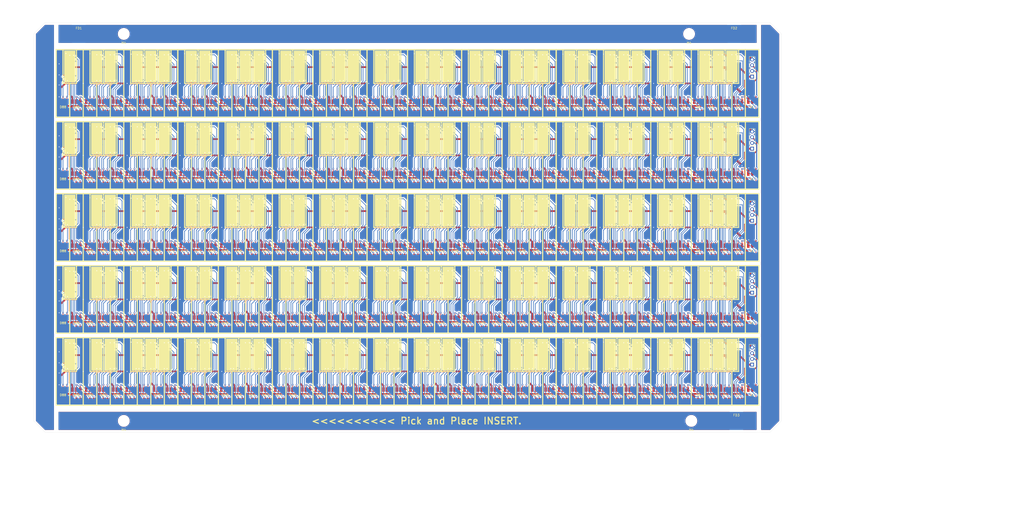
<source format=kicad_pcb>
(kicad_pcb (version 20171130) (host pcbnew "(5.1.5)-3")
  (layers (0 F.Cu signal) (31 B.Cu signal) (34 B.Paste user) (35 F.Paste user) (36 B.SilkS user) (37 F.SilkS user) (38 B.Mask user) (39 F.Mask user) (44 Edge.Cuts user))
  (net 0 "")
  (net 1 +5V)
  (net 2 "Net-(D1-Pad2)")
  (net 3 "Net-(D1-Pad3)")
  (net 4 "Net-(D1-Pad4)")
  (net 5 "Net-(D1-Pad5)")
  (net 6 GND)
  (net 7 "Net-(D2-Pad3)")
  (net 8 "Net-(D2-Pad2)")
  (net 9 "Net-(D3-Pad2)")
  (net 10 "Net-(D3-Pad3)")
  (net 11 "Net-(D4-Pad3)")
  (net 12 "Net-(D4-Pad2)")
  (net 13 "Net-(D5-Pad2)")
  (net 14 "Net-(D5-Pad3)")
  (net 15 "Net-(D6-Pad3)")
  (net 16 "Net-(D6-Pad2)")
  (net 17 "Net-(D7-Pad2)")
  (net 18 "Net-(D7-Pad3)")
  (net 19 "Net-(D8-Pad3)")
  (net 20 "Net-(D8-Pad2)")
  (net 21 "Net-(D10-Pad5)")
  (net 22 "Net-(D10-Pad4)")
  (net 23 "Net-(D10-Pad3)")
  (net 24 "Net-(D10-Pad2)")
  (net 25 "Net-(D11-Pad2)")
  (net 26 "Net-(D11-Pad3)")
  (net 27 SDO_1)
  (net 28 CKO_1)
  (net 29 "Net-(D13-Pad3)")
  (net 30 "Net-(D13-Pad2)")
  (net 31 "Net-(D14-Pad2)")
  (net 32 "Net-(D14-Pad3)")
  (net 33 SDO_2)
  (net 34 CKO_2)
  (net 35 "Net-(D15-Pad2)")
  (net 36 "Net-(D15-Pad3)")
  (net 37 SDO_3)
  (net 38 CKO_3)
  (net 39 "Net-(D16-Pad2)")
  (net 40 "Net-(D16-Pad3)")
  (net 41 SDO_4)
  (net 42 CKO_4)
  (net 43 "Net-(D17-Pad2)")
  (net 44 "Net-(D17-Pad3)")
  (net 45 SDO_5)
  (net 46 CKO_5)
  (net 47 CKO_6)
  (net 48 SDO_6)
  (net 49 "Net-(D18-Pad3)")
  (net 50 "Net-(D18-Pad2)")
  (net 51 "Net-(D19-Pad2)")
  (net 52 "Net-(D19-Pad3)")
  (net 53 "Net-(D20-Pad3)")
  (net 54 "Net-(D20-Pad2)")
  (net 55 "Net-(D21-Pad3)")
  (net 56 "Net-(D21-Pad2)")
  (net 57 "Net-(D22-Pad3)")
  (net 58 "Net-(D22-Pad2)")
  (net 59 "Net-(D23-Pad3)")
  (net 60 "Net-(D23-Pad2)")
  (net 61 "Net-(D25-Pad3)")
  (net 62 "Net-(D25-Pad2)")
  (net 63 "Net-(D26-Pad2)")
  (net 64 "Net-(D26-Pad3)")
  (net 65 "Net-(D27-Pad2)")
  (net 66 "Net-(D27-Pad3)")
  (net 67 "Net-(D28-Pad2)")
  (net 68 "Net-(D28-Pad3)")
  (net 69 "Net-(D29-Pad2)")
  (net 70 "Net-(D29-Pad3)")
  (net 71 "Net-(D30-Pad3)")
  (net 72 "Net-(D30-Pad2)")
  (net 73 "Net-(D31-Pad2)")
  (net 74 "Net-(D31-Pad3)")
  (net 75 "Net-(D32-Pad3)")
  (net 76 "Net-(D32-Pad2)")
  (net 77 "Net-(D33-Pad3)")
  (net 78 "Net-(D33-Pad2)")
  (net 79 "Net-(D34-Pad3)")
  (net 80 "Net-(D34-Pad2)")
  (net 81 "Net-(D35-Pad3)")
  (net 82 "Net-(D35-Pad2)")
  (net 83 "Net-(D37-Pad3)")
  (net 84 "Net-(D37-Pad2)")
  (net 85 "Net-(D38-Pad2)")
  (net 86 "Net-(D38-Pad3)")
  (net 87 "Net-(D39-Pad2)")
  (net 88 "Net-(D39-Pad3)")
  (net 89 "Net-(D40-Pad2)")
  (net 90 "Net-(D40-Pad3)")
  (net 91 "Net-(D41-Pad2)")
  (net 92 "Net-(D41-Pad3)")
  (net 93 "Net-(D42-Pad3)")
  (net 94 "Net-(D42-Pad2)")
  (net 95 "Net-(D43-Pad2)")
  (net 96 "Net-(D43-Pad3)")
  (net 97 "Net-(D44-Pad3)")
  (net 98 "Net-(D44-Pad2)")
  (net 99 "Net-(D45-Pad3)")
  (net 100 "Net-(D45-Pad2)")
  (net 101 "Net-(D46-Pad3)")
  (net 102 "Net-(D46-Pad2)")
  (net 103 "Net-(D47-Pad3)")
  (net 104 "Net-(D47-Pad2)")
  (net 105 "Net-(D49-Pad3)")
  (net 106 "Net-(D49-Pad2)")
  (net 107 "Net-(D50-Pad2)")
  (net 108 "Net-(D50-Pad3)")
  (net 109 "Net-(D51-Pad2)")
  (net 110 "Net-(D51-Pad3)")
  (net 111 "Net-(D52-Pad2)")
  (net 112 "Net-(D52-Pad3)")
  (net 113 "Net-(D53-Pad2)")
  (net 114 "Net-(D53-Pad3)")
  (net 115 "Net-(D54-Pad3)")
  (net 116 "Net-(D54-Pad2)")
  (net 117 "Net-(D55-Pad2)")
  (net 118 "Net-(D55-Pad3)")
  (net 119 "Net-(D56-Pad3)")
  (net 120 "Net-(D56-Pad2)")
  (net 121 "Net-(D57-Pad2)")
  (net 122 "Net-(D57-Pad3)")
  (net 123 "Net-(D58-Pad3)")
  (net 124 "Net-(D58-Pad2)")
  (net 125 "Net-(D59-Pad2)")
  (net 126 "Net-(D59-Pad3)")
  (net 127 "Net-(D61-Pad3)")
  (net 128 "Net-(D61-Pad2)")
  (net 129 "Net-(D62-Pad3)")
  (net 130 "Net-(D62-Pad2)")
  (net 131 "Net-(D63-Pad2)")
  (net 132 "Net-(D63-Pad3)")
  (net 133 "Net-(D64-Pad2)")
  (net 134 "Net-(D64-Pad3)")
  (net 135 "Net-(D65-Pad3)")
  (net 136 "Net-(D65-Pad2)")
  (net 137 "Net-(D66-Pad3)")
  (net 138 "Net-(D66-Pad2)")
  (net 139 "Net-(D67-Pad2)")
  (net 140 "Net-(D67-Pad3)")
  (net 141 SDO_7)
  (net 142 CKO_7)
  (net 143 "Net-(D68-Pad2)")
  (net 144 "Net-(D68-Pad3)")
  (net 145 "Net-(D69-Pad3)")
  (net 146 "Net-(D69-Pad2)")
  (net 147 "Net-(D70-Pad3)")
  (net 148 "Net-(D70-Pad2)")
  (net 149 "Net-(D71-Pad3)")
  (net 150 "Net-(D71-Pad2)")
  (net 151 "Net-(D73-Pad2)")
  (net 152 "Net-(D73-Pad3)")
  (net 153 "Net-(D74-Pad3)")
  (net 154 "Net-(D74-Pad2)")
  (net 155 "Net-(D75-Pad2)")
  (net 156 "Net-(D75-Pad3)")
  (net 157 "Net-(D76-Pad2)")
  (net 158 "Net-(D76-Pad3)")
  (net 159 "Net-(D77-Pad2)")
  (net 160 "Net-(D77-Pad3)")
  (net 161 "Net-(D78-Pad2)")
  (net 162 "Net-(D78-Pad3)")
  (net 163 "Net-(D79-Pad3)")
  (net 164 "Net-(D79-Pad2)")
  (net 165 "Net-(D80-Pad3)")
  (net 166 "Net-(D80-Pad2)")
  (net 167 "Net-(D81-Pad2)")
  (net 168 "Net-(D81-Pad3)")
  (net 169 "Net-(D88-Pad3)")
  (net 170 "Net-(D88-Pad2)")
  (net 171 "Net-(D82-Pad2)")
  (net 172 "Net-(D82-Pad3)")
  (net 173 "Net-(D83-Pad3)")
  (net 174 "Net-(D83-Pad2)")
  (net 175 "Net-(D85-Pad2)")
  (net 176 "Net-(D85-Pad3)")
  (net 177 "Net-(D86-Pad3)")
  (net 178 "Net-(D86-Pad2)")
  (net 179 "Net-(D87-Pad2)")
  (net 180 "Net-(D87-Pad3)")
  (module MountingHole:MountingHole_4.3mm_M4 (layer F.Cu) (at 80 205)
    (fp_text reference M4 (at 0 4) (layer F.SilkS))
    (fp_text value MountingHole_4.3mm_M4)
    (pad 1 np_thru_hole circle (at 0 0) (size 4.3 4.3) (drill 4.3) (layers *.Cu *.Mask))
  )
  (module MountingHole:MountingHole_4.3mm_M4 (layer F.Cu) (at 80 33)
    (fp_text reference M4 (at 0 4) (layer F.SilkS))
    (fp_text value MountingHole_4.3mm_M4)
    (pad 1 np_thru_hole circle (at 0 0) (size 4.3 4.3) (drill 4.3) (layers *.Cu *.Mask))
  )
  (module MountingHole:MountingHole_4.3mm_M4 (layer F.Cu) (at 331 33)
    (fp_text reference M4 (at 0 4) (layer F.SilkS))
    (fp_text value MountingHole_4.3mm_M4)
    (pad 1 np_thru_hole circle (at 0 0) (size 4.3 4.3) (drill 4.3) (layers *.Cu *.Mask))
  )
  (module MountingHole:MountingHole_4.3mm_M4 (layer F.Cu) (at 332 205)
    (fp_text reference M4 (at 0 4) (layer F.SilkS))
    (fp_text value MountingHole_4.3mm_M4)
    (pad 1 np_thru_hole circle (at 0 0) (size 4.3 4.3) (drill 4.3) (layers *.Cu *.Mask))
  )
  (module Fiducial:Fiducial_1mm_Mask3mm (layer F.Cu) (at 352 205)
    (fp_text reference FD3 (at 0 -2.54) (layer F.SilkS))
    (fp_text value Fiducial_1mm_Mask3mm)
    (pad "" smd circle (at 0 0) (size 1 1) (layers F.Cu F.Mask) (clearance 1))
  )
  (module Fiducial:Fiducial_1mm_Mask3mm (layer F.Cu) (at 351 33)
    (fp_text reference FD2 (at 0 -2.54) (layer F.SilkS))
    (fp_text value Fiducial_1mm_Mask3mm)
    (pad "" smd circle (at 0 0) (size 1 1) (layers F.Cu F.Mask) (clearance 1))
  )
  (module Fiducial:Fiducial_1mm_Mask3mm (layer F.Cu) (at 60 33)
    (fp_text reference FD1 (at 0 -2.54) (layer F.SilkS))
    (fp_text value Fiducial_1mm_Mask3mm)
    (pad "" smd circle (at 0 0) (size 1 1) (layers F.Cu F.Mask) (clearance 1))
  )
  (module Hardware_Kicad_APA102_Ver88:LED_RGB_5050-6B (layer F.Cu) (at 215 193.5 90)
    (fp_text reference D42 (at 0 0 180) (layer F.SilkS))
    (fp_text value APA102C)
    (pad 1 smd rect (at -2.4 -1.7 180) (size 1.1 2) (layers F.Cu F.Paste F.Mask) (net 1 +5V))
    (pad 2 smd rect (at -2.4 0 180) (size 1.1 2) (layers F.Cu F.Paste F.Mask) (net 94 "Net-(D42-Pad2)"))
    (pad 3 smd rect (at -2.4 1.7 180) (size 1.1 2) (layers F.Cu F.Paste F.Mask) (net 93 "Net-(D42-Pad3)"))
    (pad 4 smd rect (at 2.4 1.7 180) (size 1.1 2) (layers F.Cu F.Paste F.Mask) (net 92 "Net-(D41-Pad3)"))
    (pad 5 smd rect (at 2.4 0 180) (size 1.1 2) (layers F.Cu F.Paste F.Mask) (net 91 "Net-(D41-Pad2)"))
    (pad 6 smd rect (at 2.4 -1.7 180) (size 1.1 2) (layers F.Cu F.Paste F.Mask) (net 6 GND))
  )
  (module Hardware_Kicad_APA102_Ver88:LED_RGB_5050-6B (layer F.Cu) (at 215 161.5 90)
    (fp_text reference D42 (at 0 0 180) (layer F.SilkS))
    (fp_text value APA102C)
    (pad 1 smd rect (at -2.4 -1.7 180) (size 1.1 2) (layers F.Cu F.Paste F.Mask) (net 1 +5V))
    (pad 2 smd rect (at -2.4 0 180) (size 1.1 2) (layers F.Cu F.Paste F.Mask) (net 94 "Net-(D42-Pad2)"))
    (pad 3 smd rect (at -2.4 1.7 180) (size 1.1 2) (layers F.Cu F.Paste F.Mask) (net 93 "Net-(D42-Pad3)"))
    (pad 4 smd rect (at 2.4 1.7 180) (size 1.1 2) (layers F.Cu F.Paste F.Mask) (net 92 "Net-(D41-Pad3)"))
    (pad 5 smd rect (at 2.4 0 180) (size 1.1 2) (layers F.Cu F.Paste F.Mask) (net 91 "Net-(D41-Pad2)"))
    (pad 6 smd rect (at 2.4 -1.7 180) (size 1.1 2) (layers F.Cu F.Paste F.Mask) (net 6 GND))
  )
  (module Hardware_Kicad_APA102_Ver88:LED_RGB_5050-6B (layer F.Cu) (at 215 129.5 90)
    (fp_text reference D42 (at 0 0 180) (layer F.SilkS))
    (fp_text value APA102C)
    (pad 1 smd rect (at -2.4 -1.7 180) (size 1.1 2) (layers F.Cu F.Paste F.Mask) (net 1 +5V))
    (pad 2 smd rect (at -2.4 0 180) (size 1.1 2) (layers F.Cu F.Paste F.Mask) (net 94 "Net-(D42-Pad2)"))
    (pad 3 smd rect (at -2.4 1.7 180) (size 1.1 2) (layers F.Cu F.Paste F.Mask) (net 93 "Net-(D42-Pad3)"))
    (pad 4 smd rect (at 2.4 1.7 180) (size 1.1 2) (layers F.Cu F.Paste F.Mask) (net 92 "Net-(D41-Pad3)"))
    (pad 5 smd rect (at 2.4 0 180) (size 1.1 2) (layers F.Cu F.Paste F.Mask) (net 91 "Net-(D41-Pad2)"))
    (pad 6 smd rect (at 2.4 -1.7 180) (size 1.1 2) (layers F.Cu F.Paste F.Mask) (net 6 GND))
  )
  (module Hardware_Kicad_APA102_Ver88:LED_RGB_5050-6B (layer F.Cu) (at 215 97.5 90)
    (fp_text reference D42 (at 0 0 180) (layer F.SilkS))
    (fp_text value APA102C)
    (pad 1 smd rect (at -2.4 -1.7 180) (size 1.1 2) (layers F.Cu F.Paste F.Mask) (net 1 +5V))
    (pad 2 smd rect (at -2.4 0 180) (size 1.1 2) (layers F.Cu F.Paste F.Mask) (net 94 "Net-(D42-Pad2)"))
    (pad 3 smd rect (at -2.4 1.7 180) (size 1.1 2) (layers F.Cu F.Paste F.Mask) (net 93 "Net-(D42-Pad3)"))
    (pad 4 smd rect (at 2.4 1.7 180) (size 1.1 2) (layers F.Cu F.Paste F.Mask) (net 92 "Net-(D41-Pad3)"))
    (pad 5 smd rect (at 2.4 0 180) (size 1.1 2) (layers F.Cu F.Paste F.Mask) (net 91 "Net-(D41-Pad2)"))
    (pad 6 smd rect (at 2.4 -1.7 180) (size 1.1 2) (layers F.Cu F.Paste F.Mask) (net 6 GND))
  )
  (module Hardware_Kicad_APA102_Ver88:LED_RGB_5050-6B (layer F.Cu) (at 200 175.25 90)
    (fp_text reference D46 (at 0 0 180) (layer F.SilkS))
    (fp_text value APA102C)
    (pad 1 smd rect (at -2.4 -1.7 180) (size 1.1 2) (layers F.Cu F.Paste F.Mask) (net 1 +5V))
    (pad 2 smd rect (at -2.4 0 180) (size 1.1 2) (layers F.Cu F.Paste F.Mask) (net 102 "Net-(D46-Pad2)"))
    (pad 3 smd rect (at -2.4 1.7 180) (size 1.1 2) (layers F.Cu F.Paste F.Mask) (net 101 "Net-(D46-Pad3)"))
    (pad 4 smd rect (at 2.4 1.7 180) (size 1.1 2) (layers F.Cu F.Paste F.Mask) (net 99 "Net-(D45-Pad3)"))
    (pad 5 smd rect (at 2.4 0 180) (size 1.1 2) (layers F.Cu F.Paste F.Mask) (net 100 "Net-(D45-Pad2)"))
    (pad 6 smd rect (at 2.4 -1.7 180) (size 1.1 2) (layers F.Cu F.Paste F.Mask) (net 6 GND))
  )
  (module Hardware_Kicad_APA102_Ver88:LED_RGB_5050-6B (layer F.Cu) (at 200 143.25 90)
    (fp_text reference D46 (at 0 0 180) (layer F.SilkS))
    (fp_text value APA102C)
    (pad 1 smd rect (at -2.4 -1.7 180) (size 1.1 2) (layers F.Cu F.Paste F.Mask) (net 1 +5V))
    (pad 2 smd rect (at -2.4 0 180) (size 1.1 2) (layers F.Cu F.Paste F.Mask) (net 102 "Net-(D46-Pad2)"))
    (pad 3 smd rect (at -2.4 1.7 180) (size 1.1 2) (layers F.Cu F.Paste F.Mask) (net 101 "Net-(D46-Pad3)"))
    (pad 4 smd rect (at 2.4 1.7 180) (size 1.1 2) (layers F.Cu F.Paste F.Mask) (net 99 "Net-(D45-Pad3)"))
    (pad 5 smd rect (at 2.4 0 180) (size 1.1 2) (layers F.Cu F.Paste F.Mask) (net 100 "Net-(D45-Pad2)"))
    (pad 6 smd rect (at 2.4 -1.7 180) (size 1.1 2) (layers F.Cu F.Paste F.Mask) (net 6 GND))
  )
  (module Hardware_Kicad_APA102_Ver88:LED_RGB_5050-6B (layer F.Cu) (at 200 111.25 90)
    (fp_text reference D46 (at 0 0 180) (layer F.SilkS))
    (fp_text value APA102C)
    (pad 1 smd rect (at -2.4 -1.7 180) (size 1.1 2) (layers F.Cu F.Paste F.Mask) (net 1 +5V))
    (pad 2 smd rect (at -2.4 0 180) (size 1.1 2) (layers F.Cu F.Paste F.Mask) (net 102 "Net-(D46-Pad2)"))
    (pad 3 smd rect (at -2.4 1.7 180) (size 1.1 2) (layers F.Cu F.Paste F.Mask) (net 101 "Net-(D46-Pad3)"))
    (pad 4 smd rect (at 2.4 1.7 180) (size 1.1 2) (layers F.Cu F.Paste F.Mask) (net 99 "Net-(D45-Pad3)"))
    (pad 5 smd rect (at 2.4 0 180) (size 1.1 2) (layers F.Cu F.Paste F.Mask) (net 100 "Net-(D45-Pad2)"))
    (pad 6 smd rect (at 2.4 -1.7 180) (size 1.1 2) (layers F.Cu F.Paste F.Mask) (net 6 GND))
  )
  (module Hardware_Kicad_APA102_Ver88:LED_RGB_5050-6B (layer F.Cu) (at 200 79.25 90)
    (fp_text reference D46 (at 0 0 180) (layer F.SilkS))
    (fp_text value APA102C)
    (pad 1 smd rect (at -2.4 -1.7 180) (size 1.1 2) (layers F.Cu F.Paste F.Mask) (net 1 +5V))
    (pad 2 smd rect (at -2.4 0 180) (size 1.1 2) (layers F.Cu F.Paste F.Mask) (net 102 "Net-(D46-Pad2)"))
    (pad 3 smd rect (at -2.4 1.7 180) (size 1.1 2) (layers F.Cu F.Paste F.Mask) (net 101 "Net-(D46-Pad3)"))
    (pad 4 smd rect (at 2.4 1.7 180) (size 1.1 2) (layers F.Cu F.Paste F.Mask) (net 99 "Net-(D45-Pad3)"))
    (pad 5 smd rect (at 2.4 0 180) (size 1.1 2) (layers F.Cu F.Paste F.Mask) (net 100 "Net-(D45-Pad2)"))
    (pad 6 smd rect (at 2.4 -1.7 180) (size 1.1 2) (layers F.Cu F.Paste F.Mask) (net 6 GND))
  )
  (module Hardware_Kicad_APA102_Ver88:LED_RGB_5050-6B (layer F.Cu) (at 218 175.25 90)
    (fp_text reference D41 (at 0 0 180) (layer F.SilkS))
    (fp_text value APA102C)
    (pad 6 smd rect (at 2.4 -1.7 180) (size 1.1 2) (layers F.Cu F.Paste F.Mask) (net 6 GND))
    (pad 5 smd rect (at 2.4 0 180) (size 1.1 2) (layers F.Cu F.Paste F.Mask) (net 89 "Net-(D40-Pad2)"))
    (pad 4 smd rect (at 2.4 1.7 180) (size 1.1 2) (layers F.Cu F.Paste F.Mask) (net 90 "Net-(D40-Pad3)"))
    (pad 3 smd rect (at -2.4 1.7 180) (size 1.1 2) (layers F.Cu F.Paste F.Mask) (net 92 "Net-(D41-Pad3)"))
    (pad 2 smd rect (at -2.4 0 180) (size 1.1 2) (layers F.Cu F.Paste F.Mask) (net 91 "Net-(D41-Pad2)"))
    (pad 1 smd rect (at -2.4 -1.7 180) (size 1.1 2) (layers F.Cu F.Paste F.Mask) (net 1 +5V))
  )
  (module Hardware_Kicad_APA102_Ver88:LED_RGB_5050-6B (layer F.Cu) (at 218 143.25 90)
    (fp_text reference D41 (at 0 0 180) (layer F.SilkS))
    (fp_text value APA102C)
    (pad 6 smd rect (at 2.4 -1.7 180) (size 1.1 2) (layers F.Cu F.Paste F.Mask) (net 6 GND))
    (pad 5 smd rect (at 2.4 0 180) (size 1.1 2) (layers F.Cu F.Paste F.Mask) (net 89 "Net-(D40-Pad2)"))
    (pad 4 smd rect (at 2.4 1.7 180) (size 1.1 2) (layers F.Cu F.Paste F.Mask) (net 90 "Net-(D40-Pad3)"))
    (pad 3 smd rect (at -2.4 1.7 180) (size 1.1 2) (layers F.Cu F.Paste F.Mask) (net 92 "Net-(D41-Pad3)"))
    (pad 2 smd rect (at -2.4 0 180) (size 1.1 2) (layers F.Cu F.Paste F.Mask) (net 91 "Net-(D41-Pad2)"))
    (pad 1 smd rect (at -2.4 -1.7 180) (size 1.1 2) (layers F.Cu F.Paste F.Mask) (net 1 +5V))
  )
  (module Hardware_Kicad_APA102_Ver88:LED_RGB_5050-6B (layer F.Cu) (at 218 111.25 90)
    (fp_text reference D41 (at 0 0 180) (layer F.SilkS))
    (fp_text value APA102C)
    (pad 6 smd rect (at 2.4 -1.7 180) (size 1.1 2) (layers F.Cu F.Paste F.Mask) (net 6 GND))
    (pad 5 smd rect (at 2.4 0 180) (size 1.1 2) (layers F.Cu F.Paste F.Mask) (net 89 "Net-(D40-Pad2)"))
    (pad 4 smd rect (at 2.4 1.7 180) (size 1.1 2) (layers F.Cu F.Paste F.Mask) (net 90 "Net-(D40-Pad3)"))
    (pad 3 smd rect (at -2.4 1.7 180) (size 1.1 2) (layers F.Cu F.Paste F.Mask) (net 92 "Net-(D41-Pad3)"))
    (pad 2 smd rect (at -2.4 0 180) (size 1.1 2) (layers F.Cu F.Paste F.Mask) (net 91 "Net-(D41-Pad2)"))
    (pad 1 smd rect (at -2.4 -1.7 180) (size 1.1 2) (layers F.Cu F.Paste F.Mask) (net 1 +5V))
  )
  (module Hardware_Kicad_APA102_Ver88:LED_RGB_5050-6B (layer F.Cu) (at 218 79.25 90)
    (fp_text reference D41 (at 0 0 180) (layer F.SilkS))
    (fp_text value APA102C)
    (pad 6 smd rect (at 2.4 -1.7 180) (size 1.1 2) (layers F.Cu F.Paste F.Mask) (net 6 GND))
    (pad 5 smd rect (at 2.4 0 180) (size 1.1 2) (layers F.Cu F.Paste F.Mask) (net 89 "Net-(D40-Pad2)"))
    (pad 4 smd rect (at 2.4 1.7 180) (size 1.1 2) (layers F.Cu F.Paste F.Mask) (net 90 "Net-(D40-Pad3)"))
    (pad 3 smd rect (at -2.4 1.7 180) (size 1.1 2) (layers F.Cu F.Paste F.Mask) (net 92 "Net-(D41-Pad3)"))
    (pad 2 smd rect (at -2.4 0 180) (size 1.1 2) (layers F.Cu F.Paste F.Mask) (net 91 "Net-(D41-Pad2)"))
    (pad 1 smd rect (at -2.4 -1.7 180) (size 1.1 2) (layers F.Cu F.Paste F.Mask) (net 1 +5V))
  )
  (module Hardware_Kicad_APA102_Ver88:LED_RGB_5050-6B (layer F.Cu) (at 245 193.5 90)
    (fp_text reference D33 (at 0 0 180) (layer F.SilkS))
    (fp_text value APA102C)
    (pad 1 smd rect (at -2.4 -1.7 180) (size 1.1 2) (layers F.Cu F.Paste F.Mask) (net 1 +5V))
    (pad 2 smd rect (at -2.4 0 180) (size 1.1 2) (layers F.Cu F.Paste F.Mask) (net 78 "Net-(D33-Pad2)"))
    (pad 3 smd rect (at -2.4 1.7 180) (size 1.1 2) (layers F.Cu F.Paste F.Mask) (net 77 "Net-(D33-Pad3)"))
    (pad 4 smd rect (at 2.4 1.7 180) (size 1.1 2) (layers F.Cu F.Paste F.Mask) (net 75 "Net-(D32-Pad3)"))
    (pad 5 smd rect (at 2.4 0 180) (size 1.1 2) (layers F.Cu F.Paste F.Mask) (net 76 "Net-(D32-Pad2)"))
    (pad 6 smd rect (at 2.4 -1.7 180) (size 1.1 2) (layers F.Cu F.Paste F.Mask) (net 6 GND))
  )
  (module Hardware_Kicad_APA102_Ver88:LED_RGB_5050-6B (layer F.Cu) (at 245 161.5 90)
    (fp_text reference D33 (at 0 0 180) (layer F.SilkS))
    (fp_text value APA102C)
    (pad 1 smd rect (at -2.4 -1.7 180) (size 1.1 2) (layers F.Cu F.Paste F.Mask) (net 1 +5V))
    (pad 2 smd rect (at -2.4 0 180) (size 1.1 2) (layers F.Cu F.Paste F.Mask) (net 78 "Net-(D33-Pad2)"))
    (pad 3 smd rect (at -2.4 1.7 180) (size 1.1 2) (layers F.Cu F.Paste F.Mask) (net 77 "Net-(D33-Pad3)"))
    (pad 4 smd rect (at 2.4 1.7 180) (size 1.1 2) (layers F.Cu F.Paste F.Mask) (net 75 "Net-(D32-Pad3)"))
    (pad 5 smd rect (at 2.4 0 180) (size 1.1 2) (layers F.Cu F.Paste F.Mask) (net 76 "Net-(D32-Pad2)"))
    (pad 6 smd rect (at 2.4 -1.7 180) (size 1.1 2) (layers F.Cu F.Paste F.Mask) (net 6 GND))
  )
  (module Hardware_Kicad_APA102_Ver88:LED_RGB_5050-6B (layer F.Cu) (at 245 129.5 90)
    (fp_text reference D33 (at 0 0 180) (layer F.SilkS))
    (fp_text value APA102C)
    (pad 1 smd rect (at -2.4 -1.7 180) (size 1.1 2) (layers F.Cu F.Paste F.Mask) (net 1 +5V))
    (pad 2 smd rect (at -2.4 0 180) (size 1.1 2) (layers F.Cu F.Paste F.Mask) (net 78 "Net-(D33-Pad2)"))
    (pad 3 smd rect (at -2.4 1.7 180) (size 1.1 2) (layers F.Cu F.Paste F.Mask) (net 77 "Net-(D33-Pad3)"))
    (pad 4 smd rect (at 2.4 1.7 180) (size 1.1 2) (layers F.Cu F.Paste F.Mask) (net 75 "Net-(D32-Pad3)"))
    (pad 5 smd rect (at 2.4 0 180) (size 1.1 2) (layers F.Cu F.Paste F.Mask) (net 76 "Net-(D32-Pad2)"))
    (pad 6 smd rect (at 2.4 -1.7 180) (size 1.1 2) (layers F.Cu F.Paste F.Mask) (net 6 GND))
  )
  (module Hardware_Kicad_APA102_Ver88:LED_RGB_5050-6B (layer F.Cu) (at 245 97.5 90)
    (fp_text reference D33 (at 0 0 180) (layer F.SilkS))
    (fp_text value APA102C)
    (pad 1 smd rect (at -2.4 -1.7 180) (size 1.1 2) (layers F.Cu F.Paste F.Mask) (net 1 +5V))
    (pad 2 smd rect (at -2.4 0 180) (size 1.1 2) (layers F.Cu F.Paste F.Mask) (net 78 "Net-(D33-Pad2)"))
    (pad 3 smd rect (at -2.4 1.7 180) (size 1.1 2) (layers F.Cu F.Paste F.Mask) (net 77 "Net-(D33-Pad3)"))
    (pad 4 smd rect (at 2.4 1.7 180) (size 1.1 2) (layers F.Cu F.Paste F.Mask) (net 75 "Net-(D32-Pad3)"))
    (pad 5 smd rect (at 2.4 0 180) (size 1.1 2) (layers F.Cu F.Paste F.Mask) (net 76 "Net-(D32-Pad2)"))
    (pad 6 smd rect (at 2.4 -1.7 180) (size 1.1 2) (layers F.Cu F.Paste F.Mask) (net 6 GND))
  )
  (module Hardware_Kicad_APA102_Ver88:LED_RGB_5050-6B (layer F.Cu) (at 227 193.5 90)
    (fp_text reference D38 (at 0 0 180) (layer F.SilkS))
    (fp_text value APA102C)
    (pad 1 smd rect (at -2.4 -1.7 180) (size 1.1 2) (layers F.Cu F.Paste F.Mask) (net 1 +5V))
    (pad 2 smd rect (at -2.4 0 180) (size 1.1 2) (layers F.Cu F.Paste F.Mask) (net 85 "Net-(D38-Pad2)"))
    (pad 3 smd rect (at -2.4 1.7 180) (size 1.1 2) (layers F.Cu F.Paste F.Mask) (net 86 "Net-(D38-Pad3)"))
    (pad 4 smd rect (at 2.4 1.7 180) (size 1.1 2) (layers F.Cu F.Paste F.Mask) (net 83 "Net-(D37-Pad3)"))
    (pad 5 smd rect (at 2.4 0 180) (size 1.1 2) (layers F.Cu F.Paste F.Mask) (net 84 "Net-(D37-Pad2)"))
    (pad 6 smd rect (at 2.4 -1.7 180) (size 1.1 2) (layers F.Cu F.Paste F.Mask) (net 6 GND))
  )
  (module Hardware_Kicad_APA102_Ver88:LED_RGB_5050-6B (layer F.Cu) (at 227 161.5 90)
    (fp_text reference D38 (at 0 0 180) (layer F.SilkS))
    (fp_text value APA102C)
    (pad 1 smd rect (at -2.4 -1.7 180) (size 1.1 2) (layers F.Cu F.Paste F.Mask) (net 1 +5V))
    (pad 2 smd rect (at -2.4 0 180) (size 1.1 2) (layers F.Cu F.Paste F.Mask) (net 85 "Net-(D38-Pad2)"))
    (pad 3 smd rect (at -2.4 1.7 180) (size 1.1 2) (layers F.Cu F.Paste F.Mask) (net 86 "Net-(D38-Pad3)"))
    (pad 4 smd rect (at 2.4 1.7 180) (size 1.1 2) (layers F.Cu F.Paste F.Mask) (net 83 "Net-(D37-Pad3)"))
    (pad 5 smd rect (at 2.4 0 180) (size 1.1 2) (layers F.Cu F.Paste F.Mask) (net 84 "Net-(D37-Pad2)"))
    (pad 6 smd rect (at 2.4 -1.7 180) (size 1.1 2) (layers F.Cu F.Paste F.Mask) (net 6 GND))
  )
  (module Hardware_Kicad_APA102_Ver88:LED_RGB_5050-6B (layer F.Cu) (at 227 129.5 90)
    (fp_text reference D38 (at 0 0 180) (layer F.SilkS))
    (fp_text value APA102C)
    (pad 1 smd rect (at -2.4 -1.7 180) (size 1.1 2) (layers F.Cu F.Paste F.Mask) (net 1 +5V))
    (pad 2 smd rect (at -2.4 0 180) (size 1.1 2) (layers F.Cu F.Paste F.Mask) (net 85 "Net-(D38-Pad2)"))
    (pad 3 smd rect (at -2.4 1.7 180) (size 1.1 2) (layers F.Cu F.Paste F.Mask) (net 86 "Net-(D38-Pad3)"))
    (pad 4 smd rect (at 2.4 1.7 180) (size 1.1 2) (layers F.Cu F.Paste F.Mask) (net 83 "Net-(D37-Pad3)"))
    (pad 5 smd rect (at 2.4 0 180) (size 1.1 2) (layers F.Cu F.Paste F.Mask) (net 84 "Net-(D37-Pad2)"))
    (pad 6 smd rect (at 2.4 -1.7 180) (size 1.1 2) (layers F.Cu F.Paste F.Mask) (net 6 GND))
  )
  (module Hardware_Kicad_APA102_Ver88:LED_RGB_5050-6B (layer F.Cu) (at 227 97.5 90)
    (fp_text reference D38 (at 0 0 180) (layer F.SilkS))
    (fp_text value APA102C)
    (pad 1 smd rect (at -2.4 -1.7 180) (size 1.1 2) (layers F.Cu F.Paste F.Mask) (net 1 +5V))
    (pad 2 smd rect (at -2.4 0 180) (size 1.1 2) (layers F.Cu F.Paste F.Mask) (net 85 "Net-(D38-Pad2)"))
    (pad 3 smd rect (at -2.4 1.7 180) (size 1.1 2) (layers F.Cu F.Paste F.Mask) (net 86 "Net-(D38-Pad3)"))
    (pad 4 smd rect (at 2.4 1.7 180) (size 1.1 2) (layers F.Cu F.Paste F.Mask) (net 83 "Net-(D37-Pad3)"))
    (pad 5 smd rect (at 2.4 0 180) (size 1.1 2) (layers F.Cu F.Paste F.Mask) (net 84 "Net-(D37-Pad2)"))
    (pad 6 smd rect (at 2.4 -1.7 180) (size 1.1 2) (layers F.Cu F.Paste F.Mask) (net 6 GND))
  )
  (module Hardware_Kicad_APA102_Ver88:LED_RGB_5050-6B (layer F.Cu) (at 233 193.5 90)
    (fp_text reference D37 (at 0 0 180) (layer F.SilkS))
    (fp_text value APA102C)
    (pad 6 smd rect (at 2.4 -1.7 180) (size 1.1 2) (layers F.Cu F.Paste F.Mask) (net 6 GND))
    (pad 5 smd rect (at 2.4 0 180) (size 1.1 2) (layers F.Cu F.Paste F.Mask) (net 38 CKO_3))
    (pad 4 smd rect (at 2.4 1.7 180) (size 1.1 2) (layers F.Cu F.Paste F.Mask) (net 37 SDO_3))
    (pad 3 smd rect (at -2.4 1.7 180) (size 1.1 2) (layers F.Cu F.Paste F.Mask) (net 83 "Net-(D37-Pad3)"))
    (pad 2 smd rect (at -2.4 0 180) (size 1.1 2) (layers F.Cu F.Paste F.Mask) (net 84 "Net-(D37-Pad2)"))
    (pad 1 smd rect (at -2.4 -1.7 180) (size 1.1 2) (layers F.Cu F.Paste F.Mask) (net 1 +5V))
  )
  (module Hardware_Kicad_APA102_Ver88:LED_RGB_5050-6B (layer F.Cu) (at 233 161.5 90)
    (fp_text reference D37 (at 0 0 180) (layer F.SilkS))
    (fp_text value APA102C)
    (pad 6 smd rect (at 2.4 -1.7 180) (size 1.1 2) (layers F.Cu F.Paste F.Mask) (net 6 GND))
    (pad 5 smd rect (at 2.4 0 180) (size 1.1 2) (layers F.Cu F.Paste F.Mask) (net 38 CKO_3))
    (pad 4 smd rect (at 2.4 1.7 180) (size 1.1 2) (layers F.Cu F.Paste F.Mask) (net 37 SDO_3))
    (pad 3 smd rect (at -2.4 1.7 180) (size 1.1 2) (layers F.Cu F.Paste F.Mask) (net 83 "Net-(D37-Pad3)"))
    (pad 2 smd rect (at -2.4 0 180) (size 1.1 2) (layers F.Cu F.Paste F.Mask) (net 84 "Net-(D37-Pad2)"))
    (pad 1 smd rect (at -2.4 -1.7 180) (size 1.1 2) (layers F.Cu F.Paste F.Mask) (net 1 +5V))
  )
  (module Hardware_Kicad_APA102_Ver88:LED_RGB_5050-6B (layer F.Cu) (at 233 129.5 90)
    (fp_text reference D37 (at 0 0 180) (layer F.SilkS))
    (fp_text value APA102C)
    (pad 6 smd rect (at 2.4 -1.7 180) (size 1.1 2) (layers F.Cu F.Paste F.Mask) (net 6 GND))
    (pad 5 smd rect (at 2.4 0 180) (size 1.1 2) (layers F.Cu F.Paste F.Mask) (net 38 CKO_3))
    (pad 4 smd rect (at 2.4 1.7 180) (size 1.1 2) (layers F.Cu F.Paste F.Mask) (net 37 SDO_3))
    (pad 3 smd rect (at -2.4 1.7 180) (size 1.1 2) (layers F.Cu F.Paste F.Mask) (net 83 "Net-(D37-Pad3)"))
    (pad 2 smd rect (at -2.4 0 180) (size 1.1 2) (layers F.Cu F.Paste F.Mask) (net 84 "Net-(D37-Pad2)"))
    (pad 1 smd rect (at -2.4 -1.7 180) (size 1.1 2) (layers F.Cu F.Paste F.Mask) (net 1 +5V))
  )
  (module Hardware_Kicad_APA102_Ver88:LED_RGB_5050-6B (layer F.Cu) (at 233 97.5 90)
    (fp_text reference D37 (at 0 0 180) (layer F.SilkS))
    (fp_text value APA102C)
    (pad 6 smd rect (at 2.4 -1.7 180) (size 1.1 2) (layers F.Cu F.Paste F.Mask) (net 6 GND))
    (pad 5 smd rect (at 2.4 0 180) (size 1.1 2) (layers F.Cu F.Paste F.Mask) (net 38 CKO_3))
    (pad 4 smd rect (at 2.4 1.7 180) (size 1.1 2) (layers F.Cu F.Paste F.Mask) (net 37 SDO_3))
    (pad 3 smd rect (at -2.4 1.7 180) (size 1.1 2) (layers F.Cu F.Paste F.Mask) (net 83 "Net-(D37-Pad3)"))
    (pad 2 smd rect (at -2.4 0 180) (size 1.1 2) (layers F.Cu F.Paste F.Mask) (net 84 "Net-(D37-Pad2)"))
    (pad 1 smd rect (at -2.4 -1.7 180) (size 1.1 2) (layers F.Cu F.Paste F.Mask) (net 1 +5V))
  )
  (module Hardware_Kicad_APA102_Ver88:LED_RGB_5050-6B (layer F.Cu) (at 242 175.25 90)
    (fp_text reference D34 (at 0 0 180) (layer F.SilkS))
    (fp_text value APA102C)
    (pad 1 smd rect (at -2.4 -1.7 180) (size 1.1 2) (layers F.Cu F.Paste F.Mask) (net 1 +5V))
    (pad 2 smd rect (at -2.4 0 180) (size 1.1 2) (layers F.Cu F.Paste F.Mask) (net 80 "Net-(D34-Pad2)"))
    (pad 3 smd rect (at -2.4 1.7 180) (size 1.1 2) (layers F.Cu F.Paste F.Mask) (net 79 "Net-(D34-Pad3)"))
    (pad 4 smd rect (at 2.4 1.7 180) (size 1.1 2) (layers F.Cu F.Paste F.Mask) (net 77 "Net-(D33-Pad3)"))
    (pad 5 smd rect (at 2.4 0 180) (size 1.1 2) (layers F.Cu F.Paste F.Mask) (net 78 "Net-(D33-Pad2)"))
    (pad 6 smd rect (at 2.4 -1.7 180) (size 1.1 2) (layers F.Cu F.Paste F.Mask) (net 6 GND))
  )
  (module Hardware_Kicad_APA102_Ver88:LED_RGB_5050-6B (layer F.Cu) (at 242 143.25 90)
    (fp_text reference D34 (at 0 0 180) (layer F.SilkS))
    (fp_text value APA102C)
    (pad 1 smd rect (at -2.4 -1.7 180) (size 1.1 2) (layers F.Cu F.Paste F.Mask) (net 1 +5V))
    (pad 2 smd rect (at -2.4 0 180) (size 1.1 2) (layers F.Cu F.Paste F.Mask) (net 80 "Net-(D34-Pad2)"))
    (pad 3 smd rect (at -2.4 1.7 180) (size 1.1 2) (layers F.Cu F.Paste F.Mask) (net 79 "Net-(D34-Pad3)"))
    (pad 4 smd rect (at 2.4 1.7 180) (size 1.1 2) (layers F.Cu F.Paste F.Mask) (net 77 "Net-(D33-Pad3)"))
    (pad 5 smd rect (at 2.4 0 180) (size 1.1 2) (layers F.Cu F.Paste F.Mask) (net 78 "Net-(D33-Pad2)"))
    (pad 6 smd rect (at 2.4 -1.7 180) (size 1.1 2) (layers F.Cu F.Paste F.Mask) (net 6 GND))
  )
  (module Hardware_Kicad_APA102_Ver88:LED_RGB_5050-6B (layer F.Cu) (at 242 111.25 90)
    (fp_text reference D34 (at 0 0 180) (layer F.SilkS))
    (fp_text value APA102C)
    (pad 1 smd rect (at -2.4 -1.7 180) (size 1.1 2) (layers F.Cu F.Paste F.Mask) (net 1 +5V))
    (pad 2 smd rect (at -2.4 0 180) (size 1.1 2) (layers F.Cu F.Paste F.Mask) (net 80 "Net-(D34-Pad2)"))
    (pad 3 smd rect (at -2.4 1.7 180) (size 1.1 2) (layers F.Cu F.Paste F.Mask) (net 79 "Net-(D34-Pad3)"))
    (pad 4 smd rect (at 2.4 1.7 180) (size 1.1 2) (layers F.Cu F.Paste F.Mask) (net 77 "Net-(D33-Pad3)"))
    (pad 5 smd rect (at 2.4 0 180) (size 1.1 2) (layers F.Cu F.Paste F.Mask) (net 78 "Net-(D33-Pad2)"))
    (pad 6 smd rect (at 2.4 -1.7 180) (size 1.1 2) (layers F.Cu F.Paste F.Mask) (net 6 GND))
  )
  (module Hardware_Kicad_APA102_Ver88:LED_RGB_5050-6B (layer F.Cu) (at 242 79.25 90)
    (fp_text reference D34 (at 0 0 180) (layer F.SilkS))
    (fp_text value APA102C)
    (pad 1 smd rect (at -2.4 -1.7 180) (size 1.1 2) (layers F.Cu F.Paste F.Mask) (net 1 +5V))
    (pad 2 smd rect (at -2.4 0 180) (size 1.1 2) (layers F.Cu F.Paste F.Mask) (net 80 "Net-(D34-Pad2)"))
    (pad 3 smd rect (at -2.4 1.7 180) (size 1.1 2) (layers F.Cu F.Paste F.Mask) (net 79 "Net-(D34-Pad3)"))
    (pad 4 smd rect (at 2.4 1.7 180) (size 1.1 2) (layers F.Cu F.Paste F.Mask) (net 77 "Net-(D33-Pad3)"))
    (pad 5 smd rect (at 2.4 0 180) (size 1.1 2) (layers F.Cu F.Paste F.Mask) (net 78 "Net-(D33-Pad2)"))
    (pad 6 smd rect (at 2.4 -1.7 180) (size 1.1 2) (layers F.Cu F.Paste F.Mask) (net 6 GND))
  )
  (module Hardware_Kicad_APA102_Ver88:LED_RGB_5050-6B (layer F.Cu) (at 251 193.5 90)
    (fp_text reference D32 (at 0 0 180) (layer F.SilkS))
    (fp_text value APA102C)
    (pad 1 smd rect (at -2.4 -1.7 180) (size 1.1 2) (layers F.Cu F.Paste F.Mask) (net 1 +5V))
    (pad 2 smd rect (at -2.4 0 180) (size 1.1 2) (layers F.Cu F.Paste F.Mask) (net 76 "Net-(D32-Pad2)"))
    (pad 3 smd rect (at -2.4 1.7 180) (size 1.1 2) (layers F.Cu F.Paste F.Mask) (net 75 "Net-(D32-Pad3)"))
    (pad 4 smd rect (at 2.4 1.7 180) (size 1.1 2) (layers F.Cu F.Paste F.Mask) (net 74 "Net-(D31-Pad3)"))
    (pad 5 smd rect (at 2.4 0 180) (size 1.1 2) (layers F.Cu F.Paste F.Mask) (net 73 "Net-(D31-Pad2)"))
    (pad 6 smd rect (at 2.4 -1.7 180) (size 1.1 2) (layers F.Cu F.Paste F.Mask) (net 6 GND))
  )
  (module Hardware_Kicad_APA102_Ver88:LED_RGB_5050-6B (layer F.Cu) (at 251 161.5 90)
    (fp_text reference D32 (at 0 0 180) (layer F.SilkS))
    (fp_text value APA102C)
    (pad 1 smd rect (at -2.4 -1.7 180) (size 1.1 2) (layers F.Cu F.Paste F.Mask) (net 1 +5V))
    (pad 2 smd rect (at -2.4 0 180) (size 1.1 2) (layers F.Cu F.Paste F.Mask) (net 76 "Net-(D32-Pad2)"))
    (pad 3 smd rect (at -2.4 1.7 180) (size 1.1 2) (layers F.Cu F.Paste F.Mask) (net 75 "Net-(D32-Pad3)"))
    (pad 4 smd rect (at 2.4 1.7 180) (size 1.1 2) (layers F.Cu F.Paste F.Mask) (net 74 "Net-(D31-Pad3)"))
    (pad 5 smd rect (at 2.4 0 180) (size 1.1 2) (layers F.Cu F.Paste F.Mask) (net 73 "Net-(D31-Pad2)"))
    (pad 6 smd rect (at 2.4 -1.7 180) (size 1.1 2) (layers F.Cu F.Paste F.Mask) (net 6 GND))
  )
  (module Hardware_Kicad_APA102_Ver88:LED_RGB_5050-6B (layer F.Cu) (at 251 129.5 90)
    (fp_text reference D32 (at 0 0 180) (layer F.SilkS))
    (fp_text value APA102C)
    (pad 1 smd rect (at -2.4 -1.7 180) (size 1.1 2) (layers F.Cu F.Paste F.Mask) (net 1 +5V))
    (pad 2 smd rect (at -2.4 0 180) (size 1.1 2) (layers F.Cu F.Paste F.Mask) (net 76 "Net-(D32-Pad2)"))
    (pad 3 smd rect (at -2.4 1.7 180) (size 1.1 2) (layers F.Cu F.Paste F.Mask) (net 75 "Net-(D32-Pad3)"))
    (pad 4 smd rect (at 2.4 1.7 180) (size 1.1 2) (layers F.Cu F.Paste F.Mask) (net 74 "Net-(D31-Pad3)"))
    (pad 5 smd rect (at 2.4 0 180) (size 1.1 2) (layers F.Cu F.Paste F.Mask) (net 73 "Net-(D31-Pad2)"))
    (pad 6 smd rect (at 2.4 -1.7 180) (size 1.1 2) (layers F.Cu F.Paste F.Mask) (net 6 GND))
  )
  (module Hardware_Kicad_APA102_Ver88:LED_RGB_5050-6B (layer F.Cu) (at 251 97.5 90)
    (fp_text reference D32 (at 0 0 180) (layer F.SilkS))
    (fp_text value APA102C)
    (pad 1 smd rect (at -2.4 -1.7 180) (size 1.1 2) (layers F.Cu F.Paste F.Mask) (net 1 +5V))
    (pad 2 smd rect (at -2.4 0 180) (size 1.1 2) (layers F.Cu F.Paste F.Mask) (net 76 "Net-(D32-Pad2)"))
    (pad 3 smd rect (at -2.4 1.7 180) (size 1.1 2) (layers F.Cu F.Paste F.Mask) (net 75 "Net-(D32-Pad3)"))
    (pad 4 smd rect (at 2.4 1.7 180) (size 1.1 2) (layers F.Cu F.Paste F.Mask) (net 74 "Net-(D31-Pad3)"))
    (pad 5 smd rect (at 2.4 0 180) (size 1.1 2) (layers F.Cu F.Paste F.Mask) (net 73 "Net-(D31-Pad2)"))
    (pad 6 smd rect (at 2.4 -1.7 180) (size 1.1 2) (layers F.Cu F.Paste F.Mask) (net 6 GND))
  )
  (module Hardware_Kicad_APA102_Ver88:LED_RGB_5050-6B (layer F.Cu) (at 254 175.25 90)
    (fp_text reference D31 (at 0 0 180) (layer F.SilkS))
    (fp_text value APA102C)
    (pad 6 smd rect (at 2.4 -1.7 180) (size 1.1 2) (layers F.Cu F.Paste F.Mask) (net 6 GND))
    (pad 5 smd rect (at 2.4 0 180) (size 1.1 2) (layers F.Cu F.Paste F.Mask) (net 72 "Net-(D30-Pad2)"))
    (pad 4 smd rect (at 2.4 1.7 180) (size 1.1 2) (layers F.Cu F.Paste F.Mask) (net 71 "Net-(D30-Pad3)"))
    (pad 3 smd rect (at -2.4 1.7 180) (size 1.1 2) (layers F.Cu F.Paste F.Mask) (net 74 "Net-(D31-Pad3)"))
    (pad 2 smd rect (at -2.4 0 180) (size 1.1 2) (layers F.Cu F.Paste F.Mask) (net 73 "Net-(D31-Pad2)"))
    (pad 1 smd rect (at -2.4 -1.7 180) (size 1.1 2) (layers F.Cu F.Paste F.Mask) (net 1 +5V))
  )
  (module Hardware_Kicad_APA102_Ver88:LED_RGB_5050-6B (layer F.Cu) (at 254 143.25 90)
    (fp_text reference D31 (at 0 0 180) (layer F.SilkS))
    (fp_text value APA102C)
    (pad 6 smd rect (at 2.4 -1.7 180) (size 1.1 2) (layers F.Cu F.Paste F.Mask) (net 6 GND))
    (pad 5 smd rect (at 2.4 0 180) (size 1.1 2) (layers F.Cu F.Paste F.Mask) (net 72 "Net-(D30-Pad2)"))
    (pad 4 smd rect (at 2.4 1.7 180) (size 1.1 2) (layers F.Cu F.Paste F.Mask) (net 71 "Net-(D30-Pad3)"))
    (pad 3 smd rect (at -2.4 1.7 180) (size 1.1 2) (layers F.Cu F.Paste F.Mask) (net 74 "Net-(D31-Pad3)"))
    (pad 2 smd rect (at -2.4 0 180) (size 1.1 2) (layers F.Cu F.Paste F.Mask) (net 73 "Net-(D31-Pad2)"))
    (pad 1 smd rect (at -2.4 -1.7 180) (size 1.1 2) (layers F.Cu F.Paste F.Mask) (net 1 +5V))
  )
  (module Hardware_Kicad_APA102_Ver88:LED_RGB_5050-6B (layer F.Cu) (at 254 111.25 90)
    (fp_text reference D31 (at 0 0 180) (layer F.SilkS))
    (fp_text value APA102C)
    (pad 6 smd rect (at 2.4 -1.7 180) (size 1.1 2) (layers F.Cu F.Paste F.Mask) (net 6 GND))
    (pad 5 smd rect (at 2.4 0 180) (size 1.1 2) (layers F.Cu F.Paste F.Mask) (net 72 "Net-(D30-Pad2)"))
    (pad 4 smd rect (at 2.4 1.7 180) (size 1.1 2) (layers F.Cu F.Paste F.Mask) (net 71 "Net-(D30-Pad3)"))
    (pad 3 smd rect (at -2.4 1.7 180) (size 1.1 2) (layers F.Cu F.Paste F.Mask) (net 74 "Net-(D31-Pad3)"))
    (pad 2 smd rect (at -2.4 0 180) (size 1.1 2) (layers F.Cu F.Paste F.Mask) (net 73 "Net-(D31-Pad2)"))
    (pad 1 smd rect (at -2.4 -1.7 180) (size 1.1 2) (layers F.Cu F.Paste F.Mask) (net 1 +5V))
  )
  (module Hardware_Kicad_APA102_Ver88:LED_RGB_5050-6B (layer F.Cu) (at 254 79.25 90)
    (fp_text reference D31 (at 0 0 180) (layer F.SilkS))
    (fp_text value APA102C)
    (pad 6 smd rect (at 2.4 -1.7 180) (size 1.1 2) (layers F.Cu F.Paste F.Mask) (net 6 GND))
    (pad 5 smd rect (at 2.4 0 180) (size 1.1 2) (layers F.Cu F.Paste F.Mask) (net 72 "Net-(D30-Pad2)"))
    (pad 4 smd rect (at 2.4 1.7 180) (size 1.1 2) (layers F.Cu F.Paste F.Mask) (net 71 "Net-(D30-Pad3)"))
    (pad 3 smd rect (at -2.4 1.7 180) (size 1.1 2) (layers F.Cu F.Paste F.Mask) (net 74 "Net-(D31-Pad3)"))
    (pad 2 smd rect (at -2.4 0 180) (size 1.1 2) (layers F.Cu F.Paste F.Mask) (net 73 "Net-(D31-Pad2)"))
    (pad 1 smd rect (at -2.4 -1.7 180) (size 1.1 2) (layers F.Cu F.Paste F.Mask) (net 1 +5V))
  )
  (module Hardware_Kicad_APA102_Ver88:LED_RGB_5050-6B (layer F.Cu) (at 257 193.5 90)
    (fp_text reference D30 (at 0 0 180) (layer F.SilkS))
    (fp_text value APA102C)
    (pad 1 smd rect (at -2.4 -1.7 180) (size 1.1 2) (layers F.Cu F.Paste F.Mask) (net 1 +5V))
    (pad 2 smd rect (at -2.4 0 180) (size 1.1 2) (layers F.Cu F.Paste F.Mask) (net 72 "Net-(D30-Pad2)"))
    (pad 3 smd rect (at -2.4 1.7 180) (size 1.1 2) (layers F.Cu F.Paste F.Mask) (net 71 "Net-(D30-Pad3)"))
    (pad 4 smd rect (at 2.4 1.7 180) (size 1.1 2) (layers F.Cu F.Paste F.Mask) (net 70 "Net-(D29-Pad3)"))
    (pad 5 smd rect (at 2.4 0 180) (size 1.1 2) (layers F.Cu F.Paste F.Mask) (net 69 "Net-(D29-Pad2)"))
    (pad 6 smd rect (at 2.4 -1.7 180) (size 1.1 2) (layers F.Cu F.Paste F.Mask) (net 6 GND))
  )
  (module Hardware_Kicad_APA102_Ver88:LED_RGB_5050-6B (layer F.Cu) (at 257 161.5 90)
    (fp_text reference D30 (at 0 0 180) (layer F.SilkS))
    (fp_text value APA102C)
    (pad 1 smd rect (at -2.4 -1.7 180) (size 1.1 2) (layers F.Cu F.Paste F.Mask) (net 1 +5V))
    (pad 2 smd rect (at -2.4 0 180) (size 1.1 2) (layers F.Cu F.Paste F.Mask) (net 72 "Net-(D30-Pad2)"))
    (pad 3 smd rect (at -2.4 1.7 180) (size 1.1 2) (layers F.Cu F.Paste F.Mask) (net 71 "Net-(D30-Pad3)"))
    (pad 4 smd rect (at 2.4 1.7 180) (size 1.1 2) (layers F.Cu F.Paste F.Mask) (net 70 "Net-(D29-Pad3)"))
    (pad 5 smd rect (at 2.4 0 180) (size 1.1 2) (layers F.Cu F.Paste F.Mask) (net 69 "Net-(D29-Pad2)"))
    (pad 6 smd rect (at 2.4 -1.7 180) (size 1.1 2) (layers F.Cu F.Paste F.Mask) (net 6 GND))
  )
  (module Hardware_Kicad_APA102_Ver88:LED_RGB_5050-6B (layer F.Cu) (at 257 129.5 90)
    (fp_text reference D30 (at 0 0 180) (layer F.SilkS))
    (fp_text value APA102C)
    (pad 1 smd rect (at -2.4 -1.7 180) (size 1.1 2) (layers F.Cu F.Paste F.Mask) (net 1 +5V))
    (pad 2 smd rect (at -2.4 0 180) (size 1.1 2) (layers F.Cu F.Paste F.Mask) (net 72 "Net-(D30-Pad2)"))
    (pad 3 smd rect (at -2.4 1.7 180) (size 1.1 2) (layers F.Cu F.Paste F.Mask) (net 71 "Net-(D30-Pad3)"))
    (pad 4 smd rect (at 2.4 1.7 180) (size 1.1 2) (layers F.Cu F.Paste F.Mask) (net 70 "Net-(D29-Pad3)"))
    (pad 5 smd rect (at 2.4 0 180) (size 1.1 2) (layers F.Cu F.Paste F.Mask) (net 69 "Net-(D29-Pad2)"))
    (pad 6 smd rect (at 2.4 -1.7 180) (size 1.1 2) (layers F.Cu F.Paste F.Mask) (net 6 GND))
  )
  (module Hardware_Kicad_APA102_Ver88:LED_RGB_5050-6B (layer F.Cu) (at 257 97.5 90)
    (fp_text reference D30 (at 0 0 180) (layer F.SilkS))
    (fp_text value APA102C)
    (pad 1 smd rect (at -2.4 -1.7 180) (size 1.1 2) (layers F.Cu F.Paste F.Mask) (net 1 +5V))
    (pad 2 smd rect (at -2.4 0 180) (size 1.1 2) (layers F.Cu F.Paste F.Mask) (net 72 "Net-(D30-Pad2)"))
    (pad 3 smd rect (at -2.4 1.7 180) (size 1.1 2) (layers F.Cu F.Paste F.Mask) (net 71 "Net-(D30-Pad3)"))
    (pad 4 smd rect (at 2.4 1.7 180) (size 1.1 2) (layers F.Cu F.Paste F.Mask) (net 70 "Net-(D29-Pad3)"))
    (pad 5 smd rect (at 2.4 0 180) (size 1.1 2) (layers F.Cu F.Paste F.Mask) (net 69 "Net-(D29-Pad2)"))
    (pad 6 smd rect (at 2.4 -1.7 180) (size 1.1 2) (layers F.Cu F.Paste F.Mask) (net 6 GND))
  )
  (module Hardware_Kicad_APA102_Ver88:LED_RGB_5050-6B (layer F.Cu) (at 260 175.25 90)
    (fp_text reference D29 (at 0 0 180) (layer F.SilkS))
    (fp_text value APA102C)
    (pad 6 smd rect (at 2.4 -1.7 180) (size 1.1 2) (layers F.Cu F.Paste F.Mask) (net 6 GND))
    (pad 5 smd rect (at 2.4 0 180) (size 1.1 2) (layers F.Cu F.Paste F.Mask) (net 67 "Net-(D28-Pad2)"))
    (pad 4 smd rect (at 2.4 1.7 180) (size 1.1 2) (layers F.Cu F.Paste F.Mask) (net 68 "Net-(D28-Pad3)"))
    (pad 3 smd rect (at -2.4 1.7 180) (size 1.1 2) (layers F.Cu F.Paste F.Mask) (net 70 "Net-(D29-Pad3)"))
    (pad 2 smd rect (at -2.4 0 180) (size 1.1 2) (layers F.Cu F.Paste F.Mask) (net 69 "Net-(D29-Pad2)"))
    (pad 1 smd rect (at -2.4 -1.7 180) (size 1.1 2) (layers F.Cu F.Paste F.Mask) (net 1 +5V))
  )
  (module Hardware_Kicad_APA102_Ver88:LED_RGB_5050-6B (layer F.Cu) (at 260 143.25 90)
    (fp_text reference D29 (at 0 0 180) (layer F.SilkS))
    (fp_text value APA102C)
    (pad 6 smd rect (at 2.4 -1.7 180) (size 1.1 2) (layers F.Cu F.Paste F.Mask) (net 6 GND))
    (pad 5 smd rect (at 2.4 0 180) (size 1.1 2) (layers F.Cu F.Paste F.Mask) (net 67 "Net-(D28-Pad2)"))
    (pad 4 smd rect (at 2.4 1.7 180) (size 1.1 2) (layers F.Cu F.Paste F.Mask) (net 68 "Net-(D28-Pad3)"))
    (pad 3 smd rect (at -2.4 1.7 180) (size 1.1 2) (layers F.Cu F.Paste F.Mask) (net 70 "Net-(D29-Pad3)"))
    (pad 2 smd rect (at -2.4 0 180) (size 1.1 2) (layers F.Cu F.Paste F.Mask) (net 69 "Net-(D29-Pad2)"))
    (pad 1 smd rect (at -2.4 -1.7 180) (size 1.1 2) (layers F.Cu F.Paste F.Mask) (net 1 +5V))
  )
  (module Hardware_Kicad_APA102_Ver88:LED_RGB_5050-6B (layer F.Cu) (at 260 111.25 90)
    (fp_text reference D29 (at 0 0 180) (layer F.SilkS))
    (fp_text value APA102C)
    (pad 6 smd rect (at 2.4 -1.7 180) (size 1.1 2) (layers F.Cu F.Paste F.Mask) (net 6 GND))
    (pad 5 smd rect (at 2.4 0 180) (size 1.1 2) (layers F.Cu F.Paste F.Mask) (net 67 "Net-(D28-Pad2)"))
    (pad 4 smd rect (at 2.4 1.7 180) (size 1.1 2) (layers F.Cu F.Paste F.Mask) (net 68 "Net-(D28-Pad3)"))
    (pad 3 smd rect (at -2.4 1.7 180) (size 1.1 2) (layers F.Cu F.Paste F.Mask) (net 70 "Net-(D29-Pad3)"))
    (pad 2 smd rect (at -2.4 0 180) (size 1.1 2) (layers F.Cu F.Paste F.Mask) (net 69 "Net-(D29-Pad2)"))
    (pad 1 smd rect (at -2.4 -1.7 180) (size 1.1 2) (layers F.Cu F.Paste F.Mask) (net 1 +5V))
  )
  (module Hardware_Kicad_APA102_Ver88:LED_RGB_5050-6B (layer F.Cu) (at 260 79.25 90)
    (fp_text reference D29 (at 0 0 180) (layer F.SilkS))
    (fp_text value APA102C)
    (pad 6 smd rect (at 2.4 -1.7 180) (size 1.1 2) (layers F.Cu F.Paste F.Mask) (net 6 GND))
    (pad 5 smd rect (at 2.4 0 180) (size 1.1 2) (layers F.Cu F.Paste F.Mask) (net 67 "Net-(D28-Pad2)"))
    (pad 4 smd rect (at 2.4 1.7 180) (size 1.1 2) (layers F.Cu F.Paste F.Mask) (net 68 "Net-(D28-Pad3)"))
    (pad 3 smd rect (at -2.4 1.7 180) (size 1.1 2) (layers F.Cu F.Paste F.Mask) (net 70 "Net-(D29-Pad3)"))
    (pad 2 smd rect (at -2.4 0 180) (size 1.1 2) (layers F.Cu F.Paste F.Mask) (net 69 "Net-(D29-Pad2)"))
    (pad 1 smd rect (at -2.4 -1.7 180) (size 1.1 2) (layers F.Cu F.Paste F.Mask) (net 1 +5V))
  )
  (module Hardware_Kicad_APA102_Ver88:LED_RGB_5050-6B (layer F.Cu) (at 212 175.25 90)
    (fp_text reference D43 (at 0 0 180) (layer F.SilkS))
    (fp_text value APA102C)
    (pad 6 smd rect (at 2.4 -1.7 180) (size 1.1 2) (layers F.Cu F.Paste F.Mask) (net 6 GND))
    (pad 5 smd rect (at 2.4 0 180) (size 1.1 2) (layers F.Cu F.Paste F.Mask) (net 94 "Net-(D42-Pad2)"))
    (pad 4 smd rect (at 2.4 1.7 180) (size 1.1 2) (layers F.Cu F.Paste F.Mask) (net 93 "Net-(D42-Pad3)"))
    (pad 3 smd rect (at -2.4 1.7 180) (size 1.1 2) (layers F.Cu F.Paste F.Mask) (net 96 "Net-(D43-Pad3)"))
    (pad 2 smd rect (at -2.4 0 180) (size 1.1 2) (layers F.Cu F.Paste F.Mask) (net 95 "Net-(D43-Pad2)"))
    (pad 1 smd rect (at -2.4 -1.7 180) (size 1.1 2) (layers F.Cu F.Paste F.Mask) (net 1 +5V))
  )
  (module Hardware_Kicad_APA102_Ver88:LED_RGB_5050-6B (layer F.Cu) (at 212 143.25 90)
    (fp_text reference D43 (at 0 0 180) (layer F.SilkS))
    (fp_text value APA102C)
    (pad 6 smd rect (at 2.4 -1.7 180) (size 1.1 2) (layers F.Cu F.Paste F.Mask) (net 6 GND))
    (pad 5 smd rect (at 2.4 0 180) (size 1.1 2) (layers F.Cu F.Paste F.Mask) (net 94 "Net-(D42-Pad2)"))
    (pad 4 smd rect (at 2.4 1.7 180) (size 1.1 2) (layers F.Cu F.Paste F.Mask) (net 93 "Net-(D42-Pad3)"))
    (pad 3 smd rect (at -2.4 1.7 180) (size 1.1 2) (layers F.Cu F.Paste F.Mask) (net 96 "Net-(D43-Pad3)"))
    (pad 2 smd rect (at -2.4 0 180) (size 1.1 2) (layers F.Cu F.Paste F.Mask) (net 95 "Net-(D43-Pad2)"))
    (pad 1 smd rect (at -2.4 -1.7 180) (size 1.1 2) (layers F.Cu F.Paste F.Mask) (net 1 +5V))
  )
  (module Hardware_Kicad_APA102_Ver88:LED_RGB_5050-6B (layer F.Cu) (at 212 111.25 90)
    (fp_text reference D43 (at 0 0 180) (layer F.SilkS))
    (fp_text value APA102C)
    (pad 6 smd rect (at 2.4 -1.7 180) (size 1.1 2) (layers F.Cu F.Paste F.Mask) (net 6 GND))
    (pad 5 smd rect (at 2.4 0 180) (size 1.1 2) (layers F.Cu F.Paste F.Mask) (net 94 "Net-(D42-Pad2)"))
    (pad 4 smd rect (at 2.4 1.7 180) (size 1.1 2) (layers F.Cu F.Paste F.Mask) (net 93 "Net-(D42-Pad3)"))
    (pad 3 smd rect (at -2.4 1.7 180) (size 1.1 2) (layers F.Cu F.Paste F.Mask) (net 96 "Net-(D43-Pad3)"))
    (pad 2 smd rect (at -2.4 0 180) (size 1.1 2) (layers F.Cu F.Paste F.Mask) (net 95 "Net-(D43-Pad2)"))
    (pad 1 smd rect (at -2.4 -1.7 180) (size 1.1 2) (layers F.Cu F.Paste F.Mask) (net 1 +5V))
  )
  (module Hardware_Kicad_APA102_Ver88:LED_RGB_5050-6B (layer F.Cu) (at 212 79.25 90)
    (fp_text reference D43 (at 0 0 180) (layer F.SilkS))
    (fp_text value APA102C)
    (pad 6 smd rect (at 2.4 -1.7 180) (size 1.1 2) (layers F.Cu F.Paste F.Mask) (net 6 GND))
    (pad 5 smd rect (at 2.4 0 180) (size 1.1 2) (layers F.Cu F.Paste F.Mask) (net 94 "Net-(D42-Pad2)"))
    (pad 4 smd rect (at 2.4 1.7 180) (size 1.1 2) (layers F.Cu F.Paste F.Mask) (net 93 "Net-(D42-Pad3)"))
    (pad 3 smd rect (at -2.4 1.7 180) (size 1.1 2) (layers F.Cu F.Paste F.Mask) (net 96 "Net-(D43-Pad3)"))
    (pad 2 smd rect (at -2.4 0 180) (size 1.1 2) (layers F.Cu F.Paste F.Mask) (net 95 "Net-(D43-Pad2)"))
    (pad 1 smd rect (at -2.4 -1.7 180) (size 1.1 2) (layers F.Cu F.Paste F.Mask) (net 1 +5V))
  )
  (module Hardware_Kicad_APA102_Ver88:LED_RGB_5050-6B (layer F.Cu) (at 203 193.5 90)
    (fp_text reference D45 (at 0 0 180) (layer F.SilkS))
    (fp_text value APA102C)
    (pad 6 smd rect (at 2.4 -1.7 180) (size 1.1 2) (layers F.Cu F.Paste F.Mask) (net 6 GND))
    (pad 5 smd rect (at 2.4 0 180) (size 1.1 2) (layers F.Cu F.Paste F.Mask) (net 98 "Net-(D44-Pad2)"))
    (pad 4 smd rect (at 2.4 1.7 180) (size 1.1 2) (layers F.Cu F.Paste F.Mask) (net 97 "Net-(D44-Pad3)"))
    (pad 3 smd rect (at -2.4 1.7 180) (size 1.1 2) (layers F.Cu F.Paste F.Mask) (net 99 "Net-(D45-Pad3)"))
    (pad 2 smd rect (at -2.4 0 180) (size 1.1 2) (layers F.Cu F.Paste F.Mask) (net 100 "Net-(D45-Pad2)"))
    (pad 1 smd rect (at -2.4 -1.7 180) (size 1.1 2) (layers F.Cu F.Paste F.Mask) (net 1 +5V))
  )
  (module Hardware_Kicad_APA102_Ver88:LED_RGB_5050-6B (layer F.Cu) (at 203 161.5 90)
    (fp_text reference D45 (at 0 0 180) (layer F.SilkS))
    (fp_text value APA102C)
    (pad 6 smd rect (at 2.4 -1.7 180) (size 1.1 2) (layers F.Cu F.Paste F.Mask) (net 6 GND))
    (pad 5 smd rect (at 2.4 0 180) (size 1.1 2) (layers F.Cu F.Paste F.Mask) (net 98 "Net-(D44-Pad2)"))
    (pad 4 smd rect (at 2.4 1.7 180) (size 1.1 2) (layers F.Cu F.Paste F.Mask) (net 97 "Net-(D44-Pad3)"))
    (pad 3 smd rect (at -2.4 1.7 180) (size 1.1 2) (layers F.Cu F.Paste F.Mask) (net 99 "Net-(D45-Pad3)"))
    (pad 2 smd rect (at -2.4 0 180) (size 1.1 2) (layers F.Cu F.Paste F.Mask) (net 100 "Net-(D45-Pad2)"))
    (pad 1 smd rect (at -2.4 -1.7 180) (size 1.1 2) (layers F.Cu F.Paste F.Mask) (net 1 +5V))
  )
  (module Hardware_Kicad_APA102_Ver88:LED_RGB_5050-6B (layer F.Cu) (at 203 129.5 90)
    (fp_text reference D45 (at 0 0 180) (layer F.SilkS))
    (fp_text value APA102C)
    (pad 6 smd rect (at 2.4 -1.7 180) (size 1.1 2) (layers F.Cu F.Paste F.Mask) (net 6 GND))
    (pad 5 smd rect (at 2.4 0 180) (size 1.1 2) (layers F.Cu F.Paste F.Mask) (net 98 "Net-(D44-Pad2)"))
    (pad 4 smd rect (at 2.4 1.7 180) (size 1.1 2) (layers F.Cu F.Paste F.Mask) (net 97 "Net-(D44-Pad3)"))
    (pad 3 smd rect (at -2.4 1.7 180) (size 1.1 2) (layers F.Cu F.Paste F.Mask) (net 99 "Net-(D45-Pad3)"))
    (pad 2 smd rect (at -2.4 0 180) (size 1.1 2) (layers F.Cu F.Paste F.Mask) (net 100 "Net-(D45-Pad2)"))
    (pad 1 smd rect (at -2.4 -1.7 180) (size 1.1 2) (layers F.Cu F.Paste F.Mask) (net 1 +5V))
  )
  (module Hardware_Kicad_APA102_Ver88:LED_RGB_5050-6B (layer F.Cu) (at 203 97.5 90)
    (fp_text reference D45 (at 0 0 180) (layer F.SilkS))
    (fp_text value APA102C)
    (pad 6 smd rect (at 2.4 -1.7 180) (size 1.1 2) (layers F.Cu F.Paste F.Mask) (net 6 GND))
    (pad 5 smd rect (at 2.4 0 180) (size 1.1 2) (layers F.Cu F.Paste F.Mask) (net 98 "Net-(D44-Pad2)"))
    (pad 4 smd rect (at 2.4 1.7 180) (size 1.1 2) (layers F.Cu F.Paste F.Mask) (net 97 "Net-(D44-Pad3)"))
    (pad 3 smd rect (at -2.4 1.7 180) (size 1.1 2) (layers F.Cu F.Paste F.Mask) (net 99 "Net-(D45-Pad3)"))
    (pad 2 smd rect (at -2.4 0 180) (size 1.1 2) (layers F.Cu F.Paste F.Mask) (net 100 "Net-(D45-Pad2)"))
    (pad 1 smd rect (at -2.4 -1.7 180) (size 1.1 2) (layers F.Cu F.Paste F.Mask) (net 1 +5V))
  )
  (module Hardware_Kicad_APA102_Ver88:LED_RGB_5050-6B (layer F.Cu) (at 221 193.5 90)
    (fp_text reference D40 (at 0 0 180) (layer F.SilkS))
    (fp_text value APA102C)
    (pad 1 smd rect (at -2.4 -1.7 180) (size 1.1 2) (layers F.Cu F.Paste F.Mask) (net 1 +5V))
    (pad 2 smd rect (at -2.4 0 180) (size 1.1 2) (layers F.Cu F.Paste F.Mask) (net 89 "Net-(D40-Pad2)"))
    (pad 3 smd rect (at -2.4 1.7 180) (size 1.1 2) (layers F.Cu F.Paste F.Mask) (net 90 "Net-(D40-Pad3)"))
    (pad 4 smd rect (at 2.4 1.7 180) (size 1.1 2) (layers F.Cu F.Paste F.Mask) (net 88 "Net-(D39-Pad3)"))
    (pad 5 smd rect (at 2.4 0 180) (size 1.1 2) (layers F.Cu F.Paste F.Mask) (net 87 "Net-(D39-Pad2)"))
    (pad 6 smd rect (at 2.4 -1.7 180) (size 1.1 2) (layers F.Cu F.Paste F.Mask) (net 6 GND))
  )
  (module Hardware_Kicad_APA102_Ver88:LED_RGB_5050-6B (layer F.Cu) (at 221 161.5 90)
    (fp_text reference D40 (at 0 0 180) (layer F.SilkS))
    (fp_text value APA102C)
    (pad 1 smd rect (at -2.4 -1.7 180) (size 1.1 2) (layers F.Cu F.Paste F.Mask) (net 1 +5V))
    (pad 2 smd rect (at -2.4 0 180) (size 1.1 2) (layers F.Cu F.Paste F.Mask) (net 89 "Net-(D40-Pad2)"))
    (pad 3 smd rect (at -2.4 1.7 180) (size 1.1 2) (layers F.Cu F.Paste F.Mask) (net 90 "Net-(D40-Pad3)"))
    (pad 4 smd rect (at 2.4 1.7 180) (size 1.1 2) (layers F.Cu F.Paste F.Mask) (net 88 "Net-(D39-Pad3)"))
    (pad 5 smd rect (at 2.4 0 180) (size 1.1 2) (layers F.Cu F.Paste F.Mask) (net 87 "Net-(D39-Pad2)"))
    (pad 6 smd rect (at 2.4 -1.7 180) (size 1.1 2) (layers F.Cu F.Paste F.Mask) (net 6 GND))
  )
  (module Hardware_Kicad_APA102_Ver88:LED_RGB_5050-6B (layer F.Cu) (at 221 129.5 90)
    (fp_text reference D40 (at 0 0 180) (layer F.SilkS))
    (fp_text value APA102C)
    (pad 1 smd rect (at -2.4 -1.7 180) (size 1.1 2) (layers F.Cu F.Paste F.Mask) (net 1 +5V))
    (pad 2 smd rect (at -2.4 0 180) (size 1.1 2) (layers F.Cu F.Paste F.Mask) (net 89 "Net-(D40-Pad2)"))
    (pad 3 smd rect (at -2.4 1.7 180) (size 1.1 2) (layers F.Cu F.Paste F.Mask) (net 90 "Net-(D40-Pad3)"))
    (pad 4 smd rect (at 2.4 1.7 180) (size 1.1 2) (layers F.Cu F.Paste F.Mask) (net 88 "Net-(D39-Pad3)"))
    (pad 5 smd rect (at 2.4 0 180) (size 1.1 2) (layers F.Cu F.Paste F.Mask) (net 87 "Net-(D39-Pad2)"))
    (pad 6 smd rect (at 2.4 -1.7 180) (size 1.1 2) (layers F.Cu F.Paste F.Mask) (net 6 GND))
  )
  (module Hardware_Kicad_APA102_Ver88:LED_RGB_5050-6B (layer F.Cu) (at 221 97.5 90)
    (fp_text reference D40 (at 0 0 180) (layer F.SilkS))
    (fp_text value APA102C)
    (pad 1 smd rect (at -2.4 -1.7 180) (size 1.1 2) (layers F.Cu F.Paste F.Mask) (net 1 +5V))
    (pad 2 smd rect (at -2.4 0 180) (size 1.1 2) (layers F.Cu F.Paste F.Mask) (net 89 "Net-(D40-Pad2)"))
    (pad 3 smd rect (at -2.4 1.7 180) (size 1.1 2) (layers F.Cu F.Paste F.Mask) (net 90 "Net-(D40-Pad3)"))
    (pad 4 smd rect (at 2.4 1.7 180) (size 1.1 2) (layers F.Cu F.Paste F.Mask) (net 88 "Net-(D39-Pad3)"))
    (pad 5 smd rect (at 2.4 0 180) (size 1.1 2) (layers F.Cu F.Paste F.Mask) (net 87 "Net-(D39-Pad2)"))
    (pad 6 smd rect (at 2.4 -1.7 180) (size 1.1 2) (layers F.Cu F.Paste F.Mask) (net 6 GND))
  )
  (module Hardware_Kicad_APA102_Ver88:LED_RGB_5050-6B (layer F.Cu) (at 224 175.25 90)
    (fp_text reference D39 (at 0 0 180) (layer F.SilkS))
    (fp_text value APA102C)
    (pad 6 smd rect (at 2.4 -1.7 180) (size 1.1 2) (layers F.Cu F.Paste F.Mask) (net 6 GND))
    (pad 5 smd rect (at 2.4 0 180) (size 1.1 2) (layers F.Cu F.Paste F.Mask) (net 85 "Net-(D38-Pad2)"))
    (pad 4 smd rect (at 2.4 1.7 180) (size 1.1 2) (layers F.Cu F.Paste F.Mask) (net 86 "Net-(D38-Pad3)"))
    (pad 3 smd rect (at -2.4 1.7 180) (size 1.1 2) (layers F.Cu F.Paste F.Mask) (net 88 "Net-(D39-Pad3)"))
    (pad 2 smd rect (at -2.4 0 180) (size 1.1 2) (layers F.Cu F.Paste F.Mask) (net 87 "Net-(D39-Pad2)"))
    (pad 1 smd rect (at -2.4 -1.7 180) (size 1.1 2) (layers F.Cu F.Paste F.Mask) (net 1 +5V))
  )
  (module Hardware_Kicad_APA102_Ver88:LED_RGB_5050-6B (layer F.Cu) (at 224 143.25 90)
    (fp_text reference D39 (at 0 0 180) (layer F.SilkS))
    (fp_text value APA102C)
    (pad 6 smd rect (at 2.4 -1.7 180) (size 1.1 2) (layers F.Cu F.Paste F.Mask) (net 6 GND))
    (pad 5 smd rect (at 2.4 0 180) (size 1.1 2) (layers F.Cu F.Paste F.Mask) (net 85 "Net-(D38-Pad2)"))
    (pad 4 smd rect (at 2.4 1.7 180) (size 1.1 2) (layers F.Cu F.Paste F.Mask) (net 86 "Net-(D38-Pad3)"))
    (pad 3 smd rect (at -2.4 1.7 180) (size 1.1 2) (layers F.Cu F.Paste F.Mask) (net 88 "Net-(D39-Pad3)"))
    (pad 2 smd rect (at -2.4 0 180) (size 1.1 2) (layers F.Cu F.Paste F.Mask) (net 87 "Net-(D39-Pad2)"))
    (pad 1 smd rect (at -2.4 -1.7 180) (size 1.1 2) (layers F.Cu F.Paste F.Mask) (net 1 +5V))
  )
  (module Hardware_Kicad_APA102_Ver88:LED_RGB_5050-6B (layer F.Cu) (at 224 111.25 90)
    (fp_text reference D39 (at 0 0 180) (layer F.SilkS))
    (fp_text value APA102C)
    (pad 6 smd rect (at 2.4 -1.7 180) (size 1.1 2) (layers F.Cu F.Paste F.Mask) (net 6 GND))
    (pad 5 smd rect (at 2.4 0 180) (size 1.1 2) (layers F.Cu F.Paste F.Mask) (net 85 "Net-(D38-Pad2)"))
    (pad 4 smd rect (at 2.4 1.7 180) (size 1.1 2) (layers F.Cu F.Paste F.Mask) (net 86 "Net-(D38-Pad3)"))
    (pad 3 smd rect (at -2.4 1.7 180) (size 1.1 2) (layers F.Cu F.Paste F.Mask) (net 88 "Net-(D39-Pad3)"))
    (pad 2 smd rect (at -2.4 0 180) (size 1.1 2) (layers F.Cu F.Paste F.Mask) (net 87 "Net-(D39-Pad2)"))
    (pad 1 smd rect (at -2.4 -1.7 180) (size 1.1 2) (layers F.Cu F.Paste F.Mask) (net 1 +5V))
  )
  (module Hardware_Kicad_APA102_Ver88:LED_RGB_5050-6B (layer F.Cu) (at 224 79.25 90)
    (fp_text reference D39 (at 0 0 180) (layer F.SilkS))
    (fp_text value APA102C)
    (pad 6 smd rect (at 2.4 -1.7 180) (size 1.1 2) (layers F.Cu F.Paste F.Mask) (net 6 GND))
    (pad 5 smd rect (at 2.4 0 180) (size 1.1 2) (layers F.Cu F.Paste F.Mask) (net 85 "Net-(D38-Pad2)"))
    (pad 4 smd rect (at 2.4 1.7 180) (size 1.1 2) (layers F.Cu F.Paste F.Mask) (net 86 "Net-(D38-Pad3)"))
    (pad 3 smd rect (at -2.4 1.7 180) (size 1.1 2) (layers F.Cu F.Paste F.Mask) (net 88 "Net-(D39-Pad3)"))
    (pad 2 smd rect (at -2.4 0 180) (size 1.1 2) (layers F.Cu F.Paste F.Mask) (net 87 "Net-(D39-Pad2)"))
    (pad 1 smd rect (at -2.4 -1.7 180) (size 1.1 2) (layers F.Cu F.Paste F.Mask) (net 1 +5V))
  )
  (module Hardware_Kicad_APA102_Ver88:LED_RGB_5050-6B (layer F.Cu) (at 236 175.25 90)
    (fp_text reference D36 (at 0 0 180) (layer F.SilkS))
    (fp_text value APA102C)
    (pad 1 smd rect (at -2.4 -1.7 180) (size 1.1 2) (layers F.Cu F.Paste F.Mask) (net 1 +5V))
    (pad 2 smd rect (at -2.4 0 180) (size 1.1 2) (layers F.Cu F.Paste F.Mask) (net 38 CKO_3))
    (pad 3 smd rect (at -2.4 1.7 180) (size 1.1 2) (layers F.Cu F.Paste F.Mask) (net 37 SDO_3))
    (pad 4 smd rect (at 2.4 1.7 180) (size 1.1 2) (layers F.Cu F.Paste F.Mask) (net 81 "Net-(D35-Pad3)"))
    (pad 5 smd rect (at 2.4 0 180) (size 1.1 2) (layers F.Cu F.Paste F.Mask) (net 82 "Net-(D35-Pad2)"))
    (pad 6 smd rect (at 2.4 -1.7 180) (size 1.1 2) (layers F.Cu F.Paste F.Mask) (net 6 GND))
  )
  (module Hardware_Kicad_APA102_Ver88:LED_RGB_5050-6B (layer F.Cu) (at 236 143.25 90)
    (fp_text reference D36 (at 0 0 180) (layer F.SilkS))
    (fp_text value APA102C)
    (pad 1 smd rect (at -2.4 -1.7 180) (size 1.1 2) (layers F.Cu F.Paste F.Mask) (net 1 +5V))
    (pad 2 smd rect (at -2.4 0 180) (size 1.1 2) (layers F.Cu F.Paste F.Mask) (net 38 CKO_3))
    (pad 3 smd rect (at -2.4 1.7 180) (size 1.1 2) (layers F.Cu F.Paste F.Mask) (net 37 SDO_3))
    (pad 4 smd rect (at 2.4 1.7 180) (size 1.1 2) (layers F.Cu F.Paste F.Mask) (net 81 "Net-(D35-Pad3)"))
    (pad 5 smd rect (at 2.4 0 180) (size 1.1 2) (layers F.Cu F.Paste F.Mask) (net 82 "Net-(D35-Pad2)"))
    (pad 6 smd rect (at 2.4 -1.7 180) (size 1.1 2) (layers F.Cu F.Paste F.Mask) (net 6 GND))
  )
  (module Hardware_Kicad_APA102_Ver88:LED_RGB_5050-6B (layer F.Cu) (at 236 111.25 90)
    (fp_text reference D36 (at 0 0 180) (layer F.SilkS))
    (fp_text value APA102C)
    (pad 1 smd rect (at -2.4 -1.7 180) (size 1.1 2) (layers F.Cu F.Paste F.Mask) (net 1 +5V))
    (pad 2 smd rect (at -2.4 0 180) (size 1.1 2) (layers F.Cu F.Paste F.Mask) (net 38 CKO_3))
    (pad 3 smd rect (at -2.4 1.7 180) (size 1.1 2) (layers F.Cu F.Paste F.Mask) (net 37 SDO_3))
    (pad 4 smd rect (at 2.4 1.7 180) (size 1.1 2) (layers F.Cu F.Paste F.Mask) (net 81 "Net-(D35-Pad3)"))
    (pad 5 smd rect (at 2.4 0 180) (size 1.1 2) (layers F.Cu F.Paste F.Mask) (net 82 "Net-(D35-Pad2)"))
    (pad 6 smd rect (at 2.4 -1.7 180) (size 1.1 2) (layers F.Cu F.Paste F.Mask) (net 6 GND))
  )
  (module Hardware_Kicad_APA102_Ver88:LED_RGB_5050-6B (layer F.Cu) (at 236 79.25 90)
    (fp_text reference D36 (at 0 0 180) (layer F.SilkS))
    (fp_text value APA102C)
    (pad 1 smd rect (at -2.4 -1.7 180) (size 1.1 2) (layers F.Cu F.Paste F.Mask) (net 1 +5V))
    (pad 2 smd rect (at -2.4 0 180) (size 1.1 2) (layers F.Cu F.Paste F.Mask) (net 38 CKO_3))
    (pad 3 smd rect (at -2.4 1.7 180) (size 1.1 2) (layers F.Cu F.Paste F.Mask) (net 37 SDO_3))
    (pad 4 smd rect (at 2.4 1.7 180) (size 1.1 2) (layers F.Cu F.Paste F.Mask) (net 81 "Net-(D35-Pad3)"))
    (pad 5 smd rect (at 2.4 0 180) (size 1.1 2) (layers F.Cu F.Paste F.Mask) (net 82 "Net-(D35-Pad2)"))
    (pad 6 smd rect (at 2.4 -1.7 180) (size 1.1 2) (layers F.Cu F.Paste F.Mask) (net 6 GND))
  )
  (module Hardware_Kicad_APA102_Ver88:LED_RGB_5050-6B (layer F.Cu) (at 239 193.5 90)
    (fp_text reference D35 (at 0 0 180) (layer F.SilkS))
    (fp_text value APA102C)
    (pad 6 smd rect (at 2.4 -1.7 180) (size 1.1 2) (layers F.Cu F.Paste F.Mask) (net 6 GND))
    (pad 5 smd rect (at 2.4 0 180) (size 1.1 2) (layers F.Cu F.Paste F.Mask) (net 80 "Net-(D34-Pad2)"))
    (pad 4 smd rect (at 2.4 1.7 180) (size 1.1 2) (layers F.Cu F.Paste F.Mask) (net 79 "Net-(D34-Pad3)"))
    (pad 3 smd rect (at -2.4 1.7 180) (size 1.1 2) (layers F.Cu F.Paste F.Mask) (net 81 "Net-(D35-Pad3)"))
    (pad 2 smd rect (at -2.4 0 180) (size 1.1 2) (layers F.Cu F.Paste F.Mask) (net 82 "Net-(D35-Pad2)"))
    (pad 1 smd rect (at -2.4 -1.7 180) (size 1.1 2) (layers F.Cu F.Paste F.Mask) (net 1 +5V))
  )
  (module Hardware_Kicad_APA102_Ver88:LED_RGB_5050-6B (layer F.Cu) (at 239 161.5 90)
    (fp_text reference D35 (at 0 0 180) (layer F.SilkS))
    (fp_text value APA102C)
    (pad 6 smd rect (at 2.4 -1.7 180) (size 1.1 2) (layers F.Cu F.Paste F.Mask) (net 6 GND))
    (pad 5 smd rect (at 2.4 0 180) (size 1.1 2) (layers F.Cu F.Paste F.Mask) (net 80 "Net-(D34-Pad2)"))
    (pad 4 smd rect (at 2.4 1.7 180) (size 1.1 2) (layers F.Cu F.Paste F.Mask) (net 79 "Net-(D34-Pad3)"))
    (pad 3 smd rect (at -2.4 1.7 180) (size 1.1 2) (layers F.Cu F.Paste F.Mask) (net 81 "Net-(D35-Pad3)"))
    (pad 2 smd rect (at -2.4 0 180) (size 1.1 2) (layers F.Cu F.Paste F.Mask) (net 82 "Net-(D35-Pad2)"))
    (pad 1 smd rect (at -2.4 -1.7 180) (size 1.1 2) (layers F.Cu F.Paste F.Mask) (net 1 +5V))
  )
  (module Hardware_Kicad_APA102_Ver88:LED_RGB_5050-6B (layer F.Cu) (at 239 129.5 90)
    (fp_text reference D35 (at 0 0 180) (layer F.SilkS))
    (fp_text value APA102C)
    (pad 6 smd rect (at 2.4 -1.7 180) (size 1.1 2) (layers F.Cu F.Paste F.Mask) (net 6 GND))
    (pad 5 smd rect (at 2.4 0 180) (size 1.1 2) (layers F.Cu F.Paste F.Mask) (net 80 "Net-(D34-Pad2)"))
    (pad 4 smd rect (at 2.4 1.7 180) (size 1.1 2) (layers F.Cu F.Paste F.Mask) (net 79 "Net-(D34-Pad3)"))
    (pad 3 smd rect (at -2.4 1.7 180) (size 1.1 2) (layers F.Cu F.Paste F.Mask) (net 81 "Net-(D35-Pad3)"))
    (pad 2 smd rect (at -2.4 0 180) (size 1.1 2) (layers F.Cu F.Paste F.Mask) (net 82 "Net-(D35-Pad2)"))
    (pad 1 smd rect (at -2.4 -1.7 180) (size 1.1 2) (layers F.Cu F.Paste F.Mask) (net 1 +5V))
  )
  (module Hardware_Kicad_APA102_Ver88:LED_RGB_5050-6B (layer F.Cu) (at 239 97.5 90)
    (fp_text reference D35 (at 0 0 180) (layer F.SilkS))
    (fp_text value APA102C)
    (pad 6 smd rect (at 2.4 -1.7 180) (size 1.1 2) (layers F.Cu F.Paste F.Mask) (net 6 GND))
    (pad 5 smd rect (at 2.4 0 180) (size 1.1 2) (layers F.Cu F.Paste F.Mask) (net 80 "Net-(D34-Pad2)"))
    (pad 4 smd rect (at 2.4 1.7 180) (size 1.1 2) (layers F.Cu F.Paste F.Mask) (net 79 "Net-(D34-Pad3)"))
    (pad 3 smd rect (at -2.4 1.7 180) (size 1.1 2) (layers F.Cu F.Paste F.Mask) (net 81 "Net-(D35-Pad3)"))
    (pad 2 smd rect (at -2.4 0 180) (size 1.1 2) (layers F.Cu F.Paste F.Mask) (net 82 "Net-(D35-Pad2)"))
    (pad 1 smd rect (at -2.4 -1.7 180) (size 1.1 2) (layers F.Cu F.Paste F.Mask) (net 1 +5V))
  )
  (module Hardware_Kicad_APA102_Ver88:LED_RGB_5050-6B (layer F.Cu) (at 209 193.5 90)
    (fp_text reference D44 (at 0 0 180) (layer F.SilkS))
    (fp_text value APA102C)
    (pad 6 smd rect (at 2.4 -1.7 180) (size 1.1 2) (layers F.Cu F.Paste F.Mask) (net 6 GND))
    (pad 5 smd rect (at 2.4 0 180) (size 1.1 2) (layers F.Cu F.Paste F.Mask) (net 95 "Net-(D43-Pad2)"))
    (pad 4 smd rect (at 2.4 1.7 180) (size 1.1 2) (layers F.Cu F.Paste F.Mask) (net 96 "Net-(D43-Pad3)"))
    (pad 3 smd rect (at -2.4 1.7 180) (size 1.1 2) (layers F.Cu F.Paste F.Mask) (net 97 "Net-(D44-Pad3)"))
    (pad 2 smd rect (at -2.4 0 180) (size 1.1 2) (layers F.Cu F.Paste F.Mask) (net 98 "Net-(D44-Pad2)"))
    (pad 1 smd rect (at -2.4 -1.7 180) (size 1.1 2) (layers F.Cu F.Paste F.Mask) (net 1 +5V))
  )
  (module Hardware_Kicad_APA102_Ver88:LED_RGB_5050-6B (layer F.Cu) (at 209 161.5 90)
    (fp_text reference D44 (at 0 0 180) (layer F.SilkS))
    (fp_text value APA102C)
    (pad 6 smd rect (at 2.4 -1.7 180) (size 1.1 2) (layers F.Cu F.Paste F.Mask) (net 6 GND))
    (pad 5 smd rect (at 2.4 0 180) (size 1.1 2) (layers F.Cu F.Paste F.Mask) (net 95 "Net-(D43-Pad2)"))
    (pad 4 smd rect (at 2.4 1.7 180) (size 1.1 2) (layers F.Cu F.Paste F.Mask) (net 96 "Net-(D43-Pad3)"))
    (pad 3 smd rect (at -2.4 1.7 180) (size 1.1 2) (layers F.Cu F.Paste F.Mask) (net 97 "Net-(D44-Pad3)"))
    (pad 2 smd rect (at -2.4 0 180) (size 1.1 2) (layers F.Cu F.Paste F.Mask) (net 98 "Net-(D44-Pad2)"))
    (pad 1 smd rect (at -2.4 -1.7 180) (size 1.1 2) (layers F.Cu F.Paste F.Mask) (net 1 +5V))
  )
  (module Hardware_Kicad_APA102_Ver88:LED_RGB_5050-6B (layer F.Cu) (at 209 129.5 90)
    (fp_text reference D44 (at 0 0 180) (layer F.SilkS))
    (fp_text value APA102C)
    (pad 6 smd rect (at 2.4 -1.7 180) (size 1.1 2) (layers F.Cu F.Paste F.Mask) (net 6 GND))
    (pad 5 smd rect (at 2.4 0 180) (size 1.1 2) (layers F.Cu F.Paste F.Mask) (net 95 "Net-(D43-Pad2)"))
    (pad 4 smd rect (at 2.4 1.7 180) (size 1.1 2) (layers F.Cu F.Paste F.Mask) (net 96 "Net-(D43-Pad3)"))
    (pad 3 smd rect (at -2.4 1.7 180) (size 1.1 2) (layers F.Cu F.Paste F.Mask) (net 97 "Net-(D44-Pad3)"))
    (pad 2 smd rect (at -2.4 0 180) (size 1.1 2) (layers F.Cu F.Paste F.Mask) (net 98 "Net-(D44-Pad2)"))
    (pad 1 smd rect (at -2.4 -1.7 180) (size 1.1 2) (layers F.Cu F.Paste F.Mask) (net 1 +5V))
  )
  (module Hardware_Kicad_APA102_Ver88:LED_RGB_5050-6B (layer F.Cu) (at 209 97.5 90)
    (fp_text reference D44 (at 0 0 180) (layer F.SilkS))
    (fp_text value APA102C)
    (pad 6 smd rect (at 2.4 -1.7 180) (size 1.1 2) (layers F.Cu F.Paste F.Mask) (net 6 GND))
    (pad 5 smd rect (at 2.4 0 180) (size 1.1 2) (layers F.Cu F.Paste F.Mask) (net 95 "Net-(D43-Pad2)"))
    (pad 4 smd rect (at 2.4 1.7 180) (size 1.1 2) (layers F.Cu F.Paste F.Mask) (net 96 "Net-(D43-Pad3)"))
    (pad 3 smd rect (at -2.4 1.7 180) (size 1.1 2) (layers F.Cu F.Paste F.Mask) (net 97 "Net-(D44-Pad3)"))
    (pad 2 smd rect (at -2.4 0 180) (size 1.1 2) (layers F.Cu F.Paste F.Mask) (net 98 "Net-(D44-Pad2)"))
    (pad 1 smd rect (at -2.4 -1.7 180) (size 1.1 2) (layers F.Cu F.Paste F.Mask) (net 1 +5V))
  )
  (module Hardware_Kicad_APA102_Ver88:LED_RGB_5050-6B (layer F.Cu) (at 53 193.5 90)
    (fp_text reference D88 (at 0 0 180) (layer F.SilkS))
    (fp_text value APA102C)
    (pad 6 smd rect (at 2.4 -1.7 180) (size 1.1 2) (layers F.Cu F.Paste F.Mask) (net 6 GND))
    (pad 5 smd rect (at 2.4 0 180) (size 1.1 2) (layers F.Cu F.Paste F.Mask) (net 179 "Net-(D87-Pad2)"))
    (pad 4 smd rect (at 2.4 1.7 180) (size 1.1 2) (layers F.Cu F.Paste F.Mask) (net 180 "Net-(D87-Pad3)"))
    (pad 3 smd rect (at -2.4 1.7 180) (size 1.1 2) (layers F.Cu F.Paste F.Mask) (net 169 "Net-(D88-Pad3)"))
    (pad 2 smd rect (at -2.4 0 180) (size 1.1 2) (layers F.Cu F.Paste F.Mask) (net 170 "Net-(D88-Pad2)"))
    (pad 1 smd rect (at -2.4 -1.7 180) (size 1.1 2) (layers F.Cu F.Paste F.Mask) (net 1 +5V))
  )
  (module Hardware_Kicad_APA102_Ver88:LED_RGB_5050-6B (layer F.Cu) (at 53 161.5 90)
    (fp_text reference D88 (at 0 0 180) (layer F.SilkS))
    (fp_text value APA102C)
    (pad 6 smd rect (at 2.4 -1.7 180) (size 1.1 2) (layers F.Cu F.Paste F.Mask) (net 6 GND))
    (pad 5 smd rect (at 2.4 0 180) (size 1.1 2) (layers F.Cu F.Paste F.Mask) (net 179 "Net-(D87-Pad2)"))
    (pad 4 smd rect (at 2.4 1.7 180) (size 1.1 2) (layers F.Cu F.Paste F.Mask) (net 180 "Net-(D87-Pad3)"))
    (pad 3 smd rect (at -2.4 1.7 180) (size 1.1 2) (layers F.Cu F.Paste F.Mask) (net 169 "Net-(D88-Pad3)"))
    (pad 2 smd rect (at -2.4 0 180) (size 1.1 2) (layers F.Cu F.Paste F.Mask) (net 170 "Net-(D88-Pad2)"))
    (pad 1 smd rect (at -2.4 -1.7 180) (size 1.1 2) (layers F.Cu F.Paste F.Mask) (net 1 +5V))
  )
  (module Hardware_Kicad_APA102_Ver88:LED_RGB_5050-6B (layer F.Cu) (at 53 129.5 90)
    (fp_text reference D88 (at 0 0 180) (layer F.SilkS))
    (fp_text value APA102C)
    (pad 6 smd rect (at 2.4 -1.7 180) (size 1.1 2) (layers F.Cu F.Paste F.Mask) (net 6 GND))
    (pad 5 smd rect (at 2.4 0 180) (size 1.1 2) (layers F.Cu F.Paste F.Mask) (net 179 "Net-(D87-Pad2)"))
    (pad 4 smd rect (at 2.4 1.7 180) (size 1.1 2) (layers F.Cu F.Paste F.Mask) (net 180 "Net-(D87-Pad3)"))
    (pad 3 smd rect (at -2.4 1.7 180) (size 1.1 2) (layers F.Cu F.Paste F.Mask) (net 169 "Net-(D88-Pad3)"))
    (pad 2 smd rect (at -2.4 0 180) (size 1.1 2) (layers F.Cu F.Paste F.Mask) (net 170 "Net-(D88-Pad2)"))
    (pad 1 smd rect (at -2.4 -1.7 180) (size 1.1 2) (layers F.Cu F.Paste F.Mask) (net 1 +5V))
  )
  (module Hardware_Kicad_APA102_Ver88:LED_RGB_5050-6B (layer F.Cu) (at 53 97.5 90)
    (fp_text reference D88 (at 0 0 180) (layer F.SilkS))
    (fp_text value APA102C)
    (pad 6 smd rect (at 2.4 -1.7 180) (size 1.1 2) (layers F.Cu F.Paste F.Mask) (net 6 GND))
    (pad 5 smd rect (at 2.4 0 180) (size 1.1 2) (layers F.Cu F.Paste F.Mask) (net 179 "Net-(D87-Pad2)"))
    (pad 4 smd rect (at 2.4 1.7 180) (size 1.1 2) (layers F.Cu F.Paste F.Mask) (net 180 "Net-(D87-Pad3)"))
    (pad 3 smd rect (at -2.4 1.7 180) (size 1.1 2) (layers F.Cu F.Paste F.Mask) (net 169 "Net-(D88-Pad3)"))
    (pad 2 smd rect (at -2.4 0 180) (size 1.1 2) (layers F.Cu F.Paste F.Mask) (net 170 "Net-(D88-Pad2)"))
    (pad 1 smd rect (at -2.4 -1.7 180) (size 1.1 2) (layers F.Cu F.Paste F.Mask) (net 1 +5V))
  )
  (module Hardware_Kicad_APA102_Ver88:LED_RGB_5050-6B (layer F.Cu) (at 56 175.25 90)
    (fp_text reference D87 (at 0 0 180) (layer F.SilkS))
    (fp_text value APA102C)
    (pad 1 smd rect (at -2.4 -1.7 180) (size 1.1 2) (layers F.Cu F.Paste F.Mask) (net 1 +5V))
    (pad 2 smd rect (at -2.4 0 180) (size 1.1 2) (layers F.Cu F.Paste F.Mask) (net 179 "Net-(D87-Pad2)"))
    (pad 3 smd rect (at -2.4 1.7 180) (size 1.1 2) (layers F.Cu F.Paste F.Mask) (net 180 "Net-(D87-Pad3)"))
    (pad 4 smd rect (at 2.4 1.7 180) (size 1.1 2) (layers F.Cu F.Paste F.Mask) (net 177 "Net-(D86-Pad3)"))
    (pad 5 smd rect (at 2.4 0 180) (size 1.1 2) (layers F.Cu F.Paste F.Mask) (net 178 "Net-(D86-Pad2)"))
    (pad 6 smd rect (at 2.4 -1.7 180) (size 1.1 2) (layers F.Cu F.Paste F.Mask) (net 6 GND))
  )
  (module Hardware_Kicad_APA102_Ver88:LED_RGB_5050-6B (layer F.Cu) (at 56 143.25 90)
    (fp_text reference D87 (at 0 0 180) (layer F.SilkS))
    (fp_text value APA102C)
    (pad 1 smd rect (at -2.4 -1.7 180) (size 1.1 2) (layers F.Cu F.Paste F.Mask) (net 1 +5V))
    (pad 2 smd rect (at -2.4 0 180) (size 1.1 2) (layers F.Cu F.Paste F.Mask) (net 179 "Net-(D87-Pad2)"))
    (pad 3 smd rect (at -2.4 1.7 180) (size 1.1 2) (layers F.Cu F.Paste F.Mask) (net 180 "Net-(D87-Pad3)"))
    (pad 4 smd rect (at 2.4 1.7 180) (size 1.1 2) (layers F.Cu F.Paste F.Mask) (net 177 "Net-(D86-Pad3)"))
    (pad 5 smd rect (at 2.4 0 180) (size 1.1 2) (layers F.Cu F.Paste F.Mask) (net 178 "Net-(D86-Pad2)"))
    (pad 6 smd rect (at 2.4 -1.7 180) (size 1.1 2) (layers F.Cu F.Paste F.Mask) (net 6 GND))
  )
  (module Hardware_Kicad_APA102_Ver88:LED_RGB_5050-6B (layer F.Cu) (at 56 111.25 90)
    (fp_text reference D87 (at 0 0 180) (layer F.SilkS))
    (fp_text value APA102C)
    (pad 1 smd rect (at -2.4 -1.7 180) (size 1.1 2) (layers F.Cu F.Paste F.Mask) (net 1 +5V))
    (pad 2 smd rect (at -2.4 0 180) (size 1.1 2) (layers F.Cu F.Paste F.Mask) (net 179 "Net-(D87-Pad2)"))
    (pad 3 smd rect (at -2.4 1.7 180) (size 1.1 2) (layers F.Cu F.Paste F.Mask) (net 180 "Net-(D87-Pad3)"))
    (pad 4 smd rect (at 2.4 1.7 180) (size 1.1 2) (layers F.Cu F.Paste F.Mask) (net 177 "Net-(D86-Pad3)"))
    (pad 5 smd rect (at 2.4 0 180) (size 1.1 2) (layers F.Cu F.Paste F.Mask) (net 178 "Net-(D86-Pad2)"))
    (pad 6 smd rect (at 2.4 -1.7 180) (size 1.1 2) (layers F.Cu F.Paste F.Mask) (net 6 GND))
  )
  (module Hardware_Kicad_APA102_Ver88:LED_RGB_5050-6B (layer F.Cu) (at 56 79.25 90)
    (fp_text reference D87 (at 0 0 180) (layer F.SilkS))
    (fp_text value APA102C)
    (pad 1 smd rect (at -2.4 -1.7 180) (size 1.1 2) (layers F.Cu F.Paste F.Mask) (net 1 +5V))
    (pad 2 smd rect (at -2.4 0 180) (size 1.1 2) (layers F.Cu F.Paste F.Mask) (net 179 "Net-(D87-Pad2)"))
    (pad 3 smd rect (at -2.4 1.7 180) (size 1.1 2) (layers F.Cu F.Paste F.Mask) (net 180 "Net-(D87-Pad3)"))
    (pad 4 smd rect (at 2.4 1.7 180) (size 1.1 2) (layers F.Cu F.Paste F.Mask) (net 177 "Net-(D86-Pad3)"))
    (pad 5 smd rect (at 2.4 0 180) (size 1.1 2) (layers F.Cu F.Paste F.Mask) (net 178 "Net-(D86-Pad2)"))
    (pad 6 smd rect (at 2.4 -1.7 180) (size 1.1 2) (layers F.Cu F.Paste F.Mask) (net 6 GND))
  )
  (module Hardware_Kicad_APA102_Ver88:LED_RGB_5050-6B (layer F.Cu) (at 59 193.5 90)
    (fp_text reference D86 (at 0 0 180) (layer F.SilkS))
    (fp_text value APA102C)
    (pad 6 smd rect (at 2.4 -1.7 180) (size 1.1 2) (layers F.Cu F.Paste F.Mask) (net 6 GND))
    (pad 5 smd rect (at 2.4 0 180) (size 1.1 2) (layers F.Cu F.Paste F.Mask) (net 175 "Net-(D85-Pad2)"))
    (pad 4 smd rect (at 2.4 1.7 180) (size 1.1 2) (layers F.Cu F.Paste F.Mask) (net 176 "Net-(D85-Pad3)"))
    (pad 3 smd rect (at -2.4 1.7 180) (size 1.1 2) (layers F.Cu F.Paste F.Mask) (net 177 "Net-(D86-Pad3)"))
    (pad 2 smd rect (at -2.4 0 180) (size 1.1 2) (layers F.Cu F.Paste F.Mask) (net 178 "Net-(D86-Pad2)"))
    (pad 1 smd rect (at -2.4 -1.7 180) (size 1.1 2) (layers F.Cu F.Paste F.Mask) (net 1 +5V))
  )
  (module Hardware_Kicad_APA102_Ver88:LED_RGB_5050-6B (layer F.Cu) (at 59 161.5 90)
    (fp_text reference D86 (at 0 0 180) (layer F.SilkS))
    (fp_text value APA102C)
    (pad 6 smd rect (at 2.4 -1.7 180) (size 1.1 2) (layers F.Cu F.Paste F.Mask) (net 6 GND))
    (pad 5 smd rect (at 2.4 0 180) (size 1.1 2) (layers F.Cu F.Paste F.Mask) (net 175 "Net-(D85-Pad2)"))
    (pad 4 smd rect (at 2.4 1.7 180) (size 1.1 2) (layers F.Cu F.Paste F.Mask) (net 176 "Net-(D85-Pad3)"))
    (pad 3 smd rect (at -2.4 1.7 180) (size 1.1 2) (layers F.Cu F.Paste F.Mask) (net 177 "Net-(D86-Pad3)"))
    (pad 2 smd rect (at -2.4 0 180) (size 1.1 2) (layers F.Cu F.Paste F.Mask) (net 178 "Net-(D86-Pad2)"))
    (pad 1 smd rect (at -2.4 -1.7 180) (size 1.1 2) (layers F.Cu F.Paste F.Mask) (net 1 +5V))
  )
  (module Hardware_Kicad_APA102_Ver88:LED_RGB_5050-6B (layer F.Cu) (at 59 129.5 90)
    (fp_text reference D86 (at 0 0 180) (layer F.SilkS))
    (fp_text value APA102C)
    (pad 6 smd rect (at 2.4 -1.7 180) (size 1.1 2) (layers F.Cu F.Paste F.Mask) (net 6 GND))
    (pad 5 smd rect (at 2.4 0 180) (size 1.1 2) (layers F.Cu F.Paste F.Mask) (net 175 "Net-(D85-Pad2)"))
    (pad 4 smd rect (at 2.4 1.7 180) (size 1.1 2) (layers F.Cu F.Paste F.Mask) (net 176 "Net-(D85-Pad3)"))
    (pad 3 smd rect (at -2.4 1.7 180) (size 1.1 2) (layers F.Cu F.Paste F.Mask) (net 177 "Net-(D86-Pad3)"))
    (pad 2 smd rect (at -2.4 0 180) (size 1.1 2) (layers F.Cu F.Paste F.Mask) (net 178 "Net-(D86-Pad2)"))
    (pad 1 smd rect (at -2.4 -1.7 180) (size 1.1 2) (layers F.Cu F.Paste F.Mask) (net 1 +5V))
  )
  (module Hardware_Kicad_APA102_Ver88:LED_RGB_5050-6B (layer F.Cu) (at 59 97.5 90)
    (fp_text reference D86 (at 0 0 180) (layer F.SilkS))
    (fp_text value APA102C)
    (pad 6 smd rect (at 2.4 -1.7 180) (size 1.1 2) (layers F.Cu F.Paste F.Mask) (net 6 GND))
    (pad 5 smd rect (at 2.4 0 180) (size 1.1 2) (layers F.Cu F.Paste F.Mask) (net 175 "Net-(D85-Pad2)"))
    (pad 4 smd rect (at 2.4 1.7 180) (size 1.1 2) (layers F.Cu F.Paste F.Mask) (net 176 "Net-(D85-Pad3)"))
    (pad 3 smd rect (at -2.4 1.7 180) (size 1.1 2) (layers F.Cu F.Paste F.Mask) (net 177 "Net-(D86-Pad3)"))
    (pad 2 smd rect (at -2.4 0 180) (size 1.1 2) (layers F.Cu F.Paste F.Mask) (net 178 "Net-(D86-Pad2)"))
    (pad 1 smd rect (at -2.4 -1.7 180) (size 1.1 2) (layers F.Cu F.Paste F.Mask) (net 1 +5V))
  )
  (module Hardware_Kicad_APA102_Ver88:LED_RGB_5050-6B (layer F.Cu) (at 71 193.5 90)
    (fp_text reference D83 (at 0 0 180) (layer F.SilkS))
    (fp_text value APA102C)
    (pad 1 smd rect (at -2.4 -1.7 180) (size 1.1 2) (layers F.Cu F.Paste F.Mask) (net 1 +5V))
    (pad 2 smd rect (at -2.4 0 180) (size 1.1 2) (layers F.Cu F.Paste F.Mask) (net 174 "Net-(D83-Pad2)"))
    (pad 3 smd rect (at -2.4 1.7 180) (size 1.1 2) (layers F.Cu F.Paste F.Mask) (net 173 "Net-(D83-Pad3)"))
    (pad 4 smd rect (at 2.4 1.7 180) (size 1.1 2) (layers F.Cu F.Paste F.Mask) (net 172 "Net-(D82-Pad3)"))
    (pad 5 smd rect (at 2.4 0 180) (size 1.1 2) (layers F.Cu F.Paste F.Mask) (net 171 "Net-(D82-Pad2)"))
    (pad 6 smd rect (at 2.4 -1.7 180) (size 1.1 2) (layers F.Cu F.Paste F.Mask) (net 6 GND))
  )
  (module Hardware_Kicad_APA102_Ver88:LED_RGB_5050-6B (layer F.Cu) (at 71 161.5 90)
    (fp_text reference D83 (at 0 0 180) (layer F.SilkS))
    (fp_text value APA102C)
    (pad 1 smd rect (at -2.4 -1.7 180) (size 1.1 2) (layers F.Cu F.Paste F.Mask) (net 1 +5V))
    (pad 2 smd rect (at -2.4 0 180) (size 1.1 2) (layers F.Cu F.Paste F.Mask) (net 174 "Net-(D83-Pad2)"))
    (pad 3 smd rect (at -2.4 1.7 180) (size 1.1 2) (layers F.Cu F.Paste F.Mask) (net 173 "Net-(D83-Pad3)"))
    (pad 4 smd rect (at 2.4 1.7 180) (size 1.1 2) (layers F.Cu F.Paste F.Mask) (net 172 "Net-(D82-Pad3)"))
    (pad 5 smd rect (at 2.4 0 180) (size 1.1 2) (layers F.Cu F.Paste F.Mask) (net 171 "Net-(D82-Pad2)"))
    (pad 6 smd rect (at 2.4 -1.7 180) (size 1.1 2) (layers F.Cu F.Paste F.Mask) (net 6 GND))
  )
  (module Hardware_Kicad_APA102_Ver88:LED_RGB_5050-6B (layer F.Cu) (at 71 129.5 90)
    (fp_text reference D83 (at 0 0 180) (layer F.SilkS))
    (fp_text value APA102C)
    (pad 1 smd rect (at -2.4 -1.7 180) (size 1.1 2) (layers F.Cu F.Paste F.Mask) (net 1 +5V))
    (pad 2 smd rect (at -2.4 0 180) (size 1.1 2) (layers F.Cu F.Paste F.Mask) (net 174 "Net-(D83-Pad2)"))
    (pad 3 smd rect (at -2.4 1.7 180) (size 1.1 2) (layers F.Cu F.Paste F.Mask) (net 173 "Net-(D83-Pad3)"))
    (pad 4 smd rect (at 2.4 1.7 180) (size 1.1 2) (layers F.Cu F.Paste F.Mask) (net 172 "Net-(D82-Pad3)"))
    (pad 5 smd rect (at 2.4 0 180) (size 1.1 2) (layers F.Cu F.Paste F.Mask) (net 171 "Net-(D82-Pad2)"))
    (pad 6 smd rect (at 2.4 -1.7 180) (size 1.1 2) (layers F.Cu F.Paste F.Mask) (net 6 GND))
  )
  (module Hardware_Kicad_APA102_Ver88:LED_RGB_5050-6B (layer F.Cu) (at 71 97.5 90)
    (fp_text reference D83 (at 0 0 180) (layer F.SilkS))
    (fp_text value APA102C)
    (pad 1 smd rect (at -2.4 -1.7 180) (size 1.1 2) (layers F.Cu F.Paste F.Mask) (net 1 +5V))
    (pad 2 smd rect (at -2.4 0 180) (size 1.1 2) (layers F.Cu F.Paste F.Mask) (net 174 "Net-(D83-Pad2)"))
    (pad 3 smd rect (at -2.4 1.7 180) (size 1.1 2) (layers F.Cu F.Paste F.Mask) (net 173 "Net-(D83-Pad3)"))
    (pad 4 smd rect (at 2.4 1.7 180) (size 1.1 2) (layers F.Cu F.Paste F.Mask) (net 172 "Net-(D82-Pad3)"))
    (pad 5 smd rect (at 2.4 0 180) (size 1.1 2) (layers F.Cu F.Paste F.Mask) (net 171 "Net-(D82-Pad2)"))
    (pad 6 smd rect (at 2.4 -1.7 180) (size 1.1 2) (layers F.Cu F.Paste F.Mask) (net 6 GND))
  )
  (module Hardware_Kicad_APA102_Ver88:LED_RGB_5050-6B (layer F.Cu) (at 65 193.5 90)
    (fp_text reference D85 (at 0 0 180) (layer F.SilkS))
    (fp_text value APA102C)
    (pad 1 smd rect (at -2.4 -1.7 180) (size 1.1 2) (layers F.Cu F.Paste F.Mask) (net 1 +5V))
    (pad 2 smd rect (at -2.4 0 180) (size 1.1 2) (layers F.Cu F.Paste F.Mask) (net 175 "Net-(D85-Pad2)"))
    (pad 3 smd rect (at -2.4 1.7 180) (size 1.1 2) (layers F.Cu F.Paste F.Mask) (net 176 "Net-(D85-Pad3)"))
    (pad 4 smd rect (at 2.4 1.7 180) (size 1.1 2) (layers F.Cu F.Paste F.Mask) (net 141 SDO_7))
    (pad 5 smd rect (at 2.4 0 180) (size 1.1 2) (layers F.Cu F.Paste F.Mask) (net 142 CKO_7))
    (pad 6 smd rect (at 2.4 -1.7 180) (size 1.1 2) (layers F.Cu F.Paste F.Mask) (net 6 GND))
  )
  (module Hardware_Kicad_APA102_Ver88:LED_RGB_5050-6B (layer F.Cu) (at 65 161.5 90)
    (fp_text reference D85 (at 0 0 180) (layer F.SilkS))
    (fp_text value APA102C)
    (pad 1 smd rect (at -2.4 -1.7 180) (size 1.1 2) (layers F.Cu F.Paste F.Mask) (net 1 +5V))
    (pad 2 smd rect (at -2.4 0 180) (size 1.1 2) (layers F.Cu F.Paste F.Mask) (net 175 "Net-(D85-Pad2)"))
    (pad 3 smd rect (at -2.4 1.7 180) (size 1.1 2) (layers F.Cu F.Paste F.Mask) (net 176 "Net-(D85-Pad3)"))
    (pad 4 smd rect (at 2.4 1.7 180) (size 1.1 2) (layers F.Cu F.Paste F.Mask) (net 141 SDO_7))
    (pad 5 smd rect (at 2.4 0 180) (size 1.1 2) (layers F.Cu F.Paste F.Mask) (net 142 CKO_7))
    (pad 6 smd rect (at 2.4 -1.7 180) (size 1.1 2) (layers F.Cu F.Paste F.Mask) (net 6 GND))
  )
  (module Hardware_Kicad_APA102_Ver88:LED_RGB_5050-6B (layer F.Cu) (at 65 129.5 90)
    (fp_text reference D85 (at 0 0 180) (layer F.SilkS))
    (fp_text value APA102C)
    (pad 1 smd rect (at -2.4 -1.7 180) (size 1.1 2) (layers F.Cu F.Paste F.Mask) (net 1 +5V))
    (pad 2 smd rect (at -2.4 0 180) (size 1.1 2) (layers F.Cu F.Paste F.Mask) (net 175 "Net-(D85-Pad2)"))
    (pad 3 smd rect (at -2.4 1.7 180) (size 1.1 2) (layers F.Cu F.Paste F.Mask) (net 176 "Net-(D85-Pad3)"))
    (pad 4 smd rect (at 2.4 1.7 180) (size 1.1 2) (layers F.Cu F.Paste F.Mask) (net 141 SDO_7))
    (pad 5 smd rect (at 2.4 0 180) (size 1.1 2) (layers F.Cu F.Paste F.Mask) (net 142 CKO_7))
    (pad 6 smd rect (at 2.4 -1.7 180) (size 1.1 2) (layers F.Cu F.Paste F.Mask) (net 6 GND))
  )
  (module Hardware_Kicad_APA102_Ver88:LED_RGB_5050-6B (layer F.Cu) (at 65 97.5 90)
    (fp_text reference D85 (at 0 0 180) (layer F.SilkS))
    (fp_text value APA102C)
    (pad 1 smd rect (at -2.4 -1.7 180) (size 1.1 2) (layers F.Cu F.Paste F.Mask) (net 1 +5V))
    (pad 2 smd rect (at -2.4 0 180) (size 1.1 2) (layers F.Cu F.Paste F.Mask) (net 175 "Net-(D85-Pad2)"))
    (pad 3 smd rect (at -2.4 1.7 180) (size 1.1 2) (layers F.Cu F.Paste F.Mask) (net 176 "Net-(D85-Pad3)"))
    (pad 4 smd rect (at 2.4 1.7 180) (size 1.1 2) (layers F.Cu F.Paste F.Mask) (net 141 SDO_7))
    (pad 5 smd rect (at 2.4 0 180) (size 1.1 2) (layers F.Cu F.Paste F.Mask) (net 142 CKO_7))
    (pad 6 smd rect (at 2.4 -1.7 180) (size 1.1 2) (layers F.Cu F.Paste F.Mask) (net 6 GND))
  )
  (module Hardware_Kicad_APA102_Ver88:LED_RGB_5050-6B (layer F.Cu) (at 68 175.25 90)
    (fp_text reference D84 (at 0 0 180) (layer F.SilkS))
    (fp_text value APA102C)
    (pad 6 smd rect (at 2.4 -1.7 180) (size 1.1 2) (layers F.Cu F.Paste F.Mask) (net 6 GND))
    (pad 5 smd rect (at 2.4 0 180) (size 1.1 2) (layers F.Cu F.Paste F.Mask) (net 174 "Net-(D83-Pad2)"))
    (pad 4 smd rect (at 2.4 1.7 180) (size 1.1 2) (layers F.Cu F.Paste F.Mask) (net 173 "Net-(D83-Pad3)"))
    (pad 3 smd rect (at -2.4 1.7 180) (size 1.1 2) (layers F.Cu F.Paste F.Mask) (net 141 SDO_7))
    (pad 2 smd rect (at -2.4 0 180) (size 1.1 2) (layers F.Cu F.Paste F.Mask) (net 142 CKO_7))
    (pad 1 smd rect (at -2.4 -1.7 180) (size 1.1 2) (layers F.Cu F.Paste F.Mask) (net 1 +5V))
  )
  (module Hardware_Kicad_APA102_Ver88:LED_RGB_5050-6B (layer F.Cu) (at 68 143.25 90)
    (fp_text reference D84 (at 0 0 180) (layer F.SilkS))
    (fp_text value APA102C)
    (pad 6 smd rect (at 2.4 -1.7 180) (size 1.1 2) (layers F.Cu F.Paste F.Mask) (net 6 GND))
    (pad 5 smd rect (at 2.4 0 180) (size 1.1 2) (layers F.Cu F.Paste F.Mask) (net 174 "Net-(D83-Pad2)"))
    (pad 4 smd rect (at 2.4 1.7 180) (size 1.1 2) (layers F.Cu F.Paste F.Mask) (net 173 "Net-(D83-Pad3)"))
    (pad 3 smd rect (at -2.4 1.7 180) (size 1.1 2) (layers F.Cu F.Paste F.Mask) (net 141 SDO_7))
    (pad 2 smd rect (at -2.4 0 180) (size 1.1 2) (layers F.Cu F.Paste F.Mask) (net 142 CKO_7))
    (pad 1 smd rect (at -2.4 -1.7 180) (size 1.1 2) (layers F.Cu F.Paste F.Mask) (net 1 +5V))
  )
  (module Hardware_Kicad_APA102_Ver88:LED_RGB_5050-6B (layer F.Cu) (at 68 111.25 90)
    (fp_text reference D84 (at 0 0 180) (layer F.SilkS))
    (fp_text value APA102C)
    (pad 6 smd rect (at 2.4 -1.7 180) (size 1.1 2) (layers F.Cu F.Paste F.Mask) (net 6 GND))
    (pad 5 smd rect (at 2.4 0 180) (size 1.1 2) (layers F.Cu F.Paste F.Mask) (net 174 "Net-(D83-Pad2)"))
    (pad 4 smd rect (at 2.4 1.7 180) (size 1.1 2) (layers F.Cu F.Paste F.Mask) (net 173 "Net-(D83-Pad3)"))
    (pad 3 smd rect (at -2.4 1.7 180) (size 1.1 2) (layers F.Cu F.Paste F.Mask) (net 141 SDO_7))
    (pad 2 smd rect (at -2.4 0 180) (size 1.1 2) (layers F.Cu F.Paste F.Mask) (net 142 CKO_7))
    (pad 1 smd rect (at -2.4 -1.7 180) (size 1.1 2) (layers F.Cu F.Paste F.Mask) (net 1 +5V))
  )
  (module Hardware_Kicad_APA102_Ver88:LED_RGB_5050-6B (layer F.Cu) (at 68 79.25 90)
    (fp_text reference D84 (at 0 0 180) (layer F.SilkS))
    (fp_text value APA102C)
    (pad 6 smd rect (at 2.4 -1.7 180) (size 1.1 2) (layers F.Cu F.Paste F.Mask) (net 6 GND))
    (pad 5 smd rect (at 2.4 0 180) (size 1.1 2) (layers F.Cu F.Paste F.Mask) (net 174 "Net-(D83-Pad2)"))
    (pad 4 smd rect (at 2.4 1.7 180) (size 1.1 2) (layers F.Cu F.Paste F.Mask) (net 173 "Net-(D83-Pad3)"))
    (pad 3 smd rect (at -2.4 1.7 180) (size 1.1 2) (layers F.Cu F.Paste F.Mask) (net 141 SDO_7))
    (pad 2 smd rect (at -2.4 0 180) (size 1.1 2) (layers F.Cu F.Paste F.Mask) (net 142 CKO_7))
    (pad 1 smd rect (at -2.4 -1.7 180) (size 1.1 2) (layers F.Cu F.Paste F.Mask) (net 1 +5V))
  )
  (module Hardware_Kicad_APA102_Ver88:LED_RGB_5050-6B (layer F.Cu) (at 113 193.5 90)
    (fp_text reference D71 (at 0 0 180) (layer F.SilkS))
    (fp_text value APA102C)
    (pad 1 smd rect (at -2.4 -1.7 180) (size 1.1 2) (layers F.Cu F.Paste F.Mask) (net 1 +5V))
    (pad 2 smd rect (at -2.4 0 180) (size 1.1 2) (layers F.Cu F.Paste F.Mask) (net 150 "Net-(D71-Pad2)"))
    (pad 3 smd rect (at -2.4 1.7 180) (size 1.1 2) (layers F.Cu F.Paste F.Mask) (net 149 "Net-(D71-Pad3)"))
    (pad 4 smd rect (at 2.4 1.7 180) (size 1.1 2) (layers F.Cu F.Paste F.Mask) (net 147 "Net-(D70-Pad3)"))
    (pad 5 smd rect (at 2.4 0 180) (size 1.1 2) (layers F.Cu F.Paste F.Mask) (net 148 "Net-(D70-Pad2)"))
    (pad 6 smd rect (at 2.4 -1.7 180) (size 1.1 2) (layers F.Cu F.Paste F.Mask) (net 6 GND))
  )
  (module Hardware_Kicad_APA102_Ver88:LED_RGB_5050-6B (layer F.Cu) (at 113 161.5 90)
    (fp_text reference D71 (at 0 0 180) (layer F.SilkS))
    (fp_text value APA102C)
    (pad 1 smd rect (at -2.4 -1.7 180) (size 1.1 2) (layers F.Cu F.Paste F.Mask) (net 1 +5V))
    (pad 2 smd rect (at -2.4 0 180) (size 1.1 2) (layers F.Cu F.Paste F.Mask) (net 150 "Net-(D71-Pad2)"))
    (pad 3 smd rect (at -2.4 1.7 180) (size 1.1 2) (layers F.Cu F.Paste F.Mask) (net 149 "Net-(D71-Pad3)"))
    (pad 4 smd rect (at 2.4 1.7 180) (size 1.1 2) (layers F.Cu F.Paste F.Mask) (net 147 "Net-(D70-Pad3)"))
    (pad 5 smd rect (at 2.4 0 180) (size 1.1 2) (layers F.Cu F.Paste F.Mask) (net 148 "Net-(D70-Pad2)"))
    (pad 6 smd rect (at 2.4 -1.7 180) (size 1.1 2) (layers F.Cu F.Paste F.Mask) (net 6 GND))
  )
  (module Hardware_Kicad_APA102_Ver88:LED_RGB_5050-6B (layer F.Cu) (at 113 129.5 90)
    (fp_text reference D71 (at 0 0 180) (layer F.SilkS))
    (fp_text value APA102C)
    (pad 1 smd rect (at -2.4 -1.7 180) (size 1.1 2) (layers F.Cu F.Paste F.Mask) (net 1 +5V))
    (pad 2 smd rect (at -2.4 0 180) (size 1.1 2) (layers F.Cu F.Paste F.Mask) (net 150 "Net-(D71-Pad2)"))
    (pad 3 smd rect (at -2.4 1.7 180) (size 1.1 2) (layers F.Cu F.Paste F.Mask) (net 149 "Net-(D71-Pad3)"))
    (pad 4 smd rect (at 2.4 1.7 180) (size 1.1 2) (layers F.Cu F.Paste F.Mask) (net 147 "Net-(D70-Pad3)"))
    (pad 5 smd rect (at 2.4 0 180) (size 1.1 2) (layers F.Cu F.Paste F.Mask) (net 148 "Net-(D70-Pad2)"))
    (pad 6 smd rect (at 2.4 -1.7 180) (size 1.1 2) (layers F.Cu F.Paste F.Mask) (net 6 GND))
  )
  (module Hardware_Kicad_APA102_Ver88:LED_RGB_5050-6B (layer F.Cu) (at 113 97.5 90)
    (fp_text reference D71 (at 0 0 180) (layer F.SilkS))
    (fp_text value APA102C)
    (pad 1 smd rect (at -2.4 -1.7 180) (size 1.1 2) (layers F.Cu F.Paste F.Mask) (net 1 +5V))
    (pad 2 smd rect (at -2.4 0 180) (size 1.1 2) (layers F.Cu F.Paste F.Mask) (net 150 "Net-(D71-Pad2)"))
    (pad 3 smd rect (at -2.4 1.7 180) (size 1.1 2) (layers F.Cu F.Paste F.Mask) (net 149 "Net-(D71-Pad3)"))
    (pad 4 smd rect (at 2.4 1.7 180) (size 1.1 2) (layers F.Cu F.Paste F.Mask) (net 147 "Net-(D70-Pad3)"))
    (pad 5 smd rect (at 2.4 0 180) (size 1.1 2) (layers F.Cu F.Paste F.Mask) (net 148 "Net-(D70-Pad2)"))
    (pad 6 smd rect (at 2.4 -1.7 180) (size 1.1 2) (layers F.Cu F.Paste F.Mask) (net 6 GND))
  )
  (module Hardware_Kicad_APA102_Ver88:LED_RGB_5050-6B (layer F.Cu) (at 89 193.5 90)
    (fp_text reference D78 (at 0 0 180) (layer F.SilkS))
    (fp_text value APA102C)
    (pad 1 smd rect (at -2.4 -1.7 180) (size 1.1 2) (layers F.Cu F.Paste F.Mask) (net 1 +5V))
    (pad 2 smd rect (at -2.4 0 180) (size 1.1 2) (layers F.Cu F.Paste F.Mask) (net 161 "Net-(D78-Pad2)"))
    (pad 3 smd rect (at -2.4 1.7 180) (size 1.1 2) (layers F.Cu F.Paste F.Mask) (net 162 "Net-(D78-Pad3)"))
    (pad 4 smd rect (at 2.4 1.7 180) (size 1.1 2) (layers F.Cu F.Paste F.Mask) (net 160 "Net-(D77-Pad3)"))
    (pad 5 smd rect (at 2.4 0 180) (size 1.1 2) (layers F.Cu F.Paste F.Mask) (net 159 "Net-(D77-Pad2)"))
    (pad 6 smd rect (at 2.4 -1.7 180) (size 1.1 2) (layers F.Cu F.Paste F.Mask) (net 6 GND))
  )
  (module Hardware_Kicad_APA102_Ver88:LED_RGB_5050-6B (layer F.Cu) (at 89 161.5 90)
    (fp_text reference D78 (at 0 0 180) (layer F.SilkS))
    (fp_text value APA102C)
    (pad 1 smd rect (at -2.4 -1.7 180) (size 1.1 2) (layers F.Cu F.Paste F.Mask) (net 1 +5V))
    (pad 2 smd rect (at -2.4 0 180) (size 1.1 2) (layers F.Cu F.Paste F.Mask) (net 161 "Net-(D78-Pad2)"))
    (pad 3 smd rect (at -2.4 1.7 180) (size 1.1 2) (layers F.Cu F.Paste F.Mask) (net 162 "Net-(D78-Pad3)"))
    (pad 4 smd rect (at 2.4 1.7 180) (size 1.1 2) (layers F.Cu F.Paste F.Mask) (net 160 "Net-(D77-Pad3)"))
    (pad 5 smd rect (at 2.4 0 180) (size 1.1 2) (layers F.Cu F.Paste F.Mask) (net 159 "Net-(D77-Pad2)"))
    (pad 6 smd rect (at 2.4 -1.7 180) (size 1.1 2) (layers F.Cu F.Paste F.Mask) (net 6 GND))
  )
  (module Hardware_Kicad_APA102_Ver88:LED_RGB_5050-6B (layer F.Cu) (at 89 129.5 90)
    (fp_text reference D78 (at 0 0 180) (layer F.SilkS))
    (fp_text value APA102C)
    (pad 1 smd rect (at -2.4 -1.7 180) (size 1.1 2) (layers F.Cu F.Paste F.Mask) (net 1 +5V))
    (pad 2 smd rect (at -2.4 0 180) (size 1.1 2) (layers F.Cu F.Paste F.Mask) (net 161 "Net-(D78-Pad2)"))
    (pad 3 smd rect (at -2.4 1.7 180) (size 1.1 2) (layers F.Cu F.Paste F.Mask) (net 162 "Net-(D78-Pad3)"))
    (pad 4 smd rect (at 2.4 1.7 180) (size 1.1 2) (layers F.Cu F.Paste F.Mask) (net 160 "Net-(D77-Pad3)"))
    (pad 5 smd rect (at 2.4 0 180) (size 1.1 2) (layers F.Cu F.Paste F.Mask) (net 159 "Net-(D77-Pad2)"))
    (pad 6 smd rect (at 2.4 -1.7 180) (size 1.1 2) (layers F.Cu F.Paste F.Mask) (net 6 GND))
  )
  (module Hardware_Kicad_APA102_Ver88:LED_RGB_5050-6B (layer F.Cu) (at 89 97.5 90)
    (fp_text reference D78 (at 0 0 180) (layer F.SilkS))
    (fp_text value APA102C)
    (pad 1 smd rect (at -2.4 -1.7 180) (size 1.1 2) (layers F.Cu F.Paste F.Mask) (net 1 +5V))
    (pad 2 smd rect (at -2.4 0 180) (size 1.1 2) (layers F.Cu F.Paste F.Mask) (net 161 "Net-(D78-Pad2)"))
    (pad 3 smd rect (at -2.4 1.7 180) (size 1.1 2) (layers F.Cu F.Paste F.Mask) (net 162 "Net-(D78-Pad3)"))
    (pad 4 smd rect (at 2.4 1.7 180) (size 1.1 2) (layers F.Cu F.Paste F.Mask) (net 160 "Net-(D77-Pad3)"))
    (pad 5 smd rect (at 2.4 0 180) (size 1.1 2) (layers F.Cu F.Paste F.Mask) (net 159 "Net-(D77-Pad2)"))
    (pad 6 smd rect (at 2.4 -1.7 180) (size 1.1 2) (layers F.Cu F.Paste F.Mask) (net 6 GND))
  )
  (module Hardware_Kicad_APA102_Ver88:LED_RGB_5050-6B (layer F.Cu) (at 119 193.5 90)
    (fp_text reference D69 (at 0 0 180) (layer F.SilkS))
    (fp_text value APA102C)
    (pad 1 smd rect (at -2.4 -1.7 180) (size 1.1 2) (layers F.Cu F.Paste F.Mask) (net 1 +5V))
    (pad 2 smd rect (at -2.4 0 180) (size 1.1 2) (layers F.Cu F.Paste F.Mask) (net 146 "Net-(D69-Pad2)"))
    (pad 3 smd rect (at -2.4 1.7 180) (size 1.1 2) (layers F.Cu F.Paste F.Mask) (net 145 "Net-(D69-Pad3)"))
    (pad 4 smd rect (at 2.4 1.7 180) (size 1.1 2) (layers F.Cu F.Paste F.Mask) (net 144 "Net-(D68-Pad3)"))
    (pad 5 smd rect (at 2.4 0 180) (size 1.1 2) (layers F.Cu F.Paste F.Mask) (net 143 "Net-(D68-Pad2)"))
    (pad 6 smd rect (at 2.4 -1.7 180) (size 1.1 2) (layers F.Cu F.Paste F.Mask) (net 6 GND))
  )
  (module Hardware_Kicad_APA102_Ver88:LED_RGB_5050-6B (layer F.Cu) (at 119 161.5 90)
    (fp_text reference D69 (at 0 0 180) (layer F.SilkS))
    (fp_text value APA102C)
    (pad 1 smd rect (at -2.4 -1.7 180) (size 1.1 2) (layers F.Cu F.Paste F.Mask) (net 1 +5V))
    (pad 2 smd rect (at -2.4 0 180) (size 1.1 2) (layers F.Cu F.Paste F.Mask) (net 146 "Net-(D69-Pad2)"))
    (pad 3 smd rect (at -2.4 1.7 180) (size 1.1 2) (layers F.Cu F.Paste F.Mask) (net 145 "Net-(D69-Pad3)"))
    (pad 4 smd rect (at 2.4 1.7 180) (size 1.1 2) (layers F.Cu F.Paste F.Mask) (net 144 "Net-(D68-Pad3)"))
    (pad 5 smd rect (at 2.4 0 180) (size 1.1 2) (layers F.Cu F.Paste F.Mask) (net 143 "Net-(D68-Pad2)"))
    (pad 6 smd rect (at 2.4 -1.7 180) (size 1.1 2) (layers F.Cu F.Paste F.Mask) (net 6 GND))
  )
  (module Hardware_Kicad_APA102_Ver88:LED_RGB_5050-6B (layer F.Cu) (at 119 129.5 90)
    (fp_text reference D69 (at 0 0 180) (layer F.SilkS))
    (fp_text value APA102C)
    (pad 1 smd rect (at -2.4 -1.7 180) (size 1.1 2) (layers F.Cu F.Paste F.Mask) (net 1 +5V))
    (pad 2 smd rect (at -2.4 0 180) (size 1.1 2) (layers F.Cu F.Paste F.Mask) (net 146 "Net-(D69-Pad2)"))
    (pad 3 smd rect (at -2.4 1.7 180) (size 1.1 2) (layers F.Cu F.Paste F.Mask) (net 145 "Net-(D69-Pad3)"))
    (pad 4 smd rect (at 2.4 1.7 180) (size 1.1 2) (layers F.Cu F.Paste F.Mask) (net 144 "Net-(D68-Pad3)"))
    (pad 5 smd rect (at 2.4 0 180) (size 1.1 2) (layers F.Cu F.Paste F.Mask) (net 143 "Net-(D68-Pad2)"))
    (pad 6 smd rect (at 2.4 -1.7 180) (size 1.1 2) (layers F.Cu F.Paste F.Mask) (net 6 GND))
  )
  (module Hardware_Kicad_APA102_Ver88:LED_RGB_5050-6B (layer F.Cu) (at 119 97.5 90)
    (fp_text reference D69 (at 0 0 180) (layer F.SilkS))
    (fp_text value APA102C)
    (pad 1 smd rect (at -2.4 -1.7 180) (size 1.1 2) (layers F.Cu F.Paste F.Mask) (net 1 +5V))
    (pad 2 smd rect (at -2.4 0 180) (size 1.1 2) (layers F.Cu F.Paste F.Mask) (net 146 "Net-(D69-Pad2)"))
    (pad 3 smd rect (at -2.4 1.7 180) (size 1.1 2) (layers F.Cu F.Paste F.Mask) (net 145 "Net-(D69-Pad3)"))
    (pad 4 smd rect (at 2.4 1.7 180) (size 1.1 2) (layers F.Cu F.Paste F.Mask) (net 144 "Net-(D68-Pad3)"))
    (pad 5 smd rect (at 2.4 0 180) (size 1.1 2) (layers F.Cu F.Paste F.Mask) (net 143 "Net-(D68-Pad2)"))
    (pad 6 smd rect (at 2.4 -1.7 180) (size 1.1 2) (layers F.Cu F.Paste F.Mask) (net 6 GND))
  )
  (module Hardware_Kicad_APA102_Ver88:LED_RGB_5050-6B (layer F.Cu) (at 74 175.25 90)
    (fp_text reference D82 (at 0 0 180) (layer F.SilkS))
    (fp_text value APA102C)
    (pad 6 smd rect (at 2.4 -1.7 180) (size 1.1 2) (layers F.Cu F.Paste F.Mask) (net 6 GND))
    (pad 5 smd rect (at 2.4 0 180) (size 1.1 2) (layers F.Cu F.Paste F.Mask) (net 167 "Net-(D81-Pad2)"))
    (pad 4 smd rect (at 2.4 1.7 180) (size 1.1 2) (layers F.Cu F.Paste F.Mask) (net 168 "Net-(D81-Pad3)"))
    (pad 3 smd rect (at -2.4 1.7 180) (size 1.1 2) (layers F.Cu F.Paste F.Mask) (net 172 "Net-(D82-Pad3)"))
    (pad 2 smd rect (at -2.4 0 180) (size 1.1 2) (layers F.Cu F.Paste F.Mask) (net 171 "Net-(D82-Pad2)"))
    (pad 1 smd rect (at -2.4 -1.7 180) (size 1.1 2) (layers F.Cu F.Paste F.Mask) (net 1 +5V))
  )
  (module Hardware_Kicad_APA102_Ver88:LED_RGB_5050-6B (layer F.Cu) (at 74 143.25 90)
    (fp_text reference D82 (at 0 0 180) (layer F.SilkS))
    (fp_text value APA102C)
    (pad 6 smd rect (at 2.4 -1.7 180) (size 1.1 2) (layers F.Cu F.Paste F.Mask) (net 6 GND))
    (pad 5 smd rect (at 2.4 0 180) (size 1.1 2) (layers F.Cu F.Paste F.Mask) (net 167 "Net-(D81-Pad2)"))
    (pad 4 smd rect (at 2.4 1.7 180) (size 1.1 2) (layers F.Cu F.Paste F.Mask) (net 168 "Net-(D81-Pad3)"))
    (pad 3 smd rect (at -2.4 1.7 180) (size 1.1 2) (layers F.Cu F.Paste F.Mask) (net 172 "Net-(D82-Pad3)"))
    (pad 2 smd rect (at -2.4 0 180) (size 1.1 2) (layers F.Cu F.Paste F.Mask) (net 171 "Net-(D82-Pad2)"))
    (pad 1 smd rect (at -2.4 -1.7 180) (size 1.1 2) (layers F.Cu F.Paste F.Mask) (net 1 +5V))
  )
  (module Hardware_Kicad_APA102_Ver88:LED_RGB_5050-6B (layer F.Cu) (at 74 111.25 90)
    (fp_text reference D82 (at 0 0 180) (layer F.SilkS))
    (fp_text value APA102C)
    (pad 6 smd rect (at 2.4 -1.7 180) (size 1.1 2) (layers F.Cu F.Paste F.Mask) (net 6 GND))
    (pad 5 smd rect (at 2.4 0 180) (size 1.1 2) (layers F.Cu F.Paste F.Mask) (net 167 "Net-(D81-Pad2)"))
    (pad 4 smd rect (at 2.4 1.7 180) (size 1.1 2) (layers F.Cu F.Paste F.Mask) (net 168 "Net-(D81-Pad3)"))
    (pad 3 smd rect (at -2.4 1.7 180) (size 1.1 2) (layers F.Cu F.Paste F.Mask) (net 172 "Net-(D82-Pad3)"))
    (pad 2 smd rect (at -2.4 0 180) (size 1.1 2) (layers F.Cu F.Paste F.Mask) (net 171 "Net-(D82-Pad2)"))
    (pad 1 smd rect (at -2.4 -1.7 180) (size 1.1 2) (layers F.Cu F.Paste F.Mask) (net 1 +5V))
  )
  (module Hardware_Kicad_APA102_Ver88:LED_RGB_5050-6B (layer F.Cu) (at 74 79.25 90)
    (fp_text reference D82 (at 0 0 180) (layer F.SilkS))
    (fp_text value APA102C)
    (pad 6 smd rect (at 2.4 -1.7 180) (size 1.1 2) (layers F.Cu F.Paste F.Mask) (net 6 GND))
    (pad 5 smd rect (at 2.4 0 180) (size 1.1 2) (layers F.Cu F.Paste F.Mask) (net 167 "Net-(D81-Pad2)"))
    (pad 4 smd rect (at 2.4 1.7 180) (size 1.1 2) (layers F.Cu F.Paste F.Mask) (net 168 "Net-(D81-Pad3)"))
    (pad 3 smd rect (at -2.4 1.7 180) (size 1.1 2) (layers F.Cu F.Paste F.Mask) (net 172 "Net-(D82-Pad3)"))
    (pad 2 smd rect (at -2.4 0 180) (size 1.1 2) (layers F.Cu F.Paste F.Mask) (net 171 "Net-(D82-Pad2)"))
    (pad 1 smd rect (at -2.4 -1.7 180) (size 1.1 2) (layers F.Cu F.Paste F.Mask) (net 1 +5V))
  )
  (module Hardware_Kicad_APA102_Ver88:LED_RGB_5050-6B (layer F.Cu) (at 77 193.5 90)
    (fp_text reference D81 (at 0 0 180) (layer F.SilkS))
    (fp_text value APA102C)
    (pad 1 smd rect (at -2.4 -1.7 180) (size 1.1 2) (layers F.Cu F.Paste F.Mask) (net 1 +5V))
    (pad 2 smd rect (at -2.4 0 180) (size 1.1 2) (layers F.Cu F.Paste F.Mask) (net 167 "Net-(D81-Pad2)"))
    (pad 3 smd rect (at -2.4 1.7 180) (size 1.1 2) (layers F.Cu F.Paste F.Mask) (net 168 "Net-(D81-Pad3)"))
    (pad 4 smd rect (at 2.4 1.7 180) (size 1.1 2) (layers F.Cu F.Paste F.Mask) (net 165 "Net-(D80-Pad3)"))
    (pad 5 smd rect (at 2.4 0 180) (size 1.1 2) (layers F.Cu F.Paste F.Mask) (net 166 "Net-(D80-Pad2)"))
    (pad 6 smd rect (at 2.4 -1.7 180) (size 1.1 2) (layers F.Cu F.Paste F.Mask) (net 6 GND))
  )
  (module Hardware_Kicad_APA102_Ver88:LED_RGB_5050-6B (layer F.Cu) (at 77 161.5 90)
    (fp_text reference D81 (at 0 0 180) (layer F.SilkS))
    (fp_text value APA102C)
    (pad 1 smd rect (at -2.4 -1.7 180) (size 1.1 2) (layers F.Cu F.Paste F.Mask) (net 1 +5V))
    (pad 2 smd rect (at -2.4 0 180) (size 1.1 2) (layers F.Cu F.Paste F.Mask) (net 167 "Net-(D81-Pad2)"))
    (pad 3 smd rect (at -2.4 1.7 180) (size 1.1 2) (layers F.Cu F.Paste F.Mask) (net 168 "Net-(D81-Pad3)"))
    (pad 4 smd rect (at 2.4 1.7 180) (size 1.1 2) (layers F.Cu F.Paste F.Mask) (net 165 "Net-(D80-Pad3)"))
    (pad 5 smd rect (at 2.4 0 180) (size 1.1 2) (layers F.Cu F.Paste F.Mask) (net 166 "Net-(D80-Pad2)"))
    (pad 6 smd rect (at 2.4 -1.7 180) (size 1.1 2) (layers F.Cu F.Paste F.Mask) (net 6 GND))
  )
  (module Hardware_Kicad_APA102_Ver88:LED_RGB_5050-6B (layer F.Cu) (at 77 129.5 90)
    (fp_text reference D81 (at 0 0 180) (layer F.SilkS))
    (fp_text value APA102C)
    (pad 1 smd rect (at -2.4 -1.7 180) (size 1.1 2) (layers F.Cu F.Paste F.Mask) (net 1 +5V))
    (pad 2 smd rect (at -2.4 0 180) (size 1.1 2) (layers F.Cu F.Paste F.Mask) (net 167 "Net-(D81-Pad2)"))
    (pad 3 smd rect (at -2.4 1.7 180) (size 1.1 2) (layers F.Cu F.Paste F.Mask) (net 168 "Net-(D81-Pad3)"))
    (pad 4 smd rect (at 2.4 1.7 180) (size 1.1 2) (layers F.Cu F.Paste F.Mask) (net 165 "Net-(D80-Pad3)"))
    (pad 5 smd rect (at 2.4 0 180) (size 1.1 2) (layers F.Cu F.Paste F.Mask) (net 166 "Net-(D80-Pad2)"))
    (pad 6 smd rect (at 2.4 -1.7 180) (size 1.1 2) (layers F.Cu F.Paste F.Mask) (net 6 GND))
  )
  (module Hardware_Kicad_APA102_Ver88:LED_RGB_5050-6B (layer F.Cu) (at 77 97.5 90)
    (fp_text reference D81 (at 0 0 180) (layer F.SilkS))
    (fp_text value APA102C)
    (pad 1 smd rect (at -2.4 -1.7 180) (size 1.1 2) (layers F.Cu F.Paste F.Mask) (net 1 +5V))
    (pad 2 smd rect (at -2.4 0 180) (size 1.1 2) (layers F.Cu F.Paste F.Mask) (net 167 "Net-(D81-Pad2)"))
    (pad 3 smd rect (at -2.4 1.7 180) (size 1.1 2) (layers F.Cu F.Paste F.Mask) (net 168 "Net-(D81-Pad3)"))
    (pad 4 smd rect (at 2.4 1.7 180) (size 1.1 2) (layers F.Cu F.Paste F.Mask) (net 165 "Net-(D80-Pad3)"))
    (pad 5 smd rect (at 2.4 0 180) (size 1.1 2) (layers F.Cu F.Paste F.Mask) (net 166 "Net-(D80-Pad2)"))
    (pad 6 smd rect (at 2.4 -1.7 180) (size 1.1 2) (layers F.Cu F.Paste F.Mask) (net 6 GND))
  )
  (module Hardware_Kicad_APA102_Ver88:LED_RGB_5050-6B (layer F.Cu) (at 83 193.5 90)
    (fp_text reference D80 (at 0 0 180) (layer F.SilkS))
    (fp_text value APA102C)
    (pad 6 smd rect (at 2.4 -1.7 180) (size 1.1 2) (layers F.Cu F.Paste F.Mask) (net 6 GND))
    (pad 5 smd rect (at 2.4 0 180) (size 1.1 2) (layers F.Cu F.Paste F.Mask) (net 164 "Net-(D79-Pad2)"))
    (pad 4 smd rect (at 2.4 1.7 180) (size 1.1 2) (layers F.Cu F.Paste F.Mask) (net 163 "Net-(D79-Pad3)"))
    (pad 3 smd rect (at -2.4 1.7 180) (size 1.1 2) (layers F.Cu F.Paste F.Mask) (net 165 "Net-(D80-Pad3)"))
    (pad 2 smd rect (at -2.4 0 180) (size 1.1 2) (layers F.Cu F.Paste F.Mask) (net 166 "Net-(D80-Pad2)"))
    (pad 1 smd rect (at -2.4 -1.7 180) (size 1.1 2) (layers F.Cu F.Paste F.Mask) (net 1 +5V))
  )
  (module Hardware_Kicad_APA102_Ver88:LED_RGB_5050-6B (layer F.Cu) (at 83 161.5 90)
    (fp_text reference D80 (at 0 0 180) (layer F.SilkS))
    (fp_text value APA102C)
    (pad 6 smd rect (at 2.4 -1.7 180) (size 1.1 2) (layers F.Cu F.Paste F.Mask) (net 6 GND))
    (pad 5 smd rect (at 2.4 0 180) (size 1.1 2) (layers F.Cu F.Paste F.Mask) (net 164 "Net-(D79-Pad2)"))
    (pad 4 smd rect (at 2.4 1.7 180) (size 1.1 2) (layers F.Cu F.Paste F.Mask) (net 163 "Net-(D79-Pad3)"))
    (pad 3 smd rect (at -2.4 1.7 180) (size 1.1 2) (layers F.Cu F.Paste F.Mask) (net 165 "Net-(D80-Pad3)"))
    (pad 2 smd rect (at -2.4 0 180) (size 1.1 2) (layers F.Cu F.Paste F.Mask) (net 166 "Net-(D80-Pad2)"))
    (pad 1 smd rect (at -2.4 -1.7 180) (size 1.1 2) (layers F.Cu F.Paste F.Mask) (net 1 +5V))
  )
  (module Hardware_Kicad_APA102_Ver88:LED_RGB_5050-6B (layer F.Cu) (at 83 129.5 90)
    (fp_text reference D80 (at 0 0 180) (layer F.SilkS))
    (fp_text value APA102C)
    (pad 6 smd rect (at 2.4 -1.7 180) (size 1.1 2) (layers F.Cu F.Paste F.Mask) (net 6 GND))
    (pad 5 smd rect (at 2.4 0 180) (size 1.1 2) (layers F.Cu F.Paste F.Mask) (net 164 "Net-(D79-Pad2)"))
    (pad 4 smd rect (at 2.4 1.7 180) (size 1.1 2) (layers F.Cu F.Paste F.Mask) (net 163 "Net-(D79-Pad3)"))
    (pad 3 smd rect (at -2.4 1.7 180) (size 1.1 2) (layers F.Cu F.Paste F.Mask) (net 165 "Net-(D80-Pad3)"))
    (pad 2 smd rect (at -2.4 0 180) (size 1.1 2) (layers F.Cu F.Paste F.Mask) (net 166 "Net-(D80-Pad2)"))
    (pad 1 smd rect (at -2.4 -1.7 180) (size 1.1 2) (layers F.Cu F.Paste F.Mask) (net 1 +5V))
  )
  (module Hardware_Kicad_APA102_Ver88:LED_RGB_5050-6B (layer F.Cu) (at 83 97.5 90)
    (fp_text reference D80 (at 0 0 180) (layer F.SilkS))
    (fp_text value APA102C)
    (pad 6 smd rect (at 2.4 -1.7 180) (size 1.1 2) (layers F.Cu F.Paste F.Mask) (net 6 GND))
    (pad 5 smd rect (at 2.4 0 180) (size 1.1 2) (layers F.Cu F.Paste F.Mask) (net 164 "Net-(D79-Pad2)"))
    (pad 4 smd rect (at 2.4 1.7 180) (size 1.1 2) (layers F.Cu F.Paste F.Mask) (net 163 "Net-(D79-Pad3)"))
    (pad 3 smd rect (at -2.4 1.7 180) (size 1.1 2) (layers F.Cu F.Paste F.Mask) (net 165 "Net-(D80-Pad3)"))
    (pad 2 smd rect (at -2.4 0 180) (size 1.1 2) (layers F.Cu F.Paste F.Mask) (net 166 "Net-(D80-Pad2)"))
    (pad 1 smd rect (at -2.4 -1.7 180) (size 1.1 2) (layers F.Cu F.Paste F.Mask) (net 1 +5V))
  )
  (module Hardware_Kicad_APA102_Ver88:LED_RGB_5050-6B (layer F.Cu) (at 98 175.25 90)
    (fp_text reference D75 (at 0 0 180) (layer F.SilkS))
    (fp_text value APA102C)
    (pad 1 smd rect (at -2.4 -1.7 180) (size 1.1 2) (layers F.Cu F.Paste F.Mask) (net 1 +5V))
    (pad 2 smd rect (at -2.4 0 180) (size 1.1 2) (layers F.Cu F.Paste F.Mask) (net 155 "Net-(D75-Pad2)"))
    (pad 3 smd rect (at -2.4 1.7 180) (size 1.1 2) (layers F.Cu F.Paste F.Mask) (net 156 "Net-(D75-Pad3)"))
    (pad 4 smd rect (at 2.4 1.7 180) (size 1.1 2) (layers F.Cu F.Paste F.Mask) (net 153 "Net-(D74-Pad3)"))
    (pad 5 smd rect (at 2.4 0 180) (size 1.1 2) (layers F.Cu F.Paste F.Mask) (net 154 "Net-(D74-Pad2)"))
    (pad 6 smd rect (at 2.4 -1.7 180) (size 1.1 2) (layers F.Cu F.Paste F.Mask) (net 6 GND))
  )
  (module Hardware_Kicad_APA102_Ver88:LED_RGB_5050-6B (layer F.Cu) (at 98 143.25 90)
    (fp_text reference D75 (at 0 0 180) (layer F.SilkS))
    (fp_text value APA102C)
    (pad 1 smd rect (at -2.4 -1.7 180) (size 1.1 2) (layers F.Cu F.Paste F.Mask) (net 1 +5V))
    (pad 2 smd rect (at -2.4 0 180) (size 1.1 2) (layers F.Cu F.Paste F.Mask) (net 155 "Net-(D75-Pad2)"))
    (pad 3 smd rect (at -2.4 1.7 180) (size 1.1 2) (layers F.Cu F.Paste F.Mask) (net 156 "Net-(D75-Pad3)"))
    (pad 4 smd rect (at 2.4 1.7 180) (size 1.1 2) (layers F.Cu F.Paste F.Mask) (net 153 "Net-(D74-Pad3)"))
    (pad 5 smd rect (at 2.4 0 180) (size 1.1 2) (layers F.Cu F.Paste F.Mask) (net 154 "Net-(D74-Pad2)"))
    (pad 6 smd rect (at 2.4 -1.7 180) (size 1.1 2) (layers F.Cu F.Paste F.Mask) (net 6 GND))
  )
  (module Hardware_Kicad_APA102_Ver88:LED_RGB_5050-6B (layer F.Cu) (at 98 111.25 90)
    (fp_text reference D75 (at 0 0 180) (layer F.SilkS))
    (fp_text value APA102C)
    (pad 1 smd rect (at -2.4 -1.7 180) (size 1.1 2) (layers F.Cu F.Paste F.Mask) (net 1 +5V))
    (pad 2 smd rect (at -2.4 0 180) (size 1.1 2) (layers F.Cu F.Paste F.Mask) (net 155 "Net-(D75-Pad2)"))
    (pad 3 smd rect (at -2.4 1.7 180) (size 1.1 2) (layers F.Cu F.Paste F.Mask) (net 156 "Net-(D75-Pad3)"))
    (pad 4 smd rect (at 2.4 1.7 180) (size 1.1 2) (layers F.Cu F.Paste F.Mask) (net 153 "Net-(D74-Pad3)"))
    (pad 5 smd rect (at 2.4 0 180) (size 1.1 2) (layers F.Cu F.Paste F.Mask) (net 154 "Net-(D74-Pad2)"))
    (pad 6 smd rect (at 2.4 -1.7 180) (size 1.1 2) (layers F.Cu F.Paste F.Mask) (net 6 GND))
  )
  (module Hardware_Kicad_APA102_Ver88:LED_RGB_5050-6B (layer F.Cu) (at 98 79.25 90)
    (fp_text reference D75 (at 0 0 180) (layer F.SilkS))
    (fp_text value APA102C)
    (pad 1 smd rect (at -2.4 -1.7 180) (size 1.1 2) (layers F.Cu F.Paste F.Mask) (net 1 +5V))
    (pad 2 smd rect (at -2.4 0 180) (size 1.1 2) (layers F.Cu F.Paste F.Mask) (net 155 "Net-(D75-Pad2)"))
    (pad 3 smd rect (at -2.4 1.7 180) (size 1.1 2) (layers F.Cu F.Paste F.Mask) (net 156 "Net-(D75-Pad3)"))
    (pad 4 smd rect (at 2.4 1.7 180) (size 1.1 2) (layers F.Cu F.Paste F.Mask) (net 153 "Net-(D74-Pad3)"))
    (pad 5 smd rect (at 2.4 0 180) (size 1.1 2) (layers F.Cu F.Paste F.Mask) (net 154 "Net-(D74-Pad2)"))
    (pad 6 smd rect (at 2.4 -1.7 180) (size 1.1 2) (layers F.Cu F.Paste F.Mask) (net 6 GND))
  )
  (module Hardware_Kicad_APA102_Ver88:LED_RGB_5050-6B (layer F.Cu) (at 110 175.25 90)
    (fp_text reference D72 (at 0 0 180) (layer F.SilkS))
    (fp_text value APA102C)
    (pad 6 smd rect (at 2.4 -1.7 180) (size 1.1 2) (layers F.Cu F.Paste F.Mask) (net 6 GND))
    (pad 5 smd rect (at 2.4 0 180) (size 1.1 2) (layers F.Cu F.Paste F.Mask) (net 150 "Net-(D71-Pad2)"))
    (pad 4 smd rect (at 2.4 1.7 180) (size 1.1 2) (layers F.Cu F.Paste F.Mask) (net 149 "Net-(D71-Pad3)"))
    (pad 3 smd rect (at -2.4 1.7 180) (size 1.1 2) (layers F.Cu F.Paste F.Mask) (net 48 SDO_6))
    (pad 2 smd rect (at -2.4 0 180) (size 1.1 2) (layers F.Cu F.Paste F.Mask) (net 47 CKO_6))
    (pad 1 smd rect (at -2.4 -1.7 180) (size 1.1 2) (layers F.Cu F.Paste F.Mask) (net 1 +5V))
  )
  (module Hardware_Kicad_APA102_Ver88:LED_RGB_5050-6B (layer F.Cu) (at 110 143.25 90)
    (fp_text reference D72 (at 0 0 180) (layer F.SilkS))
    (fp_text value APA102C)
    (pad 6 smd rect (at 2.4 -1.7 180) (size 1.1 2) (layers F.Cu F.Paste F.Mask) (net 6 GND))
    (pad 5 smd rect (at 2.4 0 180) (size 1.1 2) (layers F.Cu F.Paste F.Mask) (net 150 "Net-(D71-Pad2)"))
    (pad 4 smd rect (at 2.4 1.7 180) (size 1.1 2) (layers F.Cu F.Paste F.Mask) (net 149 "Net-(D71-Pad3)"))
    (pad 3 smd rect (at -2.4 1.7 180) (size 1.1 2) (layers F.Cu F.Paste F.Mask) (net 48 SDO_6))
    (pad 2 smd rect (at -2.4 0 180) (size 1.1 2) (layers F.Cu F.Paste F.Mask) (net 47 CKO_6))
    (pad 1 smd rect (at -2.4 -1.7 180) (size 1.1 2) (layers F.Cu F.Paste F.Mask) (net 1 +5V))
  )
  (module Hardware_Kicad_APA102_Ver88:LED_RGB_5050-6B (layer F.Cu) (at 110 111.25 90)
    (fp_text reference D72 (at 0 0 180) (layer F.SilkS))
    (fp_text value APA102C)
    (pad 6 smd rect (at 2.4 -1.7 180) (size 1.1 2) (layers F.Cu F.Paste F.Mask) (net 6 GND))
    (pad 5 smd rect (at 2.4 0 180) (size 1.1 2) (layers F.Cu F.Paste F.Mask) (net 150 "Net-(D71-Pad2)"))
    (pad 4 smd rect (at 2.4 1.7 180) (size 1.1 2) (layers F.Cu F.Paste F.Mask) (net 149 "Net-(D71-Pad3)"))
    (pad 3 smd rect (at -2.4 1.7 180) (size 1.1 2) (layers F.Cu F.Paste F.Mask) (net 48 SDO_6))
    (pad 2 smd rect (at -2.4 0 180) (size 1.1 2) (layers F.Cu F.Paste F.Mask) (net 47 CKO_6))
    (pad 1 smd rect (at -2.4 -1.7 180) (size 1.1 2) (layers F.Cu F.Paste F.Mask) (net 1 +5V))
  )
  (module Hardware_Kicad_APA102_Ver88:LED_RGB_5050-6B (layer F.Cu) (at 110 79.25 90)
    (fp_text reference D72 (at 0 0 180) (layer F.SilkS))
    (fp_text value APA102C)
    (pad 6 smd rect (at 2.4 -1.7 180) (size 1.1 2) (layers F.Cu F.Paste F.Mask) (net 6 GND))
    (pad 5 smd rect (at 2.4 0 180) (size 1.1 2) (layers F.Cu F.Paste F.Mask) (net 150 "Net-(D71-Pad2)"))
    (pad 4 smd rect (at 2.4 1.7 180) (size 1.1 2) (layers F.Cu F.Paste F.Mask) (net 149 "Net-(D71-Pad3)"))
    (pad 3 smd rect (at -2.4 1.7 180) (size 1.1 2) (layers F.Cu F.Paste F.Mask) (net 48 SDO_6))
    (pad 2 smd rect (at -2.4 0 180) (size 1.1 2) (layers F.Cu F.Paste F.Mask) (net 47 CKO_6))
    (pad 1 smd rect (at -2.4 -1.7 180) (size 1.1 2) (layers F.Cu F.Paste F.Mask) (net 1 +5V))
  )
  (module Hardware_Kicad_APA102_Ver88:LED_RGB_5050-6B (layer F.Cu) (at 101 193.5 90)
    (fp_text reference D74 (at 0 0 180) (layer F.SilkS))
    (fp_text value APA102C)
    (pad 6 smd rect (at 2.4 -1.7 180) (size 1.1 2) (layers F.Cu F.Paste F.Mask) (net 6 GND))
    (pad 5 smd rect (at 2.4 0 180) (size 1.1 2) (layers F.Cu F.Paste F.Mask) (net 151 "Net-(D73-Pad2)"))
    (pad 4 smd rect (at 2.4 1.7 180) (size 1.1 2) (layers F.Cu F.Paste F.Mask) (net 152 "Net-(D73-Pad3)"))
    (pad 3 smd rect (at -2.4 1.7 180) (size 1.1 2) (layers F.Cu F.Paste F.Mask) (net 153 "Net-(D74-Pad3)"))
    (pad 2 smd rect (at -2.4 0 180) (size 1.1 2) (layers F.Cu F.Paste F.Mask) (net 154 "Net-(D74-Pad2)"))
    (pad 1 smd rect (at -2.4 -1.7 180) (size 1.1 2) (layers F.Cu F.Paste F.Mask) (net 1 +5V))
  )
  (module Hardware_Kicad_APA102_Ver88:LED_RGB_5050-6B (layer F.Cu) (at 101 161.5 90)
    (fp_text reference D74 (at 0 0 180) (layer F.SilkS))
    (fp_text value APA102C)
    (pad 6 smd rect (at 2.4 -1.7 180) (size 1.1 2) (layers F.Cu F.Paste F.Mask) (net 6 GND))
    (pad 5 smd rect (at 2.4 0 180) (size 1.1 2) (layers F.Cu F.Paste F.Mask) (net 151 "Net-(D73-Pad2)"))
    (pad 4 smd rect (at 2.4 1.7 180) (size 1.1 2) (layers F.Cu F.Paste F.Mask) (net 152 "Net-(D73-Pad3)"))
    (pad 3 smd rect (at -2.4 1.7 180) (size 1.1 2) (layers F.Cu F.Paste F.Mask) (net 153 "Net-(D74-Pad3)"))
    (pad 2 smd rect (at -2.4 0 180) (size 1.1 2) (layers F.Cu F.Paste F.Mask) (net 154 "Net-(D74-Pad2)"))
    (pad 1 smd rect (at -2.4 -1.7 180) (size 1.1 2) (layers F.Cu F.Paste F.Mask) (net 1 +5V))
  )
  (module Hardware_Kicad_APA102_Ver88:LED_RGB_5050-6B (layer F.Cu) (at 101 129.5 90)
    (fp_text reference D74 (at 0 0 180) (layer F.SilkS))
    (fp_text value APA102C)
    (pad 6 smd rect (at 2.4 -1.7 180) (size 1.1 2) (layers F.Cu F.Paste F.Mask) (net 6 GND))
    (pad 5 smd rect (at 2.4 0 180) (size 1.1 2) (layers F.Cu F.Paste F.Mask) (net 151 "Net-(D73-Pad2)"))
    (pad 4 smd rect (at 2.4 1.7 180) (size 1.1 2) (layers F.Cu F.Paste F.Mask) (net 152 "Net-(D73-Pad3)"))
    (pad 3 smd rect (at -2.4 1.7 180) (size 1.1 2) (layers F.Cu F.Paste F.Mask) (net 153 "Net-(D74-Pad3)"))
    (pad 2 smd rect (at -2.4 0 180) (size 1.1 2) (layers F.Cu F.Paste F.Mask) (net 154 "Net-(D74-Pad2)"))
    (pad 1 smd rect (at -2.4 -1.7 180) (size 1.1 2) (layers F.Cu F.Paste F.Mask) (net 1 +5V))
  )
  (module Hardware_Kicad_APA102_Ver88:LED_RGB_5050-6B (layer F.Cu) (at 101 97.5 90)
    (fp_text reference D74 (at 0 0 180) (layer F.SilkS))
    (fp_text value APA102C)
    (pad 6 smd rect (at 2.4 -1.7 180) (size 1.1 2) (layers F.Cu F.Paste F.Mask) (net 6 GND))
    (pad 5 smd rect (at 2.4 0 180) (size 1.1 2) (layers F.Cu F.Paste F.Mask) (net 151 "Net-(D73-Pad2)"))
    (pad 4 smd rect (at 2.4 1.7 180) (size 1.1 2) (layers F.Cu F.Paste F.Mask) (net 152 "Net-(D73-Pad3)"))
    (pad 3 smd rect (at -2.4 1.7 180) (size 1.1 2) (layers F.Cu F.Paste F.Mask) (net 153 "Net-(D74-Pad3)"))
    (pad 2 smd rect (at -2.4 0 180) (size 1.1 2) (layers F.Cu F.Paste F.Mask) (net 154 "Net-(D74-Pad2)"))
    (pad 1 smd rect (at -2.4 -1.7 180) (size 1.1 2) (layers F.Cu F.Paste F.Mask) (net 1 +5V))
  )
  (module Hardware_Kicad_APA102_Ver88:LED_RGB_5050-6B (layer F.Cu) (at 86 175.25 90)
    (fp_text reference D79 (at 0 0 180) (layer F.SilkS))
    (fp_text value APA102C)
    (pad 1 smd rect (at -2.4 -1.7 180) (size 1.1 2) (layers F.Cu F.Paste F.Mask) (net 1 +5V))
    (pad 2 smd rect (at -2.4 0 180) (size 1.1 2) (layers F.Cu F.Paste F.Mask) (net 164 "Net-(D79-Pad2)"))
    (pad 3 smd rect (at -2.4 1.7 180) (size 1.1 2) (layers F.Cu F.Paste F.Mask) (net 163 "Net-(D79-Pad3)"))
    (pad 4 smd rect (at 2.4 1.7 180) (size 1.1 2) (layers F.Cu F.Paste F.Mask) (net 162 "Net-(D78-Pad3)"))
    (pad 5 smd rect (at 2.4 0 180) (size 1.1 2) (layers F.Cu F.Paste F.Mask) (net 161 "Net-(D78-Pad2)"))
    (pad 6 smd rect (at 2.4 -1.7 180) (size 1.1 2) (layers F.Cu F.Paste F.Mask) (net 6 GND))
  )
  (module Hardware_Kicad_APA102_Ver88:LED_RGB_5050-6B (layer F.Cu) (at 86 143.25 90)
    (fp_text reference D79 (at 0 0 180) (layer F.SilkS))
    (fp_text value APA102C)
    (pad 1 smd rect (at -2.4 -1.7 180) (size 1.1 2) (layers F.Cu F.Paste F.Mask) (net 1 +5V))
    (pad 2 smd rect (at -2.4 0 180) (size 1.1 2) (layers F.Cu F.Paste F.Mask) (net 164 "Net-(D79-Pad2)"))
    (pad 3 smd rect (at -2.4 1.7 180) (size 1.1 2) (layers F.Cu F.Paste F.Mask) (net 163 "Net-(D79-Pad3)"))
    (pad 4 smd rect (at 2.4 1.7 180) (size 1.1 2) (layers F.Cu F.Paste F.Mask) (net 162 "Net-(D78-Pad3)"))
    (pad 5 smd rect (at 2.4 0 180) (size 1.1 2) (layers F.Cu F.Paste F.Mask) (net 161 "Net-(D78-Pad2)"))
    (pad 6 smd rect (at 2.4 -1.7 180) (size 1.1 2) (layers F.Cu F.Paste F.Mask) (net 6 GND))
  )
  (module Hardware_Kicad_APA102_Ver88:LED_RGB_5050-6B (layer F.Cu) (at 86 111.25 90)
    (fp_text reference D79 (at 0 0 180) (layer F.SilkS))
    (fp_text value APA102C)
    (pad 1 smd rect (at -2.4 -1.7 180) (size 1.1 2) (layers F.Cu F.Paste F.Mask) (net 1 +5V))
    (pad 2 smd rect (at -2.4 0 180) (size 1.1 2) (layers F.Cu F.Paste F.Mask) (net 164 "Net-(D79-Pad2)"))
    (pad 3 smd rect (at -2.4 1.7 180) (size 1.1 2) (layers F.Cu F.Paste F.Mask) (net 163 "Net-(D79-Pad3)"))
    (pad 4 smd rect (at 2.4 1.7 180) (size 1.1 2) (layers F.Cu F.Paste F.Mask) (net 162 "Net-(D78-Pad3)"))
    (pad 5 smd rect (at 2.4 0 180) (size 1.1 2) (layers F.Cu F.Paste F.Mask) (net 161 "Net-(D78-Pad2)"))
    (pad 6 smd rect (at 2.4 -1.7 180) (size 1.1 2) (layers F.Cu F.Paste F.Mask) (net 6 GND))
  )
  (module Hardware_Kicad_APA102_Ver88:LED_RGB_5050-6B (layer F.Cu) (at 86 79.25 90)
    (fp_text reference D79 (at 0 0 180) (layer F.SilkS))
    (fp_text value APA102C)
    (pad 1 smd rect (at -2.4 -1.7 180) (size 1.1 2) (layers F.Cu F.Paste F.Mask) (net 1 +5V))
    (pad 2 smd rect (at -2.4 0 180) (size 1.1 2) (layers F.Cu F.Paste F.Mask) (net 164 "Net-(D79-Pad2)"))
    (pad 3 smd rect (at -2.4 1.7 180) (size 1.1 2) (layers F.Cu F.Paste F.Mask) (net 163 "Net-(D79-Pad3)"))
    (pad 4 smd rect (at 2.4 1.7 180) (size 1.1 2) (layers F.Cu F.Paste F.Mask) (net 162 "Net-(D78-Pad3)"))
    (pad 5 smd rect (at 2.4 0 180) (size 1.1 2) (layers F.Cu F.Paste F.Mask) (net 161 "Net-(D78-Pad2)"))
    (pad 6 smd rect (at 2.4 -1.7 180) (size 1.1 2) (layers F.Cu F.Paste F.Mask) (net 6 GND))
  )
  (module Hardware_Kicad_APA102_Ver88:LED_RGB_5050-6B (layer F.Cu) (at 92 175.25 90)
    (fp_text reference D77 (at 0 0 180) (layer F.SilkS))
    (fp_text value APA102C)
    (pad 1 smd rect (at -2.4 -1.7 180) (size 1.1 2) (layers F.Cu F.Paste F.Mask) (net 1 +5V))
    (pad 2 smd rect (at -2.4 0 180) (size 1.1 2) (layers F.Cu F.Paste F.Mask) (net 159 "Net-(D77-Pad2)"))
    (pad 3 smd rect (at -2.4 1.7 180) (size 1.1 2) (layers F.Cu F.Paste F.Mask) (net 160 "Net-(D77-Pad3)"))
    (pad 4 smd rect (at 2.4 1.7 180) (size 1.1 2) (layers F.Cu F.Paste F.Mask) (net 158 "Net-(D76-Pad3)"))
    (pad 5 smd rect (at 2.4 0 180) (size 1.1 2) (layers F.Cu F.Paste F.Mask) (net 157 "Net-(D76-Pad2)"))
    (pad 6 smd rect (at 2.4 -1.7 180) (size 1.1 2) (layers F.Cu F.Paste F.Mask) (net 6 GND))
  )
  (module Hardware_Kicad_APA102_Ver88:LED_RGB_5050-6B (layer F.Cu) (at 92 143.25 90)
    (fp_text reference D77 (at 0 0 180) (layer F.SilkS))
    (fp_text value APA102C)
    (pad 1 smd rect (at -2.4 -1.7 180) (size 1.1 2) (layers F.Cu F.Paste F.Mask) (net 1 +5V))
    (pad 2 smd rect (at -2.4 0 180) (size 1.1 2) (layers F.Cu F.Paste F.Mask) (net 159 "Net-(D77-Pad2)"))
    (pad 3 smd rect (at -2.4 1.7 180) (size 1.1 2) (layers F.Cu F.Paste F.Mask) (net 160 "Net-(D77-Pad3)"))
    (pad 4 smd rect (at 2.4 1.7 180) (size 1.1 2) (layers F.Cu F.Paste F.Mask) (net 158 "Net-(D76-Pad3)"))
    (pad 5 smd rect (at 2.4 0 180) (size 1.1 2) (layers F.Cu F.Paste F.Mask) (net 157 "Net-(D76-Pad2)"))
    (pad 6 smd rect (at 2.4 -1.7 180) (size 1.1 2) (layers F.Cu F.Paste F.Mask) (net 6 GND))
  )
  (module Hardware_Kicad_APA102_Ver88:LED_RGB_5050-6B (layer F.Cu) (at 92 111.25 90)
    (fp_text reference D77 (at 0 0 180) (layer F.SilkS))
    (fp_text value APA102C)
    (pad 1 smd rect (at -2.4 -1.7 180) (size 1.1 2) (layers F.Cu F.Paste F.Mask) (net 1 +5V))
    (pad 2 smd rect (at -2.4 0 180) (size 1.1 2) (layers F.Cu F.Paste F.Mask) (net 159 "Net-(D77-Pad2)"))
    (pad 3 smd rect (at -2.4 1.7 180) (size 1.1 2) (layers F.Cu F.Paste F.Mask) (net 160 "Net-(D77-Pad3)"))
    (pad 4 smd rect (at 2.4 1.7 180) (size 1.1 2) (layers F.Cu F.Paste F.Mask) (net 158 "Net-(D76-Pad3)"))
    (pad 5 smd rect (at 2.4 0 180) (size 1.1 2) (layers F.Cu F.Paste F.Mask) (net 157 "Net-(D76-Pad2)"))
    (pad 6 smd rect (at 2.4 -1.7 180) (size 1.1 2) (layers F.Cu F.Paste F.Mask) (net 6 GND))
  )
  (module Hardware_Kicad_APA102_Ver88:LED_RGB_5050-6B (layer F.Cu) (at 92 79.25 90)
    (fp_text reference D77 (at 0 0 180) (layer F.SilkS))
    (fp_text value APA102C)
    (pad 1 smd rect (at -2.4 -1.7 180) (size 1.1 2) (layers F.Cu F.Paste F.Mask) (net 1 +5V))
    (pad 2 smd rect (at -2.4 0 180) (size 1.1 2) (layers F.Cu F.Paste F.Mask) (net 159 "Net-(D77-Pad2)"))
    (pad 3 smd rect (at -2.4 1.7 180) (size 1.1 2) (layers F.Cu F.Paste F.Mask) (net 160 "Net-(D77-Pad3)"))
    (pad 4 smd rect (at 2.4 1.7 180) (size 1.1 2) (layers F.Cu F.Paste F.Mask) (net 158 "Net-(D76-Pad3)"))
    (pad 5 smd rect (at 2.4 0 180) (size 1.1 2) (layers F.Cu F.Paste F.Mask) (net 157 "Net-(D76-Pad2)"))
    (pad 6 smd rect (at 2.4 -1.7 180) (size 1.1 2) (layers F.Cu F.Paste F.Mask) (net 6 GND))
  )
  (module Hardware_Kicad_APA102_Ver88:LED_RGB_5050-6B (layer F.Cu) (at 107 193.5 90)
    (fp_text reference D73 (at 0 0 180) (layer F.SilkS))
    (fp_text value APA102C)
    (pad 1 smd rect (at -2.4 -1.7 180) (size 1.1 2) (layers F.Cu F.Paste F.Mask) (net 1 +5V))
    (pad 2 smd rect (at -2.4 0 180) (size 1.1 2) (layers F.Cu F.Paste F.Mask) (net 151 "Net-(D73-Pad2)"))
    (pad 3 smd rect (at -2.4 1.7 180) (size 1.1 2) (layers F.Cu F.Paste F.Mask) (net 152 "Net-(D73-Pad3)"))
    (pad 4 smd rect (at 2.4 1.7 180) (size 1.1 2) (layers F.Cu F.Paste F.Mask) (net 48 SDO_6))
    (pad 5 smd rect (at 2.4 0 180) (size 1.1 2) (layers F.Cu F.Paste F.Mask) (net 47 CKO_6))
    (pad 6 smd rect (at 2.4 -1.7 180) (size 1.1 2) (layers F.Cu F.Paste F.Mask) (net 6 GND))
  )
  (module Hardware_Kicad_APA102_Ver88:LED_RGB_5050-6B (layer F.Cu) (at 107 161.5 90)
    (fp_text reference D73 (at 0 0 180) (layer F.SilkS))
    (fp_text value APA102C)
    (pad 1 smd rect (at -2.4 -1.7 180) (size 1.1 2) (layers F.Cu F.Paste F.Mask) (net 1 +5V))
    (pad 2 smd rect (at -2.4 0 180) (size 1.1 2) (layers F.Cu F.Paste F.Mask) (net 151 "Net-(D73-Pad2)"))
    (pad 3 smd rect (at -2.4 1.7 180) (size 1.1 2) (layers F.Cu F.Paste F.Mask) (net 152 "Net-(D73-Pad3)"))
    (pad 4 smd rect (at 2.4 1.7 180) (size 1.1 2) (layers F.Cu F.Paste F.Mask) (net 48 SDO_6))
    (pad 5 smd rect (at 2.4 0 180) (size 1.1 2) (layers F.Cu F.Paste F.Mask) (net 47 CKO_6))
    (pad 6 smd rect (at 2.4 -1.7 180) (size 1.1 2) (layers F.Cu F.Paste F.Mask) (net 6 GND))
  )
  (module Hardware_Kicad_APA102_Ver88:LED_RGB_5050-6B (layer F.Cu) (at 107 129.5 90)
    (fp_text reference D73 (at 0 0 180) (layer F.SilkS))
    (fp_text value APA102C)
    (pad 1 smd rect (at -2.4 -1.7 180) (size 1.1 2) (layers F.Cu F.Paste F.Mask) (net 1 +5V))
    (pad 2 smd rect (at -2.4 0 180) (size 1.1 2) (layers F.Cu F.Paste F.Mask) (net 151 "Net-(D73-Pad2)"))
    (pad 3 smd rect (at -2.4 1.7 180) (size 1.1 2) (layers F.Cu F.Paste F.Mask) (net 152 "Net-(D73-Pad3)"))
    (pad 4 smd rect (at 2.4 1.7 180) (size 1.1 2) (layers F.Cu F.Paste F.Mask) (net 48 SDO_6))
    (pad 5 smd rect (at 2.4 0 180) (size 1.1 2) (layers F.Cu F.Paste F.Mask) (net 47 CKO_6))
    (pad 6 smd rect (at 2.4 -1.7 180) (size 1.1 2) (layers F.Cu F.Paste F.Mask) (net 6 GND))
  )
  (module Hardware_Kicad_APA102_Ver88:LED_RGB_5050-6B (layer F.Cu) (at 107 97.5 90)
    (fp_text reference D73 (at 0 0 180) (layer F.SilkS))
    (fp_text value APA102C)
    (pad 1 smd rect (at -2.4 -1.7 180) (size 1.1 2) (layers F.Cu F.Paste F.Mask) (net 1 +5V))
    (pad 2 smd rect (at -2.4 0 180) (size 1.1 2) (layers F.Cu F.Paste F.Mask) (net 151 "Net-(D73-Pad2)"))
    (pad 3 smd rect (at -2.4 1.7 180) (size 1.1 2) (layers F.Cu F.Paste F.Mask) (net 152 "Net-(D73-Pad3)"))
    (pad 4 smd rect (at 2.4 1.7 180) (size 1.1 2) (layers F.Cu F.Paste F.Mask) (net 48 SDO_6))
    (pad 5 smd rect (at 2.4 0 180) (size 1.1 2) (layers F.Cu F.Paste F.Mask) (net 47 CKO_6))
    (pad 6 smd rect (at 2.4 -1.7 180) (size 1.1 2) (layers F.Cu F.Paste F.Mask) (net 6 GND))
  )
  (module Hardware_Kicad_APA102_Ver88:LED_RGB_5050-6B (layer F.Cu) (at 116 175.25 90)
    (fp_text reference D70 (at 0 0 180) (layer F.SilkS))
    (fp_text value APA102C)
    (pad 6 smd rect (at 2.4 -1.7 180) (size 1.1 2) (layers F.Cu F.Paste F.Mask) (net 6 GND))
    (pad 5 smd rect (at 2.4 0 180) (size 1.1 2) (layers F.Cu F.Paste F.Mask) (net 146 "Net-(D69-Pad2)"))
    (pad 4 smd rect (at 2.4 1.7 180) (size 1.1 2) (layers F.Cu F.Paste F.Mask) (net 145 "Net-(D69-Pad3)"))
    (pad 3 smd rect (at -2.4 1.7 180) (size 1.1 2) (layers F.Cu F.Paste F.Mask) (net 147 "Net-(D70-Pad3)"))
    (pad 2 smd rect (at -2.4 0 180) (size 1.1 2) (layers F.Cu F.Paste F.Mask) (net 148 "Net-(D70-Pad2)"))
    (pad 1 smd rect (at -2.4 -1.7 180) (size 1.1 2) (layers F.Cu F.Paste F.Mask) (net 1 +5V))
  )
  (module Hardware_Kicad_APA102_Ver88:LED_RGB_5050-6B (layer F.Cu) (at 116 143.25 90)
    (fp_text reference D70 (at 0 0 180) (layer F.SilkS))
    (fp_text value APA102C)
    (pad 6 smd rect (at 2.4 -1.7 180) (size 1.1 2) (layers F.Cu F.Paste F.Mask) (net 6 GND))
    (pad 5 smd rect (at 2.4 0 180) (size 1.1 2) (layers F.Cu F.Paste F.Mask) (net 146 "Net-(D69-Pad2)"))
    (pad 4 smd rect (at 2.4 1.7 180) (size 1.1 2) (layers F.Cu F.Paste F.Mask) (net 145 "Net-(D69-Pad3)"))
    (pad 3 smd rect (at -2.4 1.7 180) (size 1.1 2) (layers F.Cu F.Paste F.Mask) (net 147 "Net-(D70-Pad3)"))
    (pad 2 smd rect (at -2.4 0 180) (size 1.1 2) (layers F.Cu F.Paste F.Mask) (net 148 "Net-(D70-Pad2)"))
    (pad 1 smd rect (at -2.4 -1.7 180) (size 1.1 2) (layers F.Cu F.Paste F.Mask) (net 1 +5V))
  )
  (module Hardware_Kicad_APA102_Ver88:LED_RGB_5050-6B (layer F.Cu) (at 116 111.25 90)
    (fp_text reference D70 (at 0 0 180) (layer F.SilkS))
    (fp_text value APA102C)
    (pad 6 smd rect (at 2.4 -1.7 180) (size 1.1 2) (layers F.Cu F.Paste F.Mask) (net 6 GND))
    (pad 5 smd rect (at 2.4 0 180) (size 1.1 2) (layers F.Cu F.Paste F.Mask) (net 146 "Net-(D69-Pad2)"))
    (pad 4 smd rect (at 2.4 1.7 180) (size 1.1 2) (layers F.Cu F.Paste F.Mask) (net 145 "Net-(D69-Pad3)"))
    (pad 3 smd rect (at -2.4 1.7 180) (size 1.1 2) (layers F.Cu F.Paste F.Mask) (net 147 "Net-(D70-Pad3)"))
    (pad 2 smd rect (at -2.4 0 180) (size 1.1 2) (layers F.Cu F.Paste F.Mask) (net 148 "Net-(D70-Pad2)"))
    (pad 1 smd rect (at -2.4 -1.7 180) (size 1.1 2) (layers F.Cu F.Paste F.Mask) (net 1 +5V))
  )
  (module Hardware_Kicad_APA102_Ver88:LED_RGB_5050-6B (layer F.Cu) (at 116 79.25 90)
    (fp_text reference D70 (at 0 0 180) (layer F.SilkS))
    (fp_text value APA102C)
    (pad 6 smd rect (at 2.4 -1.7 180) (size 1.1 2) (layers F.Cu F.Paste F.Mask) (net 6 GND))
    (pad 5 smd rect (at 2.4 0 180) (size 1.1 2) (layers F.Cu F.Paste F.Mask) (net 146 "Net-(D69-Pad2)"))
    (pad 4 smd rect (at 2.4 1.7 180) (size 1.1 2) (layers F.Cu F.Paste F.Mask) (net 145 "Net-(D69-Pad3)"))
    (pad 3 smd rect (at -2.4 1.7 180) (size 1.1 2) (layers F.Cu F.Paste F.Mask) (net 147 "Net-(D70-Pad3)"))
    (pad 2 smd rect (at -2.4 0 180) (size 1.1 2) (layers F.Cu F.Paste F.Mask) (net 148 "Net-(D70-Pad2)"))
    (pad 1 smd rect (at -2.4 -1.7 180) (size 1.1 2) (layers F.Cu F.Paste F.Mask) (net 1 +5V))
  )
  (module Hardware_Kicad_APA102_Ver88:LED_RGB_5050-6B (layer F.Cu) (at 128 175.25 90)
    (fp_text reference D67 (at 0 0 180) (layer F.SilkS))
    (fp_text value APA102C)
    (pad 6 smd rect (at 2.4 -1.7 180) (size 1.1 2) (layers F.Cu F.Paste F.Mask) (net 6 GND))
    (pad 5 smd rect (at 2.4 0 180) (size 1.1 2) (layers F.Cu F.Paste F.Mask) (net 138 "Net-(D66-Pad2)"))
    (pad 4 smd rect (at 2.4 1.7 180) (size 1.1 2) (layers F.Cu F.Paste F.Mask) (net 137 "Net-(D66-Pad3)"))
    (pad 3 smd rect (at -2.4 1.7 180) (size 1.1 2) (layers F.Cu F.Paste F.Mask) (net 140 "Net-(D67-Pad3)"))
    (pad 2 smd rect (at -2.4 0 180) (size 1.1 2) (layers F.Cu F.Paste F.Mask) (net 139 "Net-(D67-Pad2)"))
    (pad 1 smd rect (at -2.4 -1.7 180) (size 1.1 2) (layers F.Cu F.Paste F.Mask) (net 1 +5V))
  )
  (module Hardware_Kicad_APA102_Ver88:LED_RGB_5050-6B (layer F.Cu) (at 128 143.25 90)
    (fp_text reference D67 (at 0 0 180) (layer F.SilkS))
    (fp_text value APA102C)
    (pad 6 smd rect (at 2.4 -1.7 180) (size 1.1 2) (layers F.Cu F.Paste F.Mask) (net 6 GND))
    (pad 5 smd rect (at 2.4 0 180) (size 1.1 2) (layers F.Cu F.Paste F.Mask) (net 138 "Net-(D66-Pad2)"))
    (pad 4 smd rect (at 2.4 1.7 180) (size 1.1 2) (layers F.Cu F.Paste F.Mask) (net 137 "Net-(D66-Pad3)"))
    (pad 3 smd rect (at -2.4 1.7 180) (size 1.1 2) (layers F.Cu F.Paste F.Mask) (net 140 "Net-(D67-Pad3)"))
    (pad 2 smd rect (at -2.4 0 180) (size 1.1 2) (layers F.Cu F.Paste F.Mask) (net 139 "Net-(D67-Pad2)"))
    (pad 1 smd rect (at -2.4 -1.7 180) (size 1.1 2) (layers F.Cu F.Paste F.Mask) (net 1 +5V))
  )
  (module Hardware_Kicad_APA102_Ver88:LED_RGB_5050-6B (layer F.Cu) (at 128 111.25 90)
    (fp_text reference D67 (at 0 0 180) (layer F.SilkS))
    (fp_text value APA102C)
    (pad 6 smd rect (at 2.4 -1.7 180) (size 1.1 2) (layers F.Cu F.Paste F.Mask) (net 6 GND))
    (pad 5 smd rect (at 2.4 0 180) (size 1.1 2) (layers F.Cu F.Paste F.Mask) (net 138 "Net-(D66-Pad2)"))
    (pad 4 smd rect (at 2.4 1.7 180) (size 1.1 2) (layers F.Cu F.Paste F.Mask) (net 137 "Net-(D66-Pad3)"))
    (pad 3 smd rect (at -2.4 1.7 180) (size 1.1 2) (layers F.Cu F.Paste F.Mask) (net 140 "Net-(D67-Pad3)"))
    (pad 2 smd rect (at -2.4 0 180) (size 1.1 2) (layers F.Cu F.Paste F.Mask) (net 139 "Net-(D67-Pad2)"))
    (pad 1 smd rect (at -2.4 -1.7 180) (size 1.1 2) (layers F.Cu F.Paste F.Mask) (net 1 +5V))
  )
  (module Hardware_Kicad_APA102_Ver88:LED_RGB_5050-6B (layer F.Cu) (at 128 79.25 90)
    (fp_text reference D67 (at 0 0 180) (layer F.SilkS))
    (fp_text value APA102C)
    (pad 6 smd rect (at 2.4 -1.7 180) (size 1.1 2) (layers F.Cu F.Paste F.Mask) (net 6 GND))
    (pad 5 smd rect (at 2.4 0 180) (size 1.1 2) (layers F.Cu F.Paste F.Mask) (net 138 "Net-(D66-Pad2)"))
    (pad 4 smd rect (at 2.4 1.7 180) (size 1.1 2) (layers F.Cu F.Paste F.Mask) (net 137 "Net-(D66-Pad3)"))
    (pad 3 smd rect (at -2.4 1.7 180) (size 1.1 2) (layers F.Cu F.Paste F.Mask) (net 140 "Net-(D67-Pad3)"))
    (pad 2 smd rect (at -2.4 0 180) (size 1.1 2) (layers F.Cu F.Paste F.Mask) (net 139 "Net-(D67-Pad2)"))
    (pad 1 smd rect (at -2.4 -1.7 180) (size 1.1 2) (layers F.Cu F.Paste F.Mask) (net 1 +5V))
  )
  (module Hardware_Kicad_APA102_Ver88:LED_RGB_5050-6B (layer F.Cu) (at 131 193.5 90)
    (fp_text reference D66 (at 0 0 180) (layer F.SilkS))
    (fp_text value APA102C)
    (pad 1 smd rect (at -2.4 -1.7 180) (size 1.1 2) (layers F.Cu F.Paste F.Mask) (net 1 +5V))
    (pad 2 smd rect (at -2.4 0 180) (size 1.1 2) (layers F.Cu F.Paste F.Mask) (net 138 "Net-(D66-Pad2)"))
    (pad 3 smd rect (at -2.4 1.7 180) (size 1.1 2) (layers F.Cu F.Paste F.Mask) (net 137 "Net-(D66-Pad3)"))
    (pad 4 smd rect (at 2.4 1.7 180) (size 1.1 2) (layers F.Cu F.Paste F.Mask) (net 135 "Net-(D65-Pad3)"))
    (pad 5 smd rect (at 2.4 0 180) (size 1.1 2) (layers F.Cu F.Paste F.Mask) (net 136 "Net-(D65-Pad2)"))
    (pad 6 smd rect (at 2.4 -1.7 180) (size 1.1 2) (layers F.Cu F.Paste F.Mask) (net 6 GND))
  )
  (module Hardware_Kicad_APA102_Ver88:LED_RGB_5050-6B (layer F.Cu) (at 131 161.5 90)
    (fp_text reference D66 (at 0 0 180) (layer F.SilkS))
    (fp_text value APA102C)
    (pad 1 smd rect (at -2.4 -1.7 180) (size 1.1 2) (layers F.Cu F.Paste F.Mask) (net 1 +5V))
    (pad 2 smd rect (at -2.4 0 180) (size 1.1 2) (layers F.Cu F.Paste F.Mask) (net 138 "Net-(D66-Pad2)"))
    (pad 3 smd rect (at -2.4 1.7 180) (size 1.1 2) (layers F.Cu F.Paste F.Mask) (net 137 "Net-(D66-Pad3)"))
    (pad 4 smd rect (at 2.4 1.7 180) (size 1.1 2) (layers F.Cu F.Paste F.Mask) (net 135 "Net-(D65-Pad3)"))
    (pad 5 smd rect (at 2.4 0 180) (size 1.1 2) (layers F.Cu F.Paste F.Mask) (net 136 "Net-(D65-Pad2)"))
    (pad 6 smd rect (at 2.4 -1.7 180) (size 1.1 2) (layers F.Cu F.Paste F.Mask) (net 6 GND))
  )
  (module Hardware_Kicad_APA102_Ver88:LED_RGB_5050-6B (layer F.Cu) (at 131 129.5 90)
    (fp_text reference D66 (at 0 0 180) (layer F.SilkS))
    (fp_text value APA102C)
    (pad 1 smd rect (at -2.4 -1.7 180) (size 1.1 2) (layers F.Cu F.Paste F.Mask) (net 1 +5V))
    (pad 2 smd rect (at -2.4 0 180) (size 1.1 2) (layers F.Cu F.Paste F.Mask) (net 138 "Net-(D66-Pad2)"))
    (pad 3 smd rect (at -2.4 1.7 180) (size 1.1 2) (layers F.Cu F.Paste F.Mask) (net 137 "Net-(D66-Pad3)"))
    (pad 4 smd rect (at 2.4 1.7 180) (size 1.1 2) (layers F.Cu F.Paste F.Mask) (net 135 "Net-(D65-Pad3)"))
    (pad 5 smd rect (at 2.4 0 180) (size 1.1 2) (layers F.Cu F.Paste F.Mask) (net 136 "Net-(D65-Pad2)"))
    (pad 6 smd rect (at 2.4 -1.7 180) (size 1.1 2) (layers F.Cu F.Paste F.Mask) (net 6 GND))
  )
  (module Hardware_Kicad_APA102_Ver88:LED_RGB_5050-6B (layer F.Cu) (at 131 97.5 90)
    (fp_text reference D66 (at 0 0 180) (layer F.SilkS))
    (fp_text value APA102C)
    (pad 1 smd rect (at -2.4 -1.7 180) (size 1.1 2) (layers F.Cu F.Paste F.Mask) (net 1 +5V))
    (pad 2 smd rect (at -2.4 0 180) (size 1.1 2) (layers F.Cu F.Paste F.Mask) (net 138 "Net-(D66-Pad2)"))
    (pad 3 smd rect (at -2.4 1.7 180) (size 1.1 2) (layers F.Cu F.Paste F.Mask) (net 137 "Net-(D66-Pad3)"))
    (pad 4 smd rect (at 2.4 1.7 180) (size 1.1 2) (layers F.Cu F.Paste F.Mask) (net 135 "Net-(D65-Pad3)"))
    (pad 5 smd rect (at 2.4 0 180) (size 1.1 2) (layers F.Cu F.Paste F.Mask) (net 136 "Net-(D65-Pad2)"))
    (pad 6 smd rect (at 2.4 -1.7 180) (size 1.1 2) (layers F.Cu F.Paste F.Mask) (net 6 GND))
  )
  (module Hardware_Kicad_APA102_Ver88:LED_RGB_5050-6B (layer F.Cu) (at 125 193.5 90)
    (fp_text reference D68 (at 0 0 180) (layer F.SilkS))
    (fp_text value APA102C)
    (pad 6 smd rect (at 2.4 -1.7 180) (size 1.1 2) (layers F.Cu F.Paste F.Mask) (net 6 GND))
    (pad 5 smd rect (at 2.4 0 180) (size 1.1 2) (layers F.Cu F.Paste F.Mask) (net 139 "Net-(D67-Pad2)"))
    (pad 4 smd rect (at 2.4 1.7 180) (size 1.1 2) (layers F.Cu F.Paste F.Mask) (net 140 "Net-(D67-Pad3)"))
    (pad 3 smd rect (at -2.4 1.7 180) (size 1.1 2) (layers F.Cu F.Paste F.Mask) (net 144 "Net-(D68-Pad3)"))
    (pad 2 smd rect (at -2.4 0 180) (size 1.1 2) (layers F.Cu F.Paste F.Mask) (net 143 "Net-(D68-Pad2)"))
    (pad 1 smd rect (at -2.4 -1.7 180) (size 1.1 2) (layers F.Cu F.Paste F.Mask) (net 1 +5V))
  )
  (module Hardware_Kicad_APA102_Ver88:LED_RGB_5050-6B (layer F.Cu) (at 125 161.5 90)
    (fp_text reference D68 (at 0 0 180) (layer F.SilkS))
    (fp_text value APA102C)
    (pad 6 smd rect (at 2.4 -1.7 180) (size 1.1 2) (layers F.Cu F.Paste F.Mask) (net 6 GND))
    (pad 5 smd rect (at 2.4 0 180) (size 1.1 2) (layers F.Cu F.Paste F.Mask) (net 139 "Net-(D67-Pad2)"))
    (pad 4 smd rect (at 2.4 1.7 180) (size 1.1 2) (layers F.Cu F.Paste F.Mask) (net 140 "Net-(D67-Pad3)"))
    (pad 3 smd rect (at -2.4 1.7 180) (size 1.1 2) (layers F.Cu F.Paste F.Mask) (net 144 "Net-(D68-Pad3)"))
    (pad 2 smd rect (at -2.4 0 180) (size 1.1 2) (layers F.Cu F.Paste F.Mask) (net 143 "Net-(D68-Pad2)"))
    (pad 1 smd rect (at -2.4 -1.7 180) (size 1.1 2) (layers F.Cu F.Paste F.Mask) (net 1 +5V))
  )
  (module Hardware_Kicad_APA102_Ver88:LED_RGB_5050-6B (layer F.Cu) (at 125 129.5 90)
    (fp_text reference D68 (at 0 0 180) (layer F.SilkS))
    (fp_text value APA102C)
    (pad 6 smd rect (at 2.4 -1.7 180) (size 1.1 2) (layers F.Cu F.Paste F.Mask) (net 6 GND))
    (pad 5 smd rect (at 2.4 0 180) (size 1.1 2) (layers F.Cu F.Paste F.Mask) (net 139 "Net-(D67-Pad2)"))
    (pad 4 smd rect (at 2.4 1.7 180) (size 1.1 2) (layers F.Cu F.Paste F.Mask) (net 140 "Net-(D67-Pad3)"))
    (pad 3 smd rect (at -2.4 1.7 180) (size 1.1 2) (layers F.Cu F.Paste F.Mask) (net 144 "Net-(D68-Pad3)"))
    (pad 2 smd rect (at -2.4 0 180) (size 1.1 2) (layers F.Cu F.Paste F.Mask) (net 143 "Net-(D68-Pad2)"))
    (pad 1 smd rect (at -2.4 -1.7 180) (size 1.1 2) (layers F.Cu F.Paste F.Mask) (net 1 +5V))
  )
  (module Hardware_Kicad_APA102_Ver88:LED_RGB_5050-6B (layer F.Cu) (at 125 97.5 90)
    (fp_text reference D68 (at 0 0 180) (layer F.SilkS))
    (fp_text value APA102C)
    (pad 6 smd rect (at 2.4 -1.7 180) (size 1.1 2) (layers F.Cu F.Paste F.Mask) (net 6 GND))
    (pad 5 smd rect (at 2.4 0 180) (size 1.1 2) (layers F.Cu F.Paste F.Mask) (net 139 "Net-(D67-Pad2)"))
    (pad 4 smd rect (at 2.4 1.7 180) (size 1.1 2) (layers F.Cu F.Paste F.Mask) (net 140 "Net-(D67-Pad3)"))
    (pad 3 smd rect (at -2.4 1.7 180) (size 1.1 2) (layers F.Cu F.Paste F.Mask) (net 144 "Net-(D68-Pad3)"))
    (pad 2 smd rect (at -2.4 0 180) (size 1.1 2) (layers F.Cu F.Paste F.Mask) (net 143 "Net-(D68-Pad2)"))
    (pad 1 smd rect (at -2.4 -1.7 180) (size 1.1 2) (layers F.Cu F.Paste F.Mask) (net 1 +5V))
  )
  (module Hardware_Kicad_APA102_Ver88:LED_RGB_5050-6B (layer F.Cu) (at 95 193.5 90)
    (fp_text reference D76 (at 0 0 180) (layer F.SilkS))
    (fp_text value APA102C)
    (pad 6 smd rect (at 2.4 -1.7 180) (size 1.1 2) (layers F.Cu F.Paste F.Mask) (net 6 GND))
    (pad 5 smd rect (at 2.4 0 180) (size 1.1 2) (layers F.Cu F.Paste F.Mask) (net 155 "Net-(D75-Pad2)"))
    (pad 4 smd rect (at 2.4 1.7 180) (size 1.1 2) (layers F.Cu F.Paste F.Mask) (net 156 "Net-(D75-Pad3)"))
    (pad 3 smd rect (at -2.4 1.7 180) (size 1.1 2) (layers F.Cu F.Paste F.Mask) (net 158 "Net-(D76-Pad3)"))
    (pad 2 smd rect (at -2.4 0 180) (size 1.1 2) (layers F.Cu F.Paste F.Mask) (net 157 "Net-(D76-Pad2)"))
    (pad 1 smd rect (at -2.4 -1.7 180) (size 1.1 2) (layers F.Cu F.Paste F.Mask) (net 1 +5V))
  )
  (module Hardware_Kicad_APA102_Ver88:LED_RGB_5050-6B (layer F.Cu) (at 95 161.5 90)
    (fp_text reference D76 (at 0 0 180) (layer F.SilkS))
    (fp_text value APA102C)
    (pad 6 smd rect (at 2.4 -1.7 180) (size 1.1 2) (layers F.Cu F.Paste F.Mask) (net 6 GND))
    (pad 5 smd rect (at 2.4 0 180) (size 1.1 2) (layers F.Cu F.Paste F.Mask) (net 155 "Net-(D75-Pad2)"))
    (pad 4 smd rect (at 2.4 1.7 180) (size 1.1 2) (layers F.Cu F.Paste F.Mask) (net 156 "Net-(D75-Pad3)"))
    (pad 3 smd rect (at -2.4 1.7 180) (size 1.1 2) (layers F.Cu F.Paste F.Mask) (net 158 "Net-(D76-Pad3)"))
    (pad 2 smd rect (at -2.4 0 180) (size 1.1 2) (layers F.Cu F.Paste F.Mask) (net 157 "Net-(D76-Pad2)"))
    (pad 1 smd rect (at -2.4 -1.7 180) (size 1.1 2) (layers F.Cu F.Paste F.Mask) (net 1 +5V))
  )
  (module Hardware_Kicad_APA102_Ver88:LED_RGB_5050-6B (layer F.Cu) (at 95 129.5 90)
    (fp_text reference D76 (at 0 0 180) (layer F.SilkS))
    (fp_text value APA102C)
    (pad 6 smd rect (at 2.4 -1.7 180) (size 1.1 2) (layers F.Cu F.Paste F.Mask) (net 6 GND))
    (pad 5 smd rect (at 2.4 0 180) (size 1.1 2) (layers F.Cu F.Paste F.Mask) (net 155 "Net-(D75-Pad2)"))
    (pad 4 smd rect (at 2.4 1.7 180) (size 1.1 2) (layers F.Cu F.Paste F.Mask) (net 156 "Net-(D75-Pad3)"))
    (pad 3 smd rect (at -2.4 1.7 180) (size 1.1 2) (layers F.Cu F.Paste F.Mask) (net 158 "Net-(D76-Pad3)"))
    (pad 2 smd rect (at -2.4 0 180) (size 1.1 2) (layers F.Cu F.Paste F.Mask) (net 157 "Net-(D76-Pad2)"))
    (pad 1 smd rect (at -2.4 -1.7 180) (size 1.1 2) (layers F.Cu F.Paste F.Mask) (net 1 +5V))
  )
  (module Hardware_Kicad_APA102_Ver88:LED_RGB_5050-6B (layer F.Cu) (at 95 97.5 90)
    (fp_text reference D76 (at 0 0 180) (layer F.SilkS))
    (fp_text value APA102C)
    (pad 6 smd rect (at 2.4 -1.7 180) (size 1.1 2) (layers F.Cu F.Paste F.Mask) (net 6 GND))
    (pad 5 smd rect (at 2.4 0 180) (size 1.1 2) (layers F.Cu F.Paste F.Mask) (net 155 "Net-(D75-Pad2)"))
    (pad 4 smd rect (at 2.4 1.7 180) (size 1.1 2) (layers F.Cu F.Paste F.Mask) (net 156 "Net-(D75-Pad3)"))
    (pad 3 smd rect (at -2.4 1.7 180) (size 1.1 2) (layers F.Cu F.Paste F.Mask) (net 158 "Net-(D76-Pad3)"))
    (pad 2 smd rect (at -2.4 0 180) (size 1.1 2) (layers F.Cu F.Paste F.Mask) (net 157 "Net-(D76-Pad2)"))
    (pad 1 smd rect (at -2.4 -1.7 180) (size 1.1 2) (layers F.Cu F.Paste F.Mask) (net 1 +5V))
  )
  (module Hardware_Kicad_APA102_Ver88:LED_RGB_5050-6B (layer F.Cu) (at 134 175.25 90)
    (fp_text reference D65 (at 0 0 180) (layer F.SilkS))
    (fp_text value APA102C)
    (pad 6 smd rect (at 2.4 -1.7 180) (size 1.1 2) (layers F.Cu F.Paste F.Mask) (net 6 GND))
    (pad 5 smd rect (at 2.4 0 180) (size 1.1 2) (layers F.Cu F.Paste F.Mask) (net 133 "Net-(D64-Pad2)"))
    (pad 4 smd rect (at 2.4 1.7 180) (size 1.1 2) (layers F.Cu F.Paste F.Mask) (net 134 "Net-(D64-Pad3)"))
    (pad 3 smd rect (at -2.4 1.7 180) (size 1.1 2) (layers F.Cu F.Paste F.Mask) (net 135 "Net-(D65-Pad3)"))
    (pad 2 smd rect (at -2.4 0 180) (size 1.1 2) (layers F.Cu F.Paste F.Mask) (net 136 "Net-(D65-Pad2)"))
    (pad 1 smd rect (at -2.4 -1.7 180) (size 1.1 2) (layers F.Cu F.Paste F.Mask) (net 1 +5V))
  )
  (module Hardware_Kicad_APA102_Ver88:LED_RGB_5050-6B (layer F.Cu) (at 134 143.25 90)
    (fp_text reference D65 (at 0 0 180) (layer F.SilkS))
    (fp_text value APA102C)
    (pad 6 smd rect (at 2.4 -1.7 180) (size 1.1 2) (layers F.Cu F.Paste F.Mask) (net 6 GND))
    (pad 5 smd rect (at 2.4 0 180) (size 1.1 2) (layers F.Cu F.Paste F.Mask) (net 133 "Net-(D64-Pad2)"))
    (pad 4 smd rect (at 2.4 1.7 180) (size 1.1 2) (layers F.Cu F.Paste F.Mask) (net 134 "Net-(D64-Pad3)"))
    (pad 3 smd rect (at -2.4 1.7 180) (size 1.1 2) (layers F.Cu F.Paste F.Mask) (net 135 "Net-(D65-Pad3)"))
    (pad 2 smd rect (at -2.4 0 180) (size 1.1 2) (layers F.Cu F.Paste F.Mask) (net 136 "Net-(D65-Pad2)"))
    (pad 1 smd rect (at -2.4 -1.7 180) (size 1.1 2) (layers F.Cu F.Paste F.Mask) (net 1 +5V))
  )
  (module Hardware_Kicad_APA102_Ver88:LED_RGB_5050-6B (layer F.Cu) (at 134 111.25 90)
    (fp_text reference D65 (at 0 0 180) (layer F.SilkS))
    (fp_text value APA102C)
    (pad 6 smd rect (at 2.4 -1.7 180) (size 1.1 2) (layers F.Cu F.Paste F.Mask) (net 6 GND))
    (pad 5 smd rect (at 2.4 0 180) (size 1.1 2) (layers F.Cu F.Paste F.Mask) (net 133 "Net-(D64-Pad2)"))
    (pad 4 smd rect (at 2.4 1.7 180) (size 1.1 2) (layers F.Cu F.Paste F.Mask) (net 134 "Net-(D64-Pad3)"))
    (pad 3 smd rect (at -2.4 1.7 180) (size 1.1 2) (layers F.Cu F.Paste F.Mask) (net 135 "Net-(D65-Pad3)"))
    (pad 2 smd rect (at -2.4 0 180) (size 1.1 2) (layers F.Cu F.Paste F.Mask) (net 136 "Net-(D65-Pad2)"))
    (pad 1 smd rect (at -2.4 -1.7 180) (size 1.1 2) (layers F.Cu F.Paste F.Mask) (net 1 +5V))
  )
  (module Hardware_Kicad_APA102_Ver88:LED_RGB_5050-6B (layer F.Cu) (at 134 79.25 90)
    (fp_text reference D65 (at 0 0 180) (layer F.SilkS))
    (fp_text value APA102C)
    (pad 6 smd rect (at 2.4 -1.7 180) (size 1.1 2) (layers F.Cu F.Paste F.Mask) (net 6 GND))
    (pad 5 smd rect (at 2.4 0 180) (size 1.1 2) (layers F.Cu F.Paste F.Mask) (net 133 "Net-(D64-Pad2)"))
    (pad 4 smd rect (at 2.4 1.7 180) (size 1.1 2) (layers F.Cu F.Paste F.Mask) (net 134 "Net-(D64-Pad3)"))
    (pad 3 smd rect (at -2.4 1.7 180) (size 1.1 2) (layers F.Cu F.Paste F.Mask) (net 135 "Net-(D65-Pad3)"))
    (pad 2 smd rect (at -2.4 0 180) (size 1.1 2) (layers F.Cu F.Paste F.Mask) (net 136 "Net-(D65-Pad2)"))
    (pad 1 smd rect (at -2.4 -1.7 180) (size 1.1 2) (layers F.Cu F.Paste F.Mask) (net 1 +5V))
  )
  (module Hardware_Kicad_APA102_Ver88:LED_RGB_5050-6B (layer F.Cu) (at 167 193.5 90)
    (fp_text reference D56 (at 0 0 180) (layer F.SilkS))
    (fp_text value APA102C)
    (pad 1 smd rect (at -2.4 -1.7 180) (size 1.1 2) (layers F.Cu F.Paste F.Mask) (net 1 +5V))
    (pad 2 smd rect (at -2.4 0 180) (size 1.1 2) (layers F.Cu F.Paste F.Mask) (net 120 "Net-(D56-Pad2)"))
    (pad 3 smd rect (at -2.4 1.7 180) (size 1.1 2) (layers F.Cu F.Paste F.Mask) (net 119 "Net-(D56-Pad3)"))
    (pad 4 smd rect (at 2.4 1.7 180) (size 1.1 2) (layers F.Cu F.Paste F.Mask) (net 118 "Net-(D55-Pad3)"))
    (pad 5 smd rect (at 2.4 0 180) (size 1.1 2) (layers F.Cu F.Paste F.Mask) (net 117 "Net-(D55-Pad2)"))
    (pad 6 smd rect (at 2.4 -1.7 180) (size 1.1 2) (layers F.Cu F.Paste F.Mask) (net 6 GND))
  )
  (module Hardware_Kicad_APA102_Ver88:LED_RGB_5050-6B (layer F.Cu) (at 167 161.5 90)
    (fp_text reference D56 (at 0 0 180) (layer F.SilkS))
    (fp_text value APA102C)
    (pad 1 smd rect (at -2.4 -1.7 180) (size 1.1 2) (layers F.Cu F.Paste F.Mask) (net 1 +5V))
    (pad 2 smd rect (at -2.4 0 180) (size 1.1 2) (layers F.Cu F.Paste F.Mask) (net 120 "Net-(D56-Pad2)"))
    (pad 3 smd rect (at -2.4 1.7 180) (size 1.1 2) (layers F.Cu F.Paste F.Mask) (net 119 "Net-(D56-Pad3)"))
    (pad 4 smd rect (at 2.4 1.7 180) (size 1.1 2) (layers F.Cu F.Paste F.Mask) (net 118 "Net-(D55-Pad3)"))
    (pad 5 smd rect (at 2.4 0 180) (size 1.1 2) (layers F.Cu F.Paste F.Mask) (net 117 "Net-(D55-Pad2)"))
    (pad 6 smd rect (at 2.4 -1.7 180) (size 1.1 2) (layers F.Cu F.Paste F.Mask) (net 6 GND))
  )
  (module Hardware_Kicad_APA102_Ver88:LED_RGB_5050-6B (layer F.Cu) (at 167 129.5 90)
    (fp_text reference D56 (at 0 0 180) (layer F.SilkS))
    (fp_text value APA102C)
    (pad 1 smd rect (at -2.4 -1.7 180) (size 1.1 2) (layers F.Cu F.Paste F.Mask) (net 1 +5V))
    (pad 2 smd rect (at -2.4 0 180) (size 1.1 2) (layers F.Cu F.Paste F.Mask) (net 120 "Net-(D56-Pad2)"))
    (pad 3 smd rect (at -2.4 1.7 180) (size 1.1 2) (layers F.Cu F.Paste F.Mask) (net 119 "Net-(D56-Pad3)"))
    (pad 4 smd rect (at 2.4 1.7 180) (size 1.1 2) (layers F.Cu F.Paste F.Mask) (net 118 "Net-(D55-Pad3)"))
    (pad 5 smd rect (at 2.4 0 180) (size 1.1 2) (layers F.Cu F.Paste F.Mask) (net 117 "Net-(D55-Pad2)"))
    (pad 6 smd rect (at 2.4 -1.7 180) (size 1.1 2) (layers F.Cu F.Paste F.Mask) (net 6 GND))
  )
  (module Hardware_Kicad_APA102_Ver88:LED_RGB_5050-6B (layer F.Cu) (at 167 97.5 90)
    (fp_text reference D56 (at 0 0 180) (layer F.SilkS))
    (fp_text value APA102C)
    (pad 1 smd rect (at -2.4 -1.7 180) (size 1.1 2) (layers F.Cu F.Paste F.Mask) (net 1 +5V))
    (pad 2 smd rect (at -2.4 0 180) (size 1.1 2) (layers F.Cu F.Paste F.Mask) (net 120 "Net-(D56-Pad2)"))
    (pad 3 smd rect (at -2.4 1.7 180) (size 1.1 2) (layers F.Cu F.Paste F.Mask) (net 119 "Net-(D56-Pad3)"))
    (pad 4 smd rect (at 2.4 1.7 180) (size 1.1 2) (layers F.Cu F.Paste F.Mask) (net 118 "Net-(D55-Pad3)"))
    (pad 5 smd rect (at 2.4 0 180) (size 1.1 2) (layers F.Cu F.Paste F.Mask) (net 117 "Net-(D55-Pad2)"))
    (pad 6 smd rect (at 2.4 -1.7 180) (size 1.1 2) (layers F.Cu F.Paste F.Mask) (net 6 GND))
  )
  (module Hardware_Kicad_APA102_Ver88:LED_RGB_5050-6B (layer F.Cu) (at 182 175.25 90)
    (fp_text reference D51 (at 0 0 180) (layer F.SilkS))
    (fp_text value APA102C)
    (pad 6 smd rect (at 2.4 -1.7 180) (size 1.1 2) (layers F.Cu F.Paste F.Mask) (net 6 GND))
    (pad 5 smd rect (at 2.4 0 180) (size 1.1 2) (layers F.Cu F.Paste F.Mask) (net 107 "Net-(D50-Pad2)"))
    (pad 4 smd rect (at 2.4 1.7 180) (size 1.1 2) (layers F.Cu F.Paste F.Mask) (net 108 "Net-(D50-Pad3)"))
    (pad 3 smd rect (at -2.4 1.7 180) (size 1.1 2) (layers F.Cu F.Paste F.Mask) (net 110 "Net-(D51-Pad3)"))
    (pad 2 smd rect (at -2.4 0 180) (size 1.1 2) (layers F.Cu F.Paste F.Mask) (net 109 "Net-(D51-Pad2)"))
    (pad 1 smd rect (at -2.4 -1.7 180) (size 1.1 2) (layers F.Cu F.Paste F.Mask) (net 1 +5V))
  )
  (module Hardware_Kicad_APA102_Ver88:LED_RGB_5050-6B (layer F.Cu) (at 182 143.25 90)
    (fp_text reference D51 (at 0 0 180) (layer F.SilkS))
    (fp_text value APA102C)
    (pad 6 smd rect (at 2.4 -1.7 180) (size 1.1 2) (layers F.Cu F.Paste F.Mask) (net 6 GND))
    (pad 5 smd rect (at 2.4 0 180) (size 1.1 2) (layers F.Cu F.Paste F.Mask) (net 107 "Net-(D50-Pad2)"))
    (pad 4 smd rect (at 2.4 1.7 180) (size 1.1 2) (layers F.Cu F.Paste F.Mask) (net 108 "Net-(D50-Pad3)"))
    (pad 3 smd rect (at -2.4 1.7 180) (size 1.1 2) (layers F.Cu F.Paste F.Mask) (net 110 "Net-(D51-Pad3)"))
    (pad 2 smd rect (at -2.4 0 180) (size 1.1 2) (layers F.Cu F.Paste F.Mask) (net 109 "Net-(D51-Pad2)"))
    (pad 1 smd rect (at -2.4 -1.7 180) (size 1.1 2) (layers F.Cu F.Paste F.Mask) (net 1 +5V))
  )
  (module Hardware_Kicad_APA102_Ver88:LED_RGB_5050-6B (layer F.Cu) (at 182 111.25 90)
    (fp_text reference D51 (at 0 0 180) (layer F.SilkS))
    (fp_text value APA102C)
    (pad 6 smd rect (at 2.4 -1.7 180) (size 1.1 2) (layers F.Cu F.Paste F.Mask) (net 6 GND))
    (pad 5 smd rect (at 2.4 0 180) (size 1.1 2) (layers F.Cu F.Paste F.Mask) (net 107 "Net-(D50-Pad2)"))
    (pad 4 smd rect (at 2.4 1.7 180) (size 1.1 2) (layers F.Cu F.Paste F.Mask) (net 108 "Net-(D50-Pad3)"))
    (pad 3 smd rect (at -2.4 1.7 180) (size 1.1 2) (layers F.Cu F.Paste F.Mask) (net 110 "Net-(D51-Pad3)"))
    (pad 2 smd rect (at -2.4 0 180) (size 1.1 2) (layers F.Cu F.Paste F.Mask) (net 109 "Net-(D51-Pad2)"))
    (pad 1 smd rect (at -2.4 -1.7 180) (size 1.1 2) (layers F.Cu F.Paste F.Mask) (net 1 +5V))
  )
  (module Hardware_Kicad_APA102_Ver88:LED_RGB_5050-6B (layer F.Cu) (at 182 79.25 90)
    (fp_text reference D51 (at 0 0 180) (layer F.SilkS))
    (fp_text value APA102C)
    (pad 6 smd rect (at 2.4 -1.7 180) (size 1.1 2) (layers F.Cu F.Paste F.Mask) (net 6 GND))
    (pad 5 smd rect (at 2.4 0 180) (size 1.1 2) (layers F.Cu F.Paste F.Mask) (net 107 "Net-(D50-Pad2)"))
    (pad 4 smd rect (at 2.4 1.7 180) (size 1.1 2) (layers F.Cu F.Paste F.Mask) (net 108 "Net-(D50-Pad3)"))
    (pad 3 smd rect (at -2.4 1.7 180) (size 1.1 2) (layers F.Cu F.Paste F.Mask) (net 110 "Net-(D51-Pad3)"))
    (pad 2 smd rect (at -2.4 0 180) (size 1.1 2) (layers F.Cu F.Paste F.Mask) (net 109 "Net-(D51-Pad2)"))
    (pad 1 smd rect (at -2.4 -1.7 180) (size 1.1 2) (layers F.Cu F.Paste F.Mask) (net 1 +5V))
  )
  (module Hardware_Kicad_APA102_Ver88:LED_RGB_5050-6B (layer F.Cu) (at 170 175.25 90)
    (fp_text reference D55 (at 0 0 180) (layer F.SilkS))
    (fp_text value APA102C)
    (pad 6 smd rect (at 2.4 -1.7 180) (size 1.1 2) (layers F.Cu F.Paste F.Mask) (net 6 GND))
    (pad 5 smd rect (at 2.4 0 180) (size 1.1 2) (layers F.Cu F.Paste F.Mask) (net 116 "Net-(D54-Pad2)"))
    (pad 4 smd rect (at 2.4 1.7 180) (size 1.1 2) (layers F.Cu F.Paste F.Mask) (net 115 "Net-(D54-Pad3)"))
    (pad 3 smd rect (at -2.4 1.7 180) (size 1.1 2) (layers F.Cu F.Paste F.Mask) (net 118 "Net-(D55-Pad3)"))
    (pad 2 smd rect (at -2.4 0 180) (size 1.1 2) (layers F.Cu F.Paste F.Mask) (net 117 "Net-(D55-Pad2)"))
    (pad 1 smd rect (at -2.4 -1.7 180) (size 1.1 2) (layers F.Cu F.Paste F.Mask) (net 1 +5V))
  )
  (module Hardware_Kicad_APA102_Ver88:LED_RGB_5050-6B (layer F.Cu) (at 170 143.25 90)
    (fp_text reference D55 (at 0 0 180) (layer F.SilkS))
    (fp_text value APA102C)
    (pad 6 smd rect (at 2.4 -1.7 180) (size 1.1 2) (layers F.Cu F.Paste F.Mask) (net 6 GND))
    (pad 5 smd rect (at 2.4 0 180) (size 1.1 2) (layers F.Cu F.Paste F.Mask) (net 116 "Net-(D54-Pad2)"))
    (pad 4 smd rect (at 2.4 1.7 180) (size 1.1 2) (layers F.Cu F.Paste F.Mask) (net 115 "Net-(D54-Pad3)"))
    (pad 3 smd rect (at -2.4 1.7 180) (size 1.1 2) (layers F.Cu F.Paste F.Mask) (net 118 "Net-(D55-Pad3)"))
    (pad 2 smd rect (at -2.4 0 180) (size 1.1 2) (layers F.Cu F.Paste F.Mask) (net 117 "Net-(D55-Pad2)"))
    (pad 1 smd rect (at -2.4 -1.7 180) (size 1.1 2) (layers F.Cu F.Paste F.Mask) (net 1 +5V))
  )
  (module Hardware_Kicad_APA102_Ver88:LED_RGB_5050-6B (layer F.Cu) (at 170 111.25 90)
    (fp_text reference D55 (at 0 0 180) (layer F.SilkS))
    (fp_text value APA102C)
    (pad 6 smd rect (at 2.4 -1.7 180) (size 1.1 2) (layers F.Cu F.Paste F.Mask) (net 6 GND))
    (pad 5 smd rect (at 2.4 0 180) (size 1.1 2) (layers F.Cu F.Paste F.Mask) (net 116 "Net-(D54-Pad2)"))
    (pad 4 smd rect (at 2.4 1.7 180) (size 1.1 2) (layers F.Cu F.Paste F.Mask) (net 115 "Net-(D54-Pad3)"))
    (pad 3 smd rect (at -2.4 1.7 180) (size 1.1 2) (layers F.Cu F.Paste F.Mask) (net 118 "Net-(D55-Pad3)"))
    (pad 2 smd rect (at -2.4 0 180) (size 1.1 2) (layers F.Cu F.Paste F.Mask) (net 117 "Net-(D55-Pad2)"))
    (pad 1 smd rect (at -2.4 -1.7 180) (size 1.1 2) (layers F.Cu F.Paste F.Mask) (net 1 +5V))
  )
  (module Hardware_Kicad_APA102_Ver88:LED_RGB_5050-6B (layer F.Cu) (at 170 79.25 90)
    (fp_text reference D55 (at 0 0 180) (layer F.SilkS))
    (fp_text value APA102C)
    (pad 6 smd rect (at 2.4 -1.7 180) (size 1.1 2) (layers F.Cu F.Paste F.Mask) (net 6 GND))
    (pad 5 smd rect (at 2.4 0 180) (size 1.1 2) (layers F.Cu F.Paste F.Mask) (net 116 "Net-(D54-Pad2)"))
    (pad 4 smd rect (at 2.4 1.7 180) (size 1.1 2) (layers F.Cu F.Paste F.Mask) (net 115 "Net-(D54-Pad3)"))
    (pad 3 smd rect (at -2.4 1.7 180) (size 1.1 2) (layers F.Cu F.Paste F.Mask) (net 118 "Net-(D55-Pad3)"))
    (pad 2 smd rect (at -2.4 0 180) (size 1.1 2) (layers F.Cu F.Paste F.Mask) (net 117 "Net-(D55-Pad2)"))
    (pad 1 smd rect (at -2.4 -1.7 180) (size 1.1 2) (layers F.Cu F.Paste F.Mask) (net 1 +5V))
  )
  (module Hardware_Kicad_APA102_Ver88:LED_RGB_5050-6B (layer F.Cu) (at 179 193.5 90)
    (fp_text reference D52 (at 0 0 180) (layer F.SilkS))
    (fp_text value APA102C)
    (pad 1 smd rect (at -2.4 -1.7 180) (size 1.1 2) (layers F.Cu F.Paste F.Mask) (net 1 +5V))
    (pad 2 smd rect (at -2.4 0 180) (size 1.1 2) (layers F.Cu F.Paste F.Mask) (net 111 "Net-(D52-Pad2)"))
    (pad 3 smd rect (at -2.4 1.7 180) (size 1.1 2) (layers F.Cu F.Paste F.Mask) (net 112 "Net-(D52-Pad3)"))
    (pad 4 smd rect (at 2.4 1.7 180) (size 1.1 2) (layers F.Cu F.Paste F.Mask) (net 110 "Net-(D51-Pad3)"))
    (pad 5 smd rect (at 2.4 0 180) (size 1.1 2) (layers F.Cu F.Paste F.Mask) (net 109 "Net-(D51-Pad2)"))
    (pad 6 smd rect (at 2.4 -1.7 180) (size 1.1 2) (layers F.Cu F.Paste F.Mask) (net 6 GND))
  )
  (module Hardware_Kicad_APA102_Ver88:LED_RGB_5050-6B (layer F.Cu) (at 179 161.5 90)
    (fp_text reference D52 (at 0 0 180) (layer F.SilkS))
    (fp_text value APA102C)
    (pad 1 smd rect (at -2.4 -1.7 180) (size 1.1 2) (layers F.Cu F.Paste F.Mask) (net 1 +5V))
    (pad 2 smd rect (at -2.4 0 180) (size 1.1 2) (layers F.Cu F.Paste F.Mask) (net 111 "Net-(D52-Pad2)"))
    (pad 3 smd rect (at -2.4 1.7 180) (size 1.1 2) (layers F.Cu F.Paste F.Mask) (net 112 "Net-(D52-Pad3)"))
    (pad 4 smd rect (at 2.4 1.7 180) (size 1.1 2) (layers F.Cu F.Paste F.Mask) (net 110 "Net-(D51-Pad3)"))
    (pad 5 smd rect (at 2.4 0 180) (size 1.1 2) (layers F.Cu F.Paste F.Mask) (net 109 "Net-(D51-Pad2)"))
    (pad 6 smd rect (at 2.4 -1.7 180) (size 1.1 2) (layers F.Cu F.Paste F.Mask) (net 6 GND))
  )
  (module Hardware_Kicad_APA102_Ver88:LED_RGB_5050-6B (layer F.Cu) (at 179 129.5 90)
    (fp_text reference D52 (at 0 0 180) (layer F.SilkS))
    (fp_text value APA102C)
    (pad 1 smd rect (at -2.4 -1.7 180) (size 1.1 2) (layers F.Cu F.Paste F.Mask) (net 1 +5V))
    (pad 2 smd rect (at -2.4 0 180) (size 1.1 2) (layers F.Cu F.Paste F.Mask) (net 111 "Net-(D52-Pad2)"))
    (pad 3 smd rect (at -2.4 1.7 180) (size 1.1 2) (layers F.Cu F.Paste F.Mask) (net 112 "Net-(D52-Pad3)"))
    (pad 4 smd rect (at 2.4 1.7 180) (size 1.1 2) (layers F.Cu F.Paste F.Mask) (net 110 "Net-(D51-Pad3)"))
    (pad 5 smd rect (at 2.4 0 180) (size 1.1 2) (layers F.Cu F.Paste F.Mask) (net 109 "Net-(D51-Pad2)"))
    (pad 6 smd rect (at 2.4 -1.7 180) (size 1.1 2) (layers F.Cu F.Paste F.Mask) (net 6 GND))
  )
  (module Hardware_Kicad_APA102_Ver88:LED_RGB_5050-6B (layer F.Cu) (at 179 97.5 90)
    (fp_text reference D52 (at 0 0 180) (layer F.SilkS))
    (fp_text value APA102C)
    (pad 1 smd rect (at -2.4 -1.7 180) (size 1.1 2) (layers F.Cu F.Paste F.Mask) (net 1 +5V))
    (pad 2 smd rect (at -2.4 0 180) (size 1.1 2) (layers F.Cu F.Paste F.Mask) (net 111 "Net-(D52-Pad2)"))
    (pad 3 smd rect (at -2.4 1.7 180) (size 1.1 2) (layers F.Cu F.Paste F.Mask) (net 112 "Net-(D52-Pad3)"))
    (pad 4 smd rect (at 2.4 1.7 180) (size 1.1 2) (layers F.Cu F.Paste F.Mask) (net 110 "Net-(D51-Pad3)"))
    (pad 5 smd rect (at 2.4 0 180) (size 1.1 2) (layers F.Cu F.Paste F.Mask) (net 109 "Net-(D51-Pad2)"))
    (pad 6 smd rect (at 2.4 -1.7 180) (size 1.1 2) (layers F.Cu F.Paste F.Mask) (net 6 GND))
  )
  (module Hardware_Kicad_APA102_Ver88:LED_RGB_5050-6B (layer F.Cu) (at 185 193.5 90)
    (fp_text reference D50 (at 0 0 180) (layer F.SilkS))
    (fp_text value APA102C)
    (pad 1 smd rect (at -2.4 -1.7 180) (size 1.1 2) (layers F.Cu F.Paste F.Mask) (net 1 +5V))
    (pad 2 smd rect (at -2.4 0 180) (size 1.1 2) (layers F.Cu F.Paste F.Mask) (net 107 "Net-(D50-Pad2)"))
    (pad 3 smd rect (at -2.4 1.7 180) (size 1.1 2) (layers F.Cu F.Paste F.Mask) (net 108 "Net-(D50-Pad3)"))
    (pad 4 smd rect (at 2.4 1.7 180) (size 1.1 2) (layers F.Cu F.Paste F.Mask) (net 105 "Net-(D49-Pad3)"))
    (pad 5 smd rect (at 2.4 0 180) (size 1.1 2) (layers F.Cu F.Paste F.Mask) (net 106 "Net-(D49-Pad2)"))
    (pad 6 smd rect (at 2.4 -1.7 180) (size 1.1 2) (layers F.Cu F.Paste F.Mask) (net 6 GND))
  )
  (module Hardware_Kicad_APA102_Ver88:LED_RGB_5050-6B (layer F.Cu) (at 185 161.5 90)
    (fp_text reference D50 (at 0 0 180) (layer F.SilkS))
    (fp_text value APA102C)
    (pad 1 smd rect (at -2.4 -1.7 180) (size 1.1 2) (layers F.Cu F.Paste F.Mask) (net 1 +5V))
    (pad 2 smd rect (at -2.4 0 180) (size 1.1 2) (layers F.Cu F.Paste F.Mask) (net 107 "Net-(D50-Pad2)"))
    (pad 3 smd rect (at -2.4 1.7 180) (size 1.1 2) (layers F.Cu F.Paste F.Mask) (net 108 "Net-(D50-Pad3)"))
    (pad 4 smd rect (at 2.4 1.7 180) (size 1.1 2) (layers F.Cu F.Paste F.Mask) (net 105 "Net-(D49-Pad3)"))
    (pad 5 smd rect (at 2.4 0 180) (size 1.1 2) (layers F.Cu F.Paste F.Mask) (net 106 "Net-(D49-Pad2)"))
    (pad 6 smd rect (at 2.4 -1.7 180) (size 1.1 2) (layers F.Cu F.Paste F.Mask) (net 6 GND))
  )
  (module Hardware_Kicad_APA102_Ver88:LED_RGB_5050-6B (layer F.Cu) (at 185 129.5 90)
    (fp_text reference D50 (at 0 0 180) (layer F.SilkS))
    (fp_text value APA102C)
    (pad 1 smd rect (at -2.4 -1.7 180) (size 1.1 2) (layers F.Cu F.Paste F.Mask) (net 1 +5V))
    (pad 2 smd rect (at -2.4 0 180) (size 1.1 2) (layers F.Cu F.Paste F.Mask) (net 107 "Net-(D50-Pad2)"))
    (pad 3 smd rect (at -2.4 1.7 180) (size 1.1 2) (layers F.Cu F.Paste F.Mask) (net 108 "Net-(D50-Pad3)"))
    (pad 4 smd rect (at 2.4 1.7 180) (size 1.1 2) (layers F.Cu F.Paste F.Mask) (net 105 "Net-(D49-Pad3)"))
    (pad 5 smd rect (at 2.4 0 180) (size 1.1 2) (layers F.Cu F.Paste F.Mask) (net 106 "Net-(D49-Pad2)"))
    (pad 6 smd rect (at 2.4 -1.7 180) (size 1.1 2) (layers F.Cu F.Paste F.Mask) (net 6 GND))
  )
  (module Hardware_Kicad_APA102_Ver88:LED_RGB_5050-6B (layer F.Cu) (at 185 97.5 90)
    (fp_text reference D50 (at 0 0 180) (layer F.SilkS))
    (fp_text value APA102C)
    (pad 1 smd rect (at -2.4 -1.7 180) (size 1.1 2) (layers F.Cu F.Paste F.Mask) (net 1 +5V))
    (pad 2 smd rect (at -2.4 0 180) (size 1.1 2) (layers F.Cu F.Paste F.Mask) (net 107 "Net-(D50-Pad2)"))
    (pad 3 smd rect (at -2.4 1.7 180) (size 1.1 2) (layers F.Cu F.Paste F.Mask) (net 108 "Net-(D50-Pad3)"))
    (pad 4 smd rect (at 2.4 1.7 180) (size 1.1 2) (layers F.Cu F.Paste F.Mask) (net 105 "Net-(D49-Pad3)"))
    (pad 5 smd rect (at 2.4 0 180) (size 1.1 2) (layers F.Cu F.Paste F.Mask) (net 106 "Net-(D49-Pad2)"))
    (pad 6 smd rect (at 2.4 -1.7 180) (size 1.1 2) (layers F.Cu F.Paste F.Mask) (net 6 GND))
  )
  (module Hardware_Kicad_APA102_Ver88:LED_RGB_5050-6B (layer F.Cu) (at 191 193.5 90)
    (fp_text reference D49 (at 0 0 180) (layer F.SilkS))
    (fp_text value APA102C)
    (pad 6 smd rect (at 2.4 -1.7 180) (size 1.1 2) (layers F.Cu F.Paste F.Mask) (net 6 GND))
    (pad 5 smd rect (at 2.4 0 180) (size 1.1 2) (layers F.Cu F.Paste F.Mask) (net 42 CKO_4))
    (pad 4 smd rect (at 2.4 1.7 180) (size 1.1 2) (layers F.Cu F.Paste F.Mask) (net 41 SDO_4))
    (pad 3 smd rect (at -2.4 1.7 180) (size 1.1 2) (layers F.Cu F.Paste F.Mask) (net 105 "Net-(D49-Pad3)"))
    (pad 2 smd rect (at -2.4 0 180) (size 1.1 2) (layers F.Cu F.Paste F.Mask) (net 106 "Net-(D49-Pad2)"))
    (pad 1 smd rect (at -2.4 -1.7 180) (size 1.1 2) (layers F.Cu F.Paste F.Mask) (net 1 +5V))
  )
  (module Hardware_Kicad_APA102_Ver88:LED_RGB_5050-6B (layer F.Cu) (at 191 161.5 90)
    (fp_text reference D49 (at 0 0 180) (layer F.SilkS))
    (fp_text value APA102C)
    (pad 6 smd rect (at 2.4 -1.7 180) (size 1.1 2) (layers F.Cu F.Paste F.Mask) (net 6 GND))
    (pad 5 smd rect (at 2.4 0 180) (size 1.1 2) (layers F.Cu F.Paste F.Mask) (net 42 CKO_4))
    (pad 4 smd rect (at 2.4 1.7 180) (size 1.1 2) (layers F.Cu F.Paste F.Mask) (net 41 SDO_4))
    (pad 3 smd rect (at -2.4 1.7 180) (size 1.1 2) (layers F.Cu F.Paste F.Mask) (net 105 "Net-(D49-Pad3)"))
    (pad 2 smd rect (at -2.4 0 180) (size 1.1 2) (layers F.Cu F.Paste F.Mask) (net 106 "Net-(D49-Pad2)"))
    (pad 1 smd rect (at -2.4 -1.7 180) (size 1.1 2) (layers F.Cu F.Paste F.Mask) (net 1 +5V))
  )
  (module Hardware_Kicad_APA102_Ver88:LED_RGB_5050-6B (layer F.Cu) (at 191 129.5 90)
    (fp_text reference D49 (at 0 0 180) (layer F.SilkS))
    (fp_text value APA102C)
    (pad 6 smd rect (at 2.4 -1.7 180) (size 1.1 2) (layers F.Cu F.Paste F.Mask) (net 6 GND))
    (pad 5 smd rect (at 2.4 0 180) (size 1.1 2) (layers F.Cu F.Paste F.Mask) (net 42 CKO_4))
    (pad 4 smd rect (at 2.4 1.7 180) (size 1.1 2) (layers F.Cu F.Paste F.Mask) (net 41 SDO_4))
    (pad 3 smd rect (at -2.4 1.7 180) (size 1.1 2) (layers F.Cu F.Paste F.Mask) (net 105 "Net-(D49-Pad3)"))
    (pad 2 smd rect (at -2.4 0 180) (size 1.1 2) (layers F.Cu F.Paste F.Mask) (net 106 "Net-(D49-Pad2)"))
    (pad 1 smd rect (at -2.4 -1.7 180) (size 1.1 2) (layers F.Cu F.Paste F.Mask) (net 1 +5V))
  )
  (module Hardware_Kicad_APA102_Ver88:LED_RGB_5050-6B (layer F.Cu) (at 191 97.5 90)
    (fp_text reference D49 (at 0 0 180) (layer F.SilkS))
    (fp_text value APA102C)
    (pad 6 smd rect (at 2.4 -1.7 180) (size 1.1 2) (layers F.Cu F.Paste F.Mask) (net 6 GND))
    (pad 5 smd rect (at 2.4 0 180) (size 1.1 2) (layers F.Cu F.Paste F.Mask) (net 42 CKO_4))
    (pad 4 smd rect (at 2.4 1.7 180) (size 1.1 2) (layers F.Cu F.Paste F.Mask) (net 41 SDO_4))
    (pad 3 smd rect (at -2.4 1.7 180) (size 1.1 2) (layers F.Cu F.Paste F.Mask) (net 105 "Net-(D49-Pad3)"))
    (pad 2 smd rect (at -2.4 0 180) (size 1.1 2) (layers F.Cu F.Paste F.Mask) (net 106 "Net-(D49-Pad2)"))
    (pad 1 smd rect (at -2.4 -1.7 180) (size 1.1 2) (layers F.Cu F.Paste F.Mask) (net 1 +5V))
  )
  (module Hardware_Kicad_APA102_Ver88:LED_RGB_5050-6B (layer F.Cu) (at 137 193.5 90)
    (fp_text reference D64 (at 0 0 180) (layer F.SilkS))
    (fp_text value APA102C)
    (pad 1 smd rect (at -2.4 -1.7 180) (size 1.1 2) (layers F.Cu F.Paste F.Mask) (net 1 +5V))
    (pad 2 smd rect (at -2.4 0 180) (size 1.1 2) (layers F.Cu F.Paste F.Mask) (net 133 "Net-(D64-Pad2)"))
    (pad 3 smd rect (at -2.4 1.7 180) (size 1.1 2) (layers F.Cu F.Paste F.Mask) (net 134 "Net-(D64-Pad3)"))
    (pad 4 smd rect (at 2.4 1.7 180) (size 1.1 2) (layers F.Cu F.Paste F.Mask) (net 132 "Net-(D63-Pad3)"))
    (pad 5 smd rect (at 2.4 0 180) (size 1.1 2) (layers F.Cu F.Paste F.Mask) (net 131 "Net-(D63-Pad2)"))
    (pad 6 smd rect (at 2.4 -1.7 180) (size 1.1 2) (layers F.Cu F.Paste F.Mask) (net 6 GND))
  )
  (module Hardware_Kicad_APA102_Ver88:LED_RGB_5050-6B (layer F.Cu) (at 137 161.5 90)
    (fp_text reference D64 (at 0 0 180) (layer F.SilkS))
    (fp_text value APA102C)
    (pad 1 smd rect (at -2.4 -1.7 180) (size 1.1 2) (layers F.Cu F.Paste F.Mask) (net 1 +5V))
    (pad 2 smd rect (at -2.4 0 180) (size 1.1 2) (layers F.Cu F.Paste F.Mask) (net 133 "Net-(D64-Pad2)"))
    (pad 3 smd rect (at -2.4 1.7 180) (size 1.1 2) (layers F.Cu F.Paste F.Mask) (net 134 "Net-(D64-Pad3)"))
    (pad 4 smd rect (at 2.4 1.7 180) (size 1.1 2) (layers F.Cu F.Paste F.Mask) (net 132 "Net-(D63-Pad3)"))
    (pad 5 smd rect (at 2.4 0 180) (size 1.1 2) (layers F.Cu F.Paste F.Mask) (net 131 "Net-(D63-Pad2)"))
    (pad 6 smd rect (at 2.4 -1.7 180) (size 1.1 2) (layers F.Cu F.Paste F.Mask) (net 6 GND))
  )
  (module Hardware_Kicad_APA102_Ver88:LED_RGB_5050-6B (layer F.Cu) (at 137 129.5 90)
    (fp_text reference D64 (at 0 0 180) (layer F.SilkS))
    (fp_text value APA102C)
    (pad 1 smd rect (at -2.4 -1.7 180) (size 1.1 2) (layers F.Cu F.Paste F.Mask) (net 1 +5V))
    (pad 2 smd rect (at -2.4 0 180) (size 1.1 2) (layers F.Cu F.Paste F.Mask) (net 133 "Net-(D64-Pad2)"))
    (pad 3 smd rect (at -2.4 1.7 180) (size 1.1 2) (layers F.Cu F.Paste F.Mask) (net 134 "Net-(D64-Pad3)"))
    (pad 4 smd rect (at 2.4 1.7 180) (size 1.1 2) (layers F.Cu F.Paste F.Mask) (net 132 "Net-(D63-Pad3)"))
    (pad 5 smd rect (at 2.4 0 180) (size 1.1 2) (layers F.Cu F.Paste F.Mask) (net 131 "Net-(D63-Pad2)"))
    (pad 6 smd rect (at 2.4 -1.7 180) (size 1.1 2) (layers F.Cu F.Paste F.Mask) (net 6 GND))
  )
  (module Hardware_Kicad_APA102_Ver88:LED_RGB_5050-6B (layer F.Cu) (at 137 97.5 90)
    (fp_text reference D64 (at 0 0 180) (layer F.SilkS))
    (fp_text value APA102C)
    (pad 1 smd rect (at -2.4 -1.7 180) (size 1.1 2) (layers F.Cu F.Paste F.Mask) (net 1 +5V))
    (pad 2 smd rect (at -2.4 0 180) (size 1.1 2) (layers F.Cu F.Paste F.Mask) (net 133 "Net-(D64-Pad2)"))
    (pad 3 smd rect (at -2.4 1.7 180) (size 1.1 2) (layers F.Cu F.Paste F.Mask) (net 134 "Net-(D64-Pad3)"))
    (pad 4 smd rect (at 2.4 1.7 180) (size 1.1 2) (layers F.Cu F.Paste F.Mask) (net 132 "Net-(D63-Pad3)"))
    (pad 5 smd rect (at 2.4 0 180) (size 1.1 2) (layers F.Cu F.Paste F.Mask) (net 131 "Net-(D63-Pad2)"))
    (pad 6 smd rect (at 2.4 -1.7 180) (size 1.1 2) (layers F.Cu F.Paste F.Mask) (net 6 GND))
  )
  (module Hardware_Kicad_APA102_Ver88:LED_RGB_5050-6B (layer F.Cu) (at 149 193.5 90)
    (fp_text reference D61 (at 0 0 180) (layer F.SilkS))
    (fp_text value APA102C)
    (pad 6 smd rect (at 2.4 -1.7 180) (size 1.1 2) (layers F.Cu F.Paste F.Mask) (net 6 GND))
    (pad 5 smd rect (at 2.4 0 180) (size 1.1 2) (layers F.Cu F.Paste F.Mask) (net 46 CKO_5))
    (pad 4 smd rect (at 2.4 1.7 180) (size 1.1 2) (layers F.Cu F.Paste F.Mask) (net 45 SDO_5))
    (pad 3 smd rect (at -2.4 1.7 180) (size 1.1 2) (layers F.Cu F.Paste F.Mask) (net 127 "Net-(D61-Pad3)"))
    (pad 2 smd rect (at -2.4 0 180) (size 1.1 2) (layers F.Cu F.Paste F.Mask) (net 128 "Net-(D61-Pad2)"))
    (pad 1 smd rect (at -2.4 -1.7 180) (size 1.1 2) (layers F.Cu F.Paste F.Mask) (net 1 +5V))
  )
  (module Hardware_Kicad_APA102_Ver88:LED_RGB_5050-6B (layer F.Cu) (at 149 161.5 90)
    (fp_text reference D61 (at 0 0 180) (layer F.SilkS))
    (fp_text value APA102C)
    (pad 6 smd rect (at 2.4 -1.7 180) (size 1.1 2) (layers F.Cu F.Paste F.Mask) (net 6 GND))
    (pad 5 smd rect (at 2.4 0 180) (size 1.1 2) (layers F.Cu F.Paste F.Mask) (net 46 CKO_5))
    (pad 4 smd rect (at 2.4 1.7 180) (size 1.1 2) (layers F.Cu F.Paste F.Mask) (net 45 SDO_5))
    (pad 3 smd rect (at -2.4 1.7 180) (size 1.1 2) (layers F.Cu F.Paste F.Mask) (net 127 "Net-(D61-Pad3)"))
    (pad 2 smd rect (at -2.4 0 180) (size 1.1 2) (layers F.Cu F.Paste F.Mask) (net 128 "Net-(D61-Pad2)"))
    (pad 1 smd rect (at -2.4 -1.7 180) (size 1.1 2) (layers F.Cu F.Paste F.Mask) (net 1 +5V))
  )
  (module Hardware_Kicad_APA102_Ver88:LED_RGB_5050-6B (layer F.Cu) (at 149 129.5 90)
    (fp_text reference D61 (at 0 0 180) (layer F.SilkS))
    (fp_text value APA102C)
    (pad 6 smd rect (at 2.4 -1.7 180) (size 1.1 2) (layers F.Cu F.Paste F.Mask) (net 6 GND))
    (pad 5 smd rect (at 2.4 0 180) (size 1.1 2) (layers F.Cu F.Paste F.Mask) (net 46 CKO_5))
    (pad 4 smd rect (at 2.4 1.7 180) (size 1.1 2) (layers F.Cu F.Paste F.Mask) (net 45 SDO_5))
    (pad 3 smd rect (at -2.4 1.7 180) (size 1.1 2) (layers F.Cu F.Paste F.Mask) (net 127 "Net-(D61-Pad3)"))
    (pad 2 smd rect (at -2.4 0 180) (size 1.1 2) (layers F.Cu F.Paste F.Mask) (net 128 "Net-(D61-Pad2)"))
    (pad 1 smd rect (at -2.4 -1.7 180) (size 1.1 2) (layers F.Cu F.Paste F.Mask) (net 1 +5V))
  )
  (module Hardware_Kicad_APA102_Ver88:LED_RGB_5050-6B (layer F.Cu) (at 149 97.5 90)
    (fp_text reference D61 (at 0 0 180) (layer F.SilkS))
    (fp_text value APA102C)
    (pad 6 smd rect (at 2.4 -1.7 180) (size 1.1 2) (layers F.Cu F.Paste F.Mask) (net 6 GND))
    (pad 5 smd rect (at 2.4 0 180) (size 1.1 2) (layers F.Cu F.Paste F.Mask) (net 46 CKO_5))
    (pad 4 smd rect (at 2.4 1.7 180) (size 1.1 2) (layers F.Cu F.Paste F.Mask) (net 45 SDO_5))
    (pad 3 smd rect (at -2.4 1.7 180) (size 1.1 2) (layers F.Cu F.Paste F.Mask) (net 127 "Net-(D61-Pad3)"))
    (pad 2 smd rect (at -2.4 0 180) (size 1.1 2) (layers F.Cu F.Paste F.Mask) (net 128 "Net-(D61-Pad2)"))
    (pad 1 smd rect (at -2.4 -1.7 180) (size 1.1 2) (layers F.Cu F.Paste F.Mask) (net 1 +5V))
  )
  (module Hardware_Kicad_APA102_Ver88:LED_RGB_5050-6B (layer F.Cu) (at 176 175.25 90)
    (fp_text reference D53 (at 0 0 180) (layer F.SilkS))
    (fp_text value APA102C)
    (pad 6 smd rect (at 2.4 -1.7 180) (size 1.1 2) (layers F.Cu F.Paste F.Mask) (net 6 GND))
    (pad 5 smd rect (at 2.4 0 180) (size 1.1 2) (layers F.Cu F.Paste F.Mask) (net 111 "Net-(D52-Pad2)"))
    (pad 4 smd rect (at 2.4 1.7 180) (size 1.1 2) (layers F.Cu F.Paste F.Mask) (net 112 "Net-(D52-Pad3)"))
    (pad 3 smd rect (at -2.4 1.7 180) (size 1.1 2) (layers F.Cu F.Paste F.Mask) (net 114 "Net-(D53-Pad3)"))
    (pad 2 smd rect (at -2.4 0 180) (size 1.1 2) (layers F.Cu F.Paste F.Mask) (net 113 "Net-(D53-Pad2)"))
    (pad 1 smd rect (at -2.4 -1.7 180) (size 1.1 2) (layers F.Cu F.Paste F.Mask) (net 1 +5V))
  )
  (module Hardware_Kicad_APA102_Ver88:LED_RGB_5050-6B (layer F.Cu) (at 176 143.25 90)
    (fp_text reference D53 (at 0 0 180) (layer F.SilkS))
    (fp_text value APA102C)
    (pad 6 smd rect (at 2.4 -1.7 180) (size 1.1 2) (layers F.Cu F.Paste F.Mask) (net 6 GND))
    (pad 5 smd rect (at 2.4 0 180) (size 1.1 2) (layers F.Cu F.Paste F.Mask) (net 111 "Net-(D52-Pad2)"))
    (pad 4 smd rect (at 2.4 1.7 180) (size 1.1 2) (layers F.Cu F.Paste F.Mask) (net 112 "Net-(D52-Pad3)"))
    (pad 3 smd rect (at -2.4 1.7 180) (size 1.1 2) (layers F.Cu F.Paste F.Mask) (net 114 "Net-(D53-Pad3)"))
    (pad 2 smd rect (at -2.4 0 180) (size 1.1 2) (layers F.Cu F.Paste F.Mask) (net 113 "Net-(D53-Pad2)"))
    (pad 1 smd rect (at -2.4 -1.7 180) (size 1.1 2) (layers F.Cu F.Paste F.Mask) (net 1 +5V))
  )
  (module Hardware_Kicad_APA102_Ver88:LED_RGB_5050-6B (layer F.Cu) (at 176 111.25 90)
    (fp_text reference D53 (at 0 0 180) (layer F.SilkS))
    (fp_text value APA102C)
    (pad 6 smd rect (at 2.4 -1.7 180) (size 1.1 2) (layers F.Cu F.Paste F.Mask) (net 6 GND))
    (pad 5 smd rect (at 2.4 0 180) (size 1.1 2) (layers F.Cu F.Paste F.Mask) (net 111 "Net-(D52-Pad2)"))
    (pad 4 smd rect (at 2.4 1.7 180) (size 1.1 2) (layers F.Cu F.Paste F.Mask) (net 112 "Net-(D52-Pad3)"))
    (pad 3 smd rect (at -2.4 1.7 180) (size 1.1 2) (layers F.Cu F.Paste F.Mask) (net 114 "Net-(D53-Pad3)"))
    (pad 2 smd rect (at -2.4 0 180) (size 1.1 2) (layers F.Cu F.Paste F.Mask) (net 113 "Net-(D53-Pad2)"))
    (pad 1 smd rect (at -2.4 -1.7 180) (size 1.1 2) (layers F.Cu F.Paste F.Mask) (net 1 +5V))
  )
  (module Hardware_Kicad_APA102_Ver88:LED_RGB_5050-6B (layer F.Cu) (at 176 79.25 90)
    (fp_text reference D53 (at 0 0 180) (layer F.SilkS))
    (fp_text value APA102C)
    (pad 6 smd rect (at 2.4 -1.7 180) (size 1.1 2) (layers F.Cu F.Paste F.Mask) (net 6 GND))
    (pad 5 smd rect (at 2.4 0 180) (size 1.1 2) (layers F.Cu F.Paste F.Mask) (net 111 "Net-(D52-Pad2)"))
    (pad 4 smd rect (at 2.4 1.7 180) (size 1.1 2) (layers F.Cu F.Paste F.Mask) (net 112 "Net-(D52-Pad3)"))
    (pad 3 smd rect (at -2.4 1.7 180) (size 1.1 2) (layers F.Cu F.Paste F.Mask) (net 114 "Net-(D53-Pad3)"))
    (pad 2 smd rect (at -2.4 0 180) (size 1.1 2) (layers F.Cu F.Paste F.Mask) (net 113 "Net-(D53-Pad2)"))
    (pad 1 smd rect (at -2.4 -1.7 180) (size 1.1 2) (layers F.Cu F.Paste F.Mask) (net 1 +5V))
  )
  (module Hardware_Kicad_APA102_Ver88:LED_RGB_5050-6B (layer F.Cu) (at 140 175.25 90)
    (fp_text reference D63 (at 0 0 180) (layer F.SilkS))
    (fp_text value APA102C)
    (pad 6 smd rect (at 2.4 -1.7 180) (size 1.1 2) (layers F.Cu F.Paste F.Mask) (net 6 GND))
    (pad 5 smd rect (at 2.4 0 180) (size 1.1 2) (layers F.Cu F.Paste F.Mask) (net 130 "Net-(D62-Pad2)"))
    (pad 4 smd rect (at 2.4 1.7 180) (size 1.1 2) (layers F.Cu F.Paste F.Mask) (net 129 "Net-(D62-Pad3)"))
    (pad 3 smd rect (at -2.4 1.7 180) (size 1.1 2) (layers F.Cu F.Paste F.Mask) (net 132 "Net-(D63-Pad3)"))
    (pad 2 smd rect (at -2.4 0 180) (size 1.1 2) (layers F.Cu F.Paste F.Mask) (net 131 "Net-(D63-Pad2)"))
    (pad 1 smd rect (at -2.4 -1.7 180) (size 1.1 2) (layers F.Cu F.Paste F.Mask) (net 1 +5V))
  )
  (module Hardware_Kicad_APA102_Ver88:LED_RGB_5050-6B (layer F.Cu) (at 140 143.25 90)
    (fp_text reference D63 (at 0 0 180) (layer F.SilkS))
    (fp_text value APA102C)
    (pad 6 smd rect (at 2.4 -1.7 180) (size 1.1 2) (layers F.Cu F.Paste F.Mask) (net 6 GND))
    (pad 5 smd rect (at 2.4 0 180) (size 1.1 2) (layers F.Cu F.Paste F.Mask) (net 130 "Net-(D62-Pad2)"))
    (pad 4 smd rect (at 2.4 1.7 180) (size 1.1 2) (layers F.Cu F.Paste F.Mask) (net 129 "Net-(D62-Pad3)"))
    (pad 3 smd rect (at -2.4 1.7 180) (size 1.1 2) (layers F.Cu F.Paste F.Mask) (net 132 "Net-(D63-Pad3)"))
    (pad 2 smd rect (at -2.4 0 180) (size 1.1 2) (layers F.Cu F.Paste F.Mask) (net 131 "Net-(D63-Pad2)"))
    (pad 1 smd rect (at -2.4 -1.7 180) (size 1.1 2) (layers F.Cu F.Paste F.Mask) (net 1 +5V))
  )
  (module Hardware_Kicad_APA102_Ver88:LED_RGB_5050-6B (layer F.Cu) (at 140 111.25 90)
    (fp_text reference D63 (at 0 0 180) (layer F.SilkS))
    (fp_text value APA102C)
    (pad 6 smd rect (at 2.4 -1.7 180) (size 1.1 2) (layers F.Cu F.Paste F.Mask) (net 6 GND))
    (pad 5 smd rect (at 2.4 0 180) (size 1.1 2) (layers F.Cu F.Paste F.Mask) (net 130 "Net-(D62-Pad2)"))
    (pad 4 smd rect (at 2.4 1.7 180) (size 1.1 2) (layers F.Cu F.Paste F.Mask) (net 129 "Net-(D62-Pad3)"))
    (pad 3 smd rect (at -2.4 1.7 180) (size 1.1 2) (layers F.Cu F.Paste F.Mask) (net 132 "Net-(D63-Pad3)"))
    (pad 2 smd rect (at -2.4 0 180) (size 1.1 2) (layers F.Cu F.Paste F.Mask) (net 131 "Net-(D63-Pad2)"))
    (pad 1 smd rect (at -2.4 -1.7 180) (size 1.1 2) (layers F.Cu F.Paste F.Mask) (net 1 +5V))
  )
  (module Hardware_Kicad_APA102_Ver88:LED_RGB_5050-6B (layer F.Cu) (at 140 79.25 90)
    (fp_text reference D63 (at 0 0 180) (layer F.SilkS))
    (fp_text value APA102C)
    (pad 6 smd rect (at 2.4 -1.7 180) (size 1.1 2) (layers F.Cu F.Paste F.Mask) (net 6 GND))
    (pad 5 smd rect (at 2.4 0 180) (size 1.1 2) (layers F.Cu F.Paste F.Mask) (net 130 "Net-(D62-Pad2)"))
    (pad 4 smd rect (at 2.4 1.7 180) (size 1.1 2) (layers F.Cu F.Paste F.Mask) (net 129 "Net-(D62-Pad3)"))
    (pad 3 smd rect (at -2.4 1.7 180) (size 1.1 2) (layers F.Cu F.Paste F.Mask) (net 132 "Net-(D63-Pad3)"))
    (pad 2 smd rect (at -2.4 0 180) (size 1.1 2) (layers F.Cu F.Paste F.Mask) (net 131 "Net-(D63-Pad2)"))
    (pad 1 smd rect (at -2.4 -1.7 180) (size 1.1 2) (layers F.Cu F.Paste F.Mask) (net 1 +5V))
  )
  (module Hardware_Kicad_APA102_Ver88:LED_RGB_5050-6B (layer F.Cu) (at 143 193.5 90)
    (fp_text reference D62 (at 0 0 180) (layer F.SilkS))
    (fp_text value APA102C)
    (pad 1 smd rect (at -2.4 -1.7 180) (size 1.1 2) (layers F.Cu F.Paste F.Mask) (net 1 +5V))
    (pad 2 smd rect (at -2.4 0 180) (size 1.1 2) (layers F.Cu F.Paste F.Mask) (net 130 "Net-(D62-Pad2)"))
    (pad 3 smd rect (at -2.4 1.7 180) (size 1.1 2) (layers F.Cu F.Paste F.Mask) (net 129 "Net-(D62-Pad3)"))
    (pad 4 smd rect (at 2.4 1.7 180) (size 1.1 2) (layers F.Cu F.Paste F.Mask) (net 127 "Net-(D61-Pad3)"))
    (pad 5 smd rect (at 2.4 0 180) (size 1.1 2) (layers F.Cu F.Paste F.Mask) (net 128 "Net-(D61-Pad2)"))
    (pad 6 smd rect (at 2.4 -1.7 180) (size 1.1 2) (layers F.Cu F.Paste F.Mask) (net 6 GND))
  )
  (module Hardware_Kicad_APA102_Ver88:LED_RGB_5050-6B (layer F.Cu) (at 143 161.5 90)
    (fp_text reference D62 (at 0 0 180) (layer F.SilkS))
    (fp_text value APA102C)
    (pad 1 smd rect (at -2.4 -1.7 180) (size 1.1 2) (layers F.Cu F.Paste F.Mask) (net 1 +5V))
    (pad 2 smd rect (at -2.4 0 180) (size 1.1 2) (layers F.Cu F.Paste F.Mask) (net 130 "Net-(D62-Pad2)"))
    (pad 3 smd rect (at -2.4 1.7 180) (size 1.1 2) (layers F.Cu F.Paste F.Mask) (net 129 "Net-(D62-Pad3)"))
    (pad 4 smd rect (at 2.4 1.7 180) (size 1.1 2) (layers F.Cu F.Paste F.Mask) (net 127 "Net-(D61-Pad3)"))
    (pad 5 smd rect (at 2.4 0 180) (size 1.1 2) (layers F.Cu F.Paste F.Mask) (net 128 "Net-(D61-Pad2)"))
    (pad 6 smd rect (at 2.4 -1.7 180) (size 1.1 2) (layers F.Cu F.Paste F.Mask) (net 6 GND))
  )
  (module Hardware_Kicad_APA102_Ver88:LED_RGB_5050-6B (layer F.Cu) (at 143 129.5 90)
    (fp_text reference D62 (at 0 0 180) (layer F.SilkS))
    (fp_text value APA102C)
    (pad 1 smd rect (at -2.4 -1.7 180) (size 1.1 2) (layers F.Cu F.Paste F.Mask) (net 1 +5V))
    (pad 2 smd rect (at -2.4 0 180) (size 1.1 2) (layers F.Cu F.Paste F.Mask) (net 130 "Net-(D62-Pad2)"))
    (pad 3 smd rect (at -2.4 1.7 180) (size 1.1 2) (layers F.Cu F.Paste F.Mask) (net 129 "Net-(D62-Pad3)"))
    (pad 4 smd rect (at 2.4 1.7 180) (size 1.1 2) (layers F.Cu F.Paste F.Mask) (net 127 "Net-(D61-Pad3)"))
    (pad 5 smd rect (at 2.4 0 180) (size 1.1 2) (layers F.Cu F.Paste F.Mask) (net 128 "Net-(D61-Pad2)"))
    (pad 6 smd rect (at 2.4 -1.7 180) (size 1.1 2) (layers F.Cu F.Paste F.Mask) (net 6 GND))
  )
  (module Hardware_Kicad_APA102_Ver88:LED_RGB_5050-6B (layer F.Cu) (at 143 97.5 90)
    (fp_text reference D62 (at 0 0 180) (layer F.SilkS))
    (fp_text value APA102C)
    (pad 1 smd rect (at -2.4 -1.7 180) (size 1.1 2) (layers F.Cu F.Paste F.Mask) (net 1 +5V))
    (pad 2 smd rect (at -2.4 0 180) (size 1.1 2) (layers F.Cu F.Paste F.Mask) (net 130 "Net-(D62-Pad2)"))
    (pad 3 smd rect (at -2.4 1.7 180) (size 1.1 2) (layers F.Cu F.Paste F.Mask) (net 129 "Net-(D62-Pad3)"))
    (pad 4 smd rect (at 2.4 1.7 180) (size 1.1 2) (layers F.Cu F.Paste F.Mask) (net 127 "Net-(D61-Pad3)"))
    (pad 5 smd rect (at 2.4 0 180) (size 1.1 2) (layers F.Cu F.Paste F.Mask) (net 128 "Net-(D61-Pad2)"))
    (pad 6 smd rect (at 2.4 -1.7 180) (size 1.1 2) (layers F.Cu F.Paste F.Mask) (net 6 GND))
  )
  (module Hardware_Kicad_APA102_Ver88:LED_RGB_5050-6B (layer F.Cu) (at 152 175.25 90)
    (fp_text reference D60 (at 0 0 180) (layer F.SilkS))
    (fp_text value APA102C)
    (pad 1 smd rect (at -2.4 -1.7 180) (size 1.1 2) (layers F.Cu F.Paste F.Mask) (net 1 +5V))
    (pad 2 smd rect (at -2.4 0 180) (size 1.1 2) (layers F.Cu F.Paste F.Mask) (net 46 CKO_5))
    (pad 3 smd rect (at -2.4 1.7 180) (size 1.1 2) (layers F.Cu F.Paste F.Mask) (net 45 SDO_5))
    (pad 4 smd rect (at 2.4 1.7 180) (size 1.1 2) (layers F.Cu F.Paste F.Mask) (net 126 "Net-(D59-Pad3)"))
    (pad 5 smd rect (at 2.4 0 180) (size 1.1 2) (layers F.Cu F.Paste F.Mask) (net 125 "Net-(D59-Pad2)"))
    (pad 6 smd rect (at 2.4 -1.7 180) (size 1.1 2) (layers F.Cu F.Paste F.Mask) (net 6 GND))
  )
  (module Hardware_Kicad_APA102_Ver88:LED_RGB_5050-6B (layer F.Cu) (at 152 143.25 90)
    (fp_text reference D60 (at 0 0 180) (layer F.SilkS))
    (fp_text value APA102C)
    (pad 1 smd rect (at -2.4 -1.7 180) (size 1.1 2) (layers F.Cu F.Paste F.Mask) (net 1 +5V))
    (pad 2 smd rect (at -2.4 0 180) (size 1.1 2) (layers F.Cu F.Paste F.Mask) (net 46 CKO_5))
    (pad 3 smd rect (at -2.4 1.7 180) (size 1.1 2) (layers F.Cu F.Paste F.Mask) (net 45 SDO_5))
    (pad 4 smd rect (at 2.4 1.7 180) (size 1.1 2) (layers F.Cu F.Paste F.Mask) (net 126 "Net-(D59-Pad3)"))
    (pad 5 smd rect (at 2.4 0 180) (size 1.1 2) (layers F.Cu F.Paste F.Mask) (net 125 "Net-(D59-Pad2)"))
    (pad 6 smd rect (at 2.4 -1.7 180) (size 1.1 2) (layers F.Cu F.Paste F.Mask) (net 6 GND))
  )
  (module Hardware_Kicad_APA102_Ver88:LED_RGB_5050-6B (layer F.Cu) (at 152 111.25 90)
    (fp_text reference D60 (at 0 0 180) (layer F.SilkS))
    (fp_text value APA102C)
    (pad 1 smd rect (at -2.4 -1.7 180) (size 1.1 2) (layers F.Cu F.Paste F.Mask) (net 1 +5V))
    (pad 2 smd rect (at -2.4 0 180) (size 1.1 2) (layers F.Cu F.Paste F.Mask) (net 46 CKO_5))
    (pad 3 smd rect (at -2.4 1.7 180) (size 1.1 2) (layers F.Cu F.Paste F.Mask) (net 45 SDO_5))
    (pad 4 smd rect (at 2.4 1.7 180) (size 1.1 2) (layers F.Cu F.Paste F.Mask) (net 126 "Net-(D59-Pad3)"))
    (pad 5 smd rect (at 2.4 0 180) (size 1.1 2) (layers F.Cu F.Paste F.Mask) (net 125 "Net-(D59-Pad2)"))
    (pad 6 smd rect (at 2.4 -1.7 180) (size 1.1 2) (layers F.Cu F.Paste F.Mask) (net 6 GND))
  )
  (module Hardware_Kicad_APA102_Ver88:LED_RGB_5050-6B (layer F.Cu) (at 152 79.25 90)
    (fp_text reference D60 (at 0 0 180) (layer F.SilkS))
    (fp_text value APA102C)
    (pad 1 smd rect (at -2.4 -1.7 180) (size 1.1 2) (layers F.Cu F.Paste F.Mask) (net 1 +5V))
    (pad 2 smd rect (at -2.4 0 180) (size 1.1 2) (layers F.Cu F.Paste F.Mask) (net 46 CKO_5))
    (pad 3 smd rect (at -2.4 1.7 180) (size 1.1 2) (layers F.Cu F.Paste F.Mask) (net 45 SDO_5))
    (pad 4 smd rect (at 2.4 1.7 180) (size 1.1 2) (layers F.Cu F.Paste F.Mask) (net 126 "Net-(D59-Pad3)"))
    (pad 5 smd rect (at 2.4 0 180) (size 1.1 2) (layers F.Cu F.Paste F.Mask) (net 125 "Net-(D59-Pad2)"))
    (pad 6 smd rect (at 2.4 -1.7 180) (size 1.1 2) (layers F.Cu F.Paste F.Mask) (net 6 GND))
  )
  (module Hardware_Kicad_APA102_Ver88:LED_RGB_5050-6B (layer F.Cu) (at 197 193.5 90)
    (fp_text reference D47 (at 0 0 180) (layer F.SilkS))
    (fp_text value APA102C)
    (pad 6 smd rect (at 2.4 -1.7 180) (size 1.1 2) (layers F.Cu F.Paste F.Mask) (net 6 GND))
    (pad 5 smd rect (at 2.4 0 180) (size 1.1 2) (layers F.Cu F.Paste F.Mask) (net 102 "Net-(D46-Pad2)"))
    (pad 4 smd rect (at 2.4 1.7 180) (size 1.1 2) (layers F.Cu F.Paste F.Mask) (net 101 "Net-(D46-Pad3)"))
    (pad 3 smd rect (at -2.4 1.7 180) (size 1.1 2) (layers F.Cu F.Paste F.Mask) (net 103 "Net-(D47-Pad3)"))
    (pad 2 smd rect (at -2.4 0 180) (size 1.1 2) (layers F.Cu F.Paste F.Mask) (net 104 "Net-(D47-Pad2)"))
    (pad 1 smd rect (at -2.4 -1.7 180) (size 1.1 2) (layers F.Cu F.Paste F.Mask) (net 1 +5V))
  )
  (module Hardware_Kicad_APA102_Ver88:LED_RGB_5050-6B (layer F.Cu) (at 197 161.5 90)
    (fp_text reference D47 (at 0 0 180) (layer F.SilkS))
    (fp_text value APA102C)
    (pad 6 smd rect (at 2.4 -1.7 180) (size 1.1 2) (layers F.Cu F.Paste F.Mask) (net 6 GND))
    (pad 5 smd rect (at 2.4 0 180) (size 1.1 2) (layers F.Cu F.Paste F.Mask) (net 102 "Net-(D46-Pad2)"))
    (pad 4 smd rect (at 2.4 1.7 180) (size 1.1 2) (layers F.Cu F.Paste F.Mask) (net 101 "Net-(D46-Pad3)"))
    (pad 3 smd rect (at -2.4 1.7 180) (size 1.1 2) (layers F.Cu F.Paste F.Mask) (net 103 "Net-(D47-Pad3)"))
    (pad 2 smd rect (at -2.4 0 180) (size 1.1 2) (layers F.Cu F.Paste F.Mask) (net 104 "Net-(D47-Pad2)"))
    (pad 1 smd rect (at -2.4 -1.7 180) (size 1.1 2) (layers F.Cu F.Paste F.Mask) (net 1 +5V))
  )
  (module Hardware_Kicad_APA102_Ver88:LED_RGB_5050-6B (layer F.Cu) (at 197 129.5 90)
    (fp_text reference D47 (at 0 0 180) (layer F.SilkS))
    (fp_text value APA102C)
    (pad 6 smd rect (at 2.4 -1.7 180) (size 1.1 2) (layers F.Cu F.Paste F.Mask) (net 6 GND))
    (pad 5 smd rect (at 2.4 0 180) (size 1.1 2) (layers F.Cu F.Paste F.Mask) (net 102 "Net-(D46-Pad2)"))
    (pad 4 smd rect (at 2.4 1.7 180) (size 1.1 2) (layers F.Cu F.Paste F.Mask) (net 101 "Net-(D46-Pad3)"))
    (pad 3 smd rect (at -2.4 1.7 180) (size 1.1 2) (layers F.Cu F.Paste F.Mask) (net 103 "Net-(D47-Pad3)"))
    (pad 2 smd rect (at -2.4 0 180) (size 1.1 2) (layers F.Cu F.Paste F.Mask) (net 104 "Net-(D47-Pad2)"))
    (pad 1 smd rect (at -2.4 -1.7 180) (size 1.1 2) (layers F.Cu F.Paste F.Mask) (net 1 +5V))
  )
  (module Hardware_Kicad_APA102_Ver88:LED_RGB_5050-6B (layer F.Cu) (at 197 97.5 90)
    (fp_text reference D47 (at 0 0 180) (layer F.SilkS))
    (fp_text value APA102C)
    (pad 6 smd rect (at 2.4 -1.7 180) (size 1.1 2) (layers F.Cu F.Paste F.Mask) (net 6 GND))
    (pad 5 smd rect (at 2.4 0 180) (size 1.1 2) (layers F.Cu F.Paste F.Mask) (net 102 "Net-(D46-Pad2)"))
    (pad 4 smd rect (at 2.4 1.7 180) (size 1.1 2) (layers F.Cu F.Paste F.Mask) (net 101 "Net-(D46-Pad3)"))
    (pad 3 smd rect (at -2.4 1.7 180) (size 1.1 2) (layers F.Cu F.Paste F.Mask) (net 103 "Net-(D47-Pad3)"))
    (pad 2 smd rect (at -2.4 0 180) (size 1.1 2) (layers F.Cu F.Paste F.Mask) (net 104 "Net-(D47-Pad2)"))
    (pad 1 smd rect (at -2.4 -1.7 180) (size 1.1 2) (layers F.Cu F.Paste F.Mask) (net 1 +5V))
  )
  (module Hardware_Kicad_APA102_Ver88:LED_RGB_5050-6B (layer F.Cu) (at 155 193.5 90)
    (fp_text reference D59 (at 0 0 180) (layer F.SilkS))
    (fp_text value APA102C)
    (pad 6 smd rect (at 2.4 -1.7 180) (size 1.1 2) (layers F.Cu F.Paste F.Mask) (net 6 GND))
    (pad 5 smd rect (at 2.4 0 180) (size 1.1 2) (layers F.Cu F.Paste F.Mask) (net 124 "Net-(D58-Pad2)"))
    (pad 4 smd rect (at 2.4 1.7 180) (size 1.1 2) (layers F.Cu F.Paste F.Mask) (net 123 "Net-(D58-Pad3)"))
    (pad 3 smd rect (at -2.4 1.7 180) (size 1.1 2) (layers F.Cu F.Paste F.Mask) (net 126 "Net-(D59-Pad3)"))
    (pad 2 smd rect (at -2.4 0 180) (size 1.1 2) (layers F.Cu F.Paste F.Mask) (net 125 "Net-(D59-Pad2)"))
    (pad 1 smd rect (at -2.4 -1.7 180) (size 1.1 2) (layers F.Cu F.Paste F.Mask) (net 1 +5V))
  )
  (module Hardware_Kicad_APA102_Ver88:LED_RGB_5050-6B (layer F.Cu) (at 155 161.5 90)
    (fp_text reference D59 (at 0 0 180) (layer F.SilkS))
    (fp_text value APA102C)
    (pad 6 smd rect (at 2.4 -1.7 180) (size 1.1 2) (layers F.Cu F.Paste F.Mask) (net 6 GND))
    (pad 5 smd rect (at 2.4 0 180) (size 1.1 2) (layers F.Cu F.Paste F.Mask) (net 124 "Net-(D58-Pad2)"))
    (pad 4 smd rect (at 2.4 1.7 180) (size 1.1 2) (layers F.Cu F.Paste F.Mask) (net 123 "Net-(D58-Pad3)"))
    (pad 3 smd rect (at -2.4 1.7 180) (size 1.1 2) (layers F.Cu F.Paste F.Mask) (net 126 "Net-(D59-Pad3)"))
    (pad 2 smd rect (at -2.4 0 180) (size 1.1 2) (layers F.Cu F.Paste F.Mask) (net 125 "Net-(D59-Pad2)"))
    (pad 1 smd rect (at -2.4 -1.7 180) (size 1.1 2) (layers F.Cu F.Paste F.Mask) (net 1 +5V))
  )
  (module Hardware_Kicad_APA102_Ver88:LED_RGB_5050-6B (layer F.Cu) (at 155 129.5 90)
    (fp_text reference D59 (at 0 0 180) (layer F.SilkS))
    (fp_text value APA102C)
    (pad 6 smd rect (at 2.4 -1.7 180) (size 1.1 2) (layers F.Cu F.Paste F.Mask) (net 6 GND))
    (pad 5 smd rect (at 2.4 0 180) (size 1.1 2) (layers F.Cu F.Paste F.Mask) (net 124 "Net-(D58-Pad2)"))
    (pad 4 smd rect (at 2.4 1.7 180) (size 1.1 2) (layers F.Cu F.Paste F.Mask) (net 123 "Net-(D58-Pad3)"))
    (pad 3 smd rect (at -2.4 1.7 180) (size 1.1 2) (layers F.Cu F.Paste F.Mask) (net 126 "Net-(D59-Pad3)"))
    (pad 2 smd rect (at -2.4 0 180) (size 1.1 2) (layers F.Cu F.Paste F.Mask) (net 125 "Net-(D59-Pad2)"))
    (pad 1 smd rect (at -2.4 -1.7 180) (size 1.1 2) (layers F.Cu F.Paste F.Mask) (net 1 +5V))
  )
  (module Hardware_Kicad_APA102_Ver88:LED_RGB_5050-6B (layer F.Cu) (at 155 97.5 90)
    (fp_text reference D59 (at 0 0 180) (layer F.SilkS))
    (fp_text value APA102C)
    (pad 6 smd rect (at 2.4 -1.7 180) (size 1.1 2) (layers F.Cu F.Paste F.Mask) (net 6 GND))
    (pad 5 smd rect (at 2.4 0 180) (size 1.1 2) (layers F.Cu F.Paste F.Mask) (net 124 "Net-(D58-Pad2)"))
    (pad 4 smd rect (at 2.4 1.7 180) (size 1.1 2) (layers F.Cu F.Paste F.Mask) (net 123 "Net-(D58-Pad3)"))
    (pad 3 smd rect (at -2.4 1.7 180) (size 1.1 2) (layers F.Cu F.Paste F.Mask) (net 126 "Net-(D59-Pad3)"))
    (pad 2 smd rect (at -2.4 0 180) (size 1.1 2) (layers F.Cu F.Paste F.Mask) (net 125 "Net-(D59-Pad2)"))
    (pad 1 smd rect (at -2.4 -1.7 180) (size 1.1 2) (layers F.Cu F.Paste F.Mask) (net 1 +5V))
  )
  (module Hardware_Kicad_APA102_Ver88:LED_RGB_5050-6B (layer F.Cu) (at 158 175.25 90)
    (fp_text reference D58 (at 0 0 180) (layer F.SilkS))
    (fp_text value APA102C)
    (pad 1 smd rect (at -2.4 -1.7 180) (size 1.1 2) (layers F.Cu F.Paste F.Mask) (net 1 +5V))
    (pad 2 smd rect (at -2.4 0 180) (size 1.1 2) (layers F.Cu F.Paste F.Mask) (net 124 "Net-(D58-Pad2)"))
    (pad 3 smd rect (at -2.4 1.7 180) (size 1.1 2) (layers F.Cu F.Paste F.Mask) (net 123 "Net-(D58-Pad3)"))
    (pad 4 smd rect (at 2.4 1.7 180) (size 1.1 2) (layers F.Cu F.Paste F.Mask) (net 122 "Net-(D57-Pad3)"))
    (pad 5 smd rect (at 2.4 0 180) (size 1.1 2) (layers F.Cu F.Paste F.Mask) (net 121 "Net-(D57-Pad2)"))
    (pad 6 smd rect (at 2.4 -1.7 180) (size 1.1 2) (layers F.Cu F.Paste F.Mask) (net 6 GND))
  )
  (module Hardware_Kicad_APA102_Ver88:LED_RGB_5050-6B (layer F.Cu) (at 158 143.25 90)
    (fp_text reference D58 (at 0 0 180) (layer F.SilkS))
    (fp_text value APA102C)
    (pad 1 smd rect (at -2.4 -1.7 180) (size 1.1 2) (layers F.Cu F.Paste F.Mask) (net 1 +5V))
    (pad 2 smd rect (at -2.4 0 180) (size 1.1 2) (layers F.Cu F.Paste F.Mask) (net 124 "Net-(D58-Pad2)"))
    (pad 3 smd rect (at -2.4 1.7 180) (size 1.1 2) (layers F.Cu F.Paste F.Mask) (net 123 "Net-(D58-Pad3)"))
    (pad 4 smd rect (at 2.4 1.7 180) (size 1.1 2) (layers F.Cu F.Paste F.Mask) (net 122 "Net-(D57-Pad3)"))
    (pad 5 smd rect (at 2.4 0 180) (size 1.1 2) (layers F.Cu F.Paste F.Mask) (net 121 "Net-(D57-Pad2)"))
    (pad 6 smd rect (at 2.4 -1.7 180) (size 1.1 2) (layers F.Cu F.Paste F.Mask) (net 6 GND))
  )
  (module Hardware_Kicad_APA102_Ver88:LED_RGB_5050-6B (layer F.Cu) (at 158 111.25 90)
    (fp_text reference D58 (at 0 0 180) (layer F.SilkS))
    (fp_text value APA102C)
    (pad 1 smd rect (at -2.4 -1.7 180) (size 1.1 2) (layers F.Cu F.Paste F.Mask) (net 1 +5V))
    (pad 2 smd rect (at -2.4 0 180) (size 1.1 2) (layers F.Cu F.Paste F.Mask) (net 124 "Net-(D58-Pad2)"))
    (pad 3 smd rect (at -2.4 1.7 180) (size 1.1 2) (layers F.Cu F.Paste F.Mask) (net 123 "Net-(D58-Pad3)"))
    (pad 4 smd rect (at 2.4 1.7 180) (size 1.1 2) (layers F.Cu F.Paste F.Mask) (net 122 "Net-(D57-Pad3)"))
    (pad 5 smd rect (at 2.4 0 180) (size 1.1 2) (layers F.Cu F.Paste F.Mask) (net 121 "Net-(D57-Pad2)"))
    (pad 6 smd rect (at 2.4 -1.7 180) (size 1.1 2) (layers F.Cu F.Paste F.Mask) (net 6 GND))
  )
  (module Hardware_Kicad_APA102_Ver88:LED_RGB_5050-6B (layer F.Cu) (at 158 79.25 90)
    (fp_text reference D58 (at 0 0 180) (layer F.SilkS))
    (fp_text value APA102C)
    (pad 1 smd rect (at -2.4 -1.7 180) (size 1.1 2) (layers F.Cu F.Paste F.Mask) (net 1 +5V))
    (pad 2 smd rect (at -2.4 0 180) (size 1.1 2) (layers F.Cu F.Paste F.Mask) (net 124 "Net-(D58-Pad2)"))
    (pad 3 smd rect (at -2.4 1.7 180) (size 1.1 2) (layers F.Cu F.Paste F.Mask) (net 123 "Net-(D58-Pad3)"))
    (pad 4 smd rect (at 2.4 1.7 180) (size 1.1 2) (layers F.Cu F.Paste F.Mask) (net 122 "Net-(D57-Pad3)"))
    (pad 5 smd rect (at 2.4 0 180) (size 1.1 2) (layers F.Cu F.Paste F.Mask) (net 121 "Net-(D57-Pad2)"))
    (pad 6 smd rect (at 2.4 -1.7 180) (size 1.1 2) (layers F.Cu F.Paste F.Mask) (net 6 GND))
  )
  (module Hardware_Kicad_APA102_Ver88:LED_RGB_5050-6B (layer F.Cu) (at 161 193.5 90)
    (fp_text reference D57 (at 0 0 180) (layer F.SilkS))
    (fp_text value APA102C)
    (pad 6 smd rect (at 2.4 -1.7 180) (size 1.1 2) (layers F.Cu F.Paste F.Mask) (net 6 GND))
    (pad 5 smd rect (at 2.4 0 180) (size 1.1 2) (layers F.Cu F.Paste F.Mask) (net 120 "Net-(D56-Pad2)"))
    (pad 4 smd rect (at 2.4 1.7 180) (size 1.1 2) (layers F.Cu F.Paste F.Mask) (net 119 "Net-(D56-Pad3)"))
    (pad 3 smd rect (at -2.4 1.7 180) (size 1.1 2) (layers F.Cu F.Paste F.Mask) (net 122 "Net-(D57-Pad3)"))
    (pad 2 smd rect (at -2.4 0 180) (size 1.1 2) (layers F.Cu F.Paste F.Mask) (net 121 "Net-(D57-Pad2)"))
    (pad 1 smd rect (at -2.4 -1.7 180) (size 1.1 2) (layers F.Cu F.Paste F.Mask) (net 1 +5V))
  )
  (module Hardware_Kicad_APA102_Ver88:LED_RGB_5050-6B (layer F.Cu) (at 161 161.5 90)
    (fp_text reference D57 (at 0 0 180) (layer F.SilkS))
    (fp_text value APA102C)
    (pad 6 smd rect (at 2.4 -1.7 180) (size 1.1 2) (layers F.Cu F.Paste F.Mask) (net 6 GND))
    (pad 5 smd rect (at 2.4 0 180) (size 1.1 2) (layers F.Cu F.Paste F.Mask) (net 120 "Net-(D56-Pad2)"))
    (pad 4 smd rect (at 2.4 1.7 180) (size 1.1 2) (layers F.Cu F.Paste F.Mask) (net 119 "Net-(D56-Pad3)"))
    (pad 3 smd rect (at -2.4 1.7 180) (size 1.1 2) (layers F.Cu F.Paste F.Mask) (net 122 "Net-(D57-Pad3)"))
    (pad 2 smd rect (at -2.4 0 180) (size 1.1 2) (layers F.Cu F.Paste F.Mask) (net 121 "Net-(D57-Pad2)"))
    (pad 1 smd rect (at -2.4 -1.7 180) (size 1.1 2) (layers F.Cu F.Paste F.Mask) (net 1 +5V))
  )
  (module Hardware_Kicad_APA102_Ver88:LED_RGB_5050-6B (layer F.Cu) (at 161 129.5 90)
    (fp_text reference D57 (at 0 0 180) (layer F.SilkS))
    (fp_text value APA102C)
    (pad 6 smd rect (at 2.4 -1.7 180) (size 1.1 2) (layers F.Cu F.Paste F.Mask) (net 6 GND))
    (pad 5 smd rect (at 2.4 0 180) (size 1.1 2) (layers F.Cu F.Paste F.Mask) (net 120 "Net-(D56-Pad2)"))
    (pad 4 smd rect (at 2.4 1.7 180) (size 1.1 2) (layers F.Cu F.Paste F.Mask) (net 119 "Net-(D56-Pad3)"))
    (pad 3 smd rect (at -2.4 1.7 180) (size 1.1 2) (layers F.Cu F.Paste F.Mask) (net 122 "Net-(D57-Pad3)"))
    (pad 2 smd rect (at -2.4 0 180) (size 1.1 2) (layers F.Cu F.Paste F.Mask) (net 121 "Net-(D57-Pad2)"))
    (pad 1 smd rect (at -2.4 -1.7 180) (size 1.1 2) (layers F.Cu F.Paste F.Mask) (net 1 +5V))
  )
  (module Hardware_Kicad_APA102_Ver88:LED_RGB_5050-6B (layer F.Cu) (at 161 97.5 90)
    (fp_text reference D57 (at 0 0 180) (layer F.SilkS))
    (fp_text value APA102C)
    (pad 6 smd rect (at 2.4 -1.7 180) (size 1.1 2) (layers F.Cu F.Paste F.Mask) (net 6 GND))
    (pad 5 smd rect (at 2.4 0 180) (size 1.1 2) (layers F.Cu F.Paste F.Mask) (net 120 "Net-(D56-Pad2)"))
    (pad 4 smd rect (at 2.4 1.7 180) (size 1.1 2) (layers F.Cu F.Paste F.Mask) (net 119 "Net-(D56-Pad3)"))
    (pad 3 smd rect (at -2.4 1.7 180) (size 1.1 2) (layers F.Cu F.Paste F.Mask) (net 122 "Net-(D57-Pad3)"))
    (pad 2 smd rect (at -2.4 0 180) (size 1.1 2) (layers F.Cu F.Paste F.Mask) (net 121 "Net-(D57-Pad2)"))
    (pad 1 smd rect (at -2.4 -1.7 180) (size 1.1 2) (layers F.Cu F.Paste F.Mask) (net 1 +5V))
  )
  (module Hardware_Kicad_APA102_Ver88:LED_RGB_5050-6B (layer F.Cu) (at 173 193.5 90)
    (fp_text reference D54 (at 0 0 180) (layer F.SilkS))
    (fp_text value APA102C)
    (pad 1 smd rect (at -2.4 -1.7 180) (size 1.1 2) (layers F.Cu F.Paste F.Mask) (net 1 +5V))
    (pad 2 smd rect (at -2.4 0 180) (size 1.1 2) (layers F.Cu F.Paste F.Mask) (net 116 "Net-(D54-Pad2)"))
    (pad 3 smd rect (at -2.4 1.7 180) (size 1.1 2) (layers F.Cu F.Paste F.Mask) (net 115 "Net-(D54-Pad3)"))
    (pad 4 smd rect (at 2.4 1.7 180) (size 1.1 2) (layers F.Cu F.Paste F.Mask) (net 114 "Net-(D53-Pad3)"))
    (pad 5 smd rect (at 2.4 0 180) (size 1.1 2) (layers F.Cu F.Paste F.Mask) (net 113 "Net-(D53-Pad2)"))
    (pad 6 smd rect (at 2.4 -1.7 180) (size 1.1 2) (layers F.Cu F.Paste F.Mask) (net 6 GND))
  )
  (module Hardware_Kicad_APA102_Ver88:LED_RGB_5050-6B (layer F.Cu) (at 173 161.5 90)
    (fp_text reference D54 (at 0 0 180) (layer F.SilkS))
    (fp_text value APA102C)
    (pad 1 smd rect (at -2.4 -1.7 180) (size 1.1 2) (layers F.Cu F.Paste F.Mask) (net 1 +5V))
    (pad 2 smd rect (at -2.4 0 180) (size 1.1 2) (layers F.Cu F.Paste F.Mask) (net 116 "Net-(D54-Pad2)"))
    (pad 3 smd rect (at -2.4 1.7 180) (size 1.1 2) (layers F.Cu F.Paste F.Mask) (net 115 "Net-(D54-Pad3)"))
    (pad 4 smd rect (at 2.4 1.7 180) (size 1.1 2) (layers F.Cu F.Paste F.Mask) (net 114 "Net-(D53-Pad3)"))
    (pad 5 smd rect (at 2.4 0 180) (size 1.1 2) (layers F.Cu F.Paste F.Mask) (net 113 "Net-(D53-Pad2)"))
    (pad 6 smd rect (at 2.4 -1.7 180) (size 1.1 2) (layers F.Cu F.Paste F.Mask) (net 6 GND))
  )
  (module Hardware_Kicad_APA102_Ver88:LED_RGB_5050-6B (layer F.Cu) (at 173 129.5 90)
    (fp_text reference D54 (at 0 0 180) (layer F.SilkS))
    (fp_text value APA102C)
    (pad 1 smd rect (at -2.4 -1.7 180) (size 1.1 2) (layers F.Cu F.Paste F.Mask) (net 1 +5V))
    (pad 2 smd rect (at -2.4 0 180) (size 1.1 2) (layers F.Cu F.Paste F.Mask) (net 116 "Net-(D54-Pad2)"))
    (pad 3 smd rect (at -2.4 1.7 180) (size 1.1 2) (layers F.Cu F.Paste F.Mask) (net 115 "Net-(D54-Pad3)"))
    (pad 4 smd rect (at 2.4 1.7 180) (size 1.1 2) (layers F.Cu F.Paste F.Mask) (net 114 "Net-(D53-Pad3)"))
    (pad 5 smd rect (at 2.4 0 180) (size 1.1 2) (layers F.Cu F.Paste F.Mask) (net 113 "Net-(D53-Pad2)"))
    (pad 6 smd rect (at 2.4 -1.7 180) (size 1.1 2) (layers F.Cu F.Paste F.Mask) (net 6 GND))
  )
  (module Hardware_Kicad_APA102_Ver88:LED_RGB_5050-6B (layer F.Cu) (at 173 97.5 90)
    (fp_text reference D54 (at 0 0 180) (layer F.SilkS))
    (fp_text value APA102C)
    (pad 1 smd rect (at -2.4 -1.7 180) (size 1.1 2) (layers F.Cu F.Paste F.Mask) (net 1 +5V))
    (pad 2 smd rect (at -2.4 0 180) (size 1.1 2) (layers F.Cu F.Paste F.Mask) (net 116 "Net-(D54-Pad2)"))
    (pad 3 smd rect (at -2.4 1.7 180) (size 1.1 2) (layers F.Cu F.Paste F.Mask) (net 115 "Net-(D54-Pad3)"))
    (pad 4 smd rect (at 2.4 1.7 180) (size 1.1 2) (layers F.Cu F.Paste F.Mask) (net 114 "Net-(D53-Pad3)"))
    (pad 5 smd rect (at 2.4 0 180) (size 1.1 2) (layers F.Cu F.Paste F.Mask) (net 113 "Net-(D53-Pad2)"))
    (pad 6 smd rect (at 2.4 -1.7 180) (size 1.1 2) (layers F.Cu F.Paste F.Mask) (net 6 GND))
  )
  (module Hardware_Kicad_APA102_Ver88:LED_RGB_5050-6B (layer F.Cu) (at 194.25 175.25 90)
    (fp_text reference D48 (at 0 0 180) (layer F.SilkS))
    (fp_text value APA102C)
    (pad 1 smd rect (at -2.4 -1.7 180) (size 1.1 2) (layers F.Cu F.Paste F.Mask) (net 1 +5V))
    (pad 2 smd rect (at -2.4 0 180) (size 1.1 2) (layers F.Cu F.Paste F.Mask) (net 42 CKO_4))
    (pad 3 smd rect (at -2.4 1.7 180) (size 1.1 2) (layers F.Cu F.Paste F.Mask) (net 41 SDO_4))
    (pad 4 smd rect (at 2.4 1.7 180) (size 1.1 2) (layers F.Cu F.Paste F.Mask) (net 103 "Net-(D47-Pad3)"))
    (pad 5 smd rect (at 2.4 0 180) (size 1.1 2) (layers F.Cu F.Paste F.Mask) (net 104 "Net-(D47-Pad2)"))
    (pad 6 smd rect (at 2.4 -1.7 180) (size 1.1 2) (layers F.Cu F.Paste F.Mask) (net 6 GND))
  )
  (module Hardware_Kicad_APA102_Ver88:LED_RGB_5050-6B (layer F.Cu) (at 194.25 143.25 90)
    (fp_text reference D48 (at 0 0 180) (layer F.SilkS))
    (fp_text value APA102C)
    (pad 1 smd rect (at -2.4 -1.7 180) (size 1.1 2) (layers F.Cu F.Paste F.Mask) (net 1 +5V))
    (pad 2 smd rect (at -2.4 0 180) (size 1.1 2) (layers F.Cu F.Paste F.Mask) (net 42 CKO_4))
    (pad 3 smd rect (at -2.4 1.7 180) (size 1.1 2) (layers F.Cu F.Paste F.Mask) (net 41 SDO_4))
    (pad 4 smd rect (at 2.4 1.7 180) (size 1.1 2) (layers F.Cu F.Paste F.Mask) (net 103 "Net-(D47-Pad3)"))
    (pad 5 smd rect (at 2.4 0 180) (size 1.1 2) (layers F.Cu F.Paste F.Mask) (net 104 "Net-(D47-Pad2)"))
    (pad 6 smd rect (at 2.4 -1.7 180) (size 1.1 2) (layers F.Cu F.Paste F.Mask) (net 6 GND))
  )
  (module Hardware_Kicad_APA102_Ver88:LED_RGB_5050-6B (layer F.Cu) (at 194.25 111.25 90)
    (fp_text reference D48 (at 0 0 180) (layer F.SilkS))
    (fp_text value APA102C)
    (pad 1 smd rect (at -2.4 -1.7 180) (size 1.1 2) (layers F.Cu F.Paste F.Mask) (net 1 +5V))
    (pad 2 smd rect (at -2.4 0 180) (size 1.1 2) (layers F.Cu F.Paste F.Mask) (net 42 CKO_4))
    (pad 3 smd rect (at -2.4 1.7 180) (size 1.1 2) (layers F.Cu F.Paste F.Mask) (net 41 SDO_4))
    (pad 4 smd rect (at 2.4 1.7 180) (size 1.1 2) (layers F.Cu F.Paste F.Mask) (net 103 "Net-(D47-Pad3)"))
    (pad 5 smd rect (at 2.4 0 180) (size 1.1 2) (layers F.Cu F.Paste F.Mask) (net 104 "Net-(D47-Pad2)"))
    (pad 6 smd rect (at 2.4 -1.7 180) (size 1.1 2) (layers F.Cu F.Paste F.Mask) (net 6 GND))
  )
  (module Hardware_Kicad_APA102_Ver88:LED_RGB_5050-6B (layer F.Cu) (at 194.25 79.25 90)
    (fp_text reference D48 (at 0 0 180) (layer F.SilkS))
    (fp_text value APA102C)
    (pad 1 smd rect (at -2.4 -1.7 180) (size 1.1 2) (layers F.Cu F.Paste F.Mask) (net 1 +5V))
    (pad 2 smd rect (at -2.4 0 180) (size 1.1 2) (layers F.Cu F.Paste F.Mask) (net 42 CKO_4))
    (pad 3 smd rect (at -2.4 1.7 180) (size 1.1 2) (layers F.Cu F.Paste F.Mask) (net 41 SDO_4))
    (pad 4 smd rect (at 2.4 1.7 180) (size 1.1 2) (layers F.Cu F.Paste F.Mask) (net 103 "Net-(D47-Pad3)"))
    (pad 5 smd rect (at 2.4 0 180) (size 1.1 2) (layers F.Cu F.Paste F.Mask) (net 104 "Net-(D47-Pad2)"))
    (pad 6 smd rect (at 2.4 -1.7 180) (size 1.1 2) (layers F.Cu F.Paste F.Mask) (net 6 GND))
  )
  (module Hardware_Kicad_APA102_Ver88:LED_RGB_5050-6B (layer F.Cu) (at 281 193.5 90)
    (fp_text reference D23 (at 0 0 180) (layer F.SilkS))
    (fp_text value APA102C)
    (pad 6 smd rect (at 2.4 -1.7 180) (size 1.1 2) (layers F.Cu F.Paste F.Mask) (net 6 GND))
    (pad 5 smd rect (at 2.4 0 180) (size 1.1 2) (layers F.Cu F.Paste F.Mask) (net 58 "Net-(D22-Pad2)"))
    (pad 4 smd rect (at 2.4 1.7 180) (size 1.1 2) (layers F.Cu F.Paste F.Mask) (net 57 "Net-(D22-Pad3)"))
    (pad 3 smd rect (at -2.4 1.7 180) (size 1.1 2) (layers F.Cu F.Paste F.Mask) (net 59 "Net-(D23-Pad3)"))
    (pad 2 smd rect (at -2.4 0 180) (size 1.1 2) (layers F.Cu F.Paste F.Mask) (net 60 "Net-(D23-Pad2)"))
    (pad 1 smd rect (at -2.4 -1.7 180) (size 1.1 2) (layers F.Cu F.Paste F.Mask) (net 1 +5V))
  )
  (module Hardware_Kicad_APA102_Ver88:LED_RGB_5050-6B (layer F.Cu) (at 281 161.5 90)
    (fp_text reference D23 (at 0 0 180) (layer F.SilkS))
    (fp_text value APA102C)
    (pad 6 smd rect (at 2.4 -1.7 180) (size 1.1 2) (layers F.Cu F.Paste F.Mask) (net 6 GND))
    (pad 5 smd rect (at 2.4 0 180) (size 1.1 2) (layers F.Cu F.Paste F.Mask) (net 58 "Net-(D22-Pad2)"))
    (pad 4 smd rect (at 2.4 1.7 180) (size 1.1 2) (layers F.Cu F.Paste F.Mask) (net 57 "Net-(D22-Pad3)"))
    (pad 3 smd rect (at -2.4 1.7 180) (size 1.1 2) (layers F.Cu F.Paste F.Mask) (net 59 "Net-(D23-Pad3)"))
    (pad 2 smd rect (at -2.4 0 180) (size 1.1 2) (layers F.Cu F.Paste F.Mask) (net 60 "Net-(D23-Pad2)"))
    (pad 1 smd rect (at -2.4 -1.7 180) (size 1.1 2) (layers F.Cu F.Paste F.Mask) (net 1 +5V))
  )
  (module Hardware_Kicad_APA102_Ver88:LED_RGB_5050-6B (layer F.Cu) (at 281 129.5 90)
    (fp_text reference D23 (at 0 0 180) (layer F.SilkS))
    (fp_text value APA102C)
    (pad 6 smd rect (at 2.4 -1.7 180) (size 1.1 2) (layers F.Cu F.Paste F.Mask) (net 6 GND))
    (pad 5 smd rect (at 2.4 0 180) (size 1.1 2) (layers F.Cu F.Paste F.Mask) (net 58 "Net-(D22-Pad2)"))
    (pad 4 smd rect (at 2.4 1.7 180) (size 1.1 2) (layers F.Cu F.Paste F.Mask) (net 57 "Net-(D22-Pad3)"))
    (pad 3 smd rect (at -2.4 1.7 180) (size 1.1 2) (layers F.Cu F.Paste F.Mask) (net 59 "Net-(D23-Pad3)"))
    (pad 2 smd rect (at -2.4 0 180) (size 1.1 2) (layers F.Cu F.Paste F.Mask) (net 60 "Net-(D23-Pad2)"))
    (pad 1 smd rect (at -2.4 -1.7 180) (size 1.1 2) (layers F.Cu F.Paste F.Mask) (net 1 +5V))
  )
  (module Hardware_Kicad_APA102_Ver88:LED_RGB_5050-6B (layer F.Cu) (at 281 97.5 90)
    (fp_text reference D23 (at 0 0 180) (layer F.SilkS))
    (fp_text value APA102C)
    (pad 6 smd rect (at 2.4 -1.7 180) (size 1.1 2) (layers F.Cu F.Paste F.Mask) (net 6 GND))
    (pad 5 smd rect (at 2.4 0 180) (size 1.1 2) (layers F.Cu F.Paste F.Mask) (net 58 "Net-(D22-Pad2)"))
    (pad 4 smd rect (at 2.4 1.7 180) (size 1.1 2) (layers F.Cu F.Paste F.Mask) (net 57 "Net-(D22-Pad3)"))
    (pad 3 smd rect (at -2.4 1.7 180) (size 1.1 2) (layers F.Cu F.Paste F.Mask) (net 59 "Net-(D23-Pad3)"))
    (pad 2 smd rect (at -2.4 0 180) (size 1.1 2) (layers F.Cu F.Paste F.Mask) (net 60 "Net-(D23-Pad2)"))
    (pad 1 smd rect (at -2.4 -1.7 180) (size 1.1 2) (layers F.Cu F.Paste F.Mask) (net 1 +5V))
  )
  (module Hardware_Kicad_APA102_Ver88:LED_RGB_5050-6B (layer F.Cu) (at 296 175.5 90)
    (fp_text reference D19 (at 0 0 180) (layer F.SilkS))
    (fp_text value APA102C)
    (pad 1 smd rect (at -2.4 -1.7 180) (size 1.1 2) (layers F.Cu F.Paste F.Mask) (net 1 +5V))
    (pad 2 smd rect (at -2.4 0 180) (size 1.1 2) (layers F.Cu F.Paste F.Mask) (net 51 "Net-(D19-Pad2)"))
    (pad 3 smd rect (at -2.4 1.7 180) (size 1.1 2) (layers F.Cu F.Paste F.Mask) (net 52 "Net-(D19-Pad3)"))
    (pad 4 smd rect (at 2.4 1.7 180) (size 1.1 2) (layers F.Cu F.Paste F.Mask) (net 49 "Net-(D18-Pad3)"))
    (pad 5 smd rect (at 2.4 0 180) (size 1.1 2) (layers F.Cu F.Paste F.Mask) (net 50 "Net-(D18-Pad2)"))
    (pad 6 smd rect (at 2.4 -1.7 180) (size 1.1 2) (layers F.Cu F.Paste F.Mask) (net 6 GND))
  )
  (module Hardware_Kicad_APA102_Ver88:LED_RGB_5050-6B (layer F.Cu) (at 296 143.5 90)
    (fp_text reference D19 (at 0 0 180) (layer F.SilkS))
    (fp_text value APA102C)
    (pad 1 smd rect (at -2.4 -1.7 180) (size 1.1 2) (layers F.Cu F.Paste F.Mask) (net 1 +5V))
    (pad 2 smd rect (at -2.4 0 180) (size 1.1 2) (layers F.Cu F.Paste F.Mask) (net 51 "Net-(D19-Pad2)"))
    (pad 3 smd rect (at -2.4 1.7 180) (size 1.1 2) (layers F.Cu F.Paste F.Mask) (net 52 "Net-(D19-Pad3)"))
    (pad 4 smd rect (at 2.4 1.7 180) (size 1.1 2) (layers F.Cu F.Paste F.Mask) (net 49 "Net-(D18-Pad3)"))
    (pad 5 smd rect (at 2.4 0 180) (size 1.1 2) (layers F.Cu F.Paste F.Mask) (net 50 "Net-(D18-Pad2)"))
    (pad 6 smd rect (at 2.4 -1.7 180) (size 1.1 2) (layers F.Cu F.Paste F.Mask) (net 6 GND))
  )
  (module Hardware_Kicad_APA102_Ver88:LED_RGB_5050-6B (layer F.Cu) (at 296 111.5 90)
    (fp_text reference D19 (at 0 0 180) (layer F.SilkS))
    (fp_text value APA102C)
    (pad 1 smd rect (at -2.4 -1.7 180) (size 1.1 2) (layers F.Cu F.Paste F.Mask) (net 1 +5V))
    (pad 2 smd rect (at -2.4 0 180) (size 1.1 2) (layers F.Cu F.Paste F.Mask) (net 51 "Net-(D19-Pad2)"))
    (pad 3 smd rect (at -2.4 1.7 180) (size 1.1 2) (layers F.Cu F.Paste F.Mask) (net 52 "Net-(D19-Pad3)"))
    (pad 4 smd rect (at 2.4 1.7 180) (size 1.1 2) (layers F.Cu F.Paste F.Mask) (net 49 "Net-(D18-Pad3)"))
    (pad 5 smd rect (at 2.4 0 180) (size 1.1 2) (layers F.Cu F.Paste F.Mask) (net 50 "Net-(D18-Pad2)"))
    (pad 6 smd rect (at 2.4 -1.7 180) (size 1.1 2) (layers F.Cu F.Paste F.Mask) (net 6 GND))
  )
  (module Hardware_Kicad_APA102_Ver88:LED_RGB_5050-6B (layer F.Cu) (at 296 79.5 90)
    (fp_text reference D19 (at 0 0 180) (layer F.SilkS))
    (fp_text value APA102C)
    (pad 1 smd rect (at -2.4 -1.7 180) (size 1.1 2) (layers F.Cu F.Paste F.Mask) (net 1 +5V))
    (pad 2 smd rect (at -2.4 0 180) (size 1.1 2) (layers F.Cu F.Paste F.Mask) (net 51 "Net-(D19-Pad2)"))
    (pad 3 smd rect (at -2.4 1.7 180) (size 1.1 2) (layers F.Cu F.Paste F.Mask) (net 52 "Net-(D19-Pad3)"))
    (pad 4 smd rect (at 2.4 1.7 180) (size 1.1 2) (layers F.Cu F.Paste F.Mask) (net 49 "Net-(D18-Pad3)"))
    (pad 5 smd rect (at 2.4 0 180) (size 1.1 2) (layers F.Cu F.Paste F.Mask) (net 50 "Net-(D18-Pad2)"))
    (pad 6 smd rect (at 2.4 -1.7 180) (size 1.1 2) (layers F.Cu F.Paste F.Mask) (net 6 GND))
  )
  (module Hardware_Kicad_APA102_Ver88:LED_RGB_5050-6B (layer F.Cu) (at 269 193.5 90)
    (fp_text reference D26 (at 0 0 180) (layer F.SilkS))
    (fp_text value APA102C)
    (pad 1 smd rect (at -2.4 -1.7 180) (size 1.1 2) (layers F.Cu F.Paste F.Mask) (net 1 +5V))
    (pad 2 smd rect (at -2.4 0 180) (size 1.1 2) (layers F.Cu F.Paste F.Mask) (net 63 "Net-(D26-Pad2)"))
    (pad 3 smd rect (at -2.4 1.7 180) (size 1.1 2) (layers F.Cu F.Paste F.Mask) (net 64 "Net-(D26-Pad3)"))
    (pad 4 smd rect (at 2.4 1.7 180) (size 1.1 2) (layers F.Cu F.Paste F.Mask) (net 61 "Net-(D25-Pad3)"))
    (pad 5 smd rect (at 2.4 0 180) (size 1.1 2) (layers F.Cu F.Paste F.Mask) (net 62 "Net-(D25-Pad2)"))
    (pad 6 smd rect (at 2.4 -1.7 180) (size 1.1 2) (layers F.Cu F.Paste F.Mask) (net 6 GND))
  )
  (module Hardware_Kicad_APA102_Ver88:LED_RGB_5050-6B (layer F.Cu) (at 269 161.5 90)
    (fp_text reference D26 (at 0 0 180) (layer F.SilkS))
    (fp_text value APA102C)
    (pad 1 smd rect (at -2.4 -1.7 180) (size 1.1 2) (layers F.Cu F.Paste F.Mask) (net 1 +5V))
    (pad 2 smd rect (at -2.4 0 180) (size 1.1 2) (layers F.Cu F.Paste F.Mask) (net 63 "Net-(D26-Pad2)"))
    (pad 3 smd rect (at -2.4 1.7 180) (size 1.1 2) (layers F.Cu F.Paste F.Mask) (net 64 "Net-(D26-Pad3)"))
    (pad 4 smd rect (at 2.4 1.7 180) (size 1.1 2) (layers F.Cu F.Paste F.Mask) (net 61 "Net-(D25-Pad3)"))
    (pad 5 smd rect (at 2.4 0 180) (size 1.1 2) (layers F.Cu F.Paste F.Mask) (net 62 "Net-(D25-Pad2)"))
    (pad 6 smd rect (at 2.4 -1.7 180) (size 1.1 2) (layers F.Cu F.Paste F.Mask) (net 6 GND))
  )
  (module Hardware_Kicad_APA102_Ver88:LED_RGB_5050-6B (layer F.Cu) (at 269 129.5 90)
    (fp_text reference D26 (at 0 0 180) (layer F.SilkS))
    (fp_text value APA102C)
    (pad 1 smd rect (at -2.4 -1.7 180) (size 1.1 2) (layers F.Cu F.Paste F.Mask) (net 1 +5V))
    (pad 2 smd rect (at -2.4 0 180) (size 1.1 2) (layers F.Cu F.Paste F.Mask) (net 63 "Net-(D26-Pad2)"))
    (pad 3 smd rect (at -2.4 1.7 180) (size 1.1 2) (layers F.Cu F.Paste F.Mask) (net 64 "Net-(D26-Pad3)"))
    (pad 4 smd rect (at 2.4 1.7 180) (size 1.1 2) (layers F.Cu F.Paste F.Mask) (net 61 "Net-(D25-Pad3)"))
    (pad 5 smd rect (at 2.4 0 180) (size 1.1 2) (layers F.Cu F.Paste F.Mask) (net 62 "Net-(D25-Pad2)"))
    (pad 6 smd rect (at 2.4 -1.7 180) (size 1.1 2) (layers F.Cu F.Paste F.Mask) (net 6 GND))
  )
  (module Hardware_Kicad_APA102_Ver88:LED_RGB_5050-6B (layer F.Cu) (at 269 97.5 90)
    (fp_text reference D26 (at 0 0 180) (layer F.SilkS))
    (fp_text value APA102C)
    (pad 1 smd rect (at -2.4 -1.7 180) (size 1.1 2) (layers F.Cu F.Paste F.Mask) (net 1 +5V))
    (pad 2 smd rect (at -2.4 0 180) (size 1.1 2) (layers F.Cu F.Paste F.Mask) (net 63 "Net-(D26-Pad2)"))
    (pad 3 smd rect (at -2.4 1.7 180) (size 1.1 2) (layers F.Cu F.Paste F.Mask) (net 64 "Net-(D26-Pad3)"))
    (pad 4 smd rect (at 2.4 1.7 180) (size 1.1 2) (layers F.Cu F.Paste F.Mask) (net 61 "Net-(D25-Pad3)"))
    (pad 5 smd rect (at 2.4 0 180) (size 1.1 2) (layers F.Cu F.Paste F.Mask) (net 62 "Net-(D25-Pad2)"))
    (pad 6 smd rect (at 2.4 -1.7 180) (size 1.1 2) (layers F.Cu F.Paste F.Mask) (net 6 GND))
  )
  (module Hardware_Kicad_APA102_Ver88:LED_RGB_5050-6B (layer F.Cu) (at 278 175.5 90)
    (fp_text reference D24 (at 0 0 180) (layer F.SilkS))
    (fp_text value APA102C)
    (pad 1 smd rect (at -2.4 -1.7 180) (size 1.1 2) (layers F.Cu F.Paste F.Mask) (net 1 +5V))
    (pad 2 smd rect (at -2.4 0 180) (size 1.1 2) (layers F.Cu F.Paste F.Mask) (net 34 CKO_2))
    (pad 3 smd rect (at -2.4 1.7 180) (size 1.1 2) (layers F.Cu F.Paste F.Mask) (net 33 SDO_2))
    (pad 4 smd rect (at 2.4 1.7 180) (size 1.1 2) (layers F.Cu F.Paste F.Mask) (net 59 "Net-(D23-Pad3)"))
    (pad 5 smd rect (at 2.4 0 180) (size 1.1 2) (layers F.Cu F.Paste F.Mask) (net 60 "Net-(D23-Pad2)"))
    (pad 6 smd rect (at 2.4 -1.7 180) (size 1.1 2) (layers F.Cu F.Paste F.Mask) (net 6 GND))
  )
  (module Hardware_Kicad_APA102_Ver88:LED_RGB_5050-6B (layer F.Cu) (at 278 143.5 90)
    (fp_text reference D24 (at 0 0 180) (layer F.SilkS))
    (fp_text value APA102C)
    (pad 1 smd rect (at -2.4 -1.7 180) (size 1.1 2) (layers F.Cu F.Paste F.Mask) (net 1 +5V))
    (pad 2 smd rect (at -2.4 0 180) (size 1.1 2) (layers F.Cu F.Paste F.Mask) (net 34 CKO_2))
    (pad 3 smd rect (at -2.4 1.7 180) (size 1.1 2) (layers F.Cu F.Paste F.Mask) (net 33 SDO_2))
    (pad 4 smd rect (at 2.4 1.7 180) (size 1.1 2) (layers F.Cu F.Paste F.Mask) (net 59 "Net-(D23-Pad3)"))
    (pad 5 smd rect (at 2.4 0 180) (size 1.1 2) (layers F.Cu F.Paste F.Mask) (net 60 "Net-(D23-Pad2)"))
    (pad 6 smd rect (at 2.4 -1.7 180) (size 1.1 2) (layers F.Cu F.Paste F.Mask) (net 6 GND))
  )
  (module Hardware_Kicad_APA102_Ver88:LED_RGB_5050-6B (layer F.Cu) (at 278 111.5 90)
    (fp_text reference D24 (at 0 0 180) (layer F.SilkS))
    (fp_text value APA102C)
    (pad 1 smd rect (at -2.4 -1.7 180) (size 1.1 2) (layers F.Cu F.Paste F.Mask) (net 1 +5V))
    (pad 2 smd rect (at -2.4 0 180) (size 1.1 2) (layers F.Cu F.Paste F.Mask) (net 34 CKO_2))
    (pad 3 smd rect (at -2.4 1.7 180) (size 1.1 2) (layers F.Cu F.Paste F.Mask) (net 33 SDO_2))
    (pad 4 smd rect (at 2.4 1.7 180) (size 1.1 2) (layers F.Cu F.Paste F.Mask) (net 59 "Net-(D23-Pad3)"))
    (pad 5 smd rect (at 2.4 0 180) (size 1.1 2) (layers F.Cu F.Paste F.Mask) (net 60 "Net-(D23-Pad2)"))
    (pad 6 smd rect (at 2.4 -1.7 180) (size 1.1 2) (layers F.Cu F.Paste F.Mask) (net 6 GND))
  )
  (module Hardware_Kicad_APA102_Ver88:LED_RGB_5050-6B (layer F.Cu) (at 278 79.5 90)
    (fp_text reference D24 (at 0 0 180) (layer F.SilkS))
    (fp_text value APA102C)
    (pad 1 smd rect (at -2.4 -1.7 180) (size 1.1 2) (layers F.Cu F.Paste F.Mask) (net 1 +5V))
    (pad 2 smd rect (at -2.4 0 180) (size 1.1 2) (layers F.Cu F.Paste F.Mask) (net 34 CKO_2))
    (pad 3 smd rect (at -2.4 1.7 180) (size 1.1 2) (layers F.Cu F.Paste F.Mask) (net 33 SDO_2))
    (pad 4 smd rect (at 2.4 1.7 180) (size 1.1 2) (layers F.Cu F.Paste F.Mask) (net 59 "Net-(D23-Pad3)"))
    (pad 5 smd rect (at 2.4 0 180) (size 1.1 2) (layers F.Cu F.Paste F.Mask) (net 60 "Net-(D23-Pad2)"))
    (pad 6 smd rect (at 2.4 -1.7 180) (size 1.1 2) (layers F.Cu F.Paste F.Mask) (net 6 GND))
  )
  (module Hardware_Kicad_APA102_Ver88:LED_RGB_5050-6B (layer F.Cu) (at 302 175.5 90)
    (fp_text reference D17 (at 0 0 180) (layer F.SilkS))
    (fp_text value APA102C)
    (pad 1 smd rect (at -2.4 -1.7 180) (size 1.1 2) (layers F.Cu F.Paste F.Mask) (net 1 +5V))
    (pad 2 smd rect (at -2.4 0 180) (size 1.1 2) (layers F.Cu F.Paste F.Mask) (net 43 "Net-(D17-Pad2)"))
    (pad 3 smd rect (at -2.4 1.7 180) (size 1.1 2) (layers F.Cu F.Paste F.Mask) (net 44 "Net-(D17-Pad3)"))
    (pad 4 smd rect (at 2.4 1.7 180) (size 1.1 2) (layers F.Cu F.Paste F.Mask) (net 40 "Net-(D16-Pad3)"))
    (pad 5 smd rect (at 2.4 0 180) (size 1.1 2) (layers F.Cu F.Paste F.Mask) (net 39 "Net-(D16-Pad2)"))
    (pad 6 smd rect (at 2.4 -1.7 180) (size 1.1 2) (layers F.Cu F.Paste F.Mask) (net 6 GND))
  )
  (module Hardware_Kicad_APA102_Ver88:LED_RGB_5050-6B (layer F.Cu) (at 302 143.5 90)
    (fp_text reference D17 (at 0 0 180) (layer F.SilkS))
    (fp_text value APA102C)
    (pad 1 smd rect (at -2.4 -1.7 180) (size 1.1 2) (layers F.Cu F.Paste F.Mask) (net 1 +5V))
    (pad 2 smd rect (at -2.4 0 180) (size 1.1 2) (layers F.Cu F.Paste F.Mask) (net 43 "Net-(D17-Pad2)"))
    (pad 3 smd rect (at -2.4 1.7 180) (size 1.1 2) (layers F.Cu F.Paste F.Mask) (net 44 "Net-(D17-Pad3)"))
    (pad 4 smd rect (at 2.4 1.7 180) (size 1.1 2) (layers F.Cu F.Paste F.Mask) (net 40 "Net-(D16-Pad3)"))
    (pad 5 smd rect (at 2.4 0 180) (size 1.1 2) (layers F.Cu F.Paste F.Mask) (net 39 "Net-(D16-Pad2)"))
    (pad 6 smd rect (at 2.4 -1.7 180) (size 1.1 2) (layers F.Cu F.Paste F.Mask) (net 6 GND))
  )
  (module Hardware_Kicad_APA102_Ver88:LED_RGB_5050-6B (layer F.Cu) (at 302 111.5 90)
    (fp_text reference D17 (at 0 0 180) (layer F.SilkS))
    (fp_text value APA102C)
    (pad 1 smd rect (at -2.4 -1.7 180) (size 1.1 2) (layers F.Cu F.Paste F.Mask) (net 1 +5V))
    (pad 2 smd rect (at -2.4 0 180) (size 1.1 2) (layers F.Cu F.Paste F.Mask) (net 43 "Net-(D17-Pad2)"))
    (pad 3 smd rect (at -2.4 1.7 180) (size 1.1 2) (layers F.Cu F.Paste F.Mask) (net 44 "Net-(D17-Pad3)"))
    (pad 4 smd rect (at 2.4 1.7 180) (size 1.1 2) (layers F.Cu F.Paste F.Mask) (net 40 "Net-(D16-Pad3)"))
    (pad 5 smd rect (at 2.4 0 180) (size 1.1 2) (layers F.Cu F.Paste F.Mask) (net 39 "Net-(D16-Pad2)"))
    (pad 6 smd rect (at 2.4 -1.7 180) (size 1.1 2) (layers F.Cu F.Paste F.Mask) (net 6 GND))
  )
  (module Hardware_Kicad_APA102_Ver88:LED_RGB_5050-6B (layer F.Cu) (at 302 79.5 90)
    (fp_text reference D17 (at 0 0 180) (layer F.SilkS))
    (fp_text value APA102C)
    (pad 1 smd rect (at -2.4 -1.7 180) (size 1.1 2) (layers F.Cu F.Paste F.Mask) (net 1 +5V))
    (pad 2 smd rect (at -2.4 0 180) (size 1.1 2) (layers F.Cu F.Paste F.Mask) (net 43 "Net-(D17-Pad2)"))
    (pad 3 smd rect (at -2.4 1.7 180) (size 1.1 2) (layers F.Cu F.Paste F.Mask) (net 44 "Net-(D17-Pad3)"))
    (pad 4 smd rect (at 2.4 1.7 180) (size 1.1 2) (layers F.Cu F.Paste F.Mask) (net 40 "Net-(D16-Pad3)"))
    (pad 5 smd rect (at 2.4 0 180) (size 1.1 2) (layers F.Cu F.Paste F.Mask) (net 39 "Net-(D16-Pad2)"))
    (pad 6 smd rect (at 2.4 -1.7 180) (size 1.1 2) (layers F.Cu F.Paste F.Mask) (net 6 GND))
  )
  (module Hardware_Kicad_APA102_Ver88:LED_RGB_5050-6B (layer F.Cu) (at 311 193.5 90)
    (fp_text reference D14 (at 0 0 180) (layer F.SilkS))
    (fp_text value APA102C)
    (pad 6 smd rect (at 2.4 -1.7 180) (size 1.1 2) (layers F.Cu F.Paste F.Mask) (net 6 GND))
    (pad 5 smd rect (at 2.4 0 180) (size 1.1 2) (layers F.Cu F.Paste F.Mask) (net 30 "Net-(D13-Pad2)"))
    (pad 4 smd rect (at 2.4 1.7 180) (size 1.1 2) (layers F.Cu F.Paste F.Mask) (net 29 "Net-(D13-Pad3)"))
    (pad 3 smd rect (at -2.4 1.7 180) (size 1.1 2) (layers F.Cu F.Paste F.Mask) (net 32 "Net-(D14-Pad3)"))
    (pad 2 smd rect (at -2.4 0 180) (size 1.1 2) (layers F.Cu F.Paste F.Mask) (net 31 "Net-(D14-Pad2)"))
    (pad 1 smd rect (at -2.4 -1.7 180) (size 1.1 2) (layers F.Cu F.Paste F.Mask) (net 1 +5V))
  )
  (module Hardware_Kicad_APA102_Ver88:LED_RGB_5050-6B (layer F.Cu) (at 311 161.5 90)
    (fp_text reference D14 (at 0 0 180) (layer F.SilkS))
    (fp_text value APA102C)
    (pad 6 smd rect (at 2.4 -1.7 180) (size 1.1 2) (layers F.Cu F.Paste F.Mask) (net 6 GND))
    (pad 5 smd rect (at 2.4 0 180) (size 1.1 2) (layers F.Cu F.Paste F.Mask) (net 30 "Net-(D13-Pad2)"))
    (pad 4 smd rect (at 2.4 1.7 180) (size 1.1 2) (layers F.Cu F.Paste F.Mask) (net 29 "Net-(D13-Pad3)"))
    (pad 3 smd rect (at -2.4 1.7 180) (size 1.1 2) (layers F.Cu F.Paste F.Mask) (net 32 "Net-(D14-Pad3)"))
    (pad 2 smd rect (at -2.4 0 180) (size 1.1 2) (layers F.Cu F.Paste F.Mask) (net 31 "Net-(D14-Pad2)"))
    (pad 1 smd rect (at -2.4 -1.7 180) (size 1.1 2) (layers F.Cu F.Paste F.Mask) (net 1 +5V))
  )
  (module Hardware_Kicad_APA102_Ver88:LED_RGB_5050-6B (layer F.Cu) (at 311 129.5 90)
    (fp_text reference D14 (at 0 0 180) (layer F.SilkS))
    (fp_text value APA102C)
    (pad 6 smd rect (at 2.4 -1.7 180) (size 1.1 2) (layers F.Cu F.Paste F.Mask) (net 6 GND))
    (pad 5 smd rect (at 2.4 0 180) (size 1.1 2) (layers F.Cu F.Paste F.Mask) (net 30 "Net-(D13-Pad2)"))
    (pad 4 smd rect (at 2.4 1.7 180) (size 1.1 2) (layers F.Cu F.Paste F.Mask) (net 29 "Net-(D13-Pad3)"))
    (pad 3 smd rect (at -2.4 1.7 180) (size 1.1 2) (layers F.Cu F.Paste F.Mask) (net 32 "Net-(D14-Pad3)"))
    (pad 2 smd rect (at -2.4 0 180) (size 1.1 2) (layers F.Cu F.Paste F.Mask) (net 31 "Net-(D14-Pad2)"))
    (pad 1 smd rect (at -2.4 -1.7 180) (size 1.1 2) (layers F.Cu F.Paste F.Mask) (net 1 +5V))
  )
  (module Hardware_Kicad_APA102_Ver88:LED_RGB_5050-6B (layer F.Cu) (at 311 97.5 90)
    (fp_text reference D14 (at 0 0 180) (layer F.SilkS))
    (fp_text value APA102C)
    (pad 6 smd rect (at 2.4 -1.7 180) (size 1.1 2) (layers F.Cu F.Paste F.Mask) (net 6 GND))
    (pad 5 smd rect (at 2.4 0 180) (size 1.1 2) (layers F.Cu F.Paste F.Mask) (net 30 "Net-(D13-Pad2)"))
    (pad 4 smd rect (at 2.4 1.7 180) (size 1.1 2) (layers F.Cu F.Paste F.Mask) (net 29 "Net-(D13-Pad3)"))
    (pad 3 smd rect (at -2.4 1.7 180) (size 1.1 2) (layers F.Cu F.Paste F.Mask) (net 32 "Net-(D14-Pad3)"))
    (pad 2 smd rect (at -2.4 0 180) (size 1.1 2) (layers F.Cu F.Paste F.Mask) (net 31 "Net-(D14-Pad2)"))
    (pad 1 smd rect (at -2.4 -1.7 180) (size 1.1 2) (layers F.Cu F.Paste F.Mask) (net 1 +5V))
  )
  (module Hardware_Kicad_APA102_Ver88:LED_RGB_5050-6B (layer F.Cu) (at 275 193.5 90)
    (fp_text reference D25 (at 0 0 180) (layer F.SilkS))
    (fp_text value APA102C)
    (pad 6 smd rect (at 2.4 -1.7 180) (size 1.1 2) (layers F.Cu F.Paste F.Mask) (net 6 GND))
    (pad 5 smd rect (at 2.4 0 180) (size 1.1 2) (layers F.Cu F.Paste F.Mask) (net 34 CKO_2))
    (pad 4 smd rect (at 2.4 1.7 180) (size 1.1 2) (layers F.Cu F.Paste F.Mask) (net 33 SDO_2))
    (pad 3 smd rect (at -2.4 1.7 180) (size 1.1 2) (layers F.Cu F.Paste F.Mask) (net 61 "Net-(D25-Pad3)"))
    (pad 2 smd rect (at -2.4 0 180) (size 1.1 2) (layers F.Cu F.Paste F.Mask) (net 62 "Net-(D25-Pad2)"))
    (pad 1 smd rect (at -2.4 -1.7 180) (size 1.1 2) (layers F.Cu F.Paste F.Mask) (net 1 +5V))
  )
  (module Hardware_Kicad_APA102_Ver88:LED_RGB_5050-6B (layer F.Cu) (at 275 161.5 90)
    (fp_text reference D25 (at 0 0 180) (layer F.SilkS))
    (fp_text value APA102C)
    (pad 6 smd rect (at 2.4 -1.7 180) (size 1.1 2) (layers F.Cu F.Paste F.Mask) (net 6 GND))
    (pad 5 smd rect (at 2.4 0 180) (size 1.1 2) (layers F.Cu F.Paste F.Mask) (net 34 CKO_2))
    (pad 4 smd rect (at 2.4 1.7 180) (size 1.1 2) (layers F.Cu F.Paste F.Mask) (net 33 SDO_2))
    (pad 3 smd rect (at -2.4 1.7 180) (size 1.1 2) (layers F.Cu F.Paste F.Mask) (net 61 "Net-(D25-Pad3)"))
    (pad 2 smd rect (at -2.4 0 180) (size 1.1 2) (layers F.Cu F.Paste F.Mask) (net 62 "Net-(D25-Pad2)"))
    (pad 1 smd rect (at -2.4 -1.7 180) (size 1.1 2) (layers F.Cu F.Paste F.Mask) (net 1 +5V))
  )
  (module Hardware_Kicad_APA102_Ver88:LED_RGB_5050-6B (layer F.Cu) (at 275 129.5 90)
    (fp_text reference D25 (at 0 0 180) (layer F.SilkS))
    (fp_text value APA102C)
    (pad 6 smd rect (at 2.4 -1.7 180) (size 1.1 2) (layers F.Cu F.Paste F.Mask) (net 6 GND))
    (pad 5 smd rect (at 2.4 0 180) (size 1.1 2) (layers F.Cu F.Paste F.Mask) (net 34 CKO_2))
    (pad 4 smd rect (at 2.4 1.7 180) (size 1.1 2) (layers F.Cu F.Paste F.Mask) (net 33 SDO_2))
    (pad 3 smd rect (at -2.4 1.7 180) (size 1.1 2) (layers F.Cu F.Paste F.Mask) (net 61 "Net-(D25-Pad3)"))
    (pad 2 smd rect (at -2.4 0 180) (size 1.1 2) (layers F.Cu F.Paste F.Mask) (net 62 "Net-(D25-Pad2)"))
    (pad 1 smd rect (at -2.4 -1.7 180) (size 1.1 2) (layers F.Cu F.Paste F.Mask) (net 1 +5V))
  )
  (module Hardware_Kicad_APA102_Ver88:LED_RGB_5050-6B (layer F.Cu) (at 275 97.5 90)
    (fp_text reference D25 (at 0 0 180) (layer F.SilkS))
    (fp_text value APA102C)
    (pad 6 smd rect (at 2.4 -1.7 180) (size 1.1 2) (layers F.Cu F.Paste F.Mask) (net 6 GND))
    (pad 5 smd rect (at 2.4 0 180) (size 1.1 2) (layers F.Cu F.Paste F.Mask) (net 34 CKO_2))
    (pad 4 smd rect (at 2.4 1.7 180) (size 1.1 2) (layers F.Cu F.Paste F.Mask) (net 33 SDO_2))
    (pad 3 smd rect (at -2.4 1.7 180) (size 1.1 2) (layers F.Cu F.Paste F.Mask) (net 61 "Net-(D25-Pad3)"))
    (pad 2 smd rect (at -2.4 0 180) (size 1.1 2) (layers F.Cu F.Paste F.Mask) (net 62 "Net-(D25-Pad2)"))
    (pad 1 smd rect (at -2.4 -1.7 180) (size 1.1 2) (layers F.Cu F.Paste F.Mask) (net 1 +5V))
  )
  (module Hardware_Kicad_APA102_Ver88:LED_RGB_5050-6B (layer F.Cu) (at 320 175.5 90)
    (fp_text reference D12 (at 0 0 180) (layer F.SilkS))
    (fp_text value APA102C)
    (pad 1 smd rect (at -2.4 -1.7 180) (size 1.1 2) (layers F.Cu F.Paste F.Mask) (net 1 +5V))
    (pad 2 smd rect (at -2.4 0 180) (size 1.1 2) (layers F.Cu F.Paste F.Mask) (net 28 CKO_1))
    (pad 3 smd rect (at -2.4 1.7 180) (size 1.1 2) (layers F.Cu F.Paste F.Mask) (net 27 SDO_1))
    (pad 4 smd rect (at 2.4 1.7 180) (size 1.1 2) (layers F.Cu F.Paste F.Mask) (net 26 "Net-(D11-Pad3)"))
    (pad 5 smd rect (at 2.4 0 180) (size 1.1 2) (layers F.Cu F.Paste F.Mask) (net 25 "Net-(D11-Pad2)"))
    (pad 6 smd rect (at 2.4 -1.7 180) (size 1.1 2) (layers F.Cu F.Paste F.Mask) (net 6 GND))
  )
  (module Hardware_Kicad_APA102_Ver88:LED_RGB_5050-6B (layer F.Cu) (at 320 143.5 90)
    (fp_text reference D12 (at 0 0 180) (layer F.SilkS))
    (fp_text value APA102C)
    (pad 1 smd rect (at -2.4 -1.7 180) (size 1.1 2) (layers F.Cu F.Paste F.Mask) (net 1 +5V))
    (pad 2 smd rect (at -2.4 0 180) (size 1.1 2) (layers F.Cu F.Paste F.Mask) (net 28 CKO_1))
    (pad 3 smd rect (at -2.4 1.7 180) (size 1.1 2) (layers F.Cu F.Paste F.Mask) (net 27 SDO_1))
    (pad 4 smd rect (at 2.4 1.7 180) (size 1.1 2) (layers F.Cu F.Paste F.Mask) (net 26 "Net-(D11-Pad3)"))
    (pad 5 smd rect (at 2.4 0 180) (size 1.1 2) (layers F.Cu F.Paste F.Mask) (net 25 "Net-(D11-Pad2)"))
    (pad 6 smd rect (at 2.4 -1.7 180) (size 1.1 2) (layers F.Cu F.Paste F.Mask) (net 6 GND))
  )
  (module Hardware_Kicad_APA102_Ver88:LED_RGB_5050-6B (layer F.Cu) (at 320 111.5 90)
    (fp_text reference D12 (at 0 0 180) (layer F.SilkS))
    (fp_text value APA102C)
    (pad 1 smd rect (at -2.4 -1.7 180) (size 1.1 2) (layers F.Cu F.Paste F.Mask) (net 1 +5V))
    (pad 2 smd rect (at -2.4 0 180) (size 1.1 2) (layers F.Cu F.Paste F.Mask) (net 28 CKO_1))
    (pad 3 smd rect (at -2.4 1.7 180) (size 1.1 2) (layers F.Cu F.Paste F.Mask) (net 27 SDO_1))
    (pad 4 smd rect (at 2.4 1.7 180) (size 1.1 2) (layers F.Cu F.Paste F.Mask) (net 26 "Net-(D11-Pad3)"))
    (pad 5 smd rect (at 2.4 0 180) (size 1.1 2) (layers F.Cu F.Paste F.Mask) (net 25 "Net-(D11-Pad2)"))
    (pad 6 smd rect (at 2.4 -1.7 180) (size 1.1 2) (layers F.Cu F.Paste F.Mask) (net 6 GND))
  )
  (module Hardware_Kicad_APA102_Ver88:LED_RGB_5050-6B (layer F.Cu) (at 320 79.5 90)
    (fp_text reference D12 (at 0 0 180) (layer F.SilkS))
    (fp_text value APA102C)
    (pad 1 smd rect (at -2.4 -1.7 180) (size 1.1 2) (layers F.Cu F.Paste F.Mask) (net 1 +5V))
    (pad 2 smd rect (at -2.4 0 180) (size 1.1 2) (layers F.Cu F.Paste F.Mask) (net 28 CKO_1))
    (pad 3 smd rect (at -2.4 1.7 180) (size 1.1 2) (layers F.Cu F.Paste F.Mask) (net 27 SDO_1))
    (pad 4 smd rect (at 2.4 1.7 180) (size 1.1 2) (layers F.Cu F.Paste F.Mask) (net 26 "Net-(D11-Pad3)"))
    (pad 5 smd rect (at 2.4 0 180) (size 1.1 2) (layers F.Cu F.Paste F.Mask) (net 25 "Net-(D11-Pad2)"))
    (pad 6 smd rect (at 2.4 -1.7 180) (size 1.1 2) (layers F.Cu F.Paste F.Mask) (net 6 GND))
  )
  (module Hardware_Kicad_APA102_Ver88:LED_RGB_5050-6B (layer F.Cu) (at 263 193.5 90)
    (fp_text reference D28 (at 0 0 180) (layer F.SilkS))
    (fp_text value APA102C)
    (pad 1 smd rect (at -2.4 -1.7 180) (size 1.1 2) (layers F.Cu F.Paste F.Mask) (net 1 +5V))
    (pad 2 smd rect (at -2.4 0 180) (size 1.1 2) (layers F.Cu F.Paste F.Mask) (net 67 "Net-(D28-Pad2)"))
    (pad 3 smd rect (at -2.4 1.7 180) (size 1.1 2) (layers F.Cu F.Paste F.Mask) (net 68 "Net-(D28-Pad3)"))
    (pad 4 smd rect (at 2.4 1.7 180) (size 1.1 2) (layers F.Cu F.Paste F.Mask) (net 66 "Net-(D27-Pad3)"))
    (pad 5 smd rect (at 2.4 0 180) (size 1.1 2) (layers F.Cu F.Paste F.Mask) (net 65 "Net-(D27-Pad2)"))
    (pad 6 smd rect (at 2.4 -1.7 180) (size 1.1 2) (layers F.Cu F.Paste F.Mask) (net 6 GND))
  )
  (module Hardware_Kicad_APA102_Ver88:LED_RGB_5050-6B (layer F.Cu) (at 263 161.5 90)
    (fp_text reference D28 (at 0 0 180) (layer F.SilkS))
    (fp_text value APA102C)
    (pad 1 smd rect (at -2.4 -1.7 180) (size 1.1 2) (layers F.Cu F.Paste F.Mask) (net 1 +5V))
    (pad 2 smd rect (at -2.4 0 180) (size 1.1 2) (layers F.Cu F.Paste F.Mask) (net 67 "Net-(D28-Pad2)"))
    (pad 3 smd rect (at -2.4 1.7 180) (size 1.1 2) (layers F.Cu F.Paste F.Mask) (net 68 "Net-(D28-Pad3)"))
    (pad 4 smd rect (at 2.4 1.7 180) (size 1.1 2) (layers F.Cu F.Paste F.Mask) (net 66 "Net-(D27-Pad3)"))
    (pad 5 smd rect (at 2.4 0 180) (size 1.1 2) (layers F.Cu F.Paste F.Mask) (net 65 "Net-(D27-Pad2)"))
    (pad 6 smd rect (at 2.4 -1.7 180) (size 1.1 2) (layers F.Cu F.Paste F.Mask) (net 6 GND))
  )
  (module Hardware_Kicad_APA102_Ver88:LED_RGB_5050-6B (layer F.Cu) (at 263 129.5 90)
    (fp_text reference D28 (at 0 0 180) (layer F.SilkS))
    (fp_text value APA102C)
    (pad 1 smd rect (at -2.4 -1.7 180) (size 1.1 2) (layers F.Cu F.Paste F.Mask) (net 1 +5V))
    (pad 2 smd rect (at -2.4 0 180) (size 1.1 2) (layers F.Cu F.Paste F.Mask) (net 67 "Net-(D28-Pad2)"))
    (pad 3 smd rect (at -2.4 1.7 180) (size 1.1 2) (layers F.Cu F.Paste F.Mask) (net 68 "Net-(D28-Pad3)"))
    (pad 4 smd rect (at 2.4 1.7 180) (size 1.1 2) (layers F.Cu F.Paste F.Mask) (net 66 "Net-(D27-Pad3)"))
    (pad 5 smd rect (at 2.4 0 180) (size 1.1 2) (layers F.Cu F.Paste F.Mask) (net 65 "Net-(D27-Pad2)"))
    (pad 6 smd rect (at 2.4 -1.7 180) (size 1.1 2) (layers F.Cu F.Paste F.Mask) (net 6 GND))
  )
  (module Hardware_Kicad_APA102_Ver88:LED_RGB_5050-6B (layer F.Cu) (at 263 97.5 90)
    (fp_text reference D28 (at 0 0 180) (layer F.SilkS))
    (fp_text value APA102C)
    (pad 1 smd rect (at -2.4 -1.7 180) (size 1.1 2) (layers F.Cu F.Paste F.Mask) (net 1 +5V))
    (pad 2 smd rect (at -2.4 0 180) (size 1.1 2) (layers F.Cu F.Paste F.Mask) (net 67 "Net-(D28-Pad2)"))
    (pad 3 smd rect (at -2.4 1.7 180) (size 1.1 2) (layers F.Cu F.Paste F.Mask) (net 68 "Net-(D28-Pad3)"))
    (pad 4 smd rect (at 2.4 1.7 180) (size 1.1 2) (layers F.Cu F.Paste F.Mask) (net 66 "Net-(D27-Pad3)"))
    (pad 5 smd rect (at 2.4 0 180) (size 1.1 2) (layers F.Cu F.Paste F.Mask) (net 65 "Net-(D27-Pad2)"))
    (pad 6 smd rect (at 2.4 -1.7 180) (size 1.1 2) (layers F.Cu F.Paste F.Mask) (net 6 GND))
  )
  (module Hardware_Kicad_APA102_Ver88:LED_RGB_5050-6B (layer F.Cu) (at 287 193.5 90)
    (fp_text reference D21 (at 0 0 180) (layer F.SilkS))
    (fp_text value APA102C)
    (pad 1 smd rect (at -2.4 -1.7 180) (size 1.1 2) (layers F.Cu F.Paste F.Mask) (net 1 +5V))
    (pad 2 smd rect (at -2.4 0 180) (size 1.1 2) (layers F.Cu F.Paste F.Mask) (net 56 "Net-(D21-Pad2)"))
    (pad 3 smd rect (at -2.4 1.7 180) (size 1.1 2) (layers F.Cu F.Paste F.Mask) (net 55 "Net-(D21-Pad3)"))
    (pad 4 smd rect (at 2.4 1.7 180) (size 1.1 2) (layers F.Cu F.Paste F.Mask) (net 53 "Net-(D20-Pad3)"))
    (pad 5 smd rect (at 2.4 0 180) (size 1.1 2) (layers F.Cu F.Paste F.Mask) (net 54 "Net-(D20-Pad2)"))
    (pad 6 smd rect (at 2.4 -1.7 180) (size 1.1 2) (layers F.Cu F.Paste F.Mask) (net 6 GND))
  )
  (module Hardware_Kicad_APA102_Ver88:LED_RGB_5050-6B (layer F.Cu) (at 287 161.5 90)
    (fp_text reference D21 (at 0 0 180) (layer F.SilkS))
    (fp_text value APA102C)
    (pad 1 smd rect (at -2.4 -1.7 180) (size 1.1 2) (layers F.Cu F.Paste F.Mask) (net 1 +5V))
    (pad 2 smd rect (at -2.4 0 180) (size 1.1 2) (layers F.Cu F.Paste F.Mask) (net 56 "Net-(D21-Pad2)"))
    (pad 3 smd rect (at -2.4 1.7 180) (size 1.1 2) (layers F.Cu F.Paste F.Mask) (net 55 "Net-(D21-Pad3)"))
    (pad 4 smd rect (at 2.4 1.7 180) (size 1.1 2) (layers F.Cu F.Paste F.Mask) (net 53 "Net-(D20-Pad3)"))
    (pad 5 smd rect (at 2.4 0 180) (size 1.1 2) (layers F.Cu F.Paste F.Mask) (net 54 "Net-(D20-Pad2)"))
    (pad 6 smd rect (at 2.4 -1.7 180) (size 1.1 2) (layers F.Cu F.Paste F.Mask) (net 6 GND))
  )
  (module Hardware_Kicad_APA102_Ver88:LED_RGB_5050-6B (layer F.Cu) (at 287 129.5 90)
    (fp_text reference D21 (at 0 0 180) (layer F.SilkS))
    (fp_text value APA102C)
    (pad 1 smd rect (at -2.4 -1.7 180) (size 1.1 2) (layers F.Cu F.Paste F.Mask) (net 1 +5V))
    (pad 2 smd rect (at -2.4 0 180) (size 1.1 2) (layers F.Cu F.Paste F.Mask) (net 56 "Net-(D21-Pad2)"))
    (pad 3 smd rect (at -2.4 1.7 180) (size 1.1 2) (layers F.Cu F.Paste F.Mask) (net 55 "Net-(D21-Pad3)"))
    (pad 4 smd rect (at 2.4 1.7 180) (size 1.1 2) (layers F.Cu F.Paste F.Mask) (net 53 "Net-(D20-Pad3)"))
    (pad 5 smd rect (at 2.4 0 180) (size 1.1 2) (layers F.Cu F.Paste F.Mask) (net 54 "Net-(D20-Pad2)"))
    (pad 6 smd rect (at 2.4 -1.7 180) (size 1.1 2) (layers F.Cu F.Paste F.Mask) (net 6 GND))
  )
  (module Hardware_Kicad_APA102_Ver88:LED_RGB_5050-6B (layer F.Cu) (at 287 97.5 90)
    (fp_text reference D21 (at 0 0 180) (layer F.SilkS))
    (fp_text value APA102C)
    (pad 1 smd rect (at -2.4 -1.7 180) (size 1.1 2) (layers F.Cu F.Paste F.Mask) (net 1 +5V))
    (pad 2 smd rect (at -2.4 0 180) (size 1.1 2) (layers F.Cu F.Paste F.Mask) (net 56 "Net-(D21-Pad2)"))
    (pad 3 smd rect (at -2.4 1.7 180) (size 1.1 2) (layers F.Cu F.Paste F.Mask) (net 55 "Net-(D21-Pad3)"))
    (pad 4 smd rect (at 2.4 1.7 180) (size 1.1 2) (layers F.Cu F.Paste F.Mask) (net 53 "Net-(D20-Pad3)"))
    (pad 5 smd rect (at 2.4 0 180) (size 1.1 2) (layers F.Cu F.Paste F.Mask) (net 54 "Net-(D20-Pad2)"))
    (pad 6 smd rect (at 2.4 -1.7 180) (size 1.1 2) (layers F.Cu F.Paste F.Mask) (net 6 GND))
  )
  (module Hardware_Kicad_APA102_Ver88:LED_RGB_5050-6B (layer F.Cu) (at 308 175.5 90)
    (fp_text reference D15 (at 0 0 180) (layer F.SilkS))
    (fp_text value APA102C)
    (pad 1 smd rect (at -2.4 -1.7 180) (size 1.1 2) (layers F.Cu F.Paste F.Mask) (net 1 +5V))
    (pad 2 smd rect (at -2.4 0 180) (size 1.1 2) (layers F.Cu F.Paste F.Mask) (net 35 "Net-(D15-Pad2)"))
    (pad 3 smd rect (at -2.4 1.7 180) (size 1.1 2) (layers F.Cu F.Paste F.Mask) (net 36 "Net-(D15-Pad3)"))
    (pad 4 smd rect (at 2.4 1.7 180) (size 1.1 2) (layers F.Cu F.Paste F.Mask) (net 32 "Net-(D14-Pad3)"))
    (pad 5 smd rect (at 2.4 0 180) (size 1.1 2) (layers F.Cu F.Paste F.Mask) (net 31 "Net-(D14-Pad2)"))
    (pad 6 smd rect (at 2.4 -1.7 180) (size 1.1 2) (layers F.Cu F.Paste F.Mask) (net 6 GND))
  )
  (module Hardware_Kicad_APA102_Ver88:LED_RGB_5050-6B (layer F.Cu) (at 308 143.5 90)
    (fp_text reference D15 (at 0 0 180) (layer F.SilkS))
    (fp_text value APA102C)
    (pad 1 smd rect (at -2.4 -1.7 180) (size 1.1 2) (layers F.Cu F.Paste F.Mask) (net 1 +5V))
    (pad 2 smd rect (at -2.4 0 180) (size 1.1 2) (layers F.Cu F.Paste F.Mask) (net 35 "Net-(D15-Pad2)"))
    (pad 3 smd rect (at -2.4 1.7 180) (size 1.1 2) (layers F.Cu F.Paste F.Mask) (net 36 "Net-(D15-Pad3)"))
    (pad 4 smd rect (at 2.4 1.7 180) (size 1.1 2) (layers F.Cu F.Paste F.Mask) (net 32 "Net-(D14-Pad3)"))
    (pad 5 smd rect (at 2.4 0 180) (size 1.1 2) (layers F.Cu F.Paste F.Mask) (net 31 "Net-(D14-Pad2)"))
    (pad 6 smd rect (at 2.4 -1.7 180) (size 1.1 2) (layers F.Cu F.Paste F.Mask) (net 6 GND))
  )
  (module Hardware_Kicad_APA102_Ver88:LED_RGB_5050-6B (layer F.Cu) (at 308 111.5 90)
    (fp_text reference D15 (at 0 0 180) (layer F.SilkS))
    (fp_text value APA102C)
    (pad 1 smd rect (at -2.4 -1.7 180) (size 1.1 2) (layers F.Cu F.Paste F.Mask) (net 1 +5V))
    (pad 2 smd rect (at -2.4 0 180) (size 1.1 2) (layers F.Cu F.Paste F.Mask) (net 35 "Net-(D15-Pad2)"))
    (pad 3 smd rect (at -2.4 1.7 180) (size 1.1 2) (layers F.Cu F.Paste F.Mask) (net 36 "Net-(D15-Pad3)"))
    (pad 4 smd rect (at 2.4 1.7 180) (size 1.1 2) (layers F.Cu F.Paste F.Mask) (net 32 "Net-(D14-Pad3)"))
    (pad 5 smd rect (at 2.4 0 180) (size 1.1 2) (layers F.Cu F.Paste F.Mask) (net 31 "Net-(D14-Pad2)"))
    (pad 6 smd rect (at 2.4 -1.7 180) (size 1.1 2) (layers F.Cu F.Paste F.Mask) (net 6 GND))
  )
  (module Hardware_Kicad_APA102_Ver88:LED_RGB_5050-6B (layer F.Cu) (at 308 79.5 90)
    (fp_text reference D15 (at 0 0 180) (layer F.SilkS))
    (fp_text value APA102C)
    (pad 1 smd rect (at -2.4 -1.7 180) (size 1.1 2) (layers F.Cu F.Paste F.Mask) (net 1 +5V))
    (pad 2 smd rect (at -2.4 0 180) (size 1.1 2) (layers F.Cu F.Paste F.Mask) (net 35 "Net-(D15-Pad2)"))
    (pad 3 smd rect (at -2.4 1.7 180) (size 1.1 2) (layers F.Cu F.Paste F.Mask) (net 36 "Net-(D15-Pad3)"))
    (pad 4 smd rect (at 2.4 1.7 180) (size 1.1 2) (layers F.Cu F.Paste F.Mask) (net 32 "Net-(D14-Pad3)"))
    (pad 5 smd rect (at 2.4 0 180) (size 1.1 2) (layers F.Cu F.Paste F.Mask) (net 31 "Net-(D14-Pad2)"))
    (pad 6 smd rect (at 2.4 -1.7 180) (size 1.1 2) (layers F.Cu F.Paste F.Mask) (net 6 GND))
  )
  (module Hardware_Kicad_APA102_Ver88:LED_RGB_5050-6B (layer F.Cu) (at 317 193.5 90)
    (fp_text reference D13 (at 0 0 180) (layer F.SilkS))
    (fp_text value APA102C)
    (pad 1 smd rect (at -2.4 -1.7 180) (size 1.1 2) (layers F.Cu F.Paste F.Mask) (net 1 +5V))
    (pad 2 smd rect (at -2.4 0 180) (size 1.1 2) (layers F.Cu F.Paste F.Mask) (net 30 "Net-(D13-Pad2)"))
    (pad 3 smd rect (at -2.4 1.7 180) (size 1.1 2) (layers F.Cu F.Paste F.Mask) (net 29 "Net-(D13-Pad3)"))
    (pad 4 smd rect (at 2.4 1.7 180) (size 1.1 2) (layers F.Cu F.Paste F.Mask) (net 27 SDO_1))
    (pad 5 smd rect (at 2.4 0 180) (size 1.1 2) (layers F.Cu F.Paste F.Mask) (net 28 CKO_1))
    (pad 6 smd rect (at 2.4 -1.7 180) (size 1.1 2) (layers F.Cu F.Paste F.Mask) (net 6 GND))
  )
  (module Hardware_Kicad_APA102_Ver88:LED_RGB_5050-6B (layer F.Cu) (at 317 161.5 90)
    (fp_text reference D13 (at 0 0 180) (layer F.SilkS))
    (fp_text value APA102C)
    (pad 1 smd rect (at -2.4 -1.7 180) (size 1.1 2) (layers F.Cu F.Paste F.Mask) (net 1 +5V))
    (pad 2 smd rect (at -2.4 0 180) (size 1.1 2) (layers F.Cu F.Paste F.Mask) (net 30 "Net-(D13-Pad2)"))
    (pad 3 smd rect (at -2.4 1.7 180) (size 1.1 2) (layers F.Cu F.Paste F.Mask) (net 29 "Net-(D13-Pad3)"))
    (pad 4 smd rect (at 2.4 1.7 180) (size 1.1 2) (layers F.Cu F.Paste F.Mask) (net 27 SDO_1))
    (pad 5 smd rect (at 2.4 0 180) (size 1.1 2) (layers F.Cu F.Paste F.Mask) (net 28 CKO_1))
    (pad 6 smd rect (at 2.4 -1.7 180) (size 1.1 2) (layers F.Cu F.Paste F.Mask) (net 6 GND))
  )
  (module Hardware_Kicad_APA102_Ver88:LED_RGB_5050-6B (layer F.Cu) (at 317 129.5 90)
    (fp_text reference D13 (at 0 0 180) (layer F.SilkS))
    (fp_text value APA102C)
    (pad 1 smd rect (at -2.4 -1.7 180) (size 1.1 2) (layers F.Cu F.Paste F.Mask) (net 1 +5V))
    (pad 2 smd rect (at -2.4 0 180) (size 1.1 2) (layers F.Cu F.Paste F.Mask) (net 30 "Net-(D13-Pad2)"))
    (pad 3 smd rect (at -2.4 1.7 180) (size 1.1 2) (layers F.Cu F.Paste F.Mask) (net 29 "Net-(D13-Pad3)"))
    (pad 4 smd rect (at 2.4 1.7 180) (size 1.1 2) (layers F.Cu F.Paste F.Mask) (net 27 SDO_1))
    (pad 5 smd rect (at 2.4 0 180) (size 1.1 2) (layers F.Cu F.Paste F.Mask) (net 28 CKO_1))
    (pad 6 smd rect (at 2.4 -1.7 180) (size 1.1 2) (layers F.Cu F.Paste F.Mask) (net 6 GND))
  )
  (module Hardware_Kicad_APA102_Ver88:LED_RGB_5050-6B (layer F.Cu) (at 317 97.5 90)
    (fp_text reference D13 (at 0 0 180) (layer F.SilkS))
    (fp_text value APA102C)
    (pad 1 smd rect (at -2.4 -1.7 180) (size 1.1 2) (layers F.Cu F.Paste F.Mask) (net 1 +5V))
    (pad 2 smd rect (at -2.4 0 180) (size 1.1 2) (layers F.Cu F.Paste F.Mask) (net 30 "Net-(D13-Pad2)"))
    (pad 3 smd rect (at -2.4 1.7 180) (size 1.1 2) (layers F.Cu F.Paste F.Mask) (net 29 "Net-(D13-Pad3)"))
    (pad 4 smd rect (at 2.4 1.7 180) (size 1.1 2) (layers F.Cu F.Paste F.Mask) (net 27 SDO_1))
    (pad 5 smd rect (at 2.4 0 180) (size 1.1 2) (layers F.Cu F.Paste F.Mask) (net 28 CKO_1))
    (pad 6 smd rect (at 2.4 -1.7 180) (size 1.1 2) (layers F.Cu F.Paste F.Mask) (net 6 GND))
  )
  (module Hardware_Kicad_APA102_Ver88:LED_RGB_5050-6B (layer F.Cu) (at 284 175.5 90)
    (fp_text reference D22 (at 0 0 180) (layer F.SilkS))
    (fp_text value APA102C)
    (pad 6 smd rect (at 2.4 -1.7 180) (size 1.1 2) (layers F.Cu F.Paste F.Mask) (net 6 GND))
    (pad 5 smd rect (at 2.4 0 180) (size 1.1 2) (layers F.Cu F.Paste F.Mask) (net 56 "Net-(D21-Pad2)"))
    (pad 4 smd rect (at 2.4 1.7 180) (size 1.1 2) (layers F.Cu F.Paste F.Mask) (net 55 "Net-(D21-Pad3)"))
    (pad 3 smd rect (at -2.4 1.7 180) (size 1.1 2) (layers F.Cu F.Paste F.Mask) (net 57 "Net-(D22-Pad3)"))
    (pad 2 smd rect (at -2.4 0 180) (size 1.1 2) (layers F.Cu F.Paste F.Mask) (net 58 "Net-(D22-Pad2)"))
    (pad 1 smd rect (at -2.4 -1.7 180) (size 1.1 2) (layers F.Cu F.Paste F.Mask) (net 1 +5V))
  )
  (module Hardware_Kicad_APA102_Ver88:LED_RGB_5050-6B (layer F.Cu) (at 284 143.5 90)
    (fp_text reference D22 (at 0 0 180) (layer F.SilkS))
    (fp_text value APA102C)
    (pad 6 smd rect (at 2.4 -1.7 180) (size 1.1 2) (layers F.Cu F.Paste F.Mask) (net 6 GND))
    (pad 5 smd rect (at 2.4 0 180) (size 1.1 2) (layers F.Cu F.Paste F.Mask) (net 56 "Net-(D21-Pad2)"))
    (pad 4 smd rect (at 2.4 1.7 180) (size 1.1 2) (layers F.Cu F.Paste F.Mask) (net 55 "Net-(D21-Pad3)"))
    (pad 3 smd rect (at -2.4 1.7 180) (size 1.1 2) (layers F.Cu F.Paste F.Mask) (net 57 "Net-(D22-Pad3)"))
    (pad 2 smd rect (at -2.4 0 180) (size 1.1 2) (layers F.Cu F.Paste F.Mask) (net 58 "Net-(D22-Pad2)"))
    (pad 1 smd rect (at -2.4 -1.7 180) (size 1.1 2) (layers F.Cu F.Paste F.Mask) (net 1 +5V))
  )
  (module Hardware_Kicad_APA102_Ver88:LED_RGB_5050-6B (layer F.Cu) (at 284 111.5 90)
    (fp_text reference D22 (at 0 0 180) (layer F.SilkS))
    (fp_text value APA102C)
    (pad 6 smd rect (at 2.4 -1.7 180) (size 1.1 2) (layers F.Cu F.Paste F.Mask) (net 6 GND))
    (pad 5 smd rect (at 2.4 0 180) (size 1.1 2) (layers F.Cu F.Paste F.Mask) (net 56 "Net-(D21-Pad2)"))
    (pad 4 smd rect (at 2.4 1.7 180) (size 1.1 2) (layers F.Cu F.Paste F.Mask) (net 55 "Net-(D21-Pad3)"))
    (pad 3 smd rect (at -2.4 1.7 180) (size 1.1 2) (layers F.Cu F.Paste F.Mask) (net 57 "Net-(D22-Pad3)"))
    (pad 2 smd rect (at -2.4 0 180) (size 1.1 2) (layers F.Cu F.Paste F.Mask) (net 58 "Net-(D22-Pad2)"))
    (pad 1 smd rect (at -2.4 -1.7 180) (size 1.1 2) (layers F.Cu F.Paste F.Mask) (net 1 +5V))
  )
  (module Hardware_Kicad_APA102_Ver88:LED_RGB_5050-6B (layer F.Cu) (at 284 79.5 90)
    (fp_text reference D22 (at 0 0 180) (layer F.SilkS))
    (fp_text value APA102C)
    (pad 6 smd rect (at 2.4 -1.7 180) (size 1.1 2) (layers F.Cu F.Paste F.Mask) (net 6 GND))
    (pad 5 smd rect (at 2.4 0 180) (size 1.1 2) (layers F.Cu F.Paste F.Mask) (net 56 "Net-(D21-Pad2)"))
    (pad 4 smd rect (at 2.4 1.7 180) (size 1.1 2) (layers F.Cu F.Paste F.Mask) (net 55 "Net-(D21-Pad3)"))
    (pad 3 smd rect (at -2.4 1.7 180) (size 1.1 2) (layers F.Cu F.Paste F.Mask) (net 57 "Net-(D22-Pad3)"))
    (pad 2 smd rect (at -2.4 0 180) (size 1.1 2) (layers F.Cu F.Paste F.Mask) (net 58 "Net-(D22-Pad2)"))
    (pad 1 smd rect (at -2.4 -1.7 180) (size 1.1 2) (layers F.Cu F.Paste F.Mask) (net 1 +5V))
  )
  (module Hardware_Kicad_APA102_Ver88:LED_RGB_5050-6B (layer F.Cu) (at 323 193.5 90)
    (fp_text reference D11 (at 0 0 180) (layer F.SilkS))
    (fp_text value APA102C)
    (pad 1 smd rect (at -2.4 -1.7 180) (size 1.1 2) (layers F.Cu F.Paste F.Mask) (net 1 +5V))
    (pad 2 smd rect (at -2.4 0 180) (size 1.1 2) (layers F.Cu F.Paste F.Mask) (net 25 "Net-(D11-Pad2)"))
    (pad 3 smd rect (at -2.4 1.7 180) (size 1.1 2) (layers F.Cu F.Paste F.Mask) (net 26 "Net-(D11-Pad3)"))
    (pad 4 smd rect (at 2.4 1.7 180) (size 1.1 2) (layers F.Cu F.Paste F.Mask) (net 23 "Net-(D10-Pad3)"))
    (pad 5 smd rect (at 2.4 0 180) (size 1.1 2) (layers F.Cu F.Paste F.Mask) (net 24 "Net-(D10-Pad2)"))
    (pad 6 smd rect (at 2.4 -1.7 180) (size 1.1 2) (layers F.Cu F.Paste F.Mask) (net 6 GND))
  )
  (module Hardware_Kicad_APA102_Ver88:LED_RGB_5050-6B (layer F.Cu) (at 323 161.5 90)
    (fp_text reference D11 (at 0 0 180) (layer F.SilkS))
    (fp_text value APA102C)
    (pad 1 smd rect (at -2.4 -1.7 180) (size 1.1 2) (layers F.Cu F.Paste F.Mask) (net 1 +5V))
    (pad 2 smd rect (at -2.4 0 180) (size 1.1 2) (layers F.Cu F.Paste F.Mask) (net 25 "Net-(D11-Pad2)"))
    (pad 3 smd rect (at -2.4 1.7 180) (size 1.1 2) (layers F.Cu F.Paste F.Mask) (net 26 "Net-(D11-Pad3)"))
    (pad 4 smd rect (at 2.4 1.7 180) (size 1.1 2) (layers F.Cu F.Paste F.Mask) (net 23 "Net-(D10-Pad3)"))
    (pad 5 smd rect (at 2.4 0 180) (size 1.1 2) (layers F.Cu F.Paste F.Mask) (net 24 "Net-(D10-Pad2)"))
    (pad 6 smd rect (at 2.4 -1.7 180) (size 1.1 2) (layers F.Cu F.Paste F.Mask) (net 6 GND))
  )
  (module Hardware_Kicad_APA102_Ver88:LED_RGB_5050-6B (layer F.Cu) (at 323 129.5 90)
    (fp_text reference D11 (at 0 0 180) (layer F.SilkS))
    (fp_text value APA102C)
    (pad 1 smd rect (at -2.4 -1.7 180) (size 1.1 2) (layers F.Cu F.Paste F.Mask) (net 1 +5V))
    (pad 2 smd rect (at -2.4 0 180) (size 1.1 2) (layers F.Cu F.Paste F.Mask) (net 25 "Net-(D11-Pad2)"))
    (pad 3 smd rect (at -2.4 1.7 180) (size 1.1 2) (layers F.Cu F.Paste F.Mask) (net 26 "Net-(D11-Pad3)"))
    (pad 4 smd rect (at 2.4 1.7 180) (size 1.1 2) (layers F.Cu F.Paste F.Mask) (net 23 "Net-(D10-Pad3)"))
    (pad 5 smd rect (at 2.4 0 180) (size 1.1 2) (layers F.Cu F.Paste F.Mask) (net 24 "Net-(D10-Pad2)"))
    (pad 6 smd rect (at 2.4 -1.7 180) (size 1.1 2) (layers F.Cu F.Paste F.Mask) (net 6 GND))
  )
  (module Hardware_Kicad_APA102_Ver88:LED_RGB_5050-6B (layer F.Cu) (at 323 97.5 90)
    (fp_text reference D11 (at 0 0 180) (layer F.SilkS))
    (fp_text value APA102C)
    (pad 1 smd rect (at -2.4 -1.7 180) (size 1.1 2) (layers F.Cu F.Paste F.Mask) (net 1 +5V))
    (pad 2 smd rect (at -2.4 0 180) (size 1.1 2) (layers F.Cu F.Paste F.Mask) (net 25 "Net-(D11-Pad2)"))
    (pad 3 smd rect (at -2.4 1.7 180) (size 1.1 2) (layers F.Cu F.Paste F.Mask) (net 26 "Net-(D11-Pad3)"))
    (pad 4 smd rect (at 2.4 1.7 180) (size 1.1 2) (layers F.Cu F.Paste F.Mask) (net 23 "Net-(D10-Pad3)"))
    (pad 5 smd rect (at 2.4 0 180) (size 1.1 2) (layers F.Cu F.Paste F.Mask) (net 24 "Net-(D10-Pad2)"))
    (pad 6 smd rect (at 2.4 -1.7 180) (size 1.1 2) (layers F.Cu F.Paste F.Mask) (net 6 GND))
  )
  (module Hardware_Kicad_APA102_Ver88:LED_RGB_5050-6B (layer F.Cu) (at 299 193.5 90)
    (fp_text reference D18 (at 0 0 180) (layer F.SilkS))
    (fp_text value APA102C)
    (pad 6 smd rect (at 2.4 -1.7 180) (size 1.1 2) (layers F.Cu F.Paste F.Mask) (net 6 GND))
    (pad 5 smd rect (at 2.4 0 180) (size 1.1 2) (layers F.Cu F.Paste F.Mask) (net 43 "Net-(D17-Pad2)"))
    (pad 4 smd rect (at 2.4 1.7 180) (size 1.1 2) (layers F.Cu F.Paste F.Mask) (net 44 "Net-(D17-Pad3)"))
    (pad 3 smd rect (at -2.4 1.7 180) (size 1.1 2) (layers F.Cu F.Paste F.Mask) (net 49 "Net-(D18-Pad3)"))
    (pad 2 smd rect (at -2.4 0 180) (size 1.1 2) (layers F.Cu F.Paste F.Mask) (net 50 "Net-(D18-Pad2)"))
    (pad 1 smd rect (at -2.4 -1.7 180) (size 1.1 2) (layers F.Cu F.Paste F.Mask) (net 1 +5V))
  )
  (module Hardware_Kicad_APA102_Ver88:LED_RGB_5050-6B (layer F.Cu) (at 299 161.5 90)
    (fp_text reference D18 (at 0 0 180) (layer F.SilkS))
    (fp_text value APA102C)
    (pad 6 smd rect (at 2.4 -1.7 180) (size 1.1 2) (layers F.Cu F.Paste F.Mask) (net 6 GND))
    (pad 5 smd rect (at 2.4 0 180) (size 1.1 2) (layers F.Cu F.Paste F.Mask) (net 43 "Net-(D17-Pad2)"))
    (pad 4 smd rect (at 2.4 1.7 180) (size 1.1 2) (layers F.Cu F.Paste F.Mask) (net 44 "Net-(D17-Pad3)"))
    (pad 3 smd rect (at -2.4 1.7 180) (size 1.1 2) (layers F.Cu F.Paste F.Mask) (net 49 "Net-(D18-Pad3)"))
    (pad 2 smd rect (at -2.4 0 180) (size 1.1 2) (layers F.Cu F.Paste F.Mask) (net 50 "Net-(D18-Pad2)"))
    (pad 1 smd rect (at -2.4 -1.7 180) (size 1.1 2) (layers F.Cu F.Paste F.Mask) (net 1 +5V))
  )
  (module Hardware_Kicad_APA102_Ver88:LED_RGB_5050-6B (layer F.Cu) (at 299 129.5 90)
    (fp_text reference D18 (at 0 0 180) (layer F.SilkS))
    (fp_text value APA102C)
    (pad 6 smd rect (at 2.4 -1.7 180) (size 1.1 2) (layers F.Cu F.Paste F.Mask) (net 6 GND))
    (pad 5 smd rect (at 2.4 0 180) (size 1.1 2) (layers F.Cu F.Paste F.Mask) (net 43 "Net-(D17-Pad2)"))
    (pad 4 smd rect (at 2.4 1.7 180) (size 1.1 2) (layers F.Cu F.Paste F.Mask) (net 44 "Net-(D17-Pad3)"))
    (pad 3 smd rect (at -2.4 1.7 180) (size 1.1 2) (layers F.Cu F.Paste F.Mask) (net 49 "Net-(D18-Pad3)"))
    (pad 2 smd rect (at -2.4 0 180) (size 1.1 2) (layers F.Cu F.Paste F.Mask) (net 50 "Net-(D18-Pad2)"))
    (pad 1 smd rect (at -2.4 -1.7 180) (size 1.1 2) (layers F.Cu F.Paste F.Mask) (net 1 +5V))
  )
  (module Hardware_Kicad_APA102_Ver88:LED_RGB_5050-6B (layer F.Cu) (at 299 97.5 90)
    (fp_text reference D18 (at 0 0 180) (layer F.SilkS))
    (fp_text value APA102C)
    (pad 6 smd rect (at 2.4 -1.7 180) (size 1.1 2) (layers F.Cu F.Paste F.Mask) (net 6 GND))
    (pad 5 smd rect (at 2.4 0 180) (size 1.1 2) (layers F.Cu F.Paste F.Mask) (net 43 "Net-(D17-Pad2)"))
    (pad 4 smd rect (at 2.4 1.7 180) (size 1.1 2) (layers F.Cu F.Paste F.Mask) (net 44 "Net-(D17-Pad3)"))
    (pad 3 smd rect (at -2.4 1.7 180) (size 1.1 2) (layers F.Cu F.Paste F.Mask) (net 49 "Net-(D18-Pad3)"))
    (pad 2 smd rect (at -2.4 0 180) (size 1.1 2) (layers F.Cu F.Paste F.Mask) (net 50 "Net-(D18-Pad2)"))
    (pad 1 smd rect (at -2.4 -1.7 180) (size 1.1 2) (layers F.Cu F.Paste F.Mask) (net 1 +5V))
  )
  (module Hardware_Kicad_APA102_Ver88:LED_RGB_5050-6B (layer F.Cu) (at 266 175.25 90)
    (fp_text reference D27 (at 0 0 180) (layer F.SilkS))
    (fp_text value APA102C)
    (pad 6 smd rect (at 2.4 -1.7 180) (size 1.1 2) (layers F.Cu F.Paste F.Mask) (net 6 GND))
    (pad 5 smd rect (at 2.4 0 180) (size 1.1 2) (layers F.Cu F.Paste F.Mask) (net 63 "Net-(D26-Pad2)"))
    (pad 4 smd rect (at 2.4 1.7 180) (size 1.1 2) (layers F.Cu F.Paste F.Mask) (net 64 "Net-(D26-Pad3)"))
    (pad 3 smd rect (at -2.4 1.7 180) (size 1.1 2) (layers F.Cu F.Paste F.Mask) (net 66 "Net-(D27-Pad3)"))
    (pad 2 smd rect (at -2.4 0 180) (size 1.1 2) (layers F.Cu F.Paste F.Mask) (net 65 "Net-(D27-Pad2)"))
    (pad 1 smd rect (at -2.4 -1.7 180) (size 1.1 2) (layers F.Cu F.Paste F.Mask) (net 1 +5V))
  )
  (module Hardware_Kicad_APA102_Ver88:LED_RGB_5050-6B (layer F.Cu) (at 266 143.25 90)
    (fp_text reference D27 (at 0 0 180) (layer F.SilkS))
    (fp_text value APA102C)
    (pad 6 smd rect (at 2.4 -1.7 180) (size 1.1 2) (layers F.Cu F.Paste F.Mask) (net 6 GND))
    (pad 5 smd rect (at 2.4 0 180) (size 1.1 2) (layers F.Cu F.Paste F.Mask) (net 63 "Net-(D26-Pad2)"))
    (pad 4 smd rect (at 2.4 1.7 180) (size 1.1 2) (layers F.Cu F.Paste F.Mask) (net 64 "Net-(D26-Pad3)"))
    (pad 3 smd rect (at -2.4 1.7 180) (size 1.1 2) (layers F.Cu F.Paste F.Mask) (net 66 "Net-(D27-Pad3)"))
    (pad 2 smd rect (at -2.4 0 180) (size 1.1 2) (layers F.Cu F.Paste F.Mask) (net 65 "Net-(D27-Pad2)"))
    (pad 1 smd rect (at -2.4 -1.7 180) (size 1.1 2) (layers F.Cu F.Paste F.Mask) (net 1 +5V))
  )
  (module Hardware_Kicad_APA102_Ver88:LED_RGB_5050-6B (layer F.Cu) (at 266 111.25 90)
    (fp_text reference D27 (at 0 0 180) (layer F.SilkS))
    (fp_text value APA102C)
    (pad 6 smd rect (at 2.4 -1.7 180) (size 1.1 2) (layers F.Cu F.Paste F.Mask) (net 6 GND))
    (pad 5 smd rect (at 2.4 0 180) (size 1.1 2) (layers F.Cu F.Paste F.Mask) (net 63 "Net-(D26-Pad2)"))
    (pad 4 smd rect (at 2.4 1.7 180) (size 1.1 2) (layers F.Cu F.Paste F.Mask) (net 64 "Net-(D26-Pad3)"))
    (pad 3 smd rect (at -2.4 1.7 180) (size 1.1 2) (layers F.Cu F.Paste F.Mask) (net 66 "Net-(D27-Pad3)"))
    (pad 2 smd rect (at -2.4 0 180) (size 1.1 2) (layers F.Cu F.Paste F.Mask) (net 65 "Net-(D27-Pad2)"))
    (pad 1 smd rect (at -2.4 -1.7 180) (size 1.1 2) (layers F.Cu F.Paste F.Mask) (net 1 +5V))
  )
  (module Hardware_Kicad_APA102_Ver88:LED_RGB_5050-6B (layer F.Cu) (at 266 79.25 90)
    (fp_text reference D27 (at 0 0 180) (layer F.SilkS))
    (fp_text value APA102C)
    (pad 6 smd rect (at 2.4 -1.7 180) (size 1.1 2) (layers F.Cu F.Paste F.Mask) (net 6 GND))
    (pad 5 smd rect (at 2.4 0 180) (size 1.1 2) (layers F.Cu F.Paste F.Mask) (net 63 "Net-(D26-Pad2)"))
    (pad 4 smd rect (at 2.4 1.7 180) (size 1.1 2) (layers F.Cu F.Paste F.Mask) (net 64 "Net-(D26-Pad3)"))
    (pad 3 smd rect (at -2.4 1.7 180) (size 1.1 2) (layers F.Cu F.Paste F.Mask) (net 66 "Net-(D27-Pad3)"))
    (pad 2 smd rect (at -2.4 0 180) (size 1.1 2) (layers F.Cu F.Paste F.Mask) (net 65 "Net-(D27-Pad2)"))
    (pad 1 smd rect (at -2.4 -1.7 180) (size 1.1 2) (layers F.Cu F.Paste F.Mask) (net 1 +5V))
  )
  (module Hardware_Kicad_APA102_Ver88:LED_RGB_5050-6B (layer F.Cu) (at 293 193.5 90)
    (fp_text reference D20 (at 0 0 180) (layer F.SilkS))
    (fp_text value APA102C)
    (pad 6 smd rect (at 2.4 -1.7 180) (size 1.1 2) (layers F.Cu F.Paste F.Mask) (net 6 GND))
    (pad 5 smd rect (at 2.4 0 180) (size 1.1 2) (layers F.Cu F.Paste F.Mask) (net 51 "Net-(D19-Pad2)"))
    (pad 4 smd rect (at 2.4 1.7 180) (size 1.1 2) (layers F.Cu F.Paste F.Mask) (net 52 "Net-(D19-Pad3)"))
    (pad 3 smd rect (at -2.4 1.7 180) (size 1.1 2) (layers F.Cu F.Paste F.Mask) (net 53 "Net-(D20-Pad3)"))
    (pad 2 smd rect (at -2.4 0 180) (size 1.1 2) (layers F.Cu F.Paste F.Mask) (net 54 "Net-(D20-Pad2)"))
    (pad 1 smd rect (at -2.4 -1.7 180) (size 1.1 2) (layers F.Cu F.Paste F.Mask) (net 1 +5V))
  )
  (module Hardware_Kicad_APA102_Ver88:LED_RGB_5050-6B (layer F.Cu) (at 293 161.5 90)
    (fp_text reference D20 (at 0 0 180) (layer F.SilkS))
    (fp_text value APA102C)
    (pad 6 smd rect (at 2.4 -1.7 180) (size 1.1 2) (layers F.Cu F.Paste F.Mask) (net 6 GND))
    (pad 5 smd rect (at 2.4 0 180) (size 1.1 2) (layers F.Cu F.Paste F.Mask) (net 51 "Net-(D19-Pad2)"))
    (pad 4 smd rect (at 2.4 1.7 180) (size 1.1 2) (layers F.Cu F.Paste F.Mask) (net 52 "Net-(D19-Pad3)"))
    (pad 3 smd rect (at -2.4 1.7 180) (size 1.1 2) (layers F.Cu F.Paste F.Mask) (net 53 "Net-(D20-Pad3)"))
    (pad 2 smd rect (at -2.4 0 180) (size 1.1 2) (layers F.Cu F.Paste F.Mask) (net 54 "Net-(D20-Pad2)"))
    (pad 1 smd rect (at -2.4 -1.7 180) (size 1.1 2) (layers F.Cu F.Paste F.Mask) (net 1 +5V))
  )
  (module Hardware_Kicad_APA102_Ver88:LED_RGB_5050-6B (layer F.Cu) (at 293 129.5 90)
    (fp_text reference D20 (at 0 0 180) (layer F.SilkS))
    (fp_text value APA102C)
    (pad 6 smd rect (at 2.4 -1.7 180) (size 1.1 2) (layers F.Cu F.Paste F.Mask) (net 6 GND))
    (pad 5 smd rect (at 2.4 0 180) (size 1.1 2) (layers F.Cu F.Paste F.Mask) (net 51 "Net-(D19-Pad2)"))
    (pad 4 smd rect (at 2.4 1.7 180) (size 1.1 2) (layers F.Cu F.Paste F.Mask) (net 52 "Net-(D19-Pad3)"))
    (pad 3 smd rect (at -2.4 1.7 180) (size 1.1 2) (layers F.Cu F.Paste F.Mask) (net 53 "Net-(D20-Pad3)"))
    (pad 2 smd rect (at -2.4 0 180) (size 1.1 2) (layers F.Cu F.Paste F.Mask) (net 54 "Net-(D20-Pad2)"))
    (pad 1 smd rect (at -2.4 -1.7 180) (size 1.1 2) (layers F.Cu F.Paste F.Mask) (net 1 +5V))
  )
  (module Hardware_Kicad_APA102_Ver88:LED_RGB_5050-6B (layer F.Cu) (at 293 97.5 90)
    (fp_text reference D20 (at 0 0 180) (layer F.SilkS))
    (fp_text value APA102C)
    (pad 6 smd rect (at 2.4 -1.7 180) (size 1.1 2) (layers F.Cu F.Paste F.Mask) (net 6 GND))
    (pad 5 smd rect (at 2.4 0 180) (size 1.1 2) (layers F.Cu F.Paste F.Mask) (net 51 "Net-(D19-Pad2)"))
    (pad 4 smd rect (at 2.4 1.7 180) (size 1.1 2) (layers F.Cu F.Paste F.Mask) (net 52 "Net-(D19-Pad3)"))
    (pad 3 smd rect (at -2.4 1.7 180) (size 1.1 2) (layers F.Cu F.Paste F.Mask) (net 53 "Net-(D20-Pad3)"))
    (pad 2 smd rect (at -2.4 0 180) (size 1.1 2) (layers F.Cu F.Paste F.Mask) (net 54 "Net-(D20-Pad2)"))
    (pad 1 smd rect (at -2.4 -1.7 180) (size 1.1 2) (layers F.Cu F.Paste F.Mask) (net 1 +5V))
  )
  (module Hardware_Kicad_APA102_Ver88:LED_RGB_5050-6B (layer F.Cu) (at 304.75 193.5 90)
    (fp_text reference D16 (at 0 0 180) (layer F.SilkS))
    (fp_text value APA102C)
    (pad 6 smd rect (at 2.4 -1.7 180) (size 1.1 2) (layers F.Cu F.Paste F.Mask) (net 6 GND))
    (pad 5 smd rect (at 2.4 0 180) (size 1.1 2) (layers F.Cu F.Paste F.Mask) (net 35 "Net-(D15-Pad2)"))
    (pad 4 smd rect (at 2.4 1.7 180) (size 1.1 2) (layers F.Cu F.Paste F.Mask) (net 36 "Net-(D15-Pad3)"))
    (pad 3 smd rect (at -2.4 1.7 180) (size 1.1 2) (layers F.Cu F.Paste F.Mask) (net 40 "Net-(D16-Pad3)"))
    (pad 2 smd rect (at -2.4 0 180) (size 1.1 2) (layers F.Cu F.Paste F.Mask) (net 39 "Net-(D16-Pad2)"))
    (pad 1 smd rect (at -2.4 -1.7 180) (size 1.1 2) (layers F.Cu F.Paste F.Mask) (net 1 +5V))
  )
  (module Hardware_Kicad_APA102_Ver88:LED_RGB_5050-6B (layer F.Cu) (at 304.75 161.5 90)
    (fp_text reference D16 (at 0 0 180) (layer F.SilkS))
    (fp_text value APA102C)
    (pad 6 smd rect (at 2.4 -1.7 180) (size 1.1 2) (layers F.Cu F.Paste F.Mask) (net 6 GND))
    (pad 5 smd rect (at 2.4 0 180) (size 1.1 2) (layers F.Cu F.Paste F.Mask) (net 35 "Net-(D15-Pad2)"))
    (pad 4 smd rect (at 2.4 1.7 180) (size 1.1 2) (layers F.Cu F.Paste F.Mask) (net 36 "Net-(D15-Pad3)"))
    (pad 3 smd rect (at -2.4 1.7 180) (size 1.1 2) (layers F.Cu F.Paste F.Mask) (net 40 "Net-(D16-Pad3)"))
    (pad 2 smd rect (at -2.4 0 180) (size 1.1 2) (layers F.Cu F.Paste F.Mask) (net 39 "Net-(D16-Pad2)"))
    (pad 1 smd rect (at -2.4 -1.7 180) (size 1.1 2) (layers F.Cu F.Paste F.Mask) (net 1 +5V))
  )
  (module Hardware_Kicad_APA102_Ver88:LED_RGB_5050-6B (layer F.Cu) (at 304.75 129.5 90)
    (fp_text reference D16 (at 0 0 180) (layer F.SilkS))
    (fp_text value APA102C)
    (pad 6 smd rect (at 2.4 -1.7 180) (size 1.1 2) (layers F.Cu F.Paste F.Mask) (net 6 GND))
    (pad 5 smd rect (at 2.4 0 180) (size 1.1 2) (layers F.Cu F.Paste F.Mask) (net 35 "Net-(D15-Pad2)"))
    (pad 4 smd rect (at 2.4 1.7 180) (size 1.1 2) (layers F.Cu F.Paste F.Mask) (net 36 "Net-(D15-Pad3)"))
    (pad 3 smd rect (at -2.4 1.7 180) (size 1.1 2) (layers F.Cu F.Paste F.Mask) (net 40 "Net-(D16-Pad3)"))
    (pad 2 smd rect (at -2.4 0 180) (size 1.1 2) (layers F.Cu F.Paste F.Mask) (net 39 "Net-(D16-Pad2)"))
    (pad 1 smd rect (at -2.4 -1.7 180) (size 1.1 2) (layers F.Cu F.Paste F.Mask) (net 1 +5V))
  )
  (module Hardware_Kicad_APA102_Ver88:LED_RGB_5050-6B (layer F.Cu) (at 304.75 97.5 90)
    (fp_text reference D16 (at 0 0 180) (layer F.SilkS))
    (fp_text value APA102C)
    (pad 6 smd rect (at 2.4 -1.7 180) (size 1.1 2) (layers F.Cu F.Paste F.Mask) (net 6 GND))
    (pad 5 smd rect (at 2.4 0 180) (size 1.1 2) (layers F.Cu F.Paste F.Mask) (net 35 "Net-(D15-Pad2)"))
    (pad 4 smd rect (at 2.4 1.7 180) (size 1.1 2) (layers F.Cu F.Paste F.Mask) (net 36 "Net-(D15-Pad3)"))
    (pad 3 smd rect (at -2.4 1.7 180) (size 1.1 2) (layers F.Cu F.Paste F.Mask) (net 40 "Net-(D16-Pad3)"))
    (pad 2 smd rect (at -2.4 0 180) (size 1.1 2) (layers F.Cu F.Paste F.Mask) (net 39 "Net-(D16-Pad2)"))
    (pad 1 smd rect (at -2.4 -1.7 180) (size 1.1 2) (layers F.Cu F.Paste F.Mask) (net 1 +5V))
  )
  (module Hardware_Kicad_APA102_Ver88:LED_RGB_5050-6B (layer F.Cu) (at 328.75 193.5 90)
    (fp_text reference D9 (at 0 0 180) (layer F.SilkS))
    (fp_text value APA102C)
    (pad 1 smd rect (at -2.4 -1.7 180) (size 1.1 2) (layers F.Cu F.Paste F.Mask) (net 1 +5V))
    (pad 2 smd rect (at -2.4 0 180) (size 1.1 2) (layers F.Cu F.Paste F.Mask) (net 21 "Net-(D10-Pad5)"))
    (pad 3 smd rect (at -2.4 1.7 180) (size 1.1 2) (layers F.Cu F.Paste F.Mask) (net 22 "Net-(D10-Pad4)"))
    (pad 4 smd rect (at 2.4 1.7 180) (size 1.1 2) (layers F.Cu F.Paste F.Mask) (net 19 "Net-(D8-Pad3)"))
    (pad 5 smd rect (at 2.4 0 180) (size 1.1 2) (layers F.Cu F.Paste F.Mask) (net 20 "Net-(D8-Pad2)"))
    (pad 6 smd rect (at 2.4 -1.7 180) (size 1.1 2) (layers F.Cu F.Paste F.Mask) (net 6 GND))
  )
  (module Hardware_Kicad_APA102_Ver88:LED_RGB_5050-6B (layer F.Cu) (at 328.75 161.5 90)
    (fp_text reference D9 (at 0 0 180) (layer F.SilkS))
    (fp_text value APA102C)
    (pad 1 smd rect (at -2.4 -1.7 180) (size 1.1 2) (layers F.Cu F.Paste F.Mask) (net 1 +5V))
    (pad 2 smd rect (at -2.4 0 180) (size 1.1 2) (layers F.Cu F.Paste F.Mask) (net 21 "Net-(D10-Pad5)"))
    (pad 3 smd rect (at -2.4 1.7 180) (size 1.1 2) (layers F.Cu F.Paste F.Mask) (net 22 "Net-(D10-Pad4)"))
    (pad 4 smd rect (at 2.4 1.7 180) (size 1.1 2) (layers F.Cu F.Paste F.Mask) (net 19 "Net-(D8-Pad3)"))
    (pad 5 smd rect (at 2.4 0 180) (size 1.1 2) (layers F.Cu F.Paste F.Mask) (net 20 "Net-(D8-Pad2)"))
    (pad 6 smd rect (at 2.4 -1.7 180) (size 1.1 2) (layers F.Cu F.Paste F.Mask) (net 6 GND))
  )
  (module Hardware_Kicad_APA102_Ver88:LED_RGB_5050-6B (layer F.Cu) (at 328.75 129.5 90)
    (fp_text reference D9 (at 0 0 180) (layer F.SilkS))
    (fp_text value APA102C)
    (pad 1 smd rect (at -2.4 -1.7 180) (size 1.1 2) (layers F.Cu F.Paste F.Mask) (net 1 +5V))
    (pad 2 smd rect (at -2.4 0 180) (size 1.1 2) (layers F.Cu F.Paste F.Mask) (net 21 "Net-(D10-Pad5)"))
    (pad 3 smd rect (at -2.4 1.7 180) (size 1.1 2) (layers F.Cu F.Paste F.Mask) (net 22 "Net-(D10-Pad4)"))
    (pad 4 smd rect (at 2.4 1.7 180) (size 1.1 2) (layers F.Cu F.Paste F.Mask) (net 19 "Net-(D8-Pad3)"))
    (pad 5 smd rect (at 2.4 0 180) (size 1.1 2) (layers F.Cu F.Paste F.Mask) (net 20 "Net-(D8-Pad2)"))
    (pad 6 smd rect (at 2.4 -1.7 180) (size 1.1 2) (layers F.Cu F.Paste F.Mask) (net 6 GND))
  )
  (module Hardware_Kicad_APA102_Ver88:LED_RGB_5050-6B (layer F.Cu) (at 328.75 97.5 90)
    (fp_text reference D9 (at 0 0 180) (layer F.SilkS))
    (fp_text value APA102C)
    (pad 1 smd rect (at -2.4 -1.7 180) (size 1.1 2) (layers F.Cu F.Paste F.Mask) (net 1 +5V))
    (pad 2 smd rect (at -2.4 0 180) (size 1.1 2) (layers F.Cu F.Paste F.Mask) (net 21 "Net-(D10-Pad5)"))
    (pad 3 smd rect (at -2.4 1.7 180) (size 1.1 2) (layers F.Cu F.Paste F.Mask) (net 22 "Net-(D10-Pad4)"))
    (pad 4 smd rect (at 2.4 1.7 180) (size 1.1 2) (layers F.Cu F.Paste F.Mask) (net 19 "Net-(D8-Pad3)"))
    (pad 5 smd rect (at 2.4 0 180) (size 1.1 2) (layers F.Cu F.Paste F.Mask) (net 20 "Net-(D8-Pad2)"))
    (pad 6 smd rect (at 2.4 -1.7 180) (size 1.1 2) (layers F.Cu F.Paste F.Mask) (net 6 GND))
  )
  (module Hardware_Kicad_APA102_Ver88:LED_RGB_5050-6B (layer F.Cu) (at 326 175.5 90)
    (fp_text reference D10 (at 0 0 180) (layer F.SilkS))
    (fp_text value APA102C)
    (pad 6 smd rect (at 2.4 -1.7 180) (size 1.1 2) (layers F.Cu F.Paste F.Mask) (net 6 GND))
    (pad 5 smd rect (at 2.4 0 180) (size 1.1 2) (layers F.Cu F.Paste F.Mask) (net 21 "Net-(D10-Pad5)"))
    (pad 4 smd rect (at 2.4 1.7 180) (size 1.1 2) (layers F.Cu F.Paste F.Mask) (net 22 "Net-(D10-Pad4)"))
    (pad 3 smd rect (at -2.4 1.7 180) (size 1.1 2) (layers F.Cu F.Paste F.Mask) (net 23 "Net-(D10-Pad3)"))
    (pad 2 smd rect (at -2.4 0 180) (size 1.1 2) (layers F.Cu F.Paste F.Mask) (net 24 "Net-(D10-Pad2)"))
    (pad 1 smd rect (at -2.4 -1.7 180) (size 1.1 2) (layers F.Cu F.Paste F.Mask) (net 1 +5V))
  )
  (module Hardware_Kicad_APA102_Ver88:LED_RGB_5050-6B (layer F.Cu) (at 326 143.5 90)
    (fp_text reference D10 (at 0 0 180) (layer F.SilkS))
    (fp_text value APA102C)
    (pad 6 smd rect (at 2.4 -1.7 180) (size 1.1 2) (layers F.Cu F.Paste F.Mask) (net 6 GND))
    (pad 5 smd rect (at 2.4 0 180) (size 1.1 2) (layers F.Cu F.Paste F.Mask) (net 21 "Net-(D10-Pad5)"))
    (pad 4 smd rect (at 2.4 1.7 180) (size 1.1 2) (layers F.Cu F.Paste F.Mask) (net 22 "Net-(D10-Pad4)"))
    (pad 3 smd rect (at -2.4 1.7 180) (size 1.1 2) (layers F.Cu F.Paste F.Mask) (net 23 "Net-(D10-Pad3)"))
    (pad 2 smd rect (at -2.4 0 180) (size 1.1 2) (layers F.Cu F.Paste F.Mask) (net 24 "Net-(D10-Pad2)"))
    (pad 1 smd rect (at -2.4 -1.7 180) (size 1.1 2) (layers F.Cu F.Paste F.Mask) (net 1 +5V))
  )
  (module Hardware_Kicad_APA102_Ver88:LED_RGB_5050-6B (layer F.Cu) (at 326 111.5 90)
    (fp_text reference D10 (at 0 0 180) (layer F.SilkS))
    (fp_text value APA102C)
    (pad 6 smd rect (at 2.4 -1.7 180) (size 1.1 2) (layers F.Cu F.Paste F.Mask) (net 6 GND))
    (pad 5 smd rect (at 2.4 0 180) (size 1.1 2) (layers F.Cu F.Paste F.Mask) (net 21 "Net-(D10-Pad5)"))
    (pad 4 smd rect (at 2.4 1.7 180) (size 1.1 2) (layers F.Cu F.Paste F.Mask) (net 22 "Net-(D10-Pad4)"))
    (pad 3 smd rect (at -2.4 1.7 180) (size 1.1 2) (layers F.Cu F.Paste F.Mask) (net 23 "Net-(D10-Pad3)"))
    (pad 2 smd rect (at -2.4 0 180) (size 1.1 2) (layers F.Cu F.Paste F.Mask) (net 24 "Net-(D10-Pad2)"))
    (pad 1 smd rect (at -2.4 -1.7 180) (size 1.1 2) (layers F.Cu F.Paste F.Mask) (net 1 +5V))
  )
  (module Hardware_Kicad_APA102_Ver88:LED_RGB_5050-6B (layer F.Cu) (at 326 79.5 90)
    (fp_text reference D10 (at 0 0 180) (layer F.SilkS))
    (fp_text value APA102C)
    (pad 6 smd rect (at 2.4 -1.7 180) (size 1.1 2) (layers F.Cu F.Paste F.Mask) (net 6 GND))
    (pad 5 smd rect (at 2.4 0 180) (size 1.1 2) (layers F.Cu F.Paste F.Mask) (net 21 "Net-(D10-Pad5)"))
    (pad 4 smd rect (at 2.4 1.7 180) (size 1.1 2) (layers F.Cu F.Paste F.Mask) (net 22 "Net-(D10-Pad4)"))
    (pad 3 smd rect (at -2.4 1.7 180) (size 1.1 2) (layers F.Cu F.Paste F.Mask) (net 23 "Net-(D10-Pad3)"))
    (pad 2 smd rect (at -2.4 0 180) (size 1.1 2) (layers F.Cu F.Paste F.Mask) (net 24 "Net-(D10-Pad2)"))
    (pad 1 smd rect (at -2.4 -1.7 180) (size 1.1 2) (layers F.Cu F.Paste F.Mask) (net 1 +5V))
  )
  (module Hardware_Kicad_APA102_Ver88:LED_RGB_5050-6B (layer F.Cu) (at 335 193.5 90)
    (fp_text reference D8 (at 0 0 180) (layer F.SilkS))
    (fp_text value APA102C)
    (pad 6 smd rect (at 2.4 -1.7 180) (size 1.1 2) (layers F.Cu F.Paste F.Mask) (net 6 GND))
    (pad 5 smd rect (at 2.4 0 180) (size 1.1 2) (layers F.Cu F.Paste F.Mask) (net 17 "Net-(D7-Pad2)"))
    (pad 4 smd rect (at 2.4 1.7 180) (size 1.1 2) (layers F.Cu F.Paste F.Mask) (net 18 "Net-(D7-Pad3)"))
    (pad 3 smd rect (at -2.4 1.7 180) (size 1.1 2) (layers F.Cu F.Paste F.Mask) (net 19 "Net-(D8-Pad3)"))
    (pad 2 smd rect (at -2.4 0 180) (size 1.1 2) (layers F.Cu F.Paste F.Mask) (net 20 "Net-(D8-Pad2)"))
    (pad 1 smd rect (at -2.4 -1.7 180) (size 1.1 2) (layers F.Cu F.Paste F.Mask) (net 1 +5V))
  )
  (module Hardware_Kicad_APA102_Ver88:LED_RGB_5050-6B (layer F.Cu) (at 335 161.5 90)
    (fp_text reference D8 (at 0 0 180) (layer F.SilkS))
    (fp_text value APA102C)
    (pad 6 smd rect (at 2.4 -1.7 180) (size 1.1 2) (layers F.Cu F.Paste F.Mask) (net 6 GND))
    (pad 5 smd rect (at 2.4 0 180) (size 1.1 2) (layers F.Cu F.Paste F.Mask) (net 17 "Net-(D7-Pad2)"))
    (pad 4 smd rect (at 2.4 1.7 180) (size 1.1 2) (layers F.Cu F.Paste F.Mask) (net 18 "Net-(D7-Pad3)"))
    (pad 3 smd rect (at -2.4 1.7 180) (size 1.1 2) (layers F.Cu F.Paste F.Mask) (net 19 "Net-(D8-Pad3)"))
    (pad 2 smd rect (at -2.4 0 180) (size 1.1 2) (layers F.Cu F.Paste F.Mask) (net 20 "Net-(D8-Pad2)"))
    (pad 1 smd rect (at -2.4 -1.7 180) (size 1.1 2) (layers F.Cu F.Paste F.Mask) (net 1 +5V))
  )
  (module Hardware_Kicad_APA102_Ver88:LED_RGB_5050-6B (layer F.Cu) (at 335 129.5 90)
    (fp_text reference D8 (at 0 0 180) (layer F.SilkS))
    (fp_text value APA102C)
    (pad 6 smd rect (at 2.4 -1.7 180) (size 1.1 2) (layers F.Cu F.Paste F.Mask) (net 6 GND))
    (pad 5 smd rect (at 2.4 0 180) (size 1.1 2) (layers F.Cu F.Paste F.Mask) (net 17 "Net-(D7-Pad2)"))
    (pad 4 smd rect (at 2.4 1.7 180) (size 1.1 2) (layers F.Cu F.Paste F.Mask) (net 18 "Net-(D7-Pad3)"))
    (pad 3 smd rect (at -2.4 1.7 180) (size 1.1 2) (layers F.Cu F.Paste F.Mask) (net 19 "Net-(D8-Pad3)"))
    (pad 2 smd rect (at -2.4 0 180) (size 1.1 2) (layers F.Cu F.Paste F.Mask) (net 20 "Net-(D8-Pad2)"))
    (pad 1 smd rect (at -2.4 -1.7 180) (size 1.1 2) (layers F.Cu F.Paste F.Mask) (net 1 +5V))
  )
  (module Hardware_Kicad_APA102_Ver88:LED_RGB_5050-6B (layer F.Cu) (at 335 97.5 90)
    (fp_text reference D8 (at 0 0 180) (layer F.SilkS))
    (fp_text value APA102C)
    (pad 6 smd rect (at 2.4 -1.7 180) (size 1.1 2) (layers F.Cu F.Paste F.Mask) (net 6 GND))
    (pad 5 smd rect (at 2.4 0 180) (size 1.1 2) (layers F.Cu F.Paste F.Mask) (net 17 "Net-(D7-Pad2)"))
    (pad 4 smd rect (at 2.4 1.7 180) (size 1.1 2) (layers F.Cu F.Paste F.Mask) (net 18 "Net-(D7-Pad3)"))
    (pad 3 smd rect (at -2.4 1.7 180) (size 1.1 2) (layers F.Cu F.Paste F.Mask) (net 19 "Net-(D8-Pad3)"))
    (pad 2 smd rect (at -2.4 0 180) (size 1.1 2) (layers F.Cu F.Paste F.Mask) (net 20 "Net-(D8-Pad2)"))
    (pad 1 smd rect (at -2.4 -1.7 180) (size 1.1 2) (layers F.Cu F.Paste F.Mask) (net 1 +5V))
  )
  (module Hardware_Kicad_APA102_Ver88:LED_RGB_5050-6B (layer F.Cu) (at 341 193.5 90)
    (fp_text reference D6 (at 0 0 180) (layer F.SilkS))
    (fp_text value APA102C)
    (pad 6 smd rect (at 2.4 -1.7 180) (size 1.1 2) (layers F.Cu F.Paste F.Mask) (net 6 GND))
    (pad 5 smd rect (at 2.4 0 180) (size 1.1 2) (layers F.Cu F.Paste F.Mask) (net 13 "Net-(D5-Pad2)"))
    (pad 4 smd rect (at 2.4 1.7 180) (size 1.1 2) (layers F.Cu F.Paste F.Mask) (net 14 "Net-(D5-Pad3)"))
    (pad 3 smd rect (at -2.4 1.7 180) (size 1.1 2) (layers F.Cu F.Paste F.Mask) (net 15 "Net-(D6-Pad3)"))
    (pad 2 smd rect (at -2.4 0 180) (size 1.1 2) (layers F.Cu F.Paste F.Mask) (net 16 "Net-(D6-Pad2)"))
    (pad 1 smd rect (at -2.4 -1.7 180) (size 1.1 2) (layers F.Cu F.Paste F.Mask) (net 1 +5V))
  )
  (module Hardware_Kicad_APA102_Ver88:LED_RGB_5050-6B (layer F.Cu) (at 341 161.5 90)
    (fp_text reference D6 (at 0 0 180) (layer F.SilkS))
    (fp_text value APA102C)
    (pad 6 smd rect (at 2.4 -1.7 180) (size 1.1 2) (layers F.Cu F.Paste F.Mask) (net 6 GND))
    (pad 5 smd rect (at 2.4 0 180) (size 1.1 2) (layers F.Cu F.Paste F.Mask) (net 13 "Net-(D5-Pad2)"))
    (pad 4 smd rect (at 2.4 1.7 180) (size 1.1 2) (layers F.Cu F.Paste F.Mask) (net 14 "Net-(D5-Pad3)"))
    (pad 3 smd rect (at -2.4 1.7 180) (size 1.1 2) (layers F.Cu F.Paste F.Mask) (net 15 "Net-(D6-Pad3)"))
    (pad 2 smd rect (at -2.4 0 180) (size 1.1 2) (layers F.Cu F.Paste F.Mask) (net 16 "Net-(D6-Pad2)"))
    (pad 1 smd rect (at -2.4 -1.7 180) (size 1.1 2) (layers F.Cu F.Paste F.Mask) (net 1 +5V))
  )
  (module Hardware_Kicad_APA102_Ver88:LED_RGB_5050-6B (layer F.Cu) (at 341 129.5 90)
    (fp_text reference D6 (at 0 0 180) (layer F.SilkS))
    (fp_text value APA102C)
    (pad 6 smd rect (at 2.4 -1.7 180) (size 1.1 2) (layers F.Cu F.Paste F.Mask) (net 6 GND))
    (pad 5 smd rect (at 2.4 0 180) (size 1.1 2) (layers F.Cu F.Paste F.Mask) (net 13 "Net-(D5-Pad2)"))
    (pad 4 smd rect (at 2.4 1.7 180) (size 1.1 2) (layers F.Cu F.Paste F.Mask) (net 14 "Net-(D5-Pad3)"))
    (pad 3 smd rect (at -2.4 1.7 180) (size 1.1 2) (layers F.Cu F.Paste F.Mask) (net 15 "Net-(D6-Pad3)"))
    (pad 2 smd rect (at -2.4 0 180) (size 1.1 2) (layers F.Cu F.Paste F.Mask) (net 16 "Net-(D6-Pad2)"))
    (pad 1 smd rect (at -2.4 -1.7 180) (size 1.1 2) (layers F.Cu F.Paste F.Mask) (net 1 +5V))
  )
  (module Hardware_Kicad_APA102_Ver88:LED_RGB_5050-6B (layer F.Cu) (at 341 97.5 90)
    (fp_text reference D6 (at 0 0 180) (layer F.SilkS))
    (fp_text value APA102C)
    (pad 6 smd rect (at 2.4 -1.7 180) (size 1.1 2) (layers F.Cu F.Paste F.Mask) (net 6 GND))
    (pad 5 smd rect (at 2.4 0 180) (size 1.1 2) (layers F.Cu F.Paste F.Mask) (net 13 "Net-(D5-Pad2)"))
    (pad 4 smd rect (at 2.4 1.7 180) (size 1.1 2) (layers F.Cu F.Paste F.Mask) (net 14 "Net-(D5-Pad3)"))
    (pad 3 smd rect (at -2.4 1.7 180) (size 1.1 2) (layers F.Cu F.Paste F.Mask) (net 15 "Net-(D6-Pad3)"))
    (pad 2 smd rect (at -2.4 0 180) (size 1.1 2) (layers F.Cu F.Paste F.Mask) (net 16 "Net-(D6-Pad2)"))
    (pad 1 smd rect (at -2.4 -1.7 180) (size 1.1 2) (layers F.Cu F.Paste F.Mask) (net 1 +5V))
  )
  (module Hardware_Kicad_APA102_Ver88:LED_RGB_5050-6B (layer F.Cu) (at 338 175.5 90)
    (fp_text reference D7 (at 0 0 180) (layer F.SilkS))
    (fp_text value APA102C)
    (pad 1 smd rect (at -2.4 -1.7 180) (size 1.1 2) (layers F.Cu F.Paste F.Mask) (net 1 +5V))
    (pad 2 smd rect (at -2.4 0 180) (size 1.1 2) (layers F.Cu F.Paste F.Mask) (net 17 "Net-(D7-Pad2)"))
    (pad 3 smd rect (at -2.4 1.7 180) (size 1.1 2) (layers F.Cu F.Paste F.Mask) (net 18 "Net-(D7-Pad3)"))
    (pad 4 smd rect (at 2.4 1.7 180) (size 1.1 2) (layers F.Cu F.Paste F.Mask) (net 15 "Net-(D6-Pad3)"))
    (pad 5 smd rect (at 2.4 0 180) (size 1.1 2) (layers F.Cu F.Paste F.Mask) (net 16 "Net-(D6-Pad2)"))
    (pad 6 smd rect (at 2.4 -1.7 180) (size 1.1 2) (layers F.Cu F.Paste F.Mask) (net 6 GND))
  )
  (module Hardware_Kicad_APA102_Ver88:LED_RGB_5050-6B (layer F.Cu) (at 338 143.5 90)
    (fp_text reference D7 (at 0 0 180) (layer F.SilkS))
    (fp_text value APA102C)
    (pad 1 smd rect (at -2.4 -1.7 180) (size 1.1 2) (layers F.Cu F.Paste F.Mask) (net 1 +5V))
    (pad 2 smd rect (at -2.4 0 180) (size 1.1 2) (layers F.Cu F.Paste F.Mask) (net 17 "Net-(D7-Pad2)"))
    (pad 3 smd rect (at -2.4 1.7 180) (size 1.1 2) (layers F.Cu F.Paste F.Mask) (net 18 "Net-(D7-Pad3)"))
    (pad 4 smd rect (at 2.4 1.7 180) (size 1.1 2) (layers F.Cu F.Paste F.Mask) (net 15 "Net-(D6-Pad3)"))
    (pad 5 smd rect (at 2.4 0 180) (size 1.1 2) (layers F.Cu F.Paste F.Mask) (net 16 "Net-(D6-Pad2)"))
    (pad 6 smd rect (at 2.4 -1.7 180) (size 1.1 2) (layers F.Cu F.Paste F.Mask) (net 6 GND))
  )
  (module Hardware_Kicad_APA102_Ver88:LED_RGB_5050-6B (layer F.Cu) (at 338 111.5 90)
    (fp_text reference D7 (at 0 0 180) (layer F.SilkS))
    (fp_text value APA102C)
    (pad 1 smd rect (at -2.4 -1.7 180) (size 1.1 2) (layers F.Cu F.Paste F.Mask) (net 1 +5V))
    (pad 2 smd rect (at -2.4 0 180) (size 1.1 2) (layers F.Cu F.Paste F.Mask) (net 17 "Net-(D7-Pad2)"))
    (pad 3 smd rect (at -2.4 1.7 180) (size 1.1 2) (layers F.Cu F.Paste F.Mask) (net 18 "Net-(D7-Pad3)"))
    (pad 4 smd rect (at 2.4 1.7 180) (size 1.1 2) (layers F.Cu F.Paste F.Mask) (net 15 "Net-(D6-Pad3)"))
    (pad 5 smd rect (at 2.4 0 180) (size 1.1 2) (layers F.Cu F.Paste F.Mask) (net 16 "Net-(D6-Pad2)"))
    (pad 6 smd rect (at 2.4 -1.7 180) (size 1.1 2) (layers F.Cu F.Paste F.Mask) (net 6 GND))
  )
  (module Hardware_Kicad_APA102_Ver88:LED_RGB_5050-6B (layer F.Cu) (at 338 79.5 90)
    (fp_text reference D7 (at 0 0 180) (layer F.SilkS))
    (fp_text value APA102C)
    (pad 1 smd rect (at -2.4 -1.7 180) (size 1.1 2) (layers F.Cu F.Paste F.Mask) (net 1 +5V))
    (pad 2 smd rect (at -2.4 0 180) (size 1.1 2) (layers F.Cu F.Paste F.Mask) (net 17 "Net-(D7-Pad2)"))
    (pad 3 smd rect (at -2.4 1.7 180) (size 1.1 2) (layers F.Cu F.Paste F.Mask) (net 18 "Net-(D7-Pad3)"))
    (pad 4 smd rect (at 2.4 1.7 180) (size 1.1 2) (layers F.Cu F.Paste F.Mask) (net 15 "Net-(D6-Pad3)"))
    (pad 5 smd rect (at 2.4 0 180) (size 1.1 2) (layers F.Cu F.Paste F.Mask) (net 16 "Net-(D6-Pad2)"))
    (pad 6 smd rect (at 2.4 -1.7 180) (size 1.1 2) (layers F.Cu F.Paste F.Mask) (net 6 GND))
  )
  (module Fiducial:Fiducial_0.5mm_Mask1mm (layer F.Cu) (at 360.5 169.5)
    (fp_text reference FD)
    (fp_text value Fiducial_0.5mm_Mask1mm)
    (pad "" smd circle (at 0 0) (size 0.5 0.5) (layers F.Cu F.Mask) (clearance 0.25))
  )
  (module Fiducial:Fiducial_0.5mm_Mask1mm (layer F.Cu) (at 360.5 137.5)
    (fp_text reference FD)
    (fp_text value Fiducial_0.5mm_Mask1mm)
    (pad "" smd circle (at 0 0) (size 0.5 0.5) (layers F.Cu F.Mask) (clearance 0.25))
  )
  (module Fiducial:Fiducial_0.5mm_Mask1mm (layer F.Cu) (at 360.5 105.5)
    (fp_text reference FD)
    (fp_text value Fiducial_0.5mm_Mask1mm)
    (pad "" smd circle (at 0 0) (size 0.5 0.5) (layers F.Cu F.Mask) (clearance 0.25))
  )
  (module Fiducial:Fiducial_0.5mm_Mask1mm (layer F.Cu) (at 360.5 73.5)
    (fp_text reference FD)
    (fp_text value Fiducial_0.5mm_Mask1mm)
    (pad "" smd circle (at 0 0) (size 0.5 0.5) (layers F.Cu F.Mask) (clearance 0.25))
  )
  (module Hardware_Kicad_APA102_Ver88:LED_RGB_5050-6B (layer F.Cu) (at 352.75 193.5 90)
    (fp_text reference D2 (at 0 0 180) (layer F.SilkS))
    (fp_text value APA102C)
    (pad 6 smd rect (at 2.4 -1.7 180) (size 1.1 2) (layers F.Cu F.Paste F.Mask) (net 6 GND))
    (pad 5 smd rect (at 2.4 0 180) (size 1.1 2) (layers F.Cu F.Paste F.Mask) (net 2 "Net-(D1-Pad2)"))
    (pad 4 smd rect (at 2.4 1.7 180) (size 1.1 2) (layers F.Cu F.Paste F.Mask) (net 3 "Net-(D1-Pad3)"))
    (pad 3 smd rect (at -2.4 1.7 180) (size 1.1 2) (layers F.Cu F.Paste F.Mask) (net 7 "Net-(D2-Pad3)"))
    (pad 2 smd rect (at -2.4 0 180) (size 1.1 2) (layers F.Cu F.Paste F.Mask) (net 8 "Net-(D2-Pad2)"))
    (pad 1 smd rect (at -2.4 -1.7 180) (size 1.1 2) (layers F.Cu F.Paste F.Mask) (net 1 +5V))
  )
  (module Hardware_Kicad_APA102_Ver88:LED_RGB_5050-6B (layer F.Cu) (at 352.75 161.5 90)
    (fp_text reference D2 (at 0 0 180) (layer F.SilkS))
    (fp_text value APA102C)
    (pad 6 smd rect (at 2.4 -1.7 180) (size 1.1 2) (layers F.Cu F.Paste F.Mask) (net 6 GND))
    (pad 5 smd rect (at 2.4 0 180) (size 1.1 2) (layers F.Cu F.Paste F.Mask) (net 2 "Net-(D1-Pad2)"))
    (pad 4 smd rect (at 2.4 1.7 180) (size 1.1 2) (layers F.Cu F.Paste F.Mask) (net 3 "Net-(D1-Pad3)"))
    (pad 3 smd rect (at -2.4 1.7 180) (size 1.1 2) (layers F.Cu F.Paste F.Mask) (net 7 "Net-(D2-Pad3)"))
    (pad 2 smd rect (at -2.4 0 180) (size 1.1 2) (layers F.Cu F.Paste F.Mask) (net 8 "Net-(D2-Pad2)"))
    (pad 1 smd rect (at -2.4 -1.7 180) (size 1.1 2) (layers F.Cu F.Paste F.Mask) (net 1 +5V))
  )
  (module Hardware_Kicad_APA102_Ver88:LED_RGB_5050-6B (layer F.Cu) (at 352.75 129.5 90)
    (fp_text reference D2 (at 0 0 180) (layer F.SilkS))
    (fp_text value APA102C)
    (pad 6 smd rect (at 2.4 -1.7 180) (size 1.1 2) (layers F.Cu F.Paste F.Mask) (net 6 GND))
    (pad 5 smd rect (at 2.4 0 180) (size 1.1 2) (layers F.Cu F.Paste F.Mask) (net 2 "Net-(D1-Pad2)"))
    (pad 4 smd rect (at 2.4 1.7 180) (size 1.1 2) (layers F.Cu F.Paste F.Mask) (net 3 "Net-(D1-Pad3)"))
    (pad 3 smd rect (at -2.4 1.7 180) (size 1.1 2) (layers F.Cu F.Paste F.Mask) (net 7 "Net-(D2-Pad3)"))
    (pad 2 smd rect (at -2.4 0 180) (size 1.1 2) (layers F.Cu F.Paste F.Mask) (net 8 "Net-(D2-Pad2)"))
    (pad 1 smd rect (at -2.4 -1.7 180) (size 1.1 2) (layers F.Cu F.Paste F.Mask) (net 1 +5V))
  )
  (module Hardware_Kicad_APA102_Ver88:LED_RGB_5050-6B (layer F.Cu) (at 352.75 97.5 90)
    (fp_text reference D2 (at 0 0 180) (layer F.SilkS))
    (fp_text value APA102C)
    (pad 6 smd rect (at 2.4 -1.7 180) (size 1.1 2) (layers F.Cu F.Paste F.Mask) (net 6 GND))
    (pad 5 smd rect (at 2.4 0 180) (size 1.1 2) (layers F.Cu F.Paste F.Mask) (net 2 "Net-(D1-Pad2)"))
    (pad 4 smd rect (at 2.4 1.7 180) (size 1.1 2) (layers F.Cu F.Paste F.Mask) (net 3 "Net-(D1-Pad3)"))
    (pad 3 smd rect (at -2.4 1.7 180) (size 1.1 2) (layers F.Cu F.Paste F.Mask) (net 7 "Net-(D2-Pad3)"))
    (pad 2 smd rect (at -2.4 0 180) (size 1.1 2) (layers F.Cu F.Paste F.Mask) (net 8 "Net-(D2-Pad2)"))
    (pad 1 smd rect (at -2.4 -1.7 180) (size 1.1 2) (layers F.Cu F.Paste F.Mask) (net 1 +5V))
  )
  (module Hardware_Kicad_APA102_Ver88:LED_RGB_5050-6B (layer F.Cu) (at 344 175.5 90)
    (fp_text reference D5 (at 0 0 180) (layer F.SilkS))
    (fp_text value APA102C)
    (pad 1 smd rect (at -2.4 -1.7 180) (size 1.1 2) (layers F.Cu F.Paste F.Mask) (net 1 +5V))
    (pad 2 smd rect (at -2.4 0 180) (size 1.1 2) (layers F.Cu F.Paste F.Mask) (net 13 "Net-(D5-Pad2)"))
    (pad 3 smd rect (at -2.4 1.7 180) (size 1.1 2) (layers F.Cu F.Paste F.Mask) (net 14 "Net-(D5-Pad3)"))
    (pad 4 smd rect (at 2.4 1.7 180) (size 1.1 2) (layers F.Cu F.Paste F.Mask) (net 11 "Net-(D4-Pad3)"))
    (pad 5 smd rect (at 2.4 0 180) (size 1.1 2) (layers F.Cu F.Paste F.Mask) (net 12 "Net-(D4-Pad2)"))
    (pad 6 smd rect (at 2.4 -1.7 180) (size 1.1 2) (layers F.Cu F.Paste F.Mask) (net 6 GND))
  )
  (module Hardware_Kicad_APA102_Ver88:LED_RGB_5050-6B (layer F.Cu) (at 344 143.5 90)
    (fp_text reference D5 (at 0 0 180) (layer F.SilkS))
    (fp_text value APA102C)
    (pad 1 smd rect (at -2.4 -1.7 180) (size 1.1 2) (layers F.Cu F.Paste F.Mask) (net 1 +5V))
    (pad 2 smd rect (at -2.4 0 180) (size 1.1 2) (layers F.Cu F.Paste F.Mask) (net 13 "Net-(D5-Pad2)"))
    (pad 3 smd rect (at -2.4 1.7 180) (size 1.1 2) (layers F.Cu F.Paste F.Mask) (net 14 "Net-(D5-Pad3)"))
    (pad 4 smd rect (at 2.4 1.7 180) (size 1.1 2) (layers F.Cu F.Paste F.Mask) (net 11 "Net-(D4-Pad3)"))
    (pad 5 smd rect (at 2.4 0 180) (size 1.1 2) (layers F.Cu F.Paste F.Mask) (net 12 "Net-(D4-Pad2)"))
    (pad 6 smd rect (at 2.4 -1.7 180) (size 1.1 2) (layers F.Cu F.Paste F.Mask) (net 6 GND))
  )
  (module Hardware_Kicad_APA102_Ver88:LED_RGB_5050-6B (layer F.Cu) (at 344 111.5 90)
    (fp_text reference D5 (at 0 0 180) (layer F.SilkS))
    (fp_text value APA102C)
    (pad 1 smd rect (at -2.4 -1.7 180) (size 1.1 2) (layers F.Cu F.Paste F.Mask) (net 1 +5V))
    (pad 2 smd rect (at -2.4 0 180) (size 1.1 2) (layers F.Cu F.Paste F.Mask) (net 13 "Net-(D5-Pad2)"))
    (pad 3 smd rect (at -2.4 1.7 180) (size 1.1 2) (layers F.Cu F.Paste F.Mask) (net 14 "Net-(D5-Pad3)"))
    (pad 4 smd rect (at 2.4 1.7 180) (size 1.1 2) (layers F.Cu F.Paste F.Mask) (net 11 "Net-(D4-Pad3)"))
    (pad 5 smd rect (at 2.4 0 180) (size 1.1 2) (layers F.Cu F.Paste F.Mask) (net 12 "Net-(D4-Pad2)"))
    (pad 6 smd rect (at 2.4 -1.7 180) (size 1.1 2) (layers F.Cu F.Paste F.Mask) (net 6 GND))
  )
  (module Hardware_Kicad_APA102_Ver88:LED_RGB_5050-6B (layer F.Cu) (at 344 79.5 90)
    (fp_text reference D5 (at 0 0 180) (layer F.SilkS))
    (fp_text value APA102C)
    (pad 1 smd rect (at -2.4 -1.7 180) (size 1.1 2) (layers F.Cu F.Paste F.Mask) (net 1 +5V))
    (pad 2 smd rect (at -2.4 0 180) (size 1.1 2) (layers F.Cu F.Paste F.Mask) (net 13 "Net-(D5-Pad2)"))
    (pad 3 smd rect (at -2.4 1.7 180) (size 1.1 2) (layers F.Cu F.Paste F.Mask) (net 14 "Net-(D5-Pad3)"))
    (pad 4 smd rect (at 2.4 1.7 180) (size 1.1 2) (layers F.Cu F.Paste F.Mask) (net 11 "Net-(D4-Pad3)"))
    (pad 5 smd rect (at 2.4 0 180) (size 1.1 2) (layers F.Cu F.Paste F.Mask) (net 12 "Net-(D4-Pad2)"))
    (pad 6 smd rect (at 2.4 -1.7 180) (size 1.1 2) (layers F.Cu F.Paste F.Mask) (net 6 GND))
  )
  (module Hardware_Kicad_APA102_Ver88:LED_RGB_5050-6B (layer F.Cu) (at 347 193.5 90)
    (fp_text reference D4 (at 0 0 180) (layer F.SilkS))
    (fp_text value APA102C)
    (pad 6 smd rect (at 2.4 -1.7 180) (size 1.1 2) (layers F.Cu F.Paste F.Mask) (net 6 GND))
    (pad 5 smd rect (at 2.4 0 180) (size 1.1 2) (layers F.Cu F.Paste F.Mask) (net 9 "Net-(D3-Pad2)"))
    (pad 4 smd rect (at 2.4 1.7 180) (size 1.1 2) (layers F.Cu F.Paste F.Mask) (net 10 "Net-(D3-Pad3)"))
    (pad 3 smd rect (at -2.4 1.7 180) (size 1.1 2) (layers F.Cu F.Paste F.Mask) (net 11 "Net-(D4-Pad3)"))
    (pad 2 smd rect (at -2.4 0 180) (size 1.1 2) (layers F.Cu F.Paste F.Mask) (net 12 "Net-(D4-Pad2)"))
    (pad 1 smd rect (at -2.4 -1.7 180) (size 1.1 2) (layers F.Cu F.Paste F.Mask) (net 1 +5V))
  )
  (module Hardware_Kicad_APA102_Ver88:LED_RGB_5050-6B (layer F.Cu) (at 347 161.5 90)
    (fp_text reference D4 (at 0 0 180) (layer F.SilkS))
    (fp_text value APA102C)
    (pad 6 smd rect (at 2.4 -1.7 180) (size 1.1 2) (layers F.Cu F.Paste F.Mask) (net 6 GND))
    (pad 5 smd rect (at 2.4 0 180) (size 1.1 2) (layers F.Cu F.Paste F.Mask) (net 9 "Net-(D3-Pad2)"))
    (pad 4 smd rect (at 2.4 1.7 180) (size 1.1 2) (layers F.Cu F.Paste F.Mask) (net 10 "Net-(D3-Pad3)"))
    (pad 3 smd rect (at -2.4 1.7 180) (size 1.1 2) (layers F.Cu F.Paste F.Mask) (net 11 "Net-(D4-Pad3)"))
    (pad 2 smd rect (at -2.4 0 180) (size 1.1 2) (layers F.Cu F.Paste F.Mask) (net 12 "Net-(D4-Pad2)"))
    (pad 1 smd rect (at -2.4 -1.7 180) (size 1.1 2) (layers F.Cu F.Paste F.Mask) (net 1 +5V))
  )
  (module Hardware_Kicad_APA102_Ver88:LED_RGB_5050-6B (layer F.Cu) (at 347 129.5 90)
    (fp_text reference D4 (at 0 0 180) (layer F.SilkS))
    (fp_text value APA102C)
    (pad 6 smd rect (at 2.4 -1.7 180) (size 1.1 2) (layers F.Cu F.Paste F.Mask) (net 6 GND))
    (pad 5 smd rect (at 2.4 0 180) (size 1.1 2) (layers F.Cu F.Paste F.Mask) (net 9 "Net-(D3-Pad2)"))
    (pad 4 smd rect (at 2.4 1.7 180) (size 1.1 2) (layers F.Cu F.Paste F.Mask) (net 10 "Net-(D3-Pad3)"))
    (pad 3 smd rect (at -2.4 1.7 180) (size 1.1 2) (layers F.Cu F.Paste F.Mask) (net 11 "Net-(D4-Pad3)"))
    (pad 2 smd rect (at -2.4 0 180) (size 1.1 2) (layers F.Cu F.Paste F.Mask) (net 12 "Net-(D4-Pad2)"))
    (pad 1 smd rect (at -2.4 -1.7 180) (size 1.1 2) (layers F.Cu F.Paste F.Mask) (net 1 +5V))
  )
  (module Hardware_Kicad_APA102_Ver88:LED_RGB_5050-6B (layer F.Cu) (at 347 97.5 90)
    (fp_text reference D4 (at 0 0 180) (layer F.SilkS))
    (fp_text value APA102C)
    (pad 6 smd rect (at 2.4 -1.7 180) (size 1.1 2) (layers F.Cu F.Paste F.Mask) (net 6 GND))
    (pad 5 smd rect (at 2.4 0 180) (size 1.1 2) (layers F.Cu F.Paste F.Mask) (net 9 "Net-(D3-Pad2)"))
    (pad 4 smd rect (at 2.4 1.7 180) (size 1.1 2) (layers F.Cu F.Paste F.Mask) (net 10 "Net-(D3-Pad3)"))
    (pad 3 smd rect (at -2.4 1.7 180) (size 1.1 2) (layers F.Cu F.Paste F.Mask) (net 11 "Net-(D4-Pad3)"))
    (pad 2 smd rect (at -2.4 0 180) (size 1.1 2) (layers F.Cu F.Paste F.Mask) (net 12 "Net-(D4-Pad2)"))
    (pad 1 smd rect (at -2.4 -1.7 180) (size 1.1 2) (layers F.Cu F.Paste F.Mask) (net 1 +5V))
  )
  (module Hardware_Kicad_APA102_Ver88:LED_RGB_5050-6B (layer F.Cu) (at 350 175.5 90)
    (fp_text reference D3 (at 0 0 180) (layer F.SilkS))
    (fp_text value APA102C)
    (pad 1 smd rect (at -2.4 -1.7 180) (size 1.1 2) (layers F.Cu F.Paste F.Mask) (net 1 +5V))
    (pad 2 smd rect (at -2.4 0 180) (size 1.1 2) (layers F.Cu F.Paste F.Mask) (net 9 "Net-(D3-Pad2)"))
    (pad 3 smd rect (at -2.4 1.7 180) (size 1.1 2) (layers F.Cu F.Paste F.Mask) (net 10 "Net-(D3-Pad3)"))
    (pad 4 smd rect (at 2.4 1.7 180) (size 1.1 2) (layers F.Cu F.Paste F.Mask) (net 7 "Net-(D2-Pad3)"))
    (pad 5 smd rect (at 2.4 0 180) (size 1.1 2) (layers F.Cu F.Paste F.Mask) (net 8 "Net-(D2-Pad2)"))
    (pad 6 smd rect (at 2.4 -1.7 180) (size 1.1 2) (layers F.Cu F.Paste F.Mask) (net 6 GND))
  )
  (module Hardware_Kicad_APA102_Ver88:LED_RGB_5050-6B (layer F.Cu) (at 350 143.5 90)
    (fp_text reference D3 (at 0 0 180) (layer F.SilkS))
    (fp_text value APA102C)
    (pad 1 smd rect (at -2.4 -1.7 180) (size 1.1 2) (layers F.Cu F.Paste F.Mask) (net 1 +5V))
    (pad 2 smd rect (at -2.4 0 180) (size 1.1 2) (layers F.Cu F.Paste F.Mask) (net 9 "Net-(D3-Pad2)"))
    (pad 3 smd rect (at -2.4 1.7 180) (size 1.1 2) (layers F.Cu F.Paste F.Mask) (net 10 "Net-(D3-Pad3)"))
    (pad 4 smd rect (at 2.4 1.7 180) (size 1.1 2) (layers F.Cu F.Paste F.Mask) (net 7 "Net-(D2-Pad3)"))
    (pad 5 smd rect (at 2.4 0 180) (size 1.1 2) (layers F.Cu F.Paste F.Mask) (net 8 "Net-(D2-Pad2)"))
    (pad 6 smd rect (at 2.4 -1.7 180) (size 1.1 2) (layers F.Cu F.Paste F.Mask) (net 6 GND))
  )
  (module Hardware_Kicad_APA102_Ver88:LED_RGB_5050-6B (layer F.Cu) (at 350 111.5 90)
    (fp_text reference D3 (at 0 0 180) (layer F.SilkS))
    (fp_text value APA102C)
    (pad 1 smd rect (at -2.4 -1.7 180) (size 1.1 2) (layers F.Cu F.Paste F.Mask) (net 1 +5V))
    (pad 2 smd rect (at -2.4 0 180) (size 1.1 2) (layers F.Cu F.Paste F.Mask) (net 9 "Net-(D3-Pad2)"))
    (pad 3 smd rect (at -2.4 1.7 180) (size 1.1 2) (layers F.Cu F.Paste F.Mask) (net 10 "Net-(D3-Pad3)"))
    (pad 4 smd rect (at 2.4 1.7 180) (size 1.1 2) (layers F.Cu F.Paste F.Mask) (net 7 "Net-(D2-Pad3)"))
    (pad 5 smd rect (at 2.4 0 180) (size 1.1 2) (layers F.Cu F.Paste F.Mask) (net 8 "Net-(D2-Pad2)"))
    (pad 6 smd rect (at 2.4 -1.7 180) (size 1.1 2) (layers F.Cu F.Paste F.Mask) (net 6 GND))
  )
  (module Hardware_Kicad_APA102_Ver88:LED_RGB_5050-6B (layer F.Cu) (at 350 79.5 90)
    (fp_text reference D3 (at 0 0 180) (layer F.SilkS))
    (fp_text value APA102C)
    (pad 1 smd rect (at -2.4 -1.7 180) (size 1.1 2) (layers F.Cu F.Paste F.Mask) (net 1 +5V))
    (pad 2 smd rect (at -2.4 0 180) (size 1.1 2) (layers F.Cu F.Paste F.Mask) (net 9 "Net-(D3-Pad2)"))
    (pad 3 smd rect (at -2.4 1.7 180) (size 1.1 2) (layers F.Cu F.Paste F.Mask) (net 10 "Net-(D3-Pad3)"))
    (pad 4 smd rect (at 2.4 1.7 180) (size 1.1 2) (layers F.Cu F.Paste F.Mask) (net 7 "Net-(D2-Pad3)"))
    (pad 5 smd rect (at 2.4 0 180) (size 1.1 2) (layers F.Cu F.Paste F.Mask) (net 8 "Net-(D2-Pad2)"))
    (pad 6 smd rect (at 2.4 -1.7 180) (size 1.1 2) (layers F.Cu F.Paste F.Mask) (net 6 GND))
  )
  (module Connector_PinHeader_2.54mm:PinHeader_1x04_P2.54mm_Vertical (layer F.Cu) (at 359 180 180)
    (fp_text reference J1)
    (fp_text value Conn_01x04_Female)
    (pad 1 thru_hole rect (at 0 0 180) (size 1.7 1.7) (drill 1) (layers *.Cu *.Mask) (net 1 +5V))
    (pad 2 thru_hole oval (at 0 2.54 180) (size 1.7 1.7) (drill 1) (layers *.Cu *.Mask) (net 4 "Net-(D1-Pad4)"))
    (pad 3 thru_hole oval (at 0 5.08 180) (size 1.7 1.7) (drill 1) (layers *.Cu *.Mask) (net 5 "Net-(D1-Pad5)"))
    (pad 4 thru_hole oval (at 0 7.62 180) (size 1.7 1.7) (drill 1) (layers *.Cu *.Mask) (net 6 GND))
  )
  (module Connector_PinHeader_2.54mm:PinHeader_1x04_P2.54mm_Vertical (layer F.Cu) (at 359 148 180)
    (fp_text reference J1)
    (fp_text value Conn_01x04_Female)
    (pad 1 thru_hole rect (at 0 0 180) (size 1.7 1.7) (drill 1) (layers *.Cu *.Mask) (net 1 +5V))
    (pad 2 thru_hole oval (at 0 2.54 180) (size 1.7 1.7) (drill 1) (layers *.Cu *.Mask) (net 4 "Net-(D1-Pad4)"))
    (pad 3 thru_hole oval (at 0 5.08 180) (size 1.7 1.7) (drill 1) (layers *.Cu *.Mask) (net 5 "Net-(D1-Pad5)"))
    (pad 4 thru_hole oval (at 0 7.62 180) (size 1.7 1.7) (drill 1) (layers *.Cu *.Mask) (net 6 GND))
  )
  (module Connector_PinHeader_2.54mm:PinHeader_1x04_P2.54mm_Vertical (layer F.Cu) (at 359 116 180)
    (fp_text reference J1)
    (fp_text value Conn_01x04_Female)
    (pad 1 thru_hole rect (at 0 0 180) (size 1.7 1.7) (drill 1) (layers *.Cu *.Mask) (net 1 +5V))
    (pad 2 thru_hole oval (at 0 2.54 180) (size 1.7 1.7) (drill 1) (layers *.Cu *.Mask) (net 4 "Net-(D1-Pad4)"))
    (pad 3 thru_hole oval (at 0 5.08 180) (size 1.7 1.7) (drill 1) (layers *.Cu *.Mask) (net 5 "Net-(D1-Pad5)"))
    (pad 4 thru_hole oval (at 0 7.62 180) (size 1.7 1.7) (drill 1) (layers *.Cu *.Mask) (net 6 GND))
  )
  (module Connector_PinHeader_2.54mm:PinHeader_1x04_P2.54mm_Vertical (layer F.Cu) (at 359 84 180)
    (fp_text reference J1)
    (fp_text value Conn_01x04_Female)
    (pad 1 thru_hole rect (at 0 0 180) (size 1.7 1.7) (drill 1) (layers *.Cu *.Mask) (net 1 +5V))
    (pad 2 thru_hole oval (at 0 2.54 180) (size 1.7 1.7) (drill 1) (layers *.Cu *.Mask) (net 4 "Net-(D1-Pad4)"))
    (pad 3 thru_hole oval (at 0 5.08 180) (size 1.7 1.7) (drill 1) (layers *.Cu *.Mask) (net 5 "Net-(D1-Pad5)"))
    (pad 4 thru_hole oval (at 0 7.62 180) (size 1.7 1.7) (drill 1) (layers *.Cu *.Mask) (net 6 GND))
  )
  (module Hardware_Kicad_APA102_Ver88:LED_RGB_5050-6B (layer F.Cu) (at 359 193.5 90)
    (fp_text reference D1 (at 0 0 180) (layer F.SilkS))
    (fp_text value APA102C)
    (pad 6 smd rect (at 2.4 -1.7 180) (size 1.1 2) (layers F.Cu F.Paste F.Mask) (net 6 GND))
    (pad 5 smd rect (at 2.4 0 180) (size 1.1 2) (layers F.Cu F.Paste F.Mask) (net 5 "Net-(D1-Pad5)"))
    (pad 4 smd rect (at 2.4 1.7 180) (size 1.1 2) (layers F.Cu F.Paste F.Mask) (net 4 "Net-(D1-Pad4)"))
    (pad 3 smd rect (at -2.4 1.7 180) (size 1.1 2) (layers F.Cu F.Paste F.Mask) (net 3 "Net-(D1-Pad3)"))
    (pad 2 smd rect (at -2.4 0 180) (size 1.1 2) (layers F.Cu F.Paste F.Mask) (net 2 "Net-(D1-Pad2)"))
    (pad 1 smd rect (at -2.4 -1.7 180) (size 1.1 2) (layers F.Cu F.Paste F.Mask) (net 1 +5V))
  )
  (module Hardware_Kicad_APA102_Ver88:LED_RGB_5050-6B (layer F.Cu) (at 359 161.5 90)
    (fp_text reference D1 (at 0 0 180) (layer F.SilkS))
    (fp_text value APA102C)
    (pad 6 smd rect (at 2.4 -1.7 180) (size 1.1 2) (layers F.Cu F.Paste F.Mask) (net 6 GND))
    (pad 5 smd rect (at 2.4 0 180) (size 1.1 2) (layers F.Cu F.Paste F.Mask) (net 5 "Net-(D1-Pad5)"))
    (pad 4 smd rect (at 2.4 1.7 180) (size 1.1 2) (layers F.Cu F.Paste F.Mask) (net 4 "Net-(D1-Pad4)"))
    (pad 3 smd rect (at -2.4 1.7 180) (size 1.1 2) (layers F.Cu F.Paste F.Mask) (net 3 "Net-(D1-Pad3)"))
    (pad 2 smd rect (at -2.4 0 180) (size 1.1 2) (layers F.Cu F.Paste F.Mask) (net 2 "Net-(D1-Pad2)"))
    (pad 1 smd rect (at -2.4 -1.7 180) (size 1.1 2) (layers F.Cu F.Paste F.Mask) (net 1 +5V))
  )
  (module Hardware_Kicad_APA102_Ver88:LED_RGB_5050-6B (layer F.Cu) (at 359 129.5 90)
    (fp_text reference D1 (at 0 0 180) (layer F.SilkS))
    (fp_text value APA102C)
    (pad 6 smd rect (at 2.4 -1.7 180) (size 1.1 2) (layers F.Cu F.Paste F.Mask) (net 6 GND))
    (pad 5 smd rect (at 2.4 0 180) (size 1.1 2) (layers F.Cu F.Paste F.Mask) (net 5 "Net-(D1-Pad5)"))
    (pad 4 smd rect (at 2.4 1.7 180) (size 1.1 2) (layers F.Cu F.Paste F.Mask) (net 4 "Net-(D1-Pad4)"))
    (pad 3 smd rect (at -2.4 1.7 180) (size 1.1 2) (layers F.Cu F.Paste F.Mask) (net 3 "Net-(D1-Pad3)"))
    (pad 2 smd rect (at -2.4 0 180) (size 1.1 2) (layers F.Cu F.Paste F.Mask) (net 2 "Net-(D1-Pad2)"))
    (pad 1 smd rect (at -2.4 -1.7 180) (size 1.1 2) (layers F.Cu F.Paste F.Mask) (net 1 +5V))
  )
  (module Hardware_Kicad_APA102_Ver88:LED_RGB_5050-6B (layer F.Cu) (at 359 97.5 90)
    (fp_text reference D1 (at 0 0 180) (layer F.SilkS))
    (fp_text value APA102C)
    (pad 6 smd rect (at 2.4 -1.7 180) (size 1.1 2) (layers F.Cu F.Paste F.Mask) (net 6 GND))
    (pad 5 smd rect (at 2.4 0 180) (size 1.1 2) (layers F.Cu F.Paste F.Mask) (net 5 "Net-(D1-Pad5)"))
    (pad 4 smd rect (at 2.4 1.7 180) (size 1.1 2) (layers F.Cu F.Paste F.Mask) (net 4 "Net-(D1-Pad4)"))
    (pad 3 smd rect (at -2.4 1.7 180) (size 1.1 2) (layers F.Cu F.Paste F.Mask) (net 3 "Net-(D1-Pad3)"))
    (pad 2 smd rect (at -2.4 0 180) (size 1.1 2) (layers F.Cu F.Paste F.Mask) (net 2 "Net-(D1-Pad2)"))
    (pad 1 smd rect (at -2.4 -1.7 180) (size 1.1 2) (layers F.Cu F.Paste F.Mask) (net 1 +5V))
  )
  (module Fiducial:Fiducial_0.5mm_Mask1mm (layer F.Cu) (at 360.5 41.5)
    (fp_text reference FD)
    (fp_text value Fiducial_0.5mm_Mask1mm)
    (pad "" smd circle (at 0 0) (size 0.5 0.5) (layers F.Cu F.Mask) (clearance 0.25))
  )
  (module "" (layer F.Cu) (at 338.5 36)
    (fp_text reference "" (at 141 55.5) (layer F.SilkS) (effects (font (size 1.27 1.27))))
    (fp_text value "" (at 141 55.5) (layer F.SilkS) (effects (font (size 1.27 1.27))))
  )
  (module Connector_PinHeader_2.54mm:PinHeader_1x04_P2.54mm_Vertical (layer F.Cu) (at 359 52 180)
    (fp_text reference J1)
    (fp_text value Conn_01x04_Female)
    (pad 4 thru_hole oval (at 0 7.62 180) (size 1.7 1.7) (drill 1) (layers *.Cu *.Mask) (net 6 GND))
    (pad 3 thru_hole oval (at 0 5.08 180) (size 1.7 1.7) (drill 1) (layers *.Cu *.Mask) (net 5 "Net-(D1-Pad5)"))
    (pad 2 thru_hole oval (at 0 2.54 180) (size 1.7 1.7) (drill 1) (layers *.Cu *.Mask) (net 4 "Net-(D1-Pad4)"))
    (pad 1 thru_hole rect (at 0 0 180) (size 1.7 1.7) (drill 1) (layers *.Cu *.Mask) (net 1 +5V))
  )
  (module Hardware_Kicad_APA102_Ver88:LED_RGB_5050-6B (layer F.Cu) (at 359 65.5 90)
    (fp_text reference D1 (at 0 0 180) (layer F.SilkS))
    (fp_text value APA102C)
    (pad 1 smd rect (at -2.4 -1.7 180) (size 1.1 2) (layers F.Cu F.Paste F.Mask) (net 1 +5V))
    (pad 2 smd rect (at -2.4 0 180) (size 1.1 2) (layers F.Cu F.Paste F.Mask) (net 2 "Net-(D1-Pad2)"))
    (pad 3 smd rect (at -2.4 1.7 180) (size 1.1 2) (layers F.Cu F.Paste F.Mask) (net 3 "Net-(D1-Pad3)"))
    (pad 4 smd rect (at 2.4 1.7 180) (size 1.1 2) (layers F.Cu F.Paste F.Mask) (net 4 "Net-(D1-Pad4)"))
    (pad 5 smd rect (at 2.4 0 180) (size 1.1 2) (layers F.Cu F.Paste F.Mask) (net 5 "Net-(D1-Pad5)"))
    (pad 6 smd rect (at 2.4 -1.7 180) (size 1.1 2) (layers F.Cu F.Paste F.Mask) (net 6 GND))
  )
  (module Hardware_Kicad_APA102_Ver88:LED_RGB_5050-6B (layer F.Cu) (at 352.75 65.5 90)
    (fp_text reference D2 (at 0 0 180) (layer F.SilkS))
    (fp_text value APA102C)
    (pad 1 smd rect (at -2.4 -1.7 180) (size 1.1 2) (layers F.Cu F.Paste F.Mask) (net 1 +5V))
    (pad 2 smd rect (at -2.4 0 180) (size 1.1 2) (layers F.Cu F.Paste F.Mask) (net 8 "Net-(D2-Pad2)"))
    (pad 3 smd rect (at -2.4 1.7 180) (size 1.1 2) (layers F.Cu F.Paste F.Mask) (net 7 "Net-(D2-Pad3)"))
    (pad 4 smd rect (at 2.4 1.7 180) (size 1.1 2) (layers F.Cu F.Paste F.Mask) (net 3 "Net-(D1-Pad3)"))
    (pad 5 smd rect (at 2.4 0 180) (size 1.1 2) (layers F.Cu F.Paste F.Mask) (net 2 "Net-(D1-Pad2)"))
    (pad 6 smd rect (at 2.4 -1.7 180) (size 1.1 2) (layers F.Cu F.Paste F.Mask) (net 6 GND))
  )
  (module Hardware_Kicad_APA102_Ver88:LED_RGB_5050-6B (layer F.Cu) (at 350 47.5 90)
    (fp_text reference D3 (at 0 0 180) (layer F.SilkS))
    (fp_text value APA102C)
    (pad 6 smd rect (at 2.4 -1.7 180) (size 1.1 2) (layers F.Cu F.Paste F.Mask) (net 6 GND))
    (pad 5 smd rect (at 2.4 0 180) (size 1.1 2) (layers F.Cu F.Paste F.Mask) (net 8 "Net-(D2-Pad2)"))
    (pad 4 smd rect (at 2.4 1.7 180) (size 1.1 2) (layers F.Cu F.Paste F.Mask) (net 7 "Net-(D2-Pad3)"))
    (pad 3 smd rect (at -2.4 1.7 180) (size 1.1 2) (layers F.Cu F.Paste F.Mask) (net 10 "Net-(D3-Pad3)"))
    (pad 2 smd rect (at -2.4 0 180) (size 1.1 2) (layers F.Cu F.Paste F.Mask) (net 9 "Net-(D3-Pad2)"))
    (pad 1 smd rect (at -2.4 -1.7 180) (size 1.1 2) (layers F.Cu F.Paste F.Mask) (net 1 +5V))
  )
  (module Hardware_Kicad_APA102_Ver88:LED_RGB_5050-6B (layer F.Cu) (at 347 65.5 90)
    (fp_text reference D4 (at 0 0 180) (layer F.SilkS))
    (fp_text value APA102C)
    (pad 1 smd rect (at -2.4 -1.7 180) (size 1.1 2) (layers F.Cu F.Paste F.Mask) (net 1 +5V))
    (pad 2 smd rect (at -2.4 0 180) (size 1.1 2) (layers F.Cu F.Paste F.Mask) (net 12 "Net-(D4-Pad2)"))
    (pad 3 smd rect (at -2.4 1.7 180) (size 1.1 2) (layers F.Cu F.Paste F.Mask) (net 11 "Net-(D4-Pad3)"))
    (pad 4 smd rect (at 2.4 1.7 180) (size 1.1 2) (layers F.Cu F.Paste F.Mask) (net 10 "Net-(D3-Pad3)"))
    (pad 5 smd rect (at 2.4 0 180) (size 1.1 2) (layers F.Cu F.Paste F.Mask) (net 9 "Net-(D3-Pad2)"))
    (pad 6 smd rect (at 2.4 -1.7 180) (size 1.1 2) (layers F.Cu F.Paste F.Mask) (net 6 GND))
  )
  (module Hardware_Kicad_APA102_Ver88:LED_RGB_5050-6B (layer F.Cu) (at 344 47.5 90)
    (fp_text reference D5 (at 0 0 180) (layer F.SilkS))
    (fp_text value APA102C)
    (pad 6 smd rect (at 2.4 -1.7 180) (size 1.1 2) (layers F.Cu F.Paste F.Mask) (net 6 GND))
    (pad 5 smd rect (at 2.4 0 180) (size 1.1 2) (layers F.Cu F.Paste F.Mask) (net 12 "Net-(D4-Pad2)"))
    (pad 4 smd rect (at 2.4 1.7 180) (size 1.1 2) (layers F.Cu F.Paste F.Mask) (net 11 "Net-(D4-Pad3)"))
    (pad 3 smd rect (at -2.4 1.7 180) (size 1.1 2) (layers F.Cu F.Paste F.Mask) (net 14 "Net-(D5-Pad3)"))
    (pad 2 smd rect (at -2.4 0 180) (size 1.1 2) (layers F.Cu F.Paste F.Mask) (net 13 "Net-(D5-Pad2)"))
    (pad 1 smd rect (at -2.4 -1.7 180) (size 1.1 2) (layers F.Cu F.Paste F.Mask) (net 1 +5V))
  )
  (module Hardware_Kicad_APA102_Ver88:LED_RGB_5050-6B (layer F.Cu) (at 341 65.5 90)
    (fp_text reference D6 (at 0 0 180) (layer F.SilkS))
    (fp_text value APA102C)
    (pad 1 smd rect (at -2.4 -1.7 180) (size 1.1 2) (layers F.Cu F.Paste F.Mask) (net 1 +5V))
    (pad 2 smd rect (at -2.4 0 180) (size 1.1 2) (layers F.Cu F.Paste F.Mask) (net 16 "Net-(D6-Pad2)"))
    (pad 3 smd rect (at -2.4 1.7 180) (size 1.1 2) (layers F.Cu F.Paste F.Mask) (net 15 "Net-(D6-Pad3)"))
    (pad 4 smd rect (at 2.4 1.7 180) (size 1.1 2) (layers F.Cu F.Paste F.Mask) (net 14 "Net-(D5-Pad3)"))
    (pad 5 smd rect (at 2.4 0 180) (size 1.1 2) (layers F.Cu F.Paste F.Mask) (net 13 "Net-(D5-Pad2)"))
    (pad 6 smd rect (at 2.4 -1.7 180) (size 1.1 2) (layers F.Cu F.Paste F.Mask) (net 6 GND))
  )
  (module Hardware_Kicad_APA102_Ver88:LED_RGB_5050-6B (layer F.Cu) (at 338 47.5 90)
    (fp_text reference D7 (at 0 0 180) (layer F.SilkS))
    (fp_text value APA102C)
    (pad 6 smd rect (at 2.4 -1.7 180) (size 1.1 2) (layers F.Cu F.Paste F.Mask) (net 6 GND))
    (pad 5 smd rect (at 2.4 0 180) (size 1.1 2) (layers F.Cu F.Paste F.Mask) (net 16 "Net-(D6-Pad2)"))
    (pad 4 smd rect (at 2.4 1.7 180) (size 1.1 2) (layers F.Cu F.Paste F.Mask) (net 15 "Net-(D6-Pad3)"))
    (pad 3 smd rect (at -2.4 1.7 180) (size 1.1 2) (layers F.Cu F.Paste F.Mask) (net 18 "Net-(D7-Pad3)"))
    (pad 2 smd rect (at -2.4 0 180) (size 1.1 2) (layers F.Cu F.Paste F.Mask) (net 17 "Net-(D7-Pad2)"))
    (pad 1 smd rect (at -2.4 -1.7 180) (size 1.1 2) (layers F.Cu F.Paste F.Mask) (net 1 +5V))
  )
  (module Hardware_Kicad_APA102_Ver88:LED_RGB_5050-6B (layer F.Cu) (at 335 65.5 90)
    (fp_text reference D8 (at 0 0 180) (layer F.SilkS))
    (fp_text value APA102C)
    (pad 1 smd rect (at -2.4 -1.7 180) (size 1.1 2) (layers F.Cu F.Paste F.Mask) (net 1 +5V))
    (pad 2 smd rect (at -2.4 0 180) (size 1.1 2) (layers F.Cu F.Paste F.Mask) (net 20 "Net-(D8-Pad2)"))
    (pad 3 smd rect (at -2.4 1.7 180) (size 1.1 2) (layers F.Cu F.Paste F.Mask) (net 19 "Net-(D8-Pad3)"))
    (pad 4 smd rect (at 2.4 1.7 180) (size 1.1 2) (layers F.Cu F.Paste F.Mask) (net 18 "Net-(D7-Pad3)"))
    (pad 5 smd rect (at 2.4 0 180) (size 1.1 2) (layers F.Cu F.Paste F.Mask) (net 17 "Net-(D7-Pad2)"))
    (pad 6 smd rect (at 2.4 -1.7 180) (size 1.1 2) (layers F.Cu F.Paste F.Mask) (net 6 GND))
  )
  (module Hardware_Kicad_APA102_Ver88:LED_RGB_5050-6B (layer F.Cu) (at 328.75 65.5 90)
    (fp_text reference D9 (at 0 0 180) (layer F.SilkS))
    (fp_text value APA102C)
    (pad 6 smd rect (at 2.4 -1.7 180) (size 1.1 2) (layers F.Cu F.Paste F.Mask) (net 6 GND))
    (pad 5 smd rect (at 2.4 0 180) (size 1.1 2) (layers F.Cu F.Paste F.Mask) (net 20 "Net-(D8-Pad2)"))
    (pad 4 smd rect (at 2.4 1.7 180) (size 1.1 2) (layers F.Cu F.Paste F.Mask) (net 19 "Net-(D8-Pad3)"))
    (pad 3 smd rect (at -2.4 1.7 180) (size 1.1 2) (layers F.Cu F.Paste F.Mask) (net 22 "Net-(D10-Pad4)"))
    (pad 2 smd rect (at -2.4 0 180) (size 1.1 2) (layers F.Cu F.Paste F.Mask) (net 21 "Net-(D10-Pad5)"))
    (pad 1 smd rect (at -2.4 -1.7 180) (size 1.1 2) (layers F.Cu F.Paste F.Mask) (net 1 +5V))
  )
  (module Hardware_Kicad_APA102_Ver88:LED_RGB_5050-6B (layer F.Cu) (at 326 47.5 90)
    (fp_text reference D10 (at 0 0 180) (layer F.SilkS))
    (fp_text value APA102C)
    (pad 1 smd rect (at -2.4 -1.7 180) (size 1.1 2) (layers F.Cu F.Paste F.Mask) (net 1 +5V))
    (pad 2 smd rect (at -2.4 0 180) (size 1.1 2) (layers F.Cu F.Paste F.Mask) (net 24 "Net-(D10-Pad2)"))
    (pad 3 smd rect (at -2.4 1.7 180) (size 1.1 2) (layers F.Cu F.Paste F.Mask) (net 23 "Net-(D10-Pad3)"))
    (pad 4 smd rect (at 2.4 1.7 180) (size 1.1 2) (layers F.Cu F.Paste F.Mask) (net 22 "Net-(D10-Pad4)"))
    (pad 5 smd rect (at 2.4 0 180) (size 1.1 2) (layers F.Cu F.Paste F.Mask) (net 21 "Net-(D10-Pad5)"))
    (pad 6 smd rect (at 2.4 -1.7 180) (size 1.1 2) (layers F.Cu F.Paste F.Mask) (net 6 GND))
  )
  (module Hardware_Kicad_APA102_Ver88:LED_RGB_5050-6B (layer F.Cu) (at 323 65.5 90)
    (fp_text reference D11 (at 0 0 180) (layer F.SilkS))
    (fp_text value APA102C)
    (pad 6 smd rect (at 2.4 -1.7 180) (size 1.1 2) (layers F.Cu F.Paste F.Mask) (net 6 GND))
    (pad 5 smd rect (at 2.4 0 180) (size 1.1 2) (layers F.Cu F.Paste F.Mask) (net 24 "Net-(D10-Pad2)"))
    (pad 4 smd rect (at 2.4 1.7 180) (size 1.1 2) (layers F.Cu F.Paste F.Mask) (net 23 "Net-(D10-Pad3)"))
    (pad 3 smd rect (at -2.4 1.7 180) (size 1.1 2) (layers F.Cu F.Paste F.Mask) (net 26 "Net-(D11-Pad3)"))
    (pad 2 smd rect (at -2.4 0 180) (size 1.1 2) (layers F.Cu F.Paste F.Mask) (net 25 "Net-(D11-Pad2)"))
    (pad 1 smd rect (at -2.4 -1.7 180) (size 1.1 2) (layers F.Cu F.Paste F.Mask) (net 1 +5V))
  )
  (module Hardware_Kicad_APA102_Ver88:LED_RGB_5050-6B (layer F.Cu) (at 320 47.5 90)
    (fp_text reference D12 (at 0 0 180) (layer F.SilkS))
    (fp_text value APA102C)
    (pad 6 smd rect (at 2.4 -1.7 180) (size 1.1 2) (layers F.Cu F.Paste F.Mask) (net 6 GND))
    (pad 5 smd rect (at 2.4 0 180) (size 1.1 2) (layers F.Cu F.Paste F.Mask) (net 25 "Net-(D11-Pad2)"))
    (pad 4 smd rect (at 2.4 1.7 180) (size 1.1 2) (layers F.Cu F.Paste F.Mask) (net 26 "Net-(D11-Pad3)"))
    (pad 3 smd rect (at -2.4 1.7 180) (size 1.1 2) (layers F.Cu F.Paste F.Mask) (net 27 SDO_1))
    (pad 2 smd rect (at -2.4 0 180) (size 1.1 2) (layers F.Cu F.Paste F.Mask) (net 28 CKO_1))
    (pad 1 smd rect (at -2.4 -1.7 180) (size 1.1 2) (layers F.Cu F.Paste F.Mask) (net 1 +5V))
  )
  (module Hardware_Kicad_APA102_Ver88:LED_RGB_5050-6B (layer F.Cu) (at 317 65.5 90)
    (fp_text reference D13 (at 0 0 180) (layer F.SilkS))
    (fp_text value APA102C)
    (pad 6 smd rect (at 2.4 -1.7 180) (size 1.1 2) (layers F.Cu F.Paste F.Mask) (net 6 GND))
    (pad 5 smd rect (at 2.4 0 180) (size 1.1 2) (layers F.Cu F.Paste F.Mask) (net 28 CKO_1))
    (pad 4 smd rect (at 2.4 1.7 180) (size 1.1 2) (layers F.Cu F.Paste F.Mask) (net 27 SDO_1))
    (pad 3 smd rect (at -2.4 1.7 180) (size 1.1 2) (layers F.Cu F.Paste F.Mask) (net 29 "Net-(D13-Pad3)"))
    (pad 2 smd rect (at -2.4 0 180) (size 1.1 2) (layers F.Cu F.Paste F.Mask) (net 30 "Net-(D13-Pad2)"))
    (pad 1 smd rect (at -2.4 -1.7 180) (size 1.1 2) (layers F.Cu F.Paste F.Mask) (net 1 +5V))
  )
  (module Hardware_Kicad_APA102_Ver88:LED_RGB_5050-6B (layer F.Cu) (at 311 65.5 90)
    (fp_text reference D14 (at 0 0 180) (layer F.SilkS))
    (fp_text value APA102C)
    (pad 1 smd rect (at -2.4 -1.7 180) (size 1.1 2) (layers F.Cu F.Paste F.Mask) (net 1 +5V))
    (pad 2 smd rect (at -2.4 0 180) (size 1.1 2) (layers F.Cu F.Paste F.Mask) (net 31 "Net-(D14-Pad2)"))
    (pad 3 smd rect (at -2.4 1.7 180) (size 1.1 2) (layers F.Cu F.Paste F.Mask) (net 32 "Net-(D14-Pad3)"))
    (pad 4 smd rect (at 2.4 1.7 180) (size 1.1 2) (layers F.Cu F.Paste F.Mask) (net 29 "Net-(D13-Pad3)"))
    (pad 5 smd rect (at 2.4 0 180) (size 1.1 2) (layers F.Cu F.Paste F.Mask) (net 30 "Net-(D13-Pad2)"))
    (pad 6 smd rect (at 2.4 -1.7 180) (size 1.1 2) (layers F.Cu F.Paste F.Mask) (net 6 GND))
  )
  (module Hardware_Kicad_APA102_Ver88:LED_RGB_5050-6B (layer F.Cu) (at 308 47.5 90)
    (fp_text reference D15 (at 0 0 180) (layer F.SilkS))
    (fp_text value APA102C)
    (pad 6 smd rect (at 2.4 -1.7 180) (size 1.1 2) (layers F.Cu F.Paste F.Mask) (net 6 GND))
    (pad 5 smd rect (at 2.4 0 180) (size 1.1 2) (layers F.Cu F.Paste F.Mask) (net 31 "Net-(D14-Pad2)"))
    (pad 4 smd rect (at 2.4 1.7 180) (size 1.1 2) (layers F.Cu F.Paste F.Mask) (net 32 "Net-(D14-Pad3)"))
    (pad 3 smd rect (at -2.4 1.7 180) (size 1.1 2) (layers F.Cu F.Paste F.Mask) (net 36 "Net-(D15-Pad3)"))
    (pad 2 smd rect (at -2.4 0 180) (size 1.1 2) (layers F.Cu F.Paste F.Mask) (net 35 "Net-(D15-Pad2)"))
    (pad 1 smd rect (at -2.4 -1.7 180) (size 1.1 2) (layers F.Cu F.Paste F.Mask) (net 1 +5V))
  )
  (module Hardware_Kicad_APA102_Ver88:LED_RGB_5050-6B (layer F.Cu) (at 304.75 65.5 90)
    (fp_text reference D16 (at 0 0 180) (layer F.SilkS))
    (fp_text value APA102C)
    (pad 1 smd rect (at -2.4 -1.7 180) (size 1.1 2) (layers F.Cu F.Paste F.Mask) (net 1 +5V))
    (pad 2 smd rect (at -2.4 0 180) (size 1.1 2) (layers F.Cu F.Paste F.Mask) (net 39 "Net-(D16-Pad2)"))
    (pad 3 smd rect (at -2.4 1.7 180) (size 1.1 2) (layers F.Cu F.Paste F.Mask) (net 40 "Net-(D16-Pad3)"))
    (pad 4 smd rect (at 2.4 1.7 180) (size 1.1 2) (layers F.Cu F.Paste F.Mask) (net 36 "Net-(D15-Pad3)"))
    (pad 5 smd rect (at 2.4 0 180) (size 1.1 2) (layers F.Cu F.Paste F.Mask) (net 35 "Net-(D15-Pad2)"))
    (pad 6 smd rect (at 2.4 -1.7 180) (size 1.1 2) (layers F.Cu F.Paste F.Mask) (net 6 GND))
  )
  (module Hardware_Kicad_APA102_Ver88:LED_RGB_5050-6B (layer F.Cu) (at 302 47.5 90)
    (fp_text reference D17 (at 0 0 180) (layer F.SilkS))
    (fp_text value APA102C)
    (pad 6 smd rect (at 2.4 -1.7 180) (size 1.1 2) (layers F.Cu F.Paste F.Mask) (net 6 GND))
    (pad 5 smd rect (at 2.4 0 180) (size 1.1 2) (layers F.Cu F.Paste F.Mask) (net 39 "Net-(D16-Pad2)"))
    (pad 4 smd rect (at 2.4 1.7 180) (size 1.1 2) (layers F.Cu F.Paste F.Mask) (net 40 "Net-(D16-Pad3)"))
    (pad 3 smd rect (at -2.4 1.7 180) (size 1.1 2) (layers F.Cu F.Paste F.Mask) (net 44 "Net-(D17-Pad3)"))
    (pad 2 smd rect (at -2.4 0 180) (size 1.1 2) (layers F.Cu F.Paste F.Mask) (net 43 "Net-(D17-Pad2)"))
    (pad 1 smd rect (at -2.4 -1.7 180) (size 1.1 2) (layers F.Cu F.Paste F.Mask) (net 1 +5V))
  )
  (module Hardware_Kicad_APA102_Ver88:LED_RGB_5050-6B (layer F.Cu) (at 299 65.5 90)
    (fp_text reference D18 (at 0 0 180) (layer F.SilkS))
    (fp_text value APA102C)
    (pad 1 smd rect (at -2.4 -1.7 180) (size 1.1 2) (layers F.Cu F.Paste F.Mask) (net 1 +5V))
    (pad 2 smd rect (at -2.4 0 180) (size 1.1 2) (layers F.Cu F.Paste F.Mask) (net 50 "Net-(D18-Pad2)"))
    (pad 3 smd rect (at -2.4 1.7 180) (size 1.1 2) (layers F.Cu F.Paste F.Mask) (net 49 "Net-(D18-Pad3)"))
    (pad 4 smd rect (at 2.4 1.7 180) (size 1.1 2) (layers F.Cu F.Paste F.Mask) (net 44 "Net-(D17-Pad3)"))
    (pad 5 smd rect (at 2.4 0 180) (size 1.1 2) (layers F.Cu F.Paste F.Mask) (net 43 "Net-(D17-Pad2)"))
    (pad 6 smd rect (at 2.4 -1.7 180) (size 1.1 2) (layers F.Cu F.Paste F.Mask) (net 6 GND))
  )
  (module Hardware_Kicad_APA102_Ver88:LED_RGB_5050-6B (layer F.Cu) (at 296 47.5 90)
    (fp_text reference D19 (at 0 0 180) (layer F.SilkS))
    (fp_text value APA102C)
    (pad 6 smd rect (at 2.4 -1.7 180) (size 1.1 2) (layers F.Cu F.Paste F.Mask) (net 6 GND))
    (pad 5 smd rect (at 2.4 0 180) (size 1.1 2) (layers F.Cu F.Paste F.Mask) (net 50 "Net-(D18-Pad2)"))
    (pad 4 smd rect (at 2.4 1.7 180) (size 1.1 2) (layers F.Cu F.Paste F.Mask) (net 49 "Net-(D18-Pad3)"))
    (pad 3 smd rect (at -2.4 1.7 180) (size 1.1 2) (layers F.Cu F.Paste F.Mask) (net 52 "Net-(D19-Pad3)"))
    (pad 2 smd rect (at -2.4 0 180) (size 1.1 2) (layers F.Cu F.Paste F.Mask) (net 51 "Net-(D19-Pad2)"))
    (pad 1 smd rect (at -2.4 -1.7 180) (size 1.1 2) (layers F.Cu F.Paste F.Mask) (net 1 +5V))
  )
  (module Hardware_Kicad_APA102_Ver88:LED_RGB_5050-6B (layer F.Cu) (at 293 65.5 90)
    (fp_text reference D20 (at 0 0 180) (layer F.SilkS))
    (fp_text value APA102C)
    (pad 1 smd rect (at -2.4 -1.7 180) (size 1.1 2) (layers F.Cu F.Paste F.Mask) (net 1 +5V))
    (pad 2 smd rect (at -2.4 0 180) (size 1.1 2) (layers F.Cu F.Paste F.Mask) (net 54 "Net-(D20-Pad2)"))
    (pad 3 smd rect (at -2.4 1.7 180) (size 1.1 2) (layers F.Cu F.Paste F.Mask) (net 53 "Net-(D20-Pad3)"))
    (pad 4 smd rect (at 2.4 1.7 180) (size 1.1 2) (layers F.Cu F.Paste F.Mask) (net 52 "Net-(D19-Pad3)"))
    (pad 5 smd rect (at 2.4 0 180) (size 1.1 2) (layers F.Cu F.Paste F.Mask) (net 51 "Net-(D19-Pad2)"))
    (pad 6 smd rect (at 2.4 -1.7 180) (size 1.1 2) (layers F.Cu F.Paste F.Mask) (net 6 GND))
  )
  (module Hardware_Kicad_APA102_Ver88:LED_RGB_5050-6B (layer F.Cu) (at 287 65.5 90)
    (fp_text reference D21 (at 0 0 180) (layer F.SilkS))
    (fp_text value APA102C)
    (pad 6 smd rect (at 2.4 -1.7 180) (size 1.1 2) (layers F.Cu F.Paste F.Mask) (net 6 GND))
    (pad 5 smd rect (at 2.4 0 180) (size 1.1 2) (layers F.Cu F.Paste F.Mask) (net 54 "Net-(D20-Pad2)"))
    (pad 4 smd rect (at 2.4 1.7 180) (size 1.1 2) (layers F.Cu F.Paste F.Mask) (net 53 "Net-(D20-Pad3)"))
    (pad 3 smd rect (at -2.4 1.7 180) (size 1.1 2) (layers F.Cu F.Paste F.Mask) (net 55 "Net-(D21-Pad3)"))
    (pad 2 smd rect (at -2.4 0 180) (size 1.1 2) (layers F.Cu F.Paste F.Mask) (net 56 "Net-(D21-Pad2)"))
    (pad 1 smd rect (at -2.4 -1.7 180) (size 1.1 2) (layers F.Cu F.Paste F.Mask) (net 1 +5V))
  )
  (module Hardware_Kicad_APA102_Ver88:LED_RGB_5050-6B (layer F.Cu) (at 284 47.5 90)
    (fp_text reference D22 (at 0 0 180) (layer F.SilkS))
    (fp_text value APA102C)
    (pad 1 smd rect (at -2.4 -1.7 180) (size 1.1 2) (layers F.Cu F.Paste F.Mask) (net 1 +5V))
    (pad 2 smd rect (at -2.4 0 180) (size 1.1 2) (layers F.Cu F.Paste F.Mask) (net 58 "Net-(D22-Pad2)"))
    (pad 3 smd rect (at -2.4 1.7 180) (size 1.1 2) (layers F.Cu F.Paste F.Mask) (net 57 "Net-(D22-Pad3)"))
    (pad 4 smd rect (at 2.4 1.7 180) (size 1.1 2) (layers F.Cu F.Paste F.Mask) (net 55 "Net-(D21-Pad3)"))
    (pad 5 smd rect (at 2.4 0 180) (size 1.1 2) (layers F.Cu F.Paste F.Mask) (net 56 "Net-(D21-Pad2)"))
    (pad 6 smd rect (at 2.4 -1.7 180) (size 1.1 2) (layers F.Cu F.Paste F.Mask) (net 6 GND))
  )
  (module Hardware_Kicad_APA102_Ver88:LED_RGB_5050-6B (layer F.Cu) (at 281 65.5 90)
    (fp_text reference D23 (at 0 0 180) (layer F.SilkS))
    (fp_text value APA102C)
    (pad 1 smd rect (at -2.4 -1.7 180) (size 1.1 2) (layers F.Cu F.Paste F.Mask) (net 1 +5V))
    (pad 2 smd rect (at -2.4 0 180) (size 1.1 2) (layers F.Cu F.Paste F.Mask) (net 60 "Net-(D23-Pad2)"))
    (pad 3 smd rect (at -2.4 1.7 180) (size 1.1 2) (layers F.Cu F.Paste F.Mask) (net 59 "Net-(D23-Pad3)"))
    (pad 4 smd rect (at 2.4 1.7 180) (size 1.1 2) (layers F.Cu F.Paste F.Mask) (net 57 "Net-(D22-Pad3)"))
    (pad 5 smd rect (at 2.4 0 180) (size 1.1 2) (layers F.Cu F.Paste F.Mask) (net 58 "Net-(D22-Pad2)"))
    (pad 6 smd rect (at 2.4 -1.7 180) (size 1.1 2) (layers F.Cu F.Paste F.Mask) (net 6 GND))
  )
  (module Hardware_Kicad_APA102_Ver88:LED_RGB_5050-6B (layer F.Cu) (at 278 47.5 90)
    (fp_text reference D24 (at 0 0 180) (layer F.SilkS))
    (fp_text value APA102C)
    (pad 6 smd rect (at 2.4 -1.7 180) (size 1.1 2) (layers F.Cu F.Paste F.Mask) (net 6 GND))
    (pad 5 smd rect (at 2.4 0 180) (size 1.1 2) (layers F.Cu F.Paste F.Mask) (net 60 "Net-(D23-Pad2)"))
    (pad 4 smd rect (at 2.4 1.7 180) (size 1.1 2) (layers F.Cu F.Paste F.Mask) (net 59 "Net-(D23-Pad3)"))
    (pad 3 smd rect (at -2.4 1.7 180) (size 1.1 2) (layers F.Cu F.Paste F.Mask) (net 33 SDO_2))
    (pad 2 smd rect (at -2.4 0 180) (size 1.1 2) (layers F.Cu F.Paste F.Mask) (net 34 CKO_2))
    (pad 1 smd rect (at -2.4 -1.7 180) (size 1.1 2) (layers F.Cu F.Paste F.Mask) (net 1 +5V))
  )
  (module Hardware_Kicad_APA102_Ver88:LED_RGB_5050-6B (layer F.Cu) (at 275 65.5 90)
    (fp_text reference D25 (at 0 0 180) (layer F.SilkS))
    (fp_text value APA102C)
    (pad 1 smd rect (at -2.4 -1.7 180) (size 1.1 2) (layers F.Cu F.Paste F.Mask) (net 1 +5V))
    (pad 2 smd rect (at -2.4 0 180) (size 1.1 2) (layers F.Cu F.Paste F.Mask) (net 62 "Net-(D25-Pad2)"))
    (pad 3 smd rect (at -2.4 1.7 180) (size 1.1 2) (layers F.Cu F.Paste F.Mask) (net 61 "Net-(D25-Pad3)"))
    (pad 4 smd rect (at 2.4 1.7 180) (size 1.1 2) (layers F.Cu F.Paste F.Mask) (net 33 SDO_2))
    (pad 5 smd rect (at 2.4 0 180) (size 1.1 2) (layers F.Cu F.Paste F.Mask) (net 34 CKO_2))
    (pad 6 smd rect (at 2.4 -1.7 180) (size 1.1 2) (layers F.Cu F.Paste F.Mask) (net 6 GND))
  )
  (module Hardware_Kicad_APA102_Ver88:LED_RGB_5050-6B (layer F.Cu) (at 269 65.5 90)
    (fp_text reference D26 (at 0 0 180) (layer F.SilkS))
    (fp_text value APA102C)
    (pad 6 smd rect (at 2.4 -1.7 180) (size 1.1 2) (layers F.Cu F.Paste F.Mask) (net 6 GND))
    (pad 5 smd rect (at 2.4 0 180) (size 1.1 2) (layers F.Cu F.Paste F.Mask) (net 62 "Net-(D25-Pad2)"))
    (pad 4 smd rect (at 2.4 1.7 180) (size 1.1 2) (layers F.Cu F.Paste F.Mask) (net 61 "Net-(D25-Pad3)"))
    (pad 3 smd rect (at -2.4 1.7 180) (size 1.1 2) (layers F.Cu F.Paste F.Mask) (net 64 "Net-(D26-Pad3)"))
    (pad 2 smd rect (at -2.4 0 180) (size 1.1 2) (layers F.Cu F.Paste F.Mask) (net 63 "Net-(D26-Pad2)"))
    (pad 1 smd rect (at -2.4 -1.7 180) (size 1.1 2) (layers F.Cu F.Paste F.Mask) (net 1 +5V))
  )
  (module Hardware_Kicad_APA102_Ver88:LED_RGB_5050-6B (layer F.Cu) (at 266 47.25 90)
    (fp_text reference D27 (at 0 0 180) (layer F.SilkS))
    (fp_text value APA102C)
    (pad 1 smd rect (at -2.4 -1.7 180) (size 1.1 2) (layers F.Cu F.Paste F.Mask) (net 1 +5V))
    (pad 2 smd rect (at -2.4 0 180) (size 1.1 2) (layers F.Cu F.Paste F.Mask) (net 65 "Net-(D27-Pad2)"))
    (pad 3 smd rect (at -2.4 1.7 180) (size 1.1 2) (layers F.Cu F.Paste F.Mask) (net 66 "Net-(D27-Pad3)"))
    (pad 4 smd rect (at 2.4 1.7 180) (size 1.1 2) (layers F.Cu F.Paste F.Mask) (net 64 "Net-(D26-Pad3)"))
    (pad 5 smd rect (at 2.4 0 180) (size 1.1 2) (layers F.Cu F.Paste F.Mask) (net 63 "Net-(D26-Pad2)"))
    (pad 6 smd rect (at 2.4 -1.7 180) (size 1.1 2) (layers F.Cu F.Paste F.Mask) (net 6 GND))
  )
  (module Hardware_Kicad_APA102_Ver88:LED_RGB_5050-6B (layer F.Cu) (at 263 65.5 90)
    (fp_text reference D28 (at 0 0 180) (layer F.SilkS))
    (fp_text value APA102C)
    (pad 6 smd rect (at 2.4 -1.7 180) (size 1.1 2) (layers F.Cu F.Paste F.Mask) (net 6 GND))
    (pad 5 smd rect (at 2.4 0 180) (size 1.1 2) (layers F.Cu F.Paste F.Mask) (net 65 "Net-(D27-Pad2)"))
    (pad 4 smd rect (at 2.4 1.7 180) (size 1.1 2) (layers F.Cu F.Paste F.Mask) (net 66 "Net-(D27-Pad3)"))
    (pad 3 smd rect (at -2.4 1.7 180) (size 1.1 2) (layers F.Cu F.Paste F.Mask) (net 68 "Net-(D28-Pad3)"))
    (pad 2 smd rect (at -2.4 0 180) (size 1.1 2) (layers F.Cu F.Paste F.Mask) (net 67 "Net-(D28-Pad2)"))
    (pad 1 smd rect (at -2.4 -1.7 180) (size 1.1 2) (layers F.Cu F.Paste F.Mask) (net 1 +5V))
  )
  (module Hardware_Kicad_APA102_Ver88:LED_RGB_5050-6B (layer F.Cu) (at 260 47.25 90)
    (fp_text reference D29 (at 0 0 180) (layer F.SilkS))
    (fp_text value APA102C)
    (pad 1 smd rect (at -2.4 -1.7 180) (size 1.1 2) (layers F.Cu F.Paste F.Mask) (net 1 +5V))
    (pad 2 smd rect (at -2.4 0 180) (size 1.1 2) (layers F.Cu F.Paste F.Mask) (net 69 "Net-(D29-Pad2)"))
    (pad 3 smd rect (at -2.4 1.7 180) (size 1.1 2) (layers F.Cu F.Paste F.Mask) (net 70 "Net-(D29-Pad3)"))
    (pad 4 smd rect (at 2.4 1.7 180) (size 1.1 2) (layers F.Cu F.Paste F.Mask) (net 68 "Net-(D28-Pad3)"))
    (pad 5 smd rect (at 2.4 0 180) (size 1.1 2) (layers F.Cu F.Paste F.Mask) (net 67 "Net-(D28-Pad2)"))
    (pad 6 smd rect (at 2.4 -1.7 180) (size 1.1 2) (layers F.Cu F.Paste F.Mask) (net 6 GND))
  )
  (module Hardware_Kicad_APA102_Ver88:LED_RGB_5050-6B (layer F.Cu) (at 257 65.5 90)
    (fp_text reference D30 (at 0 0 180) (layer F.SilkS))
    (fp_text value APA102C)
    (pad 6 smd rect (at 2.4 -1.7 180) (size 1.1 2) (layers F.Cu F.Paste F.Mask) (net 6 GND))
    (pad 5 smd rect (at 2.4 0 180) (size 1.1 2) (layers F.Cu F.Paste F.Mask) (net 69 "Net-(D29-Pad2)"))
    (pad 4 smd rect (at 2.4 1.7 180) (size 1.1 2) (layers F.Cu F.Paste F.Mask) (net 70 "Net-(D29-Pad3)"))
    (pad 3 smd rect (at -2.4 1.7 180) (size 1.1 2) (layers F.Cu F.Paste F.Mask) (net 71 "Net-(D30-Pad3)"))
    (pad 2 smd rect (at -2.4 0 180) (size 1.1 2) (layers F.Cu F.Paste F.Mask) (net 72 "Net-(D30-Pad2)"))
    (pad 1 smd rect (at -2.4 -1.7 180) (size 1.1 2) (layers F.Cu F.Paste F.Mask) (net 1 +5V))
  )
  (module Hardware_Kicad_APA102_Ver88:LED_RGB_5050-6B (layer F.Cu) (at 254 47.25 90)
    (fp_text reference D31 (at 0 0 180) (layer F.SilkS))
    (fp_text value APA102C)
    (pad 1 smd rect (at -2.4 -1.7 180) (size 1.1 2) (layers F.Cu F.Paste F.Mask) (net 1 +5V))
    (pad 2 smd rect (at -2.4 0 180) (size 1.1 2) (layers F.Cu F.Paste F.Mask) (net 73 "Net-(D31-Pad2)"))
    (pad 3 smd rect (at -2.4 1.7 180) (size 1.1 2) (layers F.Cu F.Paste F.Mask) (net 74 "Net-(D31-Pad3)"))
    (pad 4 smd rect (at 2.4 1.7 180) (size 1.1 2) (layers F.Cu F.Paste F.Mask) (net 71 "Net-(D30-Pad3)"))
    (pad 5 smd rect (at 2.4 0 180) (size 1.1 2) (layers F.Cu F.Paste F.Mask) (net 72 "Net-(D30-Pad2)"))
    (pad 6 smd rect (at 2.4 -1.7 180) (size 1.1 2) (layers F.Cu F.Paste F.Mask) (net 6 GND))
  )
  (module Hardware_Kicad_APA102_Ver88:LED_RGB_5050-6B (layer F.Cu) (at 251 65.5 90)
    (fp_text reference D32 (at 0 0 180) (layer F.SilkS))
    (fp_text value APA102C)
    (pad 6 smd rect (at 2.4 -1.7 180) (size 1.1 2) (layers F.Cu F.Paste F.Mask) (net 6 GND))
    (pad 5 smd rect (at 2.4 0 180) (size 1.1 2) (layers F.Cu F.Paste F.Mask) (net 73 "Net-(D31-Pad2)"))
    (pad 4 smd rect (at 2.4 1.7 180) (size 1.1 2) (layers F.Cu F.Paste F.Mask) (net 74 "Net-(D31-Pad3)"))
    (pad 3 smd rect (at -2.4 1.7 180) (size 1.1 2) (layers F.Cu F.Paste F.Mask) (net 75 "Net-(D32-Pad3)"))
    (pad 2 smd rect (at -2.4 0 180) (size 1.1 2) (layers F.Cu F.Paste F.Mask) (net 76 "Net-(D32-Pad2)"))
    (pad 1 smd rect (at -2.4 -1.7 180) (size 1.1 2) (layers F.Cu F.Paste F.Mask) (net 1 +5V))
  )
  (module Hardware_Kicad_APA102_Ver88:LED_RGB_5050-6B (layer F.Cu) (at 245 65.5 90)
    (fp_text reference D33 (at 0 0 180) (layer F.SilkS))
    (fp_text value APA102C)
    (pad 6 smd rect (at 2.4 -1.7 180) (size 1.1 2) (layers F.Cu F.Paste F.Mask) (net 6 GND))
    (pad 5 smd rect (at 2.4 0 180) (size 1.1 2) (layers F.Cu F.Paste F.Mask) (net 76 "Net-(D32-Pad2)"))
    (pad 4 smd rect (at 2.4 1.7 180) (size 1.1 2) (layers F.Cu F.Paste F.Mask) (net 75 "Net-(D32-Pad3)"))
    (pad 3 smd rect (at -2.4 1.7 180) (size 1.1 2) (layers F.Cu F.Paste F.Mask) (net 77 "Net-(D33-Pad3)"))
    (pad 2 smd rect (at -2.4 0 180) (size 1.1 2) (layers F.Cu F.Paste F.Mask) (net 78 "Net-(D33-Pad2)"))
    (pad 1 smd rect (at -2.4 -1.7 180) (size 1.1 2) (layers F.Cu F.Paste F.Mask) (net 1 +5V))
  )
  (module Hardware_Kicad_APA102_Ver88:LED_RGB_5050-6B (layer F.Cu) (at 242 47.25 90)
    (fp_text reference D34 (at 0 0 180) (layer F.SilkS))
    (fp_text value APA102C)
    (pad 6 smd rect (at 2.4 -1.7 180) (size 1.1 2) (layers F.Cu F.Paste F.Mask) (net 6 GND))
    (pad 5 smd rect (at 2.4 0 180) (size 1.1 2) (layers F.Cu F.Paste F.Mask) (net 78 "Net-(D33-Pad2)"))
    (pad 4 smd rect (at 2.4 1.7 180) (size 1.1 2) (layers F.Cu F.Paste F.Mask) (net 77 "Net-(D33-Pad3)"))
    (pad 3 smd rect (at -2.4 1.7 180) (size 1.1 2) (layers F.Cu F.Paste F.Mask) (net 79 "Net-(D34-Pad3)"))
    (pad 2 smd rect (at -2.4 0 180) (size 1.1 2) (layers F.Cu F.Paste F.Mask) (net 80 "Net-(D34-Pad2)"))
    (pad 1 smd rect (at -2.4 -1.7 180) (size 1.1 2) (layers F.Cu F.Paste F.Mask) (net 1 +5V))
  )
  (module Hardware_Kicad_APA102_Ver88:LED_RGB_5050-6B (layer F.Cu) (at 239 65.5 90)
    (fp_text reference D35 (at 0 0 180) (layer F.SilkS))
    (fp_text value APA102C)
    (pad 1 smd rect (at -2.4 -1.7 180) (size 1.1 2) (layers F.Cu F.Paste F.Mask) (net 1 +5V))
    (pad 2 smd rect (at -2.4 0 180) (size 1.1 2) (layers F.Cu F.Paste F.Mask) (net 82 "Net-(D35-Pad2)"))
    (pad 3 smd rect (at -2.4 1.7 180) (size 1.1 2) (layers F.Cu F.Paste F.Mask) (net 81 "Net-(D35-Pad3)"))
    (pad 4 smd rect (at 2.4 1.7 180) (size 1.1 2) (layers F.Cu F.Paste F.Mask) (net 79 "Net-(D34-Pad3)"))
    (pad 5 smd rect (at 2.4 0 180) (size 1.1 2) (layers F.Cu F.Paste F.Mask) (net 80 "Net-(D34-Pad2)"))
    (pad 6 smd rect (at 2.4 -1.7 180) (size 1.1 2) (layers F.Cu F.Paste F.Mask) (net 6 GND))
  )
  (module Hardware_Kicad_APA102_Ver88:LED_RGB_5050-6B (layer F.Cu) (at 236 47.25 90)
    (fp_text reference D36 (at 0 0 180) (layer F.SilkS))
    (fp_text value APA102C)
    (pad 6 smd rect (at 2.4 -1.7 180) (size 1.1 2) (layers F.Cu F.Paste F.Mask) (net 6 GND))
    (pad 5 smd rect (at 2.4 0 180) (size 1.1 2) (layers F.Cu F.Paste F.Mask) (net 82 "Net-(D35-Pad2)"))
    (pad 4 smd rect (at 2.4 1.7 180) (size 1.1 2) (layers F.Cu F.Paste F.Mask) (net 81 "Net-(D35-Pad3)"))
    (pad 3 smd rect (at -2.4 1.7 180) (size 1.1 2) (layers F.Cu F.Paste F.Mask) (net 37 SDO_3))
    (pad 2 smd rect (at -2.4 0 180) (size 1.1 2) (layers F.Cu F.Paste F.Mask) (net 38 CKO_3))
    (pad 1 smd rect (at -2.4 -1.7 180) (size 1.1 2) (layers F.Cu F.Paste F.Mask) (net 1 +5V))
  )
  (module Hardware_Kicad_APA102_Ver88:LED_RGB_5050-6B (layer F.Cu) (at 233 65.5 90)
    (fp_text reference D37 (at 0 0 180) (layer F.SilkS))
    (fp_text value APA102C)
    (pad 1 smd rect (at -2.4 -1.7 180) (size 1.1 2) (layers F.Cu F.Paste F.Mask) (net 1 +5V))
    (pad 2 smd rect (at -2.4 0 180) (size 1.1 2) (layers F.Cu F.Paste F.Mask) (net 84 "Net-(D37-Pad2)"))
    (pad 3 smd rect (at -2.4 1.7 180) (size 1.1 2) (layers F.Cu F.Paste F.Mask) (net 83 "Net-(D37-Pad3)"))
    (pad 4 smd rect (at 2.4 1.7 180) (size 1.1 2) (layers F.Cu F.Paste F.Mask) (net 37 SDO_3))
    (pad 5 smd rect (at 2.4 0 180) (size 1.1 2) (layers F.Cu F.Paste F.Mask) (net 38 CKO_3))
    (pad 6 smd rect (at 2.4 -1.7 180) (size 1.1 2) (layers F.Cu F.Paste F.Mask) (net 6 GND))
  )
  (module Hardware_Kicad_APA102_Ver88:LED_RGB_5050-6B (layer F.Cu) (at 227 65.5 90)
    (fp_text reference D38 (at 0 0 180) (layer F.SilkS))
    (fp_text value APA102C)
    (pad 6 smd rect (at 2.4 -1.7 180) (size 1.1 2) (layers F.Cu F.Paste F.Mask) (net 6 GND))
    (pad 5 smd rect (at 2.4 0 180) (size 1.1 2) (layers F.Cu F.Paste F.Mask) (net 84 "Net-(D37-Pad2)"))
    (pad 4 smd rect (at 2.4 1.7 180) (size 1.1 2) (layers F.Cu F.Paste F.Mask) (net 83 "Net-(D37-Pad3)"))
    (pad 3 smd rect (at -2.4 1.7 180) (size 1.1 2) (layers F.Cu F.Paste F.Mask) (net 86 "Net-(D38-Pad3)"))
    (pad 2 smd rect (at -2.4 0 180) (size 1.1 2) (layers F.Cu F.Paste F.Mask) (net 85 "Net-(D38-Pad2)"))
    (pad 1 smd rect (at -2.4 -1.7 180) (size 1.1 2) (layers F.Cu F.Paste F.Mask) (net 1 +5V))
  )
  (module Hardware_Kicad_APA102_Ver88:LED_RGB_5050-6B (layer F.Cu) (at 224 47.25 90)
    (fp_text reference D39 (at 0 0 180) (layer F.SilkS))
    (fp_text value APA102C)
    (pad 1 smd rect (at -2.4 -1.7 180) (size 1.1 2) (layers F.Cu F.Paste F.Mask) (net 1 +5V))
    (pad 2 smd rect (at -2.4 0 180) (size 1.1 2) (layers F.Cu F.Paste F.Mask) (net 87 "Net-(D39-Pad2)"))
    (pad 3 smd rect (at -2.4 1.7 180) (size 1.1 2) (layers F.Cu F.Paste F.Mask) (net 88 "Net-(D39-Pad3)"))
    (pad 4 smd rect (at 2.4 1.7 180) (size 1.1 2) (layers F.Cu F.Paste F.Mask) (net 86 "Net-(D38-Pad3)"))
    (pad 5 smd rect (at 2.4 0 180) (size 1.1 2) (layers F.Cu F.Paste F.Mask) (net 85 "Net-(D38-Pad2)"))
    (pad 6 smd rect (at 2.4 -1.7 180) (size 1.1 2) (layers F.Cu F.Paste F.Mask) (net 6 GND))
  )
  (module Hardware_Kicad_APA102_Ver88:LED_RGB_5050-6B (layer F.Cu) (at 221 65.5 90)
    (fp_text reference D40 (at 0 0 180) (layer F.SilkS))
    (fp_text value APA102C)
    (pad 6 smd rect (at 2.4 -1.7 180) (size 1.1 2) (layers F.Cu F.Paste F.Mask) (net 6 GND))
    (pad 5 smd rect (at 2.4 0 180) (size 1.1 2) (layers F.Cu F.Paste F.Mask) (net 87 "Net-(D39-Pad2)"))
    (pad 4 smd rect (at 2.4 1.7 180) (size 1.1 2) (layers F.Cu F.Paste F.Mask) (net 88 "Net-(D39-Pad3)"))
    (pad 3 smd rect (at -2.4 1.7 180) (size 1.1 2) (layers F.Cu F.Paste F.Mask) (net 90 "Net-(D40-Pad3)"))
    (pad 2 smd rect (at -2.4 0 180) (size 1.1 2) (layers F.Cu F.Paste F.Mask) (net 89 "Net-(D40-Pad2)"))
    (pad 1 smd rect (at -2.4 -1.7 180) (size 1.1 2) (layers F.Cu F.Paste F.Mask) (net 1 +5V))
  )
  (module Hardware_Kicad_APA102_Ver88:LED_RGB_5050-6B (layer F.Cu) (at 218 47.25 90)
    (fp_text reference D41 (at 0 0 180) (layer F.SilkS))
    (fp_text value APA102C)
    (pad 1 smd rect (at -2.4 -1.7 180) (size 1.1 2) (layers F.Cu F.Paste F.Mask) (net 1 +5V))
    (pad 2 smd rect (at -2.4 0 180) (size 1.1 2) (layers F.Cu F.Paste F.Mask) (net 91 "Net-(D41-Pad2)"))
    (pad 3 smd rect (at -2.4 1.7 180) (size 1.1 2) (layers F.Cu F.Paste F.Mask) (net 92 "Net-(D41-Pad3)"))
    (pad 4 smd rect (at 2.4 1.7 180) (size 1.1 2) (layers F.Cu F.Paste F.Mask) (net 90 "Net-(D40-Pad3)"))
    (pad 5 smd rect (at 2.4 0 180) (size 1.1 2) (layers F.Cu F.Paste F.Mask) (net 89 "Net-(D40-Pad2)"))
    (pad 6 smd rect (at 2.4 -1.7 180) (size 1.1 2) (layers F.Cu F.Paste F.Mask) (net 6 GND))
  )
  (module Hardware_Kicad_APA102_Ver88:LED_RGB_5050-6B (layer F.Cu) (at 215 65.5 90)
    (fp_text reference D42 (at 0 0 180) (layer F.SilkS))
    (fp_text value APA102C)
    (pad 6 smd rect (at 2.4 -1.7 180) (size 1.1 2) (layers F.Cu F.Paste F.Mask) (net 6 GND))
    (pad 5 smd rect (at 2.4 0 180) (size 1.1 2) (layers F.Cu F.Paste F.Mask) (net 91 "Net-(D41-Pad2)"))
    (pad 4 smd rect (at 2.4 1.7 180) (size 1.1 2) (layers F.Cu F.Paste F.Mask) (net 92 "Net-(D41-Pad3)"))
    (pad 3 smd rect (at -2.4 1.7 180) (size 1.1 2) (layers F.Cu F.Paste F.Mask) (net 93 "Net-(D42-Pad3)"))
    (pad 2 smd rect (at -2.4 0 180) (size 1.1 2) (layers F.Cu F.Paste F.Mask) (net 94 "Net-(D42-Pad2)"))
    (pad 1 smd rect (at -2.4 -1.7 180) (size 1.1 2) (layers F.Cu F.Paste F.Mask) (net 1 +5V))
  )
  (module Hardware_Kicad_APA102_Ver88:LED_RGB_5050-6B (layer F.Cu) (at 212 47.25 90)
    (fp_text reference D43 (at 0 0 180) (layer F.SilkS))
    (fp_text value APA102C)
    (pad 1 smd rect (at -2.4 -1.7 180) (size 1.1 2) (layers F.Cu F.Paste F.Mask) (net 1 +5V))
    (pad 2 smd rect (at -2.4 0 180) (size 1.1 2) (layers F.Cu F.Paste F.Mask) (net 95 "Net-(D43-Pad2)"))
    (pad 3 smd rect (at -2.4 1.7 180) (size 1.1 2) (layers F.Cu F.Paste F.Mask) (net 96 "Net-(D43-Pad3)"))
    (pad 4 smd rect (at 2.4 1.7 180) (size 1.1 2) (layers F.Cu F.Paste F.Mask) (net 93 "Net-(D42-Pad3)"))
    (pad 5 smd rect (at 2.4 0 180) (size 1.1 2) (layers F.Cu F.Paste F.Mask) (net 94 "Net-(D42-Pad2)"))
    (pad 6 smd rect (at 2.4 -1.7 180) (size 1.1 2) (layers F.Cu F.Paste F.Mask) (net 6 GND))
  )
  (module Hardware_Kicad_APA102_Ver88:LED_RGB_5050-6B (layer F.Cu) (at 209 65.5 90)
    (fp_text reference D44 (at 0 0 180) (layer F.SilkS))
    (fp_text value APA102C)
    (pad 1 smd rect (at -2.4 -1.7 180) (size 1.1 2) (layers F.Cu F.Paste F.Mask) (net 1 +5V))
    (pad 2 smd rect (at -2.4 0 180) (size 1.1 2) (layers F.Cu F.Paste F.Mask) (net 98 "Net-(D44-Pad2)"))
    (pad 3 smd rect (at -2.4 1.7 180) (size 1.1 2) (layers F.Cu F.Paste F.Mask) (net 97 "Net-(D44-Pad3)"))
    (pad 4 smd rect (at 2.4 1.7 180) (size 1.1 2) (layers F.Cu F.Paste F.Mask) (net 96 "Net-(D43-Pad3)"))
    (pad 5 smd rect (at 2.4 0 180) (size 1.1 2) (layers F.Cu F.Paste F.Mask) (net 95 "Net-(D43-Pad2)"))
    (pad 6 smd rect (at 2.4 -1.7 180) (size 1.1 2) (layers F.Cu F.Paste F.Mask) (net 6 GND))
  )
  (module Hardware_Kicad_APA102_Ver88:LED_RGB_5050-6B (layer F.Cu) (at 203 65.5 90)
    (fp_text reference D45 (at 0 0 180) (layer F.SilkS))
    (fp_text value APA102C)
    (pad 1 smd rect (at -2.4 -1.7 180) (size 1.1 2) (layers F.Cu F.Paste F.Mask) (net 1 +5V))
    (pad 2 smd rect (at -2.4 0 180) (size 1.1 2) (layers F.Cu F.Paste F.Mask) (net 100 "Net-(D45-Pad2)"))
    (pad 3 smd rect (at -2.4 1.7 180) (size 1.1 2) (layers F.Cu F.Paste F.Mask) (net 99 "Net-(D45-Pad3)"))
    (pad 4 smd rect (at 2.4 1.7 180) (size 1.1 2) (layers F.Cu F.Paste F.Mask) (net 97 "Net-(D44-Pad3)"))
    (pad 5 smd rect (at 2.4 0 180) (size 1.1 2) (layers F.Cu F.Paste F.Mask) (net 98 "Net-(D44-Pad2)"))
    (pad 6 smd rect (at 2.4 -1.7 180) (size 1.1 2) (layers F.Cu F.Paste F.Mask) (net 6 GND))
  )
  (module Hardware_Kicad_APA102_Ver88:LED_RGB_5050-6B (layer F.Cu) (at 200 47.25 90)
    (fp_text reference D46 (at 0 0 180) (layer F.SilkS))
    (fp_text value APA102C)
    (pad 6 smd rect (at 2.4 -1.7 180) (size 1.1 2) (layers F.Cu F.Paste F.Mask) (net 6 GND))
    (pad 5 smd rect (at 2.4 0 180) (size 1.1 2) (layers F.Cu F.Paste F.Mask) (net 100 "Net-(D45-Pad2)"))
    (pad 4 smd rect (at 2.4 1.7 180) (size 1.1 2) (layers F.Cu F.Paste F.Mask) (net 99 "Net-(D45-Pad3)"))
    (pad 3 smd rect (at -2.4 1.7 180) (size 1.1 2) (layers F.Cu F.Paste F.Mask) (net 101 "Net-(D46-Pad3)"))
    (pad 2 smd rect (at -2.4 0 180) (size 1.1 2) (layers F.Cu F.Paste F.Mask) (net 102 "Net-(D46-Pad2)"))
    (pad 1 smd rect (at -2.4 -1.7 180) (size 1.1 2) (layers F.Cu F.Paste F.Mask) (net 1 +5V))
  )
  (module Hardware_Kicad_APA102_Ver88:LED_RGB_5050-6B (layer F.Cu) (at 197 65.5 90)
    (fp_text reference D47 (at 0 0 180) (layer F.SilkS))
    (fp_text value APA102C)
    (pad 1 smd rect (at -2.4 -1.7 180) (size 1.1 2) (layers F.Cu F.Paste F.Mask) (net 1 +5V))
    (pad 2 smd rect (at -2.4 0 180) (size 1.1 2) (layers F.Cu F.Paste F.Mask) (net 104 "Net-(D47-Pad2)"))
    (pad 3 smd rect (at -2.4 1.7 180) (size 1.1 2) (layers F.Cu F.Paste F.Mask) (net 103 "Net-(D47-Pad3)"))
    (pad 4 smd rect (at 2.4 1.7 180) (size 1.1 2) (layers F.Cu F.Paste F.Mask) (net 101 "Net-(D46-Pad3)"))
    (pad 5 smd rect (at 2.4 0 180) (size 1.1 2) (layers F.Cu F.Paste F.Mask) (net 102 "Net-(D46-Pad2)"))
    (pad 6 smd rect (at 2.4 -1.7 180) (size 1.1 2) (layers F.Cu F.Paste F.Mask) (net 6 GND))
  )
  (module Hardware_Kicad_APA102_Ver88:LED_RGB_5050-6B (layer F.Cu) (at 194.25 47.25 90)
    (fp_text reference D48 (at 0 0 180) (layer F.SilkS))
    (fp_text value APA102C)
    (pad 6 smd rect (at 2.4 -1.7 180) (size 1.1 2) (layers F.Cu F.Paste F.Mask) (net 6 GND))
    (pad 5 smd rect (at 2.4 0 180) (size 1.1 2) (layers F.Cu F.Paste F.Mask) (net 104 "Net-(D47-Pad2)"))
    (pad 4 smd rect (at 2.4 1.7 180) (size 1.1 2) (layers F.Cu F.Paste F.Mask) (net 103 "Net-(D47-Pad3)"))
    (pad 3 smd rect (at -2.4 1.7 180) (size 1.1 2) (layers F.Cu F.Paste F.Mask) (net 41 SDO_4))
    (pad 2 smd rect (at -2.4 0 180) (size 1.1 2) (layers F.Cu F.Paste F.Mask) (net 42 CKO_4))
    (pad 1 smd rect (at -2.4 -1.7 180) (size 1.1 2) (layers F.Cu F.Paste F.Mask) (net 1 +5V))
  )
  (module Hardware_Kicad_APA102_Ver88:LED_RGB_5050-6B (layer F.Cu) (at 191 65.5 90)
    (fp_text reference D49 (at 0 0 180) (layer F.SilkS))
    (fp_text value APA102C)
    (pad 1 smd rect (at -2.4 -1.7 180) (size 1.1 2) (layers F.Cu F.Paste F.Mask) (net 1 +5V))
    (pad 2 smd rect (at -2.4 0 180) (size 1.1 2) (layers F.Cu F.Paste F.Mask) (net 106 "Net-(D49-Pad2)"))
    (pad 3 smd rect (at -2.4 1.7 180) (size 1.1 2) (layers F.Cu F.Paste F.Mask) (net 105 "Net-(D49-Pad3)"))
    (pad 4 smd rect (at 2.4 1.7 180) (size 1.1 2) (layers F.Cu F.Paste F.Mask) (net 41 SDO_4))
    (pad 5 smd rect (at 2.4 0 180) (size 1.1 2) (layers F.Cu F.Paste F.Mask) (net 42 CKO_4))
    (pad 6 smd rect (at 2.4 -1.7 180) (size 1.1 2) (layers F.Cu F.Paste F.Mask) (net 6 GND))
  )
  (module Hardware_Kicad_APA102_Ver88:LED_RGB_5050-6B (layer F.Cu) (at 185 65.5 90)
    (fp_text reference D50 (at 0 0 180) (layer F.SilkS))
    (fp_text value APA102C)
    (pad 6 smd rect (at 2.4 -1.7 180) (size 1.1 2) (layers F.Cu F.Paste F.Mask) (net 6 GND))
    (pad 5 smd rect (at 2.4 0 180) (size 1.1 2) (layers F.Cu F.Paste F.Mask) (net 106 "Net-(D49-Pad2)"))
    (pad 4 smd rect (at 2.4 1.7 180) (size 1.1 2) (layers F.Cu F.Paste F.Mask) (net 105 "Net-(D49-Pad3)"))
    (pad 3 smd rect (at -2.4 1.7 180) (size 1.1 2) (layers F.Cu F.Paste F.Mask) (net 108 "Net-(D50-Pad3)"))
    (pad 2 smd rect (at -2.4 0 180) (size 1.1 2) (layers F.Cu F.Paste F.Mask) (net 107 "Net-(D50-Pad2)"))
    (pad 1 smd rect (at -2.4 -1.7 180) (size 1.1 2) (layers F.Cu F.Paste F.Mask) (net 1 +5V))
  )
  (module Hardware_Kicad_APA102_Ver88:LED_RGB_5050-6B (layer F.Cu) (at 182 47.25 90)
    (fp_text reference D51 (at 0 0 180) (layer F.SilkS))
    (fp_text value APA102C)
    (pad 1 smd rect (at -2.4 -1.7 180) (size 1.1 2) (layers F.Cu F.Paste F.Mask) (net 1 +5V))
    (pad 2 smd rect (at -2.4 0 180) (size 1.1 2) (layers F.Cu F.Paste F.Mask) (net 109 "Net-(D51-Pad2)"))
    (pad 3 smd rect (at -2.4 1.7 180) (size 1.1 2) (layers F.Cu F.Paste F.Mask) (net 110 "Net-(D51-Pad3)"))
    (pad 4 smd rect (at 2.4 1.7 180) (size 1.1 2) (layers F.Cu F.Paste F.Mask) (net 108 "Net-(D50-Pad3)"))
    (pad 5 smd rect (at 2.4 0 180) (size 1.1 2) (layers F.Cu F.Paste F.Mask) (net 107 "Net-(D50-Pad2)"))
    (pad 6 smd rect (at 2.4 -1.7 180) (size 1.1 2) (layers F.Cu F.Paste F.Mask) (net 6 GND))
  )
  (module Hardware_Kicad_APA102_Ver88:LED_RGB_5050-6B (layer F.Cu) (at 179 65.5 90)
    (fp_text reference D52 (at 0 0 180) (layer F.SilkS))
    (fp_text value APA102C)
    (pad 6 smd rect (at 2.4 -1.7 180) (size 1.1 2) (layers F.Cu F.Paste F.Mask) (net 6 GND))
    (pad 5 smd rect (at 2.4 0 180) (size 1.1 2) (layers F.Cu F.Paste F.Mask) (net 109 "Net-(D51-Pad2)"))
    (pad 4 smd rect (at 2.4 1.7 180) (size 1.1 2) (layers F.Cu F.Paste F.Mask) (net 110 "Net-(D51-Pad3)"))
    (pad 3 smd rect (at -2.4 1.7 180) (size 1.1 2) (layers F.Cu F.Paste F.Mask) (net 112 "Net-(D52-Pad3)"))
    (pad 2 smd rect (at -2.4 0 180) (size 1.1 2) (layers F.Cu F.Paste F.Mask) (net 111 "Net-(D52-Pad2)"))
    (pad 1 smd rect (at -2.4 -1.7 180) (size 1.1 2) (layers F.Cu F.Paste F.Mask) (net 1 +5V))
  )
  (module Hardware_Kicad_APA102_Ver88:LED_RGB_5050-6B (layer F.Cu) (at 176 47.25 90)
    (fp_text reference D53 (at 0 0 180) (layer F.SilkS))
    (fp_text value APA102C)
    (pad 1 smd rect (at -2.4 -1.7 180) (size 1.1 2) (layers F.Cu F.Paste F.Mask) (net 1 +5V))
    (pad 2 smd rect (at -2.4 0 180) (size 1.1 2) (layers F.Cu F.Paste F.Mask) (net 113 "Net-(D53-Pad2)"))
    (pad 3 smd rect (at -2.4 1.7 180) (size 1.1 2) (layers F.Cu F.Paste F.Mask) (net 114 "Net-(D53-Pad3)"))
    (pad 4 smd rect (at 2.4 1.7 180) (size 1.1 2) (layers F.Cu F.Paste F.Mask) (net 112 "Net-(D52-Pad3)"))
    (pad 5 smd rect (at 2.4 0 180) (size 1.1 2) (layers F.Cu F.Paste F.Mask) (net 111 "Net-(D52-Pad2)"))
    (pad 6 smd rect (at 2.4 -1.7 180) (size 1.1 2) (layers F.Cu F.Paste F.Mask) (net 6 GND))
  )
  (module Hardware_Kicad_APA102_Ver88:LED_RGB_5050-6B (layer F.Cu) (at 173 65.5 90)
    (fp_text reference D54 (at 0 0 180) (layer F.SilkS))
    (fp_text value APA102C)
    (pad 6 smd rect (at 2.4 -1.7 180) (size 1.1 2) (layers F.Cu F.Paste F.Mask) (net 6 GND))
    (pad 5 smd rect (at 2.4 0 180) (size 1.1 2) (layers F.Cu F.Paste F.Mask) (net 113 "Net-(D53-Pad2)"))
    (pad 4 smd rect (at 2.4 1.7 180) (size 1.1 2) (layers F.Cu F.Paste F.Mask) (net 114 "Net-(D53-Pad3)"))
    (pad 3 smd rect (at -2.4 1.7 180) (size 1.1 2) (layers F.Cu F.Paste F.Mask) (net 115 "Net-(D54-Pad3)"))
    (pad 2 smd rect (at -2.4 0 180) (size 1.1 2) (layers F.Cu F.Paste F.Mask) (net 116 "Net-(D54-Pad2)"))
    (pad 1 smd rect (at -2.4 -1.7 180) (size 1.1 2) (layers F.Cu F.Paste F.Mask) (net 1 +5V))
  )
  (module Hardware_Kicad_APA102_Ver88:LED_RGB_5050-6B (layer F.Cu) (at 170 47.25 90)
    (fp_text reference D55 (at 0 0 180) (layer F.SilkS))
    (fp_text value APA102C)
    (pad 1 smd rect (at -2.4 -1.7 180) (size 1.1 2) (layers F.Cu F.Paste F.Mask) (net 1 +5V))
    (pad 2 smd rect (at -2.4 0 180) (size 1.1 2) (layers F.Cu F.Paste F.Mask) (net 117 "Net-(D55-Pad2)"))
    (pad 3 smd rect (at -2.4 1.7 180) (size 1.1 2) (layers F.Cu F.Paste F.Mask) (net 118 "Net-(D55-Pad3)"))
    (pad 4 smd rect (at 2.4 1.7 180) (size 1.1 2) (layers F.Cu F.Paste F.Mask) (net 115 "Net-(D54-Pad3)"))
    (pad 5 smd rect (at 2.4 0 180) (size 1.1 2) (layers F.Cu F.Paste F.Mask) (net 116 "Net-(D54-Pad2)"))
    (pad 6 smd rect (at 2.4 -1.7 180) (size 1.1 2) (layers F.Cu F.Paste F.Mask) (net 6 GND))
  )
  (module Hardware_Kicad_APA102_Ver88:LED_RGB_5050-6B (layer F.Cu) (at 167 65.5 90)
    (fp_text reference D56 (at 0 0 180) (layer F.SilkS))
    (fp_text value APA102C)
    (pad 6 smd rect (at 2.4 -1.7 180) (size 1.1 2) (layers F.Cu F.Paste F.Mask) (net 6 GND))
    (pad 5 smd rect (at 2.4 0 180) (size 1.1 2) (layers F.Cu F.Paste F.Mask) (net 117 "Net-(D55-Pad2)"))
    (pad 4 smd rect (at 2.4 1.7 180) (size 1.1 2) (layers F.Cu F.Paste F.Mask) (net 118 "Net-(D55-Pad3)"))
    (pad 3 smd rect (at -2.4 1.7 180) (size 1.1 2) (layers F.Cu F.Paste F.Mask) (net 119 "Net-(D56-Pad3)"))
    (pad 2 smd rect (at -2.4 0 180) (size 1.1 2) (layers F.Cu F.Paste F.Mask) (net 120 "Net-(D56-Pad2)"))
    (pad 1 smd rect (at -2.4 -1.7 180) (size 1.1 2) (layers F.Cu F.Paste F.Mask) (net 1 +5V))
  )
  (module Hardware_Kicad_APA102_Ver88:LED_RGB_5050-6B (layer F.Cu) (at 161 65.5 90)
    (fp_text reference D57 (at 0 0 180) (layer F.SilkS))
    (fp_text value APA102C)
    (pad 1 smd rect (at -2.4 -1.7 180) (size 1.1 2) (layers F.Cu F.Paste F.Mask) (net 1 +5V))
    (pad 2 smd rect (at -2.4 0 180) (size 1.1 2) (layers F.Cu F.Paste F.Mask) (net 121 "Net-(D57-Pad2)"))
    (pad 3 smd rect (at -2.4 1.7 180) (size 1.1 2) (layers F.Cu F.Paste F.Mask) (net 122 "Net-(D57-Pad3)"))
    (pad 4 smd rect (at 2.4 1.7 180) (size 1.1 2) (layers F.Cu F.Paste F.Mask) (net 119 "Net-(D56-Pad3)"))
    (pad 5 smd rect (at 2.4 0 180) (size 1.1 2) (layers F.Cu F.Paste F.Mask) (net 120 "Net-(D56-Pad2)"))
    (pad 6 smd rect (at 2.4 -1.7 180) (size 1.1 2) (layers F.Cu F.Paste F.Mask) (net 6 GND))
  )
  (module Hardware_Kicad_APA102_Ver88:LED_RGB_5050-6B (layer F.Cu) (at 158 47.25 90)
    (fp_text reference D58 (at 0 0 180) (layer F.SilkS))
    (fp_text value APA102C)
    (pad 6 smd rect (at 2.4 -1.7 180) (size 1.1 2) (layers F.Cu F.Paste F.Mask) (net 6 GND))
    (pad 5 smd rect (at 2.4 0 180) (size 1.1 2) (layers F.Cu F.Paste F.Mask) (net 121 "Net-(D57-Pad2)"))
    (pad 4 smd rect (at 2.4 1.7 180) (size 1.1 2) (layers F.Cu F.Paste F.Mask) (net 122 "Net-(D57-Pad3)"))
    (pad 3 smd rect (at -2.4 1.7 180) (size 1.1 2) (layers F.Cu F.Paste F.Mask) (net 123 "Net-(D58-Pad3)"))
    (pad 2 smd rect (at -2.4 0 180) (size 1.1 2) (layers F.Cu F.Paste F.Mask) (net 124 "Net-(D58-Pad2)"))
    (pad 1 smd rect (at -2.4 -1.7 180) (size 1.1 2) (layers F.Cu F.Paste F.Mask) (net 1 +5V))
  )
  (module Hardware_Kicad_APA102_Ver88:LED_RGB_5050-6B (layer F.Cu) (at 155 65.5 90)
    (fp_text reference D59 (at 0 0 180) (layer F.SilkS))
    (fp_text value APA102C)
    (pad 1 smd rect (at -2.4 -1.7 180) (size 1.1 2) (layers F.Cu F.Paste F.Mask) (net 1 +5V))
    (pad 2 smd rect (at -2.4 0 180) (size 1.1 2) (layers F.Cu F.Paste F.Mask) (net 125 "Net-(D59-Pad2)"))
    (pad 3 smd rect (at -2.4 1.7 180) (size 1.1 2) (layers F.Cu F.Paste F.Mask) (net 126 "Net-(D59-Pad3)"))
    (pad 4 smd rect (at 2.4 1.7 180) (size 1.1 2) (layers F.Cu F.Paste F.Mask) (net 123 "Net-(D58-Pad3)"))
    (pad 5 smd rect (at 2.4 0 180) (size 1.1 2) (layers F.Cu F.Paste F.Mask) (net 124 "Net-(D58-Pad2)"))
    (pad 6 smd rect (at 2.4 -1.7 180) (size 1.1 2) (layers F.Cu F.Paste F.Mask) (net 6 GND))
  )
  (module Hardware_Kicad_APA102_Ver88:LED_RGB_5050-6B (layer F.Cu) (at 152 47.25 90)
    (fp_text reference D60 (at 0 0 180) (layer F.SilkS))
    (fp_text value APA102C)
    (pad 6 smd rect (at 2.4 -1.7 180) (size 1.1 2) (layers F.Cu F.Paste F.Mask) (net 6 GND))
    (pad 5 smd rect (at 2.4 0 180) (size 1.1 2) (layers F.Cu F.Paste F.Mask) (net 125 "Net-(D59-Pad2)"))
    (pad 4 smd rect (at 2.4 1.7 180) (size 1.1 2) (layers F.Cu F.Paste F.Mask) (net 126 "Net-(D59-Pad3)"))
    (pad 3 smd rect (at -2.4 1.7 180) (size 1.1 2) (layers F.Cu F.Paste F.Mask) (net 45 SDO_5))
    (pad 2 smd rect (at -2.4 0 180) (size 1.1 2) (layers F.Cu F.Paste F.Mask) (net 46 CKO_5))
    (pad 1 smd rect (at -2.4 -1.7 180) (size 1.1 2) (layers F.Cu F.Paste F.Mask) (net 1 +5V))
  )
  (module Hardware_Kicad_APA102_Ver88:LED_RGB_5050-6B (layer F.Cu) (at 149 65.5 90)
    (fp_text reference D61 (at 0 0 180) (layer F.SilkS))
    (fp_text value APA102C)
    (pad 1 smd rect (at -2.4 -1.7 180) (size 1.1 2) (layers F.Cu F.Paste F.Mask) (net 1 +5V))
    (pad 2 smd rect (at -2.4 0 180) (size 1.1 2) (layers F.Cu F.Paste F.Mask) (net 128 "Net-(D61-Pad2)"))
    (pad 3 smd rect (at -2.4 1.7 180) (size 1.1 2) (layers F.Cu F.Paste F.Mask) (net 127 "Net-(D61-Pad3)"))
    (pad 4 smd rect (at 2.4 1.7 180) (size 1.1 2) (layers F.Cu F.Paste F.Mask) (net 45 SDO_5))
    (pad 5 smd rect (at 2.4 0 180) (size 1.1 2) (layers F.Cu F.Paste F.Mask) (net 46 CKO_5))
    (pad 6 smd rect (at 2.4 -1.7 180) (size 1.1 2) (layers F.Cu F.Paste F.Mask) (net 6 GND))
  )
  (module Hardware_Kicad_APA102_Ver88:LED_RGB_5050-6B (layer F.Cu) (at 143 65.5 90)
    (fp_text reference D62 (at 0 0 180) (layer F.SilkS))
    (fp_text value APA102C)
    (pad 6 smd rect (at 2.4 -1.7 180) (size 1.1 2) (layers F.Cu F.Paste F.Mask) (net 6 GND))
    (pad 5 smd rect (at 2.4 0 180) (size 1.1 2) (layers F.Cu F.Paste F.Mask) (net 128 "Net-(D61-Pad2)"))
    (pad 4 smd rect (at 2.4 1.7 180) (size 1.1 2) (layers F.Cu F.Paste F.Mask) (net 127 "Net-(D61-Pad3)"))
    (pad 3 smd rect (at -2.4 1.7 180) (size 1.1 2) (layers F.Cu F.Paste F.Mask) (net 129 "Net-(D62-Pad3)"))
    (pad 2 smd rect (at -2.4 0 180) (size 1.1 2) (layers F.Cu F.Paste F.Mask) (net 130 "Net-(D62-Pad2)"))
    (pad 1 smd rect (at -2.4 -1.7 180) (size 1.1 2) (layers F.Cu F.Paste F.Mask) (net 1 +5V))
  )
  (module Hardware_Kicad_APA102_Ver88:LED_RGB_5050-6B (layer F.Cu) (at 140 47.25 90)
    (fp_text reference D63 (at 0 0 180) (layer F.SilkS))
    (fp_text value APA102C)
    (pad 1 smd rect (at -2.4 -1.7 180) (size 1.1 2) (layers F.Cu F.Paste F.Mask) (net 1 +5V))
    (pad 2 smd rect (at -2.4 0 180) (size 1.1 2) (layers F.Cu F.Paste F.Mask) (net 131 "Net-(D63-Pad2)"))
    (pad 3 smd rect (at -2.4 1.7 180) (size 1.1 2) (layers F.Cu F.Paste F.Mask) (net 132 "Net-(D63-Pad3)"))
    (pad 4 smd rect (at 2.4 1.7 180) (size 1.1 2) (layers F.Cu F.Paste F.Mask) (net 129 "Net-(D62-Pad3)"))
    (pad 5 smd rect (at 2.4 0 180) (size 1.1 2) (layers F.Cu F.Paste F.Mask) (net 130 "Net-(D62-Pad2)"))
    (pad 6 smd rect (at 2.4 -1.7 180) (size 1.1 2) (layers F.Cu F.Paste F.Mask) (net 6 GND))
  )
  (module Hardware_Kicad_APA102_Ver88:LED_RGB_5050-6B (layer F.Cu) (at 137 65.5 90)
    (fp_text reference D64 (at 0 0 180) (layer F.SilkS))
    (fp_text value APA102C)
    (pad 6 smd rect (at 2.4 -1.7 180) (size 1.1 2) (layers F.Cu F.Paste F.Mask) (net 6 GND))
    (pad 5 smd rect (at 2.4 0 180) (size 1.1 2) (layers F.Cu F.Paste F.Mask) (net 131 "Net-(D63-Pad2)"))
    (pad 4 smd rect (at 2.4 1.7 180) (size 1.1 2) (layers F.Cu F.Paste F.Mask) (net 132 "Net-(D63-Pad3)"))
    (pad 3 smd rect (at -2.4 1.7 180) (size 1.1 2) (layers F.Cu F.Paste F.Mask) (net 134 "Net-(D64-Pad3)"))
    (pad 2 smd rect (at -2.4 0 180) (size 1.1 2) (layers F.Cu F.Paste F.Mask) (net 133 "Net-(D64-Pad2)"))
    (pad 1 smd rect (at -2.4 -1.7 180) (size 1.1 2) (layers F.Cu F.Paste F.Mask) (net 1 +5V))
  )
  (module Hardware_Kicad_APA102_Ver88:LED_RGB_5050-6B (layer F.Cu) (at 134 47.25 90)
    (fp_text reference D65 (at 0 0 180) (layer F.SilkS))
    (fp_text value APA102C)
    (pad 1 smd rect (at -2.4 -1.7 180) (size 1.1 2) (layers F.Cu F.Paste F.Mask) (net 1 +5V))
    (pad 2 smd rect (at -2.4 0 180) (size 1.1 2) (layers F.Cu F.Paste F.Mask) (net 136 "Net-(D65-Pad2)"))
    (pad 3 smd rect (at -2.4 1.7 180) (size 1.1 2) (layers F.Cu F.Paste F.Mask) (net 135 "Net-(D65-Pad3)"))
    (pad 4 smd rect (at 2.4 1.7 180) (size 1.1 2) (layers F.Cu F.Paste F.Mask) (net 134 "Net-(D64-Pad3)"))
    (pad 5 smd rect (at 2.4 0 180) (size 1.1 2) (layers F.Cu F.Paste F.Mask) (net 133 "Net-(D64-Pad2)"))
    (pad 6 smd rect (at 2.4 -1.7 180) (size 1.1 2) (layers F.Cu F.Paste F.Mask) (net 6 GND))
  )
  (module Hardware_Kicad_APA102_Ver88:LED_RGB_5050-6B (layer F.Cu) (at 131 65.5 90)
    (fp_text reference D66 (at 0 0 180) (layer F.SilkS))
    (fp_text value APA102C)
    (pad 6 smd rect (at 2.4 -1.7 180) (size 1.1 2) (layers F.Cu F.Paste F.Mask) (net 6 GND))
    (pad 5 smd rect (at 2.4 0 180) (size 1.1 2) (layers F.Cu F.Paste F.Mask) (net 136 "Net-(D65-Pad2)"))
    (pad 4 smd rect (at 2.4 1.7 180) (size 1.1 2) (layers F.Cu F.Paste F.Mask) (net 135 "Net-(D65-Pad3)"))
    (pad 3 smd rect (at -2.4 1.7 180) (size 1.1 2) (layers F.Cu F.Paste F.Mask) (net 137 "Net-(D66-Pad3)"))
    (pad 2 smd rect (at -2.4 0 180) (size 1.1 2) (layers F.Cu F.Paste F.Mask) (net 138 "Net-(D66-Pad2)"))
    (pad 1 smd rect (at -2.4 -1.7 180) (size 1.1 2) (layers F.Cu F.Paste F.Mask) (net 1 +5V))
  )
  (module Hardware_Kicad_APA102_Ver88:LED_RGB_5050-6B (layer F.Cu) (at 128 47.25 90)
    (fp_text reference D67 (at 0 0 180) (layer F.SilkS))
    (fp_text value APA102C)
    (pad 1 smd rect (at -2.4 -1.7 180) (size 1.1 2) (layers F.Cu F.Paste F.Mask) (net 1 +5V))
    (pad 2 smd rect (at -2.4 0 180) (size 1.1 2) (layers F.Cu F.Paste F.Mask) (net 139 "Net-(D67-Pad2)"))
    (pad 3 smd rect (at -2.4 1.7 180) (size 1.1 2) (layers F.Cu F.Paste F.Mask) (net 140 "Net-(D67-Pad3)"))
    (pad 4 smd rect (at 2.4 1.7 180) (size 1.1 2) (layers F.Cu F.Paste F.Mask) (net 137 "Net-(D66-Pad3)"))
    (pad 5 smd rect (at 2.4 0 180) (size 1.1 2) (layers F.Cu F.Paste F.Mask) (net 138 "Net-(D66-Pad2)"))
    (pad 6 smd rect (at 2.4 -1.7 180) (size 1.1 2) (layers F.Cu F.Paste F.Mask) (net 6 GND))
  )
  (module Hardware_Kicad_APA102_Ver88:LED_RGB_5050-6B (layer F.Cu) (at 125 65.5 90)
    (fp_text reference D68 (at 0 0 180) (layer F.SilkS))
    (fp_text value APA102C)
    (pad 1 smd rect (at -2.4 -1.7 180) (size 1.1 2) (layers F.Cu F.Paste F.Mask) (net 1 +5V))
    (pad 2 smd rect (at -2.4 0 180) (size 1.1 2) (layers F.Cu F.Paste F.Mask) (net 143 "Net-(D68-Pad2)"))
    (pad 3 smd rect (at -2.4 1.7 180) (size 1.1 2) (layers F.Cu F.Paste F.Mask) (net 144 "Net-(D68-Pad3)"))
    (pad 4 smd rect (at 2.4 1.7 180) (size 1.1 2) (layers F.Cu F.Paste F.Mask) (net 140 "Net-(D67-Pad3)"))
    (pad 5 smd rect (at 2.4 0 180) (size 1.1 2) (layers F.Cu F.Paste F.Mask) (net 139 "Net-(D67-Pad2)"))
    (pad 6 smd rect (at 2.4 -1.7 180) (size 1.1 2) (layers F.Cu F.Paste F.Mask) (net 6 GND))
  )
  (module Hardware_Kicad_APA102_Ver88:LED_RGB_5050-6B (layer F.Cu) (at 119 65.5 90)
    (fp_text reference D69 (at 0 0 180) (layer F.SilkS))
    (fp_text value APA102C)
    (pad 6 smd rect (at 2.4 -1.7 180) (size 1.1 2) (layers F.Cu F.Paste F.Mask) (net 6 GND))
    (pad 5 smd rect (at 2.4 0 180) (size 1.1 2) (layers F.Cu F.Paste F.Mask) (net 143 "Net-(D68-Pad2)"))
    (pad 4 smd rect (at 2.4 1.7 180) (size 1.1 2) (layers F.Cu F.Paste F.Mask) (net 144 "Net-(D68-Pad3)"))
    (pad 3 smd rect (at -2.4 1.7 180) (size 1.1 2) (layers F.Cu F.Paste F.Mask) (net 145 "Net-(D69-Pad3)"))
    (pad 2 smd rect (at -2.4 0 180) (size 1.1 2) (layers F.Cu F.Paste F.Mask) (net 146 "Net-(D69-Pad2)"))
    (pad 1 smd rect (at -2.4 -1.7 180) (size 1.1 2) (layers F.Cu F.Paste F.Mask) (net 1 +5V))
  )
  (module Hardware_Kicad_APA102_Ver88:LED_RGB_5050-6B (layer F.Cu) (at 116 47.25 90)
    (fp_text reference D70 (at 0 0 180) (layer F.SilkS))
    (fp_text value APA102C)
    (pad 1 smd rect (at -2.4 -1.7 180) (size 1.1 2) (layers F.Cu F.Paste F.Mask) (net 1 +5V))
    (pad 2 smd rect (at -2.4 0 180) (size 1.1 2) (layers F.Cu F.Paste F.Mask) (net 148 "Net-(D70-Pad2)"))
    (pad 3 smd rect (at -2.4 1.7 180) (size 1.1 2) (layers F.Cu F.Paste F.Mask) (net 147 "Net-(D70-Pad3)"))
    (pad 4 smd rect (at 2.4 1.7 180) (size 1.1 2) (layers F.Cu F.Paste F.Mask) (net 145 "Net-(D69-Pad3)"))
    (pad 5 smd rect (at 2.4 0 180) (size 1.1 2) (layers F.Cu F.Paste F.Mask) (net 146 "Net-(D69-Pad2)"))
    (pad 6 smd rect (at 2.4 -1.7 180) (size 1.1 2) (layers F.Cu F.Paste F.Mask) (net 6 GND))
  )
  (module Hardware_Kicad_APA102_Ver88:LED_RGB_5050-6B (layer F.Cu) (at 113 65.5 90)
    (fp_text reference D71 (at 0 0 180) (layer F.SilkS))
    (fp_text value APA102C)
    (pad 6 smd rect (at 2.4 -1.7 180) (size 1.1 2) (layers F.Cu F.Paste F.Mask) (net 6 GND))
    (pad 5 smd rect (at 2.4 0 180) (size 1.1 2) (layers F.Cu F.Paste F.Mask) (net 148 "Net-(D70-Pad2)"))
    (pad 4 smd rect (at 2.4 1.7 180) (size 1.1 2) (layers F.Cu F.Paste F.Mask) (net 147 "Net-(D70-Pad3)"))
    (pad 3 smd rect (at -2.4 1.7 180) (size 1.1 2) (layers F.Cu F.Paste F.Mask) (net 149 "Net-(D71-Pad3)"))
    (pad 2 smd rect (at -2.4 0 180) (size 1.1 2) (layers F.Cu F.Paste F.Mask) (net 150 "Net-(D71-Pad2)"))
    (pad 1 smd rect (at -2.4 -1.7 180) (size 1.1 2) (layers F.Cu F.Paste F.Mask) (net 1 +5V))
  )
  (module Hardware_Kicad_APA102_Ver88:LED_RGB_5050-6B (layer F.Cu) (at 110 47.25 90)
    (fp_text reference D72 (at 0 0 180) (layer F.SilkS))
    (fp_text value APA102C)
    (pad 1 smd rect (at -2.4 -1.7 180) (size 1.1 2) (layers F.Cu F.Paste F.Mask) (net 1 +5V))
    (pad 2 smd rect (at -2.4 0 180) (size 1.1 2) (layers F.Cu F.Paste F.Mask) (net 47 CKO_6))
    (pad 3 smd rect (at -2.4 1.7 180) (size 1.1 2) (layers F.Cu F.Paste F.Mask) (net 48 SDO_6))
    (pad 4 smd rect (at 2.4 1.7 180) (size 1.1 2) (layers F.Cu F.Paste F.Mask) (net 149 "Net-(D71-Pad3)"))
    (pad 5 smd rect (at 2.4 0 180) (size 1.1 2) (layers F.Cu F.Paste F.Mask) (net 150 "Net-(D71-Pad2)"))
    (pad 6 smd rect (at 2.4 -1.7 180) (size 1.1 2) (layers F.Cu F.Paste F.Mask) (net 6 GND))
  )
  (module Hardware_Kicad_APA102_Ver88:LED_RGB_5050-6B (layer F.Cu) (at 107 65.5 90)
    (fp_text reference D73 (at 0 0 180) (layer F.SilkS))
    (fp_text value APA102C)
    (pad 6 smd rect (at 2.4 -1.7 180) (size 1.1 2) (layers F.Cu F.Paste F.Mask) (net 6 GND))
    (pad 5 smd rect (at 2.4 0 180) (size 1.1 2) (layers F.Cu F.Paste F.Mask) (net 47 CKO_6))
    (pad 4 smd rect (at 2.4 1.7 180) (size 1.1 2) (layers F.Cu F.Paste F.Mask) (net 48 SDO_6))
    (pad 3 smd rect (at -2.4 1.7 180) (size 1.1 2) (layers F.Cu F.Paste F.Mask) (net 152 "Net-(D73-Pad3)"))
    (pad 2 smd rect (at -2.4 0 180) (size 1.1 2) (layers F.Cu F.Paste F.Mask) (net 151 "Net-(D73-Pad2)"))
    (pad 1 smd rect (at -2.4 -1.7 180) (size 1.1 2) (layers F.Cu F.Paste F.Mask) (net 1 +5V))
  )
  (module Hardware_Kicad_APA102_Ver88:LED_RGB_5050-6B (layer F.Cu) (at 101 65.5 90)
    (fp_text reference D74 (at 0 0 180) (layer F.SilkS))
    (fp_text value APA102C)
    (pad 1 smd rect (at -2.4 -1.7 180) (size 1.1 2) (layers F.Cu F.Paste F.Mask) (net 1 +5V))
    (pad 2 smd rect (at -2.4 0 180) (size 1.1 2) (layers F.Cu F.Paste F.Mask) (net 154 "Net-(D74-Pad2)"))
    (pad 3 smd rect (at -2.4 1.7 180) (size 1.1 2) (layers F.Cu F.Paste F.Mask) (net 153 "Net-(D74-Pad3)"))
    (pad 4 smd rect (at 2.4 1.7 180) (size 1.1 2) (layers F.Cu F.Paste F.Mask) (net 152 "Net-(D73-Pad3)"))
    (pad 5 smd rect (at 2.4 0 180) (size 1.1 2) (layers F.Cu F.Paste F.Mask) (net 151 "Net-(D73-Pad2)"))
    (pad 6 smd rect (at 2.4 -1.7 180) (size 1.1 2) (layers F.Cu F.Paste F.Mask) (net 6 GND))
  )
  (module Hardware_Kicad_APA102_Ver88:LED_RGB_5050-6B (layer F.Cu) (at 98 47.25 90)
    (fp_text reference D75 (at 0 0 180) (layer F.SilkS))
    (fp_text value APA102C)
    (pad 6 smd rect (at 2.4 -1.7 180) (size 1.1 2) (layers F.Cu F.Paste F.Mask) (net 6 GND))
    (pad 5 smd rect (at 2.4 0 180) (size 1.1 2) (layers F.Cu F.Paste F.Mask) (net 154 "Net-(D74-Pad2)"))
    (pad 4 smd rect (at 2.4 1.7 180) (size 1.1 2) (layers F.Cu F.Paste F.Mask) (net 153 "Net-(D74-Pad3)"))
    (pad 3 smd rect (at -2.4 1.7 180) (size 1.1 2) (layers F.Cu F.Paste F.Mask) (net 156 "Net-(D75-Pad3)"))
    (pad 2 smd rect (at -2.4 0 180) (size 1.1 2) (layers F.Cu F.Paste F.Mask) (net 155 "Net-(D75-Pad2)"))
    (pad 1 smd rect (at -2.4 -1.7 180) (size 1.1 2) (layers F.Cu F.Paste F.Mask) (net 1 +5V))
  )
  (module Hardware_Kicad_APA102_Ver88:LED_RGB_5050-6B (layer F.Cu) (at 95 65.5 90)
    (fp_text reference D76 (at 0 0 180) (layer F.SilkS))
    (fp_text value APA102C)
    (pad 1 smd rect (at -2.4 -1.7 180) (size 1.1 2) (layers F.Cu F.Paste F.Mask) (net 1 +5V))
    (pad 2 smd rect (at -2.4 0 180) (size 1.1 2) (layers F.Cu F.Paste F.Mask) (net 157 "Net-(D76-Pad2)"))
    (pad 3 smd rect (at -2.4 1.7 180) (size 1.1 2) (layers F.Cu F.Paste F.Mask) (net 158 "Net-(D76-Pad3)"))
    (pad 4 smd rect (at 2.4 1.7 180) (size 1.1 2) (layers F.Cu F.Paste F.Mask) (net 156 "Net-(D75-Pad3)"))
    (pad 5 smd rect (at 2.4 0 180) (size 1.1 2) (layers F.Cu F.Paste F.Mask) (net 155 "Net-(D75-Pad2)"))
    (pad 6 smd rect (at 2.4 -1.7 180) (size 1.1 2) (layers F.Cu F.Paste F.Mask) (net 6 GND))
  )
  (module Hardware_Kicad_APA102_Ver88:LED_RGB_5050-6B (layer F.Cu) (at 92 47.25 90)
    (fp_text reference D77 (at 0 0 180) (layer F.SilkS))
    (fp_text value APA102C)
    (pad 6 smd rect (at 2.4 -1.7 180) (size 1.1 2) (layers F.Cu F.Paste F.Mask) (net 6 GND))
    (pad 5 smd rect (at 2.4 0 180) (size 1.1 2) (layers F.Cu F.Paste F.Mask) (net 157 "Net-(D76-Pad2)"))
    (pad 4 smd rect (at 2.4 1.7 180) (size 1.1 2) (layers F.Cu F.Paste F.Mask) (net 158 "Net-(D76-Pad3)"))
    (pad 3 smd rect (at -2.4 1.7 180) (size 1.1 2) (layers F.Cu F.Paste F.Mask) (net 160 "Net-(D77-Pad3)"))
    (pad 2 smd rect (at -2.4 0 180) (size 1.1 2) (layers F.Cu F.Paste F.Mask) (net 159 "Net-(D77-Pad2)"))
    (pad 1 smd rect (at -2.4 -1.7 180) (size 1.1 2) (layers F.Cu F.Paste F.Mask) (net 1 +5V))
  )
  (module Hardware_Kicad_APA102_Ver88:LED_RGB_5050-6B (layer F.Cu) (at 89 65.5 90)
    (fp_text reference D78 (at 0 0 180) (layer F.SilkS))
    (fp_text value APA102C)
    (pad 6 smd rect (at 2.4 -1.7 180) (size 1.1 2) (layers F.Cu F.Paste F.Mask) (net 6 GND))
    (pad 5 smd rect (at 2.4 0 180) (size 1.1 2) (layers F.Cu F.Paste F.Mask) (net 159 "Net-(D77-Pad2)"))
    (pad 4 smd rect (at 2.4 1.7 180) (size 1.1 2) (layers F.Cu F.Paste F.Mask) (net 160 "Net-(D77-Pad3)"))
    (pad 3 smd rect (at -2.4 1.7 180) (size 1.1 2) (layers F.Cu F.Paste F.Mask) (net 162 "Net-(D78-Pad3)"))
    (pad 2 smd rect (at -2.4 0 180) (size 1.1 2) (layers F.Cu F.Paste F.Mask) (net 161 "Net-(D78-Pad2)"))
    (pad 1 smd rect (at -2.4 -1.7 180) (size 1.1 2) (layers F.Cu F.Paste F.Mask) (net 1 +5V))
  )
  (module Hardware_Kicad_APA102_Ver88:LED_RGB_5050-6B (layer F.Cu) (at 86 47.25 90)
    (fp_text reference D79 (at 0 0 180) (layer F.SilkS))
    (fp_text value APA102C)
    (pad 6 smd rect (at 2.4 -1.7 180) (size 1.1 2) (layers F.Cu F.Paste F.Mask) (net 6 GND))
    (pad 5 smd rect (at 2.4 0 180) (size 1.1 2) (layers F.Cu F.Paste F.Mask) (net 161 "Net-(D78-Pad2)"))
    (pad 4 smd rect (at 2.4 1.7 180) (size 1.1 2) (layers F.Cu F.Paste F.Mask) (net 162 "Net-(D78-Pad3)"))
    (pad 3 smd rect (at -2.4 1.7 180) (size 1.1 2) (layers F.Cu F.Paste F.Mask) (net 163 "Net-(D79-Pad3)"))
    (pad 2 smd rect (at -2.4 0 180) (size 1.1 2) (layers F.Cu F.Paste F.Mask) (net 164 "Net-(D79-Pad2)"))
    (pad 1 smd rect (at -2.4 -1.7 180) (size 1.1 2) (layers F.Cu F.Paste F.Mask) (net 1 +5V))
  )
  (module Hardware_Kicad_APA102_Ver88:LED_RGB_5050-6B (layer F.Cu) (at 83 65.5 90)
    (fp_text reference D80 (at 0 0 180) (layer F.SilkS))
    (fp_text value APA102C)
    (pad 1 smd rect (at -2.4 -1.7 180) (size 1.1 2) (layers F.Cu F.Paste F.Mask) (net 1 +5V))
    (pad 2 smd rect (at -2.4 0 180) (size 1.1 2) (layers F.Cu F.Paste F.Mask) (net 166 "Net-(D80-Pad2)"))
    (pad 3 smd rect (at -2.4 1.7 180) (size 1.1 2) (layers F.Cu F.Paste F.Mask) (net 165 "Net-(D80-Pad3)"))
    (pad 4 smd rect (at 2.4 1.7 180) (size 1.1 2) (layers F.Cu F.Paste F.Mask) (net 163 "Net-(D79-Pad3)"))
    (pad 5 smd rect (at 2.4 0 180) (size 1.1 2) (layers F.Cu F.Paste F.Mask) (net 164 "Net-(D79-Pad2)"))
    (pad 6 smd rect (at 2.4 -1.7 180) (size 1.1 2) (layers F.Cu F.Paste F.Mask) (net 6 GND))
  )
  (module Hardware_Kicad_APA102_Ver88:LED_RGB_5050-6B (layer F.Cu) (at 77 65.5 90)
    (fp_text reference D81 (at 0 0 180) (layer F.SilkS))
    (fp_text value APA102C)
    (pad 6 smd rect (at 2.4 -1.7 180) (size 1.1 2) (layers F.Cu F.Paste F.Mask) (net 6 GND))
    (pad 5 smd rect (at 2.4 0 180) (size 1.1 2) (layers F.Cu F.Paste F.Mask) (net 166 "Net-(D80-Pad2)"))
    (pad 4 smd rect (at 2.4 1.7 180) (size 1.1 2) (layers F.Cu F.Paste F.Mask) (net 165 "Net-(D80-Pad3)"))
    (pad 3 smd rect (at -2.4 1.7 180) (size 1.1 2) (layers F.Cu F.Paste F.Mask) (net 168 "Net-(D81-Pad3)"))
    (pad 2 smd rect (at -2.4 0 180) (size 1.1 2) (layers F.Cu F.Paste F.Mask) (net 167 "Net-(D81-Pad2)"))
    (pad 1 smd rect (at -2.4 -1.7 180) (size 1.1 2) (layers F.Cu F.Paste F.Mask) (net 1 +5V))
  )
  (module Hardware_Kicad_APA102_Ver88:LED_RGB_5050-6B (layer F.Cu) (at 74 47.25 90)
    (fp_text reference D82 (at 0 0 180) (layer F.SilkS))
    (fp_text value APA102C)
    (pad 1 smd rect (at -2.4 -1.7 180) (size 1.1 2) (layers F.Cu F.Paste F.Mask) (net 1 +5V))
    (pad 2 smd rect (at -2.4 0 180) (size 1.1 2) (layers F.Cu F.Paste F.Mask) (net 171 "Net-(D82-Pad2)"))
    (pad 3 smd rect (at -2.4 1.7 180) (size 1.1 2) (layers F.Cu F.Paste F.Mask) (net 172 "Net-(D82-Pad3)"))
    (pad 4 smd rect (at 2.4 1.7 180) (size 1.1 2) (layers F.Cu F.Paste F.Mask) (net 168 "Net-(D81-Pad3)"))
    (pad 5 smd rect (at 2.4 0 180) (size 1.1 2) (layers F.Cu F.Paste F.Mask) (net 167 "Net-(D81-Pad2)"))
    (pad 6 smd rect (at 2.4 -1.7 180) (size 1.1 2) (layers F.Cu F.Paste F.Mask) (net 6 GND))
  )
  (module Hardware_Kicad_APA102_Ver88:LED_RGB_5050-6B (layer F.Cu) (at 71 65.5 90)
    (fp_text reference D83 (at 0 0 180) (layer F.SilkS))
    (fp_text value APA102C)
    (pad 6 smd rect (at 2.4 -1.7 180) (size 1.1 2) (layers F.Cu F.Paste F.Mask) (net 6 GND))
    (pad 5 smd rect (at 2.4 0 180) (size 1.1 2) (layers F.Cu F.Paste F.Mask) (net 171 "Net-(D82-Pad2)"))
    (pad 4 smd rect (at 2.4 1.7 180) (size 1.1 2) (layers F.Cu F.Paste F.Mask) (net 172 "Net-(D82-Pad3)"))
    (pad 3 smd rect (at -2.4 1.7 180) (size 1.1 2) (layers F.Cu F.Paste F.Mask) (net 173 "Net-(D83-Pad3)"))
    (pad 2 smd rect (at -2.4 0 180) (size 1.1 2) (layers F.Cu F.Paste F.Mask) (net 174 "Net-(D83-Pad2)"))
    (pad 1 smd rect (at -2.4 -1.7 180) (size 1.1 2) (layers F.Cu F.Paste F.Mask) (net 1 +5V))
  )
  (module Hardware_Kicad_APA102_Ver88:LED_RGB_5050-6B (layer F.Cu) (at 68 47.25 90)
    (fp_text reference D84 (at 0 0 180) (layer F.SilkS))
    (fp_text value APA102C)
    (pad 1 smd rect (at -2.4 -1.7 180) (size 1.1 2) (layers F.Cu F.Paste F.Mask) (net 1 +5V))
    (pad 2 smd rect (at -2.4 0 180) (size 1.1 2) (layers F.Cu F.Paste F.Mask) (net 142 CKO_7))
    (pad 3 smd rect (at -2.4 1.7 180) (size 1.1 2) (layers F.Cu F.Paste F.Mask) (net 141 SDO_7))
    (pad 4 smd rect (at 2.4 1.7 180) (size 1.1 2) (layers F.Cu F.Paste F.Mask) (net 173 "Net-(D83-Pad3)"))
    (pad 5 smd rect (at 2.4 0 180) (size 1.1 2) (layers F.Cu F.Paste F.Mask) (net 174 "Net-(D83-Pad2)"))
    (pad 6 smd rect (at 2.4 -1.7 180) (size 1.1 2) (layers F.Cu F.Paste F.Mask) (net 6 GND))
  )
  (module Hardware_Kicad_APA102_Ver88:LED_RGB_5050-6B (layer F.Cu) (at 65 65.5 90)
    (fp_text reference D85 (at 0 0 180) (layer F.SilkS))
    (fp_text value APA102C)
    (pad 6 smd rect (at 2.4 -1.7 180) (size 1.1 2) (layers F.Cu F.Paste F.Mask) (net 6 GND))
    (pad 5 smd rect (at 2.4 0 180) (size 1.1 2) (layers F.Cu F.Paste F.Mask) (net 142 CKO_7))
    (pad 4 smd rect (at 2.4 1.7 180) (size 1.1 2) (layers F.Cu F.Paste F.Mask) (net 141 SDO_7))
    (pad 3 smd rect (at -2.4 1.7 180) (size 1.1 2) (layers F.Cu F.Paste F.Mask) (net 176 "Net-(D85-Pad3)"))
    (pad 2 smd rect (at -2.4 0 180) (size 1.1 2) (layers F.Cu F.Paste F.Mask) (net 175 "Net-(D85-Pad2)"))
    (pad 1 smd rect (at -2.4 -1.7 180) (size 1.1 2) (layers F.Cu F.Paste F.Mask) (net 1 +5V))
  )
  (module Hardware_Kicad_APA102_Ver88:LED_RGB_5050-6B (layer F.Cu) (at 59 65.5 90)
    (fp_text reference D86 (at 0 0 180) (layer F.SilkS))
    (fp_text value APA102C)
    (pad 1 smd rect (at -2.4 -1.7 180) (size 1.1 2) (layers F.Cu F.Paste F.Mask) (net 1 +5V))
    (pad 2 smd rect (at -2.4 0 180) (size 1.1 2) (layers F.Cu F.Paste F.Mask) (net 178 "Net-(D86-Pad2)"))
    (pad 3 smd rect (at -2.4 1.7 180) (size 1.1 2) (layers F.Cu F.Paste F.Mask) (net 177 "Net-(D86-Pad3)"))
    (pad 4 smd rect (at 2.4 1.7 180) (size 1.1 2) (layers F.Cu F.Paste F.Mask) (net 176 "Net-(D85-Pad3)"))
    (pad 5 smd rect (at 2.4 0 180) (size 1.1 2) (layers F.Cu F.Paste F.Mask) (net 175 "Net-(D85-Pad2)"))
    (pad 6 smd rect (at 2.4 -1.7 180) (size 1.1 2) (layers F.Cu F.Paste F.Mask) (net 6 GND))
  )
  (module Hardware_Kicad_APA102_Ver88:LED_RGB_5050-6B (layer F.Cu) (at 56 47.25 90)
    (fp_text reference D87 (at 0 0 180) (layer F.SilkS))
    (fp_text value APA102C)
    (pad 6 smd rect (at 2.4 -1.7 180) (size 1.1 2) (layers F.Cu F.Paste F.Mask) (net 6 GND))
    (pad 5 smd rect (at 2.4 0 180) (size 1.1 2) (layers F.Cu F.Paste F.Mask) (net 178 "Net-(D86-Pad2)"))
    (pad 4 smd rect (at 2.4 1.7 180) (size 1.1 2) (layers F.Cu F.Paste F.Mask) (net 177 "Net-(D86-Pad3)"))
    (pad 3 smd rect (at -2.4 1.7 180) (size 1.1 2) (layers F.Cu F.Paste F.Mask) (net 180 "Net-(D87-Pad3)"))
    (pad 2 smd rect (at -2.4 0 180) (size 1.1 2) (layers F.Cu F.Paste F.Mask) (net 179 "Net-(D87-Pad2)"))
    (pad 1 smd rect (at -2.4 -1.7 180) (size 1.1 2) (layers F.Cu F.Paste F.Mask) (net 1 +5V))
  )
  (module Hardware_Kicad_APA102_Ver88:LED_RGB_5050-6B (layer F.Cu) (at 53 65.5 90)
    (fp_text reference D88 (at 0 0 180) (layer F.SilkS))
    (fp_text value APA102C)
    (pad 1 smd rect (at -2.4 -1.7 180) (size 1.1 2) (layers F.Cu F.Paste F.Mask) (net 1 +5V))
    (pad 2 smd rect (at -2.4 0 180) (size 1.1 2) (layers F.Cu F.Paste F.Mask) (net 170 "Net-(D88-Pad2)"))
    (pad 3 smd rect (at -2.4 1.7 180) (size 1.1 2) (layers F.Cu F.Paste F.Mask) (net 169 "Net-(D88-Pad3)"))
    (pad 4 smd rect (at 2.4 1.7 180) (size 1.1 2) (layers F.Cu F.Paste F.Mask) (net 180 "Net-(D87-Pad3)"))
    (pad 5 smd rect (at 2.4 0 180) (size 1.1 2) (layers F.Cu F.Paste F.Mask) (net 179 "Net-(D87-Pad2)"))
    (pad 6 smd rect (at 2.4 -1.7 180) (size 1.1 2) (layers F.Cu F.Paste F.Mask) (net 6 GND))
  )
  (gr_text "<<<<<<<<<< Pick and Place INSERT." (at 210 205) (layer F.SilkS) (effects (font (size 3 3) (thickness 0.5))))
  (gr_line (start 372 33) (end 367 28) (layer Edge.Cuts) (width 0.05))
  (gr_line (start 367 210) (end 372 205) (layer Edge.Cuts) (width 0.05))
  (gr_line (start 45 210) (end 40 205) (layer Edge.Cuts) (width 0.05))
  (gr_line (start 40 33) (end 45 28) (layer Edge.Cuts) (width 0.05))
  (gr_line (start 367 28) (end 45 28) (layer Edge.Cuts) (width 0.05))
  (gr_line (start 372 205) (end 372 33) (layer Edge.Cuts) (width 0.05))
  (gr_line (start 45 210) (end 367 210) (layer Edge.Cuts) (width 0.05))
  (gr_line (start 40 33) (end 40 205) (layer Edge.Cuts) (width 0.05))
  (gr_poly (pts (xy 215.5 168.5) (xy 220.5 168.5) (xy 220.5 182.5) (xy 215.5 182.5)) (layer F.SilkS) (width 0.1))
  (gr_poly (pts (xy 215.5 136.5) (xy 220.5 136.5) (xy 220.5 150.5) (xy 215.5 150.5)) (layer F.SilkS) (width 0.1))
  (gr_poly (pts (xy 215.5 104.5) (xy 220.5 104.5) (xy 220.5 118.5) (xy 215.5 118.5)) (layer F.SilkS) (width 0.1))
  (gr_poly (pts (xy 215.5 72.5) (xy 220.5 72.5) (xy 220.5 86.5) (xy 215.5 86.5)) (layer F.SilkS) (width 0.1))
  (gr_poly (pts (xy 209.5 168.5) (xy 214.5 168.5) (xy 214.5 182.5) (xy 209.5 182.5)) (layer F.SilkS) (width 0.1))
  (gr_poly (pts (xy 209.5 136.5) (xy 214.5 136.5) (xy 214.5 150.5) (xy 209.5 150.5)) (layer F.SilkS) (width 0.1))
  (gr_poly (pts (xy 209.5 104.5) (xy 214.5 104.5) (xy 214.5 118.5) (xy 209.5 118.5)) (layer F.SilkS) (width 0.1))
  (gr_poly (pts (xy 209.5 72.5) (xy 214.5 72.5) (xy 214.5 86.5) (xy 209.5 86.5)) (layer F.SilkS) (width 0.1))
  (gr_poly (pts (xy 233.5 168.5) (xy 238.5 168.5) (xy 238.5 182.5) (xy 233.5 182.5)) (layer F.SilkS) (width 0.1))
  (gr_poly (pts (xy 233.5 136.5) (xy 238.5 136.5) (xy 238.5 150.5) (xy 233.5 150.5)) (layer F.SilkS) (width 0.1))
  (gr_poly (pts (xy 233.5 104.5) (xy 238.5 104.5) (xy 238.5 118.5) (xy 233.5 118.5)) (layer F.SilkS) (width 0.1))
  (gr_poly (pts (xy 233.5 72.5) (xy 238.5 72.5) (xy 238.5 86.5) (xy 233.5 86.5)) (layer F.SilkS) (width 0.1))
  (gr_poly (pts (xy 191.5 168.5) (xy 196.5 168.5) (xy 196.5 182.5) (xy 191.5 182.5)) (layer F.SilkS) (width 0.1))
  (gr_poly (pts (xy 191.5 136.5) (xy 196.5 136.5) (xy 196.5 150.5) (xy 191.5 150.5)) (layer F.SilkS) (width 0.1))
  (gr_poly (pts (xy 191.5 104.5) (xy 196.5 104.5) (xy 196.5 118.5) (xy 191.5 118.5)) (layer F.SilkS) (width 0.1))
  (gr_poly (pts (xy 191.5 72.5) (xy 196.5 72.5) (xy 196.5 86.5) (xy 191.5 86.5)) (layer F.SilkS) (width 0.1))
  (gr_poly (pts (xy 197.5 168.5) (xy 202.5 168.5) (xy 202.5 182.5) (xy 197.5 182.5)) (layer F.SilkS) (width 0.1))
  (gr_poly (pts (xy 197.5 136.5) (xy 202.5 136.5) (xy 202.5 150.5) (xy 197.5 150.5)) (layer F.SilkS) (width 0.1))
  (gr_poly (pts (xy 197.5 104.5) (xy 202.5 104.5) (xy 202.5 118.5) (xy 197.5 118.5)) (layer F.SilkS) (width 0.1))
  (gr_poly (pts (xy 197.5 72.5) (xy 202.5 72.5) (xy 202.5 86.5) (xy 197.5 86.5)) (layer F.SilkS) (width 0.1))
  (gr_poly (pts (xy 257.5 168.5) (xy 262.5 168.5) (xy 262.5 182.5) (xy 257.5 182.5)) (layer F.SilkS) (width 0.1))
  (gr_poly (pts (xy 257.5 136.5) (xy 262.5 136.5) (xy 262.5 150.5) (xy 257.5 150.5)) (layer F.SilkS) (width 0.1))
  (gr_poly (pts (xy 257.5 104.5) (xy 262.5 104.5) (xy 262.5 118.5) (xy 257.5 118.5)) (layer F.SilkS) (width 0.1))
  (gr_poly (pts (xy 257.5 72.5) (xy 262.5 72.5) (xy 262.5 86.5) (xy 257.5 86.5)) (layer F.SilkS) (width 0.1))
  (gr_poly (pts (xy 239.5 168.5) (xy 244.5 168.5) (xy 244.5 182.5) (xy 239.5 182.5)) (layer F.SilkS) (width 0.1))
  (gr_poly (pts (xy 239.5 136.5) (xy 244.5 136.5) (xy 244.5 150.5) (xy 239.5 150.5)) (layer F.SilkS) (width 0.1))
  (gr_poly (pts (xy 239.5 104.5) (xy 244.5 104.5) (xy 244.5 118.5) (xy 239.5 118.5)) (layer F.SilkS) (width 0.1))
  (gr_poly (pts (xy 239.5 72.5) (xy 244.5 72.5) (xy 244.5 86.5) (xy 239.5 86.5)) (layer F.SilkS) (width 0.1))
  (gr_poly (pts (xy 251.5 168.5) (xy 256.5 168.5) (xy 256.5 182.5) (xy 251.5 182.5)) (layer F.SilkS) (width 0.1))
  (gr_poly (pts (xy 251.5 136.5) (xy 256.5 136.5) (xy 256.5 150.5) (xy 251.5 150.5)) (layer F.SilkS) (width 0.1))
  (gr_poly (pts (xy 251.5 104.5) (xy 256.5 104.5) (xy 256.5 118.5) (xy 251.5 118.5)) (layer F.SilkS) (width 0.1))
  (gr_poly (pts (xy 251.5 72.5) (xy 256.5 72.5) (xy 256.5 86.5) (xy 251.5 86.5)) (layer F.SilkS) (width 0.1))
  (gr_poly (pts (xy 299.5 168.5) (xy 304.5 168.5) (xy 304.5 182.5) (xy 299.5 182.5)) (layer F.SilkS) (width 0.1))
  (gr_poly (pts (xy 299.5 136.5) (xy 304.5 136.5) (xy 304.5 150.5) (xy 299.5 150.5)) (layer F.SilkS) (width 0.1))
  (gr_poly (pts (xy 299.5 104.5) (xy 304.5 104.5) (xy 304.5 118.5) (xy 299.5 118.5)) (layer F.SilkS) (width 0.1))
  (gr_poly (pts (xy 299.5 72.5) (xy 304.5 72.5) (xy 304.5 86.5) (xy 299.5 86.5)) (layer F.SilkS) (width 0.1))
  (gr_poly (pts (xy 263.5 168.5) (xy 268.5 168.5) (xy 268.5 182.5) (xy 263.5 182.5)) (layer F.SilkS) (width 0.1))
  (gr_poly (pts (xy 263.5 136.5) (xy 268.5 136.5) (xy 268.5 150.5) (xy 263.5 150.5)) (layer F.SilkS) (width 0.1))
  (gr_poly (pts (xy 263.5 104.5) (xy 268.5 104.5) (xy 268.5 118.5) (xy 263.5 118.5)) (layer F.SilkS) (width 0.1))
  (gr_poly (pts (xy 263.5 72.5) (xy 268.5 72.5) (xy 268.5 86.5) (xy 263.5 86.5)) (layer F.SilkS) (width 0.1))
  (gr_poly (pts (xy 221.5 168.5) (xy 226.5 168.5) (xy 226.5 182.5) (xy 221.5 182.5)) (layer F.SilkS) (width 0.1))
  (gr_poly (pts (xy 221.5 136.5) (xy 226.5 136.5) (xy 226.5 150.5) (xy 221.5 150.5)) (layer F.SilkS) (width 0.1))
  (gr_poly (pts (xy 221.5 104.5) (xy 226.5 104.5) (xy 226.5 118.5) (xy 221.5 118.5)) (layer F.SilkS) (width 0.1))
  (gr_poly (pts (xy 221.5 72.5) (xy 226.5 72.5) (xy 226.5 86.5) (xy 221.5 86.5)) (layer F.SilkS) (width 0.1))
  (gr_line (start 65 183) (end 65 168) (layer F.SilkS) (width 0.5))
  (gr_line (start 65 151) (end 65 136) (layer F.SilkS) (width 0.5))
  (gr_line (start 65 119) (end 65 104) (layer F.SilkS) (width 0.5))
  (gr_line (start 65 87) (end 65 72) (layer F.SilkS) (width 0.5))
  (gr_line (start 74 183) (end 77 183) (layer F.SilkS) (width 0.5))
  (gr_line (start 74 151) (end 77 151) (layer F.SilkS) (width 0.5))
  (gr_line (start 74 119) (end 77 119) (layer F.SilkS) (width 0.5))
  (gr_line (start 74 87) (end 77 87) (layer F.SilkS) (width 0.5))
  (gr_line (start 68 198) (end 68 183) (layer F.SilkS) (width 0.5))
  (gr_line (start 68 166) (end 68 151) (layer F.SilkS) (width 0.5))
  (gr_line (start 68 134) (end 68 119) (layer F.SilkS) (width 0.5))
  (gr_line (start 68 102) (end 68 87) (layer F.SilkS) (width 0.5))
  (gr_line (start 71 183) (end 71 168) (layer F.SilkS) (width 0.5))
  (gr_line (start 71 151) (end 71 136) (layer F.SilkS) (width 0.5))
  (gr_line (start 71 119) (end 71 104) (layer F.SilkS) (width 0.5))
  (gr_line (start 71 87) (end 71 72) (layer F.SilkS) (width 0.5))
  (gr_line (start 74 198) (end 74 183) (layer F.SilkS) (width 0.5))
  (gr_line (start 74 166) (end 74 151) (layer F.SilkS) (width 0.5))
  (gr_line (start 74 134) (end 74 119) (layer F.SilkS) (width 0.5))
  (gr_line (start 74 102) (end 74 87) (layer F.SilkS) (width 0.5))
  (gr_line (start 74 183) (end 71 183) (layer F.SilkS) (width 0.5))
  (gr_line (start 74 151) (end 71 151) (layer F.SilkS) (width 0.5))
  (gr_line (start 74 119) (end 71 119) (layer F.SilkS) (width 0.5))
  (gr_line (start 74 87) (end 71 87) (layer F.SilkS) (width 0.5))
  (gr_line (start 80 198) (end 80 168) (layer F.SilkS) (width 0.5))
  (gr_line (start 80 166) (end 80 136) (layer F.SilkS) (width 0.5))
  (gr_line (start 80 134) (end 80 104) (layer F.SilkS) (width 0.5))
  (gr_line (start 80 102) (end 80 72) (layer F.SilkS) (width 0.5))
  (gr_line (start 62 198) (end 68 198) (layer F.SilkS) (width 0.5))
  (gr_line (start 62 166) (end 68 166) (layer F.SilkS) (width 0.5))
  (gr_line (start 62 134) (end 68 134) (layer F.SilkS) (width 0.5))
  (gr_line (start 62 102) (end 68 102) (layer F.SilkS) (width 0.5))
  (gr_line (start 68 198) (end 74 198) (layer F.SilkS) (width 0.5))
  (gr_line (start 68 166) (end 74 166) (layer F.SilkS) (width 0.5))
  (gr_line (start 68 134) (end 74 134) (layer F.SilkS) (width 0.5))
  (gr_line (start 68 102) (end 74 102) (layer F.SilkS) (width 0.5))
  (gr_line (start 86 183) (end 83 183) (layer F.SilkS) (width 0.5))
  (gr_line (start 86 151) (end 83 151) (layer F.SilkS) (width 0.5))
  (gr_line (start 86 119) (end 83 119) (layer F.SilkS) (width 0.5))
  (gr_line (start 86 87) (end 83 87) (layer F.SilkS) (width 0.5))
  (gr_line (start 68 183) (end 71 183) (layer F.SilkS) (width 0.5))
  (gr_line (start 68 151) (end 71 151) (layer F.SilkS) (width 0.5))
  (gr_line (start 68 119) (end 71 119) (layer F.SilkS) (width 0.5))
  (gr_line (start 68 87) (end 71 87) (layer F.SilkS) (width 0.5))
  (gr_line (start 74 198) (end 80 198) (layer F.SilkS) (width 0.5))
  (gr_line (start 74 166) (end 80 166) (layer F.SilkS) (width 0.5))
  (gr_line (start 74 134) (end 80 134) (layer F.SilkS) (width 0.5))
  (gr_line (start 74 102) (end 80 102) (layer F.SilkS) (width 0.5))
  (gr_line (start 80 168) (end 62 168) (layer F.SilkS) (width 0.5))
  (gr_line (start 80 136) (end 62 136) (layer F.SilkS) (width 0.5))
  (gr_line (start 80 104) (end 62 104) (layer F.SilkS) (width 0.5))
  (gr_line (start 80 72) (end 62 72) (layer F.SilkS) (width 0.5))
  (gr_line (start 68 183) (end 65 183) (layer F.SilkS) (width 0.5))
  (gr_line (start 68 151) (end 65 151) (layer F.SilkS) (width 0.5))
  (gr_line (start 68 119) (end 65 119) (layer F.SilkS) (width 0.5))
  (gr_line (start 68 87) (end 65 87) (layer F.SilkS) (width 0.5))
  (gr_line (start 80 198) (end 86 198) (layer F.SilkS) (width 0.5))
  (gr_line (start 80 166) (end 86 166) (layer F.SilkS) (width 0.5))
  (gr_line (start 80 134) (end 86 134) (layer F.SilkS) (width 0.5))
  (gr_line (start 80 102) (end 86 102) (layer F.SilkS) (width 0.5))
  (gr_line (start 86 198) (end 86 183) (layer F.SilkS) (width 0.5))
  (gr_line (start 86 166) (end 86 151) (layer F.SilkS) (width 0.5))
  (gr_line (start 86 134) (end 86 119) (layer F.SilkS) (width 0.5))
  (gr_line (start 86 102) (end 86 87) (layer F.SilkS) (width 0.5))
  (gr_line (start 77 183) (end 77 168) (layer F.SilkS) (width 0.5))
  (gr_line (start 77 151) (end 77 136) (layer F.SilkS) (width 0.5))
  (gr_line (start 77 119) (end 77 104) (layer F.SilkS) (width 0.5))
  (gr_line (start 77 87) (end 77 72) (layer F.SilkS) (width 0.5))
  (gr_line (start 62 168) (end 62 198) (layer F.SilkS) (width 0.5))
  (gr_line (start 62 136) (end 62 166) (layer F.SilkS) (width 0.5))
  (gr_line (start 62 104) (end 62 134) (layer F.SilkS) (width 0.5))
  (gr_line (start 62 72) (end 62 102) (layer F.SilkS) (width 0.5))
  (gr_line (start 110 183) (end 107 183) (layer F.SilkS) (width 0.5))
  (gr_line (start 110 151) (end 107 151) (layer F.SilkS) (width 0.5))
  (gr_line (start 110 119) (end 107 119) (layer F.SilkS) (width 0.5))
  (gr_line (start 110 87) (end 107 87) (layer F.SilkS) (width 0.5))
  (gr_line (start 122 198) (end 128 198) (layer F.SilkS) (width 0.5))
  (gr_line (start 122 166) (end 128 166) (layer F.SilkS) (width 0.5))
  (gr_line (start 122 134) (end 128 134) (layer F.SilkS) (width 0.5))
  (gr_line (start 122 102) (end 128 102) (layer F.SilkS) (width 0.5))
  (gr_line (start 110 183) (end 113 183) (layer F.SilkS) (width 0.5))
  (gr_line (start 110 151) (end 113 151) (layer F.SilkS) (width 0.5))
  (gr_line (start 110 119) (end 113 119) (layer F.SilkS) (width 0.5))
  (gr_line (start 110 87) (end 113 87) (layer F.SilkS) (width 0.5))
  (gr_line (start 122 198) (end 122 168) (layer F.SilkS) (width 0.5))
  (gr_line (start 122 166) (end 122 136) (layer F.SilkS) (width 0.5))
  (gr_line (start 122 134) (end 122 104) (layer F.SilkS) (width 0.5))
  (gr_line (start 122 102) (end 122 72) (layer F.SilkS) (width 0.5))
  (gr_line (start 110 198) (end 110 183) (layer F.SilkS) (width 0.5))
  (gr_line (start 110 166) (end 110 151) (layer F.SilkS) (width 0.5))
  (gr_line (start 110 134) (end 110 119) (layer F.SilkS) (width 0.5))
  (gr_line (start 110 102) (end 110 87) (layer F.SilkS) (width 0.5))
  (gr_line (start 146 198) (end 146 168) (layer F.SilkS) (width 0.5))
  (gr_line (start 146 166) (end 146 136) (layer F.SilkS) (width 0.5))
  (gr_line (start 146 134) (end 146 104) (layer F.SilkS) (width 0.5))
  (gr_line (start 146 102) (end 146 72) (layer F.SilkS) (width 0.5))
  (gr_line (start 125 183) (end 125 168) (layer F.SilkS) (width 0.5))
  (gr_line (start 125 151) (end 125 136) (layer F.SilkS) (width 0.5))
  (gr_line (start 125 119) (end 125 104) (layer F.SilkS) (width 0.5))
  (gr_line (start 125 87) (end 125 72) (layer F.SilkS) (width 0.5))
  (gr_line (start 113 183) (end 113 168) (layer F.SilkS) (width 0.5))
  (gr_line (start 113 151) (end 113 136) (layer F.SilkS) (width 0.5))
  (gr_line (start 113 119) (end 113 104) (layer F.SilkS) (width 0.5))
  (gr_line (start 113 87) (end 113 72) (layer F.SilkS) (width 0.5))
  (gr_line (start 110 198) (end 116 198) (layer F.SilkS) (width 0.5))
  (gr_line (start 110 166) (end 116 166) (layer F.SilkS) (width 0.5))
  (gr_line (start 110 134) (end 116 134) (layer F.SilkS) (width 0.5))
  (gr_line (start 110 102) (end 116 102) (layer F.SilkS) (width 0.5))
  (gr_line (start 104 198) (end 110 198) (layer F.SilkS) (width 0.5))
  (gr_line (start 104 166) (end 110 166) (layer F.SilkS) (width 0.5))
  (gr_line (start 104 134) (end 110 134) (layer F.SilkS) (width 0.5))
  (gr_line (start 104 102) (end 110 102) (layer F.SilkS) (width 0.5))
  (gr_line (start 146 168) (end 122 168) (layer F.SilkS) (width 0.5))
  (gr_line (start 146 136) (end 122 136) (layer F.SilkS) (width 0.5))
  (gr_line (start 146 104) (end 122 104) (layer F.SilkS) (width 0.5))
  (gr_line (start 146 72) (end 122 72) (layer F.SilkS) (width 0.5))
  (gr_line (start 119 183) (end 119 168) (layer F.SilkS) (width 0.5))
  (gr_line (start 119 151) (end 119 136) (layer F.SilkS) (width 0.5))
  (gr_line (start 119 119) (end 119 104) (layer F.SilkS) (width 0.5))
  (gr_line (start 119 87) (end 119 72) (layer F.SilkS) (width 0.5))
  (gr_line (start 128 183) (end 125 183) (layer F.SilkS) (width 0.5))
  (gr_line (start 128 151) (end 125 151) (layer F.SilkS) (width 0.5))
  (gr_line (start 128 119) (end 125 119) (layer F.SilkS) (width 0.5))
  (gr_line (start 128 87) (end 125 87) (layer F.SilkS) (width 0.5))
  (gr_line (start 131 183) (end 137 183) (layer F.SilkS) (width 0.5))
  (gr_line (start 131 151) (end 137 151) (layer F.SilkS) (width 0.5))
  (gr_line (start 131 119) (end 137 119) (layer F.SilkS) (width 0.5))
  (gr_line (start 131 87) (end 137 87) (layer F.SilkS) (width 0.5))
  (gr_line (start 143 183) (end 143 168) (layer F.SilkS) (width 0.5))
  (gr_line (start 143 151) (end 143 136) (layer F.SilkS) (width 0.5))
  (gr_line (start 143 119) (end 143 104) (layer F.SilkS) (width 0.5))
  (gr_line (start 143 87) (end 143 72) (layer F.SilkS) (width 0.5))
  (gr_line (start 98 198) (end 98 183) (layer F.SilkS) (width 0.5))
  (gr_line (start 98 166) (end 98 151) (layer F.SilkS) (width 0.5))
  (gr_line (start 98 134) (end 98 119) (layer F.SilkS) (width 0.5))
  (gr_line (start 98 102) (end 98 87) (layer F.SilkS) (width 0.5))
  (gr_line (start 128 198) (end 134 198) (layer F.SilkS) (width 0.5))
  (gr_line (start 128 166) (end 134 166) (layer F.SilkS) (width 0.5))
  (gr_line (start 128 134) (end 134 134) (layer F.SilkS) (width 0.5))
  (gr_line (start 128 102) (end 134 102) (layer F.SilkS) (width 0.5))
  (gr_line (start 107 183) (end 107 168) (layer F.SilkS) (width 0.5))
  (gr_line (start 107 151) (end 107 136) (layer F.SilkS) (width 0.5))
  (gr_line (start 107 119) (end 107 104) (layer F.SilkS) (width 0.5))
  (gr_line (start 107 87) (end 107 72) (layer F.SilkS) (width 0.5))
  (gr_line (start 134 198) (end 140 198) (layer F.SilkS) (width 0.5))
  (gr_line (start 134 166) (end 140 166) (layer F.SilkS) (width 0.5))
  (gr_line (start 134 134) (end 140 134) (layer F.SilkS) (width 0.5))
  (gr_line (start 134 102) (end 140 102) (layer F.SilkS) (width 0.5))
  (gr_line (start 104 168) (end 80 168) (layer F.SilkS) (width 0.5))
  (gr_line (start 104 136) (end 80 136) (layer F.SilkS) (width 0.5))
  (gr_line (start 104 104) (end 80 104) (layer F.SilkS) (width 0.5))
  (gr_line (start 104 72) (end 80 72) (layer F.SilkS) (width 0.5))
  (gr_line (start 104 168) (end 104 198) (layer F.SilkS) (width 0.5))
  (gr_line (start 104 136) (end 104 166) (layer F.SilkS) (width 0.5))
  (gr_line (start 104 104) (end 104 134) (layer F.SilkS) (width 0.5))
  (gr_line (start 104 72) (end 104 102) (layer F.SilkS) (width 0.5))
  (gr_line (start 134 198) (end 134 183) (layer F.SilkS) (width 0.5))
  (gr_line (start 134 166) (end 134 151) (layer F.SilkS) (width 0.5))
  (gr_line (start 134 134) (end 134 119) (layer F.SilkS) (width 0.5))
  (gr_line (start 134 102) (end 134 87) (layer F.SilkS) (width 0.5))
  (gr_line (start 131 168) (end 131 183) (layer F.SilkS) (width 0.5))
  (gr_line (start 131 136) (end 131 151) (layer F.SilkS) (width 0.5))
  (gr_line (start 131 104) (end 131 119) (layer F.SilkS) (width 0.5))
  (gr_line (start 131 72) (end 131 87) (layer F.SilkS) (width 0.5))
  (gr_line (start 116 198) (end 116 183) (layer F.SilkS) (width 0.5))
  (gr_line (start 116 166) (end 116 151) (layer F.SilkS) (width 0.5))
  (gr_line (start 116 134) (end 116 119) (layer F.SilkS) (width 0.5))
  (gr_line (start 116 102) (end 116 87) (layer F.SilkS) (width 0.5))
  (gr_line (start 140 198) (end 140 183) (layer F.SilkS) (width 0.5))
  (gr_line (start 140 166) (end 140 151) (layer F.SilkS) (width 0.5))
  (gr_line (start 140 134) (end 140 119) (layer F.SilkS) (width 0.5))
  (gr_line (start 140 102) (end 140 87) (layer F.SilkS) (width 0.5))
  (gr_line (start 83 183) (end 83 168) (layer F.SilkS) (width 0.5))
  (gr_line (start 83 151) (end 83 136) (layer F.SilkS) (width 0.5))
  (gr_line (start 83 119) (end 83 104) (layer F.SilkS) (width 0.5))
  (gr_line (start 83 87) (end 83 72) (layer F.SilkS) (width 0.5))
  (gr_line (start 89 183) (end 86 183) (layer F.SilkS) (width 0.5))
  (gr_line (start 89 151) (end 86 151) (layer F.SilkS) (width 0.5))
  (gr_line (start 89 119) (end 86 119) (layer F.SilkS) (width 0.5))
  (gr_line (start 89 87) (end 86 87) (layer F.SilkS) (width 0.5))
  (gr_line (start 122 168) (end 104 168) (layer F.SilkS) (width 0.5))
  (gr_line (start 122 136) (end 104 136) (layer F.SilkS) (width 0.5))
  (gr_line (start 122 104) (end 104 104) (layer F.SilkS) (width 0.5))
  (gr_line (start 122 72) (end 104 72) (layer F.SilkS) (width 0.5))
  (gr_line (start 137 183) (end 143 183) (layer F.SilkS) (width 0.5))
  (gr_line (start 137 151) (end 143 151) (layer F.SilkS) (width 0.5))
  (gr_line (start 137 119) (end 143 119) (layer F.SilkS) (width 0.5))
  (gr_line (start 137 87) (end 143 87) (layer F.SilkS) (width 0.5))
  (gr_line (start 89 168) (end 89 183) (layer F.SilkS) (width 0.5))
  (gr_line (start 89 136) (end 89 151) (layer F.SilkS) (width 0.5))
  (gr_line (start 89 104) (end 89 119) (layer F.SilkS) (width 0.5))
  (gr_line (start 89 72) (end 89 87) (layer F.SilkS) (width 0.5))
  (gr_line (start 95 183) (end 101 183) (layer F.SilkS) (width 0.5))
  (gr_line (start 95 151) (end 101 151) (layer F.SilkS) (width 0.5))
  (gr_line (start 95 119) (end 101 119) (layer F.SilkS) (width 0.5))
  (gr_line (start 95 87) (end 101 87) (layer F.SilkS) (width 0.5))
  (gr_line (start 140 198) (end 146 198) (layer F.SilkS) (width 0.5))
  (gr_line (start 140 166) (end 146 166) (layer F.SilkS) (width 0.5))
  (gr_line (start 140 134) (end 146 134) (layer F.SilkS) (width 0.5))
  (gr_line (start 140 102) (end 146 102) (layer F.SilkS) (width 0.5))
  (gr_line (start 116 183) (end 119 183) (layer F.SilkS) (width 0.5))
  (gr_line (start 116 151) (end 119 151) (layer F.SilkS) (width 0.5))
  (gr_line (start 116 119) (end 119 119) (layer F.SilkS) (width 0.5))
  (gr_line (start 116 87) (end 119 87) (layer F.SilkS) (width 0.5))
  (gr_line (start 128 198) (end 128 183) (layer F.SilkS) (width 0.5))
  (gr_line (start 128 166) (end 128 151) (layer F.SilkS) (width 0.5))
  (gr_line (start 128 134) (end 128 119) (layer F.SilkS) (width 0.5))
  (gr_line (start 128 102) (end 128 87) (layer F.SilkS) (width 0.5))
  (gr_line (start 137 183) (end 137 168) (layer F.SilkS) (width 0.5))
  (gr_line (start 137 151) (end 137 136) (layer F.SilkS) (width 0.5))
  (gr_line (start 137 119) (end 137 104) (layer F.SilkS) (width 0.5))
  (gr_line (start 137 87) (end 137 72) (layer F.SilkS) (width 0.5))
  (gr_line (start 89 183) (end 95 183) (layer F.SilkS) (width 0.5))
  (gr_line (start 89 151) (end 95 151) (layer F.SilkS) (width 0.5))
  (gr_line (start 89 119) (end 95 119) (layer F.SilkS) (width 0.5))
  (gr_line (start 89 87) (end 95 87) (layer F.SilkS) (width 0.5))
  (gr_line (start 95 183) (end 95 168) (layer F.SilkS) (width 0.5))
  (gr_line (start 95 151) (end 95 136) (layer F.SilkS) (width 0.5))
  (gr_line (start 95 119) (end 95 104) (layer F.SilkS) (width 0.5))
  (gr_line (start 95 87) (end 95 72) (layer F.SilkS) (width 0.5))
  (gr_line (start 98 198) (end 104 198) (layer F.SilkS) (width 0.5))
  (gr_line (start 98 166) (end 104 166) (layer F.SilkS) (width 0.5))
  (gr_line (start 98 134) (end 104 134) (layer F.SilkS) (width 0.5))
  (gr_line (start 98 102) (end 104 102) (layer F.SilkS) (width 0.5))
  (gr_line (start 101 183) (end 101 168) (layer F.SilkS) (width 0.5))
  (gr_line (start 101 151) (end 101 136) (layer F.SilkS) (width 0.5))
  (gr_line (start 101 119) (end 101 104) (layer F.SilkS) (width 0.5))
  (gr_line (start 101 87) (end 101 72) (layer F.SilkS) (width 0.5))
  (gr_line (start 86 198) (end 92 198) (layer F.SilkS) (width 0.5))
  (gr_line (start 86 166) (end 92 166) (layer F.SilkS) (width 0.5))
  (gr_line (start 86 134) (end 92 134) (layer F.SilkS) (width 0.5))
  (gr_line (start 86 102) (end 92 102) (layer F.SilkS) (width 0.5))
  (gr_line (start 92 198) (end 92 183) (layer F.SilkS) (width 0.5))
  (gr_line (start 92 166) (end 92 151) (layer F.SilkS) (width 0.5))
  (gr_line (start 92 134) (end 92 119) (layer F.SilkS) (width 0.5))
  (gr_line (start 92 102) (end 92 87) (layer F.SilkS) (width 0.5))
  (gr_line (start 131 183) (end 128 183) (layer F.SilkS) (width 0.5))
  (gr_line (start 131 151) (end 128 151) (layer F.SilkS) (width 0.5))
  (gr_line (start 131 119) (end 128 119) (layer F.SilkS) (width 0.5))
  (gr_line (start 131 87) (end 128 87) (layer F.SilkS) (width 0.5))
  (gr_line (start 116 183) (end 113 183) (layer F.SilkS) (width 0.5))
  (gr_line (start 116 151) (end 113 151) (layer F.SilkS) (width 0.5))
  (gr_line (start 116 119) (end 113 119) (layer F.SilkS) (width 0.5))
  (gr_line (start 116 87) (end 113 87) (layer F.SilkS) (width 0.5))
  (gr_line (start 116 198) (end 122 198) (layer F.SilkS) (width 0.5))
  (gr_line (start 116 166) (end 122 166) (layer F.SilkS) (width 0.5))
  (gr_line (start 116 134) (end 122 134) (layer F.SilkS) (width 0.5))
  (gr_line (start 116 102) (end 122 102) (layer F.SilkS) (width 0.5))
  (gr_line (start 92 198) (end 98 198) (layer F.SilkS) (width 0.5))
  (gr_line (start 92 166) (end 98 166) (layer F.SilkS) (width 0.5))
  (gr_line (start 92 134) (end 98 134) (layer F.SilkS) (width 0.5))
  (gr_line (start 92 102) (end 98 102) (layer F.SilkS) (width 0.5))
  (gr_line (start 104 198) (end 104 168) (layer F.SilkS) (width 0.5))
  (gr_line (start 104 166) (end 104 136) (layer F.SilkS) (width 0.5))
  (gr_line (start 104 134) (end 104 104) (layer F.SilkS) (width 0.5))
  (gr_line (start 104 102) (end 104 72) (layer F.SilkS) (width 0.5))
  (gr_line (start 176 198) (end 182 198) (layer F.SilkS) (width 0.5))
  (gr_line (start 176 166) (end 182 166) (layer F.SilkS) (width 0.5))
  (gr_line (start 176 134) (end 182 134) (layer F.SilkS) (width 0.5))
  (gr_line (start 176 102) (end 182 102) (layer F.SilkS) (width 0.5))
  (gr_line (start 170 198) (end 170 183) (layer F.SilkS) (width 0.5))
  (gr_line (start 170 166) (end 170 151) (layer F.SilkS) (width 0.5))
  (gr_line (start 170 134) (end 170 119) (layer F.SilkS) (width 0.5))
  (gr_line (start 170 102) (end 170 87) (layer F.SilkS) (width 0.5))
  (gr_line (start 215 183) (end 221 183) (layer F.SilkS) (width 0.5))
  (gr_line (start 215 151) (end 221 151) (layer F.SilkS) (width 0.5))
  (gr_line (start 215 119) (end 221 119) (layer F.SilkS) (width 0.5))
  (gr_line (start 215 87) (end 221 87) (layer F.SilkS) (width 0.5))
  (gr_line (start 194 183) (end 197 183) (layer F.SilkS) (width 0.5))
  (gr_line (start 194 151) (end 197 151) (layer F.SilkS) (width 0.5))
  (gr_line (start 194 119) (end 197 119) (layer F.SilkS) (width 0.5))
  (gr_line (start 194 87) (end 197 87) (layer F.SilkS) (width 0.5))
  (gr_line (start 185 183) (end 185 168) (layer F.SilkS) (width 0.5))
  (gr_line (start 185 151) (end 185 136) (layer F.SilkS) (width 0.5))
  (gr_line (start 185 119) (end 185 104) (layer F.SilkS) (width 0.5))
  (gr_line (start 185 87) (end 185 72) (layer F.SilkS) (width 0.5))
  (gr_line (start 158 183) (end 155 183) (layer F.SilkS) (width 0.5))
  (gr_line (start 158 151) (end 155 151) (layer F.SilkS) (width 0.5))
  (gr_line (start 158 119) (end 155 119) (layer F.SilkS) (width 0.5))
  (gr_line (start 158 87) (end 155 87) (layer F.SilkS) (width 0.5))
  (gr_line (start 170 198) (end 176 198) (layer F.SilkS) (width 0.5))
  (gr_line (start 170 166) (end 176 166) (layer F.SilkS) (width 0.5))
  (gr_line (start 170 134) (end 176 134) (layer F.SilkS) (width 0.5))
  (gr_line (start 170 102) (end 176 102) (layer F.SilkS) (width 0.5))
  (gr_line (start 188 198) (end 188 168) (layer F.SilkS) (width 0.5))
  (gr_line (start 188 166) (end 188 136) (layer F.SilkS) (width 0.5))
  (gr_line (start 188 134) (end 188 104) (layer F.SilkS) (width 0.5))
  (gr_line (start 188 102) (end 188 72) (layer F.SilkS) (width 0.5))
  (gr_line (start 224 198) (end 230 198) (layer F.SilkS) (width 0.5))
  (gr_line (start 224 166) (end 230 166) (layer F.SilkS) (width 0.5))
  (gr_line (start 224 134) (end 230 134) (layer F.SilkS) (width 0.5))
  (gr_line (start 224 102) (end 230 102) (layer F.SilkS) (width 0.5))
  (gr_line (start 173 183) (end 170 183) (layer F.SilkS) (width 0.5))
  (gr_line (start 173 151) (end 170 151) (layer F.SilkS) (width 0.5))
  (gr_line (start 173 119) (end 170 119) (layer F.SilkS) (width 0.5))
  (gr_line (start 173 87) (end 170 87) (layer F.SilkS) (width 0.5))
  (gr_line (start 170 183) (end 167 183) (layer F.SilkS) (width 0.5))
  (gr_line (start 170 151) (end 167 151) (layer F.SilkS) (width 0.5))
  (gr_line (start 170 119) (end 167 119) (layer F.SilkS) (width 0.5))
  (gr_line (start 170 87) (end 167 87) (layer F.SilkS) (width 0.5))
  (gr_line (start 146 168) (end 146 198) (layer F.SilkS) (width 0.5))
  (gr_line (start 146 136) (end 146 166) (layer F.SilkS) (width 0.5))
  (gr_line (start 146 104) (end 146 134) (layer F.SilkS) (width 0.5))
  (gr_line (start 146 72) (end 146 102) (layer F.SilkS) (width 0.5))
  (gr_line (start 218 198) (end 218 183) (layer F.SilkS) (width 0.5))
  (gr_line (start 218 166) (end 218 151) (layer F.SilkS) (width 0.5))
  (gr_line (start 218 134) (end 218 119) (layer F.SilkS) (width 0.5))
  (gr_line (start 218 102) (end 218 87) (layer F.SilkS) (width 0.5))
  (gr_line (start 164 198) (end 164 168) (layer F.SilkS) (width 0.5))
  (gr_line (start 164 166) (end 164 136) (layer F.SilkS) (width 0.5))
  (gr_line (start 164 134) (end 164 104) (layer F.SilkS) (width 0.5))
  (gr_line (start 164 102) (end 164 72) (layer F.SilkS) (width 0.5))
  (gr_line (start 179 183) (end 179 168) (layer F.SilkS) (width 0.5))
  (gr_line (start 179 151) (end 179 136) (layer F.SilkS) (width 0.5))
  (gr_line (start 179 119) (end 179 104) (layer F.SilkS) (width 0.5))
  (gr_line (start 179 87) (end 179 72) (layer F.SilkS) (width 0.5))
  (gr_line (start 158 198) (end 164 198) (layer F.SilkS) (width 0.5))
  (gr_line (start 158 166) (end 164 166) (layer F.SilkS) (width 0.5))
  (gr_line (start 158 134) (end 164 134) (layer F.SilkS) (width 0.5))
  (gr_line (start 158 102) (end 164 102) (layer F.SilkS) (width 0.5))
  (gr_line (start 221 183) (end 221 168) (layer F.SilkS) (width 0.5))
  (gr_line (start 221 151) (end 221 136) (layer F.SilkS) (width 0.5))
  (gr_line (start 221 119) (end 221 104) (layer F.SilkS) (width 0.5))
  (gr_line (start 221 87) (end 221 72) (layer F.SilkS) (width 0.5))
  (gr_line (start 149 183) (end 149 168) (layer F.SilkS) (width 0.5))
  (gr_line (start 149 151) (end 149 136) (layer F.SilkS) (width 0.5))
  (gr_line (start 149 119) (end 149 104) (layer F.SilkS) (width 0.5))
  (gr_line (start 149 87) (end 149 72) (layer F.SilkS) (width 0.5))
  (gr_line (start 167 183) (end 167 168) (layer F.SilkS) (width 0.5))
  (gr_line (start 167 151) (end 167 136) (layer F.SilkS) (width 0.5))
  (gr_line (start 167 119) (end 167 104) (layer F.SilkS) (width 0.5))
  (gr_line (start 167 87) (end 167 72) (layer F.SilkS) (width 0.5))
  (gr_line (start 182 198) (end 182 183) (layer F.SilkS) (width 0.5))
  (gr_line (start 182 166) (end 182 151) (layer F.SilkS) (width 0.5))
  (gr_line (start 182 134) (end 182 119) (layer F.SilkS) (width 0.5))
  (gr_line (start 182 102) (end 182 87) (layer F.SilkS) (width 0.5))
  (gr_line (start 215 183) (end 212 183) (layer F.SilkS) (width 0.5))
  (gr_line (start 215 151) (end 212 151) (layer F.SilkS) (width 0.5))
  (gr_line (start 215 119) (end 212 119) (layer F.SilkS) (width 0.5))
  (gr_line (start 215 87) (end 212 87) (layer F.SilkS) (width 0.5))
  (gr_line (start 197 183) (end 197 168) (layer F.SilkS) (width 0.5))
  (gr_line (start 197 151) (end 197 136) (layer F.SilkS) (width 0.5))
  (gr_line (start 197 119) (end 197 104) (layer F.SilkS) (width 0.5))
  (gr_line (start 197 87) (end 197 72) (layer F.SilkS) (width 0.5))
  (gr_line (start 152 183) (end 155 183) (layer F.SilkS) (width 0.5))
  (gr_line (start 152 151) (end 155 151) (layer F.SilkS) (width 0.5))
  (gr_line (start 152 119) (end 155 119) (layer F.SilkS) (width 0.5))
  (gr_line (start 152 87) (end 155 87) (layer F.SilkS) (width 0.5))
  (gr_line (start 161 183) (end 161 168) (layer F.SilkS) (width 0.5))
  (gr_line (start 161 151) (end 161 136) (layer F.SilkS) (width 0.5))
  (gr_line (start 161 119) (end 161 104) (layer F.SilkS) (width 0.5))
  (gr_line (start 161 87) (end 161 72) (layer F.SilkS) (width 0.5))
  (gr_line (start 155 183) (end 155 168) (layer F.SilkS) (width 0.5))
  (gr_line (start 155 151) (end 155 136) (layer F.SilkS) (width 0.5))
  (gr_line (start 155 119) (end 155 104) (layer F.SilkS) (width 0.5))
  (gr_line (start 155 87) (end 155 72) (layer F.SilkS) (width 0.5))
  (gr_line (start 158 183) (end 161 183) (layer F.SilkS) (width 0.5))
  (gr_line (start 158 151) (end 161 151) (layer F.SilkS) (width 0.5))
  (gr_line (start 158 119) (end 161 119) (layer F.SilkS) (width 0.5))
  (gr_line (start 158 87) (end 161 87) (layer F.SilkS) (width 0.5))
  (gr_line (start 152 198) (end 152 183) (layer F.SilkS) (width 0.5))
  (gr_line (start 152 166) (end 152 151) (layer F.SilkS) (width 0.5))
  (gr_line (start 152 134) (end 152 119) (layer F.SilkS) (width 0.5))
  (gr_line (start 152 102) (end 152 87) (layer F.SilkS) (width 0.5))
  (gr_line (start 182 198) (end 188 198) (layer F.SilkS) (width 0.5))
  (gr_line (start 182 166) (end 188 166) (layer F.SilkS) (width 0.5))
  (gr_line (start 182 134) (end 188 134) (layer F.SilkS) (width 0.5))
  (gr_line (start 182 102) (end 188 102) (layer F.SilkS) (width 0.5))
  (gr_line (start 173 183) (end 179 183) (layer F.SilkS) (width 0.5))
  (gr_line (start 173 151) (end 179 151) (layer F.SilkS) (width 0.5))
  (gr_line (start 173 119) (end 179 119) (layer F.SilkS) (width 0.5))
  (gr_line (start 173 87) (end 179 87) (layer F.SilkS) (width 0.5))
  (gr_line (start 146 198) (end 152 198) (layer F.SilkS) (width 0.5))
  (gr_line (start 146 166) (end 152 166) (layer F.SilkS) (width 0.5))
  (gr_line (start 146 134) (end 152 134) (layer F.SilkS) (width 0.5))
  (gr_line (start 146 102) (end 152 102) (layer F.SilkS) (width 0.5))
  (gr_line (start 176 198) (end 176 183) (layer F.SilkS) (width 0.5))
  (gr_line (start 176 166) (end 176 151) (layer F.SilkS) (width 0.5))
  (gr_line (start 176 134) (end 176 119) (layer F.SilkS) (width 0.5))
  (gr_line (start 176 102) (end 176 87) (layer F.SilkS) (width 0.5))
  (gr_line (start 206 198) (end 206 168) (layer F.SilkS) (width 0.5))
  (gr_line (start 206 166) (end 206 136) (layer F.SilkS) (width 0.5))
  (gr_line (start 206 134) (end 206 104) (layer F.SilkS) (width 0.5))
  (gr_line (start 206 102) (end 206 72) (layer F.SilkS) (width 0.5))
  (gr_line (start 158 198) (end 158 183) (layer F.SilkS) (width 0.5))
  (gr_line (start 158 166) (end 158 151) (layer F.SilkS) (width 0.5))
  (gr_line (start 158 134) (end 158 119) (layer F.SilkS) (width 0.5))
  (gr_line (start 158 102) (end 158 87) (layer F.SilkS) (width 0.5))
  (gr_line (start 194 198) (end 194 183) (layer F.SilkS) (width 0.5))
  (gr_line (start 194 166) (end 194 151) (layer F.SilkS) (width 0.5))
  (gr_line (start 194 134) (end 194 119) (layer F.SilkS) (width 0.5))
  (gr_line (start 194 102) (end 194 87) (layer F.SilkS) (width 0.5))
  (gr_line (start 173 168) (end 173 183) (layer F.SilkS) (width 0.5))
  (gr_line (start 173 136) (end 173 151) (layer F.SilkS) (width 0.5))
  (gr_line (start 173 104) (end 173 119) (layer F.SilkS) (width 0.5))
  (gr_line (start 173 72) (end 173 87) (layer F.SilkS) (width 0.5))
  (gr_line (start 227 183) (end 227 168) (layer F.SilkS) (width 0.5))
  (gr_line (start 227 151) (end 227 136) (layer F.SilkS) (width 0.5))
  (gr_line (start 227 119) (end 227 104) (layer F.SilkS) (width 0.5))
  (gr_line (start 227 87) (end 227 72) (layer F.SilkS) (width 0.5))
  (gr_line (start 200 198) (end 200 183) (layer F.SilkS) (width 0.5))
  (gr_line (start 200 166) (end 200 151) (layer F.SilkS) (width 0.5))
  (gr_line (start 200 134) (end 200 119) (layer F.SilkS) (width 0.5))
  (gr_line (start 200 102) (end 200 87) (layer F.SilkS) (width 0.5))
  (gr_line (start 164 168) (end 146 168) (layer F.SilkS) (width 0.5))
  (gr_line (start 164 136) (end 146 136) (layer F.SilkS) (width 0.5))
  (gr_line (start 164 104) (end 146 104) (layer F.SilkS) (width 0.5))
  (gr_line (start 164 72) (end 146 72) (layer F.SilkS) (width 0.5))
  (gr_line (start 179 183) (end 185 183) (layer F.SilkS) (width 0.5))
  (gr_line (start 179 151) (end 185 151) (layer F.SilkS) (width 0.5))
  (gr_line (start 179 119) (end 185 119) (layer F.SilkS) (width 0.5))
  (gr_line (start 179 87) (end 185 87) (layer F.SilkS) (width 0.5))
  (gr_line (start 224 198) (end 224 183) (layer F.SilkS) (width 0.5))
  (gr_line (start 224 166) (end 224 151) (layer F.SilkS) (width 0.5))
  (gr_line (start 224 134) (end 224 119) (layer F.SilkS) (width 0.5))
  (gr_line (start 224 102) (end 224 87) (layer F.SilkS) (width 0.5))
  (gr_line (start 188 168) (end 188 198) (layer F.SilkS) (width 0.5))
  (gr_line (start 188 136) (end 188 166) (layer F.SilkS) (width 0.5))
  (gr_line (start 188 104) (end 188 134) (layer F.SilkS) (width 0.5))
  (gr_line (start 188 72) (end 188 102) (layer F.SilkS) (width 0.5))
  (gr_line (start 164 198) (end 170 198) (layer F.SilkS) (width 0.5))
  (gr_line (start 164 166) (end 170 166) (layer F.SilkS) (width 0.5))
  (gr_line (start 164 134) (end 170 134) (layer F.SilkS) (width 0.5))
  (gr_line (start 164 102) (end 170 102) (layer F.SilkS) (width 0.5))
  (gr_line (start 152 198) (end 158 198) (layer F.SilkS) (width 0.5))
  (gr_line (start 152 166) (end 158 166) (layer F.SilkS) (width 0.5))
  (gr_line (start 152 134) (end 158 134) (layer F.SilkS) (width 0.5))
  (gr_line (start 152 102) (end 158 102) (layer F.SilkS) (width 0.5))
  (gr_line (start 152 183) (end 149 183) (layer F.SilkS) (width 0.5))
  (gr_line (start 152 151) (end 149 151) (layer F.SilkS) (width 0.5))
  (gr_line (start 152 119) (end 149 119) (layer F.SilkS) (width 0.5))
  (gr_line (start 152 87) (end 149 87) (layer F.SilkS) (width 0.5))
  (gr_line (start 209 183) (end 209 168) (layer F.SilkS) (width 0.5))
  (gr_line (start 209 151) (end 209 136) (layer F.SilkS) (width 0.5))
  (gr_line (start 209 119) (end 209 104) (layer F.SilkS) (width 0.5))
  (gr_line (start 209 87) (end 209 72) (layer F.SilkS) (width 0.5))
  (gr_line (start 188 168) (end 164 168) (layer F.SilkS) (width 0.5))
  (gr_line (start 188 136) (end 164 136) (layer F.SilkS) (width 0.5))
  (gr_line (start 188 104) (end 164 104) (layer F.SilkS) (width 0.5))
  (gr_line (start 188 72) (end 164 72) (layer F.SilkS) (width 0.5))
  (gr_line (start 206 198) (end 212 198) (layer F.SilkS) (width 0.5))
  (gr_line (start 206 166) (end 212 166) (layer F.SilkS) (width 0.5))
  (gr_line (start 206 134) (end 212 134) (layer F.SilkS) (width 0.5))
  (gr_line (start 206 102) (end 212 102) (layer F.SilkS) (width 0.5))
  (gr_line (start 200 198) (end 206 198) (layer F.SilkS) (width 0.5))
  (gr_line (start 200 166) (end 206 166) (layer F.SilkS) (width 0.5))
  (gr_line (start 200 134) (end 206 134) (layer F.SilkS) (width 0.5))
  (gr_line (start 200 102) (end 206 102) (layer F.SilkS) (width 0.5))
  (gr_line (start 200 183) (end 197 183) (layer F.SilkS) (width 0.5))
  (gr_line (start 200 151) (end 197 151) (layer F.SilkS) (width 0.5))
  (gr_line (start 200 119) (end 197 119) (layer F.SilkS) (width 0.5))
  (gr_line (start 200 87) (end 197 87) (layer F.SilkS) (width 0.5))
  (gr_line (start 266 198) (end 272 198) (layer F.SilkS) (width 0.5))
  (gr_line (start 266 166) (end 272 166) (layer F.SilkS) (width 0.5))
  (gr_line (start 266 134) (end 272 134) (layer F.SilkS) (width 0.5))
  (gr_line (start 266 102) (end 272 102) (layer F.SilkS) (width 0.5))
  (gr_line (start 191 183) (end 191 168) (layer F.SilkS) (width 0.5))
  (gr_line (start 191 151) (end 191 136) (layer F.SilkS) (width 0.5))
  (gr_line (start 191 119) (end 191 104) (layer F.SilkS) (width 0.5))
  (gr_line (start 191 87) (end 191 72) (layer F.SilkS) (width 0.5))
  (gr_line (start 212 198) (end 212 183) (layer F.SilkS) (width 0.5))
  (gr_line (start 212 166) (end 212 151) (layer F.SilkS) (width 0.5))
  (gr_line (start 212 134) (end 212 119) (layer F.SilkS) (width 0.5))
  (gr_line (start 212 102) (end 212 87) (layer F.SilkS) (width 0.5))
  (gr_line (start 212 198) (end 218 198) (layer F.SilkS) (width 0.5))
  (gr_line (start 212 166) (end 218 166) (layer F.SilkS) (width 0.5))
  (gr_line (start 212 134) (end 218 134) (layer F.SilkS) (width 0.5))
  (gr_line (start 212 102) (end 218 102) (layer F.SilkS) (width 0.5))
  (gr_line (start 230 168) (end 206 168) (layer F.SilkS) (width 0.5))
  (gr_line (start 230 136) (end 206 136) (layer F.SilkS) (width 0.5))
  (gr_line (start 230 104) (end 206 104) (layer F.SilkS) (width 0.5))
  (gr_line (start 230 72) (end 206 72) (layer F.SilkS) (width 0.5))
  (gr_line (start 194 183) (end 191 183) (layer F.SilkS) (width 0.5))
  (gr_line (start 194 151) (end 191 151) (layer F.SilkS) (width 0.5))
  (gr_line (start 194 119) (end 191 119) (layer F.SilkS) (width 0.5))
  (gr_line (start 194 87) (end 191 87) (layer F.SilkS) (width 0.5))
  (gr_line (start 212 183) (end 209 183) (layer F.SilkS) (width 0.5))
  (gr_line (start 212 151) (end 209 151) (layer F.SilkS) (width 0.5))
  (gr_line (start 212 119) (end 209 119) (layer F.SilkS) (width 0.5))
  (gr_line (start 212 87) (end 209 87) (layer F.SilkS) (width 0.5))
  (gr_line (start 218 198) (end 224 198) (layer F.SilkS) (width 0.5))
  (gr_line (start 218 166) (end 224 166) (layer F.SilkS) (width 0.5))
  (gr_line (start 218 134) (end 224 134) (layer F.SilkS) (width 0.5))
  (gr_line (start 218 102) (end 224 102) (layer F.SilkS) (width 0.5))
  (gr_line (start 188 198) (end 194 198) (layer F.SilkS) (width 0.5))
  (gr_line (start 188 166) (end 194 166) (layer F.SilkS) (width 0.5))
  (gr_line (start 188 134) (end 194 134) (layer F.SilkS) (width 0.5))
  (gr_line (start 188 102) (end 194 102) (layer F.SilkS) (width 0.5))
  (gr_line (start 203 183) (end 203 168) (layer F.SilkS) (width 0.5))
  (gr_line (start 203 151) (end 203 136) (layer F.SilkS) (width 0.5))
  (gr_line (start 203 119) (end 203 104) (layer F.SilkS) (width 0.5))
  (gr_line (start 203 87) (end 203 72) (layer F.SilkS) (width 0.5))
  (gr_line (start 230 198) (end 230 168) (layer F.SilkS) (width 0.5))
  (gr_line (start 230 166) (end 230 136) (layer F.SilkS) (width 0.5))
  (gr_line (start 230 134) (end 230 104) (layer F.SilkS) (width 0.5))
  (gr_line (start 230 102) (end 230 72) (layer F.SilkS) (width 0.5))
  (gr_line (start 215 168) (end 215 183) (layer F.SilkS) (width 0.5))
  (gr_line (start 215 136) (end 215 151) (layer F.SilkS) (width 0.5))
  (gr_line (start 215 104) (end 215 119) (layer F.SilkS) (width 0.5))
  (gr_line (start 215 72) (end 215 87) (layer F.SilkS) (width 0.5))
  (gr_line (start 194 198) (end 200 198) (layer F.SilkS) (width 0.5))
  (gr_line (start 194 166) (end 200 166) (layer F.SilkS) (width 0.5))
  (gr_line (start 194 134) (end 200 134) (layer F.SilkS) (width 0.5))
  (gr_line (start 194 102) (end 200 102) (layer F.SilkS) (width 0.5))
  (gr_line (start 251 183) (end 251 168) (layer F.SilkS) (width 0.5))
  (gr_line (start 251 151) (end 251 136) (layer F.SilkS) (width 0.5))
  (gr_line (start 251 119) (end 251 104) (layer F.SilkS) (width 0.5))
  (gr_line (start 251 87) (end 251 72) (layer F.SilkS) (width 0.5))
  (gr_line (start 266 198) (end 266 183) (layer F.SilkS) (width 0.5))
  (gr_line (start 266 166) (end 266 151) (layer F.SilkS) (width 0.5))
  (gr_line (start 266 134) (end 266 119) (layer F.SilkS) (width 0.5))
  (gr_line (start 266 102) (end 266 87) (layer F.SilkS) (width 0.5))
  (gr_line (start 239 183) (end 239 168) (layer F.SilkS) (width 0.5))
  (gr_line (start 239 151) (end 239 136) (layer F.SilkS) (width 0.5))
  (gr_line (start 239 119) (end 239 104) (layer F.SilkS) (width 0.5))
  (gr_line (start 239 87) (end 239 72) (layer F.SilkS) (width 0.5))
  (gr_line (start 257 183) (end 263 183) (layer F.SilkS) (width 0.5))
  (gr_line (start 257 151) (end 263 151) (layer F.SilkS) (width 0.5))
  (gr_line (start 257 119) (end 263 119) (layer F.SilkS) (width 0.5))
  (gr_line (start 257 87) (end 263 87) (layer F.SilkS) (width 0.5))
  (gr_line (start 221 183) (end 227 183) (layer F.SilkS) (width 0.5))
  (gr_line (start 221 151) (end 227 151) (layer F.SilkS) (width 0.5))
  (gr_line (start 221 119) (end 227 119) (layer F.SilkS) (width 0.5))
  (gr_line (start 221 87) (end 227 87) (layer F.SilkS) (width 0.5))
  (gr_line (start 206 168) (end 188 168) (layer F.SilkS) (width 0.5))
  (gr_line (start 206 136) (end 188 136) (layer F.SilkS) (width 0.5))
  (gr_line (start 206 104) (end 188 104) (layer F.SilkS) (width 0.5))
  (gr_line (start 206 72) (end 188 72) (layer F.SilkS) (width 0.5))
  (gr_line (start 200 183) (end 203 183) (layer F.SilkS) (width 0.5))
  (gr_line (start 200 151) (end 203 151) (layer F.SilkS) (width 0.5))
  (gr_line (start 200 119) (end 203 119) (layer F.SilkS) (width 0.5))
  (gr_line (start 200 87) (end 203 87) (layer F.SilkS) (width 0.5))
  (gr_line (start 242 183) (end 239 183) (layer F.SilkS) (width 0.5))
  (gr_line (start 242 151) (end 239 151) (layer F.SilkS) (width 0.5))
  (gr_line (start 242 119) (end 239 119) (layer F.SilkS) (width 0.5))
  (gr_line (start 242 87) (end 239 87) (layer F.SilkS) (width 0.5))
  (gr_line (start 242 198) (end 248 198) (layer F.SilkS) (width 0.5))
  (gr_line (start 242 166) (end 248 166) (layer F.SilkS) (width 0.5))
  (gr_line (start 242 134) (end 248 134) (layer F.SilkS) (width 0.5))
  (gr_line (start 242 102) (end 248 102) (layer F.SilkS) (width 0.5))
  (gr_line (start 272 198) (end 272 168) (layer F.SilkS) (width 0.5))
  (gr_line (start 272 166) (end 272 136) (layer F.SilkS) (width 0.5))
  (gr_line (start 272 134) (end 272 104) (layer F.SilkS) (width 0.5))
  (gr_line (start 272 102) (end 272 72) (layer F.SilkS) (width 0.5))
  (gr_line (start 272 168) (end 248 168) (layer F.SilkS) (width 0.5))
  (gr_line (start 272 136) (end 248 136) (layer F.SilkS) (width 0.5))
  (gr_line (start 272 104) (end 248 104) (layer F.SilkS) (width 0.5))
  (gr_line (start 272 72) (end 248 72) (layer F.SilkS) (width 0.5))
  (gr_line (start 248 168) (end 230 168) (layer F.SilkS) (width 0.5))
  (gr_line (start 248 136) (end 230 136) (layer F.SilkS) (width 0.5))
  (gr_line (start 248 104) (end 230 104) (layer F.SilkS) (width 0.5))
  (gr_line (start 248 72) (end 230 72) (layer F.SilkS) (width 0.5))
  (gr_line (start 254 198) (end 254 183) (layer F.SilkS) (width 0.5))
  (gr_line (start 254 166) (end 254 151) (layer F.SilkS) (width 0.5))
  (gr_line (start 254 134) (end 254 119) (layer F.SilkS) (width 0.5))
  (gr_line (start 254 102) (end 254 87) (layer F.SilkS) (width 0.5))
  (gr_line (start 242 183) (end 245 183) (layer F.SilkS) (width 0.5))
  (gr_line (start 242 151) (end 245 151) (layer F.SilkS) (width 0.5))
  (gr_line (start 242 119) (end 245 119) (layer F.SilkS) (width 0.5))
  (gr_line (start 242 87) (end 245 87) (layer F.SilkS) (width 0.5))
  (gr_line (start 263 183) (end 269 183) (layer F.SilkS) (width 0.5))
  (gr_line (start 263 151) (end 269 151) (layer F.SilkS) (width 0.5))
  (gr_line (start 263 119) (end 269 119) (layer F.SilkS) (width 0.5))
  (gr_line (start 263 87) (end 269 87) (layer F.SilkS) (width 0.5))
  (gr_line (start 245 183) (end 245 168) (layer F.SilkS) (width 0.5))
  (gr_line (start 245 151) (end 245 136) (layer F.SilkS) (width 0.5))
  (gr_line (start 245 119) (end 245 104) (layer F.SilkS) (width 0.5))
  (gr_line (start 245 87) (end 245 72) (layer F.SilkS) (width 0.5))
  (gr_line (start 257 168) (end 257 183) (layer F.SilkS) (width 0.5))
  (gr_line (start 257 136) (end 257 151) (layer F.SilkS) (width 0.5))
  (gr_line (start 257 104) (end 257 119) (layer F.SilkS) (width 0.5))
  (gr_line (start 257 72) (end 257 87) (layer F.SilkS) (width 0.5))
  (gr_line (start 248 198) (end 254 198) (layer F.SilkS) (width 0.5))
  (gr_line (start 248 166) (end 254 166) (layer F.SilkS) (width 0.5))
  (gr_line (start 248 134) (end 254 134) (layer F.SilkS) (width 0.5))
  (gr_line (start 248 102) (end 254 102) (layer F.SilkS) (width 0.5))
  (gr_line (start 260 198) (end 260 183) (layer F.SilkS) (width 0.5))
  (gr_line (start 260 166) (end 260 151) (layer F.SilkS) (width 0.5))
  (gr_line (start 260 134) (end 260 119) (layer F.SilkS) (width 0.5))
  (gr_line (start 260 102) (end 260 87) (layer F.SilkS) (width 0.5))
  (gr_line (start 248 198) (end 248 168) (layer F.SilkS) (width 0.5))
  (gr_line (start 248 166) (end 248 136) (layer F.SilkS) (width 0.5))
  (gr_line (start 248 134) (end 248 104) (layer F.SilkS) (width 0.5))
  (gr_line (start 248 102) (end 248 72) (layer F.SilkS) (width 0.5))
  (gr_line (start 236 183) (end 233 183) (layer F.SilkS) (width 0.5))
  (gr_line (start 236 151) (end 233 151) (layer F.SilkS) (width 0.5))
  (gr_line (start 236 119) (end 233 119) (layer F.SilkS) (width 0.5))
  (gr_line (start 236 87) (end 233 87) (layer F.SilkS) (width 0.5))
  (gr_line (start 230 198) (end 236 198) (layer F.SilkS) (width 0.5))
  (gr_line (start 230 166) (end 236 166) (layer F.SilkS) (width 0.5))
  (gr_line (start 230 134) (end 236 134) (layer F.SilkS) (width 0.5))
  (gr_line (start 230 102) (end 236 102) (layer F.SilkS) (width 0.5))
  (gr_line (start 242 198) (end 242 183) (layer F.SilkS) (width 0.5))
  (gr_line (start 242 166) (end 242 151) (layer F.SilkS) (width 0.5))
  (gr_line (start 242 134) (end 242 119) (layer F.SilkS) (width 0.5))
  (gr_line (start 242 102) (end 242 87) (layer F.SilkS) (width 0.5))
  (gr_line (start 269 183) (end 269 168) (layer F.SilkS) (width 0.5))
  (gr_line (start 269 151) (end 269 136) (layer F.SilkS) (width 0.5))
  (gr_line (start 269 119) (end 269 104) (layer F.SilkS) (width 0.5))
  (gr_line (start 269 87) (end 269 72) (layer F.SilkS) (width 0.5))
  (gr_line (start 230 168) (end 230 198) (layer F.SilkS) (width 0.5))
  (gr_line (start 230 136) (end 230 166) (layer F.SilkS) (width 0.5))
  (gr_line (start 230 104) (end 230 134) (layer F.SilkS) (width 0.5))
  (gr_line (start 230 72) (end 230 102) (layer F.SilkS) (width 0.5))
  (gr_line (start 236 198) (end 236 183) (layer F.SilkS) (width 0.5))
  (gr_line (start 236 166) (end 236 151) (layer F.SilkS) (width 0.5))
  (gr_line (start 236 134) (end 236 119) (layer F.SilkS) (width 0.5))
  (gr_line (start 236 102) (end 236 87) (layer F.SilkS) (width 0.5))
  (gr_line (start 236 183) (end 239 183) (layer F.SilkS) (width 0.5))
  (gr_line (start 236 151) (end 239 151) (layer F.SilkS) (width 0.5))
  (gr_line (start 236 119) (end 239 119) (layer F.SilkS) (width 0.5))
  (gr_line (start 236 87) (end 239 87) (layer F.SilkS) (width 0.5))
  (gr_line (start 233 183) (end 233 168) (layer F.SilkS) (width 0.5))
  (gr_line (start 233 151) (end 233 136) (layer F.SilkS) (width 0.5))
  (gr_line (start 233 119) (end 233 104) (layer F.SilkS) (width 0.5))
  (gr_line (start 233 87) (end 233 72) (layer F.SilkS) (width 0.5))
  (gr_line (start 263 183) (end 263 168) (layer F.SilkS) (width 0.5))
  (gr_line (start 263 151) (end 263 136) (layer F.SilkS) (width 0.5))
  (gr_line (start 263 119) (end 263 104) (layer F.SilkS) (width 0.5))
  (gr_line (start 263 87) (end 263 72) (layer F.SilkS) (width 0.5))
  (gr_line (start 257 183) (end 254 183) (layer F.SilkS) (width 0.5))
  (gr_line (start 257 151) (end 254 151) (layer F.SilkS) (width 0.5))
  (gr_line (start 257 119) (end 254 119) (layer F.SilkS) (width 0.5))
  (gr_line (start 257 87) (end 254 87) (layer F.SilkS) (width 0.5))
  (gr_line (start 287 183) (end 287 168) (layer F.SilkS) (width 0.5))
  (gr_line (start 287 151) (end 287 136) (layer F.SilkS) (width 0.5))
  (gr_line (start 287 119) (end 287 104) (layer F.SilkS) (width 0.5))
  (gr_line (start 287 87) (end 287 72) (layer F.SilkS) (width 0.5))
  (gr_line (start 284 198) (end 290 198) (layer F.SilkS) (width 0.5))
  (gr_line (start 284 166) (end 290 166) (layer F.SilkS) (width 0.5))
  (gr_line (start 284 134) (end 290 134) (layer F.SilkS) (width 0.5))
  (gr_line (start 284 102) (end 290 102) (layer F.SilkS) (width 0.5))
  (gr_line (start 308 198) (end 308 183) (layer F.SilkS) (width 0.5))
  (gr_line (start 308 166) (end 308 151) (layer F.SilkS) (width 0.5))
  (gr_line (start 308 134) (end 308 119) (layer F.SilkS) (width 0.5))
  (gr_line (start 308 102) (end 308 87) (layer F.SilkS) (width 0.5))
  (gr_line (start 281 183) (end 281 168) (layer F.SilkS) (width 0.5))
  (gr_line (start 281 151) (end 281 136) (layer F.SilkS) (width 0.5))
  (gr_line (start 281 119) (end 281 104) (layer F.SilkS) (width 0.5))
  (gr_line (start 281 87) (end 281 72) (layer F.SilkS) (width 0.5))
  (gr_line (start 290 198) (end 290 168) (layer F.SilkS) (width 0.5))
  (gr_line (start 290 166) (end 290 136) (layer F.SilkS) (width 0.5))
  (gr_line (start 290 134) (end 290 104) (layer F.SilkS) (width 0.5))
  (gr_line (start 290 102) (end 290 72) (layer F.SilkS) (width 0.5))
  (gr_line (start 308 198) (end 314 198) (layer F.SilkS) (width 0.5))
  (gr_line (start 308 166) (end 314 166) (layer F.SilkS) (width 0.5))
  (gr_line (start 308 134) (end 314 134) (layer F.SilkS) (width 0.5))
  (gr_line (start 308 102) (end 314 102) (layer F.SilkS) (width 0.5))
  (gr_line (start 302 198) (end 302 183) (layer F.SilkS) (width 0.5))
  (gr_line (start 302 166) (end 302 151) (layer F.SilkS) (width 0.5))
  (gr_line (start 302 134) (end 302 119) (layer F.SilkS) (width 0.5))
  (gr_line (start 302 102) (end 302 87) (layer F.SilkS) (width 0.5))
  (gr_line (start 272 198) (end 278 198) (layer F.SilkS) (width 0.5))
  (gr_line (start 272 166) (end 278 166) (layer F.SilkS) (width 0.5))
  (gr_line (start 272 134) (end 278 134) (layer F.SilkS) (width 0.5))
  (gr_line (start 272 102) (end 278 102) (layer F.SilkS) (width 0.5))
  (gr_line (start 284 198) (end 284 183) (layer F.SilkS) (width 0.5))
  (gr_line (start 284 166) (end 284 151) (layer F.SilkS) (width 0.5))
  (gr_line (start 284 134) (end 284 119) (layer F.SilkS) (width 0.5))
  (gr_line (start 284 102) (end 284 87) (layer F.SilkS) (width 0.5))
  (gr_line (start 272 168) (end 272 198) (layer F.SilkS) (width 0.5))
  (gr_line (start 272 136) (end 272 166) (layer F.SilkS) (width 0.5))
  (gr_line (start 272 104) (end 272 134) (layer F.SilkS) (width 0.5))
  (gr_line (start 272 72) (end 272 102) (layer F.SilkS) (width 0.5))
  (gr_line (start 299 183) (end 296 183) (layer F.SilkS) (width 0.5))
  (gr_line (start 299 151) (end 296 151) (layer F.SilkS) (width 0.5))
  (gr_line (start 299 119) (end 296 119) (layer F.SilkS) (width 0.5))
  (gr_line (start 299 87) (end 296 87) (layer F.SilkS) (width 0.5))
  (gr_line (start 311 183) (end 311 168) (layer F.SilkS) (width 0.5))
  (gr_line (start 311 151) (end 311 136) (layer F.SilkS) (width 0.5))
  (gr_line (start 311 119) (end 311 104) (layer F.SilkS) (width 0.5))
  (gr_line (start 311 87) (end 311 72) (layer F.SilkS) (width 0.5))
  (gr_line (start 278 183) (end 281 183) (layer F.SilkS) (width 0.5))
  (gr_line (start 278 151) (end 281 151) (layer F.SilkS) (width 0.5))
  (gr_line (start 278 119) (end 281 119) (layer F.SilkS) (width 0.5))
  (gr_line (start 278 87) (end 281 87) (layer F.SilkS) (width 0.5))
  (gr_line (start 284 183) (end 281 183) (layer F.SilkS) (width 0.5))
  (gr_line (start 284 151) (end 281 151) (layer F.SilkS) (width 0.5))
  (gr_line (start 284 119) (end 281 119) (layer F.SilkS) (width 0.5))
  (gr_line (start 284 87) (end 281 87) (layer F.SilkS) (width 0.5))
  (gr_line (start 299 183) (end 305 183) (layer F.SilkS) (width 0.5))
  (gr_line (start 299 151) (end 305 151) (layer F.SilkS) (width 0.5))
  (gr_line (start 299 119) (end 305 119) (layer F.SilkS) (width 0.5))
  (gr_line (start 299 87) (end 305 87) (layer F.SilkS) (width 0.5))
  (gr_line (start 254 183) (end 251 183) (layer F.SilkS) (width 0.5))
  (gr_line (start 254 151) (end 251 151) (layer F.SilkS) (width 0.5))
  (gr_line (start 254 119) (end 251 119) (layer F.SilkS) (width 0.5))
  (gr_line (start 254 87) (end 251 87) (layer F.SilkS) (width 0.5))
  (gr_line (start 236 198) (end 242 198) (layer F.SilkS) (width 0.5))
  (gr_line (start 236 166) (end 242 166) (layer F.SilkS) (width 0.5))
  (gr_line (start 236 134) (end 242 134) (layer F.SilkS) (width 0.5))
  (gr_line (start 236 102) (end 242 102) (layer F.SilkS) (width 0.5))
  (gr_line (start 254 198) (end 260 198) (layer F.SilkS) (width 0.5))
  (gr_line (start 254 166) (end 260 166) (layer F.SilkS) (width 0.5))
  (gr_line (start 254 134) (end 260 134) (layer F.SilkS) (width 0.5))
  (gr_line (start 254 102) (end 260 102) (layer F.SilkS) (width 0.5))
  (gr_line (start 260 198) (end 266 198) (layer F.SilkS) (width 0.5))
  (gr_line (start 260 166) (end 266 166) (layer F.SilkS) (width 0.5))
  (gr_line (start 260 134) (end 266 134) (layer F.SilkS) (width 0.5))
  (gr_line (start 260 102) (end 266 102) (layer F.SilkS) (width 0.5))
  (gr_line (start 278 198) (end 278 183) (layer F.SilkS) (width 0.5))
  (gr_line (start 278 166) (end 278 151) (layer F.SilkS) (width 0.5))
  (gr_line (start 278 134) (end 278 119) (layer F.SilkS) (width 0.5))
  (gr_line (start 278 102) (end 278 87) (layer F.SilkS) (width 0.5))
  (gr_line (start 305 183) (end 305 168) (layer F.SilkS) (width 0.5))
  (gr_line (start 305 151) (end 305 136) (layer F.SilkS) (width 0.5))
  (gr_line (start 305 119) (end 305 104) (layer F.SilkS) (width 0.5))
  (gr_line (start 305 87) (end 305 72) (layer F.SilkS) (width 0.5))
  (gr_line (start 314 168) (end 290 168) (layer F.SilkS) (width 0.5))
  (gr_line (start 314 136) (end 290 136) (layer F.SilkS) (width 0.5))
  (gr_line (start 314 104) (end 290 104) (layer F.SilkS) (width 0.5))
  (gr_line (start 314 72) (end 290 72) (layer F.SilkS) (width 0.5))
  (gr_line (start 293 183) (end 293 168) (layer F.SilkS) (width 0.5))
  (gr_line (start 293 151) (end 293 136) (layer F.SilkS) (width 0.5))
  (gr_line (start 293 119) (end 293 104) (layer F.SilkS) (width 0.5))
  (gr_line (start 293 87) (end 293 72) (layer F.SilkS) (width 0.5))
  (gr_line (start 299 168) (end 299 183) (layer F.SilkS) (width 0.5))
  (gr_line (start 299 136) (end 299 151) (layer F.SilkS) (width 0.5))
  (gr_line (start 299 104) (end 299 119) (layer F.SilkS) (width 0.5))
  (gr_line (start 299 72) (end 299 87) (layer F.SilkS) (width 0.5))
  (gr_line (start 296 198) (end 296 183) (layer F.SilkS) (width 0.5))
  (gr_line (start 296 166) (end 296 151) (layer F.SilkS) (width 0.5))
  (gr_line (start 296 134) (end 296 119) (layer F.SilkS) (width 0.5))
  (gr_line (start 296 102) (end 296 87) (layer F.SilkS) (width 0.5))
  (gr_line (start 296 183) (end 293 183) (layer F.SilkS) (width 0.5))
  (gr_line (start 296 151) (end 293 151) (layer F.SilkS) (width 0.5))
  (gr_line (start 296 119) (end 293 119) (layer F.SilkS) (width 0.5))
  (gr_line (start 296 87) (end 293 87) (layer F.SilkS) (width 0.5))
  (gr_line (start 314 198) (end 314 168) (layer F.SilkS) (width 0.5))
  (gr_line (start 314 166) (end 314 136) (layer F.SilkS) (width 0.5))
  (gr_line (start 314 134) (end 314 104) (layer F.SilkS) (width 0.5))
  (gr_line (start 314 102) (end 314 72) (layer F.SilkS) (width 0.5))
  (gr_line (start 275 183) (end 275 168) (layer F.SilkS) (width 0.5))
  (gr_line (start 275 151) (end 275 136) (layer F.SilkS) (width 0.5))
  (gr_line (start 275 119) (end 275 104) (layer F.SilkS) (width 0.5))
  (gr_line (start 275 87) (end 275 72) (layer F.SilkS) (width 0.5))
  (gr_line (start 323 183) (end 323 168) (layer F.SilkS) (width 0.5))
  (gr_line (start 323 151) (end 323 136) (layer F.SilkS) (width 0.5))
  (gr_line (start 323 119) (end 323 104) (layer F.SilkS) (width 0.5))
  (gr_line (start 323 87) (end 323 72) (layer F.SilkS) (width 0.5))
  (gr_line (start 344 198) (end 344 183) (layer F.SilkS) (width 0.5))
  (gr_line (start 344 166) (end 344 151) (layer F.SilkS) (width 0.5))
  (gr_line (start 344 134) (end 344 119) (layer F.SilkS) (width 0.5))
  (gr_line (start 344 102) (end 344 87) (layer F.SilkS) (width 0.5))
  (gr_line (start 278 198) (end 284 198) (layer F.SilkS) (width 0.5))
  (gr_line (start 278 166) (end 284 166) (layer F.SilkS) (width 0.5))
  (gr_line (start 278 134) (end 284 134) (layer F.SilkS) (width 0.5))
  (gr_line (start 278 102) (end 284 102) (layer F.SilkS) (width 0.5))
  (gr_line (start 350 198) (end 350 183) (layer F.SilkS) (width 0.5))
  (gr_line (start 350 166) (end 350 151) (layer F.SilkS) (width 0.5))
  (gr_line (start 350 134) (end 350 119) (layer F.SilkS) (width 0.5))
  (gr_line (start 350 102) (end 350 87) (layer F.SilkS) (width 0.5))
  (gr_line (start 341 183) (end 347 183) (layer F.SilkS) (width 0.5))
  (gr_line (start 341 151) (end 347 151) (layer F.SilkS) (width 0.5))
  (gr_line (start 341 119) (end 347 119) (layer F.SilkS) (width 0.5))
  (gr_line (start 341 87) (end 347 87) (layer F.SilkS) (width 0.5))
  (gr_line (start 326 198) (end 326 183) (layer F.SilkS) (width 0.5))
  (gr_line (start 326 166) (end 326 151) (layer F.SilkS) (width 0.5))
  (gr_line (start 326 134) (end 326 119) (layer F.SilkS) (width 0.5))
  (gr_line (start 326 102) (end 326 87) (layer F.SilkS) (width 0.5))
  (gr_line (start 332 198) (end 332 168) (layer F.SilkS) (width 0.5))
  (gr_line (start 332 166) (end 332 136) (layer F.SilkS) (width 0.5))
  (gr_line (start 332 134) (end 332 104) (layer F.SilkS) (width 0.5))
  (gr_line (start 332 102) (end 332 72) (layer F.SilkS) (width 0.5))
  (gr_line (start 284 183) (end 287 183) (layer F.SilkS) (width 0.5))
  (gr_line (start 284 151) (end 287 151) (layer F.SilkS) (width 0.5))
  (gr_line (start 284 119) (end 287 119) (layer F.SilkS) (width 0.5))
  (gr_line (start 284 87) (end 287 87) (layer F.SilkS) (width 0.5))
  (gr_line (start 278 183) (end 275 183) (layer F.SilkS) (width 0.5))
  (gr_line (start 278 151) (end 275 151) (layer F.SilkS) (width 0.5))
  (gr_line (start 278 119) (end 275 119) (layer F.SilkS) (width 0.5))
  (gr_line (start 278 87) (end 275 87) (layer F.SilkS) (width 0.5))
  (gr_line (start 296 198) (end 302 198) (layer F.SilkS) (width 0.5))
  (gr_line (start 296 166) (end 302 166) (layer F.SilkS) (width 0.5))
  (gr_line (start 296 134) (end 302 134) (layer F.SilkS) (width 0.5))
  (gr_line (start 296 102) (end 302 102) (layer F.SilkS) (width 0.5))
  (gr_line (start 353 183) (end 353 168) (layer F.SilkS) (width 0.5))
  (gr_line (start 353 151) (end 353 136) (layer F.SilkS) (width 0.5))
  (gr_line (start 353 119) (end 353 104) (layer F.SilkS) (width 0.5))
  (gr_line (start 353 87) (end 353 72) (layer F.SilkS) (width 0.5))
  (gr_line (start 302 198) (end 308 198) (layer F.SilkS) (width 0.5))
  (gr_line (start 302 166) (end 308 166) (layer F.SilkS) (width 0.5))
  (gr_line (start 302 134) (end 308 134) (layer F.SilkS) (width 0.5))
  (gr_line (start 302 102) (end 308 102) (layer F.SilkS) (width 0.5))
  (gr_line (start 290 198) (end 296 198) (layer F.SilkS) (width 0.5))
  (gr_line (start 290 166) (end 296 166) (layer F.SilkS) (width 0.5))
  (gr_line (start 290 134) (end 296 134) (layer F.SilkS) (width 0.5))
  (gr_line (start 290 102) (end 296 102) (layer F.SilkS) (width 0.5))
  (gr_line (start 305 183) (end 311 183) (layer F.SilkS) (width 0.5))
  (gr_line (start 305 151) (end 311 151) (layer F.SilkS) (width 0.5))
  (gr_line (start 305 119) (end 311 119) (layer F.SilkS) (width 0.5))
  (gr_line (start 305 87) (end 311 87) (layer F.SilkS) (width 0.5))
  (gr_line (start 350 198) (end 356 198) (layer F.SilkS) (width 0.5))
  (gr_line (start 350 166) (end 356 166) (layer F.SilkS) (width 0.5))
  (gr_line (start 350 134) (end 356 134) (layer F.SilkS) (width 0.5))
  (gr_line (start 350 102) (end 356 102) (layer F.SilkS) (width 0.5))
  (gr_line (start 320 198) (end 320 183) (layer F.SilkS) (width 0.5))
  (gr_line (start 320 166) (end 320 151) (layer F.SilkS) (width 0.5))
  (gr_line (start 320 134) (end 320 119) (layer F.SilkS) (width 0.5))
  (gr_line (start 320 102) (end 320 87) (layer F.SilkS) (width 0.5))
  (gr_line (start 290 168) (end 272 168) (layer F.SilkS) (width 0.5))
  (gr_line (start 290 136) (end 272 136) (layer F.SilkS) (width 0.5))
  (gr_line (start 290 104) (end 272 104) (layer F.SilkS) (width 0.5))
  (gr_line (start 290 72) (end 272 72) (layer F.SilkS) (width 0.5))
  (gr_line (start 335 183) (end 335 168) (layer F.SilkS) (width 0.5))
  (gr_line (start 335 151) (end 335 136) (layer F.SilkS) (width 0.5))
  (gr_line (start 335 119) (end 335 104) (layer F.SilkS) (width 0.5))
  (gr_line (start 335 87) (end 335 72) (layer F.SilkS) (width 0.5))
  (gr_line (start 320 183) (end 317 183) (layer F.SilkS) (width 0.5))
  (gr_line (start 320 151) (end 317 151) (layer F.SilkS) (width 0.5))
  (gr_line (start 320 119) (end 317 119) (layer F.SilkS) (width 0.5))
  (gr_line (start 320 87) (end 317 87) (layer F.SilkS) (width 0.5))
  (gr_line (start 347 183) (end 353 183) (layer F.SilkS) (width 0.5))
  (gr_line (start 347 151) (end 353 151) (layer F.SilkS) (width 0.5))
  (gr_line (start 347 119) (end 353 119) (layer F.SilkS) (width 0.5))
  (gr_line (start 347 87) (end 353 87) (layer F.SilkS) (width 0.5))
  (gr_line (start 332 168) (end 314 168) (layer F.SilkS) (width 0.5))
  (gr_line (start 332 136) (end 314 136) (layer F.SilkS) (width 0.5))
  (gr_line (start 332 104) (end 314 104) (layer F.SilkS) (width 0.5))
  (gr_line (start 332 72) (end 314 72) (layer F.SilkS) (width 0.5))
  (gr_line (start 338 198) (end 338 183) (layer F.SilkS) (width 0.5))
  (gr_line (start 338 166) (end 338 151) (layer F.SilkS) (width 0.5))
  (gr_line (start 338 134) (end 338 119) (layer F.SilkS) (width 0.5))
  (gr_line (start 338 102) (end 338 87) (layer F.SilkS) (width 0.5))
  (gr_line (start 332 198) (end 338 198) (layer F.SilkS) (width 0.5))
  (gr_line (start 332 166) (end 338 166) (layer F.SilkS) (width 0.5))
  (gr_line (start 332 134) (end 338 134) (layer F.SilkS) (width 0.5))
  (gr_line (start 332 102) (end 338 102) (layer F.SilkS) (width 0.5))
  (gr_line (start 356 198) (end 362 198) (layer F.SilkS) (width 0.5))
  (gr_line (start 356 166) (end 362 166) (layer F.SilkS) (width 0.5))
  (gr_line (start 356 134) (end 362 134) (layer F.SilkS) (width 0.5))
  (gr_line (start 356 102) (end 362 102) (layer F.SilkS) (width 0.5))
  (gr_line (start 356 198) (end 356 168) (layer F.SilkS) (width 0.5))
  (gr_line (start 356 166) (end 356 136) (layer F.SilkS) (width 0.5))
  (gr_line (start 356 134) (end 356 104) (layer F.SilkS) (width 0.5))
  (gr_line (start 356 102) (end 356 72) (layer F.SilkS) (width 0.5))
  (gr_line (start 362 198) (end 362 168) (layer F.SilkS) (width 0.5))
  (gr_line (start 362 166) (end 362 136) (layer F.SilkS) (width 0.5))
  (gr_line (start 362 134) (end 362 104) (layer F.SilkS) (width 0.5))
  (gr_line (start 362 102) (end 362 72) (layer F.SilkS) (width 0.5))
  (gr_line (start 341 168) (end 341 183) (layer F.SilkS) (width 0.5))
  (gr_line (start 341 136) (end 341 151) (layer F.SilkS) (width 0.5))
  (gr_line (start 341 104) (end 341 119) (layer F.SilkS) (width 0.5))
  (gr_line (start 341 72) (end 341 87) (layer F.SilkS) (width 0.5))
  (gr_line (start 317 183) (end 317 168) (layer F.SilkS) (width 0.5))
  (gr_line (start 317 151) (end 317 136) (layer F.SilkS) (width 0.5))
  (gr_line (start 317 119) (end 317 104) (layer F.SilkS) (width 0.5))
  (gr_line (start 317 87) (end 317 72) (layer F.SilkS) (width 0.5))
  (gr_line (start 314 198) (end 320 198) (layer F.SilkS) (width 0.5))
  (gr_line (start 314 166) (end 320 166) (layer F.SilkS) (width 0.5))
  (gr_line (start 314 134) (end 320 134) (layer F.SilkS) (width 0.5))
  (gr_line (start 314 102) (end 320 102) (layer F.SilkS) (width 0.5))
  (gr_line (start 326 183) (end 323 183) (layer F.SilkS) (width 0.5))
  (gr_line (start 326 151) (end 323 151) (layer F.SilkS) (width 0.5))
  (gr_line (start 326 119) (end 323 119) (layer F.SilkS) (width 0.5))
  (gr_line (start 326 87) (end 323 87) (layer F.SilkS) (width 0.5))
  (gr_line (start 338 198) (end 344 198) (layer F.SilkS) (width 0.5))
  (gr_line (start 338 166) (end 344 166) (layer F.SilkS) (width 0.5))
  (gr_line (start 338 134) (end 344 134) (layer F.SilkS) (width 0.5))
  (gr_line (start 338 102) (end 344 102) (layer F.SilkS) (width 0.5))
  (gr_line (start 320 198) (end 326 198) (layer F.SilkS) (width 0.5))
  (gr_line (start 320 166) (end 326 166) (layer F.SilkS) (width 0.5))
  (gr_line (start 320 134) (end 326 134) (layer F.SilkS) (width 0.5))
  (gr_line (start 320 102) (end 326 102) (layer F.SilkS) (width 0.5))
  (gr_line (start 347 183) (end 347 168) (layer F.SilkS) (width 0.5))
  (gr_line (start 347 151) (end 347 136) (layer F.SilkS) (width 0.5))
  (gr_line (start 347 119) (end 347 104) (layer F.SilkS) (width 0.5))
  (gr_line (start 347 87) (end 347 72) (layer F.SilkS) (width 0.5))
  (gr_line (start 341 183) (end 338 183) (layer F.SilkS) (width 0.5))
  (gr_line (start 341 151) (end 338 151) (layer F.SilkS) (width 0.5))
  (gr_line (start 341 119) (end 338 119) (layer F.SilkS) (width 0.5))
  (gr_line (start 341 87) (end 338 87) (layer F.SilkS) (width 0.5))
  (gr_line (start 320 183) (end 323 183) (layer F.SilkS) (width 0.5))
  (gr_line (start 320 151) (end 323 151) (layer F.SilkS) (width 0.5))
  (gr_line (start 320 119) (end 323 119) (layer F.SilkS) (width 0.5))
  (gr_line (start 320 87) (end 323 87) (layer F.SilkS) (width 0.5))
  (gr_line (start 326 198) (end 332 198) (layer F.SilkS) (width 0.5))
  (gr_line (start 326 166) (end 332 166) (layer F.SilkS) (width 0.5))
  (gr_line (start 326 134) (end 332 134) (layer F.SilkS) (width 0.5))
  (gr_line (start 326 102) (end 332 102) (layer F.SilkS) (width 0.5))
  (gr_line (start 356 168) (end 332 168) (layer F.SilkS) (width 0.5))
  (gr_line (start 356 136) (end 332 136) (layer F.SilkS) (width 0.5))
  (gr_line (start 356 104) (end 332 104) (layer F.SilkS) (width 0.5))
  (gr_line (start 356 72) (end 332 72) (layer F.SilkS) (width 0.5))
  (gr_line (start 329 183) (end 329 168) (layer F.SilkS) (width 0.5))
  (gr_line (start 329 151) (end 329 136) (layer F.SilkS) (width 0.5))
  (gr_line (start 329 119) (end 329 104) (layer F.SilkS) (width 0.5))
  (gr_line (start 329 87) (end 329 72) (layer F.SilkS) (width 0.5))
  (gr_line (start 344 198) (end 350 198) (layer F.SilkS) (width 0.5))
  (gr_line (start 344 166) (end 350 166) (layer F.SilkS) (width 0.5))
  (gr_line (start 344 134) (end 350 134) (layer F.SilkS) (width 0.5))
  (gr_line (start 344 102) (end 350 102) (layer F.SilkS) (width 0.5))
  (gr_line (start 338 183) (end 335 183) (layer F.SilkS) (width 0.5))
  (gr_line (start 338 151) (end 335 151) (layer F.SilkS) (width 0.5))
  (gr_line (start 338 119) (end 335 119) (layer F.SilkS) (width 0.5))
  (gr_line (start 338 87) (end 335 87) (layer F.SilkS) (width 0.5))
  (gr_line (start 326 183) (end 329 183) (layer F.SilkS) (width 0.5))
  (gr_line (start 326 151) (end 329 151) (layer F.SilkS) (width 0.5))
  (gr_line (start 326 119) (end 329 119) (layer F.SilkS) (width 0.5))
  (gr_line (start 326 87) (end 329 87) (layer F.SilkS) (width 0.5))
  (gr_line (start 50 168) (end 62 168) (layer F.SilkS) (width 0.5))
  (gr_line (start 50 136) (end 62 136) (layer F.SilkS) (width 0.5))
  (gr_line (start 50 104) (end 62 104) (layer F.SilkS) (width 0.5))
  (gr_line (start 50 72) (end 62 72) (layer F.SilkS) (width 0.5))
  (gr_poly (pts (xy 125.5 168.5) (xy 130.5 168.5) (xy 130.5 182.5) (xy 125.5 182.5)) (layer F.SilkS) (width 0.1))
  (gr_poly (pts (xy 125.5 136.5) (xy 130.5 136.5) (xy 130.5 150.5) (xy 125.5 150.5)) (layer F.SilkS) (width 0.1))
  (gr_poly (pts (xy 125.5 104.5) (xy 130.5 104.5) (xy 130.5 118.5) (xy 125.5 118.5)) (layer F.SilkS) (width 0.1))
  (gr_poly (pts (xy 125.5 72.5) (xy 130.5 72.5) (xy 130.5 86.5) (xy 125.5 86.5)) (layer F.SilkS) (width 0.1))
  (gr_poly (pts (xy 65.5 168.5) (xy 70.5 168.5) (xy 70.5 182.5) (xy 65.5 182.5)) (layer F.SilkS) (width 0.1))
  (gr_poly (pts (xy 65.5 136.5) (xy 70.5 136.5) (xy 70.5 150.5) (xy 65.5 150.5)) (layer F.SilkS) (width 0.1))
  (gr_poly (pts (xy 65.5 104.5) (xy 70.5 104.5) (xy 70.5 118.5) (xy 65.5 118.5)) (layer F.SilkS) (width 0.1))
  (gr_poly (pts (xy 65.5 72.5) (xy 70.5 72.5) (xy 70.5 86.5) (xy 65.5 86.5)) (layer F.SilkS) (width 0.1))
  (gr_poly (pts (xy 131.5 168.5) (xy 136.5 168.5) (xy 136.5 182.5) (xy 131.5 182.5)) (layer F.SilkS) (width 0.1))
  (gr_poly (pts (xy 131.5 136.5) (xy 136.5 136.5) (xy 136.5 150.5) (xy 131.5 150.5)) (layer F.SilkS) (width 0.1))
  (gr_poly (pts (xy 131.5 104.5) (xy 136.5 104.5) (xy 136.5 118.5) (xy 131.5 118.5)) (layer F.SilkS) (width 0.1))
  (gr_poly (pts (xy 131.5 72.5) (xy 136.5 72.5) (xy 136.5 86.5) (xy 131.5 86.5)) (layer F.SilkS) (width 0.1))
  (gr_poly (pts (xy 83.5 168.5) (xy 88.5 168.5) (xy 88.5 182.5) (xy 83.5 182.5)) (layer F.SilkS) (width 0.1))
  (gr_poly (pts (xy 83.5 136.5) (xy 88.5 136.5) (xy 88.5 150.5) (xy 83.5 150.5)) (layer F.SilkS) (width 0.1))
  (gr_poly (pts (xy 83.5 104.5) (xy 88.5 104.5) (xy 88.5 118.5) (xy 83.5 118.5)) (layer F.SilkS) (width 0.1))
  (gr_poly (pts (xy 83.5 72.5) (xy 88.5 72.5) (xy 88.5 86.5) (xy 83.5 86.5)) (layer F.SilkS) (width 0.1))
  (gr_poly (pts (xy 53.5 168.5) (xy 58.5 168.5) (xy 58.5 182.5) (xy 53.5 182.5)) (layer F.SilkS) (width 0.1))
  (gr_poly (pts (xy 53.5 136.5) (xy 58.5 136.5) (xy 58.5 150.5) (xy 53.5 150.5)) (layer F.SilkS) (width 0.1))
  (gr_poly (pts (xy 53.5 104.5) (xy 58.5 104.5) (xy 58.5 118.5) (xy 53.5 118.5)) (layer F.SilkS) (width 0.1))
  (gr_poly (pts (xy 53.5 72.5) (xy 58.5 72.5) (xy 58.5 86.5) (xy 53.5 86.5)) (layer F.SilkS) (width 0.1))
  (gr_poly (pts (xy 107.5 168.5) (xy 112.5 168.5) (xy 112.5 182.5) (xy 107.5 182.5)) (layer F.SilkS) (width 0.1))
  (gr_poly (pts (xy 107.5 136.5) (xy 112.5 136.5) (xy 112.5 150.5) (xy 107.5 150.5)) (layer F.SilkS) (width 0.1))
  (gr_poly (pts (xy 107.5 104.5) (xy 112.5 104.5) (xy 112.5 118.5) (xy 107.5 118.5)) (layer F.SilkS) (width 0.1))
  (gr_poly (pts (xy 107.5 72.5) (xy 112.5 72.5) (xy 112.5 86.5) (xy 107.5 86.5)) (layer F.SilkS) (width 0.1))
  (gr_line (start 62 198) (end 56 198) (layer F.SilkS) (width 0.5))
  (gr_line (start 62 166) (end 56 166) (layer F.SilkS) (width 0.5))
  (gr_line (start 62 134) (end 56 134) (layer F.SilkS) (width 0.5))
  (gr_line (start 62 102) (end 56 102) (layer F.SilkS) (width 0.5))
  (gr_poly (pts (xy 95.5 168.5) (xy 100.5 168.5) (xy 100.5 182.5) (xy 95.5 182.5)) (layer F.SilkS) (width 0.1))
  (gr_poly (pts (xy 95.5 136.5) (xy 100.5 136.5) (xy 100.5 150.5) (xy 95.5 150.5)) (layer F.SilkS) (width 0.1))
  (gr_poly (pts (xy 95.5 104.5) (xy 100.5 104.5) (xy 100.5 118.5) (xy 95.5 118.5)) (layer F.SilkS) (width 0.1))
  (gr_poly (pts (xy 95.5 72.5) (xy 100.5 72.5) (xy 100.5 86.5) (xy 95.5 86.5)) (layer F.SilkS) (width 0.1))
  (gr_line (start 56 198) (end 56 183) (layer F.SilkS) (width 0.5))
  (gr_line (start 56 166) (end 56 151) (layer F.SilkS) (width 0.5))
  (gr_line (start 56 134) (end 56 119) (layer F.SilkS) (width 0.5))
  (gr_line (start 56 102) (end 56 87) (layer F.SilkS) (width 0.5))
  (gr_line (start 59 183) (end 59 168) (layer F.SilkS) (width 0.5))
  (gr_line (start 59 151) (end 59 136) (layer F.SilkS) (width 0.5))
  (gr_line (start 59 119) (end 59 104) (layer F.SilkS) (width 0.5))
  (gr_line (start 59 87) (end 59 72) (layer F.SilkS) (width 0.5))
  (gr_line (start 362 168) (end 356 168) (layer F.SilkS) (width 0.5))
  (gr_line (start 362 136) (end 356 136) (layer F.SilkS) (width 0.5))
  (gr_line (start 362 104) (end 356 104) (layer F.SilkS) (width 0.5))
  (gr_line (start 362 72) (end 356 72) (layer F.SilkS) (width 0.5))
  (gr_poly (pts (xy 71.5 168.5) (xy 76.5 168.5) (xy 76.5 182.5) (xy 71.5 182.5)) (layer F.SilkS) (width 0.1))
  (gr_poly (pts (xy 71.5 136.5) (xy 76.5 136.5) (xy 76.5 150.5) (xy 71.5 150.5)) (layer F.SilkS) (width 0.1))
  (gr_poly (pts (xy 71.5 104.5) (xy 76.5 104.5) (xy 76.5 118.5) (xy 71.5 118.5)) (layer F.SilkS) (width 0.1))
  (gr_poly (pts (xy 71.5 72.5) (xy 76.5 72.5) (xy 76.5 86.5) (xy 71.5 86.5)) (layer F.SilkS) (width 0.1))
  (gr_line (start 56 183) (end 59 183) (layer F.SilkS) (width 0.5))
  (gr_line (start 56 151) (end 59 151) (layer F.SilkS) (width 0.5))
  (gr_line (start 56 119) (end 59 119) (layer F.SilkS) (width 0.5))
  (gr_line (start 56 87) (end 59 87) (layer F.SilkS) (width 0.5))
  (gr_poly (pts (xy 89.5 168.5) (xy 94.5 168.5) (xy 94.5 182.5) (xy 89.5 182.5)) (layer F.SilkS) (width 0.1))
  (gr_poly (pts (xy 89.5 136.5) (xy 94.5 136.5) (xy 94.5 150.5) (xy 89.5 150.5)) (layer F.SilkS) (width 0.1))
  (gr_poly (pts (xy 89.5 104.5) (xy 94.5 104.5) (xy 94.5 118.5) (xy 89.5 118.5)) (layer F.SilkS) (width 0.1))
  (gr_poly (pts (xy 89.5 72.5) (xy 94.5 72.5) (xy 94.5 86.5) (xy 89.5 86.5)) (layer F.SilkS) (width 0.1))
  (gr_line (start 53 183) (end 53 168) (layer F.SilkS) (width 0.5))
  (gr_line (start 53 151) (end 53 136) (layer F.SilkS) (width 0.5))
  (gr_line (start 53 119) (end 53 104) (layer F.SilkS) (width 0.5))
  (gr_line (start 53 87) (end 53 72) (layer F.SilkS) (width 0.5))
  (gr_line (start 56 183) (end 53 183) (layer F.SilkS) (width 0.5))
  (gr_line (start 56 151) (end 53 151) (layer F.SilkS) (width 0.5))
  (gr_line (start 56 119) (end 53 119) (layer F.SilkS) (width 0.5))
  (gr_line (start 56 87) (end 53 87) (layer F.SilkS) (width 0.5))
  (gr_line (start 56 198) (end 50 198) (layer F.SilkS) (width 0.5))
  (gr_line (start 56 166) (end 50 166) (layer F.SilkS) (width 0.5))
  (gr_line (start 56 134) (end 50 134) (layer F.SilkS) (width 0.5))
  (gr_line (start 56 102) (end 50 102) (layer F.SilkS) (width 0.5))
  (gr_line (start 50 198) (end 50 168) (layer F.SilkS) (width 0.5))
  (gr_line (start 50 166) (end 50 136) (layer F.SilkS) (width 0.5))
  (gr_line (start 50 134) (end 50 104) (layer F.SilkS) (width 0.5))
  (gr_line (start 50 102) (end 50 72) (layer F.SilkS) (width 0.5))
  (gr_poly (pts (xy 281.5 168.5) (xy 286.5 168.5) (xy 286.5 182.5) (xy 281.5 182.5)) (layer F.SilkS) (width 0.1))
  (gr_poly (pts (xy 281.5 136.5) (xy 286.5 136.5) (xy 286.5 150.5) (xy 281.5 150.5)) (layer F.SilkS) (width 0.1))
  (gr_poly (pts (xy 281.5 104.5) (xy 286.5 104.5) (xy 286.5 118.5) (xy 281.5 118.5)) (layer F.SilkS) (width 0.1))
  (gr_poly (pts (xy 281.5 72.5) (xy 286.5 72.5) (xy 286.5 86.5) (xy 281.5 86.5)) (layer F.SilkS) (width 0.1))
  (gr_poly (pts (xy 275.5 168.5) (xy 280.5 168.5) (xy 280.5 182.5) (xy 275.5 182.5)) (layer F.SilkS) (width 0.1))
  (gr_poly (pts (xy 275.5 136.5) (xy 280.5 136.5) (xy 280.5 150.5) (xy 275.5 150.5)) (layer F.SilkS) (width 0.1))
  (gr_poly (pts (xy 275.5 104.5) (xy 280.5 104.5) (xy 280.5 118.5) (xy 275.5 118.5)) (layer F.SilkS) (width 0.1))
  (gr_poly (pts (xy 275.5 72.5) (xy 280.5 72.5) (xy 280.5 86.5) (xy 275.5 86.5)) (layer F.SilkS) (width 0.1))
  (gr_poly (pts (xy 293.5 168.5) (xy 298.5 168.5) (xy 298.5 182.5) (xy 293.5 182.5)) (layer F.SilkS) (width 0.1))
  (gr_poly (pts (xy 293.5 136.5) (xy 298.5 136.5) (xy 298.5 150.5) (xy 293.5 150.5)) (layer F.SilkS) (width 0.1))
  (gr_poly (pts (xy 293.5 104.5) (xy 298.5 104.5) (xy 298.5 118.5) (xy 293.5 118.5)) (layer F.SilkS) (width 0.1))
  (gr_poly (pts (xy 293.5 72.5) (xy 298.5 72.5) (xy 298.5 86.5) (xy 293.5 86.5)) (layer F.SilkS) (width 0.1))
  (gr_poly (pts (xy 305.5 168.5) (xy 310.5 168.5) (xy 310.5 182.5) (xy 305.5 182.5)) (layer F.SilkS) (width 0.1))
  (gr_poly (pts (xy 305.5 136.5) (xy 310.5 136.5) (xy 310.5 150.5) (xy 305.5 150.5)) (layer F.SilkS) (width 0.1))
  (gr_poly (pts (xy 305.5 104.5) (xy 310.5 104.5) (xy 310.5 118.5) (xy 305.5 118.5)) (layer F.SilkS) (width 0.1))
  (gr_poly (pts (xy 305.5 72.5) (xy 310.5 72.5) (xy 310.5 86.5) (xy 305.5 86.5)) (layer F.SilkS) (width 0.1))
  (gr_poly (pts (xy 317.5 168.5) (xy 322.5 168.5) (xy 322.5 182.5) (xy 317.5 182.5)) (layer F.SilkS) (width 0.1))
  (gr_poly (pts (xy 317.5 136.5) (xy 322.5 136.5) (xy 322.5 150.5) (xy 317.5 150.5)) (layer F.SilkS) (width 0.1))
  (gr_poly (pts (xy 317.5 104.5) (xy 322.5 104.5) (xy 322.5 118.5) (xy 317.5 118.5)) (layer F.SilkS) (width 0.1))
  (gr_poly (pts (xy 317.5 72.5) (xy 322.5 72.5) (xy 322.5 86.5) (xy 317.5 86.5)) (layer F.SilkS) (width 0.1))
  (gr_poly (pts (xy 323.5 168.5) (xy 328.5 168.5) (xy 328.5 182.5) (xy 323.5 182.5)) (layer F.SilkS) (width 0.1))
  (gr_poly (pts (xy 323.5 136.5) (xy 328.5 136.5) (xy 328.5 150.5) (xy 323.5 150.5)) (layer F.SilkS) (width 0.1))
  (gr_poly (pts (xy 323.5 104.5) (xy 328.5 104.5) (xy 328.5 118.5) (xy 323.5 118.5)) (layer F.SilkS) (width 0.1))
  (gr_poly (pts (xy 323.5 72.5) (xy 328.5 72.5) (xy 328.5 86.5) (xy 323.5 86.5)) (layer F.SilkS) (width 0.1))
  (gr_poly (pts (xy 341.5 168.5) (xy 346.5 168.5) (xy 346.5 182.5) (xy 341.5 182.5)) (layer F.SilkS) (width 0.1))
  (gr_poly (pts (xy 341.5 136.5) (xy 346.5 136.5) (xy 346.5 150.5) (xy 341.5 150.5)) (layer F.SilkS) (width 0.1))
  (gr_poly (pts (xy 341.5 104.5) (xy 346.5 104.5) (xy 346.5 118.5) (xy 341.5 118.5)) (layer F.SilkS) (width 0.1))
  (gr_poly (pts (xy 341.5 72.5) (xy 346.5 72.5) (xy 346.5 86.5) (xy 341.5 86.5)) (layer F.SilkS) (width 0.1))
  (gr_poly (pts (xy 347.5 168.5) (xy 352.5 168.5) (xy 352.5 182.5) (xy 347.5 182.5)) (layer F.SilkS) (width 0.1))
  (gr_poly (pts (xy 347.5 136.5) (xy 352.5 136.5) (xy 352.5 150.5) (xy 347.5 150.5)) (layer F.SilkS) (width 0.1))
  (gr_poly (pts (xy 347.5 104.5) (xy 352.5 104.5) (xy 352.5 118.5) (xy 347.5 118.5)) (layer F.SilkS) (width 0.1))
  (gr_poly (pts (xy 347.5 72.5) (xy 352.5 72.5) (xy 352.5 86.5) (xy 347.5 86.5)) (layer F.SilkS) (width 0.1))
  (gr_poly (pts (xy 335.5 168.5) (xy 340.5 168.5) (xy 340.5 182.5) (xy 335.5 182.5)) (layer F.SilkS) (width 0.1))
  (gr_poly (pts (xy 335.5 136.5) (xy 340.5 136.5) (xy 340.5 150.5) (xy 335.5 150.5)) (layer F.SilkS) (width 0.1))
  (gr_poly (pts (xy 335.5 104.5) (xy 340.5 104.5) (xy 340.5 118.5) (xy 335.5 118.5)) (layer F.SilkS) (width 0.1))
  (gr_poly (pts (xy 335.5 72.5) (xy 340.5 72.5) (xy 340.5 86.5) (xy 335.5 86.5)) (layer F.SilkS) (width 0.1))
  (gr_poly (pts (xy 137.5 168.5) (xy 142.5 168.5) (xy 142.5 182.5) (xy 137.5 182.5)) (layer F.SilkS) (width 0.1))
  (gr_poly (pts (xy 137.5 136.5) (xy 142.5 136.5) (xy 142.5 150.5) (xy 137.5 150.5)) (layer F.SilkS) (width 0.1))
  (gr_poly (pts (xy 137.5 104.5) (xy 142.5 104.5) (xy 142.5 118.5) (xy 137.5 118.5)) (layer F.SilkS) (width 0.1))
  (gr_poly (pts (xy 137.5 72.5) (xy 142.5 72.5) (xy 142.5 86.5) (xy 137.5 86.5)) (layer F.SilkS) (width 0.1))
  (gr_poly (pts (xy 149.5 168.5) (xy 154.5 168.5) (xy 154.5 182.5) (xy 149.5 182.5)) (layer F.SilkS) (width 0.1))
  (gr_poly (pts (xy 149.5 136.5) (xy 154.5 136.5) (xy 154.5 150.5) (xy 149.5 150.5)) (layer F.SilkS) (width 0.1))
  (gr_poly (pts (xy 149.5 104.5) (xy 154.5 104.5) (xy 154.5 118.5) (xy 149.5 118.5)) (layer F.SilkS) (width 0.1))
  (gr_poly (pts (xy 149.5 72.5) (xy 154.5 72.5) (xy 154.5 86.5) (xy 149.5 86.5)) (layer F.SilkS) (width 0.1))
  (gr_poly (pts (xy 155.5 168.5) (xy 160.5 168.5) (xy 160.5 182.5) (xy 155.5 182.5)) (layer F.SilkS) (width 0.1))
  (gr_poly (pts (xy 155.5 136.5) (xy 160.5 136.5) (xy 160.5 150.5) (xy 155.5 150.5)) (layer F.SilkS) (width 0.1))
  (gr_poly (pts (xy 155.5 104.5) (xy 160.5 104.5) (xy 160.5 118.5) (xy 155.5 118.5)) (layer F.SilkS) (width 0.1))
  (gr_poly (pts (xy 155.5 72.5) (xy 160.5 72.5) (xy 160.5 86.5) (xy 155.5 86.5)) (layer F.SilkS) (width 0.1))
  (gr_poly (pts (xy 113.5 168.5) (xy 118.5 168.5) (xy 118.5 182.5) (xy 113.5 182.5)) (layer F.SilkS) (width 0.1))
  (gr_poly (pts (xy 113.5 136.5) (xy 118.5 136.5) (xy 118.5 150.5) (xy 113.5 150.5)) (layer F.SilkS) (width 0.1))
  (gr_poly (pts (xy 113.5 104.5) (xy 118.5 104.5) (xy 118.5 118.5) (xy 113.5 118.5)) (layer F.SilkS) (width 0.1))
  (gr_poly (pts (xy 113.5 72.5) (xy 118.5 72.5) (xy 118.5 86.5) (xy 113.5 86.5)) (layer F.SilkS) (width 0.1))
  (gr_poly (pts (xy 167.5 168.5) (xy 172.5 168.5) (xy 172.5 182.5) (xy 167.5 182.5)) (layer F.SilkS) (width 0.1))
  (gr_poly (pts (xy 167.5 136.5) (xy 172.5 136.5) (xy 172.5 150.5) (xy 167.5 150.5)) (layer F.SilkS) (width 0.1))
  (gr_poly (pts (xy 167.5 104.5) (xy 172.5 104.5) (xy 172.5 118.5) (xy 167.5 118.5)) (layer F.SilkS) (width 0.1))
  (gr_poly (pts (xy 167.5 72.5) (xy 172.5 72.5) (xy 172.5 86.5) (xy 167.5 86.5)) (layer F.SilkS) (width 0.1))
  (gr_poly (pts (xy 173.5 168.5) (xy 178.5 168.5) (xy 178.5 182.5) (xy 173.5 182.5)) (layer F.SilkS) (width 0.1))
  (gr_poly (pts (xy 173.5 136.5) (xy 178.5 136.5) (xy 178.5 150.5) (xy 173.5 150.5)) (layer F.SilkS) (width 0.1))
  (gr_poly (pts (xy 173.5 104.5) (xy 178.5 104.5) (xy 178.5 118.5) (xy 173.5 118.5)) (layer F.SilkS) (width 0.1))
  (gr_poly (pts (xy 173.5 72.5) (xy 178.5 72.5) (xy 178.5 86.5) (xy 173.5 86.5)) (layer F.SilkS) (width 0.1))
  (gr_poly (pts (xy 179.5 168.5) (xy 184.5 168.5) (xy 184.5 182.5) (xy 179.5 182.5)) (layer F.SilkS) (width 0.1))
  (gr_poly (pts (xy 179.5 136.5) (xy 184.5 136.5) (xy 184.5 150.5) (xy 179.5 150.5)) (layer F.SilkS) (width 0.1))
  (gr_poly (pts (xy 179.5 104.5) (xy 184.5 104.5) (xy 184.5 118.5) (xy 179.5 118.5)) (layer F.SilkS) (width 0.1))
  (gr_poly (pts (xy 179.5 72.5) (xy 184.5 72.5) (xy 184.5 86.5) (xy 179.5 86.5)) (layer F.SilkS) (width 0.1))
  (gr_poly (pts (xy 347.5 40.5) (xy 352.5 40.5) (xy 352.5 54.5) (xy 347.5 54.5)) (layer F.SilkS) (width 0.1))
  (gr_poly (pts (xy 323.5 40.5) (xy 328.5 40.5) (xy 328.5 54.5) (xy 323.5 54.5)) (layer F.SilkS) (width 0.1))
  (gr_poly (pts (xy 335.5 40.5) (xy 340.5 40.5) (xy 340.5 54.5) (xy 335.5 54.5)) (layer F.SilkS) (width 0.1))
  (gr_poly (pts (xy 317.5 40.5) (xy 322.5 40.5) (xy 322.5 54.5) (xy 317.5 54.5)) (layer F.SilkS) (width 0.1))
  (gr_poly (pts (xy 341.5 40.5) (xy 346.5 40.5) (xy 346.5 54.5) (xy 341.5 54.5)) (layer F.SilkS) (width 0.1))
  (gr_poly (pts (xy 305.5 40.5) (xy 310.5 40.5) (xy 310.5 54.5) (xy 305.5 54.5)) (layer F.SilkS) (width 0.1))
  (gr_poly (pts (xy 281.5 40.5) (xy 286.5 40.5) (xy 286.5 54.5) (xy 281.5 54.5)) (layer F.SilkS) (width 0.1))
  (gr_poly (pts (xy 293.5 40.5) (xy 298.5 40.5) (xy 298.5 54.5) (xy 293.5 54.5)) (layer F.SilkS) (width 0.1))
  (gr_poly (pts (xy 275.5 40.5) (xy 280.5 40.5) (xy 280.5 54.5) (xy 275.5 54.5)) (layer F.SilkS) (width 0.1))
  (gr_poly (pts (xy 299.5 40.5) (xy 304.5 40.5) (xy 304.5 54.5) (xy 299.5 54.5)) (layer F.SilkS) (width 0.1))
  (gr_poly (pts (xy 263.5 40.5) (xy 268.5 40.5) (xy 268.5 54.5) (xy 263.5 54.5)) (layer F.SilkS) (width 0.1))
  (gr_poly (pts (xy 239.5 40.5) (xy 244.5 40.5) (xy 244.5 54.5) (xy 239.5 54.5)) (layer F.SilkS) (width 0.1))
  (gr_poly (pts (xy 251.5 40.5) (xy 256.5 40.5) (xy 256.5 54.5) (xy 251.5 54.5)) (layer F.SilkS) (width 0.1))
  (gr_poly (pts (xy 233.5 40.5) (xy 238.5 40.5) (xy 238.5 54.5) (xy 233.5 54.5)) (layer F.SilkS) (width 0.1))
  (gr_poly (pts (xy 257.5 40.5) (xy 262.5 40.5) (xy 262.5 54.5) (xy 257.5 54.5)) (layer F.SilkS) (width 0.1))
  (gr_poly (pts (xy 221.5 40.5) (xy 226.5 40.5) (xy 226.5 54.5) (xy 221.5 54.5)) (layer F.SilkS) (width 0.1))
  (gr_poly (pts (xy 197.5 40.5) (xy 202.5 40.5) (xy 202.5 54.5) (xy 197.5 54.5)) (layer F.SilkS) (width 0.1))
  (gr_poly (pts (xy 209.5 40.5) (xy 214.5 40.5) (xy 214.5 54.5) (xy 209.5 54.5)) (layer F.SilkS) (width 0.1))
  (gr_poly (pts (xy 191.5 40.5) (xy 196.5 40.5) (xy 196.5 54.5) (xy 191.5 54.5)) (layer F.SilkS) (width 0.1))
  (gr_poly (pts (xy 215.5 40.5) (xy 220.5 40.5) (xy 220.5 54.5) (xy 215.5 54.5)) (layer F.SilkS) (width 0.1))
  (gr_poly (pts (xy 179.5 40.5) (xy 184.5 40.5) (xy 184.5 54.5) (xy 179.5 54.5)) (layer F.SilkS) (width 0.1))
  (gr_poly (pts (xy 155.5 40.5) (xy 160.5 40.5) (xy 160.5 54.5) (xy 155.5 54.5)) (layer F.SilkS) (width 0.1))
  (gr_poly (pts (xy 167.5 40.5) (xy 172.5 40.5) (xy 172.5 54.5) (xy 167.5 54.5)) (layer F.SilkS) (width 0.1))
  (gr_poly (pts (xy 149.5 40.5) (xy 154.5 40.5) (xy 154.5 54.5) (xy 149.5 54.5)) (layer F.SilkS) (width 0.1))
  (gr_poly (pts (xy 173.5 40.5) (xy 178.5 40.5) (xy 178.5 54.5) (xy 173.5 54.5)) (layer F.SilkS) (width 0.1))
  (gr_poly (pts (xy 137.5 40.5) (xy 142.5 40.5) (xy 142.5 54.5) (xy 137.5 54.5)) (layer F.SilkS) (width 0.1))
  (gr_poly (pts (xy 113.5 40.5) (xy 118.5 40.5) (xy 118.5 54.5) (xy 113.5 54.5)) (layer F.SilkS) (width 0.1))
  (gr_poly (pts (xy 125.5 40.5) (xy 130.5 40.5) (xy 130.5 54.5) (xy 125.5 54.5)) (layer F.SilkS) (width 0.1))
  (gr_poly (pts (xy 107.5 40.5) (xy 112.5 40.5) (xy 112.5 54.5) (xy 107.5 54.5)) (layer F.SilkS) (width 0.1))
  (gr_poly (pts (xy 131.5 40.5) (xy 136.5 40.5) (xy 136.5 54.5) (xy 131.5 54.5)) (layer F.SilkS) (width 0.1))
  (gr_poly (pts (xy 95.5 40.5) (xy 100.5 40.5) (xy 100.5 54.5) (xy 95.5 54.5)) (layer F.SilkS) (width 0.1))
  (gr_poly (pts (xy 89.5 40.5) (xy 94.5 40.5) (xy 94.5 54.5) (xy 89.5 54.5)) (layer F.SilkS) (width 0.1))
  (gr_poly (pts (xy 83.5 40.5) (xy 88.5 40.5) (xy 88.5 54.5) (xy 83.5 54.5)) (layer F.SilkS) (width 0.1))
  (gr_poly (pts (xy 71.5 40.5) (xy 76.5 40.5) (xy 76.5 54.5) (xy 71.5 54.5)) (layer F.SilkS) (width 0.1))
  (gr_poly (pts (xy 65.5 40.5) (xy 70.5 40.5) (xy 70.5 54.5) (xy 65.5 54.5)) (layer F.SilkS) (width 0.1))
  (gr_poly (pts (xy 53.5 40.5) (xy 58.5 40.5) (xy 58.5 54.5) (xy 53.5 54.5)) (layer F.SilkS) (width 0.1))
  (gr_line (start 50 40) (end 62 40) (layer F.SilkS) (width 0.5))
  (gr_line (start 50 70) (end 50 40) (layer F.SilkS) (width 0.5))
  (gr_line (start 56 70) (end 50 70) (layer F.SilkS) (width 0.5))
  (gr_line (start 53 55) (end 53 40) (layer F.SilkS) (width 0.5))
  (gr_line (start 56 55) (end 53 55) (layer F.SilkS) (width 0.5))
  (gr_line (start 59 55) (end 59 40) (layer F.SilkS) (width 0.5))
  (gr_line (start 56 55) (end 59 55) (layer F.SilkS) (width 0.5))
  (gr_line (start 56 70) (end 56 55) (layer F.SilkS) (width 0.5))
  (gr_line (start 62 70) (end 56 70) (layer F.SilkS) (width 0.5))
  (gr_line (start 362 40) (end 356 40) (layer F.SilkS) (width 0.5))
  (gr_line (start 362 70) (end 362 40) (layer F.SilkS) (width 0.5))
  (gr_line (start 356 70) (end 362 70) (layer F.SilkS) (width 0.5))
  (gr_line (start 344 70) (end 350 70) (layer F.SilkS) (width 0.5))
  (gr_line (start 320 70) (end 326 70) (layer F.SilkS) (width 0.5))
  (gr_line (start 338 70) (end 344 70) (layer F.SilkS) (width 0.5))
  (gr_line (start 338 55) (end 335 55) (layer F.SilkS) (width 0.5))
  (gr_line (start 320 55) (end 317 55) (layer F.SilkS) (width 0.5))
  (gr_line (start 347 55) (end 353 55) (layer F.SilkS) (width 0.5))
  (gr_line (start 332 70) (end 338 70) (layer F.SilkS) (width 0.5))
  (gr_line (start 326 55) (end 329 55) (layer F.SilkS) (width 0.5))
  (gr_line (start 317 55) (end 317 40) (layer F.SilkS) (width 0.5))
  (gr_line (start 356 70) (end 356 40) (layer F.SilkS) (width 0.5))
  (gr_line (start 338 70) (end 338 55) (layer F.SilkS) (width 0.5))
  (gr_line (start 341 40) (end 341 55) (layer F.SilkS) (width 0.5))
  (gr_line (start 332 40) (end 314 40) (layer F.SilkS) (width 0.5))
  (gr_line (start 329 55) (end 329 40) (layer F.SilkS) (width 0.5))
  (gr_line (start 326 55) (end 323 55) (layer F.SilkS) (width 0.5))
  (gr_line (start 314 70) (end 320 70) (layer F.SilkS) (width 0.5))
  (gr_line (start 356 40) (end 332 40) (layer F.SilkS) (width 0.5))
  (gr_line (start 326 70) (end 332 70) (layer F.SilkS) (width 0.5))
  (gr_line (start 347 55) (end 347 40) (layer F.SilkS) (width 0.5))
  (gr_line (start 320 55) (end 323 55) (layer F.SilkS) (width 0.5))
  (gr_line (start 341 55) (end 338 55) (layer F.SilkS) (width 0.5))
  (gr_line (start 332 70) (end 332 40) (layer F.SilkS) (width 0.5))
  (gr_line (start 320 70) (end 320 55) (layer F.SilkS) (width 0.5))
  (gr_line (start 353 55) (end 353 40) (layer F.SilkS) (width 0.5))
  (gr_line (start 326 70) (end 326 55) (layer F.SilkS) (width 0.5))
  (gr_line (start 344 70) (end 344 55) (layer F.SilkS) (width 0.5))
  (gr_line (start 341 55) (end 347 55) (layer F.SilkS) (width 0.5))
  (gr_line (start 350 70) (end 356 70) (layer F.SilkS) (width 0.5))
  (gr_line (start 323 55) (end 323 40) (layer F.SilkS) (width 0.5))
  (gr_line (start 350 70) (end 350 55) (layer F.SilkS) (width 0.5))
  (gr_line (start 335 55) (end 335 40) (layer F.SilkS) (width 0.5))
  (gr_line (start 302 70) (end 308 70) (layer F.SilkS) (width 0.5))
  (gr_line (start 278 70) (end 284 70) (layer F.SilkS) (width 0.5))
  (gr_line (start 296 70) (end 302 70) (layer F.SilkS) (width 0.5))
  (gr_line (start 296 55) (end 293 55) (layer F.SilkS) (width 0.5))
  (gr_line (start 278 55) (end 275 55) (layer F.SilkS) (width 0.5))
  (gr_line (start 305 55) (end 311 55) (layer F.SilkS) (width 0.5))
  (gr_line (start 290 70) (end 296 70) (layer F.SilkS) (width 0.5))
  (gr_line (start 284 55) (end 287 55) (layer F.SilkS) (width 0.5))
  (gr_line (start 275 55) (end 275 40) (layer F.SilkS) (width 0.5))
  (gr_line (start 314 70) (end 314 40) (layer F.SilkS) (width 0.5))
  (gr_line (start 296 70) (end 296 55) (layer F.SilkS) (width 0.5))
  (gr_line (start 299 40) (end 299 55) (layer F.SilkS) (width 0.5))
  (gr_line (start 290 40) (end 272 40) (layer F.SilkS) (width 0.5))
  (gr_line (start 287 55) (end 287 40) (layer F.SilkS) (width 0.5))
  (gr_line (start 284 55) (end 281 55) (layer F.SilkS) (width 0.5))
  (gr_line (start 272 70) (end 278 70) (layer F.SilkS) (width 0.5))
  (gr_line (start 314 40) (end 290 40) (layer F.SilkS) (width 0.5))
  (gr_line (start 284 70) (end 290 70) (layer F.SilkS) (width 0.5))
  (gr_line (start 305 55) (end 305 40) (layer F.SilkS) (width 0.5))
  (gr_line (start 278 55) (end 281 55) (layer F.SilkS) (width 0.5))
  (gr_line (start 299 55) (end 296 55) (layer F.SilkS) (width 0.5))
  (gr_line (start 290 70) (end 290 40) (layer F.SilkS) (width 0.5))
  (gr_line (start 278 70) (end 278 55) (layer F.SilkS) (width 0.5))
  (gr_line (start 272 40) (end 272 70) (layer F.SilkS) (width 0.5))
  (gr_line (start 311 55) (end 311 40) (layer F.SilkS) (width 0.5))
  (gr_line (start 284 70) (end 284 55) (layer F.SilkS) (width 0.5))
  (gr_line (start 302 70) (end 302 55) (layer F.SilkS) (width 0.5))
  (gr_line (start 299 55) (end 305 55) (layer F.SilkS) (width 0.5))
  (gr_line (start 308 70) (end 314 70) (layer F.SilkS) (width 0.5))
  (gr_line (start 281 55) (end 281 40) (layer F.SilkS) (width 0.5))
  (gr_line (start 308 70) (end 308 55) (layer F.SilkS) (width 0.5))
  (gr_line (start 293 55) (end 293 40) (layer F.SilkS) (width 0.5))
  (gr_line (start 260 70) (end 266 70) (layer F.SilkS) (width 0.5))
  (gr_line (start 236 70) (end 242 70) (layer F.SilkS) (width 0.5))
  (gr_line (start 254 70) (end 260 70) (layer F.SilkS) (width 0.5))
  (gr_line (start 254 55) (end 251 55) (layer F.SilkS) (width 0.5))
  (gr_line (start 236 55) (end 233 55) (layer F.SilkS) (width 0.5))
  (gr_line (start 263 55) (end 269 55) (layer F.SilkS) (width 0.5))
  (gr_line (start 248 70) (end 254 70) (layer F.SilkS) (width 0.5))
  (gr_line (start 242 55) (end 245 55) (layer F.SilkS) (width 0.5))
  (gr_line (start 233 55) (end 233 40) (layer F.SilkS) (width 0.5))
  (gr_line (start 272 70) (end 272 40) (layer F.SilkS) (width 0.5))
  (gr_line (start 254 70) (end 254 55) (layer F.SilkS) (width 0.5))
  (gr_line (start 257 40) (end 257 55) (layer F.SilkS) (width 0.5))
  (gr_line (start 248 40) (end 230 40) (layer F.SilkS) (width 0.5))
  (gr_line (start 245 55) (end 245 40) (layer F.SilkS) (width 0.5))
  (gr_line (start 242 55) (end 239 55) (layer F.SilkS) (width 0.5))
  (gr_line (start 230 70) (end 236 70) (layer F.SilkS) (width 0.5))
  (gr_line (start 272 40) (end 248 40) (layer F.SilkS) (width 0.5))
  (gr_line (start 242 70) (end 248 70) (layer F.SilkS) (width 0.5))
  (gr_line (start 263 55) (end 263 40) (layer F.SilkS) (width 0.5))
  (gr_line (start 236 55) (end 239 55) (layer F.SilkS) (width 0.5))
  (gr_line (start 257 55) (end 254 55) (layer F.SilkS) (width 0.5))
  (gr_line (start 248 70) (end 248 40) (layer F.SilkS) (width 0.5))
  (gr_line (start 236 70) (end 236 55) (layer F.SilkS) (width 0.5))
  (gr_line (start 230 40) (end 230 70) (layer F.SilkS) (width 0.5))
  (gr_line (start 269 55) (end 269 40) (layer F.SilkS) (width 0.5))
  (gr_line (start 242 70) (end 242 55) (layer F.SilkS) (width 0.5))
  (gr_line (start 260 70) (end 260 55) (layer F.SilkS) (width 0.5))
  (gr_line (start 257 55) (end 263 55) (layer F.SilkS) (width 0.5))
  (gr_line (start 266 70) (end 272 70) (layer F.SilkS) (width 0.5))
  (gr_line (start 239 55) (end 239 40) (layer F.SilkS) (width 0.5))
  (gr_line (start 266 70) (end 266 55) (layer F.SilkS) (width 0.5))
  (gr_line (start 251 55) (end 251 40) (layer F.SilkS) (width 0.5))
  (gr_line (start 218 70) (end 224 70) (layer F.SilkS) (width 0.5))
  (gr_line (start 194 70) (end 200 70) (layer F.SilkS) (width 0.5))
  (gr_line (start 212 70) (end 218 70) (layer F.SilkS) (width 0.5))
  (gr_line (start 212 55) (end 209 55) (layer F.SilkS) (width 0.5))
  (gr_line (start 194 55) (end 191 55) (layer F.SilkS) (width 0.5))
  (gr_line (start 221 55) (end 227 55) (layer F.SilkS) (width 0.5))
  (gr_line (start 206 70) (end 212 70) (layer F.SilkS) (width 0.5))
  (gr_line (start 200 55) (end 203 55) (layer F.SilkS) (width 0.5))
  (gr_line (start 191 55) (end 191 40) (layer F.SilkS) (width 0.5))
  (gr_line (start 230 70) (end 230 40) (layer F.SilkS) (width 0.5))
  (gr_line (start 212 70) (end 212 55) (layer F.SilkS) (width 0.5))
  (gr_line (start 215 40) (end 215 55) (layer F.SilkS) (width 0.5))
  (gr_line (start 206 40) (end 188 40) (layer F.SilkS) (width 0.5))
  (gr_line (start 203 55) (end 203 40) (layer F.SilkS) (width 0.5))
  (gr_line (start 200 55) (end 197 55) (layer F.SilkS) (width 0.5))
  (gr_line (start 188 70) (end 194 70) (layer F.SilkS) (width 0.5))
  (gr_line (start 230 40) (end 206 40) (layer F.SilkS) (width 0.5))
  (gr_line (start 200 70) (end 206 70) (layer F.SilkS) (width 0.5))
  (gr_line (start 221 55) (end 221 40) (layer F.SilkS) (width 0.5))
  (gr_line (start 194 55) (end 197 55) (layer F.SilkS) (width 0.5))
  (gr_line (start 215 55) (end 212 55) (layer F.SilkS) (width 0.5))
  (gr_line (start 206 70) (end 206 40) (layer F.SilkS) (width 0.5))
  (gr_line (start 194 70) (end 194 55) (layer F.SilkS) (width 0.5))
  (gr_line (start 188 40) (end 188 70) (layer F.SilkS) (width 0.5))
  (gr_line (start 227 55) (end 227 40) (layer F.SilkS) (width 0.5))
  (gr_line (start 200 70) (end 200 55) (layer F.SilkS) (width 0.5))
  (gr_line (start 218 70) (end 218 55) (layer F.SilkS) (width 0.5))
  (gr_line (start 215 55) (end 221 55) (layer F.SilkS) (width 0.5))
  (gr_line (start 224 70) (end 230 70) (layer F.SilkS) (width 0.5))
  (gr_line (start 197 55) (end 197 40) (layer F.SilkS) (width 0.5))
  (gr_line (start 224 70) (end 224 55) (layer F.SilkS) (width 0.5))
  (gr_line (start 209 55) (end 209 40) (layer F.SilkS) (width 0.5))
  (gr_line (start 176 70) (end 182 70) (layer F.SilkS) (width 0.5))
  (gr_line (start 152 70) (end 158 70) (layer F.SilkS) (width 0.5))
  (gr_line (start 170 70) (end 176 70) (layer F.SilkS) (width 0.5))
  (gr_line (start 170 55) (end 167 55) (layer F.SilkS) (width 0.5))
  (gr_line (start 152 55) (end 149 55) (layer F.SilkS) (width 0.5))
  (gr_line (start 179 55) (end 185 55) (layer F.SilkS) (width 0.5))
  (gr_line (start 164 70) (end 170 70) (layer F.SilkS) (width 0.5))
  (gr_line (start 158 55) (end 161 55) (layer F.SilkS) (width 0.5))
  (gr_line (start 149 55) (end 149 40) (layer F.SilkS) (width 0.5))
  (gr_line (start 188 70) (end 188 40) (layer F.SilkS) (width 0.5))
  (gr_line (start 170 70) (end 170 55) (layer F.SilkS) (width 0.5))
  (gr_line (start 173 40) (end 173 55) (layer F.SilkS) (width 0.5))
  (gr_line (start 164 40) (end 146 40) (layer F.SilkS) (width 0.5))
  (gr_line (start 161 55) (end 161 40) (layer F.SilkS) (width 0.5))
  (gr_line (start 158 55) (end 155 55) (layer F.SilkS) (width 0.5))
  (gr_line (start 146 70) (end 152 70) (layer F.SilkS) (width 0.5))
  (gr_line (start 188 40) (end 164 40) (layer F.SilkS) (width 0.5))
  (gr_line (start 158 70) (end 164 70) (layer F.SilkS) (width 0.5))
  (gr_line (start 179 55) (end 179 40) (layer F.SilkS) (width 0.5))
  (gr_line (start 152 55) (end 155 55) (layer F.SilkS) (width 0.5))
  (gr_line (start 173 55) (end 170 55) (layer F.SilkS) (width 0.5))
  (gr_line (start 164 70) (end 164 40) (layer F.SilkS) (width 0.5))
  (gr_line (start 152 70) (end 152 55) (layer F.SilkS) (width 0.5))
  (gr_line (start 146 40) (end 146 70) (layer F.SilkS) (width 0.5))
  (gr_line (start 185 55) (end 185 40) (layer F.SilkS) (width 0.5))
  (gr_line (start 158 70) (end 158 55) (layer F.SilkS) (width 0.5))
  (gr_line (start 176 70) (end 176 55) (layer F.SilkS) (width 0.5))
  (gr_line (start 173 55) (end 179 55) (layer F.SilkS) (width 0.5))
  (gr_line (start 182 70) (end 188 70) (layer F.SilkS) (width 0.5))
  (gr_line (start 155 55) (end 155 40) (layer F.SilkS) (width 0.5))
  (gr_line (start 182 70) (end 182 55) (layer F.SilkS) (width 0.5))
  (gr_line (start 167 55) (end 167 40) (layer F.SilkS) (width 0.5))
  (gr_line (start 134 70) (end 140 70) (layer F.SilkS) (width 0.5))
  (gr_line (start 110 70) (end 116 70) (layer F.SilkS) (width 0.5))
  (gr_line (start 128 70) (end 134 70) (layer F.SilkS) (width 0.5))
  (gr_line (start 128 55) (end 125 55) (layer F.SilkS) (width 0.5))
  (gr_line (start 110 55) (end 107 55) (layer F.SilkS) (width 0.5))
  (gr_line (start 137 55) (end 143 55) (layer F.SilkS) (width 0.5))
  (gr_line (start 122 70) (end 128 70) (layer F.SilkS) (width 0.5))
  (gr_line (start 116 55) (end 119 55) (layer F.SilkS) (width 0.5))
  (gr_line (start 107 55) (end 107 40) (layer F.SilkS) (width 0.5))
  (gr_line (start 146 70) (end 146 40) (layer F.SilkS) (width 0.5))
  (gr_line (start 128 70) (end 128 55) (layer F.SilkS) (width 0.5))
  (gr_line (start 131 40) (end 131 55) (layer F.SilkS) (width 0.5))
  (gr_line (start 122 40) (end 104 40) (layer F.SilkS) (width 0.5))
  (gr_line (start 119 55) (end 119 40) (layer F.SilkS) (width 0.5))
  (gr_line (start 116 55) (end 113 55) (layer F.SilkS) (width 0.5))
  (gr_line (start 104 70) (end 110 70) (layer F.SilkS) (width 0.5))
  (gr_line (start 146 40) (end 122 40) (layer F.SilkS) (width 0.5))
  (gr_line (start 116 70) (end 122 70) (layer F.SilkS) (width 0.5))
  (gr_line (start 137 55) (end 137 40) (layer F.SilkS) (width 0.5))
  (gr_line (start 110 55) (end 113 55) (layer F.SilkS) (width 0.5))
  (gr_line (start 131 55) (end 128 55) (layer F.SilkS) (width 0.5))
  (gr_line (start 122 70) (end 122 40) (layer F.SilkS) (width 0.5))
  (gr_line (start 110 70) (end 110 55) (layer F.SilkS) (width 0.5))
  (gr_line (start 104 40) (end 104 70) (layer F.SilkS) (width 0.5))
  (gr_line (start 143 55) (end 143 40) (layer F.SilkS) (width 0.5))
  (gr_line (start 116 70) (end 116 55) (layer F.SilkS) (width 0.5))
  (gr_line (start 134 70) (end 134 55) (layer F.SilkS) (width 0.5))
  (gr_line (start 131 55) (end 137 55) (layer F.SilkS) (width 0.5))
  (gr_line (start 140 70) (end 146 70) (layer F.SilkS) (width 0.5))
  (gr_line (start 113 55) (end 113 40) (layer F.SilkS) (width 0.5))
  (gr_line (start 140 70) (end 140 55) (layer F.SilkS) (width 0.5))
  (gr_line (start 125 55) (end 125 40) (layer F.SilkS) (width 0.5))
  (gr_line (start 104 40) (end 80 40) (layer F.SilkS) (width 0.5))
  (gr_line (start 104 70) (end 104 40) (layer F.SilkS) (width 0.5))
  (gr_line (start 98 70) (end 104 70) (layer F.SilkS) (width 0.5))
  (gr_line (start 98 70) (end 98 55) (layer F.SilkS) (width 0.5))
  (gr_line (start 92 70) (end 98 70) (layer F.SilkS) (width 0.5))
  (gr_line (start 92 70) (end 92 55) (layer F.SilkS) (width 0.5))
  (gr_line (start 86 70) (end 92 70) (layer F.SilkS) (width 0.5))
  (gr_line (start 101 55) (end 101 40) (layer F.SilkS) (width 0.5))
  (gr_line (start 95 55) (end 101 55) (layer F.SilkS) (width 0.5))
  (gr_line (start 95 55) (end 95 40) (layer F.SilkS) (width 0.5))
  (gr_line (start 89 55) (end 95 55) (layer F.SilkS) (width 0.5))
  (gr_line (start 89 55) (end 86 55) (layer F.SilkS) (width 0.5))
  (gr_line (start 89 40) (end 89 55) (layer F.SilkS) (width 0.5))
  (gr_line (start 83 55) (end 83 40) (layer F.SilkS) (width 0.5))
  (gr_line (start 86 55) (end 83 55) (layer F.SilkS) (width 0.5))
  (gr_line (start 86 70) (end 86 55) (layer F.SilkS) (width 0.5))
  (gr_line (start 80 70) (end 86 70) (layer F.SilkS) (width 0.5))
  (gr_line (start 80 40) (end 62 40) (layer F.SilkS) (width 0.5))
  (gr_line (start 80 70) (end 80 40) (layer F.SilkS) (width 0.5))
  (gr_line (start 74 70) (end 80 70) (layer F.SilkS) (width 0.5))
  (gr_line (start 74 55) (end 71 55) (layer F.SilkS) (width 0.5))
  (gr_line (start 77 55) (end 77 40) (layer F.SilkS) (width 0.5))
  (gr_line (start 74 55) (end 77 55) (layer F.SilkS) (width 0.5))
  (gr_line (start 74 70) (end 74 55) (layer F.SilkS) (width 0.5))
  (gr_line (start 68 70) (end 74 70) (layer F.SilkS) (width 0.5))
  (gr_line (start 71 55) (end 71 40) (layer F.SilkS) (width 0.5))
  (gr_line (start 68 55) (end 71 55) (layer F.SilkS) (width 0.5))
  (gr_line (start 65 55) (end 65 40) (layer F.SilkS) (width 0.5))
  (gr_line (start 68 55) (end 65 55) (layer F.SilkS) (width 0.5))
  (gr_line (start 68 70) (end 68 55) (layer F.SilkS) (width 0.5))
  (gr_line (start 62 70) (end 68 70) (layer F.SilkS) (width 0.5))
  (gr_line (start 62 40) (end 62 70) (layer F.SilkS) (width 0.5))
  (segment (start 54.3 47.9) (end 54.3 49.65) (width 0.75) (layer F.Cu) (net 1))
  (segment (start 54.425001 47.774999) (end 54.3 47.9) (width 0.75) (layer F.Cu) (net 1))
  (segment (start 348.3 49.7) (end 346.374999 47.774999) (width 0.75) (layer F.Cu) (net 1))
  (segment (start 348.3 49.9) (end 348.3 49.7) (width 0.75) (layer F.Cu) (net 1))
  (segment (start 66.15 47.75) (end 66 47.75) (width 0.75) (layer F.Cu) (net 1))
  (segment (start 66.3 47.9) (end 66.15 47.75) (width 0.75) (layer F.Cu) (net 1))
  (segment (start 66.3 49.65) (end 66.3 47.9) (width 0.75) (layer F.Cu) (net 1))
  (segment (start 66 47.75) (end 54.425001 47.774999) (width 0.75) (layer F.Cu) (net 1))
  (segment (start 72.3 47.9) (end 72.25 47.85) (width 0.75) (layer F.Cu) (net 1))
  (segment (start 72.25 47.85) (end 72.25 47.75) (width 0.75) (layer F.Cu) (net 1))
  (segment (start 72.3 49.65) (end 72.3 47.9) (width 0.75) (layer F.Cu) (net 1))
  (segment (start 72.25 47.75) (end 66 47.75) (width 0.75) (layer F.Cu) (net 1))
  (segment (start 84.25 47.85) (end 84.25 47.75) (width 0.75) (layer F.Cu) (net 1))
  (segment (start 84.3 47.9) (end 84.25 47.85) (width 0.75) (layer F.Cu) (net 1))
  (segment (start 84.3 49.65) (end 84.3 47.9) (width 0.75) (layer F.Cu) (net 1))
  (segment (start 84.25 47.75) (end 72.25 47.75) (width 0.75) (layer F.Cu) (net 1))
  (segment (start 90.3 47.8) (end 90.25 47.75) (width 0.75) (layer F.Cu) (net 1))
  (segment (start 90.3 49.65) (end 90.3 47.8) (width 0.75) (layer F.Cu) (net 1))
  (segment (start 90.25 47.75) (end 84.25 47.75) (width 0.75) (layer F.Cu) (net 1))
  (segment (start 96.3 47.8) (end 96.25 47.75) (width 0.75) (layer F.Cu) (net 1))
  (segment (start 96.3 49.65) (end 96.3 47.8) (width 0.75) (layer F.Cu) (net 1))
  (segment (start 96.25 47.75) (end 90.25 47.75) (width 0.75) (layer F.Cu) (net 1))
  (segment (start 108.3 49.65) (end 108.3 47.8) (width 0.75) (layer F.Cu) (net 1))
  (segment (start 108.3 47.8) (end 108.25 47.75) (width 0.75) (layer F.Cu) (net 1))
  (segment (start 108.25 47.75) (end 96.25 47.75) (width 0.75) (layer F.Cu) (net 1))
  (segment (start 114.3 49.45) (end 114.25 49.4) (width 0.75) (layer F.Cu) (net 1))
  (segment (start 114.25 49.4) (end 114.25 47.75) (width 0.75) (layer F.Cu) (net 1))
  (segment (start 114.3 49.65) (end 114.3 49.45) (width 0.75) (layer F.Cu) (net 1))
  (segment (start 114.25 47.75) (end 108.25 47.75) (width 0.75) (layer F.Cu) (net 1))
  (segment (start 126.3 49.65) (end 126.3 47.8) (width 0.75) (layer F.Cu) (net 1))
  (segment (start 126.3 47.8) (end 126.25 47.75) (width 0.75) (layer F.Cu) (net 1))
  (segment (start 126.25 47.75) (end 114.25 47.75) (width 0.75) (layer F.Cu) (net 1))
  (segment (start 132.3 49.65) (end 132.3 47.8) (width 0.75) (layer F.Cu) (net 1))
  (segment (start 132.3 47.8) (end 132.25 47.75) (width 0.75) (layer F.Cu) (net 1))
  (segment (start 132.25 47.75) (end 126.25 47.75) (width 0.75) (layer F.Cu) (net 1))
  (segment (start 138.3 47.9) (end 138.25 47.85) (width 0.75) (layer F.Cu) (net 1))
  (segment (start 138.3 49.65) (end 138.3 47.9) (width 0.75) (layer F.Cu) (net 1))
  (segment (start 138.25 47.85) (end 138.25 47.75) (width 0.75) (layer F.Cu) (net 1))
  (segment (start 138.25 47.75) (end 132.25 47.75) (width 0.75) (layer F.Cu) (net 1))
  (segment (start 150.3 49.65) (end 150.3 47.8) (width 0.75) (layer F.Cu) (net 1))
  (segment (start 150.3 47.8) (end 150.25 47.75) (width 0.75) (layer F.Cu) (net 1))
  (segment (start 150.25 47.75) (end 138.25 47.75) (width 0.75) (layer F.Cu) (net 1))
  (segment (start 156.25 47.85) (end 156.25 47.75) (width 0.75) (layer F.Cu) (net 1))
  (segment (start 156.3 49.65) (end 156.3 47.9) (width 0.75) (layer F.Cu) (net 1))
  (segment (start 156.3 47.9) (end 156.25 47.85) (width 0.75) (layer F.Cu) (net 1))
  (segment (start 156.25 47.75) (end 150.25 47.75) (width 0.75) (layer F.Cu) (net 1))
  (segment (start 168.3 49.65) (end 168.3 47.8) (width 0.75) (layer F.Cu) (net 1))
  (segment (start 168.3 47.8) (end 168.25 47.75) (width 0.75) (layer F.Cu) (net 1))
  (segment (start 168.25 47.75) (end 156.25 47.75) (width 0.75) (layer F.Cu) (net 1))
  (segment (start 174.45 47.75) (end 174.5 47.75) (width 0.75) (layer F.Cu) (net 1))
  (segment (start 174.3 47.9) (end 174.45 47.75) (width 0.75) (layer F.Cu) (net 1))
  (segment (start 174.3 49.65) (end 174.3 47.9) (width 0.75) (layer F.Cu) (net 1))
  (segment (start 174.5 47.75) (end 168.25 47.75) (width 0.75) (layer F.Cu) (net 1))
  (segment (start 180.3 47.9) (end 180.25 47.85) (width 0.75) (layer F.Cu) (net 1))
  (segment (start 180.25 47.85) (end 180.25 47.75) (width 0.75) (layer F.Cu) (net 1))
  (segment (start 180.3 49.65) (end 180.3 47.9) (width 0.75) (layer F.Cu) (net 1))
  (segment (start 180.25 47.75) (end 174.5 47.75) (width 0.75) (layer F.Cu) (net 1))
  (segment (start 192.55 47.8) (end 192.5 47.75) (width 0.75) (layer F.Cu) (net 1))
  (segment (start 192.55 49.65) (end 192.55 47.8) (width 0.75) (layer F.Cu) (net 1))
  (segment (start 192.5 47.75) (end 180.25 47.75) (width 0.75) (layer F.Cu) (net 1))
  (segment (start 198.3 47.8) (end 198.25 47.75) (width 0.75) (layer F.Cu) (net 1))
  (segment (start 198.3 49.65) (end 198.3 47.8) (width 0.75) (layer F.Cu) (net 1))
  (segment (start 198.25 47.75) (end 192.5 47.75) (width 0.75) (layer F.Cu) (net 1))
  (segment (start 210.3 49.65) (end 210.3 47.8) (width 0.75) (layer F.Cu) (net 1))
  (segment (start 210.3 47.8) (end 210.25 47.75) (width 0.75) (layer F.Cu) (net 1))
  (segment (start 210.25 47.75) (end 198.25 47.75) (width 0.75) (layer F.Cu) (net 1))
  (segment (start 216.3 47.9) (end 216.25 47.85) (width 0.75) (layer F.Cu) (net 1))
  (segment (start 216.3 49.65) (end 216.3 47.9) (width 0.75) (layer F.Cu) (net 1))
  (segment (start 216.25 47.85) (end 216.25 47.75) (width 0.75) (layer F.Cu) (net 1))
  (segment (start 216.25 47.75) (end 210.25 47.75) (width 0.75) (layer F.Cu) (net 1))
  (segment (start 222.3 47.8) (end 222.25 47.75) (width 0.75) (layer F.Cu) (net 1))
  (segment (start 222.3 49.65) (end 222.3 47.8) (width 0.75) (layer F.Cu) (net 1))
  (segment (start 222.25 47.75) (end 216.25 47.75) (width 0.75) (layer F.Cu) (net 1))
  (segment (start 234.3 47.9) (end 234.25 47.85) (width 0.75) (layer F.Cu) (net 1))
  (segment (start 234.3 49.65) (end 234.3 47.9) (width 0.75) (layer F.Cu) (net 1))
  (segment (start 234.25 47.85) (end 234.25 47.75) (width 0.75) (layer F.Cu) (net 1))
  (segment (start 234.25 47.75) (end 222.25 47.75) (width 0.75) (layer F.Cu) (net 1))
  (segment (start 240.3 47.8) (end 240.25 47.75) (width 0.75) (layer F.Cu) (net 1))
  (segment (start 240.3 49.65) (end 240.3 47.8) (width 0.75) (layer F.Cu) (net 1))
  (segment (start 240.25 47.75) (end 234.25 47.75) (width 0.75) (layer F.Cu) (net 1))
  (segment (start 252.25 47.85) (end 252.25 47.75) (width 0.75) (layer F.Cu) (net 1))
  (segment (start 252.3 47.9) (end 252.25 47.85) (width 0.75) (layer F.Cu) (net 1))
  (segment (start 252.3 49.65) (end 252.3 47.9) (width 0.75) (layer F.Cu) (net 1))
  (segment (start 252.25 47.75) (end 240.25 47.75) (width 0.75) (layer F.Cu) (net 1))
  (segment (start 258.3 47.9) (end 258.45 47.75) (width 0.75) (layer F.Cu) (net 1))
  (segment (start 258.45 47.75) (end 258.5 47.75) (width 0.75) (layer F.Cu) (net 1))
  (segment (start 258.3 49.65) (end 258.3 47.9) (width 0.75) (layer F.Cu) (net 1))
  (segment (start 258.5 47.75) (end 252.25 47.75) (width 0.75) (layer F.Cu) (net 1))
  (segment (start 264.3 47.8) (end 264.25 47.75) (width 0.75) (layer F.Cu) (net 1))
  (segment (start 264.3 49.65) (end 264.3 47.8) (width 0.75) (layer F.Cu) (net 1))
  (segment (start 264.25 47.75) (end 258.5 47.75) (width 0.75) (layer F.Cu) (net 1))
  (segment (start 276.3 47.8) (end 276.25 47.75) (width 0.75) (layer F.Cu) (net 1))
  (segment (start 276.3 49.9) (end 276.3 47.8) (width 0.75) (layer F.Cu) (net 1))
  (segment (start 276.25 47.75) (end 264.25 47.75) (width 0.75) (layer F.Cu) (net 1))
  (segment (start 282.3 47.8) (end 282.25 47.75) (width 0.75) (layer F.Cu) (net 1))
  (segment (start 282.3 49.9) (end 282.3 47.8) (width 0.75) (layer F.Cu) (net 1))
  (segment (start 282.25 47.75) (end 276.25 47.75) (width 0.75) (layer F.Cu) (net 1))
  (segment (start 294.3 47.8) (end 294.25 47.75) (width 0.75) (layer F.Cu) (net 1))
  (segment (start 294.3 49.9) (end 294.3 47.8) (width 0.75) (layer F.Cu) (net 1))
  (segment (start 294.25 47.75) (end 282.25 47.75) (width 0.75) (layer F.Cu) (net 1))
  (segment (start 300.3 47.8) (end 300.25 47.75) (width 0.75) (layer F.Cu) (net 1))
  (segment (start 300.3 49.9) (end 300.3 47.8) (width 0.75) (layer F.Cu) (net 1))
  (segment (start 300.25 47.75) (end 294.25 47.75) (width 0.75) (layer F.Cu) (net 1))
  (segment (start 306.3 47.8) (end 306.25 47.75) (width 0.75) (layer F.Cu) (net 1))
  (segment (start 306.3 49.9) (end 306.3 47.8) (width 0.75) (layer F.Cu) (net 1))
  (segment (start 306.25 47.75) (end 300.25 47.75) (width 0.75) (layer F.Cu) (net 1))
  (segment (start 342.3 48.15) (end 342.7 47.75) (width 0.75) (layer F.Cu) (net 1))
  (segment (start 342.3 49.9) (end 342.3 48.15) (width 0.75) (layer F.Cu) (net 1))
  (segment (start 346.374999 47.774999) (end 346.25 47.75) (width 0.75) (layer F.Cu) (net 1))
  (segment (start 342.7 47.75) (end 346.25 47.75) (width 0.75) (layer F.Cu) (net 1))
  (segment (start 336.3 47.8) (end 336.25 47.75) (width 0.75) (layer F.Cu) (net 1))
  (segment (start 346.25 47.75) (end 336.25 47.75) (width 0.75) (layer F.Cu) (net 1))
  (segment (start 336.3 49.9) (end 336.3 47.8) (width 0.75) (layer F.Cu) (net 1))
  (segment (start 324.3 47.8) (end 324.25 47.75) (width 0.75) (layer F.Cu) (net 1))
  (segment (start 324.3 49.9) (end 324.3 47.8) (width 0.75) (layer F.Cu) (net 1))
  (segment (start 336.25 47.75) (end 324.25 47.75) (width 0.75) (layer F.Cu) (net 1))
  (segment (start 318.5 47.95) (end 318.5 47.75) (width 0.75) (layer F.Cu) (net 1))
  (segment (start 318.3 48.15) (end 318.5 47.95) (width 0.75) (layer F.Cu) (net 1))
  (segment (start 318.3 49.9) (end 318.3 48.15) (width 0.75) (layer F.Cu) (net 1))
  (segment (start 324.25 47.75) (end 318.5 47.75) (width 0.75) (layer F.Cu) (net 1))
  (segment (start 318.5 47.75) (end 306.25 47.75) (width 0.75) (layer F.Cu) (net 1))
  (segment (start 353.174999 47.774999) (end 346.374999 47.774999) (width 0.75) (layer F.Cu) (net 1))
  (segment (start 359 52) (end 357.4 52) (width 0.75) (layer F.Cu) (net 1))
  (segment (start 357.4 52) (end 356 50.5) (width 0.75) (layer F.Cu) (net 1))
  (segment (start 356 50.5) (end 353.174999 47.774999) (width 0.75) (layer F.Cu) (net 1))
  (segment (start 57.3 66.15) (end 56.15 65) (width 0.75) (layer F.Cu) (net 1))
  (segment (start 57.3 67.9) (end 57.3 66.15) (width 0.75) (layer F.Cu) (net 1))
  (segment (start 62.15 65) (end 62 65) (width 0.75) (layer F.Cu) (net 1))
  (segment (start 63.3 67.9) (end 63.3 66.15) (width 0.75) (layer F.Cu) (net 1))
  (segment (start 63.3 66.15) (end 62.15 65) (width 0.75) (layer F.Cu) (net 1))
  (segment (start 62 65) (end 56 65) (width 0.75) (layer F.Cu) (net 1))
  (segment (start 68.15 65) (end 68 65) (width 0.75) (layer F.Cu) (net 1))
  (segment (start 69.3 66.15) (end 68.15 65) (width 0.75) (layer F.Cu) (net 1))
  (segment (start 69.3 67.9) (end 69.3 66.15) (width 0.75) (layer F.Cu) (net 1))
  (segment (start 68 65) (end 62 65) (width 0.75) (layer F.Cu) (net 1))
  (segment (start 75.3 66.15) (end 74.15 65) (width 0.75) (layer F.Cu) (net 1))
  (segment (start 75.3 67.9) (end 75.3 66.15) (width 0.75) (layer F.Cu) (net 1))
  (segment (start 74.15 65) (end 74 65) (width 0.75) (layer F.Cu) (net 1))
  (segment (start 74 65) (end 68 65) (width 0.75) (layer F.Cu) (net 1))
  (segment (start 86.15 65) (end 86 65) (width 0.75) (layer F.Cu) (net 1))
  (segment (start 87.3 66.15) (end 86.15 65) (width 0.75) (layer F.Cu) (net 1))
  (segment (start 87.3 67.9) (end 87.3 66.15) (width 0.75) (layer F.Cu) (net 1))
  (segment (start 80.15 65) (end 80 65) (width 0.75) (layer F.Cu) (net 1))
  (segment (start 81.3 67.9) (end 81.3 66.15) (width 0.75) (layer F.Cu) (net 1))
  (segment (start 86 65) (end 80 65) (width 0.75) (layer F.Cu) (net 1))
  (segment (start 81.3 66.15) (end 80.15 65) (width 0.75) (layer F.Cu) (net 1))
  (segment (start 80 65) (end 74 65) (width 0.75) (layer F.Cu) (net 1))
  (segment (start 92.15 65) (end 92 65) (width 0.75) (layer F.Cu) (net 1))
  (segment (start 93.3 67.9) (end 93.3 66.15) (width 0.75) (layer F.Cu) (net 1))
  (segment (start 93.3 66.15) (end 92.15 65) (width 0.75) (layer F.Cu) (net 1))
  (segment (start 92 65) (end 86 65) (width 0.75) (layer F.Cu) (net 1))
  (segment (start 99.3 66.15) (end 98.15 65) (width 0.75) (layer F.Cu) (net 1))
  (segment (start 98.15 65) (end 98 65) (width 0.75) (layer F.Cu) (net 1))
  (segment (start 99.3 67.9) (end 99.3 66.15) (width 0.75) (layer F.Cu) (net 1))
  (segment (start 98 65) (end 92 65) (width 0.75) (layer F.Cu) (net 1))
  (segment (start 105.3 66.15) (end 104.15 65) (width 0.75) (layer F.Cu) (net 1))
  (segment (start 104.15 65) (end 104 65) (width 0.75) (layer F.Cu) (net 1))
  (segment (start 105.3 67.9) (end 105.3 66.15) (width 0.75) (layer F.Cu) (net 1))
  (segment (start 104 65) (end 98 65) (width 0.75) (layer F.Cu) (net 1))
  (segment (start 111.3 66.15) (end 110.15 65) (width 0.75) (layer F.Cu) (net 1))
  (segment (start 111.3 67.9) (end 111.3 66.15) (width 0.75) (layer F.Cu) (net 1))
  (segment (start 110.15 65) (end 110 65) (width 0.75) (layer F.Cu) (net 1))
  (segment (start 110 65) (end 104 65) (width 0.75) (layer F.Cu) (net 1))
  (segment (start 117.3 66.15) (end 116.15 65) (width 0.75) (layer F.Cu) (net 1))
  (segment (start 117.3 67.9) (end 117.3 66.15) (width 0.75) (layer F.Cu) (net 1))
  (segment (start 116.15 65) (end 116 65) (width 0.75) (layer F.Cu) (net 1))
  (segment (start 116 65) (end 110 65) (width 0.75) (layer F.Cu) (net 1))
  (segment (start 122.15 65) (end 122 65) (width 0.75) (layer F.Cu) (net 1))
  (segment (start 123.3 66.15) (end 122.15 65) (width 0.75) (layer F.Cu) (net 1))
  (segment (start 123.3 67.9) (end 123.3 66.15) (width 0.75) (layer F.Cu) (net 1))
  (segment (start 122 65) (end 116 65) (width 0.75) (layer F.Cu) (net 1))
  (segment (start 128.15 65) (end 128 65) (width 0.75) (layer F.Cu) (net 1))
  (segment (start 129.3 66.15) (end 128.15 65) (width 0.75) (layer F.Cu) (net 1))
  (segment (start 129.3 67.9) (end 129.3 66.15) (width 0.75) (layer F.Cu) (net 1))
  (segment (start 128 65) (end 122 65) (width 0.75) (layer F.Cu) (net 1))
  (segment (start 134.15 65) (end 134 65) (width 0.75) (layer F.Cu) (net 1))
  (segment (start 135.3 66.15) (end 134.15 65) (width 0.75) (layer F.Cu) (net 1))
  (segment (start 135.3 67.9) (end 135.3 66.15) (width 0.75) (layer F.Cu) (net 1))
  (segment (start 134 65) (end 128 65) (width 0.75) (layer F.Cu) (net 1))
  (segment (start 140.15 65) (end 140 65) (width 0.75) (layer F.Cu) (net 1))
  (segment (start 141.3 66.15) (end 140.15 65) (width 0.75) (layer F.Cu) (net 1))
  (segment (start 141.3 67.9) (end 141.3 66.15) (width 0.75) (layer F.Cu) (net 1))
  (segment (start 140 65) (end 134 65) (width 0.75) (layer F.Cu) (net 1))
  (segment (start 147.3 66.15) (end 146.15 65) (width 0.75) (layer F.Cu) (net 1))
  (segment (start 146.15 65) (end 146 65) (width 0.75) (layer F.Cu) (net 1))
  (segment (start 147.3 67.9) (end 147.3 66.15) (width 0.75) (layer F.Cu) (net 1))
  (segment (start 146 65) (end 140 65) (width 0.75) (layer F.Cu) (net 1))
  (segment (start 152.15 65) (end 152 65) (width 0.75) (layer F.Cu) (net 1))
  (segment (start 153.3 66.15) (end 152.15 65) (width 0.75) (layer F.Cu) (net 1))
  (segment (start 153.3 67.9) (end 153.3 66.15) (width 0.75) (layer F.Cu) (net 1))
  (segment (start 152 65) (end 146 65) (width 0.75) (layer F.Cu) (net 1))
  (segment (start 158.15 65) (end 158 65) (width 0.75) (layer F.Cu) (net 1))
  (segment (start 159.3 66.15) (end 158.15 65) (width 0.75) (layer F.Cu) (net 1))
  (segment (start 159.3 67.9) (end 159.3 66.15) (width 0.75) (layer F.Cu) (net 1))
  (segment (start 158 65) (end 152 65) (width 0.75) (layer F.Cu) (net 1))
  (segment (start 165.3 66.15) (end 164.15 65) (width 0.75) (layer F.Cu) (net 1))
  (segment (start 164.15 65) (end 164 65) (width 0.75) (layer F.Cu) (net 1))
  (segment (start 165.3 67.9) (end 165.3 66.15) (width 0.75) (layer F.Cu) (net 1))
  (segment (start 164 65) (end 158 65) (width 0.75) (layer F.Cu) (net 1))
  (segment (start 170.15 65) (end 170 65) (width 0.75) (layer F.Cu) (net 1))
  (segment (start 171.3 66.15) (end 170.15 65) (width 0.75) (layer F.Cu) (net 1))
  (segment (start 171.3 67.9) (end 171.3 66.15) (width 0.75) (layer F.Cu) (net 1))
  (segment (start 170 65) (end 164 65) (width 0.75) (layer F.Cu) (net 1))
  (segment (start 177.3 66.15) (end 176.15 65) (width 0.75) (layer F.Cu) (net 1))
  (segment (start 176.15 65) (end 176 65) (width 0.75) (layer F.Cu) (net 1))
  (segment (start 177.3 67.9) (end 177.3 66.15) (width 0.75) (layer F.Cu) (net 1))
  (segment (start 176 65) (end 170 65) (width 0.75) (layer F.Cu) (net 1))
  (segment (start 183.3 66.15) (end 182.15 65) (width 0.75) (layer F.Cu) (net 1))
  (segment (start 182.15 65) (end 182 65) (width 0.75) (layer F.Cu) (net 1))
  (segment (start 183.3 67.9) (end 183.3 66.15) (width 0.75) (layer F.Cu) (net 1))
  (segment (start 182 65) (end 176 65) (width 0.75) (layer F.Cu) (net 1))
  (segment (start 189.3 66.15) (end 188.15 65) (width 0.75) (layer F.Cu) (net 1))
  (segment (start 188.15 65) (end 188 65) (width 0.75) (layer F.Cu) (net 1))
  (segment (start 189.3 67.9) (end 189.3 66.15) (width 0.75) (layer F.Cu) (net 1))
  (segment (start 188 65) (end 182 65) (width 0.75) (layer F.Cu) (net 1))
  (segment (start 194.15 65) (end 194 65) (width 0.75) (layer F.Cu) (net 1))
  (segment (start 195.3 66.15) (end 194.15 65) (width 0.75) (layer F.Cu) (net 1))
  (segment (start 195.3 67.9) (end 195.3 66.15) (width 0.75) (layer F.Cu) (net 1))
  (segment (start 194 65) (end 188 65) (width 0.75) (layer F.Cu) (net 1))
  (segment (start 201.3 67.9) (end 201.3 66.15) (width 0.75) (layer F.Cu) (net 1))
  (segment (start 200.15 65) (end 200 65) (width 0.75) (layer F.Cu) (net 1))
  (segment (start 201.3 66.15) (end 200.15 65) (width 0.75) (layer F.Cu) (net 1))
  (segment (start 200 65) (end 194 65) (width 0.75) (layer F.Cu) (net 1))
  (segment (start 207.3 66.15) (end 206.15 65) (width 0.75) (layer F.Cu) (net 1))
  (segment (start 206.15 65) (end 206 65) (width 0.75) (layer F.Cu) (net 1))
  (segment (start 207.3 67.9) (end 207.3 66.15) (width 0.75) (layer F.Cu) (net 1))
  (segment (start 206 65) (end 200 65) (width 0.75) (layer F.Cu) (net 1))
  (segment (start 212.15 65) (end 212 65) (width 0.75) (layer F.Cu) (net 1))
  (segment (start 213.3 66.15) (end 212.15 65) (width 0.75) (layer F.Cu) (net 1))
  (segment (start 213.3 67.9) (end 213.3 66.15) (width 0.75) (layer F.Cu) (net 1))
  (segment (start 212 65) (end 206 65) (width 0.75) (layer F.Cu) (net 1))
  (segment (start 219.3 66.15) (end 218.15 65) (width 0.75) (layer F.Cu) (net 1))
  (segment (start 218.15 65) (end 218 65) (width 0.75) (layer F.Cu) (net 1))
  (segment (start 219.3 67.9) (end 219.3 66.15) (width 0.75) (layer F.Cu) (net 1))
  (segment (start 218 65) (end 212 65) (width 0.75) (layer F.Cu) (net 1))
  (segment (start 225.3 66.15) (end 224.15 65) (width 0.75) (layer F.Cu) (net 1))
  (segment (start 224.15 65) (end 224 65) (width 0.75) (layer F.Cu) (net 1))
  (segment (start 225.3 67.9) (end 225.3 66.15) (width 0.75) (layer F.Cu) (net 1))
  (segment (start 224 65) (end 218 65) (width 0.75) (layer F.Cu) (net 1))
  (segment (start 231.3 67.9) (end 231.3 66.15) (width 0.75) (layer F.Cu) (net 1))
  (segment (start 230.15 65) (end 230 65) (width 0.75) (layer F.Cu) (net 1))
  (segment (start 231.3 66.15) (end 230.15 65) (width 0.75) (layer F.Cu) (net 1))
  (segment (start 230 65) (end 224 65) (width 0.75) (layer F.Cu) (net 1))
  (segment (start 237.3 66.15) (end 236.15 65) (width 0.75) (layer F.Cu) (net 1))
  (segment (start 237.3 67.9) (end 237.3 66.15) (width 0.75) (layer F.Cu) (net 1))
  (segment (start 236.15 65) (end 236 65) (width 0.75) (layer F.Cu) (net 1))
  (segment (start 236 65) (end 230 65) (width 0.75) (layer F.Cu) (net 1))
  (segment (start 243.3 67.9) (end 243.3 66.15) (width 0.75) (layer F.Cu) (net 1))
  (segment (start 242.15 65) (end 242 65) (width 0.75) (layer F.Cu) (net 1))
  (segment (start 243.3 66.15) (end 242.15 65) (width 0.75) (layer F.Cu) (net 1))
  (segment (start 242 65) (end 236 65) (width 0.75) (layer F.Cu) (net 1))
  (segment (start 249.3 66.15) (end 248.15 65) (width 0.75) (layer F.Cu) (net 1))
  (segment (start 249.3 67.9) (end 249.3 66.15) (width 0.75) (layer F.Cu) (net 1))
  (segment (start 248.15 65) (end 248 65) (width 0.75) (layer F.Cu) (net 1))
  (segment (start 248 65) (end 242 65) (width 0.75) (layer F.Cu) (net 1))
  (segment (start 255.3 66.15) (end 254.15 65) (width 0.75) (layer F.Cu) (net 1))
  (segment (start 254.15 65) (end 254 65) (width 0.75) (layer F.Cu) (net 1))
  (segment (start 255.3 67.9) (end 255.3 66.15) (width 0.75) (layer F.Cu) (net 1))
  (segment (start 254 65) (end 248 65) (width 0.75) (layer F.Cu) (net 1))
  (segment (start 260.15 65) (end 260 65) (width 0.75) (layer F.Cu) (net 1))
  (segment (start 261.3 66.15) (end 260.15 65) (width 0.75) (layer F.Cu) (net 1))
  (segment (start 261.3 67.9) (end 261.3 66.15) (width 0.75) (layer F.Cu) (net 1))
  (segment (start 260 65) (end 254 65) (width 0.75) (layer F.Cu) (net 1))
  (segment (start 266.15 65) (end 266 65) (width 0.75) (layer F.Cu) (net 1))
  (segment (start 267.3 66.15) (end 266.15 65) (width 0.75) (layer F.Cu) (net 1))
  (segment (start 267.3 67.9) (end 267.3 66.15) (width 0.75) (layer F.Cu) (net 1))
  (segment (start 266 65) (end 260 65) (width 0.75) (layer F.Cu) (net 1))
  (segment (start 273.3 66.15) (end 272.15 65) (width 0.75) (layer F.Cu) (net 1))
  (segment (start 273.3 67.9) (end 273.3 66.15) (width 0.75) (layer F.Cu) (net 1))
  (segment (start 272.15 65) (end 272 65) (width 0.75) (layer F.Cu) (net 1))
  (segment (start 272 65) (end 266 65) (width 0.75) (layer F.Cu) (net 1))
  (segment (start 278.15 65) (end 278 65) (width 0.75) (layer F.Cu) (net 1))
  (segment (start 279.3 66.15) (end 278.15 65) (width 0.75) (layer F.Cu) (net 1))
  (segment (start 279.3 67.9) (end 279.3 66.15) (width 0.75) (layer F.Cu) (net 1))
  (segment (start 278 65) (end 272 65) (width 0.75) (layer F.Cu) (net 1))
  (segment (start 285.3 67.9) (end 285.3 66.15) (width 0.75) (layer F.Cu) (net 1))
  (segment (start 284.15 65) (end 284 65) (width 0.75) (layer F.Cu) (net 1))
  (segment (start 285.3 66.15) (end 284.15 65) (width 0.75) (layer F.Cu) (net 1))
  (segment (start 284 65) (end 278 65) (width 0.75) (layer F.Cu) (net 1))
  (segment (start 290.15 65) (end 290 65) (width 0.75) (layer F.Cu) (net 1))
  (segment (start 291.3 66.15) (end 290.15 65) (width 0.75) (layer F.Cu) (net 1))
  (segment (start 291.3 67.9) (end 291.3 66.15) (width 0.75) (layer F.Cu) (net 1))
  (segment (start 290 65) (end 284 65) (width 0.75) (layer F.Cu) (net 1))
  (segment (start 296.15 65) (end 296 65) (width 0.75) (layer F.Cu) (net 1))
  (segment (start 297.3 66.15) (end 296.15 65) (width 0.75) (layer F.Cu) (net 1))
  (segment (start 297.3 67.9) (end 297.3 66.15) (width 0.75) (layer F.Cu) (net 1))
  (segment (start 296 65) (end 290 65) (width 0.75) (layer F.Cu) (net 1))
  (segment (start 303.05 66.05) (end 302 65) (width 0.75) (layer F.Cu) (net 1))
  (segment (start 303.05 67.9) (end 303.05 66.05) (width 0.75) (layer F.Cu) (net 1))
  (segment (start 302 65) (end 296 65) (width 0.75) (layer F.Cu) (net 1))
  (segment (start 308.15 65) (end 308 65) (width 0.75) (layer F.Cu) (net 1))
  (segment (start 309.3 66.15) (end 308.15 65) (width 0.75) (layer F.Cu) (net 1))
  (segment (start 309.3 67.9) (end 309.3 66.15) (width 0.75) (layer F.Cu) (net 1))
  (segment (start 308 65) (end 302 65) (width 0.75) (layer F.Cu) (net 1))
  (segment (start 315.3 67.9) (end 315.3 66.15) (width 0.75) (layer F.Cu) (net 1))
  (segment (start 314.15 65) (end 314 65) (width 0.75) (layer F.Cu) (net 1))
  (segment (start 315.3 66.15) (end 314.15 65) (width 0.75) (layer F.Cu) (net 1))
  (segment (start 314 65) (end 308 65) (width 0.75) (layer F.Cu) (net 1))
  (segment (start 320.15 65) (end 320 65) (width 0.75) (layer F.Cu) (net 1))
  (segment (start 321.3 67.9) (end 321.3 66.15) (width 0.75) (layer F.Cu) (net 1))
  (segment (start 321.3 66.15) (end 320.15 65) (width 0.75) (layer F.Cu) (net 1))
  (segment (start 320 65) (end 314 65) (width 0.75) (layer F.Cu) (net 1))
  (segment (start 326 65.1) (end 326 65) (width 0.75) (layer F.Cu) (net 1))
  (segment (start 327.05 66.15) (end 326 65.1) (width 0.75) (layer F.Cu) (net 1))
  (segment (start 327.05 67.9) (end 327.05 66.15) (width 0.75) (layer F.Cu) (net 1))
  (segment (start 326 65) (end 320 65) (width 0.75) (layer F.Cu) (net 1))
  (segment (start 333.3 67.9) (end 333.3 66.15) (width 0.75) (layer F.Cu) (net 1))
  (segment (start 332.15 65) (end 332 65) (width 0.75) (layer F.Cu) (net 1))
  (segment (start 333.3 66.15) (end 332.15 65) (width 0.75) (layer F.Cu) (net 1))
  (segment (start 332 65) (end 326 65) (width 0.75) (layer F.Cu) (net 1))
  (segment (start 338.15 65) (end 338 65) (width 0.75) (layer F.Cu) (net 1))
  (segment (start 339.3 66.15) (end 338.15 65) (width 0.75) (layer F.Cu) (net 1))
  (segment (start 339.3 67.9) (end 339.3 66.15) (width 0.75) (layer F.Cu) (net 1))
  (segment (start 338 65) (end 332 65) (width 0.75) (layer F.Cu) (net 1))
  (segment (start 345.3 67.9) (end 345.3 66.15) (width 0.75) (layer F.Cu) (net 1))
  (segment (start 345.3 66.15) (end 344.15 65) (width 0.75) (layer F.Cu) (net 1))
  (segment (start 344.15 65) (end 344 65) (width 0.75) (layer F.Cu) (net 1))
  (segment (start 344 65) (end 338 65) (width 0.75) (layer F.Cu) (net 1))
  (segment (start 350 65.1) (end 350 65) (width 0.75) (layer F.Cu) (net 1))
  (segment (start 351.05 66.15) (end 350 65.1) (width 0.75) (layer F.Cu) (net 1))
  (segment (start 351.05 67.9) (end 351.05 66.15) (width 0.75) (layer F.Cu) (net 1))
  (segment (start 350 65) (end 344 65) (width 0.75) (layer F.Cu) (net 1))
  (segment (start 52.45 65) (end 56 65) (width 0.75) (layer F.Cu) (net 1))
  (segment (start 51.3 66.15) (end 52.45 65) (width 0.75) (layer F.Cu) (net 1))
  (segment (start 51.3 67.9) (end 51.3 66.15) (width 0.75) (layer F.Cu) (net 1))
  (via (at 56 65) (size 0.8) (drill 0.4) (layers F.Cu B.Cu) (net 1))
  (segment (start 56.15 65) (end 56 65) (width 0.75) (layer F.Cu) (net 1))
  (segment (start 56.399999 53.237997) (end 55.162002 52) (width 0.75) (layer B.Cu) (net 1))
  (segment (start 56 65) (end 56.399999 64.600001) (width 0.75) (layer B.Cu) (net 1))
  (via (at 53.25 52) (size 0.8) (drill 0.4) (layers F.Cu B.Cu) (net 1))
  (segment (start 55.162002 52) (end 53.25 52) (width 0.75) (layer B.Cu) (net 1))
  (segment (start 56.399999 64.600001) (end 56.399999 53.237997) (width 0.75) (layer B.Cu) (net 1))
  (segment (start 53.25 50.7) (end 54.3 49.65) (width 0.75) (layer F.Cu) (net 1))
  (segment (start 53.25 52) (end 53.25 50.7) (width 0.75) (layer F.Cu) (net 1))
  (segment (start 357.3 67.9) (end 357.3 66.15) (width 0.75) (layer F.Cu) (net 1))
  (segment (start 356 53.65) (end 357.65 52) (width 0.5) (layer F.Cu) (net 1))
  (segment (start 356 65) (end 356 53.65) (width 0.5) (layer F.Cu) (net 1))
  (segment (start 357.65 52) (end 359 52) (width 0.5) (layer F.Cu) (net 1))
  (segment (start 355.999999 53.650001) (end 357.65 52) (width 0.5) (layer F.Cu) (net 1))
  (segment (start 355.600001 64.850001) (end 355.999999 64.450003) (width 0.5) (layer F.Cu) (net 1))
  (segment (start 355.6 65) (end 355.600001 64.850001) (width 0.5) (layer F.Cu) (net 1))
  (segment (start 356 65) (end 355.6 65) (width 0.75) (layer F.Cu) (net 1))
  (segment (start 355.999999 64.450003) (end 355.999999 53.650001) (width 0.5) (layer F.Cu) (net 1))
  (segment (start 355.6 65) (end 350 65) (width 0.75) (layer F.Cu) (net 1))
  (segment (start 355.750009 64.600009) (end 355.750009 53.649991) (width 0.5) (layer F.Cu) (net 1))
  (segment (start 356.925 65.775) (end 355.750009 64.600009) (width 0.5) (layer F.Cu) (net 1))
  (segment (start 355.750009 53.649991) (end 357.4 52) (width 0.5) (layer F.Cu) (net 1))
  (segment (start 356.925 65.775) (end 356.15 65) (width 0.75) (layer F.Cu) (net 1))
  (segment (start 357.3 66.15) (end 356.925 65.775) (width 0.75) (layer F.Cu) (net 1))
  (via (at 56 97) (size 0.8) (drill 0.4) (layers F.Cu B.Cu) (net 1))
  (via (at 56 129) (size 0.8) (drill 0.4) (layers F.Cu B.Cu) (net 1))
  (via (at 56 161) (size 0.8) (drill 0.4) (layers F.Cu B.Cu) (net 1))
  (via (at 56 193) (size 0.8) (drill 0.4) (layers F.Cu B.Cu) (net 1))
  (via (at 53.25 84) (size 0.8) (drill 0.4) (layers F.Cu B.Cu) (net 1))
  (via (at 53.25 116) (size 0.8) (drill 0.4) (layers F.Cu B.Cu) (net 1))
  (via (at 53.25 148) (size 0.8) (drill 0.4) (layers F.Cu B.Cu) (net 1))
  (via (at 53.25 180) (size 0.8) (drill 0.4) (layers F.Cu B.Cu) (net 1))
  (segment (start 66 79.75) (end 54.425001 79.774999) (width 0.75) (layer F.Cu) (net 1))
  (segment (start 66 111.75) (end 54.425001 111.774999) (width 0.75) (layer F.Cu) (net 1))
  (segment (start 66 143.75) (end 54.425001 143.774999) (width 0.75) (layer F.Cu) (net 1))
  (segment (start 66 175.75) (end 54.425001 175.774999) (width 0.75) (layer F.Cu) (net 1))
  (segment (start 90.3 81.65) (end 90.3 79.8) (width 0.75) (layer F.Cu) (net 1))
  (segment (start 90.3 113.65) (end 90.3 111.8) (width 0.75) (layer F.Cu) (net 1))
  (segment (start 90.3 145.65) (end 90.3 143.8) (width 0.75) (layer F.Cu) (net 1))
  (segment (start 90.3 177.65) (end 90.3 175.8) (width 0.75) (layer F.Cu) (net 1))
  (segment (start 54.3 79.9) (end 54.3 81.65) (width 0.75) (layer F.Cu) (net 1))
  (segment (start 54.3 111.9) (end 54.3 113.65) (width 0.75) (layer F.Cu) (net 1))
  (segment (start 54.3 143.9) (end 54.3 145.65) (width 0.75) (layer F.Cu) (net 1))
  (segment (start 54.3 175.9) (end 54.3 177.65) (width 0.75) (layer F.Cu) (net 1))
  (segment (start 108.25 79.75) (end 96.25 79.75) (width 0.75) (layer F.Cu) (net 1))
  (segment (start 108.25 111.75) (end 96.25 111.75) (width 0.75) (layer F.Cu) (net 1))
  (segment (start 108.25 143.75) (end 96.25 143.75) (width 0.75) (layer F.Cu) (net 1))
  (segment (start 108.25 175.75) (end 96.25 175.75) (width 0.75) (layer F.Cu) (net 1))
  (segment (start 54.425001 79.774999) (end 54.3 79.9) (width 0.75) (layer F.Cu) (net 1))
  (segment (start 54.425001 111.774999) (end 54.3 111.9) (width 0.75) (layer F.Cu) (net 1))
  (segment (start 54.425001 143.774999) (end 54.3 143.9) (width 0.75) (layer F.Cu) (net 1))
  (segment (start 54.425001 175.774999) (end 54.3 175.9) (width 0.75) (layer F.Cu) (net 1))
  (segment (start 66.3 79.9) (end 66.15 79.75) (width 0.75) (layer F.Cu) (net 1))
  (segment (start 66.3 111.9) (end 66.15 111.75) (width 0.75) (layer F.Cu) (net 1))
  (segment (start 66.3 143.9) (end 66.15 143.75) (width 0.75) (layer F.Cu) (net 1))
  (segment (start 66.3 175.9) (end 66.15 175.75) (width 0.75) (layer F.Cu) (net 1))
  (segment (start 84.3 79.9) (end 84.25 79.85) (width 0.75) (layer F.Cu) (net 1))
  (segment (start 84.3 111.9) (end 84.25 111.85) (width 0.75) (layer F.Cu) (net 1))
  (segment (start 84.3 143.9) (end 84.25 143.85) (width 0.75) (layer F.Cu) (net 1))
  (segment (start 84.3 175.9) (end 84.25 175.85) (width 0.75) (layer F.Cu) (net 1))
  (segment (start 90.3 79.8) (end 90.25 79.75) (width 0.75) (layer F.Cu) (net 1))
  (segment (start 90.3 111.8) (end 90.25 111.75) (width 0.75) (layer F.Cu) (net 1))
  (segment (start 90.3 143.8) (end 90.25 143.75) (width 0.75) (layer F.Cu) (net 1))
  (segment (start 90.3 175.8) (end 90.25 175.75) (width 0.75) (layer F.Cu) (net 1))
  (segment (start 96.25 79.75) (end 90.25 79.75) (width 0.75) (layer F.Cu) (net 1))
  (segment (start 96.25 111.75) (end 90.25 111.75) (width 0.75) (layer F.Cu) (net 1))
  (segment (start 96.25 143.75) (end 90.25 143.75) (width 0.75) (layer F.Cu) (net 1))
  (segment (start 96.25 175.75) (end 90.25 175.75) (width 0.75) (layer F.Cu) (net 1))
  (segment (start 126.3 81.65) (end 126.3 79.8) (width 0.75) (layer F.Cu) (net 1))
  (segment (start 126.3 113.65) (end 126.3 111.8) (width 0.75) (layer F.Cu) (net 1))
  (segment (start 126.3 145.65) (end 126.3 143.8) (width 0.75) (layer F.Cu) (net 1))
  (segment (start 126.3 177.65) (end 126.3 175.8) (width 0.75) (layer F.Cu) (net 1))
  (segment (start 126.3 79.8) (end 126.25 79.75) (width 0.75) (layer F.Cu) (net 1))
  (segment (start 126.3 111.8) (end 126.25 111.75) (width 0.75) (layer F.Cu) (net 1))
  (segment (start 126.3 143.8) (end 126.25 143.75) (width 0.75) (layer F.Cu) (net 1))
  (segment (start 126.3 175.8) (end 126.25 175.75) (width 0.75) (layer F.Cu) (net 1))
  (segment (start 72.3 79.9) (end 72.25 79.85) (width 0.75) (layer F.Cu) (net 1))
  (segment (start 72.3 111.9) (end 72.25 111.85) (width 0.75) (layer F.Cu) (net 1))
  (segment (start 72.3 143.9) (end 72.25 143.85) (width 0.75) (layer F.Cu) (net 1))
  (segment (start 72.3 175.9) (end 72.25 175.85) (width 0.75) (layer F.Cu) (net 1))
  (segment (start 84.25 79.75) (end 72.25 79.75) (width 0.75) (layer F.Cu) (net 1))
  (segment (start 84.25 111.75) (end 72.25 111.75) (width 0.75) (layer F.Cu) (net 1))
  (segment (start 84.25 143.75) (end 72.25 143.75) (width 0.75) (layer F.Cu) (net 1))
  (segment (start 84.25 175.75) (end 72.25 175.75) (width 0.75) (layer F.Cu) (net 1))
  (segment (start 114.3 81.45) (end 114.25 81.4) (width 0.75) (layer F.Cu) (net 1))
  (segment (start 114.3 113.45) (end 114.25 113.4) (width 0.75) (layer F.Cu) (net 1))
  (segment (start 114.3 145.45) (end 114.25 145.4) (width 0.75) (layer F.Cu) (net 1))
  (segment (start 114.3 177.45) (end 114.25 177.4) (width 0.75) (layer F.Cu) (net 1))
  (segment (start 66.15 79.75) (end 66 79.75) (width 0.75) (layer F.Cu) (net 1))
  (segment (start 66.15 111.75) (end 66 111.75) (width 0.75) (layer F.Cu) (net 1))
  (segment (start 66.15 143.75) (end 66 143.75) (width 0.75) (layer F.Cu) (net 1))
  (segment (start 66.15 175.75) (end 66 175.75) (width 0.75) (layer F.Cu) (net 1))
  (segment (start 96.3 81.65) (end 96.3 79.8) (width 0.75) (layer F.Cu) (net 1))
  (segment (start 96.3 113.65) (end 96.3 111.8) (width 0.75) (layer F.Cu) (net 1))
  (segment (start 96.3 145.65) (end 96.3 143.8) (width 0.75) (layer F.Cu) (net 1))
  (segment (start 96.3 177.65) (end 96.3 175.8) (width 0.75) (layer F.Cu) (net 1))
  (segment (start 108.3 79.8) (end 108.25 79.75) (width 0.75) (layer F.Cu) (net 1))
  (segment (start 108.3 111.8) (end 108.25 111.75) (width 0.75) (layer F.Cu) (net 1))
  (segment (start 108.3 143.8) (end 108.25 143.75) (width 0.75) (layer F.Cu) (net 1))
  (segment (start 108.3 175.8) (end 108.25 175.75) (width 0.75) (layer F.Cu) (net 1))
  (segment (start 126.25 79.75) (end 114.25 79.75) (width 0.75) (layer F.Cu) (net 1))
  (segment (start 126.25 111.75) (end 114.25 111.75) (width 0.75) (layer F.Cu) (net 1))
  (segment (start 126.25 143.75) (end 114.25 143.75) (width 0.75) (layer F.Cu) (net 1))
  (segment (start 126.25 175.75) (end 114.25 175.75) (width 0.75) (layer F.Cu) (net 1))
  (segment (start 66.3 81.65) (end 66.3 79.9) (width 0.75) (layer F.Cu) (net 1))
  (segment (start 66.3 113.65) (end 66.3 111.9) (width 0.75) (layer F.Cu) (net 1))
  (segment (start 66.3 145.65) (end 66.3 143.9) (width 0.75) (layer F.Cu) (net 1))
  (segment (start 66.3 177.65) (end 66.3 175.9) (width 0.75) (layer F.Cu) (net 1))
  (segment (start 108.3 81.65) (end 108.3 79.8) (width 0.75) (layer F.Cu) (net 1))
  (segment (start 108.3 113.65) (end 108.3 111.8) (width 0.75) (layer F.Cu) (net 1))
  (segment (start 108.3 145.65) (end 108.3 143.8) (width 0.75) (layer F.Cu) (net 1))
  (segment (start 108.3 177.65) (end 108.3 175.8) (width 0.75) (layer F.Cu) (net 1))
  (segment (start 114.25 81.4) (end 114.25 79.75) (width 0.75) (layer F.Cu) (net 1))
  (segment (start 114.25 113.4) (end 114.25 111.75) (width 0.75) (layer F.Cu) (net 1))
  (segment (start 114.25 145.4) (end 114.25 143.75) (width 0.75) (layer F.Cu) (net 1))
  (segment (start 114.25 177.4) (end 114.25 175.75) (width 0.75) (layer F.Cu) (net 1))
  (segment (start 90.25 79.75) (end 84.25 79.75) (width 0.75) (layer F.Cu) (net 1))
  (segment (start 90.25 111.75) (end 84.25 111.75) (width 0.75) (layer F.Cu) (net 1))
  (segment (start 90.25 143.75) (end 84.25 143.75) (width 0.75) (layer F.Cu) (net 1))
  (segment (start 90.25 175.75) (end 84.25 175.75) (width 0.75) (layer F.Cu) (net 1))
  (segment (start 132.3 81.65) (end 132.3 79.8) (width 0.75) (layer F.Cu) (net 1))
  (segment (start 132.3 113.65) (end 132.3 111.8) (width 0.75) (layer F.Cu) (net 1))
  (segment (start 132.3 145.65) (end 132.3 143.8) (width 0.75) (layer F.Cu) (net 1))
  (segment (start 132.3 177.65) (end 132.3 175.8) (width 0.75) (layer F.Cu) (net 1))
  (segment (start 348.3 81.9) (end 348.3 81.7) (width 0.75) (layer F.Cu) (net 1))
  (segment (start 348.3 113.9) (end 348.3 113.7) (width 0.75) (layer F.Cu) (net 1))
  (segment (start 348.3 145.9) (end 348.3 145.7) (width 0.75) (layer F.Cu) (net 1))
  (segment (start 348.3 177.9) (end 348.3 177.7) (width 0.75) (layer F.Cu) (net 1))
  (segment (start 84.3 81.65) (end 84.3 79.9) (width 0.75) (layer F.Cu) (net 1))
  (segment (start 84.3 113.65) (end 84.3 111.9) (width 0.75) (layer F.Cu) (net 1))
  (segment (start 84.3 145.65) (end 84.3 143.9) (width 0.75) (layer F.Cu) (net 1))
  (segment (start 84.3 177.65) (end 84.3 175.9) (width 0.75) (layer F.Cu) (net 1))
  (segment (start 114.3 81.65) (end 114.3 81.45) (width 0.75) (layer F.Cu) (net 1))
  (segment (start 114.3 113.65) (end 114.3 113.45) (width 0.75) (layer F.Cu) (net 1))
  (segment (start 114.3 145.65) (end 114.3 145.45) (width 0.75) (layer F.Cu) (net 1))
  (segment (start 114.3 177.65) (end 114.3 177.45) (width 0.75) (layer F.Cu) (net 1))
  (segment (start 348.3 81.7) (end 346.374999 79.774999) (width 0.75) (layer F.Cu) (net 1))
  (segment (start 348.3 113.7) (end 346.374999 111.774999) (width 0.75) (layer F.Cu) (net 1))
  (segment (start 348.3 145.7) (end 346.374999 143.774999) (width 0.75) (layer F.Cu) (net 1))
  (segment (start 348.3 177.7) (end 346.374999 175.774999) (width 0.75) (layer F.Cu) (net 1))
  (segment (start 132.3 79.8) (end 132.25 79.75) (width 0.75) (layer F.Cu) (net 1))
  (segment (start 132.3 111.8) (end 132.25 111.75) (width 0.75) (layer F.Cu) (net 1))
  (segment (start 132.3 143.8) (end 132.25 143.75) (width 0.75) (layer F.Cu) (net 1))
  (segment (start 132.3 175.8) (end 132.25 175.75) (width 0.75) (layer F.Cu) (net 1))
  (segment (start 132.25 79.75) (end 126.25 79.75) (width 0.75) (layer F.Cu) (net 1))
  (segment (start 132.25 111.75) (end 126.25 111.75) (width 0.75) (layer F.Cu) (net 1))
  (segment (start 132.25 143.75) (end 126.25 143.75) (width 0.75) (layer F.Cu) (net 1))
  (segment (start 132.25 175.75) (end 126.25 175.75) (width 0.75) (layer F.Cu) (net 1))
  (segment (start 114.25 79.75) (end 108.25 79.75) (width 0.75) (layer F.Cu) (net 1))
  (segment (start 114.25 111.75) (end 108.25 111.75) (width 0.75) (layer F.Cu) (net 1))
  (segment (start 114.25 143.75) (end 108.25 143.75) (width 0.75) (layer F.Cu) (net 1))
  (segment (start 114.25 175.75) (end 108.25 175.75) (width 0.75) (layer F.Cu) (net 1))
  (segment (start 138.3 79.9) (end 138.25 79.85) (width 0.75) (layer F.Cu) (net 1))
  (segment (start 138.3 111.9) (end 138.25 111.85) (width 0.75) (layer F.Cu) (net 1))
  (segment (start 138.3 143.9) (end 138.25 143.85) (width 0.75) (layer F.Cu) (net 1))
  (segment (start 138.3 175.9) (end 138.25 175.85) (width 0.75) (layer F.Cu) (net 1))
  (segment (start 72.3 81.65) (end 72.3 79.9) (width 0.75) (layer F.Cu) (net 1))
  (segment (start 72.3 113.65) (end 72.3 111.9) (width 0.75) (layer F.Cu) (net 1))
  (segment (start 72.3 145.65) (end 72.3 143.9) (width 0.75) (layer F.Cu) (net 1))
  (segment (start 72.3 177.65) (end 72.3 175.9) (width 0.75) (layer F.Cu) (net 1))
  (segment (start 138.3 81.65) (end 138.3 79.9) (width 0.75) (layer F.Cu) (net 1))
  (segment (start 138.3 113.65) (end 138.3 111.9) (width 0.75) (layer F.Cu) (net 1))
  (segment (start 138.3 145.65) (end 138.3 143.9) (width 0.75) (layer F.Cu) (net 1))
  (segment (start 138.3 177.65) (end 138.3 175.9) (width 0.75) (layer F.Cu) (net 1))
  (segment (start 138.25 79.85) (end 138.25 79.75) (width 0.75) (layer F.Cu) (net 1))
  (segment (start 138.25 111.85) (end 138.25 111.75) (width 0.75) (layer F.Cu) (net 1))
  (segment (start 138.25 143.85) (end 138.25 143.75) (width 0.75) (layer F.Cu) (net 1))
  (segment (start 138.25 175.85) (end 138.25 175.75) (width 0.75) (layer F.Cu) (net 1))
  (segment (start 138.25 79.75) (end 132.25 79.75) (width 0.75) (layer F.Cu) (net 1))
  (segment (start 138.25 111.75) (end 132.25 111.75) (width 0.75) (layer F.Cu) (net 1))
  (segment (start 138.25 143.75) (end 132.25 143.75) (width 0.75) (layer F.Cu) (net 1))
  (segment (start 138.25 175.75) (end 132.25 175.75) (width 0.75) (layer F.Cu) (net 1))
  (segment (start 150.3 81.65) (end 150.3 79.8) (width 0.75) (layer F.Cu) (net 1))
  (segment (start 150.3 113.65) (end 150.3 111.8) (width 0.75) (layer F.Cu) (net 1))
  (segment (start 150.3 145.65) (end 150.3 143.8) (width 0.75) (layer F.Cu) (net 1))
  (segment (start 150.3 177.65) (end 150.3 175.8) (width 0.75) (layer F.Cu) (net 1))
  (segment (start 150.25 79.75) (end 138.25 79.75) (width 0.75) (layer F.Cu) (net 1))
  (segment (start 150.25 111.75) (end 138.25 111.75) (width 0.75) (layer F.Cu) (net 1))
  (segment (start 150.25 143.75) (end 138.25 143.75) (width 0.75) (layer F.Cu) (net 1))
  (segment (start 150.25 175.75) (end 138.25 175.75) (width 0.75) (layer F.Cu) (net 1))
  (segment (start 84.25 79.85) (end 84.25 79.75) (width 0.75) (layer F.Cu) (net 1))
  (segment (start 84.25 111.85) (end 84.25 111.75) (width 0.75) (layer F.Cu) (net 1))
  (segment (start 84.25 143.85) (end 84.25 143.75) (width 0.75) (layer F.Cu) (net 1))
  (segment (start 84.25 175.85) (end 84.25 175.75) (width 0.75) (layer F.Cu) (net 1))
  (segment (start 72.25 79.75) (end 66 79.75) (width 0.75) (layer F.Cu) (net 1))
  (segment (start 72.25 111.75) (end 66 111.75) (width 0.75) (layer F.Cu) (net 1))
  (segment (start 72.25 143.75) (end 66 143.75) (width 0.75) (layer F.Cu) (net 1))
  (segment (start 72.25 175.75) (end 66 175.75) (width 0.75) (layer F.Cu) (net 1))
  (segment (start 150.3 79.8) (end 150.25 79.75) (width 0.75) (layer F.Cu) (net 1))
  (segment (start 150.3 111.8) (end 150.25 111.75) (width 0.75) (layer F.Cu) (net 1))
  (segment (start 150.3 143.8) (end 150.25 143.75) (width 0.75) (layer F.Cu) (net 1))
  (segment (start 150.3 175.8) (end 150.25 175.75) (width 0.75) (layer F.Cu) (net 1))
  (segment (start 96.3 79.8) (end 96.25 79.75) (width 0.75) (layer F.Cu) (net 1))
  (segment (start 96.3 111.8) (end 96.25 111.75) (width 0.75) (layer F.Cu) (net 1))
  (segment (start 96.3 143.8) (end 96.25 143.75) (width 0.75) (layer F.Cu) (net 1))
  (segment (start 96.3 175.8) (end 96.25 175.75) (width 0.75) (layer F.Cu) (net 1))
  (segment (start 72.25 79.85) (end 72.25 79.75) (width 0.75) (layer F.Cu) (net 1))
  (segment (start 72.25 111.85) (end 72.25 111.75) (width 0.75) (layer F.Cu) (net 1))
  (segment (start 72.25 143.85) (end 72.25 143.75) (width 0.75) (layer F.Cu) (net 1))
  (segment (start 72.25 175.85) (end 72.25 175.75) (width 0.75) (layer F.Cu) (net 1))
  (segment (start 192.5 79.75) (end 180.25 79.75) (width 0.75) (layer F.Cu) (net 1))
  (segment (start 192.5 111.75) (end 180.25 111.75) (width 0.75) (layer F.Cu) (net 1))
  (segment (start 192.5 143.75) (end 180.25 143.75) (width 0.75) (layer F.Cu) (net 1))
  (segment (start 192.5 175.75) (end 180.25 175.75) (width 0.75) (layer F.Cu) (net 1))
  (segment (start 174.3 81.65) (end 174.3 79.9) (width 0.75) (layer F.Cu) (net 1))
  (segment (start 174.3 113.65) (end 174.3 111.9) (width 0.75) (layer F.Cu) (net 1))
  (segment (start 174.3 145.65) (end 174.3 143.9) (width 0.75) (layer F.Cu) (net 1))
  (segment (start 174.3 177.65) (end 174.3 175.9) (width 0.75) (layer F.Cu) (net 1))
  (segment (start 210.3 81.65) (end 210.3 79.8) (width 0.75) (layer F.Cu) (net 1))
  (segment (start 210.3 113.65) (end 210.3 111.8) (width 0.75) (layer F.Cu) (net 1))
  (segment (start 210.3 145.65) (end 210.3 143.8) (width 0.75) (layer F.Cu) (net 1))
  (segment (start 210.3 177.65) (end 210.3 175.8) (width 0.75) (layer F.Cu) (net 1))
  (segment (start 222.3 79.8) (end 222.25 79.75) (width 0.75) (layer F.Cu) (net 1))
  (segment (start 222.3 111.8) (end 222.25 111.75) (width 0.75) (layer F.Cu) (net 1))
  (segment (start 222.3 143.8) (end 222.25 143.75) (width 0.75) (layer F.Cu) (net 1))
  (segment (start 222.3 175.8) (end 222.25 175.75) (width 0.75) (layer F.Cu) (net 1))
  (segment (start 222.3 81.65) (end 222.3 79.8) (width 0.75) (layer F.Cu) (net 1))
  (segment (start 222.3 113.65) (end 222.3 111.8) (width 0.75) (layer F.Cu) (net 1))
  (segment (start 222.3 145.65) (end 222.3 143.8) (width 0.75) (layer F.Cu) (net 1))
  (segment (start 222.3 177.65) (end 222.3 175.8) (width 0.75) (layer F.Cu) (net 1))
  (segment (start 156.3 79.9) (end 156.25 79.85) (width 0.75) (layer F.Cu) (net 1))
  (segment (start 156.3 111.9) (end 156.25 111.85) (width 0.75) (layer F.Cu) (net 1))
  (segment (start 156.3 143.9) (end 156.25 143.85) (width 0.75) (layer F.Cu) (net 1))
  (segment (start 156.3 175.9) (end 156.25 175.85) (width 0.75) (layer F.Cu) (net 1))
  (segment (start 222.25 79.75) (end 216.25 79.75) (width 0.75) (layer F.Cu) (net 1))
  (segment (start 222.25 111.75) (end 216.25 111.75) (width 0.75) (layer F.Cu) (net 1))
  (segment (start 222.25 143.75) (end 216.25 143.75) (width 0.75) (layer F.Cu) (net 1))
  (segment (start 222.25 175.75) (end 216.25 175.75) (width 0.75) (layer F.Cu) (net 1))
  (segment (start 234.3 81.65) (end 234.3 79.9) (width 0.75) (layer F.Cu) (net 1))
  (segment (start 234.3 113.65) (end 234.3 111.9) (width 0.75) (layer F.Cu) (net 1))
  (segment (start 234.3 145.65) (end 234.3 143.9) (width 0.75) (layer F.Cu) (net 1))
  (segment (start 234.3 177.65) (end 234.3 175.9) (width 0.75) (layer F.Cu) (net 1))
  (segment (start 234.25 79.75) (end 222.25 79.75) (width 0.75) (layer F.Cu) (net 1))
  (segment (start 234.25 111.75) (end 222.25 111.75) (width 0.75) (layer F.Cu) (net 1))
  (segment (start 234.25 143.75) (end 222.25 143.75) (width 0.75) (layer F.Cu) (net 1))
  (segment (start 234.25 175.75) (end 222.25 175.75) (width 0.75) (layer F.Cu) (net 1))
  (segment (start 240.3 79.8) (end 240.25 79.75) (width 0.75) (layer F.Cu) (net 1))
  (segment (start 240.3 111.8) (end 240.25 111.75) (width 0.75) (layer F.Cu) (net 1))
  (segment (start 240.3 143.8) (end 240.25 143.75) (width 0.75) (layer F.Cu) (net 1))
  (segment (start 240.3 175.8) (end 240.25 175.75) (width 0.75) (layer F.Cu) (net 1))
  (segment (start 168.3 79.8) (end 168.25 79.75) (width 0.75) (layer F.Cu) (net 1))
  (segment (start 168.3 111.8) (end 168.25 111.75) (width 0.75) (layer F.Cu) (net 1))
  (segment (start 168.3 143.8) (end 168.25 143.75) (width 0.75) (layer F.Cu) (net 1))
  (segment (start 168.3 175.8) (end 168.25 175.75) (width 0.75) (layer F.Cu) (net 1))
  (segment (start 216.25 79.75) (end 210.25 79.75) (width 0.75) (layer F.Cu) (net 1))
  (segment (start 216.25 111.75) (end 210.25 111.75) (width 0.75) (layer F.Cu) (net 1))
  (segment (start 216.25 143.75) (end 210.25 143.75) (width 0.75) (layer F.Cu) (net 1))
  (segment (start 216.25 175.75) (end 210.25 175.75) (width 0.75) (layer F.Cu) (net 1))
  (segment (start 252.25 79.85) (end 252.25 79.75) (width 0.75) (layer F.Cu) (net 1))
  (segment (start 252.25 111.85) (end 252.25 111.75) (width 0.75) (layer F.Cu) (net 1))
  (segment (start 252.25 143.85) (end 252.25 143.75) (width 0.75) (layer F.Cu) (net 1))
  (segment (start 252.25 175.85) (end 252.25 175.75) (width 0.75) (layer F.Cu) (net 1))
  (segment (start 252.25 79.75) (end 240.25 79.75) (width 0.75) (layer F.Cu) (net 1))
  (segment (start 252.25 111.75) (end 240.25 111.75) (width 0.75) (layer F.Cu) (net 1))
  (segment (start 252.25 143.75) (end 240.25 143.75) (width 0.75) (layer F.Cu) (net 1))
  (segment (start 252.25 175.75) (end 240.25 175.75) (width 0.75) (layer F.Cu) (net 1))
  (segment (start 174.5 79.75) (end 168.25 79.75) (width 0.75) (layer F.Cu) (net 1))
  (segment (start 174.5 111.75) (end 168.25 111.75) (width 0.75) (layer F.Cu) (net 1))
  (segment (start 174.5 143.75) (end 168.25 143.75) (width 0.75) (layer F.Cu) (net 1))
  (segment (start 174.5 175.75) (end 168.25 175.75) (width 0.75) (layer F.Cu) (net 1))
  (segment (start 198.3 81.65) (end 198.3 79.8) (width 0.75) (layer F.Cu) (net 1))
  (segment (start 198.3 113.65) (end 198.3 111.8) (width 0.75) (layer F.Cu) (net 1))
  (segment (start 198.3 145.65) (end 198.3 143.8) (width 0.75) (layer F.Cu) (net 1))
  (segment (start 198.3 177.65) (end 198.3 175.8) (width 0.75) (layer F.Cu) (net 1))
  (segment (start 192.55 81.65) (end 192.55 79.8) (width 0.75) (layer F.Cu) (net 1))
  (segment (start 192.55 113.65) (end 192.55 111.8) (width 0.75) (layer F.Cu) (net 1))
  (segment (start 192.55 145.65) (end 192.55 143.8) (width 0.75) (layer F.Cu) (net 1))
  (segment (start 192.55 177.65) (end 192.55 175.8) (width 0.75) (layer F.Cu) (net 1))
  (segment (start 180.25 79.85) (end 180.25 79.75) (width 0.75) (layer F.Cu) (net 1))
  (segment (start 180.25 111.85) (end 180.25 111.75) (width 0.75) (layer F.Cu) (net 1))
  (segment (start 180.25 143.85) (end 180.25 143.75) (width 0.75) (layer F.Cu) (net 1))
  (segment (start 180.25 175.85) (end 180.25 175.75) (width 0.75) (layer F.Cu) (net 1))
  (segment (start 264.3 79.8) (end 264.25 79.75) (width 0.75) (layer F.Cu) (net 1))
  (segment (start 264.3 111.8) (end 264.25 111.75) (width 0.75) (layer F.Cu) (net 1))
  (segment (start 264.3 143.8) (end 264.25 143.75) (width 0.75) (layer F.Cu) (net 1))
  (segment (start 264.3 175.8) (end 264.25 175.75) (width 0.75) (layer F.Cu) (net 1))
  (segment (start 156.25 79.85) (end 156.25 79.75) (width 0.75) (layer F.Cu) (net 1))
  (segment (start 156.25 111.85) (end 156.25 111.75) (width 0.75) (layer F.Cu) (net 1))
  (segment (start 156.25 143.85) (end 156.25 143.75) (width 0.75) (layer F.Cu) (net 1))
  (segment (start 156.25 175.85) (end 156.25 175.75) (width 0.75) (layer F.Cu) (net 1))
  (segment (start 234.3 79.9) (end 234.25 79.85) (width 0.75) (layer F.Cu) (net 1))
  (segment (start 234.3 111.9) (end 234.25 111.85) (width 0.75) (layer F.Cu) (net 1))
  (segment (start 234.3 143.9) (end 234.25 143.85) (width 0.75) (layer F.Cu) (net 1))
  (segment (start 234.3 175.9) (end 234.25 175.85) (width 0.75) (layer F.Cu) (net 1))
  (segment (start 258.5 79.75) (end 252.25 79.75) (width 0.75) (layer F.Cu) (net 1))
  (segment (start 258.5 111.75) (end 252.25 111.75) (width 0.75) (layer F.Cu) (net 1))
  (segment (start 258.5 143.75) (end 252.25 143.75) (width 0.75) (layer F.Cu) (net 1))
  (segment (start 258.5 175.75) (end 252.25 175.75) (width 0.75) (layer F.Cu) (net 1))
  (segment (start 264.25 79.75) (end 258.5 79.75) (width 0.75) (layer F.Cu) (net 1))
  (segment (start 264.25 111.75) (end 258.5 111.75) (width 0.75) (layer F.Cu) (net 1))
  (segment (start 264.25 143.75) (end 258.5 143.75) (width 0.75) (layer F.Cu) (net 1))
  (segment (start 264.25 175.75) (end 258.5 175.75) (width 0.75) (layer F.Cu) (net 1))
  (segment (start 276.25 79.75) (end 264.25 79.75) (width 0.75) (layer F.Cu) (net 1))
  (segment (start 276.25 111.75) (end 264.25 111.75) (width 0.75) (layer F.Cu) (net 1))
  (segment (start 276.25 143.75) (end 264.25 143.75) (width 0.75) (layer F.Cu) (net 1))
  (segment (start 276.25 175.75) (end 264.25 175.75) (width 0.75) (layer F.Cu) (net 1))
  (segment (start 282.3 79.8) (end 282.25 79.75) (width 0.75) (layer F.Cu) (net 1))
  (segment (start 282.3 111.8) (end 282.25 111.75) (width 0.75) (layer F.Cu) (net 1))
  (segment (start 282.3 143.8) (end 282.25 143.75) (width 0.75) (layer F.Cu) (net 1))
  (segment (start 282.3 175.8) (end 282.25 175.75) (width 0.75) (layer F.Cu) (net 1))
  (segment (start 210.3 79.8) (end 210.25 79.75) (width 0.75) (layer F.Cu) (net 1))
  (segment (start 210.3 111.8) (end 210.25 111.75) (width 0.75) (layer F.Cu) (net 1))
  (segment (start 210.3 143.8) (end 210.25 143.75) (width 0.75) (layer F.Cu) (net 1))
  (segment (start 210.3 175.8) (end 210.25 175.75) (width 0.75) (layer F.Cu) (net 1))
  (segment (start 180.3 81.65) (end 180.3 79.9) (width 0.75) (layer F.Cu) (net 1))
  (segment (start 180.3 113.65) (end 180.3 111.9) (width 0.75) (layer F.Cu) (net 1))
  (segment (start 180.3 145.65) (end 180.3 143.9) (width 0.75) (layer F.Cu) (net 1))
  (segment (start 180.3 177.65) (end 180.3 175.9) (width 0.75) (layer F.Cu) (net 1))
  (segment (start 282.3 81.9) (end 282.3 79.8) (width 0.75) (layer F.Cu) (net 1))
  (segment (start 282.3 113.9) (end 282.3 111.8) (width 0.75) (layer F.Cu) (net 1))
  (segment (start 282.3 145.9) (end 282.3 143.8) (width 0.75) (layer F.Cu) (net 1))
  (segment (start 282.3 177.9) (end 282.3 175.8) (width 0.75) (layer F.Cu) (net 1))
  (segment (start 264.3 81.65) (end 264.3 79.8) (width 0.75) (layer F.Cu) (net 1))
  (segment (start 264.3 113.65) (end 264.3 111.8) (width 0.75) (layer F.Cu) (net 1))
  (segment (start 264.3 145.65) (end 264.3 143.8) (width 0.75) (layer F.Cu) (net 1))
  (segment (start 264.3 177.65) (end 264.3 175.8) (width 0.75) (layer F.Cu) (net 1))
  (segment (start 294.3 79.8) (end 294.25 79.75) (width 0.75) (layer F.Cu) (net 1))
  (segment (start 294.3 111.8) (end 294.25 111.75) (width 0.75) (layer F.Cu) (net 1))
  (segment (start 294.3 143.8) (end 294.25 143.75) (width 0.75) (layer F.Cu) (net 1))
  (segment (start 294.3 175.8) (end 294.25 175.75) (width 0.75) (layer F.Cu) (net 1))
  (segment (start 294.3 81.9) (end 294.3 79.8) (width 0.75) (layer F.Cu) (net 1))
  (segment (start 294.3 113.9) (end 294.3 111.8) (width 0.75) (layer F.Cu) (net 1))
  (segment (start 294.3 145.9) (end 294.3 143.8) (width 0.75) (layer F.Cu) (net 1))
  (segment (start 294.3 177.9) (end 294.3 175.8) (width 0.75) (layer F.Cu) (net 1))
  (segment (start 168.3 81.65) (end 168.3 79.8) (width 0.75) (layer F.Cu) (net 1))
  (segment (start 168.3 113.65) (end 168.3 111.8) (width 0.75) (layer F.Cu) (net 1))
  (segment (start 168.3 145.65) (end 168.3 143.8) (width 0.75) (layer F.Cu) (net 1))
  (segment (start 168.3 177.65) (end 168.3 175.8) (width 0.75) (layer F.Cu) (net 1))
  (segment (start 174.3 79.9) (end 174.45 79.75) (width 0.75) (layer F.Cu) (net 1))
  (segment (start 174.3 111.9) (end 174.45 111.75) (width 0.75) (layer F.Cu) (net 1))
  (segment (start 174.3 143.9) (end 174.45 143.75) (width 0.75) (layer F.Cu) (net 1))
  (segment (start 174.3 175.9) (end 174.45 175.75) (width 0.75) (layer F.Cu) (net 1))
  (segment (start 192.55 79.8) (end 192.5 79.75) (width 0.75) (layer F.Cu) (net 1))
  (segment (start 192.55 111.8) (end 192.5 111.75) (width 0.75) (layer F.Cu) (net 1))
  (segment (start 192.55 143.8) (end 192.5 143.75) (width 0.75) (layer F.Cu) (net 1))
  (segment (start 192.55 175.8) (end 192.5 175.75) (width 0.75) (layer F.Cu) (net 1))
  (segment (start 180.25 79.75) (end 174.5 79.75) (width 0.75) (layer F.Cu) (net 1))
  (segment (start 180.25 111.75) (end 174.5 111.75) (width 0.75) (layer F.Cu) (net 1))
  (segment (start 180.25 143.75) (end 174.5 143.75) (width 0.75) (layer F.Cu) (net 1))
  (segment (start 180.25 175.75) (end 174.5 175.75) (width 0.75) (layer F.Cu) (net 1))
  (segment (start 216.25 79.85) (end 216.25 79.75) (width 0.75) (layer F.Cu) (net 1))
  (segment (start 216.25 111.85) (end 216.25 111.75) (width 0.75) (layer F.Cu) (net 1))
  (segment (start 216.25 143.85) (end 216.25 143.75) (width 0.75) (layer F.Cu) (net 1))
  (segment (start 216.25 175.85) (end 216.25 175.75) (width 0.75) (layer F.Cu) (net 1))
  (segment (start 258.3 79.9) (end 258.45 79.75) (width 0.75) (layer F.Cu) (net 1))
  (segment (start 258.3 111.9) (end 258.45 111.75) (width 0.75) (layer F.Cu) (net 1))
  (segment (start 258.3 143.9) (end 258.45 143.75) (width 0.75) (layer F.Cu) (net 1))
  (segment (start 258.3 175.9) (end 258.45 175.75) (width 0.75) (layer F.Cu) (net 1))
  (segment (start 258.45 79.75) (end 258.5 79.75) (width 0.75) (layer F.Cu) (net 1))
  (segment (start 258.45 111.75) (end 258.5 111.75) (width 0.75) (layer F.Cu) (net 1))
  (segment (start 258.45 143.75) (end 258.5 143.75) (width 0.75) (layer F.Cu) (net 1))
  (segment (start 258.45 175.75) (end 258.5 175.75) (width 0.75) (layer F.Cu) (net 1))
  (segment (start 258.3 81.65) (end 258.3 79.9) (width 0.75) (layer F.Cu) (net 1))
  (segment (start 258.3 113.65) (end 258.3 111.9) (width 0.75) (layer F.Cu) (net 1))
  (segment (start 258.3 145.65) (end 258.3 143.9) (width 0.75) (layer F.Cu) (net 1))
  (segment (start 258.3 177.65) (end 258.3 175.9) (width 0.75) (layer F.Cu) (net 1))
  (segment (start 276.3 79.8) (end 276.25 79.75) (width 0.75) (layer F.Cu) (net 1))
  (segment (start 276.3 111.8) (end 276.25 111.75) (width 0.75) (layer F.Cu) (net 1))
  (segment (start 276.3 143.8) (end 276.25 143.75) (width 0.75) (layer F.Cu) (net 1))
  (segment (start 276.3 175.8) (end 276.25 175.75) (width 0.75) (layer F.Cu) (net 1))
  (segment (start 252.3 79.9) (end 252.25 79.85) (width 0.75) (layer F.Cu) (net 1))
  (segment (start 252.3 111.9) (end 252.25 111.85) (width 0.75) (layer F.Cu) (net 1))
  (segment (start 252.3 143.9) (end 252.25 143.85) (width 0.75) (layer F.Cu) (net 1))
  (segment (start 252.3 175.9) (end 252.25 175.85) (width 0.75) (layer F.Cu) (net 1))
  (segment (start 300.3 79.8) (end 300.25 79.75) (width 0.75) (layer F.Cu) (net 1))
  (segment (start 300.3 111.8) (end 300.25 111.75) (width 0.75) (layer F.Cu) (net 1))
  (segment (start 300.3 143.8) (end 300.25 143.75) (width 0.75) (layer F.Cu) (net 1))
  (segment (start 300.3 175.8) (end 300.25 175.75) (width 0.75) (layer F.Cu) (net 1))
  (segment (start 234.25 79.85) (end 234.25 79.75) (width 0.75) (layer F.Cu) (net 1))
  (segment (start 234.25 111.85) (end 234.25 111.75) (width 0.75) (layer F.Cu) (net 1))
  (segment (start 234.25 143.85) (end 234.25 143.75) (width 0.75) (layer F.Cu) (net 1))
  (segment (start 234.25 175.85) (end 234.25 175.75) (width 0.75) (layer F.Cu) (net 1))
  (segment (start 300.3 81.9) (end 300.3 79.8) (width 0.75) (layer F.Cu) (net 1))
  (segment (start 300.3 113.9) (end 300.3 111.8) (width 0.75) (layer F.Cu) (net 1))
  (segment (start 300.3 145.9) (end 300.3 143.8) (width 0.75) (layer F.Cu) (net 1))
  (segment (start 300.3 177.9) (end 300.3 175.8) (width 0.75) (layer F.Cu) (net 1))
  (segment (start 294.25 79.75) (end 282.25 79.75) (width 0.75) (layer F.Cu) (net 1))
  (segment (start 294.25 111.75) (end 282.25 111.75) (width 0.75) (layer F.Cu) (net 1))
  (segment (start 294.25 143.75) (end 282.25 143.75) (width 0.75) (layer F.Cu) (net 1))
  (segment (start 294.25 175.75) (end 282.25 175.75) (width 0.75) (layer F.Cu) (net 1))
  (segment (start 300.25 79.75) (end 294.25 79.75) (width 0.75) (layer F.Cu) (net 1))
  (segment (start 300.25 111.75) (end 294.25 111.75) (width 0.75) (layer F.Cu) (net 1))
  (segment (start 300.25 143.75) (end 294.25 143.75) (width 0.75) (layer F.Cu) (net 1))
  (segment (start 300.25 175.75) (end 294.25 175.75) (width 0.75) (layer F.Cu) (net 1))
  (segment (start 210.25 79.75) (end 198.25 79.75) (width 0.75) (layer F.Cu) (net 1))
  (segment (start 210.25 111.75) (end 198.25 111.75) (width 0.75) (layer F.Cu) (net 1))
  (segment (start 210.25 143.75) (end 198.25 143.75) (width 0.75) (layer F.Cu) (net 1))
  (segment (start 210.25 175.75) (end 198.25 175.75) (width 0.75) (layer F.Cu) (net 1))
  (segment (start 156.3 81.65) (end 156.3 79.9) (width 0.75) (layer F.Cu) (net 1))
  (segment (start 156.3 113.65) (end 156.3 111.9) (width 0.75) (layer F.Cu) (net 1))
  (segment (start 156.3 145.65) (end 156.3 143.9) (width 0.75) (layer F.Cu) (net 1))
  (segment (start 156.3 177.65) (end 156.3 175.9) (width 0.75) (layer F.Cu) (net 1))
  (segment (start 240.3 81.65) (end 240.3 79.8) (width 0.75) (layer F.Cu) (net 1))
  (segment (start 240.3 113.65) (end 240.3 111.8) (width 0.75) (layer F.Cu) (net 1))
  (segment (start 240.3 145.65) (end 240.3 143.8) (width 0.75) (layer F.Cu) (net 1))
  (segment (start 240.3 177.65) (end 240.3 175.8) (width 0.75) (layer F.Cu) (net 1))
  (segment (start 282.25 79.75) (end 276.25 79.75) (width 0.75) (layer F.Cu) (net 1))
  (segment (start 282.25 111.75) (end 276.25 111.75) (width 0.75) (layer F.Cu) (net 1))
  (segment (start 282.25 143.75) (end 276.25 143.75) (width 0.75) (layer F.Cu) (net 1))
  (segment (start 282.25 175.75) (end 276.25 175.75) (width 0.75) (layer F.Cu) (net 1))
  (segment (start 198.25 79.75) (end 192.5 79.75) (width 0.75) (layer F.Cu) (net 1))
  (segment (start 198.25 111.75) (end 192.5 111.75) (width 0.75) (layer F.Cu) (net 1))
  (segment (start 198.25 143.75) (end 192.5 143.75) (width 0.75) (layer F.Cu) (net 1))
  (segment (start 198.25 175.75) (end 192.5 175.75) (width 0.75) (layer F.Cu) (net 1))
  (segment (start 198.3 79.8) (end 198.25 79.75) (width 0.75) (layer F.Cu) (net 1))
  (segment (start 198.3 111.8) (end 198.25 111.75) (width 0.75) (layer F.Cu) (net 1))
  (segment (start 198.3 143.8) (end 198.25 143.75) (width 0.75) (layer F.Cu) (net 1))
  (segment (start 198.3 175.8) (end 198.25 175.75) (width 0.75) (layer F.Cu) (net 1))
  (segment (start 216.3 81.65) (end 216.3 79.9) (width 0.75) (layer F.Cu) (net 1))
  (segment (start 216.3 113.65) (end 216.3 111.9) (width 0.75) (layer F.Cu) (net 1))
  (segment (start 216.3 145.65) (end 216.3 143.9) (width 0.75) (layer F.Cu) (net 1))
  (segment (start 216.3 177.65) (end 216.3 175.9) (width 0.75) (layer F.Cu) (net 1))
  (segment (start 240.25 79.75) (end 234.25 79.75) (width 0.75) (layer F.Cu) (net 1))
  (segment (start 240.25 111.75) (end 234.25 111.75) (width 0.75) (layer F.Cu) (net 1))
  (segment (start 240.25 143.75) (end 234.25 143.75) (width 0.75) (layer F.Cu) (net 1))
  (segment (start 240.25 175.75) (end 234.25 175.75) (width 0.75) (layer F.Cu) (net 1))
  (segment (start 156.25 79.75) (end 150.25 79.75) (width 0.75) (layer F.Cu) (net 1))
  (segment (start 156.25 111.75) (end 150.25 111.75) (width 0.75) (layer F.Cu) (net 1))
  (segment (start 156.25 143.75) (end 150.25 143.75) (width 0.75) (layer F.Cu) (net 1))
  (segment (start 156.25 175.75) (end 150.25 175.75) (width 0.75) (layer F.Cu) (net 1))
  (segment (start 276.3 81.9) (end 276.3 79.8) (width 0.75) (layer F.Cu) (net 1))
  (segment (start 276.3 113.9) (end 276.3 111.8) (width 0.75) (layer F.Cu) (net 1))
  (segment (start 276.3 145.9) (end 276.3 143.8) (width 0.75) (layer F.Cu) (net 1))
  (segment (start 276.3 177.9) (end 276.3 175.8) (width 0.75) (layer F.Cu) (net 1))
  (segment (start 306.3 79.8) (end 306.25 79.75) (width 0.75) (layer F.Cu) (net 1))
  (segment (start 306.3 111.8) (end 306.25 111.75) (width 0.75) (layer F.Cu) (net 1))
  (segment (start 306.3 143.8) (end 306.25 143.75) (width 0.75) (layer F.Cu) (net 1))
  (segment (start 306.3 175.8) (end 306.25 175.75) (width 0.75) (layer F.Cu) (net 1))
  (segment (start 252.3 81.65) (end 252.3 79.9) (width 0.75) (layer F.Cu) (net 1))
  (segment (start 252.3 113.65) (end 252.3 111.9) (width 0.75) (layer F.Cu) (net 1))
  (segment (start 252.3 145.65) (end 252.3 143.9) (width 0.75) (layer F.Cu) (net 1))
  (segment (start 252.3 177.65) (end 252.3 175.9) (width 0.75) (layer F.Cu) (net 1))
  (segment (start 306.3 81.9) (end 306.3 79.8) (width 0.75) (layer F.Cu) (net 1))
  (segment (start 306.3 113.9) (end 306.3 111.8) (width 0.75) (layer F.Cu) (net 1))
  (segment (start 306.3 145.9) (end 306.3 143.8) (width 0.75) (layer F.Cu) (net 1))
  (segment (start 306.3 177.9) (end 306.3 175.8) (width 0.75) (layer F.Cu) (net 1))
  (segment (start 306.25 79.75) (end 300.25 79.75) (width 0.75) (layer F.Cu) (net 1))
  (segment (start 306.25 111.75) (end 300.25 111.75) (width 0.75) (layer F.Cu) (net 1))
  (segment (start 306.25 143.75) (end 300.25 143.75) (width 0.75) (layer F.Cu) (net 1))
  (segment (start 306.25 175.75) (end 300.25 175.75) (width 0.75) (layer F.Cu) (net 1))
  (segment (start 180.3 79.9) (end 180.25 79.85) (width 0.75) (layer F.Cu) (net 1))
  (segment (start 180.3 111.9) (end 180.25 111.85) (width 0.75) (layer F.Cu) (net 1))
  (segment (start 180.3 143.9) (end 180.25 143.85) (width 0.75) (layer F.Cu) (net 1))
  (segment (start 180.3 175.9) (end 180.25 175.85) (width 0.75) (layer F.Cu) (net 1))
  (segment (start 174.45 79.75) (end 174.5 79.75) (width 0.75) (layer F.Cu) (net 1))
  (segment (start 174.45 111.75) (end 174.5 111.75) (width 0.75) (layer F.Cu) (net 1))
  (segment (start 174.45 143.75) (end 174.5 143.75) (width 0.75) (layer F.Cu) (net 1))
  (segment (start 174.45 175.75) (end 174.5 175.75) (width 0.75) (layer F.Cu) (net 1))
  (segment (start 216.3 79.9) (end 216.25 79.85) (width 0.75) (layer F.Cu) (net 1))
  (segment (start 216.3 111.9) (end 216.25 111.85) (width 0.75) (layer F.Cu) (net 1))
  (segment (start 216.3 143.9) (end 216.25 143.85) (width 0.75) (layer F.Cu) (net 1))
  (segment (start 216.3 175.9) (end 216.25 175.85) (width 0.75) (layer F.Cu) (net 1))
  (segment (start 168.25 79.75) (end 156.25 79.75) (width 0.75) (layer F.Cu) (net 1))
  (segment (start 168.25 111.75) (end 156.25 111.75) (width 0.75) (layer F.Cu) (net 1))
  (segment (start 168.25 143.75) (end 156.25 143.75) (width 0.75) (layer F.Cu) (net 1))
  (segment (start 168.25 175.75) (end 156.25 175.75) (width 0.75) (layer F.Cu) (net 1))
  (segment (start 68.15 97) (end 68 97) (width 0.75) (layer F.Cu) (net 1))
  (segment (start 68.15 129) (end 68 129) (width 0.75) (layer F.Cu) (net 1))
  (segment (start 68.15 161) (end 68 161) (width 0.75) (layer F.Cu) (net 1))
  (segment (start 68.15 193) (end 68 193) (width 0.75) (layer F.Cu) (net 1))
  (segment (start 116 97) (end 110 97) (width 0.75) (layer F.Cu) (net 1))
  (segment (start 116 129) (end 110 129) (width 0.75) (layer F.Cu) (net 1))
  (segment (start 116 161) (end 110 161) (width 0.75) (layer F.Cu) (net 1))
  (segment (start 116 193) (end 110 193) (width 0.75) (layer F.Cu) (net 1))
  (segment (start 99.3 98.15) (end 98.15 97) (width 0.75) (layer F.Cu) (net 1))
  (segment (start 99.3 130.15) (end 98.15 129) (width 0.75) (layer F.Cu) (net 1))
  (segment (start 99.3 162.15) (end 98.15 161) (width 0.75) (layer F.Cu) (net 1))
  (segment (start 99.3 194.15) (end 98.15 193) (width 0.75) (layer F.Cu) (net 1))
  (segment (start 356 82.5) (end 353.174999 79.774999) (width 0.75) (layer F.Cu) (net 1))
  (segment (start 356 114.5) (end 353.174999 111.774999) (width 0.75) (layer F.Cu) (net 1))
  (segment (start 356 146.5) (end 353.174999 143.774999) (width 0.75) (layer F.Cu) (net 1))
  (segment (start 356 178.5) (end 353.174999 175.774999) (width 0.75) (layer F.Cu) (net 1))
  (segment (start 75.3 98.15) (end 74.15 97) (width 0.75) (layer F.Cu) (net 1))
  (segment (start 75.3 130.15) (end 74.15 129) (width 0.75) (layer F.Cu) (net 1))
  (segment (start 75.3 162.15) (end 74.15 161) (width 0.75) (layer F.Cu) (net 1))
  (segment (start 75.3 194.15) (end 74.15 193) (width 0.75) (layer F.Cu) (net 1))
  (segment (start 80 97) (end 74 97) (width 0.75) (layer F.Cu) (net 1))
  (segment (start 80 129) (end 74 129) (width 0.75) (layer F.Cu) (net 1))
  (segment (start 80 161) (end 74 161) (width 0.75) (layer F.Cu) (net 1))
  (segment (start 80 193) (end 74 193) (width 0.75) (layer F.Cu) (net 1))
  (segment (start 105.3 99.9) (end 105.3 98.15) (width 0.75) (layer F.Cu) (net 1))
  (segment (start 105.3 131.9) (end 105.3 130.15) (width 0.75) (layer F.Cu) (net 1))
  (segment (start 105.3 163.9) (end 105.3 162.15) (width 0.75) (layer F.Cu) (net 1))
  (segment (start 105.3 195.9) (end 105.3 194.15) (width 0.75) (layer F.Cu) (net 1))
  (segment (start 342.3 80.15) (end 342.7 79.75) (width 0.75) (layer F.Cu) (net 1))
  (segment (start 342.3 112.15) (end 342.7 111.75) (width 0.75) (layer F.Cu) (net 1))
  (segment (start 342.3 144.15) (end 342.7 143.75) (width 0.75) (layer F.Cu) (net 1))
  (segment (start 342.3 176.15) (end 342.7 175.75) (width 0.75) (layer F.Cu) (net 1))
  (segment (start 63.3 98.15) (end 62.15 97) (width 0.75) (layer F.Cu) (net 1))
  (segment (start 63.3 130.15) (end 62.15 129) (width 0.75) (layer F.Cu) (net 1))
  (segment (start 63.3 162.15) (end 62.15 161) (width 0.75) (layer F.Cu) (net 1))
  (segment (start 63.3 194.15) (end 62.15 193) (width 0.75) (layer F.Cu) (net 1))
  (segment (start 346.374999 79.774999) (end 346.25 79.75) (width 0.75) (layer F.Cu) (net 1))
  (segment (start 346.374999 111.774999) (end 346.25 111.75) (width 0.75) (layer F.Cu) (net 1))
  (segment (start 346.374999 143.774999) (end 346.25 143.75) (width 0.75) (layer F.Cu) (net 1))
  (segment (start 346.374999 175.774999) (end 346.25 175.75) (width 0.75) (layer F.Cu) (net 1))
  (segment (start 336.3 79.8) (end 336.25 79.75) (width 0.75) (layer F.Cu) (net 1))
  (segment (start 336.3 111.8) (end 336.25 111.75) (width 0.75) (layer F.Cu) (net 1))
  (segment (start 336.3 143.8) (end 336.25 143.75) (width 0.75) (layer F.Cu) (net 1))
  (segment (start 336.3 175.8) (end 336.25 175.75) (width 0.75) (layer F.Cu) (net 1))
  (segment (start 324.3 81.9) (end 324.3 79.8) (width 0.75) (layer F.Cu) (net 1))
  (segment (start 324.3 113.9) (end 324.3 111.8) (width 0.75) (layer F.Cu) (net 1))
  (segment (start 324.3 145.9) (end 324.3 143.8) (width 0.75) (layer F.Cu) (net 1))
  (segment (start 324.3 177.9) (end 324.3 175.8) (width 0.75) (layer F.Cu) (net 1))
  (segment (start 324.25 79.75) (end 318.5 79.75) (width 0.75) (layer F.Cu) (net 1))
  (segment (start 324.25 111.75) (end 318.5 111.75) (width 0.75) (layer F.Cu) (net 1))
  (segment (start 324.25 143.75) (end 318.5 143.75) (width 0.75) (layer F.Cu) (net 1))
  (segment (start 324.25 175.75) (end 318.5 175.75) (width 0.75) (layer F.Cu) (net 1))
  (segment (start 57.3 98.15) (end 56.15 97) (width 0.75) (layer F.Cu) (net 1))
  (segment (start 57.3 130.15) (end 56.15 129) (width 0.75) (layer F.Cu) (net 1))
  (segment (start 57.3 162.15) (end 56.15 161) (width 0.75) (layer F.Cu) (net 1))
  (segment (start 57.3 194.15) (end 56.15 193) (width 0.75) (layer F.Cu) (net 1))
  (segment (start 336.3 81.9) (end 336.3 79.8) (width 0.75) (layer F.Cu) (net 1))
  (segment (start 336.3 113.9) (end 336.3 111.8) (width 0.75) (layer F.Cu) (net 1))
  (segment (start 336.3 145.9) (end 336.3 143.8) (width 0.75) (layer F.Cu) (net 1))
  (segment (start 336.3 177.9) (end 336.3 175.8) (width 0.75) (layer F.Cu) (net 1))
  (segment (start 87.3 99.9) (end 87.3 98.15) (width 0.75) (layer F.Cu) (net 1))
  (segment (start 87.3 131.9) (end 87.3 130.15) (width 0.75) (layer F.Cu) (net 1))
  (segment (start 87.3 163.9) (end 87.3 162.15) (width 0.75) (layer F.Cu) (net 1))
  (segment (start 87.3 195.9) (end 87.3 194.15) (width 0.75) (layer F.Cu) (net 1))
  (segment (start 92.15 97) (end 92 97) (width 0.75) (layer F.Cu) (net 1))
  (segment (start 92.15 129) (end 92 129) (width 0.75) (layer F.Cu) (net 1))
  (segment (start 92.15 161) (end 92 161) (width 0.75) (layer F.Cu) (net 1))
  (segment (start 92.15 193) (end 92 193) (width 0.75) (layer F.Cu) (net 1))
  (segment (start 324.3 79.8) (end 324.25 79.75) (width 0.75) (layer F.Cu) (net 1))
  (segment (start 324.3 111.8) (end 324.25 111.75) (width 0.75) (layer F.Cu) (net 1))
  (segment (start 324.3 143.8) (end 324.25 143.75) (width 0.75) (layer F.Cu) (net 1))
  (segment (start 324.3 175.8) (end 324.25 175.75) (width 0.75) (layer F.Cu) (net 1))
  (segment (start 68 97) (end 62 97) (width 0.75) (layer F.Cu) (net 1))
  (segment (start 68 129) (end 62 129) (width 0.75) (layer F.Cu) (net 1))
  (segment (start 68 161) (end 62 161) (width 0.75) (layer F.Cu) (net 1))
  (segment (start 68 193) (end 62 193) (width 0.75) (layer F.Cu) (net 1))
  (segment (start 63.3 99.9) (end 63.3 98.15) (width 0.75) (layer F.Cu) (net 1))
  (segment (start 63.3 131.9) (end 63.3 130.15) (width 0.75) (layer F.Cu) (net 1))
  (segment (start 63.3 163.9) (end 63.3 162.15) (width 0.75) (layer F.Cu) (net 1))
  (segment (start 63.3 195.9) (end 63.3 194.15) (width 0.75) (layer F.Cu) (net 1))
  (segment (start 92 97) (end 86 97) (width 0.75) (layer F.Cu) (net 1))
  (segment (start 92 129) (end 86 129) (width 0.75) (layer F.Cu) (net 1))
  (segment (start 92 161) (end 86 161) (width 0.75) (layer F.Cu) (net 1))
  (segment (start 92 193) (end 86 193) (width 0.75) (layer F.Cu) (net 1))
  (segment (start 99.3 99.9) (end 99.3 98.15) (width 0.75) (layer F.Cu) (net 1))
  (segment (start 99.3 131.9) (end 99.3 130.15) (width 0.75) (layer F.Cu) (net 1))
  (segment (start 99.3 163.9) (end 99.3 162.15) (width 0.75) (layer F.Cu) (net 1))
  (segment (start 99.3 195.9) (end 99.3 194.15) (width 0.75) (layer F.Cu) (net 1))
  (segment (start 111.3 99.9) (end 111.3 98.15) (width 0.75) (layer F.Cu) (net 1))
  (segment (start 111.3 131.9) (end 111.3 130.15) (width 0.75) (layer F.Cu) (net 1))
  (segment (start 111.3 163.9) (end 111.3 162.15) (width 0.75) (layer F.Cu) (net 1))
  (segment (start 111.3 195.9) (end 111.3 194.15) (width 0.75) (layer F.Cu) (net 1))
  (segment (start 110 97) (end 104 97) (width 0.75) (layer F.Cu) (net 1))
  (segment (start 110 129) (end 104 129) (width 0.75) (layer F.Cu) (net 1))
  (segment (start 110 161) (end 104 161) (width 0.75) (layer F.Cu) (net 1))
  (segment (start 110 193) (end 104 193) (width 0.75) (layer F.Cu) (net 1))
  (segment (start 122.15 97) (end 122 97) (width 0.75) (layer F.Cu) (net 1))
  (segment (start 122.15 129) (end 122 129) (width 0.75) (layer F.Cu) (net 1))
  (segment (start 122.15 161) (end 122 161) (width 0.75) (layer F.Cu) (net 1))
  (segment (start 122.15 193) (end 122 193) (width 0.75) (layer F.Cu) (net 1))
  (segment (start 123.3 98.15) (end 122.15 97) (width 0.75) (layer F.Cu) (net 1))
  (segment (start 123.3 130.15) (end 122.15 129) (width 0.75) (layer F.Cu) (net 1))
  (segment (start 123.3 162.15) (end 122.15 161) (width 0.75) (layer F.Cu) (net 1))
  (segment (start 123.3 194.15) (end 122.15 193) (width 0.75) (layer F.Cu) (net 1))
  (segment (start 123.3 99.9) (end 123.3 98.15) (width 0.75) (layer F.Cu) (net 1))
  (segment (start 123.3 131.9) (end 123.3 130.15) (width 0.75) (layer F.Cu) (net 1))
  (segment (start 123.3 163.9) (end 123.3 162.15) (width 0.75) (layer F.Cu) (net 1))
  (segment (start 123.3 195.9) (end 123.3 194.15) (width 0.75) (layer F.Cu) (net 1))
  (segment (start 336.25 79.75) (end 324.25 79.75) (width 0.75) (layer F.Cu) (net 1))
  (segment (start 336.25 111.75) (end 324.25 111.75) (width 0.75) (layer F.Cu) (net 1))
  (segment (start 336.25 143.75) (end 324.25 143.75) (width 0.75) (layer F.Cu) (net 1))
  (segment (start 336.25 175.75) (end 324.25 175.75) (width 0.75) (layer F.Cu) (net 1))
  (segment (start 62 97) (end 56 97) (width 0.75) (layer F.Cu) (net 1))
  (segment (start 62 129) (end 56 129) (width 0.75) (layer F.Cu) (net 1))
  (segment (start 62 161) (end 56 161) (width 0.75) (layer F.Cu) (net 1))
  (segment (start 62 193) (end 56 193) (width 0.75) (layer F.Cu) (net 1))
  (segment (start 74.15 97) (end 74 97) (width 0.75) (layer F.Cu) (net 1))
  (segment (start 74.15 129) (end 74 129) (width 0.75) (layer F.Cu) (net 1))
  (segment (start 74.15 161) (end 74 161) (width 0.75) (layer F.Cu) (net 1))
  (segment (start 74.15 193) (end 74 193) (width 0.75) (layer F.Cu) (net 1))
  (segment (start 74 97) (end 68 97) (width 0.75) (layer F.Cu) (net 1))
  (segment (start 74 129) (end 68 129) (width 0.75) (layer F.Cu) (net 1))
  (segment (start 74 161) (end 68 161) (width 0.75) (layer F.Cu) (net 1))
  (segment (start 74 193) (end 68 193) (width 0.75) (layer F.Cu) (net 1))
  (segment (start 353.174999 79.774999) (end 346.374999 79.774999) (width 0.75) (layer F.Cu) (net 1))
  (segment (start 353.174999 111.774999) (end 346.374999 111.774999) (width 0.75) (layer F.Cu) (net 1))
  (segment (start 353.174999 143.774999) (end 346.374999 143.774999) (width 0.75) (layer F.Cu) (net 1))
  (segment (start 353.174999 175.774999) (end 346.374999 175.774999) (width 0.75) (layer F.Cu) (net 1))
  (segment (start 69.3 98.15) (end 68.15 97) (width 0.75) (layer F.Cu) (net 1))
  (segment (start 69.3 130.15) (end 68.15 129) (width 0.75) (layer F.Cu) (net 1))
  (segment (start 69.3 162.15) (end 68.15 161) (width 0.75) (layer F.Cu) (net 1))
  (segment (start 69.3 194.15) (end 68.15 193) (width 0.75) (layer F.Cu) (net 1))
  (segment (start 80.15 97) (end 80 97) (width 0.75) (layer F.Cu) (net 1))
  (segment (start 80.15 129) (end 80 129) (width 0.75) (layer F.Cu) (net 1))
  (segment (start 80.15 161) (end 80 161) (width 0.75) (layer F.Cu) (net 1))
  (segment (start 80.15 193) (end 80 193) (width 0.75) (layer F.Cu) (net 1))
  (segment (start 86.15 97) (end 86 97) (width 0.75) (layer F.Cu) (net 1))
  (segment (start 86.15 129) (end 86 129) (width 0.75) (layer F.Cu) (net 1))
  (segment (start 86.15 161) (end 86 161) (width 0.75) (layer F.Cu) (net 1))
  (segment (start 86.15 193) (end 86 193) (width 0.75) (layer F.Cu) (net 1))
  (segment (start 62.15 97) (end 62 97) (width 0.75) (layer F.Cu) (net 1))
  (segment (start 62.15 129) (end 62 129) (width 0.75) (layer F.Cu) (net 1))
  (segment (start 62.15 161) (end 62 161) (width 0.75) (layer F.Cu) (net 1))
  (segment (start 62.15 193) (end 62 193) (width 0.75) (layer F.Cu) (net 1))
  (segment (start 81.3 99.9) (end 81.3 98.15) (width 0.75) (layer F.Cu) (net 1))
  (segment (start 81.3 131.9) (end 81.3 130.15) (width 0.75) (layer F.Cu) (net 1))
  (segment (start 81.3 163.9) (end 81.3 162.15) (width 0.75) (layer F.Cu) (net 1))
  (segment (start 81.3 195.9) (end 81.3 194.15) (width 0.75) (layer F.Cu) (net 1))
  (segment (start 93.3 98.15) (end 92.15 97) (width 0.75) (layer F.Cu) (net 1))
  (segment (start 93.3 130.15) (end 92.15 129) (width 0.75) (layer F.Cu) (net 1))
  (segment (start 93.3 162.15) (end 92.15 161) (width 0.75) (layer F.Cu) (net 1))
  (segment (start 93.3 194.15) (end 92.15 193) (width 0.75) (layer F.Cu) (net 1))
  (segment (start 318.3 81.9) (end 318.3 80.15) (width 0.75) (layer F.Cu) (net 1))
  (segment (start 318.3 113.9) (end 318.3 112.15) (width 0.75) (layer F.Cu) (net 1))
  (segment (start 318.3 145.9) (end 318.3 144.15) (width 0.75) (layer F.Cu) (net 1))
  (segment (start 318.3 177.9) (end 318.3 176.15) (width 0.75) (layer F.Cu) (net 1))
  (segment (start 98.15 97) (end 98 97) (width 0.75) (layer F.Cu) (net 1))
  (segment (start 98.15 129) (end 98 129) (width 0.75) (layer F.Cu) (net 1))
  (segment (start 98.15 161) (end 98 161) (width 0.75) (layer F.Cu) (net 1))
  (segment (start 98.15 193) (end 98 193) (width 0.75) (layer F.Cu) (net 1))
  (segment (start 359 84) (end 357.4 84) (width 0.75) (layer F.Cu) (net 1))
  (segment (start 359 116) (end 357.4 116) (width 0.75) (layer F.Cu) (net 1))
  (segment (start 359 148) (end 357.4 148) (width 0.75) (layer F.Cu) (net 1))
  (segment (start 359 180) (end 357.4 180) (width 0.75) (layer F.Cu) (net 1))
  (segment (start 57.3 99.9) (end 57.3 98.15) (width 0.75) (layer F.Cu) (net 1))
  (segment (start 57.3 131.9) (end 57.3 130.15) (width 0.75) (layer F.Cu) (net 1))
  (segment (start 57.3 163.9) (end 57.3 162.15) (width 0.75) (layer F.Cu) (net 1))
  (segment (start 57.3 195.9) (end 57.3 194.15) (width 0.75) (layer F.Cu) (net 1))
  (segment (start 318.5 79.75) (end 306.25 79.75) (width 0.75) (layer F.Cu) (net 1))
  (segment (start 318.5 111.75) (end 306.25 111.75) (width 0.75) (layer F.Cu) (net 1))
  (segment (start 318.5 143.75) (end 306.25 143.75) (width 0.75) (layer F.Cu) (net 1))
  (segment (start 318.5 175.75) (end 306.25 175.75) (width 0.75) (layer F.Cu) (net 1))
  (segment (start 93.3 99.9) (end 93.3 98.15) (width 0.75) (layer F.Cu) (net 1))
  (segment (start 93.3 131.9) (end 93.3 130.15) (width 0.75) (layer F.Cu) (net 1))
  (segment (start 93.3 163.9) (end 93.3 162.15) (width 0.75) (layer F.Cu) (net 1))
  (segment (start 93.3 195.9) (end 93.3 194.15) (width 0.75) (layer F.Cu) (net 1))
  (segment (start 318.5 79.95) (end 318.5 79.75) (width 0.75) (layer F.Cu) (net 1))
  (segment (start 318.5 111.95) (end 318.5 111.75) (width 0.75) (layer F.Cu) (net 1))
  (segment (start 318.5 143.95) (end 318.5 143.75) (width 0.75) (layer F.Cu) (net 1))
  (segment (start 318.5 175.95) (end 318.5 175.75) (width 0.75) (layer F.Cu) (net 1))
  (segment (start 342.7 79.75) (end 346.25 79.75) (width 0.75) (layer F.Cu) (net 1))
  (segment (start 342.7 111.75) (end 346.25 111.75) (width 0.75) (layer F.Cu) (net 1))
  (segment (start 342.7 143.75) (end 346.25 143.75) (width 0.75) (layer F.Cu) (net 1))
  (segment (start 342.7 175.75) (end 346.25 175.75) (width 0.75) (layer F.Cu) (net 1))
  (segment (start 86 97) (end 80 97) (width 0.75) (layer F.Cu) (net 1))
  (segment (start 86 129) (end 80 129) (width 0.75) (layer F.Cu) (net 1))
  (segment (start 86 161) (end 80 161) (width 0.75) (layer F.Cu) (net 1))
  (segment (start 86 193) (end 80 193) (width 0.75) (layer F.Cu) (net 1))
  (segment (start 87.3 98.15) (end 86.15 97) (width 0.75) (layer F.Cu) (net 1))
  (segment (start 87.3 130.15) (end 86.15 129) (width 0.75) (layer F.Cu) (net 1))
  (segment (start 87.3 162.15) (end 86.15 161) (width 0.75) (layer F.Cu) (net 1))
  (segment (start 87.3 194.15) (end 86.15 193) (width 0.75) (layer F.Cu) (net 1))
  (segment (start 75.3 99.9) (end 75.3 98.15) (width 0.75) (layer F.Cu) (net 1))
  (segment (start 75.3 131.9) (end 75.3 130.15) (width 0.75) (layer F.Cu) (net 1))
  (segment (start 75.3 163.9) (end 75.3 162.15) (width 0.75) (layer F.Cu) (net 1))
  (segment (start 75.3 195.9) (end 75.3 194.15) (width 0.75) (layer F.Cu) (net 1))
  (segment (start 105.3 98.15) (end 104.15 97) (width 0.75) (layer F.Cu) (net 1))
  (segment (start 105.3 130.15) (end 104.15 129) (width 0.75) (layer F.Cu) (net 1))
  (segment (start 105.3 162.15) (end 104.15 161) (width 0.75) (layer F.Cu) (net 1))
  (segment (start 105.3 194.15) (end 104.15 193) (width 0.75) (layer F.Cu) (net 1))
  (segment (start 104.15 97) (end 104 97) (width 0.75) (layer F.Cu) (net 1))
  (segment (start 104.15 129) (end 104 129) (width 0.75) (layer F.Cu) (net 1))
  (segment (start 104.15 161) (end 104 161) (width 0.75) (layer F.Cu) (net 1))
  (segment (start 104.15 193) (end 104 193) (width 0.75) (layer F.Cu) (net 1))
  (segment (start 104 97) (end 98 97) (width 0.75) (layer F.Cu) (net 1))
  (segment (start 104 129) (end 98 129) (width 0.75) (layer F.Cu) (net 1))
  (segment (start 104 161) (end 98 161) (width 0.75) (layer F.Cu) (net 1))
  (segment (start 104 193) (end 98 193) (width 0.75) (layer F.Cu) (net 1))
  (segment (start 69.3 99.9) (end 69.3 98.15) (width 0.75) (layer F.Cu) (net 1))
  (segment (start 69.3 131.9) (end 69.3 130.15) (width 0.75) (layer F.Cu) (net 1))
  (segment (start 69.3 163.9) (end 69.3 162.15) (width 0.75) (layer F.Cu) (net 1))
  (segment (start 69.3 195.9) (end 69.3 194.15) (width 0.75) (layer F.Cu) (net 1))
  (segment (start 111.3 98.15) (end 110.15 97) (width 0.75) (layer F.Cu) (net 1))
  (segment (start 111.3 130.15) (end 110.15 129) (width 0.75) (layer F.Cu) (net 1))
  (segment (start 111.3 162.15) (end 110.15 161) (width 0.75) (layer F.Cu) (net 1))
  (segment (start 111.3 194.15) (end 110.15 193) (width 0.75) (layer F.Cu) (net 1))
  (segment (start 116.15 97) (end 116 97) (width 0.75) (layer F.Cu) (net 1))
  (segment (start 116.15 129) (end 116 129) (width 0.75) (layer F.Cu) (net 1))
  (segment (start 116.15 161) (end 116 161) (width 0.75) (layer F.Cu) (net 1))
  (segment (start 116.15 193) (end 116 193) (width 0.75) (layer F.Cu) (net 1))
  (segment (start 346.25 79.75) (end 336.25 79.75) (width 0.75) (layer F.Cu) (net 1))
  (segment (start 346.25 111.75) (end 336.25 111.75) (width 0.75) (layer F.Cu) (net 1))
  (segment (start 346.25 143.75) (end 336.25 143.75) (width 0.75) (layer F.Cu) (net 1))
  (segment (start 346.25 175.75) (end 336.25 175.75) (width 0.75) (layer F.Cu) (net 1))
  (segment (start 110.15 97) (end 110 97) (width 0.75) (layer F.Cu) (net 1))
  (segment (start 110.15 129) (end 110 129) (width 0.75) (layer F.Cu) (net 1))
  (segment (start 110.15 161) (end 110 161) (width 0.75) (layer F.Cu) (net 1))
  (segment (start 110.15 193) (end 110 193) (width 0.75) (layer F.Cu) (net 1))
  (segment (start 357.4 84) (end 356 82.5) (width 0.75) (layer F.Cu) (net 1))
  (segment (start 357.4 116) (end 356 114.5) (width 0.75) (layer F.Cu) (net 1))
  (segment (start 357.4 148) (end 356 146.5) (width 0.75) (layer F.Cu) (net 1))
  (segment (start 357.4 180) (end 356 178.5) (width 0.75) (layer F.Cu) (net 1))
  (segment (start 81.3 98.15) (end 80.15 97) (width 0.75) (layer F.Cu) (net 1))
  (segment (start 81.3 130.15) (end 80.15 129) (width 0.75) (layer F.Cu) (net 1))
  (segment (start 81.3 162.15) (end 80.15 161) (width 0.75) (layer F.Cu) (net 1))
  (segment (start 81.3 194.15) (end 80.15 193) (width 0.75) (layer F.Cu) (net 1))
  (segment (start 98 97) (end 92 97) (width 0.75) (layer F.Cu) (net 1))
  (segment (start 98 129) (end 92 129) (width 0.75) (layer F.Cu) (net 1))
  (segment (start 98 161) (end 92 161) (width 0.75) (layer F.Cu) (net 1))
  (segment (start 98 193) (end 92 193) (width 0.75) (layer F.Cu) (net 1))
  (segment (start 117.3 99.9) (end 117.3 98.15) (width 0.75) (layer F.Cu) (net 1))
  (segment (start 117.3 131.9) (end 117.3 130.15) (width 0.75) (layer F.Cu) (net 1))
  (segment (start 117.3 163.9) (end 117.3 162.15) (width 0.75) (layer F.Cu) (net 1))
  (segment (start 117.3 195.9) (end 117.3 194.15) (width 0.75) (layer F.Cu) (net 1))
  (segment (start 117.3 98.15) (end 116.15 97) (width 0.75) (layer F.Cu) (net 1))
  (segment (start 117.3 130.15) (end 116.15 129) (width 0.75) (layer F.Cu) (net 1))
  (segment (start 117.3 162.15) (end 116.15 161) (width 0.75) (layer F.Cu) (net 1))
  (segment (start 117.3 194.15) (end 116.15 193) (width 0.75) (layer F.Cu) (net 1))
  (segment (start 342.3 81.9) (end 342.3 80.15) (width 0.75) (layer F.Cu) (net 1))
  (segment (start 342.3 113.9) (end 342.3 112.15) (width 0.75) (layer F.Cu) (net 1))
  (segment (start 342.3 145.9) (end 342.3 144.15) (width 0.75) (layer F.Cu) (net 1))
  (segment (start 342.3 177.9) (end 342.3 176.15) (width 0.75) (layer F.Cu) (net 1))
  (segment (start 318.3 80.15) (end 318.5 79.95) (width 0.75) (layer F.Cu) (net 1))
  (segment (start 318.3 112.15) (end 318.5 111.95) (width 0.75) (layer F.Cu) (net 1))
  (segment (start 318.3 144.15) (end 318.5 143.95) (width 0.75) (layer F.Cu) (net 1))
  (segment (start 318.3 176.15) (end 318.5 175.95) (width 0.75) (layer F.Cu) (net 1))
  (segment (start 122 97) (end 116 97) (width 0.75) (layer F.Cu) (net 1))
  (segment (start 122 129) (end 116 129) (width 0.75) (layer F.Cu) (net 1))
  (segment (start 122 161) (end 116 161) (width 0.75) (layer F.Cu) (net 1))
  (segment (start 122 193) (end 116 193) (width 0.75) (layer F.Cu) (net 1))
  (segment (start 182.15 97) (end 182 97) (width 0.75) (layer F.Cu) (net 1))
  (segment (start 182.15 129) (end 182 129) (width 0.75) (layer F.Cu) (net 1))
  (segment (start 182.15 161) (end 182 161) (width 0.75) (layer F.Cu) (net 1))
  (segment (start 182.15 193) (end 182 193) (width 0.75) (layer F.Cu) (net 1))
  (segment (start 201.3 99.9) (end 201.3 98.15) (width 0.75) (layer F.Cu) (net 1))
  (segment (start 201.3 131.9) (end 201.3 130.15) (width 0.75) (layer F.Cu) (net 1))
  (segment (start 201.3 163.9) (end 201.3 162.15) (width 0.75) (layer F.Cu) (net 1))
  (segment (start 201.3 195.9) (end 201.3 194.15) (width 0.75) (layer F.Cu) (net 1))
  (segment (start 158.15 97) (end 158 97) (width 0.75) (layer F.Cu) (net 1))
  (segment (start 158.15 129) (end 158 129) (width 0.75) (layer F.Cu) (net 1))
  (segment (start 158.15 161) (end 158 161) (width 0.75) (layer F.Cu) (net 1))
  (segment (start 158.15 193) (end 158 193) (width 0.75) (layer F.Cu) (net 1))
  (segment (start 140 97) (end 134 97) (width 0.75) (layer F.Cu) (net 1))
  (segment (start 140 129) (end 134 129) (width 0.75) (layer F.Cu) (net 1))
  (segment (start 140 161) (end 134 161) (width 0.75) (layer F.Cu) (net 1))
  (segment (start 140 193) (end 134 193) (width 0.75) (layer F.Cu) (net 1))
  (segment (start 188.15 97) (end 188 97) (width 0.75) (layer F.Cu) (net 1))
  (segment (start 188.15 129) (end 188 129) (width 0.75) (layer F.Cu) (net 1))
  (segment (start 188.15 161) (end 188 161) (width 0.75) (layer F.Cu) (net 1))
  (segment (start 188.15 193) (end 188 193) (width 0.75) (layer F.Cu) (net 1))
  (segment (start 158 97) (end 152 97) (width 0.75) (layer F.Cu) (net 1))
  (segment (start 158 129) (end 152 129) (width 0.75) (layer F.Cu) (net 1))
  (segment (start 158 161) (end 152 161) (width 0.75) (layer F.Cu) (net 1))
  (segment (start 158 193) (end 152 193) (width 0.75) (layer F.Cu) (net 1))
  (segment (start 171.3 98.15) (end 170.15 97) (width 0.75) (layer F.Cu) (net 1))
  (segment (start 171.3 130.15) (end 170.15 129) (width 0.75) (layer F.Cu) (net 1))
  (segment (start 171.3 162.15) (end 170.15 161) (width 0.75) (layer F.Cu) (net 1))
  (segment (start 171.3 194.15) (end 170.15 193) (width 0.75) (layer F.Cu) (net 1))
  (segment (start 200.15 97) (end 200 97) (width 0.75) (layer F.Cu) (net 1))
  (segment (start 200.15 129) (end 200 129) (width 0.75) (layer F.Cu) (net 1))
  (segment (start 200.15 161) (end 200 161) (width 0.75) (layer F.Cu) (net 1))
  (segment (start 200.15 193) (end 200 193) (width 0.75) (layer F.Cu) (net 1))
  (segment (start 135.3 99.9) (end 135.3 98.15) (width 0.75) (layer F.Cu) (net 1))
  (segment (start 135.3 131.9) (end 135.3 130.15) (width 0.75) (layer F.Cu) (net 1))
  (segment (start 135.3 163.9) (end 135.3 162.15) (width 0.75) (layer F.Cu) (net 1))
  (segment (start 135.3 195.9) (end 135.3 194.15) (width 0.75) (layer F.Cu) (net 1))
  (segment (start 141.3 99.9) (end 141.3 98.15) (width 0.75) (layer F.Cu) (net 1))
  (segment (start 141.3 131.9) (end 141.3 130.15) (width 0.75) (layer F.Cu) (net 1))
  (segment (start 141.3 163.9) (end 141.3 162.15) (width 0.75) (layer F.Cu) (net 1))
  (segment (start 141.3 195.9) (end 141.3 194.15) (width 0.75) (layer F.Cu) (net 1))
  (segment (start 146 97) (end 140 97) (width 0.75) (layer F.Cu) (net 1))
  (segment (start 146 129) (end 140 129) (width 0.75) (layer F.Cu) (net 1))
  (segment (start 146 161) (end 140 161) (width 0.75) (layer F.Cu) (net 1))
  (segment (start 146 193) (end 140 193) (width 0.75) (layer F.Cu) (net 1))
  (segment (start 159.3 98.15) (end 158.15 97) (width 0.75) (layer F.Cu) (net 1))
  (segment (start 159.3 130.15) (end 158.15 129) (width 0.75) (layer F.Cu) (net 1))
  (segment (start 159.3 162.15) (end 158.15 161) (width 0.75) (layer F.Cu) (net 1))
  (segment (start 159.3 194.15) (end 158.15 193) (width 0.75) (layer F.Cu) (net 1))
  (segment (start 164 97) (end 158 97) (width 0.75) (layer F.Cu) (net 1))
  (segment (start 164 129) (end 158 129) (width 0.75) (layer F.Cu) (net 1))
  (segment (start 164 161) (end 158 161) (width 0.75) (layer F.Cu) (net 1))
  (segment (start 164 193) (end 158 193) (width 0.75) (layer F.Cu) (net 1))
  (segment (start 194.15 97) (end 194 97) (width 0.75) (layer F.Cu) (net 1))
  (segment (start 194.15 129) (end 194 129) (width 0.75) (layer F.Cu) (net 1))
  (segment (start 194.15 161) (end 194 161) (width 0.75) (layer F.Cu) (net 1))
  (segment (start 194.15 193) (end 194 193) (width 0.75) (layer F.Cu) (net 1))
  (segment (start 195.3 99.9) (end 195.3 98.15) (width 0.75) (layer F.Cu) (net 1))
  (segment (start 195.3 131.9) (end 195.3 130.15) (width 0.75) (layer F.Cu) (net 1))
  (segment (start 195.3 163.9) (end 195.3 162.15) (width 0.75) (layer F.Cu) (net 1))
  (segment (start 195.3 195.9) (end 195.3 194.15) (width 0.75) (layer F.Cu) (net 1))
  (segment (start 200 97) (end 194 97) (width 0.75) (layer F.Cu) (net 1))
  (segment (start 200 129) (end 194 129) (width 0.75) (layer F.Cu) (net 1))
  (segment (start 200 161) (end 194 161) (width 0.75) (layer F.Cu) (net 1))
  (segment (start 200 193) (end 194 193) (width 0.75) (layer F.Cu) (net 1))
  (segment (start 129.3 99.9) (end 129.3 98.15) (width 0.75) (layer F.Cu) (net 1))
  (segment (start 129.3 131.9) (end 129.3 130.15) (width 0.75) (layer F.Cu) (net 1))
  (segment (start 129.3 163.9) (end 129.3 162.15) (width 0.75) (layer F.Cu) (net 1))
  (segment (start 129.3 195.9) (end 129.3 194.15) (width 0.75) (layer F.Cu) (net 1))
  (segment (start 194 97) (end 188 97) (width 0.75) (layer F.Cu) (net 1))
  (segment (start 194 129) (end 188 129) (width 0.75) (layer F.Cu) (net 1))
  (segment (start 194 161) (end 188 161) (width 0.75) (layer F.Cu) (net 1))
  (segment (start 194 193) (end 188 193) (width 0.75) (layer F.Cu) (net 1))
  (segment (start 164.15 97) (end 164 97) (width 0.75) (layer F.Cu) (net 1))
  (segment (start 164.15 129) (end 164 129) (width 0.75) (layer F.Cu) (net 1))
  (segment (start 164.15 161) (end 164 161) (width 0.75) (layer F.Cu) (net 1))
  (segment (start 164.15 193) (end 164 193) (width 0.75) (layer F.Cu) (net 1))
  (segment (start 207.3 98.15) (end 206.15 97) (width 0.75) (layer F.Cu) (net 1))
  (segment (start 207.3 130.15) (end 206.15 129) (width 0.75) (layer F.Cu) (net 1))
  (segment (start 207.3 162.15) (end 206.15 161) (width 0.75) (layer F.Cu) (net 1))
  (segment (start 207.3 194.15) (end 206.15 193) (width 0.75) (layer F.Cu) (net 1))
  (segment (start 212.15 97) (end 212 97) (width 0.75) (layer F.Cu) (net 1))
  (segment (start 212.15 129) (end 212 129) (width 0.75) (layer F.Cu) (net 1))
  (segment (start 212.15 161) (end 212 161) (width 0.75) (layer F.Cu) (net 1))
  (segment (start 212.15 193) (end 212 193) (width 0.75) (layer F.Cu) (net 1))
  (segment (start 213.3 98.15) (end 212.15 97) (width 0.75) (layer F.Cu) (net 1))
  (segment (start 213.3 130.15) (end 212.15 129) (width 0.75) (layer F.Cu) (net 1))
  (segment (start 213.3 162.15) (end 212.15 161) (width 0.75) (layer F.Cu) (net 1))
  (segment (start 213.3 194.15) (end 212.15 193) (width 0.75) (layer F.Cu) (net 1))
  (segment (start 213.3 99.9) (end 213.3 98.15) (width 0.75) (layer F.Cu) (net 1))
  (segment (start 213.3 131.9) (end 213.3 130.15) (width 0.75) (layer F.Cu) (net 1))
  (segment (start 213.3 163.9) (end 213.3 162.15) (width 0.75) (layer F.Cu) (net 1))
  (segment (start 213.3 195.9) (end 213.3 194.15) (width 0.75) (layer F.Cu) (net 1))
  (segment (start 212 97) (end 206 97) (width 0.75) (layer F.Cu) (net 1))
  (segment (start 212 129) (end 206 129) (width 0.75) (layer F.Cu) (net 1))
  (segment (start 212 161) (end 206 161) (width 0.75) (layer F.Cu) (net 1))
  (segment (start 212 193) (end 206 193) (width 0.75) (layer F.Cu) (net 1))
  (segment (start 219.3 98.15) (end 218.15 97) (width 0.75) (layer F.Cu) (net 1))
  (segment (start 219.3 130.15) (end 218.15 129) (width 0.75) (layer F.Cu) (net 1))
  (segment (start 219.3 162.15) (end 218.15 161) (width 0.75) (layer F.Cu) (net 1))
  (segment (start 219.3 194.15) (end 218.15 193) (width 0.75) (layer F.Cu) (net 1))
  (segment (start 218.15 97) (end 218 97) (width 0.75) (layer F.Cu) (net 1))
  (segment (start 218.15 129) (end 218 129) (width 0.75) (layer F.Cu) (net 1))
  (segment (start 218.15 161) (end 218 161) (width 0.75) (layer F.Cu) (net 1))
  (segment (start 218.15 193) (end 218 193) (width 0.75) (layer F.Cu) (net 1))
  (segment (start 171.3 99.9) (end 171.3 98.15) (width 0.75) (layer F.Cu) (net 1))
  (segment (start 171.3 131.9) (end 171.3 130.15) (width 0.75) (layer F.Cu) (net 1))
  (segment (start 171.3 163.9) (end 171.3 162.15) (width 0.75) (layer F.Cu) (net 1))
  (segment (start 171.3 195.9) (end 171.3 194.15) (width 0.75) (layer F.Cu) (net 1))
  (segment (start 183.3 98.15) (end 182.15 97) (width 0.75) (layer F.Cu) (net 1))
  (segment (start 183.3 130.15) (end 182.15 129) (width 0.75) (layer F.Cu) (net 1))
  (segment (start 183.3 162.15) (end 182.15 161) (width 0.75) (layer F.Cu) (net 1))
  (segment (start 183.3 194.15) (end 182.15 193) (width 0.75) (layer F.Cu) (net 1))
  (segment (start 207.3 99.9) (end 207.3 98.15) (width 0.75) (layer F.Cu) (net 1))
  (segment (start 207.3 131.9) (end 207.3 130.15) (width 0.75) (layer F.Cu) (net 1))
  (segment (start 207.3 163.9) (end 207.3 162.15) (width 0.75) (layer F.Cu) (net 1))
  (segment (start 207.3 195.9) (end 207.3 194.15) (width 0.75) (layer F.Cu) (net 1))
  (segment (start 219.3 99.9) (end 219.3 98.15) (width 0.75) (layer F.Cu) (net 1))
  (segment (start 219.3 131.9) (end 219.3 130.15) (width 0.75) (layer F.Cu) (net 1))
  (segment (start 219.3 163.9) (end 219.3 162.15) (width 0.75) (layer F.Cu) (net 1))
  (segment (start 219.3 195.9) (end 219.3 194.15) (width 0.75) (layer F.Cu) (net 1))
  (segment (start 153.3 98.15) (end 152.15 97) (width 0.75) (layer F.Cu) (net 1))
  (segment (start 153.3 130.15) (end 152.15 129) (width 0.75) (layer F.Cu) (net 1))
  (segment (start 153.3 162.15) (end 152.15 161) (width 0.75) (layer F.Cu) (net 1))
  (segment (start 153.3 194.15) (end 152.15 193) (width 0.75) (layer F.Cu) (net 1))
  (segment (start 128.15 97) (end 128 97) (width 0.75) (layer F.Cu) (net 1))
  (segment (start 128.15 129) (end 128 129) (width 0.75) (layer F.Cu) (net 1))
  (segment (start 128.15 161) (end 128 161) (width 0.75) (layer F.Cu) (net 1))
  (segment (start 128.15 193) (end 128 193) (width 0.75) (layer F.Cu) (net 1))
  (segment (start 159.3 99.9) (end 159.3 98.15) (width 0.75) (layer F.Cu) (net 1))
  (segment (start 159.3 131.9) (end 159.3 130.15) (width 0.75) (layer F.Cu) (net 1))
  (segment (start 159.3 163.9) (end 159.3 162.15) (width 0.75) (layer F.Cu) (net 1))
  (segment (start 159.3 195.9) (end 159.3 194.15) (width 0.75) (layer F.Cu) (net 1))
  (segment (start 140.15 97) (end 140 97) (width 0.75) (layer F.Cu) (net 1))
  (segment (start 140.15 129) (end 140 129) (width 0.75) (layer F.Cu) (net 1))
  (segment (start 140.15 161) (end 140 161) (width 0.75) (layer F.Cu) (net 1))
  (segment (start 140.15 193) (end 140 193) (width 0.75) (layer F.Cu) (net 1))
  (segment (start 165.3 98.15) (end 164.15 97) (width 0.75) (layer F.Cu) (net 1))
  (segment (start 165.3 130.15) (end 164.15 129) (width 0.75) (layer F.Cu) (net 1))
  (segment (start 165.3 162.15) (end 164.15 161) (width 0.75) (layer F.Cu) (net 1))
  (segment (start 165.3 194.15) (end 164.15 193) (width 0.75) (layer F.Cu) (net 1))
  (segment (start 177.3 98.15) (end 176.15 97) (width 0.75) (layer F.Cu) (net 1))
  (segment (start 177.3 130.15) (end 176.15 129) (width 0.75) (layer F.Cu) (net 1))
  (segment (start 177.3 162.15) (end 176.15 161) (width 0.75) (layer F.Cu) (net 1))
  (segment (start 177.3 194.15) (end 176.15 193) (width 0.75) (layer F.Cu) (net 1))
  (segment (start 177.3 99.9) (end 177.3 98.15) (width 0.75) (layer F.Cu) (net 1))
  (segment (start 177.3 131.9) (end 177.3 130.15) (width 0.75) (layer F.Cu) (net 1))
  (segment (start 177.3 163.9) (end 177.3 162.15) (width 0.75) (layer F.Cu) (net 1))
  (segment (start 177.3 195.9) (end 177.3 194.15) (width 0.75) (layer F.Cu) (net 1))
  (segment (start 147.3 99.9) (end 147.3 98.15) (width 0.75) (layer F.Cu) (net 1))
  (segment (start 147.3 131.9) (end 147.3 130.15) (width 0.75) (layer F.Cu) (net 1))
  (segment (start 147.3 163.9) (end 147.3 162.15) (width 0.75) (layer F.Cu) (net 1))
  (segment (start 147.3 195.9) (end 147.3 194.15) (width 0.75) (layer F.Cu) (net 1))
  (segment (start 147.3 98.15) (end 146.15 97) (width 0.75) (layer F.Cu) (net 1))
  (segment (start 147.3 130.15) (end 146.15 129) (width 0.75) (layer F.Cu) (net 1))
  (segment (start 147.3 162.15) (end 146.15 161) (width 0.75) (layer F.Cu) (net 1))
  (segment (start 147.3 194.15) (end 146.15 193) (width 0.75) (layer F.Cu) (net 1))
  (segment (start 153.3 99.9) (end 153.3 98.15) (width 0.75) (layer F.Cu) (net 1))
  (segment (start 153.3 131.9) (end 153.3 130.15) (width 0.75) (layer F.Cu) (net 1))
  (segment (start 153.3 163.9) (end 153.3 162.15) (width 0.75) (layer F.Cu) (net 1))
  (segment (start 153.3 195.9) (end 153.3 194.15) (width 0.75) (layer F.Cu) (net 1))
  (segment (start 170 97) (end 164 97) (width 0.75) (layer F.Cu) (net 1))
  (segment (start 170 129) (end 164 129) (width 0.75) (layer F.Cu) (net 1))
  (segment (start 170 161) (end 164 161) (width 0.75) (layer F.Cu) (net 1))
  (segment (start 170 193) (end 164 193) (width 0.75) (layer F.Cu) (net 1))
  (segment (start 152.15 97) (end 152 97) (width 0.75) (layer F.Cu) (net 1))
  (segment (start 152.15 129) (end 152 129) (width 0.75) (layer F.Cu) (net 1))
  (segment (start 152.15 161) (end 152 161) (width 0.75) (layer F.Cu) (net 1))
  (segment (start 152.15 193) (end 152 193) (width 0.75) (layer F.Cu) (net 1))
  (segment (start 176 97) (end 170 97) (width 0.75) (layer F.Cu) (net 1))
  (segment (start 176 129) (end 170 129) (width 0.75) (layer F.Cu) (net 1))
  (segment (start 176 161) (end 170 161) (width 0.75) (layer F.Cu) (net 1))
  (segment (start 176 193) (end 170 193) (width 0.75) (layer F.Cu) (net 1))
  (segment (start 182 97) (end 176 97) (width 0.75) (layer F.Cu) (net 1))
  (segment (start 182 129) (end 176 129) (width 0.75) (layer F.Cu) (net 1))
  (segment (start 182 161) (end 176 161) (width 0.75) (layer F.Cu) (net 1))
  (segment (start 182 193) (end 176 193) (width 0.75) (layer F.Cu) (net 1))
  (segment (start 170.15 97) (end 170 97) (width 0.75) (layer F.Cu) (net 1))
  (segment (start 170.15 129) (end 170 129) (width 0.75) (layer F.Cu) (net 1))
  (segment (start 170.15 161) (end 170 161) (width 0.75) (layer F.Cu) (net 1))
  (segment (start 170.15 193) (end 170 193) (width 0.75) (layer F.Cu) (net 1))
  (segment (start 189.3 98.15) (end 188.15 97) (width 0.75) (layer F.Cu) (net 1))
  (segment (start 189.3 130.15) (end 188.15 129) (width 0.75) (layer F.Cu) (net 1))
  (segment (start 189.3 162.15) (end 188.15 161) (width 0.75) (layer F.Cu) (net 1))
  (segment (start 189.3 194.15) (end 188.15 193) (width 0.75) (layer F.Cu) (net 1))
  (segment (start 201.3 98.15) (end 200.15 97) (width 0.75) (layer F.Cu) (net 1))
  (segment (start 201.3 130.15) (end 200.15 129) (width 0.75) (layer F.Cu) (net 1))
  (segment (start 201.3 162.15) (end 200.15 161) (width 0.75) (layer F.Cu) (net 1))
  (segment (start 201.3 194.15) (end 200.15 193) (width 0.75) (layer F.Cu) (net 1))
  (segment (start 134.15 97) (end 134 97) (width 0.75) (layer F.Cu) (net 1))
  (segment (start 134.15 129) (end 134 129) (width 0.75) (layer F.Cu) (net 1))
  (segment (start 134.15 161) (end 134 161) (width 0.75) (layer F.Cu) (net 1))
  (segment (start 134.15 193) (end 134 193) (width 0.75) (layer F.Cu) (net 1))
  (segment (start 189.3 99.9) (end 189.3 98.15) (width 0.75) (layer F.Cu) (net 1))
  (segment (start 189.3 131.9) (end 189.3 130.15) (width 0.75) (layer F.Cu) (net 1))
  (segment (start 189.3 163.9) (end 189.3 162.15) (width 0.75) (layer F.Cu) (net 1))
  (segment (start 189.3 195.9) (end 189.3 194.15) (width 0.75) (layer F.Cu) (net 1))
  (segment (start 206.15 97) (end 206 97) (width 0.75) (layer F.Cu) (net 1))
  (segment (start 206.15 129) (end 206 129) (width 0.75) (layer F.Cu) (net 1))
  (segment (start 206.15 161) (end 206 161) (width 0.75) (layer F.Cu) (net 1))
  (segment (start 206.15 193) (end 206 193) (width 0.75) (layer F.Cu) (net 1))
  (segment (start 135.3 98.15) (end 134.15 97) (width 0.75) (layer F.Cu) (net 1))
  (segment (start 135.3 130.15) (end 134.15 129) (width 0.75) (layer F.Cu) (net 1))
  (segment (start 135.3 162.15) (end 134.15 161) (width 0.75) (layer F.Cu) (net 1))
  (segment (start 135.3 194.15) (end 134.15 193) (width 0.75) (layer F.Cu) (net 1))
  (segment (start 129.3 98.15) (end 128.15 97) (width 0.75) (layer F.Cu) (net 1))
  (segment (start 129.3 130.15) (end 128.15 129) (width 0.75) (layer F.Cu) (net 1))
  (segment (start 129.3 162.15) (end 128.15 161) (width 0.75) (layer F.Cu) (net 1))
  (segment (start 129.3 194.15) (end 128.15 193) (width 0.75) (layer F.Cu) (net 1))
  (segment (start 188 97) (end 182 97) (width 0.75) (layer F.Cu) (net 1))
  (segment (start 188 129) (end 182 129) (width 0.75) (layer F.Cu) (net 1))
  (segment (start 188 161) (end 182 161) (width 0.75) (layer F.Cu) (net 1))
  (segment (start 188 193) (end 182 193) (width 0.75) (layer F.Cu) (net 1))
  (segment (start 206 97) (end 200 97) (width 0.75) (layer F.Cu) (net 1))
  (segment (start 206 129) (end 200 129) (width 0.75) (layer F.Cu) (net 1))
  (segment (start 206 161) (end 200 161) (width 0.75) (layer F.Cu) (net 1))
  (segment (start 206 193) (end 200 193) (width 0.75) (layer F.Cu) (net 1))
  (segment (start 134 97) (end 128 97) (width 0.75) (layer F.Cu) (net 1))
  (segment (start 134 129) (end 128 129) (width 0.75) (layer F.Cu) (net 1))
  (segment (start 134 161) (end 128 161) (width 0.75) (layer F.Cu) (net 1))
  (segment (start 134 193) (end 128 193) (width 0.75) (layer F.Cu) (net 1))
  (segment (start 195.3 98.15) (end 194.15 97) (width 0.75) (layer F.Cu) (net 1))
  (segment (start 195.3 130.15) (end 194.15 129) (width 0.75) (layer F.Cu) (net 1))
  (segment (start 195.3 162.15) (end 194.15 161) (width 0.75) (layer F.Cu) (net 1))
  (segment (start 195.3 194.15) (end 194.15 193) (width 0.75) (layer F.Cu) (net 1))
  (segment (start 152 97) (end 146 97) (width 0.75) (layer F.Cu) (net 1))
  (segment (start 152 129) (end 146 129) (width 0.75) (layer F.Cu) (net 1))
  (segment (start 152 161) (end 146 161) (width 0.75) (layer F.Cu) (net 1))
  (segment (start 152 193) (end 146 193) (width 0.75) (layer F.Cu) (net 1))
  (segment (start 146.15 97) (end 146 97) (width 0.75) (layer F.Cu) (net 1))
  (segment (start 146.15 129) (end 146 129) (width 0.75) (layer F.Cu) (net 1))
  (segment (start 146.15 161) (end 146 161) (width 0.75) (layer F.Cu) (net 1))
  (segment (start 146.15 193) (end 146 193) (width 0.75) (layer F.Cu) (net 1))
  (segment (start 165.3 99.9) (end 165.3 98.15) (width 0.75) (layer F.Cu) (net 1))
  (segment (start 165.3 131.9) (end 165.3 130.15) (width 0.75) (layer F.Cu) (net 1))
  (segment (start 165.3 163.9) (end 165.3 162.15) (width 0.75) (layer F.Cu) (net 1))
  (segment (start 165.3 195.9) (end 165.3 194.15) (width 0.75) (layer F.Cu) (net 1))
  (segment (start 128 97) (end 122 97) (width 0.75) (layer F.Cu) (net 1))
  (segment (start 128 129) (end 122 129) (width 0.75) (layer F.Cu) (net 1))
  (segment (start 128 161) (end 122 161) (width 0.75) (layer F.Cu) (net 1))
  (segment (start 128 193) (end 122 193) (width 0.75) (layer F.Cu) (net 1))
  (segment (start 141.3 98.15) (end 140.15 97) (width 0.75) (layer F.Cu) (net 1))
  (segment (start 141.3 130.15) (end 140.15 129) (width 0.75) (layer F.Cu) (net 1))
  (segment (start 141.3 162.15) (end 140.15 161) (width 0.75) (layer F.Cu) (net 1))
  (segment (start 141.3 194.15) (end 140.15 193) (width 0.75) (layer F.Cu) (net 1))
  (segment (start 176.15 97) (end 176 97) (width 0.75) (layer F.Cu) (net 1))
  (segment (start 176.15 129) (end 176 129) (width 0.75) (layer F.Cu) (net 1))
  (segment (start 176.15 161) (end 176 161) (width 0.75) (layer F.Cu) (net 1))
  (segment (start 176.15 193) (end 176 193) (width 0.75) (layer F.Cu) (net 1))
  (segment (start 183.3 99.9) (end 183.3 98.15) (width 0.75) (layer F.Cu) (net 1))
  (segment (start 183.3 131.9) (end 183.3 130.15) (width 0.75) (layer F.Cu) (net 1))
  (segment (start 183.3 163.9) (end 183.3 162.15) (width 0.75) (layer F.Cu) (net 1))
  (segment (start 183.3 195.9) (end 183.3 194.15) (width 0.75) (layer F.Cu) (net 1))
  (segment (start 309.3 99.9) (end 309.3 98.15) (width 0.75) (layer F.Cu) (net 1))
  (segment (start 309.3 131.9) (end 309.3 130.15) (width 0.75) (layer F.Cu) (net 1))
  (segment (start 309.3 163.9) (end 309.3 162.15) (width 0.75) (layer F.Cu) (net 1))
  (segment (start 309.3 195.9) (end 309.3 194.15) (width 0.75) (layer F.Cu) (net 1))
  (segment (start 308 97) (end 302 97) (width 0.75) (layer F.Cu) (net 1))
  (segment (start 308 129) (end 302 129) (width 0.75) (layer F.Cu) (net 1))
  (segment (start 308 161) (end 302 161) (width 0.75) (layer F.Cu) (net 1))
  (segment (start 308 193) (end 302 193) (width 0.75) (layer F.Cu) (net 1))
  (segment (start 291.3 98.15) (end 290.15 97) (width 0.75) (layer F.Cu) (net 1))
  (segment (start 291.3 130.15) (end 290.15 129) (width 0.75) (layer F.Cu) (net 1))
  (segment (start 291.3 162.15) (end 290.15 161) (width 0.75) (layer F.Cu) (net 1))
  (segment (start 291.3 194.15) (end 290.15 193) (width 0.75) (layer F.Cu) (net 1))
  (segment (start 261.3 99.9) (end 261.3 98.15) (width 0.75) (layer F.Cu) (net 1))
  (segment (start 261.3 131.9) (end 261.3 130.15) (width 0.75) (layer F.Cu) (net 1))
  (segment (start 261.3 163.9) (end 261.3 162.15) (width 0.75) (layer F.Cu) (net 1))
  (segment (start 261.3 195.9) (end 261.3 194.15) (width 0.75) (layer F.Cu) (net 1))
  (segment (start 314 97) (end 308 97) (width 0.75) (layer F.Cu) (net 1))
  (segment (start 314 129) (end 308 129) (width 0.75) (layer F.Cu) (net 1))
  (segment (start 314 161) (end 308 161) (width 0.75) (layer F.Cu) (net 1))
  (segment (start 314 193) (end 308 193) (width 0.75) (layer F.Cu) (net 1))
  (segment (start 309.3 98.15) (end 308.15 97) (width 0.75) (layer F.Cu) (net 1))
  (segment (start 309.3 130.15) (end 308.15 129) (width 0.75) (layer F.Cu) (net 1))
  (segment (start 309.3 162.15) (end 308.15 161) (width 0.75) (layer F.Cu) (net 1))
  (segment (start 309.3 194.15) (end 308.15 193) (width 0.75) (layer F.Cu) (net 1))
  (segment (start 224.15 97) (end 224 97) (width 0.75) (layer F.Cu) (net 1))
  (segment (start 224.15 129) (end 224 129) (width 0.75) (layer F.Cu) (net 1))
  (segment (start 224.15 161) (end 224 161) (width 0.75) (layer F.Cu) (net 1))
  (segment (start 224.15 193) (end 224 193) (width 0.75) (layer F.Cu) (net 1))
  (segment (start 230 97) (end 224 97) (width 0.75) (layer F.Cu) (net 1))
  (segment (start 230 129) (end 224 129) (width 0.75) (layer F.Cu) (net 1))
  (segment (start 230 161) (end 224 161) (width 0.75) (layer F.Cu) (net 1))
  (segment (start 230 193) (end 224 193) (width 0.75) (layer F.Cu) (net 1))
  (segment (start 266.15 97) (end 266 97) (width 0.75) (layer F.Cu) (net 1))
  (segment (start 266.15 129) (end 266 129) (width 0.75) (layer F.Cu) (net 1))
  (segment (start 266.15 161) (end 266 161) (width 0.75) (layer F.Cu) (net 1))
  (segment (start 266.15 193) (end 266 193) (width 0.75) (layer F.Cu) (net 1))
  (segment (start 278 97) (end 272 97) (width 0.75) (layer F.Cu) (net 1))
  (segment (start 278 129) (end 272 129) (width 0.75) (layer F.Cu) (net 1))
  (segment (start 278 161) (end 272 161) (width 0.75) (layer F.Cu) (net 1))
  (segment (start 278 193) (end 272 193) (width 0.75) (layer F.Cu) (net 1))
  (segment (start 315.3 99.9) (end 315.3 98.15) (width 0.75) (layer F.Cu) (net 1))
  (segment (start 315.3 131.9) (end 315.3 130.15) (width 0.75) (layer F.Cu) (net 1))
  (segment (start 315.3 163.9) (end 315.3 162.15) (width 0.75) (layer F.Cu) (net 1))
  (segment (start 315.3 195.9) (end 315.3 194.15) (width 0.75) (layer F.Cu) (net 1))
  (segment (start 285.3 98.15) (end 284.15 97) (width 0.75) (layer F.Cu) (net 1))
  (segment (start 285.3 130.15) (end 284.15 129) (width 0.75) (layer F.Cu) (net 1))
  (segment (start 285.3 162.15) (end 284.15 161) (width 0.75) (layer F.Cu) (net 1))
  (segment (start 285.3 194.15) (end 284.15 193) (width 0.75) (layer F.Cu) (net 1))
  (segment (start 296 97) (end 290 97) (width 0.75) (layer F.Cu) (net 1))
  (segment (start 296 129) (end 290 129) (width 0.75) (layer F.Cu) (net 1))
  (segment (start 296 161) (end 290 161) (width 0.75) (layer F.Cu) (net 1))
  (segment (start 296 193) (end 290 193) (width 0.75) (layer F.Cu) (net 1))
  (segment (start 272 97) (end 266 97) (width 0.75) (layer F.Cu) (net 1))
  (segment (start 272 129) (end 266 129) (width 0.75) (layer F.Cu) (net 1))
  (segment (start 272 161) (end 266 161) (width 0.75) (layer F.Cu) (net 1))
  (segment (start 272 193) (end 266 193) (width 0.75) (layer F.Cu) (net 1))
  (segment (start 303.05 99.9) (end 303.05 98.05) (width 0.75) (layer F.Cu) (net 1))
  (segment (start 303.05 131.9) (end 303.05 130.05) (width 0.75) (layer F.Cu) (net 1))
  (segment (start 303.05 163.9) (end 303.05 162.05) (width 0.75) (layer F.Cu) (net 1))
  (segment (start 303.05 195.9) (end 303.05 194.05) (width 0.75) (layer F.Cu) (net 1))
  (segment (start 314.15 97) (end 314 97) (width 0.75) (layer F.Cu) (net 1))
  (segment (start 314.15 129) (end 314 129) (width 0.75) (layer F.Cu) (net 1))
  (segment (start 314.15 161) (end 314 161) (width 0.75) (layer F.Cu) (net 1))
  (segment (start 314.15 193) (end 314 193) (width 0.75) (layer F.Cu) (net 1))
  (segment (start 236.15 97) (end 236 97) (width 0.75) (layer F.Cu) (net 1))
  (segment (start 236.15 129) (end 236 129) (width 0.75) (layer F.Cu) (net 1))
  (segment (start 236.15 161) (end 236 161) (width 0.75) (layer F.Cu) (net 1))
  (segment (start 236.15 193) (end 236 193) (width 0.75) (layer F.Cu) (net 1))
  (segment (start 315.3 98.15) (end 314.15 97) (width 0.75) (layer F.Cu) (net 1))
  (segment (start 315.3 130.15) (end 314.15 129) (width 0.75) (layer F.Cu) (net 1))
  (segment (start 315.3 162.15) (end 314.15 161) (width 0.75) (layer F.Cu) (net 1))
  (segment (start 315.3 194.15) (end 314.15 193) (width 0.75) (layer F.Cu) (net 1))
  (segment (start 255.3 99.9) (end 255.3 98.15) (width 0.75) (layer F.Cu) (net 1))
  (segment (start 255.3 131.9) (end 255.3 130.15) (width 0.75) (layer F.Cu) (net 1))
  (segment (start 255.3 163.9) (end 255.3 162.15) (width 0.75) (layer F.Cu) (net 1))
  (segment (start 255.3 195.9) (end 255.3 194.15) (width 0.75) (layer F.Cu) (net 1))
  (segment (start 231.3 98.15) (end 230.15 97) (width 0.75) (layer F.Cu) (net 1))
  (segment (start 231.3 130.15) (end 230.15 129) (width 0.75) (layer F.Cu) (net 1))
  (segment (start 231.3 162.15) (end 230.15 161) (width 0.75) (layer F.Cu) (net 1))
  (segment (start 231.3 194.15) (end 230.15 193) (width 0.75) (layer F.Cu) (net 1))
  (segment (start 242 97) (end 236 97) (width 0.75) (layer F.Cu) (net 1))
  (segment (start 242 129) (end 236 129) (width 0.75) (layer F.Cu) (net 1))
  (segment (start 242 161) (end 236 161) (width 0.75) (layer F.Cu) (net 1))
  (segment (start 242 193) (end 236 193) (width 0.75) (layer F.Cu) (net 1))
  (segment (start 237.3 99.9) (end 237.3 98.15) (width 0.75) (layer F.Cu) (net 1))
  (segment (start 237.3 131.9) (end 237.3 130.15) (width 0.75) (layer F.Cu) (net 1))
  (segment (start 237.3 163.9) (end 237.3 162.15) (width 0.75) (layer F.Cu) (net 1))
  (segment (start 237.3 195.9) (end 237.3 194.15) (width 0.75) (layer F.Cu) (net 1))
  (segment (start 254.15 97) (end 254 97) (width 0.75) (layer F.Cu) (net 1))
  (segment (start 254.15 129) (end 254 129) (width 0.75) (layer F.Cu) (net 1))
  (segment (start 254.15 161) (end 254 161) (width 0.75) (layer F.Cu) (net 1))
  (segment (start 254.15 193) (end 254 193) (width 0.75) (layer F.Cu) (net 1))
  (segment (start 267.3 99.9) (end 267.3 98.15) (width 0.75) (layer F.Cu) (net 1))
  (segment (start 267.3 131.9) (end 267.3 130.15) (width 0.75) (layer F.Cu) (net 1))
  (segment (start 267.3 163.9) (end 267.3 162.15) (width 0.75) (layer F.Cu) (net 1))
  (segment (start 267.3 195.9) (end 267.3 194.15) (width 0.75) (layer F.Cu) (net 1))
  (segment (start 272.15 97) (end 272 97) (width 0.75) (layer F.Cu) (net 1))
  (segment (start 272.15 129) (end 272 129) (width 0.75) (layer F.Cu) (net 1))
  (segment (start 272.15 161) (end 272 161) (width 0.75) (layer F.Cu) (net 1))
  (segment (start 272.15 193) (end 272 193) (width 0.75) (layer F.Cu) (net 1))
  (segment (start 284.15 97) (end 284 97) (width 0.75) (layer F.Cu) (net 1))
  (segment (start 284.15 129) (end 284 129) (width 0.75) (layer F.Cu) (net 1))
  (segment (start 284.15 161) (end 284 161) (width 0.75) (layer F.Cu) (net 1))
  (segment (start 284.15 193) (end 284 193) (width 0.75) (layer F.Cu) (net 1))
  (segment (start 243.3 99.9) (end 243.3 98.15) (width 0.75) (layer F.Cu) (net 1))
  (segment (start 243.3 131.9) (end 243.3 130.15) (width 0.75) (layer F.Cu) (net 1))
  (segment (start 243.3 163.9) (end 243.3 162.15) (width 0.75) (layer F.Cu) (net 1))
  (segment (start 243.3 195.9) (end 243.3 194.15) (width 0.75) (layer F.Cu) (net 1))
  (segment (start 225.3 99.9) (end 225.3 98.15) (width 0.75) (layer F.Cu) (net 1))
  (segment (start 225.3 131.9) (end 225.3 130.15) (width 0.75) (layer F.Cu) (net 1))
  (segment (start 225.3 163.9) (end 225.3 162.15) (width 0.75) (layer F.Cu) (net 1))
  (segment (start 225.3 195.9) (end 225.3 194.15) (width 0.75) (layer F.Cu) (net 1))
  (segment (start 278.15 97) (end 278 97) (width 0.75) (layer F.Cu) (net 1))
  (segment (start 278.15 129) (end 278 129) (width 0.75) (layer F.Cu) (net 1))
  (segment (start 278.15 161) (end 278 161) (width 0.75) (layer F.Cu) (net 1))
  (segment (start 278.15 193) (end 278 193) (width 0.75) (layer F.Cu) (net 1))
  (segment (start 291.3 99.9) (end 291.3 98.15) (width 0.75) (layer F.Cu) (net 1))
  (segment (start 291.3 131.9) (end 291.3 130.15) (width 0.75) (layer F.Cu) (net 1))
  (segment (start 291.3 163.9) (end 291.3 162.15) (width 0.75) (layer F.Cu) (net 1))
  (segment (start 291.3 195.9) (end 291.3 194.15) (width 0.75) (layer F.Cu) (net 1))
  (segment (start 296.15 97) (end 296 97) (width 0.75) (layer F.Cu) (net 1))
  (segment (start 296.15 129) (end 296 129) (width 0.75) (layer F.Cu) (net 1))
  (segment (start 296.15 161) (end 296 161) (width 0.75) (layer F.Cu) (net 1))
  (segment (start 296.15 193) (end 296 193) (width 0.75) (layer F.Cu) (net 1))
  (segment (start 260 97) (end 254 97) (width 0.75) (layer F.Cu) (net 1))
  (segment (start 260 129) (end 254 129) (width 0.75) (layer F.Cu) (net 1))
  (segment (start 260 161) (end 254 161) (width 0.75) (layer F.Cu) (net 1))
  (segment (start 260 193) (end 254 193) (width 0.75) (layer F.Cu) (net 1))
  (segment (start 273.3 98.15) (end 272.15 97) (width 0.75) (layer F.Cu) (net 1))
  (segment (start 273.3 130.15) (end 272.15 129) (width 0.75) (layer F.Cu) (net 1))
  (segment (start 273.3 162.15) (end 272.15 161) (width 0.75) (layer F.Cu) (net 1))
  (segment (start 273.3 194.15) (end 272.15 193) (width 0.75) (layer F.Cu) (net 1))
  (segment (start 248 97) (end 242 97) (width 0.75) (layer F.Cu) (net 1))
  (segment (start 248 129) (end 242 129) (width 0.75) (layer F.Cu) (net 1))
  (segment (start 248 161) (end 242 161) (width 0.75) (layer F.Cu) (net 1))
  (segment (start 248 193) (end 242 193) (width 0.75) (layer F.Cu) (net 1))
  (segment (start 285.3 99.9) (end 285.3 98.15) (width 0.75) (layer F.Cu) (net 1))
  (segment (start 285.3 131.9) (end 285.3 130.15) (width 0.75) (layer F.Cu) (net 1))
  (segment (start 285.3 163.9) (end 285.3 162.15) (width 0.75) (layer F.Cu) (net 1))
  (segment (start 285.3 195.9) (end 285.3 194.15) (width 0.75) (layer F.Cu) (net 1))
  (segment (start 230.15 97) (end 230 97) (width 0.75) (layer F.Cu) (net 1))
  (segment (start 230.15 129) (end 230 129) (width 0.75) (layer F.Cu) (net 1))
  (segment (start 230.15 161) (end 230 161) (width 0.75) (layer F.Cu) (net 1))
  (segment (start 230.15 193) (end 230 193) (width 0.75) (layer F.Cu) (net 1))
  (segment (start 218 97) (end 212 97) (width 0.75) (layer F.Cu) (net 1))
  (segment (start 218 129) (end 212 129) (width 0.75) (layer F.Cu) (net 1))
  (segment (start 218 161) (end 212 161) (width 0.75) (layer F.Cu) (net 1))
  (segment (start 218 193) (end 212 193) (width 0.75) (layer F.Cu) (net 1))
  (segment (start 297.3 99.9) (end 297.3 98.15) (width 0.75) (layer F.Cu) (net 1))
  (segment (start 297.3 131.9) (end 297.3 130.15) (width 0.75) (layer F.Cu) (net 1))
  (segment (start 297.3 163.9) (end 297.3 162.15) (width 0.75) (layer F.Cu) (net 1))
  (segment (start 297.3 195.9) (end 297.3 194.15) (width 0.75) (layer F.Cu) (net 1))
  (segment (start 224 97) (end 218 97) (width 0.75) (layer F.Cu) (net 1))
  (segment (start 224 129) (end 218 129) (width 0.75) (layer F.Cu) (net 1))
  (segment (start 224 161) (end 218 161) (width 0.75) (layer F.Cu) (net 1))
  (segment (start 224 193) (end 218 193) (width 0.75) (layer F.Cu) (net 1))
  (segment (start 237.3 98.15) (end 236.15 97) (width 0.75) (layer F.Cu) (net 1))
  (segment (start 237.3 130.15) (end 236.15 129) (width 0.75) (layer F.Cu) (net 1))
  (segment (start 237.3 162.15) (end 236.15 161) (width 0.75) (layer F.Cu) (net 1))
  (segment (start 237.3 194.15) (end 236.15 193) (width 0.75) (layer F.Cu) (net 1))
  (segment (start 273.3 99.9) (end 273.3 98.15) (width 0.75) (layer F.Cu) (net 1))
  (segment (start 273.3 131.9) (end 273.3 130.15) (width 0.75) (layer F.Cu) (net 1))
  (segment (start 273.3 163.9) (end 273.3 162.15) (width 0.75) (layer F.Cu) (net 1))
  (segment (start 273.3 195.9) (end 273.3 194.15) (width 0.75) (layer F.Cu) (net 1))
  (segment (start 231.3 99.9) (end 231.3 98.15) (width 0.75) (layer F.Cu) (net 1))
  (segment (start 231.3 131.9) (end 231.3 130.15) (width 0.75) (layer F.Cu) (net 1))
  (segment (start 231.3 163.9) (end 231.3 162.15) (width 0.75) (layer F.Cu) (net 1))
  (segment (start 231.3 195.9) (end 231.3 194.15) (width 0.75) (layer F.Cu) (net 1))
  (segment (start 260.15 97) (end 260 97) (width 0.75) (layer F.Cu) (net 1))
  (segment (start 260.15 129) (end 260 129) (width 0.75) (layer F.Cu) (net 1))
  (segment (start 260.15 161) (end 260 161) (width 0.75) (layer F.Cu) (net 1))
  (segment (start 260.15 193) (end 260 193) (width 0.75) (layer F.Cu) (net 1))
  (segment (start 279.3 98.15) (end 278.15 97) (width 0.75) (layer F.Cu) (net 1))
  (segment (start 279.3 130.15) (end 278.15 129) (width 0.75) (layer F.Cu) (net 1))
  (segment (start 279.3 162.15) (end 278.15 161) (width 0.75) (layer F.Cu) (net 1))
  (segment (start 279.3 194.15) (end 278.15 193) (width 0.75) (layer F.Cu) (net 1))
  (segment (start 254 97) (end 248 97) (width 0.75) (layer F.Cu) (net 1))
  (segment (start 254 129) (end 248 129) (width 0.75) (layer F.Cu) (net 1))
  (segment (start 254 161) (end 248 161) (width 0.75) (layer F.Cu) (net 1))
  (segment (start 254 193) (end 248 193) (width 0.75) (layer F.Cu) (net 1))
  (segment (start 225.3 98.15) (end 224.15 97) (width 0.75) (layer F.Cu) (net 1))
  (segment (start 225.3 130.15) (end 224.15 129) (width 0.75) (layer F.Cu) (net 1))
  (segment (start 225.3 162.15) (end 224.15 161) (width 0.75) (layer F.Cu) (net 1))
  (segment (start 225.3 194.15) (end 224.15 193) (width 0.75) (layer F.Cu) (net 1))
  (segment (start 236 97) (end 230 97) (width 0.75) (layer F.Cu) (net 1))
  (segment (start 236 129) (end 230 129) (width 0.75) (layer F.Cu) (net 1))
  (segment (start 236 161) (end 230 161) (width 0.75) (layer F.Cu) (net 1))
  (segment (start 236 193) (end 230 193) (width 0.75) (layer F.Cu) (net 1))
  (segment (start 243.3 98.15) (end 242.15 97) (width 0.75) (layer F.Cu) (net 1))
  (segment (start 243.3 130.15) (end 242.15 129) (width 0.75) (layer F.Cu) (net 1))
  (segment (start 243.3 162.15) (end 242.15 161) (width 0.75) (layer F.Cu) (net 1))
  (segment (start 243.3 194.15) (end 242.15 193) (width 0.75) (layer F.Cu) (net 1))
  (segment (start 255.3 98.15) (end 254.15 97) (width 0.75) (layer F.Cu) (net 1))
  (segment (start 255.3 130.15) (end 254.15 129) (width 0.75) (layer F.Cu) (net 1))
  (segment (start 255.3 162.15) (end 254.15 161) (width 0.75) (layer F.Cu) (net 1))
  (segment (start 255.3 194.15) (end 254.15 193) (width 0.75) (layer F.Cu) (net 1))
  (segment (start 266 97) (end 260 97) (width 0.75) (layer F.Cu) (net 1))
  (segment (start 266 129) (end 260 129) (width 0.75) (layer F.Cu) (net 1))
  (segment (start 266 161) (end 260 161) (width 0.75) (layer F.Cu) (net 1))
  (segment (start 266 193) (end 260 193) (width 0.75) (layer F.Cu) (net 1))
  (segment (start 284 97) (end 278 97) (width 0.75) (layer F.Cu) (net 1))
  (segment (start 284 129) (end 278 129) (width 0.75) (layer F.Cu) (net 1))
  (segment (start 284 161) (end 278 161) (width 0.75) (layer F.Cu) (net 1))
  (segment (start 284 193) (end 278 193) (width 0.75) (layer F.Cu) (net 1))
  (segment (start 290.15 97) (end 290 97) (width 0.75) (layer F.Cu) (net 1))
  (segment (start 290.15 129) (end 290 129) (width 0.75) (layer F.Cu) (net 1))
  (segment (start 290.15 161) (end 290 161) (width 0.75) (layer F.Cu) (net 1))
  (segment (start 290.15 193) (end 290 193) (width 0.75) (layer F.Cu) (net 1))
  (segment (start 249.3 99.9) (end 249.3 98.15) (width 0.75) (layer F.Cu) (net 1))
  (segment (start 249.3 131.9) (end 249.3 130.15) (width 0.75) (layer F.Cu) (net 1))
  (segment (start 249.3 163.9) (end 249.3 162.15) (width 0.75) (layer F.Cu) (net 1))
  (segment (start 249.3 195.9) (end 249.3 194.15) (width 0.75) (layer F.Cu) (net 1))
  (segment (start 267.3 98.15) (end 266.15 97) (width 0.75) (layer F.Cu) (net 1))
  (segment (start 267.3 130.15) (end 266.15 129) (width 0.75) (layer F.Cu) (net 1))
  (segment (start 267.3 162.15) (end 266.15 161) (width 0.75) (layer F.Cu) (net 1))
  (segment (start 267.3 194.15) (end 266.15 193) (width 0.75) (layer F.Cu) (net 1))
  (segment (start 290 97) (end 284 97) (width 0.75) (layer F.Cu) (net 1))
  (segment (start 290 129) (end 284 129) (width 0.75) (layer F.Cu) (net 1))
  (segment (start 290 161) (end 284 161) (width 0.75) (layer F.Cu) (net 1))
  (segment (start 290 193) (end 284 193) (width 0.75) (layer F.Cu) (net 1))
  (segment (start 297.3 98.15) (end 296.15 97) (width 0.75) (layer F.Cu) (net 1))
  (segment (start 297.3 130.15) (end 296.15 129) (width 0.75) (layer F.Cu) (net 1))
  (segment (start 297.3 162.15) (end 296.15 161) (width 0.75) (layer F.Cu) (net 1))
  (segment (start 297.3 194.15) (end 296.15 193) (width 0.75) (layer F.Cu) (net 1))
  (segment (start 303.05 98.05) (end 302 97) (width 0.75) (layer F.Cu) (net 1))
  (segment (start 303.05 130.05) (end 302 129) (width 0.75) (layer F.Cu) (net 1))
  (segment (start 303.05 162.05) (end 302 161) (width 0.75) (layer F.Cu) (net 1))
  (segment (start 303.05 194.05) (end 302 193) (width 0.75) (layer F.Cu) (net 1))
  (segment (start 248.15 97) (end 248 97) (width 0.75) (layer F.Cu) (net 1))
  (segment (start 248.15 129) (end 248 129) (width 0.75) (layer F.Cu) (net 1))
  (segment (start 248.15 161) (end 248 161) (width 0.75) (layer F.Cu) (net 1))
  (segment (start 248.15 193) (end 248 193) (width 0.75) (layer F.Cu) (net 1))
  (segment (start 242.15 97) (end 242 97) (width 0.75) (layer F.Cu) (net 1))
  (segment (start 242.15 129) (end 242 129) (width 0.75) (layer F.Cu) (net 1))
  (segment (start 242.15 161) (end 242 161) (width 0.75) (layer F.Cu) (net 1))
  (segment (start 242.15 193) (end 242 193) (width 0.75) (layer F.Cu) (net 1))
  (segment (start 249.3 98.15) (end 248.15 97) (width 0.75) (layer F.Cu) (net 1))
  (segment (start 249.3 130.15) (end 248.15 129) (width 0.75) (layer F.Cu) (net 1))
  (segment (start 249.3 162.15) (end 248.15 161) (width 0.75) (layer F.Cu) (net 1))
  (segment (start 249.3 194.15) (end 248.15 193) (width 0.75) (layer F.Cu) (net 1))
  (segment (start 261.3 98.15) (end 260.15 97) (width 0.75) (layer F.Cu) (net 1))
  (segment (start 261.3 130.15) (end 260.15 129) (width 0.75) (layer F.Cu) (net 1))
  (segment (start 261.3 162.15) (end 260.15 161) (width 0.75) (layer F.Cu) (net 1))
  (segment (start 261.3 194.15) (end 260.15 193) (width 0.75) (layer F.Cu) (net 1))
  (segment (start 279.3 99.9) (end 279.3 98.15) (width 0.75) (layer F.Cu) (net 1))
  (segment (start 279.3 131.9) (end 279.3 130.15) (width 0.75) (layer F.Cu) (net 1))
  (segment (start 279.3 163.9) (end 279.3 162.15) (width 0.75) (layer F.Cu) (net 1))
  (segment (start 279.3 195.9) (end 279.3 194.15) (width 0.75) (layer F.Cu) (net 1))
  (segment (start 302 97) (end 296 97) (width 0.75) (layer F.Cu) (net 1))
  (segment (start 302 129) (end 296 129) (width 0.75) (layer F.Cu) (net 1))
  (segment (start 302 161) (end 296 161) (width 0.75) (layer F.Cu) (net 1))
  (segment (start 302 193) (end 296 193) (width 0.75) (layer F.Cu) (net 1))
  (segment (start 308.15 97) (end 308 97) (width 0.75) (layer F.Cu) (net 1))
  (segment (start 308.15 129) (end 308 129) (width 0.75) (layer F.Cu) (net 1))
  (segment (start 308.15 161) (end 308 161) (width 0.75) (layer F.Cu) (net 1))
  (segment (start 308.15 193) (end 308 193) (width 0.75) (layer F.Cu) (net 1))
  (segment (start 356 85.65) (end 357.65 84) (width 0.5) (layer F.Cu) (net 1))
  (segment (start 356 117.65) (end 357.65 116) (width 0.5) (layer F.Cu) (net 1))
  (segment (start 356 149.65) (end 357.65 148) (width 0.5) (layer F.Cu) (net 1))
  (segment (start 356 181.65) (end 357.65 180) (width 0.5) (layer F.Cu) (net 1))
  (segment (start 355.6 97) (end 355.600001 96.850001) (width 0.5) (layer F.Cu) (net 1))
  (segment (start 355.6 129) (end 355.600001 128.850001) (width 0.5) (layer F.Cu) (net 1))
  (segment (start 355.6 161) (end 355.600001 160.850001) (width 0.5) (layer F.Cu) (net 1))
  (segment (start 355.6 193) (end 355.600001 192.850001) (width 0.5) (layer F.Cu) (net 1))
  (segment (start 345.3 98.15) (end 344.15 97) (width 0.75) (layer F.Cu) (net 1))
  (segment (start 345.3 130.15) (end 344.15 129) (width 0.75) (layer F.Cu) (net 1))
  (segment (start 345.3 162.15) (end 344.15 161) (width 0.75) (layer F.Cu) (net 1))
  (segment (start 345.3 194.15) (end 344.15 193) (width 0.75) (layer F.Cu) (net 1))
  (segment (start 355.750009 85.649991) (end 357.4 84) (width 0.5) (layer F.Cu) (net 1))
  (segment (start 355.750009 117.649991) (end 357.4 116) (width 0.5) (layer F.Cu) (net 1))
  (segment (start 355.750009 149.649991) (end 357.4 148) (width 0.5) (layer F.Cu) (net 1))
  (segment (start 355.750009 181.649991) (end 357.4 180) (width 0.5) (layer F.Cu) (net 1))
  (segment (start 357.65 84) (end 359 84) (width 0.5) (layer F.Cu) (net 1))
  (segment (start 357.65 116) (end 359 116) (width 0.5) (layer F.Cu) (net 1))
  (segment (start 357.65 148) (end 359 148) (width 0.5) (layer F.Cu) (net 1))
  (segment (start 357.65 180) (end 359 180) (width 0.5) (layer F.Cu) (net 1))
  (segment (start 355.999999 96.450003) (end 355.999999 85.650001) (width 0.5) (layer F.Cu) (net 1))
  (segment (start 355.999999 128.450003) (end 355.999999 117.650001) (width 0.5) (layer F.Cu) (net 1))
  (segment (start 355.999999 160.450003) (end 355.999999 149.650001) (width 0.5) (layer F.Cu) (net 1))
  (segment (start 355.999999 192.450003) (end 355.999999 181.650001) (width 0.5) (layer F.Cu) (net 1))
  (segment (start 56.399999 96.600001) (end 56.399999 85.237997) (width 0.75) (layer B.Cu) (net 1))
  (segment (start 56.399999 128.600001) (end 56.399999 117.237997) (width 0.75) (layer B.Cu) (net 1))
  (segment (start 56.399999 160.600001) (end 56.399999 149.237997) (width 0.75) (layer B.Cu) (net 1))
  (segment (start 56.399999 192.600001) (end 56.399999 181.237997) (width 0.75) (layer B.Cu) (net 1))
  (segment (start 356.925 97.775) (end 355.750009 96.600009) (width 0.5) (layer F.Cu) (net 1))
  (segment (start 356.925 129.775) (end 355.750009 128.600009) (width 0.5) (layer F.Cu) (net 1))
  (segment (start 356.925 161.775) (end 355.750009 160.600009) (width 0.5) (layer F.Cu) (net 1))
  (segment (start 356.925 193.775) (end 355.750009 192.600009) (width 0.5) (layer F.Cu) (net 1))
  (segment (start 339.3 99.9) (end 339.3 98.15) (width 0.75) (layer F.Cu) (net 1))
  (segment (start 339.3 131.9) (end 339.3 130.15) (width 0.75) (layer F.Cu) (net 1))
  (segment (start 339.3 163.9) (end 339.3 162.15) (width 0.75) (layer F.Cu) (net 1))
  (segment (start 339.3 195.9) (end 339.3 194.15) (width 0.75) (layer F.Cu) (net 1))
  (segment (start 320.15 97) (end 320 97) (width 0.75) (layer F.Cu) (net 1))
  (segment (start 320.15 129) (end 320 129) (width 0.75) (layer F.Cu) (net 1))
  (segment (start 320.15 161) (end 320 161) (width 0.75) (layer F.Cu) (net 1))
  (segment (start 320.15 193) (end 320 193) (width 0.75) (layer F.Cu) (net 1))
  (segment (start 321.3 99.9) (end 321.3 98.15) (width 0.75) (layer F.Cu) (net 1))
  (segment (start 321.3 131.9) (end 321.3 130.15) (width 0.75) (layer F.Cu) (net 1))
  (segment (start 321.3 163.9) (end 321.3 162.15) (width 0.75) (layer F.Cu) (net 1))
  (segment (start 321.3 195.9) (end 321.3 194.15) (width 0.75) (layer F.Cu) (net 1))
  (segment (start 333.3 98.15) (end 332.15 97) (width 0.75) (layer F.Cu) (net 1))
  (segment (start 333.3 130.15) (end 332.15 129) (width 0.75) (layer F.Cu) (net 1))
  (segment (start 333.3 162.15) (end 332.15 161) (width 0.75) (layer F.Cu) (net 1))
  (segment (start 333.3 194.15) (end 332.15 193) (width 0.75) (layer F.Cu) (net 1))
  (segment (start 53.25 82.7) (end 54.3 81.65) (width 0.75) (layer F.Cu) (net 1))
  (segment (start 53.25 114.7) (end 54.3 113.65) (width 0.75) (layer F.Cu) (net 1))
  (segment (start 53.25 146.7) (end 54.3 145.65) (width 0.75) (layer F.Cu) (net 1))
  (segment (start 53.25 178.7) (end 54.3 177.65) (width 0.75) (layer F.Cu) (net 1))
  (segment (start 320 97) (end 314 97) (width 0.75) (layer F.Cu) (net 1))
  (segment (start 320 129) (end 314 129) (width 0.75) (layer F.Cu) (net 1))
  (segment (start 320 161) (end 314 161) (width 0.75) (layer F.Cu) (net 1))
  (segment (start 320 193) (end 314 193) (width 0.75) (layer F.Cu) (net 1))
  (segment (start 356 97) (end 356 85.65) (width 0.5) (layer F.Cu) (net 1))
  (segment (start 356 129) (end 356 117.65) (width 0.5) (layer F.Cu) (net 1))
  (segment (start 356 161) (end 356 149.65) (width 0.5) (layer F.Cu) (net 1))
  (segment (start 356 193) (end 356 181.65) (width 0.5) (layer F.Cu) (net 1))
  (segment (start 327.05 99.9) (end 327.05 98.15) (width 0.75) (layer F.Cu) (net 1))
  (segment (start 327.05 131.9) (end 327.05 130.15) (width 0.75) (layer F.Cu) (net 1))
  (segment (start 327.05 163.9) (end 327.05 162.15) (width 0.75) (layer F.Cu) (net 1))
  (segment (start 327.05 195.9) (end 327.05 194.15) (width 0.75) (layer F.Cu) (net 1))
  (segment (start 338 97) (end 332 97) (width 0.75) (layer F.Cu) (net 1))
  (segment (start 338 129) (end 332 129) (width 0.75) (layer F.Cu) (net 1))
  (segment (start 338 161) (end 332 161) (width 0.75) (layer F.Cu) (net 1))
  (segment (start 338 193) (end 332 193) (width 0.75) (layer F.Cu) (net 1))
  (segment (start 345.3 99.9) (end 345.3 98.15) (width 0.75) (layer F.Cu) (net 1))
  (segment (start 345.3 131.9) (end 345.3 130.15) (width 0.75) (layer F.Cu) (net 1))
  (segment (start 345.3 163.9) (end 345.3 162.15) (width 0.75) (layer F.Cu) (net 1))
  (segment (start 345.3 195.9) (end 345.3 194.15) (width 0.75) (layer F.Cu) (net 1))
  (segment (start 350 97.1) (end 350 97) (width 0.75) (layer F.Cu) (net 1))
  (segment (start 350 129.1) (end 350 129) (width 0.75) (layer F.Cu) (net 1))
  (segment (start 350 161.1) (end 350 161) (width 0.75) (layer F.Cu) (net 1))
  (segment (start 350 193.1) (end 350 193) (width 0.75) (layer F.Cu) (net 1))
  (segment (start 356 97) (end 355.6 97) (width 0.75) (layer F.Cu) (net 1))
  (segment (start 356 129) (end 355.6 129) (width 0.75) (layer F.Cu) (net 1))
  (segment (start 356 161) (end 355.6 161) (width 0.75) (layer F.Cu) (net 1))
  (segment (start 356 193) (end 355.6 193) (width 0.75) (layer F.Cu) (net 1))
  (segment (start 356.925 97.775) (end 356.15 97) (width 0.75) (layer F.Cu) (net 1))
  (segment (start 356.925 129.775) (end 356.15 129) (width 0.75) (layer F.Cu) (net 1))
  (segment (start 356.925 161.775) (end 356.15 161) (width 0.75) (layer F.Cu) (net 1))
  (segment (start 356.925 193.775) (end 356.15 193) (width 0.75) (layer F.Cu) (net 1))
  (segment (start 344 97) (end 338 97) (width 0.75) (layer F.Cu) (net 1))
  (segment (start 344 129) (end 338 129) (width 0.75) (layer F.Cu) (net 1))
  (segment (start 344 161) (end 338 161) (width 0.75) (layer F.Cu) (net 1))
  (segment (start 344 193) (end 338 193) (width 0.75) (layer F.Cu) (net 1))
  (segment (start 351.05 99.9) (end 351.05 98.15) (width 0.75) (layer F.Cu) (net 1))
  (segment (start 351.05 131.9) (end 351.05 130.15) (width 0.75) (layer F.Cu) (net 1))
  (segment (start 351.05 163.9) (end 351.05 162.15) (width 0.75) (layer F.Cu) (net 1))
  (segment (start 351.05 195.9) (end 351.05 194.15) (width 0.75) (layer F.Cu) (net 1))
  (segment (start 332.15 97) (end 332 97) (width 0.75) (layer F.Cu) (net 1))
  (segment (start 332.15 129) (end 332 129) (width 0.75) (layer F.Cu) (net 1))
  (segment (start 332.15 161) (end 332 161) (width 0.75) (layer F.Cu) (net 1))
  (segment (start 332.15 193) (end 332 193) (width 0.75) (layer F.Cu) (net 1))
  (segment (start 326 97) (end 320 97) (width 0.75) (layer F.Cu) (net 1))
  (segment (start 326 129) (end 320 129) (width 0.75) (layer F.Cu) (net 1))
  (segment (start 326 161) (end 320 161) (width 0.75) (layer F.Cu) (net 1))
  (segment (start 326 193) (end 320 193) (width 0.75) (layer F.Cu) (net 1))
  (segment (start 55.162002 84) (end 53.25 84) (width 0.75) (layer B.Cu) (net 1))
  (segment (start 55.162002 116) (end 53.25 116) (width 0.75) (layer B.Cu) (net 1))
  (segment (start 55.162002 148) (end 53.25 148) (width 0.75) (layer B.Cu) (net 1))
  (segment (start 55.162002 180) (end 53.25 180) (width 0.75) (layer B.Cu) (net 1))
  (segment (start 56.15 97) (end 56 97) (width 0.75) (layer F.Cu) (net 1))
  (segment (start 56.15 129) (end 56 129) (width 0.75) (layer F.Cu) (net 1))
  (segment (start 56.15 161) (end 56 161) (width 0.75) (layer F.Cu) (net 1))
  (segment (start 56.15 193) (end 56 193) (width 0.75) (layer F.Cu) (net 1))
  (segment (start 51.3 99.9) (end 51.3 98.15) (width 0.75) (layer F.Cu) (net 1))
  (segment (start 51.3 131.9) (end 51.3 130.15) (width 0.75) (layer F.Cu) (net 1))
  (segment (start 51.3 163.9) (end 51.3 162.15) (width 0.75) (layer F.Cu) (net 1))
  (segment (start 51.3 195.9) (end 51.3 194.15) (width 0.75) (layer F.Cu) (net 1))
  (segment (start 357.3 99.9) (end 357.3 98.15) (width 0.75) (layer F.Cu) (net 1))
  (segment (start 357.3 131.9) (end 357.3 130.15) (width 0.75) (layer F.Cu) (net 1))
  (segment (start 357.3 163.9) (end 357.3 162.15) (width 0.75) (layer F.Cu) (net 1))
  (segment (start 357.3 195.9) (end 357.3 194.15) (width 0.75) (layer F.Cu) (net 1))
  (segment (start 355.6 97) (end 350 97) (width 0.75) (layer F.Cu) (net 1))
  (segment (start 355.6 129) (end 350 129) (width 0.75) (layer F.Cu) (net 1))
  (segment (start 355.6 161) (end 350 161) (width 0.75) (layer F.Cu) (net 1))
  (segment (start 355.6 193) (end 350 193) (width 0.75) (layer F.Cu) (net 1))
  (segment (start 326 97.1) (end 326 97) (width 0.75) (layer F.Cu) (net 1))
  (segment (start 326 129.1) (end 326 129) (width 0.75) (layer F.Cu) (net 1))
  (segment (start 326 161.1) (end 326 161) (width 0.75) (layer F.Cu) (net 1))
  (segment (start 326 193.1) (end 326 193) (width 0.75) (layer F.Cu) (net 1))
  (segment (start 344.15 97) (end 344 97) (width 0.75) (layer F.Cu) (net 1))
  (segment (start 344.15 129) (end 344 129) (width 0.75) (layer F.Cu) (net 1))
  (segment (start 344.15 161) (end 344 161) (width 0.75) (layer F.Cu) (net 1))
  (segment (start 344.15 193) (end 344 193) (width 0.75) (layer F.Cu) (net 1))
  (segment (start 355.999999 85.650001) (end 357.65 84) (width 0.5) (layer F.Cu) (net 1))
  (segment (start 355.999999 117.650001) (end 357.65 116) (width 0.5) (layer F.Cu) (net 1))
  (segment (start 355.999999 149.650001) (end 357.65 148) (width 0.5) (layer F.Cu) (net 1))
  (segment (start 355.999999 181.650001) (end 357.65 180) (width 0.5) (layer F.Cu) (net 1))
  (segment (start 355.600001 96.850001) (end 355.999999 96.450003) (width 0.5) (layer F.Cu) (net 1))
  (segment (start 355.600001 128.850001) (end 355.999999 128.450003) (width 0.5) (layer F.Cu) (net 1))
  (segment (start 355.600001 160.850001) (end 355.999999 160.450003) (width 0.5) (layer F.Cu) (net 1))
  (segment (start 355.600001 192.850001) (end 355.999999 192.450003) (width 0.5) (layer F.Cu) (net 1))
  (segment (start 355.750009 96.600009) (end 355.750009 85.649991) (width 0.5) (layer F.Cu) (net 1))
  (segment (start 355.750009 128.600009) (end 355.750009 117.649991) (width 0.5) (layer F.Cu) (net 1))
  (segment (start 355.750009 160.600009) (end 355.750009 149.649991) (width 0.5) (layer F.Cu) (net 1))
  (segment (start 355.750009 192.600009) (end 355.750009 181.649991) (width 0.5) (layer F.Cu) (net 1))
  (segment (start 357.3 98.15) (end 356.925 97.775) (width 0.75) (layer F.Cu) (net 1))
  (segment (start 357.3 130.15) (end 356.925 129.775) (width 0.75) (layer F.Cu) (net 1))
  (segment (start 357.3 162.15) (end 356.925 161.775) (width 0.75) (layer F.Cu) (net 1))
  (segment (start 357.3 194.15) (end 356.925 193.775) (width 0.75) (layer F.Cu) (net 1))
  (segment (start 321.3 98.15) (end 320.15 97) (width 0.75) (layer F.Cu) (net 1))
  (segment (start 321.3 130.15) (end 320.15 129) (width 0.75) (layer F.Cu) (net 1))
  (segment (start 321.3 162.15) (end 320.15 161) (width 0.75) (layer F.Cu) (net 1))
  (segment (start 321.3 194.15) (end 320.15 193) (width 0.75) (layer F.Cu) (net 1))
  (segment (start 51.3 98.15) (end 52.45 97) (width 0.75) (layer F.Cu) (net 1))
  (segment (start 51.3 130.15) (end 52.45 129) (width 0.75) (layer F.Cu) (net 1))
  (segment (start 51.3 162.15) (end 52.45 161) (width 0.75) (layer F.Cu) (net 1))
  (segment (start 51.3 194.15) (end 52.45 193) (width 0.75) (layer F.Cu) (net 1))
  (segment (start 327.05 98.15) (end 326 97.1) (width 0.75) (layer F.Cu) (net 1))
  (segment (start 327.05 130.15) (end 326 129.1) (width 0.75) (layer F.Cu) (net 1))
  (segment (start 327.05 162.15) (end 326 161.1) (width 0.75) (layer F.Cu) (net 1))
  (segment (start 327.05 194.15) (end 326 193.1) (width 0.75) (layer F.Cu) (net 1))
  (segment (start 332 97) (end 326 97) (width 0.75) (layer F.Cu) (net 1))
  (segment (start 332 129) (end 326 129) (width 0.75) (layer F.Cu) (net 1))
  (segment (start 332 161) (end 326 161) (width 0.75) (layer F.Cu) (net 1))
  (segment (start 332 193) (end 326 193) (width 0.75) (layer F.Cu) (net 1))
  (segment (start 351.05 98.15) (end 350 97.1) (width 0.75) (layer F.Cu) (net 1))
  (segment (start 351.05 130.15) (end 350 129.1) (width 0.75) (layer F.Cu) (net 1))
  (segment (start 351.05 162.15) (end 350 161.1) (width 0.75) (layer F.Cu) (net 1))
  (segment (start 351.05 194.15) (end 350 193.1) (width 0.75) (layer F.Cu) (net 1))
  (segment (start 339.3 98.15) (end 338.15 97) (width 0.75) (layer F.Cu) (net 1))
  (segment (start 339.3 130.15) (end 338.15 129) (width 0.75) (layer F.Cu) (net 1))
  (segment (start 339.3 162.15) (end 338.15 161) (width 0.75) (layer F.Cu) (net 1))
  (segment (start 339.3 194.15) (end 338.15 193) (width 0.75) (layer F.Cu) (net 1))
  (segment (start 52.45 97) (end 56 97) (width 0.75) (layer F.Cu) (net 1))
  (segment (start 52.45 129) (end 56 129) (width 0.75) (layer F.Cu) (net 1))
  (segment (start 52.45 161) (end 56 161) (width 0.75) (layer F.Cu) (net 1))
  (segment (start 52.45 193) (end 56 193) (width 0.75) (layer F.Cu) (net 1))
  (segment (start 338.15 97) (end 338 97) (width 0.75) (layer F.Cu) (net 1))
  (segment (start 338.15 129) (end 338 129) (width 0.75) (layer F.Cu) (net 1))
  (segment (start 338.15 161) (end 338 161) (width 0.75) (layer F.Cu) (net 1))
  (segment (start 338.15 193) (end 338 193) (width 0.75) (layer F.Cu) (net 1))
  (segment (start 350 97) (end 344 97) (width 0.75) (layer F.Cu) (net 1))
  (segment (start 350 129) (end 344 129) (width 0.75) (layer F.Cu) (net 1))
  (segment (start 350 161) (end 344 161) (width 0.75) (layer F.Cu) (net 1))
  (segment (start 350 193) (end 344 193) (width 0.75) (layer F.Cu) (net 1))
  (segment (start 333.3 99.9) (end 333.3 98.15) (width 0.75) (layer F.Cu) (net 1))
  (segment (start 333.3 131.9) (end 333.3 130.15) (width 0.75) (layer F.Cu) (net 1))
  (segment (start 333.3 163.9) (end 333.3 162.15) (width 0.75) (layer F.Cu) (net 1))
  (segment (start 333.3 195.9) (end 333.3 194.15) (width 0.75) (layer F.Cu) (net 1))
  (segment (start 56.399999 85.237997) (end 55.162002 84) (width 0.75) (layer B.Cu) (net 1))
  (segment (start 56.399999 117.237997) (end 55.162002 116) (width 0.75) (layer B.Cu) (net 1))
  (segment (start 56.399999 149.237997) (end 55.162002 148) (width 0.75) (layer B.Cu) (net 1))
  (segment (start 56.399999 181.237997) (end 55.162002 180) (width 0.75) (layer B.Cu) (net 1))
  (segment (start 56 97) (end 56.399999 96.600001) (width 0.75) (layer B.Cu) (net 1))
  (segment (start 56 129) (end 56.399999 128.600001) (width 0.75) (layer B.Cu) (net 1))
  (segment (start 56 161) (end 56.399999 160.600001) (width 0.75) (layer B.Cu) (net 1))
  (segment (start 56 193) (end 56.399999 192.600001) (width 0.75) (layer B.Cu) (net 1))
  (segment (start 53.25 84) (end 53.25 82.7) (width 0.75) (layer F.Cu) (net 1))
  (segment (start 53.25 116) (end 53.25 114.7) (width 0.75) (layer F.Cu) (net 1))
  (segment (start 53.25 148) (end 53.25 146.7) (width 0.75) (layer F.Cu) (net 1))
  (segment (start 53.25 180) (end 53.25 178.7) (width 0.75) (layer F.Cu) (net 1))
  (segment (start 359 67.9) (end 359 66.046876) (width 0.3) (layer F.Cu) (net 2))
  (via (at 357.976562 65.023438) (size 0.8) (drill 0.4) (layers F.Cu B.Cu) (net 2))
  (segment (start 359 66.046876) (end 357.976562 65.023438) (width 0.3) (layer F.Cu) (net 2))
  (via (at 352.75 61) (size 0.8) (drill 0.4) (layers F.Cu B.Cu) (net 2))
  (segment (start 357.976562 65.023438) (end 356.773438 65.023438) (width 0.3) (layer B.Cu) (net 2))
  (segment (start 356.773438 65.023438) (end 352.75 61) (width 0.3) (layer B.Cu) (net 2))
  (segment (start 352.75 61) (end 352.75 63.1) (width 0.3) (layer F.Cu) (net 2))
  (via (at 352.75 93) (size 0.8) (drill 0.4) (layers F.Cu B.Cu) (net 2))
  (via (at 352.75 125) (size 0.8) (drill 0.4) (layers F.Cu B.Cu) (net 2))
  (via (at 352.75 157) (size 0.8) (drill 0.4) (layers F.Cu B.Cu) (net 2))
  (via (at 352.75 189) (size 0.8) (drill 0.4) (layers F.Cu B.Cu) (net 2))
  (via (at 357.976562 97.023438) (size 0.8) (drill 0.4) (layers F.Cu B.Cu) (net 2))
  (via (at 357.976562 129.023438) (size 0.8) (drill 0.4) (layers F.Cu B.Cu) (net 2))
  (via (at 357.976562 161.023438) (size 0.8) (drill 0.4) (layers F.Cu B.Cu) (net 2))
  (via (at 357.976562 193.023438) (size 0.8) (drill 0.4) (layers F.Cu B.Cu) (net 2))
  (segment (start 359 99.9) (end 359 98.046876) (width 0.3) (layer F.Cu) (net 2))
  (segment (start 359 131.9) (end 359 130.046876) (width 0.3) (layer F.Cu) (net 2))
  (segment (start 359 163.9) (end 359 162.046876) (width 0.3) (layer F.Cu) (net 2))
  (segment (start 359 195.9) (end 359 194.046876) (width 0.3) (layer F.Cu) (net 2))
  (segment (start 357.976562 97.023438) (end 356.773438 97.023438) (width 0.3) (layer B.Cu) (net 2))
  (segment (start 357.976562 129.023438) (end 356.773438 129.023438) (width 0.3) (layer B.Cu) (net 2))
  (segment (start 357.976562 161.023438) (end 356.773438 161.023438) (width 0.3) (layer B.Cu) (net 2))
  (segment (start 357.976562 193.023438) (end 356.773438 193.023438) (width 0.3) (layer B.Cu) (net 2))
  (segment (start 359 98.046876) (end 357.976562 97.023438) (width 0.3) (layer F.Cu) (net 2))
  (segment (start 359 130.046876) (end 357.976562 129.023438) (width 0.3) (layer F.Cu) (net 2))
  (segment (start 359 162.046876) (end 357.976562 161.023438) (width 0.3) (layer F.Cu) (net 2))
  (segment (start 359 194.046876) (end 357.976562 193.023438) (width 0.3) (layer F.Cu) (net 2))
  (segment (start 356.773438 97.023438) (end 352.75 93) (width 0.3) (layer B.Cu) (net 2))
  (segment (start 356.773438 129.023438) (end 352.75 125) (width 0.3) (layer B.Cu) (net 2))
  (segment (start 356.773438 161.023438) (end 352.75 157) (width 0.3) (layer B.Cu) (net 2))
  (segment (start 356.773438 193.023438) (end 352.75 189) (width 0.3) (layer B.Cu) (net 2))
  (segment (start 352.75 93) (end 352.75 95.1) (width 0.3) (layer F.Cu) (net 2))
  (segment (start 352.75 125) (end 352.75 127.1) (width 0.3) (layer F.Cu) (net 2))
  (segment (start 352.75 157) (end 352.75 159.1) (width 0.3) (layer F.Cu) (net 2))
  (segment (start 352.75 189) (end 352.75 191.1) (width 0.3) (layer F.Cu) (net 2))
  (segment (start 360.7 67.9) (end 360.7 65.7) (width 0.3) (layer F.Cu) (net 3))
  (via (at 360.5 65.5) (size 0.8) (drill 0.4) (layers F.Cu B.Cu) (net 3))
  (segment (start 360.7 65.7) (end 360.5 65.5) (width 0.3) (layer F.Cu) (net 3))
  (segment (start 360.5 65.5) (end 356 61) (width 0.3) (layer B.Cu) (net 3))
  (via (at 354.5 61) (size 0.8) (drill 0.4) (layers F.Cu B.Cu) (net 3))
  (segment (start 356 61) (end 354.5 61) (width 0.3) (layer B.Cu) (net 3))
  (segment (start 354.5 63.05) (end 354.45 63.1) (width 0.3) (layer F.Cu) (net 3))
  (segment (start 354.5 61) (end 354.5 63.05) (width 0.3) (layer F.Cu) (net 3))
  (via (at 360.5 97.5) (size 0.8) (drill 0.4) (layers F.Cu B.Cu) (net 3))
  (via (at 360.5 129.5) (size 0.8) (drill 0.4) (layers F.Cu B.Cu) (net 3))
  (via (at 360.5 161.5) (size 0.8) (drill 0.4) (layers F.Cu B.Cu) (net 3))
  (via (at 360.5 193.5) (size 0.8) (drill 0.4) (layers F.Cu B.Cu) (net 3))
  (via (at 354.5 93) (size 0.8) (drill 0.4) (layers F.Cu B.Cu) (net 3))
  (via (at 354.5 125) (size 0.8) (drill 0.4) (layers F.Cu B.Cu) (net 3))
  (via (at 354.5 157) (size 0.8) (drill 0.4) (layers F.Cu B.Cu) (net 3))
  (via (at 354.5 189) (size 0.8) (drill 0.4) (layers F.Cu B.Cu) (net 3))
  (segment (start 356 93) (end 354.5 93) (width 0.3) (layer B.Cu) (net 3))
  (segment (start 356 125) (end 354.5 125) (width 0.3) (layer B.Cu) (net 3))
  (segment (start 356 157) (end 354.5 157) (width 0.3) (layer B.Cu) (net 3))
  (segment (start 356 189) (end 354.5 189) (width 0.3) (layer B.Cu) (net 3))
  (segment (start 354.5 93) (end 354.5 95.05) (width 0.3) (layer F.Cu) (net 3))
  (segment (start 354.5 125) (end 354.5 127.05) (width 0.3) (layer F.Cu) (net 3))
  (segment (start 354.5 157) (end 354.5 159.05) (width 0.3) (layer F.Cu) (net 3))
  (segment (start 354.5 189) (end 354.5 191.05) (width 0.3) (layer F.Cu) (net 3))
  (segment (start 360.7 97.7) (end 360.5 97.5) (width 0.3) (layer F.Cu) (net 3))
  (segment (start 360.7 129.7) (end 360.5 129.5) (width 0.3) (layer F.Cu) (net 3))
  (segment (start 360.7 161.7) (end 360.5 161.5) (width 0.3) (layer F.Cu) (net 3))
  (segment (start 360.7 193.7) (end 360.5 193.5) (width 0.3) (layer F.Cu) (net 3))
  (segment (start 360.5 97.5) (end 356 93) (width 0.3) (layer B.Cu) (net 3))
  (segment (start 360.5 129.5) (end 356 125) (width 0.3) (layer B.Cu) (net 3))
  (segment (start 360.5 161.5) (end 356 157) (width 0.3) (layer B.Cu) (net 3))
  (segment (start 360.5 193.5) (end 356 189) (width 0.3) (layer B.Cu) (net 3))
  (segment (start 354.5 95.05) (end 354.45 95.1) (width 0.3) (layer F.Cu) (net 3))
  (segment (start 354.5 127.05) (end 354.45 127.1) (width 0.3) (layer F.Cu) (net 3))
  (segment (start 354.5 159.05) (end 354.45 159.1) (width 0.3) (layer F.Cu) (net 3))
  (segment (start 354.5 191.05) (end 354.45 191.1) (width 0.3) (layer F.Cu) (net 3))
  (segment (start 360.7 99.9) (end 360.7 97.7) (width 0.3) (layer F.Cu) (net 3))
  (segment (start 360.7 131.9) (end 360.7 129.7) (width 0.3) (layer F.Cu) (net 3))
  (segment (start 360.7 163.9) (end 360.7 161.7) (width 0.3) (layer F.Cu) (net 3))
  (segment (start 360.7 195.9) (end 360.7 193.7) (width 0.3) (layer F.Cu) (net 3))
  (via (at 361 60.5) (size 0.8) (drill 0.4) (layers F.Cu B.Cu) (net 4))
  (segment (start 360.7 63.1) (end 360.7 60.8) (width 0.5) (layer F.Cu) (net 4))
  (segment (start 360.7 60.8) (end 361 60.5) (width 0.5) (layer F.Cu) (net 4))
  (segment (start 360.202081 49.46) (end 359 49.46) (width 0.5) (layer B.Cu) (net 4))
  (segment (start 361 50.257919) (end 360.202081 49.46) (width 0.5) (layer B.Cu) (net 4))
  (segment (start 361 60.5) (end 361 50.257919) (width 0.5) (layer B.Cu) (net 4))
  (segment (start 360.7 95.1) (end 360.7 92.8) (width 0.5) (layer F.Cu) (net 4))
  (segment (start 360.7 127.1) (end 360.7 124.8) (width 0.5) (layer F.Cu) (net 4))
  (segment (start 360.7 159.1) (end 360.7 156.8) (width 0.5) (layer F.Cu) (net 4))
  (segment (start 360.7 191.1) (end 360.7 188.8) (width 0.5) (layer F.Cu) (net 4))
  (segment (start 360.7 92.8) (end 361 92.5) (width 0.5) (layer F.Cu) (net 4))
  (segment (start 360.7 124.8) (end 361 124.5) (width 0.5) (layer F.Cu) (net 4))
  (segment (start 360.7 156.8) (end 361 156.5) (width 0.5) (layer F.Cu) (net 4))
  (segment (start 360.7 188.8) (end 361 188.5) (width 0.5) (layer F.Cu) (net 4))
  (segment (start 360.202081 81.46) (end 359 81.46) (width 0.5) (layer B.Cu) (net 4))
  (segment (start 360.202081 113.46) (end 359 113.46) (width 0.5) (layer B.Cu) (net 4))
  (segment (start 360.202081 145.46) (end 359 145.46) (width 0.5) (layer B.Cu) (net 4))
  (segment (start 360.202081 177.46) (end 359 177.46) (width 0.5) (layer B.Cu) (net 4))
  (segment (start 361 82.257919) (end 360.202081 81.46) (width 0.5) (layer B.Cu) (net 4))
  (segment (start 361 114.257919) (end 360.202081 113.46) (width 0.5) (layer B.Cu) (net 4))
  (segment (start 361 146.257919) (end 360.202081 145.46) (width 0.5) (layer B.Cu) (net 4))
  (segment (start 361 178.257919) (end 360.202081 177.46) (width 0.5) (layer B.Cu) (net 4))
  (segment (start 361 92.5) (end 361 82.257919) (width 0.5) (layer B.Cu) (net 4))
  (segment (start 361 124.5) (end 361 114.257919) (width 0.5) (layer B.Cu) (net 4))
  (segment (start 361 156.5) (end 361 146.257919) (width 0.5) (layer B.Cu) (net 4))
  (segment (start 361 188.5) (end 361 178.257919) (width 0.5) (layer B.Cu) (net 4))
  (via (at 361 92.5) (size 0.8) (drill 0.4) (layers F.Cu B.Cu) (net 4))
  (via (at 361 124.5) (size 0.8) (drill 0.4) (layers F.Cu B.Cu) (net 4))
  (via (at 361 156.5) (size 0.8) (drill 0.4) (layers F.Cu B.Cu) (net 4))
  (via (at 361 188.5) (size 0.8) (drill 0.4) (layers F.Cu B.Cu) (net 4))
  (segment (start 359 55.050002) (end 361 53.050002) (width 0.5) (layer F.Cu) (net 5))
  (segment (start 359 63.1) (end 359 55.050002) (width 0.5) (layer F.Cu) (net 5))
  (segment (start 361 48.92) (end 359 46.92) (width 0.5) (layer F.Cu) (net 5))
  (segment (start 361 53.050002) (end 361 48.92) (width 0.5) (layer F.Cu) (net 5))
  (segment (start 359 95.1) (end 359 87.050002) (width 0.5) (layer F.Cu) (net 5))
  (segment (start 359 127.1) (end 359 119.050002) (width 0.5) (layer F.Cu) (net 5))
  (segment (start 359 159.1) (end 359 151.050002) (width 0.5) (layer F.Cu) (net 5))
  (segment (start 359 191.1) (end 359 183.050002) (width 0.5) (layer F.Cu) (net 5))
  (segment (start 361 80.92) (end 359 78.92) (width 0.5) (layer F.Cu) (net 5))
  (segment (start 361 112.92) (end 359 110.92) (width 0.5) (layer F.Cu) (net 5))
  (segment (start 361 144.92) (end 359 142.92) (width 0.5) (layer F.Cu) (net 5))
  (segment (start 361 176.92) (end 359 174.92) (width 0.5) (layer F.Cu) (net 5))
  (segment (start 359 87.050002) (end 361 85.050002) (width 0.5) (layer F.Cu) (net 5))
  (segment (start 359 119.050002) (end 361 117.050002) (width 0.5) (layer F.Cu) (net 5))
  (segment (start 359 151.050002) (end 361 149.050002) (width 0.5) (layer F.Cu) (net 5))
  (segment (start 359 183.050002) (end 361 181.050002) (width 0.5) (layer F.Cu) (net 5))
  (segment (start 361 85.050002) (end 361 80.92) (width 0.5) (layer F.Cu) (net 5))
  (segment (start 361 117.050002) (end 361 112.92) (width 0.5) (layer F.Cu) (net 5))
  (segment (start 361 149.050002) (end 361 144.92) (width 0.5) (layer F.Cu) (net 5))
  (segment (start 361 181.050002) (end 361 176.92) (width 0.5) (layer F.Cu) (net 5))
  (segment (start 51.3 61.35) (end 51.3 63.1) (width 0.75) (layer F.Cu) (net 6))
  (segment (start 51.3 57.7) (end 51.3 60.95) (width 0.75) (layer F.Cu) (net 6))
  (segment (start 54 55) (end 51.3 57.7) (width 0.75) (layer F.Cu) (net 6))
  (segment (start 56 60.05) (end 56 55) (width 0.75) (layer F.Cu) (net 6))
  (segment (start 57.3 61.35) (end 56 60.05) (width 0.75) (layer F.Cu) (net 6))
  (segment (start 57.3 63.1) (end 57.3 61.35) (width 0.75) (layer F.Cu) (net 6))
  (segment (start 56 55) (end 54 55) (width 0.75) (layer F.Cu) (net 6))
  (segment (start 63.3 63.1) (end 63.3 61.3) (width 0.75) (layer F.Cu) (net 6))
  (segment (start 62 60) (end 62 55) (width 0.75) (layer F.Cu) (net 6))
  (segment (start 63.3 61.3) (end 62 60) (width 0.75) (layer F.Cu) (net 6))
  (segment (start 62 55) (end 56 55) (width 0.75) (layer F.Cu) (net 6))
  (segment (start 68 60.05) (end 68 55) (width 0.75) (layer F.Cu) (net 6))
  (segment (start 69.3 61.35) (end 68 60.05) (width 0.75) (layer F.Cu) (net 6))
  (segment (start 69.3 63.1) (end 69.3 61.35) (width 0.75) (layer F.Cu) (net 6))
  (segment (start 68 55) (end 62 55) (width 0.75) (layer F.Cu) (net 6))
  (segment (start 74 60.05) (end 74 55) (width 0.75) (layer F.Cu) (net 6))
  (segment (start 75.3 63.1) (end 75.3 61.35) (width 0.75) (layer F.Cu) (net 6))
  (segment (start 75.3 61.35) (end 74 60.05) (width 0.75) (layer F.Cu) (net 6))
  (segment (start 74 55) (end 68 55) (width 0.75) (layer F.Cu) (net 6))
  (segment (start 80 60.05) (end 80 55) (width 0.75) (layer F.Cu) (net 6))
  (segment (start 81.3 61.35) (end 80 60.05) (width 0.75) (layer F.Cu) (net 6))
  (segment (start 81.3 63.1) (end 81.3 61.35) (width 0.75) (layer F.Cu) (net 6))
  (segment (start 80 55) (end 74 55) (width 0.75) (layer F.Cu) (net 6))
  (segment (start 87.3 61.35) (end 86 60.05) (width 0.75) (layer F.Cu) (net 6))
  (segment (start 86 60.05) (end 86 55) (width 0.75) (layer F.Cu) (net 6))
  (segment (start 87.3 63.1) (end 87.3 61.35) (width 0.75) (layer F.Cu) (net 6))
  (segment (start 86 55) (end 81.5 55) (width 0.75) (layer F.Cu) (net 6))
  (segment (start 92 60.05) (end 92 55) (width 0.75) (layer F.Cu) (net 6))
  (segment (start 93.3 63.1) (end 93.3 61.35) (width 0.75) (layer F.Cu) (net 6))
  (segment (start 93.3 61.35) (end 92 60.05) (width 0.75) (layer F.Cu) (net 6))
  (segment (start 92 55) (end 86 55) (width 0.75) (layer F.Cu) (net 6))
  (segment (start 99.3 63.1) (end 99.3 61.35) (width 0.75) (layer F.Cu) (net 6))
  (segment (start 98 60.05) (end 98 55) (width 0.75) (layer F.Cu) (net 6))
  (segment (start 99.3 61.35) (end 98 60.05) (width 0.75) (layer F.Cu) (net 6))
  (segment (start 98 55) (end 92 55) (width 0.75) (layer F.Cu) (net 6))
  (segment (start 104 60.05) (end 104 55) (width 0.75) (layer F.Cu) (net 6))
  (segment (start 105.3 61.35) (end 104 60.05) (width 0.75) (layer F.Cu) (net 6))
  (segment (start 105.3 63.1) (end 105.3 61.35) (width 0.75) (layer F.Cu) (net 6))
  (segment (start 104 55) (end 98 55) (width 0.75) (layer F.Cu) (net 6))
  (segment (start 110 60.05) (end 110 55) (width 0.75) (layer F.Cu) (net 6))
  (segment (start 111.3 61.35) (end 110 60.05) (width 0.75) (layer F.Cu) (net 6))
  (segment (start 111.3 63.1) (end 111.3 61.35) (width 0.75) (layer F.Cu) (net 6))
  (segment (start 110 55) (end 105 55) (width 0.75) (layer F.Cu) (net 6))
  (segment (start 116 60.05) (end 116 55) (width 0.75) (layer F.Cu) (net 6))
  (segment (start 117.3 63.1) (end 117.3 61.35) (width 0.75) (layer F.Cu) (net 6))
  (segment (start 117.3 61.35) (end 116 60.05) (width 0.75) (layer F.Cu) (net 6))
  (segment (start 116 55) (end 110 55) (width 0.75) (layer F.Cu) (net 6))
  (segment (start 123.3 61.35) (end 122 60.05) (width 0.75) (layer F.Cu) (net 6))
  (segment (start 122 60.05) (end 122 55) (width 0.75) (layer F.Cu) (net 6))
  (segment (start 123.3 63.1) (end 123.3 61.35) (width 0.75) (layer F.Cu) (net 6))
  (segment (start 122 55) (end 116 55) (width 0.75) (layer F.Cu) (net 6))
  (segment (start 129.3 61.35) (end 128 60.05) (width 0.75) (layer F.Cu) (net 6))
  (segment (start 129.3 63.1) (end 129.3 61.35) (width 0.75) (layer F.Cu) (net 6))
  (segment (start 128 60.05) (end 128 55) (width 0.75) (layer F.Cu) (net 6))
  (segment (start 128 55) (end 123.5 55) (width 0.75) (layer F.Cu) (net 6))
  (segment (start 135.3 61.35) (end 134 60.05) (width 0.75) (layer F.Cu) (net 6))
  (segment (start 134 60.05) (end 134 55) (width 0.75) (layer F.Cu) (net 6))
  (segment (start 135.3 63.1) (end 135.3 61.35) (width 0.75) (layer F.Cu) (net 6))
  (segment (start 134 55) (end 128 55) (width 0.75) (layer F.Cu) (net 6))
  (segment (start 140 60.05) (end 140 55) (width 0.75) (layer F.Cu) (net 6))
  (segment (start 141.3 63.1) (end 141.3 61.35) (width 0.75) (layer F.Cu) (net 6))
  (segment (start 141.3 61.35) (end 140 60.05) (width 0.75) (layer F.Cu) (net 6))
  (segment (start 140 55) (end 134 55) (width 0.75) (layer F.Cu) (net 6))
  (segment (start 146 60.05) (end 146 55) (width 0.75) (layer F.Cu) (net 6))
  (segment (start 147.3 63.1) (end 147.3 61.35) (width 0.75) (layer F.Cu) (net 6))
  (segment (start 147.3 61.35) (end 146 60.05) (width 0.75) (layer F.Cu) (net 6))
  (segment (start 146 55) (end 140 55) (width 0.75) (layer F.Cu) (net 6))
  (segment (start 152 60.05) (end 152 55) (width 0.75) (layer F.Cu) (net 6))
  (segment (start 153.3 61.35) (end 152 60.05) (width 0.75) (layer F.Cu) (net 6))
  (segment (start 153.3 63.1) (end 153.3 61.35) (width 0.75) (layer F.Cu) (net 6))
  (segment (start 152 55) (end 147.5 55) (width 0.75) (layer F.Cu) (net 6))
  (segment (start 158 60.05) (end 158 55) (width 0.75) (layer F.Cu) (net 6))
  (segment (start 159.3 61.35) (end 158 60.05) (width 0.75) (layer F.Cu) (net 6))
  (segment (start 159.3 63.1) (end 159.3 61.35) (width 0.75) (layer F.Cu) (net 6))
  (segment (start 158 55) (end 152 55) (width 0.75) (layer F.Cu) (net 6))
  (segment (start 164 60.05) (end 164 55) (width 0.75) (layer F.Cu) (net 6))
  (segment (start 165.3 63.1) (end 165.3 61.35) (width 0.75) (layer F.Cu) (net 6))
  (segment (start 165.3 61.35) (end 164 60.05) (width 0.75) (layer F.Cu) (net 6))
  (segment (start 164 55) (end 158 55) (width 0.75) (layer F.Cu) (net 6))
  (segment (start 171.3 61.35) (end 170 60.05) (width 0.75) (layer F.Cu) (net 6))
  (segment (start 171.3 63.1) (end 171.3 61.35) (width 0.75) (layer F.Cu) (net 6))
  (segment (start 170 60.05) (end 170 55) (width 0.75) (layer F.Cu) (net 6))
  (segment (start 170 55) (end 165.25 55) (width 0.75) (layer F.Cu) (net 6))
  (segment (start 176 60.05) (end 176 55) (width 0.75) (layer F.Cu) (net 6))
  (segment (start 177.3 63.1) (end 177.3 61.35) (width 0.75) (layer F.Cu) (net 6))
  (segment (start 177.3 61.35) (end 176 60.05) (width 0.75) (layer F.Cu) (net 6))
  (segment (start 176 55) (end 170 55) (width 0.75) (layer F.Cu) (net 6))
  (segment (start 182 60.05) (end 182 55) (width 0.75) (layer F.Cu) (net 6))
  (segment (start 183.3 63.1) (end 183.3 61.35) (width 0.75) (layer F.Cu) (net 6))
  (segment (start 183.3 61.35) (end 182 60.05) (width 0.75) (layer F.Cu) (net 6))
  (segment (start 182 55) (end 176 55) (width 0.75) (layer F.Cu) (net 6))
  (segment (start 188 60.05) (end 188 55) (width 0.75) (layer F.Cu) (net 6))
  (segment (start 189.3 61.35) (end 188 60.05) (width 0.75) (layer F.Cu) (net 6))
  (segment (start 189.3 63.1) (end 189.3 61.35) (width 0.75) (layer F.Cu) (net 6))
  (segment (start 188 55) (end 182 55) (width 0.75) (layer F.Cu) (net 6))
  (segment (start 194 60.05) (end 194 55) (width 0.75) (layer F.Cu) (net 6))
  (segment (start 195.3 63.1) (end 195.3 61.35) (width 0.75) (layer F.Cu) (net 6))
  (segment (start 195.3 61.35) (end 194 60.05) (width 0.75) (layer F.Cu) (net 6))
  (segment (start 194 55) (end 188.75 55) (width 0.75) (layer F.Cu) (net 6))
  (segment (start 201.3 61.35) (end 200 60.05) (width 0.75) (layer F.Cu) (net 6))
  (segment (start 200 60.05) (end 200 55) (width 0.75) (layer F.Cu) (net 6))
  (segment (start 201.3 63.1) (end 201.3 61.35) (width 0.75) (layer F.Cu) (net 6))
  (segment (start 200 55) (end 194 55) (width 0.75) (layer F.Cu) (net 6))
  (segment (start 206 60.05) (end 206 55) (width 0.75) (layer F.Cu) (net 6))
  (segment (start 207.3 63.1) (end 207.3 61.35) (width 0.75) (layer F.Cu) (net 6))
  (segment (start 207.3 61.35) (end 206 60.05) (width 0.75) (layer F.Cu) (net 6))
  (segment (start 206 55) (end 200 55) (width 0.75) (layer F.Cu) (net 6))
  (segment (start 212 60.05) (end 212 55) (width 0.75) (layer F.Cu) (net 6))
  (segment (start 213.3 61.35) (end 212 60.05) (width 0.75) (layer F.Cu) (net 6))
  (segment (start 213.3 63.1) (end 213.3 61.35) (width 0.75) (layer F.Cu) (net 6))
  (segment (start 212 55) (end 207 55) (width 0.75) (layer F.Cu) (net 6))
  (segment (start 218 60.05) (end 218 55) (width 0.75) (layer F.Cu) (net 6))
  (segment (start 219.3 61.35) (end 218 60.05) (width 0.75) (layer F.Cu) (net 6))
  (segment (start 219.3 63.1) (end 219.3 61.35) (width 0.75) (layer F.Cu) (net 6))
  (segment (start 218 55) (end 212 55) (width 0.75) (layer F.Cu) (net 6))
  (segment (start 225.3 61.35) (end 224 60.05) (width 0.75) (layer F.Cu) (net 6))
  (segment (start 225.3 63.1) (end 225.3 61.35) (width 0.75) (layer F.Cu) (net 6))
  (segment (start 224 60.05) (end 224 55) (width 0.75) (layer F.Cu) (net 6))
  (segment (start 224 55) (end 218 55) (width 0.75) (layer F.Cu) (net 6))
  (segment (start 230 60.05) (end 230 55) (width 0.75) (layer F.Cu) (net 6))
  (segment (start 231.3 61.35) (end 230 60.05) (width 0.75) (layer F.Cu) (net 6))
  (segment (start 231.3 63.1) (end 231.3 61.35) (width 0.75) (layer F.Cu) (net 6))
  (segment (start 230 55) (end 224 55) (width 0.75) (layer F.Cu) (net 6))
  (segment (start 237.3 61.35) (end 236 60.05) (width 0.75) (layer F.Cu) (net 6))
  (segment (start 236 60.05) (end 236 55) (width 0.75) (layer F.Cu) (net 6))
  (segment (start 237.3 63.1) (end 237.3 61.35) (width 0.75) (layer F.Cu) (net 6))
  (segment (start 236 55) (end 231.5 55) (width 0.75) (layer F.Cu) (net 6))
  (segment (start 243.3 61.35) (end 242 60.05) (width 0.75) (layer F.Cu) (net 6))
  (segment (start 242 60.05) (end 242 55) (width 0.75) (layer F.Cu) (net 6))
  (segment (start 243.3 63.1) (end 243.3 61.35) (width 0.75) (layer F.Cu) (net 6))
  (segment (start 242 55) (end 236 55) (width 0.75) (layer F.Cu) (net 6))
  (segment (start 248 60.05) (end 248 55) (width 0.75) (layer F.Cu) (net 6))
  (segment (start 249.3 63.1) (end 249.3 61.35) (width 0.75) (layer F.Cu) (net 6))
  (segment (start 249.3 61.35) (end 248 60.05) (width 0.75) (layer F.Cu) (net 6))
  (segment (start 248 55) (end 242 55) (width 0.75) (layer F.Cu) (net 6))
  (segment (start 255.3 61.35) (end 254 60.05) (width 0.75) (layer F.Cu) (net 6))
  (segment (start 255.3 63.1) (end 255.3 61.35) (width 0.75) (layer F.Cu) (net 6))
  (segment (start 254 60.05) (end 254 55) (width 0.75) (layer F.Cu) (net 6))
  (segment (start 254 55) (end 249.5 55) (width 0.75) (layer F.Cu) (net 6))
  (segment (start 260 60.05) (end 260 55) (width 0.75) (layer F.Cu) (net 6))
  (segment (start 261.3 63.1) (end 261.3 61.35) (width 0.75) (layer F.Cu) (net 6))
  (segment (start 261.3 61.35) (end 260 60.05) (width 0.75) (layer F.Cu) (net 6))
  (segment (start 260 55) (end 254 55) (width 0.75) (layer F.Cu) (net 6))
  (segment (start 267.3 61.35) (end 266 60.05) (width 0.75) (layer F.Cu) (net 6))
  (segment (start 267.3 63.1) (end 267.3 61.35) (width 0.75) (layer F.Cu) (net 6))
  (segment (start 266 60.05) (end 266 55) (width 0.75) (layer F.Cu) (net 6))
  (segment (start 266 55) (end 260 55) (width 0.75) (layer F.Cu) (net 6))
  (segment (start 272 60.05) (end 272 55) (width 0.75) (layer F.Cu) (net 6))
  (segment (start 273.3 63.1) (end 273.3 61.35) (width 0.75) (layer F.Cu) (net 6))
  (segment (start 273.3 61.35) (end 272 60.05) (width 0.75) (layer F.Cu) (net 6))
  (segment (start 272 55) (end 266 55) (width 0.75) (layer F.Cu) (net 6))
  (segment (start 278 60.05) (end 278 55) (width 0.75) (layer F.Cu) (net 6))
  (segment (start 279.3 61.35) (end 278 60.05) (width 0.75) (layer F.Cu) (net 6))
  (segment (start 279.3 63.1) (end 279.3 61.35) (width 0.75) (layer F.Cu) (net 6))
  (segment (start 278 55) (end 273.25 55) (width 0.75) (layer F.Cu) (net 6))
  (segment (start 284 60.05) (end 284 55) (width 0.75) (layer F.Cu) (net 6))
  (segment (start 285.3 61.35) (end 284 60.05) (width 0.75) (layer F.Cu) (net 6))
  (segment (start 285.3 63.1) (end 285.3 61.35) (width 0.75) (layer F.Cu) (net 6))
  (segment (start 284 55) (end 278 55) (width 0.75) (layer F.Cu) (net 6))
  (segment (start 291.3 63.1) (end 291.3 61.35) (width 0.75) (layer F.Cu) (net 6))
  (segment (start 290 60.05) (end 290 55) (width 0.75) (layer F.Cu) (net 6))
  (segment (start 291.3 61.35) (end 290 60.05) (width 0.75) (layer F.Cu) (net 6))
  (segment (start 290 55) (end 284 55) (width 0.75) (layer F.Cu) (net 6))
  (segment (start 296 60.05) (end 296 55) (width 0.75) (layer F.Cu) (net 6))
  (segment (start 297.3 61.35) (end 296 60.05) (width 0.75) (layer F.Cu) (net 6))
  (segment (start 297.3 63.1) (end 297.3 61.35) (width 0.75) (layer F.Cu) (net 6))
  (segment (start 296 55) (end 291.5 55) (width 0.75) (layer F.Cu) (net 6))
  (segment (start 302 60.3) (end 302 55) (width 0.75) (layer F.Cu) (net 6))
  (segment (start 303.05 63.1) (end 303.05 61.35) (width 0.75) (layer F.Cu) (net 6))
  (segment (start 303.05 61.35) (end 302 60.3) (width 0.75) (layer F.Cu) (net 6))
  (segment (start 302 55) (end 296 55) (width 0.75) (layer F.Cu) (net 6))
  (segment (start 308 60.05) (end 308 55) (width 0.75) (layer F.Cu) (net 6))
  (segment (start 309.3 61.35) (end 308 60.05) (width 0.75) (layer F.Cu) (net 6))
  (segment (start 309.3 63.1) (end 309.3 61.35) (width 0.75) (layer F.Cu) (net 6))
  (segment (start 308 55) (end 302 55) (width 0.75) (layer F.Cu) (net 6))
  (segment (start 315.3 63.1) (end 315.3 61.35) (width 0.75) (layer F.Cu) (net 6))
  (segment (start 314 60.05) (end 314 55) (width 0.75) (layer F.Cu) (net 6))
  (segment (start 315.3 61.35) (end 314 60.05) (width 0.75) (layer F.Cu) (net 6))
  (segment (start 314 55) (end 308 55) (width 0.75) (layer F.Cu) (net 6))
  (segment (start 321.3 61.35) (end 320 60.05) (width 0.75) (layer F.Cu) (net 6))
  (segment (start 320 60.05) (end 320 55) (width 0.75) (layer F.Cu) (net 6))
  (segment (start 321.3 63.1) (end 321.3 61.35) (width 0.75) (layer F.Cu) (net 6))
  (segment (start 320 55) (end 315.25 55) (width 0.75) (layer F.Cu) (net 6))
  (segment (start 326 60.3) (end 326 55) (width 0.75) (layer F.Cu) (net 6))
  (segment (start 327.05 61.35) (end 326 60.3) (width 0.75) (layer F.Cu) (net 6))
  (segment (start 327.05 63.1) (end 327.05 61.35) (width 0.75) (layer F.Cu) (net 6))
  (segment (start 326 55) (end 320 55) (width 0.75) (layer F.Cu) (net 6))
  (segment (start 332 60.05) (end 332 55) (width 0.75) (layer F.Cu) (net 6))
  (segment (start 333.3 61.35) (end 332 60.05) (width 0.75) (layer F.Cu) (net 6))
  (segment (start 333.3 63.1) (end 333.3 61.35) (width 0.75) (layer F.Cu) (net 6))
  (segment (start 332 55) (end 326 55) (width 0.75) (layer F.Cu) (net 6))
  (segment (start 338 60.05) (end 338 55) (width 0.75) (layer F.Cu) (net 6))
  (segment (start 339.3 61.35) (end 338 60.05) (width 0.75) (layer F.Cu) (net 6))
  (segment (start 339.3 63.1) (end 339.3 61.35) (width 0.75) (layer F.Cu) (net 6))
  (segment (start 338 55) (end 333.25 55) (width 0.75) (layer F.Cu) (net 6))
  (segment (start 344 60.05) (end 344 55) (width 0.75) (layer F.Cu) (net 6))
  (segment (start 345.3 61.35) (end 344 60.05) (width 0.75) (layer F.Cu) (net 6))
  (segment (start 349.475002 55) (end 344 55) (width 0.75) (layer F.Cu) (net 6))
  (segment (start 345.3 63.1) (end 345.3 61.35) (width 0.75) (layer F.Cu) (net 6))
  (segment (start 344 55) (end 338 55) (width 0.75) (layer F.Cu) (net 6))
  (segment (start 350 60.3) (end 350 55) (width 0.75) (layer F.Cu) (net 6))
  (segment (start 351.05 61.35) (end 350 60.3) (width 0.75) (layer F.Cu) (net 6))
  (segment (start 351.05 63.1) (end 351.05 61.35) (width 0.75) (layer F.Cu) (net 6))
  (segment (start 350 55) (end 349.475002 55) (width 0.75) (layer F.Cu) (net 6))
  (segment (start 348.3 43.35) (end 347 42.05) (width 0.75) (layer F.Cu) (net 6))
  (segment (start 347 42.05) (end 347 41) (width 0.75) (layer F.Cu) (net 6))
  (segment (start 348.3 45.1) (end 348.3 43.35) (width 0.75) (layer F.Cu) (net 6))
  (segment (start 342.3 43.35) (end 341 42.05) (width 0.75) (layer F.Cu) (net 6))
  (segment (start 342.3 45.1) (end 342.3 43.35) (width 0.75) (layer F.Cu) (net 6))
  (segment (start 341 42.05) (end 341 41) (width 0.75) (layer F.Cu) (net 6))
  (segment (start 341 41) (end 347 41) (width 0.75) (layer F.Cu) (net 6))
  (segment (start 335 42.05) (end 335 42) (width 0.75) (layer F.Cu) (net 6))
  (segment (start 336.3 43.35) (end 335 42.05) (width 0.75) (layer F.Cu) (net 6))
  (segment (start 336.3 45.1) (end 336.3 43.35) (width 0.75) (layer F.Cu) (net 6))
  (segment (start 335 41) (end 341 41) (width 0.75) (layer F.Cu) (net 6))
  (segment (start 323 42.05) (end 323 42) (width 0.75) (layer F.Cu) (net 6))
  (segment (start 324.3 45.1) (end 324.3 43.35) (width 0.75) (layer F.Cu) (net 6))
  (segment (start 324.3 43.35) (end 323 42.05) (width 0.75) (layer F.Cu) (net 6))
  (segment (start 323 41) (end 335 41) (width 0.75) (layer F.Cu) (net 6))
  (segment (start 318.3 43.35) (end 317 42.05) (width 0.75) (layer F.Cu) (net 6))
  (segment (start 317 42.05) (end 317 42) (width 0.75) (layer F.Cu) (net 6))
  (segment (start 318.3 45.1) (end 318.3 43.35) (width 0.75) (layer F.Cu) (net 6))
  (segment (start 317 41) (end 323 41) (width 0.75) (layer F.Cu) (net 6))
  (segment (start 305 42.05) (end 305 42) (width 0.75) (layer F.Cu) (net 6))
  (segment (start 306.3 43.35) (end 305 42.05) (width 0.75) (layer F.Cu) (net 6))
  (segment (start 306.3 45.1) (end 306.3 43.35) (width 0.75) (layer F.Cu) (net 6))
  (segment (start 305 41) (end 317 41) (width 0.75) (layer F.Cu) (net 6))
  (segment (start 299 42.05) (end 299 42) (width 0.75) (layer F.Cu) (net 6))
  (segment (start 300.3 45.1) (end 300.3 43.35) (width 0.75) (layer F.Cu) (net 6))
  (segment (start 300.3 43.35) (end 299 42.05) (width 0.75) (layer F.Cu) (net 6))
  (segment (start 299 41) (end 305 41) (width 0.75) (layer F.Cu) (net 6))
  (segment (start 293 42.05) (end 293 42) (width 0.75) (layer F.Cu) (net 6))
  (segment (start 294.3 43.35) (end 293 42.05) (width 0.75) (layer F.Cu) (net 6))
  (segment (start 294.3 45.1) (end 294.3 43.35) (width 0.75) (layer F.Cu) (net 6))
  (segment (start 293 41) (end 299 41) (width 0.75) (layer F.Cu) (net 6))
  (segment (start 282.3 45.1) (end 282.3 43.35) (width 0.75) (layer F.Cu) (net 6))
  (segment (start 281 42.05) (end 281 42) (width 0.75) (layer F.Cu) (net 6))
  (segment (start 282.3 43.35) (end 281 42.05) (width 0.75) (layer F.Cu) (net 6))
  (segment (start 281 41) (end 293 41) (width 0.75) (layer F.Cu) (net 6))
  (segment (start 275 42.05) (end 275 42) (width 0.75) (layer F.Cu) (net 6))
  (segment (start 276.3 43.35) (end 275 42.05) (width 0.75) (layer F.Cu) (net 6))
  (segment (start 276.3 45.1) (end 276.3 43.35) (width 0.75) (layer F.Cu) (net 6))
  (segment (start 275 41) (end 281 41) (width 0.75) (layer F.Cu) (net 6))
  (segment (start 263 41.8) (end 263 41) (width 0.75) (layer F.Cu) (net 6))
  (segment (start 264.3 43.1) (end 263.1 41.9) (width 0.75) (layer F.Cu) (net 6))
  (segment (start 264.3 44.85) (end 264.3 43.1) (width 0.75) (layer F.Cu) (net 6))
  (segment (start 263 41) (end 275 41) (width 0.75) (layer F.Cu) (net 6))
  (segment (start 257 41.8) (end 257 41) (width 0.75) (layer F.Cu) (net 6))
  (segment (start 258.3 43.1) (end 257.1 41.9) (width 0.75) (layer F.Cu) (net 6))
  (segment (start 258.3 44.85) (end 258.3 43.1) (width 0.75) (layer F.Cu) (net 6))
  (segment (start 257 41) (end 263 41) (width 0.75) (layer F.Cu) (net 6))
  (segment (start 251 41.8) (end 251 41.8) (width 0.75) (layer F.Cu) (net 6))
  (segment (start 252.3 43.1) (end 251 41.8) (width 0.75) (layer F.Cu) (net 6))
  (segment (start 252.3 44.85) (end 252.3 43.1) (width 0.75) (layer F.Cu) (net 6))
  (segment (start 251 41) (end 257 41) (width 0.75) (layer F.Cu) (net 6))
  (segment (start 239 41.8) (end 239 41) (width 0.75) (layer F.Cu) (net 6))
  (segment (start 240.3 43.1) (end 239 41.8) (width 0.75) (layer F.Cu) (net 6))
  (segment (start 240.3 44.85) (end 240.3 43.1) (width 0.75) (layer F.Cu) (net 6))
  (segment (start 239 41) (end 251 41) (width 0.75) (layer F.Cu) (net 6))
  (segment (start 233 41.8) (end 233 41.8) (width 0.75) (layer F.Cu) (net 6))
  (segment (start 234.3 44.85) (end 234.3 43.1) (width 0.75) (layer F.Cu) (net 6))
  (segment (start 234.3 43.1) (end 233 41.8) (width 0.75) (layer F.Cu) (net 6))
  (segment (start 233 41) (end 239 41) (width 0.75) (layer F.Cu) (net 6))
  (segment (start 221 41.8) (end 221 41.75) (width 0.75) (layer F.Cu) (net 6))
  (segment (start 222.3 43.1) (end 221 41.8) (width 0.75) (layer F.Cu) (net 6))
  (segment (start 222.3 44.85) (end 222.3 43.1) (width 0.75) (layer F.Cu) (net 6))
  (segment (start 221 41) (end 233 41) (width 0.75) (layer F.Cu) (net 6))
  (segment (start 215 41.8) (end 215 41) (width 0.75) (layer F.Cu) (net 6))
  (segment (start 216.3 44.85) (end 216.3 43.1) (width 0.75) (layer F.Cu) (net 6))
  (segment (start 216.3 43.1) (end 215 41.8) (width 0.75) (layer F.Cu) (net 6))
  (segment (start 215 41) (end 221 41) (width 0.75) (layer F.Cu) (net 6))
  (segment (start 210.3 43.1) (end 209 41.8) (width 0.75) (layer F.Cu) (net 6))
  (segment (start 209 41.8) (end 209 41) (width 0.75) (layer F.Cu) (net 6))
  (segment (start 210.3 44.85) (end 210.3 43.1) (width 0.75) (layer F.Cu) (net 6))
  (segment (start 209 41) (end 215 41) (width 0.75) (layer F.Cu) (net 6))
  (segment (start 179 41.8) (end 179 41.8) (width 0.75) (layer F.Cu) (net 6))
  (segment (start 180.3 43.1) (end 179 41.8) (width 0.75) (layer F.Cu) (net 6))
  (segment (start 180.3 44.85) (end 180.3 43.1) (width 0.75) (layer F.Cu) (net 6))
  (segment (start 173 41.8) (end 173 41.8) (width 0.75) (layer F.Cu) (net 6))
  (segment (start 174.3 43.1) (end 173 41.8) (width 0.75) (layer F.Cu) (net 6))
  (segment (start 174.3 44.85) (end 174.3 43.1) (width 0.75) (layer F.Cu) (net 6))
  (segment (start 173 41) (end 179 41) (width 0.75) (layer F.Cu) (net 6))
  (segment (start 168.3 43.1) (end 167 41.8) (width 0.75) (layer F.Cu) (net 6))
  (segment (start 167 41.8) (end 167 41) (width 0.75) (layer F.Cu) (net 6))
  (segment (start 168.3 44.85) (end 168.3 43.1) (width 0.75) (layer F.Cu) (net 6))
  (segment (start 167 41) (end 173 41) (width 0.75) (layer F.Cu) (net 6))
  (segment (start 155 41.8) (end 155 41.8) (width 0.75) (layer F.Cu) (net 6))
  (segment (start 156.3 43.1) (end 155 41.8) (width 0.75) (layer F.Cu) (net 6))
  (segment (start 156.3 44.85) (end 156.3 43.1) (width 0.75) (layer F.Cu) (net 6))
  (segment (start 155 41) (end 167 41) (width 0.75) (layer F.Cu) (net 6))
  (segment (start 149 41.8) (end 149 41.8) (width 0.75) (layer F.Cu) (net 6))
  (segment (start 150.3 43.1) (end 149 41.8) (width 0.75) (layer F.Cu) (net 6))
  (segment (start 150.3 44.85) (end 150.3 43.1) (width 0.75) (layer F.Cu) (net 6))
  (segment (start 149 41) (end 155 41) (width 0.75) (layer F.Cu) (net 6))
  (segment (start 137 41.8) (end 137 41.75) (width 0.75) (layer F.Cu) (net 6))
  (segment (start 138.3 43.1) (end 137 41.8) (width 0.75) (layer F.Cu) (net 6))
  (segment (start 138.3 44.85) (end 138.3 43.1) (width 0.75) (layer F.Cu) (net 6))
  (segment (start 137 41) (end 149 41) (width 0.75) (layer F.Cu) (net 6))
  (segment (start 131 41.8) (end 131 41.8) (width 0.75) (layer F.Cu) (net 6))
  (segment (start 132.3 43.1) (end 131 41.8) (width 0.75) (layer F.Cu) (net 6))
  (segment (start 132.3 44.85) (end 132.3 43.1) (width 0.75) (layer F.Cu) (net 6))
  (segment (start 131 41) (end 137 41) (width 0.75) (layer F.Cu) (net 6))
  (segment (start 126.3 43.1) (end 125 41.8) (width 0.75) (layer F.Cu) (net 6))
  (segment (start 125 41.8) (end 125 41) (width 0.75) (layer F.Cu) (net 6))
  (segment (start 126.3 44.85) (end 126.3 43.1) (width 0.75) (layer F.Cu) (net 6))
  (segment (start 125 41) (end 131 41) (width 0.75) (layer F.Cu) (net 6))
  (segment (start 95 41.8) (end 95 41.8) (width 0.75) (layer F.Cu) (net 6))
  (segment (start 96.3 44.85) (end 96.3 43.1) (width 0.75) (layer F.Cu) (net 6))
  (segment (start 96.3 43.1) (end 95 41.8) (width 0.75) (layer F.Cu) (net 6))
  (segment (start 90.3 43.1) (end 89 41.8) (width 0.75) (layer F.Cu) (net 6))
  (segment (start 89 41.8) (end 89 41) (width 0.75) (layer F.Cu) (net 6))
  (segment (start 90.3 44.85) (end 90.3 43.1) (width 0.75) (layer F.Cu) (net 6))
  (segment (start 89 41) (end 95 41) (width 0.75) (layer F.Cu) (net 6))
  (segment (start 84.3 44.85) (end 84.3 43.1) (width 0.75) (layer F.Cu) (net 6))
  (segment (start 84.3 43.1) (end 83.25 42.05) (width 0.75) (layer F.Cu) (net 6))
  (segment (start 83.25 42.05) (end 83.25 42) (width 0.75) (layer F.Cu) (net 6))
  (segment (start 83.25 41) (end 89 41) (width 0.75) (layer F.Cu) (net 6))
  (segment (start 72.3 43.1) (end 71 41.8) (width 0.75) (layer F.Cu) (net 6))
  (segment (start 72.3 44.85) (end 72.3 43.1) (width 0.75) (layer F.Cu) (net 6))
  (segment (start 71 41.8) (end 71 41.75) (width 0.75) (layer F.Cu) (net 6))
  (segment (start 71 41) (end 83.25 41) (width 0.75) (layer F.Cu) (net 6))
  (segment (start 66.3 43.1) (end 65 41.8) (width 0.75) (layer F.Cu) (net 6))
  (segment (start 66.3 44.85) (end 66.3 43.1) (width 0.75) (layer F.Cu) (net 6))
  (segment (start 65 41.8) (end 65 41) (width 0.75) (layer F.Cu) (net 6))
  (segment (start 65 41) (end 71 41) (width 0.75) (layer F.Cu) (net 6))
  (segment (start 51.3 46.3) (end 51.3 46.3) (width 1) (layer F.Cu) (net 6))
  (segment (start 51.3 61.1) (end 51.3 63.1) (width 1) (layer F.Cu) (net 6))
  (segment (start 51.3 46.3) (end 51.3 46.1) (width 1) (layer F.Cu) (net 6))
  (segment (start 192.55 42.55) (end 192.55 44.85) (width 0.75) (layer F.Cu) (net 6))
  (segment (start 191 41) (end 192.5 42.5) (width 0.75) (layer F.Cu) (net 6))
  (segment (start 179 41) (end 191 41) (width 0.75) (layer F.Cu) (net 6))
  (segment (start 198.25 41) (end 209 41) (width 0.75) (layer F.Cu) (net 6))
  (segment (start 197 41.8) (end 197 41) (width 0.75) (layer F.Cu) (net 6))
  (segment (start 198.3 43.1) (end 197.1 41.9) (width 0.75) (layer F.Cu) (net 6))
  (segment (start 198.3 44.85) (end 198.3 43.1) (width 0.75) (layer F.Cu) (net 6))
  (segment (start 191 41) (end 197 41) (width 0.75) (layer F.Cu) (net 6))
  (segment (start 197 41) (end 198.25 41) (width 0.75) (layer F.Cu) (net 6))
  (segment (start 107 41.8) (end 107 41.8) (width 0.75) (layer F.Cu) (net 6))
  (segment (start 108.3 43.1) (end 107 41.8) (width 0.75) (layer F.Cu) (net 6))
  (segment (start 108.3 44.85) (end 108.3 43.1) (width 0.75) (layer F.Cu) (net 6))
  (segment (start 95 41) (end 107 41) (width 0.75) (layer F.Cu) (net 6))
  (segment (start 113 41.8) (end 113 41.8) (width 0.75) (layer F.Cu) (net 6))
  (segment (start 114.3 43.1) (end 113 41.8) (width 0.75) (layer F.Cu) (net 6))
  (segment (start 114.3 44.85) (end 114.3 43.1) (width 0.75) (layer F.Cu) (net 6))
  (segment (start 107 41) (end 113 41) (width 0.75) (layer F.Cu) (net 6))
  (segment (start 113 41) (end 125 41) (width 0.75) (layer F.Cu) (net 6))
  (segment (start 357.149999 60.149999) (end 357.5 60.5) (width 1) (layer B.Cu) (net 6))
  (segment (start 357.149999 45.02792) (end 357.149999 60.149999) (width 1) (layer B.Cu) (net 6))
  (segment (start 359 44.38) (end 357.797919 44.38) (width 1) (layer B.Cu) (net 6))
  (via (at 357.5 60.5) (size 0.8) (drill 0.4) (layers F.Cu B.Cu) (net 6))
  (segment (start 357.797919 44.38) (end 357.149999 45.02792) (width 1) (layer B.Cu) (net 6))
  (segment (start 357.3 60.7) (end 357.3 63.1) (width 1) (layer F.Cu) (net 6))
  (segment (start 357.5 60.5) (end 357.3 60.7) (width 1) (layer F.Cu) (net 6))
  (segment (start 54.3 44.85) (end 54.3 41.7) (width 0.75) (layer F.Cu) (net 6))
  (segment (start 54.3 41.2) (end 54.5 41) (width 0.75) (layer F.Cu) (net 6))
  (segment (start 54 41) (end 54.75 41) (width 0.75) (layer F.Cu) (net 6))
  (segment (start 51.3 43.7) (end 54 41) (width 0.75) (layer F.Cu) (net 6))
  (segment (start 51.3 46.3) (end 51.3 43.7) (width 0.75) (layer F.Cu) (net 6))
  (segment (start 54.5 41) (end 54.75 41) (width 0.75) (layer F.Cu) (net 6))
  (segment (start 54.75 41) (end 65 41) (width 0.75) (layer F.Cu) (net 6))
  (via (at 354.5 59.5) (size 0.8) (drill 0.4) (layers F.Cu B.Cu) (net 6))
  (segment (start 350 55) (end 351.375 56.375) (width 1) (layer F.Cu) (net 6))
  (segment (start 356.5 59.5) (end 357.5 60.5) (width 1) (layer B.Cu) (net 6))
  (segment (start 354.5 59.5) (end 356.5 59.5) (width 1) (layer B.Cu) (net 6))
  (segment (start 358.150001 43.530001) (end 359 44.38) (width 0.75) (layer F.Cu) (net 6))
  (segment (start 355.564312 40.944312) (end 358.150001 43.530001) (width 0.75) (layer F.Cu) (net 6))
  (segment (start 349.418686 40.944312) (end 355.564312 40.944312) (width 0.75) (layer F.Cu) (net 6))
  (segment (start 349.362998 41) (end 349.418686 40.944312) (width 0.75) (layer F.Cu) (net 6))
  (segment (start 347 41) (end 349.362998 41) (width 0.75) (layer F.Cu) (net 6))
  (segment (start 335 42) (end 335 41) (width 0.75) (layer F.Cu) (net 6))
  (via (at 335 42) (size 0.8) (drill 0.4) (layers F.Cu B.Cu) (net 6))
  (segment (start 323 42) (end 323 41) (width 0.75) (layer F.Cu) (net 6))
  (segment (start 317 42) (end 317 41) (width 0.75) (layer F.Cu) (net 6))
  (via (at 317 42) (size 0.8) (drill 0.4) (layers F.Cu B.Cu) (net 6))
  (segment (start 305 42) (end 305 41) (width 0.75) (layer F.Cu) (net 6))
  (segment (start 299 42) (end 299 41) (width 0.75) (layer F.Cu) (net 6))
  (segment (start 293 42) (end 293 41) (width 0.75) (layer F.Cu) (net 6))
  (via (at 293 42) (size 0.8) (drill 0.4) (layers F.Cu B.Cu) (net 6))
  (segment (start 281 42) (end 281 41) (width 0.75) (layer F.Cu) (net 6))
  (segment (start 275 42) (end 275 41) (width 0.75) (layer F.Cu) (net 6))
  (via (at 275 42) (size 0.8) (drill 0.4) (layers F.Cu B.Cu) (net 6))
  (segment (start 263.1 41.9) (end 263 41.8) (width 0.75) (layer F.Cu) (net 6))
  (via (at 263.1 41.9) (size 0.8) (drill 0.4) (layers F.Cu B.Cu) (net 6))
  (segment (start 257.1 41.9) (end 257 41.8) (width 0.75) (layer F.Cu) (net 6))
  (via (at 257.1 41.9) (size 0.8) (drill 0.4) (layers F.Cu B.Cu) (net 6))
  (segment (start 251 41.8) (end 251 41) (width 0.75) (layer F.Cu) (net 6))
  (via (at 251 41.8) (size 0.8) (drill 0.4) (layers F.Cu B.Cu) (net 6))
  (segment (start 239 41.8) (end 239 41.8) (width 0.75) (layer F.Cu) (net 6))
  (via (at 239 41.8) (size 0.8) (drill 0.4) (layers F.Cu B.Cu) (net 6))
  (segment (start 233 41.8) (end 233 41) (width 0.75) (layer F.Cu) (net 6))
  (via (at 233 41.8) (size 0.8) (drill 0.4) (layers F.Cu B.Cu) (net 6))
  (segment (start 221 41.75) (end 221 41) (width 0.75) (layer F.Cu) (net 6))
  (via (at 221 41.75) (size 0.8) (drill 0.4) (layers F.Cu B.Cu) (net 6))
  (segment (start 215 41.8) (end 215 41.8) (width 0.75) (layer F.Cu) (net 6))
  (via (at 215 41.8) (size 0.8) (drill 0.4) (layers F.Cu B.Cu) (net 6))
  (segment (start 209 41.8) (end 209 41.8) (width 0.75) (layer F.Cu) (net 6))
  (via (at 209 41.8) (size 0.8) (drill 0.4) (layers F.Cu B.Cu) (net 6))
  (segment (start 197.1 41.9) (end 197 41.8) (width 0.75) (layer F.Cu) (net 6))
  (via (at 197.1 41.9) (size 0.8) (drill 0.4) (layers F.Cu B.Cu) (net 6))
  (segment (start 192.5 42.5) (end 192.55 42.55) (width 0.75) (layer F.Cu) (net 6))
  (via (at 192.5 42.5) (size 0.8) (drill 0.4) (layers F.Cu B.Cu) (net 6))
  (segment (start 179 41.8) (end 179 41) (width 0.75) (layer F.Cu) (net 6))
  (via (at 179 41.8) (size 0.8) (drill 0.4) (layers F.Cu B.Cu) (net 6))
  (segment (start 173 41.8) (end 173 41) (width 0.75) (layer F.Cu) (net 6))
  (via (at 173 41.8) (size 0.8) (drill 0.4) (layers F.Cu B.Cu) (net 6))
  (segment (start 167 41.8) (end 167 41.8) (width 0.75) (layer F.Cu) (net 6))
  (via (at 167 41.8) (size 0.8) (drill 0.4) (layers F.Cu B.Cu) (net 6))
  (segment (start 155 41.8) (end 155 41) (width 0.75) (layer F.Cu) (net 6))
  (via (at 155 41.8) (size 0.8) (drill 0.4) (layers F.Cu B.Cu) (net 6))
  (segment (start 149 41.8) (end 149 41) (width 0.75) (layer F.Cu) (net 6))
  (via (at 149 41.8) (size 0.8) (drill 0.4) (layers F.Cu B.Cu) (net 6))
  (segment (start 137 41.75) (end 137 41) (width 0.75) (layer F.Cu) (net 6))
  (via (at 137 41.75) (size 0.8) (drill 0.4) (layers F.Cu B.Cu) (net 6))
  (segment (start 131 41.8) (end 131 41) (width 0.75) (layer F.Cu) (net 6))
  (via (at 131 41.8) (size 0.8) (drill 0.4) (layers F.Cu B.Cu) (net 6))
  (segment (start 113 41.8) (end 113 41) (width 0.75) (layer F.Cu) (net 6))
  (via (at 113 41.8) (size 0.8) (drill 0.4) (layers F.Cu B.Cu) (net 6))
  (segment (start 107 41.8) (end 107 41) (width 0.75) (layer F.Cu) (net 6))
  (via (at 107 41.8) (size 0.8) (drill 0.4) (layers F.Cu B.Cu) (net 6))
  (segment (start 95 41.8) (end 95 41) (width 0.75) (layer F.Cu) (net 6))
  (via (at 95 41.8) (size 0.8) (drill 0.4) (layers F.Cu B.Cu) (net 6))
  (segment (start 89 41.8) (end 89 41.8) (width 0.75) (layer F.Cu) (net 6))
  (via (at 89 41.8) (size 0.8) (drill 0.4) (layers F.Cu B.Cu) (net 6))
  (segment (start 83.25 42) (end 83.25 41) (width 0.75) (layer F.Cu) (net 6))
  (via (at 83.25 42) (size 0.8) (drill 0.4) (layers F.Cu B.Cu) (net 6))
  (segment (start 71 41.75) (end 71 41) (width 0.75) (layer F.Cu) (net 6))
  (via (at 71 41.75) (size 0.8) (drill 0.4) (layers F.Cu B.Cu) (net 6))
  (segment (start 65 41.8) (end 65 41.8) (width 0.75) (layer F.Cu) (net 6))
  (via (at 65 41.8) (size 0.8) (drill 0.4) (layers F.Cu B.Cu) (net 6))
  (segment (start 54.3 41.7) (end 54.3 41.2) (width 0.75) (layer F.Cu) (net 6))
  (via (at 54.3 41.7) (size 0.8) (drill 0.4) (layers F.Cu B.Cu) (net 6))
  (segment (start 51.3 46.3) (end 51.3 51.2) (width 1) (layer F.Cu) (net 6))
  (via (at 51.3 46.3) (size 0.8) (drill 0.4) (layers F.Cu B.Cu) (net 6))
  (segment (start 51.3 51.2) (end 51.3 55.7) (width 1) (layer F.Cu) (net 6))
  (via (at 51.3 51.2) (size 0.8) (drill 0.4) (layers F.Cu B.Cu) (net 6))
  (segment (start 51.3 55.7) (end 51.3 61.1) (width 1) (layer F.Cu) (net 6))
  (via (at 51.3 55.7) (size 0.8) (drill 0.4) (layers F.Cu B.Cu) (net 6))
  (segment (start 51.3 60.95) (end 51.3 61.35) (width 0.75) (layer F.Cu) (net 6))
  (via (at 51.3 60.95) (size 0.8) (drill 0.4) (layers F.Cu B.Cu) (net 6))
  (segment (start 62 55) (end 62 55) (width 0.75) (layer F.Cu) (net 6))
  (via (at 62 55) (size 0.8) (drill 0.4) (layers F.Cu B.Cu) (net 6))
  (segment (start 81.5 55) (end 80 55) (width 0.75) (layer F.Cu) (net 6))
  (via (at 81.5 55) (size 0.8) (drill 0.4) (layers F.Cu B.Cu) (net 6))
  (segment (start 105 55) (end 104 55) (width 0.75) (layer F.Cu) (net 6))
  (via (at 105 55) (size 0.8) (drill 0.4) (layers F.Cu B.Cu) (net 6))
  (segment (start 123.5 55) (end 122 55) (width 0.75) (layer F.Cu) (net 6))
  (via (at 123.5 55) (size 0.8) (drill 0.4) (layers F.Cu B.Cu) (net 6))
  (segment (start 147.5 55) (end 146 55) (width 0.75) (layer F.Cu) (net 6))
  (via (at 147.5 55) (size 0.8) (drill 0.4) (layers F.Cu B.Cu) (net 6))
  (segment (start 165.25 55) (end 164 55) (width 0.75) (layer F.Cu) (net 6))
  (via (at 165.25 55) (size 0.8) (drill 0.4) (layers F.Cu B.Cu) (net 6))
  (segment (start 188.75 55) (end 188 55) (width 0.75) (layer F.Cu) (net 6))
  (via (at 188.75 55) (size 0.8) (drill 0.4) (layers F.Cu B.Cu) (net 6))
  (segment (start 207 55) (end 206 55) (width 0.75) (layer F.Cu) (net 6))
  (via (at 207 55) (size 0.8) (drill 0.4) (layers F.Cu B.Cu) (net 6))
  (segment (start 231.5 55) (end 230 55) (width 0.75) (layer F.Cu) (net 6))
  (via (at 231.5 55) (size 0.8) (drill 0.4) (layers F.Cu B.Cu) (net 6))
  (segment (start 249.5 55) (end 248 55) (width 0.75) (layer F.Cu) (net 6))
  (via (at 249.5 55) (size 0.8) (drill 0.4) (layers F.Cu B.Cu) (net 6))
  (segment (start 273.25 55) (end 272 55) (width 0.75) (layer F.Cu) (net 6))
  (via (at 273.25 55) (size 0.8) (drill 0.4) (layers F.Cu B.Cu) (net 6))
  (segment (start 291.5 55) (end 290 55) (width 0.75) (layer F.Cu) (net 6))
  (via (at 291.5 55) (size 0.8) (drill 0.4) (layers F.Cu B.Cu) (net 6))
  (segment (start 315.25 55) (end 314 55) (width 0.75) (layer F.Cu) (net 6))
  (via (at 315.25 55) (size 0.8) (drill 0.4) (layers F.Cu B.Cu) (net 6))
  (segment (start 333.25 55) (end 332 55) (width 0.75) (layer F.Cu) (net 6))
  (via (at 333.25 55) (size 0.8) (drill 0.4) (layers F.Cu B.Cu) (net 6))
  (segment (start 351.375 56.375) (end 354.5 59.5) (width 1) (layer F.Cu) (net 6))
  (via (at 351.375 56.375) (size 0.8) (drill 0.4) (layers F.Cu B.Cu) (net 6))
  (segment (start 93.3 95.1) (end 93.3 93.35) (width 0.75) (layer F.Cu) (net 6))
  (segment (start 93.3 127.1) (end 93.3 125.35) (width 0.75) (layer F.Cu) (net 6))
  (segment (start 93.3 159.1) (end 93.3 157.35) (width 0.75) (layer F.Cu) (net 6))
  (segment (start 93.3 191.1) (end 93.3 189.35) (width 0.75) (layer F.Cu) (net 6))
  (segment (start 86 87) (end 81.5 87) (width 0.75) (layer F.Cu) (net 6))
  (segment (start 86 119) (end 81.5 119) (width 0.75) (layer F.Cu) (net 6))
  (segment (start 86 151) (end 81.5 151) (width 0.75) (layer F.Cu) (net 6))
  (segment (start 86 183) (end 81.5 183) (width 0.75) (layer F.Cu) (net 6))
  (segment (start 92 92.05) (end 92 87) (width 0.75) (layer F.Cu) (net 6))
  (segment (start 92 124.05) (end 92 119) (width 0.75) (layer F.Cu) (net 6))
  (segment (start 92 156.05) (end 92 151) (width 0.75) (layer F.Cu) (net 6))
  (segment (start 92 188.05) (end 92 183) (width 0.75) (layer F.Cu) (net 6))
  (segment (start 57.3 93.35) (end 56 92.05) (width 0.75) (layer F.Cu) (net 6))
  (segment (start 57.3 125.35) (end 56 124.05) (width 0.75) (layer F.Cu) (net 6))
  (segment (start 57.3 157.35) (end 56 156.05) (width 0.75) (layer F.Cu) (net 6))
  (segment (start 57.3 189.35) (end 56 188.05) (width 0.75) (layer F.Cu) (net 6))
  (segment (start 57.3 95.1) (end 57.3 93.35) (width 0.75) (layer F.Cu) (net 6))
  (segment (start 57.3 127.1) (end 57.3 125.35) (width 0.75) (layer F.Cu) (net 6))
  (segment (start 57.3 159.1) (end 57.3 157.35) (width 0.75) (layer F.Cu) (net 6))
  (segment (start 57.3 191.1) (end 57.3 189.35) (width 0.75) (layer F.Cu) (net 6))
  (segment (start 63.3 95.1) (end 63.3 93.3) (width 0.75) (layer F.Cu) (net 6))
  (segment (start 63.3 127.1) (end 63.3 125.3) (width 0.75) (layer F.Cu) (net 6))
  (segment (start 63.3 159.1) (end 63.3 157.3) (width 0.75) (layer F.Cu) (net 6))
  (segment (start 63.3 191.1) (end 63.3 189.3) (width 0.75) (layer F.Cu) (net 6))
  (segment (start 68 92.05) (end 68 87) (width 0.75) (layer F.Cu) (net 6))
  (segment (start 68 124.05) (end 68 119) (width 0.75) (layer F.Cu) (net 6))
  (segment (start 68 156.05) (end 68 151) (width 0.75) (layer F.Cu) (net 6))
  (segment (start 68 188.05) (end 68 183) (width 0.75) (layer F.Cu) (net 6))
  (segment (start 69.3 93.35) (end 68 92.05) (width 0.75) (layer F.Cu) (net 6))
  (segment (start 69.3 125.35) (end 68 124.05) (width 0.75) (layer F.Cu) (net 6))
  (segment (start 69.3 157.35) (end 68 156.05) (width 0.75) (layer F.Cu) (net 6))
  (segment (start 69.3 189.35) (end 68 188.05) (width 0.75) (layer F.Cu) (net 6))
  (segment (start 63.3 93.3) (end 62 92) (width 0.75) (layer F.Cu) (net 6))
  (segment (start 63.3 125.3) (end 62 124) (width 0.75) (layer F.Cu) (net 6))
  (segment (start 63.3 157.3) (end 62 156) (width 0.75) (layer F.Cu) (net 6))
  (segment (start 63.3 189.3) (end 62 188) (width 0.75) (layer F.Cu) (net 6))
  (segment (start 74 87) (end 68 87) (width 0.75) (layer F.Cu) (net 6))
  (segment (start 74 119) (end 68 119) (width 0.75) (layer F.Cu) (net 6))
  (segment (start 74 151) (end 68 151) (width 0.75) (layer F.Cu) (net 6))
  (segment (start 74 183) (end 68 183) (width 0.75) (layer F.Cu) (net 6))
  (segment (start 75.3 93.35) (end 74 92.05) (width 0.75) (layer F.Cu) (net 6))
  (segment (start 75.3 125.35) (end 74 124.05) (width 0.75) (layer F.Cu) (net 6))
  (segment (start 75.3 157.35) (end 74 156.05) (width 0.75) (layer F.Cu) (net 6))
  (segment (start 75.3 189.35) (end 74 188.05) (width 0.75) (layer F.Cu) (net 6))
  (segment (start 81.3 93.35) (end 80 92.05) (width 0.75) (layer F.Cu) (net 6))
  (segment (start 81.3 125.35) (end 80 124.05) (width 0.75) (layer F.Cu) (net 6))
  (segment (start 81.3 157.35) (end 80 156.05) (width 0.75) (layer F.Cu) (net 6))
  (segment (start 81.3 189.35) (end 80 188.05) (width 0.75) (layer F.Cu) (net 6))
  (segment (start 80 87) (end 74 87) (width 0.75) (layer F.Cu) (net 6))
  (segment (start 80 119) (end 74 119) (width 0.75) (layer F.Cu) (net 6))
  (segment (start 80 151) (end 74 151) (width 0.75) (layer F.Cu) (net 6))
  (segment (start 80 183) (end 74 183) (width 0.75) (layer F.Cu) (net 6))
  (segment (start 54 87) (end 51.3 89.7) (width 0.75) (layer F.Cu) (net 6))
  (segment (start 54 119) (end 51.3 121.7) (width 0.75) (layer F.Cu) (net 6))
  (segment (start 54 151) (end 51.3 153.7) (width 0.75) (layer F.Cu) (net 6))
  (segment (start 54 183) (end 51.3 185.7) (width 0.75) (layer F.Cu) (net 6))
  (segment (start 68 87) (end 62 87) (width 0.75) (layer F.Cu) (net 6))
  (segment (start 68 119) (end 62 119) (width 0.75) (layer F.Cu) (net 6))
  (segment (start 68 151) (end 62 151) (width 0.75) (layer F.Cu) (net 6))
  (segment (start 68 183) (end 62 183) (width 0.75) (layer F.Cu) (net 6))
  (segment (start 56 87) (end 54 87) (width 0.75) (layer F.Cu) (net 6))
  (segment (start 56 119) (end 54 119) (width 0.75) (layer F.Cu) (net 6))
  (segment (start 56 151) (end 54 151) (width 0.75) (layer F.Cu) (net 6))
  (segment (start 56 183) (end 54 183) (width 0.75) (layer F.Cu) (net 6))
  (segment (start 74 92.05) (end 74 87) (width 0.75) (layer F.Cu) (net 6))
  (segment (start 74 124.05) (end 74 119) (width 0.75) (layer F.Cu) (net 6))
  (segment (start 74 156.05) (end 74 151) (width 0.75) (layer F.Cu) (net 6))
  (segment (start 74 188.05) (end 74 183) (width 0.75) (layer F.Cu) (net 6))
  (segment (start 56 92.05) (end 56 87) (width 0.75) (layer F.Cu) (net 6))
  (segment (start 56 124.05) (end 56 119) (width 0.75) (layer F.Cu) (net 6))
  (segment (start 56 156.05) (end 56 151) (width 0.75) (layer F.Cu) (net 6))
  (segment (start 56 188.05) (end 56 183) (width 0.75) (layer F.Cu) (net 6))
  (segment (start 69.3 95.1) (end 69.3 93.35) (width 0.75) (layer F.Cu) (net 6))
  (segment (start 69.3 127.1) (end 69.3 125.35) (width 0.75) (layer F.Cu) (net 6))
  (segment (start 69.3 159.1) (end 69.3 157.35) (width 0.75) (layer F.Cu) (net 6))
  (segment (start 69.3 191.1) (end 69.3 189.35) (width 0.75) (layer F.Cu) (net 6))
  (segment (start 62 92) (end 62 87) (width 0.75) (layer F.Cu) (net 6))
  (segment (start 62 124) (end 62 119) (width 0.75) (layer F.Cu) (net 6))
  (segment (start 62 156) (end 62 151) (width 0.75) (layer F.Cu) (net 6))
  (segment (start 62 188) (end 62 183) (width 0.75) (layer F.Cu) (net 6))
  (segment (start 75.3 95.1) (end 75.3 93.35) (width 0.75) (layer F.Cu) (net 6))
  (segment (start 75.3 127.1) (end 75.3 125.35) (width 0.75) (layer F.Cu) (net 6))
  (segment (start 75.3 159.1) (end 75.3 157.35) (width 0.75) (layer F.Cu) (net 6))
  (segment (start 75.3 191.1) (end 75.3 189.35) (width 0.75) (layer F.Cu) (net 6))
  (segment (start 51.3 89.7) (end 51.3 92.95) (width 0.75) (layer F.Cu) (net 6))
  (segment (start 51.3 121.7) (end 51.3 124.95) (width 0.75) (layer F.Cu) (net 6))
  (segment (start 51.3 153.7) (end 51.3 156.95) (width 0.75) (layer F.Cu) (net 6))
  (segment (start 51.3 185.7) (end 51.3 188.95) (width 0.75) (layer F.Cu) (net 6))
  (segment (start 87.3 93.35) (end 86 92.05) (width 0.75) (layer F.Cu) (net 6))
  (segment (start 87.3 125.35) (end 86 124.05) (width 0.75) (layer F.Cu) (net 6))
  (segment (start 87.3 157.35) (end 86 156.05) (width 0.75) (layer F.Cu) (net 6))
  (segment (start 87.3 189.35) (end 86 188.05) (width 0.75) (layer F.Cu) (net 6))
  (segment (start 80 92.05) (end 80 87) (width 0.75) (layer F.Cu) (net 6))
  (segment (start 80 124.05) (end 80 119) (width 0.75) (layer F.Cu) (net 6))
  (segment (start 80 156.05) (end 80 151) (width 0.75) (layer F.Cu) (net 6))
  (segment (start 80 188.05) (end 80 183) (width 0.75) (layer F.Cu) (net 6))
  (segment (start 86 92.05) (end 86 87) (width 0.75) (layer F.Cu) (net 6))
  (segment (start 86 124.05) (end 86 119) (width 0.75) (layer F.Cu) (net 6))
  (segment (start 86 156.05) (end 86 151) (width 0.75) (layer F.Cu) (net 6))
  (segment (start 86 188.05) (end 86 183) (width 0.75) (layer F.Cu) (net 6))
  (segment (start 51.3 93.35) (end 51.3 95.1) (width 0.75) (layer F.Cu) (net 6))
  (segment (start 51.3 125.35) (end 51.3 127.1) (width 0.75) (layer F.Cu) (net 6))
  (segment (start 51.3 157.35) (end 51.3 159.1) (width 0.75) (layer F.Cu) (net 6))
  (segment (start 51.3 189.35) (end 51.3 191.1) (width 0.75) (layer F.Cu) (net 6))
  (segment (start 62 87) (end 56 87) (width 0.75) (layer F.Cu) (net 6))
  (segment (start 62 119) (end 56 119) (width 0.75) (layer F.Cu) (net 6))
  (segment (start 62 151) (end 56 151) (width 0.75) (layer F.Cu) (net 6))
  (segment (start 62 183) (end 56 183) (width 0.75) (layer F.Cu) (net 6))
  (segment (start 81.3 95.1) (end 81.3 93.35) (width 0.75) (layer F.Cu) (net 6))
  (segment (start 81.3 127.1) (end 81.3 125.35) (width 0.75) (layer F.Cu) (net 6))
  (segment (start 81.3 159.1) (end 81.3 157.35) (width 0.75) (layer F.Cu) (net 6))
  (segment (start 81.3 191.1) (end 81.3 189.35) (width 0.75) (layer F.Cu) (net 6))
  (segment (start 87.3 95.1) (end 87.3 93.35) (width 0.75) (layer F.Cu) (net 6))
  (segment (start 87.3 127.1) (end 87.3 125.35) (width 0.75) (layer F.Cu) (net 6))
  (segment (start 87.3 159.1) (end 87.3 157.35) (width 0.75) (layer F.Cu) (net 6))
  (segment (start 87.3 191.1) (end 87.3 189.35) (width 0.75) (layer F.Cu) (net 6))
  (via (at 105 87) (size 0.8) (drill 0.4) (layers F.Cu B.Cu) (net 6))
  (via (at 105 119) (size 0.8) (drill 0.4) (layers F.Cu B.Cu) (net 6))
  (via (at 105 151) (size 0.8) (drill 0.4) (layers F.Cu B.Cu) (net 6))
  (via (at 105 183) (size 0.8) (drill 0.4) (layers F.Cu B.Cu) (net 6))
  (via (at 155 73.8) (size 0.8) (drill 0.4) (layers F.Cu B.Cu) (net 6))
  (via (at 155 105.8) (size 0.8) (drill 0.4) (layers F.Cu B.Cu) (net 6))
  (via (at 155 137.8) (size 0.8) (drill 0.4) (layers F.Cu B.Cu) (net 6))
  (via (at 155 169.8) (size 0.8) (drill 0.4) (layers F.Cu B.Cu) (net 6))
  (via (at 207 87) (size 0.8) (drill 0.4) (layers F.Cu B.Cu) (net 6))
  (via (at 207 119) (size 0.8) (drill 0.4) (layers F.Cu B.Cu) (net 6))
  (via (at 207 151) (size 0.8) (drill 0.4) (layers F.Cu B.Cu) (net 6))
  (via (at 207 183) (size 0.8) (drill 0.4) (layers F.Cu B.Cu) (net 6))
  (via (at 293 74) (size 0.8) (drill 0.4) (layers F.Cu B.Cu) (net 6))
  (via (at 293 106) (size 0.8) (drill 0.4) (layers F.Cu B.Cu) (net 6))
  (via (at 293 138) (size 0.8) (drill 0.4) (layers F.Cu B.Cu) (net 6))
  (via (at 293 170) (size 0.8) (drill 0.4) (layers F.Cu B.Cu) (net 6))
  (via (at 263.1 73.9) (size 0.8) (drill 0.4) (layers F.Cu B.Cu) (net 6))
  (via (at 263.1 105.9) (size 0.8) (drill 0.4) (layers F.Cu B.Cu) (net 6))
  (via (at 263.1 137.9) (size 0.8) (drill 0.4) (layers F.Cu B.Cu) (net 6))
  (via (at 263.1 169.9) (size 0.8) (drill 0.4) (layers F.Cu B.Cu) (net 6))
  (via (at 167 73.8) (size 0.8) (drill 0.4) (layers F.Cu B.Cu) (net 6))
  (via (at 167 105.8) (size 0.8) (drill 0.4) (layers F.Cu B.Cu) (net 6))
  (via (at 167 137.8) (size 0.8) (drill 0.4) (layers F.Cu B.Cu) (net 6))
  (via (at 167 169.8) (size 0.8) (drill 0.4) (layers F.Cu B.Cu) (net 6))
  (via (at 51.3 87.7) (size 0.8) (drill 0.4) (layers F.Cu B.Cu) (net 6))
  (via (at 51.3 119.7) (size 0.8) (drill 0.4) (layers F.Cu B.Cu) (net 6))
  (via (at 51.3 151.7) (size 0.8) (drill 0.4) (layers F.Cu B.Cu) (net 6))
  (via (at 51.3 183.7) (size 0.8) (drill 0.4) (layers F.Cu B.Cu) (net 6))
  (via (at 275 74) (size 0.8) (drill 0.4) (layers F.Cu B.Cu) (net 6))
  (via (at 275 106) (size 0.8) (drill 0.4) (layers F.Cu B.Cu) (net 6))
  (via (at 275 138) (size 0.8) (drill 0.4) (layers F.Cu B.Cu) (net 6))
  (via (at 275 170) (size 0.8) (drill 0.4) (layers F.Cu B.Cu) (net 6))
  (via (at 71 73.75) (size 0.8) (drill 0.4) (layers F.Cu B.Cu) (net 6))
  (via (at 71 105.75) (size 0.8) (drill 0.4) (layers F.Cu B.Cu) (net 6))
  (via (at 71 137.75) (size 0.8) (drill 0.4) (layers F.Cu B.Cu) (net 6))
  (via (at 71 169.75) (size 0.8) (drill 0.4) (layers F.Cu B.Cu) (net 6))
  (via (at 65 73.8) (size 0.8) (drill 0.4) (layers F.Cu B.Cu) (net 6))
  (via (at 65 105.8) (size 0.8) (drill 0.4) (layers F.Cu B.Cu) (net 6))
  (via (at 65 137.8) (size 0.8) (drill 0.4) (layers F.Cu B.Cu) (net 6))
  (via (at 65 169.8) (size 0.8) (drill 0.4) (layers F.Cu B.Cu) (net 6))
  (via (at 335 74) (size 0.8) (drill 0.4) (layers F.Cu B.Cu) (net 6))
  (via (at 335 106) (size 0.8) (drill 0.4) (layers F.Cu B.Cu) (net 6))
  (via (at 335 138) (size 0.8) (drill 0.4) (layers F.Cu B.Cu) (net 6))
  (via (at 335 170) (size 0.8) (drill 0.4) (layers F.Cu B.Cu) (net 6))
  (via (at 315.25 87) (size 0.8) (drill 0.4) (layers F.Cu B.Cu) (net 6))
  (via (at 315.25 119) (size 0.8) (drill 0.4) (layers F.Cu B.Cu) (net 6))
  (via (at 315.25 151) (size 0.8) (drill 0.4) (layers F.Cu B.Cu) (net 6))
  (via (at 315.25 183) (size 0.8) (drill 0.4) (layers F.Cu B.Cu) (net 6))
  (via (at 209 73.8) (size 0.8) (drill 0.4) (layers F.Cu B.Cu) (net 6))
  (via (at 209 105.8) (size 0.8) (drill 0.4) (layers F.Cu B.Cu) (net 6))
  (via (at 209 137.8) (size 0.8) (drill 0.4) (layers F.Cu B.Cu) (net 6))
  (via (at 209 169.8) (size 0.8) (drill 0.4) (layers F.Cu B.Cu) (net 6))
  (via (at 197.1 73.9) (size 0.8) (drill 0.4) (layers F.Cu B.Cu) (net 6))
  (via (at 197.1 105.9) (size 0.8) (drill 0.4) (layers F.Cu B.Cu) (net 6))
  (via (at 197.1 137.9) (size 0.8) (drill 0.4) (layers F.Cu B.Cu) (net 6))
  (via (at 197.1 169.9) (size 0.8) (drill 0.4) (layers F.Cu B.Cu) (net 6))
  (via (at 233 73.8) (size 0.8) (drill 0.4) (layers F.Cu B.Cu) (net 6))
  (via (at 233 105.8) (size 0.8) (drill 0.4) (layers F.Cu B.Cu) (net 6))
  (via (at 233 137.8) (size 0.8) (drill 0.4) (layers F.Cu B.Cu) (net 6))
  (via (at 233 169.8) (size 0.8) (drill 0.4) (layers F.Cu B.Cu) (net 6))
  (via (at 173 73.8) (size 0.8) (drill 0.4) (layers F.Cu B.Cu) (net 6))
  (via (at 173 105.8) (size 0.8) (drill 0.4) (layers F.Cu B.Cu) (net 6))
  (via (at 173 137.8) (size 0.8) (drill 0.4) (layers F.Cu B.Cu) (net 6))
  (via (at 173 169.8) (size 0.8) (drill 0.4) (layers F.Cu B.Cu) (net 6))
  (via (at 51.3 83.2) (size 0.8) (drill 0.4) (layers F.Cu B.Cu) (net 6))
  (via (at 51.3 115.2) (size 0.8) (drill 0.4) (layers F.Cu B.Cu) (net 6))
  (via (at 51.3 147.2) (size 0.8) (drill 0.4) (layers F.Cu B.Cu) (net 6))
  (via (at 51.3 179.2) (size 0.8) (drill 0.4) (layers F.Cu B.Cu) (net 6))
  (via (at 149 73.8) (size 0.8) (drill 0.4) (layers F.Cu B.Cu) (net 6))
  (via (at 149 105.8) (size 0.8) (drill 0.4) (layers F.Cu B.Cu) (net 6))
  (via (at 149 137.8) (size 0.8) (drill 0.4) (layers F.Cu B.Cu) (net 6))
  (via (at 149 169.8) (size 0.8) (drill 0.4) (layers F.Cu B.Cu) (net 6))
  (via (at 51.3 92.95) (size 0.8) (drill 0.4) (layers F.Cu B.Cu) (net 6))
  (via (at 51.3 124.95) (size 0.8) (drill 0.4) (layers F.Cu B.Cu) (net 6))
  (via (at 51.3 156.95) (size 0.8) (drill 0.4) (layers F.Cu B.Cu) (net 6))
  (via (at 51.3 188.95) (size 0.8) (drill 0.4) (layers F.Cu B.Cu) (net 6))
  (via (at 239 73.8) (size 0.8) (drill 0.4) (layers F.Cu B.Cu) (net 6))
  (via (at 239 105.8) (size 0.8) (drill 0.4) (layers F.Cu B.Cu) (net 6))
  (via (at 239 137.8) (size 0.8) (drill 0.4) (layers F.Cu B.Cu) (net 6))
  (via (at 239 169.8) (size 0.8) (drill 0.4) (layers F.Cu B.Cu) (net 6))
  (via (at 62 87) (size 0.8) (drill 0.4) (layers F.Cu B.Cu) (net 6))
  (via (at 62 119) (size 0.8) (drill 0.4) (layers F.Cu B.Cu) (net 6))
  (via (at 62 151) (size 0.8) (drill 0.4) (layers F.Cu B.Cu) (net 6))
  (via (at 62 183) (size 0.8) (drill 0.4) (layers F.Cu B.Cu) (net 6))
  (via (at 123.5 87) (size 0.8) (drill 0.4) (layers F.Cu B.Cu) (net 6))
  (via (at 123.5 119) (size 0.8) (drill 0.4) (layers F.Cu B.Cu) (net 6))
  (via (at 123.5 151) (size 0.8) (drill 0.4) (layers F.Cu B.Cu) (net 6))
  (via (at 123.5 183) (size 0.8) (drill 0.4) (layers F.Cu B.Cu) (net 6))
  (via (at 147.5 87) (size 0.8) (drill 0.4) (layers F.Cu B.Cu) (net 6))
  (via (at 147.5 119) (size 0.8) (drill 0.4) (layers F.Cu B.Cu) (net 6))
  (via (at 147.5 151) (size 0.8) (drill 0.4) (layers F.Cu B.Cu) (net 6))
  (via (at 147.5 183) (size 0.8) (drill 0.4) (layers F.Cu B.Cu) (net 6))
  (via (at 165.25 87) (size 0.8) (drill 0.4) (layers F.Cu B.Cu) (net 6))
  (via (at 165.25 119) (size 0.8) (drill 0.4) (layers F.Cu B.Cu) (net 6))
  (via (at 165.25 151) (size 0.8) (drill 0.4) (layers F.Cu B.Cu) (net 6))
  (via (at 165.25 183) (size 0.8) (drill 0.4) (layers F.Cu B.Cu) (net 6))
  (via (at 188.75 87) (size 0.8) (drill 0.4) (layers F.Cu B.Cu) (net 6))
  (via (at 188.75 119) (size 0.8) (drill 0.4) (layers F.Cu B.Cu) (net 6))
  (via (at 188.75 151) (size 0.8) (drill 0.4) (layers F.Cu B.Cu) (net 6))
  (via (at 188.75 183) (size 0.8) (drill 0.4) (layers F.Cu B.Cu) (net 6))
  (via (at 257.1 73.9) (size 0.8) (drill 0.4) (layers F.Cu B.Cu) (net 6))
  (via (at 257.1 105.9) (size 0.8) (drill 0.4) (layers F.Cu B.Cu) (net 6))
  (via (at 257.1 137.9) (size 0.8) (drill 0.4) (layers F.Cu B.Cu) (net 6))
  (via (at 257.1 169.9) (size 0.8) (drill 0.4) (layers F.Cu B.Cu) (net 6))
  (via (at 179 73.8) (size 0.8) (drill 0.4) (layers F.Cu B.Cu) (net 6))
  (via (at 179 105.8) (size 0.8) (drill 0.4) (layers F.Cu B.Cu) (net 6))
  (via (at 179 137.8) (size 0.8) (drill 0.4) (layers F.Cu B.Cu) (net 6))
  (via (at 179 169.8) (size 0.8) (drill 0.4) (layers F.Cu B.Cu) (net 6))
  (via (at 231.5 87) (size 0.8) (drill 0.4) (layers F.Cu B.Cu) (net 6))
  (via (at 231.5 119) (size 0.8) (drill 0.4) (layers F.Cu B.Cu) (net 6))
  (via (at 231.5 151) (size 0.8) (drill 0.4) (layers F.Cu B.Cu) (net 6))
  (via (at 231.5 183) (size 0.8) (drill 0.4) (layers F.Cu B.Cu) (net 6))
  (via (at 249.5 87) (size 0.8) (drill 0.4) (layers F.Cu B.Cu) (net 6))
  (via (at 249.5 119) (size 0.8) (drill 0.4) (layers F.Cu B.Cu) (net 6))
  (via (at 249.5 151) (size 0.8) (drill 0.4) (layers F.Cu B.Cu) (net 6))
  (via (at 249.5 183) (size 0.8) (drill 0.4) (layers F.Cu B.Cu) (net 6))
  (via (at 291.5 87) (size 0.8) (drill 0.4) (layers F.Cu B.Cu) (net 6))
  (via (at 291.5 119) (size 0.8) (drill 0.4) (layers F.Cu B.Cu) (net 6))
  (via (at 291.5 151) (size 0.8) (drill 0.4) (layers F.Cu B.Cu) (net 6))
  (via (at 291.5 183) (size 0.8) (drill 0.4) (layers F.Cu B.Cu) (net 6))
  (via (at 81.5 87) (size 0.8) (drill 0.4) (layers F.Cu B.Cu) (net 6))
  (via (at 81.5 119) (size 0.8) (drill 0.4) (layers F.Cu B.Cu) (net 6))
  (via (at 81.5 151) (size 0.8) (drill 0.4) (layers F.Cu B.Cu) (net 6))
  (via (at 81.5 183) (size 0.8) (drill 0.4) (layers F.Cu B.Cu) (net 6))
  (via (at 273.25 87) (size 0.8) (drill 0.4) (layers F.Cu B.Cu) (net 6))
  (via (at 273.25 119) (size 0.8) (drill 0.4) (layers F.Cu B.Cu) (net 6))
  (via (at 273.25 151) (size 0.8) (drill 0.4) (layers F.Cu B.Cu) (net 6))
  (via (at 273.25 183) (size 0.8) (drill 0.4) (layers F.Cu B.Cu) (net 6))
  (via (at 333.25 87) (size 0.8) (drill 0.4) (layers F.Cu B.Cu) (net 6))
  (via (at 333.25 119) (size 0.8) (drill 0.4) (layers F.Cu B.Cu) (net 6))
  (via (at 333.25 151) (size 0.8) (drill 0.4) (layers F.Cu B.Cu) (net 6))
  (via (at 333.25 183) (size 0.8) (drill 0.4) (layers F.Cu B.Cu) (net 6))
  (via (at 51.3 78.3) (size 0.8) (drill 0.4) (layers F.Cu B.Cu) (net 6))
  (via (at 51.3 110.3) (size 0.8) (drill 0.4) (layers F.Cu B.Cu) (net 6))
  (via (at 51.3 142.3) (size 0.8) (drill 0.4) (layers F.Cu B.Cu) (net 6))
  (via (at 51.3 174.3) (size 0.8) (drill 0.4) (layers F.Cu B.Cu) (net 6))
  (via (at 95 73.8) (size 0.8) (drill 0.4) (layers F.Cu B.Cu) (net 6))
  (via (at 95 105.8) (size 0.8) (drill 0.4) (layers F.Cu B.Cu) (net 6))
  (via (at 95 137.8) (size 0.8) (drill 0.4) (layers F.Cu B.Cu) (net 6))
  (via (at 95 169.8) (size 0.8) (drill 0.4) (layers F.Cu B.Cu) (net 6))
  (via (at 251 73.8) (size 0.8) (drill 0.4) (layers F.Cu B.Cu) (net 6))
  (via (at 251 105.8) (size 0.8) (drill 0.4) (layers F.Cu B.Cu) (net 6))
  (via (at 251 137.8) (size 0.8) (drill 0.4) (layers F.Cu B.Cu) (net 6))
  (via (at 251 169.8) (size 0.8) (drill 0.4) (layers F.Cu B.Cu) (net 6))
  (via (at 221 73.75) (size 0.8) (drill 0.4) (layers F.Cu B.Cu) (net 6))
  (via (at 221 105.75) (size 0.8) (drill 0.4) (layers F.Cu B.Cu) (net 6))
  (via (at 221 137.75) (size 0.8) (drill 0.4) (layers F.Cu B.Cu) (net 6))
  (via (at 221 169.75) (size 0.8) (drill 0.4) (layers F.Cu B.Cu) (net 6))
  (via (at 107 73.8) (size 0.8) (drill 0.4) (layers F.Cu B.Cu) (net 6))
  (via (at 107 105.8) (size 0.8) (drill 0.4) (layers F.Cu B.Cu) (net 6))
  (via (at 107 137.8) (size 0.8) (drill 0.4) (layers F.Cu B.Cu) (net 6))
  (via (at 107 169.8) (size 0.8) (drill 0.4) (layers F.Cu B.Cu) (net 6))
  (via (at 131 73.8) (size 0.8) (drill 0.4) (layers F.Cu B.Cu) (net 6))
  (via (at 131 105.8) (size 0.8) (drill 0.4) (layers F.Cu B.Cu) (net 6))
  (via (at 131 137.8) (size 0.8) (drill 0.4) (layers F.Cu B.Cu) (net 6))
  (via (at 131 169.8) (size 0.8) (drill 0.4) (layers F.Cu B.Cu) (net 6))
  (via (at 137 73.75) (size 0.8) (drill 0.4) (layers F.Cu B.Cu) (net 6))
  (via (at 137 105.75) (size 0.8) (drill 0.4) (layers F.Cu B.Cu) (net 6))
  (via (at 137 137.75) (size 0.8) (drill 0.4) (layers F.Cu B.Cu) (net 6))
  (via (at 137 169.75) (size 0.8) (drill 0.4) (layers F.Cu B.Cu) (net 6))
  (via (at 89 73.8) (size 0.8) (drill 0.4) (layers F.Cu B.Cu) (net 6))
  (via (at 89 105.8) (size 0.8) (drill 0.4) (layers F.Cu B.Cu) (net 6))
  (via (at 89 137.8) (size 0.8) (drill 0.4) (layers F.Cu B.Cu) (net 6))
  (via (at 89 169.8) (size 0.8) (drill 0.4) (layers F.Cu B.Cu) (net 6))
  (via (at 192.5 74.5) (size 0.8) (drill 0.4) (layers F.Cu B.Cu) (net 6))
  (via (at 192.5 106.5) (size 0.8) (drill 0.4) (layers F.Cu B.Cu) (net 6))
  (via (at 192.5 138.5) (size 0.8) (drill 0.4) (layers F.Cu B.Cu) (net 6))
  (via (at 192.5 170.5) (size 0.8) (drill 0.4) (layers F.Cu B.Cu) (net 6))
  (via (at 113 73.8) (size 0.8) (drill 0.4) (layers F.Cu B.Cu) (net 6))
  (via (at 113 105.8) (size 0.8) (drill 0.4) (layers F.Cu B.Cu) (net 6))
  (via (at 113 137.8) (size 0.8) (drill 0.4) (layers F.Cu B.Cu) (net 6))
  (via (at 113 169.8) (size 0.8) (drill 0.4) (layers F.Cu B.Cu) (net 6))
  (via (at 354.5 91.5) (size 0.8) (drill 0.4) (layers F.Cu B.Cu) (net 6))
  (via (at 354.5 123.5) (size 0.8) (drill 0.4) (layers F.Cu B.Cu) (net 6))
  (via (at 354.5 155.5) (size 0.8) (drill 0.4) (layers F.Cu B.Cu) (net 6))
  (via (at 354.5 187.5) (size 0.8) (drill 0.4) (layers F.Cu B.Cu) (net 6))
  (via (at 357.5 92.5) (size 0.8) (drill 0.4) (layers F.Cu B.Cu) (net 6))
  (via (at 357.5 124.5) (size 0.8) (drill 0.4) (layers F.Cu B.Cu) (net 6))
  (via (at 357.5 156.5) (size 0.8) (drill 0.4) (layers F.Cu B.Cu) (net 6))
  (via (at 357.5 188.5) (size 0.8) (drill 0.4) (layers F.Cu B.Cu) (net 6))
  (via (at 54.3 73.7) (size 0.8) (drill 0.4) (layers F.Cu B.Cu) (net 6))
  (via (at 54.3 105.7) (size 0.8) (drill 0.4) (layers F.Cu B.Cu) (net 6))
  (via (at 54.3 137.7) (size 0.8) (drill 0.4) (layers F.Cu B.Cu) (net 6))
  (via (at 54.3 169.7) (size 0.8) (drill 0.4) (layers F.Cu B.Cu) (net 6))
  (via (at 317 74) (size 0.8) (drill 0.4) (layers F.Cu B.Cu) (net 6))
  (via (at 317 106) (size 0.8) (drill 0.4) (layers F.Cu B.Cu) (net 6))
  (via (at 317 138) (size 0.8) (drill 0.4) (layers F.Cu B.Cu) (net 6))
  (via (at 317 170) (size 0.8) (drill 0.4) (layers F.Cu B.Cu) (net 6))
  (via (at 215 73.8) (size 0.8) (drill 0.4) (layers F.Cu B.Cu) (net 6))
  (via (at 215 105.8) (size 0.8) (drill 0.4) (layers F.Cu B.Cu) (net 6))
  (via (at 215 137.8) (size 0.8) (drill 0.4) (layers F.Cu B.Cu) (net 6))
  (via (at 215 169.8) (size 0.8) (drill 0.4) (layers F.Cu B.Cu) (net 6))
  (via (at 83.25 74) (size 0.8) (drill 0.4) (layers F.Cu B.Cu) (net 6))
  (via (at 83.25 106) (size 0.8) (drill 0.4) (layers F.Cu B.Cu) (net 6))
  (via (at 83.25 138) (size 0.8) (drill 0.4) (layers F.Cu B.Cu) (net 6))
  (via (at 83.25 170) (size 0.8) (drill 0.4) (layers F.Cu B.Cu) (net 6))
  (via (at 351.375 88.375) (size 0.8) (drill 0.4) (layers F.Cu B.Cu) (net 6))
  (via (at 351.375 120.375) (size 0.8) (drill 0.4) (layers F.Cu B.Cu) (net 6))
  (via (at 351.375 152.375) (size 0.8) (drill 0.4) (layers F.Cu B.Cu) (net 6))
  (via (at 351.375 184.375) (size 0.8) (drill 0.4) (layers F.Cu B.Cu) (net 6))
  (segment (start 315.3 93.35) (end 314 92.05) (width 0.75) (layer F.Cu) (net 6))
  (segment (start 315.3 125.35) (end 314 124.05) (width 0.75) (layer F.Cu) (net 6))
  (segment (start 315.3 157.35) (end 314 156.05) (width 0.75) (layer F.Cu) (net 6))
  (segment (start 315.3 189.35) (end 314 188.05) (width 0.75) (layer F.Cu) (net 6))
  (segment (start 338 92.05) (end 338 87) (width 0.75) (layer F.Cu) (net 6))
  (segment (start 338 124.05) (end 338 119) (width 0.75) (layer F.Cu) (net 6))
  (segment (start 338 156.05) (end 338 151) (width 0.75) (layer F.Cu) (net 6))
  (segment (start 338 188.05) (end 338 183) (width 0.75) (layer F.Cu) (net 6))
  (segment (start 339.3 93.35) (end 338 92.05) (width 0.75) (layer F.Cu) (net 6))
  (segment (start 339.3 125.35) (end 338 124.05) (width 0.75) (layer F.Cu) (net 6))
  (segment (start 339.3 157.35) (end 338 156.05) (width 0.75) (layer F.Cu) (net 6))
  (segment (start 339.3 189.35) (end 338 188.05) (width 0.75) (layer F.Cu) (net 6))
  (segment (start 349.475002 87) (end 344 87) (width 0.75) (layer F.Cu) (net 6))
  (segment (start 349.475002 119) (end 344 119) (width 0.75) (layer F.Cu) (net 6))
  (segment (start 349.475002 151) (end 344 151) (width 0.75) (layer F.Cu) (net 6))
  (segment (start 349.475002 183) (end 344 183) (width 0.75) (layer F.Cu) (net 6))
  (segment (start 345.3 93.35) (end 344 92.05) (width 0.75) (layer F.Cu) (net 6))
  (segment (start 345.3 125.35) (end 344 124.05) (width 0.75) (layer F.Cu) (net 6))
  (segment (start 345.3 157.35) (end 344 156.05) (width 0.75) (layer F.Cu) (net 6))
  (segment (start 345.3 189.35) (end 344 188.05) (width 0.75) (layer F.Cu) (net 6))
  (segment (start 302 87) (end 296 87) (width 0.75) (layer F.Cu) (net 6))
  (segment (start 302 119) (end 296 119) (width 0.75) (layer F.Cu) (net 6))
  (segment (start 302 151) (end 296 151) (width 0.75) (layer F.Cu) (net 6))
  (segment (start 302 183) (end 296 183) (width 0.75) (layer F.Cu) (net 6))
  (segment (start 266 87) (end 260 87) (width 0.75) (layer F.Cu) (net 6))
  (segment (start 266 119) (end 260 119) (width 0.75) (layer F.Cu) (net 6))
  (segment (start 266 151) (end 260 151) (width 0.75) (layer F.Cu) (net 6))
  (segment (start 266 183) (end 260 183) (width 0.75) (layer F.Cu) (net 6))
  (segment (start 291.3 93.35) (end 290 92.05) (width 0.75) (layer F.Cu) (net 6))
  (segment (start 291.3 125.35) (end 290 124.05) (width 0.75) (layer F.Cu) (net 6))
  (segment (start 291.3 157.35) (end 290 156.05) (width 0.75) (layer F.Cu) (net 6))
  (segment (start 291.3 189.35) (end 290 188.05) (width 0.75) (layer F.Cu) (net 6))
  (segment (start 327.05 93.35) (end 326 92.3) (width 0.75) (layer F.Cu) (net 6))
  (segment (start 327.05 125.35) (end 326 124.3) (width 0.75) (layer F.Cu) (net 6))
  (segment (start 327.05 157.35) (end 326 156.3) (width 0.75) (layer F.Cu) (net 6))
  (segment (start 327.05 189.35) (end 326 188.3) (width 0.75) (layer F.Cu) (net 6))
  (segment (start 278 87) (end 273.25 87) (width 0.75) (layer F.Cu) (net 6))
  (segment (start 278 119) (end 273.25 119) (width 0.75) (layer F.Cu) (net 6))
  (segment (start 278 151) (end 273.25 151) (width 0.75) (layer F.Cu) (net 6))
  (segment (start 278 183) (end 273.25 183) (width 0.75) (layer F.Cu) (net 6))
  (segment (start 350 87) (end 349.475002 87) (width 0.75) (layer F.Cu) (net 6))
  (segment (start 350 119) (end 349.475002 119) (width 0.75) (layer F.Cu) (net 6))
  (segment (start 350 151) (end 349.475002 151) (width 0.75) (layer F.Cu) (net 6))
  (segment (start 350 183) (end 349.475002 183) (width 0.75) (layer F.Cu) (net 6))
  (segment (start 278 92.05) (end 278 87) (width 0.75) (layer F.Cu) (net 6))
  (segment (start 278 124.05) (end 278 119) (width 0.75) (layer F.Cu) (net 6))
  (segment (start 278 156.05) (end 278 151) (width 0.75) (layer F.Cu) (net 6))
  (segment (start 278 188.05) (end 278 183) (width 0.75) (layer F.Cu) (net 6))
  (segment (start 297.3 95.1) (end 297.3 93.35) (width 0.75) (layer F.Cu) (net 6))
  (segment (start 297.3 127.1) (end 297.3 125.35) (width 0.75) (layer F.Cu) (net 6))
  (segment (start 297.3 159.1) (end 297.3 157.35) (width 0.75) (layer F.Cu) (net 6))
  (segment (start 297.3 191.1) (end 297.3 189.35) (width 0.75) (layer F.Cu) (net 6))
  (segment (start 285.3 95.1) (end 285.3 93.35) (width 0.75) (layer F.Cu) (net 6))
  (segment (start 285.3 127.1) (end 285.3 125.35) (width 0.75) (layer F.Cu) (net 6))
  (segment (start 285.3 159.1) (end 285.3 157.35) (width 0.75) (layer F.Cu) (net 6))
  (segment (start 285.3 191.1) (end 285.3 189.35) (width 0.75) (layer F.Cu) (net 6))
  (segment (start 338 87) (end 333.25 87) (width 0.75) (layer F.Cu) (net 6))
  (segment (start 338 119) (end 333.25 119) (width 0.75) (layer F.Cu) (net 6))
  (segment (start 338 151) (end 333.25 151) (width 0.75) (layer F.Cu) (net 6))
  (segment (start 338 183) (end 333.25 183) (width 0.75) (layer F.Cu) (net 6))
  (segment (start 272 92.05) (end 272 87) (width 0.75) (layer F.Cu) (net 6))
  (segment (start 272 124.05) (end 272 119) (width 0.75) (layer F.Cu) (net 6))
  (segment (start 272 156.05) (end 272 151) (width 0.75) (layer F.Cu) (net 6))
  (segment (start 272 188.05) (end 272 183) (width 0.75) (layer F.Cu) (net 6))
  (segment (start 279.3 95.1) (end 279.3 93.35) (width 0.75) (layer F.Cu) (net 6))
  (segment (start 279.3 127.1) (end 279.3 125.35) (width 0.75) (layer F.Cu) (net 6))
  (segment (start 279.3 159.1) (end 279.3 157.35) (width 0.75) (layer F.Cu) (net 6))
  (segment (start 279.3 191.1) (end 279.3 189.35) (width 0.75) (layer F.Cu) (net 6))
  (segment (start 327.05 95.1) (end 327.05 93.35) (width 0.75) (layer F.Cu) (net 6))
  (segment (start 327.05 127.1) (end 327.05 125.35) (width 0.75) (layer F.Cu) (net 6))
  (segment (start 327.05 159.1) (end 327.05 157.35) (width 0.75) (layer F.Cu) (net 6))
  (segment (start 327.05 191.1) (end 327.05 189.35) (width 0.75) (layer F.Cu) (net 6))
  (segment (start 345.3 95.1) (end 345.3 93.35) (width 0.75) (layer F.Cu) (net 6))
  (segment (start 345.3 127.1) (end 345.3 125.35) (width 0.75) (layer F.Cu) (net 6))
  (segment (start 345.3 159.1) (end 345.3 157.35) (width 0.75) (layer F.Cu) (net 6))
  (segment (start 345.3 191.1) (end 345.3 189.35) (width 0.75) (layer F.Cu) (net 6))
  (segment (start 344 87) (end 338 87) (width 0.75) (layer F.Cu) (net 6))
  (segment (start 344 119) (end 338 119) (width 0.75) (layer F.Cu) (net 6))
  (segment (start 344 151) (end 338 151) (width 0.75) (layer F.Cu) (net 6))
  (segment (start 344 183) (end 338 183) (width 0.75) (layer F.Cu) (net 6))
  (segment (start 350 92.3) (end 350 87) (width 0.75) (layer F.Cu) (net 6))
  (segment (start 350 124.3) (end 350 119) (width 0.75) (layer F.Cu) (net 6))
  (segment (start 350 156.3) (end 350 151) (width 0.75) (layer F.Cu) (net 6))
  (segment (start 350 188.3) (end 350 183) (width 0.75) (layer F.Cu) (net 6))
  (segment (start 266 92.05) (end 266 87) (width 0.75) (layer F.Cu) (net 6))
  (segment (start 266 124.05) (end 266 119) (width 0.75) (layer F.Cu) (net 6))
  (segment (start 266 156.05) (end 266 151) (width 0.75) (layer F.Cu) (net 6))
  (segment (start 266 188.05) (end 266 183) (width 0.75) (layer F.Cu) (net 6))
  (segment (start 285.3 93.35) (end 284 92.05) (width 0.75) (layer F.Cu) (net 6))
  (segment (start 285.3 125.35) (end 284 124.05) (width 0.75) (layer F.Cu) (net 6))
  (segment (start 285.3 157.35) (end 284 156.05) (width 0.75) (layer F.Cu) (net 6))
  (segment (start 285.3 189.35) (end 284 188.05) (width 0.75) (layer F.Cu) (net 6))
  (segment (start 333.3 95.1) (end 333.3 93.35) (width 0.75) (layer F.Cu) (net 6))
  (segment (start 333.3 127.1) (end 333.3 125.35) (width 0.75) (layer F.Cu) (net 6))
  (segment (start 333.3 159.1) (end 333.3 157.35) (width 0.75) (layer F.Cu) (net 6))
  (segment (start 333.3 191.1) (end 333.3 189.35) (width 0.75) (layer F.Cu) (net 6))
  (segment (start 351.05 95.1) (end 351.05 93.35) (width 0.75) (layer F.Cu) (net 6))
  (segment (start 351.05 127.1) (end 351.05 125.35) (width 0.75) (layer F.Cu) (net 6))
  (segment (start 351.05 159.1) (end 351.05 157.35) (width 0.75) (layer F.Cu) (net 6))
  (segment (start 351.05 191.1) (end 351.05 189.35) (width 0.75) (layer F.Cu) (net 6))
  (segment (start 348.3 77.1) (end 348.3 75.35) (width 0.75) (layer F.Cu) (net 6))
  (segment (start 348.3 109.1) (end 348.3 107.35) (width 0.75) (layer F.Cu) (net 6))
  (segment (start 348.3 141.1) (end 348.3 139.35) (width 0.75) (layer F.Cu) (net 6))
  (segment (start 348.3 173.1) (end 348.3 171.35) (width 0.75) (layer F.Cu) (net 6))
  (segment (start 347 74.05) (end 347 73) (width 0.75) (layer F.Cu) (net 6))
  (segment (start 347 106.05) (end 347 105) (width 0.75) (layer F.Cu) (net 6))
  (segment (start 347 138.05) (end 347 137) (width 0.75) (layer F.Cu) (net 6))
  (segment (start 347 170.05) (end 347 169) (width 0.75) (layer F.Cu) (net 6))
  (segment (start 296 87) (end 291.5 87) (width 0.75) (layer F.Cu) (net 6))
  (segment (start 296 119) (end 291.5 119) (width 0.75) (layer F.Cu) (net 6))
  (segment (start 296 151) (end 291.5 151) (width 0.75) (layer F.Cu) (net 6))
  (segment (start 296 183) (end 291.5 183) (width 0.75) (layer F.Cu) (net 6))
  (segment (start 348.3 75.35) (end 347 74.05) (width 0.75) (layer F.Cu) (net 6))
  (segment (start 348.3 107.35) (end 347 106.05) (width 0.75) (layer F.Cu) (net 6))
  (segment (start 348.3 139.35) (end 347 138.05) (width 0.75) (layer F.Cu) (net 6))
  (segment (start 348.3 171.35) (end 347 170.05) (width 0.75) (layer F.Cu) (net 6))
  (segment (start 332 92.05) (end 332 87) (width 0.75) (layer F.Cu) (net 6))
  (segment (start 332 124.05) (end 332 119) (width 0.75) (layer F.Cu) (net 6))
  (segment (start 332 156.05) (end 332 151) (width 0.75) (layer F.Cu) (net 6))
  (segment (start 332 188.05) (end 332 183) (width 0.75) (layer F.Cu) (net 6))
  (segment (start 342.3 75.35) (end 341 74.05) (width 0.75) (layer F.Cu) (net 6))
  (segment (start 342.3 107.35) (end 341 106.05) (width 0.75) (layer F.Cu) (net 6))
  (segment (start 342.3 139.35) (end 341 138.05) (width 0.75) (layer F.Cu) (net 6))
  (segment (start 342.3 171.35) (end 341 170.05) (width 0.75) (layer F.Cu) (net 6))
  (segment (start 272 87) (end 266 87) (width 0.75) (layer F.Cu) (net 6))
  (segment (start 272 119) (end 266 119) (width 0.75) (layer F.Cu) (net 6))
  (segment (start 272 151) (end 266 151) (width 0.75) (layer F.Cu) (net 6))
  (segment (start 272 183) (end 266 183) (width 0.75) (layer F.Cu) (net 6))
  (segment (start 273.3 95.1) (end 273.3 93.35) (width 0.75) (layer F.Cu) (net 6))
  (segment (start 273.3 127.1) (end 273.3 125.35) (width 0.75) (layer F.Cu) (net 6))
  (segment (start 273.3 159.1) (end 273.3 157.35) (width 0.75) (layer F.Cu) (net 6))
  (segment (start 273.3 191.1) (end 273.3 189.35) (width 0.75) (layer F.Cu) (net 6))
  (segment (start 290 87) (end 284 87) (width 0.75) (layer F.Cu) (net 6))
  (segment (start 290 119) (end 284 119) (width 0.75) (layer F.Cu) (net 6))
  (segment (start 290 151) (end 284 151) (width 0.75) (layer F.Cu) (net 6))
  (segment (start 290 183) (end 284 183) (width 0.75) (layer F.Cu) (net 6))
  (segment (start 308 92.05) (end 308 87) (width 0.75) (layer F.Cu) (net 6))
  (segment (start 308 124.05) (end 308 119) (width 0.75) (layer F.Cu) (net 6))
  (segment (start 308 156.05) (end 308 151) (width 0.75) (layer F.Cu) (net 6))
  (segment (start 308 188.05) (end 308 183) (width 0.75) (layer F.Cu) (net 6))
  (segment (start 309.3 93.35) (end 308 92.05) (width 0.75) (layer F.Cu) (net 6))
  (segment (start 309.3 125.35) (end 308 124.05) (width 0.75) (layer F.Cu) (net 6))
  (segment (start 309.3 157.35) (end 308 156.05) (width 0.75) (layer F.Cu) (net 6))
  (segment (start 309.3 189.35) (end 308 188.05) (width 0.75) (layer F.Cu) (net 6))
  (segment (start 302 92.3) (end 302 87) (width 0.75) (layer F.Cu) (net 6))
  (segment (start 302 124.3) (end 302 119) (width 0.75) (layer F.Cu) (net 6))
  (segment (start 302 156.3) (end 302 151) (width 0.75) (layer F.Cu) (net 6))
  (segment (start 302 188.3) (end 302 183) (width 0.75) (layer F.Cu) (net 6))
  (segment (start 315.3 95.1) (end 315.3 93.35) (width 0.75) (layer F.Cu) (net 6))
  (segment (start 315.3 127.1) (end 315.3 125.35) (width 0.75) (layer F.Cu) (net 6))
  (segment (start 315.3 159.1) (end 315.3 157.35) (width 0.75) (layer F.Cu) (net 6))
  (segment (start 315.3 191.1) (end 315.3 189.35) (width 0.75) (layer F.Cu) (net 6))
  (segment (start 314 87) (end 308 87) (width 0.75) (layer F.Cu) (net 6))
  (segment (start 314 119) (end 308 119) (width 0.75) (layer F.Cu) (net 6))
  (segment (start 314 151) (end 308 151) (width 0.75) (layer F.Cu) (net 6))
  (segment (start 314 183) (end 308 183) (width 0.75) (layer F.Cu) (net 6))
  (segment (start 284 92.05) (end 284 87) (width 0.75) (layer F.Cu) (net 6))
  (segment (start 284 124.05) (end 284 119) (width 0.75) (layer F.Cu) (net 6))
  (segment (start 284 156.05) (end 284 151) (width 0.75) (layer F.Cu) (net 6))
  (segment (start 284 188.05) (end 284 183) (width 0.75) (layer F.Cu) (net 6))
  (segment (start 291.3 95.1) (end 291.3 93.35) (width 0.75) (layer F.Cu) (net 6))
  (segment (start 291.3 127.1) (end 291.3 125.35) (width 0.75) (layer F.Cu) (net 6))
  (segment (start 291.3 159.1) (end 291.3 157.35) (width 0.75) (layer F.Cu) (net 6))
  (segment (start 291.3 191.1) (end 291.3 189.35) (width 0.75) (layer F.Cu) (net 6))
  (segment (start 303.05 95.1) (end 303.05 93.35) (width 0.75) (layer F.Cu) (net 6))
  (segment (start 303.05 127.1) (end 303.05 125.35) (width 0.75) (layer F.Cu) (net 6))
  (segment (start 303.05 159.1) (end 303.05 157.35) (width 0.75) (layer F.Cu) (net 6))
  (segment (start 303.05 191.1) (end 303.05 189.35) (width 0.75) (layer F.Cu) (net 6))
  (segment (start 320 92.05) (end 320 87) (width 0.75) (layer F.Cu) (net 6))
  (segment (start 320 124.05) (end 320 119) (width 0.75) (layer F.Cu) (net 6))
  (segment (start 320 156.05) (end 320 151) (width 0.75) (layer F.Cu) (net 6))
  (segment (start 320 188.05) (end 320 183) (width 0.75) (layer F.Cu) (net 6))
  (segment (start 339.3 95.1) (end 339.3 93.35) (width 0.75) (layer F.Cu) (net 6))
  (segment (start 339.3 127.1) (end 339.3 125.35) (width 0.75) (layer F.Cu) (net 6))
  (segment (start 339.3 159.1) (end 339.3 157.35) (width 0.75) (layer F.Cu) (net 6))
  (segment (start 339.3 191.1) (end 339.3 189.35) (width 0.75) (layer F.Cu) (net 6))
  (segment (start 344 92.05) (end 344 87) (width 0.75) (layer F.Cu) (net 6))
  (segment (start 344 124.05) (end 344 119) (width 0.75) (layer F.Cu) (net 6))
  (segment (start 344 156.05) (end 344 151) (width 0.75) (layer F.Cu) (net 6))
  (segment (start 344 188.05) (end 344 183) (width 0.75) (layer F.Cu) (net 6))
  (segment (start 308 87) (end 302 87) (width 0.75) (layer F.Cu) (net 6))
  (segment (start 308 119) (end 302 119) (width 0.75) (layer F.Cu) (net 6))
  (segment (start 308 151) (end 302 151) (width 0.75) (layer F.Cu) (net 6))
  (segment (start 308 183) (end 302 183) (width 0.75) (layer F.Cu) (net 6))
  (segment (start 279.3 93.35) (end 278 92.05) (width 0.75) (layer F.Cu) (net 6))
  (segment (start 279.3 125.35) (end 278 124.05) (width 0.75) (layer F.Cu) (net 6))
  (segment (start 279.3 157.35) (end 278 156.05) (width 0.75) (layer F.Cu) (net 6))
  (segment (start 279.3 189.35) (end 278 188.05) (width 0.75) (layer F.Cu) (net 6))
  (segment (start 297.3 93.35) (end 296 92.05) (width 0.75) (layer F.Cu) (net 6))
  (segment (start 297.3 125.35) (end 296 124.05) (width 0.75) (layer F.Cu) (net 6))
  (segment (start 297.3 157.35) (end 296 156.05) (width 0.75) (layer F.Cu) (net 6))
  (segment (start 297.3 189.35) (end 296 188.05) (width 0.75) (layer F.Cu) (net 6))
  (segment (start 321.3 95.1) (end 321.3 93.35) (width 0.75) (layer F.Cu) (net 6))
  (segment (start 321.3 127.1) (end 321.3 125.35) (width 0.75) (layer F.Cu) (net 6))
  (segment (start 321.3 159.1) (end 321.3 157.35) (width 0.75) (layer F.Cu) (net 6))
  (segment (start 321.3 191.1) (end 321.3 189.35) (width 0.75) (layer F.Cu) (net 6))
  (segment (start 332 87) (end 326 87) (width 0.75) (layer F.Cu) (net 6))
  (segment (start 332 119) (end 326 119) (width 0.75) (layer F.Cu) (net 6))
  (segment (start 332 151) (end 326 151) (width 0.75) (layer F.Cu) (net 6))
  (segment (start 332 183) (end 326 183) (width 0.75) (layer F.Cu) (net 6))
  (segment (start 351.05 93.35) (end 350 92.3) (width 0.75) (layer F.Cu) (net 6))
  (segment (start 351.05 125.35) (end 350 124.3) (width 0.75) (layer F.Cu) (net 6))
  (segment (start 351.05 157.35) (end 350 156.3) (width 0.75) (layer F.Cu) (net 6))
  (segment (start 351.05 189.35) (end 350 188.3) (width 0.75) (layer F.Cu) (net 6))
  (segment (start 290 92.05) (end 290 87) (width 0.75) (layer F.Cu) (net 6))
  (segment (start 290 124.05) (end 290 119) (width 0.75) (layer F.Cu) (net 6))
  (segment (start 290 156.05) (end 290 151) (width 0.75) (layer F.Cu) (net 6))
  (segment (start 290 188.05) (end 290 183) (width 0.75) (layer F.Cu) (net 6))
  (segment (start 284 87) (end 278 87) (width 0.75) (layer F.Cu) (net 6))
  (segment (start 284 119) (end 278 119) (width 0.75) (layer F.Cu) (net 6))
  (segment (start 284 151) (end 278 151) (width 0.75) (layer F.Cu) (net 6))
  (segment (start 284 183) (end 278 183) (width 0.75) (layer F.Cu) (net 6))
  (segment (start 321.3 93.35) (end 320 92.05) (width 0.75) (layer F.Cu) (net 6))
  (segment (start 321.3 125.35) (end 320 124.05) (width 0.75) (layer F.Cu) (net 6))
  (segment (start 321.3 157.35) (end 320 156.05) (width 0.75) (layer F.Cu) (net 6))
  (segment (start 321.3 189.35) (end 320 188.05) (width 0.75) (layer F.Cu) (net 6))
  (segment (start 326 87) (end 320 87) (width 0.75) (layer F.Cu) (net 6))
  (segment (start 326 119) (end 320 119) (width 0.75) (layer F.Cu) (net 6))
  (segment (start 326 151) (end 320 151) (width 0.75) (layer F.Cu) (net 6))
  (segment (start 326 183) (end 320 183) (width 0.75) (layer F.Cu) (net 6))
  (segment (start 326 92.3) (end 326 87) (width 0.75) (layer F.Cu) (net 6))
  (segment (start 326 124.3) (end 326 119) (width 0.75) (layer F.Cu) (net 6))
  (segment (start 326 156.3) (end 326 151) (width 0.75) (layer F.Cu) (net 6))
  (segment (start 326 188.3) (end 326 183) (width 0.75) (layer F.Cu) (net 6))
  (segment (start 333.3 93.35) (end 332 92.05) (width 0.75) (layer F.Cu) (net 6))
  (segment (start 333.3 125.35) (end 332 124.05) (width 0.75) (layer F.Cu) (net 6))
  (segment (start 333.3 157.35) (end 332 156.05) (width 0.75) (layer F.Cu) (net 6))
  (segment (start 333.3 189.35) (end 332 188.05) (width 0.75) (layer F.Cu) (net 6))
  (segment (start 296 92.05) (end 296 87) (width 0.75) (layer F.Cu) (net 6))
  (segment (start 296 124.05) (end 296 119) (width 0.75) (layer F.Cu) (net 6))
  (segment (start 296 156.05) (end 296 151) (width 0.75) (layer F.Cu) (net 6))
  (segment (start 296 188.05) (end 296 183) (width 0.75) (layer F.Cu) (net 6))
  (segment (start 303.05 93.35) (end 302 92.3) (width 0.75) (layer F.Cu) (net 6))
  (segment (start 303.05 125.35) (end 302 124.3) (width 0.75) (layer F.Cu) (net 6))
  (segment (start 303.05 157.35) (end 302 156.3) (width 0.75) (layer F.Cu) (net 6))
  (segment (start 303.05 189.35) (end 302 188.3) (width 0.75) (layer F.Cu) (net 6))
  (segment (start 309.3 95.1) (end 309.3 93.35) (width 0.75) (layer F.Cu) (net 6))
  (segment (start 309.3 127.1) (end 309.3 125.35) (width 0.75) (layer F.Cu) (net 6))
  (segment (start 309.3 159.1) (end 309.3 157.35) (width 0.75) (layer F.Cu) (net 6))
  (segment (start 309.3 191.1) (end 309.3 189.35) (width 0.75) (layer F.Cu) (net 6))
  (segment (start 273.3 93.35) (end 272 92.05) (width 0.75) (layer F.Cu) (net 6))
  (segment (start 273.3 125.35) (end 272 124.05) (width 0.75) (layer F.Cu) (net 6))
  (segment (start 273.3 157.35) (end 272 156.05) (width 0.75) (layer F.Cu) (net 6))
  (segment (start 273.3 189.35) (end 272 188.05) (width 0.75) (layer F.Cu) (net 6))
  (segment (start 314 92.05) (end 314 87) (width 0.75) (layer F.Cu) (net 6))
  (segment (start 314 124.05) (end 314 119) (width 0.75) (layer F.Cu) (net 6))
  (segment (start 314 156.05) (end 314 151) (width 0.75) (layer F.Cu) (net 6))
  (segment (start 314 188.05) (end 314 183) (width 0.75) (layer F.Cu) (net 6))
  (segment (start 320 87) (end 315.25 87) (width 0.75) (layer F.Cu) (net 6))
  (segment (start 320 119) (end 315.25 119) (width 0.75) (layer F.Cu) (net 6))
  (segment (start 320 151) (end 315.25 151) (width 0.75) (layer F.Cu) (net 6))
  (segment (start 320 183) (end 315.25 183) (width 0.75) (layer F.Cu) (net 6))
  (segment (start 267.3 95.1) (end 267.3 93.35) (width 0.75) (layer F.Cu) (net 6))
  (segment (start 267.3 127.1) (end 267.3 125.35) (width 0.75) (layer F.Cu) (net 6))
  (segment (start 267.3 159.1) (end 267.3 157.35) (width 0.75) (layer F.Cu) (net 6))
  (segment (start 267.3 191.1) (end 267.3 189.35) (width 0.75) (layer F.Cu) (net 6))
  (segment (start 234.3 76.85) (end 234.3 75.1) (width 0.75) (layer F.Cu) (net 6))
  (segment (start 234.3 108.85) (end 234.3 107.1) (width 0.75) (layer F.Cu) (net 6))
  (segment (start 234.3 140.85) (end 234.3 139.1) (width 0.75) (layer F.Cu) (net 6))
  (segment (start 234.3 172.85) (end 234.3 171.1) (width 0.75) (layer F.Cu) (net 6))
  (segment (start 221 73.8) (end 221 73.75) (width 0.75) (layer F.Cu) (net 6))
  (segment (start 221 105.8) (end 221 105.75) (width 0.75) (layer F.Cu) (net 6))
  (segment (start 221 137.8) (end 221 137.75) (width 0.75) (layer F.Cu) (net 6))
  (segment (start 221 169.8) (end 221 169.75) (width 0.75) (layer F.Cu) (net 6))
  (segment (start 221 73) (end 233 73) (width 0.75) (layer F.Cu) (net 6))
  (segment (start 221 105) (end 233 105) (width 0.75) (layer F.Cu) (net 6))
  (segment (start 221 137) (end 233 137) (width 0.75) (layer F.Cu) (net 6))
  (segment (start 221 169) (end 233 169) (width 0.75) (layer F.Cu) (net 6))
  (segment (start 215 73.8) (end 215 73) (width 0.75) (layer F.Cu) (net 6))
  (segment (start 215 105.8) (end 215 105) (width 0.75) (layer F.Cu) (net 6))
  (segment (start 215 137.8) (end 215 137) (width 0.75) (layer F.Cu) (net 6))
  (segment (start 215 169.8) (end 215 169) (width 0.75) (layer F.Cu) (net 6))
  (segment (start 216.3 76.85) (end 216.3 75.1) (width 0.75) (layer F.Cu) (net 6))
  (segment (start 216.3 108.85) (end 216.3 107.1) (width 0.75) (layer F.Cu) (net 6))
  (segment (start 216.3 140.85) (end 216.3 139.1) (width 0.75) (layer F.Cu) (net 6))
  (segment (start 216.3 172.85) (end 216.3 171.1) (width 0.75) (layer F.Cu) (net 6))
  (segment (start 216.3 75.1) (end 215 73.8) (width 0.75) (layer F.Cu) (net 6))
  (segment (start 216.3 107.1) (end 215 105.8) (width 0.75) (layer F.Cu) (net 6))
  (segment (start 216.3 139.1) (end 215 137.8) (width 0.75) (layer F.Cu) (net 6))
  (segment (start 216.3 171.1) (end 215 169.8) (width 0.75) (layer F.Cu) (net 6))
  (segment (start 263 73.8) (end 263 73) (width 0.75) (layer F.Cu) (net 6))
  (segment (start 263 105.8) (end 263 105) (width 0.75) (layer F.Cu) (net 6))
  (segment (start 263 137.8) (end 263 137) (width 0.75) (layer F.Cu) (net 6))
  (segment (start 263 169.8) (end 263 169) (width 0.75) (layer F.Cu) (net 6))
  (segment (start 264.3 76.85) (end 264.3 75.1) (width 0.75) (layer F.Cu) (net 6))
  (segment (start 264.3 108.85) (end 264.3 107.1) (width 0.75) (layer F.Cu) (net 6))
  (segment (start 264.3 140.85) (end 264.3 139.1) (width 0.75) (layer F.Cu) (net 6))
  (segment (start 264.3 172.85) (end 264.3 171.1) (width 0.75) (layer F.Cu) (net 6))
  (segment (start 240.3 76.85) (end 240.3 75.1) (width 0.75) (layer F.Cu) (net 6))
  (segment (start 240.3 108.85) (end 240.3 107.1) (width 0.75) (layer F.Cu) (net 6))
  (segment (start 240.3 140.85) (end 240.3 139.1) (width 0.75) (layer F.Cu) (net 6))
  (segment (start 240.3 172.85) (end 240.3 171.1) (width 0.75) (layer F.Cu) (net 6))
  (segment (start 258.3 76.85) (end 258.3 75.1) (width 0.75) (layer F.Cu) (net 6))
  (segment (start 258.3 108.85) (end 258.3 107.1) (width 0.75) (layer F.Cu) (net 6))
  (segment (start 258.3 140.85) (end 258.3 139.1) (width 0.75) (layer F.Cu) (net 6))
  (segment (start 258.3 172.85) (end 258.3 171.1) (width 0.75) (layer F.Cu) (net 6))
  (segment (start 257 73) (end 263 73) (width 0.75) (layer F.Cu) (net 6))
  (segment (start 257 105) (end 263 105) (width 0.75) (layer F.Cu) (net 6))
  (segment (start 257 137) (end 263 137) (width 0.75) (layer F.Cu) (net 6))
  (segment (start 257 169) (end 263 169) (width 0.75) (layer F.Cu) (net 6))
  (segment (start 215 73) (end 221 73) (width 0.75) (layer F.Cu) (net 6))
  (segment (start 215 105) (end 221 105) (width 0.75) (layer F.Cu) (net 6))
  (segment (start 215 137) (end 221 137) (width 0.75) (layer F.Cu) (net 6))
  (segment (start 215 169) (end 221 169) (width 0.75) (layer F.Cu) (net 6))
  (segment (start 210.3 75.1) (end 209 73.8) (width 0.75) (layer F.Cu) (net 6))
  (segment (start 210.3 107.1) (end 209 105.8) (width 0.75) (layer F.Cu) (net 6))
  (segment (start 210.3 139.1) (end 209 137.8) (width 0.75) (layer F.Cu) (net 6))
  (segment (start 210.3 171.1) (end 209 169.8) (width 0.75) (layer F.Cu) (net 6))
  (segment (start 252.3 75.1) (end 251 73.8) (width 0.75) (layer F.Cu) (net 6))
  (segment (start 252.3 107.1) (end 251 105.8) (width 0.75) (layer F.Cu) (net 6))
  (segment (start 252.3 139.1) (end 251 137.8) (width 0.75) (layer F.Cu) (net 6))
  (segment (start 252.3 171.1) (end 251 169.8) (width 0.75) (layer F.Cu) (net 6))
  (segment (start 318.3 77.1) (end 318.3 75.35) (width 0.75) (layer F.Cu) (net 6))
  (segment (start 318.3 109.1) (end 318.3 107.35) (width 0.75) (layer F.Cu) (net 6))
  (segment (start 318.3 141.1) (end 318.3 139.35) (width 0.75) (layer F.Cu) (net 6))
  (segment (start 318.3 173.1) (end 318.3 171.35) (width 0.75) (layer F.Cu) (net 6))
  (segment (start 294.3 77.1) (end 294.3 75.35) (width 0.75) (layer F.Cu) (net 6))
  (segment (start 294.3 109.1) (end 294.3 107.35) (width 0.75) (layer F.Cu) (net 6))
  (segment (start 294.3 141.1) (end 294.3 139.35) (width 0.75) (layer F.Cu) (net 6))
  (segment (start 294.3 173.1) (end 294.3 171.35) (width 0.75) (layer F.Cu) (net 6))
  (segment (start 222.3 76.85) (end 222.3 75.1) (width 0.75) (layer F.Cu) (net 6))
  (segment (start 222.3 108.85) (end 222.3 107.1) (width 0.75) (layer F.Cu) (net 6))
  (segment (start 222.3 140.85) (end 222.3 139.1) (width 0.75) (layer F.Cu) (net 6))
  (segment (start 222.3 172.85) (end 222.3 171.1) (width 0.75) (layer F.Cu) (net 6))
  (segment (start 299 74.05) (end 299 74) (width 0.75) (layer F.Cu) (net 6))
  (segment (start 299 106.05) (end 299 106) (width 0.75) (layer F.Cu) (net 6))
  (segment (start 299 138.05) (end 299 138) (width 0.75) (layer F.Cu) (net 6))
  (segment (start 299 170.05) (end 299 170) (width 0.75) (layer F.Cu) (net 6))
  (segment (start 318.3 75.35) (end 317 74.05) (width 0.75) (layer F.Cu) (net 6))
  (segment (start 318.3 107.35) (end 317 106.05) (width 0.75) (layer F.Cu) (net 6))
  (segment (start 318.3 139.35) (end 317 138.05) (width 0.75) (layer F.Cu) (net 6))
  (segment (start 318.3 171.35) (end 317 170.05) (width 0.75) (layer F.Cu) (net 6))
  (segment (start 305 74.05) (end 305 74) (width 0.75) (layer F.Cu) (net 6))
  (segment (start 305 106.05) (end 305 106) (width 0.75) (layer F.Cu) (net 6))
  (segment (start 305 138.05) (end 305 138) (width 0.75) (layer F.Cu) (net 6))
  (segment (start 305 170.05) (end 305 170) (width 0.75) (layer F.Cu) (net 6))
  (segment (start 293 74.05) (end 293 74) (width 0.75) (layer F.Cu) (net 6))
  (segment (start 293 106.05) (end 293 106) (width 0.75) (layer F.Cu) (net 6))
  (segment (start 293 138.05) (end 293 138) (width 0.75) (layer F.Cu) (net 6))
  (segment (start 293 170.05) (end 293 170) (width 0.75) (layer F.Cu) (net 6))
  (segment (start 300.3 75.35) (end 299 74.05) (width 0.75) (layer F.Cu) (net 6))
  (segment (start 300.3 107.35) (end 299 106.05) (width 0.75) (layer F.Cu) (net 6))
  (segment (start 300.3 139.35) (end 299 138.05) (width 0.75) (layer F.Cu) (net 6))
  (segment (start 300.3 171.35) (end 299 170.05) (width 0.75) (layer F.Cu) (net 6))
  (segment (start 294.3 75.35) (end 293 74.05) (width 0.75) (layer F.Cu) (net 6))
  (segment (start 294.3 107.35) (end 293 106.05) (width 0.75) (layer F.Cu) (net 6))
  (segment (start 294.3 139.35) (end 293 138.05) (width 0.75) (layer F.Cu) (net 6))
  (segment (start 294.3 171.35) (end 293 170.05) (width 0.75) (layer F.Cu) (net 6))
  (segment (start 293 73) (end 299 73) (width 0.75) (layer F.Cu) (net 6))
  (segment (start 293 105) (end 299 105) (width 0.75) (layer F.Cu) (net 6))
  (segment (start 293 137) (end 299 137) (width 0.75) (layer F.Cu) (net 6))
  (segment (start 293 169) (end 299 169) (width 0.75) (layer F.Cu) (net 6))
  (segment (start 341 73) (end 347 73) (width 0.75) (layer F.Cu) (net 6))
  (segment (start 341 105) (end 347 105) (width 0.75) (layer F.Cu) (net 6))
  (segment (start 341 137) (end 347 137) (width 0.75) (layer F.Cu) (net 6))
  (segment (start 341 169) (end 347 169) (width 0.75) (layer F.Cu) (net 6))
  (segment (start 282.3 77.1) (end 282.3 75.35) (width 0.75) (layer F.Cu) (net 6))
  (segment (start 282.3 109.1) (end 282.3 107.35) (width 0.75) (layer F.Cu) (net 6))
  (segment (start 282.3 141.1) (end 282.3 139.35) (width 0.75) (layer F.Cu) (net 6))
  (segment (start 282.3 173.1) (end 282.3 171.35) (width 0.75) (layer F.Cu) (net 6))
  (segment (start 342.3 77.1) (end 342.3 75.35) (width 0.75) (layer F.Cu) (net 6))
  (segment (start 342.3 109.1) (end 342.3 107.35) (width 0.75) (layer F.Cu) (net 6))
  (segment (start 342.3 141.1) (end 342.3 139.35) (width 0.75) (layer F.Cu) (net 6))
  (segment (start 342.3 173.1) (end 342.3 171.35) (width 0.75) (layer F.Cu) (net 6))
  (segment (start 281 74.05) (end 281 74) (width 0.75) (layer F.Cu) (net 6))
  (segment (start 281 106.05) (end 281 106) (width 0.75) (layer F.Cu) (net 6))
  (segment (start 281 138.05) (end 281 138) (width 0.75) (layer F.Cu) (net 6))
  (segment (start 281 170.05) (end 281 170) (width 0.75) (layer F.Cu) (net 6))
  (segment (start 336.3 75.35) (end 335 74.05) (width 0.75) (layer F.Cu) (net 6))
  (segment (start 336.3 107.35) (end 335 106.05) (width 0.75) (layer F.Cu) (net 6))
  (segment (start 336.3 139.35) (end 335 138.05) (width 0.75) (layer F.Cu) (net 6))
  (segment (start 336.3 171.35) (end 335 170.05) (width 0.75) (layer F.Cu) (net 6))
  (segment (start 281 73) (end 293 73) (width 0.75) (layer F.Cu) (net 6))
  (segment (start 281 105) (end 293 105) (width 0.75) (layer F.Cu) (net 6))
  (segment (start 281 137) (end 293 137) (width 0.75) (layer F.Cu) (net 6))
  (segment (start 281 169) (end 293 169) (width 0.75) (layer F.Cu) (net 6))
  (segment (start 335 73) (end 341 73) (width 0.75) (layer F.Cu) (net 6))
  (segment (start 335 105) (end 341 105) (width 0.75) (layer F.Cu) (net 6))
  (segment (start 335 137) (end 341 137) (width 0.75) (layer F.Cu) (net 6))
  (segment (start 335 169) (end 341 169) (width 0.75) (layer F.Cu) (net 6))
  (segment (start 276.3 75.35) (end 275 74.05) (width 0.75) (layer F.Cu) (net 6))
  (segment (start 276.3 107.35) (end 275 106.05) (width 0.75) (layer F.Cu) (net 6))
  (segment (start 276.3 139.35) (end 275 138.05) (width 0.75) (layer F.Cu) (net 6))
  (segment (start 276.3 171.35) (end 275 170.05) (width 0.75) (layer F.Cu) (net 6))
  (segment (start 306.3 77.1) (end 306.3 75.35) (width 0.75) (layer F.Cu) (net 6))
  (segment (start 306.3 109.1) (end 306.3 107.35) (width 0.75) (layer F.Cu) (net 6))
  (segment (start 306.3 141.1) (end 306.3 139.35) (width 0.75) (layer F.Cu) (net 6))
  (segment (start 306.3 173.1) (end 306.3 171.35) (width 0.75) (layer F.Cu) (net 6))
  (segment (start 324.3 77.1) (end 324.3 75.35) (width 0.75) (layer F.Cu) (net 6))
  (segment (start 324.3 109.1) (end 324.3 107.35) (width 0.75) (layer F.Cu) (net 6))
  (segment (start 324.3 141.1) (end 324.3 139.35) (width 0.75) (layer F.Cu) (net 6))
  (segment (start 324.3 173.1) (end 324.3 171.35) (width 0.75) (layer F.Cu) (net 6))
  (segment (start 264.3 75.1) (end 263.1 73.9) (width 0.75) (layer F.Cu) (net 6))
  (segment (start 264.3 107.1) (end 263.1 105.9) (width 0.75) (layer F.Cu) (net 6))
  (segment (start 264.3 139.1) (end 263.1 137.9) (width 0.75) (layer F.Cu) (net 6))
  (segment (start 264.3 171.1) (end 263.1 169.9) (width 0.75) (layer F.Cu) (net 6))
  (segment (start 257 73.8) (end 257 73) (width 0.75) (layer F.Cu) (net 6))
  (segment (start 257 105.8) (end 257 105) (width 0.75) (layer F.Cu) (net 6))
  (segment (start 257 137.8) (end 257 137) (width 0.75) (layer F.Cu) (net 6))
  (segment (start 257 169.8) (end 257 169) (width 0.75) (layer F.Cu) (net 6))
  (segment (start 252.3 76.85) (end 252.3 75.1) (width 0.75) (layer F.Cu) (net 6))
  (segment (start 252.3 108.85) (end 252.3 107.1) (width 0.75) (layer F.Cu) (net 6))
  (segment (start 252.3 140.85) (end 252.3 139.1) (width 0.75) (layer F.Cu) (net 6))
  (segment (start 252.3 172.85) (end 252.3 171.1) (width 0.75) (layer F.Cu) (net 6))
  (segment (start 251 73) (end 257 73) (width 0.75) (layer F.Cu) (net 6))
  (segment (start 251 105) (end 257 105) (width 0.75) (layer F.Cu) (net 6))
  (segment (start 251 137) (end 257 137) (width 0.75) (layer F.Cu) (net 6))
  (segment (start 251 169) (end 257 169) (width 0.75) (layer F.Cu) (net 6))
  (segment (start 233 73.8) (end 233 73.8) (width 0.75) (layer F.Cu) (net 6))
  (segment (start 233 105.8) (end 233 105.8) (width 0.75) (layer F.Cu) (net 6))
  (segment (start 233 137.8) (end 233 137.8) (width 0.75) (layer F.Cu) (net 6))
  (segment (start 233 169.8) (end 233 169.8) (width 0.75) (layer F.Cu) (net 6))
  (segment (start 282.3 75.35) (end 281 74.05) (width 0.75) (layer F.Cu) (net 6))
  (segment (start 282.3 107.35) (end 281 106.05) (width 0.75) (layer F.Cu) (net 6))
  (segment (start 282.3 139.35) (end 281 138.05) (width 0.75) (layer F.Cu) (net 6))
  (segment (start 282.3 171.35) (end 281 170.05) (width 0.75) (layer F.Cu) (net 6))
  (segment (start 276.3 77.1) (end 276.3 75.35) (width 0.75) (layer F.Cu) (net 6))
  (segment (start 276.3 109.1) (end 276.3 107.35) (width 0.75) (layer F.Cu) (net 6))
  (segment (start 276.3 141.1) (end 276.3 139.35) (width 0.75) (layer F.Cu) (net 6))
  (segment (start 276.3 173.1) (end 276.3 171.35) (width 0.75) (layer F.Cu) (net 6))
  (segment (start 234.3 75.1) (end 233 73.8) (width 0.75) (layer F.Cu) (net 6))
  (segment (start 234.3 107.1) (end 233 105.8) (width 0.75) (layer F.Cu) (net 6))
  (segment (start 234.3 139.1) (end 233 137.8) (width 0.75) (layer F.Cu) (net 6))
  (segment (start 234.3 171.1) (end 233 169.8) (width 0.75) (layer F.Cu) (net 6))
  (segment (start 233 73) (end 239 73) (width 0.75) (layer F.Cu) (net 6))
  (segment (start 233 105) (end 239 105) (width 0.75) (layer F.Cu) (net 6))
  (segment (start 233 137) (end 239 137) (width 0.75) (layer F.Cu) (net 6))
  (segment (start 233 169) (end 239 169) (width 0.75) (layer F.Cu) (net 6))
  (segment (start 222.3 75.1) (end 221 73.8) (width 0.75) (layer F.Cu) (net 6))
  (segment (start 222.3 107.1) (end 221 105.8) (width 0.75) (layer F.Cu) (net 6))
  (segment (start 222.3 139.1) (end 221 137.8) (width 0.75) (layer F.Cu) (net 6))
  (segment (start 222.3 171.1) (end 221 169.8) (width 0.75) (layer F.Cu) (net 6))
  (segment (start 317 74.05) (end 317 74) (width 0.75) (layer F.Cu) (net 6))
  (segment (start 317 106.05) (end 317 106) (width 0.75) (layer F.Cu) (net 6))
  (segment (start 317 138.05) (end 317 138) (width 0.75) (layer F.Cu) (net 6))
  (segment (start 317 170.05) (end 317 170) (width 0.75) (layer F.Cu) (net 6))
  (segment (start 263 73) (end 275 73) (width 0.75) (layer F.Cu) (net 6))
  (segment (start 263 105) (end 275 105) (width 0.75) (layer F.Cu) (net 6))
  (segment (start 263 137) (end 275 137) (width 0.75) (layer F.Cu) (net 6))
  (segment (start 263 169) (end 275 169) (width 0.75) (layer F.Cu) (net 6))
  (segment (start 324.3 75.35) (end 323 74.05) (width 0.75) (layer F.Cu) (net 6))
  (segment (start 324.3 107.35) (end 323 106.05) (width 0.75) (layer F.Cu) (net 6))
  (segment (start 324.3 139.35) (end 323 138.05) (width 0.75) (layer F.Cu) (net 6))
  (segment (start 324.3 171.35) (end 323 170.05) (width 0.75) (layer F.Cu) (net 6))
  (segment (start 251 73.8) (end 251 73.8) (width 0.75) (layer F.Cu) (net 6))
  (segment (start 251 105.8) (end 251 105.8) (width 0.75) (layer F.Cu) (net 6))
  (segment (start 251 137.8) (end 251 137.8) (width 0.75) (layer F.Cu) (net 6))
  (segment (start 251 169.8) (end 251 169.8) (width 0.75) (layer F.Cu) (net 6))
  (segment (start 240.3 75.1) (end 239 73.8) (width 0.75) (layer F.Cu) (net 6))
  (segment (start 240.3 107.1) (end 239 105.8) (width 0.75) (layer F.Cu) (net 6))
  (segment (start 240.3 139.1) (end 239 137.8) (width 0.75) (layer F.Cu) (net 6))
  (segment (start 240.3 171.1) (end 239 169.8) (width 0.75) (layer F.Cu) (net 6))
  (segment (start 299 73) (end 305 73) (width 0.75) (layer F.Cu) (net 6))
  (segment (start 299 105) (end 305 105) (width 0.75) (layer F.Cu) (net 6))
  (segment (start 299 137) (end 305 137) (width 0.75) (layer F.Cu) (net 6))
  (segment (start 299 169) (end 305 169) (width 0.75) (layer F.Cu) (net 6))
  (segment (start 341 74.05) (end 341 73) (width 0.75) (layer F.Cu) (net 6))
  (segment (start 341 106.05) (end 341 105) (width 0.75) (layer F.Cu) (net 6))
  (segment (start 341 138.05) (end 341 137) (width 0.75) (layer F.Cu) (net 6))
  (segment (start 341 170.05) (end 341 169) (width 0.75) (layer F.Cu) (net 6))
  (segment (start 335 74.05) (end 335 74) (width 0.75) (layer F.Cu) (net 6))
  (segment (start 335 106.05) (end 335 106) (width 0.75) (layer F.Cu) (net 6))
  (segment (start 335 138.05) (end 335 138) (width 0.75) (layer F.Cu) (net 6))
  (segment (start 335 170.05) (end 335 170) (width 0.75) (layer F.Cu) (net 6))
  (segment (start 317 73) (end 323 73) (width 0.75) (layer F.Cu) (net 6))
  (segment (start 317 105) (end 323 105) (width 0.75) (layer F.Cu) (net 6))
  (segment (start 317 137) (end 323 137) (width 0.75) (layer F.Cu) (net 6))
  (segment (start 317 169) (end 323 169) (width 0.75) (layer F.Cu) (net 6))
  (segment (start 305 73) (end 317 73) (width 0.75) (layer F.Cu) (net 6))
  (segment (start 305 105) (end 317 105) (width 0.75) (layer F.Cu) (net 6))
  (segment (start 305 137) (end 317 137) (width 0.75) (layer F.Cu) (net 6))
  (segment (start 305 169) (end 317 169) (width 0.75) (layer F.Cu) (net 6))
  (segment (start 275 74.05) (end 275 74) (width 0.75) (layer F.Cu) (net 6))
  (segment (start 275 106.05) (end 275 106) (width 0.75) (layer F.Cu) (net 6))
  (segment (start 275 138.05) (end 275 138) (width 0.75) (layer F.Cu) (net 6))
  (segment (start 275 170.05) (end 275 170) (width 0.75) (layer F.Cu) (net 6))
  (segment (start 275 73) (end 281 73) (width 0.75) (layer F.Cu) (net 6))
  (segment (start 275 105) (end 281 105) (width 0.75) (layer F.Cu) (net 6))
  (segment (start 275 137) (end 281 137) (width 0.75) (layer F.Cu) (net 6))
  (segment (start 275 169) (end 281 169) (width 0.75) (layer F.Cu) (net 6))
  (segment (start 336.3 77.1) (end 336.3 75.35) (width 0.75) (layer F.Cu) (net 6))
  (segment (start 336.3 109.1) (end 336.3 107.35) (width 0.75) (layer F.Cu) (net 6))
  (segment (start 336.3 141.1) (end 336.3 139.35) (width 0.75) (layer F.Cu) (net 6))
  (segment (start 336.3 173.1) (end 336.3 171.35) (width 0.75) (layer F.Cu) (net 6))
  (segment (start 323 74.05) (end 323 74) (width 0.75) (layer F.Cu) (net 6))
  (segment (start 323 106.05) (end 323 106) (width 0.75) (layer F.Cu) (net 6))
  (segment (start 323 138.05) (end 323 138) (width 0.75) (layer F.Cu) (net 6))
  (segment (start 323 170.05) (end 323 170) (width 0.75) (layer F.Cu) (net 6))
  (segment (start 306.3 75.35) (end 305 74.05) (width 0.75) (layer F.Cu) (net 6))
  (segment (start 306.3 107.35) (end 305 106.05) (width 0.75) (layer F.Cu) (net 6))
  (segment (start 306.3 139.35) (end 305 138.05) (width 0.75) (layer F.Cu) (net 6))
  (segment (start 306.3 171.35) (end 305 170.05) (width 0.75) (layer F.Cu) (net 6))
  (segment (start 239 73.8) (end 239 73) (width 0.75) (layer F.Cu) (net 6))
  (segment (start 239 105.8) (end 239 105) (width 0.75) (layer F.Cu) (net 6))
  (segment (start 239 137.8) (end 239 137) (width 0.75) (layer F.Cu) (net 6))
  (segment (start 239 169.8) (end 239 169) (width 0.75) (layer F.Cu) (net 6))
  (segment (start 323 73) (end 335 73) (width 0.75) (layer F.Cu) (net 6))
  (segment (start 323 105) (end 335 105) (width 0.75) (layer F.Cu) (net 6))
  (segment (start 323 137) (end 335 137) (width 0.75) (layer F.Cu) (net 6))
  (segment (start 323 169) (end 335 169) (width 0.75) (layer F.Cu) (net 6))
  (segment (start 300.3 77.1) (end 300.3 75.35) (width 0.75) (layer F.Cu) (net 6))
  (segment (start 300.3 109.1) (end 300.3 107.35) (width 0.75) (layer F.Cu) (net 6))
  (segment (start 300.3 141.1) (end 300.3 139.35) (width 0.75) (layer F.Cu) (net 6))
  (segment (start 300.3 173.1) (end 300.3 171.35) (width 0.75) (layer F.Cu) (net 6))
  (segment (start 258.3 75.1) (end 257.1 73.9) (width 0.75) (layer F.Cu) (net 6))
  (segment (start 258.3 107.1) (end 257.1 105.9) (width 0.75) (layer F.Cu) (net 6))
  (segment (start 258.3 139.1) (end 257.1 137.9) (width 0.75) (layer F.Cu) (net 6))
  (segment (start 258.3 171.1) (end 257.1 169.9) (width 0.75) (layer F.Cu) (net 6))
  (segment (start 239 73) (end 251 73) (width 0.75) (layer F.Cu) (net 6))
  (segment (start 239 105) (end 251 105) (width 0.75) (layer F.Cu) (net 6))
  (segment (start 239 137) (end 251 137) (width 0.75) (layer F.Cu) (net 6))
  (segment (start 239 169) (end 251 169) (width 0.75) (layer F.Cu) (net 6))
  (segment (start 126.3 75.1) (end 125 73.8) (width 0.75) (layer F.Cu) (net 6))
  (segment (start 126.3 107.1) (end 125 105.8) (width 0.75) (layer F.Cu) (net 6))
  (segment (start 126.3 139.1) (end 125 137.8) (width 0.75) (layer F.Cu) (net 6))
  (segment (start 126.3 171.1) (end 125 169.8) (width 0.75) (layer F.Cu) (net 6))
  (segment (start 167 73.8) (end 167 73) (width 0.75) (layer F.Cu) (net 6))
  (segment (start 167 105.8) (end 167 105) (width 0.75) (layer F.Cu) (net 6))
  (segment (start 167 137.8) (end 167 137) (width 0.75) (layer F.Cu) (net 6))
  (segment (start 167 169.8) (end 167 169) (width 0.75) (layer F.Cu) (net 6))
  (segment (start 125 73) (end 131 73) (width 0.75) (layer F.Cu) (net 6))
  (segment (start 125 105) (end 131 105) (width 0.75) (layer F.Cu) (net 6))
  (segment (start 125 137) (end 131 137) (width 0.75) (layer F.Cu) (net 6))
  (segment (start 125 169) (end 131 169) (width 0.75) (layer F.Cu) (net 6))
  (segment (start 90.3 76.85) (end 90.3 75.1) (width 0.75) (layer F.Cu) (net 6))
  (segment (start 90.3 108.85) (end 90.3 107.1) (width 0.75) (layer F.Cu) (net 6))
  (segment (start 90.3 140.85) (end 90.3 139.1) (width 0.75) (layer F.Cu) (net 6))
  (segment (start 90.3 172.85) (end 90.3 171.1) (width 0.75) (layer F.Cu) (net 6))
  (segment (start 167 73) (end 173 73) (width 0.75) (layer F.Cu) (net 6))
  (segment (start 167 105) (end 173 105) (width 0.75) (layer F.Cu) (net 6))
  (segment (start 167 137) (end 173 137) (width 0.75) (layer F.Cu) (net 6))
  (segment (start 167 169) (end 173 169) (width 0.75) (layer F.Cu) (net 6))
  (segment (start 180.3 75.1) (end 179 73.8) (width 0.75) (layer F.Cu) (net 6))
  (segment (start 180.3 107.1) (end 179 105.8) (width 0.75) (layer F.Cu) (net 6))
  (segment (start 180.3 139.1) (end 179 137.8) (width 0.75) (layer F.Cu) (net 6))
  (segment (start 180.3 171.1) (end 179 169.8) (width 0.75) (layer F.Cu) (net 6))
  (segment (start 131 73.8) (end 131 73.8) (width 0.75) (layer F.Cu) (net 6))
  (segment (start 131 105.8) (end 131 105.8) (width 0.75) (layer F.Cu) (net 6))
  (segment (start 131 137.8) (end 131 137.8) (width 0.75) (layer F.Cu) (net 6))
  (segment (start 131 169.8) (end 131 169.8) (width 0.75) (layer F.Cu) (net 6))
  (segment (start 132.3 76.85) (end 132.3 75.1) (width 0.75) (layer F.Cu) (net 6))
  (segment (start 132.3 108.85) (end 132.3 107.1) (width 0.75) (layer F.Cu) (net 6))
  (segment (start 132.3 140.85) (end 132.3 139.1) (width 0.75) (layer F.Cu) (net 6))
  (segment (start 132.3 172.85) (end 132.3 171.1) (width 0.75) (layer F.Cu) (net 6))
  (segment (start 96.3 76.85) (end 96.3 75.1) (width 0.75) (layer F.Cu) (net 6))
  (segment (start 96.3 108.85) (end 96.3 107.1) (width 0.75) (layer F.Cu) (net 6))
  (segment (start 96.3 140.85) (end 96.3 139.1) (width 0.75) (layer F.Cu) (net 6))
  (segment (start 96.3 172.85) (end 96.3 171.1) (width 0.75) (layer F.Cu) (net 6))
  (segment (start 89 73.8) (end 89 73) (width 0.75) (layer F.Cu) (net 6))
  (segment (start 89 105.8) (end 89 105) (width 0.75) (layer F.Cu) (net 6))
  (segment (start 89 137.8) (end 89 137) (width 0.75) (layer F.Cu) (net 6))
  (segment (start 89 169.8) (end 89 169) (width 0.75) (layer F.Cu) (net 6))
  (segment (start 168.3 75.1) (end 167 73.8) (width 0.75) (layer F.Cu) (net 6))
  (segment (start 168.3 107.1) (end 167 105.8) (width 0.75) (layer F.Cu) (net 6))
  (segment (start 168.3 139.1) (end 167 137.8) (width 0.75) (layer F.Cu) (net 6))
  (segment (start 168.3 171.1) (end 167 169.8) (width 0.75) (layer F.Cu) (net 6))
  (segment (start 126.3 76.85) (end 126.3 75.1) (width 0.75) (layer F.Cu) (net 6))
  (segment (start 126.3 108.85) (end 126.3 107.1) (width 0.75) (layer F.Cu) (net 6))
  (segment (start 126.3 140.85) (end 126.3 139.1) (width 0.75) (layer F.Cu) (net 6))
  (segment (start 126.3 172.85) (end 126.3 171.1) (width 0.75) (layer F.Cu) (net 6))
  (segment (start 84.3 76.85) (end 84.3 75.1) (width 0.75) (layer F.Cu) (net 6))
  (segment (start 84.3 108.85) (end 84.3 107.1) (width 0.75) (layer F.Cu) (net 6))
  (segment (start 84.3 140.85) (end 84.3 139.1) (width 0.75) (layer F.Cu) (net 6))
  (segment (start 84.3 172.85) (end 84.3 171.1) (width 0.75) (layer F.Cu) (net 6))
  (segment (start 83.25 73) (end 89 73) (width 0.75) (layer F.Cu) (net 6))
  (segment (start 83.25 105) (end 89 105) (width 0.75) (layer F.Cu) (net 6))
  (segment (start 83.25 137) (end 89 137) (width 0.75) (layer F.Cu) (net 6))
  (segment (start 83.25 169) (end 89 169) (width 0.75) (layer F.Cu) (net 6))
  (segment (start 168.3 76.85) (end 168.3 75.1) (width 0.75) (layer F.Cu) (net 6))
  (segment (start 168.3 108.85) (end 168.3 107.1) (width 0.75) (layer F.Cu) (net 6))
  (segment (start 168.3 140.85) (end 168.3 139.1) (width 0.75) (layer F.Cu) (net 6))
  (segment (start 168.3 172.85) (end 168.3 171.1) (width 0.75) (layer F.Cu) (net 6))
  (segment (start 95 73.8) (end 95 73.8) (width 0.75) (layer F.Cu) (net 6))
  (segment (start 95 105.8) (end 95 105.8) (width 0.75) (layer F.Cu) (net 6))
  (segment (start 95 137.8) (end 95 137.8) (width 0.75) (layer F.Cu) (net 6))
  (segment (start 95 169.8) (end 95 169.8) (width 0.75) (layer F.Cu) (net 6))
  (segment (start 149 73.8) (end 149 73.8) (width 0.75) (layer F.Cu) (net 6))
  (segment (start 149 105.8) (end 149 105.8) (width 0.75) (layer F.Cu) (net 6))
  (segment (start 149 137.8) (end 149 137.8) (width 0.75) (layer F.Cu) (net 6))
  (segment (start 149 169.8) (end 149 169.8) (width 0.75) (layer F.Cu) (net 6))
  (segment (start 84.3 75.1) (end 83.25 74.05) (width 0.75) (layer F.Cu) (net 6))
  (segment (start 84.3 107.1) (end 83.25 106.05) (width 0.75) (layer F.Cu) (net 6))
  (segment (start 84.3 139.1) (end 83.25 138.05) (width 0.75) (layer F.Cu) (net 6))
  (segment (start 84.3 171.1) (end 83.25 170.05) (width 0.75) (layer F.Cu) (net 6))
  (segment (start 71 73.8) (end 71 73.75) (width 0.75) (layer F.Cu) (net 6))
  (segment (start 71 105.8) (end 71 105.75) (width 0.75) (layer F.Cu) (net 6))
  (segment (start 71 137.8) (end 71 137.75) (width 0.75) (layer F.Cu) (net 6))
  (segment (start 71 169.8) (end 71 169.75) (width 0.75) (layer F.Cu) (net 6))
  (segment (start 66.3 76.85) (end 66.3 75.1) (width 0.75) (layer F.Cu) (net 6))
  (segment (start 66.3 108.85) (end 66.3 107.1) (width 0.75) (layer F.Cu) (net 6))
  (segment (start 66.3 140.85) (end 66.3 139.1) (width 0.75) (layer F.Cu) (net 6))
  (segment (start 66.3 172.85) (end 66.3 171.1) (width 0.75) (layer F.Cu) (net 6))
  (segment (start 65 73.8) (end 65 73) (width 0.75) (layer F.Cu) (net 6))
  (segment (start 65 105.8) (end 65 105) (width 0.75) (layer F.Cu) (net 6))
  (segment (start 65 137.8) (end 65 137) (width 0.75) (layer F.Cu) (net 6))
  (segment (start 65 169.8) (end 65 169) (width 0.75) (layer F.Cu) (net 6))
  (segment (start 72.3 76.85) (end 72.3 75.1) (width 0.75) (layer F.Cu) (net 6))
  (segment (start 72.3 108.85) (end 72.3 107.1) (width 0.75) (layer F.Cu) (net 6))
  (segment (start 72.3 140.85) (end 72.3 139.1) (width 0.75) (layer F.Cu) (net 6))
  (segment (start 72.3 172.85) (end 72.3 171.1) (width 0.75) (layer F.Cu) (net 6))
  (segment (start 156.3 76.85) (end 156.3 75.1) (width 0.75) (layer F.Cu) (net 6))
  (segment (start 156.3 108.85) (end 156.3 107.1) (width 0.75) (layer F.Cu) (net 6))
  (segment (start 156.3 140.85) (end 156.3 139.1) (width 0.75) (layer F.Cu) (net 6))
  (segment (start 156.3 172.85) (end 156.3 171.1) (width 0.75) (layer F.Cu) (net 6))
  (segment (start 132.3 75.1) (end 131 73.8) (width 0.75) (layer F.Cu) (net 6))
  (segment (start 132.3 107.1) (end 131 105.8) (width 0.75) (layer F.Cu) (net 6))
  (segment (start 132.3 139.1) (end 131 137.8) (width 0.75) (layer F.Cu) (net 6))
  (segment (start 132.3 171.1) (end 131 169.8) (width 0.75) (layer F.Cu) (net 6))
  (segment (start 65 73) (end 71 73) (width 0.75) (layer F.Cu) (net 6))
  (segment (start 65 105) (end 71 105) (width 0.75) (layer F.Cu) (net 6))
  (segment (start 65 137) (end 71 137) (width 0.75) (layer F.Cu) (net 6))
  (segment (start 65 169) (end 71 169) (width 0.75) (layer F.Cu) (net 6))
  (segment (start 131 73) (end 137 73) (width 0.75) (layer F.Cu) (net 6))
  (segment (start 131 105) (end 137 105) (width 0.75) (layer F.Cu) (net 6))
  (segment (start 131 137) (end 137 137) (width 0.75) (layer F.Cu) (net 6))
  (segment (start 131 169) (end 137 169) (width 0.75) (layer F.Cu) (net 6))
  (segment (start 149 73) (end 155 73) (width 0.75) (layer F.Cu) (net 6))
  (segment (start 149 105) (end 155 105) (width 0.75) (layer F.Cu) (net 6))
  (segment (start 149 137) (end 155 137) (width 0.75) (layer F.Cu) (net 6))
  (segment (start 149 169) (end 155 169) (width 0.75) (layer F.Cu) (net 6))
  (segment (start 89 73) (end 95 73) (width 0.75) (layer F.Cu) (net 6))
  (segment (start 89 105) (end 95 105) (width 0.75) (layer F.Cu) (net 6))
  (segment (start 89 137) (end 95 137) (width 0.75) (layer F.Cu) (net 6))
  (segment (start 89 169) (end 95 169) (width 0.75) (layer F.Cu) (net 6))
  (segment (start 71 73) (end 83.25 73) (width 0.75) (layer F.Cu) (net 6))
  (segment (start 71 105) (end 83.25 105) (width 0.75) (layer F.Cu) (net 6))
  (segment (start 71 137) (end 83.25 137) (width 0.75) (layer F.Cu) (net 6))
  (segment (start 71 169) (end 83.25 169) (width 0.75) (layer F.Cu) (net 6))
  (segment (start 66.3 75.1) (end 65 73.8) (width 0.75) (layer F.Cu) (net 6))
  (segment (start 66.3 107.1) (end 65 105.8) (width 0.75) (layer F.Cu) (net 6))
  (segment (start 66.3 139.1) (end 65 137.8) (width 0.75) (layer F.Cu) (net 6))
  (segment (start 66.3 171.1) (end 65 169.8) (width 0.75) (layer F.Cu) (net 6))
  (segment (start 51.3 78.3) (end 51.3 78.3) (width 1) (layer F.Cu) (net 6))
  (segment (start 51.3 110.3) (end 51.3 110.3) (width 1) (layer F.Cu) (net 6))
  (segment (start 51.3 142.3) (end 51.3 142.3) (width 1) (layer F.Cu) (net 6))
  (segment (start 51.3 174.3) (end 51.3 174.3) (width 1) (layer F.Cu) (net 6))
  (segment (start 173 73.8) (end 173 73.8) (width 0.75) (layer F.Cu) (net 6))
  (segment (start 173 105.8) (end 173 105.8) (width 0.75) (layer F.Cu) (net 6))
  (segment (start 173 137.8) (end 173 137.8) (width 0.75) (layer F.Cu) (net 6))
  (segment (start 173 169.8) (end 173 169.8) (width 0.75) (layer F.Cu) (net 6))
  (segment (start 51.3 78.3) (end 51.3 78.1) (width 1) (layer F.Cu) (net 6))
  (segment (start 51.3 110.3) (end 51.3 110.1) (width 1) (layer F.Cu) (net 6))
  (segment (start 51.3 142.3) (end 51.3 142.1) (width 1) (layer F.Cu) (net 6))
  (segment (start 51.3 174.3) (end 51.3 174.1) (width 1) (layer F.Cu) (net 6))
  (segment (start 155 73) (end 167 73) (width 0.75) (layer F.Cu) (net 6))
  (segment (start 155 105) (end 167 105) (width 0.75) (layer F.Cu) (net 6))
  (segment (start 155 137) (end 167 137) (width 0.75) (layer F.Cu) (net 6))
  (segment (start 155 169) (end 167 169) (width 0.75) (layer F.Cu) (net 6))
  (segment (start 51.3 93.1) (end 51.3 95.1) (width 1) (layer F.Cu) (net 6))
  (segment (start 51.3 125.1) (end 51.3 127.1) (width 1) (layer F.Cu) (net 6))
  (segment (start 51.3 157.1) (end 51.3 159.1) (width 1) (layer F.Cu) (net 6))
  (segment (start 51.3 189.1) (end 51.3 191.1) (width 1) (layer F.Cu) (net 6))
  (segment (start 155 73.8) (end 155 73.8) (width 0.75) (layer F.Cu) (net 6))
  (segment (start 155 105.8) (end 155 105.8) (width 0.75) (layer F.Cu) (net 6))
  (segment (start 155 137.8) (end 155 137.8) (width 0.75) (layer F.Cu) (net 6))
  (segment (start 155 169.8) (end 155 169.8) (width 0.75) (layer F.Cu) (net 6))
  (segment (start 96.3 75.1) (end 95 73.8) (width 0.75) (layer F.Cu) (net 6))
  (segment (start 96.3 107.1) (end 95 105.8) (width 0.75) (layer F.Cu) (net 6))
  (segment (start 96.3 139.1) (end 95 137.8) (width 0.75) (layer F.Cu) (net 6))
  (segment (start 96.3 171.1) (end 95 169.8) (width 0.75) (layer F.Cu) (net 6))
  (segment (start 156.3 75.1) (end 155 73.8) (width 0.75) (layer F.Cu) (net 6))
  (segment (start 156.3 107.1) (end 155 105.8) (width 0.75) (layer F.Cu) (net 6))
  (segment (start 156.3 139.1) (end 155 137.8) (width 0.75) (layer F.Cu) (net 6))
  (segment (start 156.3 171.1) (end 155 169.8) (width 0.75) (layer F.Cu) (net 6))
  (segment (start 90.3 75.1) (end 89 73.8) (width 0.75) (layer F.Cu) (net 6))
  (segment (start 90.3 107.1) (end 89 105.8) (width 0.75) (layer F.Cu) (net 6))
  (segment (start 90.3 139.1) (end 89 137.8) (width 0.75) (layer F.Cu) (net 6))
  (segment (start 90.3 171.1) (end 89 169.8) (width 0.75) (layer F.Cu) (net 6))
  (segment (start 72.3 75.1) (end 71 73.8) (width 0.75) (layer F.Cu) (net 6))
  (segment (start 72.3 107.1) (end 71 105.8) (width 0.75) (layer F.Cu) (net 6))
  (segment (start 72.3 139.1) (end 71 137.8) (width 0.75) (layer F.Cu) (net 6))
  (segment (start 72.3 171.1) (end 71 169.8) (width 0.75) (layer F.Cu) (net 6))
  (segment (start 192.55 74.55) (end 192.55 76.85) (width 0.75) (layer F.Cu) (net 6))
  (segment (start 192.55 106.55) (end 192.55 108.85) (width 0.75) (layer F.Cu) (net 6))
  (segment (start 192.55 138.55) (end 192.55 140.85) (width 0.75) (layer F.Cu) (net 6))
  (segment (start 192.55 170.55) (end 192.55 172.85) (width 0.75) (layer F.Cu) (net 6))
  (segment (start 179 73) (end 191 73) (width 0.75) (layer F.Cu) (net 6))
  (segment (start 179 105) (end 191 105) (width 0.75) (layer F.Cu) (net 6))
  (segment (start 179 137) (end 191 137) (width 0.75) (layer F.Cu) (net 6))
  (segment (start 179 169) (end 191 169) (width 0.75) (layer F.Cu) (net 6))
  (segment (start 197 73.8) (end 197 73) (width 0.75) (layer F.Cu) (net 6))
  (segment (start 197 105.8) (end 197 105) (width 0.75) (layer F.Cu) (net 6))
  (segment (start 197 137.8) (end 197 137) (width 0.75) (layer F.Cu) (net 6))
  (segment (start 197 169.8) (end 197 169) (width 0.75) (layer F.Cu) (net 6))
  (segment (start 198.25 73) (end 209 73) (width 0.75) (layer F.Cu) (net 6))
  (segment (start 198.25 105) (end 209 105) (width 0.75) (layer F.Cu) (net 6))
  (segment (start 198.25 137) (end 209 137) (width 0.75) (layer F.Cu) (net 6))
  (segment (start 198.25 169) (end 209 169) (width 0.75) (layer F.Cu) (net 6))
  (segment (start 209 73) (end 215 73) (width 0.75) (layer F.Cu) (net 6))
  (segment (start 209 105) (end 215 105) (width 0.75) (layer F.Cu) (net 6))
  (segment (start 209 137) (end 215 137) (width 0.75) (layer F.Cu) (net 6))
  (segment (start 209 169) (end 215 169) (width 0.75) (layer F.Cu) (net 6))
  (segment (start 138.3 76.85) (end 138.3 75.1) (width 0.75) (layer F.Cu) (net 6))
  (segment (start 138.3 108.85) (end 138.3 107.1) (width 0.75) (layer F.Cu) (net 6))
  (segment (start 138.3 140.85) (end 138.3 139.1) (width 0.75) (layer F.Cu) (net 6))
  (segment (start 138.3 172.85) (end 138.3 171.1) (width 0.75) (layer F.Cu) (net 6))
  (segment (start 179 73.8) (end 179 73.8) (width 0.75) (layer F.Cu) (net 6))
  (segment (start 179 105.8) (end 179 105.8) (width 0.75) (layer F.Cu) (net 6))
  (segment (start 179 137.8) (end 179 137.8) (width 0.75) (layer F.Cu) (net 6))
  (segment (start 179 169.8) (end 179 169.8) (width 0.75) (layer F.Cu) (net 6))
  (segment (start 150.3 76.85) (end 150.3 75.1) (width 0.75) (layer F.Cu) (net 6))
  (segment (start 150.3 108.85) (end 150.3 107.1) (width 0.75) (layer F.Cu) (net 6))
  (segment (start 150.3 140.85) (end 150.3 139.1) (width 0.75) (layer F.Cu) (net 6))
  (segment (start 150.3 172.85) (end 150.3 171.1) (width 0.75) (layer F.Cu) (net 6))
  (segment (start 150.3 75.1) (end 149 73.8) (width 0.75) (layer F.Cu) (net 6))
  (segment (start 150.3 107.1) (end 149 105.8) (width 0.75) (layer F.Cu) (net 6))
  (segment (start 150.3 139.1) (end 149 137.8) (width 0.75) (layer F.Cu) (net 6))
  (segment (start 150.3 171.1) (end 149 169.8) (width 0.75) (layer F.Cu) (net 6))
  (segment (start 137 73) (end 149 73) (width 0.75) (layer F.Cu) (net 6))
  (segment (start 137 105) (end 149 105) (width 0.75) (layer F.Cu) (net 6))
  (segment (start 137 137) (end 149 137) (width 0.75) (layer F.Cu) (net 6))
  (segment (start 137 169) (end 149 169) (width 0.75) (layer F.Cu) (net 6))
  (segment (start 198.3 75.1) (end 197.1 73.9) (width 0.75) (layer F.Cu) (net 6))
  (segment (start 198.3 107.1) (end 197.1 105.9) (width 0.75) (layer F.Cu) (net 6))
  (segment (start 198.3 139.1) (end 197.1 137.9) (width 0.75) (layer F.Cu) (net 6))
  (segment (start 198.3 171.1) (end 197.1 169.9) (width 0.75) (layer F.Cu) (net 6))
  (segment (start 191 73) (end 192.5 74.5) (width 0.75) (layer F.Cu) (net 6))
  (segment (start 191 105) (end 192.5 106.5) (width 0.75) (layer F.Cu) (net 6))
  (segment (start 191 137) (end 192.5 138.5) (width 0.75) (layer F.Cu) (net 6))
  (segment (start 191 169) (end 192.5 170.5) (width 0.75) (layer F.Cu) (net 6))
  (segment (start 174.3 75.1) (end 173 73.8) (width 0.75) (layer F.Cu) (net 6))
  (segment (start 174.3 107.1) (end 173 105.8) (width 0.75) (layer F.Cu) (net 6))
  (segment (start 174.3 139.1) (end 173 137.8) (width 0.75) (layer F.Cu) (net 6))
  (segment (start 174.3 171.1) (end 173 169.8) (width 0.75) (layer F.Cu) (net 6))
  (segment (start 83.25 74.05) (end 83.25 74) (width 0.75) (layer F.Cu) (net 6))
  (segment (start 83.25 106.05) (end 83.25 106) (width 0.75) (layer F.Cu) (net 6))
  (segment (start 83.25 138.05) (end 83.25 138) (width 0.75) (layer F.Cu) (net 6))
  (segment (start 83.25 170.05) (end 83.25 170) (width 0.75) (layer F.Cu) (net 6))
  (segment (start 180.3 76.85) (end 180.3 75.1) (width 0.75) (layer F.Cu) (net 6))
  (segment (start 180.3 108.85) (end 180.3 107.1) (width 0.75) (layer F.Cu) (net 6))
  (segment (start 180.3 140.85) (end 180.3 139.1) (width 0.75) (layer F.Cu) (net 6))
  (segment (start 180.3 172.85) (end 180.3 171.1) (width 0.75) (layer F.Cu) (net 6))
  (segment (start 210.3 76.85) (end 210.3 75.1) (width 0.75) (layer F.Cu) (net 6))
  (segment (start 210.3 108.85) (end 210.3 107.1) (width 0.75) (layer F.Cu) (net 6))
  (segment (start 210.3 140.85) (end 210.3 139.1) (width 0.75) (layer F.Cu) (net 6))
  (segment (start 210.3 172.85) (end 210.3 171.1) (width 0.75) (layer F.Cu) (net 6))
  (segment (start 137 73.8) (end 137 73.75) (width 0.75) (layer F.Cu) (net 6))
  (segment (start 137 105.8) (end 137 105.75) (width 0.75) (layer F.Cu) (net 6))
  (segment (start 137 137.8) (end 137 137.75) (width 0.75) (layer F.Cu) (net 6))
  (segment (start 137 169.8) (end 137 169.75) (width 0.75) (layer F.Cu) (net 6))
  (segment (start 138.3 75.1) (end 137 73.8) (width 0.75) (layer F.Cu) (net 6))
  (segment (start 138.3 107.1) (end 137 105.8) (width 0.75) (layer F.Cu) (net 6))
  (segment (start 138.3 139.1) (end 137 137.8) (width 0.75) (layer F.Cu) (net 6))
  (segment (start 138.3 171.1) (end 137 169.8) (width 0.75) (layer F.Cu) (net 6))
  (segment (start 209 73.8) (end 209 73) (width 0.75) (layer F.Cu) (net 6))
  (segment (start 209 105.8) (end 209 105) (width 0.75) (layer F.Cu) (net 6))
  (segment (start 209 137.8) (end 209 137) (width 0.75) (layer F.Cu) (net 6))
  (segment (start 209 169.8) (end 209 169) (width 0.75) (layer F.Cu) (net 6))
  (segment (start 198.3 76.85) (end 198.3 75.1) (width 0.75) (layer F.Cu) (net 6))
  (segment (start 198.3 108.85) (end 198.3 107.1) (width 0.75) (layer F.Cu) (net 6))
  (segment (start 198.3 140.85) (end 198.3 139.1) (width 0.75) (layer F.Cu) (net 6))
  (segment (start 198.3 172.85) (end 198.3 171.1) (width 0.75) (layer F.Cu) (net 6))
  (segment (start 191 73) (end 197 73) (width 0.75) (layer F.Cu) (net 6))
  (segment (start 191 105) (end 197 105) (width 0.75) (layer F.Cu) (net 6))
  (segment (start 191 137) (end 197 137) (width 0.75) (layer F.Cu) (net 6))
  (segment (start 191 169) (end 197 169) (width 0.75) (layer F.Cu) (net 6))
  (segment (start 173 73) (end 179 73) (width 0.75) (layer F.Cu) (net 6))
  (segment (start 173 105) (end 179 105) (width 0.75) (layer F.Cu) (net 6))
  (segment (start 173 137) (end 179 137) (width 0.75) (layer F.Cu) (net 6))
  (segment (start 173 169) (end 179 169) (width 0.75) (layer F.Cu) (net 6))
  (segment (start 125 73.8) (end 125 73) (width 0.75) (layer F.Cu) (net 6))
  (segment (start 125 105.8) (end 125 105) (width 0.75) (layer F.Cu) (net 6))
  (segment (start 125 137.8) (end 125 137) (width 0.75) (layer F.Cu) (net 6))
  (segment (start 125 169.8) (end 125 169) (width 0.75) (layer F.Cu) (net 6))
  (segment (start 174.3 76.85) (end 174.3 75.1) (width 0.75) (layer F.Cu) (net 6))
  (segment (start 174.3 108.85) (end 174.3 107.1) (width 0.75) (layer F.Cu) (net 6))
  (segment (start 174.3 140.85) (end 174.3 139.1) (width 0.75) (layer F.Cu) (net 6))
  (segment (start 174.3 172.85) (end 174.3 171.1) (width 0.75) (layer F.Cu) (net 6))
  (segment (start 357.149999 92.149999) (end 357.5 92.5) (width 1) (layer B.Cu) (net 6))
  (segment (start 357.149999 124.149999) (end 357.5 124.5) (width 1) (layer B.Cu) (net 6))
  (segment (start 357.149999 156.149999) (end 357.5 156.5) (width 1) (layer B.Cu) (net 6))
  (segment (start 357.149999 188.149999) (end 357.5 188.5) (width 1) (layer B.Cu) (net 6))
  (segment (start 275 74) (end 275 73) (width 0.75) (layer F.Cu) (net 6))
  (segment (start 275 106) (end 275 105) (width 0.75) (layer F.Cu) (net 6))
  (segment (start 275 138) (end 275 137) (width 0.75) (layer F.Cu) (net 6))
  (segment (start 275 170) (end 275 169) (width 0.75) (layer F.Cu) (net 6))
  (segment (start 149 73.8) (end 149 73) (width 0.75) (layer F.Cu) (net 6))
  (segment (start 149 105.8) (end 149 105) (width 0.75) (layer F.Cu) (net 6))
  (segment (start 149 137.8) (end 149 137) (width 0.75) (layer F.Cu) (net 6))
  (segment (start 149 169.8) (end 149 169) (width 0.75) (layer F.Cu) (net 6))
  (segment (start 335 74) (end 335 73) (width 0.75) (layer F.Cu) (net 6))
  (segment (start 335 106) (end 335 105) (width 0.75) (layer F.Cu) (net 6))
  (segment (start 335 138) (end 335 137) (width 0.75) (layer F.Cu) (net 6))
  (segment (start 335 170) (end 335 169) (width 0.75) (layer F.Cu) (net 6))
  (segment (start 347 73) (end 349.362998 73) (width 0.75) (layer F.Cu) (net 6))
  (segment (start 347 105) (end 349.362998 105) (width 0.75) (layer F.Cu) (net 6))
  (segment (start 347 137) (end 349.362998 137) (width 0.75) (layer F.Cu) (net 6))
  (segment (start 347 169) (end 349.362998 169) (width 0.75) (layer F.Cu) (net 6))
  (segment (start 197 73) (end 198.25 73) (width 0.75) (layer F.Cu) (net 6))
  (segment (start 197 105) (end 198.25 105) (width 0.75) (layer F.Cu) (net 6))
  (segment (start 197 137) (end 198.25 137) (width 0.75) (layer F.Cu) (net 6))
  (segment (start 197 169) (end 198.25 169) (width 0.75) (layer F.Cu) (net 6))
  (segment (start 323 74) (end 323 73) (width 0.75) (layer F.Cu) (net 6))
  (segment (start 323 106) (end 323 105) (width 0.75) (layer F.Cu) (net 6))
  (segment (start 323 138) (end 323 137) (width 0.75) (layer F.Cu) (net 6))
  (segment (start 323 170) (end 323 169) (width 0.75) (layer F.Cu) (net 6))
  (segment (start 257.1 73.9) (end 257 73.8) (width 0.75) (layer F.Cu) (net 6))
  (segment (start 257.1 105.9) (end 257 105.8) (width 0.75) (layer F.Cu) (net 6))
  (segment (start 257.1 137.9) (end 257 137.8) (width 0.75) (layer F.Cu) (net 6))
  (segment (start 257.1 169.9) (end 257 169.8) (width 0.75) (layer F.Cu) (net 6))
  (segment (start 355.564312 72.944312) (end 358.150001 75.530001) (width 0.75) (layer F.Cu) (net 6))
  (segment (start 355.564312 104.944312) (end 358.150001 107.530001) (width 0.75) (layer F.Cu) (net 6))
  (segment (start 355.564312 136.944312) (end 358.150001 139.530001) (width 0.75) (layer F.Cu) (net 6))
  (segment (start 355.564312 168.944312) (end 358.150001 171.530001) (width 0.75) (layer F.Cu) (net 6))
  (segment (start 357.3 92.7) (end 357.3 95.1) (width 1) (layer F.Cu) (net 6))
  (segment (start 357.3 124.7) (end 357.3 127.1) (width 1) (layer F.Cu) (net 6))
  (segment (start 357.3 156.7) (end 357.3 159.1) (width 1) (layer F.Cu) (net 6))
  (segment (start 357.3 188.7) (end 357.3 191.1) (width 1) (layer F.Cu) (net 6))
  (segment (start 299 74) (end 299 73) (width 0.75) (layer F.Cu) (net 6))
  (segment (start 299 106) (end 299 105) (width 0.75) (layer F.Cu) (net 6))
  (segment (start 299 138) (end 299 137) (width 0.75) (layer F.Cu) (net 6))
  (segment (start 299 170) (end 299 169) (width 0.75) (layer F.Cu) (net 6))
  (segment (start 114.3 75.1) (end 113 73.8) (width 0.75) (layer F.Cu) (net 6))
  (segment (start 114.3 107.1) (end 113 105.8) (width 0.75) (layer F.Cu) (net 6))
  (segment (start 114.3 139.1) (end 113 137.8) (width 0.75) (layer F.Cu) (net 6))
  (segment (start 114.3 171.1) (end 113 169.8) (width 0.75) (layer F.Cu) (net 6))
  (segment (start 349.418686 72.944312) (end 355.564312 72.944312) (width 0.75) (layer F.Cu) (net 6))
  (segment (start 349.418686 104.944312) (end 355.564312 104.944312) (width 0.75) (layer F.Cu) (net 6))
  (segment (start 349.418686 136.944312) (end 355.564312 136.944312) (width 0.75) (layer F.Cu) (net 6))
  (segment (start 349.418686 168.944312) (end 355.564312 168.944312) (width 0.75) (layer F.Cu) (net 6))
  (segment (start 54.3 76.85) (end 54.3 73.7) (width 0.75) (layer F.Cu) (net 6))
  (segment (start 54.3 108.85) (end 54.3 105.7) (width 0.75) (layer F.Cu) (net 6))
  (segment (start 54.3 140.85) (end 54.3 137.7) (width 0.75) (layer F.Cu) (net 6))
  (segment (start 54.3 172.85) (end 54.3 169.7) (width 0.75) (layer F.Cu) (net 6))
  (segment (start 51.3 78.3) (end 51.3 75.7) (width 0.75) (layer F.Cu) (net 6))
  (segment (start 51.3 110.3) (end 51.3 107.7) (width 0.75) (layer F.Cu) (net 6))
  (segment (start 51.3 142.3) (end 51.3 139.7) (width 0.75) (layer F.Cu) (net 6))
  (segment (start 51.3 174.3) (end 51.3 171.7) (width 0.75) (layer F.Cu) (net 6))
  (segment (start 251 73.8) (end 251 73) (width 0.75) (layer F.Cu) (net 6))
  (segment (start 251 105.8) (end 251 105) (width 0.75) (layer F.Cu) (net 6))
  (segment (start 251 137.8) (end 251 137) (width 0.75) (layer F.Cu) (net 6))
  (segment (start 251 169.8) (end 251 169) (width 0.75) (layer F.Cu) (net 6))
  (segment (start 239 73.8) (end 239 73.8) (width 0.75) (layer F.Cu) (net 6))
  (segment (start 239 105.8) (end 239 105.8) (width 0.75) (layer F.Cu) (net 6))
  (segment (start 239 137.8) (end 239 137.8) (width 0.75) (layer F.Cu) (net 6))
  (segment (start 239 169.8) (end 239 169.8) (width 0.75) (layer F.Cu) (net 6))
  (segment (start 192.5 74.5) (end 192.55 74.55) (width 0.75) (layer F.Cu) (net 6))
  (segment (start 192.5 106.5) (end 192.55 106.55) (width 0.75) (layer F.Cu) (net 6))
  (segment (start 192.5 138.5) (end 192.55 138.55) (width 0.75) (layer F.Cu) (net 6))
  (segment (start 192.5 170.5) (end 192.55 170.55) (width 0.75) (layer F.Cu) (net 6))
  (segment (start 54 73) (end 54.75 73) (width 0.75) (layer F.Cu) (net 6))
  (segment (start 54 105) (end 54.75 105) (width 0.75) (layer F.Cu) (net 6))
  (segment (start 54 137) (end 54.75 137) (width 0.75) (layer F.Cu) (net 6))
  (segment (start 54 169) (end 54.75 169) (width 0.75) (layer F.Cu) (net 6))
  (segment (start 359 76.38) (end 357.797919 76.38) (width 1) (layer B.Cu) (net 6))
  (segment (start 359 108.38) (end 357.797919 108.38) (width 1) (layer B.Cu) (net 6))
  (segment (start 359 140.38) (end 357.797919 140.38) (width 1) (layer B.Cu) (net 6))
  (segment (start 359 172.38) (end 357.797919 172.38) (width 1) (layer B.Cu) (net 6))
  (segment (start 107 73) (end 113 73) (width 0.75) (layer F.Cu) (net 6))
  (segment (start 107 105) (end 113 105) (width 0.75) (layer F.Cu) (net 6))
  (segment (start 107 137) (end 113 137) (width 0.75) (layer F.Cu) (net 6))
  (segment (start 107 169) (end 113 169) (width 0.75) (layer F.Cu) (net 6))
  (segment (start 51.3 75.7) (end 54 73) (width 0.75) (layer F.Cu) (net 6))
  (segment (start 51.3 107.7) (end 54 105) (width 0.75) (layer F.Cu) (net 6))
  (segment (start 51.3 139.7) (end 54 137) (width 0.75) (layer F.Cu) (net 6))
  (segment (start 51.3 171.7) (end 54 169) (width 0.75) (layer F.Cu) (net 6))
  (segment (start 54.75 73) (end 65 73) (width 0.75) (layer F.Cu) (net 6))
  (segment (start 54.75 105) (end 65 105) (width 0.75) (layer F.Cu) (net 6))
  (segment (start 54.75 137) (end 65 137) (width 0.75) (layer F.Cu) (net 6))
  (segment (start 54.75 169) (end 65 169) (width 0.75) (layer F.Cu) (net 6))
  (segment (start 209 73.8) (end 209 73.8) (width 0.75) (layer F.Cu) (net 6))
  (segment (start 209 105.8) (end 209 105.8) (width 0.75) (layer F.Cu) (net 6))
  (segment (start 209 137.8) (end 209 137.8) (width 0.75) (layer F.Cu) (net 6))
  (segment (start 209 169.8) (end 209 169.8) (width 0.75) (layer F.Cu) (net 6))
  (segment (start 179 73.8) (end 179 73) (width 0.75) (layer F.Cu) (net 6))
  (segment (start 179 105.8) (end 179 105) (width 0.75) (layer F.Cu) (net 6))
  (segment (start 179 137.8) (end 179 137) (width 0.75) (layer F.Cu) (net 6))
  (segment (start 179 169.8) (end 179 169) (width 0.75) (layer F.Cu) (net 6))
  (segment (start 350 87) (end 351.375 88.375) (width 1) (layer F.Cu) (net 6))
  (segment (start 350 119) (end 351.375 120.375) (width 1) (layer F.Cu) (net 6))
  (segment (start 350 151) (end 351.375 152.375) (width 1) (layer F.Cu) (net 6))
  (segment (start 350 183) (end 351.375 184.375) (width 1) (layer F.Cu) (net 6))
  (segment (start 137 73.75) (end 137 73) (width 0.75) (layer F.Cu) (net 6))
  (segment (start 137 105.75) (end 137 105) (width 0.75) (layer F.Cu) (net 6))
  (segment (start 137 137.75) (end 137 137) (width 0.75) (layer F.Cu) (net 6))
  (segment (start 137 169.75) (end 137 169) (width 0.75) (layer F.Cu) (net 6))
  (segment (start 131 73.8) (end 131 73) (width 0.75) (layer F.Cu) (net 6))
  (segment (start 131 105.8) (end 131 105) (width 0.75) (layer F.Cu) (net 6))
  (segment (start 131 137.8) (end 131 137) (width 0.75) (layer F.Cu) (net 6))
  (segment (start 131 169.8) (end 131 169) (width 0.75) (layer F.Cu) (net 6))
  (segment (start 113 73.8) (end 113 73) (width 0.75) (layer F.Cu) (net 6))
  (segment (start 113 105.8) (end 113 105) (width 0.75) (layer F.Cu) (net 6))
  (segment (start 113 137.8) (end 113 137) (width 0.75) (layer F.Cu) (net 6))
  (segment (start 113 169.8) (end 113 169) (width 0.75) (layer F.Cu) (net 6))
  (segment (start 108.3 75.1) (end 107 73.8) (width 0.75) (layer F.Cu) (net 6))
  (segment (start 108.3 107.1) (end 107 105.8) (width 0.75) (layer F.Cu) (net 6))
  (segment (start 108.3 139.1) (end 107 137.8) (width 0.75) (layer F.Cu) (net 6))
  (segment (start 108.3 171.1) (end 107 169.8) (width 0.75) (layer F.Cu) (net 6))
  (segment (start 95 73.8) (end 95 73) (width 0.75) (layer F.Cu) (net 6))
  (segment (start 95 105.8) (end 95 105) (width 0.75) (layer F.Cu) (net 6))
  (segment (start 95 137.8) (end 95 137) (width 0.75) (layer F.Cu) (net 6))
  (segment (start 95 169.8) (end 95 169) (width 0.75) (layer F.Cu) (net 6))
  (segment (start 89 73.8) (end 89 73.8) (width 0.75) (layer F.Cu) (net 6))
  (segment (start 89 105.8) (end 89 105.8) (width 0.75) (layer F.Cu) (net 6))
  (segment (start 89 137.8) (end 89 137.8) (width 0.75) (layer F.Cu) (net 6))
  (segment (start 89 169.8) (end 89 169.8) (width 0.75) (layer F.Cu) (net 6))
  (segment (start 349.362998 73) (end 349.418686 72.944312) (width 0.75) (layer F.Cu) (net 6))
  (segment (start 349.362998 105) (end 349.418686 104.944312) (width 0.75) (layer F.Cu) (net 6))
  (segment (start 349.362998 137) (end 349.418686 136.944312) (width 0.75) (layer F.Cu) (net 6))
  (segment (start 349.362998 169) (end 349.418686 168.944312) (width 0.75) (layer F.Cu) (net 6))
  (segment (start 107 73.8) (end 107 73.8) (width 0.75) (layer F.Cu) (net 6))
  (segment (start 107 105.8) (end 107 105.8) (width 0.75) (layer F.Cu) (net 6))
  (segment (start 107 137.8) (end 107 137.8) (width 0.75) (layer F.Cu) (net 6))
  (segment (start 107 169.8) (end 107 169.8) (width 0.75) (layer F.Cu) (net 6))
  (segment (start 317 74) (end 317 73) (width 0.75) (layer F.Cu) (net 6))
  (segment (start 317 106) (end 317 105) (width 0.75) (layer F.Cu) (net 6))
  (segment (start 317 138) (end 317 137) (width 0.75) (layer F.Cu) (net 6))
  (segment (start 317 170) (end 317 169) (width 0.75) (layer F.Cu) (net 6))
  (segment (start 95 73) (end 107 73) (width 0.75) (layer F.Cu) (net 6))
  (segment (start 95 105) (end 107 105) (width 0.75) (layer F.Cu) (net 6))
  (segment (start 95 137) (end 107 137) (width 0.75) (layer F.Cu) (net 6))
  (segment (start 95 169) (end 107 169) (width 0.75) (layer F.Cu) (net 6))
  (segment (start 173 73.8) (end 173 73) (width 0.75) (layer F.Cu) (net 6))
  (segment (start 173 105.8) (end 173 105) (width 0.75) (layer F.Cu) (net 6))
  (segment (start 173 137.8) (end 173 137) (width 0.75) (layer F.Cu) (net 6))
  (segment (start 173 169.8) (end 173 169) (width 0.75) (layer F.Cu) (net 6))
  (segment (start 83.25 74) (end 83.25 73) (width 0.75) (layer F.Cu) (net 6))
  (segment (start 83.25 106) (end 83.25 105) (width 0.75) (layer F.Cu) (net 6))
  (segment (start 83.25 138) (end 83.25 137) (width 0.75) (layer F.Cu) (net 6))
  (segment (start 83.25 170) (end 83.25 169) (width 0.75) (layer F.Cu) (net 6))
  (segment (start 71 73.75) (end 71 73) (width 0.75) (layer F.Cu) (net 6))
  (segment (start 71 105.75) (end 71 105) (width 0.75) (layer F.Cu) (net 6))
  (segment (start 71 137.75) (end 71 137) (width 0.75) (layer F.Cu) (net 6))
  (segment (start 71 169.75) (end 71 169) (width 0.75) (layer F.Cu) (net 6))
  (segment (start 305 74) (end 305 73) (width 0.75) (layer F.Cu) (net 6))
  (segment (start 305 106) (end 305 105) (width 0.75) (layer F.Cu) (net 6))
  (segment (start 305 138) (end 305 137) (width 0.75) (layer F.Cu) (net 6))
  (segment (start 305 170) (end 305 169) (width 0.75) (layer F.Cu) (net 6))
  (segment (start 65 73.8) (end 65 73.8) (width 0.75) (layer F.Cu) (net 6))
  (segment (start 65 105.8) (end 65 105.8) (width 0.75) (layer F.Cu) (net 6))
  (segment (start 65 137.8) (end 65 137.8) (width 0.75) (layer F.Cu) (net 6))
  (segment (start 65 169.8) (end 65 169.8) (width 0.75) (layer F.Cu) (net 6))
  (segment (start 357.149999 77.02792) (end 357.149999 92.149999) (width 1) (layer B.Cu) (net 6))
  (segment (start 357.149999 109.02792) (end 357.149999 124.149999) (width 1) (layer B.Cu) (net 6))
  (segment (start 357.149999 141.02792) (end 357.149999 156.149999) (width 1) (layer B.Cu) (net 6))
  (segment (start 357.149999 173.02792) (end 357.149999 188.149999) (width 1) (layer B.Cu) (net 6))
  (segment (start 54.3 73.7) (end 54.3 73.2) (width 0.75) (layer F.Cu) (net 6))
  (segment (start 54.3 105.7) (end 54.3 105.2) (width 0.75) (layer F.Cu) (net 6))
  (segment (start 54.3 137.7) (end 54.3 137.2) (width 0.75) (layer F.Cu) (net 6))
  (segment (start 54.3 169.7) (end 54.3 169.2) (width 0.75) (layer F.Cu) (net 6))
  (segment (start 215 73.8) (end 215 73.8) (width 0.75) (layer F.Cu) (net 6))
  (segment (start 215 105.8) (end 215 105.8) (width 0.75) (layer F.Cu) (net 6))
  (segment (start 215 137.8) (end 215 137.8) (width 0.75) (layer F.Cu) (net 6))
  (segment (start 215 169.8) (end 215 169.8) (width 0.75) (layer F.Cu) (net 6))
  (segment (start 357.5 92.5) (end 357.3 92.7) (width 1) (layer F.Cu) (net 6))
  (segment (start 357.5 124.5) (end 357.3 124.7) (width 1) (layer F.Cu) (net 6))
  (segment (start 357.5 156.5) (end 357.3 156.7) (width 1) (layer F.Cu) (net 6))
  (segment (start 357.5 188.5) (end 357.3 188.7) (width 1) (layer F.Cu) (net 6))
  (segment (start 281 74) (end 281 73) (width 0.75) (layer F.Cu) (net 6))
  (segment (start 281 106) (end 281 105) (width 0.75) (layer F.Cu) (net 6))
  (segment (start 281 138) (end 281 137) (width 0.75) (layer F.Cu) (net 6))
  (segment (start 281 170) (end 281 169) (width 0.75) (layer F.Cu) (net 6))
  (segment (start 356.5 91.5) (end 357.5 92.5) (width 1) (layer B.Cu) (net 6))
  (segment (start 356.5 123.5) (end 357.5 124.5) (width 1) (layer B.Cu) (net 6))
  (segment (start 356.5 155.5) (end 357.5 156.5) (width 1) (layer B.Cu) (net 6))
  (segment (start 356.5 187.5) (end 357.5 188.5) (width 1) (layer B.Cu) (net 6))
  (segment (start 358.150001 75.530001) (end 359 76.38) (width 0.75) (layer F.Cu) (net 6))
  (segment (start 358.150001 107.530001) (end 359 108.38) (width 0.75) (layer F.Cu) (net 6))
  (segment (start 358.150001 139.530001) (end 359 140.38) (width 0.75) (layer F.Cu) (net 6))
  (segment (start 358.150001 171.530001) (end 359 172.38) (width 0.75) (layer F.Cu) (net 6))
  (segment (start 233 73.8) (end 233 73) (width 0.75) (layer F.Cu) (net 6))
  (segment (start 233 105.8) (end 233 105) (width 0.75) (layer F.Cu) (net 6))
  (segment (start 233 137.8) (end 233 137) (width 0.75) (layer F.Cu) (net 6))
  (segment (start 233 169.8) (end 233 169) (width 0.75) (layer F.Cu) (net 6))
  (segment (start 221 73.75) (end 221 73) (width 0.75) (layer F.Cu) (net 6))
  (segment (start 221 105.75) (end 221 105) (width 0.75) (layer F.Cu) (net 6))
  (segment (start 221 137.75) (end 221 137) (width 0.75) (layer F.Cu) (net 6))
  (segment (start 221 169.75) (end 221 169) (width 0.75) (layer F.Cu) (net 6))
  (segment (start 113 73) (end 125 73) (width 0.75) (layer F.Cu) (net 6))
  (segment (start 113 105) (end 125 105) (width 0.75) (layer F.Cu) (net 6))
  (segment (start 113 137) (end 125 137) (width 0.75) (layer F.Cu) (net 6))
  (segment (start 113 169) (end 125 169) (width 0.75) (layer F.Cu) (net 6))
  (segment (start 107 73.8) (end 107 73) (width 0.75) (layer F.Cu) (net 6))
  (segment (start 107 105.8) (end 107 105) (width 0.75) (layer F.Cu) (net 6))
  (segment (start 107 137.8) (end 107 137) (width 0.75) (layer F.Cu) (net 6))
  (segment (start 107 169.8) (end 107 169) (width 0.75) (layer F.Cu) (net 6))
  (segment (start 357.797919 76.38) (end 357.149999 77.02792) (width 1) (layer B.Cu) (net 6))
  (segment (start 357.797919 108.38) (end 357.149999 109.02792) (width 1) (layer B.Cu) (net 6))
  (segment (start 357.797919 140.38) (end 357.149999 141.02792) (width 1) (layer B.Cu) (net 6))
  (segment (start 357.797919 172.38) (end 357.149999 173.02792) (width 1) (layer B.Cu) (net 6))
  (segment (start 54.5 73) (end 54.75 73) (width 0.75) (layer F.Cu) (net 6))
  (segment (start 54.5 105) (end 54.75 105) (width 0.75) (layer F.Cu) (net 6))
  (segment (start 54.5 137) (end 54.75 137) (width 0.75) (layer F.Cu) (net 6))
  (segment (start 54.5 169) (end 54.75 169) (width 0.75) (layer F.Cu) (net 6))
  (segment (start 293 74) (end 293 73) (width 0.75) (layer F.Cu) (net 6))
  (segment (start 293 106) (end 293 105) (width 0.75) (layer F.Cu) (net 6))
  (segment (start 293 138) (end 293 137) (width 0.75) (layer F.Cu) (net 6))
  (segment (start 293 170) (end 293 169) (width 0.75) (layer F.Cu) (net 6))
  (segment (start 263.1 73.9) (end 263 73.8) (width 0.75) (layer F.Cu) (net 6))
  (segment (start 263.1 105.9) (end 263 105.8) (width 0.75) (layer F.Cu) (net 6))
  (segment (start 263.1 137.9) (end 263 137.8) (width 0.75) (layer F.Cu) (net 6))
  (segment (start 263.1 169.9) (end 263 169.8) (width 0.75) (layer F.Cu) (net 6))
  (segment (start 197.1 73.9) (end 197 73.8) (width 0.75) (layer F.Cu) (net 6))
  (segment (start 197.1 105.9) (end 197 105.8) (width 0.75) (layer F.Cu) (net 6))
  (segment (start 197.1 137.9) (end 197 137.8) (width 0.75) (layer F.Cu) (net 6))
  (segment (start 197.1 169.9) (end 197 169.8) (width 0.75) (layer F.Cu) (net 6))
  (segment (start 167 73.8) (end 167 73.8) (width 0.75) (layer F.Cu) (net 6))
  (segment (start 167 105.8) (end 167 105.8) (width 0.75) (layer F.Cu) (net 6))
  (segment (start 167 137.8) (end 167 137.8) (width 0.75) (layer F.Cu) (net 6))
  (segment (start 167 169.8) (end 167 169.8) (width 0.75) (layer F.Cu) (net 6))
  (segment (start 108.3 76.85) (end 108.3 75.1) (width 0.75) (layer F.Cu) (net 6))
  (segment (start 108.3 108.85) (end 108.3 107.1) (width 0.75) (layer F.Cu) (net 6))
  (segment (start 108.3 140.85) (end 108.3 139.1) (width 0.75) (layer F.Cu) (net 6))
  (segment (start 108.3 172.85) (end 108.3 171.1) (width 0.75) (layer F.Cu) (net 6))
  (segment (start 113 73.8) (end 113 73.8) (width 0.75) (layer F.Cu) (net 6))
  (segment (start 113 105.8) (end 113 105.8) (width 0.75) (layer F.Cu) (net 6))
  (segment (start 113 137.8) (end 113 137.8) (width 0.75) (layer F.Cu) (net 6))
  (segment (start 113 169.8) (end 113 169.8) (width 0.75) (layer F.Cu) (net 6))
  (segment (start 54.3 73.2) (end 54.5 73) (width 0.75) (layer F.Cu) (net 6))
  (segment (start 54.3 105.2) (end 54.5 105) (width 0.75) (layer F.Cu) (net 6))
  (segment (start 54.3 137.2) (end 54.5 137) (width 0.75) (layer F.Cu) (net 6))
  (segment (start 54.3 169.2) (end 54.5 169) (width 0.75) (layer F.Cu) (net 6))
  (segment (start 155 73.8) (end 155 73) (width 0.75) (layer F.Cu) (net 6))
  (segment (start 155 105.8) (end 155 105) (width 0.75) (layer F.Cu) (net 6))
  (segment (start 155 137.8) (end 155 137) (width 0.75) (layer F.Cu) (net 6))
  (segment (start 155 169.8) (end 155 169) (width 0.75) (layer F.Cu) (net 6))
  (segment (start 354.5 91.5) (end 356.5 91.5) (width 1) (layer B.Cu) (net 6))
  (segment (start 354.5 123.5) (end 356.5 123.5) (width 1) (layer B.Cu) (net 6))
  (segment (start 354.5 155.5) (end 356.5 155.5) (width 1) (layer B.Cu) (net 6))
  (segment (start 354.5 187.5) (end 356.5 187.5) (width 1) (layer B.Cu) (net 6))
  (segment (start 114.3 76.85) (end 114.3 75.1) (width 0.75) (layer F.Cu) (net 6))
  (segment (start 114.3 108.85) (end 114.3 107.1) (width 0.75) (layer F.Cu) (net 6))
  (segment (start 114.3 140.85) (end 114.3 139.1) (width 0.75) (layer F.Cu) (net 6))
  (segment (start 114.3 172.85) (end 114.3 171.1) (width 0.75) (layer F.Cu) (net 6))
  (segment (start 165.25 87) (end 164 87) (width 0.75) (layer F.Cu) (net 6))
  (segment (start 165.25 119) (end 164 119) (width 0.75) (layer F.Cu) (net 6))
  (segment (start 165.25 151) (end 164 151) (width 0.75) (layer F.Cu) (net 6))
  (segment (start 165.25 183) (end 164 183) (width 0.75) (layer F.Cu) (net 6))
  (segment (start 333.25 87) (end 332 87) (width 0.75) (layer F.Cu) (net 6))
  (segment (start 333.25 119) (end 332 119) (width 0.75) (layer F.Cu) (net 6))
  (segment (start 333.25 151) (end 332 151) (width 0.75) (layer F.Cu) (net 6))
  (segment (start 333.25 183) (end 332 183) (width 0.75) (layer F.Cu) (net 6))
  (segment (start 105 87) (end 104 87) (width 0.75) (layer F.Cu) (net 6))
  (segment (start 105 119) (end 104 119) (width 0.75) (layer F.Cu) (net 6))
  (segment (start 105 151) (end 104 151) (width 0.75) (layer F.Cu) (net 6))
  (segment (start 105 183) (end 104 183) (width 0.75) (layer F.Cu) (net 6))
  (segment (start 351.375 88.375) (end 354.5 91.5) (width 1) (layer F.Cu) (net 6))
  (segment (start 351.375 120.375) (end 354.5 123.5) (width 1) (layer F.Cu) (net 6))
  (segment (start 351.375 152.375) (end 354.5 155.5) (width 1) (layer F.Cu) (net 6))
  (segment (start 351.375 184.375) (end 354.5 187.5) (width 1) (layer F.Cu) (net 6))
  (segment (start 147.5 87) (end 146 87) (width 0.75) (layer F.Cu) (net 6))
  (segment (start 147.5 119) (end 146 119) (width 0.75) (layer F.Cu) (net 6))
  (segment (start 147.5 151) (end 146 151) (width 0.75) (layer F.Cu) (net 6))
  (segment (start 147.5 183) (end 146 183) (width 0.75) (layer F.Cu) (net 6))
  (segment (start 249.5 87) (end 248 87) (width 0.75) (layer F.Cu) (net 6))
  (segment (start 249.5 119) (end 248 119) (width 0.75) (layer F.Cu) (net 6))
  (segment (start 249.5 151) (end 248 151) (width 0.75) (layer F.Cu) (net 6))
  (segment (start 249.5 183) (end 248 183) (width 0.75) (layer F.Cu) (net 6))
  (segment (start 51.3 83.2) (end 51.3 87.7) (width 1) (layer F.Cu) (net 6))
  (segment (start 51.3 115.2) (end 51.3 119.7) (width 1) (layer F.Cu) (net 6))
  (segment (start 51.3 147.2) (end 51.3 151.7) (width 1) (layer F.Cu) (net 6))
  (segment (start 51.3 179.2) (end 51.3 183.7) (width 1) (layer F.Cu) (net 6))
  (segment (start 51.3 78.3) (end 51.3 83.2) (width 1) (layer F.Cu) (net 6))
  (segment (start 51.3 110.3) (end 51.3 115.2) (width 1) (layer F.Cu) (net 6))
  (segment (start 51.3 142.3) (end 51.3 147.2) (width 1) (layer F.Cu) (net 6))
  (segment (start 51.3 174.3) (end 51.3 179.2) (width 1) (layer F.Cu) (net 6))
  (segment (start 51.3 87.7) (end 51.3 93.1) (width 1) (layer F.Cu) (net 6))
  (segment (start 51.3 119.7) (end 51.3 125.1) (width 1) (layer F.Cu) (net 6))
  (segment (start 51.3 151.7) (end 51.3 157.1) (width 1) (layer F.Cu) (net 6))
  (segment (start 51.3 183.7) (end 51.3 189.1) (width 1) (layer F.Cu) (net 6))
  (segment (start 123.5 87) (end 122 87) (width 0.75) (layer F.Cu) (net 6))
  (segment (start 123.5 119) (end 122 119) (width 0.75) (layer F.Cu) (net 6))
  (segment (start 123.5 151) (end 122 151) (width 0.75) (layer F.Cu) (net 6))
  (segment (start 123.5 183) (end 122 183) (width 0.75) (layer F.Cu) (net 6))
  (segment (start 81.5 87) (end 80 87) (width 0.75) (layer F.Cu) (net 6))
  (segment (start 81.5 119) (end 80 119) (width 0.75) (layer F.Cu) (net 6))
  (segment (start 81.5 151) (end 80 151) (width 0.75) (layer F.Cu) (net 6))
  (segment (start 81.5 183) (end 80 183) (width 0.75) (layer F.Cu) (net 6))
  (segment (start 315.25 87) (end 314 87) (width 0.75) (layer F.Cu) (net 6))
  (segment (start 315.25 119) (end 314 119) (width 0.75) (layer F.Cu) (net 6))
  (segment (start 315.25 151) (end 314 151) (width 0.75) (layer F.Cu) (net 6))
  (segment (start 315.25 183) (end 314 183) (width 0.75) (layer F.Cu) (net 6))
  (segment (start 231.5 87) (end 230 87) (width 0.75) (layer F.Cu) (net 6))
  (segment (start 231.5 119) (end 230 119) (width 0.75) (layer F.Cu) (net 6))
  (segment (start 231.5 151) (end 230 151) (width 0.75) (layer F.Cu) (net 6))
  (segment (start 231.5 183) (end 230 183) (width 0.75) (layer F.Cu) (net 6))
  (segment (start 188.75 87) (end 188 87) (width 0.75) (layer F.Cu) (net 6))
  (segment (start 188.75 119) (end 188 119) (width 0.75) (layer F.Cu) (net 6))
  (segment (start 188.75 151) (end 188 151) (width 0.75) (layer F.Cu) (net 6))
  (segment (start 188.75 183) (end 188 183) (width 0.75) (layer F.Cu) (net 6))
  (segment (start 207 87) (end 206 87) (width 0.75) (layer F.Cu) (net 6))
  (segment (start 207 119) (end 206 119) (width 0.75) (layer F.Cu) (net 6))
  (segment (start 207 151) (end 206 151) (width 0.75) (layer F.Cu) (net 6))
  (segment (start 207 183) (end 206 183) (width 0.75) (layer F.Cu) (net 6))
  (segment (start 273.25 87) (end 272 87) (width 0.75) (layer F.Cu) (net 6))
  (segment (start 273.25 119) (end 272 119) (width 0.75) (layer F.Cu) (net 6))
  (segment (start 273.25 151) (end 272 151) (width 0.75) (layer F.Cu) (net 6))
  (segment (start 273.25 183) (end 272 183) (width 0.75) (layer F.Cu) (net 6))
  (segment (start 51.3 92.95) (end 51.3 93.35) (width 0.75) (layer F.Cu) (net 6))
  (segment (start 51.3 124.95) (end 51.3 125.35) (width 0.75) (layer F.Cu) (net 6))
  (segment (start 51.3 156.95) (end 51.3 157.35) (width 0.75) (layer F.Cu) (net 6))
  (segment (start 51.3 188.95) (end 51.3 189.35) (width 0.75) (layer F.Cu) (net 6))
  (segment (start 291.5 87) (end 290 87) (width 0.75) (layer F.Cu) (net 6))
  (segment (start 291.5 119) (end 290 119) (width 0.75) (layer F.Cu) (net 6))
  (segment (start 291.5 151) (end 290 151) (width 0.75) (layer F.Cu) (net 6))
  (segment (start 291.5 183) (end 290 183) (width 0.75) (layer F.Cu) (net 6))
  (segment (start 62 87) (end 62 87) (width 0.75) (layer F.Cu) (net 6))
  (segment (start 62 119) (end 62 119) (width 0.75) (layer F.Cu) (net 6))
  (segment (start 62 151) (end 62 151) (width 0.75) (layer F.Cu) (net 6))
  (segment (start 62 183) (end 62 183) (width 0.75) (layer F.Cu) (net 6))
  (segment (start 104 87) (end 98 87) (width 0.75) (layer F.Cu) (net 6))
  (segment (start 104 119) (end 98 119) (width 0.75) (layer F.Cu) (net 6))
  (segment (start 104 151) (end 98 151) (width 0.75) (layer F.Cu) (net 6))
  (segment (start 104 183) (end 98 183) (width 0.75) (layer F.Cu) (net 6))
  (segment (start 159.3 93.35) (end 158 92.05) (width 0.75) (layer F.Cu) (net 6))
  (segment (start 159.3 125.35) (end 158 124.05) (width 0.75) (layer F.Cu) (net 6))
  (segment (start 159.3 157.35) (end 158 156.05) (width 0.75) (layer F.Cu) (net 6))
  (segment (start 159.3 189.35) (end 158 188.05) (width 0.75) (layer F.Cu) (net 6))
  (segment (start 159.3 95.1) (end 159.3 93.35) (width 0.75) (layer F.Cu) (net 6))
  (segment (start 159.3 127.1) (end 159.3 125.35) (width 0.75) (layer F.Cu) (net 6))
  (segment (start 159.3 159.1) (end 159.3 157.35) (width 0.75) (layer F.Cu) (net 6))
  (segment (start 159.3 191.1) (end 159.3 189.35) (width 0.75) (layer F.Cu) (net 6))
  (segment (start 158 92.05) (end 158 87) (width 0.75) (layer F.Cu) (net 6))
  (segment (start 158 124.05) (end 158 119) (width 0.75) (layer F.Cu) (net 6))
  (segment (start 158 156.05) (end 158 151) (width 0.75) (layer F.Cu) (net 6))
  (segment (start 158 188.05) (end 158 183) (width 0.75) (layer F.Cu) (net 6))
  (segment (start 164 92.05) (end 164 87) (width 0.75) (layer F.Cu) (net 6))
  (segment (start 164 124.05) (end 164 119) (width 0.75) (layer F.Cu) (net 6))
  (segment (start 164 156.05) (end 164 151) (width 0.75) (layer F.Cu) (net 6))
  (segment (start 164 188.05) (end 164 183) (width 0.75) (layer F.Cu) (net 6))
  (segment (start 140 92.05) (end 140 87) (width 0.75) (layer F.Cu) (net 6))
  (segment (start 140 124.05) (end 140 119) (width 0.75) (layer F.Cu) (net 6))
  (segment (start 140 156.05) (end 140 151) (width 0.75) (layer F.Cu) (net 6))
  (segment (start 140 188.05) (end 140 183) (width 0.75) (layer F.Cu) (net 6))
  (segment (start 105.3 95.1) (end 105.3 93.35) (width 0.75) (layer F.Cu) (net 6))
  (segment (start 105.3 127.1) (end 105.3 125.35) (width 0.75) (layer F.Cu) (net 6))
  (segment (start 105.3 159.1) (end 105.3 157.35) (width 0.75) (layer F.Cu) (net 6))
  (segment (start 105.3 191.1) (end 105.3 189.35) (width 0.75) (layer F.Cu) (net 6))
  (segment (start 147.3 93.35) (end 146 92.05) (width 0.75) (layer F.Cu) (net 6))
  (segment (start 147.3 125.35) (end 146 124.05) (width 0.75) (layer F.Cu) (net 6))
  (segment (start 147.3 157.35) (end 146 156.05) (width 0.75) (layer F.Cu) (net 6))
  (segment (start 147.3 189.35) (end 146 188.05) (width 0.75) (layer F.Cu) (net 6))
  (segment (start 171.3 93.35) (end 170 92.05) (width 0.75) (layer F.Cu) (net 6))
  (segment (start 171.3 125.35) (end 170 124.05) (width 0.75) (layer F.Cu) (net 6))
  (segment (start 171.3 157.35) (end 170 156.05) (width 0.75) (layer F.Cu) (net 6))
  (segment (start 171.3 189.35) (end 170 188.05) (width 0.75) (layer F.Cu) (net 6))
  (segment (start 93.3 93.35) (end 92 92.05) (width 0.75) (layer F.Cu) (net 6))
  (segment (start 93.3 125.35) (end 92 124.05) (width 0.75) (layer F.Cu) (net 6))
  (segment (start 93.3 157.35) (end 92 156.05) (width 0.75) (layer F.Cu) (net 6))
  (segment (start 93.3 189.35) (end 92 188.05) (width 0.75) (layer F.Cu) (net 6))
  (segment (start 117.3 93.35) (end 116 92.05) (width 0.75) (layer F.Cu) (net 6))
  (segment (start 117.3 125.35) (end 116 124.05) (width 0.75) (layer F.Cu) (net 6))
  (segment (start 117.3 157.35) (end 116 156.05) (width 0.75) (layer F.Cu) (net 6))
  (segment (start 117.3 189.35) (end 116 188.05) (width 0.75) (layer F.Cu) (net 6))
  (segment (start 123.3 95.1) (end 123.3 93.35) (width 0.75) (layer F.Cu) (net 6))
  (segment (start 123.3 127.1) (end 123.3 125.35) (width 0.75) (layer F.Cu) (net 6))
  (segment (start 123.3 159.1) (end 123.3 157.35) (width 0.75) (layer F.Cu) (net 6))
  (segment (start 123.3 191.1) (end 123.3 189.35) (width 0.75) (layer F.Cu) (net 6))
  (segment (start 99.3 95.1) (end 99.3 93.35) (width 0.75) (layer F.Cu) (net 6))
  (segment (start 99.3 127.1) (end 99.3 125.35) (width 0.75) (layer F.Cu) (net 6))
  (segment (start 99.3 159.1) (end 99.3 157.35) (width 0.75) (layer F.Cu) (net 6))
  (segment (start 99.3 191.1) (end 99.3 189.35) (width 0.75) (layer F.Cu) (net 6))
  (segment (start 123.3 93.35) (end 122 92.05) (width 0.75) (layer F.Cu) (net 6))
  (segment (start 123.3 125.35) (end 122 124.05) (width 0.75) (layer F.Cu) (net 6))
  (segment (start 123.3 157.35) (end 122 156.05) (width 0.75) (layer F.Cu) (net 6))
  (segment (start 123.3 189.35) (end 122 188.05) (width 0.75) (layer F.Cu) (net 6))
  (segment (start 128 87) (end 123.5 87) (width 0.75) (layer F.Cu) (net 6))
  (segment (start 128 119) (end 123.5 119) (width 0.75) (layer F.Cu) (net 6))
  (segment (start 128 151) (end 123.5 151) (width 0.75) (layer F.Cu) (net 6))
  (segment (start 128 183) (end 123.5 183) (width 0.75) (layer F.Cu) (net 6))
  (segment (start 158 87) (end 152 87) (width 0.75) (layer F.Cu) (net 6))
  (segment (start 158 119) (end 152 119) (width 0.75) (layer F.Cu) (net 6))
  (segment (start 158 151) (end 152 151) (width 0.75) (layer F.Cu) (net 6))
  (segment (start 158 183) (end 152 183) (width 0.75) (layer F.Cu) (net 6))
  (segment (start 111.3 95.1) (end 111.3 93.35) (width 0.75) (layer F.Cu) (net 6))
  (segment (start 111.3 127.1) (end 111.3 125.35) (width 0.75) (layer F.Cu) (net 6))
  (segment (start 111.3 159.1) (end 111.3 157.35) (width 0.75) (layer F.Cu) (net 6))
  (segment (start 111.3 191.1) (end 111.3 189.35) (width 0.75) (layer F.Cu) (net 6))
  (segment (start 122 92.05) (end 122 87) (width 0.75) (layer F.Cu) (net 6))
  (segment (start 122 124.05) (end 122 119) (width 0.75) (layer F.Cu) (net 6))
  (segment (start 122 156.05) (end 122 151) (width 0.75) (layer F.Cu) (net 6))
  (segment (start 122 188.05) (end 122 183) (width 0.75) (layer F.Cu) (net 6))
  (segment (start 153.3 95.1) (end 153.3 93.35) (width 0.75) (layer F.Cu) (net 6))
  (segment (start 153.3 127.1) (end 153.3 125.35) (width 0.75) (layer F.Cu) (net 6))
  (segment (start 153.3 159.1) (end 153.3 157.35) (width 0.75) (layer F.Cu) (net 6))
  (segment (start 153.3 191.1) (end 153.3 189.35) (width 0.75) (layer F.Cu) (net 6))
  (segment (start 165.3 95.1) (end 165.3 93.35) (width 0.75) (layer F.Cu) (net 6))
  (segment (start 165.3 127.1) (end 165.3 125.35) (width 0.75) (layer F.Cu) (net 6))
  (segment (start 165.3 159.1) (end 165.3 157.35) (width 0.75) (layer F.Cu) (net 6))
  (segment (start 165.3 191.1) (end 165.3 189.35) (width 0.75) (layer F.Cu) (net 6))
  (segment (start 164 87) (end 158 87) (width 0.75) (layer F.Cu) (net 6))
  (segment (start 164 119) (end 158 119) (width 0.75) (layer F.Cu) (net 6))
  (segment (start 164 151) (end 158 151) (width 0.75) (layer F.Cu) (net 6))
  (segment (start 164 183) (end 158 183) (width 0.75) (layer F.Cu) (net 6))
  (segment (start 146 87) (end 140 87) (width 0.75) (layer F.Cu) (net 6))
  (segment (start 146 119) (end 140 119) (width 0.75) (layer F.Cu) (net 6))
  (segment (start 146 151) (end 140 151) (width 0.75) (layer F.Cu) (net 6))
  (segment (start 146 183) (end 140 183) (width 0.75) (layer F.Cu) (net 6))
  (segment (start 171.3 95.1) (end 171.3 93.35) (width 0.75) (layer F.Cu) (net 6))
  (segment (start 171.3 127.1) (end 171.3 125.35) (width 0.75) (layer F.Cu) (net 6))
  (segment (start 171.3 159.1) (end 171.3 157.35) (width 0.75) (layer F.Cu) (net 6))
  (segment (start 171.3 191.1) (end 171.3 189.35) (width 0.75) (layer F.Cu) (net 6))
  (segment (start 170 92.05) (end 170 87) (width 0.75) (layer F.Cu) (net 6))
  (segment (start 170 124.05) (end 170 119) (width 0.75) (layer F.Cu) (net 6))
  (segment (start 170 156.05) (end 170 151) (width 0.75) (layer F.Cu) (net 6))
  (segment (start 170 188.05) (end 170 183) (width 0.75) (layer F.Cu) (net 6))
  (segment (start 170 87) (end 165.25 87) (width 0.75) (layer F.Cu) (net 6))
  (segment (start 170 119) (end 165.25 119) (width 0.75) (layer F.Cu) (net 6))
  (segment (start 170 151) (end 165.25 151) (width 0.75) (layer F.Cu) (net 6))
  (segment (start 170 183) (end 165.25 183) (width 0.75) (layer F.Cu) (net 6))
  (segment (start 122 87) (end 116 87) (width 0.75) (layer F.Cu) (net 6))
  (segment (start 122 119) (end 116 119) (width 0.75) (layer F.Cu) (net 6))
  (segment (start 122 151) (end 116 151) (width 0.75) (layer F.Cu) (net 6))
  (segment (start 122 183) (end 116 183) (width 0.75) (layer F.Cu) (net 6))
  (segment (start 135.3 93.35) (end 134 92.05) (width 0.75) (layer F.Cu) (net 6))
  (segment (start 135.3 125.35) (end 134 124.05) (width 0.75) (layer F.Cu) (net 6))
  (segment (start 135.3 157.35) (end 134 156.05) (width 0.75) (layer F.Cu) (net 6))
  (segment (start 135.3 189.35) (end 134 188.05) (width 0.75) (layer F.Cu) (net 6))
  (segment (start 129.3 93.35) (end 128 92.05) (width 0.75) (layer F.Cu) (net 6))
  (segment (start 129.3 125.35) (end 128 124.05) (width 0.75) (layer F.Cu) (net 6))
  (segment (start 129.3 157.35) (end 128 156.05) (width 0.75) (layer F.Cu) (net 6))
  (segment (start 129.3 189.35) (end 128 188.05) (width 0.75) (layer F.Cu) (net 6))
  (segment (start 176 92.05) (end 176 87) (width 0.75) (layer F.Cu) (net 6))
  (segment (start 176 124.05) (end 176 119) (width 0.75) (layer F.Cu) (net 6))
  (segment (start 176 156.05) (end 176 151) (width 0.75) (layer F.Cu) (net 6))
  (segment (start 176 188.05) (end 176 183) (width 0.75) (layer F.Cu) (net 6))
  (segment (start 165.3 93.35) (end 164 92.05) (width 0.75) (layer F.Cu) (net 6))
  (segment (start 165.3 125.35) (end 164 124.05) (width 0.75) (layer F.Cu) (net 6))
  (segment (start 165.3 157.35) (end 164 156.05) (width 0.75) (layer F.Cu) (net 6))
  (segment (start 165.3 189.35) (end 164 188.05) (width 0.75) (layer F.Cu) (net 6))
  (segment (start 110 92.05) (end 110 87) (width 0.75) (layer F.Cu) (net 6))
  (segment (start 110 124.05) (end 110 119) (width 0.75) (layer F.Cu) (net 6))
  (segment (start 110 156.05) (end 110 151) (width 0.75) (layer F.Cu) (net 6))
  (segment (start 110 188.05) (end 110 183) (width 0.75) (layer F.Cu) (net 6))
  (segment (start 98 92.05) (end 98 87) (width 0.75) (layer F.Cu) (net 6))
  (segment (start 98 124.05) (end 98 119) (width 0.75) (layer F.Cu) (net 6))
  (segment (start 98 156.05) (end 98 151) (width 0.75) (layer F.Cu) (net 6))
  (segment (start 98 188.05) (end 98 183) (width 0.75) (layer F.Cu) (net 6))
  (segment (start 99.3 93.35) (end 98 92.05) (width 0.75) (layer F.Cu) (net 6))
  (segment (start 99.3 125.35) (end 98 124.05) (width 0.75) (layer F.Cu) (net 6))
  (segment (start 99.3 157.35) (end 98 156.05) (width 0.75) (layer F.Cu) (net 6))
  (segment (start 99.3 189.35) (end 98 188.05) (width 0.75) (layer F.Cu) (net 6))
  (segment (start 105.3 93.35) (end 104 92.05) (width 0.75) (layer F.Cu) (net 6))
  (segment (start 105.3 125.35) (end 104 124.05) (width 0.75) (layer F.Cu) (net 6))
  (segment (start 105.3 157.35) (end 104 156.05) (width 0.75) (layer F.Cu) (net 6))
  (segment (start 105.3 189.35) (end 104 188.05) (width 0.75) (layer F.Cu) (net 6))
  (segment (start 134 92.05) (end 134 87) (width 0.75) (layer F.Cu) (net 6))
  (segment (start 134 124.05) (end 134 119) (width 0.75) (layer F.Cu) (net 6))
  (segment (start 134 156.05) (end 134 151) (width 0.75) (layer F.Cu) (net 6))
  (segment (start 134 188.05) (end 134 183) (width 0.75) (layer F.Cu) (net 6))
  (segment (start 141.3 95.1) (end 141.3 93.35) (width 0.75) (layer F.Cu) (net 6))
  (segment (start 141.3 127.1) (end 141.3 125.35) (width 0.75) (layer F.Cu) (net 6))
  (segment (start 141.3 159.1) (end 141.3 157.35) (width 0.75) (layer F.Cu) (net 6))
  (segment (start 141.3 191.1) (end 141.3 189.35) (width 0.75) (layer F.Cu) (net 6))
  (segment (start 141.3 93.35) (end 140 92.05) (width 0.75) (layer F.Cu) (net 6))
  (segment (start 141.3 125.35) (end 140 124.05) (width 0.75) (layer F.Cu) (net 6))
  (segment (start 141.3 157.35) (end 140 156.05) (width 0.75) (layer F.Cu) (net 6))
  (segment (start 141.3 189.35) (end 140 188.05) (width 0.75) (layer F.Cu) (net 6))
  (segment (start 135.3 95.1) (end 135.3 93.35) (width 0.75) (layer F.Cu) (net 6))
  (segment (start 135.3 127.1) (end 135.3 125.35) (width 0.75) (layer F.Cu) (net 6))
  (segment (start 135.3 159.1) (end 135.3 157.35) (width 0.75) (layer F.Cu) (net 6))
  (segment (start 135.3 191.1) (end 135.3 189.35) (width 0.75) (layer F.Cu) (net 6))
  (segment (start 147.3 95.1) (end 147.3 93.35) (width 0.75) (layer F.Cu) (net 6))
  (segment (start 147.3 127.1) (end 147.3 125.35) (width 0.75) (layer F.Cu) (net 6))
  (segment (start 147.3 159.1) (end 147.3 157.35) (width 0.75) (layer F.Cu) (net 6))
  (segment (start 147.3 191.1) (end 147.3 189.35) (width 0.75) (layer F.Cu) (net 6))
  (segment (start 116 92.05) (end 116 87) (width 0.75) (layer F.Cu) (net 6))
  (segment (start 116 124.05) (end 116 119) (width 0.75) (layer F.Cu) (net 6))
  (segment (start 116 156.05) (end 116 151) (width 0.75) (layer F.Cu) (net 6))
  (segment (start 116 188.05) (end 116 183) (width 0.75) (layer F.Cu) (net 6))
  (segment (start 92 87) (end 86 87) (width 0.75) (layer F.Cu) (net 6))
  (segment (start 92 119) (end 86 119) (width 0.75) (layer F.Cu) (net 6))
  (segment (start 92 151) (end 86 151) (width 0.75) (layer F.Cu) (net 6))
  (segment (start 92 183) (end 86 183) (width 0.75) (layer F.Cu) (net 6))
  (segment (start 104 92.05) (end 104 87) (width 0.75) (layer F.Cu) (net 6))
  (segment (start 104 124.05) (end 104 119) (width 0.75) (layer F.Cu) (net 6))
  (segment (start 104 156.05) (end 104 151) (width 0.75) (layer F.Cu) (net 6))
  (segment (start 104 188.05) (end 104 183) (width 0.75) (layer F.Cu) (net 6))
  (segment (start 146 92.05) (end 146 87) (width 0.75) (layer F.Cu) (net 6))
  (segment (start 146 124.05) (end 146 119) (width 0.75) (layer F.Cu) (net 6))
  (segment (start 146 156.05) (end 146 151) (width 0.75) (layer F.Cu) (net 6))
  (segment (start 146 188.05) (end 146 183) (width 0.75) (layer F.Cu) (net 6))
  (segment (start 128 92.05) (end 128 87) (width 0.75) (layer F.Cu) (net 6))
  (segment (start 128 124.05) (end 128 119) (width 0.75) (layer F.Cu) (net 6))
  (segment (start 128 156.05) (end 128 151) (width 0.75) (layer F.Cu) (net 6))
  (segment (start 128 188.05) (end 128 183) (width 0.75) (layer F.Cu) (net 6))
  (segment (start 152 92.05) (end 152 87) (width 0.75) (layer F.Cu) (net 6))
  (segment (start 152 124.05) (end 152 119) (width 0.75) (layer F.Cu) (net 6))
  (segment (start 152 156.05) (end 152 151) (width 0.75) (layer F.Cu) (net 6))
  (segment (start 152 188.05) (end 152 183) (width 0.75) (layer F.Cu) (net 6))
  (segment (start 111.3 93.35) (end 110 92.05) (width 0.75) (layer F.Cu) (net 6))
  (segment (start 111.3 125.35) (end 110 124.05) (width 0.75) (layer F.Cu) (net 6))
  (segment (start 111.3 157.35) (end 110 156.05) (width 0.75) (layer F.Cu) (net 6))
  (segment (start 111.3 189.35) (end 110 188.05) (width 0.75) (layer F.Cu) (net 6))
  (segment (start 117.3 95.1) (end 117.3 93.35) (width 0.75) (layer F.Cu) (net 6))
  (segment (start 117.3 127.1) (end 117.3 125.35) (width 0.75) (layer F.Cu) (net 6))
  (segment (start 117.3 159.1) (end 117.3 157.35) (width 0.75) (layer F.Cu) (net 6))
  (segment (start 117.3 191.1) (end 117.3 189.35) (width 0.75) (layer F.Cu) (net 6))
  (segment (start 116 87) (end 110 87) (width 0.75) (layer F.Cu) (net 6))
  (segment (start 116 119) (end 110 119) (width 0.75) (layer F.Cu) (net 6))
  (segment (start 116 151) (end 110 151) (width 0.75) (layer F.Cu) (net 6))
  (segment (start 116 183) (end 110 183) (width 0.75) (layer F.Cu) (net 6))
  (segment (start 129.3 95.1) (end 129.3 93.35) (width 0.75) (layer F.Cu) (net 6))
  (segment (start 129.3 127.1) (end 129.3 125.35) (width 0.75) (layer F.Cu) (net 6))
  (segment (start 129.3 159.1) (end 129.3 157.35) (width 0.75) (layer F.Cu) (net 6))
  (segment (start 129.3 191.1) (end 129.3 189.35) (width 0.75) (layer F.Cu) (net 6))
  (segment (start 134 87) (end 128 87) (width 0.75) (layer F.Cu) (net 6))
  (segment (start 134 119) (end 128 119) (width 0.75) (layer F.Cu) (net 6))
  (segment (start 134 151) (end 128 151) (width 0.75) (layer F.Cu) (net 6))
  (segment (start 134 183) (end 128 183) (width 0.75) (layer F.Cu) (net 6))
  (segment (start 98 87) (end 92 87) (width 0.75) (layer F.Cu) (net 6))
  (segment (start 98 119) (end 92 119) (width 0.75) (layer F.Cu) (net 6))
  (segment (start 98 151) (end 92 151) (width 0.75) (layer F.Cu) (net 6))
  (segment (start 98 183) (end 92 183) (width 0.75) (layer F.Cu) (net 6))
  (segment (start 110 87) (end 105 87) (width 0.75) (layer F.Cu) (net 6))
  (segment (start 110 119) (end 105 119) (width 0.75) (layer F.Cu) (net 6))
  (segment (start 110 151) (end 105 151) (width 0.75) (layer F.Cu) (net 6))
  (segment (start 110 183) (end 105 183) (width 0.75) (layer F.Cu) (net 6))
  (segment (start 140 87) (end 134 87) (width 0.75) (layer F.Cu) (net 6))
  (segment (start 140 119) (end 134 119) (width 0.75) (layer F.Cu) (net 6))
  (segment (start 140 151) (end 134 151) (width 0.75) (layer F.Cu) (net 6))
  (segment (start 140 183) (end 134 183) (width 0.75) (layer F.Cu) (net 6))
  (segment (start 153.3 93.35) (end 152 92.05) (width 0.75) (layer F.Cu) (net 6))
  (segment (start 153.3 125.35) (end 152 124.05) (width 0.75) (layer F.Cu) (net 6))
  (segment (start 153.3 157.35) (end 152 156.05) (width 0.75) (layer F.Cu) (net 6))
  (segment (start 153.3 189.35) (end 152 188.05) (width 0.75) (layer F.Cu) (net 6))
  (segment (start 152 87) (end 147.5 87) (width 0.75) (layer F.Cu) (net 6))
  (segment (start 152 119) (end 147.5 119) (width 0.75) (layer F.Cu) (net 6))
  (segment (start 152 151) (end 147.5 151) (width 0.75) (layer F.Cu) (net 6))
  (segment (start 152 183) (end 147.5 183) (width 0.75) (layer F.Cu) (net 6))
  (segment (start 194 92.05) (end 194 87) (width 0.75) (layer F.Cu) (net 6))
  (segment (start 194 124.05) (end 194 119) (width 0.75) (layer F.Cu) (net 6))
  (segment (start 194 156.05) (end 194 151) (width 0.75) (layer F.Cu) (net 6))
  (segment (start 194 188.05) (end 194 183) (width 0.75) (layer F.Cu) (net 6))
  (segment (start 200 87) (end 194 87) (width 0.75) (layer F.Cu) (net 6))
  (segment (start 200 119) (end 194 119) (width 0.75) (layer F.Cu) (net 6))
  (segment (start 200 151) (end 194 151) (width 0.75) (layer F.Cu) (net 6))
  (segment (start 200 183) (end 194 183) (width 0.75) (layer F.Cu) (net 6))
  (segment (start 213.3 95.1) (end 213.3 93.35) (width 0.75) (layer F.Cu) (net 6))
  (segment (start 213.3 127.1) (end 213.3 125.35) (width 0.75) (layer F.Cu) (net 6))
  (segment (start 213.3 159.1) (end 213.3 157.35) (width 0.75) (layer F.Cu) (net 6))
  (segment (start 213.3 191.1) (end 213.3 189.35) (width 0.75) (layer F.Cu) (net 6))
  (segment (start 183.3 95.1) (end 183.3 93.35) (width 0.75) (layer F.Cu) (net 6))
  (segment (start 183.3 127.1) (end 183.3 125.35) (width 0.75) (layer F.Cu) (net 6))
  (segment (start 183.3 159.1) (end 183.3 157.35) (width 0.75) (layer F.Cu) (net 6))
  (segment (start 183.3 191.1) (end 183.3 189.35) (width 0.75) (layer F.Cu) (net 6))
  (segment (start 218 87) (end 212 87) (width 0.75) (layer F.Cu) (net 6))
  (segment (start 218 119) (end 212 119) (width 0.75) (layer F.Cu) (net 6))
  (segment (start 218 151) (end 212 151) (width 0.75) (layer F.Cu) (net 6))
  (segment (start 218 183) (end 212 183) (width 0.75) (layer F.Cu) (net 6))
  (segment (start 207.3 93.35) (end 206 92.05) (width 0.75) (layer F.Cu) (net 6))
  (segment (start 207.3 125.35) (end 206 124.05) (width 0.75) (layer F.Cu) (net 6))
  (segment (start 207.3 157.35) (end 206 156.05) (width 0.75) (layer F.Cu) (net 6))
  (segment (start 207.3 189.35) (end 206 188.05) (width 0.75) (layer F.Cu) (net 6))
  (segment (start 225.3 93.35) (end 224 92.05) (width 0.75) (layer F.Cu) (net 6))
  (segment (start 225.3 125.35) (end 224 124.05) (width 0.75) (layer F.Cu) (net 6))
  (segment (start 225.3 157.35) (end 224 156.05) (width 0.75) (layer F.Cu) (net 6))
  (segment (start 225.3 189.35) (end 224 188.05) (width 0.75) (layer F.Cu) (net 6))
  (segment (start 189.3 95.1) (end 189.3 93.35) (width 0.75) (layer F.Cu) (net 6))
  (segment (start 189.3 127.1) (end 189.3 125.35) (width 0.75) (layer F.Cu) (net 6))
  (segment (start 189.3 159.1) (end 189.3 157.35) (width 0.75) (layer F.Cu) (net 6))
  (segment (start 189.3 191.1) (end 189.3 189.35) (width 0.75) (layer F.Cu) (net 6))
  (segment (start 183.3 93.35) (end 182 92.05) (width 0.75) (layer F.Cu) (net 6))
  (segment (start 183.3 125.35) (end 182 124.05) (width 0.75) (layer F.Cu) (net 6))
  (segment (start 183.3 157.35) (end 182 156.05) (width 0.75) (layer F.Cu) (net 6))
  (segment (start 183.3 189.35) (end 182 188.05) (width 0.75) (layer F.Cu) (net 6))
  (segment (start 219.3 93.35) (end 218 92.05) (width 0.75) (layer F.Cu) (net 6))
  (segment (start 219.3 125.35) (end 218 124.05) (width 0.75) (layer F.Cu) (net 6))
  (segment (start 219.3 157.35) (end 218 156.05) (width 0.75) (layer F.Cu) (net 6))
  (segment (start 219.3 189.35) (end 218 188.05) (width 0.75) (layer F.Cu) (net 6))
  (segment (start 237.3 93.35) (end 236 92.05) (width 0.75) (layer F.Cu) (net 6))
  (segment (start 237.3 125.35) (end 236 124.05) (width 0.75) (layer F.Cu) (net 6))
  (segment (start 237.3 157.35) (end 236 156.05) (width 0.75) (layer F.Cu) (net 6))
  (segment (start 237.3 189.35) (end 236 188.05) (width 0.75) (layer F.Cu) (net 6))
  (segment (start 206 87) (end 200 87) (width 0.75) (layer F.Cu) (net 6))
  (segment (start 206 119) (end 200 119) (width 0.75) (layer F.Cu) (net 6))
  (segment (start 206 151) (end 200 151) (width 0.75) (layer F.Cu) (net 6))
  (segment (start 206 183) (end 200 183) (width 0.75) (layer F.Cu) (net 6))
  (segment (start 207.3 95.1) (end 207.3 93.35) (width 0.75) (layer F.Cu) (net 6))
  (segment (start 207.3 127.1) (end 207.3 125.35) (width 0.75) (layer F.Cu) (net 6))
  (segment (start 207.3 159.1) (end 207.3 157.35) (width 0.75) (layer F.Cu) (net 6))
  (segment (start 207.3 191.1) (end 207.3 189.35) (width 0.75) (layer F.Cu) (net 6))
  (segment (start 201.3 95.1) (end 201.3 93.35) (width 0.75) (layer F.Cu) (net 6))
  (segment (start 201.3 127.1) (end 201.3 125.35) (width 0.75) (layer F.Cu) (net 6))
  (segment (start 201.3 159.1) (end 201.3 157.35) (width 0.75) (layer F.Cu) (net 6))
  (segment (start 201.3 191.1) (end 201.3 189.35) (width 0.75) (layer F.Cu) (net 6))
  (segment (start 225.3 95.1) (end 225.3 93.35) (width 0.75) (layer F.Cu) (net 6))
  (segment (start 225.3 127.1) (end 225.3 125.35) (width 0.75) (layer F.Cu) (net 6))
  (segment (start 225.3 159.1) (end 225.3 157.35) (width 0.75) (layer F.Cu) (net 6))
  (segment (start 225.3 191.1) (end 225.3 189.35) (width 0.75) (layer F.Cu) (net 6))
  (segment (start 236 87) (end 231.5 87) (width 0.75) (layer F.Cu) (net 6))
  (segment (start 236 119) (end 231.5 119) (width 0.75) (layer F.Cu) (net 6))
  (segment (start 236 151) (end 231.5 151) (width 0.75) (layer F.Cu) (net 6))
  (segment (start 236 183) (end 231.5 183) (width 0.75) (layer F.Cu) (net 6))
  (segment (start 243.3 93.35) (end 242 92.05) (width 0.75) (layer F.Cu) (net 6))
  (segment (start 243.3 125.35) (end 242 124.05) (width 0.75) (layer F.Cu) (net 6))
  (segment (start 243.3 157.35) (end 242 156.05) (width 0.75) (layer F.Cu) (net 6))
  (segment (start 243.3 189.35) (end 242 188.05) (width 0.75) (layer F.Cu) (net 6))
  (segment (start 249.3 93.35) (end 248 92.05) (width 0.75) (layer F.Cu) (net 6))
  (segment (start 249.3 125.35) (end 248 124.05) (width 0.75) (layer F.Cu) (net 6))
  (segment (start 249.3 157.35) (end 248 156.05) (width 0.75) (layer F.Cu) (net 6))
  (segment (start 249.3 189.35) (end 248 188.05) (width 0.75) (layer F.Cu) (net 6))
  (segment (start 201.3 93.35) (end 200 92.05) (width 0.75) (layer F.Cu) (net 6))
  (segment (start 201.3 125.35) (end 200 124.05) (width 0.75) (layer F.Cu) (net 6))
  (segment (start 201.3 157.35) (end 200 156.05) (width 0.75) (layer F.Cu) (net 6))
  (segment (start 201.3 189.35) (end 200 188.05) (width 0.75) (layer F.Cu) (net 6))
  (segment (start 249.3 95.1) (end 249.3 93.35) (width 0.75) (layer F.Cu) (net 6))
  (segment (start 249.3 127.1) (end 249.3 125.35) (width 0.75) (layer F.Cu) (net 6))
  (segment (start 249.3 159.1) (end 249.3 157.35) (width 0.75) (layer F.Cu) (net 6))
  (segment (start 249.3 191.1) (end 249.3 189.35) (width 0.75) (layer F.Cu) (net 6))
  (segment (start 248 87) (end 242 87) (width 0.75) (layer F.Cu) (net 6))
  (segment (start 248 119) (end 242 119) (width 0.75) (layer F.Cu) (net 6))
  (segment (start 248 151) (end 242 151) (width 0.75) (layer F.Cu) (net 6))
  (segment (start 248 183) (end 242 183) (width 0.75) (layer F.Cu) (net 6))
  (segment (start 212 92.05) (end 212 87) (width 0.75) (layer F.Cu) (net 6))
  (segment (start 212 124.05) (end 212 119) (width 0.75) (layer F.Cu) (net 6))
  (segment (start 212 156.05) (end 212 151) (width 0.75) (layer F.Cu) (net 6))
  (segment (start 212 188.05) (end 212 183) (width 0.75) (layer F.Cu) (net 6))
  (segment (start 255.3 93.35) (end 254 92.05) (width 0.75) (layer F.Cu) (net 6))
  (segment (start 255.3 125.35) (end 254 124.05) (width 0.75) (layer F.Cu) (net 6))
  (segment (start 255.3 157.35) (end 254 156.05) (width 0.75) (layer F.Cu) (net 6))
  (segment (start 255.3 189.35) (end 254 188.05) (width 0.75) (layer F.Cu) (net 6))
  (segment (start 254 87) (end 249.5 87) (width 0.75) (layer F.Cu) (net 6))
  (segment (start 254 119) (end 249.5 119) (width 0.75) (layer F.Cu) (net 6))
  (segment (start 254 151) (end 249.5 151) (width 0.75) (layer F.Cu) (net 6))
  (segment (start 254 183) (end 249.5 183) (width 0.75) (layer F.Cu) (net 6))
  (segment (start 188 87) (end 182 87) (width 0.75) (layer F.Cu) (net 6))
  (segment (start 188 119) (end 182 119) (width 0.75) (layer F.Cu) (net 6))
  (segment (start 188 151) (end 182 151) (width 0.75) (layer F.Cu) (net 6))
  (segment (start 188 183) (end 182 183) (width 0.75) (layer F.Cu) (net 6))
  (segment (start 243.3 95.1) (end 243.3 93.35) (width 0.75) (layer F.Cu) (net 6))
  (segment (start 243.3 127.1) (end 243.3 125.35) (width 0.75) (layer F.Cu) (net 6))
  (segment (start 243.3 159.1) (end 243.3 157.35) (width 0.75) (layer F.Cu) (net 6))
  (segment (start 243.3 191.1) (end 243.3 189.35) (width 0.75) (layer F.Cu) (net 6))
  (segment (start 230 92.05) (end 230 87) (width 0.75) (layer F.Cu) (net 6))
  (segment (start 230 124.05) (end 230 119) (width 0.75) (layer F.Cu) (net 6))
  (segment (start 230 156.05) (end 230 151) (width 0.75) (layer F.Cu) (net 6))
  (segment (start 230 188.05) (end 230 183) (width 0.75) (layer F.Cu) (net 6))
  (segment (start 177.3 93.35) (end 176 92.05) (width 0.75) (layer F.Cu) (net 6))
  (segment (start 177.3 125.35) (end 176 124.05) (width 0.75) (layer F.Cu) (net 6))
  (segment (start 177.3 157.35) (end 176 156.05) (width 0.75) (layer F.Cu) (net 6))
  (segment (start 177.3 189.35) (end 176 188.05) (width 0.75) (layer F.Cu) (net 6))
  (segment (start 195.3 95.1) (end 195.3 93.35) (width 0.75) (layer F.Cu) (net 6))
  (segment (start 195.3 127.1) (end 195.3 125.35) (width 0.75) (layer F.Cu) (net 6))
  (segment (start 195.3 159.1) (end 195.3 157.35) (width 0.75) (layer F.Cu) (net 6))
  (segment (start 195.3 191.1) (end 195.3 189.35) (width 0.75) (layer F.Cu) (net 6))
  (segment (start 200 92.05) (end 200 87) (width 0.75) (layer F.Cu) (net 6))
  (segment (start 200 124.05) (end 200 119) (width 0.75) (layer F.Cu) (net 6))
  (segment (start 200 156.05) (end 200 151) (width 0.75) (layer F.Cu) (net 6))
  (segment (start 200 188.05) (end 200 183) (width 0.75) (layer F.Cu) (net 6))
  (segment (start 219.3 95.1) (end 219.3 93.35) (width 0.75) (layer F.Cu) (net 6))
  (segment (start 219.3 127.1) (end 219.3 125.35) (width 0.75) (layer F.Cu) (net 6))
  (segment (start 219.3 159.1) (end 219.3 157.35) (width 0.75) (layer F.Cu) (net 6))
  (segment (start 219.3 191.1) (end 219.3 189.35) (width 0.75) (layer F.Cu) (net 6))
  (segment (start 188 92.05) (end 188 87) (width 0.75) (layer F.Cu) (net 6))
  (segment (start 188 124.05) (end 188 119) (width 0.75) (layer F.Cu) (net 6))
  (segment (start 188 156.05) (end 188 151) (width 0.75) (layer F.Cu) (net 6))
  (segment (start 188 188.05) (end 188 183) (width 0.75) (layer F.Cu) (net 6))
  (segment (start 231.3 95.1) (end 231.3 93.35) (width 0.75) (layer F.Cu) (net 6))
  (segment (start 231.3 127.1) (end 231.3 125.35) (width 0.75) (layer F.Cu) (net 6))
  (segment (start 231.3 159.1) (end 231.3 157.35) (width 0.75) (layer F.Cu) (net 6))
  (segment (start 231.3 191.1) (end 231.3 189.35) (width 0.75) (layer F.Cu) (net 6))
  (segment (start 194 87) (end 188.75 87) (width 0.75) (layer F.Cu) (net 6))
  (segment (start 194 119) (end 188.75 119) (width 0.75) (layer F.Cu) (net 6))
  (segment (start 194 151) (end 188.75 151) (width 0.75) (layer F.Cu) (net 6))
  (segment (start 194 183) (end 188.75 183) (width 0.75) (layer F.Cu) (net 6))
  (segment (start 236 92.05) (end 236 87) (width 0.75) (layer F.Cu) (net 6))
  (segment (start 236 124.05) (end 236 119) (width 0.75) (layer F.Cu) (net 6))
  (segment (start 236 156.05) (end 236 151) (width 0.75) (layer F.Cu) (net 6))
  (segment (start 236 188.05) (end 236 183) (width 0.75) (layer F.Cu) (net 6))
  (segment (start 242 92.05) (end 242 87) (width 0.75) (layer F.Cu) (net 6))
  (segment (start 242 124.05) (end 242 119) (width 0.75) (layer F.Cu) (net 6))
  (segment (start 242 156.05) (end 242 151) (width 0.75) (layer F.Cu) (net 6))
  (segment (start 242 188.05) (end 242 183) (width 0.75) (layer F.Cu) (net 6))
  (segment (start 176 87) (end 170 87) (width 0.75) (layer F.Cu) (net 6))
  (segment (start 176 119) (end 170 119) (width 0.75) (layer F.Cu) (net 6))
  (segment (start 176 151) (end 170 151) (width 0.75) (layer F.Cu) (net 6))
  (segment (start 176 183) (end 170 183) (width 0.75) (layer F.Cu) (net 6))
  (segment (start 182 87) (end 176 87) (width 0.75) (layer F.Cu) (net 6))
  (segment (start 182 119) (end 176 119) (width 0.75) (layer F.Cu) (net 6))
  (segment (start 182 151) (end 176 151) (width 0.75) (layer F.Cu) (net 6))
  (segment (start 182 183) (end 176 183) (width 0.75) (layer F.Cu) (net 6))
  (segment (start 177.3 95.1) (end 177.3 93.35) (width 0.75) (layer F.Cu) (net 6))
  (segment (start 177.3 127.1) (end 177.3 125.35) (width 0.75) (layer F.Cu) (net 6))
  (segment (start 177.3 159.1) (end 177.3 157.35) (width 0.75) (layer F.Cu) (net 6))
  (segment (start 177.3 191.1) (end 177.3 189.35) (width 0.75) (layer F.Cu) (net 6))
  (segment (start 242 87) (end 236 87) (width 0.75) (layer F.Cu) (net 6))
  (segment (start 242 119) (end 236 119) (width 0.75) (layer F.Cu) (net 6))
  (segment (start 242 151) (end 236 151) (width 0.75) (layer F.Cu) (net 6))
  (segment (start 242 183) (end 236 183) (width 0.75) (layer F.Cu) (net 6))
  (segment (start 218 92.05) (end 218 87) (width 0.75) (layer F.Cu) (net 6))
  (segment (start 218 124.05) (end 218 119) (width 0.75) (layer F.Cu) (net 6))
  (segment (start 218 156.05) (end 218 151) (width 0.75) (layer F.Cu) (net 6))
  (segment (start 218 188.05) (end 218 183) (width 0.75) (layer F.Cu) (net 6))
  (segment (start 255.3 95.1) (end 255.3 93.35) (width 0.75) (layer F.Cu) (net 6))
  (segment (start 255.3 127.1) (end 255.3 125.35) (width 0.75) (layer F.Cu) (net 6))
  (segment (start 255.3 159.1) (end 255.3 157.35) (width 0.75) (layer F.Cu) (net 6))
  (segment (start 255.3 191.1) (end 255.3 189.35) (width 0.75) (layer F.Cu) (net 6))
  (segment (start 213.3 93.35) (end 212 92.05) (width 0.75) (layer F.Cu) (net 6))
  (segment (start 213.3 125.35) (end 212 124.05) (width 0.75) (layer F.Cu) (net 6))
  (segment (start 213.3 157.35) (end 212 156.05) (width 0.75) (layer F.Cu) (net 6))
  (segment (start 213.3 189.35) (end 212 188.05) (width 0.75) (layer F.Cu) (net 6))
  (segment (start 224 92.05) (end 224 87) (width 0.75) (layer F.Cu) (net 6))
  (segment (start 224 124.05) (end 224 119) (width 0.75) (layer F.Cu) (net 6))
  (segment (start 224 156.05) (end 224 151) (width 0.75) (layer F.Cu) (net 6))
  (segment (start 224 188.05) (end 224 183) (width 0.75) (layer F.Cu) (net 6))
  (segment (start 224 87) (end 218 87) (width 0.75) (layer F.Cu) (net 6))
  (segment (start 224 119) (end 218 119) (width 0.75) (layer F.Cu) (net 6))
  (segment (start 224 151) (end 218 151) (width 0.75) (layer F.Cu) (net 6))
  (segment (start 224 183) (end 218 183) (width 0.75) (layer F.Cu) (net 6))
  (segment (start 206 92.05) (end 206 87) (width 0.75) (layer F.Cu) (net 6))
  (segment (start 206 124.05) (end 206 119) (width 0.75) (layer F.Cu) (net 6))
  (segment (start 206 156.05) (end 206 151) (width 0.75) (layer F.Cu) (net 6))
  (segment (start 206 188.05) (end 206 183) (width 0.75) (layer F.Cu) (net 6))
  (segment (start 195.3 93.35) (end 194 92.05) (width 0.75) (layer F.Cu) (net 6))
  (segment (start 195.3 125.35) (end 194 124.05) (width 0.75) (layer F.Cu) (net 6))
  (segment (start 195.3 157.35) (end 194 156.05) (width 0.75) (layer F.Cu) (net 6))
  (segment (start 195.3 189.35) (end 194 188.05) (width 0.75) (layer F.Cu) (net 6))
  (segment (start 212 87) (end 207 87) (width 0.75) (layer F.Cu) (net 6))
  (segment (start 212 119) (end 207 119) (width 0.75) (layer F.Cu) (net 6))
  (segment (start 212 151) (end 207 151) (width 0.75) (layer F.Cu) (net 6))
  (segment (start 212 183) (end 207 183) (width 0.75) (layer F.Cu) (net 6))
  (segment (start 230 87) (end 224 87) (width 0.75) (layer F.Cu) (net 6))
  (segment (start 230 119) (end 224 119) (width 0.75) (layer F.Cu) (net 6))
  (segment (start 230 151) (end 224 151) (width 0.75) (layer F.Cu) (net 6))
  (segment (start 230 183) (end 224 183) (width 0.75) (layer F.Cu) (net 6))
  (segment (start 248 92.05) (end 248 87) (width 0.75) (layer F.Cu) (net 6))
  (segment (start 248 124.05) (end 248 119) (width 0.75) (layer F.Cu) (net 6))
  (segment (start 248 156.05) (end 248 151) (width 0.75) (layer F.Cu) (net 6))
  (segment (start 248 188.05) (end 248 183) (width 0.75) (layer F.Cu) (net 6))
  (segment (start 182 92.05) (end 182 87) (width 0.75) (layer F.Cu) (net 6))
  (segment (start 182 124.05) (end 182 119) (width 0.75) (layer F.Cu) (net 6))
  (segment (start 182 156.05) (end 182 151) (width 0.75) (layer F.Cu) (net 6))
  (segment (start 182 188.05) (end 182 183) (width 0.75) (layer F.Cu) (net 6))
  (segment (start 237.3 95.1) (end 237.3 93.35) (width 0.75) (layer F.Cu) (net 6))
  (segment (start 237.3 127.1) (end 237.3 125.35) (width 0.75) (layer F.Cu) (net 6))
  (segment (start 237.3 159.1) (end 237.3 157.35) (width 0.75) (layer F.Cu) (net 6))
  (segment (start 237.3 191.1) (end 237.3 189.35) (width 0.75) (layer F.Cu) (net 6))
  (segment (start 231.3 93.35) (end 230 92.05) (width 0.75) (layer F.Cu) (net 6))
  (segment (start 231.3 125.35) (end 230 124.05) (width 0.75) (layer F.Cu) (net 6))
  (segment (start 231.3 157.35) (end 230 156.05) (width 0.75) (layer F.Cu) (net 6))
  (segment (start 231.3 189.35) (end 230 188.05) (width 0.75) (layer F.Cu) (net 6))
  (segment (start 254 92.05) (end 254 87) (width 0.75) (layer F.Cu) (net 6))
  (segment (start 254 124.05) (end 254 119) (width 0.75) (layer F.Cu) (net 6))
  (segment (start 254 156.05) (end 254 151) (width 0.75) (layer F.Cu) (net 6))
  (segment (start 254 188.05) (end 254 183) (width 0.75) (layer F.Cu) (net 6))
  (segment (start 189.3 93.35) (end 188 92.05) (width 0.75) (layer F.Cu) (net 6))
  (segment (start 189.3 125.35) (end 188 124.05) (width 0.75) (layer F.Cu) (net 6))
  (segment (start 189.3 157.35) (end 188 156.05) (width 0.75) (layer F.Cu) (net 6))
  (segment (start 189.3 189.35) (end 188 188.05) (width 0.75) (layer F.Cu) (net 6))
  (segment (start 260 92.05) (end 260 87) (width 0.75) (layer F.Cu) (net 6))
  (segment (start 260 124.05) (end 260 119) (width 0.75) (layer F.Cu) (net 6))
  (segment (start 260 156.05) (end 260 151) (width 0.75) (layer F.Cu) (net 6))
  (segment (start 260 188.05) (end 260 183) (width 0.75) (layer F.Cu) (net 6))
  (segment (start 261.3 95.1) (end 261.3 93.35) (width 0.75) (layer F.Cu) (net 6))
  (segment (start 261.3 127.1) (end 261.3 125.35) (width 0.75) (layer F.Cu) (net 6))
  (segment (start 261.3 159.1) (end 261.3 157.35) (width 0.75) (layer F.Cu) (net 6))
  (segment (start 261.3 191.1) (end 261.3 189.35) (width 0.75) (layer F.Cu) (net 6))
  (segment (start 261.3 93.35) (end 260 92.05) (width 0.75) (layer F.Cu) (net 6))
  (segment (start 261.3 125.35) (end 260 124.05) (width 0.75) (layer F.Cu) (net 6))
  (segment (start 261.3 157.35) (end 260 156.05) (width 0.75) (layer F.Cu) (net 6))
  (segment (start 261.3 189.35) (end 260 188.05) (width 0.75) (layer F.Cu) (net 6))
  (segment (start 260 87) (end 254 87) (width 0.75) (layer F.Cu) (net 6))
  (segment (start 260 119) (end 254 119) (width 0.75) (layer F.Cu) (net 6))
  (segment (start 260 151) (end 254 151) (width 0.75) (layer F.Cu) (net 6))
  (segment (start 260 183) (end 254 183) (width 0.75) (layer F.Cu) (net 6))
  (segment (start 267.3 93.35) (end 266 92.05) (width 0.75) (layer F.Cu) (net 6))
  (segment (start 267.3 125.35) (end 266 124.05) (width 0.75) (layer F.Cu) (net 6))
  (segment (start 267.3 157.35) (end 266 156.05) (width 0.75) (layer F.Cu) (net 6))
  (segment (start 267.3 189.35) (end 266 188.05) (width 0.75) (layer F.Cu) (net 6))
  (via (at 354.25 66.275) (size 0.8) (drill 0.4) (layers F.Cu B.Cu) (net 7))
  (segment (start 354.45 67.9) (end 354.45 66.475) (width 0.3) (layer F.Cu) (net 7))
  (segment (start 354.45 66.475) (end 354.25 66.275) (width 0.3) (layer F.Cu) (net 7))
  (segment (start 351.949999 63.974999) (end 351.949999 59.800001) (width 0.3) (layer B.Cu) (net 7))
  (segment (start 354.25 66.275) (end 351.949999 63.974999) (width 0.3) (layer B.Cu) (net 7))
  (segment (start 351.949999 59.800001) (end 355.25 56.5) (width 0.3) (layer B.Cu) (net 7))
  (segment (start 355.25 56.5) (end 355.25 43.5) (width 0.3) (layer B.Cu) (net 7))
  (via (at 351.752573 42.219313) (size 0.8) (drill 0.4) (layers F.Cu B.Cu) (net 7))
  (segment (start 355.25 43.5) (end 353.969313 42.219313) (width 0.3) (layer B.Cu) (net 7))
  (segment (start 353.969313 42.219313) (end 351.752573 42.219313) (width 0.3) (layer B.Cu) (net 7))
  (segment (start 351.752573 45.047427) (end 351.7 45.1) (width 0.3) (layer F.Cu) (net 7))
  (segment (start 351.752573 42.219313) (end 351.752573 45.047427) (width 0.3) (layer F.Cu) (net 7))
  (via (at 351.752573 74.219313) (size 0.8) (drill 0.4) (layers F.Cu B.Cu) (net 7))
  (via (at 351.752573 106.219313) (size 0.8) (drill 0.4) (layers F.Cu B.Cu) (net 7))
  (via (at 351.752573 138.219313) (size 0.8) (drill 0.4) (layers F.Cu B.Cu) (net 7))
  (via (at 351.752573 170.219313) (size 0.8) (drill 0.4) (layers F.Cu B.Cu) (net 7))
  (via (at 354.25 98.275) (size 0.8) (drill 0.4) (layers F.Cu B.Cu) (net 7))
  (via (at 354.25 130.275) (size 0.8) (drill 0.4) (layers F.Cu B.Cu) (net 7))
  (via (at 354.25 162.275) (size 0.8) (drill 0.4) (layers F.Cu B.Cu) (net 7))
  (via (at 354.25 194.275) (size 0.8) (drill 0.4) (layers F.Cu B.Cu) (net 7))
  (segment (start 351.949999 91.800001) (end 355.25 88.5) (width 0.3) (layer B.Cu) (net 7))
  (segment (start 351.949999 123.800001) (end 355.25 120.5) (width 0.3) (layer B.Cu) (net 7))
  (segment (start 351.949999 155.800001) (end 355.25 152.5) (width 0.3) (layer B.Cu) (net 7))
  (segment (start 351.949999 187.800001) (end 355.25 184.5) (width 0.3) (layer B.Cu) (net 7))
  (segment (start 355.25 75.5) (end 353.969313 74.219313) (width 0.3) (layer B.Cu) (net 7))
  (segment (start 355.25 107.5) (end 353.969313 106.219313) (width 0.3) (layer B.Cu) (net 7))
  (segment (start 355.25 139.5) (end 353.969313 138.219313) (width 0.3) (layer B.Cu) (net 7))
  (segment (start 355.25 171.5) (end 353.969313 170.219313) (width 0.3) (layer B.Cu) (net 7))
  (segment (start 353.969313 74.219313) (end 351.752573 74.219313) (width 0.3) (layer B.Cu) (net 7))
  (segment (start 353.969313 106.219313) (end 351.752573 106.219313) (width 0.3) (layer B.Cu) (net 7))
  (segment (start 353.969313 138.219313) (end 351.752573 138.219313) (width 0.3) (layer B.Cu) (net 7))
  (segment (start 353.969313 170.219313) (end 351.752573 170.219313) (width 0.3) (layer B.Cu) (net 7))
  (segment (start 354.45 98.475) (end 354.25 98.275) (width 0.3) (layer F.Cu) (net 7))
  (segment (start 354.45 130.475) (end 354.25 130.275) (width 0.3) (layer F.Cu) (net 7))
  (segment (start 354.45 162.475) (end 354.25 162.275) (width 0.3) (layer F.Cu) (net 7))
  (segment (start 354.45 194.475) (end 354.25 194.275) (width 0.3) (layer F.Cu) (net 7))
  (segment (start 351.949999 95.974999) (end 351.949999 91.800001) (width 0.3) (layer B.Cu) (net 7))
  (segment (start 351.949999 127.974999) (end 351.949999 123.800001) (width 0.3) (layer B.Cu) (net 7))
  (segment (start 351.949999 159.974999) (end 351.949999 155.800001) (width 0.3) (layer B.Cu) (net 7))
  (segment (start 351.949999 191.974999) (end 351.949999 187.800001) (width 0.3) (layer B.Cu) (net 7))
  (segment (start 355.25 88.5) (end 355.25 75.5) (width 0.3) (layer B.Cu) (net 7))
  (segment (start 355.25 120.5) (end 355.25 107.5) (width 0.3) (layer B.Cu) (net 7))
  (segment (start 355.25 152.5) (end 355.25 139.5) (width 0.3) (layer B.Cu) (net 7))
  (segment (start 355.25 184.5) (end 355.25 171.5) (width 0.3) (layer B.Cu) (net 7))
  (segment (start 351.752573 77.047427) (end 351.7 77.1) (width 0.3) (layer F.Cu) (net 7))
  (segment (start 351.752573 109.047427) (end 351.7 109.1) (width 0.3) (layer F.Cu) (net 7))
  (segment (start 351.752573 141.047427) (end 351.7 141.1) (width 0.3) (layer F.Cu) (net 7))
  (segment (start 351.752573 173.047427) (end 351.7 173.1) (width 0.3) (layer F.Cu) (net 7))
  (segment (start 351.752573 74.219313) (end 351.752573 77.047427) (width 0.3) (layer F.Cu) (net 7))
  (segment (start 351.752573 106.219313) (end 351.752573 109.047427) (width 0.3) (layer F.Cu) (net 7))
  (segment (start 351.752573 138.219313) (end 351.752573 141.047427) (width 0.3) (layer F.Cu) (net 7))
  (segment (start 351.752573 170.219313) (end 351.752573 173.047427) (width 0.3) (layer F.Cu) (net 7))
  (segment (start 354.45 99.9) (end 354.45 98.475) (width 0.3) (layer F.Cu) (net 7))
  (segment (start 354.45 131.9) (end 354.45 130.475) (width 0.3) (layer F.Cu) (net 7))
  (segment (start 354.45 163.9) (end 354.45 162.475) (width 0.3) (layer F.Cu) (net 7))
  (segment (start 354.45 195.9) (end 354.45 194.475) (width 0.3) (layer F.Cu) (net 7))
  (segment (start 354.25 98.275) (end 351.949999 95.974999) (width 0.3) (layer B.Cu) (net 7))
  (segment (start 354.25 130.275) (end 351.949999 127.974999) (width 0.3) (layer B.Cu) (net 7))
  (segment (start 354.25 162.275) (end 351.949999 159.974999) (width 0.3) (layer B.Cu) (net 7))
  (segment (start 354.25 194.275) (end 351.949999 191.974999) (width 0.3) (layer B.Cu) (net 7))
  (via (at 352.5 66.275) (size 0.8) (drill 0.4) (layers F.Cu B.Cu) (net 8))
  (segment (start 352.75 67.9) (end 352.75 66.525) (width 0.3) (layer F.Cu) (net 8))
  (segment (start 352.75 66.525) (end 352.5 66.275) (width 0.3) (layer F.Cu) (net 8))
  (segment (start 352.5 66.275) (end 351.25 65.025) (width 0.3) (layer B.Cu) (net 8))
  (segment (start 351.25 59.5) (end 354.69999 56.05001) (width 0.3) (layer B.Cu) (net 8))
  (segment (start 351.25 65.025) (end 351.25 59.5) (width 0.3) (layer B.Cu) (net 8))
  (segment (start 354.69999 56.05001) (end 354.69999 44.94999) (width 0.3) (layer B.Cu) (net 8))
  (segment (start 354.69999 44.94999) (end 352.69999 44.94999) (width 0.3) (layer B.Cu) (net 8))
  (via (at 350 42.25) (size 0.8) (drill 0.4) (layers F.Cu B.Cu) (net 8))
  (segment (start 352.69999 44.94999) (end 350 42.25) (width 0.3) (layer B.Cu) (net 8))
  (segment (start 350 42.25) (end 350 45.1) (width 0.3) (layer F.Cu) (net 8))
  (via (at 350 74.25) (size 0.8) (drill 0.4) (layers F.Cu B.Cu) (net 8))
  (via (at 350 106.25) (size 0.8) (drill 0.4) (layers F.Cu B.Cu) (net 8))
  (via (at 350 138.25) (size 0.8) (drill 0.4) (layers F.Cu B.Cu) (net 8))
  (via (at 350 170.25) (size 0.8) (drill 0.4) (layers F.Cu B.Cu) (net 8))
  (via (at 352.5 98.275) (size 0.8) (drill 0.4) (layers F.Cu B.Cu) (net 8))
  (via (at 352.5 130.275) (size 0.8) (drill 0.4) (layers F.Cu B.Cu) (net 8))
  (via (at 352.5 162.275) (size 0.8) (drill 0.4) (layers F.Cu B.Cu) (net 8))
  (via (at 352.5 194.275) (size 0.8) (drill 0.4) (layers F.Cu B.Cu) (net 8))
  (segment (start 354.69999 76.94999) (end 352.69999 76.94999) (width 0.3) (layer B.Cu) (net 8))
  (segment (start 354.69999 108.94999) (end 352.69999 108.94999) (width 0.3) (layer B.Cu) (net 8))
  (segment (start 354.69999 140.94999) (end 352.69999 140.94999) (width 0.3) (layer B.Cu) (net 8))
  (segment (start 354.69999 172.94999) (end 352.69999 172.94999) (width 0.3) (layer B.Cu) (net 8))
  (segment (start 352.69999 76.94999) (end 350 74.25) (width 0.3) (layer B.Cu) (net 8))
  (segment (start 352.69999 108.94999) (end 350 106.25) (width 0.3) (layer B.Cu) (net 8))
  (segment (start 352.69999 140.94999) (end 350 138.25) (width 0.3) (layer B.Cu) (net 8))
  (segment (start 352.69999 172.94999) (end 350 170.25) (width 0.3) (layer B.Cu) (net 8))
  (segment (start 351.25 97.025) (end 351.25 91.5) (width 0.3) (layer B.Cu) (net 8))
  (segment (start 351.25 129.025) (end 351.25 123.5) (width 0.3) (layer B.Cu) (net 8))
  (segment (start 351.25 161.025) (end 351.25 155.5) (width 0.3) (layer B.Cu) (net 8))
  (segment (start 351.25 193.025) (end 351.25 187.5) (width 0.3) (layer B.Cu) (net 8))
  (segment (start 351.25 91.5) (end 354.69999 88.05001) (width 0.3) (layer B.Cu) (net 8))
  (segment (start 351.25 123.5) (end 354.69999 120.05001) (width 0.3) (layer B.Cu) (net 8))
  (segment (start 351.25 155.5) (end 354.69999 152.05001) (width 0.3) (layer B.Cu) (net 8))
  (segment (start 351.25 187.5) (end 354.69999 184.05001) (width 0.3) (layer B.Cu) (net 8))
  (segment (start 350 74.25) (end 350 77.1) (width 0.3) (layer F.Cu) (net 8))
  (segment (start 350 106.25) (end 350 109.1) (width 0.3) (layer F.Cu) (net 8))
  (segment (start 350 138.25) (end 350 141.1) (width 0.3) (layer F.Cu) (net 8))
  (segment (start 350 170.25) (end 350 173.1) (width 0.3) (layer F.Cu) (net 8))
  (segment (start 354.69999 88.05001) (end 354.69999 76.94999) (width 0.3) (layer B.Cu) (net 8))
  (segment (start 354.69999 120.05001) (end 354.69999 108.94999) (width 0.3) (layer B.Cu) (net 8))
  (segment (start 354.69999 152.05001) (end 354.69999 140.94999) (width 0.3) (layer B.Cu) (net 8))
  (segment (start 354.69999 184.05001) (end 354.69999 172.94999) (width 0.3) (layer B.Cu) (net 8))
  (segment (start 352.75 99.9) (end 352.75 98.525) (width 0.3) (layer F.Cu) (net 8))
  (segment (start 352.75 131.9) (end 352.75 130.525) (width 0.3) (layer F.Cu) (net 8))
  (segment (start 352.75 163.9) (end 352.75 162.525) (width 0.3) (layer F.Cu) (net 8))
  (segment (start 352.75 195.9) (end 352.75 194.525) (width 0.3) (layer F.Cu) (net 8))
  (segment (start 352.75 98.525) (end 352.5 98.275) (width 0.3) (layer F.Cu) (net 8))
  (segment (start 352.75 130.525) (end 352.5 130.275) (width 0.3) (layer F.Cu) (net 8))
  (segment (start 352.75 162.525) (end 352.5 162.275) (width 0.3) (layer F.Cu) (net 8))
  (segment (start 352.75 194.525) (end 352.5 194.275) (width 0.3) (layer F.Cu) (net 8))
  (segment (start 352.5 98.275) (end 351.25 97.025) (width 0.3) (layer B.Cu) (net 8))
  (segment (start 352.5 130.275) (end 351.25 129.025) (width 0.3) (layer B.Cu) (net 8))
  (segment (start 352.5 162.275) (end 351.25 161.025) (width 0.3) (layer B.Cu) (net 8))
  (segment (start 352.5 194.275) (end 351.25 193.025) (width 0.3) (layer B.Cu) (net 8))
  (via (at 348.75 53.725) (size 0.8) (drill 0.4) (layers F.Cu B.Cu) (net 9))
  (segment (start 350 49.9) (end 350 52.475) (width 0.3) (layer F.Cu) (net 9))
  (segment (start 350 52.475) (end 348.75 53.725) (width 0.3) (layer F.Cu) (net 9))
  (via (at 347 61.25) (size 0.8) (drill 0.4) (layers F.Cu B.Cu) (net 9))
  (segment (start 348.75 53.725) (end 347 55.475) (width 0.3) (layer B.Cu) (net 9))
  (segment (start 347 55.475) (end 347 61.25) (width 0.3) (layer B.Cu) (net 9))
  (segment (start 347 61.25) (end 347 63.1) (width 0.3) (layer F.Cu) (net 9))
  (via (at 348.75 85.725) (size 0.8) (drill 0.4) (layers F.Cu B.Cu) (net 9))
  (via (at 348.75 117.725) (size 0.8) (drill 0.4) (layers F.Cu B.Cu) (net 9))
  (via (at 348.75 149.725) (size 0.8) (drill 0.4) (layers F.Cu B.Cu) (net 9))
  (via (at 348.75 181.725) (size 0.8) (drill 0.4) (layers F.Cu B.Cu) (net 9))
  (via (at 347 93.25) (size 0.8) (drill 0.4) (layers F.Cu B.Cu) (net 9))
  (via (at 347 125.25) (size 0.8) (drill 0.4) (layers F.Cu B.Cu) (net 9))
  (via (at 347 157.25) (size 0.8) (drill 0.4) (layers F.Cu B.Cu) (net 9))
  (via (at 347 189.25) (size 0.8) (drill 0.4) (layers F.Cu B.Cu) (net 9))
  (segment (start 347 87.475) (end 347 93.25) (width 0.3) (layer B.Cu) (net 9))
  (segment (start 347 119.475) (end 347 125.25) (width 0.3) (layer B.Cu) (net 9))
  (segment (start 347 151.475) (end 347 157.25) (width 0.3) (layer B.Cu) (net 9))
  (segment (start 347 183.475) (end 347 189.25) (width 0.3) (layer B.Cu) (net 9))
  (segment (start 350 84.475) (end 348.75 85.725) (width 0.3) (layer F.Cu) (net 9))
  (segment (start 350 116.475) (end 348.75 117.725) (width 0.3) (layer F.Cu) (net 9))
  (segment (start 350 148.475) (end 348.75 149.725) (width 0.3) (layer F.Cu) (net 9))
  (segment (start 350 180.475) (end 348.75 181.725) (width 0.3) (layer F.Cu) (net 9))
  (segment (start 348.75 85.725) (end 347 87.475) (width 0.3) (layer B.Cu) (net 9))
  (segment (start 348.75 117.725) (end 347 119.475) (width 0.3) (layer B.Cu) (net 9))
  (segment (start 348.75 149.725) (end 347 151.475) (width 0.3) (layer B.Cu) (net 9))
  (segment (start 348.75 181.725) (end 347 183.475) (width 0.3) (layer B.Cu) (net 9))
  (segment (start 347 93.25) (end 347 95.1) (width 0.3) (layer F.Cu) (net 9))
  (segment (start 347 125.25) (end 347 127.1) (width 0.3) (layer F.Cu) (net 9))
  (segment (start 347 157.25) (end 347 159.1) (width 0.3) (layer F.Cu) (net 9))
  (segment (start 347 189.25) (end 347 191.1) (width 0.3) (layer F.Cu) (net 9))
  (segment (start 350 81.9) (end 350 84.475) (width 0.3) (layer F.Cu) (net 9))
  (segment (start 350 113.9) (end 350 116.475) (width 0.3) (layer F.Cu) (net 9))
  (segment (start 350 145.9) (end 350 148.475) (width 0.3) (layer F.Cu) (net 9))
  (segment (start 350 177.9) (end 350 180.475) (width 0.3) (layer F.Cu) (net 9))
  (via (at 351 53.75) (size 0.8) (drill 0.4) (layers F.Cu B.Cu) (net 10))
  (segment (start 351.7 49.9) (end 351.7 53.05) (width 0.3) (layer F.Cu) (net 10))
  (segment (start 351.7 53.05) (end 351 53.75) (width 0.3) (layer F.Cu) (net 10))
  (via (at 348.75 61.25) (size 0.8) (drill 0.4) (layers F.Cu B.Cu) (net 10))
  (segment (start 351 53.75) (end 348.75 56) (width 0.3) (layer B.Cu) (net 10))
  (segment (start 348.75 56) (end 348.75 61.25) (width 0.3) (layer B.Cu) (net 10))
  (segment (start 348.75 63.05) (end 348.7 63.1) (width 0.3) (layer F.Cu) (net 10))
  (segment (start 348.75 61.25) (end 348.75 63.05) (width 0.3) (layer F.Cu) (net 10))
  (via (at 348.75 93.25) (size 0.8) (drill 0.4) (layers F.Cu B.Cu) (net 10))
  (via (at 348.75 125.25) (size 0.8) (drill 0.4) (layers F.Cu B.Cu) (net 10))
  (via (at 348.75 157.25) (size 0.8) (drill 0.4) (layers F.Cu B.Cu) (net 10))
  (via (at 348.75 189.25) (size 0.8) (drill 0.4) (layers F.Cu B.Cu) (net 10))
  (via (at 351 85.75) (size 0.8) (drill 0.4) (layers F.Cu B.Cu) (net 10))
  (via (at 351 117.75) (size 0.8) (drill 0.4) (layers F.Cu B.Cu) (net 10))
  (via (at 351 149.75) (size 0.8) (drill 0.4) (layers F.Cu B.Cu) (net 10))
  (via (at 351 181.75) (size 0.8) (drill 0.4) (layers F.Cu B.Cu) (net 10))
  (segment (start 351.7 81.9) (end 351.7 85.05) (width 0.3) (layer F.Cu) (net 10))
  (segment (start 351.7 113.9) (end 351.7 117.05) (width 0.3) (layer F.Cu) (net 10))
  (segment (start 351.7 145.9) (end 351.7 149.05) (width 0.3) (layer F.Cu) (net 10))
  (segment (start 351.7 177.9) (end 351.7 181.05) (width 0.3) (layer F.Cu) (net 10))
  (segment (start 351 85.75) (end 348.75 88) (width 0.3) (layer B.Cu) (net 10))
  (segment (start 351 117.75) (end 348.75 120) (width 0.3) (layer B.Cu) (net 10))
  (segment (start 351 149.75) (end 348.75 152) (width 0.3) (layer B.Cu) (net 10))
  (segment (start 351 181.75) (end 348.75 184) (width 0.3) (layer B.Cu) (net 10))
  (segment (start 348.75 88) (end 348.75 93.25) (width 0.3) (layer B.Cu) (net 10))
  (segment (start 348.75 120) (end 348.75 125.25) (width 0.3) (layer B.Cu) (net 10))
  (segment (start 348.75 152) (end 348.75 157.25) (width 0.3) (layer B.Cu) (net 10))
  (segment (start 348.75 184) (end 348.75 189.25) (width 0.3) (layer B.Cu) (net 10))
  (segment (start 348.75 93.25) (end 348.75 95.05) (width 0.3) (layer F.Cu) (net 10))
  (segment (start 348.75 125.25) (end 348.75 127.05) (width 0.3) (layer F.Cu) (net 10))
  (segment (start 348.75 157.25) (end 348.75 159.05) (width 0.3) (layer F.Cu) (net 10))
  (segment (start 348.75 189.25) (end 348.75 191.05) (width 0.3) (layer F.Cu) (net 10))
  (segment (start 348.75 95.05) (end 348.7 95.1) (width 0.3) (layer F.Cu) (net 10))
  (segment (start 348.75 127.05) (end 348.7 127.1) (width 0.3) (layer F.Cu) (net 10))
  (segment (start 348.75 159.05) (end 348.7 159.1) (width 0.3) (layer F.Cu) (net 10))
  (segment (start 348.75 191.05) (end 348.7 191.1) (width 0.3) (layer F.Cu) (net 10))
  (segment (start 351.7 85.05) (end 351 85.75) (width 0.3) (layer F.Cu) (net 10))
  (segment (start 351.7 117.05) (end 351 117.75) (width 0.3) (layer F.Cu) (net 10))
  (segment (start 351.7 149.05) (end 351 149.75) (width 0.3) (layer F.Cu) (net 10))
  (segment (start 351.7 181.05) (end 351 181.75) (width 0.3) (layer F.Cu) (net 10))
  (via (at 348.5 66.275) (size 0.8) (drill 0.4) (layers F.Cu B.Cu) (net 11))
  (segment (start 348.7 67.9) (end 348.7 66.475) (width 0.3) (layer F.Cu) (net 11))
  (segment (start 348.7 66.475) (end 348.5 66.275) (width 0.3) (layer F.Cu) (net 11))
  (segment (start 346.199999 63.974999) (end 346.199999 55.300001) (width 0.3) (layer B.Cu) (net 11))
  (segment (start 348.5 66.275) (end 346.199999 63.974999) (width 0.3) (layer B.Cu) (net 11))
  (segment (start 346.199999 55.300001) (end 347.5 54) (width 0.3) (layer B.Cu) (net 11))
  (segment (start 347.5 54) (end 347.5 43.25) (width 0.3) (layer B.Cu) (net 11))
  (via (at 345.741013 42.275) (size 0.8) (drill 0.4) (layers F.Cu B.Cu) (net 11))
  (segment (start 347.5 43.25) (end 346.525 42.275) (width 0.3) (layer B.Cu) (net 11))
  (segment (start 346.525 42.275) (end 345.741013 42.275) (width 0.3) (layer B.Cu) (net 11))
  (segment (start 345.741013 45.058987) (end 345.7 45.1) (width 0.3) (layer F.Cu) (net 11))
  (segment (start 345.741013 42.275) (end 345.741013 45.058987) (width 0.3) (layer F.Cu) (net 11))
  (via (at 345.741013 74.275) (size 0.8) (drill 0.4) (layers F.Cu B.Cu) (net 11))
  (via (at 345.741013 106.275) (size 0.8) (drill 0.4) (layers F.Cu B.Cu) (net 11))
  (via (at 345.741013 138.275) (size 0.8) (drill 0.4) (layers F.Cu B.Cu) (net 11))
  (via (at 345.741013 170.275) (size 0.8) (drill 0.4) (layers F.Cu B.Cu) (net 11))
  (via (at 348.5 98.275) (size 0.8) (drill 0.4) (layers F.Cu B.Cu) (net 11))
  (via (at 348.5 130.275) (size 0.8) (drill 0.4) (layers F.Cu B.Cu) (net 11))
  (via (at 348.5 162.275) (size 0.8) (drill 0.4) (layers F.Cu B.Cu) (net 11))
  (via (at 348.5 194.275) (size 0.8) (drill 0.4) (layers F.Cu B.Cu) (net 11))
  (segment (start 346.199999 95.974999) (end 346.199999 87.300001) (width 0.3) (layer B.Cu) (net 11))
  (segment (start 346.199999 127.974999) (end 346.199999 119.300001) (width 0.3) (layer B.Cu) (net 11))
  (segment (start 346.199999 159.974999) (end 346.199999 151.300001) (width 0.3) (layer B.Cu) (net 11))
  (segment (start 346.199999 191.974999) (end 346.199999 183.300001) (width 0.3) (layer B.Cu) (net 11))
  (segment (start 346.199999 87.300001) (end 347.5 86) (width 0.3) (layer B.Cu) (net 11))
  (segment (start 346.199999 119.300001) (end 347.5 118) (width 0.3) (layer B.Cu) (net 11))
  (segment (start 346.199999 151.300001) (end 347.5 150) (width 0.3) (layer B.Cu) (net 11))
  (segment (start 346.199999 183.300001) (end 347.5 182) (width 0.3) (layer B.Cu) (net 11))
  (segment (start 345.741013 74.275) (end 345.741013 77.058987) (width 0.3) (layer F.Cu) (net 11))
  (segment (start 345.741013 106.275) (end 345.741013 109.058987) (width 0.3) (layer F.Cu) (net 11))
  (segment (start 345.741013 138.275) (end 345.741013 141.058987) (width 0.3) (layer F.Cu) (net 11))
  (segment (start 345.741013 170.275) (end 345.741013 173.058987) (width 0.3) (layer F.Cu) (net 11))
  (segment (start 348.7 98.475) (end 348.5 98.275) (width 0.3) (layer F.Cu) (net 11))
  (segment (start 348.7 130.475) (end 348.5 130.275) (width 0.3) (layer F.Cu) (net 11))
  (segment (start 348.7 162.475) (end 348.5 162.275) (width 0.3) (layer F.Cu) (net 11))
  (segment (start 348.7 194.475) (end 348.5 194.275) (width 0.3) (layer F.Cu) (net 11))
  (segment (start 348.5 98.275) (end 346.199999 95.974999) (width 0.3) (layer B.Cu) (net 11))
  (segment (start 348.5 130.275) (end 346.199999 127.974999) (width 0.3) (layer B.Cu) (net 11))
  (segment (start 348.5 162.275) (end 346.199999 159.974999) (width 0.3) (layer B.Cu) (net 11))
  (segment (start 348.5 194.275) (end 346.199999 191.974999) (width 0.3) (layer B.Cu) (net 11))
  (segment (start 346.525 74.275) (end 345.741013 74.275) (width 0.3) (layer B.Cu) (net 11))
  (segment (start 346.525 106.275) (end 345.741013 106.275) (width 0.3) (layer B.Cu) (net 11))
  (segment (start 346.525 138.275) (end 345.741013 138.275) (width 0.3) (layer B.Cu) (net 11))
  (segment (start 346.525 170.275) (end 345.741013 170.275) (width 0.3) (layer B.Cu) (net 11))
  (segment (start 345.741013 77.058987) (end 345.7 77.1) (width 0.3) (layer F.Cu) (net 11))
  (segment (start 345.741013 109.058987) (end 345.7 109.1) (width 0.3) (layer F.Cu) (net 11))
  (segment (start 345.741013 141.058987) (end 345.7 141.1) (width 0.3) (layer F.Cu) (net 11))
  (segment (start 345.741013 173.058987) (end 345.7 173.1) (width 0.3) (layer F.Cu) (net 11))
  (segment (start 347.5 86) (end 347.5 75.25) (width 0.3) (layer B.Cu) (net 11))
  (segment (start 347.5 118) (end 347.5 107.25) (width 0.3) (layer B.Cu) (net 11))
  (segment (start 347.5 150) (end 347.5 139.25) (width 0.3) (layer B.Cu) (net 11))
  (segment (start 347.5 182) (end 347.5 171.25) (width 0.3) (layer B.Cu) (net 11))
  (segment (start 347.5 75.25) (end 346.525 74.275) (width 0.3) (layer B.Cu) (net 11))
  (segment (start 347.5 107.25) (end 346.525 106.275) (width 0.3) (layer B.Cu) (net 11))
  (segment (start 347.5 139.25) (end 346.525 138.275) (width 0.3) (layer B.Cu) (net 11))
  (segment (start 347.5 171.25) (end 346.525 170.275) (width 0.3) (layer B.Cu) (net 11))
  (segment (start 348.7 99.9) (end 348.7 98.475) (width 0.3) (layer F.Cu) (net 11))
  (segment (start 348.7 131.9) (end 348.7 130.475) (width 0.3) (layer F.Cu) (net 11))
  (segment (start 348.7 163.9) (end 348.7 162.475) (width 0.3) (layer F.Cu) (net 11))
  (segment (start 348.7 195.9) (end 348.7 194.475) (width 0.3) (layer F.Cu) (net 11))
  (segment (start 347 67.9) (end 347 66.7) (width 0.3) (layer F.Cu) (net 12))
  (via (at 346.575 66.275) (size 0.8) (drill 0.4) (layers F.Cu B.Cu) (net 12))
  (segment (start 347 66.7) (end 346.575 66.275) (width 0.3) (layer F.Cu) (net 12))
  (segment (start 345.649989 65.349989) (end 345.649989 54.600011) (width 0.3) (layer B.Cu) (net 12))
  (segment (start 346.575 66.275) (end 345.649989 65.349989) (width 0.3) (layer B.Cu) (net 12))
  (segment (start 345.649989 54.600011) (end 346.94999 53.30001) (width 0.3) (layer B.Cu) (net 12))
  (via (at 344 42.275) (size 0.8) (drill 0.4) (layers F.Cu B.Cu) (net 12))
  (segment (start 346.94999 53.30001) (end 346.94999 45.22499) (width 0.3) (layer B.Cu) (net 12))
  (segment (start 346.94999 45.22499) (end 344 42.275) (width 0.3) (layer B.Cu) (net 12))
  (segment (start 344 42.275) (end 344 45.1) (width 0.3) (layer F.Cu) (net 12))
  (via (at 346.575 98.275) (size 0.8) (drill 0.4) (layers F.Cu B.Cu) (net 12))
  (via (at 346.575 130.275) (size 0.8) (drill 0.4) (layers F.Cu B.Cu) (net 12))
  (via (at 346.575 162.275) (size 0.8) (drill 0.4) (layers F.Cu B.Cu) (net 12))
  (via (at 346.575 194.275) (size 0.8) (drill 0.4) (layers F.Cu B.Cu) (net 12))
  (via (at 344 74.275) (size 0.8) (drill 0.4) (layers F.Cu B.Cu) (net 12))
  (via (at 344 106.275) (size 0.8) (drill 0.4) (layers F.Cu B.Cu) (net 12))
  (via (at 344 138.275) (size 0.8) (drill 0.4) (layers F.Cu B.Cu) (net 12))
  (via (at 344 170.275) (size 0.8) (drill 0.4) (layers F.Cu B.Cu) (net 12))
  (segment (start 347 98.7) (end 346.575 98.275) (width 0.3) (layer F.Cu) (net 12))
  (segment (start 347 130.7) (end 346.575 130.275) (width 0.3) (layer F.Cu) (net 12))
  (segment (start 347 162.7) (end 346.575 162.275) (width 0.3) (layer F.Cu) (net 12))
  (segment (start 347 194.7) (end 346.575 194.275) (width 0.3) (layer F.Cu) (net 12))
  (segment (start 346.575 98.275) (end 345.649989 97.349989) (width 0.3) (layer B.Cu) (net 12))
  (segment (start 346.575 130.275) (end 345.649989 129.349989) (width 0.3) (layer B.Cu) (net 12))
  (segment (start 346.575 162.275) (end 345.649989 161.349989) (width 0.3) (layer B.Cu) (net 12))
  (segment (start 346.575 194.275) (end 345.649989 193.349989) (width 0.3) (layer B.Cu) (net 12))
  (segment (start 345.649989 86.600011) (end 346.94999 85.30001) (width 0.3) (layer B.Cu) (net 12))
  (segment (start 345.649989 118.600011) (end 346.94999 117.30001) (width 0.3) (layer B.Cu) (net 12))
  (segment (start 345.649989 150.600011) (end 346.94999 149.30001) (width 0.3) (layer B.Cu) (net 12))
  (segment (start 345.649989 182.600011) (end 346.94999 181.30001) (width 0.3) (layer B.Cu) (net 12))
  (segment (start 346.94999 85.30001) (end 346.94999 77.22499) (width 0.3) (layer B.Cu) (net 12))
  (segment (start 346.94999 117.30001) (end 346.94999 109.22499) (width 0.3) (layer B.Cu) (net 12))
  (segment (start 346.94999 149.30001) (end 346.94999 141.22499) (width 0.3) (layer B.Cu) (net 12))
  (segment (start 346.94999 181.30001) (end 346.94999 173.22499) (width 0.3) (layer B.Cu) (net 12))
  (segment (start 346.94999 77.22499) (end 344 74.275) (width 0.3) (layer B.Cu) (net 12))
  (segment (start 346.94999 109.22499) (end 344 106.275) (width 0.3) (layer B.Cu) (net 12))
  (segment (start 346.94999 141.22499) (end 344 138.275) (width 0.3) (layer B.Cu) (net 12))
  (segment (start 346.94999 173.22499) (end 344 170.275) (width 0.3) (layer B.Cu) (net 12))
  (segment (start 345.649989 97.349989) (end 345.649989 86.600011) (width 0.3) (layer B.Cu) (net 12))
  (segment (start 345.649989 129.349989) (end 345.649989 118.600011) (width 0.3) (layer B.Cu) (net 12))
  (segment (start 345.649989 161.349989) (end 345.649989 150.600011) (width 0.3) (layer B.Cu) (net 12))
  (segment (start 345.649989 193.349989) (end 345.649989 182.600011) (width 0.3) (layer B.Cu) (net 12))
  (segment (start 347 99.9) (end 347 98.7) (width 0.3) (layer F.Cu) (net 12))
  (segment (start 347 131.9) (end 347 130.7) (width 0.3) (layer F.Cu) (net 12))
  (segment (start 347 163.9) (end 347 162.7) (width 0.3) (layer F.Cu) (net 12))
  (segment (start 347 195.9) (end 347 194.7) (width 0.3) (layer F.Cu) (net 12))
  (segment (start 344 74.275) (end 344 77.1) (width 0.3) (layer F.Cu) (net 12))
  (segment (start 344 106.275) (end 344 109.1) (width 0.3) (layer F.Cu) (net 12))
  (segment (start 344 138.275) (end 344 141.1) (width 0.3) (layer F.Cu) (net 12))
  (segment (start 344 170.275) (end 344 173.1) (width 0.3) (layer F.Cu) (net 12))
  (via (at 343.25 53.725) (size 0.8) (drill 0.4) (layers F.Cu B.Cu) (net 13))
  (segment (start 344 49.9) (end 344 52.975) (width 0.3) (layer F.Cu) (net 13))
  (segment (start 344 52.975) (end 343.25 53.725) (width 0.3) (layer F.Cu) (net 13))
  (segment (start 343.25 53.725) (end 341 55.975) (width 0.3) (layer B.Cu) (net 13))
  (via (at 341 61.25) (size 0.8) (drill 0.4) (layers F.Cu B.Cu) (net 13))
  (segment (start 341 55.975) (end 341 61.25) (width 0.3) (layer B.Cu) (net 13))
  (segment (start 341 61.25) (end 341 63.1) (width 0.3) (layer F.Cu) (net 13))
  (via (at 341 93.25) (size 0.8) (drill 0.4) (layers F.Cu B.Cu) (net 13))
  (via (at 341 125.25) (size 0.8) (drill 0.4) (layers F.Cu B.Cu) (net 13))
  (via (at 341 157.25) (size 0.8) (drill 0.4) (layers F.Cu B.Cu) (net 13))
  (via (at 341 189.25) (size 0.8) (drill 0.4) (layers F.Cu B.Cu) (net 13))
  (via (at 343.25 85.725) (size 0.8) (drill 0.4) (layers F.Cu B.Cu) (net 13))
  (via (at 343.25 117.725) (size 0.8) (drill 0.4) (layers F.Cu B.Cu) (net 13))
  (via (at 343.25 149.725) (size 0.8) (drill 0.4) (layers F.Cu B.Cu) (net 13))
  (via (at 343.25 181.725) (size 0.8) (drill 0.4) (layers F.Cu B.Cu) (net 13))
  (segment (start 344 81.9) (end 344 84.975) (width 0.3) (layer F.Cu) (net 13))
  (segment (start 344 113.9) (end 344 116.975) (width 0.3) (layer F.Cu) (net 13))
  (segment (start 344 145.9) (end 344 148.975) (width 0.3) (layer F.Cu) (net 13))
  (segment (start 344 177.9) (end 344 180.975) (width 0.3) (layer F.Cu) (net 13))
  (segment (start 344 84.975) (end 343.25 85.725) (width 0.3) (layer F.Cu) (net 13))
  (segment (start 344 116.975) (end 343.25 117.725) (width 0.3) (layer F.Cu) (net 13))
  (segment (start 344 148.975) (end 343.25 149.725) (width 0.3) (layer F.Cu) (net 13))
  (segment (start 344 180.975) (end 343.25 181.725) (width 0.3) (layer F.Cu) (net 13))
  (segment (start 341 87.975) (end 341 93.25) (width 0.3) (layer B.Cu) (net 13))
  (segment (start 341 119.975) (end 341 125.25) (width 0.3) (layer B.Cu) (net 13))
  (segment (start 341 151.975) (end 341 157.25) (width 0.3) (layer B.Cu) (net 13))
  (segment (start 341 183.975) (end 341 189.25) (width 0.3) (layer B.Cu) (net 13))
  (segment (start 341 93.25) (end 341 95.1) (width 0.3) (layer F.Cu) (net 13))
  (segment (start 341 125.25) (end 341 127.1) (width 0.3) (layer F.Cu) (net 13))
  (segment (start 341 157.25) (end 341 159.1) (width 0.3) (layer F.Cu) (net 13))
  (segment (start 341 189.25) (end 341 191.1) (width 0.3) (layer F.Cu) (net 13))
  (segment (start 343.25 85.725) (end 341 87.975) (width 0.3) (layer B.Cu) (net 13))
  (segment (start 343.25 117.725) (end 341 119.975) (width 0.3) (layer B.Cu) (net 13))
  (segment (start 343.25 149.725) (end 341 151.975) (width 0.3) (layer B.Cu) (net 13))
  (segment (start 343.25 181.725) (end 341 183.975) (width 0.3) (layer B.Cu) (net 13))
  (via (at 344.75 53.725) (size 0.8) (drill 0.4) (layers F.Cu B.Cu) (net 14))
  (segment (start 345.7 49.9) (end 345.7 52.775) (width 0.3) (layer F.Cu) (net 14))
  (segment (start 345.7 52.775) (end 344.75 53.725) (width 0.3) (layer F.Cu) (net 14))
  (via (at 342.75 61.25) (size 0.8) (drill 0.4) (layers F.Cu B.Cu) (net 14))
  (segment (start 344.75 53.725) (end 342.75 55.725) (width 0.3) (layer B.Cu) (net 14))
  (segment (start 342.75 55.725) (end 342.75 61.25) (width 0.3) (layer B.Cu) (net 14))
  (segment (start 342.75 63.05) (end 342.7 63.1) (width 0.3) (layer F.Cu) (net 14))
  (segment (start 342.75 61.25) (end 342.75 63.05) (width 0.3) (layer F.Cu) (net 14))
  (via (at 342.75 93.25) (size 0.8) (drill 0.4) (layers F.Cu B.Cu) (net 14))
  (via (at 342.75 125.25) (size 0.8) (drill 0.4) (layers F.Cu B.Cu) (net 14))
  (via (at 342.75 157.25) (size 0.8) (drill 0.4) (layers F.Cu B.Cu) (net 14))
  (via (at 342.75 189.25) (size 0.8) (drill 0.4) (layers F.Cu B.Cu) (net 14))
  (via (at 344.75 85.725) (size 0.8) (drill 0.4) (layers F.Cu B.Cu) (net 14))
  (via (at 344.75 117.725) (size 0.8) (drill 0.4) (layers F.Cu B.Cu) (net 14))
  (via (at 344.75 149.725) (size 0.8) (drill 0.4) (layers F.Cu B.Cu) (net 14))
  (via (at 344.75 181.725) (size 0.8) (drill 0.4) (layers F.Cu B.Cu) (net 14))
  (segment (start 342.75 95.05) (end 342.7 95.1) (width 0.3) (layer F.Cu) (net 14))
  (segment (start 342.75 127.05) (end 342.7 127.1) (width 0.3) (layer F.Cu) (net 14))
  (segment (start 342.75 159.05) (end 342.7 159.1) (width 0.3) (layer F.Cu) (net 14))
  (segment (start 342.75 191.05) (end 342.7 191.1) (width 0.3) (layer F.Cu) (net 14))
  (segment (start 342.75 93.25) (end 342.75 95.05) (width 0.3) (layer F.Cu) (net 14))
  (segment (start 342.75 125.25) (end 342.75 127.05) (width 0.3) (layer F.Cu) (net 14))
  (segment (start 342.75 157.25) (end 342.75 159.05) (width 0.3) (layer F.Cu) (net 14))
  (segment (start 342.75 189.25) (end 342.75 191.05) (width 0.3) (layer F.Cu) (net 14))
  (segment (start 342.75 87.725) (end 342.75 93.25) (width 0.3) (layer B.Cu) (net 14))
  (segment (start 342.75 119.725) (end 342.75 125.25) (width 0.3) (layer B.Cu) (net 14))
  (segment (start 342.75 151.725) (end 342.75 157.25) (width 0.3) (layer B.Cu) (net 14))
  (segment (start 342.75 183.725) (end 342.75 189.25) (width 0.3) (layer B.Cu) (net 14))
  (segment (start 344.75 85.725) (end 342.75 87.725) (width 0.3) (layer B.Cu) (net 14))
  (segment (start 344.75 117.725) (end 342.75 119.725) (width 0.3) (layer B.Cu) (net 14))
  (segment (start 344.75 149.725) (end 342.75 151.725) (width 0.3) (layer B.Cu) (net 14))
  (segment (start 344.75 181.725) (end 342.75 183.725) (width 0.3) (layer B.Cu) (net 14))
  (segment (start 345.7 81.9) (end 345.7 84.775) (width 0.3) (layer F.Cu) (net 14))
  (segment (start 345.7 113.9) (end 345.7 116.775) (width 0.3) (layer F.Cu) (net 14))
  (segment (start 345.7 145.9) (end 345.7 148.775) (width 0.3) (layer F.Cu) (net 14))
  (segment (start 345.7 177.9) (end 345.7 180.775) (width 0.3) (layer F.Cu) (net 14))
  (segment (start 345.7 84.775) (end 344.75 85.725) (width 0.3) (layer F.Cu) (net 14))
  (segment (start 345.7 116.775) (end 344.75 117.725) (width 0.3) (layer F.Cu) (net 14))
  (segment (start 345.7 148.775) (end 344.75 149.725) (width 0.3) (layer F.Cu) (net 14))
  (segment (start 345.7 180.775) (end 344.75 181.725) (width 0.3) (layer F.Cu) (net 14))
  (via (at 342.5 66.275) (size 0.8) (drill 0.4) (layers F.Cu B.Cu) (net 15))
  (segment (start 342.7 67.9) (end 342.7 66.475) (width 0.3) (layer F.Cu) (net 15))
  (segment (start 342.7 66.475) (end 342.5 66.275) (width 0.3) (layer F.Cu) (net 15))
  (segment (start 340.199999 63.974999) (end 340.199999 55.300001) (width 0.3) (layer B.Cu) (net 15))
  (segment (start 342.5 66.275) (end 340.199999 63.974999) (width 0.3) (layer B.Cu) (net 15))
  (segment (start 340.199999 55.300001) (end 341.5 54) (width 0.3) (layer B.Cu) (net 15))
  (via (at 339.741013 42.275) (size 0.8) (drill 0.4) (layers F.Cu B.Cu) (net 15))
  (segment (start 341.5 54) (end 341.5 44.033987) (width 0.3) (layer B.Cu) (net 15))
  (segment (start 341.5 44.033987) (end 339.741013 42.275) (width 0.3) (layer B.Cu) (net 15))
  (segment (start 339.741013 45.058987) (end 339.7 45.1) (width 0.3) (layer F.Cu) (net 15))
  (segment (start 339.741013 42.275) (end 339.741013 45.058987) (width 0.3) (layer F.Cu) (net 15))
  (via (at 339.741013 74.275) (size 0.8) (drill 0.4) (layers F.Cu B.Cu) (net 15))
  (via (at 339.741013 106.275) (size 0.8) (drill 0.4) (layers F.Cu B.Cu) (net 15))
  (via (at 339.741013 138.275) (size 0.8) (drill 0.4) (layers F.Cu B.Cu) (net 15))
  (via (at 339.741013 170.275) (size 0.8) (drill 0.4) (layers F.Cu B.Cu) (net 15))
  (via (at 342.5 98.275) (size 0.8) (drill 0.4) (layers F.Cu B.Cu) (net 15))
  (via (at 342.5 130.275) (size 0.8) (drill 0.4) (layers F.Cu B.Cu) (net 15))
  (via (at 342.5 162.275) (size 0.8) (drill 0.4) (layers F.Cu B.Cu) (net 15))
  (via (at 342.5 194.275) (size 0.8) (drill 0.4) (layers F.Cu B.Cu) (net 15))
  (segment (start 339.741013 77.058987) (end 339.7 77.1) (width 0.3) (layer F.Cu) (net 15))
  (segment (start 339.741013 109.058987) (end 339.7 109.1) (width 0.3) (layer F.Cu) (net 15))
  (segment (start 339.741013 141.058987) (end 339.7 141.1) (width 0.3) (layer F.Cu) (net 15))
  (segment (start 339.741013 173.058987) (end 339.7 173.1) (width 0.3) (layer F.Cu) (net 15))
  (segment (start 340.199999 95.974999) (end 340.199999 87.300001) (width 0.3) (layer B.Cu) (net 15))
  (segment (start 340.199999 127.974999) (end 340.199999 119.300001) (width 0.3) (layer B.Cu) (net 15))
  (segment (start 340.199999 159.974999) (end 340.199999 151.300001) (width 0.3) (layer B.Cu) (net 15))
  (segment (start 340.199999 191.974999) (end 340.199999 183.300001) (width 0.3) (layer B.Cu) (net 15))
  (segment (start 342.5 98.275) (end 340.199999 95.974999) (width 0.3) (layer B.Cu) (net 15))
  (segment (start 342.5 130.275) (end 340.199999 127.974999) (width 0.3) (layer B.Cu) (net 15))
  (segment (start 342.5 162.275) (end 340.199999 159.974999) (width 0.3) (layer B.Cu) (net 15))
  (segment (start 342.5 194.275) (end 340.199999 191.974999) (width 0.3) (layer B.Cu) (net 15))
  (segment (start 341.5 76.033987) (end 339.741013 74.275) (width 0.3) (layer B.Cu) (net 15))
  (segment (start 341.5 108.033987) (end 339.741013 106.275) (width 0.3) (layer B.Cu) (net 15))
  (segment (start 341.5 140.033987) (end 339.741013 138.275) (width 0.3) (layer B.Cu) (net 15))
  (segment (start 341.5 172.033987) (end 339.741013 170.275) (width 0.3) (layer B.Cu) (net 15))
  (segment (start 342.7 98.475) (end 342.5 98.275) (width 0.3) (layer F.Cu) (net 15))
  (segment (start 342.7 130.475) (end 342.5 130.275) (width 0.3) (layer F.Cu) (net 15))
  (segment (start 342.7 162.475) (end 342.5 162.275) (width 0.3) (layer F.Cu) (net 15))
  (segment (start 342.7 194.475) (end 342.5 194.275) (width 0.3) (layer F.Cu) (net 15))
  (segment (start 339.741013 74.275) (end 339.741013 77.058987) (width 0.3) (layer F.Cu) (net 15))
  (segment (start 339.741013 106.275) (end 339.741013 109.058987) (width 0.3) (layer F.Cu) (net 15))
  (segment (start 339.741013 138.275) (end 339.741013 141.058987) (width 0.3) (layer F.Cu) (net 15))
  (segment (start 339.741013 170.275) (end 339.741013 173.058987) (width 0.3) (layer F.Cu) (net 15))
  (segment (start 341.5 86) (end 341.5 76.033987) (width 0.3) (layer B.Cu) (net 15))
  (segment (start 341.5 118) (end 341.5 108.033987) (width 0.3) (layer B.Cu) (net 15))
  (segment (start 341.5 150) (end 341.5 140.033987) (width 0.3) (layer B.Cu) (net 15))
  (segment (start 341.5 182) (end 341.5 172.033987) (width 0.3) (layer B.Cu) (net 15))
  (segment (start 342.7 99.9) (end 342.7 98.475) (width 0.3) (layer F.Cu) (net 15))
  (segment (start 342.7 131.9) (end 342.7 130.475) (width 0.3) (layer F.Cu) (net 15))
  (segment (start 342.7 163.9) (end 342.7 162.475) (width 0.3) (layer F.Cu) (net 15))
  (segment (start 342.7 195.9) (end 342.7 194.475) (width 0.3) (layer F.Cu) (net 15))
  (segment (start 340.199999 87.300001) (end 341.5 86) (width 0.3) (layer B.Cu) (net 15))
  (segment (start 340.199999 119.300001) (end 341.5 118) (width 0.3) (layer B.Cu) (net 15))
  (segment (start 340.199999 151.300001) (end 341.5 150) (width 0.3) (layer B.Cu) (net 15))
  (segment (start 340.199999 183.300001) (end 341.5 182) (width 0.3) (layer B.Cu) (net 15))
  (via (at 340.75 66.275) (size 0.8) (drill 0.4) (layers F.Cu B.Cu) (net 16))
  (segment (start 341 67.9) (end 341 66.525) (width 0.3) (layer F.Cu) (net 16))
  (segment (start 341 66.525) (end 340.75 66.275) (width 0.3) (layer F.Cu) (net 16))
  (segment (start 340.75 66.275) (end 339.5 65.025) (width 0.3) (layer B.Cu) (net 16))
  (segment (start 339.5 55) (end 340.94999 53.55001) (width 0.3) (layer B.Cu) (net 16))
  (segment (start 339.5 65.025) (end 339.5 55) (width 0.3) (layer B.Cu) (net 16))
  (via (at 338 42.275) (size 0.8) (drill 0.4) (layers F.Cu B.Cu) (net 16))
  (segment (start 340.94999 53.55001) (end 340.94999 45.22499) (width 0.3) (layer B.Cu) (net 16))
  (segment (start 340.94999 45.22499) (end 338 42.275) (width 0.3) (layer B.Cu) (net 16))
  (segment (start 338 42.275) (end 338 45.1) (width 0.3) (layer F.Cu) (net 16))
  (via (at 338 74.275) (size 0.8) (drill 0.4) (layers F.Cu B.Cu) (net 16))
  (via (at 338 106.275) (size 0.8) (drill 0.4) (layers F.Cu B.Cu) (net 16))
  (via (at 338 138.275) (size 0.8) (drill 0.4) (layers F.Cu B.Cu) (net 16))
  (via (at 338 170.275) (size 0.8) (drill 0.4) (layers F.Cu B.Cu) (net 16))
  (via (at 340.75 98.275) (size 0.8) (drill 0.4) (layers F.Cu B.Cu) (net 16))
  (via (at 340.75 130.275) (size 0.8) (drill 0.4) (layers F.Cu B.Cu) (net 16))
  (via (at 340.75 162.275) (size 0.8) (drill 0.4) (layers F.Cu B.Cu) (net 16))
  (via (at 340.75 194.275) (size 0.8) (drill 0.4) (layers F.Cu B.Cu) (net 16))
  (segment (start 338 74.275) (end 338 77.1) (width 0.3) (layer F.Cu) (net 16))
  (segment (start 338 106.275) (end 338 109.1) (width 0.3) (layer F.Cu) (net 16))
  (segment (start 338 138.275) (end 338 141.1) (width 0.3) (layer F.Cu) (net 16))
  (segment (start 338 170.275) (end 338 173.1) (width 0.3) (layer F.Cu) (net 16))
  (segment (start 339.5 97.025) (end 339.5 87) (width 0.3) (layer B.Cu) (net 16))
  (segment (start 339.5 129.025) (end 339.5 119) (width 0.3) (layer B.Cu) (net 16))
  (segment (start 339.5 161.025) (end 339.5 151) (width 0.3) (layer B.Cu) (net 16))
  (segment (start 339.5 193.025) (end 339.5 183) (width 0.3) (layer B.Cu) (net 16))
  (segment (start 340.75 98.275) (end 339.5 97.025) (width 0.3) (layer B.Cu) (net 16))
  (segment (start 340.75 130.275) (end 339.5 129.025) (width 0.3) (layer B.Cu) (net 16))
  (segment (start 340.75 162.275) (end 339.5 161.025) (width 0.3) (layer B.Cu) (net 16))
  (segment (start 340.75 194.275) (end 339.5 193.025) (width 0.3) (layer B.Cu) (net 16))
  (segment (start 341 99.9) (end 341 98.525) (width 0.3) (layer F.Cu) (net 16))
  (segment (start 341 131.9) (end 341 130.525) (width 0.3) (layer F.Cu) (net 16))
  (segment (start 341 163.9) (end 341 162.525) (width 0.3) (layer F.Cu) (net 16))
  (segment (start 341 195.9) (end 341 194.525) (width 0.3) (layer F.Cu) (net 16))
  (segment (start 339.5 87) (end 340.94999 85.55001) (width 0.3) (layer B.Cu) (net 16))
  (segment (start 339.5 119) (end 340.94999 117.55001) (width 0.3) (layer B.Cu) (net 16))
  (segment (start 339.5 151) (end 340.94999 149.55001) (width 0.3) (layer B.Cu) (net 16))
  (segment (start 339.5 183) (end 340.94999 181.55001) (width 0.3) (layer B.Cu) (net 16))
  (segment (start 340.94999 77.22499) (end 338 74.275) (width 0.3) (layer B.Cu) (net 16))
  (segment (start 340.94999 109.22499) (end 338 106.275) (width 0.3) (layer B.Cu) (net 16))
  (segment (start 340.94999 141.22499) (end 338 138.275) (width 0.3) (layer B.Cu) (net 16))
  (segment (start 340.94999 173.22499) (end 338 170.275) (width 0.3) (layer B.Cu) (net 16))
  (segment (start 341 98.525) (end 340.75 98.275) (width 0.3) (layer F.Cu) (net 16))
  (segment (start 341 130.525) (end 340.75 130.275) (width 0.3) (layer F.Cu) (net 16))
  (segment (start 341 162.525) (end 340.75 162.275) (width 0.3) (layer F.Cu) (net 16))
  (segment (start 341 194.525) (end 340.75 194.275) (width 0.3) (layer F.Cu) (net 16))
  (segment (start 340.94999 85.55001) (end 340.94999 77.22499) (width 0.3) (layer B.Cu) (net 16))
  (segment (start 340.94999 117.55001) (end 340.94999 109.22499) (width 0.3) (layer B.Cu) (net 16))
  (segment (start 340.94999 149.55001) (end 340.94999 141.22499) (width 0.3) (layer B.Cu) (net 16))
  (segment (start 340.94999 181.55001) (end 340.94999 173.22499) (width 0.3) (layer B.Cu) (net 16))
  (via (at 335 61) (size 0.8) (drill 0.4) (layers F.Cu B.Cu) (net 17))
  (segment (start 335 63.1) (end 335 61) (width 0.3) (layer F.Cu) (net 17))
  (via (at 337.749952 53.725) (size 0.8) (drill 0.4) (layers F.Cu B.Cu) (net 17))
  (segment (start 335 61) (end 335 56.474952) (width 0.3) (layer B.Cu) (net 17))
  (segment (start 335 56.474952) (end 337.749952 53.725) (width 0.3) (layer B.Cu) (net 17))
  (segment (start 337.749952 50.150048) (end 338 49.9) (width 0.3) (layer F.Cu) (net 17))
  (segment (start 337.749952 53.725) (end 337.749952 50.150048) (width 0.3) (layer F.Cu) (net 17))
  (via (at 337.749952 85.725) (size 0.8) (drill 0.4) (layers F.Cu B.Cu) (net 17))
  (via (at 337.749952 117.725) (size 0.8) (drill 0.4) (layers F.Cu B.Cu) (net 17))
  (via (at 337.749952 149.725) (size 0.8) (drill 0.4) (layers F.Cu B.Cu) (net 17))
  (via (at 337.749952 181.725) (size 0.8) (drill 0.4) (layers F.Cu B.Cu) (net 17))
  (via (at 335 93) (size 0.8) (drill 0.4) (layers F.Cu B.Cu) (net 17))
  (via (at 335 125) (size 0.8) (drill 0.4) (layers F.Cu B.Cu) (net 17))
  (via (at 335 157) (size 0.8) (drill 0.4) (layers F.Cu B.Cu) (net 17))
  (via (at 335 189) (size 0.8) (drill 0.4) (layers F.Cu B.Cu) (net 17))
  (segment (start 337.749952 82.150048) (end 338 81.9) (width 0.3) (layer F.Cu) (net 17))
  (segment (start 337.749952 114.150048) (end 338 113.9) (width 0.3) (layer F.Cu) (net 17))
  (segment (start 337.749952 146.150048) (end 338 145.9) (width 0.3) (layer F.Cu) (net 17))
  (segment (start 337.749952 178.150048) (end 338 177.9) (width 0.3) (layer F.Cu) (net 17))
  (segment (start 335 93) (end 335 88.474952) (width 0.3) (layer B.Cu) (net 17))
  (segment (start 335 125) (end 335 120.474952) (width 0.3) (layer B.Cu) (net 17))
  (segment (start 335 157) (end 335 152.474952) (width 0.3) (layer B.Cu) (net 17))
  (segment (start 335 189) (end 335 184.474952) (width 0.3) (layer B.Cu) (net 17))
  (segment (start 335 95.1) (end 335 93) (width 0.3) (layer F.Cu) (net 17))
  (segment (start 335 127.1) (end 335 125) (width 0.3) (layer F.Cu) (net 17))
  (segment (start 335 159.1) (end 335 157) (width 0.3) (layer F.Cu) (net 17))
  (segment (start 335 191.1) (end 335 189) (width 0.3) (layer F.Cu) (net 17))
  (segment (start 335 88.474952) (end 337.749952 85.725) (width 0.3) (layer B.Cu) (net 17))
  (segment (start 335 120.474952) (end 337.749952 117.725) (width 0.3) (layer B.Cu) (net 17))
  (segment (start 335 152.474952) (end 337.749952 149.725) (width 0.3) (layer B.Cu) (net 17))
  (segment (start 335 184.474952) (end 337.749952 181.725) (width 0.3) (layer B.Cu) (net 17))
  (segment (start 337.749952 85.725) (end 337.749952 82.150048) (width 0.3) (layer F.Cu) (net 17))
  (segment (start 337.749952 117.725) (end 337.749952 114.150048) (width 0.3) (layer F.Cu) (net 17))
  (segment (start 337.749952 149.725) (end 337.749952 146.150048) (width 0.3) (layer F.Cu) (net 17))
  (segment (start 337.749952 181.725) (end 337.749952 178.150048) (width 0.3) (layer F.Cu) (net 17))
  (via (at 339.25 53.725) (size 0.8) (drill 0.4) (layers F.Cu B.Cu) (net 18))
  (segment (start 339.7 49.9) (end 339.7 53.275) (width 0.3) (layer F.Cu) (net 18))
  (segment (start 339.7 53.275) (end 339.25 53.725) (width 0.3) (layer F.Cu) (net 18))
  (via (at 336.75 61) (size 0.8) (drill 0.4) (layers F.Cu B.Cu) (net 18))
  (segment (start 339.25 53.725) (end 336.75 56.225) (width 0.3) (layer B.Cu) (net 18))
  (segment (start 336.75 56.225) (end 336.75 61) (width 0.3) (layer B.Cu) (net 18))
  (segment (start 336.75 63.05) (end 336.7 63.1) (width 0.3) (layer F.Cu) (net 18))
  (segment (start 336.75 61) (end 336.75 63.05) (width 0.3) (layer F.Cu) (net 18))
  (via (at 336.75 93) (size 0.8) (drill 0.4) (layers F.Cu B.Cu) (net 18))
  (via (at 336.75 125) (size 0.8) (drill 0.4) (layers F.Cu B.Cu) (net 18))
  (via (at 336.75 157) (size 0.8) (drill 0.4) (layers F.Cu B.Cu) (net 18))
  (via (at 336.75 189) (size 0.8) (drill 0.4) (layers F.Cu B.Cu) (net 18))
  (via (at 339.25 85.725) (size 0.8) (drill 0.4) (layers F.Cu B.Cu) (net 18))
  (via (at 339.25 117.725) (size 0.8) (drill 0.4) (layers F.Cu B.Cu) (net 18))
  (via (at 339.25 149.725) (size 0.8) (drill 0.4) (layers F.Cu B.Cu) (net 18))
  (via (at 339.25 181.725) (size 0.8) (drill 0.4) (layers F.Cu B.Cu) (net 18))
  (segment (start 336.75 88.225) (end 336.75 93) (width 0.3) (layer B.Cu) (net 18))
  (segment (start 336.75 120.225) (end 336.75 125) (width 0.3) (layer B.Cu) (net 18))
  (segment (start 336.75 152.225) (end 336.75 157) (width 0.3) (layer B.Cu) (net 18))
  (segment (start 336.75 184.225) (end 336.75 189) (width 0.3) (layer B.Cu) (net 18))
  (segment (start 339.7 85.275) (end 339.25 85.725) (width 0.3) (layer F.Cu) (net 18))
  (segment (start 339.7 117.275) (end 339.25 117.725) (width 0.3) (layer F.Cu) (net 18))
  (segment (start 339.7 149.275) (end 339.25 149.725) (width 0.3) (layer F.Cu) (net 18))
  (segment (start 339.7 181.275) (end 339.25 181.725) (width 0.3) (layer F.Cu) (net 18))
  (segment (start 336.75 95.05) (end 336.7 95.1) (width 0.3) (layer F.Cu) (net 18))
  (segment (start 336.75 127.05) (end 336.7 127.1) (width 0.3) (layer F.Cu) (net 18))
  (segment (start 336.75 159.05) (end 336.7 159.1) (width 0.3) (layer F.Cu) (net 18))
  (segment (start 336.75 191.05) (end 336.7 191.1) (width 0.3) (layer F.Cu) (net 18))
  (segment (start 339.7 81.9) (end 339.7 85.275) (width 0.3) (layer F.Cu) (net 18))
  (segment (start 339.7 113.9) (end 339.7 117.275) (width 0.3) (layer F.Cu) (net 18))
  (segment (start 339.7 145.9) (end 339.7 149.275) (width 0.3) (layer F.Cu) (net 18))
  (segment (start 339.7 177.9) (end 339.7 181.275) (width 0.3) (layer F.Cu) (net 18))
  (segment (start 336.75 93) (end 336.75 95.05) (width 0.3) (layer F.Cu) (net 18))
  (segment (start 336.75 125) (end 336.75 127.05) (width 0.3) (layer F.Cu) (net 18))
  (segment (start 336.75 157) (end 336.75 159.05) (width 0.3) (layer F.Cu) (net 18))
  (segment (start 336.75 189) (end 336.75 191.05) (width 0.3) (layer F.Cu) (net 18))
  (segment (start 339.25 85.725) (end 336.75 88.225) (width 0.3) (layer B.Cu) (net 18))
  (segment (start 339.25 117.725) (end 336.75 120.225) (width 0.3) (layer B.Cu) (net 18))
  (segment (start 339.25 149.725) (end 336.75 152.225) (width 0.3) (layer B.Cu) (net 18))
  (segment (start 339.25 181.725) (end 336.75 184.225) (width 0.3) (layer B.Cu) (net 18))
  (via (at 336.5 66.275) (size 0.8) (drill 0.4) (layers F.Cu B.Cu) (net 19))
  (segment (start 336.7 67.9) (end 336.7 66.475) (width 0.3) (layer F.Cu) (net 19))
  (segment (start 336.7 66.475) (end 336.5 66.275) (width 0.3) (layer F.Cu) (net 19))
  (via (at 330.5 61) (size 0.8) (drill 0.4) (layers F.Cu B.Cu) (net 19))
  (segment (start 336.5 66.275) (end 331.225 61) (width 0.3) (layer B.Cu) (net 19))
  (segment (start 331.225 61) (end 330.5 61) (width 0.3) (layer B.Cu) (net 19))
  (segment (start 330.5 63.05) (end 330.45 63.1) (width 0.3) (layer F.Cu) (net 19))
  (segment (start 330.5 61) (end 330.5 63.05) (width 0.3) (layer F.Cu) (net 19))
  (via (at 330.5 93) (size 0.8) (drill 0.4) (layers F.Cu B.Cu) (net 19))
  (via (at 330.5 125) (size 0.8) (drill 0.4) (layers F.Cu B.Cu) (net 19))
  (via (at 330.5 157) (size 0.8) (drill 0.4) (layers F.Cu B.Cu) (net 19))
  (via (at 330.5 189) (size 0.8) (drill 0.4) (layers F.Cu B.Cu) (net 19))
  (via (at 336.5 98.275) (size 0.8) (drill 0.4) (layers F.Cu B.Cu) (net 19))
  (via (at 336.5 130.275) (size 0.8) (drill 0.4) (layers F.Cu B.Cu) (net 19))
  (via (at 336.5 162.275) (size 0.8) (drill 0.4) (layers F.Cu B.Cu) (net 19))
  (via (at 336.5 194.275) (size 0.8) (drill 0.4) (layers F.Cu B.Cu) (net 19))
  (segment (start 336.7 99.9) (end 336.7 98.475) (width 0.3) (layer F.Cu) (net 19))
  (segment (start 336.7 131.9) (end 336.7 130.475) (width 0.3) (layer F.Cu) (net 19))
  (segment (start 336.7 163.9) (end 336.7 162.475) (width 0.3) (layer F.Cu) (net 19))
  (segment (start 336.7 195.9) (end 336.7 194.475) (width 0.3) (layer F.Cu) (net 19))
  (segment (start 330.5 93) (end 330.5 95.05) (width 0.3) (layer F.Cu) (net 19))
  (segment (start 330.5 125) (end 330.5 127.05) (width 0.3) (layer F.Cu) (net 19))
  (segment (start 330.5 157) (end 330.5 159.05) (width 0.3) (layer F.Cu) (net 19))
  (segment (start 330.5 189) (end 330.5 191.05) (width 0.3) (layer F.Cu) (net 19))
  (segment (start 330.5 95.05) (end 330.45 95.1) (width 0.3) (layer F.Cu) (net 19))
  (segment (start 330.5 127.05) (end 330.45 127.1) (width 0.3) (layer F.Cu) (net 19))
  (segment (start 330.5 159.05) (end 330.45 159.1) (width 0.3) (layer F.Cu) (net 19))
  (segment (start 330.5 191.05) (end 330.45 191.1) (width 0.3) (layer F.Cu) (net 19))
  (segment (start 336.5 98.275) (end 331.225 93) (width 0.3) (layer B.Cu) (net 19))
  (segment (start 336.5 130.275) (end 331.225 125) (width 0.3) (layer B.Cu) (net 19))
  (segment (start 336.5 162.275) (end 331.225 157) (width 0.3) (layer B.Cu) (net 19))
  (segment (start 336.5 194.275) (end 331.225 189) (width 0.3) (layer B.Cu) (net 19))
  (segment (start 336.7 98.475) (end 336.5 98.275) (width 0.3) (layer F.Cu) (net 19))
  (segment (start 336.7 130.475) (end 336.5 130.275) (width 0.3) (layer F.Cu) (net 19))
  (segment (start 336.7 162.475) (end 336.5 162.275) (width 0.3) (layer F.Cu) (net 19))
  (segment (start 336.7 194.475) (end 336.5 194.275) (width 0.3) (layer F.Cu) (net 19))
  (segment (start 331.225 93) (end 330.5 93) (width 0.3) (layer B.Cu) (net 19))
  (segment (start 331.225 125) (end 330.5 125) (width 0.3) (layer B.Cu) (net 19))
  (segment (start 331.225 157) (end 330.5 157) (width 0.3) (layer B.Cu) (net 19))
  (segment (start 331.225 189) (end 330.5 189) (width 0.3) (layer B.Cu) (net 19))
  (via (at 335 66.275) (size 0.8) (drill 0.4) (layers F.Cu B.Cu) (net 20))
  (segment (start 335 67.9) (end 335 66.275) (width 0.3) (layer F.Cu) (net 20))
  (segment (start 335 66.275) (end 334.025 66.275) (width 0.3) (layer B.Cu) (net 20))
  (via (at 328.75 61) (size 0.8) (drill 0.4) (layers F.Cu B.Cu) (net 20))
  (segment (start 334.025 66.275) (end 328.75 61) (width 0.3) (layer B.Cu) (net 20))
  (segment (start 328.75 61) (end 328.75 63.1) (width 0.3) (layer F.Cu) (net 20))
  (via (at 328.75 93) (size 0.8) (drill 0.4) (layers F.Cu B.Cu) (net 20))
  (via (at 328.75 125) (size 0.8) (drill 0.4) (layers F.Cu B.Cu) (net 20))
  (via (at 328.75 157) (size 0.8) (drill 0.4) (layers F.Cu B.Cu) (net 20))
  (via (at 328.75 189) (size 0.8) (drill 0.4) (layers F.Cu B.Cu) (net 20))
  (via (at 335 98.275) (size 0.8) (drill 0.4) (layers F.Cu B.Cu) (net 20))
  (via (at 335 130.275) (size 0.8) (drill 0.4) (layers F.Cu B.Cu) (net 20))
  (via (at 335 162.275) (size 0.8) (drill 0.4) (layers F.Cu B.Cu) (net 20))
  (via (at 335 194.275) (size 0.8) (drill 0.4) (layers F.Cu B.Cu) (net 20))
  (segment (start 335 98.275) (end 334.025 98.275) (width 0.3) (layer B.Cu) (net 20))
  (segment (start 335 130.275) (end 334.025 130.275) (width 0.3) (layer B.Cu) (net 20))
  (segment (start 335 162.275) (end 334.025 162.275) (width 0.3) (layer B.Cu) (net 20))
  (segment (start 335 194.275) (end 334.025 194.275) (width 0.3) (layer B.Cu) (net 20))
  (segment (start 334.025 98.275) (end 328.75 93) (width 0.3) (layer B.Cu) (net 20))
  (segment (start 334.025 130.275) (end 328.75 125) (width 0.3) (layer B.Cu) (net 20))
  (segment (start 334.025 162.275) (end 328.75 157) (width 0.3) (layer B.Cu) (net 20))
  (segment (start 334.025 194.275) (end 328.75 189) (width 0.3) (layer B.Cu) (net 20))
  (segment (start 335 99.9) (end 335 98.275) (width 0.3) (layer F.Cu) (net 20))
  (segment (start 335 131.9) (end 335 130.275) (width 0.3) (layer F.Cu) (net 20))
  (segment (start 335 163.9) (end 335 162.275) (width 0.3) (layer F.Cu) (net 20))
  (segment (start 335 195.9) (end 335 194.275) (width 0.3) (layer F.Cu) (net 20))
  (segment (start 328.75 93) (end 328.75 95.1) (width 0.3) (layer F.Cu) (net 20))
  (segment (start 328.75 125) (end 328.75 127.1) (width 0.3) (layer F.Cu) (net 20))
  (segment (start 328.75 157) (end 328.75 159.1) (width 0.3) (layer F.Cu) (net 20))
  (segment (start 328.75 189) (end 328.75 191.1) (width 0.3) (layer F.Cu) (net 20))
  (via (at 328.5 66.275) (size 0.8) (drill 0.4) (layers F.Cu B.Cu) (net 21))
  (segment (start 328.75 67.9) (end 328.75 66.525) (width 0.3) (layer F.Cu) (net 21))
  (segment (start 328.75 66.525) (end 328.5 66.275) (width 0.3) (layer F.Cu) (net 21))
  (segment (start 327.399989 65.174989) (end 327.399989 57.600011) (width 0.3) (layer B.Cu) (net 21))
  (segment (start 328.5 66.275) (end 327.399989 65.174989) (width 0.3) (layer B.Cu) (net 21))
  (segment (start 327.399989 57.600011) (end 330.25 54.75) (width 0.3) (layer B.Cu) (net 21))
  (via (at 326 42.275) (size 0.8) (drill 0.4) (layers F.Cu B.Cu) (net 21))
  (segment (start 330.25 54.75) (end 330.25 46.525) (width 0.3) (layer B.Cu) (net 21))
  (segment (start 330.25 46.525) (end 326 42.275) (width 0.3) (layer B.Cu) (net 21))
  (segment (start 326 42.275) (end 326 45.1) (width 0.3) (layer F.Cu) (net 21))
  (via (at 326 74.275) (size 0.8) (drill 0.4) (layers F.Cu B.Cu) (net 21))
  (via (at 326 106.275) (size 0.8) (drill 0.4) (layers F.Cu B.Cu) (net 21))
  (via (at 326 138.275) (size 0.8) (drill 0.4) (layers F.Cu B.Cu) (net 21))
  (via (at 326 170.275) (size 0.8) (drill 0.4) (layers F.Cu B.Cu) (net 21))
  (via (at 328.5 98.275) (size 0.8) (drill 0.4) (layers F.Cu B.Cu) (net 21))
  (via (at 328.5 130.275) (size 0.8) (drill 0.4) (layers F.Cu B.Cu) (net 21))
  (via (at 328.5 162.275) (size 0.8) (drill 0.4) (layers F.Cu B.Cu) (net 21))
  (via (at 328.5 194.275) (size 0.8) (drill 0.4) (layers F.Cu B.Cu) (net 21))
  (segment (start 330.25 86.75) (end 330.25 78.525) (width 0.3) (layer B.Cu) (net 21))
  (segment (start 330.25 118.75) (end 330.25 110.525) (width 0.3) (layer B.Cu) (net 21))
  (segment (start 330.25 150.75) (end 330.25 142.525) (width 0.3) (layer B.Cu) (net 21))
  (segment (start 330.25 182.75) (end 330.25 174.525) (width 0.3) (layer B.Cu) (net 21))
  (segment (start 328.5 98.275) (end 327.399989 97.174989) (width 0.3) (layer B.Cu) (net 21))
  (segment (start 328.5 130.275) (end 327.399989 129.174989) (width 0.3) (layer B.Cu) (net 21))
  (segment (start 328.5 162.275) (end 327.399989 161.174989) (width 0.3) (layer B.Cu) (net 21))
  (segment (start 328.5 194.275) (end 327.399989 193.174989) (width 0.3) (layer B.Cu) (net 21))
  (segment (start 327.399989 89.600011) (end 330.25 86.75) (width 0.3) (layer B.Cu) (net 21))
  (segment (start 327.399989 121.600011) (end 330.25 118.75) (width 0.3) (layer B.Cu) (net 21))
  (segment (start 327.399989 153.600011) (end 330.25 150.75) (width 0.3) (layer B.Cu) (net 21))
  (segment (start 327.399989 185.600011) (end 330.25 182.75) (width 0.3) (layer B.Cu) (net 21))
  (segment (start 328.75 98.525) (end 328.5 98.275) (width 0.3) (layer F.Cu) (net 21))
  (segment (start 328.75 130.525) (end 328.5 130.275) (width 0.3) (layer F.Cu) (net 21))
  (segment (start 328.75 162.525) (end 328.5 162.275) (width 0.3) (layer F.Cu) (net 21))
  (segment (start 328.75 194.525) (end 328.5 194.275) (width 0.3) (layer F.Cu) (net 21))
  (segment (start 326 74.275) (end 326 77.1) (width 0.3) (layer F.Cu) (net 21))
  (segment (start 326 106.275) (end 326 109.1) (width 0.3) (layer F.Cu) (net 21))
  (segment (start 326 138.275) (end 326 141.1) (width 0.3) (layer F.Cu) (net 21))
  (segment (start 326 170.275) (end 326 173.1) (width 0.3) (layer F.Cu) (net 21))
  (segment (start 328.75 99.9) (end 328.75 98.525) (width 0.3) (layer F.Cu) (net 21))
  (segment (start 328.75 131.9) (end 328.75 130.525) (width 0.3) (layer F.Cu) (net 21))
  (segment (start 328.75 163.9) (end 328.75 162.525) (width 0.3) (layer F.Cu) (net 21))
  (segment (start 328.75 195.9) (end 328.75 194.525) (width 0.3) (layer F.Cu) (net 21))
  (segment (start 327.399989 97.174989) (end 327.399989 89.600011) (width 0.3) (layer B.Cu) (net 21))
  (segment (start 327.399989 129.174989) (end 327.399989 121.600011) (width 0.3) (layer B.Cu) (net 21))
  (segment (start 327.399989 161.174989) (end 327.399989 153.600011) (width 0.3) (layer B.Cu) (net 21))
  (segment (start 327.399989 193.174989) (end 327.399989 185.600011) (width 0.3) (layer B.Cu) (net 21))
  (segment (start 330.25 78.525) (end 326 74.275) (width 0.3) (layer B.Cu) (net 21))
  (segment (start 330.25 110.525) (end 326 106.275) (width 0.3) (layer B.Cu) (net 21))
  (segment (start 330.25 142.525) (end 326 138.275) (width 0.3) (layer B.Cu) (net 21))
  (segment (start 330.25 174.525) (end 326 170.275) (width 0.3) (layer B.Cu) (net 21))
  (via (at 330.5 66.275) (size 0.8) (drill 0.4) (layers F.Cu B.Cu) (net 22))
  (segment (start 330.45 67.9) (end 330.45 66.325) (width 0.3) (layer F.Cu) (net 22))
  (segment (start 330.45 66.325) (end 330.5 66.275) (width 0.3) (layer F.Cu) (net 22))
  (segment (start 327.949999 63.724999) (end 327.949999 58.050001) (width 0.3) (layer B.Cu) (net 22))
  (segment (start 330.5 66.275) (end 327.949999 63.724999) (width 0.3) (layer B.Cu) (net 22))
  (segment (start 327.949999 58.050001) (end 331.5 54.5) (width 0.3) (layer B.Cu) (net 22))
  (segment (start 331.5 54.5) (end 331.5 44.75) (width 0.3) (layer B.Cu) (net 22))
  (segment (start 331.5 44.75) (end 329.025 42.275) (width 0.3) (layer B.Cu) (net 22))
  (via (at 327.75 42.275) (size 0.8) (drill 0.4) (layers F.Cu B.Cu) (net 22))
  (segment (start 329.025 42.275) (end 327.75 42.275) (width 0.3) (layer B.Cu) (net 22))
  (segment (start 327.75 45.05) (end 327.7 45.1) (width 0.3) (layer F.Cu) (net 22))
  (segment (start 327.75 42.275) (end 327.75 45.05) (width 0.3) (layer F.Cu) (net 22))
  (via (at 330.5 98.275) (size 0.8) (drill 0.4) (layers F.Cu B.Cu) (net 22))
  (via (at 330.5 130.275) (size 0.8) (drill 0.4) (layers F.Cu B.Cu) (net 22))
  (via (at 330.5 162.275) (size 0.8) (drill 0.4) (layers F.Cu B.Cu) (net 22))
  (via (at 330.5 194.275) (size 0.8) (drill 0.4) (layers F.Cu B.Cu) (net 22))
  (via (at 327.75 74.275) (size 0.8) (drill 0.4) (layers F.Cu B.Cu) (net 22))
  (via (at 327.75 106.275) (size 0.8) (drill 0.4) (layers F.Cu B.Cu) (net 22))
  (via (at 327.75 138.275) (size 0.8) (drill 0.4) (layers F.Cu B.Cu) (net 22))
  (via (at 327.75 170.275) (size 0.8) (drill 0.4) (layers F.Cu B.Cu) (net 22))
  (segment (start 330.45 98.325) (end 330.5 98.275) (width 0.3) (layer F.Cu) (net 22))
  (segment (start 330.45 130.325) (end 330.5 130.275) (width 0.3) (layer F.Cu) (net 22))
  (segment (start 330.45 162.325) (end 330.5 162.275) (width 0.3) (layer F.Cu) (net 22))
  (segment (start 330.45 194.325) (end 330.5 194.275) (width 0.3) (layer F.Cu) (net 22))
  (segment (start 327.949999 95.724999) (end 327.949999 90.050001) (width 0.3) (layer B.Cu) (net 22))
  (segment (start 327.949999 127.724999) (end 327.949999 122.050001) (width 0.3) (layer B.Cu) (net 22))
  (segment (start 327.949999 159.724999) (end 327.949999 154.050001) (width 0.3) (layer B.Cu) (net 22))
  (segment (start 327.949999 191.724999) (end 327.949999 186.050001) (width 0.3) (layer B.Cu) (net 22))
  (segment (start 330.5 98.275) (end 327.949999 95.724999) (width 0.3) (layer B.Cu) (net 22))
  (segment (start 330.5 130.275) (end 327.949999 127.724999) (width 0.3) (layer B.Cu) (net 22))
  (segment (start 330.5 162.275) (end 327.949999 159.724999) (width 0.3) (layer B.Cu) (net 22))
  (segment (start 330.5 194.275) (end 327.949999 191.724999) (width 0.3) (layer B.Cu) (net 22))
  (segment (start 327.949999 90.050001) (end 331.5 86.5) (width 0.3) (layer B.Cu) (net 22))
  (segment (start 327.949999 122.050001) (end 331.5 118.5) (width 0.3) (layer B.Cu) (net 22))
  (segment (start 327.949999 154.050001) (end 331.5 150.5) (width 0.3) (layer B.Cu) (net 22))
  (segment (start 327.949999 186.050001) (end 331.5 182.5) (width 0.3) (layer B.Cu) (net 22))
  (segment (start 331.5 76.75) (end 329.025 74.275) (width 0.3) (layer B.Cu) (net 22))
  (segment (start 331.5 108.75) (end 329.025 106.275) (width 0.3) (layer B.Cu) (net 22))
  (segment (start 331.5 140.75) (end 329.025 138.275) (width 0.3) (layer B.Cu) (net 22))
  (segment (start 331.5 172.75) (end 329.025 170.275) (width 0.3) (layer B.Cu) (net 22))
  (segment (start 329.025 74.275) (end 327.75 74.275) (width 0.3) (layer B.Cu) (net 22))
  (segment (start 329.025 106.275) (end 327.75 106.275) (width 0.3) (layer B.Cu) (net 22))
  (segment (start 329.025 138.275) (end 327.75 138.275) (width 0.3) (layer B.Cu) (net 22))
  (segment (start 329.025 170.275) (end 327.75 170.275) (width 0.3) (layer B.Cu) (net 22))
  (segment (start 327.75 77.05) (end 327.7 77.1) (width 0.3) (layer F.Cu) (net 22))
  (segment (start 327.75 109.05) (end 327.7 109.1) (width 0.3) (layer F.Cu) (net 22))
  (segment (start 327.75 141.05) (end 327.7 141.1) (width 0.3) (layer F.Cu) (net 22))
  (segment (start 327.75 173.05) (end 327.7 173.1) (width 0.3) (layer F.Cu) (net 22))
  (segment (start 327.75 74.275) (end 327.75 77.05) (width 0.3) (layer F.Cu) (net 22))
  (segment (start 327.75 106.275) (end 327.75 109.05) (width 0.3) (layer F.Cu) (net 22))
  (segment (start 327.75 138.275) (end 327.75 141.05) (width 0.3) (layer F.Cu) (net 22))
  (segment (start 327.75 170.275) (end 327.75 173.05) (width 0.3) (layer F.Cu) (net 22))
  (segment (start 331.5 86.5) (end 331.5 76.75) (width 0.3) (layer B.Cu) (net 22))
  (segment (start 331.5 118.5) (end 331.5 108.75) (width 0.3) (layer B.Cu) (net 22))
  (segment (start 331.5 150.5) (end 331.5 140.75) (width 0.3) (layer B.Cu) (net 22))
  (segment (start 331.5 182.5) (end 331.5 172.75) (width 0.3) (layer B.Cu) (net 22))
  (segment (start 330.45 99.9) (end 330.45 98.325) (width 0.3) (layer F.Cu) (net 22))
  (segment (start 330.45 131.9) (end 330.45 130.325) (width 0.3) (layer F.Cu) (net 22))
  (segment (start 330.45 163.9) (end 330.45 162.325) (width 0.3) (layer F.Cu) (net 22))
  (segment (start 330.45 195.9) (end 330.45 194.325) (width 0.3) (layer F.Cu) (net 22))
  (via (at 327.5 53.725) (size 0.8) (drill 0.4) (layers F.Cu B.Cu) (net 23))
  (segment (start 327.7 49.9) (end 327.7 53.525) (width 0.3) (layer F.Cu) (net 23))
  (segment (start 327.7 53.525) (end 327.5 53.725) (width 0.3) (layer F.Cu) (net 23))
  (segment (start 327.5 53.725) (end 324.75 56.475) (width 0.3) (layer B.Cu) (net 23))
  (via (at 324.75 61) (size 0.8) (drill 0.4) (layers F.Cu B.Cu) (net 23))
  (segment (start 324.75 56.475) (end 324.75 61) (width 0.3) (layer B.Cu) (net 23))
  (segment (start 324.75 63.05) (end 324.7 63.1) (width 0.3) (layer F.Cu) (net 23))
  (segment (start 324.75 61) (end 324.75 63.05) (width 0.3) (layer F.Cu) (net 23))
  (via (at 327.5 85.725) (size 0.8) (drill 0.4) (layers F.Cu B.Cu) (net 23))
  (via (at 327.5 117.725) (size 0.8) (drill 0.4) (layers F.Cu B.Cu) (net 23))
  (via (at 327.5 149.725) (size 0.8) (drill 0.4) (layers F.Cu B.Cu) (net 23))
  (via (at 327.5 181.725) (size 0.8) (drill 0.4) (layers F.Cu B.Cu) (net 23))
  (via (at 324.75 93) (size 0.8) (drill 0.4) (layers F.Cu B.Cu) (net 23))
  (via (at 324.75 125) (size 0.8) (drill 0.4) (layers F.Cu B.Cu) (net 23))
  (via (at 324.75 157) (size 0.8) (drill 0.4) (layers F.Cu B.Cu) (net 23))
  (via (at 324.75 189) (size 0.8) (drill 0.4) (layers F.Cu B.Cu) (net 23))
  (segment (start 327.7 81.9) (end 327.7 85.525) (width 0.3) (layer F.Cu) (net 23))
  (segment (start 327.7 113.9) (end 327.7 117.525) (width 0.3) (layer F.Cu) (net 23))
  (segment (start 327.7 145.9) (end 327.7 149.525) (width 0.3) (layer F.Cu) (net 23))
  (segment (start 327.7 177.9) (end 327.7 181.525) (width 0.3) (layer F.Cu) (net 23))
  (segment (start 327.7 85.525) (end 327.5 85.725) (width 0.3) (layer F.Cu) (net 23))
  (segment (start 327.7 117.525) (end 327.5 117.725) (width 0.3) (layer F.Cu) (net 23))
  (segment (start 327.7 149.525) (end 327.5 149.725) (width 0.3) (layer F.Cu) (net 23))
  (segment (start 327.7 181.525) (end 327.5 181.725) (width 0.3) (layer F.Cu) (net 23))
  (segment (start 324.75 88.475) (end 324.75 93) (width 0.3) (layer B.Cu) (net 23))
  (segment (start 324.75 120.475) (end 324.75 125) (width 0.3) (layer B.Cu) (net 23))
  (segment (start 324.75 152.475) (end 324.75 157) (width 0.3) (layer B.Cu) (net 23))
  (segment (start 324.75 184.475) (end 324.75 189) (width 0.3) (layer B.Cu) (net 23))
  (segment (start 324.75 93) (end 324.75 95.05) (width 0.3) (layer F.Cu) (net 23))
  (segment (start 324.75 125) (end 324.75 127.05) (width 0.3) (layer F.Cu) (net 23))
  (segment (start 324.75 157) (end 324.75 159.05) (width 0.3) (layer F.Cu) (net 23))
  (segment (start 324.75 189) (end 324.75 191.05) (width 0.3) (layer F.Cu) (net 23))
  (segment (start 324.75 95.05) (end 324.7 95.1) (width 0.3) (layer F.Cu) (net 23))
  (segment (start 324.75 127.05) (end 324.7 127.1) (width 0.3) (layer F.Cu) (net 23))
  (segment (start 324.75 159.05) (end 324.7 159.1) (width 0.3) (layer F.Cu) (net 23))
  (segment (start 324.75 191.05) (end 324.7 191.1) (width 0.3) (layer F.Cu) (net 23))
  (segment (start 327.5 85.725) (end 324.75 88.475) (width 0.3) (layer B.Cu) (net 23))
  (segment (start 327.5 117.725) (end 324.75 120.475) (width 0.3) (layer B.Cu) (net 23))
  (segment (start 327.5 149.725) (end 324.75 152.475) (width 0.3) (layer B.Cu) (net 23))
  (segment (start 327.5 181.725) (end 324.75 184.475) (width 0.3) (layer B.Cu) (net 23))
  (via (at 323 61) (size 0.8) (drill 0.4) (layers F.Cu B.Cu) (net 24))
  (segment (start 323 63.1) (end 323 61) (width 0.3) (layer F.Cu) (net 24))
  (via (at 326 53.725) (size 0.8) (drill 0.4) (layers F.Cu B.Cu) (net 24))
  (segment (start 323 61) (end 323 56.725) (width 0.3) (layer B.Cu) (net 24))
  (segment (start 323 56.725) (end 326 53.725) (width 0.3) (layer B.Cu) (net 24))
  (segment (start 326 53.725) (end 326 49.9) (width 0.3) (layer F.Cu) (net 24))
  (via (at 326 85.725) (size 0.8) (drill 0.4) (layers F.Cu B.Cu) (net 24))
  (via (at 326 117.725) (size 0.8) (drill 0.4) (layers F.Cu B.Cu) (net 24))
  (via (at 326 149.725) (size 0.8) (drill 0.4) (layers F.Cu B.Cu) (net 24))
  (via (at 326 181.725) (size 0.8) (drill 0.4) (layers F.Cu B.Cu) (net 24))
  (via (at 323 93) (size 0.8) (drill 0.4) (layers F.Cu B.Cu) (net 24))
  (via (at 323 125) (size 0.8) (drill 0.4) (layers F.Cu B.Cu) (net 24))
  (via (at 323 157) (size 0.8) (drill 0.4) (layers F.Cu B.Cu) (net 24))
  (via (at 323 189) (size 0.8) (drill 0.4) (layers F.Cu B.Cu) (net 24))
  (segment (start 323 88.725) (end 326 85.725) (width 0.3) (layer B.Cu) (net 24))
  (segment (start 323 120.725) (end 326 117.725) (width 0.3) (layer B.Cu) (net 24))
  (segment (start 323 152.725) (end 326 149.725) (width 0.3) (layer B.Cu) (net 24))
  (segment (start 323 184.725) (end 326 181.725) (width 0.3) (layer B.Cu) (net 24))
  (segment (start 323 93) (end 323 88.725) (width 0.3) (layer B.Cu) (net 24))
  (segment (start 323 125) (end 323 120.725) (width 0.3) (layer B.Cu) (net 24))
  (segment (start 323 157) (end 323 152.725) (width 0.3) (layer B.Cu) (net 24))
  (segment (start 323 189) (end 323 184.725) (width 0.3) (layer B.Cu) (net 24))
  (segment (start 323 95.1) (end 323 93) (width 0.3) (layer F.Cu) (net 24))
  (segment (start 323 127.1) (end 323 125) (width 0.3) (layer F.Cu) (net 24))
  (segment (start 323 159.1) (end 323 157) (width 0.3) (layer F.Cu) (net 24))
  (segment (start 323 191.1) (end 323 189) (width 0.3) (layer F.Cu) (net 24))
  (segment (start 326 85.725) (end 326 81.9) (width 0.3) (layer F.Cu) (net 24))
  (segment (start 326 117.725) (end 326 113.9) (width 0.3) (layer F.Cu) (net 24))
  (segment (start 326 149.725) (end 326 145.9) (width 0.3) (layer F.Cu) (net 24))
  (segment (start 326 181.725) (end 326 177.9) (width 0.3) (layer F.Cu) (net 24))
  (via (at 322.75 66.275) (size 0.8) (drill 0.4) (layers F.Cu B.Cu) (net 25))
  (segment (start 323 67.9) (end 323 66.525) (width 0.3) (layer F.Cu) (net 25))
  (segment (start 323 66.525) (end 322.75 66.275) (width 0.3) (layer F.Cu) (net 25))
  (segment (start 322.75 66.275) (end 321.5 65.025) (width 0.3) (layer B.Cu) (net 25))
  (segment (start 321.5 55) (end 323 53.5) (width 0.3) (layer B.Cu) (net 25))
  (segment (start 321.5 65.025) (end 321.5 55) (width 0.3) (layer B.Cu) (net 25))
  (segment (start 323 53.5) (end 323 50) (width 0.3) (layer B.Cu) (net 25))
  (via (at 320 42.275) (size 0.8) (drill 0.4) (layers F.Cu B.Cu) (net 25))
  (segment (start 323 50) (end 323 45.275) (width 0.3) (layer B.Cu) (net 25))
  (segment (start 323 45.275) (end 320 42.275) (width 0.3) (layer B.Cu) (net 25))
  (segment (start 320 42.275) (end 320 45.1) (width 0.3) (layer F.Cu) (net 25))
  (via (at 322.75 98.275) (size 0.8) (drill 0.4) (layers F.Cu B.Cu) (net 25))
  (via (at 322.75 130.275) (size 0.8) (drill 0.4) (layers F.Cu B.Cu) (net 25))
  (via (at 322.75 162.275) (size 0.8) (drill 0.4) (layers F.Cu B.Cu) (net 25))
  (via (at 322.75 194.275) (size 0.8) (drill 0.4) (layers F.Cu B.Cu) (net 25))
  (via (at 320 74.275) (size 0.8) (drill 0.4) (layers F.Cu B.Cu) (net 25))
  (via (at 320 106.275) (size 0.8) (drill 0.4) (layers F.Cu B.Cu) (net 25))
  (via (at 320 138.275) (size 0.8) (drill 0.4) (layers F.Cu B.Cu) (net 25))
  (via (at 320 170.275) (size 0.8) (drill 0.4) (layers F.Cu B.Cu) (net 25))
  (segment (start 323 99.9) (end 323 98.525) (width 0.3) (layer F.Cu) (net 25))
  (segment (start 323 131.9) (end 323 130.525) (width 0.3) (layer F.Cu) (net 25))
  (segment (start 323 163.9) (end 323 162.525) (width 0.3) (layer F.Cu) (net 25))
  (segment (start 323 195.9) (end 323 194.525) (width 0.3) (layer F.Cu) (net 25))
  (segment (start 323 85.5) (end 323 82) (width 0.3) (layer B.Cu) (net 25))
  (segment (start 323 117.5) (end 323 114) (width 0.3) (layer B.Cu) (net 25))
  (segment (start 323 149.5) (end 323 146) (width 0.3) (layer B.Cu) (net 25))
  (segment (start 323 181.5) (end 323 178) (width 0.3) (layer B.Cu) (net 25))
  (segment (start 322.75 98.275) (end 321.5 97.025) (width 0.3) (layer B.Cu) (net 25))
  (segment (start 322.75 130.275) (end 321.5 129.025) (width 0.3) (layer B.Cu) (net 25))
  (segment (start 322.75 162.275) (end 321.5 161.025) (width 0.3) (layer B.Cu) (net 25))
  (segment (start 322.75 194.275) (end 321.5 193.025) (width 0.3) (layer B.Cu) (net 25))
  (segment (start 321.5 97.025) (end 321.5 87) (width 0.3) (layer B.Cu) (net 25))
  (segment (start 321.5 129.025) (end 321.5 119) (width 0.3) (layer B.Cu) (net 25))
  (segment (start 321.5 161.025) (end 321.5 151) (width 0.3) (layer B.Cu) (net 25))
  (segment (start 321.5 193.025) (end 321.5 183) (width 0.3) (layer B.Cu) (net 25))
  (segment (start 323 77.275) (end 320 74.275) (width 0.3) (layer B.Cu) (net 25))
  (segment (start 323 109.275) (end 320 106.275) (width 0.3) (layer B.Cu) (net 25))
  (segment (start 323 141.275) (end 320 138.275) (width 0.3) (layer B.Cu) (net 25))
  (segment (start 323 173.275) (end 320 170.275) (width 0.3) (layer B.Cu) (net 25))
  (segment (start 323 82) (end 323 77.275) (width 0.3) (layer B.Cu) (net 25))
  (segment (start 323 114) (end 323 109.275) (width 0.3) (layer B.Cu) (net 25))
  (segment (start 323 146) (end 323 141.275) (width 0.3) (layer B.Cu) (net 25))
  (segment (start 323 178) (end 323 173.275) (width 0.3) (layer B.Cu) (net 25))
  (segment (start 321.5 87) (end 323 85.5) (width 0.3) (layer B.Cu) (net 25))
  (segment (start 321.5 119) (end 323 117.5) (width 0.3) (layer B.Cu) (net 25))
  (segment (start 321.5 151) (end 323 149.5) (width 0.3) (layer B.Cu) (net 25))
  (segment (start 321.5 183) (end 323 181.5) (width 0.3) (layer B.Cu) (net 25))
  (segment (start 323 98.525) (end 322.75 98.275) (width 0.3) (layer F.Cu) (net 25))
  (segment (start 323 130.525) (end 322.75 130.275) (width 0.3) (layer F.Cu) (net 25))
  (segment (start 323 162.525) (end 322.75 162.275) (width 0.3) (layer F.Cu) (net 25))
  (segment (start 323 194.525) (end 322.75 194.275) (width 0.3) (layer F.Cu) (net 25))
  (segment (start 320 74.275) (end 320 77.1) (width 0.3) (layer F.Cu) (net 25))
  (segment (start 320 106.275) (end 320 109.1) (width 0.3) (layer F.Cu) (net 25))
  (segment (start 320 138.275) (end 320 141.1) (width 0.3) (layer F.Cu) (net 25))
  (segment (start 320 170.275) (end 320 173.1) (width 0.3) (layer F.Cu) (net 25))
  (via (at 324.5 66.275) (size 0.8) (drill 0.4) (layers F.Cu B.Cu) (net 26))
  (segment (start 324.7 67.9) (end 324.7 66.475) (width 0.3) (layer F.Cu) (net 26))
  (segment (start 324.7 66.475) (end 324.5 66.275) (width 0.3) (layer F.Cu) (net 26))
  (segment (start 322.199999 63.974999) (end 322.199999 55.800001) (width 0.3) (layer B.Cu) (net 26))
  (segment (start 324.5 66.275) (end 322.199999 63.974999) (width 0.3) (layer B.Cu) (net 26))
  (segment (start 322.199999 55.800001) (end 323.75 54.25) (width 0.3) (layer B.Cu) (net 26))
  (via (at 321.741013 42.275) (size 0.8) (drill 0.4) (layers F.Cu B.Cu) (net 26))
  (segment (start 323.75 54.25) (end 323.75 44.283987) (width 0.3) (layer B.Cu) (net 26))
  (segment (start 323.75 44.283987) (end 321.741013 42.275) (width 0.3) (layer B.Cu) (net 26))
  (segment (start 321.741013 45.058987) (end 321.7 45.1) (width 0.3) (layer F.Cu) (net 26))
  (segment (start 321.741013 42.275) (end 321.741013 45.058987) (width 0.3) (layer F.Cu) (net 26))
  (via (at 324.5 98.275) (size 0.8) (drill 0.4) (layers F.Cu B.Cu) (net 26))
  (via (at 324.5 130.275) (size 0.8) (drill 0.4) (layers F.Cu B.Cu) (net 26))
  (via (at 324.5 162.275) (size 0.8) (drill 0.4) (layers F.Cu B.Cu) (net 26))
  (via (at 324.5 194.275) (size 0.8) (drill 0.4) (layers F.Cu B.Cu) (net 26))
  (via (at 321.741013 74.275) (size 0.8) (drill 0.4) (layers F.Cu B.Cu) (net 26))
  (via (at 321.741013 106.275) (size 0.8) (drill 0.4) (layers F.Cu B.Cu) (net 26))
  (via (at 321.741013 138.275) (size 0.8) (drill 0.4) (layers F.Cu B.Cu) (net 26))
  (via (at 321.741013 170.275) (size 0.8) (drill 0.4) (layers F.Cu B.Cu) (net 26))
  (segment (start 323.75 76.283987) (end 321.741013 74.275) (width 0.3) (layer B.Cu) (net 26))
  (segment (start 323.75 108.283987) (end 321.741013 106.275) (width 0.3) (layer B.Cu) (net 26))
  (segment (start 323.75 140.283987) (end 321.741013 138.275) (width 0.3) (layer B.Cu) (net 26))
  (segment (start 323.75 172.283987) (end 321.741013 170.275) (width 0.3) (layer B.Cu) (net 26))
  (segment (start 324.7 99.9) (end 324.7 98.475) (width 0.3) (layer F.Cu) (net 26))
  (segment (start 324.7 131.9) (end 324.7 130.475) (width 0.3) (layer F.Cu) (net 26))
  (segment (start 324.7 163.9) (end 324.7 162.475) (width 0.3) (layer F.Cu) (net 26))
  (segment (start 324.7 195.9) (end 324.7 194.475) (width 0.3) (layer F.Cu) (net 26))
  (segment (start 323.75 86.25) (end 323.75 76.283987) (width 0.3) (layer B.Cu) (net 26))
  (segment (start 323.75 118.25) (end 323.75 108.283987) (width 0.3) (layer B.Cu) (net 26))
  (segment (start 323.75 150.25) (end 323.75 140.283987) (width 0.3) (layer B.Cu) (net 26))
  (segment (start 323.75 182.25) (end 323.75 172.283987) (width 0.3) (layer B.Cu) (net 26))
  (segment (start 322.199999 87.800001) (end 323.75 86.25) (width 0.3) (layer B.Cu) (net 26))
  (segment (start 322.199999 119.800001) (end 323.75 118.25) (width 0.3) (layer B.Cu) (net 26))
  (segment (start 322.199999 151.800001) (end 323.75 150.25) (width 0.3) (layer B.Cu) (net 26))
  (segment (start 322.199999 183.800001) (end 323.75 182.25) (width 0.3) (layer B.Cu) (net 26))
  (segment (start 322.199999 95.974999) (end 322.199999 87.800001) (width 0.3) (layer B.Cu) (net 26))
  (segment (start 322.199999 127.974999) (end 322.199999 119.800001) (width 0.3) (layer B.Cu) (net 26))
  (segment (start 322.199999 159.974999) (end 322.199999 151.800001) (width 0.3) (layer B.Cu) (net 26))
  (segment (start 322.199999 191.974999) (end 322.199999 183.800001) (width 0.3) (layer B.Cu) (net 26))
  (segment (start 324.5 98.275) (end 322.199999 95.974999) (width 0.3) (layer B.Cu) (net 26))
  (segment (start 324.5 130.275) (end 322.199999 127.974999) (width 0.3) (layer B.Cu) (net 26))
  (segment (start 324.5 162.275) (end 322.199999 159.974999) (width 0.3) (layer B.Cu) (net 26))
  (segment (start 324.5 194.275) (end 322.199999 191.974999) (width 0.3) (layer B.Cu) (net 26))
  (segment (start 321.741013 74.275) (end 321.741013 77.058987) (width 0.3) (layer F.Cu) (net 26))
  (segment (start 321.741013 106.275) (end 321.741013 109.058987) (width 0.3) (layer F.Cu) (net 26))
  (segment (start 321.741013 138.275) (end 321.741013 141.058987) (width 0.3) (layer F.Cu) (net 26))
  (segment (start 321.741013 170.275) (end 321.741013 173.058987) (width 0.3) (layer F.Cu) (net 26))
  (segment (start 324.7 98.475) (end 324.5 98.275) (width 0.3) (layer F.Cu) (net 26))
  (segment (start 324.7 130.475) (end 324.5 130.275) (width 0.3) (layer F.Cu) (net 26))
  (segment (start 324.7 162.475) (end 324.5 162.275) (width 0.3) (layer F.Cu) (net 26))
  (segment (start 324.7 194.475) (end 324.5 194.275) (width 0.3) (layer F.Cu) (net 26))
  (segment (start 321.741013 77.058987) (end 321.7 77.1) (width 0.3) (layer F.Cu) (net 26))
  (segment (start 321.741013 109.058987) (end 321.7 109.1) (width 0.3) (layer F.Cu) (net 26))
  (segment (start 321.741013 141.058987) (end 321.7 141.1) (width 0.3) (layer F.Cu) (net 26))
  (segment (start 321.741013 173.058987) (end 321.7 173.1) (width 0.3) (layer F.Cu) (net 26))
  (via (at 321.5 53.725) (size 0.8) (drill 0.4) (layers F.Cu B.Cu) (net 27))
  (segment (start 321.7 49.9) (end 321.7 53.525) (width 0.3) (layer F.Cu) (net 27))
  (segment (start 321.7 53.525) (end 321.5 53.725) (width 0.3) (layer F.Cu) (net 27))
  (via (at 318.75 61) (size 0.8) (drill 0.4) (layers F.Cu B.Cu) (net 27))
  (segment (start 321.5 53.725) (end 318.75 56.475) (width 0.3) (layer B.Cu) (net 27))
  (segment (start 318.75 56.475) (end 318.75 61) (width 0.3) (layer B.Cu) (net 27))
  (segment (start 318.75 63.05) (end 318.7 63.1) (width 0.3) (layer F.Cu) (net 27))
  (segment (start 318.75 61) (end 318.75 63.05) (width 0.3) (layer F.Cu) (net 27))
  (via (at 318.75 93) (size 0.8) (drill 0.4) (layers F.Cu B.Cu) (net 27))
  (via (at 318.75 125) (size 0.8) (drill 0.4) (layers F.Cu B.Cu) (net 27))
  (via (at 318.75 157) (size 0.8) (drill 0.4) (layers F.Cu B.Cu) (net 27))
  (via (at 318.75 189) (size 0.8) (drill 0.4) (layers F.Cu B.Cu) (net 27))
  (via (at 321.5 85.725) (size 0.8) (drill 0.4) (layers F.Cu B.Cu) (net 27))
  (via (at 321.5 117.725) (size 0.8) (drill 0.4) (layers F.Cu B.Cu) (net 27))
  (via (at 321.5 149.725) (size 0.8) (drill 0.4) (layers F.Cu B.Cu) (net 27))
  (via (at 321.5 181.725) (size 0.8) (drill 0.4) (layers F.Cu B.Cu) (net 27))
  (segment (start 318.75 93) (end 318.75 95.05) (width 0.3) (layer F.Cu) (net 27))
  (segment (start 318.75 125) (end 318.75 127.05) (width 0.3) (layer F.Cu) (net 27))
  (segment (start 318.75 157) (end 318.75 159.05) (width 0.3) (layer F.Cu) (net 27))
  (segment (start 318.75 189) (end 318.75 191.05) (width 0.3) (layer F.Cu) (net 27))
  (segment (start 318.75 88.475) (end 318.75 93) (width 0.3) (layer B.Cu) (net 27))
  (segment (start 318.75 120.475) (end 318.75 125) (width 0.3) (layer B.Cu) (net 27))
  (segment (start 318.75 152.475) (end 318.75 157) (width 0.3) (layer B.Cu) (net 27))
  (segment (start 318.75 184.475) (end 318.75 189) (width 0.3) (layer B.Cu) (net 27))
  (segment (start 321.5 85.725) (end 318.75 88.475) (width 0.3) (layer B.Cu) (net 27))
  (segment (start 321.5 117.725) (end 318.75 120.475) (width 0.3) (layer B.Cu) (net 27))
  (segment (start 321.5 149.725) (end 318.75 152.475) (width 0.3) (layer B.Cu) (net 27))
  (segment (start 321.5 181.725) (end 318.75 184.475) (width 0.3) (layer B.Cu) (net 27))
  (segment (start 321.7 81.9) (end 321.7 85.525) (width 0.3) (layer F.Cu) (net 27))
  (segment (start 321.7 113.9) (end 321.7 117.525) (width 0.3) (layer F.Cu) (net 27))
  (segment (start 321.7 145.9) (end 321.7 149.525) (width 0.3) (layer F.Cu) (net 27))
  (segment (start 321.7 177.9) (end 321.7 181.525) (width 0.3) (layer F.Cu) (net 27))
  (segment (start 318.75 95.05) (end 318.7 95.1) (width 0.3) (layer F.Cu) (net 27))
  (segment (start 318.75 127.05) (end 318.7 127.1) (width 0.3) (layer F.Cu) (net 27))
  (segment (start 318.75 159.05) (end 318.7 159.1) (width 0.3) (layer F.Cu) (net 27))
  (segment (start 318.75 191.05) (end 318.7 191.1) (width 0.3) (layer F.Cu) (net 27))
  (segment (start 321.7 85.525) (end 321.5 85.725) (width 0.3) (layer F.Cu) (net 27))
  (segment (start 321.7 117.525) (end 321.5 117.725) (width 0.3) (layer F.Cu) (net 27))
  (segment (start 321.7 149.525) (end 321.5 149.725) (width 0.3) (layer F.Cu) (net 27))
  (segment (start 321.7 181.525) (end 321.5 181.725) (width 0.3) (layer F.Cu) (net 27))
  (via (at 317 61) (size 0.8) (drill 0.4) (layers F.Cu B.Cu) (net 28))
  (segment (start 317 63.1) (end 317 61) (width 0.3) (layer F.Cu) (net 28))
  (via (at 320 53.725) (size 0.8) (drill 0.4) (layers F.Cu B.Cu) (net 28))
  (segment (start 317 61) (end 317 56.725) (width 0.3) (layer B.Cu) (net 28))
  (segment (start 317 56.725) (end 320 53.725) (width 0.3) (layer B.Cu) (net 28))
  (segment (start 320 53.725) (end 320 49.9) (width 0.3) (layer F.Cu) (net 28))
  (via (at 317 93) (size 0.8) (drill 0.4) (layers F.Cu B.Cu) (net 28))
  (via (at 317 125) (size 0.8) (drill 0.4) (layers F.Cu B.Cu) (net 28))
  (via (at 317 157) (size 0.8) (drill 0.4) (layers F.Cu B.Cu) (net 28))
  (via (at 317 189) (size 0.8) (drill 0.4) (layers F.Cu B.Cu) (net 28))
  (via (at 320 85.725) (size 0.8) (drill 0.4) (layers F.Cu B.Cu) (net 28))
  (via (at 320 117.725) (size 0.8) (drill 0.4) (layers F.Cu B.Cu) (net 28))
  (via (at 320 149.725) (size 0.8) (drill 0.4) (layers F.Cu B.Cu) (net 28))
  (via (at 320 181.725) (size 0.8) (drill 0.4) (layers F.Cu B.Cu) (net 28))
  (segment (start 317 95.1) (end 317 93) (width 0.3) (layer F.Cu) (net 28))
  (segment (start 317 127.1) (end 317 125) (width 0.3) (layer F.Cu) (net 28))
  (segment (start 317 159.1) (end 317 157) (width 0.3) (layer F.Cu) (net 28))
  (segment (start 317 191.1) (end 317 189) (width 0.3) (layer F.Cu) (net 28))
  (segment (start 317 93) (end 317 88.725) (width 0.3) (layer B.Cu) (net 28))
  (segment (start 317 125) (end 317 120.725) (width 0.3) (layer B.Cu) (net 28))
  (segment (start 317 157) (end 317 152.725) (width 0.3) (layer B.Cu) (net 28))
  (segment (start 317 189) (end 317 184.725) (width 0.3) (layer B.Cu) (net 28))
  (segment (start 320 85.725) (end 320 81.9) (width 0.3) (layer F.Cu) (net 28))
  (segment (start 320 117.725) (end 320 113.9) (width 0.3) (layer F.Cu) (net 28))
  (segment (start 320 149.725) (end 320 145.9) (width 0.3) (layer F.Cu) (net 28))
  (segment (start 320 181.725) (end 320 177.9) (width 0.3) (layer F.Cu) (net 28))
  (segment (start 317 88.725) (end 320 85.725) (width 0.3) (layer B.Cu) (net 28))
  (segment (start 317 120.725) (end 320 117.725) (width 0.3) (layer B.Cu) (net 28))
  (segment (start 317 152.725) (end 320 149.725) (width 0.3) (layer B.Cu) (net 28))
  (segment (start 317 184.725) (end 320 181.725) (width 0.3) (layer B.Cu) (net 28))
  (segment (start 318.7 67.9) (end 318.7 66.475) (width 0.3) (layer F.Cu) (net 29))
  (via (at 318.5 66.275) (size 0.8) (drill 0.4) (layers F.Cu B.Cu) (net 29))
  (segment (start 318.7 66.475) (end 318.5 66.275) (width 0.3) (layer F.Cu) (net 29))
  (via (at 312.75 61) (size 0.8) (drill 0.4) (layers F.Cu B.Cu) (net 29))
  (segment (start 318.5 66.275) (end 313.225 61) (width 0.3) (layer B.Cu) (net 29))
  (segment (start 313.225 61) (end 312.75 61) (width 0.3) (layer B.Cu) (net 29))
  (segment (start 312.75 63.05) (end 312.7 63.1) (width 0.3) (layer F.Cu) (net 29))
  (segment (start 312.75 61) (end 312.75 63.05) (width 0.3) (layer F.Cu) (net 29))
  (via (at 312.75 93) (size 0.8) (drill 0.4) (layers F.Cu B.Cu) (net 29))
  (via (at 312.75 125) (size 0.8) (drill 0.4) (layers F.Cu B.Cu) (net 29))
  (via (at 312.75 157) (size 0.8) (drill 0.4) (layers F.Cu B.Cu) (net 29))
  (via (at 312.75 189) (size 0.8) (drill 0.4) (layers F.Cu B.Cu) (net 29))
  (via (at 318.5 98.275) (size 0.8) (drill 0.4) (layers F.Cu B.Cu) (net 29))
  (via (at 318.5 130.275) (size 0.8) (drill 0.4) (layers F.Cu B.Cu) (net 29))
  (via (at 318.5 162.275) (size 0.8) (drill 0.4) (layers F.Cu B.Cu) (net 29))
  (via (at 318.5 194.275) (size 0.8) (drill 0.4) (layers F.Cu B.Cu) (net 29))
  (segment (start 313.225 93) (end 312.75 93) (width 0.3) (layer B.Cu) (net 29))
  (segment (start 313.225 125) (end 312.75 125) (width 0.3) (layer B.Cu) (net 29))
  (segment (start 313.225 157) (end 312.75 157) (width 0.3) (layer B.Cu) (net 29))
  (segment (start 313.225 189) (end 312.75 189) (width 0.3) (layer B.Cu) (net 29))
  (segment (start 312.75 93) (end 312.75 95.05) (width 0.3) (layer F.Cu) (net 29))
  (segment (start 312.75 125) (end 312.75 127.05) (width 0.3) (layer F.Cu) (net 29))
  (segment (start 312.75 157) (end 312.75 159.05) (width 0.3) (layer F.Cu) (net 29))
  (segment (start 312.75 189) (end 312.75 191.05) (width 0.3) (layer F.Cu) (net 29))
  (segment (start 318.5 98.275) (end 313.225 93) (width 0.3) (layer B.Cu) (net 29))
  (segment (start 318.5 130.275) (end 313.225 125) (width 0.3) (layer B.Cu) (net 29))
  (segment (start 318.5 162.275) (end 313.225 157) (width 0.3) (layer B.Cu) (net 29))
  (segment (start 318.5 194.275) (end 313.225 189) (width 0.3) (layer B.Cu) (net 29))
  (segment (start 312.75 95.05) (end 312.7 95.1) (width 0.3) (layer F.Cu) (net 29))
  (segment (start 312.75 127.05) (end 312.7 127.1) (width 0.3) (layer F.Cu) (net 29))
  (segment (start 312.75 159.05) (end 312.7 159.1) (width 0.3) (layer F.Cu) (net 29))
  (segment (start 312.75 191.05) (end 312.7 191.1) (width 0.3) (layer F.Cu) (net 29))
  (segment (start 318.7 99.9) (end 318.7 98.475) (width 0.3) (layer F.Cu) (net 29))
  (segment (start 318.7 131.9) (end 318.7 130.475) (width 0.3) (layer F.Cu) (net 29))
  (segment (start 318.7 163.9) (end 318.7 162.475) (width 0.3) (layer F.Cu) (net 29))
  (segment (start 318.7 195.9) (end 318.7 194.475) (width 0.3) (layer F.Cu) (net 29))
  (segment (start 318.7 98.475) (end 318.5 98.275) (width 0.3) (layer F.Cu) (net 29))
  (segment (start 318.7 130.475) (end 318.5 130.275) (width 0.3) (layer F.Cu) (net 29))
  (segment (start 318.7 162.475) (end 318.5 162.275) (width 0.3) (layer F.Cu) (net 29))
  (segment (start 318.7 194.475) (end 318.5 194.275) (width 0.3) (layer F.Cu) (net 29))
  (via (at 316.75 66.275) (size 0.8) (drill 0.4) (layers F.Cu B.Cu) (net 30))
  (segment (start 317 67.9) (end 317 66.525) (width 0.3) (layer F.Cu) (net 30))
  (segment (start 317 66.525) (end 316.75 66.275) (width 0.3) (layer F.Cu) (net 30))
  (via (at 311 61) (size 0.8) (drill 0.4) (layers F.Cu B.Cu) (net 30))
  (segment (start 316.75 66.275) (end 311.475 61) (width 0.3) (layer B.Cu) (net 30))
  (segment (start 311.475 61) (end 311 61) (width 0.3) (layer B.Cu) (net 30))
  (segment (start 311 61) (end 311 63.1) (width 0.3) (layer F.Cu) (net 30))
  (via (at 311 93) (size 0.8) (drill 0.4) (layers F.Cu B.Cu) (net 30))
  (via (at 311 125) (size 0.8) (drill 0.4) (layers F.Cu B.Cu) (net 30))
  (via (at 311 157) (size 0.8) (drill 0.4) (layers F.Cu B.Cu) (net 30))
  (via (at 311 189) (size 0.8) (drill 0.4) (layers F.Cu B.Cu) (net 30))
  (via (at 316.75 98.275) (size 0.8) (drill 0.4) (layers F.Cu B.Cu) (net 30))
  (via (at 316.75 130.275) (size 0.8) (drill 0.4) (layers F.Cu B.Cu) (net 30))
  (via (at 316.75 162.275) (size 0.8) (drill 0.4) (layers F.Cu B.Cu) (net 30))
  (via (at 316.75 194.275) (size 0.8) (drill 0.4) (layers F.Cu B.Cu) (net 30))
  (segment (start 317 99.9) (end 317 98.525) (width 0.3) (layer F.Cu) (net 30))
  (segment (start 317 131.9) (end 317 130.525) (width 0.3) (layer F.Cu) (net 30))
  (segment (start 317 163.9) (end 317 162.525) (width 0.3) (layer F.Cu) (net 30))
  (segment (start 317 195.9) (end 317 194.525) (width 0.3) (layer F.Cu) (net 30))
  (segment (start 311.475 93) (end 311 93) (width 0.3) (layer B.Cu) (net 30))
  (segment (start 311.475 125) (end 311 125) (width 0.3) (layer B.Cu) (net 30))
  (segment (start 311.475 157) (end 311 157) (width 0.3) (layer B.Cu) (net 30))
  (segment (start 311.475 189) (end 311 189) (width 0.3) (layer B.Cu) (net 30))
  (segment (start 311 93) (end 311 95.1) (width 0.3) (layer F.Cu) (net 30))
  (segment (start 311 125) (end 311 127.1) (width 0.3) (layer F.Cu) (net 30))
  (segment (start 311 157) (end 311 159.1) (width 0.3) (layer F.Cu) (net 30))
  (segment (start 311 189) (end 311 191.1) (width 0.3) (layer F.Cu) (net 30))
  (segment (start 317 98.525) (end 316.75 98.275) (width 0.3) (layer F.Cu) (net 30))
  (segment (start 317 130.525) (end 316.75 130.275) (width 0.3) (layer F.Cu) (net 30))
  (segment (start 317 162.525) (end 316.75 162.275) (width 0.3) (layer F.Cu) (net 30))
  (segment (start 317 194.525) (end 316.75 194.275) (width 0.3) (layer F.Cu) (net 30))
  (segment (start 316.75 98.275) (end 311.475 93) (width 0.3) (layer B.Cu) (net 30))
  (segment (start 316.75 130.275) (end 311.475 125) (width 0.3) (layer B.Cu) (net 30))
  (segment (start 316.75 162.275) (end 311.475 157) (width 0.3) (layer B.Cu) (net 30))
  (segment (start 316.75 194.275) (end 311.475 189) (width 0.3) (layer B.Cu) (net 30))
  (via (at 310.75 66.275) (size 0.8) (drill 0.4) (layers F.Cu B.Cu) (net 31))
  (segment (start 311 67.9) (end 311 66.525) (width 0.3) (layer F.Cu) (net 31))
  (segment (start 311 66.525) (end 310.75 66.275) (width 0.3) (layer F.Cu) (net 31))
  (segment (start 310.75 66.275) (end 309.25 64.775) (width 0.3) (layer B.Cu) (net 31))
  (segment (start 309.25 57) (end 312.25 54) (width 0.3) (layer B.Cu) (net 31))
  (segment (start 309.25 64.775) (end 309.25 57) (width 0.3) (layer B.Cu) (net 31))
  (via (at 308 42.275) (size 0.8) (drill 0.4) (layers F.Cu B.Cu) (net 31))
  (segment (start 312.25 54) (end 312.25 46.525) (width 0.3) (layer B.Cu) (net 31))
  (segment (start 312.25 46.525) (end 308 42.275) (width 0.3) (layer B.Cu) (net 31))
  (segment (start 308 42.275) (end 308 45.1) (width 0.3) (layer F.Cu) (net 31))
  (via (at 310.75 98.275) (size 0.8) (drill 0.4) (layers F.Cu B.Cu) (net 31))
  (via (at 310.75 130.275) (size 0.8) (drill 0.4) (layers F.Cu B.Cu) (net 31))
  (via (at 310.75 162.275) (size 0.8) (drill 0.4) (layers F.Cu B.Cu) (net 31))
  (via (at 310.75 194.275) (size 0.8) (drill 0.4) (layers F.Cu B.Cu) (net 31))
  (via (at 308 74.275) (size 0.8) (drill 0.4) (layers F.Cu B.Cu) (net 31))
  (via (at 308 106.275) (size 0.8) (drill 0.4) (layers F.Cu B.Cu) (net 31))
  (via (at 308 138.275) (size 0.8) (drill 0.4) (layers F.Cu B.Cu) (net 31))
  (via (at 308 170.275) (size 0.8) (drill 0.4) (layers F.Cu B.Cu) (net 31))
  (segment (start 311 99.9) (end 311 98.525) (width 0.3) (layer F.Cu) (net 31))
  (segment (start 311 131.9) (end 311 130.525) (width 0.3) (layer F.Cu) (net 31))
  (segment (start 311 163.9) (end 311 162.525) (width 0.3) (layer F.Cu) (net 31))
  (segment (start 311 195.9) (end 311 194.525) (width 0.3) (layer F.Cu) (net 31))
  (segment (start 311 98.525) (end 310.75 98.275) (width 0.3) (layer F.Cu) (net 31))
  (segment (start 311 130.525) (end 310.75 130.275) (width 0.3) (layer F.Cu) (net 31))
  (segment (start 311 162.525) (end 310.75 162.275) (width 0.3) (layer F.Cu) (net 31))
  (segment (start 311 194.525) (end 310.75 194.275) (width 0.3) (layer F.Cu) (net 31))
  (segment (start 309.25 89) (end 312.25 86) (width 0.3) (layer B.Cu) (net 31))
  (segment (start 309.25 121) (end 312.25 118) (width 0.3) (layer B.Cu) (net 31))
  (segment (start 309.25 153) (end 312.25 150) (width 0.3) (layer B.Cu) (net 31))
  (segment (start 309.25 185) (end 312.25 182) (width 0.3) (layer B.Cu) (net 31))
  (segment (start 312.25 78.525) (end 308 74.275) (width 0.3) (layer B.Cu) (net 31))
  (segment (start 312.25 110.525) (end 308 106.275) (width 0.3) (layer B.Cu) (net 31))
  (segment (start 312.25 142.525) (end 308 138.275) (width 0.3) (layer B.Cu) (net 31))
  (segment (start 312.25 174.525) (end 308 170.275) (width 0.3) (layer B.Cu) (net 31))
  (segment (start 309.25 96.775) (end 309.25 89) (width 0.3) (layer B.Cu) (net 31))
  (segment (start 309.25 128.775) (end 309.25 121) (width 0.3) (layer B.Cu) (net 31))
  (segment (start 309.25 160.775) (end 309.25 153) (width 0.3) (layer B.Cu) (net 31))
  (segment (start 309.25 192.775) (end 309.25 185) (width 0.3) (layer B.Cu) (net 31))
  (segment (start 312.25 86) (end 312.25 78.525) (width 0.3) (layer B.Cu) (net 31))
  (segment (start 312.25 118) (end 312.25 110.525) (width 0.3) (layer B.Cu) (net 31))
  (segment (start 312.25 150) (end 312.25 142.525) (width 0.3) (layer B.Cu) (net 31))
  (segment (start 312.25 182) (end 312.25 174.525) (width 0.3) (layer B.Cu) (net 31))
  (segment (start 308 74.275) (end 308 77.1) (width 0.3) (layer F.Cu) (net 31))
  (segment (start 308 106.275) (end 308 109.1) (width 0.3) (layer F.Cu) (net 31))
  (segment (start 308 138.275) (end 308 141.1) (width 0.3) (layer F.Cu) (net 31))
  (segment (start 308 170.275) (end 308 173.1) (width 0.3) (layer F.Cu) (net 31))
  (segment (start 310.75 98.275) (end 309.25 96.775) (width 0.3) (layer B.Cu) (net 31))
  (segment (start 310.75 130.275) (end 309.25 128.775) (width 0.3) (layer B.Cu) (net 31))
  (segment (start 310.75 162.275) (end 309.25 160.775) (width 0.3) (layer B.Cu) (net 31))
  (segment (start 310.75 194.275) (end 309.25 192.775) (width 0.3) (layer B.Cu) (net 31))
  (via (at 312.75 66.275) (size 0.8) (drill 0.4) (layers F.Cu B.Cu) (net 32))
  (segment (start 312.7 67.9) (end 312.7 66.325) (width 0.3) (layer F.Cu) (net 32))
  (segment (start 312.7 66.325) (end 312.75 66.275) (width 0.3) (layer F.Cu) (net 32))
  (segment (start 310.199999 63.724999) (end 310.199999 57.050001) (width 0.3) (layer B.Cu) (net 32))
  (segment (start 312.75 66.275) (end 310.199999 63.724999) (width 0.3) (layer B.Cu) (net 32))
  (segment (start 310.199999 57.050001) (end 313.5 53.75) (width 0.3) (layer B.Cu) (net 32))
  (segment (start 313.5 53.75) (end 313.5 45.25) (width 0.3) (layer B.Cu) (net 32))
  (via (at 309.75 42.275) (size 0.8) (drill 0.4) (layers F.Cu B.Cu) (net 32))
  (segment (start 313.5 45.25) (end 310.525 42.275) (width 0.3) (layer B.Cu) (net 32))
  (segment (start 310.525 42.275) (end 309.75 42.275) (width 0.3) (layer B.Cu) (net 32))
  (segment (start 309.75 45.05) (end 309.7 45.1) (width 0.3) (layer F.Cu) (net 32))
  (segment (start 309.75 42.275) (end 309.75 45.05) (width 0.3) (layer F.Cu) (net 32))
  (via (at 309.75 74.275) (size 0.8) (drill 0.4) (layers F.Cu B.Cu) (net 32))
  (via (at 309.75 106.275) (size 0.8) (drill 0.4) (layers F.Cu B.Cu) (net 32))
  (via (at 309.75 138.275) (size 0.8) (drill 0.4) (layers F.Cu B.Cu) (net 32))
  (via (at 309.75 170.275) (size 0.8) (drill 0.4) (layers F.Cu B.Cu) (net 32))
  (via (at 312.75 98.275) (size 0.8) (drill 0.4) (layers F.Cu B.Cu) (net 32))
  (via (at 312.75 130.275) (size 0.8) (drill 0.4) (layers F.Cu B.Cu) (net 32))
  (via (at 312.75 162.275) (size 0.8) (drill 0.4) (layers F.Cu B.Cu) (net 32))
  (via (at 312.75 194.275) (size 0.8) (drill 0.4) (layers F.Cu B.Cu) (net 32))
  (segment (start 312.7 99.9) (end 312.7 98.325) (width 0.3) (layer F.Cu) (net 32))
  (segment (start 312.7 131.9) (end 312.7 130.325) (width 0.3) (layer F.Cu) (net 32))
  (segment (start 312.7 163.9) (end 312.7 162.325) (width 0.3) (layer F.Cu) (net 32))
  (segment (start 312.7 195.9) (end 312.7 194.325) (width 0.3) (layer F.Cu) (net 32))
  (segment (start 312.7 98.325) (end 312.75 98.275) (width 0.3) (layer F.Cu) (net 32))
  (segment (start 312.7 130.325) (end 312.75 130.275) (width 0.3) (layer F.Cu) (net 32))
  (segment (start 312.7 162.325) (end 312.75 162.275) (width 0.3) (layer F.Cu) (net 32))
  (segment (start 312.7 194.325) (end 312.75 194.275) (width 0.3) (layer F.Cu) (net 32))
  (segment (start 310.199999 95.724999) (end 310.199999 89.050001) (width 0.3) (layer B.Cu) (net 32))
  (segment (start 310.199999 127.724999) (end 310.199999 121.050001) (width 0.3) (layer B.Cu) (net 32))
  (segment (start 310.199999 159.724999) (end 310.199999 153.050001) (width 0.3) (layer B.Cu) (net 32))
  (segment (start 310.199999 191.724999) (end 310.199999 185.050001) (width 0.3) (layer B.Cu) (net 32))
  (segment (start 312.75 98.275) (end 310.199999 95.724999) (width 0.3) (layer B.Cu) (net 32))
  (segment (start 312.75 130.275) (end 310.199999 127.724999) (width 0.3) (layer B.Cu) (net 32))
  (segment (start 312.75 162.275) (end 310.199999 159.724999) (width 0.3) (layer B.Cu) (net 32))
  (segment (start 312.75 194.275) (end 310.199999 191.724999) (width 0.3) (layer B.Cu) (net 32))
  (segment (start 310.199999 89.050001) (end 313.5 85.75) (width 0.3) (layer B.Cu) (net 32))
  (segment (start 310.199999 121.050001) (end 313.5 117.75) (width 0.3) (layer B.Cu) (net 32))
  (segment (start 310.199999 153.050001) (end 313.5 149.75) (width 0.3) (layer B.Cu) (net 32))
  (segment (start 310.199999 185.050001) (end 313.5 181.75) (width 0.3) (layer B.Cu) (net 32))
  (segment (start 313.5 85.75) (end 313.5 77.25) (width 0.3) (layer B.Cu) (net 32))
  (segment (start 313.5 117.75) (end 313.5 109.25) (width 0.3) (layer B.Cu) (net 32))
  (segment (start 313.5 149.75) (end 313.5 141.25) (width 0.3) (layer B.Cu) (net 32))
  (segment (start 313.5 181.75) (end 313.5 173.25) (width 0.3) (layer B.Cu) (net 32))
  (segment (start 313.5 77.25) (end 310.525 74.275) (width 0.3) (layer B.Cu) (net 32))
  (segment (start 313.5 109.25) (end 310.525 106.275) (width 0.3) (layer B.Cu) (net 32))
  (segment (start 313.5 141.25) (end 310.525 138.275) (width 0.3) (layer B.Cu) (net 32))
  (segment (start 313.5 173.25) (end 310.525 170.275) (width 0.3) (layer B.Cu) (net 32))
  (segment (start 310.525 74.275) (end 309.75 74.275) (width 0.3) (layer B.Cu) (net 32))
  (segment (start 310.525 106.275) (end 309.75 106.275) (width 0.3) (layer B.Cu) (net 32))
  (segment (start 310.525 138.275) (end 309.75 138.275) (width 0.3) (layer B.Cu) (net 32))
  (segment (start 310.525 170.275) (end 309.75 170.275) (width 0.3) (layer B.Cu) (net 32))
  (segment (start 309.75 77.05) (end 309.7 77.1) (width 0.3) (layer F.Cu) (net 32))
  (segment (start 309.75 109.05) (end 309.7 109.1) (width 0.3) (layer F.Cu) (net 32))
  (segment (start 309.75 141.05) (end 309.7 141.1) (width 0.3) (layer F.Cu) (net 32))
  (segment (start 309.75 173.05) (end 309.7 173.1) (width 0.3) (layer F.Cu) (net 32))
  (segment (start 309.75 74.275) (end 309.75 77.05) (width 0.3) (layer F.Cu) (net 32))
  (segment (start 309.75 106.275) (end 309.75 109.05) (width 0.3) (layer F.Cu) (net 32))
  (segment (start 309.75 138.275) (end 309.75 141.05) (width 0.3) (layer F.Cu) (net 32))
  (segment (start 309.75 170.275) (end 309.75 173.05) (width 0.3) (layer F.Cu) (net 32))
  (segment (start 279.7 49.9) (end 279.7 53.525) (width 0.3) (layer F.Cu) (net 33))
  (via (at 279.5 53.725) (size 0.8) (drill 0.4) (layers F.Cu B.Cu) (net 33))
  (segment (start 279.7 53.525) (end 279.5 53.725) (width 0.3) (layer F.Cu) (net 33))
  (via (at 276.75 61) (size 0.8) (drill 0.4) (layers F.Cu B.Cu) (net 33))
  (segment (start 279.5 53.725) (end 276.75 56.475) (width 0.3) (layer B.Cu) (net 33))
  (segment (start 276.75 56.475) (end 276.75 61) (width 0.3) (layer B.Cu) (net 33))
  (segment (start 276.75 63.05) (end 276.7 63.1) (width 0.3) (layer F.Cu) (net 33))
  (segment (start 276.75 61) (end 276.75 63.05) (width 0.3) (layer F.Cu) (net 33))
  (via (at 279.5 85.725) (size 0.8) (drill 0.4) (layers F.Cu B.Cu) (net 33))
  (via (at 279.5 117.725) (size 0.8) (drill 0.4) (layers F.Cu B.Cu) (net 33))
  (via (at 279.5 149.725) (size 0.8) (drill 0.4) (layers F.Cu B.Cu) (net 33))
  (via (at 279.5 181.725) (size 0.8) (drill 0.4) (layers F.Cu B.Cu) (net 33))
  (via (at 276.75 93) (size 0.8) (drill 0.4) (layers F.Cu B.Cu) (net 33))
  (via (at 276.75 125) (size 0.8) (drill 0.4) (layers F.Cu B.Cu) (net 33))
  (via (at 276.75 157) (size 0.8) (drill 0.4) (layers F.Cu B.Cu) (net 33))
  (via (at 276.75 189) (size 0.8) (drill 0.4) (layers F.Cu B.Cu) (net 33))
  (segment (start 276.75 88.475) (end 276.75 93) (width 0.3) (layer B.Cu) (net 33))
  (segment (start 276.75 120.475) (end 276.75 125) (width 0.3) (layer B.Cu) (net 33))
  (segment (start 276.75 152.475) (end 276.75 157) (width 0.3) (layer B.Cu) (net 33))
  (segment (start 276.75 184.475) (end 276.75 189) (width 0.3) (layer B.Cu) (net 33))
  (segment (start 279.7 81.9) (end 279.7 85.525) (width 0.3) (layer F.Cu) (net 33))
  (segment (start 279.7 113.9) (end 279.7 117.525) (width 0.3) (layer F.Cu) (net 33))
  (segment (start 279.7 145.9) (end 279.7 149.525) (width 0.3) (layer F.Cu) (net 33))
  (segment (start 279.7 177.9) (end 279.7 181.525) (width 0.3) (layer F.Cu) (net 33))
  (segment (start 276.75 93) (end 276.75 95.05) (width 0.3) (layer F.Cu) (net 33))
  (segment (start 276.75 125) (end 276.75 127.05) (width 0.3) (layer F.Cu) (net 33))
  (segment (start 276.75 157) (end 276.75 159.05) (width 0.3) (layer F.Cu) (net 33))
  (segment (start 276.75 189) (end 276.75 191.05) (width 0.3) (layer F.Cu) (net 33))
  (segment (start 279.7 85.525) (end 279.5 85.725) (width 0.3) (layer F.Cu) (net 33))
  (segment (start 279.7 117.525) (end 279.5 117.725) (width 0.3) (layer F.Cu) (net 33))
  (segment (start 279.7 149.525) (end 279.5 149.725) (width 0.3) (layer F.Cu) (net 33))
  (segment (start 279.7 181.525) (end 279.5 181.725) (width 0.3) (layer F.Cu) (net 33))
  (segment (start 279.5 85.725) (end 276.75 88.475) (width 0.3) (layer B.Cu) (net 33))
  (segment (start 279.5 117.725) (end 276.75 120.475) (width 0.3) (layer B.Cu) (net 33))
  (segment (start 279.5 149.725) (end 276.75 152.475) (width 0.3) (layer B.Cu) (net 33))
  (segment (start 279.5 181.725) (end 276.75 184.475) (width 0.3) (layer B.Cu) (net 33))
  (segment (start 276.75 95.05) (end 276.7 95.1) (width 0.3) (layer F.Cu) (net 33))
  (segment (start 276.75 127.05) (end 276.7 127.1) (width 0.3) (layer F.Cu) (net 33))
  (segment (start 276.75 159.05) (end 276.7 159.1) (width 0.3) (layer F.Cu) (net 33))
  (segment (start 276.75 191.05) (end 276.7 191.1) (width 0.3) (layer F.Cu) (net 33))
  (via (at 275 61) (size 0.8) (drill 0.4) (layers F.Cu B.Cu) (net 34))
  (segment (start 275 63.1) (end 275 61) (width 0.3) (layer F.Cu) (net 34))
  (via (at 278 53.725) (size 0.8) (drill 0.4) (layers F.Cu B.Cu) (net 34))
  (segment (start 275 61) (end 275 56.725) (width 0.3) (layer B.Cu) (net 34))
  (segment (start 275 56.725) (end 278 53.725) (width 0.3) (layer B.Cu) (net 34))
  (segment (start 278 53.725) (end 278 49.9) (width 0.3) (layer F.Cu) (net 34))
  (via (at 278 85.725) (size 0.8) (drill 0.4) (layers F.Cu B.Cu) (net 34))
  (via (at 278 117.725) (size 0.8) (drill 0.4) (layers F.Cu B.Cu) (net 34))
  (via (at 278 149.725) (size 0.8) (drill 0.4) (layers F.Cu B.Cu) (net 34))
  (via (at 278 181.725) (size 0.8) (drill 0.4) (layers F.Cu B.Cu) (net 34))
  (via (at 275 93) (size 0.8) (drill 0.4) (layers F.Cu B.Cu) (net 34))
  (via (at 275 125) (size 0.8) (drill 0.4) (layers F.Cu B.Cu) (net 34))
  (via (at 275 157) (size 0.8) (drill 0.4) (layers F.Cu B.Cu) (net 34))
  (via (at 275 189) (size 0.8) (drill 0.4) (layers F.Cu B.Cu) (net 34))
  (segment (start 275 88.725) (end 278 85.725) (width 0.3) (layer B.Cu) (net 34))
  (segment (start 275 120.725) (end 278 117.725) (width 0.3) (layer B.Cu) (net 34))
  (segment (start 275 152.725) (end 278 149.725) (width 0.3) (layer B.Cu) (net 34))
  (segment (start 275 184.725) (end 278 181.725) (width 0.3) (layer B.Cu) (net 34))
  (segment (start 275 93) (end 275 88.725) (width 0.3) (layer B.Cu) (net 34))
  (segment (start 275 125) (end 275 120.725) (width 0.3) (layer B.Cu) (net 34))
  (segment (start 275 157) (end 275 152.725) (width 0.3) (layer B.Cu) (net 34))
  (segment (start 275 189) (end 275 184.725) (width 0.3) (layer B.Cu) (net 34))
  (segment (start 275 95.1) (end 275 93) (width 0.3) (layer F.Cu) (net 34))
  (segment (start 275 127.1) (end 275 125) (width 0.3) (layer F.Cu) (net 34))
  (segment (start 275 159.1) (end 275 157) (width 0.3) (layer F.Cu) (net 34))
  (segment (start 275 191.1) (end 275 189) (width 0.3) (layer F.Cu) (net 34))
  (segment (start 278 85.725) (end 278 81.9) (width 0.3) (layer F.Cu) (net 34))
  (segment (start 278 117.725) (end 278 113.9) (width 0.3) (layer F.Cu) (net 34))
  (segment (start 278 149.725) (end 278 145.9) (width 0.3) (layer F.Cu) (net 34))
  (segment (start 278 181.725) (end 278 177.9) (width 0.3) (layer F.Cu) (net 34))
  (via (at 304.75 61) (size 0.8) (drill 0.4) (layers F.Cu B.Cu) (net 35))
  (segment (start 304.75 63.1) (end 304.75 61) (width 0.3) (layer F.Cu) (net 35))
  (via (at 308 53.725) (size 0.8) (drill 0.4) (layers F.Cu B.Cu) (net 35))
  (segment (start 304.75 61) (end 304.75 56.975) (width 0.3) (layer B.Cu) (net 35))
  (segment (start 304.75 56.975) (end 308 53.725) (width 0.3) (layer B.Cu) (net 35))
  (segment (start 308 53.725) (end 308 49.9) (width 0.3) (layer F.Cu) (net 35))
  (via (at 308 85.725) (size 0.8) (drill 0.4) (layers F.Cu B.Cu) (net 35))
  (via (at 308 117.725) (size 0.8) (drill 0.4) (layers F.Cu B.Cu) (net 35))
  (via (at 308 149.725) (size 0.8) (drill 0.4) (layers F.Cu B.Cu) (net 35))
  (via (at 308 181.725) (size 0.8) (drill 0.4) (layers F.Cu B.Cu) (net 35))
  (via (at 304.75 93) (size 0.8) (drill 0.4) (layers F.Cu B.Cu) (net 35))
  (via (at 304.75 125) (size 0.8) (drill 0.4) (layers F.Cu B.Cu) (net 35))
  (via (at 304.75 157) (size 0.8) (drill 0.4) (layers F.Cu B.Cu) (net 35))
  (via (at 304.75 189) (size 0.8) (drill 0.4) (layers F.Cu B.Cu) (net 35))
  (segment (start 308 85.725) (end 308 81.9) (width 0.3) (layer F.Cu) (net 35))
  (segment (start 308 117.725) (end 308 113.9) (width 0.3) (layer F.Cu) (net 35))
  (segment (start 308 149.725) (end 308 145.9) (width 0.3) (layer F.Cu) (net 35))
  (segment (start 308 181.725) (end 308 177.9) (width 0.3) (layer F.Cu) (net 35))
  (segment (start 304.75 88.975) (end 308 85.725) (width 0.3) (layer B.Cu) (net 35))
  (segment (start 304.75 120.975) (end 308 117.725) (width 0.3) (layer B.Cu) (net 35))
  (segment (start 304.75 152.975) (end 308 149.725) (width 0.3) (layer B.Cu) (net 35))
  (segment (start 304.75 184.975) (end 308 181.725) (width 0.3) (layer B.Cu) (net 35))
  (segment (start 304.75 93) (end 304.75 88.975) (width 0.3) (layer B.Cu) (net 35))
  (segment (start 304.75 125) (end 304.75 120.975) (width 0.3) (layer B.Cu) (net 35))
  (segment (start 304.75 157) (end 304.75 152.975) (width 0.3) (layer B.Cu) (net 35))
  (segment (start 304.75 189) (end 304.75 184.975) (width 0.3) (layer B.Cu) (net 35))
  (segment (start 304.75 95.1) (end 304.75 93) (width 0.3) (layer F.Cu) (net 35))
  (segment (start 304.75 127.1) (end 304.75 125) (width 0.3) (layer F.Cu) (net 35))
  (segment (start 304.75 159.1) (end 304.75 157) (width 0.3) (layer F.Cu) (net 35))
  (segment (start 304.75 191.1) (end 304.75 189) (width 0.3) (layer F.Cu) (net 35))
  (via (at 309.25 53.725) (size 0.8) (drill 0.4) (layers F.Cu B.Cu) (net 36))
  (segment (start 309.7 49.9) (end 309.7 53.275) (width 0.3) (layer F.Cu) (net 36))
  (segment (start 309.7 53.275) (end 309.25 53.725) (width 0.3) (layer F.Cu) (net 36))
  (segment (start 309.25 53.725) (end 306.5 56.475) (width 0.3) (layer B.Cu) (net 36))
  (via (at 306.5 61) (size 0.8) (drill 0.4) (layers F.Cu B.Cu) (net 36))
  (segment (start 306.5 56.475) (end 306.5 61) (width 0.3) (layer B.Cu) (net 36))
  (segment (start 306.5 63.05) (end 306.45 63.1) (width 0.3) (layer F.Cu) (net 36))
  (segment (start 306.5 61) (end 306.5 63.05) (width 0.3) (layer F.Cu) (net 36))
  (via (at 309.25 85.725) (size 0.8) (drill 0.4) (layers F.Cu B.Cu) (net 36))
  (via (at 309.25 117.725) (size 0.8) (drill 0.4) (layers F.Cu B.Cu) (net 36))
  (via (at 309.25 149.725) (size 0.8) (drill 0.4) (layers F.Cu B.Cu) (net 36))
  (via (at 309.25 181.725) (size 0.8) (drill 0.4) (layers F.Cu B.Cu) (net 36))
  (via (at 306.5 93) (size 0.8) (drill 0.4) (layers F.Cu B.Cu) (net 36))
  (via (at 306.5 125) (size 0.8) (drill 0.4) (layers F.Cu B.Cu) (net 36))
  (via (at 306.5 157) (size 0.8) (drill 0.4) (layers F.Cu B.Cu) (net 36))
  (via (at 306.5 189) (size 0.8) (drill 0.4) (layers F.Cu B.Cu) (net 36))
  (segment (start 306.5 93) (end 306.5 95.05) (width 0.3) (layer F.Cu) (net 36))
  (segment (start 306.5 125) (end 306.5 127.05) (width 0.3) (layer F.Cu) (net 36))
  (segment (start 306.5 157) (end 306.5 159.05) (width 0.3) (layer F.Cu) (net 36))
  (segment (start 306.5 189) (end 306.5 191.05) (width 0.3) (layer F.Cu) (net 36))
  (segment (start 309.7 81.9) (end 309.7 85.275) (width 0.3) (layer F.Cu) (net 36))
  (segment (start 309.7 113.9) (end 309.7 117.275) (width 0.3) (layer F.Cu) (net 36))
  (segment (start 309.7 145.9) (end 309.7 149.275) (width 0.3) (layer F.Cu) (net 36))
  (segment (start 309.7 177.9) (end 309.7 181.275) (width 0.3) (layer F.Cu) (net 36))
  (segment (start 309.25 85.725) (end 306.5 88.475) (width 0.3) (layer B.Cu) (net 36))
  (segment (start 309.25 117.725) (end 306.5 120.475) (width 0.3) (layer B.Cu) (net 36))
  (segment (start 309.25 149.725) (end 306.5 152.475) (width 0.3) (layer B.Cu) (net 36))
  (segment (start 309.25 181.725) (end 306.5 184.475) (width 0.3) (layer B.Cu) (net 36))
  (segment (start 306.5 95.05) (end 306.45 95.1) (width 0.3) (layer F.Cu) (net 36))
  (segment (start 306.5 127.05) (end 306.45 127.1) (width 0.3) (layer F.Cu) (net 36))
  (segment (start 306.5 159.05) (end 306.45 159.1) (width 0.3) (layer F.Cu) (net 36))
  (segment (start 306.5 191.05) (end 306.45 191.1) (width 0.3) (layer F.Cu) (net 36))
  (segment (start 306.5 88.475) (end 306.5 93) (width 0.3) (layer B.Cu) (net 36))
  (segment (start 306.5 120.475) (end 306.5 125) (width 0.3) (layer B.Cu) (net 36))
  (segment (start 306.5 152.475) (end 306.5 157) (width 0.3) (layer B.Cu) (net 36))
  (segment (start 306.5 184.475) (end 306.5 189) (width 0.3) (layer B.Cu) (net 36))
  (segment (start 309.7 85.275) (end 309.25 85.725) (width 0.3) (layer F.Cu) (net 36))
  (segment (start 309.7 117.275) (end 309.25 117.725) (width 0.3) (layer F.Cu) (net 36))
  (segment (start 309.7 149.275) (end 309.25 149.725) (width 0.3) (layer F.Cu) (net 36))
  (segment (start 309.7 181.275) (end 309.25 181.725) (width 0.3) (layer F.Cu) (net 36))
  (segment (start 234.75 56.475) (end 234.75 61) (width 0.3) (layer B.Cu) (net 37))
  (segment (start 234.75 61) (end 234.75 63.05) (width 0.3) (layer F.Cu) (net 37))
  (segment (start 237.5 53.725) (end 234.75 56.475) (width 0.3) (layer B.Cu) (net 37))
  (via (at 234.75 61) (size 0.8) (drill 0.4) (layers F.Cu B.Cu) (net 37))
  (via (at 237.5 53.725) (size 0.8) (drill 0.4) (layers F.Cu B.Cu) (net 37))
  (segment (start 237.7 53.525) (end 237.5 53.725) (width 0.3) (layer F.Cu) (net 37))
  (segment (start 237.7 49.9) (end 237.7 53.525) (width 0.3) (layer F.Cu) (net 37))
  (via (at 234.75 93) (size 0.8) (drill 0.4) (layers F.Cu B.Cu) (net 37))
  (via (at 234.75 125) (size 0.8) (drill 0.4) (layers F.Cu B.Cu) (net 37))
  (via (at 234.75 157) (size 0.8) (drill 0.4) (layers F.Cu B.Cu) (net 37))
  (via (at 234.75 189) (size 0.8) (drill 0.4) (layers F.Cu B.Cu) (net 37))
  (via (at 237.5 85.725) (size 0.8) (drill 0.4) (layers F.Cu B.Cu) (net 37))
  (via (at 237.5 117.725) (size 0.8) (drill 0.4) (layers F.Cu B.Cu) (net 37))
  (via (at 237.5 149.725) (size 0.8) (drill 0.4) (layers F.Cu B.Cu) (net 37))
  (via (at 237.5 181.725) (size 0.8) (drill 0.4) (layers F.Cu B.Cu) (net 37))
  (segment (start 237.5 85.725) (end 234.75 88.475) (width 0.3) (layer B.Cu) (net 37))
  (segment (start 237.5 117.725) (end 234.75 120.475) (width 0.3) (layer B.Cu) (net 37))
  (segment (start 237.5 149.725) (end 234.75 152.475) (width 0.3) (layer B.Cu) (net 37))
  (segment (start 237.5 181.725) (end 234.75 184.475) (width 0.3) (layer B.Cu) (net 37))
  (segment (start 237.7 81.9) (end 237.7 85.525) (width 0.3) (layer F.Cu) (net 37))
  (segment (start 237.7 113.9) (end 237.7 117.525) (width 0.3) (layer F.Cu) (net 37))
  (segment (start 237.7 145.9) (end 237.7 149.525) (width 0.3) (layer F.Cu) (net 37))
  (segment (start 237.7 177.9) (end 237.7 181.525) (width 0.3) (layer F.Cu) (net 37))
  (segment (start 234.75 88.475) (end 234.75 93) (width 0.3) (layer B.Cu) (net 37))
  (segment (start 234.75 120.475) (end 234.75 125) (width 0.3) (layer B.Cu) (net 37))
  (segment (start 234.75 152.475) (end 234.75 157) (width 0.3) (layer B.Cu) (net 37))
  (segment (start 234.75 184.475) (end 234.75 189) (width 0.3) (layer B.Cu) (net 37))
  (segment (start 234.75 93) (end 234.75 95.05) (width 0.3) (layer F.Cu) (net 37))
  (segment (start 234.75 125) (end 234.75 127.05) (width 0.3) (layer F.Cu) (net 37))
  (segment (start 234.75 157) (end 234.75 159.05) (width 0.3) (layer F.Cu) (net 37))
  (segment (start 234.75 189) (end 234.75 191.05) (width 0.3) (layer F.Cu) (net 37))
  (segment (start 237.7 85.525) (end 237.5 85.725) (width 0.3) (layer F.Cu) (net 37))
  (segment (start 237.7 117.525) (end 237.5 117.725) (width 0.3) (layer F.Cu) (net 37))
  (segment (start 237.7 149.525) (end 237.5 149.725) (width 0.3) (layer F.Cu) (net 37))
  (segment (start 237.7 181.525) (end 237.5 181.725) (width 0.3) (layer F.Cu) (net 37))
  (via (at 233 61) (size 0.8) (drill 0.4) (layers F.Cu B.Cu) (net 38))
  (via (at 236 53.725) (size 0.8) (drill 0.4) (layers F.Cu B.Cu) (net 38))
  (segment (start 233 56.725) (end 236 53.725) (width 0.3) (layer B.Cu) (net 38))
  (segment (start 236 53.725) (end 236 49.9) (width 0.3) (layer F.Cu) (net 38))
  (segment (start 233 61) (end 233 56.725) (width 0.3) (layer B.Cu) (net 38))
  (segment (start 233 63.1) (end 233 61) (width 0.3) (layer F.Cu) (net 38))
  (via (at 233 93) (size 0.8) (drill 0.4) (layers F.Cu B.Cu) (net 38))
  (via (at 233 125) (size 0.8) (drill 0.4) (layers F.Cu B.Cu) (net 38))
  (via (at 233 157) (size 0.8) (drill 0.4) (layers F.Cu B.Cu) (net 38))
  (via (at 233 189) (size 0.8) (drill 0.4) (layers F.Cu B.Cu) (net 38))
  (via (at 236 85.725) (size 0.8) (drill 0.4) (layers F.Cu B.Cu) (net 38))
  (via (at 236 117.725) (size 0.8) (drill 0.4) (layers F.Cu B.Cu) (net 38))
  (via (at 236 149.725) (size 0.8) (drill 0.4) (layers F.Cu B.Cu) (net 38))
  (via (at 236 181.725) (size 0.8) (drill 0.4) (layers F.Cu B.Cu) (net 38))
  (segment (start 233 95.1) (end 233 93) (width 0.3) (layer F.Cu) (net 38))
  (segment (start 233 127.1) (end 233 125) (width 0.3) (layer F.Cu) (net 38))
  (segment (start 233 159.1) (end 233 157) (width 0.3) (layer F.Cu) (net 38))
  (segment (start 233 191.1) (end 233 189) (width 0.3) (layer F.Cu) (net 38))
  (segment (start 236 85.725) (end 236 81.9) (width 0.3) (layer F.Cu) (net 38))
  (segment (start 236 117.725) (end 236 113.9) (width 0.3) (layer F.Cu) (net 38))
  (segment (start 236 149.725) (end 236 145.9) (width 0.3) (layer F.Cu) (net 38))
  (segment (start 236 181.725) (end 236 177.9) (width 0.3) (layer F.Cu) (net 38))
  (segment (start 233 93) (end 233 88.725) (width 0.3) (layer B.Cu) (net 38))
  (segment (start 233 125) (end 233 120.725) (width 0.3) (layer B.Cu) (net 38))
  (segment (start 233 157) (end 233 152.725) (width 0.3) (layer B.Cu) (net 38))
  (segment (start 233 189) (end 233 184.725) (width 0.3) (layer B.Cu) (net 38))
  (segment (start 233 88.725) (end 236 85.725) (width 0.3) (layer B.Cu) (net 38))
  (segment (start 233 120.725) (end 236 117.725) (width 0.3) (layer B.Cu) (net 38))
  (segment (start 233 152.725) (end 236 149.725) (width 0.3) (layer B.Cu) (net 38))
  (segment (start 233 184.725) (end 236 181.725) (width 0.3) (layer B.Cu) (net 38))
  (via (at 304.325 66.275) (size 0.8) (drill 0.4) (layers F.Cu B.Cu) (net 39))
  (segment (start 304.75 67.9) (end 304.75 66.7) (width 0.3) (layer F.Cu) (net 39))
  (segment (start 304.75 66.7) (end 304.325 66.275) (width 0.3) (layer F.Cu) (net 39))
  (segment (start 304.325 66.275) (end 303 64.95) (width 0.3) (layer B.Cu) (net 39))
  (segment (start 303 64.95) (end 303 55.75) (width 0.3) (layer B.Cu) (net 39))
  (segment (start 303 55.75) (end 305 53.75) (width 0.3) (layer B.Cu) (net 39))
  (segment (start 305 53.75) (end 305 45.275) (width 0.3) (layer B.Cu) (net 39))
  (via (at 302 42.275) (size 0.8) (drill 0.4) (layers F.Cu B.Cu) (net 39))
  (segment (start 305 45.275) (end 302 42.275) (width 0.3) (layer B.Cu) (net 39))
  (segment (start 302 42.275) (end 302 45.1) (width 0.3) (layer F.Cu) (net 39))
  (via (at 302 74.275) (size 0.8) (drill 0.4) (layers F.Cu B.Cu) (net 39))
  (via (at 302 106.275) (size 0.8) (drill 0.4) (layers F.Cu B.Cu) (net 39))
  (via (at 302 138.275) (size 0.8) (drill 0.4) (layers F.Cu B.Cu) (net 39))
  (via (at 302 170.275) (size 0.8) (drill 0.4) (layers F.Cu B.Cu) (net 39))
  (via (at 304.325 98.275) (size 0.8) (drill 0.4) (layers F.Cu B.Cu) (net 39))
  (via (at 304.325 130.275) (size 0.8) (drill 0.4) (layers F.Cu B.Cu) (net 39))
  (via (at 304.325 162.275) (size 0.8) (drill 0.4) (layers F.Cu B.Cu) (net 39))
  (via (at 304.325 194.275) (size 0.8) (drill 0.4) (layers F.Cu B.Cu) (net 39))
  (segment (start 304.75 99.9) (end 304.75 98.7) (width 0.3) (layer F.Cu) (net 39))
  (segment (start 304.75 131.9) (end 304.75 130.7) (width 0.3) (layer F.Cu) (net 39))
  (segment (start 304.75 163.9) (end 304.75 162.7) (width 0.3) (layer F.Cu) (net 39))
  (segment (start 304.75 195.9) (end 304.75 194.7) (width 0.3) (layer F.Cu) (net 39))
  (segment (start 302 74.275) (end 302 77.1) (width 0.3) (layer F.Cu) (net 39))
  (segment (start 302 106.275) (end 302 109.1) (width 0.3) (layer F.Cu) (net 39))
  (segment (start 302 138.275) (end 302 141.1) (width 0.3) (layer F.Cu) (net 39))
  (segment (start 302 170.275) (end 302 173.1) (width 0.3) (layer F.Cu) (net 39))
  (segment (start 303 96.95) (end 303 87.75) (width 0.3) (layer B.Cu) (net 39))
  (segment (start 303 128.95) (end 303 119.75) (width 0.3) (layer B.Cu) (net 39))
  (segment (start 303 160.95) (end 303 151.75) (width 0.3) (layer B.Cu) (net 39))
  (segment (start 303 192.95) (end 303 183.75) (width 0.3) (layer B.Cu) (net 39))
  (segment (start 304.325 98.275) (end 303 96.95) (width 0.3) (layer B.Cu) (net 39))
  (segment (start 304.325 130.275) (end 303 128.95) (width 0.3) (layer B.Cu) (net 39))
  (segment (start 304.325 162.275) (end 303 160.95) (width 0.3) (layer B.Cu) (net 39))
  (segment (start 304.325 194.275) (end 303 192.95) (width 0.3) (layer B.Cu) (net 39))
  (segment (start 305 85.75) (end 305 77.275) (width 0.3) (layer B.Cu) (net 39))
  (segment (start 305 117.75) (end 305 109.275) (width 0.3) (layer B.Cu) (net 39))
  (segment (start 305 149.75) (end 305 141.275) (width 0.3) (layer B.Cu) (net 39))
  (segment (start 305 181.75) (end 305 173.275) (width 0.3) (layer B.Cu) (net 39))
  (segment (start 305 77.275) (end 302 74.275) (width 0.3) (layer B.Cu) (net 39))
  (segment (start 305 109.275) (end 302 106.275) (width 0.3) (layer B.Cu) (net 39))
  (segment (start 305 141.275) (end 302 138.275) (width 0.3) (layer B.Cu) (net 39))
  (segment (start 305 173.275) (end 302 170.275) (width 0.3) (layer B.Cu) (net 39))
  (segment (start 304.75 98.7) (end 304.325 98.275) (width 0.3) (layer F.Cu) (net 39))
  (segment (start 304.75 130.7) (end 304.325 130.275) (width 0.3) (layer F.Cu) (net 39))
  (segment (start 304.75 162.7) (end 304.325 162.275) (width 0.3) (layer F.Cu) (net 39))
  (segment (start 304.75 194.7) (end 304.325 194.275) (width 0.3) (layer F.Cu) (net 39))
  (segment (start 303 87.75) (end 305 85.75) (width 0.3) (layer B.Cu) (net 39))
  (segment (start 303 119.75) (end 305 117.75) (width 0.3) (layer B.Cu) (net 39))
  (segment (start 303 151.75) (end 305 149.75) (width 0.3) (layer B.Cu) (net 39))
  (segment (start 303 183.75) (end 305 181.75) (width 0.3) (layer B.Cu) (net 39))
  (via (at 306.5 66.275) (size 0.8) (drill 0.4) (layers F.Cu B.Cu) (net 40))
  (segment (start 306.45 67.9) (end 306.45 66.325) (width 0.3) (layer F.Cu) (net 40))
  (segment (start 306.45 66.325) (end 306.5 66.275) (width 0.3) (layer F.Cu) (net 40))
  (segment (start 303.949999 63.724999) (end 303.949999 56.050001) (width 0.3) (layer B.Cu) (net 40))
  (segment (start 306.5 66.275) (end 303.949999 63.724999) (width 0.3) (layer B.Cu) (net 40))
  (segment (start 303.949999 56.050001) (end 305.75 54.25) (width 0.3) (layer B.Cu) (net 40))
  (via (at 303.741013 42.275) (size 0.8) (drill 0.4) (layers F.Cu B.Cu) (net 40))
  (segment (start 305.75 54.25) (end 305.75 44.283987) (width 0.3) (layer B.Cu) (net 40))
  (segment (start 305.75 44.283987) (end 303.741013 42.275) (width 0.3) (layer B.Cu) (net 40))
  (segment (start 303.741013 45.058987) (end 303.7 45.1) (width 0.3) (layer F.Cu) (net 40))
  (segment (start 303.741013 42.275) (end 303.741013 45.058987) (width 0.3) (layer F.Cu) (net 40))
  (via (at 303.741013 74.275) (size 0.8) (drill 0.4) (layers F.Cu B.Cu) (net 40))
  (via (at 303.741013 106.275) (size 0.8) (drill 0.4) (layers F.Cu B.Cu) (net 40))
  (via (at 303.741013 138.275) (size 0.8) (drill 0.4) (layers F.Cu B.Cu) (net 40))
  (via (at 303.741013 170.275) (size 0.8) (drill 0.4) (layers F.Cu B.Cu) (net 40))
  (via (at 306.5 98.275) (size 0.8) (drill 0.4) (layers F.Cu B.Cu) (net 40))
  (via (at 306.5 130.275) (size 0.8) (drill 0.4) (layers F.Cu B.Cu) (net 40))
  (via (at 306.5 162.275) (size 0.8) (drill 0.4) (layers F.Cu B.Cu) (net 40))
  (via (at 306.5 194.275) (size 0.8) (drill 0.4) (layers F.Cu B.Cu) (net 40))
  (segment (start 303.741013 74.275) (end 303.741013 77.058987) (width 0.3) (layer F.Cu) (net 40))
  (segment (start 303.741013 106.275) (end 303.741013 109.058987) (width 0.3) (layer F.Cu) (net 40))
  (segment (start 303.741013 138.275) (end 303.741013 141.058987) (width 0.3) (layer F.Cu) (net 40))
  (segment (start 303.741013 170.275) (end 303.741013 173.058987) (width 0.3) (layer F.Cu) (net 40))
  (segment (start 303.741013 77.058987) (end 303.7 77.1) (width 0.3) (layer F.Cu) (net 40))
  (segment (start 303.741013 109.058987) (end 303.7 109.1) (width 0.3) (layer F.Cu) (net 40))
  (segment (start 303.741013 141.058987) (end 303.7 141.1) (width 0.3) (layer F.Cu) (net 40))
  (segment (start 303.741013 173.058987) (end 303.7 173.1) (width 0.3) (layer F.Cu) (net 40))
  (segment (start 303.949999 88.050001) (end 305.75 86.25) (width 0.3) (layer B.Cu) (net 40))
  (segment (start 303.949999 120.050001) (end 305.75 118.25) (width 0.3) (layer B.Cu) (net 40))
  (segment (start 303.949999 152.050001) (end 305.75 150.25) (width 0.3) (layer B.Cu) (net 40))
  (segment (start 303.949999 184.050001) (end 305.75 182.25) (width 0.3) (layer B.Cu) (net 40))
  (segment (start 303.949999 95.724999) (end 303.949999 88.050001) (width 0.3) (layer B.Cu) (net 40))
  (segment (start 303.949999 127.724999) (end 303.949999 120.050001) (width 0.3) (layer B.Cu) (net 40))
  (segment (start 303.949999 159.724999) (end 303.949999 152.050001) (width 0.3) (layer B.Cu) (net 40))
  (segment (start 303.949999 191.724999) (end 303.949999 184.050001) (width 0.3) (layer B.Cu) (net 40))
  (segment (start 306.45 99.9) (end 306.45 98.325) (width 0.3) (layer F.Cu) (net 40))
  (segment (start 306.45 131.9) (end 306.45 130.325) (width 0.3) (layer F.Cu) (net 40))
  (segment (start 306.45 163.9) (end 306.45 162.325) (width 0.3) (layer F.Cu) (net 40))
  (segment (start 306.45 195.9) (end 306.45 194.325) (width 0.3) (layer F.Cu) (net 40))
  (segment (start 306.45 98.325) (end 306.5 98.275) (width 0.3) (layer F.Cu) (net 40))
  (segment (start 306.45 130.325) (end 306.5 130.275) (width 0.3) (layer F.Cu) (net 40))
  (segment (start 306.45 162.325) (end 306.5 162.275) (width 0.3) (layer F.Cu) (net 40))
  (segment (start 306.45 194.325) (end 306.5 194.275) (width 0.3) (layer F.Cu) (net 40))
  (segment (start 305.75 76.283987) (end 303.741013 74.275) (width 0.3) (layer B.Cu) (net 40))
  (segment (start 305.75 108.283987) (end 303.741013 106.275) (width 0.3) (layer B.Cu) (net 40))
  (segment (start 305.75 140.283987) (end 303.741013 138.275) (width 0.3) (layer B.Cu) (net 40))
  (segment (start 305.75 172.283987) (end 303.741013 170.275) (width 0.3) (layer B.Cu) (net 40))
  (segment (start 306.5 98.275) (end 303.949999 95.724999) (width 0.3) (layer B.Cu) (net 40))
  (segment (start 306.5 130.275) (end 303.949999 127.724999) (width 0.3) (layer B.Cu) (net 40))
  (segment (start 306.5 162.275) (end 303.949999 159.724999) (width 0.3) (layer B.Cu) (net 40))
  (segment (start 306.5 194.275) (end 303.949999 191.724999) (width 0.3) (layer B.Cu) (net 40))
  (segment (start 305.75 86.25) (end 305.75 76.283987) (width 0.3) (layer B.Cu) (net 40))
  (segment (start 305.75 118.25) (end 305.75 108.283987) (width 0.3) (layer B.Cu) (net 40))
  (segment (start 305.75 150.25) (end 305.75 140.283987) (width 0.3) (layer B.Cu) (net 40))
  (segment (start 305.75 182.25) (end 305.75 172.283987) (width 0.3) (layer B.Cu) (net 40))
  (segment (start 192.75 56.475) (end 192.75 61) (width 0.3) (layer B.Cu) (net 41))
  (segment (start 192.75 61) (end 192.75 63.05) (width 0.3) (layer F.Cu) (net 41))
  (segment (start 195.5 53.725) (end 192.75 56.475) (width 0.3) (layer B.Cu) (net 41))
  (via (at 192.75 61) (size 0.8) (drill 0.4) (layers F.Cu B.Cu) (net 41))
  (via (at 195.5 53.725) (size 0.8) (drill 0.4) (layers F.Cu B.Cu) (net 41))
  (segment (start 195.7 53.525) (end 195.5 53.725) (width 0.3) (layer F.Cu) (net 41))
  (segment (start 195.7 49.9) (end 195.7 53.525) (width 0.3) (layer F.Cu) (net 41))
  (via (at 192.75 93) (size 0.8) (drill 0.4) (layers F.Cu B.Cu) (net 41))
  (via (at 192.75 125) (size 0.8) (drill 0.4) (layers F.Cu B.Cu) (net 41))
  (via (at 192.75 157) (size 0.8) (drill 0.4) (layers F.Cu B.Cu) (net 41))
  (via (at 192.75 189) (size 0.8) (drill 0.4) (layers F.Cu B.Cu) (net 41))
  (via (at 195.5 85.725) (size 0.8) (drill 0.4) (layers F.Cu B.Cu) (net 41))
  (via (at 195.5 117.725) (size 0.8) (drill 0.4) (layers F.Cu B.Cu) (net 41))
  (via (at 195.5 149.725) (size 0.8) (drill 0.4) (layers F.Cu B.Cu) (net 41))
  (via (at 195.5 181.725) (size 0.8) (drill 0.4) (layers F.Cu B.Cu) (net 41))
  (segment (start 192.75 88.475) (end 192.75 93) (width 0.3) (layer B.Cu) (net 41))
  (segment (start 192.75 120.475) (end 192.75 125) (width 0.3) (layer B.Cu) (net 41))
  (segment (start 192.75 152.475) (end 192.75 157) (width 0.3) (layer B.Cu) (net 41))
  (segment (start 192.75 184.475) (end 192.75 189) (width 0.3) (layer B.Cu) (net 41))
  (segment (start 195.5 85.725) (end 192.75 88.475) (width 0.3) (layer B.Cu) (net 41))
  (segment (start 195.5 117.725) (end 192.75 120.475) (width 0.3) (layer B.Cu) (net 41))
  (segment (start 195.5 149.725) (end 192.75 152.475) (width 0.3) (layer B.Cu) (net 41))
  (segment (start 195.5 181.725) (end 192.75 184.475) (width 0.3) (layer B.Cu) (net 41))
  (segment (start 195.7 81.9) (end 195.7 85.525) (width 0.3) (layer F.Cu) (net 41))
  (segment (start 195.7 113.9) (end 195.7 117.525) (width 0.3) (layer F.Cu) (net 41))
  (segment (start 195.7 145.9) (end 195.7 149.525) (width 0.3) (layer F.Cu) (net 41))
  (segment (start 195.7 177.9) (end 195.7 181.525) (width 0.3) (layer F.Cu) (net 41))
  (segment (start 192.75 93) (end 192.75 95.05) (width 0.3) (layer F.Cu) (net 41))
  (segment (start 192.75 125) (end 192.75 127.05) (width 0.3) (layer F.Cu) (net 41))
  (segment (start 192.75 157) (end 192.75 159.05) (width 0.3) (layer F.Cu) (net 41))
  (segment (start 192.75 189) (end 192.75 191.05) (width 0.3) (layer F.Cu) (net 41))
  (segment (start 195.7 85.525) (end 195.5 85.725) (width 0.3) (layer F.Cu) (net 41))
  (segment (start 195.7 117.525) (end 195.5 117.725) (width 0.3) (layer F.Cu) (net 41))
  (segment (start 195.7 149.525) (end 195.5 149.725) (width 0.3) (layer F.Cu) (net 41))
  (segment (start 195.7 181.525) (end 195.5 181.725) (width 0.3) (layer F.Cu) (net 41))
  (via (at 191 61) (size 0.8) (drill 0.4) (layers F.Cu B.Cu) (net 42))
  (via (at 194 53.725) (size 0.8) (drill 0.4) (layers F.Cu B.Cu) (net 42))
  (segment (start 191 56.725) (end 194 53.725) (width 0.3) (layer B.Cu) (net 42))
  (segment (start 194 53.725) (end 194 49.9) (width 0.3) (layer F.Cu) (net 42))
  (segment (start 191 61) (end 191 56.725) (width 0.3) (layer B.Cu) (net 42))
  (segment (start 191 63.1) (end 191 61) (width 0.3) (layer F.Cu) (net 42))
  (via (at 191 93) (size 0.8) (drill 0.4) (layers F.Cu B.Cu) (net 42))
  (via (at 191 125) (size 0.8) (drill 0.4) (layers F.Cu B.Cu) (net 42))
  (via (at 191 157) (size 0.8) (drill 0.4) (layers F.Cu B.Cu) (net 42))
  (via (at 191 189) (size 0.8) (drill 0.4) (layers F.Cu B.Cu) (net 42))
  (via (at 194 85.725) (size 0.8) (drill 0.4) (layers F.Cu B.Cu) (net 42))
  (via (at 194 117.725) (size 0.8) (drill 0.4) (layers F.Cu B.Cu) (net 42))
  (via (at 194 149.725) (size 0.8) (drill 0.4) (layers F.Cu B.Cu) (net 42))
  (via (at 194 181.725) (size 0.8) (drill 0.4) (layers F.Cu B.Cu) (net 42))
  (segment (start 191 88.725) (end 194 85.725) (width 0.3) (layer B.Cu) (net 42))
  (segment (start 191 120.725) (end 194 117.725) (width 0.3) (layer B.Cu) (net 42))
  (segment (start 191 152.725) (end 194 149.725) (width 0.3) (layer B.Cu) (net 42))
  (segment (start 191 184.725) (end 194 181.725) (width 0.3) (layer B.Cu) (net 42))
  (segment (start 191 95.1) (end 191 93) (width 0.3) (layer F.Cu) (net 42))
  (segment (start 191 127.1) (end 191 125) (width 0.3) (layer F.Cu) (net 42))
  (segment (start 191 159.1) (end 191 157) (width 0.3) (layer F.Cu) (net 42))
  (segment (start 191 191.1) (end 191 189) (width 0.3) (layer F.Cu) (net 42))
  (segment (start 191 93) (end 191 88.725) (width 0.3) (layer B.Cu) (net 42))
  (segment (start 191 125) (end 191 120.725) (width 0.3) (layer B.Cu) (net 42))
  (segment (start 191 157) (end 191 152.725) (width 0.3) (layer B.Cu) (net 42))
  (segment (start 191 189) (end 191 184.725) (width 0.3) (layer B.Cu) (net 42))
  (segment (start 194 85.725) (end 194 81.9) (width 0.3) (layer F.Cu) (net 42))
  (segment (start 194 117.725) (end 194 113.9) (width 0.3) (layer F.Cu) (net 42))
  (segment (start 194 149.725) (end 194 145.9) (width 0.3) (layer F.Cu) (net 42))
  (segment (start 194 181.725) (end 194 177.9) (width 0.3) (layer F.Cu) (net 42))
  (via (at 302 53.725) (size 0.8) (drill 0.4) (layers F.Cu B.Cu) (net 43))
  (segment (start 302 49.9) (end 302 53.725) (width 0.3) (layer F.Cu) (net 43))
  (via (at 299 61) (size 0.8) (drill 0.4) (layers F.Cu B.Cu) (net 43))
  (segment (start 302 53.725) (end 299 56.725) (width 0.3) (layer B.Cu) (net 43))
  (segment (start 299 56.725) (end 299 61) (width 0.3) (layer B.Cu) (net 43))
  (segment (start 299 61) (end 299 63.1) (width 0.3) (layer F.Cu) (net 43))
  (via (at 302 85.725) (size 0.8) (drill 0.4) (layers F.Cu B.Cu) (net 43))
  (via (at 302 117.725) (size 0.8) (drill 0.4) (layers F.Cu B.Cu) (net 43))
  (via (at 302 149.725) (size 0.8) (drill 0.4) (layers F.Cu B.Cu) (net 43))
  (via (at 302 181.725) (size 0.8) (drill 0.4) (layers F.Cu B.Cu) (net 43))
  (via (at 299 93) (size 0.8) (drill 0.4) (layers F.Cu B.Cu) (net 43))
  (via (at 299 125) (size 0.8) (drill 0.4) (layers F.Cu B.Cu) (net 43))
  (via (at 299 157) (size 0.8) (drill 0.4) (layers F.Cu B.Cu) (net 43))
  (via (at 299 189) (size 0.8) (drill 0.4) (layers F.Cu B.Cu) (net 43))
  (segment (start 302 81.9) (end 302 85.725) (width 0.3) (layer F.Cu) (net 43))
  (segment (start 302 113.9) (end 302 117.725) (width 0.3) (layer F.Cu) (net 43))
  (segment (start 302 145.9) (end 302 149.725) (width 0.3) (layer F.Cu) (net 43))
  (segment (start 302 177.9) (end 302 181.725) (width 0.3) (layer F.Cu) (net 43))
  (segment (start 302 85.725) (end 299 88.725) (width 0.3) (layer B.Cu) (net 43))
  (segment (start 302 117.725) (end 299 120.725) (width 0.3) (layer B.Cu) (net 43))
  (segment (start 302 149.725) (end 299 152.725) (width 0.3) (layer B.Cu) (net 43))
  (segment (start 302 181.725) (end 299 184.725) (width 0.3) (layer B.Cu) (net 43))
  (segment (start 299 88.725) (end 299 93) (width 0.3) (layer B.Cu) (net 43))
  (segment (start 299 120.725) (end 299 125) (width 0.3) (layer B.Cu) (net 43))
  (segment (start 299 152.725) (end 299 157) (width 0.3) (layer B.Cu) (net 43))
  (segment (start 299 184.725) (end 299 189) (width 0.3) (layer B.Cu) (net 43))
  (segment (start 299 93) (end 299 95.1) (width 0.3) (layer F.Cu) (net 43))
  (segment (start 299 125) (end 299 127.1) (width 0.3) (layer F.Cu) (net 43))
  (segment (start 299 157) (end 299 159.1) (width 0.3) (layer F.Cu) (net 43))
  (segment (start 299 189) (end 299 191.1) (width 0.3) (layer F.Cu) (net 43))
  (via (at 300.75 61) (size 0.8) (drill 0.4) (layers F.Cu B.Cu) (net 44))
  (segment (start 300.7 63.1) (end 300.7 61.05) (width 0.3) (layer F.Cu) (net 44))
  (segment (start 300.7 61.05) (end 300.75 61) (width 0.3) (layer F.Cu) (net 44))
  (via (at 303.5 53.725) (size 0.8) (drill 0.4) (layers F.Cu B.Cu) (net 44))
  (segment (start 300.75 61) (end 300.75 56.475) (width 0.3) (layer B.Cu) (net 44))
  (segment (start 300.75 56.475) (end 303.5 53.725) (width 0.3) (layer B.Cu) (net 44))
  (segment (start 303.5 50.1) (end 303.7 49.9) (width 0.3) (layer F.Cu) (net 44))
  (segment (start 303.5 53.725) (end 303.5 50.1) (width 0.3) (layer F.Cu) (net 44))
  (via (at 300.75 93) (size 0.8) (drill 0.4) (layers F.Cu B.Cu) (net 44))
  (via (at 300.75 125) (size 0.8) (drill 0.4) (layers F.Cu B.Cu) (net 44))
  (via (at 300.75 157) (size 0.8) (drill 0.4) (layers F.Cu B.Cu) (net 44))
  (via (at 300.75 189) (size 0.8) (drill 0.4) (layers F.Cu B.Cu) (net 44))
  (via (at 303.5 85.725) (size 0.8) (drill 0.4) (layers F.Cu B.Cu) (net 44))
  (via (at 303.5 117.725) (size 0.8) (drill 0.4) (layers F.Cu B.Cu) (net 44))
  (via (at 303.5 149.725) (size 0.8) (drill 0.4) (layers F.Cu B.Cu) (net 44))
  (via (at 303.5 181.725) (size 0.8) (drill 0.4) (layers F.Cu B.Cu) (net 44))
  (segment (start 300.7 95.1) (end 300.7 93.05) (width 0.3) (layer F.Cu) (net 44))
  (segment (start 300.7 127.1) (end 300.7 125.05) (width 0.3) (layer F.Cu) (net 44))
  (segment (start 300.7 159.1) (end 300.7 157.05) (width 0.3) (layer F.Cu) (net 44))
  (segment (start 300.7 191.1) (end 300.7 189.05) (width 0.3) (layer F.Cu) (net 44))
  (segment (start 300.7 93.05) (end 300.75 93) (width 0.3) (layer F.Cu) (net 44))
  (segment (start 300.7 125.05) (end 300.75 125) (width 0.3) (layer F.Cu) (net 44))
  (segment (start 300.7 157.05) (end 300.75 157) (width 0.3) (layer F.Cu) (net 44))
  (segment (start 300.7 189.05) (end 300.75 189) (width 0.3) (layer F.Cu) (net 44))
  (segment (start 300.75 93) (end 300.75 88.475) (width 0.3) (layer B.Cu) (net 44))
  (segment (start 300.75 125) (end 300.75 120.475) (width 0.3) (layer B.Cu) (net 44))
  (segment (start 300.75 157) (end 300.75 152.475) (width 0.3) (layer B.Cu) (net 44))
  (segment (start 300.75 189) (end 300.75 184.475) (width 0.3) (layer B.Cu) (net 44))
  (segment (start 300.75 88.475) (end 303.5 85.725) (width 0.3) (layer B.Cu) (net 44))
  (segment (start 300.75 120.475) (end 303.5 117.725) (width 0.3) (layer B.Cu) (net 44))
  (segment (start 300.75 152.475) (end 303.5 149.725) (width 0.3) (layer B.Cu) (net 44))
  (segment (start 300.75 184.475) (end 303.5 181.725) (width 0.3) (layer B.Cu) (net 44))
  (segment (start 303.5 85.725) (end 303.5 82.1) (width 0.3) (layer F.Cu) (net 44))
  (segment (start 303.5 117.725) (end 303.5 114.1) (width 0.3) (layer F.Cu) (net 44))
  (segment (start 303.5 149.725) (end 303.5 146.1) (width 0.3) (layer F.Cu) (net 44))
  (segment (start 303.5 181.725) (end 303.5 178.1) (width 0.3) (layer F.Cu) (net 44))
  (segment (start 303.5 82.1) (end 303.7 81.9) (width 0.3) (layer F.Cu) (net 44))
  (segment (start 303.5 114.1) (end 303.7 113.9) (width 0.3) (layer F.Cu) (net 44))
  (segment (start 303.5 146.1) (end 303.7 145.9) (width 0.3) (layer F.Cu) (net 44))
  (segment (start 303.5 178.1) (end 303.7 177.9) (width 0.3) (layer F.Cu) (net 44))
  (segment (start 150.75 56.475) (end 150.75 61) (width 0.3) (layer B.Cu) (net 45))
  (segment (start 150.75 61) (end 150.75 63.05) (width 0.3) (layer F.Cu) (net 45))
  (segment (start 153.5 53.725) (end 150.75 56.475) (width 0.3) (layer B.Cu) (net 45))
  (via (at 150.75 61) (size 0.8) (drill 0.4) (layers F.Cu B.Cu) (net 45))
  (via (at 153.5 53.725) (size 0.8) (drill 0.4) (layers F.Cu B.Cu) (net 45))
  (segment (start 153.7 53.525) (end 153.5 53.725) (width 0.3) (layer F.Cu) (net 45))
  (segment (start 153.7 49.9) (end 153.7 53.525) (width 0.3) (layer F.Cu) (net 45))
  (via (at 150.75 93) (size 0.8) (drill 0.4) (layers F.Cu B.Cu) (net 45))
  (via (at 150.75 125) (size 0.8) (drill 0.4) (layers F.Cu B.Cu) (net 45))
  (via (at 150.75 157) (size 0.8) (drill 0.4) (layers F.Cu B.Cu) (net 45))
  (via (at 150.75 189) (size 0.8) (drill 0.4) (layers F.Cu B.Cu) (net 45))
  (via (at 153.5 85.725) (size 0.8) (drill 0.4) (layers F.Cu B.Cu) (net 45))
  (via (at 153.5 117.725) (size 0.8) (drill 0.4) (layers F.Cu B.Cu) (net 45))
  (via (at 153.5 149.725) (size 0.8) (drill 0.4) (layers F.Cu B.Cu) (net 45))
  (via (at 153.5 181.725) (size 0.8) (drill 0.4) (layers F.Cu B.Cu) (net 45))
  (segment (start 150.75 93) (end 150.75 95.05) (width 0.3) (layer F.Cu) (net 45))
  (segment (start 150.75 125) (end 150.75 127.05) (width 0.3) (layer F.Cu) (net 45))
  (segment (start 150.75 157) (end 150.75 159.05) (width 0.3) (layer F.Cu) (net 45))
  (segment (start 150.75 189) (end 150.75 191.05) (width 0.3) (layer F.Cu) (net 45))
  (segment (start 150.75 88.475) (end 150.75 93) (width 0.3) (layer B.Cu) (net 45))
  (segment (start 150.75 120.475) (end 150.75 125) (width 0.3) (layer B.Cu) (net 45))
  (segment (start 150.75 152.475) (end 150.75 157) (width 0.3) (layer B.Cu) (net 45))
  (segment (start 150.75 184.475) (end 150.75 189) (width 0.3) (layer B.Cu) (net 45))
  (segment (start 153.7 81.9) (end 153.7 85.525) (width 0.3) (layer F.Cu) (net 45))
  (segment (start 153.7 113.9) (end 153.7 117.525) (width 0.3) (layer F.Cu) (net 45))
  (segment (start 153.7 145.9) (end 153.7 149.525) (width 0.3) (layer F.Cu) (net 45))
  (segment (start 153.7 177.9) (end 153.7 181.525) (width 0.3) (layer F.Cu) (net 45))
  (segment (start 153.5 85.725) (end 150.75 88.475) (width 0.3) (layer B.Cu) (net 45))
  (segment (start 153.5 117.725) (end 150.75 120.475) (width 0.3) (layer B.Cu) (net 45))
  (segment (start 153.5 149.725) (end 150.75 152.475) (width 0.3) (layer B.Cu) (net 45))
  (segment (start 153.5 181.725) (end 150.75 184.475) (width 0.3) (layer B.Cu) (net 45))
  (segment (start 153.7 85.525) (end 153.5 85.725) (width 0.3) (layer F.Cu) (net 45))
  (segment (start 153.7 117.525) (end 153.5 117.725) (width 0.3) (layer F.Cu) (net 45))
  (segment (start 153.7 149.525) (end 153.5 149.725) (width 0.3) (layer F.Cu) (net 45))
  (segment (start 153.7 181.525) (end 153.5 181.725) (width 0.3) (layer F.Cu) (net 45))
  (via (at 149 61) (size 0.8) (drill 0.4) (layers F.Cu B.Cu) (net 46))
  (via (at 152 53.725) (size 0.8) (drill 0.4) (layers F.Cu B.Cu) (net 46))
  (segment (start 149 56.725) (end 152 53.725) (width 0.3) (layer B.Cu) (net 46))
  (segment (start 152 53.725) (end 152 49.9) (width 0.3) (layer F.Cu) (net 46))
  (segment (start 149 61) (end 149 56.725) (width 0.3) (layer B.Cu) (net 46))
  (segment (start 149 63.1) (end 149 61) (width 0.3) (layer F.Cu) (net 46))
  (via (at 152 85.725) (size 0.8) (drill 0.4) (layers F.Cu B.Cu) (net 46))
  (via (at 152 117.725) (size 0.8) (drill 0.4) (layers F.Cu B.Cu) (net 46))
  (via (at 152 149.725) (size 0.8) (drill 0.4) (layers F.Cu B.Cu) (net 46))
  (via (at 152 181.725) (size 0.8) (drill 0.4) (layers F.Cu B.Cu) (net 46))
  (via (at 149 93) (size 0.8) (drill 0.4) (layers F.Cu B.Cu) (net 46))
  (via (at 149 125) (size 0.8) (drill 0.4) (layers F.Cu B.Cu) (net 46))
  (via (at 149 157) (size 0.8) (drill 0.4) (layers F.Cu B.Cu) (net 46))
  (via (at 149 189) (size 0.8) (drill 0.4) (layers F.Cu B.Cu) (net 46))
  (segment (start 149 88.725) (end 152 85.725) (width 0.3) (layer B.Cu) (net 46))
  (segment (start 149 120.725) (end 152 117.725) (width 0.3) (layer B.Cu) (net 46))
  (segment (start 149 152.725) (end 152 149.725) (width 0.3) (layer B.Cu) (net 46))
  (segment (start 149 184.725) (end 152 181.725) (width 0.3) (layer B.Cu) (net 46))
  (segment (start 152 85.725) (end 152 81.9) (width 0.3) (layer F.Cu) (net 46))
  (segment (start 152 117.725) (end 152 113.9) (width 0.3) (layer F.Cu) (net 46))
  (segment (start 152 149.725) (end 152 145.9) (width 0.3) (layer F.Cu) (net 46))
  (segment (start 152 181.725) (end 152 177.9) (width 0.3) (layer F.Cu) (net 46))
  (segment (start 149 95.1) (end 149 93) (width 0.3) (layer F.Cu) (net 46))
  (segment (start 149 127.1) (end 149 125) (width 0.3) (layer F.Cu) (net 46))
  (segment (start 149 159.1) (end 149 157) (width 0.3) (layer F.Cu) (net 46))
  (segment (start 149 191.1) (end 149 189) (width 0.3) (layer F.Cu) (net 46))
  (segment (start 149 93) (end 149 88.725) (width 0.3) (layer B.Cu) (net 46))
  (segment (start 149 125) (end 149 120.725) (width 0.3) (layer B.Cu) (net 46))
  (segment (start 149 157) (end 149 152.725) (width 0.3) (layer B.Cu) (net 46))
  (segment (start 149 189) (end 149 184.725) (width 0.3) (layer B.Cu) (net 46))
  (via (at 107 61) (size 0.8) (drill 0.4) (layers F.Cu B.Cu) (net 47))
  (via (at 110 53.725) (size 0.8) (drill 0.4) (layers F.Cu B.Cu) (net 47))
  (segment (start 107 56.725) (end 110 53.725) (width 0.3) (layer B.Cu) (net 47))
  (segment (start 110 53.725) (end 110 49.9) (width 0.3) (layer F.Cu) (net 47))
  (segment (start 107 61) (end 107 56.725) (width 0.3) (layer B.Cu) (net 47))
  (segment (start 107 63.1) (end 107 61) (width 0.3) (layer F.Cu) (net 47))
  (via (at 110 85.725) (size 0.8) (drill 0.4) (layers F.Cu B.Cu) (net 47))
  (via (at 110 117.725) (size 0.8) (drill 0.4) (layers F.Cu B.Cu) (net 47))
  (via (at 110 149.725) (size 0.8) (drill 0.4) (layers F.Cu B.Cu) (net 47))
  (via (at 110 181.725) (size 0.8) (drill 0.4) (layers F.Cu B.Cu) (net 47))
  (via (at 107 93) (size 0.8) (drill 0.4) (layers F.Cu B.Cu) (net 47))
  (via (at 107 125) (size 0.8) (drill 0.4) (layers F.Cu B.Cu) (net 47))
  (via (at 107 157) (size 0.8) (drill 0.4) (layers F.Cu B.Cu) (net 47))
  (via (at 107 189) (size 0.8) (drill 0.4) (layers F.Cu B.Cu) (net 47))
  (segment (start 107 88.725) (end 110 85.725) (width 0.3) (layer B.Cu) (net 47))
  (segment (start 107 120.725) (end 110 117.725) (width 0.3) (layer B.Cu) (net 47))
  (segment (start 107 152.725) (end 110 149.725) (width 0.3) (layer B.Cu) (net 47))
  (segment (start 107 184.725) (end 110 181.725) (width 0.3) (layer B.Cu) (net 47))
  (segment (start 110 85.725) (end 110 81.9) (width 0.3) (layer F.Cu) (net 47))
  (segment (start 110 117.725) (end 110 113.9) (width 0.3) (layer F.Cu) (net 47))
  (segment (start 110 149.725) (end 110 145.9) (width 0.3) (layer F.Cu) (net 47))
  (segment (start 110 181.725) (end 110 177.9) (width 0.3) (layer F.Cu) (net 47))
  (segment (start 107 95.1) (end 107 93) (width 0.3) (layer F.Cu) (net 47))
  (segment (start 107 127.1) (end 107 125) (width 0.3) (layer F.Cu) (net 47))
  (segment (start 107 159.1) (end 107 157) (width 0.3) (layer F.Cu) (net 47))
  (segment (start 107 191.1) (end 107 189) (width 0.3) (layer F.Cu) (net 47))
  (segment (start 107 93) (end 107 88.725) (width 0.3) (layer B.Cu) (net 47))
  (segment (start 107 125) (end 107 120.725) (width 0.3) (layer B.Cu) (net 47))
  (segment (start 107 157) (end 107 152.725) (width 0.3) (layer B.Cu) (net 47))
  (segment (start 107 189) (end 107 184.725) (width 0.3) (layer B.Cu) (net 47))
  (segment (start 108.75 56.475) (end 108.75 61) (width 0.3) (layer B.Cu) (net 48))
  (segment (start 108.75 61) (end 108.75 63.05) (width 0.3) (layer F.Cu) (net 48))
  (segment (start 111.5 53.725) (end 108.75 56.475) (width 0.3) (layer B.Cu) (net 48))
  (via (at 108.75 61) (size 0.8) (drill 0.4) (layers F.Cu B.Cu) (net 48))
  (via (at 111.5 53.725) (size 0.8) (drill 0.4) (layers F.Cu B.Cu) (net 48))
  (segment (start 111.7 53.525) (end 111.5 53.725) (width 0.3) (layer F.Cu) (net 48))
  (segment (start 111.7 49.9) (end 111.7 53.525) (width 0.3) (layer F.Cu) (net 48))
  (via (at 108.75 93) (size 0.8) (drill 0.4) (layers F.Cu B.Cu) (net 48))
  (via (at 108.75 125) (size 0.8) (drill 0.4) (layers F.Cu B.Cu) (net 48))
  (via (at 108.75 157) (size 0.8) (drill 0.4) (layers F.Cu B.Cu) (net 48))
  (via (at 108.75 189) (size 0.8) (drill 0.4) (layers F.Cu B.Cu) (net 48))
  (via (at 111.5 85.725) (size 0.8) (drill 0.4) (layers F.Cu B.Cu) (net 48))
  (via (at 111.5 117.725) (size 0.8) (drill 0.4) (layers F.Cu B.Cu) (net 48))
  (via (at 111.5 149.725) (size 0.8) (drill 0.4) (layers F.Cu B.Cu) (net 48))
  (via (at 111.5 181.725) (size 0.8) (drill 0.4) (layers F.Cu B.Cu) (net 48))
  (segment (start 108.75 93) (end 108.75 95.05) (width 0.3) (layer F.Cu) (net 48))
  (segment (start 108.75 125) (end 108.75 127.05) (width 0.3) (layer F.Cu) (net 48))
  (segment (start 108.75 157) (end 108.75 159.05) (width 0.3) (layer F.Cu) (net 48))
  (segment (start 108.75 189) (end 108.75 191.05) (width 0.3) (layer F.Cu) (net 48))
  (segment (start 111.5 85.725) (end 108.75 88.475) (width 0.3) (layer B.Cu) (net 48))
  (segment (start 111.5 117.725) (end 108.75 120.475) (width 0.3) (layer B.Cu) (net 48))
  (segment (start 111.5 149.725) (end 108.75 152.475) (width 0.3) (layer B.Cu) (net 48))
  (segment (start 111.5 181.725) (end 108.75 184.475) (width 0.3) (layer B.Cu) (net 48))
  (segment (start 111.7 85.525) (end 111.5 85.725) (width 0.3) (layer F.Cu) (net 48))
  (segment (start 111.7 117.525) (end 111.5 117.725) (width 0.3) (layer F.Cu) (net 48))
  (segment (start 111.7 149.525) (end 111.5 149.725) (width 0.3) (layer F.Cu) (net 48))
  (segment (start 111.7 181.525) (end 111.5 181.725) (width 0.3) (layer F.Cu) (net 48))
  (segment (start 108.75 88.475) (end 108.75 93) (width 0.3) (layer B.Cu) (net 48))
  (segment (start 108.75 120.475) (end 108.75 125) (width 0.3) (layer B.Cu) (net 48))
  (segment (start 108.75 152.475) (end 108.75 157) (width 0.3) (layer B.Cu) (net 48))
  (segment (start 108.75 184.475) (end 108.75 189) (width 0.3) (layer B.Cu) (net 48))
  (segment (start 111.7 81.9) (end 111.7 85.525) (width 0.3) (layer F.Cu) (net 48))
  (segment (start 111.7 113.9) (end 111.7 117.525) (width 0.3) (layer F.Cu) (net 48))
  (segment (start 111.7 145.9) (end 111.7 149.525) (width 0.3) (layer F.Cu) (net 48))
  (segment (start 111.7 177.9) (end 111.7 181.525) (width 0.3) (layer F.Cu) (net 48))
  (via (at 300.5 66.275) (size 0.8) (drill 0.4) (layers F.Cu B.Cu) (net 49))
  (segment (start 300.7 67.9) (end 300.7 66.475) (width 0.3) (layer F.Cu) (net 49))
  (segment (start 300.7 66.475) (end 300.5 66.275) (width 0.3) (layer F.Cu) (net 49))
  (segment (start 298.199999 63.974999) (end 298.199999 54.800001) (width 0.3) (layer B.Cu) (net 49))
  (segment (start 300.5 66.275) (end 298.199999 63.974999) (width 0.3) (layer B.Cu) (net 49))
  (segment (start 298.199999 54.800001) (end 299.5 53.5) (width 0.3) (layer B.Cu) (net 49))
  (via (at 297.741013 42.275) (size 0.8) (drill 0.4) (layers F.Cu B.Cu) (net 49))
  (segment (start 299.5 53.5) (end 299.5 44.033987) (width 0.3) (layer B.Cu) (net 49))
  (segment (start 299.5 44.033987) (end 297.741013 42.275) (width 0.3) (layer B.Cu) (net 49))
  (segment (start 297.741013 45.058987) (end 297.7 45.1) (width 0.3) (layer F.Cu) (net 49))
  (segment (start 297.741013 42.275) (end 297.741013 45.058987) (width 0.3) (layer F.Cu) (net 49))
  (via (at 297.741013 74.275) (size 0.8) (drill 0.4) (layers F.Cu B.Cu) (net 49))
  (via (at 297.741013 106.275) (size 0.8) (drill 0.4) (layers F.Cu B.Cu) (net 49))
  (via (at 297.741013 138.275) (size 0.8) (drill 0.4) (layers F.Cu B.Cu) (net 49))
  (via (at 297.741013 170.275) (size 0.8) (drill 0.4) (layers F.Cu B.Cu) (net 49))
  (via (at 300.5 98.275) (size 0.8) (drill 0.4) (layers F.Cu B.Cu) (net 49))
  (via (at 300.5 130.275) (size 0.8) (drill 0.4) (layers F.Cu B.Cu) (net 49))
  (via (at 300.5 162.275) (size 0.8) (drill 0.4) (layers F.Cu B.Cu) (net 49))
  (via (at 300.5 194.275) (size 0.8) (drill 0.4) (layers F.Cu B.Cu) (net 49))
  (segment (start 299.5 85.5) (end 299.5 76.033987) (width 0.3) (layer B.Cu) (net 49))
  (segment (start 299.5 117.5) (end 299.5 108.033987) (width 0.3) (layer B.Cu) (net 49))
  (segment (start 299.5 149.5) (end 299.5 140.033987) (width 0.3) (layer B.Cu) (net 49))
  (segment (start 299.5 181.5) (end 299.5 172.033987) (width 0.3) (layer B.Cu) (net 49))
  (segment (start 299.5 76.033987) (end 297.741013 74.275) (width 0.3) (layer B.Cu) (net 49))
  (segment (start 299.5 108.033987) (end 297.741013 106.275) (width 0.3) (layer B.Cu) (net 49))
  (segment (start 299.5 140.033987) (end 297.741013 138.275) (width 0.3) (layer B.Cu) (net 49))
  (segment (start 299.5 172.033987) (end 297.741013 170.275) (width 0.3) (layer B.Cu) (net 49))
  (segment (start 297.741013 77.058987) (end 297.7 77.1) (width 0.3) (layer F.Cu) (net 49))
  (segment (start 297.741013 109.058987) (end 297.7 109.1) (width 0.3) (layer F.Cu) (net 49))
  (segment (start 297.741013 141.058987) (end 297.7 141.1) (width 0.3) (layer F.Cu) (net 49))
  (segment (start 297.741013 173.058987) (end 297.7 173.1) (width 0.3) (layer F.Cu) (net 49))
  (segment (start 300.5 98.275) (end 298.199999 95.974999) (width 0.3) (layer B.Cu) (net 49))
  (segment (start 300.5 130.275) (end 298.199999 127.974999) (width 0.3) (layer B.Cu) (net 49))
  (segment (start 300.5 162.275) (end 298.199999 159.974999) (width 0.3) (layer B.Cu) (net 49))
  (segment (start 300.5 194.275) (end 298.199999 191.974999) (width 0.3) (layer B.Cu) (net 49))
  (segment (start 300.7 98.475) (end 300.5 98.275) (width 0.3) (layer F.Cu) (net 49))
  (segment (start 300.7 130.475) (end 300.5 130.275) (width 0.3) (layer F.Cu) (net 49))
  (segment (start 300.7 162.475) (end 300.5 162.275) (width 0.3) (layer F.Cu) (net 49))
  (segment (start 300.7 194.475) (end 300.5 194.275) (width 0.3) (layer F.Cu) (net 49))
  (segment (start 298.199999 86.800001) (end 299.5 85.5) (width 0.3) (layer B.Cu) (net 49))
  (segment (start 298.199999 118.800001) (end 299.5 117.5) (width 0.3) (layer B.Cu) (net 49))
  (segment (start 298.199999 150.800001) (end 299.5 149.5) (width 0.3) (layer B.Cu) (net 49))
  (segment (start 298.199999 182.800001) (end 299.5 181.5) (width 0.3) (layer B.Cu) (net 49))
  (segment (start 300.7 99.9) (end 300.7 98.475) (width 0.3) (layer F.Cu) (net 49))
  (segment (start 300.7 131.9) (end 300.7 130.475) (width 0.3) (layer F.Cu) (net 49))
  (segment (start 300.7 163.9) (end 300.7 162.475) (width 0.3) (layer F.Cu) (net 49))
  (segment (start 300.7 195.9) (end 300.7 194.475) (width 0.3) (layer F.Cu) (net 49))
  (segment (start 298.199999 95.974999) (end 298.199999 86.800001) (width 0.3) (layer B.Cu) (net 49))
  (segment (start 298.199999 127.974999) (end 298.199999 118.800001) (width 0.3) (layer B.Cu) (net 49))
  (segment (start 298.199999 159.974999) (end 298.199999 150.800001) (width 0.3) (layer B.Cu) (net 49))
  (segment (start 298.199999 191.974999) (end 298.199999 182.800001) (width 0.3) (layer B.Cu) (net 49))
  (segment (start 297.741013 74.275) (end 297.741013 77.058987) (width 0.3) (layer F.Cu) (net 49))
  (segment (start 297.741013 106.275) (end 297.741013 109.058987) (width 0.3) (layer F.Cu) (net 49))
  (segment (start 297.741013 138.275) (end 297.741013 141.058987) (width 0.3) (layer F.Cu) (net 49))
  (segment (start 297.741013 170.275) (end 297.741013 173.058987) (width 0.3) (layer F.Cu) (net 49))
  (via (at 298.75 66.275) (size 0.8) (drill 0.4) (layers F.Cu B.Cu) (net 50))
  (segment (start 299 67.9) (end 299 66.525) (width 0.3) (layer F.Cu) (net 50))
  (segment (start 299 66.525) (end 298.75 66.275) (width 0.3) (layer F.Cu) (net 50))
  (segment (start 298.75 66.275) (end 297.5 65.025) (width 0.3) (layer B.Cu) (net 50))
  (segment (start 297.5 54.5) (end 298.94999 53.05001) (width 0.3) (layer B.Cu) (net 50))
  (segment (start 297.5 65.025) (end 297.5 54.5) (width 0.3) (layer B.Cu) (net 50))
  (segment (start 298.94999 53.05001) (end 298.94999 46.19999) (width 0.3) (layer B.Cu) (net 50))
  (via (at 296 42.275) (size 0.8) (drill 0.4) (layers F.Cu B.Cu) (net 50))
  (segment (start 298.94999 46.19999) (end 296 43.25) (width 0.3) (layer B.Cu) (net 50))
  (segment (start 296 43.25) (end 296 42.275) (width 0.3) (layer B.Cu) (net 50))
  (segment (start 296 42.275) (end 296 45.1) (width 0.3) (layer F.Cu) (net 50))
  (via (at 296 74.275) (size 0.8) (drill 0.4) (layers F.Cu B.Cu) (net 50))
  (via (at 296 106.275) (size 0.8) (drill 0.4) (layers F.Cu B.Cu) (net 50))
  (via (at 296 138.275) (size 0.8) (drill 0.4) (layers F.Cu B.Cu) (net 50))
  (via (at 296 170.275) (size 0.8) (drill 0.4) (layers F.Cu B.Cu) (net 50))
  (via (at 298.75 98.275) (size 0.8) (drill 0.4) (layers F.Cu B.Cu) (net 50))
  (via (at 298.75 130.275) (size 0.8) (drill 0.4) (layers F.Cu B.Cu) (net 50))
  (via (at 298.75 162.275) (size 0.8) (drill 0.4) (layers F.Cu B.Cu) (net 50))
  (via (at 298.75 194.275) (size 0.8) (drill 0.4) (layers F.Cu B.Cu) (net 50))
  (segment (start 296 74.275) (end 296 77.1) (width 0.3) (layer F.Cu) (net 50))
  (segment (start 296 106.275) (end 296 109.1) (width 0.3) (layer F.Cu) (net 50))
  (segment (start 296 138.275) (end 296 141.1) (width 0.3) (layer F.Cu) (net 50))
  (segment (start 296 170.275) (end 296 173.1) (width 0.3) (layer F.Cu) (net 50))
  (segment (start 297.5 97.025) (end 297.5 86.5) (width 0.3) (layer B.Cu) (net 50))
  (segment (start 297.5 129.025) (end 297.5 118.5) (width 0.3) (layer B.Cu) (net 50))
  (segment (start 297.5 161.025) (end 297.5 150.5) (width 0.3) (layer B.Cu) (net 50))
  (segment (start 297.5 193.025) (end 297.5 182.5) (width 0.3) (layer B.Cu) (net 50))
  (segment (start 298.94999 78.19999) (end 296 75.25) (width 0.3) (layer B.Cu) (net 50))
  (segment (start 298.94999 110.19999) (end 296 107.25) (width 0.3) (layer B.Cu) (net 50))
  (segment (start 298.94999 142.19999) (end 296 139.25) (width 0.3) (layer B.Cu) (net 50))
  (segment (start 298.94999 174.19999) (end 296 171.25) (width 0.3) (layer B.Cu) (net 50))
  (segment (start 296 75.25) (end 296 74.275) (width 0.3) (layer B.Cu) (net 50))
  (segment (start 296 107.25) (end 296 106.275) (width 0.3) (layer B.Cu) (net 50))
  (segment (start 296 139.25) (end 296 138.275) (width 0.3) (layer B.Cu) (net 50))
  (segment (start 296 171.25) (end 296 170.275) (width 0.3) (layer B.Cu) (net 50))
  (segment (start 297.5 86.5) (end 298.94999 85.05001) (width 0.3) (layer B.Cu) (net 50))
  (segment (start 297.5 118.5) (end 298.94999 117.05001) (width 0.3) (layer B.Cu) (net 50))
  (segment (start 297.5 150.5) (end 298.94999 149.05001) (width 0.3) (layer B.Cu) (net 50))
  (segment (start 297.5 182.5) (end 298.94999 181.05001) (width 0.3) (layer B.Cu) (net 50))
  (segment (start 298.94999 85.05001) (end 298.94999 78.19999) (width 0.3) (layer B.Cu) (net 50))
  (segment (start 298.94999 117.05001) (end 298.94999 110.19999) (width 0.3) (layer B.Cu) (net 50))
  (segment (start 298.94999 149.05001) (end 298.94999 142.19999) (width 0.3) (layer B.Cu) (net 50))
  (segment (start 298.94999 181.05001) (end 298.94999 174.19999) (width 0.3) (layer B.Cu) (net 50))
  (segment (start 299 99.9) (end 299 98.525) (width 0.3) (layer F.Cu) (net 50))
  (segment (start 299 131.9) (end 299 130.525) (width 0.3) (layer F.Cu) (net 50))
  (segment (start 299 163.9) (end 299 162.525) (width 0.3) (layer F.Cu) (net 50))
  (segment (start 299 195.9) (end 299 194.525) (width 0.3) (layer F.Cu) (net 50))
  (segment (start 298.75 98.275) (end 297.5 97.025) (width 0.3) (layer B.Cu) (net 50))
  (segment (start 298.75 130.275) (end 297.5 129.025) (width 0.3) (layer B.Cu) (net 50))
  (segment (start 298.75 162.275) (end 297.5 161.025) (width 0.3) (layer B.Cu) (net 50))
  (segment (start 298.75 194.275) (end 297.5 193.025) (width 0.3) (layer B.Cu) (net 50))
  (segment (start 299 98.525) (end 298.75 98.275) (width 0.3) (layer F.Cu) (net 50))
  (segment (start 299 130.525) (end 298.75 130.275) (width 0.3) (layer F.Cu) (net 50))
  (segment (start 299 162.525) (end 298.75 162.275) (width 0.3) (layer F.Cu) (net 50))
  (segment (start 299 194.525) (end 298.75 194.275) (width 0.3) (layer F.Cu) (net 50))
  (via (at 293 61) (size 0.8) (drill 0.4) (layers F.Cu B.Cu) (net 51))
  (segment (start 293 63.1) (end 293 61) (width 0.3) (layer F.Cu) (net 51))
  (segment (start 293 61) (end 293 56.225) (width 0.3) (layer B.Cu) (net 51))
  (via (at 295.5 53.725) (size 0.8) (drill 0.4) (layers F.Cu B.Cu) (net 51))
  (segment (start 293 56.225) (end 295.5 53.725) (width 0.3) (layer B.Cu) (net 51))
  (segment (start 296 53.225) (end 296 49.9) (width 0.3) (layer F.Cu) (net 51))
  (segment (start 295.5 53.725) (end 296 53.225) (width 0.3) (layer F.Cu) (net 51))
  (via (at 293 93) (size 0.8) (drill 0.4) (layers F.Cu B.Cu) (net 51))
  (via (at 293 125) (size 0.8) (drill 0.4) (layers F.Cu B.Cu) (net 51))
  (via (at 293 157) (size 0.8) (drill 0.4) (layers F.Cu B.Cu) (net 51))
  (via (at 293 189) (size 0.8) (drill 0.4) (layers F.Cu B.Cu) (net 51))
  (via (at 295.5 85.725) (size 0.8) (drill 0.4) (layers F.Cu B.Cu) (net 51))
  (via (at 295.5 117.725) (size 0.8) (drill 0.4) (layers F.Cu B.Cu) (net 51))
  (via (at 295.5 149.725) (size 0.8) (drill 0.4) (layers F.Cu B.Cu) (net 51))
  (via (at 295.5 181.725) (size 0.8) (drill 0.4) (layers F.Cu B.Cu) (net 51))
  (segment (start 293 95.1) (end 293 93) (width 0.3) (layer F.Cu) (net 51))
  (segment (start 293 127.1) (end 293 125) (width 0.3) (layer F.Cu) (net 51))
  (segment (start 293 159.1) (end 293 157) (width 0.3) (layer F.Cu) (net 51))
  (segment (start 293 191.1) (end 293 189) (width 0.3) (layer F.Cu) (net 51))
  (segment (start 293 88.225) (end 295.5 85.725) (width 0.3) (layer B.Cu) (net 51))
  (segment (start 293 120.225) (end 295.5 117.725) (width 0.3) (layer B.Cu) (net 51))
  (segment (start 293 152.225) (end 295.5 149.725) (width 0.3) (layer B.Cu) (net 51))
  (segment (start 293 184.225) (end 295.5 181.725) (width 0.3) (layer B.Cu) (net 51))
  (segment (start 296 85.225) (end 296 81.9) (width 0.3) (layer F.Cu) (net 51))
  (segment (start 296 117.225) (end 296 113.9) (width 0.3) (layer F.Cu) (net 51))
  (segment (start 296 149.225) (end 296 145.9) (width 0.3) (layer F.Cu) (net 51))
  (segment (start 296 181.225) (end 296 177.9) (width 0.3) (layer F.Cu) (net 51))
  (segment (start 293 93) (end 293 88.225) (width 0.3) (layer B.Cu) (net 51))
  (segment (start 293 125) (end 293 120.225) (width 0.3) (layer B.Cu) (net 51))
  (segment (start 293 157) (end 293 152.225) (width 0.3) (layer B.Cu) (net 51))
  (segment (start 293 189) (end 293 184.225) (width 0.3) (layer B.Cu) (net 51))
  (segment (start 295.5 85.725) (end 296 85.225) (width 0.3) (layer F.Cu) (net 51))
  (segment (start 295.5 117.725) (end 296 117.225) (width 0.3) (layer F.Cu) (net 51))
  (segment (start 295.5 149.725) (end 296 149.225) (width 0.3) (layer F.Cu) (net 51))
  (segment (start 295.5 181.725) (end 296 181.225) (width 0.3) (layer F.Cu) (net 51))
  (via (at 296.75 53.725) (size 0.8) (drill 0.4) (layers F.Cu B.Cu) (net 52))
  (segment (start 297.7 49.9) (end 297.7 52.775) (width 0.3) (layer F.Cu) (net 52))
  (segment (start 297.7 52.775) (end 296.75 53.725) (width 0.3) (layer F.Cu) (net 52))
  (via (at 294.75 61) (size 0.8) (drill 0.4) (layers F.Cu B.Cu) (net 52))
  (segment (start 296.75 53.725) (end 294.75 55.725) (width 0.3) (layer B.Cu) (net 52))
  (segment (start 294.75 55.725) (end 294.75 61) (width 0.3) (layer B.Cu) (net 52))
  (segment (start 294.75 63.05) (end 294.7 63.1) (width 0.3) (layer F.Cu) (net 52))
  (segment (start 294.75 61) (end 294.75 63.05) (width 0.3) (layer F.Cu) (net 52))
  (via (at 294.75 93) (size 0.8) (drill 0.4) (layers F.Cu B.Cu) (net 52))
  (via (at 294.75 125) (size 0.8) (drill 0.4) (layers F.Cu B.Cu) (net 52))
  (via (at 294.75 157) (size 0.8) (drill 0.4) (layers F.Cu B.Cu) (net 52))
  (via (at 294.75 189) (size 0.8) (drill 0.4) (layers F.Cu B.Cu) (net 52))
  (via (at 296.75 85.725) (size 0.8) (drill 0.4) (layers F.Cu B.Cu) (net 52))
  (via (at 296.75 117.725) (size 0.8) (drill 0.4) (layers F.Cu B.Cu) (net 52))
  (via (at 296.75 149.725) (size 0.8) (drill 0.4) (layers F.Cu B.Cu) (net 52))
  (via (at 296.75 181.725) (size 0.8) (drill 0.4) (layers F.Cu B.Cu) (net 52))
  (segment (start 297.7 84.775) (end 296.75 85.725) (width 0.3) (layer F.Cu) (net 52))
  (segment (start 297.7 116.775) (end 296.75 117.725) (width 0.3) (layer F.Cu) (net 52))
  (segment (start 297.7 148.775) (end 296.75 149.725) (width 0.3) (layer F.Cu) (net 52))
  (segment (start 297.7 180.775) (end 296.75 181.725) (width 0.3) (layer F.Cu) (net 52))
  (segment (start 296.75 85.725) (end 294.75 87.725) (width 0.3) (layer B.Cu) (net 52))
  (segment (start 296.75 117.725) (end 294.75 119.725) (width 0.3) (layer B.Cu) (net 52))
  (segment (start 296.75 149.725) (end 294.75 151.725) (width 0.3) (layer B.Cu) (net 52))
  (segment (start 296.75 181.725) (end 294.75 183.725) (width 0.3) (layer B.Cu) (net 52))
  (segment (start 294.75 95.05) (end 294.7 95.1) (width 0.3) (layer F.Cu) (net 52))
  (segment (start 294.75 127.05) (end 294.7 127.1) (width 0.3) (layer F.Cu) (net 52))
  (segment (start 294.75 159.05) (end 294.7 159.1) (width 0.3) (layer F.Cu) (net 52))
  (segment (start 294.75 191.05) (end 294.7 191.1) (width 0.3) (layer F.Cu) (net 52))
  (segment (start 297.7 81.9) (end 297.7 84.775) (width 0.3) (layer F.Cu) (net 52))
  (segment (start 297.7 113.9) (end 297.7 116.775) (width 0.3) (layer F.Cu) (net 52))
  (segment (start 297.7 145.9) (end 297.7 148.775) (width 0.3) (layer F.Cu) (net 52))
  (segment (start 297.7 177.9) (end 297.7 180.775) (width 0.3) (layer F.Cu) (net 52))
  (segment (start 294.75 93) (end 294.75 95.05) (width 0.3) (layer F.Cu) (net 52))
  (segment (start 294.75 125) (end 294.75 127.05) (width 0.3) (layer F.Cu) (net 52))
  (segment (start 294.75 157) (end 294.75 159.05) (width 0.3) (layer F.Cu) (net 52))
  (segment (start 294.75 189) (end 294.75 191.05) (width 0.3) (layer F.Cu) (net 52))
  (segment (start 294.75 87.725) (end 294.75 93) (width 0.3) (layer B.Cu) (net 52))
  (segment (start 294.75 119.725) (end 294.75 125) (width 0.3) (layer B.Cu) (net 52))
  (segment (start 294.75 151.725) (end 294.75 157) (width 0.3) (layer B.Cu) (net 52))
  (segment (start 294.75 183.725) (end 294.75 189) (width 0.3) (layer B.Cu) (net 52))
  (via (at 294.5 66.275) (size 0.8) (drill 0.4) (layers F.Cu B.Cu) (net 53))
  (segment (start 294.7 67.9) (end 294.7 66.475) (width 0.3) (layer F.Cu) (net 53))
  (segment (start 294.7 66.475) (end 294.5 66.275) (width 0.3) (layer F.Cu) (net 53))
  (segment (start 294.5 66.275) (end 289.225 61) (width 0.3) (layer B.Cu) (net 53))
  (via (at 288.75 61) (size 0.8) (drill 0.4) (layers F.Cu B.Cu) (net 53))
  (segment (start 289.225 61) (end 288.75 61) (width 0.3) (layer B.Cu) (net 53))
  (segment (start 288.75 63.05) (end 288.7 63.1) (width 0.3) (layer F.Cu) (net 53))
  (segment (start 288.75 61) (end 288.75 63.05) (width 0.3) (layer F.Cu) (net 53))
  (via (at 294.5 98.275) (size 0.8) (drill 0.4) (layers F.Cu B.Cu) (net 53))
  (via (at 294.5 130.275) (size 0.8) (drill 0.4) (layers F.Cu B.Cu) (net 53))
  (via (at 294.5 162.275) (size 0.8) (drill 0.4) (layers F.Cu B.Cu) (net 53))
  (via (at 294.5 194.275) (size 0.8) (drill 0.4) (layers F.Cu B.Cu) (net 53))
  (via (at 288.75 93) (size 0.8) (drill 0.4) (layers F.Cu B.Cu) (net 53))
  (via (at 288.75 125) (size 0.8) (drill 0.4) (layers F.Cu B.Cu) (net 53))
  (via (at 288.75 157) (size 0.8) (drill 0.4) (layers F.Cu B.Cu) (net 53))
  (via (at 288.75 189) (size 0.8) (drill 0.4) (layers F.Cu B.Cu) (net 53))
  (segment (start 288.75 93) (end 288.75 95.05) (width 0.3) (layer F.Cu) (net 53))
  (segment (start 288.75 125) (end 288.75 127.05) (width 0.3) (layer F.Cu) (net 53))
  (segment (start 288.75 157) (end 288.75 159.05) (width 0.3) (layer F.Cu) (net 53))
  (segment (start 288.75 189) (end 288.75 191.05) (width 0.3) (layer F.Cu) (net 53))
  (segment (start 294.7 98.475) (end 294.5 98.275) (width 0.3) (layer F.Cu) (net 53))
  (segment (start 294.7 130.475) (end 294.5 130.275) (width 0.3) (layer F.Cu) (net 53))
  (segment (start 294.7 162.475) (end 294.5 162.275) (width 0.3) (layer F.Cu) (net 53))
  (segment (start 294.7 194.475) (end 294.5 194.275) (width 0.3) (layer F.Cu) (net 53))
  (segment (start 294.5 98.275) (end 289.225 93) (width 0.3) (layer B.Cu) (net 53))
  (segment (start 294.5 130.275) (end 289.225 125) (width 0.3) (layer B.Cu) (net 53))
  (segment (start 294.5 162.275) (end 289.225 157) (width 0.3) (layer B.Cu) (net 53))
  (segment (start 294.5 194.275) (end 289.225 189) (width 0.3) (layer B.Cu) (net 53))
  (segment (start 288.75 95.05) (end 288.7 95.1) (width 0.3) (layer F.Cu) (net 53))
  (segment (start 288.75 127.05) (end 288.7 127.1) (width 0.3) (layer F.Cu) (net 53))
  (segment (start 288.75 159.05) (end 288.7 159.1) (width 0.3) (layer F.Cu) (net 53))
  (segment (start 288.75 191.05) (end 288.7 191.1) (width 0.3) (layer F.Cu) (net 53))
  (segment (start 289.225 93) (end 288.75 93) (width 0.3) (layer B.Cu) (net 53))
  (segment (start 289.225 125) (end 288.75 125) (width 0.3) (layer B.Cu) (net 53))
  (segment (start 289.225 157) (end 288.75 157) (width 0.3) (layer B.Cu) (net 53))
  (segment (start 289.225 189) (end 288.75 189) (width 0.3) (layer B.Cu) (net 53))
  (segment (start 294.7 99.9) (end 294.7 98.475) (width 0.3) (layer F.Cu) (net 53))
  (segment (start 294.7 131.9) (end 294.7 130.475) (width 0.3) (layer F.Cu) (net 53))
  (segment (start 294.7 163.9) (end 294.7 162.475) (width 0.3) (layer F.Cu) (net 53))
  (segment (start 294.7 195.9) (end 294.7 194.475) (width 0.3) (layer F.Cu) (net 53))
  (via (at 292.75 66.275) (size 0.8) (drill 0.4) (layers F.Cu B.Cu) (net 54))
  (segment (start 293 67.9) (end 293 66.525) (width 0.3) (layer F.Cu) (net 54))
  (segment (start 293 66.525) (end 292.75 66.275) (width 0.3) (layer F.Cu) (net 54))
  (segment (start 292.75 66.275) (end 287.475 61) (width 0.3) (layer B.Cu) (net 54))
  (via (at 287 61) (size 0.8) (drill 0.4) (layers F.Cu B.Cu) (net 54))
  (segment (start 287.475 61) (end 287 61) (width 0.3) (layer B.Cu) (net 54))
  (segment (start 287 61) (end 287 63.1) (width 0.3) (layer F.Cu) (net 54))
  (via (at 292.75 98.275) (size 0.8) (drill 0.4) (layers F.Cu B.Cu) (net 54))
  (via (at 292.75 130.275) (size 0.8) (drill 0.4) (layers F.Cu B.Cu) (net 54))
  (via (at 292.75 162.275) (size 0.8) (drill 0.4) (layers F.Cu B.Cu) (net 54))
  (via (at 292.75 194.275) (size 0.8) (drill 0.4) (layers F.Cu B.Cu) (net 54))
  (via (at 287 93) (size 0.8) (drill 0.4) (layers F.Cu B.Cu) (net 54))
  (via (at 287 125) (size 0.8) (drill 0.4) (layers F.Cu B.Cu) (net 54))
  (via (at 287 157) (size 0.8) (drill 0.4) (layers F.Cu B.Cu) (net 54))
  (via (at 287 189) (size 0.8) (drill 0.4) (layers F.Cu B.Cu) (net 54))
  (segment (start 293 99.9) (end 293 98.525) (width 0.3) (layer F.Cu) (net 54))
  (segment (start 293 131.9) (end 293 130.525) (width 0.3) (layer F.Cu) (net 54))
  (segment (start 293 163.9) (end 293 162.525) (width 0.3) (layer F.Cu) (net 54))
  (segment (start 293 195.9) (end 293 194.525) (width 0.3) (layer F.Cu) (net 54))
  (segment (start 292.75 98.275) (end 287.475 93) (width 0.3) (layer B.Cu) (net 54))
  (segment (start 292.75 130.275) (end 287.475 125) (width 0.3) (layer B.Cu) (net 54))
  (segment (start 292.75 162.275) (end 287.475 157) (width 0.3) (layer B.Cu) (net 54))
  (segment (start 292.75 194.275) (end 287.475 189) (width 0.3) (layer B.Cu) (net 54))
  (segment (start 287.475 93) (end 287 93) (width 0.3) (layer B.Cu) (net 54))
  (segment (start 287.475 125) (end 287 125) (width 0.3) (layer B.Cu) (net 54))
  (segment (start 287.475 157) (end 287 157) (width 0.3) (layer B.Cu) (net 54))
  (segment (start 287.475 189) (end 287 189) (width 0.3) (layer B.Cu) (net 54))
  (segment (start 293 98.525) (end 292.75 98.275) (width 0.3) (layer F.Cu) (net 54))
  (segment (start 293 130.525) (end 292.75 130.275) (width 0.3) (layer F.Cu) (net 54))
  (segment (start 293 162.525) (end 292.75 162.275) (width 0.3) (layer F.Cu) (net 54))
  (segment (start 293 194.525) (end 292.75 194.275) (width 0.3) (layer F.Cu) (net 54))
  (segment (start 287 93) (end 287 95.1) (width 0.3) (layer F.Cu) (net 54))
  (segment (start 287 125) (end 287 127.1) (width 0.3) (layer F.Cu) (net 54))
  (segment (start 287 157) (end 287 159.1) (width 0.3) (layer F.Cu) (net 54))
  (segment (start 287 189) (end 287 191.1) (width 0.3) (layer F.Cu) (net 54))
  (via (at 288.75 66.275) (size 0.8) (drill 0.4) (layers F.Cu B.Cu) (net 55))
  (segment (start 288.7 67.9) (end 288.7 66.325) (width 0.3) (layer F.Cu) (net 55))
  (segment (start 288.7 66.325) (end 288.75 66.275) (width 0.3) (layer F.Cu) (net 55))
  (segment (start 286.199999 63.724999) (end 286.199999 57.800001) (width 0.3) (layer B.Cu) (net 55))
  (segment (start 288.75 66.275) (end 286.199999 63.724999) (width 0.3) (layer B.Cu) (net 55))
  (segment (start 286.199999 57.800001) (end 289.25 54.75) (width 0.3) (layer B.Cu) (net 55))
  (segment (start 289.25 54.75) (end 289.25 43.25) (width 0.3) (layer B.Cu) (net 55))
  (segment (start 289.25 43.25) (end 288.25 42.25) (width 0.3) (layer B.Cu) (net 55))
  (via (at 285.75 42.275) (size 0.8) (drill 0.4) (layers F.Cu B.Cu) (net 55))
  (segment (start 288.25 42.25) (end 285.775 42.25) (width 0.3) (layer B.Cu) (net 55))
  (segment (start 285.775 42.25) (end 285.75 42.275) (width 0.3) (layer B.Cu) (net 55))
  (segment (start 285.75 45.05) (end 285.7 45.1) (width 0.3) (layer F.Cu) (net 55))
  (segment (start 285.75 42.275) (end 285.75 45.05) (width 0.3) (layer F.Cu) (net 55))
  (via (at 285.75 74.275) (size 0.8) (drill 0.4) (layers F.Cu B.Cu) (net 55))
  (via (at 285.75 106.275) (size 0.8) (drill 0.4) (layers F.Cu B.Cu) (net 55))
  (via (at 285.75 138.275) (size 0.8) (drill 0.4) (layers F.Cu B.Cu) (net 55))
  (via (at 285.75 170.275) (size 0.8) (drill 0.4) (layers F.Cu B.Cu) (net 55))
  (via (at 288.75 98.275) (size 0.8) (drill 0.4) (layers F.Cu B.Cu) (net 55))
  (via (at 288.75 130.275) (size 0.8) (drill 0.4) (layers F.Cu B.Cu) (net 55))
  (via (at 288.75 162.275) (size 0.8) (drill 0.4) (layers F.Cu B.Cu) (net 55))
  (via (at 288.75 194.275) (size 0.8) (drill 0.4) (layers F.Cu B.Cu) (net 55))
  (segment (start 288.7 99.9) (end 288.7 98.325) (width 0.3) (layer F.Cu) (net 55))
  (segment (start 288.7 131.9) (end 288.7 130.325) (width 0.3) (layer F.Cu) (net 55))
  (segment (start 288.7 163.9) (end 288.7 162.325) (width 0.3) (layer F.Cu) (net 55))
  (segment (start 288.7 195.9) (end 288.7 194.325) (width 0.3) (layer F.Cu) (net 55))
  (segment (start 288.7 98.325) (end 288.75 98.275) (width 0.3) (layer F.Cu) (net 55))
  (segment (start 288.7 130.325) (end 288.75 130.275) (width 0.3) (layer F.Cu) (net 55))
  (segment (start 288.7 162.325) (end 288.75 162.275) (width 0.3) (layer F.Cu) (net 55))
  (segment (start 288.7 194.325) (end 288.75 194.275) (width 0.3) (layer F.Cu) (net 55))
  (segment (start 286.199999 95.724999) (end 286.199999 89.800001) (width 0.3) (layer B.Cu) (net 55))
  (segment (start 286.199999 127.724999) (end 286.199999 121.800001) (width 0.3) (layer B.Cu) (net 55))
  (segment (start 286.199999 159.724999) (end 286.199999 153.800001) (width 0.3) (layer B.Cu) (net 55))
  (segment (start 286.199999 191.724999) (end 286.199999 185.800001) (width 0.3) (layer B.Cu) (net 55))
  (segment (start 288.75 98.275) (end 286.199999 95.724999) (width 0.3) (layer B.Cu) (net 55))
  (segment (start 288.75 130.275) (end 286.199999 127.724999) (width 0.3) (layer B.Cu) (net 55))
  (segment (start 288.75 162.275) (end 286.199999 159.724999) (width 0.3) (layer B.Cu) (net 55))
  (segment (start 288.75 194.275) (end 286.199999 191.724999) (width 0.3) (layer B.Cu) (net 55))
  (segment (start 285.775 74.25) (end 285.75 74.275) (width 0.3) (layer B.Cu) (net 55))
  (segment (start 285.775 106.25) (end 285.75 106.275) (width 0.3) (layer B.Cu) (net 55))
  (segment (start 285.775 138.25) (end 285.75 138.275) (width 0.3) (layer B.Cu) (net 55))
  (segment (start 285.775 170.25) (end 285.75 170.275) (width 0.3) (layer B.Cu) (net 55))
  (segment (start 286.199999 89.800001) (end 289.25 86.75) (width 0.3) (layer B.Cu) (net 55))
  (segment (start 286.199999 121.800001) (end 289.25 118.75) (width 0.3) (layer B.Cu) (net 55))
  (segment (start 286.199999 153.800001) (end 289.25 150.75) (width 0.3) (layer B.Cu) (net 55))
  (segment (start 286.199999 185.800001) (end 289.25 182.75) (width 0.3) (layer B.Cu) (net 55))
  (segment (start 285.75 74.275) (end 285.75 77.05) (width 0.3) (layer F.Cu) (net 55))
  (segment (start 285.75 106.275) (end 285.75 109.05) (width 0.3) (layer F.Cu) (net 55))
  (segment (start 285.75 138.275) (end 285.75 141.05) (width 0.3) (layer F.Cu) (net 55))
  (segment (start 285.75 170.275) (end 285.75 173.05) (width 0.3) (layer F.Cu) (net 55))
  (segment (start 289.25 86.75) (end 289.25 75.25) (width 0.3) (layer B.Cu) (net 55))
  (segment (start 289.25 118.75) (end 289.25 107.25) (width 0.3) (layer B.Cu) (net 55))
  (segment (start 289.25 150.75) (end 289.25 139.25) (width 0.3) (layer B.Cu) (net 55))
  (segment (start 289.25 182.75) (end 289.25 171.25) (width 0.3) (layer B.Cu) (net 55))
  (segment (start 288.25 74.25) (end 285.775 74.25) (width 0.3) (layer B.Cu) (net 55))
  (segment (start 288.25 106.25) (end 285.775 106.25) (width 0.3) (layer B.Cu) (net 55))
  (segment (start 288.25 138.25) (end 285.775 138.25) (width 0.3) (layer B.Cu) (net 55))
  (segment (start 288.25 170.25) (end 285.775 170.25) (width 0.3) (layer B.Cu) (net 55))
  (segment (start 285.75 77.05) (end 285.7 77.1) (width 0.3) (layer F.Cu) (net 55))
  (segment (start 285.75 109.05) (end 285.7 109.1) (width 0.3) (layer F.Cu) (net 55))
  (segment (start 285.75 141.05) (end 285.7 141.1) (width 0.3) (layer F.Cu) (net 55))
  (segment (start 285.75 173.05) (end 285.7 173.1) (width 0.3) (layer F.Cu) (net 55))
  (segment (start 289.25 75.25) (end 288.25 74.25) (width 0.3) (layer B.Cu) (net 55))
  (segment (start 289.25 107.25) (end 288.25 106.25) (width 0.3) (layer B.Cu) (net 55))
  (segment (start 289.25 139.25) (end 288.25 138.25) (width 0.3) (layer B.Cu) (net 55))
  (segment (start 289.25 171.25) (end 288.25 170.25) (width 0.3) (layer B.Cu) (net 55))
  (via (at 286.75 66.275) (size 0.8) (drill 0.4) (layers F.Cu B.Cu) (net 56))
  (segment (start 287 67.9) (end 287 66.525) (width 0.3) (layer F.Cu) (net 56))
  (segment (start 287 66.525) (end 286.75 66.275) (width 0.3) (layer F.Cu) (net 56))
  (segment (start 286.75 66.275) (end 285.25 64.775) (width 0.3) (layer B.Cu) (net 56))
  (segment (start 285.25 64.775) (end 285.25 57.75) (width 0.3) (layer B.Cu) (net 56))
  (segment (start 285.25 57.75) (end 288.5 54.5) (width 0.3) (layer B.Cu) (net 56))
  (segment (start 288.5 54.5) (end 288.5 46.75) (width 0.3) (layer B.Cu) (net 56))
  (via (at 284 42.275) (size 0.8) (drill 0.4) (layers F.Cu B.Cu) (net 56))
  (segment (start 288.5 46.75) (end 284.025 42.275) (width 0.3) (layer B.Cu) (net 56))
  (segment (start 284.025 42.275) (end 284 42.275) (width 0.3) (layer B.Cu) (net 56))
  (segment (start 284 42.275) (end 284 45.1) (width 0.3) (layer F.Cu) (net 56))
  (via (at 284 74.275) (size 0.8) (drill 0.4) (layers F.Cu B.Cu) (net 56))
  (via (at 284 106.275) (size 0.8) (drill 0.4) (layers F.Cu B.Cu) (net 56))
  (via (at 284 138.275) (size 0.8) (drill 0.4) (layers F.Cu B.Cu) (net 56))
  (via (at 284 170.275) (size 0.8) (drill 0.4) (layers F.Cu B.Cu) (net 56))
  (via (at 286.75 98.275) (size 0.8) (drill 0.4) (layers F.Cu B.Cu) (net 56))
  (via (at 286.75 130.275) (size 0.8) (drill 0.4) (layers F.Cu B.Cu) (net 56))
  (via (at 286.75 162.275) (size 0.8) (drill 0.4) (layers F.Cu B.Cu) (net 56))
  (via (at 286.75 194.275) (size 0.8) (drill 0.4) (layers F.Cu B.Cu) (net 56))
  (segment (start 285.25 96.775) (end 285.25 89.75) (width 0.3) (layer B.Cu) (net 56))
  (segment (start 285.25 128.775) (end 285.25 121.75) (width 0.3) (layer B.Cu) (net 56))
  (segment (start 285.25 160.775) (end 285.25 153.75) (width 0.3) (layer B.Cu) (net 56))
  (segment (start 285.25 192.775) (end 285.25 185.75) (width 0.3) (layer B.Cu) (net 56))
  (segment (start 285.25 89.75) (end 288.5 86.5) (width 0.3) (layer B.Cu) (net 56))
  (segment (start 285.25 121.75) (end 288.5 118.5) (width 0.3) (layer B.Cu) (net 56))
  (segment (start 285.25 153.75) (end 288.5 150.5) (width 0.3) (layer B.Cu) (net 56))
  (segment (start 285.25 185.75) (end 288.5 182.5) (width 0.3) (layer B.Cu) (net 56))
  (segment (start 284.025 74.275) (end 284 74.275) (width 0.3) (layer B.Cu) (net 56))
  (segment (start 284.025 106.275) (end 284 106.275) (width 0.3) (layer B.Cu) (net 56))
  (segment (start 284.025 138.275) (end 284 138.275) (width 0.3) (layer B.Cu) (net 56))
  (segment (start 284.025 170.275) (end 284 170.275) (width 0.3) (layer B.Cu) (net 56))
  (segment (start 288.5 86.5) (end 288.5 78.75) (width 0.3) (layer B.Cu) (net 56))
  (segment (start 288.5 118.5) (end 288.5 110.75) (width 0.3) (layer B.Cu) (net 56))
  (segment (start 288.5 150.5) (end 288.5 142.75) (width 0.3) (layer B.Cu) (net 56))
  (segment (start 288.5 182.5) (end 288.5 174.75) (width 0.3) (layer B.Cu) (net 56))
  (segment (start 287 98.525) (end 286.75 98.275) (width 0.3) (layer F.Cu) (net 56))
  (segment (start 287 130.525) (end 286.75 130.275) (width 0.3) (layer F.Cu) (net 56))
  (segment (start 287 162.525) (end 286.75 162.275) (width 0.3) (layer F.Cu) (net 56))
  (segment (start 287 194.525) (end 286.75 194.275) (width 0.3) (layer F.Cu) (net 56))
  (segment (start 284 74.275) (end 284 77.1) (width 0.3) (layer F.Cu) (net 56))
  (segment (start 284 106.275) (end 284 109.1) (width 0.3) (layer F.Cu) (net 56))
  (segment (start 284 138.275) (end 284 141.1) (width 0.3) (layer F.Cu) (net 56))
  (segment (start 284 170.275) (end 284 173.1) (width 0.3) (layer F.Cu) (net 56))
  (segment (start 288.5 78.75) (end 284.025 74.275) (width 0.3) (layer B.Cu) (net 56))
  (segment (start 288.5 110.75) (end 284.025 106.275) (width 0.3) (layer B.Cu) (net 56))
  (segment (start 288.5 142.75) (end 284.025 138.275) (width 0.3) (layer B.Cu) (net 56))
  (segment (start 288.5 174.75) (end 284.025 170.275) (width 0.3) (layer B.Cu) (net 56))
  (segment (start 287 99.9) (end 287 98.525) (width 0.3) (layer F.Cu) (net 56))
  (segment (start 287 131.9) (end 287 130.525) (width 0.3) (layer F.Cu) (net 56))
  (segment (start 287 163.9) (end 287 162.525) (width 0.3) (layer F.Cu) (net 56))
  (segment (start 287 195.9) (end 287 194.525) (width 0.3) (layer F.Cu) (net 56))
  (segment (start 286.75 98.275) (end 285.25 96.775) (width 0.3) (layer B.Cu) (net 56))
  (segment (start 286.75 130.275) (end 285.25 128.775) (width 0.3) (layer B.Cu) (net 56))
  (segment (start 286.75 162.275) (end 285.25 160.775) (width 0.3) (layer B.Cu) (net 56))
  (segment (start 286.75 194.275) (end 285.25 192.775) (width 0.3) (layer B.Cu) (net 56))
  (via (at 282.75 61) (size 0.8) (drill 0.4) (layers F.Cu B.Cu) (net 57))
  (segment (start 282.7 63.1) (end 282.7 61.05) (width 0.3) (layer F.Cu) (net 57))
  (segment (start 282.7 61.05) (end 282.75 61) (width 0.3) (layer F.Cu) (net 57))
  (via (at 285.75 53.725) (size 0.8) (drill 0.4) (layers F.Cu B.Cu) (net 57))
  (segment (start 282.75 61) (end 282.75 56.725) (width 0.3) (layer B.Cu) (net 57))
  (segment (start 282.75 56.725) (end 285.75 53.725) (width 0.3) (layer B.Cu) (net 57))
  (segment (start 285.75 49.95) (end 285.7 49.9) (width 0.3) (layer F.Cu) (net 57))
  (segment (start 285.75 53.725) (end 285.75 49.95) (width 0.3) (layer F.Cu) (net 57))
  (via (at 285.75 85.725) (size 0.8) (drill 0.4) (layers F.Cu B.Cu) (net 57))
  (via (at 285.75 117.725) (size 0.8) (drill 0.4) (layers F.Cu B.Cu) (net 57))
  (via (at 285.75 149.725) (size 0.8) (drill 0.4) (layers F.Cu B.Cu) (net 57))
  (via (at 285.75 181.725) (size 0.8) (drill 0.4) (layers F.Cu B.Cu) (net 57))
  (via (at 282.75 93) (size 0.8) (drill 0.4) (layers F.Cu B.Cu) (net 57))
  (via (at 282.75 125) (size 0.8) (drill 0.4) (layers F.Cu B.Cu) (net 57))
  (via (at 282.75 157) (size 0.8) (drill 0.4) (layers F.Cu B.Cu) (net 57))
  (via (at 282.75 189) (size 0.8) (drill 0.4) (layers F.Cu B.Cu) (net 57))
  (segment (start 285.75 81.95) (end 285.7 81.9) (width 0.3) (layer F.Cu) (net 57))
  (segment (start 285.75 113.95) (end 285.7 113.9) (width 0.3) (layer F.Cu) (net 57))
  (segment (start 285.75 145.95) (end 285.7 145.9) (width 0.3) (layer F.Cu) (net 57))
  (segment (start 285.75 177.95) (end 285.7 177.9) (width 0.3) (layer F.Cu) (net 57))
  (segment (start 282.7 95.1) (end 282.7 93.05) (width 0.3) (layer F.Cu) (net 57))
  (segment (start 282.7 127.1) (end 282.7 125.05) (width 0.3) (layer F.Cu) (net 57))
  (segment (start 282.7 159.1) (end 282.7 157.05) (width 0.3) (layer F.Cu) (net 57))
  (segment (start 282.7 191.1) (end 282.7 189.05) (width 0.3) (layer F.Cu) (net 57))
  (segment (start 282.75 93) (end 282.75 88.725) (width 0.3) (layer B.Cu) (net 57))
  (segment (start 282.75 125) (end 282.75 120.725) (width 0.3) (layer B.Cu) (net 57))
  (segment (start 282.75 157) (end 282.75 152.725) (width 0.3) (layer B.Cu) (net 57))
  (segment (start 282.75 189) (end 282.75 184.725) (width 0.3) (layer B.Cu) (net 57))
  (segment (start 285.75 85.725) (end 285.75 81.95) (width 0.3) (layer F.Cu) (net 57))
  (segment (start 285.75 117.725) (end 285.75 113.95) (width 0.3) (layer F.Cu) (net 57))
  (segment (start 285.75 149.725) (end 285.75 145.95) (width 0.3) (layer F.Cu) (net 57))
  (segment (start 285.75 181.725) (end 285.75 177.95) (width 0.3) (layer F.Cu) (net 57))
  (segment (start 282.75 88.725) (end 285.75 85.725) (width 0.3) (layer B.Cu) (net 57))
  (segment (start 282.75 120.725) (end 285.75 117.725) (width 0.3) (layer B.Cu) (net 57))
  (segment (start 282.75 152.725) (end 285.75 149.725) (width 0.3) (layer B.Cu) (net 57))
  (segment (start 282.75 184.725) (end 285.75 181.725) (width 0.3) (layer B.Cu) (net 57))
  (segment (start 282.7 93.05) (end 282.75 93) (width 0.3) (layer F.Cu) (net 57))
  (segment (start 282.7 125.05) (end 282.75 125) (width 0.3) (layer F.Cu) (net 57))
  (segment (start 282.7 157.05) (end 282.75 157) (width 0.3) (layer F.Cu) (net 57))
  (segment (start 282.7 189.05) (end 282.75 189) (width 0.3) (layer F.Cu) (net 57))
  (via (at 281 61) (size 0.8) (drill 0.4) (layers F.Cu B.Cu) (net 58))
  (segment (start 281 63.1) (end 281 61) (width 0.3) (layer F.Cu) (net 58))
  (via (at 284 53.725) (size 0.8) (drill 0.4) (layers F.Cu B.Cu) (net 58))
  (segment (start 281 61) (end 281 56.725) (width 0.3) (layer B.Cu) (net 58))
  (segment (start 281 56.725) (end 284 53.725) (width 0.3) (layer B.Cu) (net 58))
  (segment (start 284 53.725) (end 284 49.9) (width 0.3) (layer F.Cu) (net 58))
  (via (at 281 93) (size 0.8) (drill 0.4) (layers F.Cu B.Cu) (net 58))
  (via (at 281 125) (size 0.8) (drill 0.4) (layers F.Cu B.Cu) (net 58))
  (via (at 281 157) (size 0.8) (drill 0.4) (layers F.Cu B.Cu) (net 58))
  (via (at 281 189) (size 0.8) (drill 0.4) (layers F.Cu B.Cu) (net 58))
  (via (at 284 85.725) (size 0.8) (drill 0.4) (layers F.Cu B.Cu) (net 58))
  (via (at 284 117.725) (size 0.8) (drill 0.4) (layers F.Cu B.Cu) (net 58))
  (via (at 284 149.725) (size 0.8) (drill 0.4) (layers F.Cu B.Cu) (net 58))
  (via (at 284 181.725) (size 0.8) (drill 0.4) (layers F.Cu B.Cu) (net 58))
  (segment (start 284 85.725) (end 284 81.9) (width 0.3) (layer F.Cu) (net 58))
  (segment (start 284 117.725) (end 284 113.9) (width 0.3) (layer F.Cu) (net 58))
  (segment (start 284 149.725) (end 284 145.9) (width 0.3) (layer F.Cu) (net 58))
  (segment (start 284 181.725) (end 284 177.9) (width 0.3) (layer F.Cu) (net 58))
  (segment (start 281 88.725) (end 284 85.725) (width 0.3) (layer B.Cu) (net 58))
  (segment (start 281 120.725) (end 284 117.725) (width 0.3) (layer B.Cu) (net 58))
  (segment (start 281 152.725) (end 284 149.725) (width 0.3) (layer B.Cu) (net 58))
  (segment (start 281 184.725) (end 284 181.725) (width 0.3) (layer B.Cu) (net 58))
  (segment (start 281 95.1) (end 281 93) (width 0.3) (layer F.Cu) (net 58))
  (segment (start 281 127.1) (end 281 125) (width 0.3) (layer F.Cu) (net 58))
  (segment (start 281 159.1) (end 281 157) (width 0.3) (layer F.Cu) (net 58))
  (segment (start 281 191.1) (end 281 189) (width 0.3) (layer F.Cu) (net 58))
  (segment (start 281 93) (end 281 88.725) (width 0.3) (layer B.Cu) (net 58))
  (segment (start 281 125) (end 281 120.725) (width 0.3) (layer B.Cu) (net 58))
  (segment (start 281 157) (end 281 152.725) (width 0.3) (layer B.Cu) (net 58))
  (segment (start 281 189) (end 281 184.725) (width 0.3) (layer B.Cu) (net 58))
  (via (at 282.75 66.275) (size 0.8) (drill 0.4) (layers F.Cu B.Cu) (net 59))
  (segment (start 282.7 67.9) (end 282.7 66.325) (width 0.3) (layer F.Cu) (net 59))
  (segment (start 282.7 66.325) (end 282.75 66.275) (width 0.3) (layer F.Cu) (net 59))
  (segment (start 280.199999 63.724999) (end 280.199999 56.300001) (width 0.3) (layer B.Cu) (net 59))
  (segment (start 282.75 66.275) (end 280.199999 63.724999) (width 0.3) (layer B.Cu) (net 59))
  (segment (start 280.199999 56.300001) (end 281.5 55) (width 0.3) (layer B.Cu) (net 59))
  (segment (start 281.5 55) (end 281.5 44) (width 0.3) (layer B.Cu) (net 59))
  (via (at 279.741013 42.275) (size 0.8) (drill 0.4) (layers F.Cu B.Cu) (net 59))
  (segment (start 281.5 44) (end 279.775 42.275) (width 0.3) (layer B.Cu) (net 59))
  (segment (start 279.775 42.275) (end 279.741013 42.275) (width 0.3) (layer B.Cu) (net 59))
  (segment (start 279.741013 45.058987) (end 279.7 45.1) (width 0.3) (layer F.Cu) (net 59))
  (segment (start 279.741013 42.275) (end 279.741013 45.058987) (width 0.3) (layer F.Cu) (net 59))
  (via (at 279.741013 74.275) (size 0.8) (drill 0.4) (layers F.Cu B.Cu) (net 59))
  (via (at 279.741013 106.275) (size 0.8) (drill 0.4) (layers F.Cu B.Cu) (net 59))
  (via (at 279.741013 138.275) (size 0.8) (drill 0.4) (layers F.Cu B.Cu) (net 59))
  (via (at 279.741013 170.275) (size 0.8) (drill 0.4) (layers F.Cu B.Cu) (net 59))
  (via (at 282.75 98.275) (size 0.8) (drill 0.4) (layers F.Cu B.Cu) (net 59))
  (via (at 282.75 130.275) (size 0.8) (drill 0.4) (layers F.Cu B.Cu) (net 59))
  (via (at 282.75 162.275) (size 0.8) (drill 0.4) (layers F.Cu B.Cu) (net 59))
  (via (at 282.75 194.275) (size 0.8) (drill 0.4) (layers F.Cu B.Cu) (net 59))
  (segment (start 281.5 87) (end 281.5 76) (width 0.3) (layer B.Cu) (net 59))
  (segment (start 281.5 119) (end 281.5 108) (width 0.3) (layer B.Cu) (net 59))
  (segment (start 281.5 151) (end 281.5 140) (width 0.3) (layer B.Cu) (net 59))
  (segment (start 281.5 183) (end 281.5 172) (width 0.3) (layer B.Cu) (net 59))
  (segment (start 281.5 76) (end 279.775 74.275) (width 0.3) (layer B.Cu) (net 59))
  (segment (start 281.5 108) (end 279.775 106.275) (width 0.3) (layer B.Cu) (net 59))
  (segment (start 281.5 140) (end 279.775 138.275) (width 0.3) (layer B.Cu) (net 59))
  (segment (start 281.5 172) (end 279.775 170.275) (width 0.3) (layer B.Cu) (net 59))
  (segment (start 282.75 98.275) (end 280.199999 95.724999) (width 0.3) (layer B.Cu) (net 59))
  (segment (start 282.75 130.275) (end 280.199999 127.724999) (width 0.3) (layer B.Cu) (net 59))
  (segment (start 282.75 162.275) (end 280.199999 159.724999) (width 0.3) (layer B.Cu) (net 59))
  (segment (start 282.75 194.275) (end 280.199999 191.724999) (width 0.3) (layer B.Cu) (net 59))
  (segment (start 279.741013 77.058987) (end 279.7 77.1) (width 0.3) (layer F.Cu) (net 59))
  (segment (start 279.741013 109.058987) (end 279.7 109.1) (width 0.3) (layer F.Cu) (net 59))
  (segment (start 279.741013 141.058987) (end 279.7 141.1) (width 0.3) (layer F.Cu) (net 59))
  (segment (start 279.741013 173.058987) (end 279.7 173.1) (width 0.3) (layer F.Cu) (net 59))
  (segment (start 279.741013 74.275) (end 279.741013 77.058987) (width 0.3) (layer F.Cu) (net 59))
  (segment (start 279.741013 106.275) (end 279.741013 109.058987) (width 0.3) (layer F.Cu) (net 59))
  (segment (start 279.741013 138.275) (end 279.741013 141.058987) (width 0.3) (layer F.Cu) (net 59))
  (segment (start 279.741013 170.275) (end 279.741013 173.058987) (width 0.3) (layer F.Cu) (net 59))
  (segment (start 280.199999 95.724999) (end 280.199999 88.300001) (width 0.3) (layer B.Cu) (net 59))
  (segment (start 280.199999 127.724999) (end 280.199999 120.300001) (width 0.3) (layer B.Cu) (net 59))
  (segment (start 280.199999 159.724999) (end 280.199999 152.300001) (width 0.3) (layer B.Cu) (net 59))
  (segment (start 280.199999 191.724999) (end 280.199999 184.300001) (width 0.3) (layer B.Cu) (net 59))
  (segment (start 279.775 74.275) (end 279.741013 74.275) (width 0.3) (layer B.Cu) (net 59))
  (segment (start 279.775 106.275) (end 279.741013 106.275) (width 0.3) (layer B.Cu) (net 59))
  (segment (start 279.775 138.275) (end 279.741013 138.275) (width 0.3) (layer B.Cu) (net 59))
  (segment (start 279.775 170.275) (end 279.741013 170.275) (width 0.3) (layer B.Cu) (net 59))
  (segment (start 280.199999 88.300001) (end 281.5 87) (width 0.3) (layer B.Cu) (net 59))
  (segment (start 280.199999 120.300001) (end 281.5 119) (width 0.3) (layer B.Cu) (net 59))
  (segment (start 280.199999 152.300001) (end 281.5 151) (width 0.3) (layer B.Cu) (net 59))
  (segment (start 280.199999 184.300001) (end 281.5 183) (width 0.3) (layer B.Cu) (net 59))
  (segment (start 282.7 98.325) (end 282.75 98.275) (width 0.3) (layer F.Cu) (net 59))
  (segment (start 282.7 130.325) (end 282.75 130.275) (width 0.3) (layer F.Cu) (net 59))
  (segment (start 282.7 162.325) (end 282.75 162.275) (width 0.3) (layer F.Cu) (net 59))
  (segment (start 282.7 194.325) (end 282.75 194.275) (width 0.3) (layer F.Cu) (net 59))
  (segment (start 282.7 99.9) (end 282.7 98.325) (width 0.3) (layer F.Cu) (net 59))
  (segment (start 282.7 131.9) (end 282.7 130.325) (width 0.3) (layer F.Cu) (net 59))
  (segment (start 282.7 163.9) (end 282.7 162.325) (width 0.3) (layer F.Cu) (net 59))
  (segment (start 282.7 195.9) (end 282.7 194.325) (width 0.3) (layer F.Cu) (net 59))
  (via (at 280.75 66.275) (size 0.8) (drill 0.4) (layers F.Cu B.Cu) (net 60))
  (segment (start 281 67.9) (end 281 66.525) (width 0.3) (layer F.Cu) (net 60))
  (segment (start 281 66.525) (end 280.75 66.275) (width 0.3) (layer F.Cu) (net 60))
  (segment (start 280.75 66.275) (end 279.25 64.775) (width 0.3) (layer B.Cu) (net 60))
  (segment (start 279.25 64.775) (end 279.25 56) (width 0.3) (layer B.Cu) (net 60))
  (segment (start 279.25 56) (end 280.75 54.5) (width 0.3) (layer B.Cu) (net 60))
  (segment (start 280.75 54.5) (end 280.75 50.25) (width 0.3) (layer B.Cu) (net 60))
  (segment (start 280.75 50.25) (end 280.75 45.025) (width 0.3) (layer B.Cu) (net 60))
  (via (at 278 42.275) (size 0.8) (drill 0.4) (layers F.Cu B.Cu) (net 60))
  (segment (start 280.75 45.025) (end 278 42.275) (width 0.3) (layer B.Cu) (net 60))
  (segment (start 278 42.275) (end 278 45.1) (width 0.3) (layer F.Cu) (net 60))
  (via (at 280.75 98.275) (size 0.8) (drill 0.4) (layers F.Cu B.Cu) (net 60))
  (via (at 280.75 130.275) (size 0.8) (drill 0.4) (layers F.Cu B.Cu) (net 60))
  (via (at 280.75 162.275) (size 0.8) (drill 0.4) (layers F.Cu B.Cu) (net 60))
  (via (at 280.75 194.275) (size 0.8) (drill 0.4) (layers F.Cu B.Cu) (net 60))
  (via (at 278 74.275) (size 0.8) (drill 0.4) (layers F.Cu B.Cu) (net 60))
  (via (at 278 106.275) (size 0.8) (drill 0.4) (layers F.Cu B.Cu) (net 60))
  (via (at 278 138.275) (size 0.8) (drill 0.4) (layers F.Cu B.Cu) (net 60))
  (via (at 278 170.275) (size 0.8) (drill 0.4) (layers F.Cu B.Cu) (net 60))
  (segment (start 278 74.275) (end 278 77.1) (width 0.3) (layer F.Cu) (net 60))
  (segment (start 278 106.275) (end 278 109.1) (width 0.3) (layer F.Cu) (net 60))
  (segment (start 278 138.275) (end 278 141.1) (width 0.3) (layer F.Cu) (net 60))
  (segment (start 278 170.275) (end 278 173.1) (width 0.3) (layer F.Cu) (net 60))
  (segment (start 280.75 98.275) (end 279.25 96.775) (width 0.3) (layer B.Cu) (net 60))
  (segment (start 280.75 130.275) (end 279.25 128.775) (width 0.3) (layer B.Cu) (net 60))
  (segment (start 280.75 162.275) (end 279.25 160.775) (width 0.3) (layer B.Cu) (net 60))
  (segment (start 280.75 194.275) (end 279.25 192.775) (width 0.3) (layer B.Cu) (net 60))
  (segment (start 280.75 86.5) (end 280.75 82.25) (width 0.3) (layer B.Cu) (net 60))
  (segment (start 280.75 118.5) (end 280.75 114.25) (width 0.3) (layer B.Cu) (net 60))
  (segment (start 280.75 150.5) (end 280.75 146.25) (width 0.3) (layer B.Cu) (net 60))
  (segment (start 280.75 182.5) (end 280.75 178.25) (width 0.3) (layer B.Cu) (net 60))
  (segment (start 279.25 96.775) (end 279.25 88) (width 0.3) (layer B.Cu) (net 60))
  (segment (start 279.25 128.775) (end 279.25 120) (width 0.3) (layer B.Cu) (net 60))
  (segment (start 279.25 160.775) (end 279.25 152) (width 0.3) (layer B.Cu) (net 60))
  (segment (start 279.25 192.775) (end 279.25 184) (width 0.3) (layer B.Cu) (net 60))
  (segment (start 280.75 77.025) (end 278 74.275) (width 0.3) (layer B.Cu) (net 60))
  (segment (start 280.75 109.025) (end 278 106.275) (width 0.3) (layer B.Cu) (net 60))
  (segment (start 280.75 141.025) (end 278 138.275) (width 0.3) (layer B.Cu) (net 60))
  (segment (start 280.75 173.025) (end 278 170.275) (width 0.3) (layer B.Cu) (net 60))
  (segment (start 280.75 82.25) (end 280.75 77.025) (width 0.3) (layer B.Cu) (net 60))
  (segment (start 280.75 114.25) (end 280.75 109.025) (width 0.3) (layer B.Cu) (net 60))
  (segment (start 280.75 146.25) (end 280.75 141.025) (width 0.3) (layer B.Cu) (net 60))
  (segment (start 280.75 178.25) (end 280.75 173.025) (width 0.3) (layer B.Cu) (net 60))
  (segment (start 281 99.9) (end 281 98.525) (width 0.3) (layer F.Cu) (net 60))
  (segment (start 281 131.9) (end 281 130.525) (width 0.3) (layer F.Cu) (net 60))
  (segment (start 281 163.9) (end 281 162.525) (width 0.3) (layer F.Cu) (net 60))
  (segment (start 281 195.9) (end 281 194.525) (width 0.3) (layer F.Cu) (net 60))
  (segment (start 279.25 88) (end 280.75 86.5) (width 0.3) (layer B.Cu) (net 60))
  (segment (start 279.25 120) (end 280.75 118.5) (width 0.3) (layer B.Cu) (net 60))
  (segment (start 279.25 152) (end 280.75 150.5) (width 0.3) (layer B.Cu) (net 60))
  (segment (start 279.25 184) (end 280.75 182.5) (width 0.3) (layer B.Cu) (net 60))
  (segment (start 281 98.525) (end 280.75 98.275) (width 0.3) (layer F.Cu) (net 60))
  (segment (start 281 130.525) (end 280.75 130.275) (width 0.3) (layer F.Cu) (net 60))
  (segment (start 281 162.525) (end 280.75 162.275) (width 0.3) (layer F.Cu) (net 60))
  (segment (start 281 194.525) (end 280.75 194.275) (width 0.3) (layer F.Cu) (net 60))
  (via (at 276.5 66.275) (size 0.8) (drill 0.4) (layers F.Cu B.Cu) (net 61))
  (segment (start 276.7 67.9) (end 276.7 66.475) (width 0.3) (layer F.Cu) (net 61))
  (segment (start 276.7 66.475) (end 276.5 66.275) (width 0.3) (layer F.Cu) (net 61))
  (segment (start 276.5 66.275) (end 271.225 61) (width 0.3) (layer B.Cu) (net 61))
  (via (at 270.75 61) (size 0.8) (drill 0.4) (layers F.Cu B.Cu) (net 61))
  (segment (start 271.225 61) (end 270.75 61) (width 0.3) (layer B.Cu) (net 61))
  (segment (start 270.75 63.05) (end 270.7 63.1) (width 0.3) (layer F.Cu) (net 61))
  (segment (start 270.75 61) (end 270.75 63.05) (width 0.3) (layer F.Cu) (net 61))
  (via (at 270.75 93) (size 0.8) (drill 0.4) (layers F.Cu B.Cu) (net 61))
  (via (at 270.75 125) (size 0.8) (drill 0.4) (layers F.Cu B.Cu) (net 61))
  (via (at 270.75 157) (size 0.8) (drill 0.4) (layers F.Cu B.Cu) (net 61))
  (via (at 270.75 189) (size 0.8) (drill 0.4) (layers F.Cu B.Cu) (net 61))
  (via (at 276.5 98.275) (size 0.8) (drill 0.4) (layers F.Cu B.Cu) (net 61))
  (via (at 276.5 130.275) (size 0.8) (drill 0.4) (layers F.Cu B.Cu) (net 61))
  (via (at 276.5 162.275) (size 0.8) (drill 0.4) (layers F.Cu B.Cu) (net 61))
  (via (at 276.5 194.275) (size 0.8) (drill 0.4) (layers F.Cu B.Cu) (net 61))
  (segment (start 270.75 93) (end 270.75 95.05) (width 0.3) (layer F.Cu) (net 61))
  (segment (start 270.75 125) (end 270.75 127.05) (width 0.3) (layer F.Cu) (net 61))
  (segment (start 270.75 157) (end 270.75 159.05) (width 0.3) (layer F.Cu) (net 61))
  (segment (start 270.75 189) (end 270.75 191.05) (width 0.3) (layer F.Cu) (net 61))
  (segment (start 276.7 99.9) (end 276.7 98.475) (width 0.3) (layer F.Cu) (net 61))
  (segment (start 276.7 131.9) (end 276.7 130.475) (width 0.3) (layer F.Cu) (net 61))
  (segment (start 276.7 163.9) (end 276.7 162.475) (width 0.3) (layer F.Cu) (net 61))
  (segment (start 276.7 195.9) (end 276.7 194.475) (width 0.3) (layer F.Cu) (net 61))
  (segment (start 271.225 93) (end 270.75 93) (width 0.3) (layer B.Cu) (net 61))
  (segment (start 271.225 125) (end 270.75 125) (width 0.3) (layer B.Cu) (net 61))
  (segment (start 271.225 157) (end 270.75 157) (width 0.3) (layer B.Cu) (net 61))
  (segment (start 271.225 189) (end 270.75 189) (width 0.3) (layer B.Cu) (net 61))
  (segment (start 276.5 98.275) (end 271.225 93) (width 0.3) (layer B.Cu) (net 61))
  (segment (start 276.5 130.275) (end 271.225 125) (width 0.3) (layer B.Cu) (net 61))
  (segment (start 276.5 162.275) (end 271.225 157) (width 0.3) (layer B.Cu) (net 61))
  (segment (start 276.5 194.275) (end 271.225 189) (width 0.3) (layer B.Cu) (net 61))
  (segment (start 276.7 98.475) (end 276.5 98.275) (width 0.3) (layer F.Cu) (net 61))
  (segment (start 276.7 130.475) (end 276.5 130.275) (width 0.3) (layer F.Cu) (net 61))
  (segment (start 276.7 162.475) (end 276.5 162.275) (width 0.3) (layer F.Cu) (net 61))
  (segment (start 276.7 194.475) (end 276.5 194.275) (width 0.3) (layer F.Cu) (net 61))
  (segment (start 270.75 95.05) (end 270.7 95.1) (width 0.3) (layer F.Cu) (net 61))
  (segment (start 270.75 127.05) (end 270.7 127.1) (width 0.3) (layer F.Cu) (net 61))
  (segment (start 270.75 159.05) (end 270.7 159.1) (width 0.3) (layer F.Cu) (net 61))
  (segment (start 270.75 191.05) (end 270.7 191.1) (width 0.3) (layer F.Cu) (net 61))
  (via (at 274.75 66.275) (size 0.8) (drill 0.4) (layers F.Cu B.Cu) (net 62))
  (segment (start 275 67.9) (end 275 66.525) (width 0.3) (layer F.Cu) (net 62))
  (segment (start 275 66.525) (end 274.75 66.275) (width 0.3) (layer F.Cu) (net 62))
  (segment (start 274.75 66.275) (end 269.475 61) (width 0.3) (layer B.Cu) (net 62))
  (via (at 269 61) (size 0.8) (drill 0.4) (layers F.Cu B.Cu) (net 62))
  (segment (start 269.475 61) (end 269 61) (width 0.3) (layer B.Cu) (net 62))
  (segment (start 269 61) (end 269 63.1) (width 0.3) (layer F.Cu) (net 62))
  (via (at 269 93) (size 0.8) (drill 0.4) (layers F.Cu B.Cu) (net 62))
  (via (at 269 125) (size 0.8) (drill 0.4) (layers F.Cu B.Cu) (net 62))
  (via (at 269 157) (size 0.8) (drill 0.4) (layers F.Cu B.Cu) (net 62))
  (via (at 269 189) (size 0.8) (drill 0.4) (layers F.Cu B.Cu) (net 62))
  (via (at 274.75 98.275) (size 0.8) (drill 0.4) (layers F.Cu B.Cu) (net 62))
  (via (at 274.75 130.275) (size 0.8) (drill 0.4) (layers F.Cu B.Cu) (net 62))
  (via (at 274.75 162.275) (size 0.8) (drill 0.4) (layers F.Cu B.Cu) (net 62))
  (via (at 274.75 194.275) (size 0.8) (drill 0.4) (layers F.Cu B.Cu) (net 62))
  (segment (start 275 99.9) (end 275 98.525) (width 0.3) (layer F.Cu) (net 62))
  (segment (start 275 131.9) (end 275 130.525) (width 0.3) (layer F.Cu) (net 62))
  (segment (start 275 163.9) (end 275 162.525) (width 0.3) (layer F.Cu) (net 62))
  (segment (start 275 195.9) (end 275 194.525) (width 0.3) (layer F.Cu) (net 62))
  (segment (start 269 93) (end 269 95.1) (width 0.3) (layer F.Cu) (net 62))
  (segment (start 269 125) (end 269 127.1) (width 0.3) (layer F.Cu) (net 62))
  (segment (start 269 157) (end 269 159.1) (width 0.3) (layer F.Cu) (net 62))
  (segment (start 269 189) (end 269 191.1) (width 0.3) (layer F.Cu) (net 62))
  (segment (start 275 98.525) (end 274.75 98.275) (width 0.3) (layer F.Cu) (net 62))
  (segment (start 275 130.525) (end 274.75 130.275) (width 0.3) (layer F.Cu) (net 62))
  (segment (start 275 162.525) (end 274.75 162.275) (width 0.3) (layer F.Cu) (net 62))
  (segment (start 275 194.525) (end 274.75 194.275) (width 0.3) (layer F.Cu) (net 62))
  (segment (start 269.475 93) (end 269 93) (width 0.3) (layer B.Cu) (net 62))
  (segment (start 269.475 125) (end 269 125) (width 0.3) (layer B.Cu) (net 62))
  (segment (start 269.475 157) (end 269 157) (width 0.3) (layer B.Cu) (net 62))
  (segment (start 269.475 189) (end 269 189) (width 0.3) (layer B.Cu) (net 62))
  (segment (start 274.75 98.275) (end 269.475 93) (width 0.3) (layer B.Cu) (net 62))
  (segment (start 274.75 130.275) (end 269.475 125) (width 0.3) (layer B.Cu) (net 62))
  (segment (start 274.75 162.275) (end 269.475 157) (width 0.3) (layer B.Cu) (net 62))
  (segment (start 274.75 194.275) (end 269.475 189) (width 0.3) (layer B.Cu) (net 62))
  (via (at 268.75 66.275) (size 0.8) (drill 0.4) (layers F.Cu B.Cu) (net 63))
  (via (at 266 42.275) (size 0.8) (drill 0.4) (layers F.Cu B.Cu) (net 63))
  (segment (start 267.25 64.775) (end 267.25 57) (width 0.3) (layer B.Cu) (net 63))
  (segment (start 269 66.525) (end 268.75 66.275) (width 0.3) (layer F.Cu) (net 63))
  (segment (start 269 67.9) (end 269 66.525) (width 0.3) (layer F.Cu) (net 63))
  (segment (start 268.75 66.275) (end 267.25 64.775) (width 0.3) (layer B.Cu) (net 63))
  (segment (start 267.25 57) (end 270.25 54) (width 0.3) (layer B.Cu) (net 63))
  (segment (start 266 42.275) (end 266 45.1) (width 0.3) (layer F.Cu) (net 63))
  (segment (start 270.25 54) (end 270.25 46.525) (width 0.3) (layer B.Cu) (net 63))
  (segment (start 270.25 46.525) (end 266 42.275) (width 0.3) (layer B.Cu) (net 63))
  (via (at 268.75 98.275) (size 0.8) (drill 0.4) (layers F.Cu B.Cu) (net 63))
  (via (at 268.75 130.275) (size 0.8) (drill 0.4) (layers F.Cu B.Cu) (net 63))
  (via (at 268.75 162.275) (size 0.8) (drill 0.4) (layers F.Cu B.Cu) (net 63))
  (via (at 268.75 194.275) (size 0.8) (drill 0.4) (layers F.Cu B.Cu) (net 63))
  (via (at 266 74.275) (size 0.8) (drill 0.4) (layers F.Cu B.Cu) (net 63))
  (via (at 266 106.275) (size 0.8) (drill 0.4) (layers F.Cu B.Cu) (net 63))
  (via (at 266 138.275) (size 0.8) (drill 0.4) (layers F.Cu B.Cu) (net 63))
  (via (at 266 170.275) (size 0.8) (drill 0.4) (layers F.Cu B.Cu) (net 63))
  (segment (start 267.25 96.775) (end 267.25 89) (width 0.3) (layer B.Cu) (net 63))
  (segment (start 267.25 128.775) (end 267.25 121) (width 0.3) (layer B.Cu) (net 63))
  (segment (start 267.25 160.775) (end 267.25 153) (width 0.3) (layer B.Cu) (net 63))
  (segment (start 267.25 192.775) (end 267.25 185) (width 0.3) (layer B.Cu) (net 63))
  (segment (start 270.25 86) (end 270.25 78.525) (width 0.3) (layer B.Cu) (net 63))
  (segment (start 270.25 118) (end 270.25 110.525) (width 0.3) (layer B.Cu) (net 63))
  (segment (start 270.25 150) (end 270.25 142.525) (width 0.3) (layer B.Cu) (net 63))
  (segment (start 270.25 182) (end 270.25 174.525) (width 0.3) (layer B.Cu) (net 63))
  (segment (start 269 99.9) (end 269 98.525) (width 0.3) (layer F.Cu) (net 63))
  (segment (start 269 131.9) (end 269 130.525) (width 0.3) (layer F.Cu) (net 63))
  (segment (start 269 163.9) (end 269 162.525) (width 0.3) (layer F.Cu) (net 63))
  (segment (start 269 195.9) (end 269 194.525) (width 0.3) (layer F.Cu) (net 63))
  (segment (start 268.75 98.275) (end 267.25 96.775) (width 0.3) (layer B.Cu) (net 63))
  (segment (start 268.75 130.275) (end 267.25 128.775) (width 0.3) (layer B.Cu) (net 63))
  (segment (start 268.75 162.275) (end 267.25 160.775) (width 0.3) (layer B.Cu) (net 63))
  (segment (start 268.75 194.275) (end 267.25 192.775) (width 0.3) (layer B.Cu) (net 63))
  (segment (start 266 74.275) (end 266 77.1) (width 0.3) (layer F.Cu) (net 63))
  (segment (start 266 106.275) (end 266 109.1) (width 0.3) (layer F.Cu) (net 63))
  (segment (start 266 138.275) (end 266 141.1) (width 0.3) (layer F.Cu) (net 63))
  (segment (start 266 170.275) (end 266 173.1) (width 0.3) (layer F.Cu) (net 63))
  (segment (start 269 98.525) (end 268.75 98.275) (width 0.3) (layer F.Cu) (net 63))
  (segment (start 269 130.525) (end 268.75 130.275) (width 0.3) (layer F.Cu) (net 63))
  (segment (start 269 162.525) (end 268.75 162.275) (width 0.3) (layer F.Cu) (net 63))
  (segment (start 269 194.525) (end 268.75 194.275) (width 0.3) (layer F.Cu) (net 63))
  (segment (start 270.25 78.525) (end 266 74.275) (width 0.3) (layer B.Cu) (net 63))
  (segment (start 270.25 110.525) (end 266 106.275) (width 0.3) (layer B.Cu) (net 63))
  (segment (start 270.25 142.525) (end 266 138.275) (width 0.3) (layer B.Cu) (net 63))
  (segment (start 270.25 174.525) (end 266 170.275) (width 0.3) (layer B.Cu) (net 63))
  (segment (start 267.25 89) (end 270.25 86) (width 0.3) (layer B.Cu) (net 63))
  (segment (start 267.25 121) (end 270.25 118) (width 0.3) (layer B.Cu) (net 63))
  (segment (start 267.25 153) (end 270.25 150) (width 0.3) (layer B.Cu) (net 63))
  (segment (start 267.25 185) (end 270.25 182) (width 0.3) (layer B.Cu) (net 63))
  (via (at 270.75 66.275) (size 0.8) (drill 0.4) (layers F.Cu B.Cu) (net 64))
  (via (at 267.75 42.275) (size 0.8) (drill 0.4) (layers F.Cu B.Cu) (net 64))
  (segment (start 268.199999 57.050001) (end 271.5 53.75) (width 0.3) (layer B.Cu) (net 64))
  (segment (start 271.5 45.25) (end 268.525 42.275) (width 0.3) (layer B.Cu) (net 64))
  (segment (start 271.5 53.75) (end 271.5 45.25) (width 0.3) (layer B.Cu) (net 64))
  (segment (start 268.199999 63.724999) (end 268.199999 57.050001) (width 0.3) (layer B.Cu) (net 64))
  (segment (start 270.75 66.275) (end 268.199999 63.724999) (width 0.3) (layer B.Cu) (net 64))
  (segment (start 270.7 67.9) (end 270.7 66.325) (width 0.3) (layer F.Cu) (net 64))
  (segment (start 267.75 42.275) (end 267.75 45.05) (width 0.3) (layer F.Cu) (net 64))
  (segment (start 268.525 42.275) (end 267.75 42.275) (width 0.3) (layer B.Cu) (net 64))
  (via (at 270.75 98.275) (size 0.8) (drill 0.4) (layers F.Cu B.Cu) (net 64))
  (via (at 270.75 130.275) (size 0.8) (drill 0.4) (layers F.Cu B.Cu) (net 64))
  (via (at 270.75 162.275) (size 0.8) (drill 0.4) (layers F.Cu B.Cu) (net 64))
  (via (at 270.75 194.275) (size 0.8) (drill 0.4) (layers F.Cu B.Cu) (net 64))
  (via (at 267.75 74.275) (size 0.8) (drill 0.4) (layers F.Cu B.Cu) (net 64))
  (via (at 267.75 106.275) (size 0.8) (drill 0.4) (layers F.Cu B.Cu) (net 64))
  (via (at 267.75 138.275) (size 0.8) (drill 0.4) (layers F.Cu B.Cu) (net 64))
  (via (at 267.75 170.275) (size 0.8) (drill 0.4) (layers F.Cu B.Cu) (net 64))
  (segment (start 271.5 77.25) (end 268.525 74.275) (width 0.3) (layer B.Cu) (net 64))
  (segment (start 271.5 109.25) (end 268.525 106.275) (width 0.3) (layer B.Cu) (net 64))
  (segment (start 271.5 141.25) (end 268.525 138.275) (width 0.3) (layer B.Cu) (net 64))
  (segment (start 271.5 173.25) (end 268.525 170.275) (width 0.3) (layer B.Cu) (net 64))
  (segment (start 270.75 98.275) (end 268.199999 95.724999) (width 0.3) (layer B.Cu) (net 64))
  (segment (start 270.75 130.275) (end 268.199999 127.724999) (width 0.3) (layer B.Cu) (net 64))
  (segment (start 270.75 162.275) (end 268.199999 159.724999) (width 0.3) (layer B.Cu) (net 64))
  (segment (start 270.75 194.275) (end 268.199999 191.724999) (width 0.3) (layer B.Cu) (net 64))
  (segment (start 267.75 74.275) (end 267.75 77.05) (width 0.3) (layer F.Cu) (net 64))
  (segment (start 267.75 106.275) (end 267.75 109.05) (width 0.3) (layer F.Cu) (net 64))
  (segment (start 267.75 138.275) (end 267.75 141.05) (width 0.3) (layer F.Cu) (net 64))
  (segment (start 267.75 170.275) (end 267.75 173.05) (width 0.3) (layer F.Cu) (net 64))
  (segment (start 268.525 74.275) (end 267.75 74.275) (width 0.3) (layer B.Cu) (net 64))
  (segment (start 268.525 106.275) (end 267.75 106.275) (width 0.3) (layer B.Cu) (net 64))
  (segment (start 268.525 138.275) (end 267.75 138.275) (width 0.3) (layer B.Cu) (net 64))
  (segment (start 268.525 170.275) (end 267.75 170.275) (width 0.3) (layer B.Cu) (net 64))
  (segment (start 270.7 99.9) (end 270.7 98.325) (width 0.3) (layer F.Cu) (net 64))
  (segment (start 270.7 131.9) (end 270.7 130.325) (width 0.3) (layer F.Cu) (net 64))
  (segment (start 270.7 163.9) (end 270.7 162.325) (width 0.3) (layer F.Cu) (net 64))
  (segment (start 270.7 195.9) (end 270.7 194.325) (width 0.3) (layer F.Cu) (net 64))
  (segment (start 271.5 85.75) (end 271.5 77.25) (width 0.3) (layer B.Cu) (net 64))
  (segment (start 271.5 117.75) (end 271.5 109.25) (width 0.3) (layer B.Cu) (net 64))
  (segment (start 271.5 149.75) (end 271.5 141.25) (width 0.3) (layer B.Cu) (net 64))
  (segment (start 271.5 181.75) (end 271.5 173.25) (width 0.3) (layer B.Cu) (net 64))
  (segment (start 268.199999 95.724999) (end 268.199999 89.050001) (width 0.3) (layer B.Cu) (net 64))
  (segment (start 268.199999 127.724999) (end 268.199999 121.050001) (width 0.3) (layer B.Cu) (net 64))
  (segment (start 268.199999 159.724999) (end 268.199999 153.050001) (width 0.3) (layer B.Cu) (net 64))
  (segment (start 268.199999 191.724999) (end 268.199999 185.050001) (width 0.3) (layer B.Cu) (net 64))
  (segment (start 268.199999 89.050001) (end 271.5 85.75) (width 0.3) (layer B.Cu) (net 64))
  (segment (start 268.199999 121.050001) (end 271.5 117.75) (width 0.3) (layer B.Cu) (net 64))
  (segment (start 268.199999 153.050001) (end 271.5 149.75) (width 0.3) (layer B.Cu) (net 64))
  (segment (start 268.199999 185.050001) (end 271.5 181.75) (width 0.3) (layer B.Cu) (net 64))
  (via (at 266 53.725) (size 0.8) (drill 0.4) (layers F.Cu B.Cu) (net 65))
  (via (at 262.75 61) (size 0.8) (drill 0.4) (layers F.Cu B.Cu) (net 65))
  (segment (start 266 53.725) (end 266 49.9) (width 0.3) (layer F.Cu) (net 65))
  (segment (start 262.75 61) (end 262.75 56.975) (width 0.3) (layer B.Cu) (net 65))
  (segment (start 262.75 56.975) (end 266 53.725) (width 0.3) (layer B.Cu) (net 65))
  (segment (start 262.75 63.1) (end 262.75 61) (width 0.3) (layer F.Cu) (net 65))
  (via (at 266 85.725) (size 0.8) (drill 0.4) (layers F.Cu B.Cu) (net 65))
  (via (at 266 117.725) (size 0.8) (drill 0.4) (layers F.Cu B.Cu) (net 65))
  (via (at 266 149.725) (size 0.8) (drill 0.4) (layers F.Cu B.Cu) (net 65))
  (via (at 266 181.725) (size 0.8) (drill 0.4) (layers F.Cu B.Cu) (net 65))
  (via (at 262.75 93) (size 0.8) (drill 0.4) (layers F.Cu B.Cu) (net 65))
  (via (at 262.75 125) (size 0.8) (drill 0.4) (layers F.Cu B.Cu) (net 65))
  (via (at 262.75 157) (size 0.8) (drill 0.4) (layers F.Cu B.Cu) (net 65))
  (via (at 262.75 189) (size 0.8) (drill 0.4) (layers F.Cu B.Cu) (net 65))
  (segment (start 262.75 88.975) (end 266 85.725) (width 0.3) (layer B.Cu) (net 65))
  (segment (start 262.75 120.975) (end 266 117.725) (width 0.3) (layer B.Cu) (net 65))
  (segment (start 262.75 152.975) (end 266 149.725) (width 0.3) (layer B.Cu) (net 65))
  (segment (start 262.75 184.975) (end 266 181.725) (width 0.3) (layer B.Cu) (net 65))
  (segment (start 266 85.725) (end 266 81.9) (width 0.3) (layer F.Cu) (net 65))
  (segment (start 266 117.725) (end 266 113.9) (width 0.3) (layer F.Cu) (net 65))
  (segment (start 266 149.725) (end 266 145.9) (width 0.3) (layer F.Cu) (net 65))
  (segment (start 266 181.725) (end 266 177.9) (width 0.3) (layer F.Cu) (net 65))
  (segment (start 262.75 95.1) (end 262.75 93) (width 0.3) (layer F.Cu) (net 65))
  (segment (start 262.75 127.1) (end 262.75 125) (width 0.3) (layer F.Cu) (net 65))
  (segment (start 262.75 159.1) (end 262.75 157) (width 0.3) (layer F.Cu) (net 65))
  (segment (start 262.75 191.1) (end 262.75 189) (width 0.3) (layer F.Cu) (net 65))
  (segment (start 262.75 93) (end 262.75 88.975) (width 0.3) (layer B.Cu) (net 65))
  (segment (start 262.75 125) (end 262.75 120.975) (width 0.3) (layer B.Cu) (net 65))
  (segment (start 262.75 157) (end 262.75 152.975) (width 0.3) (layer B.Cu) (net 65))
  (segment (start 262.75 189) (end 262.75 184.975) (width 0.3) (layer B.Cu) (net 65))
  (via (at 264.5 61) (size 0.8) (drill 0.4) (layers F.Cu B.Cu) (net 66))
  (via (at 267.25 53.725) (size 0.8) (drill 0.4) (layers F.Cu B.Cu) (net 66))
  (segment (start 267.7 53.275) (end 267.25 53.725) (width 0.3) (layer F.Cu) (net 66))
  (segment (start 267.7 49.9) (end 267.7 53.275) (width 0.3) (layer F.Cu) (net 66))
  (segment (start 267.25 53.725) (end 264.5 56.475) (width 0.3) (layer B.Cu) (net 66))
  (segment (start 264.5 56.475) (end 264.5 61) (width 0.3) (layer B.Cu) (net 66))
  (segment (start 264.5 61) (end 264.5 63.05) (width 0.3) (layer F.Cu) (net 66))
  (via (at 267.25 85.725) (size 0.8) (drill 0.4) (layers F.Cu B.Cu) (net 66))
  (via (at 267.25 117.725) (size 0.8) (drill 0.4) (layers F.Cu B.Cu) (net 66))
  (via (at 267.25 149.725) (size 0.8) (drill 0.4) (layers F.Cu B.Cu) (net 66))
  (via (at 267.25 181.725) (size 0.8) (drill 0.4) (layers F.Cu B.Cu) (net 66))
  (via (at 264.5 93) (size 0.8) (drill 0.4) (layers F.Cu B.Cu) (net 66))
  (via (at 264.5 125) (size 0.8) (drill 0.4) (layers F.Cu B.Cu) (net 66))
  (via (at 264.5 157) (size 0.8) (drill 0.4) (layers F.Cu B.Cu) (net 66))
  (via (at 264.5 189) (size 0.8) (drill 0.4) (layers F.Cu B.Cu) (net 66))
  (segment (start 267.25 85.725) (end 264.5 88.475) (width 0.3) (layer B.Cu) (net 66))
  (segment (start 267.25 117.725) (end 264.5 120.475) (width 0.3) (layer B.Cu) (net 66))
  (segment (start 267.25 149.725) (end 264.5 152.475) (width 0.3) (layer B.Cu) (net 66))
  (segment (start 267.25 181.725) (end 264.5 184.475) (width 0.3) (layer B.Cu) (net 66))
  (segment (start 267.7 85.275) (end 267.25 85.725) (width 0.3) (layer F.Cu) (net 66))
  (segment (start 267.7 117.275) (end 267.25 117.725) (width 0.3) (layer F.Cu) (net 66))
  (segment (start 267.7 149.275) (end 267.25 149.725) (width 0.3) (layer F.Cu) (net 66))
  (segment (start 267.7 181.275) (end 267.25 181.725) (width 0.3) (layer F.Cu) (net 66))
  (segment (start 267.7 81.9) (end 267.7 85.275) (width 0.3) (layer F.Cu) (net 66))
  (segment (start 267.7 113.9) (end 267.7 117.275) (width 0.3) (layer F.Cu) (net 66))
  (segment (start 267.7 145.9) (end 267.7 149.275) (width 0.3) (layer F.Cu) (net 66))
  (segment (start 267.7 177.9) (end 267.7 181.275) (width 0.3) (layer F.Cu) (net 66))
  (segment (start 264.5 93) (end 264.5 95.05) (width 0.3) (layer F.Cu) (net 66))
  (segment (start 264.5 125) (end 264.5 127.05) (width 0.3) (layer F.Cu) (net 66))
  (segment (start 264.5 157) (end 264.5 159.05) (width 0.3) (layer F.Cu) (net 66))
  (segment (start 264.5 189) (end 264.5 191.05) (width 0.3) (layer F.Cu) (net 66))
  (segment (start 264.5 88.475) (end 264.5 93) (width 0.3) (layer B.Cu) (net 66))
  (segment (start 264.5 120.475) (end 264.5 125) (width 0.3) (layer B.Cu) (net 66))
  (segment (start 264.5 152.475) (end 264.5 157) (width 0.3) (layer B.Cu) (net 66))
  (segment (start 264.5 184.475) (end 264.5 189) (width 0.3) (layer B.Cu) (net 66))
  (via (at 260 42.275) (size 0.8) (drill 0.4) (layers F.Cu B.Cu) (net 67))
  (segment (start 263 45.275) (end 260 42.275) (width 0.3) (layer B.Cu) (net 67))
  (segment (start 263 53.75) (end 263 45.275) (width 0.3) (layer B.Cu) (net 67))
  (segment (start 261 55.75) (end 263 53.75) (width 0.3) (layer B.Cu) (net 67))
  (segment (start 260 42.275) (end 260 45.1) (width 0.3) (layer F.Cu) (net 67))
  (via (at 262.575 66.275929) (size 0.8) (drill 0.4) (layers F.Cu B.Cu) (net 67))
  (segment (start 263 67.9) (end 263 66.700929) (width 0.3) (layer F.Cu) (net 67))
  (segment (start 263 66.700929) (end 262.575 66.275929) (width 0.3) (layer F.Cu) (net 67))
  (segment (start 261.049071 64.75) (end 261 64.75) (width 0.3) (layer B.Cu) (net 67))
  (segment (start 262.575 66.275929) (end 261.049071 64.75) (width 0.3) (layer B.Cu) (net 67))
  (segment (start 261 64.75) (end 261 55.75) (width 0.3) (layer B.Cu) (net 67))
  (via (at 262.575 98.275929) (size 0.8) (drill 0.4) (layers F.Cu B.Cu) (net 67))
  (via (at 262.575 130.275929) (size 0.8) (drill 0.4) (layers F.Cu B.Cu) (net 67))
  (via (at 262.575 162.275929) (size 0.8) (drill 0.4) (layers F.Cu B.Cu) (net 67))
  (via (at 262.575 194.275929) (size 0.8) (drill 0.4) (layers F.Cu B.Cu) (net 67))
  (via (at 260 74.275) (size 0.8) (drill 0.4) (layers F.Cu B.Cu) (net 67))
  (via (at 260 106.275) (size 0.8) (drill 0.4) (layers F.Cu B.Cu) (net 67))
  (via (at 260 138.275) (size 0.8) (drill 0.4) (layers F.Cu B.Cu) (net 67))
  (via (at 260 170.275) (size 0.8) (drill 0.4) (layers F.Cu B.Cu) (net 67))
  (segment (start 263 77.275) (end 260 74.275) (width 0.3) (layer B.Cu) (net 67))
  (segment (start 263 109.275) (end 260 106.275) (width 0.3) (layer B.Cu) (net 67))
  (segment (start 263 141.275) (end 260 138.275) (width 0.3) (layer B.Cu) (net 67))
  (segment (start 263 173.275) (end 260 170.275) (width 0.3) (layer B.Cu) (net 67))
  (segment (start 263 85.75) (end 263 77.275) (width 0.3) (layer B.Cu) (net 67))
  (segment (start 263 117.75) (end 263 109.275) (width 0.3) (layer B.Cu) (net 67))
  (segment (start 263 149.75) (end 263 141.275) (width 0.3) (layer B.Cu) (net 67))
  (segment (start 263 181.75) (end 263 173.275) (width 0.3) (layer B.Cu) (net 67))
  (segment (start 261 87.75) (end 263 85.75) (width 0.3) (layer B.Cu) (net 67))
  (segment (start 261 119.75) (end 263 117.75) (width 0.3) (layer B.Cu) (net 67))
  (segment (start 261 151.75) (end 263 149.75) (width 0.3) (layer B.Cu) (net 67))
  (segment (start 261 183.75) (end 263 181.75) (width 0.3) (layer B.Cu) (net 67))
  (segment (start 260 74.275) (end 260 77.1) (width 0.3) (layer F.Cu) (net 67))
  (segment (start 260 106.275) (end 260 109.1) (width 0.3) (layer F.Cu) (net 67))
  (segment (start 260 138.275) (end 260 141.1) (width 0.3) (layer F.Cu) (net 67))
  (segment (start 260 170.275) (end 260 173.1) (width 0.3) (layer F.Cu) (net 67))
  (segment (start 263 98.700929) (end 262.575 98.275929) (width 0.3) (layer F.Cu) (net 67))
  (segment (start 263 130.700929) (end 262.575 130.275929) (width 0.3) (layer F.Cu) (net 67))
  (segment (start 263 162.700929) (end 262.575 162.275929) (width 0.3) (layer F.Cu) (net 67))
  (segment (start 263 194.700929) (end 262.575 194.275929) (width 0.3) (layer F.Cu) (net 67))
  (segment (start 261.049071 96.75) (end 261 96.75) (width 0.3) (layer B.Cu) (net 67))
  (segment (start 261.049071 128.75) (end 261 128.75) (width 0.3) (layer B.Cu) (net 67))
  (segment (start 261.049071 160.75) (end 261 160.75) (width 0.3) (layer B.Cu) (net 67))
  (segment (start 261.049071 192.75) (end 261 192.75) (width 0.3) (layer B.Cu) (net 67))
  (segment (start 262.575 98.275929) (end 261.049071 96.75) (width 0.3) (layer B.Cu) (net 67))
  (segment (start 262.575 130.275929) (end 261.049071 128.75) (width 0.3) (layer B.Cu) (net 67))
  (segment (start 262.575 162.275929) (end 261.049071 160.75) (width 0.3) (layer B.Cu) (net 67))
  (segment (start 262.575 194.275929) (end 261.049071 192.75) (width 0.3) (layer B.Cu) (net 67))
  (segment (start 261 96.75) (end 261 87.75) (width 0.3) (layer B.Cu) (net 67))
  (segment (start 261 128.75) (end 261 119.75) (width 0.3) (layer B.Cu) (net 67))
  (segment (start 261 160.75) (end 261 151.75) (width 0.3) (layer B.Cu) (net 67))
  (segment (start 261 192.75) (end 261 183.75) (width 0.3) (layer B.Cu) (net 67))
  (segment (start 263 99.9) (end 263 98.700929) (width 0.3) (layer F.Cu) (net 67))
  (segment (start 263 131.9) (end 263 130.700929) (width 0.3) (layer F.Cu) (net 67))
  (segment (start 263 163.9) (end 263 162.700929) (width 0.3) (layer F.Cu) (net 67))
  (segment (start 263 195.9) (end 263 194.700929) (width 0.3) (layer F.Cu) (net 67))
  (via (at 261.741013 42.275) (size 0.8) (drill 0.4) (layers F.Cu B.Cu) (net 68))
  (via (at 264.5 66.275) (size 0.8) (drill 0.4) (layers F.Cu B.Cu) (net 68))
  (segment (start 261.949999 56.050001) (end 263.75 54.25) (width 0.3) (layer B.Cu) (net 68))
  (segment (start 264.45 67.9) (end 264.45 66.325) (width 0.3) (layer F.Cu) (net 68))
  (segment (start 261.949999 63.724999) (end 261.949999 56.050001) (width 0.3) (layer B.Cu) (net 68))
  (segment (start 264.5 66.275) (end 261.949999 63.724999) (width 0.3) (layer B.Cu) (net 68))
  (segment (start 263.75 54.25) (end 263.75 44.283987) (width 0.3) (layer B.Cu) (net 68))
  (segment (start 261.741013 42.275) (end 261.741013 45.058987) (width 0.3) (layer F.Cu) (net 68))
  (segment (start 263.75 44.283987) (end 261.741013 42.275) (width 0.3) (layer B.Cu) (net 68))
  (segment (start 261.949999 95.724999) (end 261.949999 88.050001) (width 0.3) (layer B.Cu) (net 68))
  (segment (start 261.949999 127.724999) (end 261.949999 120.050001) (width 0.3) (layer B.Cu) (net 68))
  (segment (start 261.949999 159.724999) (end 261.949999 152.050001) (width 0.3) (layer B.Cu) (net 68))
  (segment (start 261.949999 191.724999) (end 261.949999 184.050001) (width 0.3) (layer B.Cu) (net 68))
  (via (at 264.5 98.275) (size 0.8) (drill 0.4) (layers F.Cu B.Cu) (net 68))
  (via (at 264.5 130.275) (size 0.8) (drill 0.4) (layers F.Cu B.Cu) (net 68))
  (via (at 264.5 162.275) (size 0.8) (drill 0.4) (layers F.Cu B.Cu) (net 68))
  (via (at 264.5 194.275) (size 0.8) (drill 0.4) (layers F.Cu B.Cu) (net 68))
  (via (at 261.741013 74.275) (size 0.8) (drill 0.4) (layers F.Cu B.Cu) (net 68))
  (via (at 261.741013 106.275) (size 0.8) (drill 0.4) (layers F.Cu B.Cu) (net 68))
  (via (at 261.741013 138.275) (size 0.8) (drill 0.4) (layers F.Cu B.Cu) (net 68))
  (via (at 261.741013 170.275) (size 0.8) (drill 0.4) (layers F.Cu B.Cu) (net 68))
  (segment (start 261.949999 88.050001) (end 263.75 86.25) (width 0.3) (layer B.Cu) (net 68))
  (segment (start 261.949999 120.050001) (end 263.75 118.25) (width 0.3) (layer B.Cu) (net 68))
  (segment (start 261.949999 152.050001) (end 263.75 150.25) (width 0.3) (layer B.Cu) (net 68))
  (segment (start 261.949999 184.050001) (end 263.75 182.25) (width 0.3) (layer B.Cu) (net 68))
  (segment (start 264.45 99.9) (end 264.45 98.325) (width 0.3) (layer F.Cu) (net 68))
  (segment (start 264.45 131.9) (end 264.45 130.325) (width 0.3) (layer F.Cu) (net 68))
  (segment (start 264.45 163.9) (end 264.45 162.325) (width 0.3) (layer F.Cu) (net 68))
  (segment (start 264.45 195.9) (end 264.45 194.325) (width 0.3) (layer F.Cu) (net 68))
  (segment (start 263.75 76.283987) (end 261.741013 74.275) (width 0.3) (layer B.Cu) (net 68))
  (segment (start 263.75 108.283987) (end 261.741013 106.275) (width 0.3) (layer B.Cu) (net 68))
  (segment (start 263.75 140.283987) (end 261.741013 138.275) (width 0.3) (layer B.Cu) (net 68))
  (segment (start 263.75 172.283987) (end 261.741013 170.275) (width 0.3) (layer B.Cu) (net 68))
  (segment (start 264.5 98.275) (end 261.949999 95.724999) (width 0.3) (layer B.Cu) (net 68))
  (segment (start 264.5 130.275) (end 261.949999 127.724999) (width 0.3) (layer B.Cu) (net 68))
  (segment (start 264.5 162.275) (end 261.949999 159.724999) (width 0.3) (layer B.Cu) (net 68))
  (segment (start 264.5 194.275) (end 261.949999 191.724999) (width 0.3) (layer B.Cu) (net 68))
  (segment (start 261.741013 74.275) (end 261.741013 77.058987) (width 0.3) (layer F.Cu) (net 68))
  (segment (start 261.741013 106.275) (end 261.741013 109.058987) (width 0.3) (layer F.Cu) (net 68))
  (segment (start 261.741013 138.275) (end 261.741013 141.058987) (width 0.3) (layer F.Cu) (net 68))
  (segment (start 261.741013 170.275) (end 261.741013 173.058987) (width 0.3) (layer F.Cu) (net 68))
  (segment (start 263.75 86.25) (end 263.75 76.283987) (width 0.3) (layer B.Cu) (net 68))
  (segment (start 263.75 118.25) (end 263.75 108.283987) (width 0.3) (layer B.Cu) (net 68))
  (segment (start 263.75 150.25) (end 263.75 140.283987) (width 0.3) (layer B.Cu) (net 68))
  (segment (start 263.75 182.25) (end 263.75 172.283987) (width 0.3) (layer B.Cu) (net 68))
  (via (at 260 53.725) (size 0.8) (drill 0.4) (layers F.Cu B.Cu) (net 69))
  (via (at 257 61) (size 0.8) (drill 0.4) (layers F.Cu B.Cu) (net 69))
  (segment (start 257 61) (end 257 63.1) (width 0.3) (layer F.Cu) (net 69))
  (segment (start 260 49.9) (end 260 53.725) (width 0.3) (layer F.Cu) (net 69))
  (segment (start 260 53.725) (end 257 56.725) (width 0.3) (layer B.Cu) (net 69))
  (segment (start 257 56.725) (end 257 61) (width 0.3) (layer B.Cu) (net 69))
  (via (at 260 85.725) (size 0.8) (drill 0.4) (layers F.Cu B.Cu) (net 69))
  (via (at 260 117.725) (size 0.8) (drill 0.4) (layers F.Cu B.Cu) (net 69))
  (via (at 260 149.725) (size 0.8) (drill 0.4) (layers F.Cu B.Cu) (net 69))
  (via (at 260 181.725) (size 0.8) (drill 0.4) (layers F.Cu B.Cu) (net 69))
  (via (at 257 93) (size 0.8) (drill 0.4) (layers F.Cu B.Cu) (net 69))
  (via (at 257 125) (size 0.8) (drill 0.4) (layers F.Cu B.Cu) (net 69))
  (via (at 257 157) (size 0.8) (drill 0.4) (layers F.Cu B.Cu) (net 69))
  (via (at 257 189) (size 0.8) (drill 0.4) (layers F.Cu B.Cu) (net 69))
  (segment (start 260 81.9) (end 260 85.725) (width 0.3) (layer F.Cu) (net 69))
  (segment (start 260 113.9) (end 260 117.725) (width 0.3) (layer F.Cu) (net 69))
  (segment (start 260 145.9) (end 260 149.725) (width 0.3) (layer F.Cu) (net 69))
  (segment (start 260 177.9) (end 260 181.725) (width 0.3) (layer F.Cu) (net 69))
  (segment (start 257 88.725) (end 257 93) (width 0.3) (layer B.Cu) (net 69))
  (segment (start 257 120.725) (end 257 125) (width 0.3) (layer B.Cu) (net 69))
  (segment (start 257 152.725) (end 257 157) (width 0.3) (layer B.Cu) (net 69))
  (segment (start 257 184.725) (end 257 189) (width 0.3) (layer B.Cu) (net 69))
  (segment (start 257 93) (end 257 95.1) (width 0.3) (layer F.Cu) (net 69))
  (segment (start 257 125) (end 257 127.1) (width 0.3) (layer F.Cu) (net 69))
  (segment (start 257 157) (end 257 159.1) (width 0.3) (layer F.Cu) (net 69))
  (segment (start 257 189) (end 257 191.1) (width 0.3) (layer F.Cu) (net 69))
  (segment (start 260 85.725) (end 257 88.725) (width 0.3) (layer B.Cu) (net 69))
  (segment (start 260 117.725) (end 257 120.725) (width 0.3) (layer B.Cu) (net 69))
  (segment (start 260 149.725) (end 257 152.725) (width 0.3) (layer B.Cu) (net 69))
  (segment (start 260 181.725) (end 257 184.725) (width 0.3) (layer B.Cu) (net 69))
  (via (at 258.75 61) (size 0.8) (drill 0.4) (layers F.Cu B.Cu) (net 70))
  (via (at 261.5 53.725) (size 0.8) (drill 0.4) (layers F.Cu B.Cu) (net 70))
  (segment (start 258.75 61) (end 258.75 56.475) (width 0.3) (layer B.Cu) (net 70))
  (segment (start 258.75 56.475) (end 261.5 53.725) (width 0.3) (layer B.Cu) (net 70))
  (segment (start 258.7 63.1) (end 258.7 61.05) (width 0.3) (layer F.Cu) (net 70))
  (segment (start 261.5 53.725) (end 261.5 50.1) (width 0.3) (layer F.Cu) (net 70))
  (via (at 261.5 85.725) (size 0.8) (drill 0.4) (layers F.Cu B.Cu) (net 70))
  (via (at 261.5 117.725) (size 0.8) (drill 0.4) (layers F.Cu B.Cu) (net 70))
  (via (at 261.5 149.725) (size 0.8) (drill 0.4) (layers F.Cu B.Cu) (net 70))
  (via (at 261.5 181.725) (size 0.8) (drill 0.4) (layers F.Cu B.Cu) (net 70))
  (via (at 258.75 93) (size 0.8) (drill 0.4) (layers F.Cu B.Cu) (net 70))
  (via (at 258.75 125) (size 0.8) (drill 0.4) (layers F.Cu B.Cu) (net 70))
  (via (at 258.75 157) (size 0.8) (drill 0.4) (layers F.Cu B.Cu) (net 70))
  (via (at 258.75 189) (size 0.8) (drill 0.4) (layers F.Cu B.Cu) (net 70))
  (segment (start 258.75 93) (end 258.75 88.475) (width 0.3) (layer B.Cu) (net 70))
  (segment (start 258.75 125) (end 258.75 120.475) (width 0.3) (layer B.Cu) (net 70))
  (segment (start 258.75 157) (end 258.75 152.475) (width 0.3) (layer B.Cu) (net 70))
  (segment (start 258.75 189) (end 258.75 184.475) (width 0.3) (layer B.Cu) (net 70))
  (segment (start 258.7 95.1) (end 258.7 93.05) (width 0.3) (layer F.Cu) (net 70))
  (segment (start 258.7 127.1) (end 258.7 125.05) (width 0.3) (layer F.Cu) (net 70))
  (segment (start 258.7 159.1) (end 258.7 157.05) (width 0.3) (layer F.Cu) (net 70))
  (segment (start 258.7 191.1) (end 258.7 189.05) (width 0.3) (layer F.Cu) (net 70))
  (segment (start 261.5 85.725) (end 261.5 82.1) (width 0.3) (layer F.Cu) (net 70))
  (segment (start 261.5 117.725) (end 261.5 114.1) (width 0.3) (layer F.Cu) (net 70))
  (segment (start 261.5 149.725) (end 261.5 146.1) (width 0.3) (layer F.Cu) (net 70))
  (segment (start 261.5 181.725) (end 261.5 178.1) (width 0.3) (layer F.Cu) (net 70))
  (segment (start 258.75 88.475) (end 261.5 85.725) (width 0.3) (layer B.Cu) (net 70))
  (segment (start 258.75 120.475) (end 261.5 117.725) (width 0.3) (layer B.Cu) (net 70))
  (segment (start 258.75 152.475) (end 261.5 149.725) (width 0.3) (layer B.Cu) (net 70))
  (segment (start 258.75 184.475) (end 261.5 181.725) (width 0.3) (layer B.Cu) (net 70))
  (via (at 255.741013 42.275) (size 0.8) (drill 0.4) (layers F.Cu B.Cu) (net 71))
  (via (at 258.5 66.275) (size 0.8) (drill 0.4) (layers F.Cu B.Cu) (net 71))
  (segment (start 258.5 66.275) (end 256.199999 63.974999) (width 0.3) (layer B.Cu) (net 71))
  (segment (start 257.5 53.5) (end 257.5 44.033987) (width 0.3) (layer B.Cu) (net 71))
  (segment (start 257.5 44.033987) (end 255.741013 42.275) (width 0.3) (layer B.Cu) (net 71))
  (segment (start 256.199999 63.974999) (end 256.199999 54.800001) (width 0.3) (layer B.Cu) (net 71))
  (segment (start 258.7 67.9) (end 258.7 66.475) (width 0.3) (layer F.Cu) (net 71))
  (segment (start 256.199999 54.800001) (end 257.5 53.5) (width 0.3) (layer B.Cu) (net 71))
  (segment (start 255.741013 42.275) (end 255.741013 45.058987) (width 0.3) (layer F.Cu) (net 71))
  (via (at 255.741013 74.275) (size 0.8) (drill 0.4) (layers F.Cu B.Cu) (net 71))
  (via (at 255.741013 106.275) (size 0.8) (drill 0.4) (layers F.Cu B.Cu) (net 71))
  (via (at 255.741013 138.275) (size 0.8) (drill 0.4) (layers F.Cu B.Cu) (net 71))
  (via (at 255.741013 170.275) (size 0.8) (drill 0.4) (layers F.Cu B.Cu) (net 71))
  (via (at 258.5 98.275) (size 0.8) (drill 0.4) (layers F.Cu B.Cu) (net 71))
  (via (at 258.5 130.275) (size 0.8) (drill 0.4) (layers F.Cu B.Cu) (net 71))
  (via (at 258.5 162.275) (size 0.8) (drill 0.4) (layers F.Cu B.Cu) (net 71))
  (via (at 258.5 194.275) (size 0.8) (drill 0.4) (layers F.Cu B.Cu) (net 71))
  (segment (start 255.741013 74.275) (end 255.741013 77.058987) (width 0.3) (layer F.Cu) (net 71))
  (segment (start 255.741013 106.275) (end 255.741013 109.058987) (width 0.3) (layer F.Cu) (net 71))
  (segment (start 255.741013 138.275) (end 255.741013 141.058987) (width 0.3) (layer F.Cu) (net 71))
  (segment (start 255.741013 170.275) (end 255.741013 173.058987) (width 0.3) (layer F.Cu) (net 71))
  (segment (start 257.5 85.5) (end 257.5 76.033987) (width 0.3) (layer B.Cu) (net 71))
  (segment (start 257.5 117.5) (end 257.5 108.033987) (width 0.3) (layer B.Cu) (net 71))
  (segment (start 257.5 149.5) (end 257.5 140.033987) (width 0.3) (layer B.Cu) (net 71))
  (segment (start 257.5 181.5) (end 257.5 172.033987) (width 0.3) (layer B.Cu) (net 71))
  (segment (start 257.5 76.033987) (end 255.741013 74.275) (width 0.3) (layer B.Cu) (net 71))
  (segment (start 257.5 108.033987) (end 255.741013 106.275) (width 0.3) (layer B.Cu) (net 71))
  (segment (start 257.5 140.033987) (end 255.741013 138.275) (width 0.3) (layer B.Cu) (net 71))
  (segment (start 257.5 172.033987) (end 255.741013 170.275) (width 0.3) (layer B.Cu) (net 71))
  (segment (start 258.7 99.9) (end 258.7 98.475) (width 0.3) (layer F.Cu) (net 71))
  (segment (start 258.7 131.9) (end 258.7 130.475) (width 0.3) (layer F.Cu) (net 71))
  (segment (start 258.7 163.9) (end 258.7 162.475) (width 0.3) (layer F.Cu) (net 71))
  (segment (start 258.7 195.9) (end 258.7 194.475) (width 0.3) (layer F.Cu) (net 71))
  (segment (start 256.199999 95.974999) (end 256.199999 86.800001) (width 0.3) (layer B.Cu) (net 71))
  (segment (start 256.199999 127.974999) (end 256.199999 118.800001) (width 0.3) (layer B.Cu) (net 71))
  (segment (start 256.199999 159.974999) (end 256.199999 150.800001) (width 0.3) (layer B.Cu) (net 71))
  (segment (start 256.199999 191.974999) (end 256.199999 182.800001) (width 0.3) (layer B.Cu) (net 71))
  (segment (start 256.199999 86.800001) (end 257.5 85.5) (width 0.3) (layer B.Cu) (net 71))
  (segment (start 256.199999 118.800001) (end 257.5 117.5) (width 0.3) (layer B.Cu) (net 71))
  (segment (start 256.199999 150.800001) (end 257.5 149.5) (width 0.3) (layer B.Cu) (net 71))
  (segment (start 256.199999 182.800001) (end 257.5 181.5) (width 0.3) (layer B.Cu) (net 71))
  (segment (start 258.5 98.275) (end 256.199999 95.974999) (width 0.3) (layer B.Cu) (net 71))
  (segment (start 258.5 130.275) (end 256.199999 127.974999) (width 0.3) (layer B.Cu) (net 71))
  (segment (start 258.5 162.275) (end 256.199999 159.974999) (width 0.3) (layer B.Cu) (net 71))
  (segment (start 258.5 194.275) (end 256.199999 191.974999) (width 0.3) (layer B.Cu) (net 71))
  (via (at 254 42.275) (size 0.8) (drill 0.4) (layers F.Cu B.Cu) (net 72))
  (via (at 256.75 66.275) (size 0.8) (drill 0.4) (layers F.Cu B.Cu) (net 72))
  (segment (start 255.5 54.5) (end 256.94999 53.05001) (width 0.3) (layer B.Cu) (net 72))
  (segment (start 256.94999 46.19999) (end 254 43.25) (width 0.3) (layer B.Cu) (net 72))
  (segment (start 254 43.25) (end 254 42.275) (width 0.3) (layer B.Cu) (net 72))
  (segment (start 254 42.275) (end 254 45.1) (width 0.3) (layer F.Cu) (net 72))
  (segment (start 256.75 66.275) (end 255.5 65.025) (width 0.3) (layer B.Cu) (net 72))
  (segment (start 255.5 65.025) (end 255.5 54.5) (width 0.3) (layer B.Cu) (net 72))
  (segment (start 256.94999 53.05001) (end 256.94999 46.19999) (width 0.3) (layer B.Cu) (net 72))
  (segment (start 257 67.9) (end 257 66.525) (width 0.3) (layer F.Cu) (net 72))
  (via (at 256.75 98.275) (size 0.8) (drill 0.4) (layers F.Cu B.Cu) (net 72))
  (via (at 256.75 130.275) (size 0.8) (drill 0.4) (layers F.Cu B.Cu) (net 72))
  (via (at 256.75 162.275) (size 0.8) (drill 0.4) (layers F.Cu B.Cu) (net 72))
  (via (at 256.75 194.275) (size 0.8) (drill 0.4) (layers F.Cu B.Cu) (net 72))
  (via (at 254 74.275) (size 0.8) (drill 0.4) (layers F.Cu B.Cu) (net 72))
  (via (at 254 106.275) (size 0.8) (drill 0.4) (layers F.Cu B.Cu) (net 72))
  (via (at 254 138.275) (size 0.8) (drill 0.4) (layers F.Cu B.Cu) (net 72))
  (via (at 254 170.275) (size 0.8) (drill 0.4) (layers F.Cu B.Cu) (net 72))
  (segment (start 254 74.275) (end 254 77.1) (width 0.3) (layer F.Cu) (net 72))
  (segment (start 254 106.275) (end 254 109.1) (width 0.3) (layer F.Cu) (net 72))
  (segment (start 254 138.275) (end 254 141.1) (width 0.3) (layer F.Cu) (net 72))
  (segment (start 254 170.275) (end 254 173.1) (width 0.3) (layer F.Cu) (net 72))
  (segment (start 256.94999 85.05001) (end 256.94999 78.19999) (width 0.3) (layer B.Cu) (net 72))
  (segment (start 256.94999 117.05001) (end 256.94999 110.19999) (width 0.3) (layer B.Cu) (net 72))
  (segment (start 256.94999 149.05001) (end 256.94999 142.19999) (width 0.3) (layer B.Cu) (net 72))
  (segment (start 256.94999 181.05001) (end 256.94999 174.19999) (width 0.3) (layer B.Cu) (net 72))
  (segment (start 255.5 86.5) (end 256.94999 85.05001) (width 0.3) (layer B.Cu) (net 72))
  (segment (start 255.5 118.5) (end 256.94999 117.05001) (width 0.3) (layer B.Cu) (net 72))
  (segment (start 255.5 150.5) (end 256.94999 149.05001) (width 0.3) (layer B.Cu) (net 72))
  (segment (start 255.5 182.5) (end 256.94999 181.05001) (width 0.3) (layer B.Cu) (net 72))
  (segment (start 257 99.9) (end 257 98.525) (width 0.3) (layer F.Cu) (net 72))
  (segment (start 257 131.9) (end 257 130.525) (width 0.3) (layer F.Cu) (net 72))
  (segment (start 257 163.9) (end 257 162.525) (width 0.3) (layer F.Cu) (net 72))
  (segment (start 257 195.9) (end 257 194.525) (width 0.3) (layer F.Cu) (net 72))
  (segment (start 256.75 98.275) (end 255.5 97.025) (width 0.3) (layer B.Cu) (net 72))
  (segment (start 256.75 130.275) (end 255.5 129.025) (width 0.3) (layer B.Cu) (net 72))
  (segment (start 256.75 162.275) (end 255.5 161.025) (width 0.3) (layer B.Cu) (net 72))
  (segment (start 256.75 194.275) (end 255.5 193.025) (width 0.3) (layer B.Cu) (net 72))
  (segment (start 254 75.25) (end 254 74.275) (width 0.3) (layer B.Cu) (net 72))
  (segment (start 254 107.25) (end 254 106.275) (width 0.3) (layer B.Cu) (net 72))
  (segment (start 254 139.25) (end 254 138.275) (width 0.3) (layer B.Cu) (net 72))
  (segment (start 254 171.25) (end 254 170.275) (width 0.3) (layer B.Cu) (net 72))
  (segment (start 256.94999 78.19999) (end 254 75.25) (width 0.3) (layer B.Cu) (net 72))
  (segment (start 256.94999 110.19999) (end 254 107.25) (width 0.3) (layer B.Cu) (net 72))
  (segment (start 256.94999 142.19999) (end 254 139.25) (width 0.3) (layer B.Cu) (net 72))
  (segment (start 256.94999 174.19999) (end 254 171.25) (width 0.3) (layer B.Cu) (net 72))
  (segment (start 255.5 97.025) (end 255.5 86.5) (width 0.3) (layer B.Cu) (net 72))
  (segment (start 255.5 129.025) (end 255.5 118.5) (width 0.3) (layer B.Cu) (net 72))
  (segment (start 255.5 161.025) (end 255.5 150.5) (width 0.3) (layer B.Cu) (net 72))
  (segment (start 255.5 193.025) (end 255.5 182.5) (width 0.3) (layer B.Cu) (net 72))
  (via (at 251 61) (size 0.8) (drill 0.4) (layers F.Cu B.Cu) (net 73))
  (via (at 253.5 53.725) (size 0.8) (drill 0.4) (layers F.Cu B.Cu) (net 73))
  (segment (start 251 61) (end 251 56.225) (width 0.3) (layer B.Cu) (net 73))
  (segment (start 251 56.225) (end 253.5 53.725) (width 0.3) (layer B.Cu) (net 73))
  (segment (start 254 53.225) (end 254 49.9) (width 0.3) (layer F.Cu) (net 73))
  (segment (start 253.5 53.725) (end 254 53.225) (width 0.3) (layer F.Cu) (net 73))
  (segment (start 251 63.1) (end 251 61) (width 0.3) (layer F.Cu) (net 73))
  (via (at 253.5 85.725) (size 0.8) (drill 0.4) (layers F.Cu B.Cu) (net 73))
  (via (at 253.5 117.725) (size 0.8) (drill 0.4) (layers F.Cu B.Cu) (net 73))
  (via (at 253.5 149.725) (size 0.8) (drill 0.4) (layers F.Cu B.Cu) (net 73))
  (via (at 253.5 181.725) (size 0.8) (drill 0.4) (layers F.Cu B.Cu) (net 73))
  (via (at 251 93) (size 0.8) (drill 0.4) (layers F.Cu B.Cu) (net 73))
  (via (at 251 125) (size 0.8) (drill 0.4) (layers F.Cu B.Cu) (net 73))
  (via (at 251 157) (size 0.8) (drill 0.4) (layers F.Cu B.Cu) (net 73))
  (via (at 251 189) (size 0.8) (drill 0.4) (layers F.Cu B.Cu) (net 73))
  (segment (start 254 85.225) (end 254 81.9) (width 0.3) (layer F.Cu) (net 73))
  (segment (start 254 117.225) (end 254 113.9) (width 0.3) (layer F.Cu) (net 73))
  (segment (start 254 149.225) (end 254 145.9) (width 0.3) (layer F.Cu) (net 73))
  (segment (start 254 181.225) (end 254 177.9) (width 0.3) (layer F.Cu) (net 73))
  (segment (start 253.5 85.725) (end 254 85.225) (width 0.3) (layer F.Cu) (net 73))
  (segment (start 253.5 117.725) (end 254 117.225) (width 0.3) (layer F.Cu) (net 73))
  (segment (start 253.5 149.725) (end 254 149.225) (width 0.3) (layer F.Cu) (net 73))
  (segment (start 253.5 181.725) (end 254 181.225) (width 0.3) (layer F.Cu) (net 73))
  (segment (start 251 93) (end 251 88.225) (width 0.3) (layer B.Cu) (net 73))
  (segment (start 251 125) (end 251 120.225) (width 0.3) (layer B.Cu) (net 73))
  (segment (start 251 157) (end 251 152.225) (width 0.3) (layer B.Cu) (net 73))
  (segment (start 251 189) (end 251 184.225) (width 0.3) (layer B.Cu) (net 73))
  (segment (start 251 88.225) (end 253.5 85.725) (width 0.3) (layer B.Cu) (net 73))
  (segment (start 251 120.225) (end 253.5 117.725) (width 0.3) (layer B.Cu) (net 73))
  (segment (start 251 152.225) (end 253.5 149.725) (width 0.3) (layer B.Cu) (net 73))
  (segment (start 251 184.225) (end 253.5 181.725) (width 0.3) (layer B.Cu) (net 73))
  (segment (start 251 95.1) (end 251 93) (width 0.3) (layer F.Cu) (net 73))
  (segment (start 251 127.1) (end 251 125) (width 0.3) (layer F.Cu) (net 73))
  (segment (start 251 159.1) (end 251 157) (width 0.3) (layer F.Cu) (net 73))
  (segment (start 251 191.1) (end 251 189) (width 0.3) (layer F.Cu) (net 73))
  (via (at 252.75 61) (size 0.8) (drill 0.4) (layers F.Cu B.Cu) (net 74))
  (via (at 254.75 53.725) (size 0.8) (drill 0.4) (layers F.Cu B.Cu) (net 74))
  (segment (start 255.7 49.9) (end 255.7 52.775) (width 0.3) (layer F.Cu) (net 74))
  (segment (start 255.7 52.775) (end 254.75 53.725) (width 0.3) (layer F.Cu) (net 74))
  (segment (start 254.75 53.725) (end 252.75 55.725) (width 0.3) (layer B.Cu) (net 74))
  (segment (start 252.75 55.725) (end 252.75 61) (width 0.3) (layer B.Cu) (net 74))
  (segment (start 252.75 61) (end 252.75 63.05) (width 0.3) (layer F.Cu) (net 74))
  (via (at 252.75 93) (size 0.8) (drill 0.4) (layers F.Cu B.Cu) (net 74))
  (via (at 252.75 125) (size 0.8) (drill 0.4) (layers F.Cu B.Cu) (net 74))
  (via (at 252.75 157) (size 0.8) (drill 0.4) (layers F.Cu B.Cu) (net 74))
  (via (at 252.75 189) (size 0.8) (drill 0.4) (layers F.Cu B.Cu) (net 74))
  (via (at 254.75 85.725) (size 0.8) (drill 0.4) (layers F.Cu B.Cu) (net 74))
  (via (at 254.75 117.725) (size 0.8) (drill 0.4) (layers F.Cu B.Cu) (net 74))
  (via (at 254.75 149.725) (size 0.8) (drill 0.4) (layers F.Cu B.Cu) (net 74))
  (via (at 254.75 181.725) (size 0.8) (drill 0.4) (layers F.Cu B.Cu) (net 74))
  (segment (start 255.7 84.775) (end 254.75 85.725) (width 0.3) (layer F.Cu) (net 74))
  (segment (start 255.7 116.775) (end 254.75 117.725) (width 0.3) (layer F.Cu) (net 74))
  (segment (start 255.7 148.775) (end 254.75 149.725) (width 0.3) (layer F.Cu) (net 74))
  (segment (start 255.7 180.775) (end 254.75 181.725) (width 0.3) (layer F.Cu) (net 74))
  (segment (start 252.75 87.725) (end 252.75 93) (width 0.3) (layer B.Cu) (net 74))
  (segment (start 252.75 119.725) (end 252.75 125) (width 0.3) (layer B.Cu) (net 74))
  (segment (start 252.75 151.725) (end 252.75 157) (width 0.3) (layer B.Cu) (net 74))
  (segment (start 252.75 183.725) (end 252.75 189) (width 0.3) (layer B.Cu) (net 74))
  (segment (start 255.7 81.9) (end 255.7 84.775) (width 0.3) (layer F.Cu) (net 74))
  (segment (start 255.7 113.9) (end 255.7 116.775) (width 0.3) (layer F.Cu) (net 74))
  (segment (start 255.7 145.9) (end 255.7 148.775) (width 0.3) (layer F.Cu) (net 74))
  (segment (start 255.7 177.9) (end 255.7 180.775) (width 0.3) (layer F.Cu) (net 74))
  (segment (start 254.75 85.725) (end 252.75 87.725) (width 0.3) (layer B.Cu) (net 74))
  (segment (start 254.75 117.725) (end 252.75 119.725) (width 0.3) (layer B.Cu) (net 74))
  (segment (start 254.75 149.725) (end 252.75 151.725) (width 0.3) (layer B.Cu) (net 74))
  (segment (start 254.75 181.725) (end 252.75 183.725) (width 0.3) (layer B.Cu) (net 74))
  (segment (start 252.75 93) (end 252.75 95.05) (width 0.3) (layer F.Cu) (net 74))
  (segment (start 252.75 125) (end 252.75 127.05) (width 0.3) (layer F.Cu) (net 74))
  (segment (start 252.75 157) (end 252.75 159.05) (width 0.3) (layer F.Cu) (net 74))
  (segment (start 252.75 189) (end 252.75 191.05) (width 0.3) (layer F.Cu) (net 74))
  (via (at 246.75 61) (size 0.8) (drill 0.4) (layers F.Cu B.Cu) (net 75))
  (via (at 252.5 66.275) (size 0.8) (drill 0.4) (layers F.Cu B.Cu) (net 75))
  (segment (start 252.5 66.275) (end 247.225 61) (width 0.3) (layer B.Cu) (net 75))
  (segment (start 252.7 67.9) (end 252.7 66.475) (width 0.3) (layer F.Cu) (net 75))
  (segment (start 246.75 61) (end 246.75 63.05) (width 0.3) (layer F.Cu) (net 75))
  (segment (start 247.225 61) (end 246.75 61) (width 0.3) (layer B.Cu) (net 75))
  (via (at 246.75 93) (size 0.8) (drill 0.4) (layers F.Cu B.Cu) (net 75))
  (via (at 246.75 125) (size 0.8) (drill 0.4) (layers F.Cu B.Cu) (net 75))
  (via (at 246.75 157) (size 0.8) (drill 0.4) (layers F.Cu B.Cu) (net 75))
  (via (at 246.75 189) (size 0.8) (drill 0.4) (layers F.Cu B.Cu) (net 75))
  (via (at 252.5 98.275) (size 0.8) (drill 0.4) (layers F.Cu B.Cu) (net 75))
  (via (at 252.5 130.275) (size 0.8) (drill 0.4) (layers F.Cu B.Cu) (net 75))
  (via (at 252.5 162.275) (size 0.8) (drill 0.4) (layers F.Cu B.Cu) (net 75))
  (via (at 252.5 194.275) (size 0.8) (drill 0.4) (layers F.Cu B.Cu) (net 75))
  (segment (start 247.225 93) (end 246.75 93) (width 0.3) (layer B.Cu) (net 75))
  (segment (start 247.225 125) (end 246.75 125) (width 0.3) (layer B.Cu) (net 75))
  (segment (start 247.225 157) (end 246.75 157) (width 0.3) (layer B.Cu) (net 75))
  (segment (start 247.225 189) (end 246.75 189) (width 0.3) (layer B.Cu) (net 75))
  (segment (start 252.7 99.9) (end 252.7 98.475) (width 0.3) (layer F.Cu) (net 75))
  (segment (start 252.7 131.9) (end 252.7 130.475) (width 0.3) (layer F.Cu) (net 75))
  (segment (start 252.7 163.9) (end 252.7 162.475) (width 0.3) (layer F.Cu) (net 75))
  (segment (start 252.7 195.9) (end 252.7 194.475) (width 0.3) (layer F.Cu) (net 75))
  (segment (start 246.75 93) (end 246.75 95.05) (width 0.3) (layer F.Cu) (net 75))
  (segment (start 246.75 125) (end 246.75 127.05) (width 0.3) (layer F.Cu) (net 75))
  (segment (start 246.75 157) (end 246.75 159.05) (width 0.3) (layer F.Cu) (net 75))
  (segment (start 246.75 189) (end 246.75 191.05) (width 0.3) (layer F.Cu) (net 75))
  (segment (start 252.5 98.275) (end 247.225 93) (width 0.3) (layer B.Cu) (net 75))
  (segment (start 252.5 130.275) (end 247.225 125) (width 0.3) (layer B.Cu) (net 75))
  (segment (start 252.5 162.275) (end 247.225 157) (width 0.3) (layer B.Cu) (net 75))
  (segment (start 252.5 194.275) (end 247.225 189) (width 0.3) (layer B.Cu) (net 75))
  (via (at 245 61) (size 0.8) (drill 0.4) (layers F.Cu B.Cu) (net 76))
  (via (at 250.75 66.275) (size 0.8) (drill 0.4) (layers F.Cu B.Cu) (net 76))
  (segment (start 251 67.9) (end 251 66.525) (width 0.3) (layer F.Cu) (net 76))
  (segment (start 245 61) (end 245 63.1) (width 0.3) (layer F.Cu) (net 76))
  (segment (start 250.75 66.275) (end 245.475 61) (width 0.3) (layer B.Cu) (net 76))
  (segment (start 245.475 61) (end 245 61) (width 0.3) (layer B.Cu) (net 76))
  (via (at 245 93) (size 0.8) (drill 0.4) (layers F.Cu B.Cu) (net 76))
  (via (at 245 125) (size 0.8) (drill 0.4) (layers F.Cu B.Cu) (net 76))
  (via (at 245 157) (size 0.8) (drill 0.4) (layers F.Cu B.Cu) (net 76))
  (via (at 245 189) (size 0.8) (drill 0.4) (layers F.Cu B.Cu) (net 76))
  (via (at 250.75 98.275) (size 0.8) (drill 0.4) (layers F.Cu B.Cu) (net 76))
  (via (at 250.75 130.275) (size 0.8) (drill 0.4) (layers F.Cu B.Cu) (net 76))
  (via (at 250.75 162.275) (size 0.8) (drill 0.4) (layers F.Cu B.Cu) (net 76))
  (via (at 250.75 194.275) (size 0.8) (drill 0.4) (layers F.Cu B.Cu) (net 76))
  (segment (start 250.75 98.275) (end 245.475 93) (width 0.3) (layer B.Cu) (net 76))
  (segment (start 250.75 130.275) (end 245.475 125) (width 0.3) (layer B.Cu) (net 76))
  (segment (start 250.75 162.275) (end 245.475 157) (width 0.3) (layer B.Cu) (net 76))
  (segment (start 250.75 194.275) (end 245.475 189) (width 0.3) (layer B.Cu) (net 76))
  (segment (start 245.475 93) (end 245 93) (width 0.3) (layer B.Cu) (net 76))
  (segment (start 245.475 125) (end 245 125) (width 0.3) (layer B.Cu) (net 76))
  (segment (start 245.475 157) (end 245 157) (width 0.3) (layer B.Cu) (net 76))
  (segment (start 245.475 189) (end 245 189) (width 0.3) (layer B.Cu) (net 76))
  (segment (start 251 99.9) (end 251 98.525) (width 0.3) (layer F.Cu) (net 76))
  (segment (start 251 131.9) (end 251 130.525) (width 0.3) (layer F.Cu) (net 76))
  (segment (start 251 163.9) (end 251 162.525) (width 0.3) (layer F.Cu) (net 76))
  (segment (start 251 195.9) (end 251 194.525) (width 0.3) (layer F.Cu) (net 76))
  (segment (start 245 93) (end 245 95.1) (width 0.3) (layer F.Cu) (net 76))
  (segment (start 245 125) (end 245 127.1) (width 0.3) (layer F.Cu) (net 76))
  (segment (start 245 157) (end 245 159.1) (width 0.3) (layer F.Cu) (net 76))
  (segment (start 245 189) (end 245 191.1) (width 0.3) (layer F.Cu) (net 76))
  (via (at 246.75 66.275) (size 0.8) (drill 0.4) (layers F.Cu B.Cu) (net 77))
  (via (at 243.75 42.275) (size 0.8) (drill 0.4) (layers F.Cu B.Cu) (net 77))
  (segment (start 243.75 42.275) (end 243.75 45.05) (width 0.3) (layer F.Cu) (net 77))
  (segment (start 247.25 43.25) (end 246.25 42.25) (width 0.3) (layer B.Cu) (net 77))
  (segment (start 246.7 67.9) (end 246.7 66.325) (width 0.3) (layer F.Cu) (net 77))
  (segment (start 246.25 42.25) (end 243.775 42.25) (width 0.3) (layer B.Cu) (net 77))
  (segment (start 244.199999 57.800001) (end 247.25 54.75) (width 0.3) (layer B.Cu) (net 77))
  (segment (start 247.25 54.75) (end 247.25 43.25) (width 0.3) (layer B.Cu) (net 77))
  (segment (start 244.199999 63.724999) (end 244.199999 57.800001) (width 0.3) (layer B.Cu) (net 77))
  (segment (start 246.75 66.275) (end 244.199999 63.724999) (width 0.3) (layer B.Cu) (net 77))
  (via (at 246.75 98.275) (size 0.8) (drill 0.4) (layers F.Cu B.Cu) (net 77))
  (via (at 246.75 130.275) (size 0.8) (drill 0.4) (layers F.Cu B.Cu) (net 77))
  (via (at 246.75 162.275) (size 0.8) (drill 0.4) (layers F.Cu B.Cu) (net 77))
  (via (at 246.75 194.275) (size 0.8) (drill 0.4) (layers F.Cu B.Cu) (net 77))
  (via (at 243.75 74.275) (size 0.8) (drill 0.4) (layers F.Cu B.Cu) (net 77))
  (via (at 243.75 106.275) (size 0.8) (drill 0.4) (layers F.Cu B.Cu) (net 77))
  (via (at 243.75 138.275) (size 0.8) (drill 0.4) (layers F.Cu B.Cu) (net 77))
  (via (at 243.75 170.275) (size 0.8) (drill 0.4) (layers F.Cu B.Cu) (net 77))
  (segment (start 244.199999 95.724999) (end 244.199999 89.800001) (width 0.3) (layer B.Cu) (net 77))
  (segment (start 244.199999 127.724999) (end 244.199999 121.800001) (width 0.3) (layer B.Cu) (net 77))
  (segment (start 244.199999 159.724999) (end 244.199999 153.800001) (width 0.3) (layer B.Cu) (net 77))
  (segment (start 244.199999 191.724999) (end 244.199999 185.800001) (width 0.3) (layer B.Cu) (net 77))
  (segment (start 247.25 75.25) (end 246.25 74.25) (width 0.3) (layer B.Cu) (net 77))
  (segment (start 247.25 107.25) (end 246.25 106.25) (width 0.3) (layer B.Cu) (net 77))
  (segment (start 247.25 139.25) (end 246.25 138.25) (width 0.3) (layer B.Cu) (net 77))
  (segment (start 247.25 171.25) (end 246.25 170.25) (width 0.3) (layer B.Cu) (net 77))
  (segment (start 246.25 74.25) (end 243.775 74.25) (width 0.3) (layer B.Cu) (net 77))
  (segment (start 246.25 106.25) (end 243.775 106.25) (width 0.3) (layer B.Cu) (net 77))
  (segment (start 246.25 138.25) (end 243.775 138.25) (width 0.3) (layer B.Cu) (net 77))
  (segment (start 246.25 170.25) (end 243.775 170.25) (width 0.3) (layer B.Cu) (net 77))
  (segment (start 246.75 98.275) (end 244.199999 95.724999) (width 0.3) (layer B.Cu) (net 77))
  (segment (start 246.75 130.275) (end 244.199999 127.724999) (width 0.3) (layer B.Cu) (net 77))
  (segment (start 246.75 162.275) (end 244.199999 159.724999) (width 0.3) (layer B.Cu) (net 77))
  (segment (start 246.75 194.275) (end 244.199999 191.724999) (width 0.3) (layer B.Cu) (net 77))
  (segment (start 247.25 86.75) (end 247.25 75.25) (width 0.3) (layer B.Cu) (net 77))
  (segment (start 247.25 118.75) (end 247.25 107.25) (width 0.3) (layer B.Cu) (net 77))
  (segment (start 247.25 150.75) (end 247.25 139.25) (width 0.3) (layer B.Cu) (net 77))
  (segment (start 247.25 182.75) (end 247.25 171.25) (width 0.3) (layer B.Cu) (net 77))
  (segment (start 243.75 74.275) (end 243.75 77.05) (width 0.3) (layer F.Cu) (net 77))
  (segment (start 243.75 106.275) (end 243.75 109.05) (width 0.3) (layer F.Cu) (net 77))
  (segment (start 243.75 138.275) (end 243.75 141.05) (width 0.3) (layer F.Cu) (net 77))
  (segment (start 243.75 170.275) (end 243.75 173.05) (width 0.3) (layer F.Cu) (net 77))
  (segment (start 246.7 99.9) (end 246.7 98.325) (width 0.3) (layer F.Cu) (net 77))
  (segment (start 246.7 131.9) (end 246.7 130.325) (width 0.3) (layer F.Cu) (net 77))
  (segment (start 246.7 163.9) (end 246.7 162.325) (width 0.3) (layer F.Cu) (net 77))
  (segment (start 246.7 195.9) (end 246.7 194.325) (width 0.3) (layer F.Cu) (net 77))
  (segment (start 244.199999 89.800001) (end 247.25 86.75) (width 0.3) (layer B.Cu) (net 77))
  (segment (start 244.199999 121.800001) (end 247.25 118.75) (width 0.3) (layer B.Cu) (net 77))
  (segment (start 244.199999 153.800001) (end 247.25 150.75) (width 0.3) (layer B.Cu) (net 77))
  (segment (start 244.199999 185.800001) (end 247.25 182.75) (width 0.3) (layer B.Cu) (net 77))
  (via (at 244.75 66.275) (size 0.8) (drill 0.4) (layers F.Cu B.Cu) (net 78))
  (via (at 242 42.275) (size 0.8) (drill 0.4) (layers F.Cu B.Cu) (net 78))
  (segment (start 242 42.275) (end 242 45.1) (width 0.3) (layer F.Cu) (net 78))
  (segment (start 244.75 66.275) (end 243.25 64.775) (width 0.3) (layer B.Cu) (net 78))
  (segment (start 246.5 46.75) (end 242.025 42.275) (width 0.3) (layer B.Cu) (net 78))
  (segment (start 245 66.525) (end 244.75 66.275) (width 0.3) (layer F.Cu) (net 78))
  (segment (start 245 67.9) (end 245 66.525) (width 0.3) (layer F.Cu) (net 78))
  (segment (start 243.25 64.775) (end 243.25 57.75) (width 0.3) (layer B.Cu) (net 78))
  (segment (start 243.25 57.75) (end 246.5 54.5) (width 0.3) (layer B.Cu) (net 78))
  (segment (start 246.5 54.5) (end 246.5 46.75) (width 0.3) (layer B.Cu) (net 78))
  (via (at 244.75 98.275) (size 0.8) (drill 0.4) (layers F.Cu B.Cu) (net 78))
  (via (at 244.75 130.275) (size 0.8) (drill 0.4) (layers F.Cu B.Cu) (net 78))
  (via (at 244.75 162.275) (size 0.8) (drill 0.4) (layers F.Cu B.Cu) (net 78))
  (via (at 244.75 194.275) (size 0.8) (drill 0.4) (layers F.Cu B.Cu) (net 78))
  (via (at 242 74.275) (size 0.8) (drill 0.4) (layers F.Cu B.Cu) (net 78))
  (via (at 242 106.275) (size 0.8) (drill 0.4) (layers F.Cu B.Cu) (net 78))
  (via (at 242 138.275) (size 0.8) (drill 0.4) (layers F.Cu B.Cu) (net 78))
  (via (at 242 170.275) (size 0.8) (drill 0.4) (layers F.Cu B.Cu) (net 78))
  (segment (start 242 74.275) (end 242 77.1) (width 0.3) (layer F.Cu) (net 78))
  (segment (start 242 106.275) (end 242 109.1) (width 0.3) (layer F.Cu) (net 78))
  (segment (start 242 138.275) (end 242 141.1) (width 0.3) (layer F.Cu) (net 78))
  (segment (start 242 170.275) (end 242 173.1) (width 0.3) (layer F.Cu) (net 78))
  (segment (start 245 98.525) (end 244.75 98.275) (width 0.3) (layer F.Cu) (net 78))
  (segment (start 245 130.525) (end 244.75 130.275) (width 0.3) (layer F.Cu) (net 78))
  (segment (start 245 162.525) (end 244.75 162.275) (width 0.3) (layer F.Cu) (net 78))
  (segment (start 245 194.525) (end 244.75 194.275) (width 0.3) (layer F.Cu) (net 78))
  (segment (start 243.25 96.775) (end 243.25 89.75) (width 0.3) (layer B.Cu) (net 78))
  (segment (start 243.25 128.775) (end 243.25 121.75) (width 0.3) (layer B.Cu) (net 78))
  (segment (start 243.25 160.775) (end 243.25 153.75) (width 0.3) (layer B.Cu) (net 78))
  (segment (start 243.25 192.775) (end 243.25 185.75) (width 0.3) (layer B.Cu) (net 78))
  (segment (start 243.25 89.75) (end 246.5 86.5) (width 0.3) (layer B.Cu) (net 78))
  (segment (start 243.25 121.75) (end 246.5 118.5) (width 0.3) (layer B.Cu) (net 78))
  (segment (start 243.25 153.75) (end 246.5 150.5) (width 0.3) (layer B.Cu) (net 78))
  (segment (start 243.25 185.75) (end 246.5 182.5) (width 0.3) (layer B.Cu) (net 78))
  (segment (start 246.5 86.5) (end 246.5 78.75) (width 0.3) (layer B.Cu) (net 78))
  (segment (start 246.5 118.5) (end 246.5 110.75) (width 0.3) (layer B.Cu) (net 78))
  (segment (start 246.5 150.5) (end 246.5 142.75) (width 0.3) (layer B.Cu) (net 78))
  (segment (start 246.5 182.5) (end 246.5 174.75) (width 0.3) (layer B.Cu) (net 78))
  (segment (start 244.75 98.275) (end 243.25 96.775) (width 0.3) (layer B.Cu) (net 78))
  (segment (start 244.75 130.275) (end 243.25 128.775) (width 0.3) (layer B.Cu) (net 78))
  (segment (start 244.75 162.275) (end 243.25 160.775) (width 0.3) (layer B.Cu) (net 78))
  (segment (start 244.75 194.275) (end 243.25 192.775) (width 0.3) (layer B.Cu) (net 78))
  (segment (start 245 99.9) (end 245 98.525) (width 0.3) (layer F.Cu) (net 78))
  (segment (start 245 131.9) (end 245 130.525) (width 0.3) (layer F.Cu) (net 78))
  (segment (start 245 163.9) (end 245 162.525) (width 0.3) (layer F.Cu) (net 78))
  (segment (start 245 195.9) (end 245 194.525) (width 0.3) (layer F.Cu) (net 78))
  (segment (start 246.5 78.75) (end 242.025 74.275) (width 0.3) (layer B.Cu) (net 78))
  (segment (start 246.5 110.75) (end 242.025 106.275) (width 0.3) (layer B.Cu) (net 78))
  (segment (start 246.5 142.75) (end 242.025 138.275) (width 0.3) (layer B.Cu) (net 78))
  (segment (start 246.5 174.75) (end 242.025 170.275) (width 0.3) (layer B.Cu) (net 78))
  (segment (start 240.75 56.725) (end 243.75 53.725) (width 0.3) (layer B.Cu) (net 79))
  (segment (start 243.75 53.725) (end 243.75 49.95) (width 0.3) (layer F.Cu) (net 79))
  (segment (start 240.75 61) (end 240.75 56.725) (width 0.3) (layer B.Cu) (net 79))
  (via (at 243.75 53.725) (size 0.8) (drill 0.4) (layers F.Cu B.Cu) (net 79))
  (via (at 240.75 61) (size 0.8) (drill 0.4) (layers F.Cu B.Cu) (net 79))
  (segment (start 240.7 63.1) (end 240.7 61.05) (width 0.3) (layer F.Cu) (net 79))
  (via (at 243.75 85.725) (size 0.8) (drill 0.4) (layers F.Cu B.Cu) (net 79))
  (via (at 243.75 117.725) (size 0.8) (drill 0.4) (layers F.Cu B.Cu) (net 79))
  (via (at 243.75 149.725) (size 0.8) (drill 0.4) (layers F.Cu B.Cu) (net 79))
  (via (at 243.75 181.725) (size 0.8) (drill 0.4) (layers F.Cu B.Cu) (net 79))
  (via (at 240.75 93) (size 0.8) (drill 0.4) (layers F.Cu B.Cu) (net 79))
  (via (at 240.75 125) (size 0.8) (drill 0.4) (layers F.Cu B.Cu) (net 79))
  (via (at 240.75 157) (size 0.8) (drill 0.4) (layers F.Cu B.Cu) (net 79))
  (via (at 240.75 189) (size 0.8) (drill 0.4) (layers F.Cu B.Cu) (net 79))
  (segment (start 240.75 93) (end 240.75 88.725) (width 0.3) (layer B.Cu) (net 79))
  (segment (start 240.75 125) (end 240.75 120.725) (width 0.3) (layer B.Cu) (net 79))
  (segment (start 240.75 157) (end 240.75 152.725) (width 0.3) (layer B.Cu) (net 79))
  (segment (start 240.75 189) (end 240.75 184.725) (width 0.3) (layer B.Cu) (net 79))
  (segment (start 243.75 85.725) (end 243.75 81.95) (width 0.3) (layer F.Cu) (net 79))
  (segment (start 243.75 117.725) (end 243.75 113.95) (width 0.3) (layer F.Cu) (net 79))
  (segment (start 243.75 149.725) (end 243.75 145.95) (width 0.3) (layer F.Cu) (net 79))
  (segment (start 243.75 181.725) (end 243.75 177.95) (width 0.3) (layer F.Cu) (net 79))
  (segment (start 240.75 88.725) (end 243.75 85.725) (width 0.3) (layer B.Cu) (net 79))
  (segment (start 240.75 120.725) (end 243.75 117.725) (width 0.3) (layer B.Cu) (net 79))
  (segment (start 240.75 152.725) (end 243.75 149.725) (width 0.3) (layer B.Cu) (net 79))
  (segment (start 240.75 184.725) (end 243.75 181.725) (width 0.3) (layer B.Cu) (net 79))
  (segment (start 240.7 95.1) (end 240.7 93.05) (width 0.3) (layer F.Cu) (net 79))
  (segment (start 240.7 127.1) (end 240.7 125.05) (width 0.3) (layer F.Cu) (net 79))
  (segment (start 240.7 159.1) (end 240.7 157.05) (width 0.3) (layer F.Cu) (net 79))
  (segment (start 240.7 191.1) (end 240.7 189.05) (width 0.3) (layer F.Cu) (net 79))
  (via (at 239 61) (size 0.8) (drill 0.4) (layers F.Cu B.Cu) (net 80))
  (via (at 242 53.725) (size 0.8) (drill 0.4) (layers F.Cu B.Cu) (net 80))
  (segment (start 239 56.725) (end 242 53.725) (width 0.3) (layer B.Cu) (net 80))
  (segment (start 239 63.1) (end 239 61) (width 0.3) (layer F.Cu) (net 80))
  (segment (start 239 61) (end 239 56.725) (width 0.3) (layer B.Cu) (net 80))
  (segment (start 242 53.725) (end 242 49.9) (width 0.3) (layer F.Cu) (net 80))
  (via (at 239 93) (size 0.8) (drill 0.4) (layers F.Cu B.Cu) (net 80))
  (via (at 239 125) (size 0.8) (drill 0.4) (layers F.Cu B.Cu) (net 80))
  (via (at 239 157) (size 0.8) (drill 0.4) (layers F.Cu B.Cu) (net 80))
  (via (at 239 189) (size 0.8) (drill 0.4) (layers F.Cu B.Cu) (net 80))
  (via (at 242 85.725) (size 0.8) (drill 0.4) (layers F.Cu B.Cu) (net 80))
  (via (at 242 117.725) (size 0.8) (drill 0.4) (layers F.Cu B.Cu) (net 80))
  (via (at 242 149.725) (size 0.8) (drill 0.4) (layers F.Cu B.Cu) (net 80))
  (via (at 242 181.725) (size 0.8) (drill 0.4) (layers F.Cu B.Cu) (net 80))
  (segment (start 239 88.725) (end 242 85.725) (width 0.3) (layer B.Cu) (net 80))
  (segment (start 239 120.725) (end 242 117.725) (width 0.3) (layer B.Cu) (net 80))
  (segment (start 239 152.725) (end 242 149.725) (width 0.3) (layer B.Cu) (net 80))
  (segment (start 239 184.725) (end 242 181.725) (width 0.3) (layer B.Cu) (net 80))
  (segment (start 239 95.1) (end 239 93) (width 0.3) (layer F.Cu) (net 80))
  (segment (start 239 127.1) (end 239 125) (width 0.3) (layer F.Cu) (net 80))
  (segment (start 239 159.1) (end 239 157) (width 0.3) (layer F.Cu) (net 80))
  (segment (start 239 191.1) (end 239 189) (width 0.3) (layer F.Cu) (net 80))
  (segment (start 239 93) (end 239 88.725) (width 0.3) (layer B.Cu) (net 80))
  (segment (start 239 125) (end 239 120.725) (width 0.3) (layer B.Cu) (net 80))
  (segment (start 239 157) (end 239 152.725) (width 0.3) (layer B.Cu) (net 80))
  (segment (start 239 189) (end 239 184.725) (width 0.3) (layer B.Cu) (net 80))
  (segment (start 242 85.725) (end 242 81.9) (width 0.3) (layer F.Cu) (net 80))
  (segment (start 242 117.725) (end 242 113.9) (width 0.3) (layer F.Cu) (net 80))
  (segment (start 242 149.725) (end 242 145.9) (width 0.3) (layer F.Cu) (net 80))
  (segment (start 242 181.725) (end 242 177.9) (width 0.3) (layer F.Cu) (net 80))
  (segment (start 240.7 67.9) (end 240.7 66.325) (width 0.3) (layer F.Cu) (net 81))
  (segment (start 240.75 66.275) (end 238.199999 63.724999) (width 0.3) (layer B.Cu) (net 81))
  (segment (start 239.5 44) (end 237.775 42.275) (width 0.3) (layer B.Cu) (net 81))
  (segment (start 238.199999 56.300001) (end 239.5 55) (width 0.3) (layer B.Cu) (net 81))
  (segment (start 238.199999 63.724999) (end 238.199999 56.300001) (width 0.3) (layer B.Cu) (net 81))
  (segment (start 237.741013 42.275) (end 237.741013 45.058987) (width 0.3) (layer F.Cu) (net 81))
  (segment (start 239.5 55) (end 239.5 44) (width 0.3) (layer B.Cu) (net 81))
  (via (at 240.75 66.275) (size 0.8) (drill 0.4) (layers F.Cu B.Cu) (net 81))
  (via (at 237.741013 42.275) (size 0.8) (drill 0.4) (layers F.Cu B.Cu) (net 81))
  (via (at 240.75 98.275) (size 0.8) (drill 0.4) (layers F.Cu B.Cu) (net 81))
  (via (at 240.75 130.275) (size 0.8) (drill 0.4) (layers F.Cu B.Cu) (net 81))
  (via (at 240.75 162.275) (size 0.8) (drill 0.4) (layers F.Cu B.Cu) (net 81))
  (via (at 240.75 194.275) (size 0.8) (drill 0.4) (layers F.Cu B.Cu) (net 81))
  (via (at 237.741013 74.275) (size 0.8) (drill 0.4) (layers F.Cu B.Cu) (net 81))
  (via (at 237.741013 106.275) (size 0.8) (drill 0.4) (layers F.Cu B.Cu) (net 81))
  (via (at 237.741013 138.275) (size 0.8) (drill 0.4) (layers F.Cu B.Cu) (net 81))
  (via (at 237.741013 170.275) (size 0.8) (drill 0.4) (layers F.Cu B.Cu) (net 81))
  (segment (start 240.75 98.275) (end 238.199999 95.724999) (width 0.3) (layer B.Cu) (net 81))
  (segment (start 240.75 130.275) (end 238.199999 127.724999) (width 0.3) (layer B.Cu) (net 81))
  (segment (start 240.75 162.275) (end 238.199999 159.724999) (width 0.3) (layer B.Cu) (net 81))
  (segment (start 240.75 194.275) (end 238.199999 191.724999) (width 0.3) (layer B.Cu) (net 81))
  (segment (start 238.199999 88.300001) (end 239.5 87) (width 0.3) (layer B.Cu) (net 81))
  (segment (start 238.199999 120.300001) (end 239.5 119) (width 0.3) (layer B.Cu) (net 81))
  (segment (start 238.199999 152.300001) (end 239.5 151) (width 0.3) (layer B.Cu) (net 81))
  (segment (start 238.199999 184.300001) (end 239.5 183) (width 0.3) (layer B.Cu) (net 81))
  (segment (start 239.5 87) (end 239.5 76) (width 0.3) (layer B.Cu) (net 81))
  (segment (start 239.5 119) (end 239.5 108) (width 0.3) (layer B.Cu) (net 81))
  (segment (start 239.5 151) (end 239.5 140) (width 0.3) (layer B.Cu) (net 81))
  (segment (start 239.5 183) (end 239.5 172) (width 0.3) (layer B.Cu) (net 81))
  (segment (start 237.741013 74.275) (end 237.741013 77.058987) (width 0.3) (layer F.Cu) (net 81))
  (segment (start 237.741013 106.275) (end 237.741013 109.058987) (width 0.3) (layer F.Cu) (net 81))
  (segment (start 237.741013 138.275) (end 237.741013 141.058987) (width 0.3) (layer F.Cu) (net 81))
  (segment (start 237.741013 170.275) (end 237.741013 173.058987) (width 0.3) (layer F.Cu) (net 81))
  (segment (start 239.5 76) (end 237.775 74.275) (width 0.3) (layer B.Cu) (net 81))
  (segment (start 239.5 108) (end 237.775 106.275) (width 0.3) (layer B.Cu) (net 81))
  (segment (start 239.5 140) (end 237.775 138.275) (width 0.3) (layer B.Cu) (net 81))
  (segment (start 239.5 172) (end 237.775 170.275) (width 0.3) (layer B.Cu) (net 81))
  (segment (start 240.7 99.9) (end 240.7 98.325) (width 0.3) (layer F.Cu) (net 81))
  (segment (start 240.7 131.9) (end 240.7 130.325) (width 0.3) (layer F.Cu) (net 81))
  (segment (start 240.7 163.9) (end 240.7 162.325) (width 0.3) (layer F.Cu) (net 81))
  (segment (start 240.7 195.9) (end 240.7 194.325) (width 0.3) (layer F.Cu) (net 81))
  (segment (start 238.199999 95.724999) (end 238.199999 88.300001) (width 0.3) (layer B.Cu) (net 81))
  (segment (start 238.199999 127.724999) (end 238.199999 120.300001) (width 0.3) (layer B.Cu) (net 81))
  (segment (start 238.199999 159.724999) (end 238.199999 152.300001) (width 0.3) (layer B.Cu) (net 81))
  (segment (start 238.199999 191.724999) (end 238.199999 184.300001) (width 0.3) (layer B.Cu) (net 81))
  (via (at 236 42.275) (size 0.8) (drill 0.4) (layers F.Cu B.Cu) (net 82))
  (via (at 238.75 66.275) (size 0.8) (drill 0.4) (layers F.Cu B.Cu) (net 82))
  (segment (start 239 67.9) (end 239 66.525) (width 0.3) (layer F.Cu) (net 82))
  (segment (start 238.75 66.275) (end 237.25 64.775) (width 0.3) (layer B.Cu) (net 82))
  (segment (start 236 42.275) (end 236 45.1) (width 0.3) (layer F.Cu) (net 82))
  (segment (start 237.25 64.775) (end 237.25 56) (width 0.3) (layer B.Cu) (net 82))
  (segment (start 237.25 56) (end 238.75 54.5) (width 0.3) (layer B.Cu) (net 82))
  (segment (start 238.75 50.25) (end 238.75 45.025) (width 0.3) (layer B.Cu) (net 82))
  (segment (start 238.75 45.025) (end 236 42.275) (width 0.3) (layer B.Cu) (net 82))
  (segment (start 238.75 54.5) (end 238.75 50.25) (width 0.3) (layer B.Cu) (net 82))
  (via (at 236 74.275) (size 0.8) (drill 0.4) (layers F.Cu B.Cu) (net 82))
  (via (at 236 106.275) (size 0.8) (drill 0.4) (layers F.Cu B.Cu) (net 82))
  (via (at 236 138.275) (size 0.8) (drill 0.4) (layers F.Cu B.Cu) (net 82))
  (via (at 236 170.275) (size 0.8) (drill 0.4) (layers F.Cu B.Cu) (net 82))
  (via (at 238.75 98.275) (size 0.8) (drill 0.4) (layers F.Cu B.Cu) (net 82))
  (via (at 238.75 130.275) (size 0.8) (drill 0.4) (layers F.Cu B.Cu) (net 82))
  (via (at 238.75 162.275) (size 0.8) (drill 0.4) (layers F.Cu B.Cu) (net 82))
  (via (at 238.75 194.275) (size 0.8) (drill 0.4) (layers F.Cu B.Cu) (net 82))
  (segment (start 237.25 88) (end 238.75 86.5) (width 0.3) (layer B.Cu) (net 82))
  (segment (start 237.25 120) (end 238.75 118.5) (width 0.3) (layer B.Cu) (net 82))
  (segment (start 237.25 152) (end 238.75 150.5) (width 0.3) (layer B.Cu) (net 82))
  (segment (start 237.25 184) (end 238.75 182.5) (width 0.3) (layer B.Cu) (net 82))
  (segment (start 238.75 86.5) (end 238.75 82.25) (width 0.3) (layer B.Cu) (net 82))
  (segment (start 238.75 118.5) (end 238.75 114.25) (width 0.3) (layer B.Cu) (net 82))
  (segment (start 238.75 150.5) (end 238.75 146.25) (width 0.3) (layer B.Cu) (net 82))
  (segment (start 238.75 182.5) (end 238.75 178.25) (width 0.3) (layer B.Cu) (net 82))
  (segment (start 236 74.275) (end 236 77.1) (width 0.3) (layer F.Cu) (net 82))
  (segment (start 236 106.275) (end 236 109.1) (width 0.3) (layer F.Cu) (net 82))
  (segment (start 236 138.275) (end 236 141.1) (width 0.3) (layer F.Cu) (net 82))
  (segment (start 236 170.275) (end 236 173.1) (width 0.3) (layer F.Cu) (net 82))
  (segment (start 237.25 96.775) (end 237.25 88) (width 0.3) (layer B.Cu) (net 82))
  (segment (start 237.25 128.775) (end 237.25 120) (width 0.3) (layer B.Cu) (net 82))
  (segment (start 237.25 160.775) (end 237.25 152) (width 0.3) (layer B.Cu) (net 82))
  (segment (start 237.25 192.775) (end 237.25 184) (width 0.3) (layer B.Cu) (net 82))
  (segment (start 238.75 77.025) (end 236 74.275) (width 0.3) (layer B.Cu) (net 82))
  (segment (start 238.75 109.025) (end 236 106.275) (width 0.3) (layer B.Cu) (net 82))
  (segment (start 238.75 141.025) (end 236 138.275) (width 0.3) (layer B.Cu) (net 82))
  (segment (start 238.75 173.025) (end 236 170.275) (width 0.3) (layer B.Cu) (net 82))
  (segment (start 239 99.9) (end 239 98.525) (width 0.3) (layer F.Cu) (net 82))
  (segment (start 239 131.9) (end 239 130.525) (width 0.3) (layer F.Cu) (net 82))
  (segment (start 239 163.9) (end 239 162.525) (width 0.3) (layer F.Cu) (net 82))
  (segment (start 239 195.9) (end 239 194.525) (width 0.3) (layer F.Cu) (net 82))
  (segment (start 238.75 98.275) (end 237.25 96.775) (width 0.3) (layer B.Cu) (net 82))
  (segment (start 238.75 130.275) (end 237.25 128.775) (width 0.3) (layer B.Cu) (net 82))
  (segment (start 238.75 162.275) (end 237.25 160.775) (width 0.3) (layer B.Cu) (net 82))
  (segment (start 238.75 194.275) (end 237.25 192.775) (width 0.3) (layer B.Cu) (net 82))
  (segment (start 238.75 82.25) (end 238.75 77.025) (width 0.3) (layer B.Cu) (net 82))
  (segment (start 238.75 114.25) (end 238.75 109.025) (width 0.3) (layer B.Cu) (net 82))
  (segment (start 238.75 146.25) (end 238.75 141.025) (width 0.3) (layer B.Cu) (net 82))
  (segment (start 238.75 178.25) (end 238.75 173.025) (width 0.3) (layer B.Cu) (net 82))
  (segment (start 234.5 66.275) (end 229.225 61) (width 0.3) (layer B.Cu) (net 83))
  (segment (start 229.225 61) (end 228.75 61) (width 0.3) (layer B.Cu) (net 83))
  (segment (start 234.7 66.475) (end 234.5 66.275) (width 0.3) (layer F.Cu) (net 83))
  (segment (start 234.7 67.9) (end 234.7 66.475) (width 0.3) (layer F.Cu) (net 83))
  (segment (start 228.75 61) (end 228.75 63.05) (width 0.3) (layer F.Cu) (net 83))
  (via (at 234.5 66.275) (size 0.8) (drill 0.4) (layers F.Cu B.Cu) (net 83))
  (via (at 228.75 61) (size 0.8) (drill 0.4) (layers F.Cu B.Cu) (net 83))
  (via (at 228.75 93) (size 0.8) (drill 0.4) (layers F.Cu B.Cu) (net 83))
  (via (at 228.75 125) (size 0.8) (drill 0.4) (layers F.Cu B.Cu) (net 83))
  (via (at 228.75 157) (size 0.8) (drill 0.4) (layers F.Cu B.Cu) (net 83))
  (via (at 228.75 189) (size 0.8) (drill 0.4) (layers F.Cu B.Cu) (net 83))
  (via (at 234.5 98.275) (size 0.8) (drill 0.4) (layers F.Cu B.Cu) (net 83))
  (via (at 234.5 130.275) (size 0.8) (drill 0.4) (layers F.Cu B.Cu) (net 83))
  (via (at 234.5 162.275) (size 0.8) (drill 0.4) (layers F.Cu B.Cu) (net 83))
  (via (at 234.5 194.275) (size 0.8) (drill 0.4) (layers F.Cu B.Cu) (net 83))
  (segment (start 234.5 98.275) (end 229.225 93) (width 0.3) (layer B.Cu) (net 83))
  (segment (start 234.5 130.275) (end 229.225 125) (width 0.3) (layer B.Cu) (net 83))
  (segment (start 234.5 162.275) (end 229.225 157) (width 0.3) (layer B.Cu) (net 83))
  (segment (start 234.5 194.275) (end 229.225 189) (width 0.3) (layer B.Cu) (net 83))
  (segment (start 229.225 93) (end 228.75 93) (width 0.3) (layer B.Cu) (net 83))
  (segment (start 229.225 125) (end 228.75 125) (width 0.3) (layer B.Cu) (net 83))
  (segment (start 229.225 157) (end 228.75 157) (width 0.3) (layer B.Cu) (net 83))
  (segment (start 229.225 189) (end 228.75 189) (width 0.3) (layer B.Cu) (net 83))
  (segment (start 228.75 93) (end 228.75 95.05) (width 0.3) (layer F.Cu) (net 83))
  (segment (start 228.75 125) (end 228.75 127.05) (width 0.3) (layer F.Cu) (net 83))
  (segment (start 228.75 157) (end 228.75 159.05) (width 0.3) (layer F.Cu) (net 83))
  (segment (start 228.75 189) (end 228.75 191.05) (width 0.3) (layer F.Cu) (net 83))
  (segment (start 234.7 99.9) (end 234.7 98.475) (width 0.3) (layer F.Cu) (net 83))
  (segment (start 234.7 131.9) (end 234.7 130.475) (width 0.3) (layer F.Cu) (net 83))
  (segment (start 234.7 163.9) (end 234.7 162.475) (width 0.3) (layer F.Cu) (net 83))
  (segment (start 234.7 195.9) (end 234.7 194.475) (width 0.3) (layer F.Cu) (net 83))
  (segment (start 234.7 98.475) (end 234.5 98.275) (width 0.3) (layer F.Cu) (net 83))
  (segment (start 234.7 130.475) (end 234.5 130.275) (width 0.3) (layer F.Cu) (net 83))
  (segment (start 234.7 162.475) (end 234.5 162.275) (width 0.3) (layer F.Cu) (net 83))
  (segment (start 234.7 194.475) (end 234.5 194.275) (width 0.3) (layer F.Cu) (net 83))
  (segment (start 232.75 66.275) (end 227.475 61) (width 0.3) (layer B.Cu) (net 84))
  (segment (start 227 61) (end 227 63.1) (width 0.3) (layer F.Cu) (net 84))
  (via (at 232.75 66.275) (size 0.8) (drill 0.4) (layers F.Cu B.Cu) (net 84))
  (via (at 227 61) (size 0.8) (drill 0.4) (layers F.Cu B.Cu) (net 84))
  (segment (start 233 67.9) (end 233 66.525) (width 0.3) (layer F.Cu) (net 84))
  (via (at 227 93) (size 0.8) (drill 0.4) (layers F.Cu B.Cu) (net 84))
  (via (at 227 125) (size 0.8) (drill 0.4) (layers F.Cu B.Cu) (net 84))
  (via (at 227 157) (size 0.8) (drill 0.4) (layers F.Cu B.Cu) (net 84))
  (via (at 227 189) (size 0.8) (drill 0.4) (layers F.Cu B.Cu) (net 84))
  (via (at 232.75 98.275) (size 0.8) (drill 0.4) (layers F.Cu B.Cu) (net 84))
  (via (at 232.75 130.275) (size 0.8) (drill 0.4) (layers F.Cu B.Cu) (net 84))
  (via (at 232.75 162.275) (size 0.8) (drill 0.4) (layers F.Cu B.Cu) (net 84))
  (via (at 232.75 194.275) (size 0.8) (drill 0.4) (layers F.Cu B.Cu) (net 84))
  (segment (start 232.75 98.275) (end 227.475 93) (width 0.3) (layer B.Cu) (net 84))
  (segment (start 232.75 130.275) (end 227.475 125) (width 0.3) (layer B.Cu) (net 84))
  (segment (start 232.75 162.275) (end 227.475 157) (width 0.3) (layer B.Cu) (net 84))
  (segment (start 232.75 194.275) (end 227.475 189) (width 0.3) (layer B.Cu) (net 84))
  (segment (start 227 93) (end 227 95.1) (width 0.3) (layer F.Cu) (net 84))
  (segment (start 227 125) (end 227 127.1) (width 0.3) (layer F.Cu) (net 84))
  (segment (start 227 157) (end 227 159.1) (width 0.3) (layer F.Cu) (net 84))
  (segment (start 227 189) (end 227 191.1) (width 0.3) (layer F.Cu) (net 84))
  (segment (start 233 99.9) (end 233 98.525) (width 0.3) (layer F.Cu) (net 84))
  (segment (start 233 131.9) (end 233 130.525) (width 0.3) (layer F.Cu) (net 84))
  (segment (start 233 163.9) (end 233 162.525) (width 0.3) (layer F.Cu) (net 84))
  (segment (start 233 195.9) (end 233 194.525) (width 0.3) (layer F.Cu) (net 84))
  (via (at 226.75 66.275) (size 0.8) (drill 0.4) (layers F.Cu B.Cu) (net 85))
  (via (at 224 42.275) (size 0.8) (drill 0.4) (layers F.Cu B.Cu) (net 85))
  (segment (start 225.25 64.775) (end 225.25 57) (width 0.3) (layer B.Cu) (net 85))
  (segment (start 227 66.525) (end 226.75 66.275) (width 0.3) (layer F.Cu) (net 85))
  (segment (start 227 67.9) (end 227 66.525) (width 0.3) (layer F.Cu) (net 85))
  (segment (start 226.75 66.275) (end 225.25 64.775) (width 0.3) (layer B.Cu) (net 85))
  (segment (start 225.25 57) (end 228.25 54) (width 0.3) (layer B.Cu) (net 85))
  (segment (start 224 42.275) (end 224 45.1) (width 0.3) (layer F.Cu) (net 85))
  (segment (start 228.25 54) (end 228.25 46.525) (width 0.3) (layer B.Cu) (net 85))
  (segment (start 228.25 46.525) (end 224 42.275) (width 0.3) (layer B.Cu) (net 85))
  (via (at 224 74.275) (size 0.8) (drill 0.4) (layers F.Cu B.Cu) (net 85))
  (via (at 224 106.275) (size 0.8) (drill 0.4) (layers F.Cu B.Cu) (net 85))
  (via (at 224 138.275) (size 0.8) (drill 0.4) (layers F.Cu B.Cu) (net 85))
  (via (at 224 170.275) (size 0.8) (drill 0.4) (layers F.Cu B.Cu) (net 85))
  (via (at 226.75 98.275) (size 0.8) (drill 0.4) (layers F.Cu B.Cu) (net 85))
  (via (at 226.75 130.275) (size 0.8) (drill 0.4) (layers F.Cu B.Cu) (net 85))
  (via (at 226.75 162.275) (size 0.8) (drill 0.4) (layers F.Cu B.Cu) (net 85))
  (via (at 226.75 194.275) (size 0.8) (drill 0.4) (layers F.Cu B.Cu) (net 85))
  (segment (start 227 99.9) (end 227 98.525) (width 0.3) (layer F.Cu) (net 85))
  (segment (start 227 131.9) (end 227 130.525) (width 0.3) (layer F.Cu) (net 85))
  (segment (start 227 163.9) (end 227 162.525) (width 0.3) (layer F.Cu) (net 85))
  (segment (start 227 195.9) (end 227 194.525) (width 0.3) (layer F.Cu) (net 85))
  (segment (start 226.75 98.275) (end 225.25 96.775) (width 0.3) (layer B.Cu) (net 85))
  (segment (start 226.75 130.275) (end 225.25 128.775) (width 0.3) (layer B.Cu) (net 85))
  (segment (start 226.75 162.275) (end 225.25 160.775) (width 0.3) (layer B.Cu) (net 85))
  (segment (start 226.75 194.275) (end 225.25 192.775) (width 0.3) (layer B.Cu) (net 85))
  (segment (start 228.25 78.525) (end 224 74.275) (width 0.3) (layer B.Cu) (net 85))
  (segment (start 228.25 110.525) (end 224 106.275) (width 0.3) (layer B.Cu) (net 85))
  (segment (start 228.25 142.525) (end 224 138.275) (width 0.3) (layer B.Cu) (net 85))
  (segment (start 228.25 174.525) (end 224 170.275) (width 0.3) (layer B.Cu) (net 85))
  (segment (start 225.25 89) (end 228.25 86) (width 0.3) (layer B.Cu) (net 85))
  (segment (start 225.25 121) (end 228.25 118) (width 0.3) (layer B.Cu) (net 85))
  (segment (start 225.25 153) (end 228.25 150) (width 0.3) (layer B.Cu) (net 85))
  (segment (start 225.25 185) (end 228.25 182) (width 0.3) (layer B.Cu) (net 85))
  (segment (start 228.25 86) (end 228.25 78.525) (width 0.3) (layer B.Cu) (net 85))
  (segment (start 228.25 118) (end 228.25 110.525) (width 0.3) (layer B.Cu) (net 85))
  (segment (start 228.25 150) (end 228.25 142.525) (width 0.3) (layer B.Cu) (net 85))
  (segment (start 228.25 182) (end 228.25 174.525) (width 0.3) (layer B.Cu) (net 85))
  (segment (start 227 98.525) (end 226.75 98.275) (width 0.3) (layer F.Cu) (net 85))
  (segment (start 227 130.525) (end 226.75 130.275) (width 0.3) (layer F.Cu) (net 85))
  (segment (start 227 162.525) (end 226.75 162.275) (width 0.3) (layer F.Cu) (net 85))
  (segment (start 227 194.525) (end 226.75 194.275) (width 0.3) (layer F.Cu) (net 85))
  (segment (start 224 74.275) (end 224 77.1) (width 0.3) (layer F.Cu) (net 85))
  (segment (start 224 106.275) (end 224 109.1) (width 0.3) (layer F.Cu) (net 85))
  (segment (start 224 138.275) (end 224 141.1) (width 0.3) (layer F.Cu) (net 85))
  (segment (start 224 170.275) (end 224 173.1) (width 0.3) (layer F.Cu) (net 85))
  (segment (start 225.25 96.775) (end 225.25 89) (width 0.3) (layer B.Cu) (net 85))
  (segment (start 225.25 128.775) (end 225.25 121) (width 0.3) (layer B.Cu) (net 85))
  (segment (start 225.25 160.775) (end 225.25 153) (width 0.3) (layer B.Cu) (net 85))
  (segment (start 225.25 192.775) (end 225.25 185) (width 0.3) (layer B.Cu) (net 85))
  (via (at 228.75 66.275) (size 0.8) (drill 0.4) (layers F.Cu B.Cu) (net 86))
  (via (at 225.75 42.275) (size 0.8) (drill 0.4) (layers F.Cu B.Cu) (net 86))
  (segment (start 226.199999 57.050001) (end 229.5 53.75) (width 0.3) (layer B.Cu) (net 86))
  (segment (start 229.5 45.25) (end 226.525 42.275) (width 0.3) (layer B.Cu) (net 86))
  (segment (start 229.5 53.75) (end 229.5 45.25) (width 0.3) (layer B.Cu) (net 86))
  (segment (start 226.199999 63.724999) (end 226.199999 57.050001) (width 0.3) (layer B.Cu) (net 86))
  (segment (start 228.75 66.275) (end 226.199999 63.724999) (width 0.3) (layer B.Cu) (net 86))
  (segment (start 228.7 67.9) (end 228.7 66.325) (width 0.3) (layer F.Cu) (net 86))
  (segment (start 225.75 42.275) (end 225.75 45.05) (width 0.3) (layer F.Cu) (net 86))
  (segment (start 226.525 42.275) (end 225.75 42.275) (width 0.3) (layer B.Cu) (net 86))
  (via (at 225.75 74.275) (size 0.8) (drill 0.4) (layers F.Cu B.Cu) (net 86))
  (via (at 225.75 106.275) (size 0.8) (drill 0.4) (layers F.Cu B.Cu) (net 86))
  (via (at 225.75 138.275) (size 0.8) (drill 0.4) (layers F.Cu B.Cu) (net 86))
  (via (at 225.75 170.275) (size 0.8) (drill 0.4) (layers F.Cu B.Cu) (net 86))
  (via (at 228.75 98.275) (size 0.8) (drill 0.4) (layers F.Cu B.Cu) (net 86))
  (via (at 228.75 130.275) (size 0.8) (drill 0.4) (layers F.Cu B.Cu) (net 86))
  (via (at 228.75 162.275) (size 0.8) (drill 0.4) (layers F.Cu B.Cu) (net 86))
  (via (at 228.75 194.275) (size 0.8) (drill 0.4) (layers F.Cu B.Cu) (net 86))
  (segment (start 225.75 74.275) (end 225.75 77.05) (width 0.3) (layer F.Cu) (net 86))
  (segment (start 225.75 106.275) (end 225.75 109.05) (width 0.3) (layer F.Cu) (net 86))
  (segment (start 225.75 138.275) (end 225.75 141.05) (width 0.3) (layer F.Cu) (net 86))
  (segment (start 225.75 170.275) (end 225.75 173.05) (width 0.3) (layer F.Cu) (net 86))
  (segment (start 228.75 98.275) (end 226.199999 95.724999) (width 0.3) (layer B.Cu) (net 86))
  (segment (start 228.75 130.275) (end 226.199999 127.724999) (width 0.3) (layer B.Cu) (net 86))
  (segment (start 228.75 162.275) (end 226.199999 159.724999) (width 0.3) (layer B.Cu) (net 86))
  (segment (start 228.75 194.275) (end 226.199999 191.724999) (width 0.3) (layer B.Cu) (net 86))
  (segment (start 228.7 99.9) (end 228.7 98.325) (width 0.3) (layer F.Cu) (net 86))
  (segment (start 228.7 131.9) (end 228.7 130.325) (width 0.3) (layer F.Cu) (net 86))
  (segment (start 228.7 163.9) (end 228.7 162.325) (width 0.3) (layer F.Cu) (net 86))
  (segment (start 228.7 195.9) (end 228.7 194.325) (width 0.3) (layer F.Cu) (net 86))
  (segment (start 226.199999 89.050001) (end 229.5 85.75) (width 0.3) (layer B.Cu) (net 86))
  (segment (start 226.199999 121.050001) (end 229.5 117.75) (width 0.3) (layer B.Cu) (net 86))
  (segment (start 226.199999 153.050001) (end 229.5 149.75) (width 0.3) (layer B.Cu) (net 86))
  (segment (start 226.199999 185.050001) (end 229.5 181.75) (width 0.3) (layer B.Cu) (net 86))
  (segment (start 226.199999 95.724999) (end 226.199999 89.050001) (width 0.3) (layer B.Cu) (net 86))
  (segment (start 226.199999 127.724999) (end 226.199999 121.050001) (width 0.3) (layer B.Cu) (net 86))
  (segment (start 226.199999 159.724999) (end 226.199999 153.050001) (width 0.3) (layer B.Cu) (net 86))
  (segment (start 226.199999 191.724999) (end 226.199999 185.050001) (width 0.3) (layer B.Cu) (net 86))
  (segment (start 226.525 74.275) (end 225.75 74.275) (width 0.3) (layer B.Cu) (net 86))
  (segment (start 226.525 106.275) (end 225.75 106.275) (width 0.3) (layer B.Cu) (net 86))
  (segment (start 226.525 138.275) (end 225.75 138.275) (width 0.3) (layer B.Cu) (net 86))
  (segment (start 226.525 170.275) (end 225.75 170.275) (width 0.3) (layer B.Cu) (net 86))
  (segment (start 229.5 77.25) (end 226.525 74.275) (width 0.3) (layer B.Cu) (net 86))
  (segment (start 229.5 109.25) (end 226.525 106.275) (width 0.3) (layer B.Cu) (net 86))
  (segment (start 229.5 141.25) (end 226.525 138.275) (width 0.3) (layer B.Cu) (net 86))
  (segment (start 229.5 173.25) (end 226.525 170.275) (width 0.3) (layer B.Cu) (net 86))
  (segment (start 229.5 85.75) (end 229.5 77.25) (width 0.3) (layer B.Cu) (net 86))
  (segment (start 229.5 117.75) (end 229.5 109.25) (width 0.3) (layer B.Cu) (net 86))
  (segment (start 229.5 149.75) (end 229.5 141.25) (width 0.3) (layer B.Cu) (net 86))
  (segment (start 229.5 181.75) (end 229.5 173.25) (width 0.3) (layer B.Cu) (net 86))
  (via (at 224 53.725) (size 0.8) (drill 0.4) (layers F.Cu B.Cu) (net 87))
  (via (at 220.75 61) (size 0.8) (drill 0.4) (layers F.Cu B.Cu) (net 87))
  (segment (start 224 53.725) (end 224 49.9) (width 0.3) (layer F.Cu) (net 87))
  (segment (start 220.75 61) (end 220.75 56.975) (width 0.3) (layer B.Cu) (net 87))
  (segment (start 220.75 56.975) (end 224 53.725) (width 0.3) (layer B.Cu) (net 87))
  (segment (start 220.75 63.1) (end 220.75 61) (width 0.3) (layer F.Cu) (net 87))
  (via (at 220.75 93) (size 0.8) (drill 0.4) (layers F.Cu B.Cu) (net 87))
  (via (at 220.75 125) (size 0.8) (drill 0.4) (layers F.Cu B.Cu) (net 87))
  (via (at 220.75 157) (size 0.8) (drill 0.4) (layers F.Cu B.Cu) (net 87))
  (via (at 220.75 189) (size 0.8) (drill 0.4) (layers F.Cu B.Cu) (net 87))
  (via (at 224 85.725) (size 0.8) (drill 0.4) (layers F.Cu B.Cu) (net 87))
  (via (at 224 117.725) (size 0.8) (drill 0.4) (layers F.Cu B.Cu) (net 87))
  (via (at 224 149.725) (size 0.8) (drill 0.4) (layers F.Cu B.Cu) (net 87))
  (via (at 224 181.725) (size 0.8) (drill 0.4) (layers F.Cu B.Cu) (net 87))
  (segment (start 224 85.725) (end 224 81.9) (width 0.3) (layer F.Cu) (net 87))
  (segment (start 224 117.725) (end 224 113.9) (width 0.3) (layer F.Cu) (net 87))
  (segment (start 224 149.725) (end 224 145.9) (width 0.3) (layer F.Cu) (net 87))
  (segment (start 224 181.725) (end 224 177.9) (width 0.3) (layer F.Cu) (net 87))
  (segment (start 220.75 93) (end 220.75 88.975) (width 0.3) (layer B.Cu) (net 87))
  (segment (start 220.75 125) (end 220.75 120.975) (width 0.3) (layer B.Cu) (net 87))
  (segment (start 220.75 157) (end 220.75 152.975) (width 0.3) (layer B.Cu) (net 87))
  (segment (start 220.75 189) (end 220.75 184.975) (width 0.3) (layer B.Cu) (net 87))
  (segment (start 220.75 88.975) (end 224 85.725) (width 0.3) (layer B.Cu) (net 87))
  (segment (start 220.75 120.975) (end 224 117.725) (width 0.3) (layer B.Cu) (net 87))
  (segment (start 220.75 152.975) (end 224 149.725) (width 0.3) (layer B.Cu) (net 87))
  (segment (start 220.75 184.975) (end 224 181.725) (width 0.3) (layer B.Cu) (net 87))
  (segment (start 220.75 95.1) (end 220.75 93) (width 0.3) (layer F.Cu) (net 87))
  (segment (start 220.75 127.1) (end 220.75 125) (width 0.3) (layer F.Cu) (net 87))
  (segment (start 220.75 159.1) (end 220.75 157) (width 0.3) (layer F.Cu) (net 87))
  (segment (start 220.75 191.1) (end 220.75 189) (width 0.3) (layer F.Cu) (net 87))
  (via (at 222.5 61) (size 0.8) (drill 0.4) (layers F.Cu B.Cu) (net 88))
  (via (at 225.25 53.725) (size 0.8) (drill 0.4) (layers F.Cu B.Cu) (net 88))
  (segment (start 225.7 53.275) (end 225.25 53.725) (width 0.3) (layer F.Cu) (net 88))
  (segment (start 225.7 49.9) (end 225.7 53.275) (width 0.3) (layer F.Cu) (net 88))
  (segment (start 225.25 53.725) (end 222.5 56.475) (width 0.3) (layer B.Cu) (net 88))
  (segment (start 222.5 56.475) (end 222.5 61) (width 0.3) (layer B.Cu) (net 88))
  (segment (start 222.5 61) (end 222.5 63.05) (width 0.3) (layer F.Cu) (net 88))
  (via (at 225.25 85.725) (size 0.8) (drill 0.4) (layers F.Cu B.Cu) (net 88))
  (via (at 225.25 117.725) (size 0.8) (drill 0.4) (layers F.Cu B.Cu) (net 88))
  (via (at 225.25 149.725) (size 0.8) (drill 0.4) (layers F.Cu B.Cu) (net 88))
  (via (at 225.25 181.725) (size 0.8) (drill 0.4) (layers F.Cu B.Cu) (net 88))
  (via (at 222.5 93) (size 0.8) (drill 0.4) (layers F.Cu B.Cu) (net 88))
  (via (at 222.5 125) (size 0.8) (drill 0.4) (layers F.Cu B.Cu) (net 88))
  (via (at 222.5 157) (size 0.8) (drill 0.4) (layers F.Cu B.Cu) (net 88))
  (via (at 222.5 189) (size 0.8) (drill 0.4) (layers F.Cu B.Cu) (net 88))
  (segment (start 225.25 85.725) (end 222.5 88.475) (width 0.3) (layer B.Cu) (net 88))
  (segment (start 225.25 117.725) (end 222.5 120.475) (width 0.3) (layer B.Cu) (net 88))
  (segment (start 225.25 149.725) (end 222.5 152.475) (width 0.3) (layer B.Cu) (net 88))
  (segment (start 225.25 181.725) (end 222.5 184.475) (width 0.3) (layer B.Cu) (net 88))
  (segment (start 222.5 88.475) (end 222.5 93) (width 0.3) (layer B.Cu) (net 88))
  (segment (start 222.5 120.475) (end 222.5 125) (width 0.3) (layer B.Cu) (net 88))
  (segment (start 222.5 152.475) (end 222.5 157) (width 0.3) (layer B.Cu) (net 88))
  (segment (start 222.5 184.475) (end 222.5 189) (width 0.3) (layer B.Cu) (net 88))
  (segment (start 222.5 93) (end 222.5 95.05) (width 0.3) (layer F.Cu) (net 88))
  (segment (start 222.5 125) (end 222.5 127.05) (width 0.3) (layer F.Cu) (net 88))
  (segment (start 222.5 157) (end 222.5 159.05) (width 0.3) (layer F.Cu) (net 88))
  (segment (start 222.5 189) (end 222.5 191.05) (width 0.3) (layer F.Cu) (net 88))
  (segment (start 225.7 81.9) (end 225.7 85.275) (width 0.3) (layer F.Cu) (net 88))
  (segment (start 225.7 113.9) (end 225.7 117.275) (width 0.3) (layer F.Cu) (net 88))
  (segment (start 225.7 145.9) (end 225.7 149.275) (width 0.3) (layer F.Cu) (net 88))
  (segment (start 225.7 177.9) (end 225.7 181.275) (width 0.3) (layer F.Cu) (net 88))
  (segment (start 225.7 85.275) (end 225.25 85.725) (width 0.3) (layer F.Cu) (net 88))
  (segment (start 225.7 117.275) (end 225.25 117.725) (width 0.3) (layer F.Cu) (net 88))
  (segment (start 225.7 149.275) (end 225.25 149.725) (width 0.3) (layer F.Cu) (net 88))
  (segment (start 225.7 181.275) (end 225.25 181.725) (width 0.3) (layer F.Cu) (net 88))
  (via (at 218 42.275) (size 0.8) (drill 0.4) (layers F.Cu B.Cu) (net 89))
  (segment (start 221 45.275) (end 218 42.275) (width 0.3) (layer B.Cu) (net 89))
  (segment (start 221 53.75) (end 221 45.275) (width 0.3) (layer B.Cu) (net 89))
  (segment (start 219 55.75) (end 221 53.75) (width 0.3) (layer B.Cu) (net 89))
  (segment (start 218 42.275) (end 218 45.1) (width 0.3) (layer F.Cu) (net 89))
  (segment (start 221 67.9) (end 221 66.525) (width 0.3) (layer F.Cu) (net 89))
  (via (at 220.75 66.275) (size 0.8) (drill 0.4) (layers F.Cu B.Cu) (net 89))
  (segment (start 221 66.525) (end 220.75 66.275) (width 0.3) (layer F.Cu) (net 89))
  (segment (start 220.75 66.275) (end 219 64.525) (width 0.3) (layer B.Cu) (net 89))
  (segment (start 219 64.525) (end 219 64.5) (width 0.3) (layer B.Cu) (net 89))
  (segment (start 219 64.5) (end 219 55.75) (width 0.3) (layer B.Cu) (net 89))
  (via (at 220.75 98.275) (size 0.8) (drill 0.4) (layers F.Cu B.Cu) (net 89))
  (via (at 220.75 130.275) (size 0.8) (drill 0.4) (layers F.Cu B.Cu) (net 89))
  (via (at 220.75 162.275) (size 0.8) (drill 0.4) (layers F.Cu B.Cu) (net 89))
  (via (at 220.75 194.275) (size 0.8) (drill 0.4) (layers F.Cu B.Cu) (net 89))
  (via (at 218 74.275) (size 0.8) (drill 0.4) (layers F.Cu B.Cu) (net 89))
  (via (at 218 106.275) (size 0.8) (drill 0.4) (layers F.Cu B.Cu) (net 89))
  (via (at 218 138.275) (size 0.8) (drill 0.4) (layers F.Cu B.Cu) (net 89))
  (via (at 218 170.275) (size 0.8) (drill 0.4) (layers F.Cu B.Cu) (net 89))
  (segment (start 219 87.75) (end 221 85.75) (width 0.3) (layer B.Cu) (net 89))
  (segment (start 219 119.75) (end 221 117.75) (width 0.3) (layer B.Cu) (net 89))
  (segment (start 219 151.75) (end 221 149.75) (width 0.3) (layer B.Cu) (net 89))
  (segment (start 219 183.75) (end 221 181.75) (width 0.3) (layer B.Cu) (net 89))
  (segment (start 220.75 98.275) (end 219 96.525) (width 0.3) (layer B.Cu) (net 89))
  (segment (start 220.75 130.275) (end 219 128.525) (width 0.3) (layer B.Cu) (net 89))
  (segment (start 220.75 162.275) (end 219 160.525) (width 0.3) (layer B.Cu) (net 89))
  (segment (start 220.75 194.275) (end 219 192.525) (width 0.3) (layer B.Cu) (net 89))
  (segment (start 221 77.275) (end 218 74.275) (width 0.3) (layer B.Cu) (net 89))
  (segment (start 221 109.275) (end 218 106.275) (width 0.3) (layer B.Cu) (net 89))
  (segment (start 221 141.275) (end 218 138.275) (width 0.3) (layer B.Cu) (net 89))
  (segment (start 221 173.275) (end 218 170.275) (width 0.3) (layer B.Cu) (net 89))
  (segment (start 219 96.525) (end 219 96.5) (width 0.3) (layer B.Cu) (net 89))
  (segment (start 219 128.525) (end 219 128.5) (width 0.3) (layer B.Cu) (net 89))
  (segment (start 219 160.525) (end 219 160.5) (width 0.3) (layer B.Cu) (net 89))
  (segment (start 219 192.525) (end 219 192.5) (width 0.3) (layer B.Cu) (net 89))
  (segment (start 221 99.9) (end 221 98.525) (width 0.3) (layer F.Cu) (net 89))
  (segment (start 221 131.9) (end 221 130.525) (width 0.3) (layer F.Cu) (net 89))
  (segment (start 221 163.9) (end 221 162.525) (width 0.3) (layer F.Cu) (net 89))
  (segment (start 221 195.9) (end 221 194.525) (width 0.3) (layer F.Cu) (net 89))
  (segment (start 218 74.275) (end 218 77.1) (width 0.3) (layer F.Cu) (net 89))
  (segment (start 218 106.275) (end 218 109.1) (width 0.3) (layer F.Cu) (net 89))
  (segment (start 218 138.275) (end 218 141.1) (width 0.3) (layer F.Cu) (net 89))
  (segment (start 218 170.275) (end 218 173.1) (width 0.3) (layer F.Cu) (net 89))
  (segment (start 219 96.5) (end 219 87.75) (width 0.3) (layer B.Cu) (net 89))
  (segment (start 219 128.5) (end 219 119.75) (width 0.3) (layer B.Cu) (net 89))
  (segment (start 219 160.5) (end 219 151.75) (width 0.3) (layer B.Cu) (net 89))
  (segment (start 219 192.5) (end 219 183.75) (width 0.3) (layer B.Cu) (net 89))
  (segment (start 221 85.75) (end 221 77.275) (width 0.3) (layer B.Cu) (net 89))
  (segment (start 221 117.75) (end 221 109.275) (width 0.3) (layer B.Cu) (net 89))
  (segment (start 221 149.75) (end 221 141.275) (width 0.3) (layer B.Cu) (net 89))
  (segment (start 221 181.75) (end 221 173.275) (width 0.3) (layer B.Cu) (net 89))
  (segment (start 221 98.525) (end 220.75 98.275) (width 0.3) (layer F.Cu) (net 89))
  (segment (start 221 130.525) (end 220.75 130.275) (width 0.3) (layer F.Cu) (net 89))
  (segment (start 221 162.525) (end 220.75 162.275) (width 0.3) (layer F.Cu) (net 89))
  (segment (start 221 194.525) (end 220.75 194.275) (width 0.3) (layer F.Cu) (net 89))
  (via (at 219.741013 42.275) (size 0.8) (drill 0.4) (layers F.Cu B.Cu) (net 90))
  (via (at 222.5 66.275) (size 0.8) (drill 0.4) (layers F.Cu B.Cu) (net 90))
  (segment (start 219.949999 56.050001) (end 221.75 54.25) (width 0.3) (layer B.Cu) (net 90))
  (segment (start 222.45 67.9) (end 222.45 66.325) (width 0.3) (layer F.Cu) (net 90))
  (segment (start 219.949999 63.724999) (end 219.949999 56.050001) (width 0.3) (layer B.Cu) (net 90))
  (segment (start 222.5 66.275) (end 219.949999 63.724999) (width 0.3) (layer B.Cu) (net 90))
  (segment (start 221.75 54.25) (end 221.75 44.283987) (width 0.3) (layer B.Cu) (net 90))
  (segment (start 219.741013 42.275) (end 219.741013 45.058987) (width 0.3) (layer F.Cu) (net 90))
  (segment (start 221.75 44.283987) (end 219.741013 42.275) (width 0.3) (layer B.Cu) (net 90))
  (via (at 219.741013 74.275) (size 0.8) (drill 0.4) (layers F.Cu B.Cu) (net 90))
  (via (at 219.741013 106.275) (size 0.8) (drill 0.4) (layers F.Cu B.Cu) (net 90))
  (via (at 219.741013 138.275) (size 0.8) (drill 0.4) (layers F.Cu B.Cu) (net 90))
  (via (at 219.741013 170.275) (size 0.8) (drill 0.4) (layers F.Cu B.Cu) (net 90))
  (via (at 222.5 98.275) (size 0.8) (drill 0.4) (layers F.Cu B.Cu) (net 90))
  (via (at 222.5 130.275) (size 0.8) (drill 0.4) (layers F.Cu B.Cu) (net 90))
  (via (at 222.5 162.275) (size 0.8) (drill 0.4) (layers F.Cu B.Cu) (net 90))
  (via (at 222.5 194.275) (size 0.8) (drill 0.4) (layers F.Cu B.Cu) (net 90))
  (segment (start 219.949999 88.050001) (end 221.75 86.25) (width 0.3) (layer B.Cu) (net 90))
  (segment (start 219.949999 120.050001) (end 221.75 118.25) (width 0.3) (layer B.Cu) (net 90))
  (segment (start 219.949999 152.050001) (end 221.75 150.25) (width 0.3) (layer B.Cu) (net 90))
  (segment (start 219.949999 184.050001) (end 221.75 182.25) (width 0.3) (layer B.Cu) (net 90))
  (segment (start 222.45 99.9) (end 222.45 98.325) (width 0.3) (layer F.Cu) (net 90))
  (segment (start 222.45 131.9) (end 222.45 130.325) (width 0.3) (layer F.Cu) (net 90))
  (segment (start 222.45 163.9) (end 222.45 162.325) (width 0.3) (layer F.Cu) (net 90))
  (segment (start 222.45 195.9) (end 222.45 194.325) (width 0.3) (layer F.Cu) (net 90))
  (segment (start 219.949999 95.724999) (end 219.949999 88.050001) (width 0.3) (layer B.Cu) (net 90))
  (segment (start 219.949999 127.724999) (end 219.949999 120.050001) (width 0.3) (layer B.Cu) (net 90))
  (segment (start 219.949999 159.724999) (end 219.949999 152.050001) (width 0.3) (layer B.Cu) (net 90))
  (segment (start 219.949999 191.724999) (end 219.949999 184.050001) (width 0.3) (layer B.Cu) (net 90))
  (segment (start 221.75 86.25) (end 221.75 76.283987) (width 0.3) (layer B.Cu) (net 90))
  (segment (start 221.75 118.25) (end 221.75 108.283987) (width 0.3) (layer B.Cu) (net 90))
  (segment (start 221.75 150.25) (end 221.75 140.283987) (width 0.3) (layer B.Cu) (net 90))
  (segment (start 221.75 182.25) (end 221.75 172.283987) (width 0.3) (layer B.Cu) (net 90))
  (segment (start 221.75 76.283987) (end 219.741013 74.275) (width 0.3) (layer B.Cu) (net 90))
  (segment (start 221.75 108.283987) (end 219.741013 106.275) (width 0.3) (layer B.Cu) (net 90))
  (segment (start 221.75 140.283987) (end 219.741013 138.275) (width 0.3) (layer B.Cu) (net 90))
  (segment (start 221.75 172.283987) (end 219.741013 170.275) (width 0.3) (layer B.Cu) (net 90))
  (segment (start 222.5 98.275) (end 219.949999 95.724999) (width 0.3) (layer B.Cu) (net 90))
  (segment (start 222.5 130.275) (end 219.949999 127.724999) (width 0.3) (layer B.Cu) (net 90))
  (segment (start 222.5 162.275) (end 219.949999 159.724999) (width 0.3) (layer B.Cu) (net 90))
  (segment (start 222.5 194.275) (end 219.949999 191.724999) (width 0.3) (layer B.Cu) (net 90))
  (segment (start 219.741013 74.275) (end 219.741013 77.058987) (width 0.3) (layer F.Cu) (net 90))
  (segment (start 219.741013 106.275) (end 219.741013 109.058987) (width 0.3) (layer F.Cu) (net 90))
  (segment (start 219.741013 138.275) (end 219.741013 141.058987) (width 0.3) (layer F.Cu) (net 90))
  (segment (start 219.741013 170.275) (end 219.741013 173.058987) (width 0.3) (layer F.Cu) (net 90))
  (via (at 218 53.725) (size 0.8) (drill 0.4) (layers F.Cu B.Cu) (net 91))
  (via (at 215 61) (size 0.8) (drill 0.4) (layers F.Cu B.Cu) (net 91))
  (segment (start 215 61) (end 215 63.1) (width 0.3) (layer F.Cu) (net 91))
  (segment (start 218 49.9) (end 218 53.725) (width 0.3) (layer F.Cu) (net 91))
  (segment (start 218 53.725) (end 215 56.725) (width 0.3) (layer B.Cu) (net 91))
  (segment (start 215 56.725) (end 215 61) (width 0.3) (layer B.Cu) (net 91))
  (via (at 215 93) (size 0.8) (drill 0.4) (layers F.Cu B.Cu) (net 91))
  (via (at 215 125) (size 0.8) (drill 0.4) (layers F.Cu B.Cu) (net 91))
  (via (at 215 157) (size 0.8) (drill 0.4) (layers F.Cu B.Cu) (net 91))
  (via (at 215 189) (size 0.8) (drill 0.4) (layers F.Cu B.Cu) (net 91))
  (via (at 218 85.725) (size 0.8) (drill 0.4) (layers F.Cu B.Cu) (net 91))
  (via (at 218 117.725) (size 0.8) (drill 0.4) (layers F.Cu B.Cu) (net 91))
  (via (at 218 149.725) (size 0.8) (drill 0.4) (layers F.Cu B.Cu) (net 91))
  (via (at 218 181.725) (size 0.8) (drill 0.4) (layers F.Cu B.Cu) (net 91))
  (segment (start 215 93) (end 215 95.1) (width 0.3) (layer F.Cu) (net 91))
  (segment (start 215 125) (end 215 127.1) (width 0.3) (layer F.Cu) (net 91))
  (segment (start 215 157) (end 215 159.1) (width 0.3) (layer F.Cu) (net 91))
  (segment (start 215 189) (end 215 191.1) (width 0.3) (layer F.Cu) (net 91))
  (segment (start 218 81.9) (end 218 85.725) (width 0.3) (layer F.Cu) (net 91))
  (segment (start 218 113.9) (end 218 117.725) (width 0.3) (layer F.Cu) (net 91))
  (segment (start 218 145.9) (end 218 149.725) (width 0.3) (layer F.Cu) (net 91))
  (segment (start 218 177.9) (end 218 181.725) (width 0.3) (layer F.Cu) (net 91))
  (segment (start 215 88.725) (end 215 93) (width 0.3) (layer B.Cu) (net 91))
  (segment (start 215 120.725) (end 215 125) (width 0.3) (layer B.Cu) (net 91))
  (segment (start 215 152.725) (end 215 157) (width 0.3) (layer B.Cu) (net 91))
  (segment (start 215 184.725) (end 215 189) (width 0.3) (layer B.Cu) (net 91))
  (segment (start 218 85.725) (end 215 88.725) (width 0.3) (layer B.Cu) (net 91))
  (segment (start 218 117.725) (end 215 120.725) (width 0.3) (layer B.Cu) (net 91))
  (segment (start 218 149.725) (end 215 152.725) (width 0.3) (layer B.Cu) (net 91))
  (segment (start 218 181.725) (end 215 184.725) (width 0.3) (layer B.Cu) (net 91))
  (via (at 216.75 61) (size 0.8) (drill 0.4) (layers F.Cu B.Cu) (net 92))
  (via (at 219.5 53.725) (size 0.8) (drill 0.4) (layers F.Cu B.Cu) (net 92))
  (segment (start 216.75 61) (end 216.75 56.475) (width 0.3) (layer B.Cu) (net 92))
  (segment (start 216.75 56.475) (end 219.5 53.725) (width 0.3) (layer B.Cu) (net 92))
  (segment (start 216.7 63.1) (end 216.7 61.05) (width 0.3) (layer F.Cu) (net 92))
  (segment (start 219.5 53.725) (end 219.5 50.1) (width 0.3) (layer F.Cu) (net 92))
  (via (at 216.75 93) (size 0.8) (drill 0.4) (layers F.Cu B.Cu) (net 92))
  (via (at 216.75 125) (size 0.8) (drill 0.4) (layers F.Cu B.Cu) (net 92))
  (via (at 216.75 157) (size 0.8) (drill 0.4) (layers F.Cu B.Cu) (net 92))
  (via (at 216.75 189) (size 0.8) (drill 0.4) (layers F.Cu B.Cu) (net 92))
  (via (at 219.5 85.725) (size 0.8) (drill 0.4) (layers F.Cu B.Cu) (net 92))
  (via (at 219.5 117.725) (size 0.8) (drill 0.4) (layers F.Cu B.Cu) (net 92))
  (via (at 219.5 149.725) (size 0.8) (drill 0.4) (layers F.Cu B.Cu) (net 92))
  (via (at 219.5 181.725) (size 0.8) (drill 0.4) (layers F.Cu B.Cu) (net 92))
  (segment (start 216.7 95.1) (end 216.7 93.05) (width 0.3) (layer F.Cu) (net 92))
  (segment (start 216.7 127.1) (end 216.7 125.05) (width 0.3) (layer F.Cu) (net 92))
  (segment (start 216.7 159.1) (end 216.7 157.05) (width 0.3) (layer F.Cu) (net 92))
  (segment (start 216.7 191.1) (end 216.7 189.05) (width 0.3) (layer F.Cu) (net 92))
  (segment (start 216.75 88.475) (end 219.5 85.725) (width 0.3) (layer B.Cu) (net 92))
  (segment (start 216.75 120.475) (end 219.5 117.725) (width 0.3) (layer B.Cu) (net 92))
  (segment (start 216.75 152.475) (end 219.5 149.725) (width 0.3) (layer B.Cu) (net 92))
  (segment (start 216.75 184.475) (end 219.5 181.725) (width 0.3) (layer B.Cu) (net 92))
  (segment (start 219.5 85.725) (end 219.5 82.1) (width 0.3) (layer F.Cu) (net 92))
  (segment (start 219.5 117.725) (end 219.5 114.1) (width 0.3) (layer F.Cu) (net 92))
  (segment (start 219.5 149.725) (end 219.5 146.1) (width 0.3) (layer F.Cu) (net 92))
  (segment (start 219.5 181.725) (end 219.5 178.1) (width 0.3) (layer F.Cu) (net 92))
  (segment (start 216.75 93) (end 216.75 88.475) (width 0.3) (layer B.Cu) (net 92))
  (segment (start 216.75 125) (end 216.75 120.475) (width 0.3) (layer B.Cu) (net 92))
  (segment (start 216.75 157) (end 216.75 152.475) (width 0.3) (layer B.Cu) (net 92))
  (segment (start 216.75 189) (end 216.75 184.475) (width 0.3) (layer B.Cu) (net 92))
  (via (at 213.741013 42.275) (size 0.8) (drill 0.4) (layers F.Cu B.Cu) (net 93))
  (via (at 216.5 66.275) (size 0.8) (drill 0.4) (layers F.Cu B.Cu) (net 93))
  (segment (start 216.5 66.275) (end 214.199999 63.974999) (width 0.3) (layer B.Cu) (net 93))
  (segment (start 215.5 53.5) (end 215.5 44.033987) (width 0.3) (layer B.Cu) (net 93))
  (segment (start 215.5 44.033987) (end 213.741013 42.275) (width 0.3) (layer B.Cu) (net 93))
  (segment (start 214.199999 63.974999) (end 214.199999 54.800001) (width 0.3) (layer B.Cu) (net 93))
  (segment (start 216.7 67.9) (end 216.7 66.475) (width 0.3) (layer F.Cu) (net 93))
  (segment (start 214.199999 54.800001) (end 215.5 53.5) (width 0.3) (layer B.Cu) (net 93))
  (segment (start 213.741013 42.275) (end 213.741013 45.058987) (width 0.3) (layer F.Cu) (net 93))
  (via (at 213.741013 74.275) (size 0.8) (drill 0.4) (layers F.Cu B.Cu) (net 93))
  (via (at 213.741013 106.275) (size 0.8) (drill 0.4) (layers F.Cu B.Cu) (net 93))
  (via (at 213.741013 138.275) (size 0.8) (drill 0.4) (layers F.Cu B.Cu) (net 93))
  (via (at 213.741013 170.275) (size 0.8) (drill 0.4) (layers F.Cu B.Cu) (net 93))
  (via (at 216.5 98.275) (size 0.8) (drill 0.4) (layers F.Cu B.Cu) (net 93))
  (via (at 216.5 130.275) (size 0.8) (drill 0.4) (layers F.Cu B.Cu) (net 93))
  (via (at 216.5 162.275) (size 0.8) (drill 0.4) (layers F.Cu B.Cu) (net 93))
  (via (at 216.5 194.275) (size 0.8) (drill 0.4) (layers F.Cu B.Cu) (net 93))
  (segment (start 214.199999 95.974999) (end 214.199999 86.800001) (width 0.3) (layer B.Cu) (net 93))
  (segment (start 214.199999 127.974999) (end 214.199999 118.800001) (width 0.3) (layer B.Cu) (net 93))
  (segment (start 214.199999 159.974999) (end 214.199999 150.800001) (width 0.3) (layer B.Cu) (net 93))
  (segment (start 214.199999 191.974999) (end 214.199999 182.800001) (width 0.3) (layer B.Cu) (net 93))
  (segment (start 214.199999 86.800001) (end 215.5 85.5) (width 0.3) (layer B.Cu) (net 93))
  (segment (start 214.199999 118.800001) (end 215.5 117.5) (width 0.3) (layer B.Cu) (net 93))
  (segment (start 214.199999 150.800001) (end 215.5 149.5) (width 0.3) (layer B.Cu) (net 93))
  (segment (start 214.199999 182.800001) (end 215.5 181.5) (width 0.3) (layer B.Cu) (net 93))
  (segment (start 213.741013 74.275) (end 213.741013 77.058987) (width 0.3) (layer F.Cu) (net 93))
  (segment (start 213.741013 106.275) (end 213.741013 109.058987) (width 0.3) (layer F.Cu) (net 93))
  (segment (start 213.741013 138.275) (end 213.741013 141.058987) (width 0.3) (layer F.Cu) (net 93))
  (segment (start 213.741013 170.275) (end 213.741013 173.058987) (width 0.3) (layer F.Cu) (net 93))
  (segment (start 215.5 76.033987) (end 213.741013 74.275) (width 0.3) (layer B.Cu) (net 93))
  (segment (start 215.5 108.033987) (end 213.741013 106.275) (width 0.3) (layer B.Cu) (net 93))
  (segment (start 215.5 140.033987) (end 213.741013 138.275) (width 0.3) (layer B.Cu) (net 93))
  (segment (start 215.5 172.033987) (end 213.741013 170.275) (width 0.3) (layer B.Cu) (net 93))
  (segment (start 215.5 85.5) (end 215.5 76.033987) (width 0.3) (layer B.Cu) (net 93))
  (segment (start 215.5 117.5) (end 215.5 108.033987) (width 0.3) (layer B.Cu) (net 93))
  (segment (start 215.5 149.5) (end 215.5 140.033987) (width 0.3) (layer B.Cu) (net 93))
  (segment (start 215.5 181.5) (end 215.5 172.033987) (width 0.3) (layer B.Cu) (net 93))
  (segment (start 216.7 99.9) (end 216.7 98.475) (width 0.3) (layer F.Cu) (net 93))
  (segment (start 216.7 131.9) (end 216.7 130.475) (width 0.3) (layer F.Cu) (net 93))
  (segment (start 216.7 163.9) (end 216.7 162.475) (width 0.3) (layer F.Cu) (net 93))
  (segment (start 216.7 195.9) (end 216.7 194.475) (width 0.3) (layer F.Cu) (net 93))
  (segment (start 216.5 98.275) (end 214.199999 95.974999) (width 0.3) (layer B.Cu) (net 93))
  (segment (start 216.5 130.275) (end 214.199999 127.974999) (width 0.3) (layer B.Cu) (net 93))
  (segment (start 216.5 162.275) (end 214.199999 159.974999) (width 0.3) (layer B.Cu) (net 93))
  (segment (start 216.5 194.275) (end 214.199999 191.974999) (width 0.3) (layer B.Cu) (net 93))
  (via (at 212 42.275) (size 0.8) (drill 0.4) (layers F.Cu B.Cu) (net 94))
  (via (at 214.75 66.275) (size 0.8) (drill 0.4) (layers F.Cu B.Cu) (net 94))
  (segment (start 213.5 54.5) (end 214.94999 53.05001) (width 0.3) (layer B.Cu) (net 94))
  (segment (start 214.94999 46.19999) (end 212 43.25) (width 0.3) (layer B.Cu) (net 94))
  (segment (start 212 43.25) (end 212 42.275) (width 0.3) (layer B.Cu) (net 94))
  (segment (start 212 42.275) (end 212 45.1) (width 0.3) (layer F.Cu) (net 94))
  (segment (start 214.75 66.275) (end 213.5 65.025) (width 0.3) (layer B.Cu) (net 94))
  (segment (start 213.5 65.025) (end 213.5 54.5) (width 0.3) (layer B.Cu) (net 94))
  (segment (start 214.94999 53.05001) (end 214.94999 46.19999) (width 0.3) (layer B.Cu) (net 94))
  (segment (start 215 67.9) (end 215 66.525) (width 0.3) (layer F.Cu) (net 94))
  (via (at 212 74.275) (size 0.8) (drill 0.4) (layers F.Cu B.Cu) (net 94))
  (via (at 212 106.275) (size 0.8) (drill 0.4) (layers F.Cu B.Cu) (net 94))
  (via (at 212 138.275) (size 0.8) (drill 0.4) (layers F.Cu B.Cu) (net 94))
  (via (at 212 170.275) (size 0.8) (drill 0.4) (layers F.Cu B.Cu) (net 94))
  (via (at 214.75 98.275) (size 0.8) (drill 0.4) (layers F.Cu B.Cu) (net 94))
  (via (at 214.75 130.275) (size 0.8) (drill 0.4) (layers F.Cu B.Cu) (net 94))
  (via (at 214.75 162.275) (size 0.8) (drill 0.4) (layers F.Cu B.Cu) (net 94))
  (via (at 214.75 194.275) (size 0.8) (drill 0.4) (layers F.Cu B.Cu) (net 94))
  (segment (start 213.5 86.5) (end 214.94999 85.05001) (width 0.3) (layer B.Cu) (net 94))
  (segment (start 213.5 118.5) (end 214.94999 117.05001) (width 0.3) (layer B.Cu) (net 94))
  (segment (start 213.5 150.5) (end 214.94999 149.05001) (width 0.3) (layer B.Cu) (net 94))
  (segment (start 213.5 182.5) (end 214.94999 181.05001) (width 0.3) (layer B.Cu) (net 94))
  (segment (start 213.5 97.025) (end 213.5 86.5) (width 0.3) (layer B.Cu) (net 94))
  (segment (start 213.5 129.025) (end 213.5 118.5) (width 0.3) (layer B.Cu) (net 94))
  (segment (start 213.5 161.025) (end 213.5 150.5) (width 0.3) (layer B.Cu) (net 94))
  (segment (start 213.5 193.025) (end 213.5 182.5) (width 0.3) (layer B.Cu) (net 94))
  (segment (start 214.94999 85.05001) (end 214.94999 78.19999) (width 0.3) (layer B.Cu) (net 94))
  (segment (start 214.94999 117.05001) (end 214.94999 110.19999) (width 0.3) (layer B.Cu) (net 94))
  (segment (start 214.94999 149.05001) (end 214.94999 142.19999) (width 0.3) (layer B.Cu) (net 94))
  (segment (start 214.94999 181.05001) (end 214.94999 174.19999) (width 0.3) (layer B.Cu) (net 94))
  (segment (start 212 75.25) (end 212 74.275) (width 0.3) (layer B.Cu) (net 94))
  (segment (start 212 107.25) (end 212 106.275) (width 0.3) (layer B.Cu) (net 94))
  (segment (start 212 139.25) (end 212 138.275) (width 0.3) (layer B.Cu) (net 94))
  (segment (start 212 171.25) (end 212 170.275) (width 0.3) (layer B.Cu) (net 94))
  (segment (start 212 74.275) (end 212 77.1) (width 0.3) (layer F.Cu) (net 94))
  (segment (start 212 106.275) (end 212 109.1) (width 0.3) (layer F.Cu) (net 94))
  (segment (start 212 138.275) (end 212 141.1) (width 0.3) (layer F.Cu) (net 94))
  (segment (start 212 170.275) (end 212 173.1) (width 0.3) (layer F.Cu) (net 94))
  (segment (start 214.75 98.275) (end 213.5 97.025) (width 0.3) (layer B.Cu) (net 94))
  (segment (start 214.75 130.275) (end 213.5 129.025) (width 0.3) (layer B.Cu) (net 94))
  (segment (start 214.75 162.275) (end 213.5 161.025) (width 0.3) (layer B.Cu) (net 94))
  (segment (start 214.75 194.275) (end 213.5 193.025) (width 0.3) (layer B.Cu) (net 94))
  (segment (start 215 99.9) (end 215 98.525) (width 0.3) (layer F.Cu) (net 94))
  (segment (start 215 131.9) (end 215 130.525) (width 0.3) (layer F.Cu) (net 94))
  (segment (start 215 163.9) (end 215 162.525) (width 0.3) (layer F.Cu) (net 94))
  (segment (start 215 195.9) (end 215 194.525) (width 0.3) (layer F.Cu) (net 94))
  (segment (start 214.94999 78.19999) (end 212 75.25) (width 0.3) (layer B.Cu) (net 94))
  (segment (start 214.94999 110.19999) (end 212 107.25) (width 0.3) (layer B.Cu) (net 94))
  (segment (start 214.94999 142.19999) (end 212 139.25) (width 0.3) (layer B.Cu) (net 94))
  (segment (start 214.94999 174.19999) (end 212 171.25) (width 0.3) (layer B.Cu) (net 94))
  (via (at 209 61) (size 0.8) (drill 0.4) (layers F.Cu B.Cu) (net 95))
  (via (at 211.5 53.725) (size 0.8) (drill 0.4) (layers F.Cu B.Cu) (net 95))
  (segment (start 209 61) (end 209 56.225) (width 0.3) (layer B.Cu) (net 95))
  (segment (start 209 56.225) (end 211.5 53.725) (width 0.3) (layer B.Cu) (net 95))
  (segment (start 212 53.225) (end 212 49.9) (width 0.3) (layer F.Cu) (net 95))
  (segment (start 211.5 53.725) (end 212 53.225) (width 0.3) (layer F.Cu) (net 95))
  (segment (start 209 63.1) (end 209 61) (width 0.3) (layer F.Cu) (net 95))
  (via (at 211.5 85.725) (size 0.8) (drill 0.4) (layers F.Cu B.Cu) (net 95))
  (via (at 211.5 117.725) (size 0.8) (drill 0.4) (layers F.Cu B.Cu) (net 95))
  (via (at 211.5 149.725) (size 0.8) (drill 0.4) (layers F.Cu B.Cu) (net 95))
  (via (at 211.5 181.725) (size 0.8) (drill 0.4) (layers F.Cu B.Cu) (net 95))
  (via (at 209 93) (size 0.8) (drill 0.4) (layers F.Cu B.Cu) (net 95))
  (via (at 209 125) (size 0.8) (drill 0.4) (layers F.Cu B.Cu) (net 95))
  (via (at 209 157) (size 0.8) (drill 0.4) (layers F.Cu B.Cu) (net 95))
  (via (at 209 189) (size 0.8) (drill 0.4) (layers F.Cu B.Cu) (net 95))
  (segment (start 209 95.1) (end 209 93) (width 0.3) (layer F.Cu) (net 95))
  (segment (start 209 127.1) (end 209 125) (width 0.3) (layer F.Cu) (net 95))
  (segment (start 209 159.1) (end 209 157) (width 0.3) (layer F.Cu) (net 95))
  (segment (start 209 191.1) (end 209 189) (width 0.3) (layer F.Cu) (net 95))
  (segment (start 209 93) (end 209 88.225) (width 0.3) (layer B.Cu) (net 95))
  (segment (start 209 125) (end 209 120.225) (width 0.3) (layer B.Cu) (net 95))
  (segment (start 209 157) (end 209 152.225) (width 0.3) (layer B.Cu) (net 95))
  (segment (start 209 189) (end 209 184.225) (width 0.3) (layer B.Cu) (net 95))
  (segment (start 212 85.225) (end 212 81.9) (width 0.3) (layer F.Cu) (net 95))
  (segment (start 212 117.225) (end 212 113.9) (width 0.3) (layer F.Cu) (net 95))
  (segment (start 212 149.225) (end 212 145.9) (width 0.3) (layer F.Cu) (net 95))
  (segment (start 212 181.225) (end 212 177.9) (width 0.3) (layer F.Cu) (net 95))
  (segment (start 211.5 85.725) (end 212 85.225) (width 0.3) (layer F.Cu) (net 95))
  (segment (start 211.5 117.725) (end 212 117.225) (width 0.3) (layer F.Cu) (net 95))
  (segment (start 211.5 149.725) (end 212 149.225) (width 0.3) (layer F.Cu) (net 95))
  (segment (start 211.5 181.725) (end 212 181.225) (width 0.3) (layer F.Cu) (net 95))
  (segment (start 209 88.225) (end 211.5 85.725) (width 0.3) (layer B.Cu) (net 95))
  (segment (start 209 120.225) (end 211.5 117.725) (width 0.3) (layer B.Cu) (net 95))
  (segment (start 209 152.225) (end 211.5 149.725) (width 0.3) (layer B.Cu) (net 95))
  (segment (start 209 184.225) (end 211.5 181.725) (width 0.3) (layer B.Cu) (net 95))
  (via (at 210.75 61) (size 0.8) (drill 0.4) (layers F.Cu B.Cu) (net 96))
  (via (at 212.75 53.725) (size 0.8) (drill 0.4) (layers F.Cu B.Cu) (net 96))
  (segment (start 213.7 49.9) (end 213.7 52.775) (width 0.3) (layer F.Cu) (net 96))
  (segment (start 213.7 52.775) (end 212.75 53.725) (width 0.3) (layer F.Cu) (net 96))
  (segment (start 212.75 53.725) (end 210.75 55.725) (width 0.3) (layer B.Cu) (net 96))
  (segment (start 210.75 55.725) (end 210.75 61) (width 0.3) (layer B.Cu) (net 96))
  (segment (start 210.75 61) (end 210.75 63.05) (width 0.3) (layer F.Cu) (net 96))
  (via (at 212.75 85.725) (size 0.8) (drill 0.4) (layers F.Cu B.Cu) (net 96))
  (via (at 212.75 117.725) (size 0.8) (drill 0.4) (layers F.Cu B.Cu) (net 96))
  (via (at 212.75 149.725) (size 0.8) (drill 0.4) (layers F.Cu B.Cu) (net 96))
  (via (at 212.75 181.725) (size 0.8) (drill 0.4) (layers F.Cu B.Cu) (net 96))
  (via (at 210.75 93) (size 0.8) (drill 0.4) (layers F.Cu B.Cu) (net 96))
  (via (at 210.75 125) (size 0.8) (drill 0.4) (layers F.Cu B.Cu) (net 96))
  (via (at 210.75 157) (size 0.8) (drill 0.4) (layers F.Cu B.Cu) (net 96))
  (via (at 210.75 189) (size 0.8) (drill 0.4) (layers F.Cu B.Cu) (net 96))
  (segment (start 213.7 84.775) (end 212.75 85.725) (width 0.3) (layer F.Cu) (net 96))
  (segment (start 213.7 116.775) (end 212.75 117.725) (width 0.3) (layer F.Cu) (net 96))
  (segment (start 213.7 148.775) (end 212.75 149.725) (width 0.3) (layer F.Cu) (net 96))
  (segment (start 213.7 180.775) (end 212.75 181.725) (width 0.3) (layer F.Cu) (net 96))
  (segment (start 210.75 87.725) (end 210.75 93) (width 0.3) (layer B.Cu) (net 96))
  (segment (start 210.75 119.725) (end 210.75 125) (width 0.3) (layer B.Cu) (net 96))
  (segment (start 210.75 151.725) (end 210.75 157) (width 0.3) (layer B.Cu) (net 96))
  (segment (start 210.75 183.725) (end 210.75 189) (width 0.3) (layer B.Cu) (net 96))
  (segment (start 213.7 81.9) (end 213.7 84.775) (width 0.3) (layer F.Cu) (net 96))
  (segment (start 213.7 113.9) (end 213.7 116.775) (width 0.3) (layer F.Cu) (net 96))
  (segment (start 213.7 145.9) (end 213.7 148.775) (width 0.3) (layer F.Cu) (net 96))
  (segment (start 213.7 177.9) (end 213.7 180.775) (width 0.3) (layer F.Cu) (net 96))
  (segment (start 212.75 85.725) (end 210.75 87.725) (width 0.3) (layer B.Cu) (net 96))
  (segment (start 212.75 117.725) (end 210.75 119.725) (width 0.3) (layer B.Cu) (net 96))
  (segment (start 212.75 149.725) (end 210.75 151.725) (width 0.3) (layer B.Cu) (net 96))
  (segment (start 212.75 181.725) (end 210.75 183.725) (width 0.3) (layer B.Cu) (net 96))
  (segment (start 210.75 93) (end 210.75 95.05) (width 0.3) (layer F.Cu) (net 96))
  (segment (start 210.75 125) (end 210.75 127.05) (width 0.3) (layer F.Cu) (net 96))
  (segment (start 210.75 157) (end 210.75 159.05) (width 0.3) (layer F.Cu) (net 96))
  (segment (start 210.75 189) (end 210.75 191.05) (width 0.3) (layer F.Cu) (net 96))
  (via (at 204.75 61) (size 0.8) (drill 0.4) (layers F.Cu B.Cu) (net 97))
  (via (at 210.5 66.275) (size 0.8) (drill 0.4) (layers F.Cu B.Cu) (net 97))
  (segment (start 210.5 66.275) (end 205.225 61) (width 0.3) (layer B.Cu) (net 97))
  (segment (start 210.7 67.9) (end 210.7 66.475) (width 0.3) (layer F.Cu) (net 97))
  (segment (start 204.75 61) (end 204.75 63.05) (width 0.3) (layer F.Cu) (net 97))
  (segment (start 205.225 61) (end 204.75 61) (width 0.3) (layer B.Cu) (net 97))
  (via (at 204.75 93) (size 0.8) (drill 0.4) (layers F.Cu B.Cu) (net 97))
  (via (at 204.75 125) (size 0.8) (drill 0.4) (layers F.Cu B.Cu) (net 97))
  (via (at 204.75 157) (size 0.8) (drill 0.4) (layers F.Cu B.Cu) (net 97))
  (via (at 204.75 189) (size 0.8) (drill 0.4) (layers F.Cu B.Cu) (net 97))
  (via (at 210.5 98.275) (size 0.8) (drill 0.4) (layers F.Cu B.Cu) (net 97))
  (via (at 210.5 130.275) (size 0.8) (drill 0.4) (layers F.Cu B.Cu) (net 97))
  (via (at 210.5 162.275) (size 0.8) (drill 0.4) (layers F.Cu B.Cu) (net 97))
  (via (at 210.5 194.275) (size 0.8) (drill 0.4) (layers F.Cu B.Cu) (net 97))
  (segment (start 210.5 98.275) (end 205.225 93) (width 0.3) (layer B.Cu) (net 97))
  (segment (start 210.5 130.275) (end 205.225 125) (width 0.3) (layer B.Cu) (net 97))
  (segment (start 210.5 162.275) (end 205.225 157) (width 0.3) (layer B.Cu) (net 97))
  (segment (start 210.5 194.275) (end 205.225 189) (width 0.3) (layer B.Cu) (net 97))
  (segment (start 205.225 93) (end 204.75 93) (width 0.3) (layer B.Cu) (net 97))
  (segment (start 205.225 125) (end 204.75 125) (width 0.3) (layer B.Cu) (net 97))
  (segment (start 205.225 157) (end 204.75 157) (width 0.3) (layer B.Cu) (net 97))
  (segment (start 205.225 189) (end 204.75 189) (width 0.3) (layer B.Cu) (net 97))
  (segment (start 204.75 93) (end 204.75 95.05) (width 0.3) (layer F.Cu) (net 97))
  (segment (start 204.75 125) (end 204.75 127.05) (width 0.3) (layer F.Cu) (net 97))
  (segment (start 204.75 157) (end 204.75 159.05) (width 0.3) (layer F.Cu) (net 97))
  (segment (start 204.75 189) (end 204.75 191.05) (width 0.3) (layer F.Cu) (net 97))
  (segment (start 210.7 99.9) (end 210.7 98.475) (width 0.3) (layer F.Cu) (net 97))
  (segment (start 210.7 131.9) (end 210.7 130.475) (width 0.3) (layer F.Cu) (net 97))
  (segment (start 210.7 163.9) (end 210.7 162.475) (width 0.3) (layer F.Cu) (net 97))
  (segment (start 210.7 195.9) (end 210.7 194.475) (width 0.3) (layer F.Cu) (net 97))
  (via (at 203 61) (size 0.8) (drill 0.4) (layers F.Cu B.Cu) (net 98))
  (via (at 208.75 66.275) (size 0.8) (drill 0.4) (layers F.Cu B.Cu) (net 98))
  (segment (start 209 67.9) (end 209 66.525) (width 0.3) (layer F.Cu) (net 98))
  (segment (start 203 61) (end 203 63.1) (width 0.3) (layer F.Cu) (net 98))
  (segment (start 208.75 66.275) (end 203.475 61) (width 0.3) (layer B.Cu) (net 98))
  (segment (start 203.475 61) (end 203 61) (width 0.3) (layer B.Cu) (net 98))
  (via (at 208.75 98.275) (size 0.8) (drill 0.4) (layers F.Cu B.Cu) (net 98))
  (via (at 208.75 130.275) (size 0.8) (drill 0.4) (layers F.Cu B.Cu) (net 98))
  (via (at 208.75 162.275) (size 0.8) (drill 0.4) (layers F.Cu B.Cu) (net 98))
  (via (at 208.75 194.275) (size 0.8) (drill 0.4) (layers F.Cu B.Cu) (net 98))
  (via (at 203 93) (size 0.8) (drill 0.4) (layers F.Cu B.Cu) (net 98))
  (via (at 203 125) (size 0.8) (drill 0.4) (layers F.Cu B.Cu) (net 98))
  (via (at 203 157) (size 0.8) (drill 0.4) (layers F.Cu B.Cu) (net 98))
  (via (at 203 189) (size 0.8) (drill 0.4) (layers F.Cu B.Cu) (net 98))
  (segment (start 203 93) (end 203 95.1) (width 0.3) (layer F.Cu) (net 98))
  (segment (start 203 125) (end 203 127.1) (width 0.3) (layer F.Cu) (net 98))
  (segment (start 203 157) (end 203 159.1) (width 0.3) (layer F.Cu) (net 98))
  (segment (start 203 189) (end 203 191.1) (width 0.3) (layer F.Cu) (net 98))
  (segment (start 203.475 93) (end 203 93) (width 0.3) (layer B.Cu) (net 98))
  (segment (start 203.475 125) (end 203 125) (width 0.3) (layer B.Cu) (net 98))
  (segment (start 203.475 157) (end 203 157) (width 0.3) (layer B.Cu) (net 98))
  (segment (start 203.475 189) (end 203 189) (width 0.3) (layer B.Cu) (net 98))
  (segment (start 208.75 98.275) (end 203.475 93) (width 0.3) (layer B.Cu) (net 98))
  (segment (start 208.75 130.275) (end 203.475 125) (width 0.3) (layer B.Cu) (net 98))
  (segment (start 208.75 162.275) (end 203.475 157) (width 0.3) (layer B.Cu) (net 98))
  (segment (start 208.75 194.275) (end 203.475 189) (width 0.3) (layer B.Cu) (net 98))
  (segment (start 209 99.9) (end 209 98.525) (width 0.3) (layer F.Cu) (net 98))
  (segment (start 209 131.9) (end 209 130.525) (width 0.3) (layer F.Cu) (net 98))
  (segment (start 209 163.9) (end 209 162.525) (width 0.3) (layer F.Cu) (net 98))
  (segment (start 209 195.9) (end 209 194.525) (width 0.3) (layer F.Cu) (net 98))
  (via (at 204.75 66.275) (size 0.8) (drill 0.4) (layers F.Cu B.Cu) (net 99))
  (via (at 201.75 42.275) (size 0.8) (drill 0.4) (layers F.Cu B.Cu) (net 99))
  (segment (start 201.75 42.275) (end 201.75 45.05) (width 0.3) (layer F.Cu) (net 99))
  (segment (start 205.25 43.25) (end 204.25 42.25) (width 0.3) (layer B.Cu) (net 99))
  (segment (start 204.7 67.9) (end 204.7 66.325) (width 0.3) (layer F.Cu) (net 99))
  (segment (start 204.25 42.25) (end 201.775 42.25) (width 0.3) (layer B.Cu) (net 99))
  (segment (start 202.199999 57.800001) (end 205.25 54.75) (width 0.3) (layer B.Cu) (net 99))
  (segment (start 205.25 54.75) (end 205.25 43.25) (width 0.3) (layer B.Cu) (net 99))
  (segment (start 202.199999 63.724999) (end 202.199999 57.800001) (width 0.3) (layer B.Cu) (net 99))
  (segment (start 204.75 66.275) (end 202.199999 63.724999) (width 0.3) (layer B.Cu) (net 99))
  (via (at 201.75 74.275) (size 0.8) (drill 0.4) (layers F.Cu B.Cu) (net 99))
  (via (at 201.75 106.275) (size 0.8) (drill 0.4) (layers F.Cu B.Cu) (net 99))
  (via (at 201.75 138.275) (size 0.8) (drill 0.4) (layers F.Cu B.Cu) (net 99))
  (via (at 201.75 170.275) (size 0.8) (drill 0.4) (layers F.Cu B.Cu) (net 99))
  (via (at 204.75 98.275) (size 0.8) (drill 0.4) (layers F.Cu B.Cu) (net 99))
  (via (at 204.75 130.275) (size 0.8) (drill 0.4) (layers F.Cu B.Cu) (net 99))
  (via (at 204.75 162.275) (size 0.8) (drill 0.4) (layers F.Cu B.Cu) (net 99))
  (via (at 204.75 194.275) (size 0.8) (drill 0.4) (layers F.Cu B.Cu) (net 99))
  (segment (start 205.25 86.75) (end 205.25 75.25) (width 0.3) (layer B.Cu) (net 99))
  (segment (start 205.25 118.75) (end 205.25 107.25) (width 0.3) (layer B.Cu) (net 99))
  (segment (start 205.25 150.75) (end 205.25 139.25) (width 0.3) (layer B.Cu) (net 99))
  (segment (start 205.25 182.75) (end 205.25 171.25) (width 0.3) (layer B.Cu) (net 99))
  (segment (start 204.75 98.275) (end 202.199999 95.724999) (width 0.3) (layer B.Cu) (net 99))
  (segment (start 204.75 130.275) (end 202.199999 127.724999) (width 0.3) (layer B.Cu) (net 99))
  (segment (start 204.75 162.275) (end 202.199999 159.724999) (width 0.3) (layer B.Cu) (net 99))
  (segment (start 204.75 194.275) (end 202.199999 191.724999) (width 0.3) (layer B.Cu) (net 99))
  (segment (start 202.199999 89.800001) (end 205.25 86.75) (width 0.3) (layer B.Cu) (net 99))
  (segment (start 202.199999 121.800001) (end 205.25 118.75) (width 0.3) (layer B.Cu) (net 99))
  (segment (start 202.199999 153.800001) (end 205.25 150.75) (width 0.3) (layer B.Cu) (net 99))
  (segment (start 202.199999 185.800001) (end 205.25 182.75) (width 0.3) (layer B.Cu) (net 99))
  (segment (start 205.25 75.25) (end 204.25 74.25) (width 0.3) (layer B.Cu) (net 99))
  (segment (start 205.25 107.25) (end 204.25 106.25) (width 0.3) (layer B.Cu) (net 99))
  (segment (start 205.25 139.25) (end 204.25 138.25) (width 0.3) (layer B.Cu) (net 99))
  (segment (start 205.25 171.25) (end 204.25 170.25) (width 0.3) (layer B.Cu) (net 99))
  (segment (start 204.7 99.9) (end 204.7 98.325) (width 0.3) (layer F.Cu) (net 99))
  (segment (start 204.7 131.9) (end 204.7 130.325) (width 0.3) (layer F.Cu) (net 99))
  (segment (start 204.7 163.9) (end 204.7 162.325) (width 0.3) (layer F.Cu) (net 99))
  (segment (start 204.7 195.9) (end 204.7 194.325) (width 0.3) (layer F.Cu) (net 99))
  (segment (start 201.75 74.275) (end 201.75 77.05) (width 0.3) (layer F.Cu) (net 99))
  (segment (start 201.75 106.275) (end 201.75 109.05) (width 0.3) (layer F.Cu) (net 99))
  (segment (start 201.75 138.275) (end 201.75 141.05) (width 0.3) (layer F.Cu) (net 99))
  (segment (start 201.75 170.275) (end 201.75 173.05) (width 0.3) (layer F.Cu) (net 99))
  (segment (start 202.199999 95.724999) (end 202.199999 89.800001) (width 0.3) (layer B.Cu) (net 99))
  (segment (start 202.199999 127.724999) (end 202.199999 121.800001) (width 0.3) (layer B.Cu) (net 99))
  (segment (start 202.199999 159.724999) (end 202.199999 153.800001) (width 0.3) (layer B.Cu) (net 99))
  (segment (start 202.199999 191.724999) (end 202.199999 185.800001) (width 0.3) (layer B.Cu) (net 99))
  (segment (start 204.25 74.25) (end 201.775 74.25) (width 0.3) (layer B.Cu) (net 99))
  (segment (start 204.25 106.25) (end 201.775 106.25) (width 0.3) (layer B.Cu) (net 99))
  (segment (start 204.25 138.25) (end 201.775 138.25) (width 0.3) (layer B.Cu) (net 99))
  (segment (start 204.25 170.25) (end 201.775 170.25) (width 0.3) (layer B.Cu) (net 99))
  (via (at 202.75 66.275) (size 0.8) (drill 0.4) (layers F.Cu B.Cu) (net 100))
  (via (at 200 42.275) (size 0.8) (drill 0.4) (layers F.Cu B.Cu) (net 100))
  (segment (start 200 42.275) (end 200 45.1) (width 0.3) (layer F.Cu) (net 100))
  (segment (start 202.75 66.275) (end 201.25 64.775) (width 0.3) (layer B.Cu) (net 100))
  (segment (start 204.5 46.75) (end 200.025 42.275) (width 0.3) (layer B.Cu) (net 100))
  (segment (start 203 66.525) (end 202.75 66.275) (width 0.3) (layer F.Cu) (net 100))
  (segment (start 203 67.9) (end 203 66.525) (width 0.3) (layer F.Cu) (net 100))
  (segment (start 201.25 64.775) (end 201.25 57.75) (width 0.3) (layer B.Cu) (net 100))
  (segment (start 201.25 57.75) (end 204.5 54.5) (width 0.3) (layer B.Cu) (net 100))
  (segment (start 204.5 54.5) (end 204.5 46.75) (width 0.3) (layer B.Cu) (net 100))
  (via (at 200 74.275) (size 0.8) (drill 0.4) (layers F.Cu B.Cu) (net 100))
  (via (at 200 106.275) (size 0.8) (drill 0.4) (layers F.Cu B.Cu) (net 100))
  (via (at 200 138.275) (size 0.8) (drill 0.4) (layers F.Cu B.Cu) (net 100))
  (via (at 200 170.275) (size 0.8) (drill 0.4) (layers F.Cu B.Cu) (net 100))
  (via (at 202.75 98.275) (size 0.8) (drill 0.4) (layers F.Cu B.Cu) (net 100))
  (via (at 202.75 130.275) (size 0.8) (drill 0.4) (layers F.Cu B.Cu) (net 100))
  (via (at 202.75 162.275) (size 0.8) (drill 0.4) (layers F.Cu B.Cu) (net 100))
  (via (at 202.75 194.275) (size 0.8) (drill 0.4) (layers F.Cu B.Cu) (net 100))
  (segment (start 202.75 98.275) (end 201.25 96.775) (width 0.3) (layer B.Cu) (net 100))
  (segment (start 202.75 130.275) (end 201.25 128.775) (width 0.3) (layer B.Cu) (net 100))
  (segment (start 202.75 162.275) (end 201.25 160.775) (width 0.3) (layer B.Cu) (net 100))
  (segment (start 202.75 194.275) (end 201.25 192.775) (width 0.3) (layer B.Cu) (net 100))
  (segment (start 203 98.525) (end 202.75 98.275) (width 0.3) (layer F.Cu) (net 100))
  (segment (start 203 130.525) (end 202.75 130.275) (width 0.3) (layer F.Cu) (net 100))
  (segment (start 203 162.525) (end 202.75 162.275) (width 0.3) (layer F.Cu) (net 100))
  (segment (start 203 194.525) (end 202.75 194.275) (width 0.3) (layer F.Cu) (net 100))
  (segment (start 201.25 89.75) (end 204.5 86.5) (width 0.3) (layer B.Cu) (net 100))
  (segment (start 201.25 121.75) (end 204.5 118.5) (width 0.3) (layer B.Cu) (net 100))
  (segment (start 201.25 153.75) (end 204.5 150.5) (width 0.3) (layer B.Cu) (net 100))
  (segment (start 201.25 185.75) (end 204.5 182.5) (width 0.3) (layer B.Cu) (net 100))
  (segment (start 204.5 86.5) (end 204.5 78.75) (width 0.3) (layer B.Cu) (net 100))
  (segment (start 204.5 118.5) (end 204.5 110.75) (width 0.3) (layer B.Cu) (net 100))
  (segment (start 204.5 150.5) (end 204.5 142.75) (width 0.3) (layer B.Cu) (net 100))
  (segment (start 204.5 182.5) (end 204.5 174.75) (width 0.3) (layer B.Cu) (net 100))
  (segment (start 200 74.275) (end 200 77.1) (width 0.3) (layer F.Cu) (net 100))
  (segment (start 200 106.275) (end 200 109.1) (width 0.3) (layer F.Cu) (net 100))
  (segment (start 200 138.275) (end 200 141.1) (width 0.3) (layer F.Cu) (net 100))
  (segment (start 200 170.275) (end 200 173.1) (width 0.3) (layer F.Cu) (net 100))
  (segment (start 204.5 78.75) (end 200.025 74.275) (width 0.3) (layer B.Cu) (net 100))
  (segment (start 204.5 110.75) (end 200.025 106.275) (width 0.3) (layer B.Cu) (net 100))
  (segment (start 204.5 142.75) (end 200.025 138.275) (width 0.3) (layer B.Cu) (net 100))
  (segment (start 204.5 174.75) (end 200.025 170.275) (width 0.3) (layer B.Cu) (net 100))
  (segment (start 203 99.9) (end 203 98.525) (width 0.3) (layer F.Cu) (net 100))
  (segment (start 203 131.9) (end 203 130.525) (width 0.3) (layer F.Cu) (net 100))
  (segment (start 203 163.9) (end 203 162.525) (width 0.3) (layer F.Cu) (net 100))
  (segment (start 203 195.9) (end 203 194.525) (width 0.3) (layer F.Cu) (net 100))
  (segment (start 201.25 96.775) (end 201.25 89.75) (width 0.3) (layer B.Cu) (net 100))
  (segment (start 201.25 128.775) (end 201.25 121.75) (width 0.3) (layer B.Cu) (net 100))
  (segment (start 201.25 160.775) (end 201.25 153.75) (width 0.3) (layer B.Cu) (net 100))
  (segment (start 201.25 192.775) (end 201.25 185.75) (width 0.3) (layer B.Cu) (net 100))
  (segment (start 198.75 56.725) (end 201.75 53.725) (width 0.3) (layer B.Cu) (net 101))
  (segment (start 201.75 53.725) (end 201.75 49.95) (width 0.3) (layer F.Cu) (net 101))
  (segment (start 198.75 61) (end 198.75 56.725) (width 0.3) (layer B.Cu) (net 101))
  (via (at 201.75 53.725) (size 0.8) (drill 0.4) (layers F.Cu B.Cu) (net 101))
  (via (at 198.75 61) (size 0.8) (drill 0.4) (layers F.Cu B.Cu) (net 101))
  (segment (start 198.7 63.1) (end 198.7 61.05) (width 0.3) (layer F.Cu) (net 101))
  (via (at 201.75 85.725) (size 0.8) (drill 0.4) (layers F.Cu B.Cu) (net 101))
  (via (at 201.75 117.725) (size 0.8) (drill 0.4) (layers F.Cu B.Cu) (net 101))
  (via (at 201.75 149.725) (size 0.8) (drill 0.4) (layers F.Cu B.Cu) (net 101))
  (via (at 201.75 181.725) (size 0.8) (drill 0.4) (layers F.Cu B.Cu) (net 101))
  (via (at 198.75 93) (size 0.8) (drill 0.4) (layers F.Cu B.Cu) (net 101))
  (via (at 198.75 125) (size 0.8) (drill 0.4) (layers F.Cu B.Cu) (net 101))
  (via (at 198.75 157) (size 0.8) (drill 0.4) (layers F.Cu B.Cu) (net 101))
  (via (at 198.75 189) (size 0.8) (drill 0.4) (layers F.Cu B.Cu) (net 101))
  (segment (start 198.75 88.725) (end 201.75 85.725) (width 0.3) (layer B.Cu) (net 101))
  (segment (start 198.75 120.725) (end 201.75 117.725) (width 0.3) (layer B.Cu) (net 101))
  (segment (start 198.75 152.725) (end 201.75 149.725) (width 0.3) (layer B.Cu) (net 101))
  (segment (start 198.75 184.725) (end 201.75 181.725) (width 0.3) (layer B.Cu) (net 101))
  (segment (start 201.75 85.725) (end 201.75 81.95) (width 0.3) (layer F.Cu) (net 101))
  (segment (start 201.75 117.725) (end 201.75 113.95) (width 0.3) (layer F.Cu) (net 101))
  (segment (start 201.75 149.725) (end 201.75 145.95) (width 0.3) (layer F.Cu) (net 101))
  (segment (start 201.75 181.725) (end 201.75 177.95) (width 0.3) (layer F.Cu) (net 101))
  (segment (start 198.75 93) (end 198.75 88.725) (width 0.3) (layer B.Cu) (net 101))
  (segment (start 198.75 125) (end 198.75 120.725) (width 0.3) (layer B.Cu) (net 101))
  (segment (start 198.75 157) (end 198.75 152.725) (width 0.3) (layer B.Cu) (net 101))
  (segment (start 198.75 189) (end 198.75 184.725) (width 0.3) (layer B.Cu) (net 101))
  (segment (start 198.7 95.1) (end 198.7 93.05) (width 0.3) (layer F.Cu) (net 101))
  (segment (start 198.7 127.1) (end 198.7 125.05) (width 0.3) (layer F.Cu) (net 101))
  (segment (start 198.7 159.1) (end 198.7 157.05) (width 0.3) (layer F.Cu) (net 101))
  (segment (start 198.7 191.1) (end 198.7 189.05) (width 0.3) (layer F.Cu) (net 101))
  (via (at 197 61) (size 0.8) (drill 0.4) (layers F.Cu B.Cu) (net 102))
  (via (at 200 53.725) (size 0.8) (drill 0.4) (layers F.Cu B.Cu) (net 102))
  (segment (start 197 56.725) (end 200 53.725) (width 0.3) (layer B.Cu) (net 102))
  (segment (start 197 63.1) (end 197 61) (width 0.3) (layer F.Cu) (net 102))
  (segment (start 197 61) (end 197 56.725) (width 0.3) (layer B.Cu) (net 102))
  (segment (start 200 53.725) (end 200 49.9) (width 0.3) (layer F.Cu) (net 102))
  (via (at 197 93) (size 0.8) (drill 0.4) (layers F.Cu B.Cu) (net 102))
  (via (at 197 125) (size 0.8) (drill 0.4) (layers F.Cu B.Cu) (net 102))
  (via (at 197 157) (size 0.8) (drill 0.4) (layers F.Cu B.Cu) (net 102))
  (via (at 197 189) (size 0.8) (drill 0.4) (layers F.Cu B.Cu) (net 102))
  (via (at 200 85.725) (size 0.8) (drill 0.4) (layers F.Cu B.Cu) (net 102))
  (via (at 200 117.725) (size 0.8) (drill 0.4) (layers F.Cu B.Cu) (net 102))
  (via (at 200 149.725) (size 0.8) (drill 0.4) (layers F.Cu B.Cu) (net 102))
  (via (at 200 181.725) (size 0.8) (drill 0.4) (layers F.Cu B.Cu) (net 102))
  (segment (start 197 95.1) (end 197 93) (width 0.3) (layer F.Cu) (net 102))
  (segment (start 197 127.1) (end 197 125) (width 0.3) (layer F.Cu) (net 102))
  (segment (start 197 159.1) (end 197 157) (width 0.3) (layer F.Cu) (net 102))
  (segment (start 197 191.1) (end 197 189) (width 0.3) (layer F.Cu) (net 102))
  (segment (start 200 85.725) (end 200 81.9) (width 0.3) (layer F.Cu) (net 102))
  (segment (start 200 117.725) (end 200 113.9) (width 0.3) (layer F.Cu) (net 102))
  (segment (start 200 149.725) (end 200 145.9) (width 0.3) (layer F.Cu) (net 102))
  (segment (start 200 181.725) (end 200 177.9) (width 0.3) (layer F.Cu) (net 102))
  (segment (start 197 93) (end 197 88.725) (width 0.3) (layer B.Cu) (net 102))
  (segment (start 197 125) (end 197 120.725) (width 0.3) (layer B.Cu) (net 102))
  (segment (start 197 157) (end 197 152.725) (width 0.3) (layer B.Cu) (net 102))
  (segment (start 197 189) (end 197 184.725) (width 0.3) (layer B.Cu) (net 102))
  (segment (start 197 88.725) (end 200 85.725) (width 0.3) (layer B.Cu) (net 102))
  (segment (start 197 120.725) (end 200 117.725) (width 0.3) (layer B.Cu) (net 102))
  (segment (start 197 152.725) (end 200 149.725) (width 0.3) (layer B.Cu) (net 102))
  (segment (start 197 184.725) (end 200 181.725) (width 0.3) (layer B.Cu) (net 102))
  (segment (start 198.7 67.9) (end 198.7 66.325) (width 0.3) (layer F.Cu) (net 103))
  (segment (start 198.75 66.275) (end 196.199999 63.724999) (width 0.3) (layer B.Cu) (net 103))
  (segment (start 197.5 44) (end 195.775 42.275) (width 0.3) (layer B.Cu) (net 103))
  (segment (start 196.199999 56.300001) (end 197.5 55) (width 0.3) (layer B.Cu) (net 103))
  (segment (start 196.199999 63.724999) (end 196.199999 56.300001) (width 0.3) (layer B.Cu) (net 103))
  (segment (start 195.741013 42.275) (end 195.741013 45.058987) (width 0.3) (layer F.Cu) (net 103))
  (segment (start 197.5 55) (end 197.5 44) (width 0.3) (layer B.Cu) (net 103))
  (via (at 198.75 66.275) (size 0.8) (drill 0.4) (layers F.Cu B.Cu) (net 103))
  (via (at 195.741013 42.275) (size 0.8) (drill 0.4) (layers F.Cu B.Cu) (net 103))
  (via (at 198.75 98.275) (size 0.8) (drill 0.4) (layers F.Cu B.Cu) (net 103))
  (via (at 198.75 130.275) (size 0.8) (drill 0.4) (layers F.Cu B.Cu) (net 103))
  (via (at 198.75 162.275) (size 0.8) (drill 0.4) (layers F.Cu B.Cu) (net 103))
  (via (at 198.75 194.275) (size 0.8) (drill 0.4) (layers F.Cu B.Cu) (net 103))
  (via (at 195.741013 74.275) (size 0.8) (drill 0.4) (layers F.Cu B.Cu) (net 103))
  (via (at 195.741013 106.275) (size 0.8) (drill 0.4) (layers F.Cu B.Cu) (net 103))
  (via (at 195.741013 138.275) (size 0.8) (drill 0.4) (layers F.Cu B.Cu) (net 103))
  (via (at 195.741013 170.275) (size 0.8) (drill 0.4) (layers F.Cu B.Cu) (net 103))
  (segment (start 196.199999 95.724999) (end 196.199999 88.300001) (width 0.3) (layer B.Cu) (net 103))
  (segment (start 196.199999 127.724999) (end 196.199999 120.300001) (width 0.3) (layer B.Cu) (net 103))
  (segment (start 196.199999 159.724999) (end 196.199999 152.300001) (width 0.3) (layer B.Cu) (net 103))
  (segment (start 196.199999 191.724999) (end 196.199999 184.300001) (width 0.3) (layer B.Cu) (net 103))
  (segment (start 197.5 76) (end 195.775 74.275) (width 0.3) (layer B.Cu) (net 103))
  (segment (start 197.5 108) (end 195.775 106.275) (width 0.3) (layer B.Cu) (net 103))
  (segment (start 197.5 140) (end 195.775 138.275) (width 0.3) (layer B.Cu) (net 103))
  (segment (start 197.5 172) (end 195.775 170.275) (width 0.3) (layer B.Cu) (net 103))
  (segment (start 196.199999 88.300001) (end 197.5 87) (width 0.3) (layer B.Cu) (net 103))
  (segment (start 196.199999 120.300001) (end 197.5 119) (width 0.3) (layer B.Cu) (net 103))
  (segment (start 196.199999 152.300001) (end 197.5 151) (width 0.3) (layer B.Cu) (net 103))
  (segment (start 196.199999 184.300001) (end 197.5 183) (width 0.3) (layer B.Cu) (net 103))
  (segment (start 198.7 99.9) (end 198.7 98.325) (width 0.3) (layer F.Cu) (net 103))
  (segment (start 198.7 131.9) (end 198.7 130.325) (width 0.3) (layer F.Cu) (net 103))
  (segment (start 198.7 163.9) (end 198.7 162.325) (width 0.3) (layer F.Cu) (net 103))
  (segment (start 198.7 195.9) (end 198.7 194.325) (width 0.3) (layer F.Cu) (net 103))
  (segment (start 198.75 98.275) (end 196.199999 95.724999) (width 0.3) (layer B.Cu) (net 103))
  (segment (start 198.75 130.275) (end 196.199999 127.724999) (width 0.3) (layer B.Cu) (net 103))
  (segment (start 198.75 162.275) (end 196.199999 159.724999) (width 0.3) (layer B.Cu) (net 103))
  (segment (start 198.75 194.275) (end 196.199999 191.724999) (width 0.3) (layer B.Cu) (net 103))
  (segment (start 195.741013 74.275) (end 195.741013 77.058987) (width 0.3) (layer F.Cu) (net 103))
  (segment (start 195.741013 106.275) (end 195.741013 109.058987) (width 0.3) (layer F.Cu) (net 103))
  (segment (start 195.741013 138.275) (end 195.741013 141.058987) (width 0.3) (layer F.Cu) (net 103))
  (segment (start 195.741013 170.275) (end 195.741013 173.058987) (width 0.3) (layer F.Cu) (net 103))
  (segment (start 197.5 87) (end 197.5 76) (width 0.3) (layer B.Cu) (net 103))
  (segment (start 197.5 119) (end 197.5 108) (width 0.3) (layer B.Cu) (net 103))
  (segment (start 197.5 151) (end 197.5 140) (width 0.3) (layer B.Cu) (net 103))
  (segment (start 197.5 183) (end 197.5 172) (width 0.3) (layer B.Cu) (net 103))
  (via (at 194 42.275) (size 0.8) (drill 0.4) (layers F.Cu B.Cu) (net 104))
  (via (at 196.75 66.275) (size 0.8) (drill 0.4) (layers F.Cu B.Cu) (net 104))
  (segment (start 197 67.9) (end 197 66.525) (width 0.3) (layer F.Cu) (net 104))
  (segment (start 196.75 66.275) (end 195.25 64.775) (width 0.3) (layer B.Cu) (net 104))
  (segment (start 194 42.275) (end 194 45.1) (width 0.3) (layer F.Cu) (net 104))
  (segment (start 195.25 64.775) (end 195.25 56) (width 0.3) (layer B.Cu) (net 104))
  (segment (start 195.25 56) (end 196.75 54.5) (width 0.3) (layer B.Cu) (net 104))
  (segment (start 196.75 50.25) (end 196.75 45.025) (width 0.3) (layer B.Cu) (net 104))
  (segment (start 196.75 45.025) (end 194 42.275) (width 0.3) (layer B.Cu) (net 104))
  (segment (start 196.75 54.5) (end 196.75 50.25) (width 0.3) (layer B.Cu) (net 104))
  (via (at 196.75 98.275) (size 0.8) (drill 0.4) (layers F.Cu B.Cu) (net 104))
  (via (at 196.75 130.275) (size 0.8) (drill 0.4) (layers F.Cu B.Cu) (net 104))
  (via (at 196.75 162.275) (size 0.8) (drill 0.4) (layers F.Cu B.Cu) (net 104))
  (via (at 196.75 194.275) (size 0.8) (drill 0.4) (layers F.Cu B.Cu) (net 104))
  (via (at 194 74.275) (size 0.8) (drill 0.4) (layers F.Cu B.Cu) (net 104))
  (via (at 194 106.275) (size 0.8) (drill 0.4) (layers F.Cu B.Cu) (net 104))
  (via (at 194 138.275) (size 0.8) (drill 0.4) (layers F.Cu B.Cu) (net 104))
  (via (at 194 170.275) (size 0.8) (drill 0.4) (layers F.Cu B.Cu) (net 104))
  (segment (start 196.75 98.275) (end 195.25 96.775) (width 0.3) (layer B.Cu) (net 104))
  (segment (start 196.75 130.275) (end 195.25 128.775) (width 0.3) (layer B.Cu) (net 104))
  (segment (start 196.75 162.275) (end 195.25 160.775) (width 0.3) (layer B.Cu) (net 104))
  (segment (start 196.75 194.275) (end 195.25 192.775) (width 0.3) (layer B.Cu) (net 104))
  (segment (start 196.75 77.025) (end 194 74.275) (width 0.3) (layer B.Cu) (net 104))
  (segment (start 196.75 109.025) (end 194 106.275) (width 0.3) (layer B.Cu) (net 104))
  (segment (start 196.75 141.025) (end 194 138.275) (width 0.3) (layer B.Cu) (net 104))
  (segment (start 196.75 173.025) (end 194 170.275) (width 0.3) (layer B.Cu) (net 104))
  (segment (start 195.25 96.775) (end 195.25 88) (width 0.3) (layer B.Cu) (net 104))
  (segment (start 195.25 128.775) (end 195.25 120) (width 0.3) (layer B.Cu) (net 104))
  (segment (start 195.25 160.775) (end 195.25 152) (width 0.3) (layer B.Cu) (net 104))
  (segment (start 195.25 192.775) (end 195.25 184) (width 0.3) (layer B.Cu) (net 104))
  (segment (start 194 74.275) (end 194 77.1) (width 0.3) (layer F.Cu) (net 104))
  (segment (start 194 106.275) (end 194 109.1) (width 0.3) (layer F.Cu) (net 104))
  (segment (start 194 138.275) (end 194 141.1) (width 0.3) (layer F.Cu) (net 104))
  (segment (start 194 170.275) (end 194 173.1) (width 0.3) (layer F.Cu) (net 104))
  (segment (start 196.75 82.25) (end 196.75 77.025) (width 0.3) (layer B.Cu) (net 104))
  (segment (start 196.75 114.25) (end 196.75 109.025) (width 0.3) (layer B.Cu) (net 104))
  (segment (start 196.75 146.25) (end 196.75 141.025) (width 0.3) (layer B.Cu) (net 104))
  (segment (start 196.75 178.25) (end 196.75 173.025) (width 0.3) (layer B.Cu) (net 104))
  (segment (start 195.25 88) (end 196.75 86.5) (width 0.3) (layer B.Cu) (net 104))
  (segment (start 195.25 120) (end 196.75 118.5) (width 0.3) (layer B.Cu) (net 104))
  (segment (start 195.25 152) (end 196.75 150.5) (width 0.3) (layer B.Cu) (net 104))
  (segment (start 195.25 184) (end 196.75 182.5) (width 0.3) (layer B.Cu) (net 104))
  (segment (start 196.75 86.5) (end 196.75 82.25) (width 0.3) (layer B.Cu) (net 104))
  (segment (start 196.75 118.5) (end 196.75 114.25) (width 0.3) (layer B.Cu) (net 104))
  (segment (start 196.75 150.5) (end 196.75 146.25) (width 0.3) (layer B.Cu) (net 104))
  (segment (start 196.75 182.5) (end 196.75 178.25) (width 0.3) (layer B.Cu) (net 104))
  (segment (start 197 99.9) (end 197 98.525) (width 0.3) (layer F.Cu) (net 104))
  (segment (start 197 131.9) (end 197 130.525) (width 0.3) (layer F.Cu) (net 104))
  (segment (start 197 163.9) (end 197 162.525) (width 0.3) (layer F.Cu) (net 104))
  (segment (start 197 195.9) (end 197 194.525) (width 0.3) (layer F.Cu) (net 104))
  (segment (start 192.5 66.275) (end 187.225 61) (width 0.3) (layer B.Cu) (net 105))
  (segment (start 187.225 61) (end 186.75 61) (width 0.3) (layer B.Cu) (net 105))
  (segment (start 192.7 66.475) (end 192.5 66.275) (width 0.3) (layer F.Cu) (net 105))
  (segment (start 192.7 67.9) (end 192.7 66.475) (width 0.3) (layer F.Cu) (net 105))
  (segment (start 186.75 61) (end 186.75 63.05) (width 0.3) (layer F.Cu) (net 105))
  (via (at 192.5 66.275) (size 0.8) (drill 0.4) (layers F.Cu B.Cu) (net 105))
  (via (at 186.75 61) (size 0.8) (drill 0.4) (layers F.Cu B.Cu) (net 105))
  (via (at 186.75 93) (size 0.8) (drill 0.4) (layers F.Cu B.Cu) (net 105))
  (via (at 186.75 125) (size 0.8) (drill 0.4) (layers F.Cu B.Cu) (net 105))
  (via (at 186.75 157) (size 0.8) (drill 0.4) (layers F.Cu B.Cu) (net 105))
  (via (at 186.75 189) (size 0.8) (drill 0.4) (layers F.Cu B.Cu) (net 105))
  (via (at 192.5 98.275) (size 0.8) (drill 0.4) (layers F.Cu B.Cu) (net 105))
  (via (at 192.5 130.275) (size 0.8) (drill 0.4) (layers F.Cu B.Cu) (net 105))
  (via (at 192.5 162.275) (size 0.8) (drill 0.4) (layers F.Cu B.Cu) (net 105))
  (via (at 192.5 194.275) (size 0.8) (drill 0.4) (layers F.Cu B.Cu) (net 105))
  (segment (start 187.225 93) (end 186.75 93) (width 0.3) (layer B.Cu) (net 105))
  (segment (start 187.225 125) (end 186.75 125) (width 0.3) (layer B.Cu) (net 105))
  (segment (start 187.225 157) (end 186.75 157) (width 0.3) (layer B.Cu) (net 105))
  (segment (start 187.225 189) (end 186.75 189) (width 0.3) (layer B.Cu) (net 105))
  (segment (start 186.75 93) (end 186.75 95.05) (width 0.3) (layer F.Cu) (net 105))
  (segment (start 186.75 125) (end 186.75 127.05) (width 0.3) (layer F.Cu) (net 105))
  (segment (start 186.75 157) (end 186.75 159.05) (width 0.3) (layer F.Cu) (net 105))
  (segment (start 186.75 189) (end 186.75 191.05) (width 0.3) (layer F.Cu) (net 105))
  (segment (start 192.7 98.475) (end 192.5 98.275) (width 0.3) (layer F.Cu) (net 105))
  (segment (start 192.7 130.475) (end 192.5 130.275) (width 0.3) (layer F.Cu) (net 105))
  (segment (start 192.7 162.475) (end 192.5 162.275) (width 0.3) (layer F.Cu) (net 105))
  (segment (start 192.7 194.475) (end 192.5 194.275) (width 0.3) (layer F.Cu) (net 105))
  (segment (start 192.5 98.275) (end 187.225 93) (width 0.3) (layer B.Cu) (net 105))
  (segment (start 192.5 130.275) (end 187.225 125) (width 0.3) (layer B.Cu) (net 105))
  (segment (start 192.5 162.275) (end 187.225 157) (width 0.3) (layer B.Cu) (net 105))
  (segment (start 192.5 194.275) (end 187.225 189) (width 0.3) (layer B.Cu) (net 105))
  (segment (start 192.7 99.9) (end 192.7 98.475) (width 0.3) (layer F.Cu) (net 105))
  (segment (start 192.7 131.9) (end 192.7 130.475) (width 0.3) (layer F.Cu) (net 105))
  (segment (start 192.7 163.9) (end 192.7 162.475) (width 0.3) (layer F.Cu) (net 105))
  (segment (start 192.7 195.9) (end 192.7 194.475) (width 0.3) (layer F.Cu) (net 105))
  (segment (start 190.75 66.275) (end 185.475 61) (width 0.3) (layer B.Cu) (net 106))
  (segment (start 185 61) (end 185 63.1) (width 0.3) (layer F.Cu) (net 106))
  (via (at 190.75 66.275) (size 0.8) (drill 0.4) (layers F.Cu B.Cu) (net 106))
  (via (at 185 61) (size 0.8) (drill 0.4) (layers F.Cu B.Cu) (net 106))
  (segment (start 191 67.9) (end 191 66.525) (width 0.3) (layer F.Cu) (net 106))
  (via (at 190.75 98.275) (size 0.8) (drill 0.4) (layers F.Cu B.Cu) (net 106))
  (via (at 190.75 130.275) (size 0.8) (drill 0.4) (layers F.Cu B.Cu) (net 106))
  (via (at 190.75 162.275) (size 0.8) (drill 0.4) (layers F.Cu B.Cu) (net 106))
  (via (at 190.75 194.275) (size 0.8) (drill 0.4) (layers F.Cu B.Cu) (net 106))
  (via (at 185 93) (size 0.8) (drill 0.4) (layers F.Cu B.Cu) (net 106))
  (via (at 185 125) (size 0.8) (drill 0.4) (layers F.Cu B.Cu) (net 106))
  (via (at 185 157) (size 0.8) (drill 0.4) (layers F.Cu B.Cu) (net 106))
  (via (at 185 189) (size 0.8) (drill 0.4) (layers F.Cu B.Cu) (net 106))
  (segment (start 191 99.9) (end 191 98.525) (width 0.3) (layer F.Cu) (net 106))
  (segment (start 191 131.9) (end 191 130.525) (width 0.3) (layer F.Cu) (net 106))
  (segment (start 191 163.9) (end 191 162.525) (width 0.3) (layer F.Cu) (net 106))
  (segment (start 191 195.9) (end 191 194.525) (width 0.3) (layer F.Cu) (net 106))
  (segment (start 185 93) (end 185 95.1) (width 0.3) (layer F.Cu) (net 106))
  (segment (start 185 125) (end 185 127.1) (width 0.3) (layer F.Cu) (net 106))
  (segment (start 185 157) (end 185 159.1) (width 0.3) (layer F.Cu) (net 106))
  (segment (start 185 189) (end 185 191.1) (width 0.3) (layer F.Cu) (net 106))
  (segment (start 190.75 98.275) (end 185.475 93) (width 0.3) (layer B.Cu) (net 106))
  (segment (start 190.75 130.275) (end 185.475 125) (width 0.3) (layer B.Cu) (net 106))
  (segment (start 190.75 162.275) (end 185.475 157) (width 0.3) (layer B.Cu) (net 106))
  (segment (start 190.75 194.275) (end 185.475 189) (width 0.3) (layer B.Cu) (net 106))
  (via (at 184.75 66.275) (size 0.8) (drill 0.4) (layers F.Cu B.Cu) (net 107))
  (via (at 182 42.275) (size 0.8) (drill 0.4) (layers F.Cu B.Cu) (net 107))
  (segment (start 183.25 64.775) (end 183.25 57) (width 0.3) (layer B.Cu) (net 107))
  (segment (start 185 66.525) (end 184.75 66.275) (width 0.3) (layer F.Cu) (net 107))
  (segment (start 185 67.9) (end 185 66.525) (width 0.3) (layer F.Cu) (net 107))
  (segment (start 184.75 66.275) (end 183.25 64.775) (width 0.3) (layer B.Cu) (net 107))
  (segment (start 183.25 57) (end 186.25 54) (width 0.3) (layer B.Cu) (net 107))
  (segment (start 182 42.275) (end 182 45.1) (width 0.3) (layer F.Cu) (net 107))
  (segment (start 186.25 54) (end 186.25 46.525) (width 0.3) (layer B.Cu) (net 107))
  (segment (start 186.25 46.525) (end 182 42.275) (width 0.3) (layer B.Cu) (net 107))
  (via (at 184.75 98.275) (size 0.8) (drill 0.4) (layers F.Cu B.Cu) (net 107))
  (via (at 184.75 130.275) (size 0.8) (drill 0.4) (layers F.Cu B.Cu) (net 107))
  (via (at 184.75 162.275) (size 0.8) (drill 0.4) (layers F.Cu B.Cu) (net 107))
  (via (at 184.75 194.275) (size 0.8) (drill 0.4) (layers F.Cu B.Cu) (net 107))
  (via (at 182 74.275) (size 0.8) (drill 0.4) (layers F.Cu B.Cu) (net 107))
  (via (at 182 106.275) (size 0.8) (drill 0.4) (layers F.Cu B.Cu) (net 107))
  (via (at 182 138.275) (size 0.8) (drill 0.4) (layers F.Cu B.Cu) (net 107))
  (via (at 182 170.275) (size 0.8) (drill 0.4) (layers F.Cu B.Cu) (net 107))
  (segment (start 185 99.9) (end 185 98.525) (width 0.3) (layer F.Cu) (net 107))
  (segment (start 185 131.9) (end 185 130.525) (width 0.3) (layer F.Cu) (net 107))
  (segment (start 185 163.9) (end 185 162.525) (width 0.3) (layer F.Cu) (net 107))
  (segment (start 185 195.9) (end 185 194.525) (width 0.3) (layer F.Cu) (net 107))
  (segment (start 183.25 89) (end 186.25 86) (width 0.3) (layer B.Cu) (net 107))
  (segment (start 183.25 121) (end 186.25 118) (width 0.3) (layer B.Cu) (net 107))
  (segment (start 183.25 153) (end 186.25 150) (width 0.3) (layer B.Cu) (net 107))
  (segment (start 183.25 185) (end 186.25 182) (width 0.3) (layer B.Cu) (net 107))
  (segment (start 186.25 86) (end 186.25 78.525) (width 0.3) (layer B.Cu) (net 107))
  (segment (start 186.25 118) (end 186.25 110.525) (width 0.3) (layer B.Cu) (net 107))
  (segment (start 186.25 150) (end 186.25 142.525) (width 0.3) (layer B.Cu) (net 107))
  (segment (start 186.25 182) (end 186.25 174.525) (width 0.3) (layer B.Cu) (net 107))
  (segment (start 185 98.525) (end 184.75 98.275) (width 0.3) (layer F.Cu) (net 107))
  (segment (start 185 130.525) (end 184.75 130.275) (width 0.3) (layer F.Cu) (net 107))
  (segment (start 185 162.525) (end 184.75 162.275) (width 0.3) (layer F.Cu) (net 107))
  (segment (start 185 194.525) (end 184.75 194.275) (width 0.3) (layer F.Cu) (net 107))
  (segment (start 182 74.275) (end 182 77.1) (width 0.3) (layer F.Cu) (net 107))
  (segment (start 182 106.275) (end 182 109.1) (width 0.3) (layer F.Cu) (net 107))
  (segment (start 182 138.275) (end 182 141.1) (width 0.3) (layer F.Cu) (net 107))
  (segment (start 182 170.275) (end 182 173.1) (width 0.3) (layer F.Cu) (net 107))
  (segment (start 186.25 78.525) (end 182 74.275) (width 0.3) (layer B.Cu) (net 107))
  (segment (start 186.25 110.525) (end 182 106.275) (width 0.3) (layer B.Cu) (net 107))
  (segment (start 186.25 142.525) (end 182 138.275) (width 0.3) (layer B.Cu) (net 107))
  (segment (start 186.25 174.525) (end 182 170.275) (width 0.3) (layer B.Cu) (net 107))
  (segment (start 183.25 96.775) (end 183.25 89) (width 0.3) (layer B.Cu) (net 107))
  (segment (start 183.25 128.775) (end 183.25 121) (width 0.3) (layer B.Cu) (net 107))
  (segment (start 183.25 160.775) (end 183.25 153) (width 0.3) (layer B.Cu) (net 107))
  (segment (start 183.25 192.775) (end 183.25 185) (width 0.3) (layer B.Cu) (net 107))
  (segment (start 184.75 98.275) (end 183.25 96.775) (width 0.3) (layer B.Cu) (net 107))
  (segment (start 184.75 130.275) (end 183.25 128.775) (width 0.3) (layer B.Cu) (net 107))
  (segment (start 184.75 162.275) (end 183.25 160.775) (width 0.3) (layer B.Cu) (net 107))
  (segment (start 184.75 194.275) (end 183.25 192.775) (width 0.3) (layer B.Cu) (net 107))
  (via (at 186.75 66.275) (size 0.8) (drill 0.4) (layers F.Cu B.Cu) (net 108))
  (via (at 183.75 42.275) (size 0.8) (drill 0.4) (layers F.Cu B.Cu) (net 108))
  (segment (start 184.199999 57.050001) (end 187.5 53.75) (width 0.3) (layer B.Cu) (net 108))
  (segment (start 187.5 45.25) (end 184.525 42.275) (width 0.3) (layer B.Cu) (net 108))
  (segment (start 187.5 53.75) (end 187.5 45.25) (width 0.3) (layer B.Cu) (net 108))
  (segment (start 184.199999 63.724999) (end 184.199999 57.050001) (width 0.3) (layer B.Cu) (net 108))
  (segment (start 186.75 66.275) (end 184.199999 63.724999) (width 0.3) (layer B.Cu) (net 108))
  (segment (start 186.7 67.9) (end 186.7 66.325) (width 0.3) (layer F.Cu) (net 108))
  (segment (start 183.75 42.275) (end 183.75 45.05) (width 0.3) (layer F.Cu) (net 108))
  (segment (start 184.525 42.275) (end 183.75 42.275) (width 0.3) (layer B.Cu) (net 108))
  (via (at 186.75 98.275) (size 0.8) (drill 0.4) (layers F.Cu B.Cu) (net 108))
  (via (at 186.75 130.275) (size 0.8) (drill 0.4) (layers F.Cu B.Cu) (net 108))
  (via (at 186.75 162.275) (size 0.8) (drill 0.4) (layers F.Cu B.Cu) (net 108))
  (via (at 186.75 194.275) (size 0.8) (drill 0.4) (layers F.Cu B.Cu) (net 108))
  (via (at 183.75 74.275) (size 0.8) (drill 0.4) (layers F.Cu B.Cu) (net 108))
  (via (at 183.75 106.275) (size 0.8) (drill 0.4) (layers F.Cu B.Cu) (net 108))
  (via (at 183.75 138.275) (size 0.8) (drill 0.4) (layers F.Cu B.Cu) (net 108))
  (via (at 183.75 170.275) (size 0.8) (drill 0.4) (layers F.Cu B.Cu) (net 108))
  (segment (start 186.7 99.9) (end 186.7 98.325) (width 0.3) (layer F.Cu) (net 108))
  (segment (start 186.7 131.9) (end 186.7 130.325) (width 0.3) (layer F.Cu) (net 108))
  (segment (start 186.7 163.9) (end 186.7 162.325) (width 0.3) (layer F.Cu) (net 108))
  (segment (start 186.7 195.9) (end 186.7 194.325) (width 0.3) (layer F.Cu) (net 108))
  (segment (start 187.5 85.75) (end 187.5 77.25) (width 0.3) (layer B.Cu) (net 108))
  (segment (start 187.5 117.75) (end 187.5 109.25) (width 0.3) (layer B.Cu) (net 108))
  (segment (start 187.5 149.75) (end 187.5 141.25) (width 0.3) (layer B.Cu) (net 108))
  (segment (start 187.5 181.75) (end 187.5 173.25) (width 0.3) (layer B.Cu) (net 108))
  (segment (start 187.5 77.25) (end 184.525 74.275) (width 0.3) (layer B.Cu) (net 108))
  (segment (start 187.5 109.25) (end 184.525 106.275) (width 0.3) (layer B.Cu) (net 108))
  (segment (start 187.5 141.25) (end 184.525 138.275) (width 0.3) (layer B.Cu) (net 108))
  (segment (start 187.5 173.25) (end 184.525 170.275) (width 0.3) (layer B.Cu) (net 108))
  (segment (start 186.75 98.275) (end 184.199999 95.724999) (width 0.3) (layer B.Cu) (net 108))
  (segment (start 186.75 130.275) (end 184.199999 127.724999) (width 0.3) (layer B.Cu) (net 108))
  (segment (start 186.75 162.275) (end 184.199999 159.724999) (width 0.3) (layer B.Cu) (net 108))
  (segment (start 186.75 194.275) (end 184.199999 191.724999) (width 0.3) (layer B.Cu) (net 108))
  (segment (start 184.525 74.275) (end 183.75 74.275) (width 0.3) (layer B.Cu) (net 108))
  (segment (start 184.525 106.275) (end 183.75 106.275) (width 0.3) (layer B.Cu) (net 108))
  (segment (start 184.525 138.275) (end 183.75 138.275) (width 0.3) (layer B.Cu) (net 108))
  (segment (start 184.525 170.275) (end 183.75 170.275) (width 0.3) (layer B.Cu) (net 108))
  (segment (start 184.199999 95.724999) (end 184.199999 89.050001) (width 0.3) (layer B.Cu) (net 108))
  (segment (start 184.199999 127.724999) (end 184.199999 121.050001) (width 0.3) (layer B.Cu) (net 108))
  (segment (start 184.199999 159.724999) (end 184.199999 153.050001) (width 0.3) (layer B.Cu) (net 108))
  (segment (start 184.199999 191.724999) (end 184.199999 185.050001) (width 0.3) (layer B.Cu) (net 108))
  (segment (start 184.199999 89.050001) (end 187.5 85.75) (width 0.3) (layer B.Cu) (net 108))
  (segment (start 184.199999 121.050001) (end 187.5 117.75) (width 0.3) (layer B.Cu) (net 108))
  (segment (start 184.199999 153.050001) (end 187.5 149.75) (width 0.3) (layer B.Cu) (net 108))
  (segment (start 184.199999 185.050001) (end 187.5 181.75) (width 0.3) (layer B.Cu) (net 108))
  (segment (start 183.75 74.275) (end 183.75 77.05) (width 0.3) (layer F.Cu) (net 108))
  (segment (start 183.75 106.275) (end 183.75 109.05) (width 0.3) (layer F.Cu) (net 108))
  (segment (start 183.75 138.275) (end 183.75 141.05) (width 0.3) (layer F.Cu) (net 108))
  (segment (start 183.75 170.275) (end 183.75 173.05) (width 0.3) (layer F.Cu) (net 108))
  (via (at 182 53.725) (size 0.8) (drill 0.4) (layers F.Cu B.Cu) (net 109))
  (via (at 178.75 61) (size 0.8) (drill 0.4) (layers F.Cu B.Cu) (net 109))
  (segment (start 182 53.725) (end 182 49.9) (width 0.3) (layer F.Cu) (net 109))
  (segment (start 178.75 61) (end 178.75 56.975) (width 0.3) (layer B.Cu) (net 109))
  (segment (start 178.75 56.975) (end 182 53.725) (width 0.3) (layer B.Cu) (net 109))
  (segment (start 178.75 63.1) (end 178.75 61) (width 0.3) (layer F.Cu) (net 109))
  (via (at 178.75 93) (size 0.8) (drill 0.4) (layers F.Cu B.Cu) (net 109))
  (via (at 178.75 125) (size 0.8) (drill 0.4) (layers F.Cu B.Cu) (net 109))
  (via (at 178.75 157) (size 0.8) (drill 0.4) (layers F.Cu B.Cu) (net 109))
  (via (at 178.75 189) (size 0.8) (drill 0.4) (layers F.Cu B.Cu) (net 109))
  (via (at 182 85.725) (size 0.8) (drill 0.4) (layers F.Cu B.Cu) (net 109))
  (via (at 182 117.725) (size 0.8) (drill 0.4) (layers F.Cu B.Cu) (net 109))
  (via (at 182 149.725) (size 0.8) (drill 0.4) (layers F.Cu B.Cu) (net 109))
  (via (at 182 181.725) (size 0.8) (drill 0.4) (layers F.Cu B.Cu) (net 109))
  (segment (start 178.75 93) (end 178.75 88.975) (width 0.3) (layer B.Cu) (net 109))
  (segment (start 178.75 125) (end 178.75 120.975) (width 0.3) (layer B.Cu) (net 109))
  (segment (start 178.75 157) (end 178.75 152.975) (width 0.3) (layer B.Cu) (net 109))
  (segment (start 178.75 189) (end 178.75 184.975) (width 0.3) (layer B.Cu) (net 109))
  (segment (start 182 85.725) (end 182 81.9) (width 0.3) (layer F.Cu) (net 109))
  (segment (start 182 117.725) (end 182 113.9) (width 0.3) (layer F.Cu) (net 109))
  (segment (start 182 149.725) (end 182 145.9) (width 0.3) (layer F.Cu) (net 109))
  (segment (start 182 181.725) (end 182 177.9) (width 0.3) (layer F.Cu) (net 109))
  (segment (start 178.75 88.975) (end 182 85.725) (width 0.3) (layer B.Cu) (net 109))
  (segment (start 178.75 120.975) (end 182 117.725) (width 0.3) (layer B.Cu) (net 109))
  (segment (start 178.75 152.975) (end 182 149.725) (width 0.3) (layer B.Cu) (net 109))
  (segment (start 178.75 184.975) (end 182 181.725) (width 0.3) (layer B.Cu) (net 109))
  (segment (start 178.75 95.1) (end 178.75 93) (width 0.3) (layer F.Cu) (net 109))
  (segment (start 178.75 127.1) (end 178.75 125) (width 0.3) (layer F.Cu) (net 109))
  (segment (start 178.75 159.1) (end 178.75 157) (width 0.3) (layer F.Cu) (net 109))
  (segment (start 178.75 191.1) (end 178.75 189) (width 0.3) (layer F.Cu) (net 109))
  (via (at 180.5 61) (size 0.8) (drill 0.4) (layers F.Cu B.Cu) (net 110))
  (via (at 183.25 53.725) (size 0.8) (drill 0.4) (layers F.Cu B.Cu) (net 110))
  (segment (start 183.7 53.275) (end 183.25 53.725) (width 0.3) (layer F.Cu) (net 110))
  (segment (start 183.7 49.9) (end 183.7 53.275) (width 0.3) (layer F.Cu) (net 110))
  (segment (start 183.25 53.725) (end 180.5 56.475) (width 0.3) (layer B.Cu) (net 110))
  (segment (start 180.5 56.475) (end 180.5 61) (width 0.3) (layer B.Cu) (net 110))
  (segment (start 180.5 61) (end 180.5 63.05) (width 0.3) (layer F.Cu) (net 110))
  (via (at 180.5 93) (size 0.8) (drill 0.4) (layers F.Cu B.Cu) (net 110))
  (via (at 180.5 125) (size 0.8) (drill 0.4) (layers F.Cu B.Cu) (net 110))
  (via (at 180.5 157) (size 0.8) (drill 0.4) (layers F.Cu B.Cu) (net 110))
  (via (at 180.5 189) (size 0.8) (drill 0.4) (layers F.Cu B.Cu) (net 110))
  (via (at 183.25 85.725) (size 0.8) (drill 0.4) (layers F.Cu B.Cu) (net 110))
  (via (at 183.25 117.725) (size 0.8) (drill 0.4) (layers F.Cu B.Cu) (net 110))
  (via (at 183.25 149.725) (size 0.8) (drill 0.4) (layers F.Cu B.Cu) (net 110))
  (via (at 183.25 181.725) (size 0.8) (drill 0.4) (layers F.Cu B.Cu) (net 110))
  (segment (start 183.7 85.275) (end 183.25 85.725) (width 0.3) (layer F.Cu) (net 110))
  (segment (start 183.7 117.275) (end 183.25 117.725) (width 0.3) (layer F.Cu) (net 110))
  (segment (start 183.7 149.275) (end 183.25 149.725) (width 0.3) (layer F.Cu) (net 110))
  (segment (start 183.7 181.275) (end 183.25 181.725) (width 0.3) (layer F.Cu) (net 110))
  (segment (start 183.25 85.725) (end 180.5 88.475) (width 0.3) (layer B.Cu) (net 110))
  (segment (start 183.25 117.725) (end 180.5 120.475) (width 0.3) (layer B.Cu) (net 110))
  (segment (start 183.25 149.725) (end 180.5 152.475) (width 0.3) (layer B.Cu) (net 110))
  (segment (start 183.25 181.725) (end 180.5 184.475) (width 0.3) (layer B.Cu) (net 110))
  (segment (start 180.5 93) (end 180.5 95.05) (width 0.3) (layer F.Cu) (net 110))
  (segment (start 180.5 125) (end 180.5 127.05) (width 0.3) (layer F.Cu) (net 110))
  (segment (start 180.5 157) (end 180.5 159.05) (width 0.3) (layer F.Cu) (net 110))
  (segment (start 180.5 189) (end 180.5 191.05) (width 0.3) (layer F.Cu) (net 110))
  (segment (start 180.5 88.475) (end 180.5 93) (width 0.3) (layer B.Cu) (net 110))
  (segment (start 180.5 120.475) (end 180.5 125) (width 0.3) (layer B.Cu) (net 110))
  (segment (start 180.5 152.475) (end 180.5 157) (width 0.3) (layer B.Cu) (net 110))
  (segment (start 180.5 184.475) (end 180.5 189) (width 0.3) (layer B.Cu) (net 110))
  (segment (start 183.7 81.9) (end 183.7 85.275) (width 0.3) (layer F.Cu) (net 110))
  (segment (start 183.7 113.9) (end 183.7 117.275) (width 0.3) (layer F.Cu) (net 110))
  (segment (start 183.7 145.9) (end 183.7 149.275) (width 0.3) (layer F.Cu) (net 110))
  (segment (start 183.7 177.9) (end 183.7 181.275) (width 0.3) (layer F.Cu) (net 110))
  (via (at 176 42.275) (size 0.8) (drill 0.4) (layers F.Cu B.Cu) (net 111))
  (segment (start 179 45.275) (end 176 42.275) (width 0.3) (layer B.Cu) (net 111))
  (segment (start 179 53.75) (end 179 45.275) (width 0.3) (layer B.Cu) (net 111))
  (segment (start 177 55.75) (end 179 53.75) (width 0.3) (layer B.Cu) (net 111))
  (segment (start 176 42.275) (end 176 45.1) (width 0.3) (layer F.Cu) (net 111))
  (segment (start 179 67.9) (end 179 66.525) (width 0.3) (layer F.Cu) (net 111))
  (via (at 178.75 66.275) (size 0.8) (drill 0.4) (layers F.Cu B.Cu) (net 111))
  (segment (start 179 66.525) (end 178.75 66.275) (width 0.3) (layer F.Cu) (net 111))
  (segment (start 177 64.525) (end 177 64.5) (width 0.3) (layer B.Cu) (net 111))
  (segment (start 178.75 66.275) (end 177 64.525) (width 0.3) (layer B.Cu) (net 111))
  (segment (start 177 64.5) (end 177 55.75) (width 0.3) (layer B.Cu) (net 111))
  (via (at 176 74.275) (size 0.8) (drill 0.4) (layers F.Cu B.Cu) (net 111))
  (via (at 176 106.275) (size 0.8) (drill 0.4) (layers F.Cu B.Cu) (net 111))
  (via (at 176 138.275) (size 0.8) (drill 0.4) (layers F.Cu B.Cu) (net 111))
  (via (at 176 170.275) (size 0.8) (drill 0.4) (layers F.Cu B.Cu) (net 111))
  (via (at 178.75 98.275) (size 0.8) (drill 0.4) (layers F.Cu B.Cu) (net 111))
  (via (at 178.75 130.275) (size 0.8) (drill 0.4) (layers F.Cu B.Cu) (net 111))
  (via (at 178.75 162.275) (size 0.8) (drill 0.4) (layers F.Cu B.Cu) (net 111))
  (via (at 178.75 194.275) (size 0.8) (drill 0.4) (layers F.Cu B.Cu) (net 111))
  (segment (start 179 77.275) (end 176 74.275) (width 0.3) (layer B.Cu) (net 111))
  (segment (start 179 109.275) (end 176 106.275) (width 0.3) (layer B.Cu) (net 111))
  (segment (start 179 141.275) (end 176 138.275) (width 0.3) (layer B.Cu) (net 111))
  (segment (start 179 173.275) (end 176 170.275) (width 0.3) (layer B.Cu) (net 111))
  (segment (start 179 99.9) (end 179 98.525) (width 0.3) (layer F.Cu) (net 111))
  (segment (start 179 131.9) (end 179 130.525) (width 0.3) (layer F.Cu) (net 111))
  (segment (start 179 163.9) (end 179 162.525) (width 0.3) (layer F.Cu) (net 111))
  (segment (start 179 195.9) (end 179 194.525) (width 0.3) (layer F.Cu) (net 111))
  (segment (start 179 98.525) (end 178.75 98.275) (width 0.3) (layer F.Cu) (net 111))
  (segment (start 179 130.525) (end 178.75 130.275) (width 0.3) (layer F.Cu) (net 111))
  (segment (start 179 162.525) (end 178.75 162.275) (width 0.3) (layer F.Cu) (net 111))
  (segment (start 179 194.525) (end 178.75 194.275) (width 0.3) (layer F.Cu) (net 111))
  (segment (start 177 96.5) (end 177 87.75) (width 0.3) (layer B.Cu) (net 111))
  (segment (start 177 128.5) (end 177 119.75) (width 0.3) (layer B.Cu) (net 111))
  (segment (start 177 160.5) (end 177 151.75) (width 0.3) (layer B.Cu) (net 111))
  (segment (start 177 192.5) (end 177 183.75) (width 0.3) (layer B.Cu) (net 111))
  (segment (start 179 85.75) (end 179 77.275) (width 0.3) (layer B.Cu) (net 111))
  (segment (start 179 117.75) (end 179 109.275) (width 0.3) (layer B.Cu) (net 111))
  (segment (start 179 149.75) (end 179 141.275) (width 0.3) (layer B.Cu) (net 111))
  (segment (start 179 181.75) (end 179 173.275) (width 0.3) (layer B.Cu) (net 111))
  (segment (start 176 74.275) (end 176 77.1) (width 0.3) (layer F.Cu) (net 111))
  (segment (start 176 106.275) (end 176 109.1) (width 0.3) (layer F.Cu) (net 111))
  (segment (start 176 138.275) (end 176 141.1) (width 0.3) (layer F.Cu) (net 111))
  (segment (start 176 170.275) (end 176 173.1) (width 0.3) (layer F.Cu) (net 111))
  (segment (start 177 96.525) (end 177 96.5) (width 0.3) (layer B.Cu) (net 111))
  (segment (start 177 128.525) (end 177 128.5) (width 0.3) (layer B.Cu) (net 111))
  (segment (start 177 160.525) (end 177 160.5) (width 0.3) (layer B.Cu) (net 111))
  (segment (start 177 192.525) (end 177 192.5) (width 0.3) (layer B.Cu) (net 111))
  (segment (start 178.75 98.275) (end 177 96.525) (width 0.3) (layer B.Cu) (net 111))
  (segment (start 178.75 130.275) (end 177 128.525) (width 0.3) (layer B.Cu) (net 111))
  (segment (start 178.75 162.275) (end 177 160.525) (width 0.3) (layer B.Cu) (net 111))
  (segment (start 178.75 194.275) (end 177 192.525) (width 0.3) (layer B.Cu) (net 111))
  (segment (start 177 87.75) (end 179 85.75) (width 0.3) (layer B.Cu) (net 111))
  (segment (start 177 119.75) (end 179 117.75) (width 0.3) (layer B.Cu) (net 111))
  (segment (start 177 151.75) (end 179 149.75) (width 0.3) (layer B.Cu) (net 111))
  (segment (start 177 183.75) (end 179 181.75) (width 0.3) (layer B.Cu) (net 111))
  (via (at 177.741013 42.275) (size 0.8) (drill 0.4) (layers F.Cu B.Cu) (net 112))
  (via (at 180.5 66.275) (size 0.8) (drill 0.4) (layers F.Cu B.Cu) (net 112))
  (segment (start 177.949999 56.050001) (end 179.75 54.25) (width 0.3) (layer B.Cu) (net 112))
  (segment (start 180.45 67.9) (end 180.45 66.325) (width 0.3) (layer F.Cu) (net 112))
  (segment (start 177.949999 63.724999) (end 177.949999 56.050001) (width 0.3) (layer B.Cu) (net 112))
  (segment (start 180.5 66.275) (end 177.949999 63.724999) (width 0.3) (layer B.Cu) (net 112))
  (segment (start 179.75 54.25) (end 179.75 44.283987) (width 0.3) (layer B.Cu) (net 112))
  (segment (start 177.741013 42.275) (end 177.741013 45.058987) (width 0.3) (layer F.Cu) (net 112))
  (segment (start 179.75 44.283987) (end 177.741013 42.275) (width 0.3) (layer B.Cu) (net 112))
  (via (at 177.741013 74.275) (size 0.8) (drill 0.4) (layers F.Cu B.Cu) (net 112))
  (via (at 177.741013 106.275) (size 0.8) (drill 0.4) (layers F.Cu B.Cu) (net 112))
  (via (at 177.741013 138.275) (size 0.8) (drill 0.4) (layers F.Cu B.Cu) (net 112))
  (via (at 177.741013 170.275) (size 0.8) (drill 0.4) (layers F.Cu B.Cu) (net 112))
  (via (at 180.5 98.275) (size 0.8) (drill 0.4) (layers F.Cu B.Cu) (net 112))
  (via (at 180.5 130.275) (size 0.8) (drill 0.4) (layers F.Cu B.Cu) (net 112))
  (via (at 180.5 162.275) (size 0.8) (drill 0.4) (layers F.Cu B.Cu) (net 112))
  (via (at 180.5 194.275) (size 0.8) (drill 0.4) (layers F.Cu B.Cu) (net 112))
  (segment (start 177.949999 88.050001) (end 179.75 86.25) (width 0.3) (layer B.Cu) (net 112))
  (segment (start 177.949999 120.050001) (end 179.75 118.25) (width 0.3) (layer B.Cu) (net 112))
  (segment (start 177.949999 152.050001) (end 179.75 150.25) (width 0.3) (layer B.Cu) (net 112))
  (segment (start 177.949999 184.050001) (end 179.75 182.25) (width 0.3) (layer B.Cu) (net 112))
  (segment (start 177.741013 74.275) (end 177.741013 77.058987) (width 0.3) (layer F.Cu) (net 112))
  (segment (start 177.741013 106.275) (end 177.741013 109.058987) (width 0.3) (layer F.Cu) (net 112))
  (segment (start 177.741013 138.275) (end 177.741013 141.058987) (width 0.3) (layer F.Cu) (net 112))
  (segment (start 177.741013 170.275) (end 177.741013 173.058987) (width 0.3) (layer F.Cu) (net 112))
  (segment (start 179.75 76.283987) (end 177.741013 74.275) (width 0.3) (layer B.Cu) (net 112))
  (segment (start 179.75 108.283987) (end 177.741013 106.275) (width 0.3) (layer B.Cu) (net 112))
  (segment (start 179.75 140.283987) (end 177.741013 138.275) (width 0.3) (layer B.Cu) (net 112))
  (segment (start 179.75 172.283987) (end 177.741013 170.275) (width 0.3) (layer B.Cu) (net 112))
  (segment (start 177.949999 95.724999) (end 177.949999 88.050001) (width 0.3) (layer B.Cu) (net 112))
  (segment (start 177.949999 127.724999) (end 177.949999 120.050001) (width 0.3) (layer B.Cu) (net 112))
  (segment (start 177.949999 159.724999) (end 177.949999 152.050001) (width 0.3) (layer B.Cu) (net 112))
  (segment (start 177.949999 191.724999) (end 177.949999 184.050001) (width 0.3) (layer B.Cu) (net 112))
  (segment (start 180.5 98.275) (end 177.949999 95.724999) (width 0.3) (layer B.Cu) (net 112))
  (segment (start 180.5 130.275) (end 177.949999 127.724999) (width 0.3) (layer B.Cu) (net 112))
  (segment (start 180.5 162.275) (end 177.949999 159.724999) (width 0.3) (layer B.Cu) (net 112))
  (segment (start 180.5 194.275) (end 177.949999 191.724999) (width 0.3) (layer B.Cu) (net 112))
  (segment (start 180.45 99.9) (end 180.45 98.325) (width 0.3) (layer F.Cu) (net 112))
  (segment (start 180.45 131.9) (end 180.45 130.325) (width 0.3) (layer F.Cu) (net 112))
  (segment (start 180.45 163.9) (end 180.45 162.325) (width 0.3) (layer F.Cu) (net 112))
  (segment (start 180.45 195.9) (end 180.45 194.325) (width 0.3) (layer F.Cu) (net 112))
  (segment (start 179.75 86.25) (end 179.75 76.283987) (width 0.3) (layer B.Cu) (net 112))
  (segment (start 179.75 118.25) (end 179.75 108.283987) (width 0.3) (layer B.Cu) (net 112))
  (segment (start 179.75 150.25) (end 179.75 140.283987) (width 0.3) (layer B.Cu) (net 112))
  (segment (start 179.75 182.25) (end 179.75 172.283987) (width 0.3) (layer B.Cu) (net 112))
  (via (at 176 53.725) (size 0.8) (drill 0.4) (layers F.Cu B.Cu) (net 113))
  (via (at 173 61) (size 0.8) (drill 0.4) (layers F.Cu B.Cu) (net 113))
  (segment (start 173 61) (end 173 63.1) (width 0.3) (layer F.Cu) (net 113))
  (segment (start 176 49.9) (end 176 53.725) (width 0.3) (layer F.Cu) (net 113))
  (segment (start 176 53.725) (end 173 56.725) (width 0.3) (layer B.Cu) (net 113))
  (segment (start 173 56.725) (end 173 61) (width 0.3) (layer B.Cu) (net 113))
  (via (at 176 85.725) (size 0.8) (drill 0.4) (layers F.Cu B.Cu) (net 113))
  (via (at 176 117.725) (size 0.8) (drill 0.4) (layers F.Cu B.Cu) (net 113))
  (via (at 176 149.725) (size 0.8) (drill 0.4) (layers F.Cu B.Cu) (net 113))
  (via (at 176 181.725) (size 0.8) (drill 0.4) (layers F.Cu B.Cu) (net 113))
  (via (at 173 93) (size 0.8) (drill 0.4) (layers F.Cu B.Cu) (net 113))
  (via (at 173 125) (size 0.8) (drill 0.4) (layers F.Cu B.Cu) (net 113))
  (via (at 173 157) (size 0.8) (drill 0.4) (layers F.Cu B.Cu) (net 113))
  (via (at 173 189) (size 0.8) (drill 0.4) (layers F.Cu B.Cu) (net 113))
  (segment (start 173 93) (end 173 95.1) (width 0.3) (layer F.Cu) (net 113))
  (segment (start 173 125) (end 173 127.1) (width 0.3) (layer F.Cu) (net 113))
  (segment (start 173 157) (end 173 159.1) (width 0.3) (layer F.Cu) (net 113))
  (segment (start 173 189) (end 173 191.1) (width 0.3) (layer F.Cu) (net 113))
  (segment (start 176 81.9) (end 176 85.725) (width 0.3) (layer F.Cu) (net 113))
  (segment (start 176 113.9) (end 176 117.725) (width 0.3) (layer F.Cu) (net 113))
  (segment (start 176 145.9) (end 176 149.725) (width 0.3) (layer F.Cu) (net 113))
  (segment (start 176 177.9) (end 176 181.725) (width 0.3) (layer F.Cu) (net 113))
  (segment (start 173 88.725) (end 173 93) (width 0.3) (layer B.Cu) (net 113))
  (segment (start 173 120.725) (end 173 125) (width 0.3) (layer B.Cu) (net 113))
  (segment (start 173 152.725) (end 173 157) (width 0.3) (layer B.Cu) (net 113))
  (segment (start 173 184.725) (end 173 189) (width 0.3) (layer B.Cu) (net 113))
  (segment (start 176 85.725) (end 173 88.725) (width 0.3) (layer B.Cu) (net 113))
  (segment (start 176 117.725) (end 173 120.725) (width 0.3) (layer B.Cu) (net 113))
  (segment (start 176 149.725) (end 173 152.725) (width 0.3) (layer B.Cu) (net 113))
  (segment (start 176 181.725) (end 173 184.725) (width 0.3) (layer B.Cu) (net 113))
  (via (at 174.75 61) (size 0.8) (drill 0.4) (layers F.Cu B.Cu) (net 114))
  (via (at 177.5 53.725) (size 0.8) (drill 0.4) (layers F.Cu B.Cu) (net 114))
  (segment (start 174.75 61) (end 174.75 56.475) (width 0.3) (layer B.Cu) (net 114))
  (segment (start 174.75 56.475) (end 177.5 53.725) (width 0.3) (layer B.Cu) (net 114))
  (segment (start 174.7 63.1) (end 174.7 61.05) (width 0.3) (layer F.Cu) (net 114))
  (segment (start 177.5 53.725) (end 177.5 50.1) (width 0.3) (layer F.Cu) (net 114))
  (via (at 177.5 85.725) (size 0.8) (drill 0.4) (layers F.Cu B.Cu) (net 114))
  (via (at 177.5 117.725) (size 0.8) (drill 0.4) (layers F.Cu B.Cu) (net 114))
  (via (at 177.5 149.725) (size 0.8) (drill 0.4) (layers F.Cu B.Cu) (net 114))
  (via (at 177.5 181.725) (size 0.8) (drill 0.4) (layers F.Cu B.Cu) (net 114))
  (via (at 174.75 93) (size 0.8) (drill 0.4) (layers F.Cu B.Cu) (net 114))
  (via (at 174.75 125) (size 0.8) (drill 0.4) (layers F.Cu B.Cu) (net 114))
  (via (at 174.75 157) (size 0.8) (drill 0.4) (layers F.Cu B.Cu) (net 114))
  (via (at 174.75 189) (size 0.8) (drill 0.4) (layers F.Cu B.Cu) (net 114))
  (segment (start 174.7 95.1) (end 174.7 93.05) (width 0.3) (layer F.Cu) (net 114))
  (segment (start 174.7 127.1) (end 174.7 125.05) (width 0.3) (layer F.Cu) (net 114))
  (segment (start 174.7 159.1) (end 174.7 157.05) (width 0.3) (layer F.Cu) (net 114))
  (segment (start 174.7 191.1) (end 174.7 189.05) (width 0.3) (layer F.Cu) (net 114))
  (segment (start 174.75 88.475) (end 177.5 85.725) (width 0.3) (layer B.Cu) (net 114))
  (segment (start 174.75 120.475) (end 177.5 117.725) (width 0.3) (layer B.Cu) (net 114))
  (segment (start 174.75 152.475) (end 177.5 149.725) (width 0.3) (layer B.Cu) (net 114))
  (segment (start 174.75 184.475) (end 177.5 181.725) (width 0.3) (layer B.Cu) (net 114))
  (segment (start 174.75 93) (end 174.75 88.475) (width 0.3) (layer B.Cu) (net 114))
  (segment (start 174.75 125) (end 174.75 120.475) (width 0.3) (layer B.Cu) (net 114))
  (segment (start 174.75 157) (end 174.75 152.475) (width 0.3) (layer B.Cu) (net 114))
  (segment (start 174.75 189) (end 174.75 184.475) (width 0.3) (layer B.Cu) (net 114))
  (segment (start 177.5 85.725) (end 177.5 82.1) (width 0.3) (layer F.Cu) (net 114))
  (segment (start 177.5 117.725) (end 177.5 114.1) (width 0.3) (layer F.Cu) (net 114))
  (segment (start 177.5 149.725) (end 177.5 146.1) (width 0.3) (layer F.Cu) (net 114))
  (segment (start 177.5 181.725) (end 177.5 178.1) (width 0.3) (layer F.Cu) (net 114))
  (via (at 171.741013 42.275) (size 0.8) (drill 0.4) (layers F.Cu B.Cu) (net 115))
  (via (at 174.5 66.275) (size 0.8) (drill 0.4) (layers F.Cu B.Cu) (net 115))
  (segment (start 174.5 66.275) (end 172.199999 63.974999) (width 0.3) (layer B.Cu) (net 115))
  (segment (start 173.5 53.5) (end 173.5 44.033987) (width 0.3) (layer B.Cu) (net 115))
  (segment (start 173.5 44.033987) (end 171.741013 42.275) (width 0.3) (layer B.Cu) (net 115))
  (segment (start 172.199999 63.974999) (end 172.199999 54.800001) (width 0.3) (layer B.Cu) (net 115))
  (segment (start 174.7 67.9) (end 174.7 66.475) (width 0.3) (layer F.Cu) (net 115))
  (segment (start 172.199999 54.800001) (end 173.5 53.5) (width 0.3) (layer B.Cu) (net 115))
  (segment (start 171.741013 42.275) (end 171.741013 45.058987) (width 0.3) (layer F.Cu) (net 115))
  (via (at 174.5 98.275) (size 0.8) (drill 0.4) (layers F.Cu B.Cu) (net 115))
  (via (at 174.5 130.275) (size 0.8) (drill 0.4) (layers F.Cu B.Cu) (net 115))
  (via (at 174.5 162.275) (size 0.8) (drill 0.4) (layers F.Cu B.Cu) (net 115))
  (via (at 174.5 194.275) (size 0.8) (drill 0.4) (layers F.Cu B.Cu) (net 115))
  (via (at 171.741013 74.275) (size 0.8) (drill 0.4) (layers F.Cu B.Cu) (net 115))
  (via (at 171.741013 106.275) (size 0.8) (drill 0.4) (layers F.Cu B.Cu) (net 115))
  (via (at 171.741013 138.275) (size 0.8) (drill 0.4) (layers F.Cu B.Cu) (net 115))
  (via (at 171.741013 170.275) (size 0.8) (drill 0.4) (layers F.Cu B.Cu) (net 115))
  (segment (start 173.5 85.5) (end 173.5 76.033987) (width 0.3) (layer B.Cu) (net 115))
  (segment (start 173.5 117.5) (end 173.5 108.033987) (width 0.3) (layer B.Cu) (net 115))
  (segment (start 173.5 149.5) (end 173.5 140.033987) (width 0.3) (layer B.Cu) (net 115))
  (segment (start 173.5 181.5) (end 173.5 172.033987) (width 0.3) (layer B.Cu) (net 115))
  (segment (start 173.5 76.033987) (end 171.741013 74.275) (width 0.3) (layer B.Cu) (net 115))
  (segment (start 173.5 108.033987) (end 171.741013 106.275) (width 0.3) (layer B.Cu) (net 115))
  (segment (start 173.5 140.033987) (end 171.741013 138.275) (width 0.3) (layer B.Cu) (net 115))
  (segment (start 173.5 172.033987) (end 171.741013 170.275) (width 0.3) (layer B.Cu) (net 115))
  (segment (start 172.199999 95.974999) (end 172.199999 86.800001) (width 0.3) (layer B.Cu) (net 115))
  (segment (start 172.199999 127.974999) (end 172.199999 118.800001) (width 0.3) (layer B.Cu) (net 115))
  (segment (start 172.199999 159.974999) (end 172.199999 150.800001) (width 0.3) (layer B.Cu) (net 115))
  (segment (start 172.199999 191.974999) (end 172.199999 182.800001) (width 0.3) (layer B.Cu) (net 115))
  (segment (start 172.199999 86.800001) (end 173.5 85.5) (width 0.3) (layer B.Cu) (net 115))
  (segment (start 172.199999 118.800001) (end 173.5 117.5) (width 0.3) (layer B.Cu) (net 115))
  (segment (start 172.199999 150.800001) (end 173.5 149.5) (width 0.3) (layer B.Cu) (net 115))
  (segment (start 172.199999 182.800001) (end 173.5 181.5) (width 0.3) (layer B.Cu) (net 115))
  (segment (start 174.5 98.275) (end 172.199999 95.974999) (width 0.3) (layer B.Cu) (net 115))
  (segment (start 174.5 130.275) (end 172.199999 127.974999) (width 0.3) (layer B.Cu) (net 115))
  (segment (start 174.5 162.275) (end 172.199999 159.974999) (width 0.3) (layer B.Cu) (net 115))
  (segment (start 174.5 194.275) (end 172.199999 191.974999) (width 0.3) (layer B.Cu) (net 115))
  (segment (start 171.741013 74.275) (end 171.741013 77.058987) (width 0.3) (layer F.Cu) (net 115))
  (segment (start 171.741013 106.275) (end 171.741013 109.058987) (width 0.3) (layer F.Cu) (net 115))
  (segment (start 171.741013 138.275) (end 171.741013 141.058987) (width 0.3) (layer F.Cu) (net 115))
  (segment (start 171.741013 170.275) (end 171.741013 173.058987) (width 0.3) (layer F.Cu) (net 115))
  (segment (start 174.7 99.9) (end 174.7 98.475) (width 0.3) (layer F.Cu) (net 115))
  (segment (start 174.7 131.9) (end 174.7 130.475) (width 0.3) (layer F.Cu) (net 115))
  (segment (start 174.7 163.9) (end 174.7 162.475) (width 0.3) (layer F.Cu) (net 115))
  (segment (start 174.7 195.9) (end 174.7 194.475) (width 0.3) (layer F.Cu) (net 115))
  (via (at 170 42.275) (size 0.8) (drill 0.4) (layers F.Cu B.Cu) (net 116))
  (via (at 172.75 66.275) (size 0.8) (drill 0.4) (layers F.Cu B.Cu) (net 116))
  (segment (start 171.5 54.5) (end 172.94999 53.05001) (width 0.3) (layer B.Cu) (net 116))
  (segment (start 172.94999 46.19999) (end 170 43.25) (width 0.3) (layer B.Cu) (net 116))
  (segment (start 170 43.25) (end 170 42.275) (width 0.3) (layer B.Cu) (net 116))
  (segment (start 170 42.275) (end 170 45.1) (width 0.3) (layer F.Cu) (net 116))
  (segment (start 172.75 66.275) (end 171.5 65.025) (width 0.3) (layer B.Cu) (net 116))
  (segment (start 171.5 65.025) (end 171.5 54.5) (width 0.3) (layer B.Cu) (net 116))
  (segment (start 172.94999 53.05001) (end 172.94999 46.19999) (width 0.3) (layer B.Cu) (net 116))
  (segment (start 173 67.9) (end 173 66.525) (width 0.3) (layer F.Cu) (net 116))
  (via (at 170 74.275) (size 0.8) (drill 0.4) (layers F.Cu B.Cu) (net 116))
  (via (at 170 106.275) (size 0.8) (drill 0.4) (layers F.Cu B.Cu) (net 116))
  (via (at 170 138.275) (size 0.8) (drill 0.4) (layers F.Cu B.Cu) (net 116))
  (via (at 170 170.275) (size 0.8) (drill 0.4) (layers F.Cu B.Cu) (net 116))
  (via (at 172.75 98.275) (size 0.8) (drill 0.4) (layers F.Cu B.Cu) (net 116))
  (via (at 172.75 130.275) (size 0.8) (drill 0.4) (layers F.Cu B.Cu) (net 116))
  (via (at 172.75 162.275) (size 0.8) (drill 0.4) (layers F.Cu B.Cu) (net 116))
  (via (at 172.75 194.275) (size 0.8) (drill 0.4) (layers F.Cu B.Cu) (net 116))
  (segment (start 170 74.275) (end 170 77.1) (width 0.3) (layer F.Cu) (net 116))
  (segment (start 170 106.275) (end 170 109.1) (width 0.3) (layer F.Cu) (net 116))
  (segment (start 170 138.275) (end 170 141.1) (width 0.3) (layer F.Cu) (net 116))
  (segment (start 170 170.275) (end 170 173.1) (width 0.3) (layer F.Cu) (net 116))
  (segment (start 171.5 86.5) (end 172.94999 85.05001) (width 0.3) (layer B.Cu) (net 116))
  (segment (start 171.5 118.5) (end 172.94999 117.05001) (width 0.3) (layer B.Cu) (net 116))
  (segment (start 171.5 150.5) (end 172.94999 149.05001) (width 0.3) (layer B.Cu) (net 116))
  (segment (start 171.5 182.5) (end 172.94999 181.05001) (width 0.3) (layer B.Cu) (net 116))
  (segment (start 170 75.25) (end 170 74.275) (width 0.3) (layer B.Cu) (net 116))
  (segment (start 170 107.25) (end 170 106.275) (width 0.3) (layer B.Cu) (net 116))
  (segment (start 170 139.25) (end 170 138.275) (width 0.3) (layer B.Cu) (net 116))
  (segment (start 170 171.25) (end 170 170.275) (width 0.3) (layer B.Cu) (net 116))
  (segment (start 171.5 97.025) (end 171.5 86.5) (width 0.3) (layer B.Cu) (net 116))
  (segment (start 171.5 129.025) (end 171.5 118.5) (width 0.3) (layer B.Cu) (net 116))
  (segment (start 171.5 161.025) (end 171.5 150.5) (width 0.3) (layer B.Cu) (net 116))
  (segment (start 171.5 193.025) (end 171.5 182.5) (width 0.3) (layer B.Cu) (net 116))
  (segment (start 172.94999 78.19999) (end 170 75.25) (width 0.3) (layer B.Cu) (net 116))
  (segment (start 172.94999 110.19999) (end 170 107.25) (width 0.3) (layer B.Cu) (net 116))
  (segment (start 172.94999 142.19999) (end 170 139.25) (width 0.3) (layer B.Cu) (net 116))
  (segment (start 172.94999 174.19999) (end 170 171.25) (width 0.3) (layer B.Cu) (net 116))
  (segment (start 172.94999 85.05001) (end 172.94999 78.19999) (width 0.3) (layer B.Cu) (net 116))
  (segment (start 172.94999 117.05001) (end 172.94999 110.19999) (width 0.3) (layer B.Cu) (net 116))
  (segment (start 172.94999 149.05001) (end 172.94999 142.19999) (width 0.3) (layer B.Cu) (net 116))
  (segment (start 172.94999 181.05001) (end 172.94999 174.19999) (width 0.3) (layer B.Cu) (net 116))
  (segment (start 172.75 98.275) (end 171.5 97.025) (width 0.3) (layer B.Cu) (net 116))
  (segment (start 172.75 130.275) (end 171.5 129.025) (width 0.3) (layer B.Cu) (net 116))
  (segment (start 172.75 162.275) (end 171.5 161.025) (width 0.3) (layer B.Cu) (net 116))
  (segment (start 172.75 194.275) (end 171.5 193.025) (width 0.3) (layer B.Cu) (net 116))
  (segment (start 173 99.9) (end 173 98.525) (width 0.3) (layer F.Cu) (net 116))
  (segment (start 173 131.9) (end 173 130.525) (width 0.3) (layer F.Cu) (net 116))
  (segment (start 173 163.9) (end 173 162.525) (width 0.3) (layer F.Cu) (net 116))
  (segment (start 173 195.9) (end 173 194.525) (width 0.3) (layer F.Cu) (net 116))
  (via (at 167 61) (size 0.8) (drill 0.4) (layers F.Cu B.Cu) (net 117))
  (via (at 169.5 53.725) (size 0.8) (drill 0.4) (layers F.Cu B.Cu) (net 117))
  (segment (start 167 61) (end 167 56.225) (width 0.3) (layer B.Cu) (net 117))
  (segment (start 167 56.225) (end 169.5 53.725) (width 0.3) (layer B.Cu) (net 117))
  (segment (start 170 53.225) (end 170 49.9) (width 0.3) (layer F.Cu) (net 117))
  (segment (start 169.5 53.725) (end 170 53.225) (width 0.3) (layer F.Cu) (net 117))
  (segment (start 167 63.1) (end 167 61) (width 0.3) (layer F.Cu) (net 117))
  (via (at 167 93) (size 0.8) (drill 0.4) (layers F.Cu B.Cu) (net 117))
  (via (at 167 125) (size 0.8) (drill 0.4) (layers F.Cu B.Cu) (net 117))
  (via (at 167 157) (size 0.8) (drill 0.4) (layers F.Cu B.Cu) (net 117))
  (via (at 167 189) (size 0.8) (drill 0.4) (layers F.Cu B.Cu) (net 117))
  (via (at 169.5 85.725) (size 0.8) (drill 0.4) (layers F.Cu B.Cu) (net 117))
  (via (at 169.5 117.725) (size 0.8) (drill 0.4) (layers F.Cu B.Cu) (net 117))
  (via (at 169.5 149.725) (size 0.8) (drill 0.4) (layers F.Cu B.Cu) (net 117))
  (via (at 169.5 181.725) (size 0.8) (drill 0.4) (layers F.Cu B.Cu) (net 117))
  (segment (start 170 85.225) (end 170 81.9) (width 0.3) (layer F.Cu) (net 117))
  (segment (start 170 117.225) (end 170 113.9) (width 0.3) (layer F.Cu) (net 117))
  (segment (start 170 149.225) (end 170 145.9) (width 0.3) (layer F.Cu) (net 117))
  (segment (start 170 181.225) (end 170 177.9) (width 0.3) (layer F.Cu) (net 117))
  (segment (start 167 95.1) (end 167 93) (width 0.3) (layer F.Cu) (net 117))
  (segment (start 167 127.1) (end 167 125) (width 0.3) (layer F.Cu) (net 117))
  (segment (start 167 159.1) (end 167 157) (width 0.3) (layer F.Cu) (net 117))
  (segment (start 167 191.1) (end 167 189) (width 0.3) (layer F.Cu) (net 117))
  (segment (start 169.5 85.725) (end 170 85.225) (width 0.3) (layer F.Cu) (net 117))
  (segment (start 169.5 117.725) (end 170 117.225) (width 0.3) (layer F.Cu) (net 117))
  (segment (start 169.5 149.725) (end 170 149.225) (width 0.3) (layer F.Cu) (net 117))
  (segment (start 169.5 181.725) (end 170 181.225) (width 0.3) (layer F.Cu) (net 117))
  (segment (start 167 88.225) (end 169.5 85.725) (width 0.3) (layer B.Cu) (net 117))
  (segment (start 167 120.225) (end 169.5 117.725) (width 0.3) (layer B.Cu) (net 117))
  (segment (start 167 152.225) (end 169.5 149.725) (width 0.3) (layer B.Cu) (net 117))
  (segment (start 167 184.225) (end 169.5 181.725) (width 0.3) (layer B.Cu) (net 117))
  (segment (start 167 93) (end 167 88.225) (width 0.3) (layer B.Cu) (net 117))
  (segment (start 167 125) (end 167 120.225) (width 0.3) (layer B.Cu) (net 117))
  (segment (start 167 157) (end 167 152.225) (width 0.3) (layer B.Cu) (net 117))
  (segment (start 167 189) (end 167 184.225) (width 0.3) (layer B.Cu) (net 117))
  (via (at 168.75 61) (size 0.8) (drill 0.4) (layers F.Cu B.Cu) (net 118))
  (via (at 170.75 53.725) (size 0.8) (drill 0.4) (layers F.Cu B.Cu) (net 118))
  (segment (start 171.7 49.9) (end 171.7 52.775) (width 0.3) (layer F.Cu) (net 118))
  (segment (start 171.7 52.775) (end 170.75 53.725) (width 0.3) (layer F.Cu) (net 118))
  (segment (start 170.75 53.725) (end 168.75 55.725) (width 0.3) (layer B.Cu) (net 118))
  (segment (start 168.75 55.725) (end 168.75 61) (width 0.3) (layer B.Cu) (net 118))
  (segment (start 168.75 61) (end 168.75 63.05) (width 0.3) (layer F.Cu) (net 118))
  (via (at 170.75 85.725) (size 0.8) (drill 0.4) (layers F.Cu B.Cu) (net 118))
  (via (at 170.75 117.725) (size 0.8) (drill 0.4) (layers F.Cu B.Cu) (net 118))
  (via (at 170.75 149.725) (size 0.8) (drill 0.4) (layers F.Cu B.Cu) (net 118))
  (via (at 170.75 181.725) (size 0.8) (drill 0.4) (layers F.Cu B.Cu) (net 118))
  (via (at 168.75 93) (size 0.8) (drill 0.4) (layers F.Cu B.Cu) (net 118))
  (via (at 168.75 125) (size 0.8) (drill 0.4) (layers F.Cu B.Cu) (net 118))
  (via (at 168.75 157) (size 0.8) (drill 0.4) (layers F.Cu B.Cu) (net 118))
  (via (at 168.75 189) (size 0.8) (drill 0.4) (layers F.Cu B.Cu) (net 118))
  (segment (start 168.75 93) (end 168.75 95.05) (width 0.3) (layer F.Cu) (net 118))
  (segment (start 168.75 125) (end 168.75 127.05) (width 0.3) (layer F.Cu) (net 118))
  (segment (start 168.75 157) (end 168.75 159.05) (width 0.3) (layer F.Cu) (net 118))
  (segment (start 168.75 189) (end 168.75 191.05) (width 0.3) (layer F.Cu) (net 118))
  (segment (start 171.7 84.775) (end 170.75 85.725) (width 0.3) (layer F.Cu) (net 118))
  (segment (start 171.7 116.775) (end 170.75 117.725) (width 0.3) (layer F.Cu) (net 118))
  (segment (start 171.7 148.775) (end 170.75 149.725) (width 0.3) (layer F.Cu) (net 118))
  (segment (start 171.7 180.775) (end 170.75 181.725) (width 0.3) (layer F.Cu) (net 118))
  (segment (start 168.75 87.725) (end 168.75 93) (width 0.3) (layer B.Cu) (net 118))
  (segment (start 168.75 119.725) (end 168.75 125) (width 0.3) (layer B.Cu) (net 118))
  (segment (start 168.75 151.725) (end 168.75 157) (width 0.3) (layer B.Cu) (net 118))
  (segment (start 168.75 183.725) (end 168.75 189) (width 0.3) (layer B.Cu) (net 118))
  (segment (start 170.75 85.725) (end 168.75 87.725) (width 0.3) (layer B.Cu) (net 118))
  (segment (start 170.75 117.725) (end 168.75 119.725) (width 0.3) (layer B.Cu) (net 118))
  (segment (start 170.75 149.725) (end 168.75 151.725) (width 0.3) (layer B.Cu) (net 118))
  (segment (start 170.75 181.725) (end 168.75 183.725) (width 0.3) (layer B.Cu) (net 118))
  (segment (start 171.7 81.9) (end 171.7 84.775) (width 0.3) (layer F.Cu) (net 118))
  (segment (start 171.7 113.9) (end 171.7 116.775) (width 0.3) (layer F.Cu) (net 118))
  (segment (start 171.7 145.9) (end 171.7 148.775) (width 0.3) (layer F.Cu) (net 118))
  (segment (start 171.7 177.9) (end 171.7 180.775) (width 0.3) (layer F.Cu) (net 118))
  (via (at 162.75 61) (size 0.8) (drill 0.4) (layers F.Cu B.Cu) (net 119))
  (via (at 168.5 66.275) (size 0.8) (drill 0.4) (layers F.Cu B.Cu) (net 119))
  (segment (start 168.5 66.275) (end 163.225 61) (width 0.3) (layer B.Cu) (net 119))
  (segment (start 168.7 67.9) (end 168.7 66.475) (width 0.3) (layer F.Cu) (net 119))
  (segment (start 162.75 61) (end 162.75 63.05) (width 0.3) (layer F.Cu) (net 119))
  (segment (start 163.225 61) (end 162.75 61) (width 0.3) (layer B.Cu) (net 119))
  (via (at 168.5 98.275) (size 0.8) (drill 0.4) (layers F.Cu B.Cu) (net 119))
  (via (at 168.5 130.275) (size 0.8) (drill 0.4) (layers F.Cu B.Cu) (net 119))
  (via (at 168.5 162.275) (size 0.8) (drill 0.4) (layers F.Cu B.Cu) (net 119))
  (via (at 168.5 194.275) (size 0.8) (drill 0.4) (layers F.Cu B.Cu) (net 119))
  (via (at 162.75 93) (size 0.8) (drill 0.4) (layers F.Cu B.Cu) (net 119))
  (via (at 162.75 125) (size 0.8) (drill 0.4) (layers F.Cu B.Cu) (net 119))
  (via (at 162.75 157) (size 0.8) (drill 0.4) (layers F.Cu B.Cu) (net 119))
  (via (at 162.75 189) (size 0.8) (drill 0.4) (layers F.Cu B.Cu) (net 119))
  (segment (start 168.5 98.275) (end 163.225 93) (width 0.3) (layer B.Cu) (net 119))
  (segment (start 168.5 130.275) (end 163.225 125) (width 0.3) (layer B.Cu) (net 119))
  (segment (start 168.5 162.275) (end 163.225 157) (width 0.3) (layer B.Cu) (net 119))
  (segment (start 168.5 194.275) (end 163.225 189) (width 0.3) (layer B.Cu) (net 119))
  (segment (start 163.225 93) (end 162.75 93) (width 0.3) (layer B.Cu) (net 119))
  (segment (start 163.225 125) (end 162.75 125) (width 0.3) (layer B.Cu) (net 119))
  (segment (start 163.225 157) (end 162.75 157) (width 0.3) (layer B.Cu) (net 119))
  (segment (start 163.225 189) (end 162.75 189) (width 0.3) (layer B.Cu) (net 119))
  (segment (start 168.7 99.9) (end 168.7 98.475) (width 0.3) (layer F.Cu) (net 119))
  (segment (start 168.7 131.9) (end 168.7 130.475) (width 0.3) (layer F.Cu) (net 119))
  (segment (start 168.7 163.9) (end 168.7 162.475) (width 0.3) (layer F.Cu) (net 119))
  (segment (start 168.7 195.9) (end 168.7 194.475) (width 0.3) (layer F.Cu) (net 119))
  (segment (start 162.75 93) (end 162.75 95.05) (width 0.3) (layer F.Cu) (net 119))
  (segment (start 162.75 125) (end 162.75 127.05) (width 0.3) (layer F.Cu) (net 119))
  (segment (start 162.75 157) (end 162.75 159.05) (width 0.3) (layer F.Cu) (net 119))
  (segment (start 162.75 189) (end 162.75 191.05) (width 0.3) (layer F.Cu) (net 119))
  (via (at 161 61) (size 0.8) (drill 0.4) (layers F.Cu B.Cu) (net 120))
  (via (at 166.75 66.275) (size 0.8) (drill 0.4) (layers F.Cu B.Cu) (net 120))
  (segment (start 167 67.9) (end 167 66.525) (width 0.3) (layer F.Cu) (net 120))
  (segment (start 161 61) (end 161 63.1) (width 0.3) (layer F.Cu) (net 120))
  (segment (start 166.75 66.275) (end 161.475 61) (width 0.3) (layer B.Cu) (net 120))
  (segment (start 161.475 61) (end 161 61) (width 0.3) (layer B.Cu) (net 120))
  (via (at 166.75 98.275) (size 0.8) (drill 0.4) (layers F.Cu B.Cu) (net 120))
  (via (at 166.75 130.275) (size 0.8) (drill 0.4) (layers F.Cu B.Cu) (net 120))
  (via (at 166.75 162.275) (size 0.8) (drill 0.4) (layers F.Cu B.Cu) (net 120))
  (via (at 166.75 194.275) (size 0.8) (drill 0.4) (layers F.Cu B.Cu) (net 120))
  (via (at 161 93) (size 0.8) (drill 0.4) (layers F.Cu B.Cu) (net 120))
  (via (at 161 125) (size 0.8) (drill 0.4) (layers F.Cu B.Cu) (net 120))
  (via (at 161 157) (size 0.8) (drill 0.4) (layers F.Cu B.Cu) (net 120))
  (via (at 161 189) (size 0.8) (drill 0.4) (layers F.Cu B.Cu) (net 120))
  (segment (start 167 99.9) (end 167 98.525) (width 0.3) (layer F.Cu) (net 120))
  (segment (start 167 131.9) (end 167 130.525) (width 0.3) (layer F.Cu) (net 120))
  (segment (start 167 163.9) (end 167 162.525) (width 0.3) (layer F.Cu) (net 120))
  (segment (start 167 195.9) (end 167 194.525) (width 0.3) (layer F.Cu) (net 120))
  (segment (start 166.75 98.275) (end 161.475 93) (width 0.3) (layer B.Cu) (net 120))
  (segment (start 166.75 130.275) (end 161.475 125) (width 0.3) (layer B.Cu) (net 120))
  (segment (start 166.75 162.275) (end 161.475 157) (width 0.3) (layer B.Cu) (net 120))
  (segment (start 166.75 194.275) (end 161.475 189) (width 0.3) (layer B.Cu) (net 120))
  (segment (start 161 93) (end 161 95.1) (width 0.3) (layer F.Cu) (net 120))
  (segment (start 161 125) (end 161 127.1) (width 0.3) (layer F.Cu) (net 120))
  (segment (start 161 157) (end 161 159.1) (width 0.3) (layer F.Cu) (net 120))
  (segment (start 161 189) (end 161 191.1) (width 0.3) (layer F.Cu) (net 120))
  (segment (start 161.475 93) (end 161 93) (width 0.3) (layer B.Cu) (net 120))
  (segment (start 161.475 125) (end 161 125) (width 0.3) (layer B.Cu) (net 120))
  (segment (start 161.475 157) (end 161 157) (width 0.3) (layer B.Cu) (net 120))
  (segment (start 161.475 189) (end 161 189) (width 0.3) (layer B.Cu) (net 120))
  (via (at 160.75 66.275) (size 0.8) (drill 0.4) (layers F.Cu B.Cu) (net 121))
  (via (at 158 42.275) (size 0.8) (drill 0.4) (layers F.Cu B.Cu) (net 121))
  (segment (start 158 42.275) (end 158 45.1) (width 0.3) (layer F.Cu) (net 121))
  (segment (start 160.75 66.275) (end 159.25 64.775) (width 0.3) (layer B.Cu) (net 121))
  (segment (start 162.5 46.75) (end 158.025 42.275) (width 0.3) (layer B.Cu) (net 121))
  (segment (start 161 66.525) (end 160.75 66.275) (width 0.3) (layer F.Cu) (net 121))
  (segment (start 161 67.9) (end 161 66.525) (width 0.3) (layer F.Cu) (net 121))
  (segment (start 159.25 64.775) (end 159.25 57.75) (width 0.3) (layer B.Cu) (net 121))
  (segment (start 159.25 57.75) (end 162.5 54.5) (width 0.3) (layer B.Cu) (net 121))
  (segment (start 162.5 54.5) (end 162.5 46.75) (width 0.3) (layer B.Cu) (net 121))
  (via (at 160.75 98.275) (size 0.8) (drill 0.4) (layers F.Cu B.Cu) (net 121))
  (via (at 160.75 130.275) (size 0.8) (drill 0.4) (layers F.Cu B.Cu) (net 121))
  (via (at 160.75 162.275) (size 0.8) (drill 0.4) (layers F.Cu B.Cu) (net 121))
  (via (at 160.75 194.275) (size 0.8) (drill 0.4) (layers F.Cu B.Cu) (net 121))
  (via (at 158 74.275) (size 0.8) (drill 0.4) (layers F.Cu B.Cu) (net 121))
  (via (at 158 106.275) (size 0.8) (drill 0.4) (layers F.Cu B.Cu) (net 121))
  (via (at 158 138.275) (size 0.8) (drill 0.4) (layers F.Cu B.Cu) (net 121))
  (via (at 158 170.275) (size 0.8) (drill 0.4) (layers F.Cu B.Cu) (net 121))
  (segment (start 159.25 96.775) (end 159.25 89.75) (width 0.3) (layer B.Cu) (net 121))
  (segment (start 159.25 128.775) (end 159.25 121.75) (width 0.3) (layer B.Cu) (net 121))
  (segment (start 159.25 160.775) (end 159.25 153.75) (width 0.3) (layer B.Cu) (net 121))
  (segment (start 159.25 192.775) (end 159.25 185.75) (width 0.3) (layer B.Cu) (net 121))
  (segment (start 161 98.525) (end 160.75 98.275) (width 0.3) (layer F.Cu) (net 121))
  (segment (start 161 130.525) (end 160.75 130.275) (width 0.3) (layer F.Cu) (net 121))
  (segment (start 161 162.525) (end 160.75 162.275) (width 0.3) (layer F.Cu) (net 121))
  (segment (start 161 194.525) (end 160.75 194.275) (width 0.3) (layer F.Cu) (net 121))
  (segment (start 158 74.275) (end 158 77.1) (width 0.3) (layer F.Cu) (net 121))
  (segment (start 158 106.275) (end 158 109.1) (width 0.3) (layer F.Cu) (net 121))
  (segment (start 158 138.275) (end 158 141.1) (width 0.3) (layer F.Cu) (net 121))
  (segment (start 158 170.275) (end 158 173.1) (width 0.3) (layer F.Cu) (net 121))
  (segment (start 162.5 78.75) (end 158.025 74.275) (width 0.3) (layer B.Cu) (net 121))
  (segment (start 162.5 110.75) (end 158.025 106.275) (width 0.3) (layer B.Cu) (net 121))
  (segment (start 162.5 142.75) (end 158.025 138.275) (width 0.3) (layer B.Cu) (net 121))
  (segment (start 162.5 174.75) (end 158.025 170.275) (width 0.3) (layer B.Cu) (net 121))
  (segment (start 161 99.9) (end 161 98.525) (width 0.3) (layer F.Cu) (net 121))
  (segment (start 161 131.9) (end 161 130.525) (width 0.3) (layer F.Cu) (net 121))
  (segment (start 161 163.9) (end 161 162.525) (width 0.3) (layer F.Cu) (net 121))
  (segment (start 161 195.9) (end 161 194.525) (width 0.3) (layer F.Cu) (net 121))
  (segment (start 160.75 98.275) (end 159.25 96.775) (width 0.3) (layer B.Cu) (net 121))
  (segment (start 160.75 130.275) (end 159.25 128.775) (width 0.3) (layer B.Cu) (net 121))
  (segment (start 160.75 162.275) (end 159.25 160.775) (width 0.3) (layer B.Cu) (net 121))
  (segment (start 160.75 194.275) (end 159.25 192.775) (width 0.3) (layer B.Cu) (net 121))
  (segment (start 159.25 89.75) (end 162.5 86.5) (width 0.3) (layer B.Cu) (net 121))
  (segment (start 159.25 121.75) (end 162.5 118.5) (width 0.3) (layer B.Cu) (net 121))
  (segment (start 159.25 153.75) (end 162.5 150.5) (width 0.3) (layer B.Cu) (net 121))
  (segment (start 159.25 185.75) (end 162.5 182.5) (width 0.3) (layer B.Cu) (net 121))
  (segment (start 162.5 86.5) (end 162.5 78.75) (width 0.3) (layer B.Cu) (net 121))
  (segment (start 162.5 118.5) (end 162.5 110.75) (width 0.3) (layer B.Cu) (net 121))
  (segment (start 162.5 150.5) (end 162.5 142.75) (width 0.3) (layer B.Cu) (net 121))
  (segment (start 162.5 182.5) (end 162.5 174.75) (width 0.3) (layer B.Cu) (net 121))
  (via (at 162.75 66.275) (size 0.8) (drill 0.4) (layers F.Cu B.Cu) (net 122))
  (via (at 159.75 42.275) (size 0.8) (drill 0.4) (layers F.Cu B.Cu) (net 122))
  (segment (start 159.75 42.275) (end 159.75 45.05) (width 0.3) (layer F.Cu) (net 122))
  (segment (start 163.25 43.25) (end 162.25 42.25) (width 0.3) (layer B.Cu) (net 122))
  (segment (start 162.7 67.9) (end 162.7 66.325) (width 0.3) (layer F.Cu) (net 122))
  (segment (start 162.25 42.25) (end 159.775 42.25) (width 0.3) (layer B.Cu) (net 122))
  (segment (start 160.199999 57.800001) (end 163.25 54.75) (width 0.3) (layer B.Cu) (net 122))
  (segment (start 163.25 54.75) (end 163.25 43.25) (width 0.3) (layer B.Cu) (net 122))
  (segment (start 160.199999 63.724999) (end 160.199999 57.800001) (width 0.3) (layer B.Cu) (net 122))
  (segment (start 162.75 66.275) (end 160.199999 63.724999) (width 0.3) (layer B.Cu) (net 122))
  (via (at 162.75 98.275) (size 0.8) (drill 0.4) (layers F.Cu B.Cu) (net 122))
  (via (at 162.75 130.275) (size 0.8) (drill 0.4) (layers F.Cu B.Cu) (net 122))
  (via (at 162.75 162.275) (size 0.8) (drill 0.4) (layers F.Cu B.Cu) (net 122))
  (via (at 162.75 194.275) (size 0.8) (drill 0.4) (layers F.Cu B.Cu) (net 122))
  (via (at 159.75 74.275) (size 0.8) (drill 0.4) (layers F.Cu B.Cu) (net 122))
  (via (at 159.75 106.275) (size 0.8) (drill 0.4) (layers F.Cu B.Cu) (net 122))
  (via (at 159.75 138.275) (size 0.8) (drill 0.4) (layers F.Cu B.Cu) (net 122))
  (via (at 159.75 170.275) (size 0.8) (drill 0.4) (layers F.Cu B.Cu) (net 122))
  (segment (start 162.7 99.9) (end 162.7 98.325) (width 0.3) (layer F.Cu) (net 122))
  (segment (start 162.7 131.9) (end 162.7 130.325) (width 0.3) (layer F.Cu) (net 122))
  (segment (start 162.7 163.9) (end 162.7 162.325) (width 0.3) (layer F.Cu) (net 122))
  (segment (start 162.7 195.9) (end 162.7 194.325) (width 0.3) (layer F.Cu) (net 122))
  (segment (start 162.25 74.25) (end 159.775 74.25) (width 0.3) (layer B.Cu) (net 122))
  (segment (start 162.25 106.25) (end 159.775 106.25) (width 0.3) (layer B.Cu) (net 122))
  (segment (start 162.25 138.25) (end 159.775 138.25) (width 0.3) (layer B.Cu) (net 122))
  (segment (start 162.25 170.25) (end 159.775 170.25) (width 0.3) (layer B.Cu) (net 122))
  (segment (start 163.25 86.75) (end 163.25 75.25) (width 0.3) (layer B.Cu) (net 122))
  (segment (start 163.25 118.75) (end 163.25 107.25) (width 0.3) (layer B.Cu) (net 122))
  (segment (start 163.25 150.75) (end 163.25 139.25) (width 0.3) (layer B.Cu) (net 122))
  (segment (start 163.25 182.75) (end 163.25 171.25) (width 0.3) (layer B.Cu) (net 122))
  (segment (start 160.199999 95.724999) (end 160.199999 89.800001) (width 0.3) (layer B.Cu) (net 122))
  (segment (start 160.199999 127.724999) (end 160.199999 121.800001) (width 0.3) (layer B.Cu) (net 122))
  (segment (start 160.199999 159.724999) (end 160.199999 153.800001) (width 0.3) (layer B.Cu) (net 122))
  (segment (start 160.199999 191.724999) (end 160.199999 185.800001) (width 0.3) (layer B.Cu) (net 122))
  (segment (start 163.25 75.25) (end 162.25 74.25) (width 0.3) (layer B.Cu) (net 122))
  (segment (start 163.25 107.25) (end 162.25 106.25) (width 0.3) (layer B.Cu) (net 122))
  (segment (start 163.25 139.25) (end 162.25 138.25) (width 0.3) (layer B.Cu) (net 122))
  (segment (start 163.25 171.25) (end 162.25 170.25) (width 0.3) (layer B.Cu) (net 122))
  (segment (start 162.75 98.275) (end 160.199999 95.724999) (width 0.3) (layer B.Cu) (net 122))
  (segment (start 162.75 130.275) (end 160.199999 127.724999) (width 0.3) (layer B.Cu) (net 122))
  (segment (start 162.75 162.275) (end 160.199999 159.724999) (width 0.3) (layer B.Cu) (net 122))
  (segment (start 162.75 194.275) (end 160.199999 191.724999) (width 0.3) (layer B.Cu) (net 122))
  (segment (start 159.75 74.275) (end 159.75 77.05) (width 0.3) (layer F.Cu) (net 122))
  (segment (start 159.75 106.275) (end 159.75 109.05) (width 0.3) (layer F.Cu) (net 122))
  (segment (start 159.75 138.275) (end 159.75 141.05) (width 0.3) (layer F.Cu) (net 122))
  (segment (start 159.75 170.275) (end 159.75 173.05) (width 0.3) (layer F.Cu) (net 122))
  (segment (start 160.199999 89.800001) (end 163.25 86.75) (width 0.3) (layer B.Cu) (net 122))
  (segment (start 160.199999 121.800001) (end 163.25 118.75) (width 0.3) (layer B.Cu) (net 122))
  (segment (start 160.199999 153.800001) (end 163.25 150.75) (width 0.3) (layer B.Cu) (net 122))
  (segment (start 160.199999 185.800001) (end 163.25 182.75) (width 0.3) (layer B.Cu) (net 122))
  (segment (start 156.75 56.725) (end 159.75 53.725) (width 0.3) (layer B.Cu) (net 123))
  (segment (start 159.75 53.725) (end 159.75 49.95) (width 0.3) (layer F.Cu) (net 123))
  (segment (start 156.75 61) (end 156.75 56.725) (width 0.3) (layer B.Cu) (net 123))
  (via (at 159.75 53.725) (size 0.8) (drill 0.4) (layers F.Cu B.Cu) (net 123))
  (via (at 156.75 61) (size 0.8) (drill 0.4) (layers F.Cu B.Cu) (net 123))
  (segment (start 156.7 63.1) (end 156.7 61.05) (width 0.3) (layer F.Cu) (net 123))
  (via (at 159.75 85.725) (size 0.8) (drill 0.4) (layers F.Cu B.Cu) (net 123))
  (via (at 159.75 117.725) (size 0.8) (drill 0.4) (layers F.Cu B.Cu) (net 123))
  (via (at 159.75 149.725) (size 0.8) (drill 0.4) (layers F.Cu B.Cu) (net 123))
  (via (at 159.75 181.725) (size 0.8) (drill 0.4) (layers F.Cu B.Cu) (net 123))
  (via (at 156.75 93) (size 0.8) (drill 0.4) (layers F.Cu B.Cu) (net 123))
  (via (at 156.75 125) (size 0.8) (drill 0.4) (layers F.Cu B.Cu) (net 123))
  (via (at 156.75 157) (size 0.8) (drill 0.4) (layers F.Cu B.Cu) (net 123))
  (via (at 156.75 189) (size 0.8) (drill 0.4) (layers F.Cu B.Cu) (net 123))
  (segment (start 156.75 88.725) (end 159.75 85.725) (width 0.3) (layer B.Cu) (net 123))
  (segment (start 156.75 120.725) (end 159.75 117.725) (width 0.3) (layer B.Cu) (net 123))
  (segment (start 156.75 152.725) (end 159.75 149.725) (width 0.3) (layer B.Cu) (net 123))
  (segment (start 156.75 184.725) (end 159.75 181.725) (width 0.3) (layer B.Cu) (net 123))
  (segment (start 156.75 93) (end 156.75 88.725) (width 0.3) (layer B.Cu) (net 123))
  (segment (start 156.75 125) (end 156.75 120.725) (width 0.3) (layer B.Cu) (net 123))
  (segment (start 156.75 157) (end 156.75 152.725) (width 0.3) (layer B.Cu) (net 123))
  (segment (start 156.75 189) (end 156.75 184.725) (width 0.3) (layer B.Cu) (net 123))
  (segment (start 156.7 95.1) (end 156.7 93.05) (width 0.3) (layer F.Cu) (net 123))
  (segment (start 156.7 127.1) (end 156.7 125.05) (width 0.3) (layer F.Cu) (net 123))
  (segment (start 156.7 159.1) (end 156.7 157.05) (width 0.3) (layer F.Cu) (net 123))
  (segment (start 156.7 191.1) (end 156.7 189.05) (width 0.3) (layer F.Cu) (net 123))
  (segment (start 159.75 85.725) (end 159.75 81.95) (width 0.3) (layer F.Cu) (net 123))
  (segment (start 159.75 117.725) (end 159.75 113.95) (width 0.3) (layer F.Cu) (net 123))
  (segment (start 159.75 149.725) (end 159.75 145.95) (width 0.3) (layer F.Cu) (net 123))
  (segment (start 159.75 181.725) (end 159.75 177.95) (width 0.3) (layer F.Cu) (net 123))
  (via (at 155 61) (size 0.8) (drill 0.4) (layers F.Cu B.Cu) (net 124))
  (via (at 158 53.725) (size 0.8) (drill 0.4) (layers F.Cu B.Cu) (net 124))
  (segment (start 155 56.725) (end 158 53.725) (width 0.3) (layer B.Cu) (net 124))
  (segment (start 155 63.1) (end 155 61) (width 0.3) (layer F.Cu) (net 124))
  (segment (start 155 61) (end 155 56.725) (width 0.3) (layer B.Cu) (net 124))
  (segment (start 158 53.725) (end 158 49.9) (width 0.3) (layer F.Cu) (net 124))
  (via (at 158 85.725) (size 0.8) (drill 0.4) (layers F.Cu B.Cu) (net 124))
  (via (at 158 117.725) (size 0.8) (drill 0.4) (layers F.Cu B.Cu) (net 124))
  (via (at 158 149.725) (size 0.8) (drill 0.4) (layers F.Cu B.Cu) (net 124))
  (via (at 158 181.725) (size 0.8) (drill 0.4) (layers F.Cu B.Cu) (net 124))
  (via (at 155 93) (size 0.8) (drill 0.4) (layers F.Cu B.Cu) (net 124))
  (via (at 155 125) (size 0.8) (drill 0.4) (layers F.Cu B.Cu) (net 124))
  (via (at 155 157) (size 0.8) (drill 0.4) (layers F.Cu B.Cu) (net 124))
  (via (at 155 189) (size 0.8) (drill 0.4) (layers F.Cu B.Cu) (net 124))
  (segment (start 158 85.725) (end 158 81.9) (width 0.3) (layer F.Cu) (net 124))
  (segment (start 158 117.725) (end 158 113.9) (width 0.3) (layer F.Cu) (net 124))
  (segment (start 158 149.725) (end 158 145.9) (width 0.3) (layer F.Cu) (net 124))
  (segment (start 158 181.725) (end 158 177.9) (width 0.3) (layer F.Cu) (net 124))
  (segment (start 155 93) (end 155 88.725) (width 0.3) (layer B.Cu) (net 124))
  (segment (start 155 125) (end 155 120.725) (width 0.3) (layer B.Cu) (net 124))
  (segment (start 155 157) (end 155 152.725) (width 0.3) (layer B.Cu) (net 124))
  (segment (start 155 189) (end 155 184.725) (width 0.3) (layer B.Cu) (net 124))
  (segment (start 155 95.1) (end 155 93) (width 0.3) (layer F.Cu) (net 124))
  (segment (start 155 127.1) (end 155 125) (width 0.3) (layer F.Cu) (net 124))
  (segment (start 155 159.1) (end 155 157) (width 0.3) (layer F.Cu) (net 124))
  (segment (start 155 191.1) (end 155 189) (width 0.3) (layer F.Cu) (net 124))
  (segment (start 155 88.725) (end 158 85.725) (width 0.3) (layer B.Cu) (net 124))
  (segment (start 155 120.725) (end 158 117.725) (width 0.3) (layer B.Cu) (net 124))
  (segment (start 155 152.725) (end 158 149.725) (width 0.3) (layer B.Cu) (net 124))
  (segment (start 155 184.725) (end 158 181.725) (width 0.3) (layer B.Cu) (net 124))
  (via (at 152 42.275) (size 0.8) (drill 0.4) (layers F.Cu B.Cu) (net 125))
  (via (at 154.75 66.275) (size 0.8) (drill 0.4) (layers F.Cu B.Cu) (net 125))
  (segment (start 155 67.9) (end 155 66.525) (width 0.3) (layer F.Cu) (net 125))
  (segment (start 154.75 66.275) (end 153.25 64.775) (width 0.3) (layer B.Cu) (net 125))
  (segment (start 152 42.275) (end 152 45.1) (width 0.3) (layer F.Cu) (net 125))
  (segment (start 153.25 64.775) (end 153.25 56) (width 0.3) (layer B.Cu) (net 125))
  (segment (start 153.25 56) (end 154.75 54.5) (width 0.3) (layer B.Cu) (net 125))
  (segment (start 154.75 50.25) (end 154.75 45.025) (width 0.3) (layer B.Cu) (net 125))
  (segment (start 154.75 45.025) (end 152 42.275) (width 0.3) (layer B.Cu) (net 125))
  (segment (start 154.75 54.5) (end 154.75 50.25) (width 0.3) (layer B.Cu) (net 125))
  (via (at 154.75 98.275) (size 0.8) (drill 0.4) (layers F.Cu B.Cu) (net 125))
  (via (at 154.75 130.275) (size 0.8) (drill 0.4) (layers F.Cu B.Cu) (net 125))
  (via (at 154.75 162.275) (size 0.8) (drill 0.4) (layers F.Cu B.Cu) (net 125))
  (via (at 154.75 194.275) (size 0.8) (drill 0.4) (layers F.Cu B.Cu) (net 125))
  (via (at 152 74.275) (size 0.8) (drill 0.4) (layers F.Cu B.Cu) (net 125))
  (via (at 152 106.275) (size 0.8) (drill 0.4) (layers F.Cu B.Cu) (net 125))
  (via (at 152 138.275) (size 0.8) (drill 0.4) (layers F.Cu B.Cu) (net 125))
  (via (at 152 170.275) (size 0.8) (drill 0.4) (layers F.Cu B.Cu) (net 125))
  (segment (start 154.75 86.5) (end 154.75 82.25) (width 0.3) (layer B.Cu) (net 125))
  (segment (start 154.75 118.5) (end 154.75 114.25) (width 0.3) (layer B.Cu) (net 125))
  (segment (start 154.75 150.5) (end 154.75 146.25) (width 0.3) (layer B.Cu) (net 125))
  (segment (start 154.75 182.5) (end 154.75 178.25) (width 0.3) (layer B.Cu) (net 125))
  (segment (start 154.75 82.25) (end 154.75 77.025) (width 0.3) (layer B.Cu) (net 125))
  (segment (start 154.75 114.25) (end 154.75 109.025) (width 0.3) (layer B.Cu) (net 125))
  (segment (start 154.75 146.25) (end 154.75 141.025) (width 0.3) (layer B.Cu) (net 125))
  (segment (start 154.75 178.25) (end 154.75 173.025) (width 0.3) (layer B.Cu) (net 125))
  (segment (start 154.75 98.275) (end 153.25 96.775) (width 0.3) (layer B.Cu) (net 125))
  (segment (start 154.75 130.275) (end 153.25 128.775) (width 0.3) (layer B.Cu) (net 125))
  (segment (start 154.75 162.275) (end 153.25 160.775) (width 0.3) (layer B.Cu) (net 125))
  (segment (start 154.75 194.275) (end 153.25 192.775) (width 0.3) (layer B.Cu) (net 125))
  (segment (start 153.25 96.775) (end 153.25 88) (width 0.3) (layer B.Cu) (net 125))
  (segment (start 153.25 128.775) (end 153.25 120) (width 0.3) (layer B.Cu) (net 125))
  (segment (start 153.25 160.775) (end 153.25 152) (width 0.3) (layer B.Cu) (net 125))
  (segment (start 153.25 192.775) (end 153.25 184) (width 0.3) (layer B.Cu) (net 125))
  (segment (start 154.75 77.025) (end 152 74.275) (width 0.3) (layer B.Cu) (net 125))
  (segment (start 154.75 109.025) (end 152 106.275) (width 0.3) (layer B.Cu) (net 125))
  (segment (start 154.75 141.025) (end 152 138.275) (width 0.3) (layer B.Cu) (net 125))
  (segment (start 154.75 173.025) (end 152 170.275) (width 0.3) (layer B.Cu) (net 125))
  (segment (start 155 99.9) (end 155 98.525) (width 0.3) (layer F.Cu) (net 125))
  (segment (start 155 131.9) (end 155 130.525) (width 0.3) (layer F.Cu) (net 125))
  (segment (start 155 163.9) (end 155 162.525) (width 0.3) (layer F.Cu) (net 125))
  (segment (start 155 195.9) (end 155 194.525) (width 0.3) (layer F.Cu) (net 125))
  (segment (start 152 74.275) (end 152 77.1) (width 0.3) (layer F.Cu) (net 125))
  (segment (start 152 106.275) (end 152 109.1) (width 0.3) (layer F.Cu) (net 125))
  (segment (start 152 138.275) (end 152 141.1) (width 0.3) (layer F.Cu) (net 125))
  (segment (start 152 170.275) (end 152 173.1) (width 0.3) (layer F.Cu) (net 125))
  (segment (start 153.25 88) (end 154.75 86.5) (width 0.3) (layer B.Cu) (net 125))
  (segment (start 153.25 120) (end 154.75 118.5) (width 0.3) (layer B.Cu) (net 125))
  (segment (start 153.25 152) (end 154.75 150.5) (width 0.3) (layer B.Cu) (net 125))
  (segment (start 153.25 184) (end 154.75 182.5) (width 0.3) (layer B.Cu) (net 125))
  (segment (start 156.7 67.9) (end 156.7 66.325) (width 0.3) (layer F.Cu) (net 126))
  (segment (start 156.75 66.275) (end 154.199999 63.724999) (width 0.3) (layer B.Cu) (net 126))
  (segment (start 155.5 44) (end 153.775 42.275) (width 0.3) (layer B.Cu) (net 126))
  (segment (start 154.199999 56.300001) (end 155.5 55) (width 0.3) (layer B.Cu) (net 126))
  (segment (start 154.199999 63.724999) (end 154.199999 56.300001) (width 0.3) (layer B.Cu) (net 126))
  (segment (start 153.741013 42.275) (end 153.741013 45.058987) (width 0.3) (layer F.Cu) (net 126))
  (segment (start 155.5 55) (end 155.5 44) (width 0.3) (layer B.Cu) (net 126))
  (via (at 156.75 66.275) (size 0.8) (drill 0.4) (layers F.Cu B.Cu) (net 126))
  (via (at 153.741013 42.275) (size 0.8) (drill 0.4) (layers F.Cu B.Cu) (net 126))
  (via (at 153.741013 74.275) (size 0.8) (drill 0.4) (layers F.Cu B.Cu) (net 126))
  (via (at 153.741013 106.275) (size 0.8) (drill 0.4) (layers F.Cu B.Cu) (net 126))
  (via (at 153.741013 138.275) (size 0.8) (drill 0.4) (layers F.Cu B.Cu) (net 126))
  (via (at 153.741013 170.275) (size 0.8) (drill 0.4) (layers F.Cu B.Cu) (net 126))
  (via (at 156.75 98.275) (size 0.8) (drill 0.4) (layers F.Cu B.Cu) (net 126))
  (via (at 156.75 130.275) (size 0.8) (drill 0.4) (layers F.Cu B.Cu) (net 126))
  (via (at 156.75 162.275) (size 0.8) (drill 0.4) (layers F.Cu B.Cu) (net 126))
  (via (at 156.75 194.275) (size 0.8) (drill 0.4) (layers F.Cu B.Cu) (net 126))
  (segment (start 153.741013 74.275) (end 153.741013 77.058987) (width 0.3) (layer F.Cu) (net 126))
  (segment (start 153.741013 106.275) (end 153.741013 109.058987) (width 0.3) (layer F.Cu) (net 126))
  (segment (start 153.741013 138.275) (end 153.741013 141.058987) (width 0.3) (layer F.Cu) (net 126))
  (segment (start 153.741013 170.275) (end 153.741013 173.058987) (width 0.3) (layer F.Cu) (net 126))
  (segment (start 155.5 76) (end 153.775 74.275) (width 0.3) (layer B.Cu) (net 126))
  (segment (start 155.5 108) (end 153.775 106.275) (width 0.3) (layer B.Cu) (net 126))
  (segment (start 155.5 140) (end 153.775 138.275) (width 0.3) (layer B.Cu) (net 126))
  (segment (start 155.5 172) (end 153.775 170.275) (width 0.3) (layer B.Cu) (net 126))
  (segment (start 156.7 99.9) (end 156.7 98.325) (width 0.3) (layer F.Cu) (net 126))
  (segment (start 156.7 131.9) (end 156.7 130.325) (width 0.3) (layer F.Cu) (net 126))
  (segment (start 156.7 163.9) (end 156.7 162.325) (width 0.3) (layer F.Cu) (net 126))
  (segment (start 156.7 195.9) (end 156.7 194.325) (width 0.3) (layer F.Cu) (net 126))
  (segment (start 155.5 87) (end 155.5 76) (width 0.3) (layer B.Cu) (net 126))
  (segment (start 155.5 119) (end 155.5 108) (width 0.3) (layer B.Cu) (net 126))
  (segment (start 155.5 151) (end 155.5 140) (width 0.3) (layer B.Cu) (net 126))
  (segment (start 155.5 183) (end 155.5 172) (width 0.3) (layer B.Cu) (net 126))
  (segment (start 154.199999 88.300001) (end 155.5 87) (width 0.3) (layer B.Cu) (net 126))
  (segment (start 154.199999 120.300001) (end 155.5 119) (width 0.3) (layer B.Cu) (net 126))
  (segment (start 154.199999 152.300001) (end 155.5 151) (width 0.3) (layer B.Cu) (net 126))
  (segment (start 154.199999 184.300001) (end 155.5 183) (width 0.3) (layer B.Cu) (net 126))
  (segment (start 156.75 98.275) (end 154.199999 95.724999) (width 0.3) (layer B.Cu) (net 126))
  (segment (start 156.75 130.275) (end 154.199999 127.724999) (width 0.3) (layer B.Cu) (net 126))
  (segment (start 156.75 162.275) (end 154.199999 159.724999) (width 0.3) (layer B.Cu) (net 126))
  (segment (start 156.75 194.275) (end 154.199999 191.724999) (width 0.3) (layer B.Cu) (net 126))
  (segment (start 154.199999 95.724999) (end 154.199999 88.300001) (width 0.3) (layer B.Cu) (net 126))
  (segment (start 154.199999 127.724999) (end 154.199999 120.300001) (width 0.3) (layer B.Cu) (net 126))
  (segment (start 154.199999 159.724999) (end 154.199999 152.300001) (width 0.3) (layer B.Cu) (net 126))
  (segment (start 154.199999 191.724999) (end 154.199999 184.300001) (width 0.3) (layer B.Cu) (net 126))
  (segment (start 150.5 66.275) (end 145.225 61) (width 0.3) (layer B.Cu) (net 127))
  (segment (start 145.225 61) (end 144.75 61) (width 0.3) (layer B.Cu) (net 127))
  (segment (start 150.7 66.475) (end 150.5 66.275) (width 0.3) (layer F.Cu) (net 127))
  (segment (start 150.7 67.9) (end 150.7 66.475) (width 0.3) (layer F.Cu) (net 127))
  (segment (start 144.75 61) (end 144.75 63.05) (width 0.3) (layer F.Cu) (net 127))
  (via (at 150.5 66.275) (size 0.8) (drill 0.4) (layers F.Cu B.Cu) (net 127))
  (via (at 144.75 61) (size 0.8) (drill 0.4) (layers F.Cu B.Cu) (net 127))
  (via (at 144.75 93) (size 0.8) (drill 0.4) (layers F.Cu B.Cu) (net 127))
  (via (at 144.75 125) (size 0.8) (drill 0.4) (layers F.Cu B.Cu) (net 127))
  (via (at 144.75 157) (size 0.8) (drill 0.4) (layers F.Cu B.Cu) (net 127))
  (via (at 144.75 189) (size 0.8) (drill 0.4) (layers F.Cu B.Cu) (net 127))
  (via (at 150.5 98.275) (size 0.8) (drill 0.4) (layers F.Cu B.Cu) (net 127))
  (via (at 150.5 130.275) (size 0.8) (drill 0.4) (layers F.Cu B.Cu) (net 127))
  (via (at 150.5 162.275) (size 0.8) (drill 0.4) (layers F.Cu B.Cu) (net 127))
  (via (at 150.5 194.275) (size 0.8) (drill 0.4) (layers F.Cu B.Cu) (net 127))
  (segment (start 150.7 99.9) (end 150.7 98.475) (width 0.3) (layer F.Cu) (net 127))
  (segment (start 150.7 131.9) (end 150.7 130.475) (width 0.3) (layer F.Cu) (net 127))
  (segment (start 150.7 163.9) (end 150.7 162.475) (width 0.3) (layer F.Cu) (net 127))
  (segment (start 150.7 195.9) (end 150.7 194.475) (width 0.3) (layer F.Cu) (net 127))
  (segment (start 145.225 93) (end 144.75 93) (width 0.3) (layer B.Cu) (net 127))
  (segment (start 145.225 125) (end 144.75 125) (width 0.3) (layer B.Cu) (net 127))
  (segment (start 145.225 157) (end 144.75 157) (width 0.3) (layer B.Cu) (net 127))
  (segment (start 145.225 189) (end 144.75 189) (width 0.3) (layer B.Cu) (net 127))
  (segment (start 144.75 93) (end 144.75 95.05) (width 0.3) (layer F.Cu) (net 127))
  (segment (start 144.75 125) (end 144.75 127.05) (width 0.3) (layer F.Cu) (net 127))
  (segment (start 144.75 157) (end 144.75 159.05) (width 0.3) (layer F.Cu) (net 127))
  (segment (start 144.75 189) (end 144.75 191.05) (width 0.3) (layer F.Cu) (net 127))
  (segment (start 150.7 98.475) (end 150.5 98.275) (width 0.3) (layer F.Cu) (net 127))
  (segment (start 150.7 130.475) (end 150.5 130.275) (width 0.3) (layer F.Cu) (net 127))
  (segment (start 150.7 162.475) (end 150.5 162.275) (width 0.3) (layer F.Cu) (net 127))
  (segment (start 150.7 194.475) (end 150.5 194.275) (width 0.3) (layer F.Cu) (net 127))
  (segment (start 150.5 98.275) (end 145.225 93) (width 0.3) (layer B.Cu) (net 127))
  (segment (start 150.5 130.275) (end 145.225 125) (width 0.3) (layer B.Cu) (net 127))
  (segment (start 150.5 162.275) (end 145.225 157) (width 0.3) (layer B.Cu) (net 127))
  (segment (start 150.5 194.275) (end 145.225 189) (width 0.3) (layer B.Cu) (net 127))
  (segment (start 148.75 66.275) (end 143.475 61) (width 0.3) (layer B.Cu) (net 128))
  (segment (start 143 61) (end 143 63.1) (width 0.3) (layer F.Cu) (net 128))
  (via (at 148.75 66.275) (size 0.8) (drill 0.4) (layers F.Cu B.Cu) (net 128))
  (via (at 143 61) (size 0.8) (drill 0.4) (layers F.Cu B.Cu) (net 128))
  (segment (start 149 67.9) (end 149 66.525) (width 0.3) (layer F.Cu) (net 128))
  (via (at 148.75 98.275) (size 0.8) (drill 0.4) (layers F.Cu B.Cu) (net 128))
  (via (at 148.75 130.275) (size 0.8) (drill 0.4) (layers F.Cu B.Cu) (net 128))
  (via (at 148.75 162.275) (size 0.8) (drill 0.4) (layers F.Cu B.Cu) (net 128))
  (via (at 148.75 194.275) (size 0.8) (drill 0.4) (layers F.Cu B.Cu) (net 128))
  (via (at 143 93) (size 0.8) (drill 0.4) (layers F.Cu B.Cu) (net 128))
  (via (at 143 125) (size 0.8) (drill 0.4) (layers F.Cu B.Cu) (net 128))
  (via (at 143 157) (size 0.8) (drill 0.4) (layers F.Cu B.Cu) (net 128))
  (via (at 143 189) (size 0.8) (drill 0.4) (layers F.Cu B.Cu) (net 128))
  (segment (start 143 93) (end 143 95.1) (width 0.3) (layer F.Cu) (net 128))
  (segment (start 143 125) (end 143 127.1) (width 0.3) (layer F.Cu) (net 128))
  (segment (start 143 157) (end 143 159.1) (width 0.3) (layer F.Cu) (net 128))
  (segment (start 143 189) (end 143 191.1) (width 0.3) (layer F.Cu) (net 128))
  (segment (start 148.75 98.275) (end 143.475 93) (width 0.3) (layer B.Cu) (net 128))
  (segment (start 148.75 130.275) (end 143.475 125) (width 0.3) (layer B.Cu) (net 128))
  (segment (start 148.75 162.275) (end 143.475 157) (width 0.3) (layer B.Cu) (net 128))
  (segment (start 148.75 194.275) (end 143.475 189) (width 0.3) (layer B.Cu) (net 128))
  (segment (start 149 99.9) (end 149 98.525) (width 0.3) (layer F.Cu) (net 128))
  (segment (start 149 131.9) (end 149 130.525) (width 0.3) (layer F.Cu) (net 128))
  (segment (start 149 163.9) (end 149 162.525) (width 0.3) (layer F.Cu) (net 128))
  (segment (start 149 195.9) (end 149 194.525) (width 0.3) (layer F.Cu) (net 128))
  (via (at 144.75 66.275) (size 0.8) (drill 0.4) (layers F.Cu B.Cu) (net 129))
  (via (at 141.75 42.275) (size 0.8) (drill 0.4) (layers F.Cu B.Cu) (net 129))
  (segment (start 142.199999 57.050001) (end 145.5 53.75) (width 0.3) (layer B.Cu) (net 129))
  (segment (start 145.5 45.25) (end 142.525 42.275) (width 0.3) (layer B.Cu) (net 129))
  (segment (start 145.5 53.75) (end 145.5 45.25) (width 0.3) (layer B.Cu) (net 129))
  (segment (start 142.199999 63.724999) (end 142.199999 57.050001) (width 0.3) (layer B.Cu) (net 129))
  (segment (start 144.75 66.275) (end 142.199999 63.724999) (width 0.3) (layer B.Cu) (net 129))
  (segment (start 144.7 67.9) (end 144.7 66.325) (width 0.3) (layer F.Cu) (net 129))
  (segment (start 141.75 42.275) (end 141.75 45.05) (width 0.3) (layer F.Cu) (net 129))
  (segment (start 142.525 42.275) (end 141.75 42.275) (width 0.3) (layer B.Cu) (net 129))
  (via (at 141.75 74.275) (size 0.8) (drill 0.4) (layers F.Cu B.Cu) (net 129))
  (via (at 141.75 106.275) (size 0.8) (drill 0.4) (layers F.Cu B.Cu) (net 129))
  (via (at 141.75 138.275) (size 0.8) (drill 0.4) (layers F.Cu B.Cu) (net 129))
  (via (at 141.75 170.275) (size 0.8) (drill 0.4) (layers F.Cu B.Cu) (net 129))
  (via (at 144.75 98.275) (size 0.8) (drill 0.4) (layers F.Cu B.Cu) (net 129))
  (via (at 144.75 130.275) (size 0.8) (drill 0.4) (layers F.Cu B.Cu) (net 129))
  (via (at 144.75 162.275) (size 0.8) (drill 0.4) (layers F.Cu B.Cu) (net 129))
  (via (at 144.75 194.275) (size 0.8) (drill 0.4) (layers F.Cu B.Cu) (net 129))
  (segment (start 141.75 74.275) (end 141.75 77.05) (width 0.3) (layer F.Cu) (net 129))
  (segment (start 141.75 106.275) (end 141.75 109.05) (width 0.3) (layer F.Cu) (net 129))
  (segment (start 141.75 138.275) (end 141.75 141.05) (width 0.3) (layer F.Cu) (net 129))
  (segment (start 141.75 170.275) (end 141.75 173.05) (width 0.3) (layer F.Cu) (net 129))
  (segment (start 142.525 74.275) (end 141.75 74.275) (width 0.3) (layer B.Cu) (net 129))
  (segment (start 142.525 106.275) (end 141.75 106.275) (width 0.3) (layer B.Cu) (net 129))
  (segment (start 142.525 138.275) (end 141.75 138.275) (width 0.3) (layer B.Cu) (net 129))
  (segment (start 142.525 170.275) (end 141.75 170.275) (width 0.3) (layer B.Cu) (net 129))
  (segment (start 142.199999 89.050001) (end 145.5 85.75) (width 0.3) (layer B.Cu) (net 129))
  (segment (start 142.199999 121.050001) (end 145.5 117.75) (width 0.3) (layer B.Cu) (net 129))
  (segment (start 142.199999 153.050001) (end 145.5 149.75) (width 0.3) (layer B.Cu) (net 129))
  (segment (start 142.199999 185.050001) (end 145.5 181.75) (width 0.3) (layer B.Cu) (net 129))
  (segment (start 142.199999 95.724999) (end 142.199999 89.050001) (width 0.3) (layer B.Cu) (net 129))
  (segment (start 142.199999 127.724999) (end 142.199999 121.050001) (width 0.3) (layer B.Cu) (net 129))
  (segment (start 142.199999 159.724999) (end 142.199999 153.050001) (width 0.3) (layer B.Cu) (net 129))
  (segment (start 142.199999 191.724999) (end 142.199999 185.050001) (width 0.3) (layer B.Cu) (net 129))
  (segment (start 145.5 77.25) (end 142.525 74.275) (width 0.3) (layer B.Cu) (net 129))
  (segment (start 145.5 109.25) (end 142.525 106.275) (width 0.3) (layer B.Cu) (net 129))
  (segment (start 145.5 141.25) (end 142.525 138.275) (width 0.3) (layer B.Cu) (net 129))
  (segment (start 145.5 173.25) (end 142.525 170.275) (width 0.3) (layer B.Cu) (net 129))
  (segment (start 144.7 99.9) (end 144.7 98.325) (width 0.3) (layer F.Cu) (net 129))
  (segment (start 144.7 131.9) (end 144.7 130.325) (width 0.3) (layer F.Cu) (net 129))
  (segment (start 144.7 163.9) (end 144.7 162.325) (width 0.3) (layer F.Cu) (net 129))
  (segment (start 144.7 195.9) (end 144.7 194.325) (width 0.3) (layer F.Cu) (net 129))
  (segment (start 145.5 85.75) (end 145.5 77.25) (width 0.3) (layer B.Cu) (net 129))
  (segment (start 145.5 117.75) (end 145.5 109.25) (width 0.3) (layer B.Cu) (net 129))
  (segment (start 145.5 149.75) (end 145.5 141.25) (width 0.3) (layer B.Cu) (net 129))
  (segment (start 145.5 181.75) (end 145.5 173.25) (width 0.3) (layer B.Cu) (net 129))
  (segment (start 144.75 98.275) (end 142.199999 95.724999) (width 0.3) (layer B.Cu) (net 129))
  (segment (start 144.75 130.275) (end 142.199999 127.724999) (width 0.3) (layer B.Cu) (net 129))
  (segment (start 144.75 162.275) (end 142.199999 159.724999) (width 0.3) (layer B.Cu) (net 129))
  (segment (start 144.75 194.275) (end 142.199999 191.724999) (width 0.3) (layer B.Cu) (net 129))
  (via (at 142.75 66.275) (size 0.8) (drill 0.4) (layers F.Cu B.Cu) (net 130))
  (via (at 140 42.275) (size 0.8) (drill 0.4) (layers F.Cu B.Cu) (net 130))
  (segment (start 141.25 64.775) (end 141.25 57) (width 0.3) (layer B.Cu) (net 130))
  (segment (start 143 66.525) (end 142.75 66.275) (width 0.3) (layer F.Cu) (net 130))
  (segment (start 143 67.9) (end 143 66.525) (width 0.3) (layer F.Cu) (net 130))
  (segment (start 142.75 66.275) (end 141.25 64.775) (width 0.3) (layer B.Cu) (net 130))
  (segment (start 141.25 57) (end 144.25 54) (width 0.3) (layer B.Cu) (net 130))
  (segment (start 140 42.275) (end 140 45.1) (width 0.3) (layer F.Cu) (net 130))
  (segment (start 144.25 54) (end 144.25 46.525) (width 0.3) (layer B.Cu) (net 130))
  (segment (start 144.25 46.525) (end 140 42.275) (width 0.3) (layer B.Cu) (net 130))
  (via (at 140 74.275) (size 0.8) (drill 0.4) (layers F.Cu B.Cu) (net 130))
  (via (at 140 106.275) (size 0.8) (drill 0.4) (layers F.Cu B.Cu) (net 130))
  (via (at 140 138.275) (size 0.8) (drill 0.4) (layers F.Cu B.Cu) (net 130))
  (via (at 140 170.275) (size 0.8) (drill 0.4) (layers F.Cu B.Cu) (net 130))
  (via (at 142.75 98.275) (size 0.8) (drill 0.4) (layers F.Cu B.Cu) (net 130))
  (via (at 142.75 130.275) (size 0.8) (drill 0.4) (layers F.Cu B.Cu) (net 130))
  (via (at 142.75 162.275) (size 0.8) (drill 0.4) (layers F.Cu B.Cu) (net 130))
  (via (at 142.75 194.275) (size 0.8) (drill 0.4) (layers F.Cu B.Cu) (net 130))
  (segment (start 142.75 98.275) (end 141.25 96.775) (width 0.3) (layer B.Cu) (net 130))
  (segment (start 142.75 130.275) (end 141.25 128.775) (width 0.3) (layer B.Cu) (net 130))
  (segment (start 142.75 162.275) (end 141.25 160.775) (width 0.3) (layer B.Cu) (net 130))
  (segment (start 142.75 194.275) (end 141.25 192.775) (width 0.3) (layer B.Cu) (net 130))
  (segment (start 140 74.275) (end 140 77.1) (width 0.3) (layer F.Cu) (net 130))
  (segment (start 140 106.275) (end 140 109.1) (width 0.3) (layer F.Cu) (net 130))
  (segment (start 140 138.275) (end 140 141.1) (width 0.3) (layer F.Cu) (net 130))
  (segment (start 140 170.275) (end 140 173.1) (width 0.3) (layer F.Cu) (net 130))
  (segment (start 143 98.525) (end 142.75 98.275) (width 0.3) (layer F.Cu) (net 130))
  (segment (start 143 130.525) (end 142.75 130.275) (width 0.3) (layer F.Cu) (net 130))
  (segment (start 143 162.525) (end 142.75 162.275) (width 0.3) (layer F.Cu) (net 130))
  (segment (start 143 194.525) (end 142.75 194.275) (width 0.3) (layer F.Cu) (net 130))
  (segment (start 141.25 89) (end 144.25 86) (width 0.3) (layer B.Cu) (net 130))
  (segment (start 141.25 121) (end 144.25 118) (width 0.3) (layer B.Cu) (net 130))
  (segment (start 141.25 153) (end 144.25 150) (width 0.3) (layer B.Cu) (net 130))
  (segment (start 141.25 185) (end 144.25 182) (width 0.3) (layer B.Cu) (net 130))
  (segment (start 144.25 86) (end 144.25 78.525) (width 0.3) (layer B.Cu) (net 130))
  (segment (start 144.25 118) (end 144.25 110.525) (width 0.3) (layer B.Cu) (net 130))
  (segment (start 144.25 150) (end 144.25 142.525) (width 0.3) (layer B.Cu) (net 130))
  (segment (start 144.25 182) (end 144.25 174.525) (width 0.3) (layer B.Cu) (net 130))
  (segment (start 144.25 78.525) (end 140 74.275) (width 0.3) (layer B.Cu) (net 130))
  (segment (start 144.25 110.525) (end 140 106.275) (width 0.3) (layer B.Cu) (net 130))
  (segment (start 144.25 142.525) (end 140 138.275) (width 0.3) (layer B.Cu) (net 130))
  (segment (start 144.25 174.525) (end 140 170.275) (width 0.3) (layer B.Cu) (net 130))
  (segment (start 141.25 96.775) (end 141.25 89) (width 0.3) (layer B.Cu) (net 130))
  (segment (start 141.25 128.775) (end 141.25 121) (width 0.3) (layer B.Cu) (net 130))
  (segment (start 141.25 160.775) (end 141.25 153) (width 0.3) (layer B.Cu) (net 130))
  (segment (start 141.25 192.775) (end 141.25 185) (width 0.3) (layer B.Cu) (net 130))
  (segment (start 143 99.9) (end 143 98.525) (width 0.3) (layer F.Cu) (net 130))
  (segment (start 143 131.9) (end 143 130.525) (width 0.3) (layer F.Cu) (net 130))
  (segment (start 143 163.9) (end 143 162.525) (width 0.3) (layer F.Cu) (net 130))
  (segment (start 143 195.9) (end 143 194.525) (width 0.3) (layer F.Cu) (net 130))
  (via (at 140 53.725) (size 0.8) (drill 0.4) (layers F.Cu B.Cu) (net 131))
  (via (at 136.75 61) (size 0.8) (drill 0.4) (layers F.Cu B.Cu) (net 131))
  (segment (start 140 53.725) (end 140 49.9) (width 0.3) (layer F.Cu) (net 131))
  (segment (start 136.75 61) (end 136.75 56.975) (width 0.3) (layer B.Cu) (net 131))
  (segment (start 136.75 56.975) (end 140 53.725) (width 0.3) (layer B.Cu) (net 131))
  (segment (start 136.75 63.1) (end 136.75 61) (width 0.3) (layer F.Cu) (net 131))
  (via (at 140 85.725) (size 0.8) (drill 0.4) (layers F.Cu B.Cu) (net 131))
  (via (at 140 117.725) (size 0.8) (drill 0.4) (layers F.Cu B.Cu) (net 131))
  (via (at 140 149.725) (size 0.8) (drill 0.4) (layers F.Cu B.Cu) (net 131))
  (via (at 140 181.725) (size 0.8) (drill 0.4) (layers F.Cu B.Cu) (net 131))
  (via (at 136.75 93) (size 0.8) (drill 0.4) (layers F.Cu B.Cu) (net 131))
  (via (at 136.75 125) (size 0.8) (drill 0.4) (layers F.Cu B.Cu) (net 131))
  (via (at 136.75 157) (size 0.8) (drill 0.4) (layers F.Cu B.Cu) (net 131))
  (via (at 136.75 189) (size 0.8) (drill 0.4) (layers F.Cu B.Cu) (net 131))
  (segment (start 136.75 93) (end 136.75 88.975) (width 0.3) (layer B.Cu) (net 131))
  (segment (start 136.75 125) (end 136.75 120.975) (width 0.3) (layer B.Cu) (net 131))
  (segment (start 136.75 157) (end 136.75 152.975) (width 0.3) (layer B.Cu) (net 131))
  (segment (start 136.75 189) (end 136.75 184.975) (width 0.3) (layer B.Cu) (net 131))
  (segment (start 136.75 88.975) (end 140 85.725) (width 0.3) (layer B.Cu) (net 131))
  (segment (start 136.75 120.975) (end 140 117.725) (width 0.3) (layer B.Cu) (net 131))
  (segment (start 136.75 152.975) (end 140 149.725) (width 0.3) (layer B.Cu) (net 131))
  (segment (start 136.75 184.975) (end 140 181.725) (width 0.3) (layer B.Cu) (net 131))
  (segment (start 136.75 95.1) (end 136.75 93) (width 0.3) (layer F.Cu) (net 131))
  (segment (start 136.75 127.1) (end 136.75 125) (width 0.3) (layer F.Cu) (net 131))
  (segment (start 136.75 159.1) (end 136.75 157) (width 0.3) (layer F.Cu) (net 131))
  (segment (start 136.75 191.1) (end 136.75 189) (width 0.3) (layer F.Cu) (net 131))
  (segment (start 140 85.725) (end 140 81.9) (width 0.3) (layer F.Cu) (net 131))
  (segment (start 140 117.725) (end 140 113.9) (width 0.3) (layer F.Cu) (net 131))
  (segment (start 140 149.725) (end 140 145.9) (width 0.3) (layer F.Cu) (net 131))
  (segment (start 140 181.725) (end 140 177.9) (width 0.3) (layer F.Cu) (net 131))
  (via (at 138.5 61) (size 0.8) (drill 0.4) (layers F.Cu B.Cu) (net 132))
  (via (at 141.25 53.725) (size 0.8) (drill 0.4) (layers F.Cu B.Cu) (net 132))
  (segment (start 141.7 53.275) (end 141.25 53.725) (width 0.3) (layer F.Cu) (net 132))
  (segment (start 141.7 49.9) (end 141.7 53.275) (width 0.3) (layer F.Cu) (net 132))
  (segment (start 141.25 53.725) (end 138.5 56.475) (width 0.3) (layer B.Cu) (net 132))
  (segment (start 138.5 56.475) (end 138.5 61) (width 0.3) (layer B.Cu) (net 132))
  (segment (start 138.5 61) (end 138.5 63.05) (width 0.3) (layer F.Cu) (net 132))
  (segment (start 141.25 85.725) (end 138.5 88.475) (width 0.3) (layer B.Cu) (net 132))
  (segment (start 141.25 117.725) (end 138.5 120.475) (width 0.3) (layer B.Cu) (net 132))
  (segment (start 141.25 149.725) (end 138.5 152.475) (width 0.3) (layer B.Cu) (net 132))
  (segment (start 141.25 181.725) (end 138.5 184.475) (width 0.3) (layer B.Cu) (net 132))
  (segment (start 141.7 81.9) (end 141.7 85.275) (width 0.3) (layer F.Cu) (net 132))
  (segment (start 141.7 113.9) (end 141.7 117.275) (width 0.3) (layer F.Cu) (net 132))
  (segment (start 141.7 145.9) (end 141.7 149.275) (width 0.3) (layer F.Cu) (net 132))
  (segment (start 141.7 177.9) (end 141.7 181.275) (width 0.3) (layer F.Cu) (net 132))
  (segment (start 138.5 93) (end 138.5 95.05) (width 0.3) (layer F.Cu) (net 132))
  (segment (start 138.5 125) (end 138.5 127.05) (width 0.3) (layer F.Cu) (net 132))
  (segment (start 138.5 157) (end 138.5 159.05) (width 0.3) (layer F.Cu) (net 132))
  (segment (start 138.5 189) (end 138.5 191.05) (width 0.3) (layer F.Cu) (net 132))
  (segment (start 141.7 85.275) (end 141.25 85.725) (width 0.3) (layer F.Cu) (net 132))
  (segment (start 141.7 117.275) (end 141.25 117.725) (width 0.3) (layer F.Cu) (net 132))
  (segment (start 141.7 149.275) (end 141.25 149.725) (width 0.3) (layer F.Cu) (net 132))
  (segment (start 141.7 181.275) (end 141.25 181.725) (width 0.3) (layer F.Cu) (net 132))
  (segment (start 138.5 88.475) (end 138.5 93) (width 0.3) (layer B.Cu) (net 132))
  (segment (start 138.5 120.475) (end 138.5 125) (width 0.3) (layer B.Cu) (net 132))
  (segment (start 138.5 152.475) (end 138.5 157) (width 0.3) (layer B.Cu) (net 132))
  (segment (start 138.5 184.475) (end 138.5 189) (width 0.3) (layer B.Cu) (net 132))
  (via (at 138.5 93) (size 0.8) (drill 0.4) (layers F.Cu B.Cu) (net 132))
  (via (at 138.5 125) (size 0.8) (drill 0.4) (layers F.Cu B.Cu) (net 132))
  (via (at 138.5 157) (size 0.8) (drill 0.4) (layers F.Cu B.Cu) (net 132))
  (via (at 138.5 189) (size 0.8) (drill 0.4) (layers F.Cu B.Cu) (net 132))
  (via (at 141.25 85.725) (size 0.8) (drill 0.4) (layers F.Cu B.Cu) (net 132))
  (via (at 141.25 117.725) (size 0.8) (drill 0.4) (layers F.Cu B.Cu) (net 132))
  (via (at 141.25 149.725) (size 0.8) (drill 0.4) (layers F.Cu B.Cu) (net 132))
  (via (at 141.25 181.725) (size 0.8) (drill 0.4) (layers F.Cu B.Cu) (net 132))
  (via (at 134 42.275) (size 0.8) (drill 0.4) (layers F.Cu B.Cu) (net 133))
  (segment (start 137 45.275) (end 134 42.275) (width 0.3) (layer B.Cu) (net 133))
  (segment (start 137 53.75) (end 137 45.275) (width 0.3) (layer B.Cu) (net 133))
  (segment (start 135 55.75) (end 137 53.75) (width 0.3) (layer B.Cu) (net 133))
  (segment (start 134 42.275) (end 134 45.1) (width 0.3) (layer F.Cu) (net 133))
  (via (at 136.575 66.282097) (size 0.8) (drill 0.4) (layers F.Cu B.Cu) (net 133))
  (segment (start 137 67.9) (end 137 66.707097) (width 0.3) (layer F.Cu) (net 133))
  (segment (start 137 66.707097) (end 136.575 66.282097) (width 0.3) (layer F.Cu) (net 133))
  (segment (start 135 64.141412) (end 135 64) (width 0.3) (layer B.Cu) (net 133))
  (segment (start 136.575 65.716412) (end 135 64.141412) (width 0.3) (layer B.Cu) (net 133))
  (segment (start 136.575 66.282097) (end 136.575 65.716412) (width 0.3) (layer B.Cu) (net 133))
  (segment (start 135 64) (end 135 55.75) (width 0.3) (layer B.Cu) (net 133))
  (segment (start 137 85.75) (end 137 77.275) (width 0.3) (layer B.Cu) (net 133))
  (segment (start 137 117.75) (end 137 109.275) (width 0.3) (layer B.Cu) (net 133))
  (segment (start 137 149.75) (end 137 141.275) (width 0.3) (layer B.Cu) (net 133))
  (segment (start 137 181.75) (end 137 173.275) (width 0.3) (layer B.Cu) (net 133))
  (segment (start 135 87.75) (end 137 85.75) (width 0.3) (layer B.Cu) (net 133))
  (segment (start 135 119.75) (end 137 117.75) (width 0.3) (layer B.Cu) (net 133))
  (segment (start 135 151.75) (end 137 149.75) (width 0.3) (layer B.Cu) (net 133))
  (segment (start 135 183.75) (end 137 181.75) (width 0.3) (layer B.Cu) (net 133))
  (segment (start 134 74.275) (end 134 77.1) (width 0.3) (layer F.Cu) (net 133))
  (segment (start 134 106.275) (end 134 109.1) (width 0.3) (layer F.Cu) (net 133))
  (segment (start 134 138.275) (end 134 141.1) (width 0.3) (layer F.Cu) (net 133))
  (segment (start 134 170.275) (end 134 173.1) (width 0.3) (layer F.Cu) (net 133))
  (segment (start 137 77.275) (end 134 74.275) (width 0.3) (layer B.Cu) (net 133))
  (segment (start 137 109.275) (end 134 106.275) (width 0.3) (layer B.Cu) (net 133))
  (segment (start 137 141.275) (end 134 138.275) (width 0.3) (layer B.Cu) (net 133))
  (segment (start 137 173.275) (end 134 170.275) (width 0.3) (layer B.Cu) (net 133))
  (segment (start 137 99.9) (end 137 98.707097) (width 0.3) (layer F.Cu) (net 133))
  (segment (start 137 131.9) (end 137 130.707097) (width 0.3) (layer F.Cu) (net 133))
  (segment (start 137 163.9) (end 137 162.707097) (width 0.3) (layer F.Cu) (net 133))
  (segment (start 137 195.9) (end 137 194.707097) (width 0.3) (layer F.Cu) (net 133))
  (segment (start 135 96.141412) (end 135 96) (width 0.3) (layer B.Cu) (net 133))
  (segment (start 135 128.141412) (end 135 128) (width 0.3) (layer B.Cu) (net 133))
  (segment (start 135 160.141412) (end 135 160) (width 0.3) (layer B.Cu) (net 133))
  (segment (start 135 192.141412) (end 135 192) (width 0.3) (layer B.Cu) (net 133))
  (segment (start 137 98.707097) (end 136.575 98.282097) (width 0.3) (layer F.Cu) (net 133))
  (segment (start 137 130.707097) (end 136.575 130.282097) (width 0.3) (layer F.Cu) (net 133))
  (segment (start 137 162.707097) (end 136.575 162.282097) (width 0.3) (layer F.Cu) (net 133))
  (segment (start 137 194.707097) (end 136.575 194.282097) (width 0.3) (layer F.Cu) (net 133))
  (segment (start 136.575 97.716412) (end 135 96.141412) (width 0.3) (layer B.Cu) (net 133))
  (segment (start 136.575 129.716412) (end 135 128.141412) (width 0.3) (layer B.Cu) (net 133))
  (segment (start 136.575 161.716412) (end 135 160.141412) (width 0.3) (layer B.Cu) (net 133))
  (segment (start 136.575 193.716412) (end 135 192.141412) (width 0.3) (layer B.Cu) (net 133))
  (segment (start 136.575 98.282097) (end 136.575 97.716412) (width 0.3) (layer B.Cu) (net 133))
  (segment (start 136.575 130.282097) (end 136.575 129.716412) (width 0.3) (layer B.Cu) (net 133))
  (segment (start 136.575 162.282097) (end 136.575 161.716412) (width 0.3) (layer B.Cu) (net 133))
  (segment (start 136.575 194.282097) (end 136.575 193.716412) (width 0.3) (layer B.Cu) (net 133))
  (segment (start 135 96) (end 135 87.75) (width 0.3) (layer B.Cu) (net 133))
  (segment (start 135 128) (end 135 119.75) (width 0.3) (layer B.Cu) (net 133))
  (segment (start 135 160) (end 135 151.75) (width 0.3) (layer B.Cu) (net 133))
  (segment (start 135 192) (end 135 183.75) (width 0.3) (layer B.Cu) (net 133))
  (via (at 134 74.275) (size 0.8) (drill 0.4) (layers F.Cu B.Cu) (net 133))
  (via (at 134 106.275) (size 0.8) (drill 0.4) (layers F.Cu B.Cu) (net 133))
  (via (at 134 138.275) (size 0.8) (drill 0.4) (layers F.Cu B.Cu) (net 133))
  (via (at 134 170.275) (size 0.8) (drill 0.4) (layers F.Cu B.Cu) (net 133))
  (via (at 136.575 98.282097) (size 0.8) (drill 0.4) (layers F.Cu B.Cu) (net 133))
  (via (at 136.575 130.282097) (size 0.8) (drill 0.4) (layers F.Cu B.Cu) (net 133))
  (via (at 136.575 162.282097) (size 0.8) (drill 0.4) (layers F.Cu B.Cu) (net 133))
  (via (at 136.575 194.282097) (size 0.8) (drill 0.4) (layers F.Cu B.Cu) (net 133))
  (via (at 135.741013 42.275) (size 0.8) (drill 0.4) (layers F.Cu B.Cu) (net 134))
  (via (at 138.5 66.275) (size 0.8) (drill 0.4) (layers F.Cu B.Cu) (net 134))
  (segment (start 135.949999 56.050001) (end 137.75 54.25) (width 0.3) (layer B.Cu) (net 134))
  (segment (start 138.45 67.9) (end 138.45 66.325) (width 0.3) (layer F.Cu) (net 134))
  (segment (start 135.949999 63.724999) (end 135.949999 56.050001) (width 0.3) (layer B.Cu) (net 134))
  (segment (start 138.5 66.275) (end 135.949999 63.724999) (width 0.3) (layer B.Cu) (net 134))
  (segment (start 137.75 54.25) (end 137.75 44.283987) (width 0.3) (layer B.Cu) (net 134))
  (segment (start 135.741013 42.275) (end 135.741013 45.058987) (width 0.3) (layer F.Cu) (net 134))
  (segment (start 137.75 44.283987) (end 135.741013 42.275) (width 0.3) (layer B.Cu) (net 134))
  (segment (start 138.5 98.275) (end 135.949999 95.724999) (width 0.3) (layer B.Cu) (net 134))
  (segment (start 138.5 130.275) (end 135.949999 127.724999) (width 0.3) (layer B.Cu) (net 134))
  (segment (start 138.5 162.275) (end 135.949999 159.724999) (width 0.3) (layer B.Cu) (net 134))
  (segment (start 138.5 194.275) (end 135.949999 191.724999) (width 0.3) (layer B.Cu) (net 134))
  (segment (start 135.741013 74.275) (end 135.741013 77.058987) (width 0.3) (layer F.Cu) (net 134))
  (segment (start 135.741013 106.275) (end 135.741013 109.058987) (width 0.3) (layer F.Cu) (net 134))
  (segment (start 135.741013 138.275) (end 135.741013 141.058987) (width 0.3) (layer F.Cu) (net 134))
  (segment (start 135.741013 170.275) (end 135.741013 173.058987) (width 0.3) (layer F.Cu) (net 134))
  (segment (start 137.75 86.25) (end 137.75 76.283987) (width 0.3) (layer B.Cu) (net 134))
  (segment (start 137.75 118.25) (end 137.75 108.283987) (width 0.3) (layer B.Cu) (net 134))
  (segment (start 137.75 150.25) (end 137.75 140.283987) (width 0.3) (layer B.Cu) (net 134))
  (segment (start 137.75 182.25) (end 137.75 172.283987) (width 0.3) (layer B.Cu) (net 134))
  (segment (start 135.949999 88.050001) (end 137.75 86.25) (width 0.3) (layer B.Cu) (net 134))
  (segment (start 135.949999 120.050001) (end 137.75 118.25) (width 0.3) (layer B.Cu) (net 134))
  (segment (start 135.949999 152.050001) (end 137.75 150.25) (width 0.3) (layer B.Cu) (net 134))
  (segment (start 135.949999 184.050001) (end 137.75 182.25) (width 0.3) (layer B.Cu) (net 134))
  (segment (start 137.75 76.283987) (end 135.741013 74.275) (width 0.3) (layer B.Cu) (net 134))
  (segment (start 137.75 108.283987) (end 135.741013 106.275) (width 0.3) (layer B.Cu) (net 134))
  (segment (start 137.75 140.283987) (end 135.741013 138.275) (width 0.3) (layer B.Cu) (net 134))
  (segment (start 137.75 172.283987) (end 135.741013 170.275) (width 0.3) (layer B.Cu) (net 134))
  (segment (start 138.45 99.9) (end 138.45 98.325) (width 0.3) (layer F.Cu) (net 134))
  (segment (start 138.45 131.9) (end 138.45 130.325) (width 0.3) (layer F.Cu) (net 134))
  (segment (start 138.45 163.9) (end 138.45 162.325) (width 0.3) (layer F.Cu) (net 134))
  (segment (start 138.45 195.9) (end 138.45 194.325) (width 0.3) (layer F.Cu) (net 134))
  (segment (start 135.949999 95.724999) (end 135.949999 88.050001) (width 0.3) (layer B.Cu) (net 134))
  (segment (start 135.949999 127.724999) (end 135.949999 120.050001) (width 0.3) (layer B.Cu) (net 134))
  (segment (start 135.949999 159.724999) (end 135.949999 152.050001) (width 0.3) (layer B.Cu) (net 134))
  (segment (start 135.949999 191.724999) (end 135.949999 184.050001) (width 0.3) (layer B.Cu) (net 134))
  (via (at 138.5 98.275) (size 0.8) (drill 0.4) (layers F.Cu B.Cu) (net 134))
  (via (at 138.5 130.275) (size 0.8) (drill 0.4) (layers F.Cu B.Cu) (net 134))
  (via (at 138.5 162.275) (size 0.8) (drill 0.4) (layers F.Cu B.Cu) (net 134))
  (via (at 138.5 194.275) (size 0.8) (drill 0.4) (layers F.Cu B.Cu) (net 134))
  (via (at 135.741013 74.275) (size 0.8) (drill 0.4) (layers F.Cu B.Cu) (net 134))
  (via (at 135.741013 106.275) (size 0.8) (drill 0.4) (layers F.Cu B.Cu) (net 134))
  (via (at 135.741013 138.275) (size 0.8) (drill 0.4) (layers F.Cu B.Cu) (net 134))
  (via (at 135.741013 170.275) (size 0.8) (drill 0.4) (layers F.Cu B.Cu) (net 134))
  (via (at 132.75 61) (size 0.8) (drill 0.4) (layers F.Cu B.Cu) (net 135))
  (via (at 135.5 53.725) (size 0.8) (drill 0.4) (layers F.Cu B.Cu) (net 135))
  (segment (start 132.75 61) (end 132.75 56.475) (width 0.3) (layer B.Cu) (net 135))
  (segment (start 132.75 56.475) (end 135.5 53.725) (width 0.3) (layer B.Cu) (net 135))
  (segment (start 132.7 63.1) (end 132.7 61.05) (width 0.3) (layer F.Cu) (net 135))
  (segment (start 135.5 53.725) (end 135.5 50.1) (width 0.3) (layer F.Cu) (net 135))
  (segment (start 135.5 85.725) (end 135.5 82.1) (width 0.3) (layer F.Cu) (net 135))
  (segment (start 135.5 117.725) (end 135.5 114.1) (width 0.3) (layer F.Cu) (net 135))
  (segment (start 135.5 149.725) (end 135.5 146.1) (width 0.3) (layer F.Cu) (net 135))
  (segment (start 135.5 181.725) (end 135.5 178.1) (width 0.3) (layer F.Cu) (net 135))
  (segment (start 132.7 95.1) (end 132.7 93.05) (width 0.3) (layer F.Cu) (net 135))
  (segment (start 132.7 127.1) (end 132.7 125.05) (width 0.3) (layer F.Cu) (net 135))
  (segment (start 132.7 159.1) (end 132.7 157.05) (width 0.3) (layer F.Cu) (net 135))
  (segment (start 132.7 191.1) (end 132.7 189.05) (width 0.3) (layer F.Cu) (net 135))
  (segment (start 132.75 93) (end 132.75 88.475) (width 0.3) (layer B.Cu) (net 135))
  (segment (start 132.75 125) (end 132.75 120.475) (width 0.3) (layer B.Cu) (net 135))
  (segment (start 132.75 157) (end 132.75 152.475) (width 0.3) (layer B.Cu) (net 135))
  (segment (start 132.75 189) (end 132.75 184.475) (width 0.3) (layer B.Cu) (net 135))
  (segment (start 132.75 88.475) (end 135.5 85.725) (width 0.3) (layer B.Cu) (net 135))
  (segment (start 132.75 120.475) (end 135.5 117.725) (width 0.3) (layer B.Cu) (net 135))
  (segment (start 132.75 152.475) (end 135.5 149.725) (width 0.3) (layer B.Cu) (net 135))
  (segment (start 132.75 184.475) (end 135.5 181.725) (width 0.3) (layer B.Cu) (net 135))
  (via (at 132.75 93) (size 0.8) (drill 0.4) (layers F.Cu B.Cu) (net 135))
  (via (at 132.75 125) (size 0.8) (drill 0.4) (layers F.Cu B.Cu) (net 135))
  (via (at 132.75 157) (size 0.8) (drill 0.4) (layers F.Cu B.Cu) (net 135))
  (via (at 132.75 189) (size 0.8) (drill 0.4) (layers F.Cu B.Cu) (net 135))
  (via (at 135.5 85.725) (size 0.8) (drill 0.4) (layers F.Cu B.Cu) (net 135))
  (via (at 135.5 117.725) (size 0.8) (drill 0.4) (layers F.Cu B.Cu) (net 135))
  (via (at 135.5 149.725) (size 0.8) (drill 0.4) (layers F.Cu B.Cu) (net 135))
  (via (at 135.5 181.725) (size 0.8) (drill 0.4) (layers F.Cu B.Cu) (net 135))
  (via (at 134 53.725) (size 0.8) (drill 0.4) (layers F.Cu B.Cu) (net 136))
  (via (at 131 61) (size 0.8) (drill 0.4) (layers F.Cu B.Cu) (net 136))
  (segment (start 131 61) (end 131 63.1) (width 0.3) (layer F.Cu) (net 136))
  (segment (start 134 49.9) (end 134 53.725) (width 0.3) (layer F.Cu) (net 136))
  (segment (start 134 53.725) (end 131 56.725) (width 0.3) (layer B.Cu) (net 136))
  (segment (start 131 56.725) (end 131 61) (width 0.3) (layer B.Cu) (net 136))
  (segment (start 131 88.725) (end 131 93) (width 0.3) (layer B.Cu) (net 136))
  (segment (start 131 120.725) (end 131 125) (width 0.3) (layer B.Cu) (net 136))
  (segment (start 131 152.725) (end 131 157) (width 0.3) (layer B.Cu) (net 136))
  (segment (start 131 184.725) (end 131 189) (width 0.3) (layer B.Cu) (net 136))
  (segment (start 134 85.725) (end 131 88.725) (width 0.3) (layer B.Cu) (net 136))
  (segment (start 134 117.725) (end 131 120.725) (width 0.3) (layer B.Cu) (net 136))
  (segment (start 134 149.725) (end 131 152.725) (width 0.3) (layer B.Cu) (net 136))
  (segment (start 134 181.725) (end 131 184.725) (width 0.3) (layer B.Cu) (net 136))
  (segment (start 134 81.9) (end 134 85.725) (width 0.3) (layer F.Cu) (net 136))
  (segment (start 134 113.9) (end 134 117.725) (width 0.3) (layer F.Cu) (net 136))
  (segment (start 134 145.9) (end 134 149.725) (width 0.3) (layer F.Cu) (net 136))
  (segment (start 134 177.9) (end 134 181.725) (width 0.3) (layer F.Cu) (net 136))
  (segment (start 131 93) (end 131 95.1) (width 0.3) (layer F.Cu) (net 136))
  (segment (start 131 125) (end 131 127.1) (width 0.3) (layer F.Cu) (net 136))
  (segment (start 131 157) (end 131 159.1) (width 0.3) (layer F.Cu) (net 136))
  (segment (start 131 189) (end 131 191.1) (width 0.3) (layer F.Cu) (net 136))
  (via (at 131 93) (size 0.8) (drill 0.4) (layers F.Cu B.Cu) (net 136))
  (via (at 131 125) (size 0.8) (drill 0.4) (layers F.Cu B.Cu) (net 136))
  (via (at 131 157) (size 0.8) (drill 0.4) (layers F.Cu B.Cu) (net 136))
  (via (at 131 189) (size 0.8) (drill 0.4) (layers F.Cu B.Cu) (net 136))
  (via (at 134 85.725) (size 0.8) (drill 0.4) (layers F.Cu B.Cu) (net 136))
  (via (at 134 117.725) (size 0.8) (drill 0.4) (layers F.Cu B.Cu) (net 136))
  (via (at 134 149.725) (size 0.8) (drill 0.4) (layers F.Cu B.Cu) (net 136))
  (via (at 134 181.725) (size 0.8) (drill 0.4) (layers F.Cu B.Cu) (net 136))
  (via (at 129.741013 42.275) (size 0.8) (drill 0.4) (layers F.Cu B.Cu) (net 137))
  (via (at 132.5 66.275) (size 0.8) (drill 0.4) (layers F.Cu B.Cu) (net 137))
  (segment (start 132.5 66.275) (end 130.199999 63.974999) (width 0.3) (layer B.Cu) (net 137))
  (segment (start 131.5 53.5) (end 131.5 44.033987) (width 0.3) (layer B.Cu) (net 137))
  (segment (start 131.5 44.033987) (end 129.741013 42.275) (width 0.3) (layer B.Cu) (net 137))
  (segment (start 130.199999 63.974999) (end 130.199999 54.800001) (width 0.3) (layer B.Cu) (net 137))
  (segment (start 132.7 67.9) (end 132.7 66.475) (width 0.3) (layer F.Cu) (net 137))
  (segment (start 130.199999 54.800001) (end 131.5 53.5) (width 0.3) (layer B.Cu) (net 137))
  (segment (start 129.741013 42.275) (end 129.741013 45.058987) (width 0.3) (layer F.Cu) (net 137))
  (segment (start 130.199999 95.974999) (end 130.199999 86.800001) (width 0.3) (layer B.Cu) (net 137))
  (segment (start 130.199999 127.974999) (end 130.199999 118.800001) (width 0.3) (layer B.Cu) (net 137))
  (segment (start 130.199999 159.974999) (end 130.199999 150.800001) (width 0.3) (layer B.Cu) (net 137))
  (segment (start 130.199999 191.974999) (end 130.199999 182.800001) (width 0.3) (layer B.Cu) (net 137))
  (segment (start 132.5 98.275) (end 130.199999 95.974999) (width 0.3) (layer B.Cu) (net 137))
  (segment (start 132.5 130.275) (end 130.199999 127.974999) (width 0.3) (layer B.Cu) (net 137))
  (segment (start 132.5 162.275) (end 130.199999 159.974999) (width 0.3) (layer B.Cu) (net 137))
  (segment (start 132.5 194.275) (end 130.199999 191.974999) (width 0.3) (layer B.Cu) (net 137))
  (segment (start 129.741013 74.275) (end 129.741013 77.058987) (width 0.3) (layer F.Cu) (net 137))
  (segment (start 129.741013 106.275) (end 129.741013 109.058987) (width 0.3) (layer F.Cu) (net 137))
  (segment (start 129.741013 138.275) (end 129.741013 141.058987) (width 0.3) (layer F.Cu) (net 137))
  (segment (start 129.741013 170.275) (end 129.741013 173.058987) (width 0.3) (layer F.Cu) (net 137))
  (segment (start 132.7 99.9) (end 132.7 98.475) (width 0.3) (layer F.Cu) (net 137))
  (segment (start 132.7 131.9) (end 132.7 130.475) (width 0.3) (layer F.Cu) (net 137))
  (segment (start 132.7 163.9) (end 132.7 162.475) (width 0.3) (layer F.Cu) (net 137))
  (segment (start 132.7 195.9) (end 132.7 194.475) (width 0.3) (layer F.Cu) (net 137))
  (segment (start 131.5 85.5) (end 131.5 76.033987) (width 0.3) (layer B.Cu) (net 137))
  (segment (start 131.5 117.5) (end 131.5 108.033987) (width 0.3) (layer B.Cu) (net 137))
  (segment (start 131.5 149.5) (end 131.5 140.033987) (width 0.3) (layer B.Cu) (net 137))
  (segment (start 131.5 181.5) (end 131.5 172.033987) (width 0.3) (layer B.Cu) (net 137))
  (segment (start 131.5 76.033987) (end 129.741013 74.275) (width 0.3) (layer B.Cu) (net 137))
  (segment (start 131.5 108.033987) (end 129.741013 106.275) (width 0.3) (layer B.Cu) (net 137))
  (segment (start 131.5 140.033987) (end 129.741013 138.275) (width 0.3) (layer B.Cu) (net 137))
  (segment (start 131.5 172.033987) (end 129.741013 170.275) (width 0.3) (layer B.Cu) (net 137))
  (segment (start 130.199999 86.800001) (end 131.5 85.5) (width 0.3) (layer B.Cu) (net 137))
  (segment (start 130.199999 118.800001) (end 131.5 117.5) (width 0.3) (layer B.Cu) (net 137))
  (segment (start 130.199999 150.800001) (end 131.5 149.5) (width 0.3) (layer B.Cu) (net 137))
  (segment (start 130.199999 182.800001) (end 131.5 181.5) (width 0.3) (layer B.Cu) (net 137))
  (via (at 132.5 98.275) (size 0.8) (drill 0.4) (layers F.Cu B.Cu) (net 137))
  (via (at 132.5 130.275) (size 0.8) (drill 0.4) (layers F.Cu B.Cu) (net 137))
  (via (at 132.5 162.275) (size 0.8) (drill 0.4) (layers F.Cu B.Cu) (net 137))
  (via (at 132.5 194.275) (size 0.8) (drill 0.4) (layers F.Cu B.Cu) (net 137))
  (via (at 129.741013 74.275) (size 0.8) (drill 0.4) (layers F.Cu B.Cu) (net 137))
  (via (at 129.741013 106.275) (size 0.8) (drill 0.4) (layers F.Cu B.Cu) (net 137))
  (via (at 129.741013 138.275) (size 0.8) (drill 0.4) (layers F.Cu B.Cu) (net 137))
  (via (at 129.741013 170.275) (size 0.8) (drill 0.4) (layers F.Cu B.Cu) (net 137))
  (via (at 128 42.275) (size 0.8) (drill 0.4) (layers F.Cu B.Cu) (net 138))
  (via (at 130.75 66.275) (size 0.8) (drill 0.4) (layers F.Cu B.Cu) (net 138))
  (segment (start 129.5 54.5) (end 130.94999 53.05001) (width 0.3) (layer B.Cu) (net 138))
  (segment (start 130.94999 46.19999) (end 128 43.25) (width 0.3) (layer B.Cu) (net 138))
  (segment (start 128 43.25) (end 128 42.275) (width 0.3) (layer B.Cu) (net 138))
  (segment (start 128 42.275) (end 128 45.1) (width 0.3) (layer F.Cu) (net 138))
  (segment (start 130.75 66.275) (end 129.5 65.025) (width 0.3) (layer B.Cu) (net 138))
  (segment (start 129.5 65.025) (end 129.5 54.5) (width 0.3) (layer B.Cu) (net 138))
  (segment (start 130.94999 53.05001) (end 130.94999 46.19999) (width 0.3) (layer B.Cu) (net 138))
  (segment (start 131 67.9) (end 131 66.525) (width 0.3) (layer F.Cu) (net 138))
  (segment (start 129.5 86.5) (end 130.94999 85.05001) (width 0.3) (layer B.Cu) (net 138))
  (segment (start 129.5 118.5) (end 130.94999 117.05001) (width 0.3) (layer B.Cu) (net 138))
  (segment (start 129.5 150.5) (end 130.94999 149.05001) (width 0.3) (layer B.Cu) (net 138))
  (segment (start 129.5 182.5) (end 130.94999 181.05001) (width 0.3) (layer B.Cu) (net 138))
  (segment (start 130.94999 78.19999) (end 128 75.25) (width 0.3) (layer B.Cu) (net 138))
  (segment (start 130.94999 110.19999) (end 128 107.25) (width 0.3) (layer B.Cu) (net 138))
  (segment (start 130.94999 142.19999) (end 128 139.25) (width 0.3) (layer B.Cu) (net 138))
  (segment (start 130.94999 174.19999) (end 128 171.25) (width 0.3) (layer B.Cu) (net 138))
  (segment (start 128 74.275) (end 128 77.1) (width 0.3) (layer F.Cu) (net 138))
  (segment (start 128 106.275) (end 128 109.1) (width 0.3) (layer F.Cu) (net 138))
  (segment (start 128 138.275) (end 128 141.1) (width 0.3) (layer F.Cu) (net 138))
  (segment (start 128 170.275) (end 128 173.1) (width 0.3) (layer F.Cu) (net 138))
  (segment (start 131 99.9) (end 131 98.525) (width 0.3) (layer F.Cu) (net 138))
  (segment (start 131 131.9) (end 131 130.525) (width 0.3) (layer F.Cu) (net 138))
  (segment (start 131 163.9) (end 131 162.525) (width 0.3) (layer F.Cu) (net 138))
  (segment (start 131 195.9) (end 131 194.525) (width 0.3) (layer F.Cu) (net 138))
  (segment (start 129.5 97.025) (end 129.5 86.5) (width 0.3) (layer B.Cu) (net 138))
  (segment (start 129.5 129.025) (end 129.5 118.5) (width 0.3) (layer B.Cu) (net 138))
  (segment (start 129.5 161.025) (end 129.5 150.5) (width 0.3) (layer B.Cu) (net 138))
  (segment (start 129.5 193.025) (end 129.5 182.5) (width 0.3) (layer B.Cu) (net 138))
  (segment (start 128 75.25) (end 128 74.275) (width 0.3) (layer B.Cu) (net 138))
  (segment (start 128 107.25) (end 128 106.275) (width 0.3) (layer B.Cu) (net 138))
  (segment (start 128 139.25) (end 128 138.275) (width 0.3) (layer B.Cu) (net 138))
  (segment (start 128 171.25) (end 128 170.275) (width 0.3) (layer B.Cu) (net 138))
  (segment (start 130.94999 85.05001) (end 130.94999 78.19999) (width 0.3) (layer B.Cu) (net 138))
  (segment (start 130.94999 117.05001) (end 130.94999 110.19999) (width 0.3) (layer B.Cu) (net 138))
  (segment (start 130.94999 149.05001) (end 130.94999 142.19999) (width 0.3) (layer B.Cu) (net 138))
  (segment (start 130.94999 181.05001) (end 130.94999 174.19999) (width 0.3) (layer B.Cu) (net 138))
  (segment (start 130.75 98.275) (end 129.5 97.025) (width 0.3) (layer B.Cu) (net 138))
  (segment (start 130.75 130.275) (end 129.5 129.025) (width 0.3) (layer B.Cu) (net 138))
  (segment (start 130.75 162.275) (end 129.5 161.025) (width 0.3) (layer B.Cu) (net 138))
  (segment (start 130.75 194.275) (end 129.5 193.025) (width 0.3) (layer B.Cu) (net 138))
  (via (at 130.75 98.275) (size 0.8) (drill 0.4) (layers F.Cu B.Cu) (net 138))
  (via (at 130.75 130.275) (size 0.8) (drill 0.4) (layers F.Cu B.Cu) (net 138))
  (via (at 130.75 162.275) (size 0.8) (drill 0.4) (layers F.Cu B.Cu) (net 138))
  (via (at 130.75 194.275) (size 0.8) (drill 0.4) (layers F.Cu B.Cu) (net 138))
  (via (at 128 74.275) (size 0.8) (drill 0.4) (layers F.Cu B.Cu) (net 138))
  (via (at 128 106.275) (size 0.8) (drill 0.4) (layers F.Cu B.Cu) (net 138))
  (via (at 128 138.275) (size 0.8) (drill 0.4) (layers F.Cu B.Cu) (net 138))
  (via (at 128 170.275) (size 0.8) (drill 0.4) (layers F.Cu B.Cu) (net 138))
  (via (at 125 61) (size 0.8) (drill 0.4) (layers F.Cu B.Cu) (net 139))
  (via (at 127.5 53.725) (size 0.8) (drill 0.4) (layers F.Cu B.Cu) (net 139))
  (segment (start 125 61) (end 125 56.225) (width 0.3) (layer B.Cu) (net 139))
  (segment (start 125 56.225) (end 127.5 53.725) (width 0.3) (layer B.Cu) (net 139))
  (segment (start 128 53.225) (end 128 49.9) (width 0.3) (layer F.Cu) (net 139))
  (segment (start 127.5 53.725) (end 128 53.225) (width 0.3) (layer F.Cu) (net 139))
  (segment (start 125 63.1) (end 125 61) (width 0.3) (layer F.Cu) (net 139))
  (segment (start 128 85.225) (end 128 81.9) (width 0.3) (layer F.Cu) (net 139))
  (segment (start 128 117.225) (end 128 113.9) (width 0.3) (layer F.Cu) (net 139))
  (segment (start 128 149.225) (end 128 145.9) (width 0.3) (layer F.Cu) (net 139))
  (segment (start 128 181.225) (end 128 177.9) (width 0.3) (layer F.Cu) (net 139))
  (segment (start 125 93) (end 125 88.225) (width 0.3) (layer B.Cu) (net 139))
  (segment (start 125 125) (end 125 120.225) (width 0.3) (layer B.Cu) (net 139))
  (segment (start 125 157) (end 125 152.225) (width 0.3) (layer B.Cu) (net 139))
  (segment (start 125 189) (end 125 184.225) (width 0.3) (layer B.Cu) (net 139))
  (segment (start 125 95.1) (end 125 93) (width 0.3) (layer F.Cu) (net 139))
  (segment (start 125 127.1) (end 125 125) (width 0.3) (layer F.Cu) (net 139))
  (segment (start 125 159.1) (end 125 157) (width 0.3) (layer F.Cu) (net 139))
  (segment (start 125 191.1) (end 125 189) (width 0.3) (layer F.Cu) (net 139))
  (segment (start 125 88.225) (end 127.5 85.725) (width 0.3) (layer B.Cu) (net 139))
  (segment (start 125 120.225) (end 127.5 117.725) (width 0.3) (layer B.Cu) (net 139))
  (segment (start 125 152.225) (end 127.5 149.725) (width 0.3) (layer B.Cu) (net 139))
  (segment (start 125 184.225) (end 127.5 181.725) (width 0.3) (layer B.Cu) (net 139))
  (segment (start 127.5 85.725) (end 128 85.225) (width 0.3) (layer F.Cu) (net 139))
  (segment (start 127.5 117.725) (end 128 117.225) (width 0.3) (layer F.Cu) (net 139))
  (segment (start 127.5 149.725) (end 128 149.225) (width 0.3) (layer F.Cu) (net 139))
  (segment (start 127.5 181.725) (end 128 181.225) (width 0.3) (layer F.Cu) (net 139))
  (via (at 125 93) (size 0.8) (drill 0.4) (layers F.Cu B.Cu) (net 139))
  (via (at 125 125) (size 0.8) (drill 0.4) (layers F.Cu B.Cu) (net 139))
  (via (at 125 157) (size 0.8) (drill 0.4) (layers F.Cu B.Cu) (net 139))
  (via (at 125 189) (size 0.8) (drill 0.4) (layers F.Cu B.Cu) (net 139))
  (via (at 127.5 85.725) (size 0.8) (drill 0.4) (layers F.Cu B.Cu) (net 139))
  (via (at 127.5 117.725) (size 0.8) (drill 0.4) (layers F.Cu B.Cu) (net 139))
  (via (at 127.5 149.725) (size 0.8) (drill 0.4) (layers F.Cu B.Cu) (net 139))
  (via (at 127.5 181.725) (size 0.8) (drill 0.4) (layers F.Cu B.Cu) (net 139))
  (via (at 126.75 61) (size 0.8) (drill 0.4) (layers F.Cu B.Cu) (net 140))
  (via (at 128.75 53.725) (size 0.8) (drill 0.4) (layers F.Cu B.Cu) (net 140))
  (segment (start 129.7 49.9) (end 129.7 52.775) (width 0.3) (layer F.Cu) (net 140))
  (segment (start 129.7 52.775) (end 128.75 53.725) (width 0.3) (layer F.Cu) (net 140))
  (segment (start 128.75 53.725) (end 126.75 55.725) (width 0.3) (layer B.Cu) (net 140))
  (segment (start 126.75 55.725) (end 126.75 61) (width 0.3) (layer B.Cu) (net 140))
  (segment (start 126.75 61) (end 126.75 63.05) (width 0.3) (layer F.Cu) (net 140))
  (segment (start 129.7 81.9) (end 129.7 84.775) (width 0.3) (layer F.Cu) (net 140))
  (segment (start 129.7 113.9) (end 129.7 116.775) (width 0.3) (layer F.Cu) (net 140))
  (segment (start 129.7 145.9) (end 129.7 148.775) (width 0.3) (layer F.Cu) (net 140))
  (segment (start 129.7 177.9) (end 129.7 180.775) (width 0.3) (layer F.Cu) (net 140))
  (segment (start 129.7 84.775) (end 128.75 85.725) (width 0.3) (layer F.Cu) (net 140))
  (segment (start 129.7 116.775) (end 128.75 117.725) (width 0.3) (layer F.Cu) (net 140))
  (segment (start 129.7 148.775) (end 128.75 149.725) (width 0.3) (layer F.Cu) (net 140))
  (segment (start 129.7 180.775) (end 128.75 181.725) (width 0.3) (layer F.Cu) (net 140))
  (segment (start 128.75 85.725) (end 126.75 87.725) (width 0.3) (layer B.Cu) (net 140))
  (segment (start 128.75 117.725) (end 126.75 119.725) (width 0.3) (layer B.Cu) (net 140))
  (segment (start 128.75 149.725) (end 126.75 151.725) (width 0.3) (layer B.Cu) (net 140))
  (segment (start 128.75 181.725) (end 126.75 183.725) (width 0.3) (layer B.Cu) (net 140))
  (segment (start 126.75 93) (end 126.75 95.05) (width 0.3) (layer F.Cu) (net 140))
  (segment (start 126.75 125) (end 126.75 127.05) (width 0.3) (layer F.Cu) (net 140))
  (segment (start 126.75 157) (end 126.75 159.05) (width 0.3) (layer F.Cu) (net 140))
  (segment (start 126.75 189) (end 126.75 191.05) (width 0.3) (layer F.Cu) (net 140))
  (segment (start 126.75 87.725) (end 126.75 93) (width 0.3) (layer B.Cu) (net 140))
  (segment (start 126.75 119.725) (end 126.75 125) (width 0.3) (layer B.Cu) (net 140))
  (segment (start 126.75 151.725) (end 126.75 157) (width 0.3) (layer B.Cu) (net 140))
  (segment (start 126.75 183.725) (end 126.75 189) (width 0.3) (layer B.Cu) (net 140))
  (via (at 126.75 93) (size 0.8) (drill 0.4) (layers F.Cu B.Cu) (net 140))
  (via (at 126.75 125) (size 0.8) (drill 0.4) (layers F.Cu B.Cu) (net 140))
  (via (at 126.75 157) (size 0.8) (drill 0.4) (layers F.Cu B.Cu) (net 140))
  (via (at 126.75 189) (size 0.8) (drill 0.4) (layers F.Cu B.Cu) (net 140))
  (via (at 128.75 85.725) (size 0.8) (drill 0.4) (layers F.Cu B.Cu) (net 140))
  (via (at 128.75 117.725) (size 0.8) (drill 0.4) (layers F.Cu B.Cu) (net 140))
  (via (at 128.75 149.725) (size 0.8) (drill 0.4) (layers F.Cu B.Cu) (net 140))
  (via (at 128.75 181.725) (size 0.8) (drill 0.4) (layers F.Cu B.Cu) (net 140))
  (segment (start 66.75 56.475) (end 66.75 61) (width 0.3) (layer B.Cu) (net 141))
  (segment (start 66.75 61) (end 66.75 63.05) (width 0.3) (layer F.Cu) (net 141))
  (segment (start 69.5 53.725) (end 66.75 56.475) (width 0.3) (layer B.Cu) (net 141))
  (via (at 66.75 61) (size 0.8) (drill 0.4) (layers F.Cu B.Cu) (net 141))
  (via (at 69.5 53.725) (size 0.8) (drill 0.4) (layers F.Cu B.Cu) (net 141))
  (segment (start 69.7 53.525) (end 69.5 53.725) (width 0.3) (layer F.Cu) (net 141))
  (segment (start 69.7 49.9) (end 69.7 53.525) (width 0.3) (layer F.Cu) (net 141))
  (segment (start 69.5 85.725) (end 66.75 88.475) (width 0.3) (layer B.Cu) (net 141))
  (segment (start 69.5 117.725) (end 66.75 120.475) (width 0.3) (layer B.Cu) (net 141))
  (segment (start 69.5 149.725) (end 66.75 152.475) (width 0.3) (layer B.Cu) (net 141))
  (segment (start 69.5 181.725) (end 66.75 184.475) (width 0.3) (layer B.Cu) (net 141))
  (segment (start 69.7 85.525) (end 69.5 85.725) (width 0.3) (layer F.Cu) (net 141))
  (segment (start 69.7 117.525) (end 69.5 117.725) (width 0.3) (layer F.Cu) (net 141))
  (segment (start 69.7 149.525) (end 69.5 149.725) (width 0.3) (layer F.Cu) (net 141))
  (segment (start 69.7 181.525) (end 69.5 181.725) (width 0.3) (layer F.Cu) (net 141))
  (segment (start 66.75 88.475) (end 66.75 93) (width 0.3) (layer B.Cu) (net 141))
  (segment (start 66.75 120.475) (end 66.75 125) (width 0.3) (layer B.Cu) (net 141))
  (segment (start 66.75 152.475) (end 66.75 157) (width 0.3) (layer B.Cu) (net 141))
  (segment (start 66.75 184.475) (end 66.75 189) (width 0.3) (layer B.Cu) (net 141))
  (segment (start 69.7 81.9) (end 69.7 85.525) (width 0.3) (layer F.Cu) (net 141))
  (segment (start 69.7 113.9) (end 69.7 117.525) (width 0.3) (layer F.Cu) (net 141))
  (segment (start 69.7 145.9) (end 69.7 149.525) (width 0.3) (layer F.Cu) (net 141))
  (segment (start 69.7 177.9) (end 69.7 181.525) (width 0.3) (layer F.Cu) (net 141))
  (segment (start 66.75 93) (end 66.75 95.05) (width 0.3) (layer F.Cu) (net 141))
  (segment (start 66.75 125) (end 66.75 127.05) (width 0.3) (layer F.Cu) (net 141))
  (segment (start 66.75 157) (end 66.75 159.05) (width 0.3) (layer F.Cu) (net 141))
  (segment (start 66.75 189) (end 66.75 191.05) (width 0.3) (layer F.Cu) (net 141))
  (via (at 66.75 93) (size 0.8) (drill 0.4) (layers F.Cu B.Cu) (net 141))
  (via (at 66.75 125) (size 0.8) (drill 0.4) (layers F.Cu B.Cu) (net 141))
  (via (at 66.75 157) (size 0.8) (drill 0.4) (layers F.Cu B.Cu) (net 141))
  (via (at 66.75 189) (size 0.8) (drill 0.4) (layers F.Cu B.Cu) (net 141))
  (via (at 69.5 85.725) (size 0.8) (drill 0.4) (layers F.Cu B.Cu) (net 141))
  (via (at 69.5 117.725) (size 0.8) (drill 0.4) (layers F.Cu B.Cu) (net 141))
  (via (at 69.5 149.725) (size 0.8) (drill 0.4) (layers F.Cu B.Cu) (net 141))
  (via (at 69.5 181.725) (size 0.8) (drill 0.4) (layers F.Cu B.Cu) (net 141))
  (via (at 65 61) (size 0.8) (drill 0.4) (layers F.Cu B.Cu) (net 142))
  (via (at 68 53.725) (size 0.8) (drill 0.4) (layers F.Cu B.Cu) (net 142))
  (segment (start 65 56.725) (end 68 53.725) (width 0.3) (layer B.Cu) (net 142))
  (segment (start 68 53.725) (end 68 49.9) (width 0.3) (layer F.Cu) (net 142))
  (segment (start 65 61) (end 65 56.725) (width 0.3) (layer B.Cu) (net 142))
  (segment (start 65 63.1) (end 65 61) (width 0.3) (layer F.Cu) (net 142))
  (segment (start 65 93) (end 65 88.725) (width 0.3) (layer B.Cu) (net 142))
  (segment (start 65 125) (end 65 120.725) (width 0.3) (layer B.Cu) (net 142))
  (segment (start 65 157) (end 65 152.725) (width 0.3) (layer B.Cu) (net 142))
  (segment (start 65 189) (end 65 184.725) (width 0.3) (layer B.Cu) (net 142))
  (segment (start 65 95.1) (end 65 93) (width 0.3) (layer F.Cu) (net 142))
  (segment (start 65 127.1) (end 65 125) (width 0.3) (layer F.Cu) (net 142))
  (segment (start 65 159.1) (end 65 157) (width 0.3) (layer F.Cu) (net 142))
  (segment (start 65 191.1) (end 65 189) (width 0.3) (layer F.Cu) (net 142))
  (segment (start 65 88.725) (end 68 85.725) (width 0.3) (layer B.Cu) (net 142))
  (segment (start 65 120.725) (end 68 117.725) (width 0.3) (layer B.Cu) (net 142))
  (segment (start 65 152.725) (end 68 149.725) (width 0.3) (layer B.Cu) (net 142))
  (segment (start 65 184.725) (end 68 181.725) (width 0.3) (layer B.Cu) (net 142))
  (segment (start 68 85.725) (end 68 81.9) (width 0.3) (layer F.Cu) (net 142))
  (segment (start 68 117.725) (end 68 113.9) (width 0.3) (layer F.Cu) (net 142))
  (segment (start 68 149.725) (end 68 145.9) (width 0.3) (layer F.Cu) (net 142))
  (segment (start 68 181.725) (end 68 177.9) (width 0.3) (layer F.Cu) (net 142))
  (via (at 68 85.725) (size 0.8) (drill 0.4) (layers F.Cu B.Cu) (net 142))
  (via (at 68 117.725) (size 0.8) (drill 0.4) (layers F.Cu B.Cu) (net 142))
  (via (at 68 149.725) (size 0.8) (drill 0.4) (layers F.Cu B.Cu) (net 142))
  (via (at 68 181.725) (size 0.8) (drill 0.4) (layers F.Cu B.Cu) (net 142))
  (via (at 65 93) (size 0.8) (drill 0.4) (layers F.Cu B.Cu) (net 142))
  (via (at 65 125) (size 0.8) (drill 0.4) (layers F.Cu B.Cu) (net 142))
  (via (at 65 157) (size 0.8) (drill 0.4) (layers F.Cu B.Cu) (net 142))
  (via (at 65 189) (size 0.8) (drill 0.4) (layers F.Cu B.Cu) (net 142))
  (via (at 119 61) (size 0.8) (drill 0.4) (layers F.Cu B.Cu) (net 143))
  (via (at 124.75 66.275) (size 0.8) (drill 0.4) (layers F.Cu B.Cu) (net 143))
  (segment (start 125 67.9) (end 125 66.525) (width 0.3) (layer F.Cu) (net 143))
  (segment (start 119 61) (end 119 63.1) (width 0.3) (layer F.Cu) (net 143))
  (segment (start 124.75 66.275) (end 119.475 61) (width 0.3) (layer B.Cu) (net 143))
  (segment (start 119.475 61) (end 119 61) (width 0.3) (layer B.Cu) (net 143))
  (segment (start 119 93) (end 119 95.1) (width 0.3) (layer F.Cu) (net 143))
  (segment (start 119 125) (end 119 127.1) (width 0.3) (layer F.Cu) (net 143))
  (segment (start 119 157) (end 119 159.1) (width 0.3) (layer F.Cu) (net 143))
  (segment (start 119 189) (end 119 191.1) (width 0.3) (layer F.Cu) (net 143))
  (segment (start 124.75 98.275) (end 119.475 93) (width 0.3) (layer B.Cu) (net 143))
  (segment (start 124.75 130.275) (end 119.475 125) (width 0.3) (layer B.Cu) (net 143))
  (segment (start 124.75 162.275) (end 119.475 157) (width 0.3) (layer B.Cu) (net 143))
  (segment (start 124.75 194.275) (end 119.475 189) (width 0.3) (layer B.Cu) (net 143))
  (segment (start 125 99.9) (end 125 98.525) (width 0.3) (layer F.Cu) (net 143))
  (segment (start 125 131.9) (end 125 130.525) (width 0.3) (layer F.Cu) (net 143))
  (segment (start 125 163.9) (end 125 162.525) (width 0.3) (layer F.Cu) (net 143))
  (segment (start 125 195.9) (end 125 194.525) (width 0.3) (layer F.Cu) (net 143))
  (segment (start 119.475 93) (end 119 93) (width 0.3) (layer B.Cu) (net 143))
  (segment (start 119.475 125) (end 119 125) (width 0.3) (layer B.Cu) (net 143))
  (segment (start 119.475 157) (end 119 157) (width 0.3) (layer B.Cu) (net 143))
  (segment (start 119.475 189) (end 119 189) (width 0.3) (layer B.Cu) (net 143))
  (via (at 119 93) (size 0.8) (drill 0.4) (layers F.Cu B.Cu) (net 143))
  (via (at 119 125) (size 0.8) (drill 0.4) (layers F.Cu B.Cu) (net 143))
  (via (at 119 157) (size 0.8) (drill 0.4) (layers F.Cu B.Cu) (net 143))
  (via (at 119 189) (size 0.8) (drill 0.4) (layers F.Cu B.Cu) (net 143))
  (via (at 124.75 98.275) (size 0.8) (drill 0.4) (layers F.Cu B.Cu) (net 143))
  (via (at 124.75 130.275) (size 0.8) (drill 0.4) (layers F.Cu B.Cu) (net 143))
  (via (at 124.75 162.275) (size 0.8) (drill 0.4) (layers F.Cu B.Cu) (net 143))
  (via (at 124.75 194.275) (size 0.8) (drill 0.4) (layers F.Cu B.Cu) (net 143))
  (via (at 120.75 61) (size 0.8) (drill 0.4) (layers F.Cu B.Cu) (net 144))
  (via (at 126.5 66.275) (size 0.8) (drill 0.4) (layers F.Cu B.Cu) (net 144))
  (segment (start 126.5 66.275) (end 121.225 61) (width 0.3) (layer B.Cu) (net 144))
  (segment (start 126.7 67.9) (end 126.7 66.475) (width 0.3) (layer F.Cu) (net 144))
  (segment (start 120.75 61) (end 120.75 63.05) (width 0.3) (layer F.Cu) (net 144))
  (segment (start 121.225 61) (end 120.75 61) (width 0.3) (layer B.Cu) (net 144))
  (segment (start 126.5 98.275) (end 121.225 93) (width 0.3) (layer B.Cu) (net 144))
  (segment (start 126.5 130.275) (end 121.225 125) (width 0.3) (layer B.Cu) (net 144))
  (segment (start 126.5 162.275) (end 121.225 157) (width 0.3) (layer B.Cu) (net 144))
  (segment (start 126.5 194.275) (end 121.225 189) (width 0.3) (layer B.Cu) (net 144))
  (segment (start 126.7 99.9) (end 126.7 98.475) (width 0.3) (layer F.Cu) (net 144))
  (segment (start 126.7 131.9) (end 126.7 130.475) (width 0.3) (layer F.Cu) (net 144))
  (segment (start 126.7 163.9) (end 126.7 162.475) (width 0.3) (layer F.Cu) (net 144))
  (segment (start 126.7 195.9) (end 126.7 194.475) (width 0.3) (layer F.Cu) (net 144))
  (segment (start 120.75 93) (end 120.75 95.05) (width 0.3) (layer F.Cu) (net 144))
  (segment (start 120.75 125) (end 120.75 127.05) (width 0.3) (layer F.Cu) (net 144))
  (segment (start 120.75 157) (end 120.75 159.05) (width 0.3) (layer F.Cu) (net 144))
  (segment (start 120.75 189) (end 120.75 191.05) (width 0.3) (layer F.Cu) (net 144))
  (segment (start 121.225 93) (end 120.75 93) (width 0.3) (layer B.Cu) (net 144))
  (segment (start 121.225 125) (end 120.75 125) (width 0.3) (layer B.Cu) (net 144))
  (segment (start 121.225 157) (end 120.75 157) (width 0.3) (layer B.Cu) (net 144))
  (segment (start 121.225 189) (end 120.75 189) (width 0.3) (layer B.Cu) (net 144))
  (via (at 126.5 98.275) (size 0.8) (drill 0.4) (layers F.Cu B.Cu) (net 144))
  (via (at 126.5 130.275) (size 0.8) (drill 0.4) (layers F.Cu B.Cu) (net 144))
  (via (at 126.5 162.275) (size 0.8) (drill 0.4) (layers F.Cu B.Cu) (net 144))
  (via (at 126.5 194.275) (size 0.8) (drill 0.4) (layers F.Cu B.Cu) (net 144))
  (via (at 120.75 93) (size 0.8) (drill 0.4) (layers F.Cu B.Cu) (net 144))
  (via (at 120.75 125) (size 0.8) (drill 0.4) (layers F.Cu B.Cu) (net 144))
  (via (at 120.75 157) (size 0.8) (drill 0.4) (layers F.Cu B.Cu) (net 144))
  (via (at 120.75 189) (size 0.8) (drill 0.4) (layers F.Cu B.Cu) (net 144))
  (via (at 120.75 66.275) (size 0.8) (drill 0.4) (layers F.Cu B.Cu) (net 145))
  (via (at 117.75 42.275) (size 0.8) (drill 0.4) (layers F.Cu B.Cu) (net 145))
  (segment (start 117.75 42.275) (end 117.75 45.05) (width 0.3) (layer F.Cu) (net 145))
  (segment (start 121.25 43.25) (end 120.25 42.25) (width 0.3) (layer B.Cu) (net 145))
  (segment (start 120.7 67.9) (end 120.7 66.325) (width 0.3) (layer F.Cu) (net 145))
  (segment (start 120.25 42.25) (end 117.775 42.25) (width 0.3) (layer B.Cu) (net 145))
  (segment (start 118.199999 57.800001) (end 121.25 54.75) (width 0.3) (layer B.Cu) (net 145))
  (segment (start 121.25 54.75) (end 121.25 43.25) (width 0.3) (layer B.Cu) (net 145))
  (segment (start 118.199999 63.724999) (end 118.199999 57.800001) (width 0.3) (layer B.Cu) (net 145))
  (segment (start 120.75 66.275) (end 118.199999 63.724999) (width 0.3) (layer B.Cu) (net 145))
  (segment (start 121.25 75.25) (end 120.25 74.25) (width 0.3) (layer B.Cu) (net 145))
  (segment (start 121.25 107.25) (end 120.25 106.25) (width 0.3) (layer B.Cu) (net 145))
  (segment (start 121.25 139.25) (end 120.25 138.25) (width 0.3) (layer B.Cu) (net 145))
  (segment (start 121.25 171.25) (end 120.25 170.25) (width 0.3) (layer B.Cu) (net 145))
  (segment (start 120.25 74.25) (end 117.775 74.25) (width 0.3) (layer B.Cu) (net 145))
  (segment (start 120.25 106.25) (end 117.775 106.25) (width 0.3) (layer B.Cu) (net 145))
  (segment (start 120.25 138.25) (end 117.775 138.25) (width 0.3) (layer B.Cu) (net 145))
  (segment (start 120.25 170.25) (end 117.775 170.25) (width 0.3) (layer B.Cu) (net 145))
  (segment (start 118.199999 89.800001) (end 121.25 86.75) (width 0.3) (layer B.Cu) (net 145))
  (segment (start 118.199999 121.800001) (end 121.25 118.75) (width 0.3) (layer B.Cu) (net 145))
  (segment (start 118.199999 153.800001) (end 121.25 150.75) (width 0.3) (layer B.Cu) (net 145))
  (segment (start 118.199999 185.800001) (end 121.25 182.75) (width 0.3) (layer B.Cu) (net 145))
  (segment (start 117.75 74.275) (end 117.75 77.05) (width 0.3) (layer F.Cu) (net 145))
  (segment (start 117.75 106.275) (end 117.75 109.05) (width 0.3) (layer F.Cu) (net 145))
  (segment (start 117.75 138.275) (end 117.75 141.05) (width 0.3) (layer F.Cu) (net 145))
  (segment (start 117.75 170.275) (end 117.75 173.05) (width 0.3) (layer F.Cu) (net 145))
  (segment (start 120.7 99.9) (end 120.7 98.325) (width 0.3) (layer F.Cu) (net 145))
  (segment (start 120.7 131.9) (end 120.7 130.325) (width 0.3) (layer F.Cu) (net 145))
  (segment (start 120.7 163.9) (end 120.7 162.325) (width 0.3) (layer F.Cu) (net 145))
  (segment (start 120.7 195.9) (end 120.7 194.325) (width 0.3) (layer F.Cu) (net 145))
  (segment (start 121.25 86.75) (end 121.25 75.25) (width 0.3) (layer B.Cu) (net 145))
  (segment (start 121.25 118.75) (end 121.25 107.25) (width 0.3) (layer B.Cu) (net 145))
  (segment (start 121.25 150.75) (end 121.25 139.25) (width 0.3) (layer B.Cu) (net 145))
  (segment (start 121.25 182.75) (end 121.25 171.25) (width 0.3) (layer B.Cu) (net 145))
  (segment (start 118.199999 95.724999) (end 118.199999 89.800001) (width 0.3) (layer B.Cu) (net 145))
  (segment (start 118.199999 127.724999) (end 118.199999 121.800001) (width 0.3) (layer B.Cu) (net 145))
  (segment (start 118.199999 159.724999) (end 118.199999 153.800001) (width 0.3) (layer B.Cu) (net 145))
  (segment (start 118.199999 191.724999) (end 118.199999 185.800001) (width 0.3) (layer B.Cu) (net 145))
  (segment (start 120.75 98.275) (end 118.199999 95.724999) (width 0.3) (layer B.Cu) (net 145))
  (segment (start 120.75 130.275) (end 118.199999 127.724999) (width 0.3) (layer B.Cu) (net 145))
  (segment (start 120.75 162.275) (end 118.199999 159.724999) (width 0.3) (layer B.Cu) (net 145))
  (segment (start 120.75 194.275) (end 118.199999 191.724999) (width 0.3) (layer B.Cu) (net 145))
  (via (at 117.75 74.275) (size 0.8) (drill 0.4) (layers F.Cu B.Cu) (net 145))
  (via (at 117.75 106.275) (size 0.8) (drill 0.4) (layers F.Cu B.Cu) (net 145))
  (via (at 117.75 138.275) (size 0.8) (drill 0.4) (layers F.Cu B.Cu) (net 145))
  (via (at 117.75 170.275) (size 0.8) (drill 0.4) (layers F.Cu B.Cu) (net 145))
  (via (at 120.75 98.275) (size 0.8) (drill 0.4) (layers F.Cu B.Cu) (net 145))
  (via (at 120.75 130.275) (size 0.8) (drill 0.4) (layers F.Cu B.Cu) (net 145))
  (via (at 120.75 162.275) (size 0.8) (drill 0.4) (layers F.Cu B.Cu) (net 145))
  (via (at 120.75 194.275) (size 0.8) (drill 0.4) (layers F.Cu B.Cu) (net 145))
  (via (at 118.75 66.275) (size 0.8) (drill 0.4) (layers F.Cu B.Cu) (net 146))
  (via (at 116 42.275) (size 0.8) (drill 0.4) (layers F.Cu B.Cu) (net 146))
  (segment (start 116 42.275) (end 116 45.1) (width 0.3) (layer F.Cu) (net 146))
  (segment (start 118.75 66.275) (end 117.25 64.775) (width 0.3) (layer B.Cu) (net 146))
  (segment (start 120.5 46.75) (end 116.025 42.275) (width 0.3) (layer B.Cu) (net 146))
  (segment (start 119 66.525) (end 118.75 66.275) (width 0.3) (layer F.Cu) (net 146))
  (segment (start 119 67.9) (end 119 66.525) (width 0.3) (layer F.Cu) (net 146))
  (segment (start 117.25 64.775) (end 117.25 57.75) (width 0.3) (layer B.Cu) (net 146))
  (segment (start 117.25 57.75) (end 120.5 54.5) (width 0.3) (layer B.Cu) (net 146))
  (segment (start 120.5 54.5) (end 120.5 46.75) (width 0.3) (layer B.Cu) (net 146))
  (segment (start 120.5 78.75) (end 116.025 74.275) (width 0.3) (layer B.Cu) (net 146))
  (segment (start 120.5 110.75) (end 116.025 106.275) (width 0.3) (layer B.Cu) (net 146))
  (segment (start 120.5 142.75) (end 116.025 138.275) (width 0.3) (layer B.Cu) (net 146))
  (segment (start 120.5 174.75) (end 116.025 170.275) (width 0.3) (layer B.Cu) (net 146))
  (segment (start 120.5 86.5) (end 120.5 78.75) (width 0.3) (layer B.Cu) (net 146))
  (segment (start 120.5 118.5) (end 120.5 110.75) (width 0.3) (layer B.Cu) (net 146))
  (segment (start 120.5 150.5) (end 120.5 142.75) (width 0.3) (layer B.Cu) (net 146))
  (segment (start 120.5 182.5) (end 120.5 174.75) (width 0.3) (layer B.Cu) (net 146))
  (segment (start 117.25 96.775) (end 117.25 89.75) (width 0.3) (layer B.Cu) (net 146))
  (segment (start 117.25 128.775) (end 117.25 121.75) (width 0.3) (layer B.Cu) (net 146))
  (segment (start 117.25 160.775) (end 117.25 153.75) (width 0.3) (layer B.Cu) (net 146))
  (segment (start 117.25 192.775) (end 117.25 185.75) (width 0.3) (layer B.Cu) (net 146))
  (segment (start 116 74.275) (end 116 77.1) (width 0.3) (layer F.Cu) (net 146))
  (segment (start 116 106.275) (end 116 109.1) (width 0.3) (layer F.Cu) (net 146))
  (segment (start 116 138.275) (end 116 141.1) (width 0.3) (layer F.Cu) (net 146))
  (segment (start 116 170.275) (end 116 173.1) (width 0.3) (layer F.Cu) (net 146))
  (segment (start 118.75 98.275) (end 117.25 96.775) (width 0.3) (layer B.Cu) (net 146))
  (segment (start 118.75 130.275) (end 117.25 128.775) (width 0.3) (layer B.Cu) (net 146))
  (segment (start 118.75 162.275) (end 117.25 160.775) (width 0.3) (layer B.Cu) (net 146))
  (segment (start 118.75 194.275) (end 117.25 192.775) (width 0.3) (layer B.Cu) (net 146))
  (segment (start 119 98.525) (end 118.75 98.275) (width 0.3) (layer F.Cu) (net 146))
  (segment (start 119 130.525) (end 118.75 130.275) (width 0.3) (layer F.Cu) (net 146))
  (segment (start 119 162.525) (end 118.75 162.275) (width 0.3) (layer F.Cu) (net 146))
  (segment (start 119 194.525) (end 118.75 194.275) (width 0.3) (layer F.Cu) (net 146))
  (segment (start 117.25 89.75) (end 120.5 86.5) (width 0.3) (layer B.Cu) (net 146))
  (segment (start 117.25 121.75) (end 120.5 118.5) (width 0.3) (layer B.Cu) (net 146))
  (segment (start 117.25 153.75) (end 120.5 150.5) (width 0.3) (layer B.Cu) (net 146))
  (segment (start 117.25 185.75) (end 120.5 182.5) (width 0.3) (layer B.Cu) (net 146))
  (segment (start 119 99.9) (end 119 98.525) (width 0.3) (layer F.Cu) (net 146))
  (segment (start 119 131.9) (end 119 130.525) (width 0.3) (layer F.Cu) (net 146))
  (segment (start 119 163.9) (end 119 162.525) (width 0.3) (layer F.Cu) (net 146))
  (segment (start 119 195.9) (end 119 194.525) (width 0.3) (layer F.Cu) (net 146))
  (via (at 118.75 98.275) (size 0.8) (drill 0.4) (layers F.Cu B.Cu) (net 146))
  (via (at 118.75 130.275) (size 0.8) (drill 0.4) (layers F.Cu B.Cu) (net 146))
  (via (at 118.75 162.275) (size 0.8) (drill 0.4) (layers F.Cu B.Cu) (net 146))
  (via (at 118.75 194.275) (size 0.8) (drill 0.4) (layers F.Cu B.Cu) (net 146))
  (via (at 116 74.275) (size 0.8) (drill 0.4) (layers F.Cu B.Cu) (net 146))
  (via (at 116 106.275) (size 0.8) (drill 0.4) (layers F.Cu B.Cu) (net 146))
  (via (at 116 138.275) (size 0.8) (drill 0.4) (layers F.Cu B.Cu) (net 146))
  (via (at 116 170.275) (size 0.8) (drill 0.4) (layers F.Cu B.Cu) (net 146))
  (segment (start 114.75 56.725) (end 117.75 53.725) (width 0.3) (layer B.Cu) (net 147))
  (segment (start 117.75 53.725) (end 117.75 49.95) (width 0.3) (layer F.Cu) (net 147))
  (segment (start 114.75 61) (end 114.75 56.725) (width 0.3) (layer B.Cu) (net 147))
  (via (at 117.75 53.725) (size 0.8) (drill 0.4) (layers F.Cu B.Cu) (net 147))
  (via (at 114.75 61) (size 0.8) (drill 0.4) (layers F.Cu B.Cu) (net 147))
  (segment (start 114.7 63.1) (end 114.7 61.05) (width 0.3) (layer F.Cu) (net 147))
  (segment (start 117.75 85.725) (end 117.75 81.95) (width 0.3) (layer F.Cu) (net 147))
  (segment (start 117.75 117.725) (end 117.75 113.95) (width 0.3) (layer F.Cu) (net 147))
  (segment (start 117.75 149.725) (end 117.75 145.95) (width 0.3) (layer F.Cu) (net 147))
  (segment (start 117.75 181.725) (end 117.75 177.95) (width 0.3) (layer F.Cu) (net 147))
  (segment (start 114.7 95.1) (end 114.7 93.05) (width 0.3) (layer F.Cu) (net 147))
  (segment (start 114.7 127.1) (end 114.7 125.05) (width 0.3) (layer F.Cu) (net 147))
  (segment (start 114.7 159.1) (end 114.7 157.05) (width 0.3) (layer F.Cu) (net 147))
  (segment (start 114.7 191.1) (end 114.7 189.05) (width 0.3) (layer F.Cu) (net 147))
  (segment (start 114.75 93) (end 114.75 88.725) (width 0.3) (layer B.Cu) (net 147))
  (segment (start 114.75 125) (end 114.75 120.725) (width 0.3) (layer B.Cu) (net 147))
  (segment (start 114.75 157) (end 114.75 152.725) (width 0.3) (layer B.Cu) (net 147))
  (segment (start 114.75 189) (end 114.75 184.725) (width 0.3) (layer B.Cu) (net 147))
  (segment (start 114.75 88.725) (end 117.75 85.725) (width 0.3) (layer B.Cu) (net 147))
  (segment (start 114.75 120.725) (end 117.75 117.725) (width 0.3) (layer B.Cu) (net 147))
  (segment (start 114.75 152.725) (end 117.75 149.725) (width 0.3) (layer B.Cu) (net 147))
  (segment (start 114.75 184.725) (end 117.75 181.725) (width 0.3) (layer B.Cu) (net 147))
  (via (at 117.75 85.725) (size 0.8) (drill 0.4) (layers F.Cu B.Cu) (net 147))
  (via (at 117.75 117.725) (size 0.8) (drill 0.4) (layers F.Cu B.Cu) (net 147))
  (via (at 117.75 149.725) (size 0.8) (drill 0.4) (layers F.Cu B.Cu) (net 147))
  (via (at 117.75 181.725) (size 0.8) (drill 0.4) (layers F.Cu B.Cu) (net 147))
  (via (at 114.75 93) (size 0.8) (drill 0.4) (layers F.Cu B.Cu) (net 147))
  (via (at 114.75 125) (size 0.8) (drill 0.4) (layers F.Cu B.Cu) (net 147))
  (via (at 114.75 157) (size 0.8) (drill 0.4) (layers F.Cu B.Cu) (net 147))
  (via (at 114.75 189) (size 0.8) (drill 0.4) (layers F.Cu B.Cu) (net 147))
  (via (at 113 61) (size 0.8) (drill 0.4) (layers F.Cu B.Cu) (net 148))
  (via (at 116 53.725) (size 0.8) (drill 0.4) (layers F.Cu B.Cu) (net 148))
  (segment (start 113 56.725) (end 116 53.725) (width 0.3) (layer B.Cu) (net 148))
  (segment (start 113 63.1) (end 113 61) (width 0.3) (layer F.Cu) (net 148))
  (segment (start 113 61) (end 113 56.725) (width 0.3) (layer B.Cu) (net 148))
  (segment (start 116 53.725) (end 116 49.9) (width 0.3) (layer F.Cu) (net 148))
  (segment (start 116 85.725) (end 116 81.9) (width 0.3) (layer F.Cu) (net 148))
  (segment (start 116 117.725) (end 116 113.9) (width 0.3) (layer F.Cu) (net 148))
  (segment (start 116 149.725) (end 116 145.9) (width 0.3) (layer F.Cu) (net 148))
  (segment (start 116 181.725) (end 116 177.9) (width 0.3) (layer F.Cu) (net 148))
  (segment (start 113 95.1) (end 113 93) (width 0.3) (layer F.Cu) (net 148))
  (segment (start 113 127.1) (end 113 125) (width 0.3) (layer F.Cu) (net 148))
  (segment (start 113 159.1) (end 113 157) (width 0.3) (layer F.Cu) (net 148))
  (segment (start 113 191.1) (end 113 189) (width 0.3) (layer F.Cu) (net 148))
  (segment (start 113 88.725) (end 116 85.725) (width 0.3) (layer B.Cu) (net 148))
  (segment (start 113 120.725) (end 116 117.725) (width 0.3) (layer B.Cu) (net 148))
  (segment (start 113 152.725) (end 116 149.725) (width 0.3) (layer B.Cu) (net 148))
  (segment (start 113 184.725) (end 116 181.725) (width 0.3) (layer B.Cu) (net 148))
  (segment (start 113 93) (end 113 88.725) (width 0.3) (layer B.Cu) (net 148))
  (segment (start 113 125) (end 113 120.725) (width 0.3) (layer B.Cu) (net 148))
  (segment (start 113 157) (end 113 152.725) (width 0.3) (layer B.Cu) (net 148))
  (segment (start 113 189) (end 113 184.725) (width 0.3) (layer B.Cu) (net 148))
  (via (at 113 93) (size 0.8) (drill 0.4) (layers F.Cu B.Cu) (net 148))
  (via (at 113 125) (size 0.8) (drill 0.4) (layers F.Cu B.Cu) (net 148))
  (via (at 113 157) (size 0.8) (drill 0.4) (layers F.Cu B.Cu) (net 148))
  (via (at 113 189) (size 0.8) (drill 0.4) (layers F.Cu B.Cu) (net 148))
  (via (at 116 85.725) (size 0.8) (drill 0.4) (layers F.Cu B.Cu) (net 148))
  (via (at 116 117.725) (size 0.8) (drill 0.4) (layers F.Cu B.Cu) (net 148))
  (via (at 116 149.725) (size 0.8) (drill 0.4) (layers F.Cu B.Cu) (net 148))
  (via (at 116 181.725) (size 0.8) (drill 0.4) (layers F.Cu B.Cu) (net 148))
  (segment (start 114.7 67.9) (end 114.7 66.325) (width 0.3) (layer F.Cu) (net 149))
  (segment (start 114.75 66.275) (end 112.199999 63.724999) (width 0.3) (layer B.Cu) (net 149))
  (segment (start 113.5 44) (end 111.775 42.275) (width 0.3) (layer B.Cu) (net 149))
  (segment (start 112.199999 56.300001) (end 113.5 55) (width 0.3) (layer B.Cu) (net 149))
  (segment (start 112.199999 63.724999) (end 112.199999 56.300001) (width 0.3) (layer B.Cu) (net 149))
  (segment (start 111.741013 42.275) (end 111.741013 45.058987) (width 0.3) (layer F.Cu) (net 149))
  (segment (start 113.5 55) (end 113.5 44) (width 0.3) (layer B.Cu) (net 149))
  (via (at 114.75 66.275) (size 0.8) (drill 0.4) (layers F.Cu B.Cu) (net 149))
  (via (at 111.741013 42.275) (size 0.8) (drill 0.4) (layers F.Cu B.Cu) (net 149))
  (segment (start 112.199999 95.724999) (end 112.199999 88.300001) (width 0.3) (layer B.Cu) (net 149))
  (segment (start 112.199999 127.724999) (end 112.199999 120.300001) (width 0.3) (layer B.Cu) (net 149))
  (segment (start 112.199999 159.724999) (end 112.199999 152.300001) (width 0.3) (layer B.Cu) (net 149))
  (segment (start 112.199999 191.724999) (end 112.199999 184.300001) (width 0.3) (layer B.Cu) (net 149))
  (segment (start 113.5 76) (end 111.775 74.275) (width 0.3) (layer B.Cu) (net 149))
  (segment (start 113.5 108) (end 111.775 106.275) (width 0.3) (layer B.Cu) (net 149))
  (segment (start 113.5 140) (end 111.775 138.275) (width 0.3) (layer B.Cu) (net 149))
  (segment (start 113.5 172) (end 111.775 170.275) (width 0.3) (layer B.Cu) (net 149))
  (segment (start 112.199999 88.300001) (end 113.5 87) (width 0.3) (layer B.Cu) (net 149))
  (segment (start 112.199999 120.300001) (end 113.5 119) (width 0.3) (layer B.Cu) (net 149))
  (segment (start 112.199999 152.300001) (end 113.5 151) (width 0.3) (layer B.Cu) (net 149))
  (segment (start 112.199999 184.300001) (end 113.5 183) (width 0.3) (layer B.Cu) (net 149))
  (segment (start 113.5 87) (end 113.5 76) (width 0.3) (layer B.Cu) (net 149))
  (segment (start 113.5 119) (end 113.5 108) (width 0.3) (layer B.Cu) (net 149))
  (segment (start 113.5 151) (end 113.5 140) (width 0.3) (layer B.Cu) (net 149))
  (segment (start 113.5 183) (end 113.5 172) (width 0.3) (layer B.Cu) (net 149))
  (segment (start 114.7 99.9) (end 114.7 98.325) (width 0.3) (layer F.Cu) (net 149))
  (segment (start 114.7 131.9) (end 114.7 130.325) (width 0.3) (layer F.Cu) (net 149))
  (segment (start 114.7 163.9) (end 114.7 162.325) (width 0.3) (layer F.Cu) (net 149))
  (segment (start 114.7 195.9) (end 114.7 194.325) (width 0.3) (layer F.Cu) (net 149))
  (segment (start 114.75 98.275) (end 112.199999 95.724999) (width 0.3) (layer B.Cu) (net 149))
  (segment (start 114.75 130.275) (end 112.199999 127.724999) (width 0.3) (layer B.Cu) (net 149))
  (segment (start 114.75 162.275) (end 112.199999 159.724999) (width 0.3) (layer B.Cu) (net 149))
  (segment (start 114.75 194.275) (end 112.199999 191.724999) (width 0.3) (layer B.Cu) (net 149))
  (segment (start 111.741013 74.275) (end 111.741013 77.058987) (width 0.3) (layer F.Cu) (net 149))
  (segment (start 111.741013 106.275) (end 111.741013 109.058987) (width 0.3) (layer F.Cu) (net 149))
  (segment (start 111.741013 138.275) (end 111.741013 141.058987) (width 0.3) (layer F.Cu) (net 149))
  (segment (start 111.741013 170.275) (end 111.741013 173.058987) (width 0.3) (layer F.Cu) (net 149))
  (via (at 111.741013 74.275) (size 0.8) (drill 0.4) (layers F.Cu B.Cu) (net 149))
  (via (at 111.741013 106.275) (size 0.8) (drill 0.4) (layers F.Cu B.Cu) (net 149))
  (via (at 111.741013 138.275) (size 0.8) (drill 0.4) (layers F.Cu B.Cu) (net 149))
  (via (at 111.741013 170.275) (size 0.8) (drill 0.4) (layers F.Cu B.Cu) (net 149))
  (via (at 114.75 98.275) (size 0.8) (drill 0.4) (layers F.Cu B.Cu) (net 149))
  (via (at 114.75 130.275) (size 0.8) (drill 0.4) (layers F.Cu B.Cu) (net 149))
  (via (at 114.75 162.275) (size 0.8) (drill 0.4) (layers F.Cu B.Cu) (net 149))
  (via (at 114.75 194.275) (size 0.8) (drill 0.4) (layers F.Cu B.Cu) (net 149))
  (via (at 110 42.275) (size 0.8) (drill 0.4) (layers F.Cu B.Cu) (net 150))
  (via (at 112.75 66.275) (size 0.8) (drill 0.4) (layers F.Cu B.Cu) (net 150))
  (segment (start 113 67.9) (end 113 66.525) (width 0.3) (layer F.Cu) (net 150))
  (segment (start 112.75 66.275) (end 111.25 64.775) (width 0.3) (layer B.Cu) (net 150))
  (segment (start 110 42.275) (end 110 45.1) (width 0.3) (layer F.Cu) (net 150))
  (segment (start 111.25 64.775) (end 111.25 56) (width 0.3) (layer B.Cu) (net 150))
  (segment (start 111.25 56) (end 112.75 54.5) (width 0.3) (layer B.Cu) (net 150))
  (segment (start 112.75 50.25) (end 112.75 45.025) (width 0.3) (layer B.Cu) (net 150))
  (segment (start 112.75 45.025) (end 110 42.275) (width 0.3) (layer B.Cu) (net 150))
  (segment (start 112.75 54.5) (end 112.75 50.25) (width 0.3) (layer B.Cu) (net 150))
  (segment (start 112.75 86.5) (end 112.75 82.25) (width 0.3) (layer B.Cu) (net 150))
  (segment (start 112.75 118.5) (end 112.75 114.25) (width 0.3) (layer B.Cu) (net 150))
  (segment (start 112.75 150.5) (end 112.75 146.25) (width 0.3) (layer B.Cu) (net 150))
  (segment (start 112.75 182.5) (end 112.75 178.25) (width 0.3) (layer B.Cu) (net 150))
  (segment (start 113 99.9) (end 113 98.525) (width 0.3) (layer F.Cu) (net 150))
  (segment (start 113 131.9) (end 113 130.525) (width 0.3) (layer F.Cu) (net 150))
  (segment (start 113 163.9) (end 113 162.525) (width 0.3) (layer F.Cu) (net 150))
  (segment (start 113 195.9) (end 113 194.525) (width 0.3) (layer F.Cu) (net 150))
  (segment (start 112.75 82.25) (end 112.75 77.025) (width 0.3) (layer B.Cu) (net 150))
  (segment (start 112.75 114.25) (end 112.75 109.025) (width 0.3) (layer B.Cu) (net 150))
  (segment (start 112.75 146.25) (end 112.75 141.025) (width 0.3) (layer B.Cu) (net 150))
  (segment (start 112.75 178.25) (end 112.75 173.025) (width 0.3) (layer B.Cu) (net 150))
  (segment (start 112.75 77.025) (end 110 74.275) (width 0.3) (layer B.Cu) (net 150))
  (segment (start 112.75 109.025) (end 110 106.275) (width 0.3) (layer B.Cu) (net 150))
  (segment (start 112.75 141.025) (end 110 138.275) (width 0.3) (layer B.Cu) (net 150))
  (segment (start 112.75 173.025) (end 110 170.275) (width 0.3) (layer B.Cu) (net 150))
  (segment (start 112.75 98.275) (end 111.25 96.775) (width 0.3) (layer B.Cu) (net 150))
  (segment (start 112.75 130.275) (end 111.25 128.775) (width 0.3) (layer B.Cu) (net 150))
  (segment (start 112.75 162.275) (end 111.25 160.775) (width 0.3) (layer B.Cu) (net 150))
  (segment (start 112.75 194.275) (end 111.25 192.775) (width 0.3) (layer B.Cu) (net 150))
  (segment (start 110 74.275) (end 110 77.1) (width 0.3) (layer F.Cu) (net 150))
  (segment (start 110 106.275) (end 110 109.1) (width 0.3) (layer F.Cu) (net 150))
  (segment (start 110 138.275) (end 110 141.1) (width 0.3) (layer F.Cu) (net 150))
  (segment (start 110 170.275) (end 110 173.1) (width 0.3) (layer F.Cu) (net 150))
  (segment (start 111.25 88) (end 112.75 86.5) (width 0.3) (layer B.Cu) (net 150))
  (segment (start 111.25 120) (end 112.75 118.5) (width 0.3) (layer B.Cu) (net 150))
  (segment (start 111.25 152) (end 112.75 150.5) (width 0.3) (layer B.Cu) (net 150))
  (segment (start 111.25 184) (end 112.75 182.5) (width 0.3) (layer B.Cu) (net 150))
  (segment (start 111.25 96.775) (end 111.25 88) (width 0.3) (layer B.Cu) (net 150))
  (segment (start 111.25 128.775) (end 111.25 120) (width 0.3) (layer B.Cu) (net 150))
  (segment (start 111.25 160.775) (end 111.25 152) (width 0.3) (layer B.Cu) (net 150))
  (segment (start 111.25 192.775) (end 111.25 184) (width 0.3) (layer B.Cu) (net 150))
  (via (at 112.75 98.275) (size 0.8) (drill 0.4) (layers F.Cu B.Cu) (net 150))
  (via (at 112.75 130.275) (size 0.8) (drill 0.4) (layers F.Cu B.Cu) (net 150))
  (via (at 112.75 162.275) (size 0.8) (drill 0.4) (layers F.Cu B.Cu) (net 150))
  (via (at 112.75 194.275) (size 0.8) (drill 0.4) (layers F.Cu B.Cu) (net 150))
  (via (at 110 74.275) (size 0.8) (drill 0.4) (layers F.Cu B.Cu) (net 150))
  (via (at 110 106.275) (size 0.8) (drill 0.4) (layers F.Cu B.Cu) (net 150))
  (via (at 110 138.275) (size 0.8) (drill 0.4) (layers F.Cu B.Cu) (net 150))
  (via (at 110 170.275) (size 0.8) (drill 0.4) (layers F.Cu B.Cu) (net 150))
  (segment (start 106.75 66.275) (end 101.475 61) (width 0.3) (layer B.Cu) (net 151))
  (segment (start 101 61) (end 101 63.1) (width 0.3) (layer F.Cu) (net 151))
  (via (at 106.75 66.275) (size 0.8) (drill 0.4) (layers F.Cu B.Cu) (net 151))
  (via (at 101 61) (size 0.8) (drill 0.4) (layers F.Cu B.Cu) (net 151))
  (segment (start 107 67.9) (end 107 66.525) (width 0.3) (layer F.Cu) (net 151))
  (segment (start 101 93) (end 101 95.1) (width 0.3) (layer F.Cu) (net 151))
  (segment (start 101 125) (end 101 127.1) (width 0.3) (layer F.Cu) (net 151))
  (segment (start 101 157) (end 101 159.1) (width 0.3) (layer F.Cu) (net 151))
  (segment (start 101 189) (end 101 191.1) (width 0.3) (layer F.Cu) (net 151))
  (segment (start 107 99.9) (end 107 98.525) (width 0.3) (layer F.Cu) (net 151))
  (segment (start 107 131.9) (end 107 130.525) (width 0.3) (layer F.Cu) (net 151))
  (segment (start 107 163.9) (end 107 162.525) (width 0.3) (layer F.Cu) (net 151))
  (segment (start 107 195.9) (end 107 194.525) (width 0.3) (layer F.Cu) (net 151))
  (segment (start 106.75 98.275) (end 101.475 93) (width 0.3) (layer B.Cu) (net 151))
  (segment (start 106.75 130.275) (end 101.475 125) (width 0.3) (layer B.Cu) (net 151))
  (segment (start 106.75 162.275) (end 101.475 157) (width 0.3) (layer B.Cu) (net 151))
  (segment (start 106.75 194.275) (end 101.475 189) (width 0.3) (layer B.Cu) (net 151))
  (via (at 101 93) (size 0.8) (drill 0.4) (layers F.Cu B.Cu) (net 151))
  (via (at 101 125) (size 0.8) (drill 0.4) (layers F.Cu B.Cu) (net 151))
  (via (at 101 157) (size 0.8) (drill 0.4) (layers F.Cu B.Cu) (net 151))
  (via (at 101 189) (size 0.8) (drill 0.4) (layers F.Cu B.Cu) (net 151))
  (via (at 106.75 98.275) (size 0.8) (drill 0.4) (layers F.Cu B.Cu) (net 151))
  (via (at 106.75 130.275) (size 0.8) (drill 0.4) (layers F.Cu B.Cu) (net 151))
  (via (at 106.75 162.275) (size 0.8) (drill 0.4) (layers F.Cu B.Cu) (net 151))
  (via (at 106.75 194.275) (size 0.8) (drill 0.4) (layers F.Cu B.Cu) (net 151))
  (segment (start 108.5 66.275) (end 103.225 61) (width 0.3) (layer B.Cu) (net 152))
  (segment (start 103.225 61) (end 102.75 61) (width 0.3) (layer B.Cu) (net 152))
  (segment (start 108.7 66.475) (end 108.5 66.275) (width 0.3) (layer F.Cu) (net 152))
  (segment (start 108.7 67.9) (end 108.7 66.475) (width 0.3) (layer F.Cu) (net 152))
  (segment (start 102.75 61) (end 102.75 63.05) (width 0.3) (layer F.Cu) (net 152))
  (via (at 108.5 66.275) (size 0.8) (drill 0.4) (layers F.Cu B.Cu) (net 152))
  (via (at 102.75 61) (size 0.8) (drill 0.4) (layers F.Cu B.Cu) (net 152))
  (segment (start 102.75 93) (end 102.75 95.05) (width 0.3) (layer F.Cu) (net 152))
  (segment (start 102.75 125) (end 102.75 127.05) (width 0.3) (layer F.Cu) (net 152))
  (segment (start 102.75 157) (end 102.75 159.05) (width 0.3) (layer F.Cu) (net 152))
  (segment (start 102.75 189) (end 102.75 191.05) (width 0.3) (layer F.Cu) (net 152))
  (segment (start 103.225 93) (end 102.75 93) (width 0.3) (layer B.Cu) (net 152))
  (segment (start 103.225 125) (end 102.75 125) (width 0.3) (layer B.Cu) (net 152))
  (segment (start 103.225 157) (end 102.75 157) (width 0.3) (layer B.Cu) (net 152))
  (segment (start 103.225 189) (end 102.75 189) (width 0.3) (layer B.Cu) (net 152))
  (segment (start 108.5 98.275) (end 103.225 93) (width 0.3) (layer B.Cu) (net 152))
  (segment (start 108.5 130.275) (end 103.225 125) (width 0.3) (layer B.Cu) (net 152))
  (segment (start 108.5 162.275) (end 103.225 157) (width 0.3) (layer B.Cu) (net 152))
  (segment (start 108.5 194.275) (end 103.225 189) (width 0.3) (layer B.Cu) (net 152))
  (segment (start 108.7 98.475) (end 108.5 98.275) (width 0.3) (layer F.Cu) (net 152))
  (segment (start 108.7 130.475) (end 108.5 130.275) (width 0.3) (layer F.Cu) (net 152))
  (segment (start 108.7 162.475) (end 108.5 162.275) (width 0.3) (layer F.Cu) (net 152))
  (segment (start 108.7 194.475) (end 108.5 194.275) (width 0.3) (layer F.Cu) (net 152))
  (segment (start 108.7 99.9) (end 108.7 98.475) (width 0.3) (layer F.Cu) (net 152))
  (segment (start 108.7 131.9) (end 108.7 130.475) (width 0.3) (layer F.Cu) (net 152))
  (segment (start 108.7 163.9) (end 108.7 162.475) (width 0.3) (layer F.Cu) (net 152))
  (segment (start 108.7 195.9) (end 108.7 194.475) (width 0.3) (layer F.Cu) (net 152))
  (via (at 102.75 93) (size 0.8) (drill 0.4) (layers F.Cu B.Cu) (net 152))
  (via (at 102.75 125) (size 0.8) (drill 0.4) (layers F.Cu B.Cu) (net 152))
  (via (at 102.75 157) (size 0.8) (drill 0.4) (layers F.Cu B.Cu) (net 152))
  (via (at 102.75 189) (size 0.8) (drill 0.4) (layers F.Cu B.Cu) (net 152))
  (via (at 108.5 98.275) (size 0.8) (drill 0.4) (layers F.Cu B.Cu) (net 152))
  (via (at 108.5 130.275) (size 0.8) (drill 0.4) (layers F.Cu B.Cu) (net 152))
  (via (at 108.5 162.275) (size 0.8) (drill 0.4) (layers F.Cu B.Cu) (net 152))
  (via (at 108.5 194.275) (size 0.8) (drill 0.4) (layers F.Cu B.Cu) (net 152))
  (via (at 102.75 66.275) (size 0.8) (drill 0.4) (layers F.Cu B.Cu) (net 153))
  (via (at 99.75 42.275) (size 0.8) (drill 0.4) (layers F.Cu B.Cu) (net 153))
  (segment (start 100.199999 57.050001) (end 103.5 53.75) (width 0.3) (layer B.Cu) (net 153))
  (segment (start 103.5 45.25) (end 100.525 42.275) (width 0.3) (layer B.Cu) (net 153))
  (segment (start 103.5 53.75) (end 103.5 45.25) (width 0.3) (layer B.Cu) (net 153))
  (segment (start 100.199999 63.724999) (end 100.199999 57.050001) (width 0.3) (layer B.Cu) (net 153))
  (segment (start 102.75 66.275) (end 100.199999 63.724999) (width 0.3) (layer B.Cu) (net 153))
  (segment (start 102.7 67.9) (end 102.7 66.325) (width 0.3) (layer F.Cu) (net 153))
  (segment (start 99.75 42.275) (end 99.75 45.05) (width 0.3) (layer F.Cu) (net 153))
  (segment (start 100.525 42.275) (end 99.75 42.275) (width 0.3) (layer B.Cu) (net 153))
  (segment (start 102.75 98.275) (end 100.199999 95.724999) (width 0.3) (layer B.Cu) (net 153))
  (segment (start 102.75 130.275) (end 100.199999 127.724999) (width 0.3) (layer B.Cu) (net 153))
  (segment (start 102.75 162.275) (end 100.199999 159.724999) (width 0.3) (layer B.Cu) (net 153))
  (segment (start 102.75 194.275) (end 100.199999 191.724999) (width 0.3) (layer B.Cu) (net 153))
  (segment (start 100.199999 89.050001) (end 103.5 85.75) (width 0.3) (layer B.Cu) (net 153))
  (segment (start 100.199999 121.050001) (end 103.5 117.75) (width 0.3) (layer B.Cu) (net 153))
  (segment (start 100.199999 153.050001) (end 103.5 149.75) (width 0.3) (layer B.Cu) (net 153))
  (segment (start 100.199999 185.050001) (end 103.5 181.75) (width 0.3) (layer B.Cu) (net 153))
  (segment (start 103.5 77.25) (end 100.525 74.275) (width 0.3) (layer B.Cu) (net 153))
  (segment (start 103.5 109.25) (end 100.525 106.275) (width 0.3) (layer B.Cu) (net 153))
  (segment (start 103.5 141.25) (end 100.525 138.275) (width 0.3) (layer B.Cu) (net 153))
  (segment (start 103.5 173.25) (end 100.525 170.275) (width 0.3) (layer B.Cu) (net 153))
  (segment (start 102.7 99.9) (end 102.7 98.325) (width 0.3) (layer F.Cu) (net 153))
  (segment (start 102.7 131.9) (end 102.7 130.325) (width 0.3) (layer F.Cu) (net 153))
  (segment (start 102.7 163.9) (end 102.7 162.325) (width 0.3) (layer F.Cu) (net 153))
  (segment (start 102.7 195.9) (end 102.7 194.325) (width 0.3) (layer F.Cu) (net 153))
  (segment (start 100.199999 95.724999) (end 100.199999 89.050001) (width 0.3) (layer B.Cu) (net 153))
  (segment (start 100.199999 127.724999) (end 100.199999 121.050001) (width 0.3) (layer B.Cu) (net 153))
  (segment (start 100.199999 159.724999) (end 100.199999 153.050001) (width 0.3) (layer B.Cu) (net 153))
  (segment (start 100.199999 191.724999) (end 100.199999 185.050001) (width 0.3) (layer B.Cu) (net 153))
  (segment (start 103.5 85.75) (end 103.5 77.25) (width 0.3) (layer B.Cu) (net 153))
  (segment (start 103.5 117.75) (end 103.5 109.25) (width 0.3) (layer B.Cu) (net 153))
  (segment (start 103.5 149.75) (end 103.5 141.25) (width 0.3) (layer B.Cu) (net 153))
  (segment (start 103.5 181.75) (end 103.5 173.25) (width 0.3) (layer B.Cu) (net 153))
  (segment (start 99.75 74.275) (end 99.75 77.05) (width 0.3) (layer F.Cu) (net 153))
  (segment (start 99.75 106.275) (end 99.75 109.05) (width 0.3) (layer F.Cu) (net 153))
  (segment (start 99.75 138.275) (end 99.75 141.05) (width 0.3) (layer F.Cu) (net 153))
  (segment (start 99.75 170.275) (end 99.75 173.05) (width 0.3) (layer F.Cu) (net 153))
  (segment (start 100.525 74.275) (end 99.75 74.275) (width 0.3) (layer B.Cu) (net 153))
  (segment (start 100.525 106.275) (end 99.75 106.275) (width 0.3) (layer B.Cu) (net 153))
  (segment (start 100.525 138.275) (end 99.75 138.275) (width 0.3) (layer B.Cu) (net 153))
  (segment (start 100.525 170.275) (end 99.75 170.275) (width 0.3) (layer B.Cu) (net 153))
  (via (at 99.75 74.275) (size 0.8) (drill 0.4) (layers F.Cu B.Cu) (net 153))
  (via (at 99.75 106.275) (size 0.8) (drill 0.4) (layers F.Cu B.Cu) (net 153))
  (via (at 99.75 138.275) (size 0.8) (drill 0.4) (layers F.Cu B.Cu) (net 153))
  (via (at 99.75 170.275) (size 0.8) (drill 0.4) (layers F.Cu B.Cu) (net 153))
  (via (at 102.75 98.275) (size 0.8) (drill 0.4) (layers F.Cu B.Cu) (net 153))
  (via (at 102.75 130.275) (size 0.8) (drill 0.4) (layers F.Cu B.Cu) (net 153))
  (via (at 102.75 162.275) (size 0.8) (drill 0.4) (layers F.Cu B.Cu) (net 153))
  (via (at 102.75 194.275) (size 0.8) (drill 0.4) (layers F.Cu B.Cu) (net 153))
  (via (at 100.75 66.275) (size 0.8) (drill 0.4) (layers F.Cu B.Cu) (net 154))
  (via (at 98 42.275) (size 0.8) (drill 0.4) (layers F.Cu B.Cu) (net 154))
  (segment (start 99.25 64.775) (end 99.25 57) (width 0.3) (layer B.Cu) (net 154))
  (segment (start 101 66.525) (end 100.75 66.275) (width 0.3) (layer F.Cu) (net 154))
  (segment (start 101 67.9) (end 101 66.525) (width 0.3) (layer F.Cu) (net 154))
  (segment (start 100.75 66.275) (end 99.25 64.775) (width 0.3) (layer B.Cu) (net 154))
  (segment (start 99.25 57) (end 102.25 54) (width 0.3) (layer B.Cu) (net 154))
  (segment (start 98 42.275) (end 98 45.1) (width 0.3) (layer F.Cu) (net 154))
  (segment (start 102.25 54) (end 102.25 46.525) (width 0.3) (layer B.Cu) (net 154))
  (segment (start 102.25 46.525) (end 98 42.275) (width 0.3) (layer B.Cu) (net 154))
  (segment (start 101 98.525) (end 100.75 98.275) (width 0.3) (layer F.Cu) (net 154))
  (segment (start 101 130.525) (end 100.75 130.275) (width 0.3) (layer F.Cu) (net 154))
  (segment (start 101 162.525) (end 100.75 162.275) (width 0.3) (layer F.Cu) (net 154))
  (segment (start 101 194.525) (end 100.75 194.275) (width 0.3) (layer F.Cu) (net 154))
  (segment (start 99.25 89) (end 102.25 86) (width 0.3) (layer B.Cu) (net 154))
  (segment (start 99.25 121) (end 102.25 118) (width 0.3) (layer B.Cu) (net 154))
  (segment (start 99.25 153) (end 102.25 150) (width 0.3) (layer B.Cu) (net 154))
  (segment (start 99.25 185) (end 102.25 182) (width 0.3) (layer B.Cu) (net 154))
  (segment (start 102.25 78.525) (end 98 74.275) (width 0.3) (layer B.Cu) (net 154))
  (segment (start 102.25 110.525) (end 98 106.275) (width 0.3) (layer B.Cu) (net 154))
  (segment (start 102.25 142.525) (end 98 138.275) (width 0.3) (layer B.Cu) (net 154))
  (segment (start 102.25 174.525) (end 98 170.275) (width 0.3) (layer B.Cu) (net 154))
  (segment (start 102.25 86) (end 102.25 78.525) (width 0.3) (layer B.Cu) (net 154))
  (segment (start 102.25 118) (end 102.25 110.525) (width 0.3) (layer B.Cu) (net 154))
  (segment (start 102.25 150) (end 102.25 142.525) (width 0.3) (layer B.Cu) (net 154))
  (segment (start 102.25 182) (end 102.25 174.525) (width 0.3) (layer B.Cu) (net 154))
  (segment (start 100.75 98.275) (end 99.25 96.775) (width 0.3) (layer B.Cu) (net 154))
  (segment (start 100.75 130.275) (end 99.25 128.775) (width 0.3) (layer B.Cu) (net 154))
  (segment (start 100.75 162.275) (end 99.25 160.775) (width 0.3) (layer B.Cu) (net 154))
  (segment (start 100.75 194.275) (end 99.25 192.775) (width 0.3) (layer B.Cu) (net 154))
  (segment (start 101 99.9) (end 101 98.525) (width 0.3) (layer F.Cu) (net 154))
  (segment (start 101 131.9) (end 101 130.525) (width 0.3) (layer F.Cu) (net 154))
  (segment (start 101 163.9) (end 101 162.525) (width 0.3) (layer F.Cu) (net 154))
  (segment (start 101 195.9) (end 101 194.525) (width 0.3) (layer F.Cu) (net 154))
  (segment (start 98 74.275) (end 98 77.1) (width 0.3) (layer F.Cu) (net 154))
  (segment (start 98 106.275) (end 98 109.1) (width 0.3) (layer F.Cu) (net 154))
  (segment (start 98 138.275) (end 98 141.1) (width 0.3) (layer F.Cu) (net 154))
  (segment (start 98 170.275) (end 98 173.1) (width 0.3) (layer F.Cu) (net 154))
  (segment (start 99.25 96.775) (end 99.25 89) (width 0.3) (layer B.Cu) (net 154))
  (segment (start 99.25 128.775) (end 99.25 121) (width 0.3) (layer B.Cu) (net 154))
  (segment (start 99.25 160.775) (end 99.25 153) (width 0.3) (layer B.Cu) (net 154))
  (segment (start 99.25 192.775) (end 99.25 185) (width 0.3) (layer B.Cu) (net 154))
  (via (at 100.75 98.275) (size 0.8) (drill 0.4) (layers F.Cu B.Cu) (net 154))
  (via (at 100.75 130.275) (size 0.8) (drill 0.4) (layers F.Cu B.Cu) (net 154))
  (via (at 100.75 162.275) (size 0.8) (drill 0.4) (layers F.Cu B.Cu) (net 154))
  (via (at 100.75 194.275) (size 0.8) (drill 0.4) (layers F.Cu B.Cu) (net 154))
  (via (at 98 74.275) (size 0.8) (drill 0.4) (layers F.Cu B.Cu) (net 154))
  (via (at 98 106.275) (size 0.8) (drill 0.4) (layers F.Cu B.Cu) (net 154))
  (via (at 98 138.275) (size 0.8) (drill 0.4) (layers F.Cu B.Cu) (net 154))
  (via (at 98 170.275) (size 0.8) (drill 0.4) (layers F.Cu B.Cu) (net 154))
  (via (at 98 53.725) (size 0.8) (drill 0.4) (layers F.Cu B.Cu) (net 155))
  (via (at 94.75 61) (size 0.8) (drill 0.4) (layers F.Cu B.Cu) (net 155))
  (segment (start 98 53.725) (end 98 49.9) (width 0.3) (layer F.Cu) (net 155))
  (segment (start 94.75 61) (end 94.75 56.975) (width 0.3) (layer B.Cu) (net 155))
  (segment (start 94.75 56.975) (end 98 53.725) (width 0.3) (layer B.Cu) (net 155))
  (segment (start 94.75 63.1) (end 94.75 61) (width 0.3) (layer F.Cu) (net 155))
  (segment (start 98 85.725) (end 98 81.9) (width 0.3) (layer F.Cu) (net 155))
  (segment (start 98 117.725) (end 98 113.9) (width 0.3) (layer F.Cu) (net 155))
  (segment (start 98 149.725) (end 98 145.9) (width 0.3) (layer F.Cu) (net 155))
  (segment (start 98 181.725) (end 98 177.9) (width 0.3) (layer F.Cu) (net 155))
  (segment (start 94.75 95.1) (end 94.75 93) (width 0.3) (layer F.Cu) (net 155))
  (segment (start 94.75 127.1) (end 94.75 125) (width 0.3) (layer F.Cu) (net 155))
  (segment (start 94.75 159.1) (end 94.75 157) (width 0.3) (layer F.Cu) (net 155))
  (segment (start 94.75 191.1) (end 94.75 189) (width 0.3) (layer F.Cu) (net 155))
  (segment (start 94.75 93) (end 94.75 88.975) (width 0.3) (layer B.Cu) (net 155))
  (segment (start 94.75 125) (end 94.75 120.975) (width 0.3) (layer B.Cu) (net 155))
  (segment (start 94.75 157) (end 94.75 152.975) (width 0.3) (layer B.Cu) (net 155))
  (segment (start 94.75 189) (end 94.75 184.975) (width 0.3) (layer B.Cu) (net 155))
  (segment (start 94.75 88.975) (end 98 85.725) (width 0.3) (layer B.Cu) (net 155))
  (segment (start 94.75 120.975) (end 98 117.725) (width 0.3) (layer B.Cu) (net 155))
  (segment (start 94.75 152.975) (end 98 149.725) (width 0.3) (layer B.Cu) (net 155))
  (segment (start 94.75 184.975) (end 98 181.725) (width 0.3) (layer B.Cu) (net 155))
  (via (at 94.75 93) (size 0.8) (drill 0.4) (layers F.Cu B.Cu) (net 155))
  (via (at 94.75 125) (size 0.8) (drill 0.4) (layers F.Cu B.Cu) (net 155))
  (via (at 94.75 157) (size 0.8) (drill 0.4) (layers F.Cu B.Cu) (net 155))
  (via (at 94.75 189) (size 0.8) (drill 0.4) (layers F.Cu B.Cu) (net 155))
  (via (at 98 85.725) (size 0.8) (drill 0.4) (layers F.Cu B.Cu) (net 155))
  (via (at 98 117.725) (size 0.8) (drill 0.4) (layers F.Cu B.Cu) (net 155))
  (via (at 98 149.725) (size 0.8) (drill 0.4) (layers F.Cu B.Cu) (net 155))
  (via (at 98 181.725) (size 0.8) (drill 0.4) (layers F.Cu B.Cu) (net 155))
  (via (at 96.5 61) (size 0.8) (drill 0.4) (layers F.Cu B.Cu) (net 156))
  (via (at 99.25 53.725) (size 0.8) (drill 0.4) (layers F.Cu B.Cu) (net 156))
  (segment (start 99.7 53.275) (end 99.25 53.725) (width 0.3) (layer F.Cu) (net 156))
  (segment (start 99.7 49.9) (end 99.7 53.275) (width 0.3) (layer F.Cu) (net 156))
  (segment (start 99.25 53.725) (end 96.5 56.475) (width 0.3) (layer B.Cu) (net 156))
  (segment (start 96.5 56.475) (end 96.5 61) (width 0.3) (layer B.Cu) (net 156))
  (segment (start 96.5 61) (end 96.5 63.05) (width 0.3) (layer F.Cu) (net 156))
  (segment (start 99.7 81.9) (end 99.7 85.275) (width 0.3) (layer F.Cu) (net 156))
  (segment (start 99.7 113.9) (end 99.7 117.275) (width 0.3) (layer F.Cu) (net 156))
  (segment (start 99.7 145.9) (end 99.7 149.275) (width 0.3) (layer F.Cu) (net 156))
  (segment (start 99.7 177.9) (end 99.7 181.275) (width 0.3) (layer F.Cu) (net 156))
  (segment (start 99.25 85.725) (end 96.5 88.475) (width 0.3) (layer B.Cu) (net 156))
  (segment (start 99.25 117.725) (end 96.5 120.475) (width 0.3) (layer B.Cu) (net 156))
  (segment (start 99.25 149.725) (end 96.5 152.475) (width 0.3) (layer B.Cu) (net 156))
  (segment (start 99.25 181.725) (end 96.5 184.475) (width 0.3) (layer B.Cu) (net 156))
  (segment (start 99.7 85.275) (end 99.25 85.725) (width 0.3) (layer F.Cu) (net 156))
  (segment (start 99.7 117.275) (end 99.25 117.725) (width 0.3) (layer F.Cu) (net 156))
  (segment (start 99.7 149.275) (end 99.25 149.725) (width 0.3) (layer F.Cu) (net 156))
  (segment (start 99.7 181.275) (end 99.25 181.725) (width 0.3) (layer F.Cu) (net 156))
  (segment (start 96.5 93) (end 96.5 95.05) (width 0.3) (layer F.Cu) (net 156))
  (segment (start 96.5 125) (end 96.5 127.05) (width 0.3) (layer F.Cu) (net 156))
  (segment (start 96.5 157) (end 96.5 159.05) (width 0.3) (layer F.Cu) (net 156))
  (segment (start 96.5 189) (end 96.5 191.05) (width 0.3) (layer F.Cu) (net 156))
  (segment (start 96.5 88.475) (end 96.5 93) (width 0.3) (layer B.Cu) (net 156))
  (segment (start 96.5 120.475) (end 96.5 125) (width 0.3) (layer B.Cu) (net 156))
  (segment (start 96.5 152.475) (end 96.5 157) (width 0.3) (layer B.Cu) (net 156))
  (segment (start 96.5 184.475) (end 96.5 189) (width 0.3) (layer B.Cu) (net 156))
  (via (at 96.5 93) (size 0.8) (drill 0.4) (layers F.Cu B.Cu) (net 156))
  (via (at 96.5 125) (size 0.8) (drill 0.4) (layers F.Cu B.Cu) (net 156))
  (via (at 96.5 157) (size 0.8) (drill 0.4) (layers F.Cu B.Cu) (net 156))
  (via (at 96.5 189) (size 0.8) (drill 0.4) (layers F.Cu B.Cu) (net 156))
  (via (at 99.25 85.725) (size 0.8) (drill 0.4) (layers F.Cu B.Cu) (net 156))
  (via (at 99.25 117.725) (size 0.8) (drill 0.4) (layers F.Cu B.Cu) (net 156))
  (via (at 99.25 149.725) (size 0.8) (drill 0.4) (layers F.Cu B.Cu) (net 156))
  (via (at 99.25 181.725) (size 0.8) (drill 0.4) (layers F.Cu B.Cu) (net 156))
  (via (at 92 42.275) (size 0.8) (drill 0.4) (layers F.Cu B.Cu) (net 157))
  (segment (start 95 45.275) (end 92 42.275) (width 0.3) (layer B.Cu) (net 157))
  (segment (start 95 53.75) (end 95 45.275) (width 0.3) (layer B.Cu) (net 157))
  (segment (start 93 55.75) (end 95 53.75) (width 0.3) (layer B.Cu) (net 157))
  (segment (start 92 42.275) (end 92 45.1) (width 0.3) (layer F.Cu) (net 157))
  (via (at 94.575 66.275) (size 0.8) (drill 0.4) (layers F.Cu B.Cu) (net 157))
  (segment (start 95 67.9) (end 95 66.7) (width 0.3) (layer F.Cu) (net 157))
  (segment (start 95 66.7) (end 94.575 66.275) (width 0.3) (layer F.Cu) (net 157))
  (segment (start 94.575 66.275) (end 93 64.7) (width 0.3) (layer B.Cu) (net 157))
  (segment (start 93 64.7) (end 93 64) (width 0.3) (layer B.Cu) (net 157))
  (segment (start 93 64) (end 93 55.75) (width 0.3) (layer B.Cu) (net 157))
  (segment (start 93 87.75) (end 95 85.75) (width 0.3) (layer B.Cu) (net 157))
  (segment (start 93 119.75) (end 95 117.75) (width 0.3) (layer B.Cu) (net 157))
  (segment (start 93 151.75) (end 95 149.75) (width 0.3) (layer B.Cu) (net 157))
  (segment (start 93 183.75) (end 95 181.75) (width 0.3) (layer B.Cu) (net 157))
  (segment (start 93 96.7) (end 93 96) (width 0.3) (layer B.Cu) (net 157))
  (segment (start 93 128.7) (end 93 128) (width 0.3) (layer B.Cu) (net 157))
  (segment (start 93 160.7) (end 93 160) (width 0.3) (layer B.Cu) (net 157))
  (segment (start 93 192.7) (end 93 192) (width 0.3) (layer B.Cu) (net 157))
  (segment (start 95 99.9) (end 95 98.7) (width 0.3) (layer F.Cu) (net 157))
  (segment (start 95 131.9) (end 95 130.7) (width 0.3) (layer F.Cu) (net 157))
  (segment (start 95 163.9) (end 95 162.7) (width 0.3) (layer F.Cu) (net 157))
  (segment (start 95 195.9) (end 95 194.7) (width 0.3) (layer F.Cu) (net 157))
  (segment (start 95 98.7) (end 94.575 98.275) (width 0.3) (layer F.Cu) (net 157))
  (segment (start 95 130.7) (end 94.575 130.275) (width 0.3) (layer F.Cu) (net 157))
  (segment (start 95 162.7) (end 94.575 162.275) (width 0.3) (layer F.Cu) (net 157))
  (segment (start 95 194.7) (end 94.575 194.275) (width 0.3) (layer F.Cu) (net 157))
  (segment (start 95 77.275) (end 92 74.275) (width 0.3) (layer B.Cu) (net 157))
  (segment (start 95 109.275) (end 92 106.275) (width 0.3) (layer B.Cu) (net 157))
  (segment (start 95 141.275) (end 92 138.275) (width 0.3) (layer B.Cu) (net 157))
  (segment (start 95 173.275) (end 92 170.275) (width 0.3) (layer B.Cu) (net 157))
  (segment (start 94.575 98.275) (end 93 96.7) (width 0.3) (layer B.Cu) (net 157))
  (segment (start 94.575 130.275) (end 93 128.7) (width 0.3) (layer B.Cu) (net 157))
  (segment (start 94.575 162.275) (end 93 160.7) (width 0.3) (layer B.Cu) (net 157))
  (segment (start 94.575 194.275) (end 93 192.7) (width 0.3) (layer B.Cu) (net 157))
  (segment (start 95 85.75) (end 95 77.275) (width 0.3) (layer B.Cu) (net 157))
  (segment (start 95 117.75) (end 95 109.275) (width 0.3) (layer B.Cu) (net 157))
  (segment (start 95 149.75) (end 95 141.275) (width 0.3) (layer B.Cu) (net 157))
  (segment (start 95 181.75) (end 95 173.275) (width 0.3) (layer B.Cu) (net 157))
  (segment (start 92 74.275) (end 92 77.1) (width 0.3) (layer F.Cu) (net 157))
  (segment (start 92 106.275) (end 92 109.1) (width 0.3) (layer F.Cu) (net 157))
  (segment (start 92 138.275) (end 92 141.1) (width 0.3) (layer F.Cu) (net 157))
  (segment (start 92 170.275) (end 92 173.1) (width 0.3) (layer F.Cu) (net 157))
  (segment (start 93 96) (end 93 87.75) (width 0.3) (layer B.Cu) (net 157))
  (segment (start 93 128) (end 93 119.75) (width 0.3) (layer B.Cu) (net 157))
  (segment (start 93 160) (end 93 151.75) (width 0.3) (layer B.Cu) (net 157))
  (segment (start 93 192) (end 93 183.75) (width 0.3) (layer B.Cu) (net 157))
  (via (at 92 74.275) (size 0.8) (drill 0.4) (layers F.Cu B.Cu) (net 157))
  (via (at 92 106.275) (size 0.8) (drill 0.4) (layers F.Cu B.Cu) (net 157))
  (via (at 92 138.275) (size 0.8) (drill 0.4) (layers F.Cu B.Cu) (net 157))
  (via (at 92 170.275) (size 0.8) (drill 0.4) (layers F.Cu B.Cu) (net 157))
  (via (at 94.575 98.275) (size 0.8) (drill 0.4) (layers F.Cu B.Cu) (net 157))
  (via (at 94.575 130.275) (size 0.8) (drill 0.4) (layers F.Cu B.Cu) (net 157))
  (via (at 94.575 162.275) (size 0.8) (drill 0.4) (layers F.Cu B.Cu) (net 157))
  (via (at 94.575 194.275) (size 0.8) (drill 0.4) (layers F.Cu B.Cu) (net 157))
  (via (at 93.741013 42.275) (size 0.8) (drill 0.4) (layers F.Cu B.Cu) (net 158))
  (via (at 96.5 66.275) (size 0.8) (drill 0.4) (layers F.Cu B.Cu) (net 158))
  (segment (start 93.949999 56.050001) (end 95.75 54.25) (width 0.3) (layer B.Cu) (net 158))
  (segment (start 96.45 67.9) (end 96.45 66.325) (width 0.3) (layer F.Cu) (net 158))
  (segment (start 93.949999 63.724999) (end 93.949999 56.050001) (width 0.3) (layer B.Cu) (net 158))
  (segment (start 96.5 66.275) (end 93.949999 63.724999) (width 0.3) (layer B.Cu) (net 158))
  (segment (start 95.75 54.25) (end 95.75 44.283987) (width 0.3) (layer B.Cu) (net 158))
  (segment (start 93.741013 42.275) (end 93.741013 45.058987) (width 0.3) (layer F.Cu) (net 158))
  (segment (start 95.75 44.283987) (end 93.741013 42.275) (width 0.3) (layer B.Cu) (net 158))
  (segment (start 96.5 98.275) (end 93.949999 95.724999) (width 0.3) (layer B.Cu) (net 158))
  (segment (start 96.5 130.275) (end 93.949999 127.724999) (width 0.3) (layer B.Cu) (net 158))
  (segment (start 96.5 162.275) (end 93.949999 159.724999) (width 0.3) (layer B.Cu) (net 158))
  (segment (start 96.5 194.275) (end 93.949999 191.724999) (width 0.3) (layer B.Cu) (net 158))
  (segment (start 93.949999 88.050001) (end 95.75 86.25) (width 0.3) (layer B.Cu) (net 158))
  (segment (start 93.949999 120.050001) (end 95.75 118.25) (width 0.3) (layer B.Cu) (net 158))
  (segment (start 93.949999 152.050001) (end 95.75 150.25) (width 0.3) (layer B.Cu) (net 158))
  (segment (start 93.949999 184.050001) (end 95.75 182.25) (width 0.3) (layer B.Cu) (net 158))
  (segment (start 93.949999 95.724999) (end 93.949999 88.050001) (width 0.3) (layer B.Cu) (net 158))
  (segment (start 93.949999 127.724999) (end 93.949999 120.050001) (width 0.3) (layer B.Cu) (net 158))
  (segment (start 93.949999 159.724999) (end 93.949999 152.050001) (width 0.3) (layer B.Cu) (net 158))
  (segment (start 93.949999 191.724999) (end 93.949999 184.050001) (width 0.3) (layer B.Cu) (net 158))
  (segment (start 95.75 76.283987) (end 93.741013 74.275) (width 0.3) (layer B.Cu) (net 158))
  (segment (start 95.75 108.283987) (end 93.741013 106.275) (width 0.3) (layer B.Cu) (net 158))
  (segment (start 95.75 140.283987) (end 93.741013 138.275) (width 0.3) (layer B.Cu) (net 158))
  (segment (start 95.75 172.283987) (end 93.741013 170.275) (width 0.3) (layer B.Cu) (net 158))
  (segment (start 96.45 99.9) (end 96.45 98.325) (width 0.3) (layer F.Cu) (net 158))
  (segment (start 96.45 131.9) (end 96.45 130.325) (width 0.3) (layer F.Cu) (net 158))
  (segment (start 96.45 163.9) (end 96.45 162.325) (width 0.3) (layer F.Cu) (net 158))
  (segment (start 96.45 195.9) (end 96.45 194.325) (width 0.3) (layer F.Cu) (net 158))
  (segment (start 95.75 86.25) (end 95.75 76.283987) (width 0.3) (layer B.Cu) (net 158))
  (segment (start 95.75 118.25) (end 95.75 108.283987) (width 0.3) (layer B.Cu) (net 158))
  (segment (start 95.75 150.25) (end 95.75 140.283987) (width 0.3) (layer B.Cu) (net 158))
  (segment (start 95.75 182.25) (end 95.75 172.283987) (width 0.3) (layer B.Cu) (net 158))
  (segment (start 93.741013 74.275) (end 93.741013 77.058987) (width 0.3) (layer F.Cu) (net 158))
  (segment (start 93.741013 106.275) (end 93.741013 109.058987) (width 0.3) (layer F.Cu) (net 158))
  (segment (start 93.741013 138.275) (end 93.741013 141.058987) (width 0.3) (layer F.Cu) (net 158))
  (segment (start 93.741013 170.275) (end 93.741013 173.058987) (width 0.3) (layer F.Cu) (net 158))
  (via (at 93.741013 74.275) (size 0.8) (drill 0.4) (layers F.Cu B.Cu) (net 158))
  (via (at 93.741013 106.275) (size 0.8) (drill 0.4) (layers F.Cu B.Cu) (net 158))
  (via (at 93.741013 138.275) (size 0.8) (drill 0.4) (layers F.Cu B.Cu) (net 158))
  (via (at 93.741013 170.275) (size 0.8) (drill 0.4) (layers F.Cu B.Cu) (net 158))
  (via (at 96.5 98.275) (size 0.8) (drill 0.4) (layers F.Cu B.Cu) (net 158))
  (via (at 96.5 130.275) (size 0.8) (drill 0.4) (layers F.Cu B.Cu) (net 158))
  (via (at 96.5 162.275) (size 0.8) (drill 0.4) (layers F.Cu B.Cu) (net 158))
  (via (at 96.5 194.275) (size 0.8) (drill 0.4) (layers F.Cu B.Cu) (net 158))
  (via (at 92 53.725) (size 0.8) (drill 0.4) (layers F.Cu B.Cu) (net 159))
  (via (at 89 61) (size 0.8) (drill 0.4) (layers F.Cu B.Cu) (net 159))
  (segment (start 89 61) (end 89 63.1) (width 0.3) (layer F.Cu) (net 159))
  (segment (start 92 49.9) (end 92 53.725) (width 0.3) (layer F.Cu) (net 159))
  (segment (start 92 53.725) (end 89 56.725) (width 0.3) (layer B.Cu) (net 159))
  (segment (start 89 56.725) (end 89 61) (width 0.3) (layer B.Cu) (net 159))
  (segment (start 89 93) (end 89 95.1) (width 0.3) (layer F.Cu) (net 159))
  (segment (start 89 125) (end 89 127.1) (width 0.3) (layer F.Cu) (net 159))
  (segment (start 89 157) (end 89 159.1) (width 0.3) (layer F.Cu) (net 159))
  (segment (start 89 189) (end 89 191.1) (width 0.3) (layer F.Cu) (net 159))
  (segment (start 92 85.725) (end 89 88.725) (width 0.3) (layer B.Cu) (net 159))
  (segment (start 92 117.725) (end 89 120.725) (width 0.3) (layer B.Cu) (net 159))
  (segment (start 92 149.725) (end 89 152.725) (width 0.3) (layer B.Cu) (net 159))
  (segment (start 92 181.725) (end 89 184.725) (width 0.3) (layer B.Cu) (net 159))
  (segment (start 92 81.9) (end 92 85.725) (width 0.3) (layer F.Cu) (net 159))
  (segment (start 92 113.9) (end 92 117.725) (width 0.3) (layer F.Cu) (net 159))
  (segment (start 92 145.9) (end 92 149.725) (width 0.3) (layer F.Cu) (net 159))
  (segment (start 92 177.9) (end 92 181.725) (width 0.3) (layer F.Cu) (net 159))
  (segment (start 89 88.725) (end 89 93) (width 0.3) (layer B.Cu) (net 159))
  (segment (start 89 120.725) (end 89 125) (width 0.3) (layer B.Cu) (net 159))
  (segment (start 89 152.725) (end 89 157) (width 0.3) (layer B.Cu) (net 159))
  (segment (start 89 184.725) (end 89 189) (width 0.3) (layer B.Cu) (net 159))
  (via (at 92 85.725) (size 0.8) (drill 0.4) (layers F.Cu B.Cu) (net 159))
  (via (at 92 117.725) (size 0.8) (drill 0.4) (layers F.Cu B.Cu) (net 159))
  (via (at 92 149.725) (size 0.8) (drill 0.4) (layers F.Cu B.Cu) (net 159))
  (via (at 92 181.725) (size 0.8) (drill 0.4) (layers F.Cu B.Cu) (net 159))
  (via (at 89 93) (size 0.8) (drill 0.4) (layers F.Cu B.Cu) (net 159))
  (via (at 89 125) (size 0.8) (drill 0.4) (layers F.Cu B.Cu) (net 159))
  (via (at 89 157) (size 0.8) (drill 0.4) (layers F.Cu B.Cu) (net 159))
  (via (at 89 189) (size 0.8) (drill 0.4) (layers F.Cu B.Cu) (net 159))
  (via (at 90.75 61) (size 0.8) (drill 0.4) (layers F.Cu B.Cu) (net 160))
  (via (at 93.5 53.725) (size 0.8) (drill 0.4) (layers F.Cu B.Cu) (net 160))
  (segment (start 90.75 61) (end 90.75 56.475) (width 0.3) (layer B.Cu) (net 160))
  (segment (start 90.75 56.475) (end 93.5 53.725) (width 0.3) (layer B.Cu) (net 160))
  (segment (start 90.7 63.1) (end 90.7 61.05) (width 0.3) (layer F.Cu) (net 160))
  (segment (start 93.5 53.725) (end 93.5 50.1) (width 0.3) (layer F.Cu) (net 160))
  (segment (start 93.5 85.725) (end 93.5 82.1) (width 0.3) (layer F.Cu) (net 160))
  (segment (start 93.5 117.725) (end 93.5 114.1) (width 0.3) (layer F.Cu) (net 160))
  (segment (start 93.5 149.725) (end 93.5 146.1) (width 0.3) (layer F.Cu) (net 160))
  (segment (start 93.5 181.725) (end 93.5 178.1) (width 0.3) (layer F.Cu) (net 160))
  (segment (start 90.75 93) (end 90.75 88.475) (width 0.3) (layer B.Cu) (net 160))
  (segment (start 90.75 125) (end 90.75 120.475) (width 0.3) (layer B.Cu) (net 160))
  (segment (start 90.75 157) (end 90.75 152.475) (width 0.3) (layer B.Cu) (net 160))
  (segment (start 90.75 189) (end 90.75 184.475) (width 0.3) (layer B.Cu) (net 160))
  (segment (start 90.75 88.475) (end 93.5 85.725) (width 0.3) (layer B.Cu) (net 160))
  (segment (start 90.75 120.475) (end 93.5 117.725) (width 0.3) (layer B.Cu) (net 160))
  (segment (start 90.75 152.475) (end 93.5 149.725) (width 0.3) (layer B.Cu) (net 160))
  (segment (start 90.75 184.475) (end 93.5 181.725) (width 0.3) (layer B.Cu) (net 160))
  (segment (start 90.7 95.1) (end 90.7 93.05) (width 0.3) (layer F.Cu) (net 160))
  (segment (start 90.7 127.1) (end 90.7 125.05) (width 0.3) (layer F.Cu) (net 160))
  (segment (start 90.7 159.1) (end 90.7 157.05) (width 0.3) (layer F.Cu) (net 160))
  (segment (start 90.7 191.1) (end 90.7 189.05) (width 0.3) (layer F.Cu) (net 160))
  (via (at 90.75 93) (size 0.8) (drill 0.4) (layers F.Cu B.Cu) (net 160))
  (via (at 90.75 125) (size 0.8) (drill 0.4) (layers F.Cu B.Cu) (net 160))
  (via (at 90.75 157) (size 0.8) (drill 0.4) (layers F.Cu B.Cu) (net 160))
  (via (at 90.75 189) (size 0.8) (drill 0.4) (layers F.Cu B.Cu) (net 160))
  (via (at 93.5 85.725) (size 0.8) (drill 0.4) (layers F.Cu B.Cu) (net 160))
  (via (at 93.5 117.725) (size 0.8) (drill 0.4) (layers F.Cu B.Cu) (net 160))
  (via (at 93.5 149.725) (size 0.8) (drill 0.4) (layers F.Cu B.Cu) (net 160))
  (via (at 93.5 181.725) (size 0.8) (drill 0.4) (layers F.Cu B.Cu) (net 160))
  (via (at 86 42.275) (size 0.8) (drill 0.4) (layers F.Cu B.Cu) (net 161))
  (via (at 88.75 66.275) (size 0.8) (drill 0.4) (layers F.Cu B.Cu) (net 161))
  (segment (start 87.5 54.5) (end 88.94999 53.05001) (width 0.3) (layer B.Cu) (net 161))
  (segment (start 88.94999 46.19999) (end 86 43.25) (width 0.3) (layer B.Cu) (net 161))
  (segment (start 86 43.25) (end 86 42.275) (width 0.3) (layer B.Cu) (net 161))
  (segment (start 86 42.275) (end 86 45.1) (width 0.3) (layer F.Cu) (net 161))
  (segment (start 88.75 66.275) (end 87.5 65.025) (width 0.3) (layer B.Cu) (net 161))
  (segment (start 87.5 65.025) (end 87.5 54.5) (width 0.3) (layer B.Cu) (net 161))
  (segment (start 88.94999 53.05001) (end 88.94999 46.19999) (width 0.3) (layer B.Cu) (net 161))
  (segment (start 89 67.9) (end 89 66.525) (width 0.3) (layer F.Cu) (net 161))
  (segment (start 89 99.9) (end 89 98.525) (width 0.3) (layer F.Cu) (net 161))
  (segment (start 89 131.9) (end 89 130.525) (width 0.3) (layer F.Cu) (net 161))
  (segment (start 89 163.9) (end 89 162.525) (width 0.3) (layer F.Cu) (net 161))
  (segment (start 89 195.9) (end 89 194.525) (width 0.3) (layer F.Cu) (net 161))
  (segment (start 88.94999 78.19999) (end 86 75.25) (width 0.3) (layer B.Cu) (net 161))
  (segment (start 88.94999 110.19999) (end 86 107.25) (width 0.3) (layer B.Cu) (net 161))
  (segment (start 88.94999 142.19999) (end 86 139.25) (width 0.3) (layer B.Cu) (net 161))
  (segment (start 88.94999 174.19999) (end 86 171.25) (width 0.3) (layer B.Cu) (net 161))
  (segment (start 88.75 98.275) (end 87.5 97.025) (width 0.3) (layer B.Cu) (net 161))
  (segment (start 88.75 130.275) (end 87.5 129.025) (width 0.3) (layer B.Cu) (net 161))
  (segment (start 88.75 162.275) (end 87.5 161.025) (width 0.3) (layer B.Cu) (net 161))
  (segment (start 88.75 194.275) (end 87.5 193.025) (width 0.3) (layer B.Cu) (net 161))
  (segment (start 87.5 97.025) (end 87.5 86.5) (width 0.3) (layer B.Cu) (net 161))
  (segment (start 87.5 129.025) (end 87.5 118.5) (width 0.3) (layer B.Cu) (net 161))
  (segment (start 87.5 161.025) (end 87.5 150.5) (width 0.3) (layer B.Cu) (net 161))
  (segment (start 87.5 193.025) (end 87.5 182.5) (width 0.3) (layer B.Cu) (net 161))
  (segment (start 87.5 86.5) (end 88.94999 85.05001) (width 0.3) (layer B.Cu) (net 161))
  (segment (start 87.5 118.5) (end 88.94999 117.05001) (width 0.3) (layer B.Cu) (net 161))
  (segment (start 87.5 150.5) (end 88.94999 149.05001) (width 0.3) (layer B.Cu) (net 161))
  (segment (start 87.5 182.5) (end 88.94999 181.05001) (width 0.3) (layer B.Cu) (net 161))
  (segment (start 88.94999 85.05001) (end 88.94999 78.19999) (width 0.3) (layer B.Cu) (net 161))
  (segment (start 88.94999 117.05001) (end 88.94999 110.19999) (width 0.3) (layer B.Cu) (net 161))
  (segment (start 88.94999 149.05001) (end 88.94999 142.19999) (width 0.3) (layer B.Cu) (net 161))
  (segment (start 88.94999 181.05001) (end 88.94999 174.19999) (width 0.3) (layer B.Cu) (net 161))
  (segment (start 86 75.25) (end 86 74.275) (width 0.3) (layer B.Cu) (net 161))
  (segment (start 86 107.25) (end 86 106.275) (width 0.3) (layer B.Cu) (net 161))
  (segment (start 86 139.25) (end 86 138.275) (width 0.3) (layer B.Cu) (net 161))
  (segment (start 86 171.25) (end 86 170.275) (width 0.3) (layer B.Cu) (net 161))
  (segment (start 86 74.275) (end 86 77.1) (width 0.3) (layer F.Cu) (net 161))
  (segment (start 86 106.275) (end 86 109.1) (width 0.3) (layer F.Cu) (net 161))
  (segment (start 86 138.275) (end 86 141.1) (width 0.3) (layer F.Cu) (net 161))
  (segment (start 86 170.275) (end 86 173.1) (width 0.3) (layer F.Cu) (net 161))
  (via (at 86 74.275) (size 0.8) (drill 0.4) (layers F.Cu B.Cu) (net 161))
  (via (at 86 106.275) (size 0.8) (drill 0.4) (layers F.Cu B.Cu) (net 161))
  (via (at 86 138.275) (size 0.8) (drill 0.4) (layers F.Cu B.Cu) (net 161))
  (via (at 86 170.275) (size 0.8) (drill 0.4) (layers F.Cu B.Cu) (net 161))
  (via (at 88.75 98.275) (size 0.8) (drill 0.4) (layers F.Cu B.Cu) (net 161))
  (via (at 88.75 130.275) (size 0.8) (drill 0.4) (layers F.Cu B.Cu) (net 161))
  (via (at 88.75 162.275) (size 0.8) (drill 0.4) (layers F.Cu B.Cu) (net 161))
  (via (at 88.75 194.275) (size 0.8) (drill 0.4) (layers F.Cu B.Cu) (net 161))
  (via (at 87.741013 42.275) (size 0.8) (drill 0.4) (layers F.Cu B.Cu) (net 162))
  (via (at 90.5 66.275) (size 0.8) (drill 0.4) (layers F.Cu B.Cu) (net 162))
  (segment (start 90.5 66.275) (end 88.199999 63.974999) (width 0.3) (layer B.Cu) (net 162))
  (segment (start 89.5 53.5) (end 89.5 44.033987) (width 0.3) (layer B.Cu) (net 162))
  (segment (start 89.5 44.033987) (end 87.741013 42.275) (width 0.3) (layer B.Cu) (net 162))
  (segment (start 88.199999 63.974999) (end 88.199999 54.800001) (width 0.3) (layer B.Cu) (net 162))
  (segment (start 90.7 67.9) (end 90.7 66.475) (width 0.3) (layer F.Cu) (net 162))
  (segment (start 88.199999 54.800001) (end 89.5 53.5) (width 0.3) (layer B.Cu) (net 162))
  (segment (start 87.741013 42.275) (end 87.741013 45.058987) (width 0.3) (layer F.Cu) (net 162))
  (segment (start 89.5 76.033987) (end 87.741013 74.275) (width 0.3) (layer B.Cu) (net 162))
  (segment (start 89.5 108.033987) (end 87.741013 106.275) (width 0.3) (layer B.Cu) (net 162))
  (segment (start 89.5 140.033987) (end 87.741013 138.275) (width 0.3) (layer B.Cu) (net 162))
  (segment (start 89.5 172.033987) (end 87.741013 170.275) (width 0.3) (layer B.Cu) (net 162))
  (segment (start 89.5 85.5) (end 89.5 76.033987) (width 0.3) (layer B.Cu) (net 162))
  (segment (start 89.5 117.5) (end 89.5 108.033987) (width 0.3) (layer B.Cu) (net 162))
  (segment (start 89.5 149.5) (end 89.5 140.033987) (width 0.3) (layer B.Cu) (net 162))
  (segment (start 89.5 181.5) (end 89.5 172.033987) (width 0.3) (layer B.Cu) (net 162))
  (segment (start 90.7 99.9) (end 90.7 98.475) (width 0.3) (layer F.Cu) (net 162))
  (segment (start 90.7 131.9) (end 90.7 130.475) (width 0.3) (layer F.Cu) (net 162))
  (segment (start 90.7 163.9) (end 90.7 162.475) (width 0.3) (layer F.Cu) (net 162))
  (segment (start 90.7 195.9) (end 90.7 194.475) (width 0.3) (layer F.Cu) (net 162))
  (segment (start 88.199999 95.974999) (end 88.199999 86.800001) (width 0.3) (layer B.Cu) (net 162))
  (segment (start 88.199999 127.974999) (end 88.199999 118.800001) (width 0.3) (layer B.Cu) (net 162))
  (segment (start 88.199999 159.974999) (end 88.199999 150.800001) (width 0.3) (layer B.Cu) (net 162))
  (segment (start 88.199999 191.974999) (end 88.199999 182.800001) (width 0.3) (layer B.Cu) (net 162))
  (segment (start 88.199999 86.800001) (end 89.5 85.5) (width 0.3) (layer B.Cu) (net 162))
  (segment (start 88.199999 118.800001) (end 89.5 117.5) (width 0.3) (layer B.Cu) (net 162))
  (segment (start 88.199999 150.800001) (end 89.5 149.5) (width 0.3) (layer B.Cu) (net 162))
  (segment (start 88.199999 182.800001) (end 89.5 181.5) (width 0.3) (layer B.Cu) (net 162))
  (segment (start 87.741013 74.275) (end 87.741013 77.058987) (width 0.3) (layer F.Cu) (net 162))
  (segment (start 87.741013 106.275) (end 87.741013 109.058987) (width 0.3) (layer F.Cu) (net 162))
  (segment (start 87.741013 138.275) (end 87.741013 141.058987) (width 0.3) (layer F.Cu) (net 162))
  (segment (start 87.741013 170.275) (end 87.741013 173.058987) (width 0.3) (layer F.Cu) (net 162))
  (segment (start 90.5 98.275) (end 88.199999 95.974999) (width 0.3) (layer B.Cu) (net 162))
  (segment (start 90.5 130.275) (end 88.199999 127.974999) (width 0.3) (layer B.Cu) (net 162))
  (segment (start 90.5 162.275) (end 88.199999 159.974999) (width 0.3) (layer B.Cu) (net 162))
  (segment (start 90.5 194.275) (end 88.199999 191.974999) (width 0.3) (layer B.Cu) (net 162))
  (via (at 90.5 98.275) (size 0.8) (drill 0.4) (layers F.Cu B.Cu) (net 162))
  (via (at 90.5 130.275) (size 0.8) (drill 0.4) (layers F.Cu B.Cu) (net 162))
  (via (at 90.5 162.275) (size 0.8) (drill 0.4) (layers F.Cu B.Cu) (net 162))
  (via (at 90.5 194.275) (size 0.8) (drill 0.4) (layers F.Cu B.Cu) (net 162))
  (via (at 87.741013 74.275) (size 0.8) (drill 0.4) (layers F.Cu B.Cu) (net 162))
  (via (at 87.741013 106.275) (size 0.8) (drill 0.4) (layers F.Cu B.Cu) (net 162))
  (via (at 87.741013 138.275) (size 0.8) (drill 0.4) (layers F.Cu B.Cu) (net 162))
  (via (at 87.741013 170.275) (size 0.8) (drill 0.4) (layers F.Cu B.Cu) (net 162))
  (via (at 84.75 61) (size 0.8) (drill 0.4) (layers F.Cu B.Cu) (net 163))
  (via (at 86.75 53.725) (size 0.8) (drill 0.4) (layers F.Cu B.Cu) (net 163))
  (segment (start 87.7 49.9) (end 87.7 52.775) (width 0.3) (layer F.Cu) (net 163))
  (segment (start 87.7 52.775) (end 86.75 53.725) (width 0.3) (layer F.Cu) (net 163))
  (segment (start 86.75 53.725) (end 84.75 55.725) (width 0.3) (layer B.Cu) (net 163))
  (segment (start 84.75 55.725) (end 84.75 61) (width 0.3) (layer B.Cu) (net 163))
  (segment (start 84.75 61) (end 84.75 63.05) (width 0.3) (layer F.Cu) (net 163))
  (segment (start 87.7 81.9) (end 87.7 84.775) (width 0.3) (layer F.Cu) (net 163))
  (segment (start 87.7 113.9) (end 87.7 116.775) (width 0.3) (layer F.Cu) (net 163))
  (segment (start 87.7 145.9) (end 87.7 148.775) (width 0.3) (layer F.Cu) (net 163))
  (segment (start 87.7 177.9) (end 87.7 180.775) (width 0.3) (layer F.Cu) (net 163))
  (segment (start 87.7 84.775) (end 86.75 85.725) (width 0.3) (layer F.Cu) (net 163))
  (segment (start 87.7 116.775) (end 86.75 117.725) (width 0.3) (layer F.Cu) (net 163))
  (segment (start 87.7 148.775) (end 86.75 149.725) (width 0.3) (layer F.Cu) (net 163))
  (segment (start 87.7 180.775) (end 86.75 181.725) (width 0.3) (layer F.Cu) (net 163))
  (segment (start 84.75 87.725) (end 84.75 93) (width 0.3) (layer B.Cu) (net 163))
  (segment (start 84.75 119.725) (end 84.75 125) (width 0.3) (layer B.Cu) (net 163))
  (segment (start 84.75 151.725) (end 84.75 157) (width 0.3) (layer B.Cu) (net 163))
  (segment (start 84.75 183.725) (end 84.75 189) (width 0.3) (layer B.Cu) (net 163))
  (segment (start 86.75 85.725) (end 84.75 87.725) (width 0.3) (layer B.Cu) (net 163))
  (segment (start 86.75 117.725) (end 84.75 119.725) (width 0.3) (layer B.Cu) (net 163))
  (segment (start 86.75 149.725) (end 84.75 151.725) (width 0.3) (layer B.Cu) (net 163))
  (segment (start 86.75 181.725) (end 84.75 183.725) (width 0.3) (layer B.Cu) (net 163))
  (segment (start 84.75 93) (end 84.75 95.05) (width 0.3) (layer F.Cu) (net 163))
  (segment (start 84.75 125) (end 84.75 127.05) (width 0.3) (layer F.Cu) (net 163))
  (segment (start 84.75 157) (end 84.75 159.05) (width 0.3) (layer F.Cu) (net 163))
  (segment (start 84.75 189) (end 84.75 191.05) (width 0.3) (layer F.Cu) (net 163))
  (via (at 86.75 85.725) (size 0.8) (drill 0.4) (layers F.Cu B.Cu) (net 163))
  (via (at 86.75 117.725) (size 0.8) (drill 0.4) (layers F.Cu B.Cu) (net 163))
  (via (at 86.75 149.725) (size 0.8) (drill 0.4) (layers F.Cu B.Cu) (net 163))
  (via (at 86.75 181.725) (size 0.8) (drill 0.4) (layers F.Cu B.Cu) (net 163))
  (via (at 84.75 93) (size 0.8) (drill 0.4) (layers F.Cu B.Cu) (net 163))
  (via (at 84.75 125) (size 0.8) (drill 0.4) (layers F.Cu B.Cu) (net 163))
  (via (at 84.75 157) (size 0.8) (drill 0.4) (layers F.Cu B.Cu) (net 163))
  (via (at 84.75 189) (size 0.8) (drill 0.4) (layers F.Cu B.Cu) (net 163))
  (via (at 83 61) (size 0.8) (drill 0.4) (layers F.Cu B.Cu) (net 164))
  (via (at 85.5 53.725) (size 0.8) (drill 0.4) (layers F.Cu B.Cu) (net 164))
  (segment (start 83 61) (end 83 56.225) (width 0.3) (layer B.Cu) (net 164))
  (segment (start 83 56.225) (end 85.5 53.725) (width 0.3) (layer B.Cu) (net 164))
  (segment (start 86 53.225) (end 86 49.9) (width 0.3) (layer F.Cu) (net 164))
  (segment (start 85.5 53.725) (end 86 53.225) (width 0.3) (layer F.Cu) (net 164))
  (segment (start 83 63.1) (end 83 61) (width 0.3) (layer F.Cu) (net 164))
  (segment (start 83 93) (end 83 88.225) (width 0.3) (layer B.Cu) (net 164))
  (segment (start 83 125) (end 83 120.225) (width 0.3) (layer B.Cu) (net 164))
  (segment (start 83 157) (end 83 152.225) (width 0.3) (layer B.Cu) (net 164))
  (segment (start 83 189) (end 83 184.225) (width 0.3) (layer B.Cu) (net 164))
  (segment (start 83 88.225) (end 85.5 85.725) (width 0.3) (layer B.Cu) (net 164))
  (segment (start 83 120.225) (end 85.5 117.725) (width 0.3) (layer B.Cu) (net 164))
  (segment (start 83 152.225) (end 85.5 149.725) (width 0.3) (layer B.Cu) (net 164))
  (segment (start 83 184.225) (end 85.5 181.725) (width 0.3) (layer B.Cu) (net 164))
  (segment (start 86 85.225) (end 86 81.9) (width 0.3) (layer F.Cu) (net 164))
  (segment (start 86 117.225) (end 86 113.9) (width 0.3) (layer F.Cu) (net 164))
  (segment (start 86 149.225) (end 86 145.9) (width 0.3) (layer F.Cu) (net 164))
  (segment (start 86 181.225) (end 86 177.9) (width 0.3) (layer F.Cu) (net 164))
  (segment (start 83 95.1) (end 83 93) (width 0.3) (layer F.Cu) (net 164))
  (segment (start 83 127.1) (end 83 125) (width 0.3) (layer F.Cu) (net 164))
  (segment (start 83 159.1) (end 83 157) (width 0.3) (layer F.Cu) (net 164))
  (segment (start 83 191.1) (end 83 189) (width 0.3) (layer F.Cu) (net 164))
  (segment (start 85.5 85.725) (end 86 85.225) (width 0.3) (layer F.Cu) (net 164))
  (segment (start 85.5 117.725) (end 86 117.225) (width 0.3) (layer F.Cu) (net 164))
  (segment (start 85.5 149.725) (end 86 149.225) (width 0.3) (layer F.Cu) (net 164))
  (segment (start 85.5 181.725) (end 86 181.225) (width 0.3) (layer F.Cu) (net 164))
  (via (at 85.5 85.725) (size 0.8) (drill 0.4) (layers F.Cu B.Cu) (net 164))
  (via (at 85.5 117.725) (size 0.8) (drill 0.4) (layers F.Cu B.Cu) (net 164))
  (via (at 85.5 149.725) (size 0.8) (drill 0.4) (layers F.Cu B.Cu) (net 164))
  (via (at 85.5 181.725) (size 0.8) (drill 0.4) (layers F.Cu B.Cu) (net 164))
  (via (at 83 93) (size 0.8) (drill 0.4) (layers F.Cu B.Cu) (net 164))
  (via (at 83 125) (size 0.8) (drill 0.4) (layers F.Cu B.Cu) (net 164))
  (via (at 83 157) (size 0.8) (drill 0.4) (layers F.Cu B.Cu) (net 164))
  (via (at 83 189) (size 0.8) (drill 0.4) (layers F.Cu B.Cu) (net 164))
  (via (at 78.75 61) (size 0.8) (drill 0.4) (layers F.Cu B.Cu) (net 165))
  (via (at 84.5 66.275) (size 0.8) (drill 0.4) (layers F.Cu B.Cu) (net 165))
  (segment (start 84.5 66.275) (end 79.225 61) (width 0.3) (layer B.Cu) (net 165))
  (segment (start 84.7 67.9) (end 84.7 66.475) (width 0.3) (layer F.Cu) (net 165))
  (segment (start 78.75 61) (end 78.75 63.05) (width 0.3) (layer F.Cu) (net 165))
  (segment (start 79.225 61) (end 78.75 61) (width 0.3) (layer B.Cu) (net 165))
  (segment (start 84.7 99.9) (end 84.7 98.475) (width 0.3) (layer F.Cu) (net 165))
  (segment (start 84.7 131.9) (end 84.7 130.475) (width 0.3) (layer F.Cu) (net 165))
  (segment (start 84.7 163.9) (end 84.7 162.475) (width 0.3) (layer F.Cu) (net 165))
  (segment (start 84.7 195.9) (end 84.7 194.475) (width 0.3) (layer F.Cu) (net 165))
  (segment (start 78.75 93) (end 78.75 95.05) (width 0.3) (layer F.Cu) (net 165))
  (segment (start 78.75 125) (end 78.75 127.05) (width 0.3) (layer F.Cu) (net 165))
  (segment (start 78.75 157) (end 78.75 159.05) (width 0.3) (layer F.Cu) (net 165))
  (segment (start 78.75 189) (end 78.75 191.05) (width 0.3) (layer F.Cu) (net 165))
  (segment (start 79.225 93) (end 78.75 93) (width 0.3) (layer B.Cu) (net 165))
  (segment (start 79.225 125) (end 78.75 125) (width 0.3) (layer B.Cu) (net 165))
  (segment (start 79.225 157) (end 78.75 157) (width 0.3) (layer B.Cu) (net 165))
  (segment (start 79.225 189) (end 78.75 189) (width 0.3) (layer B.Cu) (net 165))
  (segment (start 84.5 98.275) (end 79.225 93) (width 0.3) (layer B.Cu) (net 165))
  (segment (start 84.5 130.275) (end 79.225 125) (width 0.3) (layer B.Cu) (net 165))
  (segment (start 84.5 162.275) (end 79.225 157) (width 0.3) (layer B.Cu) (net 165))
  (segment (start 84.5 194.275) (end 79.225 189) (width 0.3) (layer B.Cu) (net 165))
  (via (at 78.75 93) (size 0.8) (drill 0.4) (layers F.Cu B.Cu) (net 165))
  (via (at 78.75 125) (size 0.8) (drill 0.4) (layers F.Cu B.Cu) (net 165))
  (via (at 78.75 157) (size 0.8) (drill 0.4) (layers F.Cu B.Cu) (net 165))
  (via (at 78.75 189) (size 0.8) (drill 0.4) (layers F.Cu B.Cu) (net 165))
  (via (at 84.5 98.275) (size 0.8) (drill 0.4) (layers F.Cu B.Cu) (net 165))
  (via (at 84.5 130.275) (size 0.8) (drill 0.4) (layers F.Cu B.Cu) (net 165))
  (via (at 84.5 162.275) (size 0.8) (drill 0.4) (layers F.Cu B.Cu) (net 165))
  (via (at 84.5 194.275) (size 0.8) (drill 0.4) (layers F.Cu B.Cu) (net 165))
  (via (at 77 61) (size 0.8) (drill 0.4) (layers F.Cu B.Cu) (net 166))
  (via (at 82.75 66.275) (size 0.8) (drill 0.4) (layers F.Cu B.Cu) (net 166))
  (segment (start 83 67.9) (end 83 66.525) (width 0.3) (layer F.Cu) (net 166))
  (segment (start 77 61) (end 77 63.1) (width 0.3) (layer F.Cu) (net 166))
  (segment (start 82.75 66.275) (end 77.475 61) (width 0.3) (layer B.Cu) (net 166))
  (segment (start 77.475 61) (end 77 61) (width 0.3) (layer B.Cu) (net 166))
  (segment (start 83 99.9) (end 83 98.525) (width 0.3) (layer F.Cu) (net 166))
  (segment (start 83 131.9) (end 83 130.525) (width 0.3) (layer F.Cu) (net 166))
  (segment (start 83 163.9) (end 83 162.525) (width 0.3) (layer F.Cu) (net 166))
  (segment (start 83 195.9) (end 83 194.525) (width 0.3) (layer F.Cu) (net 166))
  (segment (start 77 93) (end 77 95.1) (width 0.3) (layer F.Cu) (net 166))
  (segment (start 77 125) (end 77 127.1) (width 0.3) (layer F.Cu) (net 166))
  (segment (start 77 157) (end 77 159.1) (width 0.3) (layer F.Cu) (net 166))
  (segment (start 77 189) (end 77 191.1) (width 0.3) (layer F.Cu) (net 166))
  (segment (start 82.75 98.275) (end 77.475 93) (width 0.3) (layer B.Cu) (net 166))
  (segment (start 82.75 130.275) (end 77.475 125) (width 0.3) (layer B.Cu) (net 166))
  (segment (start 82.75 162.275) (end 77.475 157) (width 0.3) (layer B.Cu) (net 166))
  (segment (start 82.75 194.275) (end 77.475 189) (width 0.3) (layer B.Cu) (net 166))
  (segment (start 77.475 93) (end 77 93) (width 0.3) (layer B.Cu) (net 166))
  (segment (start 77.475 125) (end 77 125) (width 0.3) (layer B.Cu) (net 166))
  (segment (start 77.475 157) (end 77 157) (width 0.3) (layer B.Cu) (net 166))
  (segment (start 77.475 189) (end 77 189) (width 0.3) (layer B.Cu) (net 166))
  (via (at 77 93) (size 0.8) (drill 0.4) (layers F.Cu B.Cu) (net 166))
  (via (at 77 125) (size 0.8) (drill 0.4) (layers F.Cu B.Cu) (net 166))
  (via (at 77 157) (size 0.8) (drill 0.4) (layers F.Cu B.Cu) (net 166))
  (via (at 77 189) (size 0.8) (drill 0.4) (layers F.Cu B.Cu) (net 166))
  (via (at 82.75 98.275) (size 0.8) (drill 0.4) (layers F.Cu B.Cu) (net 166))
  (via (at 82.75 130.275) (size 0.8) (drill 0.4) (layers F.Cu B.Cu) (net 166))
  (via (at 82.75 162.275) (size 0.8) (drill 0.4) (layers F.Cu B.Cu) (net 166))
  (via (at 82.75 194.275) (size 0.8) (drill 0.4) (layers F.Cu B.Cu) (net 166))
  (via (at 76.75 66.275) (size 0.8) (drill 0.4) (layers F.Cu B.Cu) (net 167))
  (via (at 74 42.275) (size 0.8) (drill 0.4) (layers F.Cu B.Cu) (net 167))
  (segment (start 74 42.275) (end 74 45.1) (width 0.3) (layer F.Cu) (net 167))
  (segment (start 76.75 66.275) (end 75.25 64.775) (width 0.3) (layer B.Cu) (net 167))
  (segment (start 78.5 46.75) (end 74.025 42.275) (width 0.3) (layer B.Cu) (net 167))
  (segment (start 77 66.525) (end 76.75 66.275) (width 0.3) (layer F.Cu) (net 167))
  (segment (start 77 67.9) (end 77 66.525) (width 0.3) (layer F.Cu) (net 167))
  (segment (start 75.25 64.775) (end 75.25 57.75) (width 0.3) (layer B.Cu) (net 167))
  (segment (start 75.25 57.75) (end 78.5 54.5) (width 0.3) (layer B.Cu) (net 167))
  (segment (start 78.5 54.5) (end 78.5 46.75) (width 0.3) (layer B.Cu) (net 167))
  (segment (start 74 74.275) (end 74 77.1) (width 0.3) (layer F.Cu) (net 167))
  (segment (start 74 106.275) (end 74 109.1) (width 0.3) (layer F.Cu) (net 167))
  (segment (start 74 138.275) (end 74 141.1) (width 0.3) (layer F.Cu) (net 167))
  (segment (start 74 170.275) (end 74 173.1) (width 0.3) (layer F.Cu) (net 167))
  (segment (start 76.75 98.275) (end 75.25 96.775) (width 0.3) (layer B.Cu) (net 167))
  (segment (start 76.75 130.275) (end 75.25 128.775) (width 0.3) (layer B.Cu) (net 167))
  (segment (start 76.75 162.275) (end 75.25 160.775) (width 0.3) (layer B.Cu) (net 167))
  (segment (start 76.75 194.275) (end 75.25 192.775) (width 0.3) (layer B.Cu) (net 167))
  (segment (start 78.5 78.75) (end 74.025 74.275) (width 0.3) (layer B.Cu) (net 167))
  (segment (start 78.5 110.75) (end 74.025 106.275) (width 0.3) (layer B.Cu) (net 167))
  (segment (start 78.5 142.75) (end 74.025 138.275) (width 0.3) (layer B.Cu) (net 167))
  (segment (start 78.5 174.75) (end 74.025 170.275) (width 0.3) (layer B.Cu) (net 167))
  (segment (start 77 98.525) (end 76.75 98.275) (width 0.3) (layer F.Cu) (net 167))
  (segment (start 77 130.525) (end 76.75 130.275) (width 0.3) (layer F.Cu) (net 167))
  (segment (start 77 162.525) (end 76.75 162.275) (width 0.3) (layer F.Cu) (net 167))
  (segment (start 77 194.525) (end 76.75 194.275) (width 0.3) (layer F.Cu) (net 167))
  (segment (start 77 99.9) (end 77 98.525) (width 0.3) (layer F.Cu) (net 167))
  (segment (start 77 131.9) (end 77 130.525) (width 0.3) (layer F.Cu) (net 167))
  (segment (start 77 163.9) (end 77 162.525) (width 0.3) (layer F.Cu) (net 167))
  (segment (start 77 195.9) (end 77 194.525) (width 0.3) (layer F.Cu) (net 167))
  (segment (start 75.25 89.75) (end 78.5 86.5) (width 0.3) (layer B.Cu) (net 167))
  (segment (start 75.25 121.75) (end 78.5 118.5) (width 0.3) (layer B.Cu) (net 167))
  (segment (start 75.25 153.75) (end 78.5 150.5) (width 0.3) (layer B.Cu) (net 167))
  (segment (start 75.25 185.75) (end 78.5 182.5) (width 0.3) (layer B.Cu) (net 167))
  (segment (start 75.25 96.775) (end 75.25 89.75) (width 0.3) (layer B.Cu) (net 167))
  (segment (start 75.25 128.775) (end 75.25 121.75) (width 0.3) (layer B.Cu) (net 167))
  (segment (start 75.25 160.775) (end 75.25 153.75) (width 0.3) (layer B.Cu) (net 167))
  (segment (start 75.25 192.775) (end 75.25 185.75) (width 0.3) (layer B.Cu) (net 167))
  (segment (start 78.5 86.5) (end 78.5 78.75) (width 0.3) (layer B.Cu) (net 167))
  (segment (start 78.5 118.5) (end 78.5 110.75) (width 0.3) (layer B.Cu) (net 167))
  (segment (start 78.5 150.5) (end 78.5 142.75) (width 0.3) (layer B.Cu) (net 167))
  (segment (start 78.5 182.5) (end 78.5 174.75) (width 0.3) (layer B.Cu) (net 167))
  (via (at 76.75 98.275) (size 0.8) (drill 0.4) (layers F.Cu B.Cu) (net 167))
  (via (at 76.75 130.275) (size 0.8) (drill 0.4) (layers F.Cu B.Cu) (net 167))
  (via (at 76.75 162.275) (size 0.8) (drill 0.4) (layers F.Cu B.Cu) (net 167))
  (via (at 76.75 194.275) (size 0.8) (drill 0.4) (layers F.Cu B.Cu) (net 167))
  (via (at 74 74.275) (size 0.8) (drill 0.4) (layers F.Cu B.Cu) (net 167))
  (via (at 74 106.275) (size 0.8) (drill 0.4) (layers F.Cu B.Cu) (net 167))
  (via (at 74 138.275) (size 0.8) (drill 0.4) (layers F.Cu B.Cu) (net 167))
  (via (at 74 170.275) (size 0.8) (drill 0.4) (layers F.Cu B.Cu) (net 167))
  (via (at 78.75 66.275) (size 0.8) (drill 0.4) (layers F.Cu B.Cu) (net 168))
  (via (at 75.75 42.275) (size 0.8) (drill 0.4) (layers F.Cu B.Cu) (net 168))
  (segment (start 75.75 42.275) (end 75.75 45.05) (width 0.3) (layer F.Cu) (net 168))
  (segment (start 79.25 43.25) (end 78.25 42.25) (width 0.3) (layer B.Cu) (net 168))
  (segment (start 78.7 67.9) (end 78.7 66.325) (width 0.3) (layer F.Cu) (net 168))
  (segment (start 78.25 42.25) (end 75.775 42.25) (width 0.3) (layer B.Cu) (net 168))
  (segment (start 76.199999 57.800001) (end 79.25 54.75) (width 0.3) (layer B.Cu) (net 168))
  (segment (start 79.25 54.75) (end 79.25 43.25) (width 0.3) (layer B.Cu) (net 168))
  (segment (start 76.199999 63.724999) (end 76.199999 57.800001) (width 0.3) (layer B.Cu) (net 168))
  (segment (start 78.75 66.275) (end 76.199999 63.724999) (width 0.3) (layer B.Cu) (net 168))
  (segment (start 76.199999 89.800001) (end 79.25 86.75) (width 0.3) (layer B.Cu) (net 168))
  (segment (start 76.199999 121.800001) (end 79.25 118.75) (width 0.3) (layer B.Cu) (net 168))
  (segment (start 76.199999 153.800001) (end 79.25 150.75) (width 0.3) (layer B.Cu) (net 168))
  (segment (start 76.199999 185.800001) (end 79.25 182.75) (width 0.3) (layer B.Cu) (net 168))
  (segment (start 78.25 74.25) (end 75.775 74.25) (width 0.3) (layer B.Cu) (net 168))
  (segment (start 78.25 106.25) (end 75.775 106.25) (width 0.3) (layer B.Cu) (net 168))
  (segment (start 78.25 138.25) (end 75.775 138.25) (width 0.3) (layer B.Cu) (net 168))
  (segment (start 78.25 170.25) (end 75.775 170.25) (width 0.3) (layer B.Cu) (net 168))
  (segment (start 79.25 86.75) (end 79.25 75.25) (width 0.3) (layer B.Cu) (net 168))
  (segment (start 79.25 118.75) (end 79.25 107.25) (width 0.3) (layer B.Cu) (net 168))
  (segment (start 79.25 150.75) (end 79.25 139.25) (width 0.3) (layer B.Cu) (net 168))
  (segment (start 79.25 182.75) (end 79.25 171.25) (width 0.3) (layer B.Cu) (net 168))
  (segment (start 76.199999 95.724999) (end 76.199999 89.800001) (width 0.3) (layer B.Cu) (net 168))
  (segment (start 76.199999 127.724999) (end 76.199999 121.800001) (width 0.3) (layer B.Cu) (net 168))
  (segment (start 76.199999 159.724999) (end 76.199999 153.800001) (width 0.3) (layer B.Cu) (net 168))
  (segment (start 76.199999 191.724999) (end 76.199999 185.800001) (width 0.3) (layer B.Cu) (net 168))
  (segment (start 78.7 99.9) (end 78.7 98.325) (width 0.3) (layer F.Cu) (net 168))
  (segment (start 78.7 131.9) (end 78.7 130.325) (width 0.3) (layer F.Cu) (net 168))
  (segment (start 78.7 163.9) (end 78.7 162.325) (width 0.3) (layer F.Cu) (net 168))
  (segment (start 78.7 195.9) (end 78.7 194.325) (width 0.3) (layer F.Cu) (net 168))
  (segment (start 75.75 74.275) (end 75.75 77.05) (width 0.3) (layer F.Cu) (net 168))
  (segment (start 75.75 106.275) (end 75.75 109.05) (width 0.3) (layer F.Cu) (net 168))
  (segment (start 75.75 138.275) (end 75.75 141.05) (width 0.3) (layer F.Cu) (net 168))
  (segment (start 75.75 170.275) (end 75.75 173.05) (width 0.3) (layer F.Cu) (net 168))
  (segment (start 78.75 98.275) (end 76.199999 95.724999) (width 0.3) (layer B.Cu) (net 168))
  (segment (start 78.75 130.275) (end 76.199999 127.724999) (width 0.3) (layer B.Cu) (net 168))
  (segment (start 78.75 162.275) (end 76.199999 159.724999) (width 0.3) (layer B.Cu) (net 168))
  (segment (start 78.75 194.275) (end 76.199999 191.724999) (width 0.3) (layer B.Cu) (net 168))
  (segment (start 79.25 75.25) (end 78.25 74.25) (width 0.3) (layer B.Cu) (net 168))
  (segment (start 79.25 107.25) (end 78.25 106.25) (width 0.3) (layer B.Cu) (net 168))
  (segment (start 79.25 139.25) (end 78.25 138.25) (width 0.3) (layer B.Cu) (net 168))
  (segment (start 79.25 171.25) (end 78.25 170.25) (width 0.3) (layer B.Cu) (net 168))
  (via (at 78.75 98.275) (size 0.8) (drill 0.4) (layers F.Cu B.Cu) (net 168))
  (via (at 78.75 130.275) (size 0.8) (drill 0.4) (layers F.Cu B.Cu) (net 168))
  (via (at 78.75 162.275) (size 0.8) (drill 0.4) (layers F.Cu B.Cu) (net 168))
  (via (at 78.75 194.275) (size 0.8) (drill 0.4) (layers F.Cu B.Cu) (net 168))
  (via (at 75.75 74.275) (size 0.8) (drill 0.4) (layers F.Cu B.Cu) (net 168))
  (via (at 75.75 106.275) (size 0.8) (drill 0.4) (layers F.Cu B.Cu) (net 168))
  (via (at 75.75 138.275) (size 0.8) (drill 0.4) (layers F.Cu B.Cu) (net 168))
  (via (at 75.75 170.275) (size 0.8) (drill 0.4) (layers F.Cu B.Cu) (net 168))
  (via (at 71 61) (size 0.8) (drill 0.4) (layers F.Cu B.Cu) (net 171))
  (via (at 74 53.725) (size 0.8) (drill 0.4) (layers F.Cu B.Cu) (net 171))
  (segment (start 71 56.725) (end 74 53.725) (width 0.3) (layer B.Cu) (net 171))
  (segment (start 71 63.1) (end 71 61) (width 0.3) (layer F.Cu) (net 171))
  (segment (start 71 61) (end 71 56.725) (width 0.3) (layer B.Cu) (net 171))
  (segment (start 74 53.725) (end 74 49.9) (width 0.3) (layer F.Cu) (net 171))
  (segment (start 71 93) (end 71 88.725) (width 0.3) (layer B.Cu) (net 171))
  (segment (start 71 125) (end 71 120.725) (width 0.3) (layer B.Cu) (net 171))
  (segment (start 71 157) (end 71 152.725) (width 0.3) (layer B.Cu) (net 171))
  (segment (start 71 189) (end 71 184.725) (width 0.3) (layer B.Cu) (net 171))
  (segment (start 71 88.725) (end 74 85.725) (width 0.3) (layer B.Cu) (net 171))
  (segment (start 71 120.725) (end 74 117.725) (width 0.3) (layer B.Cu) (net 171))
  (segment (start 71 152.725) (end 74 149.725) (width 0.3) (layer B.Cu) (net 171))
  (segment (start 71 184.725) (end 74 181.725) (width 0.3) (layer B.Cu) (net 171))
  (segment (start 74 85.725) (end 74 81.9) (width 0.3) (layer F.Cu) (net 171))
  (segment (start 74 117.725) (end 74 113.9) (width 0.3) (layer F.Cu) (net 171))
  (segment (start 74 149.725) (end 74 145.9) (width 0.3) (layer F.Cu) (net 171))
  (segment (start 74 181.725) (end 74 177.9) (width 0.3) (layer F.Cu) (net 171))
  (segment (start 71 95.1) (end 71 93) (width 0.3) (layer F.Cu) (net 171))
  (segment (start 71 127.1) (end 71 125) (width 0.3) (layer F.Cu) (net 171))
  (segment (start 71 159.1) (end 71 157) (width 0.3) (layer F.Cu) (net 171))
  (segment (start 71 191.1) (end 71 189) (width 0.3) (layer F.Cu) (net 171))
  (via (at 71 93) (size 0.8) (drill 0.4) (layers F.Cu B.Cu) (net 171))
  (via (at 71 125) (size 0.8) (drill 0.4) (layers F.Cu B.Cu) (net 171))
  (via (at 71 157) (size 0.8) (drill 0.4) (layers F.Cu B.Cu) (net 171))
  (via (at 71 189) (size 0.8) (drill 0.4) (layers F.Cu B.Cu) (net 171))
  (via (at 74 85.725) (size 0.8) (drill 0.4) (layers F.Cu B.Cu) (net 171))
  (via (at 74 117.725) (size 0.8) (drill 0.4) (layers F.Cu B.Cu) (net 171))
  (via (at 74 149.725) (size 0.8) (drill 0.4) (layers F.Cu B.Cu) (net 171))
  (via (at 74 181.725) (size 0.8) (drill 0.4) (layers F.Cu B.Cu) (net 171))
  (segment (start 72.75 56.725) (end 75.75 53.725) (width 0.3) (layer B.Cu) (net 172))
  (segment (start 75.75 53.725) (end 75.75 49.95) (width 0.3) (layer F.Cu) (net 172))
  (segment (start 72.75 61) (end 72.75 56.725) (width 0.3) (layer B.Cu) (net 172))
  (via (at 75.75 53.725) (size 0.8) (drill 0.4) (layers F.Cu B.Cu) (net 172))
  (via (at 72.75 61) (size 0.8) (drill 0.4) (layers F.Cu B.Cu) (net 172))
  (segment (start 72.7 63.1) (end 72.7 61.05) (width 0.3) (layer F.Cu) (net 172))
  (segment (start 72.7 95.1) (end 72.7 93.05) (width 0.3) (layer F.Cu) (net 172))
  (segment (start 72.7 127.1) (end 72.7 125.05) (width 0.3) (layer F.Cu) (net 172))
  (segment (start 72.7 159.1) (end 72.7 157.05) (width 0.3) (layer F.Cu) (net 172))
  (segment (start 72.7 191.1) (end 72.7 189.05) (width 0.3) (layer F.Cu) (net 172))
  (segment (start 72.75 88.725) (end 75.75 85.725) (width 0.3) (layer B.Cu) (net 172))
  (segment (start 72.75 120.725) (end 75.75 117.725) (width 0.3) (layer B.Cu) (net 172))
  (segment (start 72.75 152.725) (end 75.75 149.725) (width 0.3) (layer B.Cu) (net 172))
  (segment (start 72.75 184.725) (end 75.75 181.725) (width 0.3) (layer B.Cu) (net 172))
  (segment (start 75.75 85.725) (end 75.75 81.95) (width 0.3) (layer F.Cu) (net 172))
  (segment (start 75.75 117.725) (end 75.75 113.95) (width 0.3) (layer F.Cu) (net 172))
  (segment (start 75.75 149.725) (end 75.75 145.95) (width 0.3) (layer F.Cu) (net 172))
  (segment (start 75.75 181.725) (end 75.75 177.95) (width 0.3) (layer F.Cu) (net 172))
  (segment (start 72.75 93) (end 72.75 88.725) (width 0.3) (layer B.Cu) (net 172))
  (segment (start 72.75 125) (end 72.75 120.725) (width 0.3) (layer B.Cu) (net 172))
  (segment (start 72.75 157) (end 72.75 152.725) (width 0.3) (layer B.Cu) (net 172))
  (segment (start 72.75 189) (end 72.75 184.725) (width 0.3) (layer B.Cu) (net 172))
  (via (at 75.75 85.725) (size 0.8) (drill 0.4) (layers F.Cu B.Cu) (net 172))
  (via (at 75.75 117.725) (size 0.8) (drill 0.4) (layers F.Cu B.Cu) (net 172))
  (via (at 75.75 149.725) (size 0.8) (drill 0.4) (layers F.Cu B.Cu) (net 172))
  (via (at 75.75 181.725) (size 0.8) (drill 0.4) (layers F.Cu B.Cu) (net 172))
  (via (at 72.75 93) (size 0.8) (drill 0.4) (layers F.Cu B.Cu) (net 172))
  (via (at 72.75 125) (size 0.8) (drill 0.4) (layers F.Cu B.Cu) (net 172))
  (via (at 72.75 157) (size 0.8) (drill 0.4) (layers F.Cu B.Cu) (net 172))
  (via (at 72.75 189) (size 0.8) (drill 0.4) (layers F.Cu B.Cu) (net 172))
  (segment (start 72.7 67.9) (end 72.7 66.325) (width 0.3) (layer F.Cu) (net 173))
  (segment (start 72.75 66.275) (end 70.199999 63.724999) (width 0.3) (layer B.Cu) (net 173))
  (segment (start 71.5 44) (end 69.775 42.275) (width 0.3) (layer B.Cu) (net 173))
  (segment (start 70.199999 56.300001) (end 71.5 55) (width 0.3) (layer B.Cu) (net 173))
  (segment (start 70.199999 63.724999) (end 70.199999 56.300001) (width 0.3) (layer B.Cu) (net 173))
  (segment (start 69.741013 42.275) (end 69.741013 45.058987) (width 0.3) (layer F.Cu) (net 173))
  (segment (start 71.5 55) (end 71.5 44) (width 0.3) (layer B.Cu) (net 173))
  (via (at 72.75 66.275) (size 0.8) (drill 0.4) (layers F.Cu B.Cu) (net 173))
  (via (at 69.741013 42.275) (size 0.8) (drill 0.4) (layers F.Cu B.Cu) (net 173))
  (segment (start 71.5 76) (end 69.775 74.275) (width 0.3) (layer B.Cu) (net 173))
  (segment (start 71.5 108) (end 69.775 106.275) (width 0.3) (layer B.Cu) (net 173))
  (segment (start 71.5 140) (end 69.775 138.275) (width 0.3) (layer B.Cu) (net 173))
  (segment (start 71.5 172) (end 69.775 170.275) (width 0.3) (layer B.Cu) (net 173))
  (segment (start 70.199999 95.724999) (end 70.199999 88.300001) (width 0.3) (layer B.Cu) (net 173))
  (segment (start 70.199999 127.724999) (end 70.199999 120.300001) (width 0.3) (layer B.Cu) (net 173))
  (segment (start 70.199999 159.724999) (end 70.199999 152.300001) (width 0.3) (layer B.Cu) (net 173))
  (segment (start 70.199999 191.724999) (end 70.199999 184.300001) (width 0.3) (layer B.Cu) (net 173))
  (segment (start 70.199999 88.300001) (end 71.5 87) (width 0.3) (layer B.Cu) (net 173))
  (segment (start 70.199999 120.300001) (end 71.5 119) (width 0.3) (layer B.Cu) (net 173))
  (segment (start 70.199999 152.300001) (end 71.5 151) (width 0.3) (layer B.Cu) (net 173))
  (segment (start 70.199999 184.300001) (end 71.5 183) (width 0.3) (layer B.Cu) (net 173))
  (segment (start 72.75 98.275) (end 70.199999 95.724999) (width 0.3) (layer B.Cu) (net 173))
  (segment (start 72.75 130.275) (end 70.199999 127.724999) (width 0.3) (layer B.Cu) (net 173))
  (segment (start 72.75 162.275) (end 70.199999 159.724999) (width 0.3) (layer B.Cu) (net 173))
  (segment (start 72.75 194.275) (end 70.199999 191.724999) (width 0.3) (layer B.Cu) (net 173))
  (segment (start 72.7 99.9) (end 72.7 98.325) (width 0.3) (layer F.Cu) (net 173))
  (segment (start 72.7 131.9) (end 72.7 130.325) (width 0.3) (layer F.Cu) (net 173))
  (segment (start 72.7 163.9) (end 72.7 162.325) (width 0.3) (layer F.Cu) (net 173))
  (segment (start 72.7 195.9) (end 72.7 194.325) (width 0.3) (layer F.Cu) (net 173))
  (segment (start 71.5 87) (end 71.5 76) (width 0.3) (layer B.Cu) (net 173))
  (segment (start 71.5 119) (end 71.5 108) (width 0.3) (layer B.Cu) (net 173))
  (segment (start 71.5 151) (end 71.5 140) (width 0.3) (layer B.Cu) (net 173))
  (segment (start 71.5 183) (end 71.5 172) (width 0.3) (layer B.Cu) (net 173))
  (segment (start 69.741013 74.275) (end 69.741013 77.058987) (width 0.3) (layer F.Cu) (net 173))
  (segment (start 69.741013 106.275) (end 69.741013 109.058987) (width 0.3) (layer F.Cu) (net 173))
  (segment (start 69.741013 138.275) (end 69.741013 141.058987) (width 0.3) (layer F.Cu) (net 173))
  (segment (start 69.741013 170.275) (end 69.741013 173.058987) (width 0.3) (layer F.Cu) (net 173))
  (via (at 72.75 98.275) (size 0.8) (drill 0.4) (layers F.Cu B.Cu) (net 173))
  (via (at 72.75 130.275) (size 0.8) (drill 0.4) (layers F.Cu B.Cu) (net 173))
  (via (at 72.75 162.275) (size 0.8) (drill 0.4) (layers F.Cu B.Cu) (net 173))
  (via (at 72.75 194.275) (size 0.8) (drill 0.4) (layers F.Cu B.Cu) (net 173))
  (via (at 69.741013 74.275) (size 0.8) (drill 0.4) (layers F.Cu B.Cu) (net 173))
  (via (at 69.741013 106.275) (size 0.8) (drill 0.4) (layers F.Cu B.Cu) (net 173))
  (via (at 69.741013 138.275) (size 0.8) (drill 0.4) (layers F.Cu B.Cu) (net 173))
  (via (at 69.741013 170.275) (size 0.8) (drill 0.4) (layers F.Cu B.Cu) (net 173))
  (via (at 68 42.275) (size 0.8) (drill 0.4) (layers F.Cu B.Cu) (net 174))
  (via (at 70.75 66.275) (size 0.8) (drill 0.4) (layers F.Cu B.Cu) (net 174))
  (segment (start 71 67.9) (end 71 66.525) (width 0.3) (layer F.Cu) (net 174))
  (segment (start 70.75 66.275) (end 69.25 64.775) (width 0.3) (layer B.Cu) (net 174))
  (segment (start 68 42.275) (end 68 45.1) (width 0.3) (layer F.Cu) (net 174))
  (segment (start 69.25 64.775) (end 69.25 56) (width 0.3) (layer B.Cu) (net 174))
  (segment (start 69.25 56) (end 70.75 54.5) (width 0.3) (layer B.Cu) (net 174))
  (segment (start 70.75 50.25) (end 70.75 45.025) (width 0.3) (layer B.Cu) (net 174))
  (segment (start 70.75 45.025) (end 68 42.275) (width 0.3) (layer B.Cu) (net 174))
  (segment (start 70.75 54.5) (end 70.75 50.25) (width 0.3) (layer B.Cu) (net 174))
  (segment (start 70.75 82.25) (end 70.75 77.025) (width 0.3) (layer B.Cu) (net 174))
  (segment (start 70.75 114.25) (end 70.75 109.025) (width 0.3) (layer B.Cu) (net 174))
  (segment (start 70.75 146.25) (end 70.75 141.025) (width 0.3) (layer B.Cu) (net 174))
  (segment (start 70.75 178.25) (end 70.75 173.025) (width 0.3) (layer B.Cu) (net 174))
  (segment (start 70.75 98.275) (end 69.25 96.775) (width 0.3) (layer B.Cu) (net 174))
  (segment (start 70.75 130.275) (end 69.25 128.775) (width 0.3) (layer B.Cu) (net 174))
  (segment (start 70.75 162.275) (end 69.25 160.775) (width 0.3) (layer B.Cu) (net 174))
  (segment (start 70.75 194.275) (end 69.25 192.775) (width 0.3) (layer B.Cu) (net 174))
  (segment (start 70.75 86.5) (end 70.75 82.25) (width 0.3) (layer B.Cu) (net 174))
  (segment (start 70.75 118.5) (end 70.75 114.25) (width 0.3) (layer B.Cu) (net 174))
  (segment (start 70.75 150.5) (end 70.75 146.25) (width 0.3) (layer B.Cu) (net 174))
  (segment (start 70.75 182.5) (end 70.75 178.25) (width 0.3) (layer B.Cu) (net 174))
  (segment (start 69.25 96.775) (end 69.25 88) (width 0.3) (layer B.Cu) (net 174))
  (segment (start 69.25 128.775) (end 69.25 120) (width 0.3) (layer B.Cu) (net 174))
  (segment (start 69.25 160.775) (end 69.25 152) (width 0.3) (layer B.Cu) (net 174))
  (segment (start 69.25 192.775) (end 69.25 184) (width 0.3) (layer B.Cu) (net 174))
  (segment (start 69.25 88) (end 70.75 86.5) (width 0.3) (layer B.Cu) (net 174))
  (segment (start 69.25 120) (end 70.75 118.5) (width 0.3) (layer B.Cu) (net 174))
  (segment (start 69.25 152) (end 70.75 150.5) (width 0.3) (layer B.Cu) (net 174))
  (segment (start 69.25 184) (end 70.75 182.5) (width 0.3) (layer B.Cu) (net 174))
  (segment (start 71 99.9) (end 71 98.525) (width 0.3) (layer F.Cu) (net 174))
  (segment (start 71 131.9) (end 71 130.525) (width 0.3) (layer F.Cu) (net 174))
  (segment (start 71 163.9) (end 71 162.525) (width 0.3) (layer F.Cu) (net 174))
  (segment (start 71 195.9) (end 71 194.525) (width 0.3) (layer F.Cu) (net 174))
  (segment (start 68 74.275) (end 68 77.1) (width 0.3) (layer F.Cu) (net 174))
  (segment (start 68 106.275) (end 68 109.1) (width 0.3) (layer F.Cu) (net 174))
  (segment (start 68 138.275) (end 68 141.1) (width 0.3) (layer F.Cu) (net 174))
  (segment (start 68 170.275) (end 68 173.1) (width 0.3) (layer F.Cu) (net 174))
  (segment (start 70.75 77.025) (end 68 74.275) (width 0.3) (layer B.Cu) (net 174))
  (segment (start 70.75 109.025) (end 68 106.275) (width 0.3) (layer B.Cu) (net 174))
  (segment (start 70.75 141.025) (end 68 138.275) (width 0.3) (layer B.Cu) (net 174))
  (segment (start 70.75 173.025) (end 68 170.275) (width 0.3) (layer B.Cu) (net 174))
  (via (at 70.75 98.275) (size 0.8) (drill 0.4) (layers F.Cu B.Cu) (net 174))
  (via (at 70.75 130.275) (size 0.8) (drill 0.4) (layers F.Cu B.Cu) (net 174))
  (via (at 70.75 162.275) (size 0.8) (drill 0.4) (layers F.Cu B.Cu) (net 174))
  (via (at 70.75 194.275) (size 0.8) (drill 0.4) (layers F.Cu B.Cu) (net 174))
  (via (at 68 74.275) (size 0.8) (drill 0.4) (layers F.Cu B.Cu) (net 174))
  (via (at 68 106.275) (size 0.8) (drill 0.4) (layers F.Cu B.Cu) (net 174))
  (via (at 68 138.275) (size 0.8) (drill 0.4) (layers F.Cu B.Cu) (net 174))
  (via (at 68 170.275) (size 0.8) (drill 0.4) (layers F.Cu B.Cu) (net 174))
  (segment (start 64.75 66.275) (end 59.475 61) (width 0.3) (layer B.Cu) (net 175))
  (segment (start 59 61) (end 59 63.1) (width 0.3) (layer F.Cu) (net 175))
  (via (at 64.75 66.275) (size 0.8) (drill 0.4) (layers F.Cu B.Cu) (net 175))
  (via (at 59 61) (size 0.8) (drill 0.4) (layers F.Cu B.Cu) (net 175))
  (segment (start 65 67.9) (end 65 66.525) (width 0.3) (layer F.Cu) (net 175))
  (segment (start 59 93) (end 59 95.1) (width 0.3) (layer F.Cu) (net 175))
  (segment (start 59 125) (end 59 127.1) (width 0.3) (layer F.Cu) (net 175))
  (segment (start 59 157) (end 59 159.1) (width 0.3) (layer F.Cu) (net 175))
  (segment (start 59 189) (end 59 191.1) (width 0.3) (layer F.Cu) (net 175))
  (segment (start 65 99.9) (end 65 98.525) (width 0.3) (layer F.Cu) (net 175))
  (segment (start 65 131.9) (end 65 130.525) (width 0.3) (layer F.Cu) (net 175))
  (segment (start 65 163.9) (end 65 162.525) (width 0.3) (layer F.Cu) (net 175))
  (segment (start 65 195.9) (end 65 194.525) (width 0.3) (layer F.Cu) (net 175))
  (segment (start 64.75 98.275) (end 59.475 93) (width 0.3) (layer B.Cu) (net 175))
  (segment (start 64.75 130.275) (end 59.475 125) (width 0.3) (layer B.Cu) (net 175))
  (segment (start 64.75 162.275) (end 59.475 157) (width 0.3) (layer B.Cu) (net 175))
  (segment (start 64.75 194.275) (end 59.475 189) (width 0.3) (layer B.Cu) (net 175))
  (via (at 59 93) (size 0.8) (drill 0.4) (layers F.Cu B.Cu) (net 175))
  (via (at 59 125) (size 0.8) (drill 0.4) (layers F.Cu B.Cu) (net 175))
  (via (at 59 157) (size 0.8) (drill 0.4) (layers F.Cu B.Cu) (net 175))
  (via (at 59 189) (size 0.8) (drill 0.4) (layers F.Cu B.Cu) (net 175))
  (via (at 64.75 98.275) (size 0.8) (drill 0.4) (layers F.Cu B.Cu) (net 175))
  (via (at 64.75 130.275) (size 0.8) (drill 0.4) (layers F.Cu B.Cu) (net 175))
  (via (at 64.75 162.275) (size 0.8) (drill 0.4) (layers F.Cu B.Cu) (net 175))
  (via (at 64.75 194.275) (size 0.8) (drill 0.4) (layers F.Cu B.Cu) (net 175))
  (segment (start 66.5 66.275) (end 61.225 61) (width 0.3) (layer B.Cu) (net 176))
  (segment (start 61.225 61) (end 60.75 61) (width 0.3) (layer B.Cu) (net 176))
  (segment (start 66.7 66.475) (end 66.5 66.275) (width 0.3) (layer F.Cu) (net 176))
  (segment (start 66.7 67.9) (end 66.7 66.475) (width 0.3) (layer F.Cu) (net 176))
  (segment (start 60.75 61) (end 60.75 63.05) (width 0.3) (layer F.Cu) (net 176))
  (via (at 66.5 66.275) (size 0.8) (drill 0.4) (layers F.Cu B.Cu) (net 176))
  (via (at 60.75 61) (size 0.8) (drill 0.4) (layers F.Cu B.Cu) (net 176))
  (segment (start 66.7 99.9) (end 66.7 98.475) (width 0.3) (layer F.Cu) (net 176))
  (segment (start 66.7 131.9) (end 66.7 130.475) (width 0.3) (layer F.Cu) (net 176))
  (segment (start 66.7 163.9) (end 66.7 162.475) (width 0.3) (layer F.Cu) (net 176))
  (segment (start 66.7 195.9) (end 66.7 194.475) (width 0.3) (layer F.Cu) (net 176))
  (segment (start 66.5 98.275) (end 61.225 93) (width 0.3) (layer B.Cu) (net 176))
  (segment (start 66.5 130.275) (end 61.225 125) (width 0.3) (layer B.Cu) (net 176))
  (segment (start 66.5 162.275) (end 61.225 157) (width 0.3) (layer B.Cu) (net 176))
  (segment (start 66.5 194.275) (end 61.225 189) (width 0.3) (layer B.Cu) (net 176))
  (segment (start 66.7 98.475) (end 66.5 98.275) (width 0.3) (layer F.Cu) (net 176))
  (segment (start 66.7 130.475) (end 66.5 130.275) (width 0.3) (layer F.Cu) (net 176))
  (segment (start 66.7 162.475) (end 66.5 162.275) (width 0.3) (layer F.Cu) (net 176))
  (segment (start 66.7 194.475) (end 66.5 194.275) (width 0.3) (layer F.Cu) (net 176))
  (segment (start 61.225 93) (end 60.75 93) (width 0.3) (layer B.Cu) (net 176))
  (segment (start 61.225 125) (end 60.75 125) (width 0.3) (layer B.Cu) (net 176))
  (segment (start 61.225 157) (end 60.75 157) (width 0.3) (layer B.Cu) (net 176))
  (segment (start 61.225 189) (end 60.75 189) (width 0.3) (layer B.Cu) (net 176))
  (segment (start 60.75 93) (end 60.75 95.05) (width 0.3) (layer F.Cu) (net 176))
  (segment (start 60.75 125) (end 60.75 127.05) (width 0.3) (layer F.Cu) (net 176))
  (segment (start 60.75 157) (end 60.75 159.05) (width 0.3) (layer F.Cu) (net 176))
  (segment (start 60.75 189) (end 60.75 191.05) (width 0.3) (layer F.Cu) (net 176))
  (via (at 66.5 98.275) (size 0.8) (drill 0.4) (layers F.Cu B.Cu) (net 176))
  (via (at 66.5 130.275) (size 0.8) (drill 0.4) (layers F.Cu B.Cu) (net 176))
  (via (at 66.5 162.275) (size 0.8) (drill 0.4) (layers F.Cu B.Cu) (net 176))
  (via (at 66.5 194.275) (size 0.8) (drill 0.4) (layers F.Cu B.Cu) (net 176))
  (via (at 60.75 93) (size 0.8) (drill 0.4) (layers F.Cu B.Cu) (net 176))
  (via (at 60.75 125) (size 0.8) (drill 0.4) (layers F.Cu B.Cu) (net 176))
  (via (at 60.75 157) (size 0.8) (drill 0.4) (layers F.Cu B.Cu) (net 176))
  (via (at 60.75 189) (size 0.8) (drill 0.4) (layers F.Cu B.Cu) (net 176))
  (via (at 60.5 66.275) (size 0.8) (drill 0.4) (layers F.Cu B.Cu) (net 177))
  (segment (start 60.7 67.9) (end 60.7 66.475) (width 0.3) (layer F.Cu) (net 177))
  (segment (start 60.7 66.475) (end 60.5 66.275) (width 0.3) (layer F.Cu) (net 177))
  (segment (start 58.199999 63.974999) (end 58.199999 54.800001) (width 0.3) (layer B.Cu) (net 177))
  (segment (start 60.5 66.275) (end 58.199999 63.974999) (width 0.3) (layer B.Cu) (net 177))
  (segment (start 58.199999 54.800001) (end 59.75 53.25) (width 0.3) (layer B.Cu) (net 177))
  (segment (start 59.75 53.25) (end 59.75 44.5) (width 0.3) (layer B.Cu) (net 177))
  (via (at 57.75 42.5) (size 0.8) (drill 0.4) (layers F.Cu B.Cu) (net 177))
  (segment (start 59.75 44.5) (end 57.75 42.5) (width 0.3) (layer B.Cu) (net 177))
  (segment (start 57.75 44.8) (end 57.7 44.85) (width 0.3) (layer F.Cu) (net 177))
  (segment (start 57.75 42.5) (end 57.75 44.8) (width 0.3) (layer F.Cu) (net 177))
  (segment (start 60.5 98.275) (end 58.199999 95.974999) (width 0.3) (layer B.Cu) (net 177))
  (segment (start 60.5 130.275) (end 58.199999 127.974999) (width 0.3) (layer B.Cu) (net 177))
  (segment (start 60.5 162.275) (end 58.199999 159.974999) (width 0.3) (layer B.Cu) (net 177))
  (segment (start 60.5 194.275) (end 58.199999 191.974999) (width 0.3) (layer B.Cu) (net 177))
  (segment (start 59.75 76.5) (end 57.75 74.5) (width 0.3) (layer B.Cu) (net 177))
  (segment (start 59.75 108.5) (end 57.75 106.5) (width 0.3) (layer B.Cu) (net 177))
  (segment (start 59.75 140.5) (end 57.75 138.5) (width 0.3) (layer B.Cu) (net 177))
  (segment (start 59.75 172.5) (end 57.75 170.5) (width 0.3) (layer B.Cu) (net 177))
  (segment (start 60.7 99.9) (end 60.7 98.475) (width 0.3) (layer F.Cu) (net 177))
  (segment (start 60.7 131.9) (end 60.7 130.475) (width 0.3) (layer F.Cu) (net 177))
  (segment (start 60.7 163.9) (end 60.7 162.475) (width 0.3) (layer F.Cu) (net 177))
  (segment (start 60.7 195.9) (end 60.7 194.475) (width 0.3) (layer F.Cu) (net 177))
  (segment (start 58.199999 95.974999) (end 58.199999 86.800001) (width 0.3) (layer B.Cu) (net 177))
  (segment (start 58.199999 127.974999) (end 58.199999 118.800001) (width 0.3) (layer B.Cu) (net 177))
  (segment (start 58.199999 159.974999) (end 58.199999 150.800001) (width 0.3) (layer B.Cu) (net 177))
  (segment (start 58.199999 191.974999) (end 58.199999 182.800001) (width 0.3) (layer B.Cu) (net 177))
  (segment (start 59.75 85.25) (end 59.75 76.5) (width 0.3) (layer B.Cu) (net 177))
  (segment (start 59.75 117.25) (end 59.75 108.5) (width 0.3) (layer B.Cu) (net 177))
  (segment (start 59.75 149.25) (end 59.75 140.5) (width 0.3) (layer B.Cu) (net 177))
  (segment (start 59.75 181.25) (end 59.75 172.5) (width 0.3) (layer B.Cu) (net 177))
  (segment (start 57.75 76.8) (end 57.7 76.85) (width 0.3) (layer F.Cu) (net 177))
  (segment (start 57.75 108.8) (end 57.7 108.85) (width 0.3) (layer F.Cu) (net 177))
  (segment (start 57.75 140.8) (end 57.7 140.85) (width 0.3) (layer F.Cu) (net 177))
  (segment (start 57.75 172.8) (end 57.7 172.85) (width 0.3) (layer F.Cu) (net 177))
  (segment (start 57.75 74.5) (end 57.75 76.8) (width 0.3) (layer F.Cu) (net 177))
  (segment (start 57.75 106.5) (end 57.75 108.8) (width 0.3) (layer F.Cu) (net 177))
  (segment (start 57.75 138.5) (end 57.75 140.8) (width 0.3) (layer F.Cu) (net 177))
  (segment (start 57.75 170.5) (end 57.75 172.8) (width 0.3) (layer F.Cu) (net 177))
  (segment (start 60.7 98.475) (end 60.5 98.275) (width 0.3) (layer F.Cu) (net 177))
  (segment (start 60.7 130.475) (end 60.5 130.275) (width 0.3) (layer F.Cu) (net 177))
  (segment (start 60.7 162.475) (end 60.5 162.275) (width 0.3) (layer F.Cu) (net 177))
  (segment (start 60.7 194.475) (end 60.5 194.275) (width 0.3) (layer F.Cu) (net 177))
  (segment (start 58.199999 86.800001) (end 59.75 85.25) (width 0.3) (layer B.Cu) (net 177))
  (segment (start 58.199999 118.800001) (end 59.75 117.25) (width 0.3) (layer B.Cu) (net 177))
  (segment (start 58.199999 150.800001) (end 59.75 149.25) (width 0.3) (layer B.Cu) (net 177))
  (segment (start 58.199999 182.800001) (end 59.75 181.25) (width 0.3) (layer B.Cu) (net 177))
  (via (at 57.75 74.5) (size 0.8) (drill 0.4) (layers F.Cu B.Cu) (net 177))
  (via (at 57.75 106.5) (size 0.8) (drill 0.4) (layers F.Cu B.Cu) (net 177))
  (via (at 57.75 138.5) (size 0.8) (drill 0.4) (layers F.Cu B.Cu) (net 177))
  (via (at 57.75 170.5) (size 0.8) (drill 0.4) (layers F.Cu B.Cu) (net 177))
  (via (at 60.5 98.275) (size 0.8) (drill 0.4) (layers F.Cu B.Cu) (net 177))
  (via (at 60.5 130.275) (size 0.8) (drill 0.4) (layers F.Cu B.Cu) (net 177))
  (via (at 60.5 162.275) (size 0.8) (drill 0.4) (layers F.Cu B.Cu) (net 177))
  (via (at 60.5 194.275) (size 0.8) (drill 0.4) (layers F.Cu B.Cu) (net 177))
  (segment (start 59 67.9) (end 59 66.7) (width 0.3) (layer F.Cu) (net 178))
  (via (at 58.575 66.275) (size 0.8) (drill 0.4) (layers F.Cu B.Cu) (net 178))
  (segment (start 59 66.7) (end 58.575 66.275) (width 0.3) (layer F.Cu) (net 178))
  (segment (start 58.575 66.275) (end 57.5 65.2) (width 0.3) (layer B.Cu) (net 178))
  (segment (start 57.5 52.75) (end 59 51.25) (width 0.3) (layer B.Cu) (net 178))
  (segment (start 57.5 65.2) (end 57.5 52.75) (width 0.3) (layer B.Cu) (net 178))
  (via (at 56 42.5) (size 0.8) (drill 0.4) (layers F.Cu B.Cu) (net 178))
  (segment (start 56 44.85) (end 56 42.5) (width 0.3) (layer F.Cu) (net 178))
  (segment (start 56 42.5) (end 59 45.5) (width 0.3) (layer B.Cu) (net 178))
  (segment (start 59 51.25) (end 59 45.5) (width 0.3) (layer B.Cu) (net 178))
  (segment (start 59 45.5) (end 59 45) (width 0.3) (layer B.Cu) (net 178))
  (segment (start 57.5 97.2) (end 57.5 84.75) (width 0.3) (layer B.Cu) (net 178))
  (segment (start 57.5 129.2) (end 57.5 116.75) (width 0.3) (layer B.Cu) (net 178))
  (segment (start 57.5 161.2) (end 57.5 148.75) (width 0.3) (layer B.Cu) (net 178))
  (segment (start 57.5 193.2) (end 57.5 180.75) (width 0.3) (layer B.Cu) (net 178))
  (segment (start 59 83.25) (end 59 77.5) (width 0.3) (layer B.Cu) (net 178))
  (segment (start 59 115.25) (end 59 109.5) (width 0.3) (layer B.Cu) (net 178))
  (segment (start 59 147.25) (end 59 141.5) (width 0.3) (layer B.Cu) (net 178))
  (segment (start 59 179.25) (end 59 173.5) (width 0.3) (layer B.Cu) (net 178))
  (segment (start 59 77.5) (end 59 77) (width 0.3) (layer B.Cu) (net 178))
  (segment (start 59 109.5) (end 59 109) (width 0.3) (layer B.Cu) (net 178))
  (segment (start 59 141.5) (end 59 141) (width 0.3) (layer B.Cu) (net 178))
  (segment (start 59 173.5) (end 59 173) (width 0.3) (layer B.Cu) (net 178))
  (segment (start 56 76.85) (end 56 74.5) (width 0.3) (layer F.Cu) (net 178))
  (segment (start 56 108.85) (end 56 106.5) (width 0.3) (layer F.Cu) (net 178))
  (segment (start 56 140.85) (end 56 138.5) (width 0.3) (layer F.Cu) (net 178))
  (segment (start 56 172.85) (end 56 170.5) (width 0.3) (layer F.Cu) (net 178))
  (segment (start 59 98.7) (end 58.575 98.275) (width 0.3) (layer F.Cu) (net 178))
  (segment (start 59 130.7) (end 58.575 130.275) (width 0.3) (layer F.Cu) (net 178))
  (segment (start 59 162.7) (end 58.575 162.275) (width 0.3) (layer F.Cu) (net 178))
  (segment (start 59 194.7) (end 58.575 194.275) (width 0.3) (layer F.Cu) (net 178))
  (segment (start 59 99.9) (end 59 98.7) (width 0.3) (layer F.Cu) (net 178))
  (segment (start 59 131.9) (end 59 130.7) (width 0.3) (layer F.Cu) (net 178))
  (segment (start 59 163.9) (end 59 162.7) (width 0.3) (layer F.Cu) (net 178))
  (segment (start 59 195.9) (end 59 194.7) (width 0.3) (layer F.Cu) (net 178))
  (segment (start 58.575 98.275) (end 57.5 97.2) (width 0.3) (layer B.Cu) (net 178))
  (segment (start 58.575 130.275) (end 57.5 129.2) (width 0.3) (layer B.Cu) (net 178))
  (segment (start 58.575 162.275) (end 57.5 161.2) (width 0.3) (layer B.Cu) (net 178))
  (segment (start 58.575 194.275) (end 57.5 193.2) (width 0.3) (layer B.Cu) (net 178))
  (segment (start 56 74.5) (end 59 77.5) (width 0.3) (layer B.Cu) (net 178))
  (segment (start 56 106.5) (end 59 109.5) (width 0.3) (layer B.Cu) (net 178))
  (segment (start 56 138.5) (end 59 141.5) (width 0.3) (layer B.Cu) (net 178))
  (segment (start 56 170.5) (end 59 173.5) (width 0.3) (layer B.Cu) (net 178))
  (segment (start 57.5 84.75) (end 59 83.25) (width 0.3) (layer B.Cu) (net 178))
  (segment (start 57.5 116.75) (end 59 115.25) (width 0.3) (layer B.Cu) (net 178))
  (segment (start 57.5 148.75) (end 59 147.25) (width 0.3) (layer B.Cu) (net 178))
  (segment (start 57.5 180.75) (end 59 179.25) (width 0.3) (layer B.Cu) (net 178))
  (via (at 56 74.5) (size 0.8) (drill 0.4) (layers F.Cu B.Cu) (net 178))
  (via (at 56 106.5) (size 0.8) (drill 0.4) (layers F.Cu B.Cu) (net 178))
  (via (at 56 138.5) (size 0.8) (drill 0.4) (layers F.Cu B.Cu) (net 178))
  (via (at 56 170.5) (size 0.8) (drill 0.4) (layers F.Cu B.Cu) (net 178))
  (via (at 58.575 98.275) (size 0.8) (drill 0.4) (layers F.Cu B.Cu) (net 178))
  (via (at 58.575 130.275) (size 0.8) (drill 0.4) (layers F.Cu B.Cu) (net 178))
  (via (at 58.575 162.275) (size 0.8) (drill 0.4) (layers F.Cu B.Cu) (net 178))
  (via (at 58.575 194.275) (size 0.8) (drill 0.4) (layers F.Cu B.Cu) (net 178))
  (via (at 53 61) (size 0.8) (drill 0.4) (layers F.Cu B.Cu) (net 179))
  (segment (start 53 63.1) (end 53 61) (width 0.3) (layer F.Cu) (net 179))
  (via (at 53.749952 53.749759) (size 0.8) (drill 0.4) (layers F.Cu B.Cu) (net 179))
  (segment (start 53 61) (end 53 54.499711) (width 0.3) (layer B.Cu) (net 179))
  (segment (start 53 54.499711) (end 53.749952 53.749759) (width 0.3) (layer B.Cu) (net 179))
  (segment (start 56 51.499711) (end 56 49.65) (width 0.3) (layer F.Cu) (net 179))
  (segment (start 53.749952 53.749759) (end 56 51.499711) (width 0.3) (layer F.Cu) (net 179))
  (segment (start 53 95.1) (end 53 93) (width 0.3) (layer F.Cu) (net 179))
  (segment (start 53 127.1) (end 53 125) (width 0.3) (layer F.Cu) (net 179))
  (segment (start 53 159.1) (end 53 157) (width 0.3) (layer F.Cu) (net 179))
  (segment (start 53 191.1) (end 53 189) (width 0.3) (layer F.Cu) (net 179))
  (segment (start 53 93) (end 53 86.499711) (width 0.3) (layer B.Cu) (net 179))
  (segment (start 53 125) (end 53 118.499711) (width 0.3) (layer B.Cu) (net 179))
  (segment (start 53 157) (end 53 150.499711) (width 0.3) (layer B.Cu) (net 179))
  (segment (start 53 189) (end 53 182.499711) (width 0.3) (layer B.Cu) (net 179))
  (segment (start 53 86.499711) (end 53.749952 85.749759) (width 0.3) (layer B.Cu) (net 179))
  (segment (start 53 118.499711) (end 53.749952 117.749759) (width 0.3) (layer B.Cu) (net 179))
  (segment (start 53 150.499711) (end 53.749952 149.749759) (width 0.3) (layer B.Cu) (net 179))
  (segment (start 53 182.499711) (end 53.749952 181.749759) (width 0.3) (layer B.Cu) (net 179))
  (segment (start 56 83.499711) (end 56 81.65) (width 0.3) (layer F.Cu) (net 179))
  (segment (start 56 115.499711) (end 56 113.65) (width 0.3) (layer F.Cu) (net 179))
  (segment (start 56 147.499711) (end 56 145.65) (width 0.3) (layer F.Cu) (net 179))
  (segment (start 56 179.499711) (end 56 177.65) (width 0.3) (layer F.Cu) (net 179))
  (segment (start 53.749952 85.749759) (end 56 83.499711) (width 0.3) (layer F.Cu) (net 179))
  (segment (start 53.749952 117.749759) (end 56 115.499711) (width 0.3) (layer F.Cu) (net 179))
  (segment (start 53.749952 149.749759) (end 56 147.499711) (width 0.3) (layer F.Cu) (net 179))
  (segment (start 53.749952 181.749759) (end 56 179.499711) (width 0.3) (layer F.Cu) (net 179))
  (via (at 53.749952 85.749759) (size 0.8) (drill 0.4) (layers F.Cu B.Cu) (net 179))
  (via (at 53.749952 117.749759) (size 0.8) (drill 0.4) (layers F.Cu B.Cu) (net 179))
  (via (at 53.749952 149.749759) (size 0.8) (drill 0.4) (layers F.Cu B.Cu) (net 179))
  (via (at 53.749952 181.749759) (size 0.8) (drill 0.4) (layers F.Cu B.Cu) (net 179))
  (via (at 53 93) (size 0.8) (drill 0.4) (layers F.Cu B.Cu) (net 179))
  (via (at 53 125) (size 0.8) (drill 0.4) (layers F.Cu B.Cu) (net 179))
  (via (at 53 157) (size 0.8) (drill 0.4) (layers F.Cu B.Cu) (net 179))
  (via (at 53 189) (size 0.8) (drill 0.4) (layers F.Cu B.Cu) (net 179))
  (via (at 55 53.725) (size 0.8) (drill 0.4) (layers F.Cu B.Cu) (net 180))
  (segment (start 57.7 49.65) (end 57.7 51.025) (width 0.3) (layer F.Cu) (net 180))
  (segment (start 57.7 51.025) (end 55 53.725) (width 0.3) (layer F.Cu) (net 180))
  (via (at 54.75 61) (size 0.8) (drill 0.4) (layers F.Cu B.Cu) (net 180))
  (segment (start 55 53.725) (end 55 60.75) (width 0.3) (layer B.Cu) (net 180))
  (segment (start 55 60.75) (end 54.75 61) (width 0.3) (layer B.Cu) (net 180))
  (segment (start 54.75 63.05) (end 54.7 63.1) (width 0.3) (layer F.Cu) (net 180))
  (segment (start 54.75 61) (end 54.75 63.05) (width 0.3) (layer F.Cu) (net 180))
  (segment (start 57.7 83.025) (end 55 85.725) (width 0.3) (layer F.Cu) (net 180))
  (segment (start 57.7 115.025) (end 55 117.725) (width 0.3) (layer F.Cu) (net 180))
  (segment (start 57.7 147.025) (end 55 149.725) (width 0.3) (layer F.Cu) (net 180))
  (segment (start 57.7 179.025) (end 55 181.725) (width 0.3) (layer F.Cu) (net 180))
  (segment (start 55 92.75) (end 54.75 93) (width 0.3) (layer B.Cu) (net 180))
  (segment (start 55 124.75) (end 54.75 125) (width 0.3) (layer B.Cu) (net 180))
  (segment (start 55 156.75) (end 54.75 157) (width 0.3) (layer B.Cu) (net 180))
  (segment (start 55 188.75) (end 54.75 189) (width 0.3) (layer B.Cu) (net 180))
  (segment (start 54.75 93) (end 54.75 95.05) (width 0.3) (layer F.Cu) (net 180))
  (segment (start 54.75 125) (end 54.75 127.05) (width 0.3) (layer F.Cu) (net 180))
  (segment (start 54.75 157) (end 54.75 159.05) (width 0.3) (layer F.Cu) (net 180))
  (segment (start 54.75 189) (end 54.75 191.05) (width 0.3) (layer F.Cu) (net 180))
  (segment (start 55 85.725) (end 55 92.75) (width 0.3) (layer B.Cu) (net 180))
  (segment (start 55 117.725) (end 55 124.75) (width 0.3) (layer B.Cu) (net 180))
  (segment (start 55 149.725) (end 55 156.75) (width 0.3) (layer B.Cu) (net 180))
  (segment (start 55 181.725) (end 55 188.75) (width 0.3) (layer B.Cu) (net 180))
  (segment (start 54.75 95.05) (end 54.7 95.1) (width 0.3) (layer F.Cu) (net 180))
  (segment (start 54.75 127.05) (end 54.7 127.1) (width 0.3) (layer F.Cu) (net 180))
  (segment (start 54.75 159.05) (end 54.7 159.1) (width 0.3) (layer F.Cu) (net 180))
  (segment (start 54.75 191.05) (end 54.7 191.1) (width 0.3) (layer F.Cu) (net 180))
  (segment (start 57.7 81.65) (end 57.7 83.025) (width 0.3) (layer F.Cu) (net 180))
  (segment (start 57.7 113.65) (end 57.7 115.025) (width 0.3) (layer F.Cu) (net 180))
  (segment (start 57.7 145.65) (end 57.7 147.025) (width 0.3) (layer F.Cu) (net 180))
  (segment (start 57.7 177.65) (end 57.7 179.025) (width 0.3) (layer F.Cu) (net 180))
  (via (at 55 85.725) (size 0.8) (drill 0.4) (layers F.Cu B.Cu) (net 180))
  (via (at 55 117.725) (size 0.8) (drill 0.4) (layers F.Cu B.Cu) (net 180))
  (via (at 55 149.725) (size 0.8) (drill 0.4) (layers F.Cu B.Cu) (net 180))
  (via (at 55 181.725) (size 0.8) (drill 0.4) (layers F.Cu B.Cu) (net 180))
  (via (at 54.75 93) (size 0.8) (drill 0.4) (layers F.Cu B.Cu) (net 180))
  (via (at 54.75 125) (size 0.8) (drill 0.4) (layers F.Cu B.Cu) (net 180))
  (via (at 54.75 157) (size 0.8) (drill 0.4) (layers F.Cu B.Cu) (net 180))
  (via (at 54.75 189) (size 0.8) (drill 0.4) (layers F.Cu B.Cu) (net 180))
  (zone (net 6) (net_name GND) (layer B.Cu) (connect_pads (clearance 0.508)) (min_thickness 0.254) (fill yes (arc_segments 32) (thermal_gap 0.508) (thermal_bridge_width 0.508))
    (polygon (pts (xy 362 70) (xy 50 70) (xy 50 40) (xy 362 40)))
  )
  (zone (net 6) (net_name GND) (layer B.Cu) (connect_pads (clearance 0.508)) (min_thickness 0.254) (fill yes (arc_segments 32) (thermal_gap 0.508) (thermal_bridge_width 0.508))
    (polygon (pts (xy 362 102) (xy 50 102) (xy 50 72) (xy 362 72)))
  )
  (zone (net 6) (net_name GND) (layer B.Cu) (connect_pads (clearance 0.508)) (min_thickness 0.254) (fill yes (arc_segments 32) (thermal_gap 0.508) (thermal_bridge_width 0.508))
    (polygon (pts (xy 362 134) (xy 50 134) (xy 50 104) (xy 362 104)))
  )
  (zone (net 6) (net_name GND) (layer B.Cu) (connect_pads (clearance 0.508)) (min_thickness 0.254) (fill yes (arc_segments 32) (thermal_gap 0.508) (thermal_bridge_width 0.508))
    (polygon (pts (xy 362 166) (xy 50 166) (xy 50 136) (xy 362 136)))
  )
  (zone (net 6) (net_name GND) (layer B.Cu) (connect_pads (clearance 0.508)) (min_thickness 0.254) (fill yes (arc_segments 32) (thermal_gap 0.508) (thermal_bridge_width 0.508))
    (polygon (pts (xy 362 198) (xy 50 198) (xy 50 168) (xy 362 168)))
  )
  (zone (net 0) (net_name "") (layer F.Cu) (connect_pads (clearance 0.508)) (min_thickness 0.254)
    (keepout (tracks not_allowed) (vias not_allowed) (copperpour not_allowed))
    (fill (arc_segments 32) (thermal_gap 0.508) (thermal_bridge_width 0.508))
    (polygon (pts (xy 63 37) (xy 57 37) (xy 57 29) (xy 63 29)))
  )
  (zone (net 0) (net_name "") (layer F.Cu) (connect_pads (clearance 0.508)) (min_thickness 0.254)
    (keepout (tracks not_allowed) (vias not_allowed) (copperpour not_allowed))
    (fill (arc_segments 32) (thermal_gap 0.508) (thermal_bridge_width 0.508))
    (polygon (pts (xy 354 37) (xy 348 37) (xy 348 29) (xy 354 29)))
  )
  (zone (net 0) (net_name "") (layer F.Cu) (connect_pads (clearance 0.508)) (min_thickness 0.254)
    (keepout (tracks not_allowed) (vias not_allowed) (copperpour not_allowed))
    (fill (arc_segments 32) (thermal_gap 0.508) (thermal_bridge_width 0.508))
    (polygon (pts (xy 355 209) (xy 349 209) (xy 349 201) (xy 355 201)))
  )
  (zone (net 0) (net_name "") (layer F.Cu) (connect_pads (clearance 0.508)) (min_thickness 0.254) (fill yes (arc_segments 32) (thermal_gap 0.508) (thermal_bridge_width 0.508))
    (polygon (pts (xy 361 209) (xy 51 209) (xy 51 201) (xy 361 201)))
  )
  (zone (net 0) (net_name "") (layer F.Cu) (connect_pads (clearance 0.508)) (min_thickness 0.254) (fill yes (arc_segments 32) (thermal_gap 0.508) (thermal_bridge_width 0.508))
    (polygon (pts (xy 361 37) (xy 51 37) (xy 51 29) (xy 361 29)))
  )
  (zone (net 0) (net_name "") (layer B.Cu) (connect_pads (clearance 0.508)) (min_thickness 0.254) (fill yes (arc_segments 32) (thermal_gap 0.508) (thermal_bridge_width 0.508))
    (polygon (pts (xy 361 37) (xy 51 37) (xy 51 29) (xy 361 29)))
  )
  (zone (net 0) (net_name "") (layer B.Cu) (connect_pads (clearance 0.508)) (min_thickness 0.254) (fill yes (arc_segments 32) (thermal_gap 0.508) (thermal_bridge_width 0.508))
    (polygon (pts (xy 361 209) (xy 51 209) (xy 51 201) (xy 361 201)))
  )
  (zone (net 0) (net_name "") (layer B.Cu) (connect_pads (clearance 0.508)) (min_thickness 0.254) (fill yes (arc_segments 32) (thermal_gap 0.508) (thermal_bridge_width 0.508))
    (polygon (pts (xy 49 209) (xy 45 209) (xy 41 205) (xy 41 33) (xy 45 29) (xy 49 29)))
  )
  (zone (net 0) (net_name "") (layer F.Cu) (connect_pads (clearance 0.508)) (min_thickness 0.254) (fill yes (arc_segments 32) (thermal_gap 0.508) (thermal_bridge_width 0.508))
    (polygon (pts (xy 49 209) (xy 45 209) (xy 41 205) (xy 41 33) (xy 45 29) (xy 49 29)))
  )
  (zone (net 0) (net_name "") (layer F.Cu) (connect_pads (clearance 0.508)) (min_thickness 0.254) (fill yes (arc_segments 32) (thermal_gap 0.508) (thermal_bridge_width 0.508))
    (polygon (pts (xy 371 33) (xy 371 205) (xy 367 209) (xy 363 209) (xy 363 29) (xy 367 29)))
  )
  (zone (net 0) (net_name "") (layer B.Cu) (connect_pads (clearance 0.508)) (min_thickness 0.254) (fill yes (arc_segments 32) (thermal_gap 0.508) (thermal_bridge_width 0.508))
    (polygon (pts (xy 371 33) (xy 371 205) (xy 367 209) (xy 363 209) (xy 363 29) (xy 367 29)))
  )
)
</source>
